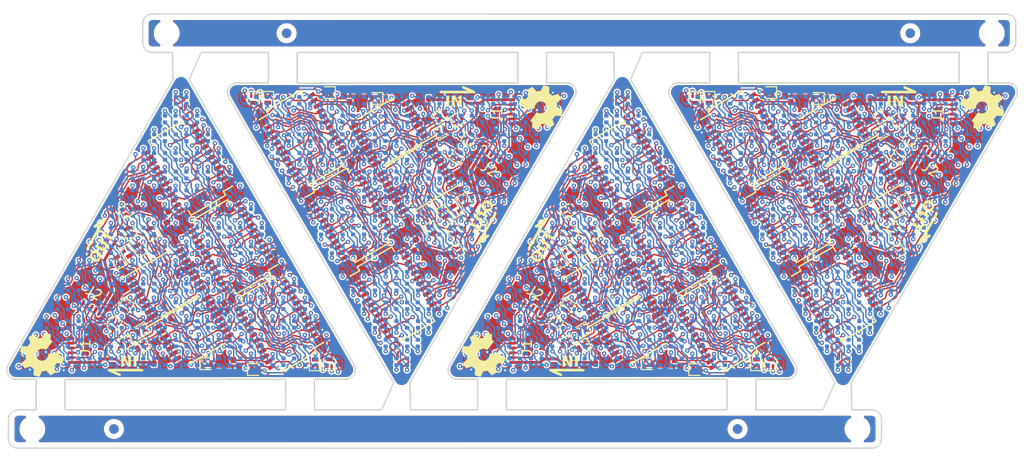
<source format=kicad_pcb>
(kicad_pcb (version 20171130) (host pcbnew 5.1.4-e60b266~84~ubuntu18.04.1)
  (layers (0 F.Cu signal) (1 In1.Cu signal) (2 In2.Cu signal) (31 B.Cu signal) (34 B.Paste user) (35 F.Paste user) (36 B.SilkS user) (37 F.SilkS user) (38 B.Mask user) (39 F.Mask user) (44 Edge.Cuts user))
  (net 0 "")
  (net 1 vcc)
  (net 2 gnd)
  (net 3 row_0)
  (net 4 row_1)
  (net 5 row_2)
  (net 6 srow_0)
  (net 7 srow_1)
  (net 8 srow_2)
  (net 9 row_3)
  (net 10 row_4)
  (net 11 row_5)
  (net 12 row_6)
  (net 13 row_7)
  (net 14 srow_3)
  (net 15 srow_4)
  (net 16 srow_5)
  (net 17 srow_6)
  (net 18 srow_7)
  (net 19 colr_0)
  (net 20 colb_0)
  (net 21 colg_0)
  (net 22 colg_1)
  (net 23 colb_1)
  (net 24 colr_1)
  (net 25 colr_2)
  (net 26 colb_2)
  (net 27 colg_2)
  (net 28 colg_3)
  (net 29 colb_3)
  (net 30 colr_3)
  (net 31 colr_4)
  (net 32 colb_4)
  (net 33 colg_4)
  (net 34 colg_5)
  (net 35 colb_5)
  (net 36 colr_5)
  (net 37 colr_6)
  (net 38 colb_6)
  (net 39 colg_6)
  (net 40 colg_7)
  (net 41 colb_7)
  (net 42 colr_7)
  (net 43 colr_8)
  (net 44 colb_8)
  (net 45 colg_8)
  (net 46 colg_9)
  (net 47 colb_9)
  (net 48 colr_9)
  (net 49 colr_10)
  (net 50 colb_10)
  (net 51 colg_10)
  (net 52 colr_11)
  (net 53 colb_11)
  (net 54 colg_11)
  (net 55 colr_12)
  (net 56 colb_12)
  (net 57 colg_12)
  (net 58 colg_13)
  (net 59 colb_13)
  (net 60 colr_13)
  (net 61 colg_14)
  (net 62 colb_14)
  (net 63 colr_14)
  (net 64 colr_15)
  (net 65 colb_15)
  (net 66 colg_15)
  (net 67 blank)
  (net 68 latch)
  (net 69 sclk)
  (net 70 dat)
  (net 71 sdo_U3)
  (net 72 sdo_U1>sdi_U2)
  (net 73 sdo_U2>sdi_U3)
  (net 74 dat_out)
  (net 75 row_8)
  (net 76 row_9)
  (net 77 row_10)
  (net 78 row_11)
  (net 79 row_12)
  (net 80 row_13)
  (net 81 row_14)
  (net 82 srow_8)
  (net 83 srow_9)
  (net 84 srow_10)
  (net 85 srow_11)
  (net 86 srow_12)
  (net 87 srow_13)
  (net 88 srow_14)
  (net 89 U1_r_ext)
  (net 90 U2_r_ext)
  (net 91 U3_r_ext)
  (net 92 sdo_U4>sdi_U5)
  (module Fiducial:Fiducial_1mm_Mask2mm (layer B.Cu) (at 107 124.25 180)
    (fp_text reference REF** hide)
    (fp_text value Fiducial_1mm_Mask2mm hide)
    (pad "" smd circle (at 0 0 180) (size 1 1) (layers B.Cu B.Mask) (clearance 0.5))
  )
  (module Fiducial:Fiducial_1mm_Mask2mm (layer B.Cu) (at 172 124.25 180)
    (fp_text reference REF** hide)
    (fp_text value Fiducial_1mm_Mask2mm hide)
    (pad "" smd circle (at 0 0 180) (size 1 1) (layers B.Cu B.Mask) (clearance 0.5))
  )
  (module Fiducial:Fiducial_1mm_Mask2mm (layer F.Cu) (at 172 124.25 180)
    (fp_text reference REF** hide)
    (fp_text value Fiducial_1mm_Mask2mm hide)
    (pad "" smd circle (at 0 0 180) (size 1 1) (layers F.Cu F.Mask) (clearance 0.5))
  )
  (module Fiducial:Fiducial_1mm_Mask2mm (layer F.Cu) (at 107 124.25 180)
    (fp_text reference REF** hide)
    (fp_text value Fiducial_1mm_Mask2mm hide)
    (pad "" smd circle (at 0 0 180) (size 1 1) (layers F.Cu F.Mask) (clearance 0.5))
  )
  (module Fiducial:Fiducial_1mm_Mask2mm (layer B.Cu) (at 190 83)
    (fp_text reference REF** hide)
    (fp_text value Fiducial_1mm_Mask2mm hide)
    (pad "" smd circle (at 0 0) (size 1 1) (layers B.Cu B.Mask) (clearance 0.5))
  )
  (module Fiducial:Fiducial_1mm_Mask2mm (layer B.Cu) (at 125 83)
    (fp_text reference REF** hide)
    (fp_text value Fiducial_1mm_Mask2mm hide)
    (pad "" smd circle (at 0 0) (size 1 1) (layers B.Cu B.Mask) (clearance 0.5))
  )
  (module MountingHole:MountingHole_2.1mm (layer F.Cu) (at 184.5 124.25 180)
    (fp_text reference "" (at 0 -3.2) (layer F.SilkS))
    (fp_text value "")
    (pad "" np_thru_hole circle (at 0 0 180) (size 1.6 1.6) (drill 1.6) (layers *.Cu *.Paste *.Mask))
  )
  (module MountingHole:MountingHole_2.1mm (layer F.Cu) (at 98.5 124.25 180)
    (fp_text reference "" (at 0 -3.2) (layer F.SilkS))
    (fp_text value "")
    (pad "" np_thru_hole circle (at 0 0 180) (size 1.6 1.6) (drill 1.6) (layers *.Cu *.Paste *.Mask))
  )
  (module MountingHole:MountingHole_2.1mm (layer F.Cu) (at 126 120 180)
    (fp_text reference REF** hide)
    (fp_text value MountingHole_2.1mm hide)
    (pad "" np_thru_hole circle (at 0 0 180) (size 0.5 0.5) (drill 0.5) (layers *.Cu *.Mask))
  )
  (module MountingHole:MountingHole_2.1mm (layer F.Cu) (at 101.5 120 180)
    (fp_text reference REF** hide)
    (fp_text value MountingHole_2.1mm hide)
    (pad "" np_thru_hole circle (at 0 0 180) (size 0.5 0.5) (drill 0.5) (layers *.Cu *.Mask))
  )
  (module MountingHole:MountingHole_2.1mm (layer F.Cu) (at 137.5 121 180)
    (fp_text reference REF** hide)
    (fp_text value MountingHole_2.1mm hide)
    (pad "" np_thru_hole circle (at 0 0 180) (size 0.5 0.5) (drill 0.5) (layers *.Cu *.Mask))
  )
  (module MountingHole:MountingHole_2.1mm (layer F.Cu) (at 100.75 120 180)
    (fp_text reference REF** hide)
    (fp_text value MountingHole_2.1mm hide)
    (pad "" np_thru_hole circle (at 0 0 180) (size 0.5 0.5) (drill 0.5) (layers *.Cu *.Mask))
  )
  (module MountingHole:MountingHole_2.1mm (layer F.Cu) (at 99.25 120 180)
    (fp_text reference REF** hide)
    (fp_text value MountingHole_2.1mm hide)
    (pad "" np_thru_hole circle (at 0 0 180) (size 0.5 0.5) (drill 0.5) (layers *.Cu *.Mask))
  )
  (module MountingHole:MountingHole_2.1mm (layer F.Cu) (at 125.25 120 180)
    (fp_text reference REF** hide)
    (fp_text value MountingHole_2.1mm hide)
    (pad "" np_thru_hole circle (at 0 0 180) (size 0.5 0.5) (drill 0.5) (layers *.Cu *.Mask))
  )
  (module MountingHole:MountingHole_2.1mm (layer F.Cu) (at 100 120 180)
    (fp_text reference REF** hide)
    (fp_text value MountingHole_2.1mm hide)
    (pad "" np_thru_hole circle (at 0 0 180) (size 0.5 0.5) (drill 0.5) (layers *.Cu *.Mask))
  )
  (module MountingHole:MountingHole_2.1mm (layer F.Cu) (at 136.75 121 180)
    (fp_text reference REF** hide)
    (fp_text value MountingHole_2.1mm hide)
    (pad "" np_thru_hole circle (at 0 0 180) (size 0.5 0.5) (drill 0.5) (layers *.Cu *.Mask))
  )
  (module MountingHole:MountingHole_2.1mm (layer F.Cu) (at 126.75 120 180)
    (fp_text reference REF** hide)
    (fp_text value MountingHole_2.1mm hide)
    (pad "" np_thru_hole circle (at 0 0 180) (size 0.5 0.5) (drill 0.5) (layers *.Cu *.Mask))
  )
  (module MountingHole:MountingHole_2.1mm (layer F.Cu) (at 127.499999 120 180)
    (fp_text reference REF** hide)
    (fp_text value MountingHole_2.1mm hide)
    (pad "" np_thru_hole circle (at 0 0 180) (size 0.5 0.5) (drill 0.5) (layers *.Cu *.Mask))
  )
  (module MountingHole:MountingHole_2.1mm (layer F.Cu) (at 136 121 180)
    (fp_text reference REF** hide)
    (fp_text value MountingHole_2.1mm hide)
    (pad "" np_thru_hole circle (at 0 0 180) (size 0.5 0.5) (drill 0.5) (layers *.Cu *.Mask))
  )
  (module MountingHole:MountingHole_2.1mm (layer F.Cu) (at 183.5 121 180)
    (fp_text reference REF** hide)
    (fp_text value MountingHole_2.1mm hide)
    (pad "" np_thru_hole circle (at 0 0 180) (size 0.5 0.5) (drill 0.5) (layers *.Cu *.Mask))
  )
  (module MountingHole:MountingHole_2.1mm (layer F.Cu) (at 182.75 121 180)
    (fp_text reference REF** hide)
    (fp_text value MountingHole_2.1mm hide)
    (pad "" np_thru_hole circle (at 0 0 180) (size 0.5 0.5) (drill 0.5) (layers *.Cu *.Mask))
  )
  (module MountingHole:MountingHole_2.1mm (layer F.Cu) (at 182 121 180)
    (fp_text reference REF** hide)
    (fp_text value MountingHole_2.1mm hide)
    (pad "" np_thru_hole circle (at 0 0 180) (size 0.5 0.5) (drill 0.5) (layers *.Cu *.Mask))
  )
  (module MountingHole:MountingHole_2.1mm (layer F.Cu) (at 173.5 120 180)
    (fp_text reference REF** hide)
    (fp_text value MountingHole_2.1mm hide)
    (pad "" np_thru_hole circle (at 0 0 180) (size 0.5 0.5) (drill 0.5) (layers *.Cu *.Mask))
  )
  (module MountingHole:MountingHole_2.1mm (layer F.Cu) (at 172.75 120 180)
    (fp_text reference REF** hide)
    (fp_text value MountingHole_2.1mm hide)
    (pad "" np_thru_hole circle (at 0 0 180) (size 0.5 0.5) (drill 0.5) (layers *.Cu *.Mask))
  )
  (module MountingHole:MountingHole_2.1mm (layer F.Cu) (at 172 120 180)
    (fp_text reference REF** hide)
    (fp_text value MountingHole_2.1mm hide)
    (pad "" np_thru_hole circle (at 0 0 180) (size 0.5 0.5) (drill 0.5) (layers *.Cu *.Mask))
  )
  (module MountingHole:MountingHole_2.1mm (layer F.Cu) (at 171.25 120 180)
    (fp_text reference REF** hide)
    (fp_text value MountingHole_2.1mm hide)
    (pad "" np_thru_hole circle (at 0 0 180) (size 0.5 0.5) (drill 0.5) (layers *.Cu *.Mask))
  )
  (module MountingHole:MountingHole_2.1mm (layer F.Cu) (at 147.5 120 180)
    (fp_text reference REF** hide)
    (fp_text value MountingHole_2.1mm hide)
    (pad "" np_thru_hole circle (at 0 0 180) (size 0.5 0.5) (drill 0.5) (layers *.Cu *.Mask))
  )
  (module MountingHole:MountingHole_2.1mm (layer F.Cu) (at 146.75 120 180)
    (fp_text reference REF** hide)
    (fp_text value MountingHole_2.1mm hide)
    (pad "" np_thru_hole circle (at 0 0 180) (size 0.5 0.5) (drill 0.5) (layers *.Cu *.Mask))
  )
  (module MountingHole:MountingHole_2.1mm (layer F.Cu) (at 146 120 180)
    (fp_text reference REF** hide)
    (fp_text value MountingHole_2.1mm hide)
    (pad "" np_thru_hole circle (at 0 0 180) (size 0.5 0.5) (drill 0.5) (layers *.Cu *.Mask))
  )
  (module MountingHole:MountingHole_2.1mm (layer F.Cu) (at 145.25 120 180)
    (fp_text reference REF** hide)
    (fp_text value MountingHole_2.1mm hide)
    (pad "" np_thru_hole circle (at 0 0 180) (size 0.5 0.5) (drill 0.5) (layers *.Cu *.Mask))
  )
  (module MountingHole:MountingHole_2.1mm (layer F.Cu) (at 198.5 83)
    (fp_text reference "" (at 0 -3.2) (layer F.SilkS))
    (fp_text value "")
    (pad "" np_thru_hole circle (at 0 0) (size 1.6 1.6) (drill 1.6) (layers *.Cu *.Paste *.Mask))
  )
  (module MountingHole:MountingHole_2.1mm (layer F.Cu) (at 112.5 83)
    (fp_text reference "" (at 0 -3.2) (layer F.SilkS))
    (fp_text value "")
    (pad "" np_thru_hole circle (at 0 0) (size 1.6 1.6) (drill 1.6) (layers *.Cu *.Paste *.Mask))
  )
  (module MountingHole:MountingHole_2.1mm (layer F.Cu) (at 159.5 86.25)
    (fp_text reference REF** hide)
    (fp_text value MountingHole_2.1mm hide)
    (pad "" np_thru_hole circle (at 0 0) (size 0.5 0.5) (drill 0.5) (layers *.Cu *.Mask))
  )
  (module MountingHole:MountingHole_2.1mm (layer F.Cu) (at 160.25 86.25)
    (fp_text reference REF** hide)
    (fp_text value MountingHole_2.1mm hide)
    (pad "" np_thru_hole circle (at 0 0) (size 0.5 0.5) (drill 0.5) (layers *.Cu *.Mask))
  )
  (module MountingHole:MountingHole_2.1mm (layer F.Cu) (at 161 86.25)
    (fp_text reference REF** hide)
    (fp_text value MountingHole_2.1mm hide)
    (pad "" np_thru_hole circle (at 0 0) (size 0.5 0.5) (drill 0.5) (layers *.Cu *.Mask))
  )
  (module MountingHole:MountingHole_2.1mm (layer F.Cu) (at 169.5 87.25)
    (fp_text reference REF** hide)
    (fp_text value MountingHole_2.1mm hide)
    (pad "" np_thru_hole circle (at 0 0) (size 0.5 0.5) (drill 0.5) (layers *.Cu *.Mask))
  )
  (module MountingHole:MountingHole_2.1mm (layer F.Cu) (at 170.25 87.25)
    (fp_text reference REF** hide)
    (fp_text value MountingHole_2.1mm hide)
    (pad "" np_thru_hole circle (at 0 0) (size 0.5 0.5) (drill 0.5) (layers *.Cu *.Mask))
  )
  (module MountingHole:MountingHole_2.1mm (layer F.Cu) (at 171 87.25)
    (fp_text reference REF** hide)
    (fp_text value MountingHole_2.1mm hide)
    (pad "" np_thru_hole circle (at 0 0) (size 0.5 0.5) (drill 0.5) (layers *.Cu *.Mask))
  )
  (module MountingHole:MountingHole_2.1mm (layer F.Cu) (at 171.75 87.25)
    (fp_text reference REF** hide)
    (fp_text value MountingHole_2.1mm hide)
    (pad "" np_thru_hole circle (at 0 0) (size 0.5 0.5) (drill 0.5) (layers *.Cu *.Mask))
  )
  (module MountingHole:MountingHole_2.1mm (layer F.Cu) (at 195.5 87.25)
    (fp_text reference REF** hide)
    (fp_text value MountingHole_2.1mm hide)
    (pad "" np_thru_hole circle (at 0 0) (size 0.5 0.5) (drill 0.5) (layers *.Cu *.Mask))
  )
  (module MountingHole:MountingHole_2.1mm (layer F.Cu) (at 196.25 87.25)
    (fp_text reference REF** hide)
    (fp_text value MountingHole_2.1mm hide)
    (pad "" np_thru_hole circle (at 0 0) (size 0.5 0.5) (drill 0.5) (layers *.Cu *.Mask))
  )
  (module MountingHole:MountingHole_2.1mm (layer F.Cu) (at 197 87.25)
    (fp_text reference REF** hide)
    (fp_text value MountingHole_2.1mm hide)
    (pad "" np_thru_hole circle (at 0 0) (size 0.5 0.5) (drill 0.5) (layers *.Cu *.Mask))
  )
  (module MountingHole:MountingHole_2.1mm (layer F.Cu) (at 197.75 87.25)
    (fp_text reference REF** hide)
    (fp_text value MountingHole_2.1mm hide)
    (pad "" np_thru_hole circle (at 0 0) (size 0.5 0.5) (drill 0.5) (layers *.Cu *.Mask))
  )
  (module gkl_led:led_rbag_1515_dense (layer B.Cu) (at 139.246 113.352)
    (fp_text reference D3 hide)
    (fp_text value LED_ARGB hide)
    (pad 3 smd roundrect (at 0.55125 -0.34875) (size 0.443 0.406) (layers B.Cu B.Paste B.Mask) (roundrect_rratio 0.197) (net 27 colg_2))
    (pad 4 smd roundrect (at -0.55125 -0.34875) (size 0.443 0.406) (layers B.Cu B.Paste B.Mask) (roundrect_rratio 0.197) (net 26 colb_2))
    (pad 2 smd roundrect (at 0.55125 0.34875) (size 0.443 0.406) (layers B.Cu B.Paste B.Mask) (roundrect_rratio 0.197) (net 25 colr_2))
    (pad 1 smd roundrect (at -0.55125 0.34875) (size 0.443 0.406) (layers B.Cu B.Paste B.Mask) (roundrect_rratio 0.197) (net 3 row_0))
  )
  (module gkl_led:led_rbag_1515_dense (layer B.Cu) (at 185.246 113.352)
    (fp_text reference D3 hide)
    (fp_text value LED_ARGB hide)
    (pad 3 smd roundrect (at 0.55125 -0.34875) (size 0.443 0.406) (layers B.Cu B.Paste B.Mask) (roundrect_rratio 0.197) (net 27 colg_2))
    (pad 4 smd roundrect (at -0.55125 -0.34875) (size 0.443 0.406) (layers B.Cu B.Paste B.Mask) (roundrect_rratio 0.197) (net 26 colb_2))
    (pad 2 smd roundrect (at 0.55125 0.34875) (size 0.443 0.406) (layers B.Cu B.Paste B.Mask) (roundrect_rratio 0.197) (net 25 colr_2))
    (pad 1 smd roundrect (at -0.55125 0.34875) (size 0.443 0.406) (layers B.Cu B.Paste B.Mask) (roundrect_rratio 0.197) (net 3 row_0))
  )
  (module gkl_led:led_rbag_1515_dense (layer B.Cu) (at 157.754 93.892 180)
    (fp_text reference D3 hide)
    (fp_text value LED_ARGB hide)
    (pad 3 smd roundrect (at 0.55125 -0.34875 180) (size 0.443 0.406) (layers B.Cu B.Paste B.Mask) (roundrect_rratio 0.197) (net 27 colg_2))
    (pad 4 smd roundrect (at -0.55125 -0.34875 180) (size 0.443 0.406) (layers B.Cu B.Paste B.Mask) (roundrect_rratio 0.197) (net 26 colb_2))
    (pad 2 smd roundrect (at 0.55125 0.34875 180) (size 0.443 0.406) (layers B.Cu B.Paste B.Mask) (roundrect_rratio 0.197) (net 25 colr_2))
    (pad 1 smd roundrect (at -0.55125 0.34875 180) (size 0.443 0.406) (layers B.Cu B.Paste B.Mask) (roundrect_rratio 0.197) (net 3 row_0))
  )
  (module gkl_led:led_rbag_1515_dense (layer B.Cu) (at 137 117.244)
    (fp_text reference D1 hide)
    (fp_text value LED_ARGB hide)
    (pad 3 smd roundrect (at 0.55125 -0.34875) (size 0.443 0.406) (layers B.Cu B.Paste B.Mask) (roundrect_rratio 0.197) (net 21 colg_0))
    (pad 4 smd roundrect (at -0.55125 -0.34875) (size 0.443 0.406) (layers B.Cu B.Paste B.Mask) (roundrect_rratio 0.197) (net 20 colb_0))
    (pad 2 smd roundrect (at 0.55125 0.34875) (size 0.443 0.406) (layers B.Cu B.Paste B.Mask) (roundrect_rratio 0.197) (net 19 colr_0))
    (pad 1 smd roundrect (at -0.55125 0.34875) (size 0.443 0.406) (layers B.Cu B.Paste B.Mask) (roundrect_rratio 0.197) (net 3 row_0))
  )
  (module gkl_led:led_rbag_1515_dense (layer B.Cu) (at 183 117.244)
    (fp_text reference D1 hide)
    (fp_text value LED_ARGB hide)
    (pad 3 smd roundrect (at 0.55125 -0.34875) (size 0.443 0.406) (layers B.Cu B.Paste B.Mask) (roundrect_rratio 0.197) (net 21 colg_0))
    (pad 4 smd roundrect (at -0.55125 -0.34875) (size 0.443 0.406) (layers B.Cu B.Paste B.Mask) (roundrect_rratio 0.197) (net 20 colb_0))
    (pad 2 smd roundrect (at 0.55125 0.34875) (size 0.443 0.406) (layers B.Cu B.Paste B.Mask) (roundrect_rratio 0.197) (net 19 colr_0))
    (pad 1 smd roundrect (at -0.55125 0.34875) (size 0.443 0.406) (layers B.Cu B.Paste B.Mask) (roundrect_rratio 0.197) (net 3 row_0))
  )
  (module gkl_led:led_rbag_1515_dense (layer B.Cu) (at 160 90 180)
    (fp_text reference D1 hide)
    (fp_text value LED_ARGB hide)
    (pad 3 smd roundrect (at 0.55125 -0.34875 180) (size 0.443 0.406) (layers B.Cu B.Paste B.Mask) (roundrect_rratio 0.197) (net 21 colg_0))
    (pad 4 smd roundrect (at -0.55125 -0.34875 180) (size 0.443 0.406) (layers B.Cu B.Paste B.Mask) (roundrect_rratio 0.197) (net 20 colb_0))
    (pad 2 smd roundrect (at 0.55125 0.34875 180) (size 0.443 0.406) (layers B.Cu B.Paste B.Mask) (roundrect_rratio 0.197) (net 19 colr_0))
    (pad 1 smd roundrect (at -0.55125 0.34875 180) (size 0.443 0.406) (layers B.Cu B.Paste B.Mask) (roundrect_rratio 0.197) (net 3 row_0))
  )
  (module gkl_misc:TSSOP-16_slim (layer F.Cu) (at 135.7 93.184 210)
    (fp_text reference U5 hide)
    (fp_text value 74HC595 hide)
    (pad 1 smd roundrect (at -2.95 -2.275 210) (size 1 0.45) (layers F.Cu F.Paste F.Mask) (net 83 srow_9))
    (pad 2 smd roundrect (at -2.95 -1.625 210) (size 1 0.45) (layers F.Cu F.Paste F.Mask) (net 84 srow_10))
    (pad 3 smd roundrect (at -2.95 -0.975 210) (size 1 0.45) (layers F.Cu F.Paste F.Mask) (net 85 srow_11))
    (pad 4 smd roundrect (at -2.95 -0.325 210) (size 1 0.45) (layers F.Cu F.Paste F.Mask) (net 86 srow_12))
    (pad 5 smd roundrect (at -2.95 0.325 210) (size 1 0.45) (layers F.Cu F.Paste F.Mask) (net 87 srow_13))
    (pad 6 smd roundrect (at -2.95 0.975 210) (size 1 0.45) (layers F.Cu F.Paste F.Mask) (net 88 srow_14))
    (pad 7 smd roundrect (at -2.95 1.625 210) (size 1 0.45) (layers F.Cu F.Paste F.Mask))
    (pad 8 smd roundrect (at -2.95 2.275 210) (size 1 0.45) (layers F.Cu F.Paste F.Mask) (net 2 gnd))
    (pad 9 smd roundrect (at 2.95 2.275 210) (size 1 0.45) (layers F.Cu F.Paste F.Mask) (net 74 dat_out))
    (pad 10 smd roundrect (at 2.95 1.625 210) (size 1 0.45) (layers F.Cu F.Paste F.Mask) (net 1 vcc))
    (pad 11 smd roundrect (at 2.95 0.975 210) (size 1 0.45) (layers F.Cu F.Paste F.Mask) (net 69 sclk))
    (pad 12 smd roundrect (at 2.95 0.325 210) (size 1 0.45) (layers F.Cu F.Paste F.Mask) (net 68 latch))
    (pad 13 smd roundrect (at 2.95 -0.325 210) (size 1 0.45) (layers F.Cu F.Paste F.Mask) (net 2 gnd))
    (pad 14 smd roundrect (at 2.95 -0.975 210) (size 1 0.45) (layers F.Cu F.Paste F.Mask) (net 92 sdo_U4>sdi_U5))
    (pad 15 smd roundrect (at 2.95 -1.625 210) (size 1 0.45) (layers F.Cu F.Paste F.Mask) (net 82 srow_8))
    (pad 16 smd roundrect (at 2.95 -2.275 210) (size 1 0.45) (layers F.Cu F.Paste F.Mask) (net 1 vcc))
  )
  (module gkl_misc:TSSOP-16_slim (layer F.Cu) (at 181.7 93.184 210)
    (fp_text reference U5 hide)
    (fp_text value 74HC595 hide)
    (pad 1 smd roundrect (at -2.95 -2.275 210) (size 1 0.45) (layers F.Cu F.Paste F.Mask) (net 83 srow_9))
    (pad 2 smd roundrect (at -2.95 -1.625 210) (size 1 0.45) (layers F.Cu F.Paste F.Mask) (net 84 srow_10))
    (pad 3 smd roundrect (at -2.95 -0.975 210) (size 1 0.45) (layers F.Cu F.Paste F.Mask) (net 85 srow_11))
    (pad 4 smd roundrect (at -2.95 -0.325 210) (size 1 0.45) (layers F.Cu F.Paste F.Mask) (net 86 srow_12))
    (pad 5 smd roundrect (at -2.95 0.325 210) (size 1 0.45) (layers F.Cu F.Paste F.Mask) (net 87 srow_13))
    (pad 6 smd roundrect (at -2.95 0.975 210) (size 1 0.45) (layers F.Cu F.Paste F.Mask) (net 88 srow_14))
    (pad 7 smd roundrect (at -2.95 1.625 210) (size 1 0.45) (layers F.Cu F.Paste F.Mask))
    (pad 8 smd roundrect (at -2.95 2.275 210) (size 1 0.45) (layers F.Cu F.Paste F.Mask) (net 2 gnd))
    (pad 9 smd roundrect (at 2.95 2.275 210) (size 1 0.45) (layers F.Cu F.Paste F.Mask) (net 74 dat_out))
    (pad 10 smd roundrect (at 2.95 1.625 210) (size 1 0.45) (layers F.Cu F.Paste F.Mask) (net 1 vcc))
    (pad 11 smd roundrect (at 2.95 0.975 210) (size 1 0.45) (layers F.Cu F.Paste F.Mask) (net 69 sclk))
    (pad 12 smd roundrect (at 2.95 0.325 210) (size 1 0.45) (layers F.Cu F.Paste F.Mask) (net 68 latch))
    (pad 13 smd roundrect (at 2.95 -0.325 210) (size 1 0.45) (layers F.Cu F.Paste F.Mask) (net 2 gnd))
    (pad 14 smd roundrect (at 2.95 -0.975 210) (size 1 0.45) (layers F.Cu F.Paste F.Mask) (net 92 sdo_U4>sdi_U5))
    (pad 15 smd roundrect (at 2.95 -1.625 210) (size 1 0.45) (layers F.Cu F.Paste F.Mask) (net 82 srow_8))
    (pad 16 smd roundrect (at 2.95 -2.275 210) (size 1 0.45) (layers F.Cu F.Paste F.Mask) (net 1 vcc))
  )
  (module gkl_misc:TSSOP-16_slim (layer F.Cu) (at 161.3 114.06 30)
    (fp_text reference U5 hide)
    (fp_text value 74HC595 hide)
    (pad 1 smd roundrect (at -2.95 -2.275 30) (size 1 0.45) (layers F.Cu F.Paste F.Mask) (net 83 srow_9))
    (pad 2 smd roundrect (at -2.95 -1.625 30) (size 1 0.45) (layers F.Cu F.Paste F.Mask) (net 84 srow_10))
    (pad 3 smd roundrect (at -2.95 -0.975 30) (size 1 0.45) (layers F.Cu F.Paste F.Mask) (net 85 srow_11))
    (pad 4 smd roundrect (at -2.95 -0.325 30) (size 1 0.45) (layers F.Cu F.Paste F.Mask) (net 86 srow_12))
    (pad 5 smd roundrect (at -2.95 0.325 30) (size 1 0.45) (layers F.Cu F.Paste F.Mask) (net 87 srow_13))
    (pad 6 smd roundrect (at -2.95 0.975 30) (size 1 0.45) (layers F.Cu F.Paste F.Mask) (net 88 srow_14))
    (pad 7 smd roundrect (at -2.95 1.625 30) (size 1 0.45) (layers F.Cu F.Paste F.Mask))
    (pad 8 smd roundrect (at -2.95 2.275 30) (size 1 0.45) (layers F.Cu F.Paste F.Mask) (net 2 gnd))
    (pad 9 smd roundrect (at 2.95 2.275 30) (size 1 0.45) (layers F.Cu F.Paste F.Mask) (net 74 dat_out))
    (pad 10 smd roundrect (at 2.95 1.625 30) (size 1 0.45) (layers F.Cu F.Paste F.Mask) (net 1 vcc))
    (pad 11 smd roundrect (at 2.95 0.975 30) (size 1 0.45) (layers F.Cu F.Paste F.Mask) (net 69 sclk))
    (pad 12 smd roundrect (at 2.95 0.325 30) (size 1 0.45) (layers F.Cu F.Paste F.Mask) (net 68 latch))
    (pad 13 smd roundrect (at 2.95 -0.325 30) (size 1 0.45) (layers F.Cu F.Paste F.Mask) (net 2 gnd))
    (pad 14 smd roundrect (at 2.95 -0.975 30) (size 1 0.45) (layers F.Cu F.Paste F.Mask) (net 92 sdo_U4>sdi_U5))
    (pad 15 smd roundrect (at 2.95 -1.625 30) (size 1 0.45) (layers F.Cu F.Paste F.Mask) (net 82 srow_8))
    (pad 16 smd roundrect (at 2.95 -2.275 30) (size 1 0.45) (layers F.Cu F.Paste F.Mask) (net 1 vcc))
  )
  (module gsd_logo_small (layer F.Cu) (at 136.643083 116.495802 300)
    (fp_text reference G*** hide)
    (fp_text value LOGO hide)
    (fp_poly (pts (xy -0.729586 -0.662399) (xy -0.677333 -0.647505) (xy -0.626418 -0.62313) (xy -0.603622 -0.588205) (xy -0.59668 -0.543282) (xy -0.593267 -0.492195) (xy -0.600915 -0.471095) (xy -0.629252 -0.474961) (xy -0.684652 -0.497417) (xy -0.793084 -0.52487) (xy -0.911313 -0.52619) (xy -1.021487 -0.502134) (xy -1.067329 -0.481194) (xy -1.152001 -0.414193) (xy -1.209167 -0.323118) (xy -1.240724 -0.203739) (xy -1.248833 -0.077437) (xy -1.235812 0.076285) (xy -1.196686 0.196724) (xy -1.131367 0.283993) (xy -1.039764 0.338206) (xy -0.921786 0.359477) (xy -0.902158 0.359833) (xy -0.827591 0.358133) (xy -0.78048 0.347764) (xy -0.754524 0.320825) (xy -0.743421 0.269416) (xy -0.740872 0.185636) (xy -0.740833 0.157542) (xy -0.740833 -0.019054) (xy -0.862541 -0.025402) (xy -0.931356 -0.030401) (xy -0.968596 -0.039801) (xy -0.985008 -0.059004) (xy -0.990947 -0.089958) (xy -0.997645 -0.148167) (xy -0.592666 -0.148167) (xy -0.592666 0.440359) (xy -0.661458 0.46483) (xy -0.746414 0.485276) (xy -0.850823 0.496713) (xy -0.957542 0.498477) (xy -1.049423 0.489902) (xy -1.085247 0.481267) (xy -1.208581 0.422253) (xy -1.302342 0.335079) (xy -1.367447 0.218338) (xy -1.404808 0.070623) (xy -1.413852 -0.024121) (xy -1.40885 -0.20249) (xy -1.373738 -0.351868) (xy -1.307754 -0.47377) (xy -1.210142 -0.569709) (xy -1.111404 -0.627564) (xy -0.992941 -0.664104) (xy -0.859141 -0.676016) (xy -0.729586 -0.662399)) (layer F.Cu) (width 0.01))
    (fp_poly (pts (xy 0.162577 -0.408638) (xy 0.231651 -0.397665) (xy 0.269226 -0.38476) (xy 0.285863 -0.363181) (xy 0.292122 -0.326181) (xy 0.292151 -0.325883) (xy 0.298552 -0.260216) (xy 0.140244 -0.270375) (xy 0.023554 -0.274289) (xy -0.058453 -0.267638) (xy -0.112413 -0.249068) (xy -0.144962 -0.217221) (xy -0.1483 -0.211417) (xy -0.159408 -0.158528) (xy -0.131713 -0.111118) (xy -0.063856 -0.06759) (xy -0.005378 -0.043426) (xy 0.120986 0.004376) (xy 0.212326 0.044812) (xy 0.274186 0.082617) (xy 0.312111 0.122522) (xy 0.331646 0.16926) (xy 0.338334 0.227561) (xy 0.338667 0.250217) (xy 0.332061 0.319458) (xy 0.306108 0.369754) (xy 0.275785 0.401589) (xy 0.193201 0.454029) (xy 0.081845 0.489442) (xy -0.047579 0.506087) (xy -0.184364 0.50222) (xy -0.264583 0.489528) (xy -0.310364 0.472303) (xy -0.330277 0.436937) (xy -0.334784 0.40645) (xy -0.341485 0.336834) (xy -0.228951 0.353625) (xy -0.077646 0.369325) (xy 0.038464 0.366191) (xy 0.11832 0.344321) (xy 0.151534 0.318598) (xy 0.179753 0.277874) (xy 0.1905 0.251655) (xy 0.170586 0.212403) (xy 0.114686 0.169922) (xy 0.028559 0.127998) (xy -0.031142 0.106035) (xy -0.115912 0.072019) (xy -0.195079 0.030549) (xy -0.245396 -0.004577) (xy -0.292577 -0.05312) (xy -0.313312 -0.100997) (xy -0.3175 -0.159315) (xy -0.298442 -0.24985) (xy -0.244324 -0.323152) (xy -0.159727 -0.376842) (xy -0.04923 -0.40854) (xy 0.082583 -0.415868) (xy 0.162577 -0.408638)) (layer F.Cu) (width 0.01))
    (fp_poly (pts (xy 0.809625 -0.656049) (xy 0.948894 -0.652824) (xy 1.055352 -0.641742) (xy 1.138164 -0.620435) (xy 1.206496 -0.586535) (xy 1.269512 -0.537672) (xy 1.270237 -0.537018) (xy 1.340037 -0.45732) (xy 1.386054 -0.362298) (xy 1.410458 -0.244688) (xy 1.415419 -0.097228) (xy 1.413931 -0.056017) (xy 1.39408 0.106816) (xy 1.349894 0.237949) (xy 1.279148 0.339287) (xy 1.179619 0.412731) (xy 1.049083 0.460187) (xy 0.885316 0.483556) (xy 0.779803 0.486833) (xy 0.592667 0.486833) (xy 0.592667 0.338667) (xy 0.762 0.338667) (xy 0.884039 0.338667) (xy 0.998972 0.327347) (xy 1.079303 0.299395) (xy 1.160578 0.233792) (xy 1.215228 0.137724) (xy 1.243868 0.009786) (xy 1.248834 -0.087568) (xy 1.23982 -0.236059) (xy 1.21085 -0.349515) (xy 1.159033 -0.431642) (xy 1.081476 -0.486148) (xy 0.975288 -0.516738) (xy 0.908005 -0.524408) (xy 0.762 -0.534855) (xy 0.762 0.338667) (xy 0.592667 0.338667) (xy 0.592667 -0.656167) (xy 0.809625 -0.656049)) (layer F.Cu) (width 0.01))
  )
  (module gsd_logo_small (layer F.Cu) (at 182.643083 116.495802 300)
    (fp_text reference G*** hide)
    (fp_text value LOGO hide)
    (fp_poly (pts (xy -0.729586 -0.662399) (xy -0.677333 -0.647505) (xy -0.626418 -0.62313) (xy -0.603622 -0.588205) (xy -0.59668 -0.543282) (xy -0.593267 -0.492195) (xy -0.600915 -0.471095) (xy -0.629252 -0.474961) (xy -0.684652 -0.497417) (xy -0.793084 -0.52487) (xy -0.911313 -0.52619) (xy -1.021487 -0.502134) (xy -1.067329 -0.481194) (xy -1.152001 -0.414193) (xy -1.209167 -0.323118) (xy -1.240724 -0.203739) (xy -1.248833 -0.077437) (xy -1.235812 0.076285) (xy -1.196686 0.196724) (xy -1.131367 0.283993) (xy -1.039764 0.338206) (xy -0.921786 0.359477) (xy -0.902158 0.359833) (xy -0.827591 0.358133) (xy -0.78048 0.347764) (xy -0.754524 0.320825) (xy -0.743421 0.269416) (xy -0.740872 0.185636) (xy -0.740833 0.157542) (xy -0.740833 -0.019054) (xy -0.862541 -0.025402) (xy -0.931356 -0.030401) (xy -0.968596 -0.039801) (xy -0.985008 -0.059004) (xy -0.990947 -0.089958) (xy -0.997645 -0.148167) (xy -0.592666 -0.148167) (xy -0.592666 0.440359) (xy -0.661458 0.46483) (xy -0.746414 0.485276) (xy -0.850823 0.496713) (xy -0.957542 0.498477) (xy -1.049423 0.489902) (xy -1.085247 0.481267) (xy -1.208581 0.422253) (xy -1.302342 0.335079) (xy -1.367447 0.218338) (xy -1.404808 0.070623) (xy -1.413852 -0.024121) (xy -1.40885 -0.20249) (xy -1.373738 -0.351868) (xy -1.307754 -0.47377) (xy -1.210142 -0.569709) (xy -1.111404 -0.627564) (xy -0.992941 -0.664104) (xy -0.859141 -0.676016) (xy -0.729586 -0.662399)) (layer F.Cu) (width 0.01))
    (fp_poly (pts (xy 0.162577 -0.408638) (xy 0.231651 -0.397665) (xy 0.269226 -0.38476) (xy 0.285863 -0.363181) (xy 0.292122 -0.326181) (xy 0.292151 -0.325883) (xy 0.298552 -0.260216) (xy 0.140244 -0.270375) (xy 0.023554 -0.274289) (xy -0.058453 -0.267638) (xy -0.112413 -0.249068) (xy -0.144962 -0.217221) (xy -0.1483 -0.211417) (xy -0.159408 -0.158528) (xy -0.131713 -0.111118) (xy -0.063856 -0.06759) (xy -0.005378 -0.043426) (xy 0.120986 0.004376) (xy 0.212326 0.044812) (xy 0.274186 0.082617) (xy 0.312111 0.122522) (xy 0.331646 0.16926) (xy 0.338334 0.227561) (xy 0.338667 0.250217) (xy 0.332061 0.319458) (xy 0.306108 0.369754) (xy 0.275785 0.401589) (xy 0.193201 0.454029) (xy 0.081845 0.489442) (xy -0.047579 0.506087) (xy -0.184364 0.50222) (xy -0.264583 0.489528) (xy -0.310364 0.472303) (xy -0.330277 0.436937) (xy -0.334784 0.40645) (xy -0.341485 0.336834) (xy -0.228951 0.353625) (xy -0.077646 0.369325) (xy 0.038464 0.366191) (xy 0.11832 0.344321) (xy 0.151534 0.318598) (xy 0.179753 0.277874) (xy 0.1905 0.251655) (xy 0.170586 0.212403) (xy 0.114686 0.169922) (xy 0.028559 0.127998) (xy -0.031142 0.106035) (xy -0.115912 0.072019) (xy -0.195079 0.030549) (xy -0.245396 -0.004577) (xy -0.292577 -0.05312) (xy -0.313312 -0.100997) (xy -0.3175 -0.159315) (xy -0.298442 -0.24985) (xy -0.244324 -0.323152) (xy -0.159727 -0.376842) (xy -0.04923 -0.40854) (xy 0.082583 -0.415868) (xy 0.162577 -0.408638)) (layer F.Cu) (width 0.01))
    (fp_poly (pts (xy 0.809625 -0.656049) (xy 0.948894 -0.652824) (xy 1.055352 -0.641742) (xy 1.138164 -0.620435) (xy 1.206496 -0.586535) (xy 1.269512 -0.537672) (xy 1.270237 -0.537018) (xy 1.340037 -0.45732) (xy 1.386054 -0.362298) (xy 1.410458 -0.244688) (xy 1.415419 -0.097228) (xy 1.413931 -0.056017) (xy 1.39408 0.106816) (xy 1.349894 0.237949) (xy 1.279148 0.339287) (xy 1.179619 0.412731) (xy 1.049083 0.460187) (xy 0.885316 0.483556) (xy 0.779803 0.486833) (xy 0.592667 0.486833) (xy 0.592667 0.338667) (xy 0.762 0.338667) (xy 0.884039 0.338667) (xy 0.998972 0.327347) (xy 1.079303 0.299395) (xy 1.160578 0.233792) (xy 1.215228 0.137724) (xy 1.243868 0.009786) (xy 1.248834 -0.087568) (xy 1.23982 -0.236059) (xy 1.21085 -0.349515) (xy 1.159033 -0.431642) (xy 1.081476 -0.486148) (xy 0.975288 -0.516738) (xy 0.908005 -0.524408) (xy 0.762 -0.534855) (xy 0.762 0.338667) (xy 0.592667 0.338667) (xy 0.592667 -0.656167) (xy 0.809625 -0.656049)) (layer F.Cu) (width 0.01))
  )
  (module gsd_logo_small (layer F.Cu) (at 160.356917 90.748198 120)
    (fp_text reference G*** hide)
    (fp_text value LOGO hide)
    (fp_poly (pts (xy -0.729586 -0.662399) (xy -0.677333 -0.647505) (xy -0.626418 -0.62313) (xy -0.603622 -0.588205) (xy -0.59668 -0.543282) (xy -0.593267 -0.492195) (xy -0.600915 -0.471095) (xy -0.629252 -0.474961) (xy -0.684652 -0.497417) (xy -0.793084 -0.52487) (xy -0.911313 -0.52619) (xy -1.021487 -0.502134) (xy -1.067329 -0.481194) (xy -1.152001 -0.414193) (xy -1.209167 -0.323118) (xy -1.240724 -0.203739) (xy -1.248833 -0.077437) (xy -1.235812 0.076285) (xy -1.196686 0.196724) (xy -1.131367 0.283993) (xy -1.039764 0.338206) (xy -0.921786 0.359477) (xy -0.902158 0.359833) (xy -0.827591 0.358133) (xy -0.78048 0.347764) (xy -0.754524 0.320825) (xy -0.743421 0.269416) (xy -0.740872 0.185636) (xy -0.740833 0.157542) (xy -0.740833 -0.019054) (xy -0.862541 -0.025402) (xy -0.931356 -0.030401) (xy -0.968596 -0.039801) (xy -0.985008 -0.059004) (xy -0.990947 -0.089958) (xy -0.997645 -0.148167) (xy -0.592666 -0.148167) (xy -0.592666 0.440359) (xy -0.661458 0.46483) (xy -0.746414 0.485276) (xy -0.850823 0.496713) (xy -0.957542 0.498477) (xy -1.049423 0.489902) (xy -1.085247 0.481267) (xy -1.208581 0.422253) (xy -1.302342 0.335079) (xy -1.367447 0.218338) (xy -1.404808 0.070623) (xy -1.413852 -0.024121) (xy -1.40885 -0.20249) (xy -1.373738 -0.351868) (xy -1.307754 -0.47377) (xy -1.210142 -0.569709) (xy -1.111404 -0.627564) (xy -0.992941 -0.664104) (xy -0.859141 -0.676016) (xy -0.729586 -0.662399)) (layer F.Cu) (width 0.01))
    (fp_poly (pts (xy 0.162577 -0.408638) (xy 0.231651 -0.397665) (xy 0.269226 -0.38476) (xy 0.285863 -0.363181) (xy 0.292122 -0.326181) (xy 0.292151 -0.325883) (xy 0.298552 -0.260216) (xy 0.140244 -0.270375) (xy 0.023554 -0.274289) (xy -0.058453 -0.267638) (xy -0.112413 -0.249068) (xy -0.144962 -0.217221) (xy -0.1483 -0.211417) (xy -0.159408 -0.158528) (xy -0.131713 -0.111118) (xy -0.063856 -0.06759) (xy -0.005378 -0.043426) (xy 0.120986 0.004376) (xy 0.212326 0.044812) (xy 0.274186 0.082617) (xy 0.312111 0.122522) (xy 0.331646 0.16926) (xy 0.338334 0.227561) (xy 0.338667 0.250217) (xy 0.332061 0.319458) (xy 0.306108 0.369754) (xy 0.275785 0.401589) (xy 0.193201 0.454029) (xy 0.081845 0.489442) (xy -0.047579 0.506087) (xy -0.184364 0.50222) (xy -0.264583 0.489528) (xy -0.310364 0.472303) (xy -0.330277 0.436937) (xy -0.334784 0.40645) (xy -0.341485 0.336834) (xy -0.228951 0.353625) (xy -0.077646 0.369325) (xy 0.038464 0.366191) (xy 0.11832 0.344321) (xy 0.151534 0.318598) (xy 0.179753 0.277874) (xy 0.1905 0.251655) (xy 0.170586 0.212403) (xy 0.114686 0.169922) (xy 0.028559 0.127998) (xy -0.031142 0.106035) (xy -0.115912 0.072019) (xy -0.195079 0.030549) (xy -0.245396 -0.004577) (xy -0.292577 -0.05312) (xy -0.313312 -0.100997) (xy -0.3175 -0.159315) (xy -0.298442 -0.24985) (xy -0.244324 -0.323152) (xy -0.159727 -0.376842) (xy -0.04923 -0.40854) (xy 0.082583 -0.415868) (xy 0.162577 -0.408638)) (layer F.Cu) (width 0.01))
    (fp_poly (pts (xy 0.809625 -0.656049) (xy 0.948894 -0.652824) (xy 1.055352 -0.641742) (xy 1.138164 -0.620435) (xy 1.206496 -0.586535) (xy 1.269512 -0.537672) (xy 1.270237 -0.537018) (xy 1.340037 -0.45732) (xy 1.386054 -0.362298) (xy 1.410458 -0.244688) (xy 1.415419 -0.097228) (xy 1.413931 -0.056017) (xy 1.39408 0.106816) (xy 1.349894 0.237949) (xy 1.279148 0.339287) (xy 1.179619 0.412731) (xy 1.049083 0.460187) (xy 0.885316 0.483556) (xy 0.779803 0.486833) (xy 0.592667 0.486833) (xy 0.592667 0.338667) (xy 0.762 0.338667) (xy 0.884039 0.338667) (xy 0.998972 0.327347) (xy 1.079303 0.299395) (xy 1.160578 0.233792) (xy 1.215228 0.137724) (xy 1.243868 0.009786) (xy 1.248834 -0.087568) (xy 1.23982 -0.236059) (xy 1.21085 -0.349515) (xy 1.159033 -0.431642) (xy 1.081476 -0.486148) (xy 0.975288 -0.516738) (xy 0.908005 -0.524408) (xy 0.762 -0.534855) (xy 0.762 0.338667) (xy 0.592667 0.338667) (xy 0.592667 -0.656167) (xy 0.809625 -0.656049)) (layer F.Cu) (width 0.01))
  )
  (module gkl_led:led_rbag_1515_dense (layer B.Cu) (at 137 113.352)
    (fp_text reference D18 hide)
    (fp_text value LED_ARGB hide)
    (pad 1 smd roundrect (at -0.55125 0.34875) (size 0.443 0.406) (layers B.Cu B.Paste B.Mask) (roundrect_rratio 0.197) (net 4 row_1))
    (pad 2 smd roundrect (at 0.55125 0.34875) (size 0.443 0.406) (layers B.Cu B.Paste B.Mask) (roundrect_rratio 0.197) (net 24 colr_1))
    (pad 4 smd roundrect (at -0.55125 -0.34875) (size 0.443 0.406) (layers B.Cu B.Paste B.Mask) (roundrect_rratio 0.197) (net 23 colb_1))
    (pad 3 smd roundrect (at 0.55125 -0.34875) (size 0.443 0.406) (layers B.Cu B.Paste B.Mask) (roundrect_rratio 0.197) (net 22 colg_1))
  )
  (module gkl_led:led_rbag_1515_dense (layer B.Cu) (at 183 113.352)
    (fp_text reference D18 hide)
    (fp_text value LED_ARGB hide)
    (pad 1 smd roundrect (at -0.55125 0.34875) (size 0.443 0.406) (layers B.Cu B.Paste B.Mask) (roundrect_rratio 0.197) (net 4 row_1))
    (pad 2 smd roundrect (at 0.55125 0.34875) (size 0.443 0.406) (layers B.Cu B.Paste B.Mask) (roundrect_rratio 0.197) (net 24 colr_1))
    (pad 4 smd roundrect (at -0.55125 -0.34875) (size 0.443 0.406) (layers B.Cu B.Paste B.Mask) (roundrect_rratio 0.197) (net 23 colb_1))
    (pad 3 smd roundrect (at 0.55125 -0.34875) (size 0.443 0.406) (layers B.Cu B.Paste B.Mask) (roundrect_rratio 0.197) (net 22 colg_1))
  )
  (module gkl_led:led_rbag_1515_dense (layer B.Cu) (at 160 93.892 180)
    (fp_text reference D18 hide)
    (fp_text value LED_ARGB hide)
    (pad 1 smd roundrect (at -0.55125 0.34875 180) (size 0.443 0.406) (layers B.Cu B.Paste B.Mask) (roundrect_rratio 0.197) (net 4 row_1))
    (pad 2 smd roundrect (at 0.55125 0.34875 180) (size 0.443 0.406) (layers B.Cu B.Paste B.Mask) (roundrect_rratio 0.197) (net 24 colr_1))
    (pad 4 smd roundrect (at -0.55125 -0.34875 180) (size 0.443 0.406) (layers B.Cu B.Paste B.Mask) (roundrect_rratio 0.197) (net 23 colb_1))
    (pad 3 smd roundrect (at 0.55125 -0.34875 180) (size 0.443 0.406) (layers B.Cu B.Paste B.Mask) (roundrect_rratio 0.197) (net 22 colg_1))
  )
  (module gkl_led:led_rbag_1515_dense (layer B.Cu) (at 144.861 103.622)
    (fp_text reference D8 hide)
    (fp_text value LED_ARGB hide)
    (pad 1 smd roundrect (at -0.55125 0.34875) (size 0.443 0.406) (layers B.Cu B.Paste B.Mask) (roundrect_rratio 0.197) (net 3 row_0))
    (pad 2 smd roundrect (at 0.55125 0.34875) (size 0.443 0.406) (layers B.Cu B.Paste B.Mask) (roundrect_rratio 0.197) (net 42 colr_7))
    (pad 4 smd roundrect (at -0.55125 -0.34875) (size 0.443 0.406) (layers B.Cu B.Paste B.Mask) (roundrect_rratio 0.197) (net 41 colb_7))
    (pad 3 smd roundrect (at 0.55125 -0.34875) (size 0.443 0.406) (layers B.Cu B.Paste B.Mask) (roundrect_rratio 0.197) (net 40 colg_7))
  )
  (module gkl_led:led_rbag_1515_dense (layer B.Cu) (at 190.861 103.622)
    (fp_text reference D8 hide)
    (fp_text value LED_ARGB hide)
    (pad 1 smd roundrect (at -0.55125 0.34875) (size 0.443 0.406) (layers B.Cu B.Paste B.Mask) (roundrect_rratio 0.197) (net 3 row_0))
    (pad 2 smd roundrect (at 0.55125 0.34875) (size 0.443 0.406) (layers B.Cu B.Paste B.Mask) (roundrect_rratio 0.197) (net 42 colr_7))
    (pad 4 smd roundrect (at -0.55125 -0.34875) (size 0.443 0.406) (layers B.Cu B.Paste B.Mask) (roundrect_rratio 0.197) (net 41 colb_7))
    (pad 3 smd roundrect (at 0.55125 -0.34875) (size 0.443 0.406) (layers B.Cu B.Paste B.Mask) (roundrect_rratio 0.197) (net 40 colg_7))
  )
  (module gkl_led:led_rbag_1515_dense (layer B.Cu) (at 152.139 103.622 180)
    (fp_text reference D8 hide)
    (fp_text value LED_ARGB hide)
    (pad 1 smd roundrect (at -0.55125 0.34875 180) (size 0.443 0.406) (layers B.Cu B.Paste B.Mask) (roundrect_rratio 0.197) (net 3 row_0))
    (pad 2 smd roundrect (at 0.55125 0.34875 180) (size 0.443 0.406) (layers B.Cu B.Paste B.Mask) (roundrect_rratio 0.197) (net 42 colr_7))
    (pad 4 smd roundrect (at -0.55125 -0.34875 180) (size 0.443 0.406) (layers B.Cu B.Paste B.Mask) (roundrect_rratio 0.197) (net 41 colb_7))
    (pad 3 smd roundrect (at 0.55125 -0.34875 180) (size 0.443 0.406) (layers B.Cu B.Paste B.Mask) (roundrect_rratio 0.197) (net 40 colg_7))
  )
  (module in_out (layer F.Cu) (at 144.329989 96.249914 120)
    (fp_text reference G*** hide)
    (fp_text value LOGO hide)
  )
  (module in_out (layer F.Cu) (at 190.329989 96.249914 120)
    (fp_text reference G*** hide)
    (fp_text value LOGO hide)
  )
  (module in_out (layer F.Cu) (at 152.670011 110.994086 300)
    (fp_text reference G*** hide)
    (fp_text value LOGO hide)
  )
  (module Symbol:OSHW-Logo2_7.3x6mm_SilkScreen (layer F.Cu) (at 151.082545 90.965684 300)
    (fp_text reference REF** hide)
    (fp_text value OSHW-Logo2_7.3x6mm_SilkScreen hide)
  )
  (module Symbol:OSHW-Logo2_7.3x6mm_SilkScreen (layer F.Cu) (at 197.082545 90.965684 300)
    (fp_text reference REF** hide)
    (fp_text value OSHW-Logo2_7.3x6mm_SilkScreen hide)
  )
  (module Symbol:OSHW-Logo2_7.3x6mm_SilkScreen (layer F.Cu) (at 145.917455 116.278316 120)
    (fp_text reference REF** hide)
    (fp_text value OSHW-Logo2_7.3x6mm_SilkScreen hide)
  )
  (module gkl_led:led_rbag_1515_dense (layer B.Cu) (at 143.738 101.676)
    (fp_text reference D24 hide)
    (fp_text value LED_ARGB hide)
    (pad 1 smd roundrect (at -0.55125 0.34875) (size 0.443 0.406) (layers B.Cu B.Paste B.Mask) (roundrect_rratio 0.197) (net 4 row_1))
    (pad 2 smd roundrect (at 0.55125 0.34875) (size 0.443 0.406) (layers B.Cu B.Paste B.Mask) (roundrect_rratio 0.197) (net 42 colr_7))
    (pad 4 smd roundrect (at -0.55125 -0.34875) (size 0.443 0.406) (layers B.Cu B.Paste B.Mask) (roundrect_rratio 0.197) (net 41 colb_7))
    (pad 3 smd roundrect (at 0.55125 -0.34875) (size 0.443 0.406) (layers B.Cu B.Paste B.Mask) (roundrect_rratio 0.197) (net 40 colg_7))
  )
  (module gkl_led:led_rbag_1515_dense (layer B.Cu) (at 189.738 101.676)
    (fp_text reference D24 hide)
    (fp_text value LED_ARGB hide)
    (pad 1 smd roundrect (at -0.55125 0.34875) (size 0.443 0.406) (layers B.Cu B.Paste B.Mask) (roundrect_rratio 0.197) (net 4 row_1))
    (pad 2 smd roundrect (at 0.55125 0.34875) (size 0.443 0.406) (layers B.Cu B.Paste B.Mask) (roundrect_rratio 0.197) (net 42 colr_7))
    (pad 4 smd roundrect (at -0.55125 -0.34875) (size 0.443 0.406) (layers B.Cu B.Paste B.Mask) (roundrect_rratio 0.197) (net 41 colb_7))
    (pad 3 smd roundrect (at 0.55125 -0.34875) (size 0.443 0.406) (layers B.Cu B.Paste B.Mask) (roundrect_rratio 0.197) (net 40 colg_7))
  )
  (module gkl_led:led_rbag_1515_dense (layer B.Cu) (at 153.262 105.568 180)
    (fp_text reference D24 hide)
    (fp_text value LED_ARGB hide)
    (pad 1 smd roundrect (at -0.55125 0.34875 180) (size 0.443 0.406) (layers B.Cu B.Paste B.Mask) (roundrect_rratio 0.197) (net 4 row_1))
    (pad 2 smd roundrect (at 0.55125 0.34875 180) (size 0.443 0.406) (layers B.Cu B.Paste B.Mask) (roundrect_rratio 0.197) (net 42 colr_7))
    (pad 4 smd roundrect (at -0.55125 -0.34875 180) (size 0.443 0.406) (layers B.Cu B.Paste B.Mask) (roundrect_rratio 0.197) (net 41 colb_7))
    (pad 3 smd roundrect (at 0.55125 -0.34875 180) (size 0.443 0.406) (layers B.Cu B.Paste B.Mask) (roundrect_rratio 0.197) (net 40 colg_7))
  )
  (module gkl_led:led_rbag_1515_dense (layer B.Cu) (at 148.23 97.784)
    (fp_text reference D11 hide)
    (fp_text value LED_ARGB hide)
    (pad 3 smd roundrect (at 0.55125 -0.34875) (size 0.443 0.406) (layers B.Cu B.Paste B.Mask) (roundrect_rratio 0.197) (net 51 colg_10))
    (pad 4 smd roundrect (at -0.55125 -0.34875) (size 0.443 0.406) (layers B.Cu B.Paste B.Mask) (roundrect_rratio 0.197) (net 50 colb_10))
    (pad 2 smd roundrect (at 0.55125 0.34875) (size 0.443 0.406) (layers B.Cu B.Paste B.Mask) (roundrect_rratio 0.197) (net 49 colr_10))
    (pad 1 smd roundrect (at -0.55125 0.34875) (size 0.443 0.406) (layers B.Cu B.Paste B.Mask) (roundrect_rratio 0.197) (net 3 row_0))
  )
  (module gkl_led:led_rbag_1515_dense (layer B.Cu) (at 194.23 97.784)
    (fp_text reference D11 hide)
    (fp_text value LED_ARGB hide)
    (pad 3 smd roundrect (at 0.55125 -0.34875) (size 0.443 0.406) (layers B.Cu B.Paste B.Mask) (roundrect_rratio 0.197) (net 51 colg_10))
    (pad 4 smd roundrect (at -0.55125 -0.34875) (size 0.443 0.406) (layers B.Cu B.Paste B.Mask) (roundrect_rratio 0.197) (net 50 colb_10))
    (pad 2 smd roundrect (at 0.55125 0.34875) (size 0.443 0.406) (layers B.Cu B.Paste B.Mask) (roundrect_rratio 0.197) (net 49 colr_10))
    (pad 1 smd roundrect (at -0.55125 0.34875) (size 0.443 0.406) (layers B.Cu B.Paste B.Mask) (roundrect_rratio 0.197) (net 3 row_0))
  )
  (module gkl_led:led_rbag_1515_dense (layer B.Cu) (at 148.77 109.46 180)
    (fp_text reference D11 hide)
    (fp_text value LED_ARGB hide)
    (pad 3 smd roundrect (at 0.55125 -0.34875 180) (size 0.443 0.406) (layers B.Cu B.Paste B.Mask) (roundrect_rratio 0.197) (net 51 colg_10))
    (pad 4 smd roundrect (at -0.55125 -0.34875 180) (size 0.443 0.406) (layers B.Cu B.Paste B.Mask) (roundrect_rratio 0.197) (net 50 colb_10))
    (pad 2 smd roundrect (at 0.55125 0.34875 180) (size 0.443 0.406) (layers B.Cu B.Paste B.Mask) (roundrect_rratio 0.197) (net 49 colr_10))
    (pad 1 smd roundrect (at -0.55125 0.34875 180) (size 0.443 0.406) (layers B.Cu B.Paste B.Mask) (roundrect_rratio 0.197) (net 3 row_0))
  )
  (module gkl_led:led_rbag_1515_dense (layer B.Cu) (at 142.615 103.622)
    (fp_text reference D23 hide)
    (fp_text value LED_ARGB hide)
    (pad 3 smd roundrect (at 0.55125 -0.34875) (size 0.443 0.406) (layers B.Cu B.Paste B.Mask) (roundrect_rratio 0.197) (net 39 colg_6))
    (pad 4 smd roundrect (at -0.55125 -0.34875) (size 0.443 0.406) (layers B.Cu B.Paste B.Mask) (roundrect_rratio 0.197) (net 38 colb_6))
    (pad 2 smd roundrect (at 0.55125 0.34875) (size 0.443 0.406) (layers B.Cu B.Paste B.Mask) (roundrect_rratio 0.197) (net 37 colr_6))
    (pad 1 smd roundrect (at -0.55125 0.34875) (size 0.443 0.406) (layers B.Cu B.Paste B.Mask) (roundrect_rratio 0.197) (net 4 row_1))
  )
  (module gkl_led:led_rbag_1515_dense (layer B.Cu) (at 188.615 103.622)
    (fp_text reference D23 hide)
    (fp_text value LED_ARGB hide)
    (pad 3 smd roundrect (at 0.55125 -0.34875) (size 0.443 0.406) (layers B.Cu B.Paste B.Mask) (roundrect_rratio 0.197) (net 39 colg_6))
    (pad 4 smd roundrect (at -0.55125 -0.34875) (size 0.443 0.406) (layers B.Cu B.Paste B.Mask) (roundrect_rratio 0.197) (net 38 colb_6))
    (pad 2 smd roundrect (at 0.55125 0.34875) (size 0.443 0.406) (layers B.Cu B.Paste B.Mask) (roundrect_rratio 0.197) (net 37 colr_6))
    (pad 1 smd roundrect (at -0.55125 0.34875) (size 0.443 0.406) (layers B.Cu B.Paste B.Mask) (roundrect_rratio 0.197) (net 4 row_1))
  )
  (module gkl_led:led_rbag_1515_dense (layer B.Cu) (at 154.385 103.622 180)
    (fp_text reference D23 hide)
    (fp_text value LED_ARGB hide)
    (pad 3 smd roundrect (at 0.55125 -0.34875 180) (size 0.443 0.406) (layers B.Cu B.Paste B.Mask) (roundrect_rratio 0.197) (net 39 colg_6))
    (pad 4 smd roundrect (at -0.55125 -0.34875 180) (size 0.443 0.406) (layers B.Cu B.Paste B.Mask) (roundrect_rratio 0.197) (net 38 colb_6))
    (pad 2 smd roundrect (at 0.55125 0.34875 180) (size 0.443 0.406) (layers B.Cu B.Paste B.Mask) (roundrect_rratio 0.197) (net 37 colr_6))
    (pad 1 smd roundrect (at -0.55125 0.34875 180) (size 0.443 0.406) (layers B.Cu B.Paste B.Mask) (roundrect_rratio 0.197) (net 4 row_1))
  )
  (module Package_TO_SOT_SMD:SOT-883 (layer F.Cu) (at 142.552945 101.351984 120)
    (fp_text reference Q3 hide)
    (fp_text value LP0404N3T5G hide)
    (pad 3 smd roundrect (at 0.35 0 120) (size 0.4 0.7) (layers F.Cu F.Paste F.Mask) (roundrect_rratio 0.125) (net 5 row_2))
    (pad 2 smd roundrect (at -0.35 0.225 120) (size 0.4 0.25) (layers F.Cu F.Paste F.Mask) (roundrect_rratio 0.2) (net 8 srow_2))
    (pad 1 smd roundrect (at -0.35 -0.225 120) (size 0.4 0.25) (layers F.Cu F.Paste F.Mask) (roundrect_rratio 0.2) (net 1 vcc))
  )
  (module Package_TO_SOT_SMD:SOT-883 (layer F.Cu) (at 188.552945 101.351984 120)
    (fp_text reference Q3 hide)
    (fp_text value LP0404N3T5G hide)
    (pad 3 smd roundrect (at 0.35 0 120) (size 0.4 0.7) (layers F.Cu F.Paste F.Mask) (roundrect_rratio 0.125) (net 5 row_2))
    (pad 2 smd roundrect (at -0.35 0.225 120) (size 0.4 0.25) (layers F.Cu F.Paste F.Mask) (roundrect_rratio 0.2) (net 8 srow_2))
    (pad 1 smd roundrect (at -0.35 -0.225 120) (size 0.4 0.25) (layers F.Cu F.Paste F.Mask) (roundrect_rratio 0.2) (net 1 vcc))
  )
  (module Package_TO_SOT_SMD:SOT-883 (layer F.Cu) (at 154.447055 105.892016 300)
    (fp_text reference Q3 hide)
    (fp_text value LP0404N3T5G hide)
    (pad 3 smd roundrect (at 0.35 0 300) (size 0.4 0.7) (layers F.Cu F.Paste F.Mask) (roundrect_rratio 0.125) (net 5 row_2))
    (pad 2 smd roundrect (at -0.35 0.225 300) (size 0.4 0.25) (layers F.Cu F.Paste F.Mask) (roundrect_rratio 0.2) (net 8 srow_2))
    (pad 1 smd roundrect (at -0.35 -0.225 300) (size 0.4 0.25) (layers F.Cu F.Paste F.Mask) (roundrect_rratio 0.2) (net 1 vcc))
  )
  (module gkl_led:led_rbag_1515_dense (layer B.Cu) (at 144.861 95.838)
    (fp_text reference D42 hide)
    (fp_text value LED_ARGB hide)
    (pad 1 smd roundrect (at -0.55125 0.34875) (size 0.443 0.406) (layers B.Cu B.Paste B.Mask) (roundrect_rratio 0.197) (net 5 row_2))
    (pad 2 smd roundrect (at 0.55125 0.34875) (size 0.443 0.406) (layers B.Cu B.Paste B.Mask) (roundrect_rratio 0.197) (net 48 colr_9))
    (pad 4 smd roundrect (at -0.55125 -0.34875) (size 0.443 0.406) (layers B.Cu B.Paste B.Mask) (roundrect_rratio 0.197) (net 47 colb_9))
    (pad 3 smd roundrect (at 0.55125 -0.34875) (size 0.443 0.406) (layers B.Cu B.Paste B.Mask) (roundrect_rratio 0.197) (net 46 colg_9))
  )
  (module gkl_led:led_rbag_1515_dense (layer B.Cu) (at 190.861 95.838)
    (fp_text reference D42 hide)
    (fp_text value LED_ARGB hide)
    (pad 1 smd roundrect (at -0.55125 0.34875) (size 0.443 0.406) (layers B.Cu B.Paste B.Mask) (roundrect_rratio 0.197) (net 5 row_2))
    (pad 2 smd roundrect (at 0.55125 0.34875) (size 0.443 0.406) (layers B.Cu B.Paste B.Mask) (roundrect_rratio 0.197) (net 48 colr_9))
    (pad 4 smd roundrect (at -0.55125 -0.34875) (size 0.443 0.406) (layers B.Cu B.Paste B.Mask) (roundrect_rratio 0.197) (net 47 colb_9))
    (pad 3 smd roundrect (at 0.55125 -0.34875) (size 0.443 0.406) (layers B.Cu B.Paste B.Mask) (roundrect_rratio 0.197) (net 46 colg_9))
  )
  (module gkl_led:led_rbag_1515_dense (layer B.Cu) (at 152.139 111.406 180)
    (fp_text reference D42 hide)
    (fp_text value LED_ARGB hide)
    (pad 1 smd roundrect (at -0.55125 0.34875 180) (size 0.443 0.406) (layers B.Cu B.Paste B.Mask) (roundrect_rratio 0.197) (net 5 row_2))
    (pad 2 smd roundrect (at 0.55125 0.34875 180) (size 0.443 0.406) (layers B.Cu B.Paste B.Mask) (roundrect_rratio 0.197) (net 48 colr_9))
    (pad 4 smd roundrect (at -0.55125 -0.34875 180) (size 0.443 0.406) (layers B.Cu B.Paste B.Mask) (roundrect_rratio 0.197) (net 47 colb_9))
    (pad 3 smd roundrect (at 0.55125 -0.34875 180) (size 0.443 0.406) (layers B.Cu B.Paste B.Mask) (roundrect_rratio 0.197) (net 46 colg_9))
  )
  (module gkl_led:led_rbag_1515_dense (layer B.Cu) (at 143.738 97.784)
    (fp_text reference D41 hide)
    (fp_text value LED_ARGB hide)
    (pad 1 smd roundrect (at -0.55125 0.34875) (size 0.443 0.406) (layers B.Cu B.Paste B.Mask) (roundrect_rratio 0.197) (net 5 row_2))
    (pad 2 smd roundrect (at 0.55125 0.34875) (size 0.443 0.406) (layers B.Cu B.Paste B.Mask) (roundrect_rratio 0.197) (net 43 colr_8))
    (pad 4 smd roundrect (at -0.55125 -0.34875) (size 0.443 0.406) (layers B.Cu B.Paste B.Mask) (roundrect_rratio 0.197) (net 44 colb_8))
    (pad 3 smd roundrect (at 0.55125 -0.34875) (size 0.443 0.406) (layers B.Cu B.Paste B.Mask) (roundrect_rratio 0.197) (net 45 colg_8))
  )
  (module gkl_led:led_rbag_1515_dense (layer B.Cu) (at 189.738 97.784)
    (fp_text reference D41 hide)
    (fp_text value LED_ARGB hide)
    (pad 1 smd roundrect (at -0.55125 0.34875) (size 0.443 0.406) (layers B.Cu B.Paste B.Mask) (roundrect_rratio 0.197) (net 5 row_2))
    (pad 2 smd roundrect (at 0.55125 0.34875) (size 0.443 0.406) (layers B.Cu B.Paste B.Mask) (roundrect_rratio 0.197) (net 43 colr_8))
    (pad 4 smd roundrect (at -0.55125 -0.34875) (size 0.443 0.406) (layers B.Cu B.Paste B.Mask) (roundrect_rratio 0.197) (net 44 colb_8))
    (pad 3 smd roundrect (at 0.55125 -0.34875) (size 0.443 0.406) (layers B.Cu B.Paste B.Mask) (roundrect_rratio 0.197) (net 45 colg_8))
  )
  (module gkl_led:led_rbag_1515_dense (layer B.Cu) (at 153.262 109.46 180)
    (fp_text reference D41 hide)
    (fp_text value LED_ARGB hide)
    (pad 1 smd roundrect (at -0.55125 0.34875 180) (size 0.443 0.406) (layers B.Cu B.Paste B.Mask) (roundrect_rratio 0.197) (net 5 row_2))
    (pad 2 smd roundrect (at 0.55125 0.34875 180) (size 0.443 0.406) (layers B.Cu B.Paste B.Mask) (roundrect_rratio 0.197) (net 43 colr_8))
    (pad 4 smd roundrect (at -0.55125 -0.34875 180) (size 0.443 0.406) (layers B.Cu B.Paste B.Mask) (roundrect_rratio 0.197) (net 44 colb_8))
    (pad 3 smd roundrect (at 0.55125 -0.34875 180) (size 0.443 0.406) (layers B.Cu B.Paste B.Mask) (roundrect_rratio 0.197) (net 45 colg_8))
  )
  (module gkl_led:led_rbag_1515_dense (layer B.Cu) (at 142.615 99.73)
    (fp_text reference D40 hide)
    (fp_text value LED_ARGB hide)
    (pad 1 smd roundrect (at -0.55125 0.34875) (size 0.443 0.406) (layers B.Cu B.Paste B.Mask) (roundrect_rratio 0.197) (net 5 row_2))
    (pad 2 smd roundrect (at 0.55125 0.34875) (size 0.443 0.406) (layers B.Cu B.Paste B.Mask) (roundrect_rratio 0.197) (net 42 colr_7))
    (pad 4 smd roundrect (at -0.55125 -0.34875) (size 0.443 0.406) (layers B.Cu B.Paste B.Mask) (roundrect_rratio 0.197) (net 41 colb_7))
    (pad 3 smd roundrect (at 0.55125 -0.34875) (size 0.443 0.406) (layers B.Cu B.Paste B.Mask) (roundrect_rratio 0.197) (net 40 colg_7))
  )
  (module gkl_led:led_rbag_1515_dense (layer B.Cu) (at 188.615 99.73)
    (fp_text reference D40 hide)
    (fp_text value LED_ARGB hide)
    (pad 1 smd roundrect (at -0.55125 0.34875) (size 0.443 0.406) (layers B.Cu B.Paste B.Mask) (roundrect_rratio 0.197) (net 5 row_2))
    (pad 2 smd roundrect (at 0.55125 0.34875) (size 0.443 0.406) (layers B.Cu B.Paste B.Mask) (roundrect_rratio 0.197) (net 42 colr_7))
    (pad 4 smd roundrect (at -0.55125 -0.34875) (size 0.443 0.406) (layers B.Cu B.Paste B.Mask) (roundrect_rratio 0.197) (net 41 colb_7))
    (pad 3 smd roundrect (at 0.55125 -0.34875) (size 0.443 0.406) (layers B.Cu B.Paste B.Mask) (roundrect_rratio 0.197) (net 40 colg_7))
  )
  (module gkl_led:led_rbag_1515_dense (layer B.Cu) (at 154.385 107.514 180)
    (fp_text reference D40 hide)
    (fp_text value LED_ARGB hide)
    (pad 1 smd roundrect (at -0.55125 0.34875 180) (size 0.443 0.406) (layers B.Cu B.Paste B.Mask) (roundrect_rratio 0.197) (net 5 row_2))
    (pad 2 smd roundrect (at 0.55125 0.34875 180) (size 0.443 0.406) (layers B.Cu B.Paste B.Mask) (roundrect_rratio 0.197) (net 42 colr_7))
    (pad 4 smd roundrect (at -0.55125 -0.34875 180) (size 0.443 0.406) (layers B.Cu B.Paste B.Mask) (roundrect_rratio 0.197) (net 41 colb_7))
    (pad 3 smd roundrect (at 0.55125 -0.34875 180) (size 0.443 0.406) (layers B.Cu B.Paste B.Mask) (roundrect_rratio 0.197) (net 40 colg_7))
  )
  (module gkl_led:led_rbag_1515_dense (layer B.Cu) (at 141.492 101.676)
    (fp_text reference D39 hide)
    (fp_text value LED_ARGB hide)
    (pad 3 smd roundrect (at 0.55125 -0.34875) (size 0.443 0.406) (layers B.Cu B.Paste B.Mask) (roundrect_rratio 0.197) (net 39 colg_6))
    (pad 4 smd roundrect (at -0.55125 -0.34875) (size 0.443 0.406) (layers B.Cu B.Paste B.Mask) (roundrect_rratio 0.197) (net 38 colb_6))
    (pad 2 smd roundrect (at 0.55125 0.34875) (size 0.443 0.406) (layers B.Cu B.Paste B.Mask) (roundrect_rratio 0.197) (net 37 colr_6))
    (pad 1 smd roundrect (at -0.55125 0.34875) (size 0.443 0.406) (layers B.Cu B.Paste B.Mask) (roundrect_rratio 0.197) (net 5 row_2))
  )
  (module gkl_led:led_rbag_1515_dense (layer B.Cu) (at 187.492 101.676)
    (fp_text reference D39 hide)
    (fp_text value LED_ARGB hide)
    (pad 3 smd roundrect (at 0.55125 -0.34875) (size 0.443 0.406) (layers B.Cu B.Paste B.Mask) (roundrect_rratio 0.197) (net 39 colg_6))
    (pad 4 smd roundrect (at -0.55125 -0.34875) (size 0.443 0.406) (layers B.Cu B.Paste B.Mask) (roundrect_rratio 0.197) (net 38 colb_6))
    (pad 2 smd roundrect (at 0.55125 0.34875) (size 0.443 0.406) (layers B.Cu B.Paste B.Mask) (roundrect_rratio 0.197) (net 37 colr_6))
    (pad 1 smd roundrect (at -0.55125 0.34875) (size 0.443 0.406) (layers B.Cu B.Paste B.Mask) (roundrect_rratio 0.197) (net 5 row_2))
  )
  (module gkl_led:led_rbag_1515_dense (layer B.Cu) (at 155.508 105.568 180)
    (fp_text reference D39 hide)
    (fp_text value LED_ARGB hide)
    (pad 3 smd roundrect (at 0.55125 -0.34875 180) (size 0.443 0.406) (layers B.Cu B.Paste B.Mask) (roundrect_rratio 0.197) (net 39 colg_6))
    (pad 4 smd roundrect (at -0.55125 -0.34875 180) (size 0.443 0.406) (layers B.Cu B.Paste B.Mask) (roundrect_rratio 0.197) (net 38 colb_6))
    (pad 2 smd roundrect (at 0.55125 0.34875 180) (size 0.443 0.406) (layers B.Cu B.Paste B.Mask) (roundrect_rratio 0.197) (net 37 colr_6))
    (pad 1 smd roundrect (at -0.55125 0.34875 180) (size 0.443 0.406) (layers B.Cu B.Paste B.Mask) (roundrect_rratio 0.197) (net 5 row_2))
  )
  (module gkl_led:led_rbag_1515_dense (layer B.Cu) (at 140.369 103.622)
    (fp_text reference D38 hide)
    (fp_text value LED_ARGB hide)
    (pad 1 smd roundrect (at -0.55125 0.34875) (size 0.443 0.406) (layers B.Cu B.Paste B.Mask) (roundrect_rratio 0.197) (net 5 row_2))
    (pad 2 smd roundrect (at 0.55125 0.34875) (size 0.443 0.406) (layers B.Cu B.Paste B.Mask) (roundrect_rratio 0.197) (net 36 colr_5))
    (pad 4 smd roundrect (at -0.55125 -0.34875) (size 0.443 0.406) (layers B.Cu B.Paste B.Mask) (roundrect_rratio 0.197) (net 35 colb_5))
    (pad 3 smd roundrect (at 0.55125 -0.34875) (size 0.443 0.406) (layers B.Cu B.Paste B.Mask) (roundrect_rratio 0.197) (net 34 colg_5))
  )
  (module gkl_led:led_rbag_1515_dense (layer B.Cu) (at 186.369 103.622)
    (fp_text reference D38 hide)
    (fp_text value LED_ARGB hide)
    (pad 1 smd roundrect (at -0.55125 0.34875) (size 0.443 0.406) (layers B.Cu B.Paste B.Mask) (roundrect_rratio 0.197) (net 5 row_2))
    (pad 2 smd roundrect (at 0.55125 0.34875) (size 0.443 0.406) (layers B.Cu B.Paste B.Mask) (roundrect_rratio 0.197) (net 36 colr_5))
    (pad 4 smd roundrect (at -0.55125 -0.34875) (size 0.443 0.406) (layers B.Cu B.Paste B.Mask) (roundrect_rratio 0.197) (net 35 colb_5))
    (pad 3 smd roundrect (at 0.55125 -0.34875) (size 0.443 0.406) (layers B.Cu B.Paste B.Mask) (roundrect_rratio 0.197) (net 34 colg_5))
  )
  (module gkl_led:led_rbag_1515_dense (layer B.Cu) (at 156.631 103.622 180)
    (fp_text reference D38 hide)
    (fp_text value LED_ARGB hide)
    (pad 1 smd roundrect (at -0.55125 0.34875 180) (size 0.443 0.406) (layers B.Cu B.Paste B.Mask) (roundrect_rratio 0.197) (net 5 row_2))
    (pad 2 smd roundrect (at 0.55125 0.34875 180) (size 0.443 0.406) (layers B.Cu B.Paste B.Mask) (roundrect_rratio 0.197) (net 36 colr_5))
    (pad 4 smd roundrect (at -0.55125 -0.34875 180) (size 0.443 0.406) (layers B.Cu B.Paste B.Mask) (roundrect_rratio 0.197) (net 35 colb_5))
    (pad 3 smd roundrect (at 0.55125 -0.34875 180) (size 0.443 0.406) (layers B.Cu B.Paste B.Mask) (roundrect_rratio 0.197) (net 34 colg_5))
  )
  (module gkl_led:led_rbag_1515_dense (layer B.Cu) (at 139.246 105.568)
    (fp_text reference D37 hide)
    (fp_text value LED_ARGB hide)
    (pad 3 smd roundrect (at 0.55125 -0.34875) (size 0.443 0.406) (layers B.Cu B.Paste B.Mask) (roundrect_rratio 0.197) (net 33 colg_4))
    (pad 4 smd roundrect (at -0.55125 -0.34875) (size 0.443 0.406) (layers B.Cu B.Paste B.Mask) (roundrect_rratio 0.197) (net 32 colb_4))
    (pad 2 smd roundrect (at 0.55125 0.34875) (size 0.443 0.406) (layers B.Cu B.Paste B.Mask) (roundrect_rratio 0.197) (net 31 colr_4))
    (pad 1 smd roundrect (at -0.55125 0.34875) (size 0.443 0.406) (layers B.Cu B.Paste B.Mask) (roundrect_rratio 0.197) (net 5 row_2))
  )
  (module gkl_led:led_rbag_1515_dense (layer B.Cu) (at 185.246 105.568)
    (fp_text reference D37 hide)
    (fp_text value LED_ARGB hide)
    (pad 3 smd roundrect (at 0.55125 -0.34875) (size 0.443 0.406) (layers B.Cu B.Paste B.Mask) (roundrect_rratio 0.197) (net 33 colg_4))
    (pad 4 smd roundrect (at -0.55125 -0.34875) (size 0.443 0.406) (layers B.Cu B.Paste B.Mask) (roundrect_rratio 0.197) (net 32 colb_4))
    (pad 2 smd roundrect (at 0.55125 0.34875) (size 0.443 0.406) (layers B.Cu B.Paste B.Mask) (roundrect_rratio 0.197) (net 31 colr_4))
    (pad 1 smd roundrect (at -0.55125 0.34875) (size 0.443 0.406) (layers B.Cu B.Paste B.Mask) (roundrect_rratio 0.197) (net 5 row_2))
  )
  (module gkl_led:led_rbag_1515_dense (layer B.Cu) (at 157.754 101.676 180)
    (fp_text reference D37 hide)
    (fp_text value LED_ARGB hide)
    (pad 3 smd roundrect (at 0.55125 -0.34875 180) (size 0.443 0.406) (layers B.Cu B.Paste B.Mask) (roundrect_rratio 0.197) (net 33 colg_4))
    (pad 4 smd roundrect (at -0.55125 -0.34875 180) (size 0.443 0.406) (layers B.Cu B.Paste B.Mask) (roundrect_rratio 0.197) (net 32 colb_4))
    (pad 2 smd roundrect (at 0.55125 0.34875 180) (size 0.443 0.406) (layers B.Cu B.Paste B.Mask) (roundrect_rratio 0.197) (net 31 colr_4))
    (pad 1 smd roundrect (at -0.55125 0.34875 180) (size 0.443 0.406) (layers B.Cu B.Paste B.Mask) (roundrect_rratio 0.197) (net 5 row_2))
  )
  (module gkl_led:led_rbag_1515_dense (layer B.Cu) (at 138.123 107.514)
    (fp_text reference D36 hide)
    (fp_text value LED_ARGB hide)
    (pad 1 smd roundrect (at -0.55125 0.34875) (size 0.443 0.406) (layers B.Cu B.Paste B.Mask) (roundrect_rratio 0.197) (net 5 row_2))
    (pad 2 smd roundrect (at 0.55125 0.34875) (size 0.443 0.406) (layers B.Cu B.Paste B.Mask) (roundrect_rratio 0.197) (net 30 colr_3))
    (pad 4 smd roundrect (at -0.55125 -0.34875) (size 0.443 0.406) (layers B.Cu B.Paste B.Mask) (roundrect_rratio 0.197) (net 29 colb_3))
    (pad 3 smd roundrect (at 0.55125 -0.34875) (size 0.443 0.406) (layers B.Cu B.Paste B.Mask) (roundrect_rratio 0.197) (net 28 colg_3))
  )
  (module gkl_led:led_rbag_1515_dense (layer B.Cu) (at 184.123 107.514)
    (fp_text reference D36 hide)
    (fp_text value LED_ARGB hide)
    (pad 1 smd roundrect (at -0.55125 0.34875) (size 0.443 0.406) (layers B.Cu B.Paste B.Mask) (roundrect_rratio 0.197) (net 5 row_2))
    (pad 2 smd roundrect (at 0.55125 0.34875) (size 0.443 0.406) (layers B.Cu B.Paste B.Mask) (roundrect_rratio 0.197) (net 30 colr_3))
    (pad 4 smd roundrect (at -0.55125 -0.34875) (size 0.443 0.406) (layers B.Cu B.Paste B.Mask) (roundrect_rratio 0.197) (net 29 colb_3))
    (pad 3 smd roundrect (at 0.55125 -0.34875) (size 0.443 0.406) (layers B.Cu B.Paste B.Mask) (roundrect_rratio 0.197) (net 28 colg_3))
  )
  (module gkl_led:led_rbag_1515_dense (layer B.Cu) (at 158.877 99.73 180)
    (fp_text reference D36 hide)
    (fp_text value LED_ARGB hide)
    (pad 1 smd roundrect (at -0.55125 0.34875 180) (size 0.443 0.406) (layers B.Cu B.Paste B.Mask) (roundrect_rratio 0.197) (net 5 row_2))
    (pad 2 smd roundrect (at 0.55125 0.34875 180) (size 0.443 0.406) (layers B.Cu B.Paste B.Mask) (roundrect_rratio 0.197) (net 30 colr_3))
    (pad 4 smd roundrect (at -0.55125 -0.34875 180) (size 0.443 0.406) (layers B.Cu B.Paste B.Mask) (roundrect_rratio 0.197) (net 29 colb_3))
    (pad 3 smd roundrect (at 0.55125 -0.34875 180) (size 0.443 0.406) (layers B.Cu B.Paste B.Mask) (roundrect_rratio 0.197) (net 28 colg_3))
  )
  (module gkl_led:led_rbag_1515_dense (layer B.Cu) (at 137 109.46)
    (fp_text reference D35 hide)
    (fp_text value LED_ARGB hide)
    (pad 3 smd roundrect (at 0.55125 -0.34875) (size 0.443 0.406) (layers B.Cu B.Paste B.Mask) (roundrect_rratio 0.197) (net 27 colg_2))
    (pad 4 smd roundrect (at -0.55125 -0.34875) (size 0.443 0.406) (layers B.Cu B.Paste B.Mask) (roundrect_rratio 0.197) (net 26 colb_2))
    (pad 2 smd roundrect (at 0.55125 0.34875) (size 0.443 0.406) (layers B.Cu B.Paste B.Mask) (roundrect_rratio 0.197) (net 25 colr_2))
    (pad 1 smd roundrect (at -0.55125 0.34875) (size 0.443 0.406) (layers B.Cu B.Paste B.Mask) (roundrect_rratio 0.197) (net 5 row_2))
  )
  (module gkl_led:led_rbag_1515_dense (layer B.Cu) (at 183 109.46)
    (fp_text reference D35 hide)
    (fp_text value LED_ARGB hide)
    (pad 3 smd roundrect (at 0.55125 -0.34875) (size 0.443 0.406) (layers B.Cu B.Paste B.Mask) (roundrect_rratio 0.197) (net 27 colg_2))
    (pad 4 smd roundrect (at -0.55125 -0.34875) (size 0.443 0.406) (layers B.Cu B.Paste B.Mask) (roundrect_rratio 0.197) (net 26 colb_2))
    (pad 2 smd roundrect (at 0.55125 0.34875) (size 0.443 0.406) (layers B.Cu B.Paste B.Mask) (roundrect_rratio 0.197) (net 25 colr_2))
    (pad 1 smd roundrect (at -0.55125 0.34875) (size 0.443 0.406) (layers B.Cu B.Paste B.Mask) (roundrect_rratio 0.197) (net 5 row_2))
  )
  (module gkl_led:led_rbag_1515_dense (layer B.Cu) (at 160 97.784 180)
    (fp_text reference D35 hide)
    (fp_text value LED_ARGB hide)
    (pad 3 smd roundrect (at 0.55125 -0.34875 180) (size 0.443 0.406) (layers B.Cu B.Paste B.Mask) (roundrect_rratio 0.197) (net 27 colg_2))
    (pad 4 smd roundrect (at -0.55125 -0.34875 180) (size 0.443 0.406) (layers B.Cu B.Paste B.Mask) (roundrect_rratio 0.197) (net 26 colb_2))
    (pad 2 smd roundrect (at 0.55125 0.34875 180) (size 0.443 0.406) (layers B.Cu B.Paste B.Mask) (roundrect_rratio 0.197) (net 25 colr_2))
    (pad 1 smd roundrect (at -0.55125 0.34875 180) (size 0.443 0.406) (layers B.Cu B.Paste B.Mask) (roundrect_rratio 0.197) (net 5 row_2))
  )
  (module gkl_led:led_rbag_1515_dense (layer B.Cu) (at 135.876999 111.406)
    (fp_text reference D34 hide)
    (fp_text value LED_ARGB hide)
    (pad 1 smd roundrect (at -0.55125 0.34875) (size 0.443 0.406) (layers B.Cu B.Paste B.Mask) (roundrect_rratio 0.197) (net 5 row_2))
    (pad 2 smd roundrect (at 0.55125 0.34875) (size 0.443 0.406) (layers B.Cu B.Paste B.Mask) (roundrect_rratio 0.197) (net 24 colr_1))
    (pad 4 smd roundrect (at -0.55125 -0.34875) (size 0.443 0.406) (layers B.Cu B.Paste B.Mask) (roundrect_rratio 0.197) (net 23 colb_1))
    (pad 3 smd roundrect (at 0.55125 -0.34875) (size 0.443 0.406) (layers B.Cu B.Paste B.Mask) (roundrect_rratio 0.197) (net 22 colg_1))
  )
  (module gkl_led:led_rbag_1515_dense (layer B.Cu) (at 181.876999 111.406)
    (fp_text reference D34 hide)
    (fp_text value LED_ARGB hide)
    (pad 1 smd roundrect (at -0.55125 0.34875) (size 0.443 0.406) (layers B.Cu B.Paste B.Mask) (roundrect_rratio 0.197) (net 5 row_2))
    (pad 2 smd roundrect (at 0.55125 0.34875) (size 0.443 0.406) (layers B.Cu B.Paste B.Mask) (roundrect_rratio 0.197) (net 24 colr_1))
    (pad 4 smd roundrect (at -0.55125 -0.34875) (size 0.443 0.406) (layers B.Cu B.Paste B.Mask) (roundrect_rratio 0.197) (net 23 colb_1))
    (pad 3 smd roundrect (at 0.55125 -0.34875) (size 0.443 0.406) (layers B.Cu B.Paste B.Mask) (roundrect_rratio 0.197) (net 22 colg_1))
  )
  (module gkl_led:led_rbag_1515_dense (layer B.Cu) (at 161.123001 95.838 180)
    (fp_text reference D34 hide)
    (fp_text value LED_ARGB hide)
    (pad 1 smd roundrect (at -0.55125 0.34875 180) (size 0.443 0.406) (layers B.Cu B.Paste B.Mask) (roundrect_rratio 0.197) (net 5 row_2))
    (pad 2 smd roundrect (at 0.55125 0.34875 180) (size 0.443 0.406) (layers B.Cu B.Paste B.Mask) (roundrect_rratio 0.197) (net 24 colr_1))
    (pad 4 smd roundrect (at -0.55125 -0.34875 180) (size 0.443 0.406) (layers B.Cu B.Paste B.Mask) (roundrect_rratio 0.197) (net 23 colb_1))
    (pad 3 smd roundrect (at 0.55125 -0.34875 180) (size 0.443 0.406) (layers B.Cu B.Paste B.Mask) (roundrect_rratio 0.197) (net 22 colg_1))
  )
  (module Capacitor_SMD:C_0402_1005Metric (layer F.Cu) (at 121.804352 91.634366 30)
    (fp_text reference C1 hide)
    (fp_text value 100nF hide)
    (pad 2 smd roundrect (at 0.485 0 30) (size 0.59 0.64) (layers F.Cu F.Paste F.Mask) (net 2 gnd))
    (pad 1 smd roundrect (at -0.485 0 30) (size 0.59 0.64) (layers F.Cu F.Paste F.Mask) (net 1 vcc))
  )
  (module Capacitor_SMD:C_0402_1005Metric (layer F.Cu) (at 167.804352 91.634366 30)
    (fp_text reference C1 hide)
    (fp_text value 100nF hide)
    (pad 2 smd roundrect (at 0.485 0 30) (size 0.59 0.64) (layers F.Cu F.Paste F.Mask) (net 2 gnd))
    (pad 1 smd roundrect (at -0.485 0 30) (size 0.59 0.64) (layers F.Cu F.Paste F.Mask) (net 1 vcc))
  )
  (module Capacitor_SMD:C_0402_1005Metric (layer F.Cu) (at 175.195648 115.609634 210)
    (fp_text reference C1 hide)
    (fp_text value 100nF hide)
    (pad 2 smd roundrect (at 0.485 0 210) (size 0.59 0.64) (layers F.Cu F.Paste F.Mask) (net 2 gnd))
    (pad 1 smd roundrect (at -0.485 0 210) (size 0.59 0.64) (layers F.Cu F.Paste F.Mask) (net 1 vcc))
  )
  (module gkl_misc:SSOP-24_slim (layer F.Cu) (at 136.4 110.184 30)
    (fp_text reference U1 hide)
    (fp_text value TLC59025 hide)
    (pad 1 smd roundrect (at -2.78 -3.4925 30) (size 0.8 0.4) (layers F.Cu F.Paste F.Mask) (net 2 gnd))
    (pad 2 smd roundrect (at -2.78 -2.8575 30) (size 0.8 0.4) (layers F.Cu F.Paste F.Mask) (net 70 dat))
    (pad 3 smd roundrect (at -2.78 -2.2225 30) (size 0.8 0.4) (layers F.Cu F.Paste F.Mask) (net 69 sclk))
    (pad 4 smd roundrect (at -2.78 -1.5875 30) (size 0.8 0.4) (layers F.Cu F.Paste F.Mask) (net 68 latch))
    (pad 5 smd roundrect (at -2.78 -0.9525 30) (size 0.8 0.4) (layers F.Cu F.Paste F.Mask) (net 19 colr_0))
    (pad 6 smd roundrect (at -2.78 -0.3175 30) (size 0.8 0.4) (layers F.Cu F.Paste F.Mask) (net 24 colr_1))
    (pad 7 smd roundrect (at -2.78 0.3175 30) (size 0.8 0.4) (layers F.Cu F.Paste F.Mask) (net 25 colr_2))
    (pad 8 smd roundrect (at -2.78 0.9525 30) (size 0.8 0.4) (layers F.Cu F.Paste F.Mask) (net 30 colr_3))
    (pad 9 smd roundrect (at -2.78 1.5875 30) (size 0.8 0.4) (layers F.Cu F.Paste F.Mask) (net 31 colr_4))
    (pad 10 smd roundrect (at -2.78 2.2225 30) (size 0.8 0.4) (layers F.Cu F.Paste F.Mask) (net 36 colr_5))
    (pad 11 smd roundrect (at -2.78 2.8575 30) (size 0.8 0.4) (layers F.Cu F.Paste F.Mask) (net 37 colr_6))
    (pad 12 smd roundrect (at -2.78 3.4925 30) (size 0.8 0.4) (layers F.Cu F.Paste F.Mask) (net 42 colr_7))
    (pad 13 smd roundrect (at 2.78 3.4925 30) (size 0.8 0.4) (layers F.Cu F.Paste F.Mask) (net 43 colr_8))
    (pad 14 smd roundrect (at 2.78 2.8575 30) (size 0.8 0.4) (layers F.Cu F.Paste F.Mask) (net 48 colr_9))
    (pad 15 smd roundrect (at 2.78 2.2225 30) (size 0.8 0.4) (layers F.Cu F.Paste F.Mask) (net 49 colr_10))
    (pad 16 smd roundrect (at 2.78 1.5875 30) (size 0.8 0.4) (layers F.Cu F.Paste F.Mask) (net 52 colr_11))
    (pad 17 smd roundrect (at 2.78 0.9525 30) (size 0.8 0.4) (layers F.Cu F.Paste F.Mask) (net 55 colr_12))
    (pad 18 smd roundrect (at 2.78 0.3175 30) (size 0.8 0.4) (layers F.Cu F.Paste F.Mask) (net 60 colr_13))
    (pad 19 smd roundrect (at 2.78 -0.3175 30) (size 0.8 0.4) (layers F.Cu F.Paste F.Mask) (net 63 colr_14))
    (pad 20 smd roundrect (at 2.78 -0.9525 30) (size 0.8 0.4) (layers F.Cu F.Paste F.Mask) (net 64 colr_15))
    (pad 21 smd roundrect (at 2.78 -1.5875 30) (size 0.8 0.4) (layers F.Cu F.Paste F.Mask) (net 67 blank))
    (pad 22 smd roundrect (at 2.78 -2.2225 30) (size 0.8 0.4) (layers F.Cu F.Paste F.Mask) (net 72 sdo_U1>sdi_U2))
    (pad 23 smd roundrect (at 2.78 -2.8575 30) (size 0.8 0.4) (layers F.Cu F.Paste F.Mask) (net 89 U1_r_ext))
    (pad 24 smd roundrect (at 2.78 -3.4925 30) (size 0.8 0.4) (layers F.Cu F.Paste F.Mask) (net 1 vcc))
  )
  (module gkl_misc:SSOP-24_slim (layer F.Cu) (at 182.4 110.184 30)
    (fp_text reference U1 hide)
    (fp_text value TLC59025 hide)
    (pad 1 smd roundrect (at -2.78 -3.4925 30) (size 0.8 0.4) (layers F.Cu F.Paste F.Mask) (net 2 gnd))
    (pad 2 smd roundrect (at -2.78 -2.8575 30) (size 0.8 0.4) (layers F.Cu F.Paste F.Mask) (net 70 dat))
    (pad 3 smd roundrect (at -2.78 -2.2225 30) (size 0.8 0.4) (layers F.Cu F.Paste F.Mask) (net 69 sclk))
    (pad 4 smd roundrect (at -2.78 -1.5875 30) (size 0.8 0.4) (layers F.Cu F.Paste F.Mask) (net 68 latch))
    (pad 5 smd roundrect (at -2.78 -0.9525 30) (size 0.8 0.4) (layers F.Cu F.Paste F.Mask) (net 19 colr_0))
    (pad 6 smd roundrect (at -2.78 -0.3175 30) (size 0.8 0.4) (layers F.Cu F.Paste F.Mask) (net 24 colr_1))
    (pad 7 smd roundrect (at -2.78 0.3175 30) (size 0.8 0.4) (layers F.Cu F.Paste F.Mask) (net 25 colr_2))
    (pad 8 smd roundrect (at -2.78 0.9525 30) (size 0.8 0.4) (layers F.Cu F.Paste F.Mask) (net 30 colr_3))
    (pad 9 smd roundrect (at -2.78 1.5875 30) (size 0.8 0.4) (layers F.Cu F.Paste F.Mask) (net 31 colr_4))
    (pad 10 smd roundrect (at -2.78 2.2225 30) (size 0.8 0.4) (layers F.Cu F.Paste F.Mask) (net 36 colr_5))
    (pad 11 smd roundrect (at -2.78 2.8575 30) (size 0.8 0.4) (layers F.Cu F.Paste F.Mask) (net 37 colr_6))
    (pad 12 smd roundrect (at -2.78 3.4925 30) (size 0.8 0.4) (layers F.Cu F.Paste F.Mask) (net 42 colr_7))
    (pad 13 smd roundrect (at 2.78 3.4925 30) (size 0.8 0.4) (layers F.Cu F.Paste F.Mask) (net 43 colr_8))
    (pad 14 smd roundrect (at 2.78 2.8575 30) (size 0.8 0.4) (layers F.Cu F.Paste F.Mask) (net 48 colr_9))
    (pad 15 smd roundrect (at 2.78 2.2225 30) (size 0.8 0.4) (layers F.Cu F.Paste F.Mask) (net 49 colr_10))
    (pad 16 smd roundrect (at 2.78 1.5875 30) (size 0.8 0.4) (layers F.Cu F.Paste F.Mask) (net 52 colr_11))
    (pad 17 smd roundrect (at 2.78 0.9525 30) (size 0.8 0.4) (layers F.Cu F.Paste F.Mask) (net 55 colr_12))
    (pad 18 smd roundrect (at 2.78 0.3175 30) (size 0.8 0.4) (layers F.Cu F.Paste F.Mask) (net 60 colr_13))
    (pad 19 smd roundrect (at 2.78 -0.3175 30) (size 0.8 0.4) (layers F.Cu F.Paste F.Mask) (net 63 colr_14))
    (pad 20 smd roundrect (at 2.78 -0.9525 30) (size 0.8 0.4) (layers F.Cu F.Paste F.Mask) (net 64 colr_15))
    (pad 21 smd roundrect (at 2.78 -1.5875 30) (size 0.8 0.4) (layers F.Cu F.Paste F.Mask) (net 67 blank))
    (pad 22 smd roundrect (at 2.78 -2.2225 30) (size 0.8 0.4) (layers F.Cu F.Paste F.Mask) (net 72 sdo_U1>sdi_U2))
    (pad 23 smd roundrect (at 2.78 -2.8575 30) (size 0.8 0.4) (layers F.Cu F.Paste F.Mask) (net 89 U1_r_ext))
    (pad 24 smd roundrect (at 2.78 -3.4925 30) (size 0.8 0.4) (layers F.Cu F.Paste F.Mask) (net 1 vcc))
  )
  (module gkl_misc:SSOP-24_slim (layer F.Cu) (at 160.6 97.06 210)
    (fp_text reference U1 hide)
    (fp_text value TLC59025 hide)
    (pad 1 smd roundrect (at -2.78 -3.4925 210) (size 0.8 0.4) (layers F.Cu F.Paste F.Mask) (net 2 gnd))
    (pad 2 smd roundrect (at -2.78 -2.8575 210) (size 0.8 0.4) (layers F.Cu F.Paste F.Mask) (net 70 dat))
    (pad 3 smd roundrect (at -2.78 -2.2225 210) (size 0.8 0.4) (layers F.Cu F.Paste F.Mask) (net 69 sclk))
    (pad 4 smd roundrect (at -2.78 -1.5875 210) (size 0.8 0.4) (layers F.Cu F.Paste F.Mask) (net 68 latch))
    (pad 5 smd roundrect (at -2.78 -0.9525 210) (size 0.8 0.4) (layers F.Cu F.Paste F.Mask) (net 19 colr_0))
    (pad 6 smd roundrect (at -2.78 -0.3175 210) (size 0.8 0.4) (layers F.Cu F.Paste F.Mask) (net 24 colr_1))
    (pad 7 smd roundrect (at -2.78 0.3175 210) (size 0.8 0.4) (layers F.Cu F.Paste F.Mask) (net 25 colr_2))
    (pad 8 smd roundrect (at -2.78 0.9525 210) (size 0.8 0.4) (layers F.Cu F.Paste F.Mask) (net 30 colr_3))
    (pad 9 smd roundrect (at -2.78 1.5875 210) (size 0.8 0.4) (layers F.Cu F.Paste F.Mask) (net 31 colr_4))
    (pad 10 smd roundrect (at -2.78 2.2225 210) (size 0.8 0.4) (layers F.Cu F.Paste F.Mask) (net 36 colr_5))
    (pad 11 smd roundrect (at -2.78 2.8575 210) (size 0.8 0.4) (layers F.Cu F.Paste F.Mask) (net 37 colr_6))
    (pad 12 smd roundrect (at -2.78 3.4925 210) (size 0.8 0.4) (layers F.Cu F.Paste F.Mask) (net 42 colr_7))
    (pad 13 smd roundrect (at 2.78 3.4925 210) (size 0.8 0.4) (layers F.Cu F.Paste F.Mask) (net 43 colr_8))
    (pad 14 smd roundrect (at 2.78 2.8575 210) (size 0.8 0.4) (layers F.Cu F.Paste F.Mask) (net 48 colr_9))
    (pad 15 smd roundrect (at 2.78 2.2225 210) (size 0.8 0.4) (layers F.Cu F.Paste F.Mask) (net 49 colr_10))
    (pad 16 smd roundrect (at 2.78 1.5875 210) (size 0.8 0.4) (layers F.Cu F.Paste F.Mask) (net 52 colr_11))
    (pad 17 smd roundrect (at 2.78 0.9525 210) (size 0.8 0.4) (layers F.Cu F.Paste F.Mask) (net 55 colr_12))
    (pad 18 smd roundrect (at 2.78 0.3175 210) (size 0.8 0.4) (layers F.Cu F.Paste F.Mask) (net 60 colr_13))
    (pad 19 smd roundrect (at 2.78 -0.3175 210) (size 0.8 0.4) (layers F.Cu F.Paste F.Mask) (net 63 colr_14))
    (pad 20 smd roundrect (at 2.78 -0.9525 210) (size 0.8 0.4) (layers F.Cu F.Paste F.Mask) (net 64 colr_15))
    (pad 21 smd roundrect (at 2.78 -1.5875 210) (size 0.8 0.4) (layers F.Cu F.Paste F.Mask) (net 67 blank))
    (pad 22 smd roundrect (at 2.78 -2.2225 210) (size 0.8 0.4) (layers F.Cu F.Paste F.Mask) (net 72 sdo_U1>sdi_U2))
    (pad 23 smd roundrect (at 2.78 -2.8575 210) (size 0.8 0.4) (layers F.Cu F.Paste F.Mask) (net 89 U1_r_ext))
    (pad 24 smd roundrect (at 2.78 -3.4925 210) (size 0.8 0.4) (layers F.Cu F.Paste F.Mask) (net 1 vcc))
  )
  (module gkl_led:led_rbag_1515_dense (layer B.Cu) (at 140.369 107.514)
    (fp_text reference D21 hide)
    (fp_text value LED_ARGB hide)
    (pad 3 smd roundrect (at 0.55125 -0.34875) (size 0.443 0.406) (layers B.Cu B.Paste B.Mask) (roundrect_rratio 0.197) (net 33 colg_4))
    (pad 4 smd roundrect (at -0.55125 -0.34875) (size 0.443 0.406) (layers B.Cu B.Paste B.Mask) (roundrect_rratio 0.197) (net 32 colb_4))
    (pad 2 smd roundrect (at 0.55125 0.34875) (size 0.443 0.406) (layers B.Cu B.Paste B.Mask) (roundrect_rratio 0.197) (net 31 colr_4))
    (pad 1 smd roundrect (at -0.55125 0.34875) (size 0.443 0.406) (layers B.Cu B.Paste B.Mask) (roundrect_rratio 0.197) (net 4 row_1))
  )
  (module gkl_led:led_rbag_1515_dense (layer B.Cu) (at 186.369 107.514)
    (fp_text reference D21 hide)
    (fp_text value LED_ARGB hide)
    (pad 3 smd roundrect (at 0.55125 -0.34875) (size 0.443 0.406) (layers B.Cu B.Paste B.Mask) (roundrect_rratio 0.197) (net 33 colg_4))
    (pad 4 smd roundrect (at -0.55125 -0.34875) (size 0.443 0.406) (layers B.Cu B.Paste B.Mask) (roundrect_rratio 0.197) (net 32 colb_4))
    (pad 2 smd roundrect (at 0.55125 0.34875) (size 0.443 0.406) (layers B.Cu B.Paste B.Mask) (roundrect_rratio 0.197) (net 31 colr_4))
    (pad 1 smd roundrect (at -0.55125 0.34875) (size 0.443 0.406) (layers B.Cu B.Paste B.Mask) (roundrect_rratio 0.197) (net 4 row_1))
  )
  (module gkl_led:led_rbag_1515_dense (layer B.Cu) (at 156.631 99.73 180)
    (fp_text reference D21 hide)
    (fp_text value LED_ARGB hide)
    (pad 3 smd roundrect (at 0.55125 -0.34875 180) (size 0.443 0.406) (layers B.Cu B.Paste B.Mask) (roundrect_rratio 0.197) (net 33 colg_4))
    (pad 4 smd roundrect (at -0.55125 -0.34875 180) (size 0.443 0.406) (layers B.Cu B.Paste B.Mask) (roundrect_rratio 0.197) (net 32 colb_4))
    (pad 2 smd roundrect (at 0.55125 0.34875 180) (size 0.443 0.406) (layers B.Cu B.Paste B.Mask) (roundrect_rratio 0.197) (net 31 colr_4))
    (pad 1 smd roundrect (at -0.55125 0.34875 180) (size 0.443 0.406) (layers B.Cu B.Paste B.Mask) (roundrect_rratio 0.197) (net 4 row_1))
  )
  (module gkl_led:led_rbag_1515_dense (layer B.Cu) (at 150.476 93.892)
    (fp_text reference D13 hide)
    (fp_text value LED_ARGB hide)
    (pad 3 smd roundrect (at 0.55125 -0.34875) (size 0.443 0.406) (layers B.Cu B.Paste B.Mask) (roundrect_rratio 0.197) (net 57 colg_12))
    (pad 4 smd roundrect (at -0.55125 -0.34875) (size 0.443 0.406) (layers B.Cu B.Paste B.Mask) (roundrect_rratio 0.197) (net 56 colb_12))
    (pad 2 smd roundrect (at 0.55125 0.34875) (size 0.443 0.406) (layers B.Cu B.Paste B.Mask) (roundrect_rratio 0.197) (net 55 colr_12))
    (pad 1 smd roundrect (at -0.55125 0.34875) (size 0.443 0.406) (layers B.Cu B.Paste B.Mask) (roundrect_rratio 0.197) (net 3 row_0))
  )
  (module gkl_led:led_rbag_1515_dense (layer B.Cu) (at 196.476 93.892)
    (fp_text reference D13 hide)
    (fp_text value LED_ARGB hide)
    (pad 3 smd roundrect (at 0.55125 -0.34875) (size 0.443 0.406) (layers B.Cu B.Paste B.Mask) (roundrect_rratio 0.197) (net 57 colg_12))
    (pad 4 smd roundrect (at -0.55125 -0.34875) (size 0.443 0.406) (layers B.Cu B.Paste B.Mask) (roundrect_rratio 0.197) (net 56 colb_12))
    (pad 2 smd roundrect (at 0.55125 0.34875) (size 0.443 0.406) (layers B.Cu B.Paste B.Mask) (roundrect_rratio 0.197) (net 55 colr_12))
    (pad 1 smd roundrect (at -0.55125 0.34875) (size 0.443 0.406) (layers B.Cu B.Paste B.Mask) (roundrect_rratio 0.197) (net 3 row_0))
  )
  (module gkl_led:led_rbag_1515_dense (layer B.Cu) (at 146.524 113.352 180)
    (fp_text reference D13 hide)
    (fp_text value LED_ARGB hide)
    (pad 3 smd roundrect (at 0.55125 -0.34875 180) (size 0.443 0.406) (layers B.Cu B.Paste B.Mask) (roundrect_rratio 0.197) (net 57 colg_12))
    (pad 4 smd roundrect (at -0.55125 -0.34875 180) (size 0.443 0.406) (layers B.Cu B.Paste B.Mask) (roundrect_rratio 0.197) (net 56 colb_12))
    (pad 2 smd roundrect (at 0.55125 0.34875 180) (size 0.443 0.406) (layers B.Cu B.Paste B.Mask) (roundrect_rratio 0.197) (net 55 colr_12))
    (pad 1 smd roundrect (at -0.55125 0.34875 180) (size 0.443 0.406) (layers B.Cu B.Paste B.Mask) (roundrect_rratio 0.197) (net 3 row_0))
  )
  (module gkl_led:led_rbag_1515_dense (layer B.Cu) (at 149.353 95.838)
    (fp_text reference D12 hide)
    (fp_text value LED_ARGB hide)
    (pad 3 smd roundrect (at 0.55125 -0.34875) (size 0.443 0.406) (layers B.Cu B.Paste B.Mask) (roundrect_rratio 0.197) (net 54 colg_11))
    (pad 4 smd roundrect (at -0.55125 -0.34875) (size 0.443 0.406) (layers B.Cu B.Paste B.Mask) (roundrect_rratio 0.197) (net 53 colb_11))
    (pad 2 smd roundrect (at 0.55125 0.34875) (size 0.443 0.406) (layers B.Cu B.Paste B.Mask) (roundrect_rratio 0.197) (net 52 colr_11))
    (pad 1 smd roundrect (at -0.55125 0.34875) (size 0.443 0.406) (layers B.Cu B.Paste B.Mask) (roundrect_rratio 0.197) (net 3 row_0))
  )
  (module gkl_led:led_rbag_1515_dense (layer B.Cu) (at 195.353 95.838)
    (fp_text reference D12 hide)
    (fp_text value LED_ARGB hide)
    (pad 3 smd roundrect (at 0.55125 -0.34875) (size 0.443 0.406) (layers B.Cu B.Paste B.Mask) (roundrect_rratio 0.197) (net 54 colg_11))
    (pad 4 smd roundrect (at -0.55125 -0.34875) (size 0.443 0.406) (layers B.Cu B.Paste B.Mask) (roundrect_rratio 0.197) (net 53 colb_11))
    (pad 2 smd roundrect (at 0.55125 0.34875) (size 0.443 0.406) (layers B.Cu B.Paste B.Mask) (roundrect_rratio 0.197) (net 52 colr_11))
    (pad 1 smd roundrect (at -0.55125 0.34875) (size 0.443 0.406) (layers B.Cu B.Paste B.Mask) (roundrect_rratio 0.197) (net 3 row_0))
  )
  (module gkl_led:led_rbag_1515_dense (layer B.Cu) (at 147.647 111.406 180)
    (fp_text reference D12 hide)
    (fp_text value LED_ARGB hide)
    (pad 3 smd roundrect (at 0.55125 -0.34875 180) (size 0.443 0.406) (layers B.Cu B.Paste B.Mask) (roundrect_rratio 0.197) (net 54 colg_11))
    (pad 4 smd roundrect (at -0.55125 -0.34875 180) (size 0.443 0.406) (layers B.Cu B.Paste B.Mask) (roundrect_rratio 0.197) (net 53 colb_11))
    (pad 2 smd roundrect (at 0.55125 0.34875 180) (size 0.443 0.406) (layers B.Cu B.Paste B.Mask) (roundrect_rratio 0.197) (net 52 colr_11))
    (pad 1 smd roundrect (at -0.55125 0.34875 180) (size 0.443 0.406) (layers B.Cu B.Paste B.Mask) (roundrect_rratio 0.197) (net 3 row_0))
  )
  (module gkl_led:led_rbag_1515_dense (layer B.Cu) (at 133.631 99.73)
    (fp_text reference D100 hide)
    (fp_text value LED_ARGB hide)
    (pad 1 smd roundrect (at -0.55125 0.34875) (size 0.443 0.406) (layers B.Cu B.Paste B.Mask) (roundrect_rratio 0.197) (net 12 row_6))
    (pad 2 smd roundrect (at 0.55125 0.34875) (size 0.443 0.406) (layers B.Cu B.Paste B.Mask) (roundrect_rratio 0.197) (net 30 colr_3))
    (pad 4 smd roundrect (at -0.55125 -0.34875) (size 0.443 0.406) (layers B.Cu B.Paste B.Mask) (roundrect_rratio 0.197) (net 29 colb_3))
    (pad 3 smd roundrect (at 0.55125 -0.34875) (size 0.443 0.406) (layers B.Cu B.Paste B.Mask) (roundrect_rratio 0.197) (net 28 colg_3))
  )
  (module gkl_led:led_rbag_1515_dense (layer B.Cu) (at 179.631 99.73)
    (fp_text reference D100 hide)
    (fp_text value LED_ARGB hide)
    (pad 1 smd roundrect (at -0.55125 0.34875) (size 0.443 0.406) (layers B.Cu B.Paste B.Mask) (roundrect_rratio 0.197) (net 12 row_6))
    (pad 2 smd roundrect (at 0.55125 0.34875) (size 0.443 0.406) (layers B.Cu B.Paste B.Mask) (roundrect_rratio 0.197) (net 30 colr_3))
    (pad 4 smd roundrect (at -0.55125 -0.34875) (size 0.443 0.406) (layers B.Cu B.Paste B.Mask) (roundrect_rratio 0.197) (net 29 colb_3))
    (pad 3 smd roundrect (at 0.55125 -0.34875) (size 0.443 0.406) (layers B.Cu B.Paste B.Mask) (roundrect_rratio 0.197) (net 28 colg_3))
  )
  (module gkl_led:led_rbag_1515_dense (layer B.Cu) (at 163.369 107.514 180)
    (fp_text reference D100 hide)
    (fp_text value LED_ARGB hide)
    (pad 1 smd roundrect (at -0.55125 0.34875 180) (size 0.443 0.406) (layers B.Cu B.Paste B.Mask) (roundrect_rratio 0.197) (net 12 row_6))
    (pad 2 smd roundrect (at 0.55125 0.34875 180) (size 0.443 0.406) (layers B.Cu B.Paste B.Mask) (roundrect_rratio 0.197) (net 30 colr_3))
    (pad 4 smd roundrect (at -0.55125 -0.34875 180) (size 0.443 0.406) (layers B.Cu B.Paste B.Mask) (roundrect_rratio 0.197) (net 29 colb_3))
    (pad 3 smd roundrect (at 0.55125 -0.34875 180) (size 0.443 0.406) (layers B.Cu B.Paste B.Mask) (roundrect_rratio 0.197) (net 28 colg_3))
  )
  (module gkl_led:led_rbag_1515_dense (layer B.Cu) (at 132.508 101.676)
    (fp_text reference D99 hide)
    (fp_text value LED_ARGB hide)
    (pad 3 smd roundrect (at 0.55125 -0.34875) (size 0.443 0.406) (layers B.Cu B.Paste B.Mask) (roundrect_rratio 0.197) (net 27 colg_2))
    (pad 4 smd roundrect (at -0.55125 -0.34875) (size 0.443 0.406) (layers B.Cu B.Paste B.Mask) (roundrect_rratio 0.197) (net 26 colb_2))
    (pad 2 smd roundrect (at 0.55125 0.34875) (size 0.443 0.406) (layers B.Cu B.Paste B.Mask) (roundrect_rratio 0.197) (net 25 colr_2))
    (pad 1 smd roundrect (at -0.55125 0.34875) (size 0.443 0.406) (layers B.Cu B.Paste B.Mask) (roundrect_rratio 0.197) (net 12 row_6))
  )
  (module gkl_led:led_rbag_1515_dense (layer B.Cu) (at 178.508 101.676)
    (fp_text reference D99 hide)
    (fp_text value LED_ARGB hide)
    (pad 3 smd roundrect (at 0.55125 -0.34875) (size 0.443 0.406) (layers B.Cu B.Paste B.Mask) (roundrect_rratio 0.197) (net 27 colg_2))
    (pad 4 smd roundrect (at -0.55125 -0.34875) (size 0.443 0.406) (layers B.Cu B.Paste B.Mask) (roundrect_rratio 0.197) (net 26 colb_2))
    (pad 2 smd roundrect (at 0.55125 0.34875) (size 0.443 0.406) (layers B.Cu B.Paste B.Mask) (roundrect_rratio 0.197) (net 25 colr_2))
    (pad 1 smd roundrect (at -0.55125 0.34875) (size 0.443 0.406) (layers B.Cu B.Paste B.Mask) (roundrect_rratio 0.197) (net 12 row_6))
  )
  (module gkl_led:led_rbag_1515_dense (layer B.Cu) (at 164.492 105.568 180)
    (fp_text reference D99 hide)
    (fp_text value LED_ARGB hide)
    (pad 3 smd roundrect (at 0.55125 -0.34875 180) (size 0.443 0.406) (layers B.Cu B.Paste B.Mask) (roundrect_rratio 0.197) (net 27 colg_2))
    (pad 4 smd roundrect (at -0.55125 -0.34875 180) (size 0.443 0.406) (layers B.Cu B.Paste B.Mask) (roundrect_rratio 0.197) (net 26 colb_2))
    (pad 2 smd roundrect (at 0.55125 0.34875 180) (size 0.443 0.406) (layers B.Cu B.Paste B.Mask) (roundrect_rratio 0.197) (net 25 colr_2))
    (pad 1 smd roundrect (at -0.55125 0.34875 180) (size 0.443 0.406) (layers B.Cu B.Paste B.Mask) (roundrect_rratio 0.197) (net 12 row_6))
  )
  (module gkl_led:led_rbag_1515_dense (layer B.Cu) (at 131.385 103.622)
    (fp_text reference D98 hide)
    (fp_text value LED_ARGB hide)
    (pad 1 smd roundrect (at -0.55125 0.34875) (size 0.443 0.406) (layers B.Cu B.Paste B.Mask) (roundrect_rratio 0.197) (net 12 row_6))
    (pad 2 smd roundrect (at 0.55125 0.34875) (size 0.443 0.406) (layers B.Cu B.Paste B.Mask) (roundrect_rratio 0.197) (net 24 colr_1))
    (pad 4 smd roundrect (at -0.55125 -0.34875) (size 0.443 0.406) (layers B.Cu B.Paste B.Mask) (roundrect_rratio 0.197) (net 23 colb_1))
    (pad 3 smd roundrect (at 0.55125 -0.34875) (size 0.443 0.406) (layers B.Cu B.Paste B.Mask) (roundrect_rratio 0.197) (net 22 colg_1))
  )
  (module gkl_led:led_rbag_1515_dense (layer B.Cu) (at 177.385 103.622)
    (fp_text reference D98 hide)
    (fp_text value LED_ARGB hide)
    (pad 1 smd roundrect (at -0.55125 0.34875) (size 0.443 0.406) (layers B.Cu B.Paste B.Mask) (roundrect_rratio 0.197) (net 12 row_6))
    (pad 2 smd roundrect (at 0.55125 0.34875) (size 0.443 0.406) (layers B.Cu B.Paste B.Mask) (roundrect_rratio 0.197) (net 24 colr_1))
    (pad 4 smd roundrect (at -0.55125 -0.34875) (size 0.443 0.406) (layers B.Cu B.Paste B.Mask) (roundrect_rratio 0.197) (net 23 colb_1))
    (pad 3 smd roundrect (at 0.55125 -0.34875) (size 0.443 0.406) (layers B.Cu B.Paste B.Mask) (roundrect_rratio 0.197) (net 22 colg_1))
  )
  (module gkl_led:led_rbag_1515_dense (layer B.Cu) (at 165.615 103.622 180)
    (fp_text reference D98 hide)
    (fp_text value LED_ARGB hide)
    (pad 1 smd roundrect (at -0.55125 0.34875 180) (size 0.443 0.406) (layers B.Cu B.Paste B.Mask) (roundrect_rratio 0.197) (net 12 row_6))
    (pad 2 smd roundrect (at 0.55125 0.34875 180) (size 0.443 0.406) (layers B.Cu B.Paste B.Mask) (roundrect_rratio 0.197) (net 24 colr_1))
    (pad 4 smd roundrect (at -0.55125 -0.34875 180) (size 0.443 0.406) (layers B.Cu B.Paste B.Mask) (roundrect_rratio 0.197) (net 23 colb_1))
    (pad 3 smd roundrect (at 0.55125 -0.34875 180) (size 0.443 0.406) (layers B.Cu B.Paste B.Mask) (roundrect_rratio 0.197) (net 22 colg_1))
  )
  (module gkl_led:led_rbag_1515_dense (layer B.Cu) (at 130.262 105.568)
    (fp_text reference D97 hide)
    (fp_text value LED_ARGB hide)
    (pad 3 smd roundrect (at 0.55125 -0.34875) (size 0.443 0.406) (layers B.Cu B.Paste B.Mask) (roundrect_rratio 0.197) (net 21 colg_0))
    (pad 4 smd roundrect (at -0.55125 -0.34875) (size 0.443 0.406) (layers B.Cu B.Paste B.Mask) (roundrect_rratio 0.197) (net 20 colb_0))
    (pad 2 smd roundrect (at 0.55125 0.34875) (size 0.443 0.406) (layers B.Cu B.Paste B.Mask) (roundrect_rratio 0.197) (net 19 colr_0))
    (pad 1 smd roundrect (at -0.55125 0.34875) (size 0.443 0.406) (layers B.Cu B.Paste B.Mask) (roundrect_rratio 0.197) (net 12 row_6))
  )
  (module gkl_led:led_rbag_1515_dense (layer B.Cu) (at 176.262 105.568)
    (fp_text reference D97 hide)
    (fp_text value LED_ARGB hide)
    (pad 3 smd roundrect (at 0.55125 -0.34875) (size 0.443 0.406) (layers B.Cu B.Paste B.Mask) (roundrect_rratio 0.197) (net 21 colg_0))
    (pad 4 smd roundrect (at -0.55125 -0.34875) (size 0.443 0.406) (layers B.Cu B.Paste B.Mask) (roundrect_rratio 0.197) (net 20 colb_0))
    (pad 2 smd roundrect (at 0.55125 0.34875) (size 0.443 0.406) (layers B.Cu B.Paste B.Mask) (roundrect_rratio 0.197) (net 19 colr_0))
    (pad 1 smd roundrect (at -0.55125 0.34875) (size 0.443 0.406) (layers B.Cu B.Paste B.Mask) (roundrect_rratio 0.197) (net 12 row_6))
  )
  (module gkl_led:led_rbag_1515_dense (layer B.Cu) (at 166.738 101.676 180)
    (fp_text reference D97 hide)
    (fp_text value LED_ARGB hide)
    (pad 3 smd roundrect (at 0.55125 -0.34875 180) (size 0.443 0.406) (layers B.Cu B.Paste B.Mask) (roundrect_rratio 0.197) (net 21 colg_0))
    (pad 4 smd roundrect (at -0.55125 -0.34875 180) (size 0.443 0.406) (layers B.Cu B.Paste B.Mask) (roundrect_rratio 0.197) (net 20 colb_0))
    (pad 2 smd roundrect (at 0.55125 0.34875 180) (size 0.443 0.406) (layers B.Cu B.Paste B.Mask) (roundrect_rratio 0.197) (net 19 colr_0))
    (pad 1 smd roundrect (at -0.55125 0.34875 180) (size 0.443 0.406) (layers B.Cu B.Paste B.Mask) (roundrect_rratio 0.197) (net 12 row_6))
  )
  (module Package_TO_SOT_SMD:SOT-883 (layer F.Cu) (at 140.140815 103.524051 300)
    (fp_text reference Q8 hide)
    (fp_text value LP0404N3T5G hide)
    (pad 3 smd roundrect (at 0.35 0 300) (size 0.4 0.7) (layers F.Cu F.Paste F.Mask) (roundrect_rratio 0.125) (net 13 row_7))
    (pad 2 smd roundrect (at -0.35 0.225 300) (size 0.4 0.25) (layers F.Cu F.Paste F.Mask) (roundrect_rratio 0.2) (net 18 srow_7))
    (pad 1 smd roundrect (at -0.35 -0.225 300) (size 0.4 0.25) (layers F.Cu F.Paste F.Mask) (roundrect_rratio 0.2) (net 1 vcc))
  )
  (module Package_TO_SOT_SMD:SOT-883 (layer F.Cu) (at 186.140815 103.524051 300)
    (fp_text reference Q8 hide)
    (fp_text value LP0404N3T5G hide)
    (pad 3 smd roundrect (at 0.35 0 300) (size 0.4 0.7) (layers F.Cu F.Paste F.Mask) (roundrect_rratio 0.125) (net 13 row_7))
    (pad 2 smd roundrect (at -0.35 0.225 300) (size 0.4 0.25) (layers F.Cu F.Paste F.Mask) (roundrect_rratio 0.2) (net 18 srow_7))
    (pad 1 smd roundrect (at -0.35 -0.225 300) (size 0.4 0.25) (layers F.Cu F.Paste F.Mask) (roundrect_rratio 0.2) (net 1 vcc))
  )
  (module Package_TO_SOT_SMD:SOT-883 (layer F.Cu) (at 156.859185 103.719949 120)
    (fp_text reference Q8 hide)
    (fp_text value LP0404N3T5G hide)
    (pad 3 smd roundrect (at 0.35 0 120) (size 0.4 0.7) (layers F.Cu F.Paste F.Mask) (roundrect_rratio 0.125) (net 13 row_7))
    (pad 2 smd roundrect (at -0.35 0.225 120) (size 0.4 0.25) (layers F.Cu F.Paste F.Mask) (roundrect_rratio 0.2) (net 18 srow_7))
    (pad 1 smd roundrect (at -0.35 -0.225 120) (size 0.4 0.25) (layers F.Cu F.Paste F.Mask) (roundrect_rratio 0.2) (net 1 vcc))
  )
  (module Package_TO_SOT_SMD:SOT-883 (layer F.Cu) (at 142.429564 103.588281 300)
    (fp_text reference Q7 hide)
    (fp_text value LP0404N3T5G hide)
    (pad 1 smd roundrect (at -0.35 -0.225 300) (size 0.4 0.25) (layers F.Cu F.Paste F.Mask) (roundrect_rratio 0.2) (net 1 vcc))
    (pad 2 smd roundrect (at -0.35 0.225 300) (size 0.4 0.25) (layers F.Cu F.Paste F.Mask) (roundrect_rratio 0.2) (net 17 srow_6))
    (pad 3 smd roundrect (at 0.35 0 300) (size 0.4 0.7) (layers F.Cu F.Paste F.Mask) (roundrect_rratio 0.125) (net 12 row_6))
  )
  (module Package_TO_SOT_SMD:SOT-883 (layer F.Cu) (at 188.429564 103.588281 300)
    (fp_text reference Q7 hide)
    (fp_text value LP0404N3T5G hide)
    (pad 1 smd roundrect (at -0.35 -0.225 300) (size 0.4 0.25) (layers F.Cu F.Paste F.Mask) (roundrect_rratio 0.2) (net 1 vcc))
    (pad 2 smd roundrect (at -0.35 0.225 300) (size 0.4 0.25) (layers F.Cu F.Paste F.Mask) (roundrect_rratio 0.2) (net 17 srow_6))
    (pad 3 smd roundrect (at 0.35 0 300) (size 0.4 0.7) (layers F.Cu F.Paste F.Mask) (roundrect_rratio 0.125) (net 12 row_6))
  )
  (module Package_TO_SOT_SMD:SOT-883 (layer F.Cu) (at 154.570436 103.655719 120)
    (fp_text reference Q7 hide)
    (fp_text value LP0404N3T5G hide)
    (pad 1 smd roundrect (at -0.35 -0.225 120) (size 0.4 0.25) (layers F.Cu F.Paste F.Mask) (roundrect_rratio 0.2) (net 1 vcc))
    (pad 2 smd roundrect (at -0.35 0.225 120) (size 0.4 0.25) (layers F.Cu F.Paste F.Mask) (roundrect_rratio 0.2) (net 17 srow_6))
    (pad 3 smd roundrect (at 0.35 0 120) (size 0.4 0.7) (layers F.Cu F.Paste F.Mask) (roundrect_rratio 0.125) (net 12 row_6))
  )
  (module Package_TO_SOT_SMD:SOT-883 (layer F.Cu) (at 141.361263 101.837929 300)
    (fp_text reference Q6 hide)
    (fp_text value LP0404N3T5G hide)
    (pad 3 smd roundrect (at 0.35 0 300) (size 0.4 0.7) (layers F.Cu F.Paste F.Mask) (roundrect_rratio 0.125) (net 11 row_5))
    (pad 2 smd roundrect (at -0.35 0.225 300) (size 0.4 0.25) (layers F.Cu F.Paste F.Mask) (roundrect_rratio 0.2) (net 16 srow_5))
    (pad 1 smd roundrect (at -0.35 -0.225 300) (size 0.4 0.25) (layers F.Cu F.Paste F.Mask) (roundrect_rratio 0.2) (net 1 vcc))
  )
  (module Package_TO_SOT_SMD:SOT-883 (layer F.Cu) (at 187.361263 101.837929 300)
    (fp_text reference Q6 hide)
    (fp_text value LP0404N3T5G hide)
    (pad 3 smd roundrect (at 0.35 0 300) (size 0.4 0.7) (layers F.Cu F.Paste F.Mask) (roundrect_rratio 0.125) (net 11 row_5))
    (pad 2 smd roundrect (at -0.35 0.225 300) (size 0.4 0.25) (layers F.Cu F.Paste F.Mask) (roundrect_rratio 0.2) (net 16 srow_5))
    (pad 1 smd roundrect (at -0.35 -0.225 300) (size 0.4 0.25) (layers F.Cu F.Paste F.Mask) (roundrect_rratio 0.2) (net 1 vcc))
  )
  (module Package_TO_SOT_SMD:SOT-883 (layer F.Cu) (at 155.638737 105.406071 120)
    (fp_text reference Q6 hide)
    (fp_text value LP0404N3T5G hide)
    (pad 3 smd roundrect (at 0.35 0 120) (size 0.4 0.7) (layers F.Cu F.Paste F.Mask) (roundrect_rratio 0.125) (net 11 row_5))
    (pad 2 smd roundrect (at -0.35 0.225 120) (size 0.4 0.25) (layers F.Cu F.Paste F.Mask) (roundrect_rratio 0.2) (net 16 srow_5))
    (pad 1 smd roundrect (at -0.35 -0.225 120) (size 0.4 0.25) (layers F.Cu F.Paste F.Mask) (roundrect_rratio 0.2) (net 1 vcc))
  )
  (module Package_TO_SOT_SMD:SOT-883 (layer F.Cu) (at 142.840974 95.700863 60)
    (fp_text reference Q5 hide)
    (fp_text value LP0404N3T5G hide)
    (pad 1 smd roundrect (at -0.35 -0.225 60) (size 0.4 0.25) (layers F.Cu F.Paste F.Mask) (roundrect_rratio 0.2) (net 1 vcc))
    (pad 2 smd roundrect (at -0.35 0.225 60) (size 0.4 0.25) (layers F.Cu F.Paste F.Mask) (roundrect_rratio 0.2) (net 15 srow_4))
    (pad 3 smd roundrect (at 0.35 0 60) (size 0.4 0.7) (layers F.Cu F.Paste F.Mask) (roundrect_rratio 0.125) (net 10 row_4))
  )
  (module Package_TO_SOT_SMD:SOT-883 (layer F.Cu) (at 188.840974 95.700863 60)
    (fp_text reference Q5 hide)
    (fp_text value LP0404N3T5G hide)
    (pad 1 smd roundrect (at -0.35 -0.225 60) (size 0.4 0.25) (layers F.Cu F.Paste F.Mask) (roundrect_rratio 0.2) (net 1 vcc))
    (pad 2 smd roundrect (at -0.35 0.225 60) (size 0.4 0.25) (layers F.Cu F.Paste F.Mask) (roundrect_rratio 0.2) (net 15 srow_4))
    (pad 3 smd roundrect (at 0.35 0 60) (size 0.4 0.7) (layers F.Cu F.Paste F.Mask) (roundrect_rratio 0.125) (net 10 row_4))
  )
  (module Package_TO_SOT_SMD:SOT-883 (layer F.Cu) (at 154.159026 111.543137 240)
    (fp_text reference Q5 hide)
    (fp_text value LP0404N3T5G hide)
    (pad 1 smd roundrect (at -0.35 -0.225 240) (size 0.4 0.25) (layers F.Cu F.Paste F.Mask) (roundrect_rratio 0.2) (net 1 vcc))
    (pad 2 smd roundrect (at -0.35 0.225 240) (size 0.4 0.25) (layers F.Cu F.Paste F.Mask) (roundrect_rratio 0.2) (net 15 srow_4))
    (pad 3 smd roundrect (at 0.35 0 240) (size 0.4 0.7) (layers F.Cu F.Paste F.Mask) (roundrect_rratio 0.125) (net 10 row_4))
  )
  (module Package_TO_SOT_SMD:SOT-883 (layer F.Cu) (at 144.060524 93.813187 60)
    (fp_text reference Q4 hide)
    (fp_text value LP0404N3T5G hide)
    (pad 3 smd roundrect (at 0.35 0 60) (size 0.4 0.7) (layers F.Cu F.Paste F.Mask) (roundrect_rratio 0.125) (net 9 row_3))
    (pad 2 smd roundrect (at -0.35 0.225 60) (size 0.4 0.25) (layers F.Cu F.Paste F.Mask) (roundrect_rratio 0.2) (net 14 srow_3))
    (pad 1 smd roundrect (at -0.35 -0.225 60) (size 0.4 0.25) (layers F.Cu F.Paste F.Mask) (roundrect_rratio 0.2) (net 1 vcc))
  )
  (module Package_TO_SOT_SMD:SOT-883 (layer F.Cu) (at 190.060524 93.813187 60)
    (fp_text reference Q4 hide)
    (fp_text value LP0404N3T5G hide)
    (pad 3 smd roundrect (at 0.35 0 60) (size 0.4 0.7) (layers F.Cu F.Paste F.Mask) (roundrect_rratio 0.125) (net 9 row_3))
    (pad 2 smd roundrect (at -0.35 0.225 60) (size 0.4 0.25) (layers F.Cu F.Paste F.Mask) (roundrect_rratio 0.2) (net 14 srow_3))
    (pad 1 smd roundrect (at -0.35 -0.225 60) (size 0.4 0.25) (layers F.Cu F.Paste F.Mask) (roundrect_rratio 0.2) (net 1 vcc))
  )
  (module Package_TO_SOT_SMD:SOT-883 (layer F.Cu) (at 152.939476 113.430813 240)
    (fp_text reference Q4 hide)
    (fp_text value LP0404N3T5G hide)
    (pad 3 smd roundrect (at 0.35 0 240) (size 0.4 0.7) (layers F.Cu F.Paste F.Mask) (roundrect_rratio 0.125) (net 9 row_3))
    (pad 2 smd roundrect (at -0.35 0.225 240) (size 0.4 0.25) (layers F.Cu F.Paste F.Mask) (roundrect_rratio 0.2) (net 14 srow_3))
    (pad 1 smd roundrect (at -0.35 -0.225 240) (size 0.4 0.25) (layers F.Cu F.Paste F.Mask) (roundrect_rratio 0.2) (net 1 vcc))
  )
  (module gkl_led:led_rbag_1515_dense (layer B.Cu) (at 137 93.892)
    (fp_text reference D103 hide)
    (fp_text value LED_ARGB hide)
    (pad 1 smd roundrect (at -0.55125 0.34875) (size 0.443 0.406) (layers B.Cu B.Paste B.Mask) (roundrect_rratio 0.197) (net 12 row_6))
    (pad 2 smd roundrect (at 0.55125 0.34875) (size 0.443 0.406) (layers B.Cu B.Paste B.Mask) (roundrect_rratio 0.197) (net 37 colr_6))
    (pad 4 smd roundrect (at -0.55125 -0.34875) (size 0.443 0.406) (layers B.Cu B.Paste B.Mask) (roundrect_rratio 0.197) (net 38 colb_6))
    (pad 3 smd roundrect (at 0.55125 -0.34875) (size 0.443 0.406) (layers B.Cu B.Paste B.Mask) (roundrect_rratio 0.197) (net 39 colg_6))
  )
  (module gkl_led:led_rbag_1515_dense (layer B.Cu) (at 183 93.892)
    (fp_text reference D103 hide)
    (fp_text value LED_ARGB hide)
    (pad 1 smd roundrect (at -0.55125 0.34875) (size 0.443 0.406) (layers B.Cu B.Paste B.Mask) (roundrect_rratio 0.197) (net 12 row_6))
    (pad 2 smd roundrect (at 0.55125 0.34875) (size 0.443 0.406) (layers B.Cu B.Paste B.Mask) (roundrect_rratio 0.197) (net 37 colr_6))
    (pad 4 smd roundrect (at -0.55125 -0.34875) (size 0.443 0.406) (layers B.Cu B.Paste B.Mask) (roundrect_rratio 0.197) (net 38 colb_6))
    (pad 3 smd roundrect (at 0.55125 -0.34875) (size 0.443 0.406) (layers B.Cu B.Paste B.Mask) (roundrect_rratio 0.197) (net 39 colg_6))
  )
  (module gkl_led:led_rbag_1515_dense (layer B.Cu) (at 160 113.352 180)
    (fp_text reference D103 hide)
    (fp_text value LED_ARGB hide)
    (pad 1 smd roundrect (at -0.55125 0.34875 180) (size 0.443 0.406) (layers B.Cu B.Paste B.Mask) (roundrect_rratio 0.197) (net 12 row_6))
    (pad 2 smd roundrect (at 0.55125 0.34875 180) (size 0.443 0.406) (layers B.Cu B.Paste B.Mask) (roundrect_rratio 0.197) (net 37 colr_6))
    (pad 4 smd roundrect (at -0.55125 -0.34875 180) (size 0.443 0.406) (layers B.Cu B.Paste B.Mask) (roundrect_rratio 0.197) (net 38 colb_6))
    (pad 3 smd roundrect (at 0.55125 -0.34875 180) (size 0.443 0.406) (layers B.Cu B.Paste B.Mask) (roundrect_rratio 0.197) (net 39 colg_6))
  )
  (module gkl_led:led_rbag_1515_dense (layer B.Cu) (at 140.369 91.945999)
    (fp_text reference D89 hide)
    (fp_text value LED_ARGB hide)
    (pad 3 smd roundrect (at 0.55125 -0.34875) (size 0.443 0.406) (layers B.Cu B.Paste B.Mask) (roundrect_rratio 0.197) (net 45 colg_8))
    (pad 4 smd roundrect (at -0.55125 -0.34875) (size 0.443 0.406) (layers B.Cu B.Paste B.Mask) (roundrect_rratio 0.197) (net 44 colb_8))
    (pad 2 smd roundrect (at 0.55125 0.34875) (size 0.443 0.406) (layers B.Cu B.Paste B.Mask) (roundrect_rratio 0.197) (net 43 colr_8))
    (pad 1 smd roundrect (at -0.55125 0.34875) (size 0.443 0.406) (layers B.Cu B.Paste B.Mask) (roundrect_rratio 0.197) (net 11 row_5))
  )
  (module gkl_led:led_rbag_1515_dense (layer B.Cu) (at 186.369 91.945999)
    (fp_text reference D89 hide)
    (fp_text value LED_ARGB hide)
    (pad 3 smd roundrect (at 0.55125 -0.34875) (size 0.443 0.406) (layers B.Cu B.Paste B.Mask) (roundrect_rratio 0.197) (net 45 colg_8))
    (pad 4 smd roundrect (at -0.55125 -0.34875) (size 0.443 0.406) (layers B.Cu B.Paste B.Mask) (roundrect_rratio 0.197) (net 44 colb_8))
    (pad 2 smd roundrect (at 0.55125 0.34875) (size 0.443 0.406) (layers B.Cu B.Paste B.Mask) (roundrect_rratio 0.197) (net 43 colr_8))
    (pad 1 smd roundrect (at -0.55125 0.34875) (size 0.443 0.406) (layers B.Cu B.Paste B.Mask) (roundrect_rratio 0.197) (net 11 row_5))
  )
  (module gkl_led:led_rbag_1515_dense (layer B.Cu) (at 156.631 115.298001 180)
    (fp_text reference D89 hide)
    (fp_text value LED_ARGB hide)
    (pad 3 smd roundrect (at 0.55125 -0.34875 180) (size 0.443 0.406) (layers B.Cu B.Paste B.Mask) (roundrect_rratio 0.197) (net 45 colg_8))
    (pad 4 smd roundrect (at -0.55125 -0.34875 180) (size 0.443 0.406) (layers B.Cu B.Paste B.Mask) (roundrect_rratio 0.197) (net 44 colb_8))
    (pad 2 smd roundrect (at 0.55125 0.34875 180) (size 0.443 0.406) (layers B.Cu B.Paste B.Mask) (roundrect_rratio 0.197) (net 43 colr_8))
    (pad 1 smd roundrect (at -0.55125 0.34875 180) (size 0.443 0.406) (layers B.Cu B.Paste B.Mask) (roundrect_rratio 0.197) (net 11 row_5))
  )
  (module gkl_led:led_rbag_1515_dense (layer B.Cu) (at 139.246 93.892)
    (fp_text reference D88 hide)
    (fp_text value LED_ARGB hide)
    (pad 1 smd roundrect (at -0.55125 0.34875) (size 0.443 0.406) (layers B.Cu B.Paste B.Mask) (roundrect_rratio 0.197) (net 11 row_5))
    (pad 2 smd roundrect (at 0.55125 0.34875) (size 0.443 0.406) (layers B.Cu B.Paste B.Mask) (roundrect_rratio 0.197) (net 42 colr_7))
    (pad 4 smd roundrect (at -0.55125 -0.34875) (size 0.443 0.406) (layers B.Cu B.Paste B.Mask) (roundrect_rratio 0.197) (net 41 colb_7))
    (pad 3 smd roundrect (at 0.55125 -0.34875) (size 0.443 0.406) (layers B.Cu B.Paste B.Mask) (roundrect_rratio 0.197) (net 40 colg_7))
  )
  (module gkl_led:led_rbag_1515_dense (layer B.Cu) (at 185.246 93.892)
    (fp_text reference D88 hide)
    (fp_text value LED_ARGB hide)
    (pad 1 smd roundrect (at -0.55125 0.34875) (size 0.443 0.406) (layers B.Cu B.Paste B.Mask) (roundrect_rratio 0.197) (net 11 row_5))
    (pad 2 smd roundrect (at 0.55125 0.34875) (size 0.443 0.406) (layers B.Cu B.Paste B.Mask) (roundrect_rratio 0.197) (net 42 colr_7))
    (pad 4 smd roundrect (at -0.55125 -0.34875) (size 0.443 0.406) (layers B.Cu B.Paste B.Mask) (roundrect_rratio 0.197) (net 41 colb_7))
    (pad 3 smd roundrect (at 0.55125 -0.34875) (size 0.443 0.406) (layers B.Cu B.Paste B.Mask) (roundrect_rratio 0.197) (net 40 colg_7))
  )
  (module gkl_led:led_rbag_1515_dense (layer B.Cu) (at 157.754 113.352 180)
    (fp_text reference D88 hide)
    (fp_text value LED_ARGB hide)
    (pad 1 smd roundrect (at -0.55125 0.34875 180) (size 0.443 0.406) (layers B.Cu B.Paste B.Mask) (roundrect_rratio 0.197) (net 11 row_5))
    (pad 2 smd roundrect (at 0.55125 0.34875 180) (size 0.443 0.406) (layers B.Cu B.Paste B.Mask) (roundrect_rratio 0.197) (net 42 colr_7))
    (pad 4 smd roundrect (at -0.55125 -0.34875 180) (size 0.443 0.406) (layers B.Cu B.Paste B.Mask) (roundrect_rratio 0.197) (net 41 colb_7))
    (pad 3 smd roundrect (at 0.55125 -0.34875 180) (size 0.443 0.406) (layers B.Cu B.Paste B.Mask) (roundrect_rratio 0.197) (net 40 colg_7))
  )
  (module gkl_led:led_rbag_1515_dense (layer B.Cu) (at 140.369 111.406)
    (fp_text reference D4 hide)
    (fp_text value LED_ARGB hide)
    (pad 1 smd roundrect (at -0.55125 0.34875) (size 0.443 0.406) (layers B.Cu B.Paste B.Mask) (roundrect_rratio 0.197) (net 3 row_0))
    (pad 2 smd roundrect (at 0.55125 0.34875) (size 0.443 0.406) (layers B.Cu B.Paste B.Mask) (roundrect_rratio 0.197) (net 30 colr_3))
    (pad 4 smd roundrect (at -0.55125 -0.34875) (size 0.443 0.406) (layers B.Cu B.Paste B.Mask) (roundrect_rratio 0.197) (net 29 colb_3))
    (pad 3 smd roundrect (at 0.55125 -0.34875) (size 0.443 0.406) (layers B.Cu B.Paste B.Mask) (roundrect_rratio 0.197) (net 28 colg_3))
  )
  (module gkl_led:led_rbag_1515_dense (layer B.Cu) (at 186.369 111.406)
    (fp_text reference D4 hide)
    (fp_text value LED_ARGB hide)
    (pad 1 smd roundrect (at -0.55125 0.34875) (size 0.443 0.406) (layers B.Cu B.Paste B.Mask) (roundrect_rratio 0.197) (net 3 row_0))
    (pad 2 smd roundrect (at 0.55125 0.34875) (size 0.443 0.406) (layers B.Cu B.Paste B.Mask) (roundrect_rratio 0.197) (net 30 colr_3))
    (pad 4 smd roundrect (at -0.55125 -0.34875) (size 0.443 0.406) (layers B.Cu B.Paste B.Mask) (roundrect_rratio 0.197) (net 29 colb_3))
    (pad 3 smd roundrect (at 0.55125 -0.34875) (size 0.443 0.406) (layers B.Cu B.Paste B.Mask) (roundrect_rratio 0.197) (net 28 colg_3))
  )
  (module gkl_led:led_rbag_1515_dense (layer B.Cu) (at 156.631 95.838 180)
    (fp_text reference D4 hide)
    (fp_text value LED_ARGB hide)
    (pad 1 smd roundrect (at -0.55125 0.34875 180) (size 0.443 0.406) (layers B.Cu B.Paste B.Mask) (roundrect_rratio 0.197) (net 3 row_0))
    (pad 2 smd roundrect (at 0.55125 0.34875 180) (size 0.443 0.406) (layers B.Cu B.Paste B.Mask) (roundrect_rratio 0.197) (net 30 colr_3))
    (pad 4 smd roundrect (at -0.55125 -0.34875 180) (size 0.443 0.406) (layers B.Cu B.Paste B.Mask) (roundrect_rratio 0.197) (net 29 colb_3))
    (pad 3 smd roundrect (at 0.55125 -0.34875 180) (size 0.443 0.406) (layers B.Cu B.Paste B.Mask) (roundrect_rratio 0.197) (net 28 colg_3))
  )
  (module gkl_led:led_rbag_1515_dense (layer B.Cu) (at 143.738 105.568)
    (fp_text reference D7 hide)
    (fp_text value LED_ARGB hide)
    (pad 3 smd roundrect (at 0.55125 -0.34875) (size 0.443 0.406) (layers B.Cu B.Paste B.Mask) (roundrect_rratio 0.197) (net 39 colg_6))
    (pad 4 smd roundrect (at -0.55125 -0.34875) (size 0.443 0.406) (layers B.Cu B.Paste B.Mask) (roundrect_rratio 0.197) (net 38 colb_6))
    (pad 2 smd roundrect (at 0.55125 0.34875) (size 0.443 0.406) (layers B.Cu B.Paste B.Mask) (roundrect_rratio 0.197) (net 37 colr_6))
    (pad 1 smd roundrect (at -0.55125 0.34875) (size 0.443 0.406) (layers B.Cu B.Paste B.Mask) (roundrect_rratio 0.197) (net 3 row_0))
  )
  (module gkl_led:led_rbag_1515_dense (layer B.Cu) (at 189.738 105.568)
    (fp_text reference D7 hide)
    (fp_text value LED_ARGB hide)
    (pad 3 smd roundrect (at 0.55125 -0.34875) (size 0.443 0.406) (layers B.Cu B.Paste B.Mask) (roundrect_rratio 0.197) (net 39 colg_6))
    (pad 4 smd roundrect (at -0.55125 -0.34875) (size 0.443 0.406) (layers B.Cu B.Paste B.Mask) (roundrect_rratio 0.197) (net 38 colb_6))
    (pad 2 smd roundrect (at 0.55125 0.34875) (size 0.443 0.406) (layers B.Cu B.Paste B.Mask) (roundrect_rratio 0.197) (net 37 colr_6))
    (pad 1 smd roundrect (at -0.55125 0.34875) (size 0.443 0.406) (layers B.Cu B.Paste B.Mask) (roundrect_rratio 0.197) (net 3 row_0))
  )
  (module gkl_led:led_rbag_1515_dense (layer B.Cu) (at 153.262 101.676 180)
    (fp_text reference D7 hide)
    (fp_text value LED_ARGB hide)
    (pad 3 smd roundrect (at 0.55125 -0.34875 180) (size 0.443 0.406) (layers B.Cu B.Paste B.Mask) (roundrect_rratio 0.197) (net 39 colg_6))
    (pad 4 smd roundrect (at -0.55125 -0.34875 180) (size 0.443 0.406) (layers B.Cu B.Paste B.Mask) (roundrect_rratio 0.197) (net 38 colb_6))
    (pad 2 smd roundrect (at 0.55125 0.34875 180) (size 0.443 0.406) (layers B.Cu B.Paste B.Mask) (roundrect_rratio 0.197) (net 37 colr_6))
    (pad 1 smd roundrect (at -0.55125 0.34875 180) (size 0.443 0.406) (layers B.Cu B.Paste B.Mask) (roundrect_rratio 0.197) (net 3 row_0))
  )
  (module gkl_led:led_rbag_1515_dense (layer B.Cu) (at 138.123 103.622)
    (fp_text reference D53 hide)
    (fp_text value LED_ARGB hide)
    (pad 3 smd roundrect (at 0.55125 -0.34875) (size 0.443 0.406) (layers B.Cu B.Paste B.Mask) (roundrect_rratio 0.197) (net 33 colg_4))
    (pad 4 smd roundrect (at -0.55125 -0.34875) (size 0.443 0.406) (layers B.Cu B.Paste B.Mask) (roundrect_rratio 0.197) (net 32 colb_4))
    (pad 2 smd roundrect (at 0.55125 0.34875) (size 0.443 0.406) (layers B.Cu B.Paste B.Mask) (roundrect_rratio 0.197) (net 31 colr_4))
    (pad 1 smd roundrect (at -0.55125 0.34875) (size 0.443 0.406) (layers B.Cu B.Paste B.Mask) (roundrect_rratio 0.197) (net 9 row_3))
  )
  (module gkl_led:led_rbag_1515_dense (layer B.Cu) (at 184.123 103.622)
    (fp_text reference D53 hide)
    (fp_text value LED_ARGB hide)
    (pad 3 smd roundrect (at 0.55125 -0.34875) (size 0.443 0.406) (layers B.Cu B.Paste B.Mask) (roundrect_rratio 0.197) (net 33 colg_4))
    (pad 4 smd roundrect (at -0.55125 -0.34875) (size 0.443 0.406) (layers B.Cu B.Paste B.Mask) (roundrect_rratio 0.197) (net 32 colb_4))
    (pad 2 smd roundrect (at 0.55125 0.34875) (size 0.443 0.406) (layers B.Cu B.Paste B.Mask) (roundrect_rratio 0.197) (net 31 colr_4))
    (pad 1 smd roundrect (at -0.55125 0.34875) (size 0.443 0.406) (layers B.Cu B.Paste B.Mask) (roundrect_rratio 0.197) (net 9 row_3))
  )
  (module gkl_led:led_rbag_1515_dense (layer B.Cu) (at 158.877 103.622 180)
    (fp_text reference D53 hide)
    (fp_text value LED_ARGB hide)
    (pad 3 smd roundrect (at 0.55125 -0.34875 180) (size 0.443 0.406) (layers B.Cu B.Paste B.Mask) (roundrect_rratio 0.197) (net 33 colg_4))
    (pad 4 smd roundrect (at -0.55125 -0.34875 180) (size 0.443 0.406) (layers B.Cu B.Paste B.Mask) (roundrect_rratio 0.197) (net 32 colb_4))
    (pad 2 smd roundrect (at 0.55125 0.34875 180) (size 0.443 0.406) (layers B.Cu B.Paste B.Mask) (roundrect_rratio 0.197) (net 31 colr_4))
    (pad 1 smd roundrect (at -0.55125 0.34875 180) (size 0.443 0.406) (layers B.Cu B.Paste B.Mask) (roundrect_rratio 0.197) (net 9 row_3))
  )
  (module gkl_led:led_rbag_1515_dense (layer B.Cu) (at 137 105.568)
    (fp_text reference D52 hide)
    (fp_text value LED_ARGB hide)
    (pad 1 smd roundrect (at -0.55125 0.34875) (size 0.443 0.406) (layers B.Cu B.Paste B.Mask) (roundrect_rratio 0.197) (net 9 row_3))
    (pad 2 smd roundrect (at 0.55125 0.34875) (size 0.443 0.406) (layers B.Cu B.Paste B.Mask) (roundrect_rratio 0.197) (net 30 colr_3))
    (pad 4 smd roundrect (at -0.55125 -0.34875) (size 0.443 0.406) (layers B.Cu B.Paste B.Mask) (roundrect_rratio 0.197) (net 29 colb_3))
    (pad 3 smd roundrect (at 0.55125 -0.34875) (size 0.443 0.406) (layers B.Cu B.Paste B.Mask) (roundrect_rratio 0.197) (net 28 colg_3))
  )
  (module gkl_led:led_rbag_1515_dense (layer B.Cu) (at 183 105.568)
    (fp_text reference D52 hide)
    (fp_text value LED_ARGB hide)
    (pad 1 smd roundrect (at -0.55125 0.34875) (size 0.443 0.406) (layers B.Cu B.Paste B.Mask) (roundrect_rratio 0.197) (net 9 row_3))
    (pad 2 smd roundrect (at 0.55125 0.34875) (size 0.443 0.406) (layers B.Cu B.Paste B.Mask) (roundrect_rratio 0.197) (net 30 colr_3))
    (pad 4 smd roundrect (at -0.55125 -0.34875) (size 0.443 0.406) (layers B.Cu B.Paste B.Mask) (roundrect_rratio 0.197) (net 29 colb_3))
    (pad 3 smd roundrect (at 0.55125 -0.34875) (size 0.443 0.406) (layers B.Cu B.Paste B.Mask) (roundrect_rratio 0.197) (net 28 colg_3))
  )
  (module gkl_led:led_rbag_1515_dense (layer B.Cu) (at 160 101.676 180)
    (fp_text reference D52 hide)
    (fp_text value LED_ARGB hide)
    (pad 1 smd roundrect (at -0.55125 0.34875 180) (size 0.443 0.406) (layers B.Cu B.Paste B.Mask) (roundrect_rratio 0.197) (net 9 row_3))
    (pad 2 smd roundrect (at 0.55125 0.34875 180) (size 0.443 0.406) (layers B.Cu B.Paste B.Mask) (roundrect_rratio 0.197) (net 30 colr_3))
    (pad 4 smd roundrect (at -0.55125 -0.34875 180) (size 0.443 0.406) (layers B.Cu B.Paste B.Mask) (roundrect_rratio 0.197) (net 29 colb_3))
    (pad 3 smd roundrect (at 0.55125 -0.34875 180) (size 0.443 0.406) (layers B.Cu B.Paste B.Mask) (roundrect_rratio 0.197) (net 28 colg_3))
  )
  (module gkl_led:led_rbag_1515_dense (layer B.Cu) (at 135.877 107.514)
    (fp_text reference D51 hide)
    (fp_text value LED_ARGB hide)
    (pad 3 smd roundrect (at 0.55125 -0.34875) (size 0.443 0.406) (layers B.Cu B.Paste B.Mask) (roundrect_rratio 0.197) (net 27 colg_2))
    (pad 4 smd roundrect (at -0.55125 -0.34875) (size 0.443 0.406) (layers B.Cu B.Paste B.Mask) (roundrect_rratio 0.197) (net 26 colb_2))
    (pad 2 smd roundrect (at 0.55125 0.34875) (size 0.443 0.406) (layers B.Cu B.Paste B.Mask) (roundrect_rratio 0.197) (net 25 colr_2))
    (pad 1 smd roundrect (at -0.55125 0.34875) (size 0.443 0.406) (layers B.Cu B.Paste B.Mask) (roundrect_rratio 0.197) (net 9 row_3))
  )
  (module gkl_led:led_rbag_1515_dense (layer B.Cu) (at 181.877 107.514)
    (fp_text reference D51 hide)
    (fp_text value LED_ARGB hide)
    (pad 3 smd roundrect (at 0.55125 -0.34875) (size 0.443 0.406) (layers B.Cu B.Paste B.Mask) (roundrect_rratio 0.197) (net 27 colg_2))
    (pad 4 smd roundrect (at -0.55125 -0.34875) (size 0.443 0.406) (layers B.Cu B.Paste B.Mask) (roundrect_rratio 0.197) (net 26 colb_2))
    (pad 2 smd roundrect (at 0.55125 0.34875) (size 0.443 0.406) (layers B.Cu B.Paste B.Mask) (roundrect_rratio 0.197) (net 25 colr_2))
    (pad 1 smd roundrect (at -0.55125 0.34875) (size 0.443 0.406) (layers B.Cu B.Paste B.Mask) (roundrect_rratio 0.197) (net 9 row_3))
  )
  (module gkl_led:led_rbag_1515_dense (layer B.Cu) (at 161.123 99.73 180)
    (fp_text reference D51 hide)
    (fp_text value LED_ARGB hide)
    (pad 3 smd roundrect (at 0.55125 -0.34875 180) (size 0.443 0.406) (layers B.Cu B.Paste B.Mask) (roundrect_rratio 0.197) (net 27 colg_2))
    (pad 4 smd roundrect (at -0.55125 -0.34875 180) (size 0.443 0.406) (layers B.Cu B.Paste B.Mask) (roundrect_rratio 0.197) (net 26 colb_2))
    (pad 2 smd roundrect (at 0.55125 0.34875 180) (size 0.443 0.406) (layers B.Cu B.Paste B.Mask) (roundrect_rratio 0.197) (net 25 colr_2))
    (pad 1 smd roundrect (at -0.55125 0.34875 180) (size 0.443 0.406) (layers B.Cu B.Paste B.Mask) (roundrect_rratio 0.197) (net 9 row_3))
  )
  (module gkl_led:led_rbag_1515_dense (layer B.Cu) (at 134.754 109.46)
    (fp_text reference D50 hide)
    (fp_text value LED_ARGB hide)
    (pad 1 smd roundrect (at -0.55125 0.34875) (size 0.443 0.406) (layers B.Cu B.Paste B.Mask) (roundrect_rratio 0.197) (net 9 row_3))
    (pad 2 smd roundrect (at 0.55125 0.34875) (size 0.443 0.406) (layers B.Cu B.Paste B.Mask) (roundrect_rratio 0.197) (net 24 colr_1))
    (pad 4 smd roundrect (at -0.55125 -0.34875) (size 0.443 0.406) (layers B.Cu B.Paste B.Mask) (roundrect_rratio 0.197) (net 23 colb_1))
    (pad 3 smd roundrect (at 0.55125 -0.34875) (size 0.443 0.406) (layers B.Cu B.Paste B.Mask) (roundrect_rratio 0.197) (net 22 colg_1))
  )
  (module gkl_led:led_rbag_1515_dense (layer B.Cu) (at 180.754 109.46)
    (fp_text reference D50 hide)
    (fp_text value LED_ARGB hide)
    (pad 1 smd roundrect (at -0.55125 0.34875) (size 0.443 0.406) (layers B.Cu B.Paste B.Mask) (roundrect_rratio 0.197) (net 9 row_3))
    (pad 2 smd roundrect (at 0.55125 0.34875) (size 0.443 0.406) (layers B.Cu B.Paste B.Mask) (roundrect_rratio 0.197) (net 24 colr_1))
    (pad 4 smd roundrect (at -0.55125 -0.34875) (size 0.443 0.406) (layers B.Cu B.Paste B.Mask) (roundrect_rratio 0.197) (net 23 colb_1))
    (pad 3 smd roundrect (at 0.55125 -0.34875) (size 0.443 0.406) (layers B.Cu B.Paste B.Mask) (roundrect_rratio 0.197) (net 22 colg_1))
  )
  (module gkl_led:led_rbag_1515_dense (layer B.Cu) (at 162.246 97.784 180)
    (fp_text reference D50 hide)
    (fp_text value LED_ARGB hide)
    (pad 1 smd roundrect (at -0.55125 0.34875 180) (size 0.443 0.406) (layers B.Cu B.Paste B.Mask) (roundrect_rratio 0.197) (net 9 row_3))
    (pad 2 smd roundrect (at 0.55125 0.34875 180) (size 0.443 0.406) (layers B.Cu B.Paste B.Mask) (roundrect_rratio 0.197) (net 24 colr_1))
    (pad 4 smd roundrect (at -0.55125 -0.34875 180) (size 0.443 0.406) (layers B.Cu B.Paste B.Mask) (roundrect_rratio 0.197) (net 23 colb_1))
    (pad 3 smd roundrect (at 0.55125 -0.34875 180) (size 0.443 0.406) (layers B.Cu B.Paste B.Mask) (roundrect_rratio 0.197) (net 22 colg_1))
  )
  (module gkl_led:led_rbag_1515_dense (layer B.Cu) (at 133.631 111.406)
    (fp_text reference D49 hide)
    (fp_text value LED_ARGB hide)
    (pad 3 smd roundrect (at 0.55125 -0.34875) (size 0.443 0.406) (layers B.Cu B.Paste B.Mask) (roundrect_rratio 0.197) (net 21 colg_0))
    (pad 4 smd roundrect (at -0.55125 -0.34875) (size 0.443 0.406) (layers B.Cu B.Paste B.Mask) (roundrect_rratio 0.197) (net 20 colb_0))
    (pad 2 smd roundrect (at 0.55125 0.34875) (size 0.443 0.406) (layers B.Cu B.Paste B.Mask) (roundrect_rratio 0.197) (net 19 colr_0))
    (pad 1 smd roundrect (at -0.55125 0.34875) (size 0.443 0.406) (layers B.Cu B.Paste B.Mask) (roundrect_rratio 0.197) (net 9 row_3))
  )
  (module gkl_led:led_rbag_1515_dense (layer B.Cu) (at 179.631 111.406)
    (fp_text reference D49 hide)
    (fp_text value LED_ARGB hide)
    (pad 3 smd roundrect (at 0.55125 -0.34875) (size 0.443 0.406) (layers B.Cu B.Paste B.Mask) (roundrect_rratio 0.197) (net 21 colg_0))
    (pad 4 smd roundrect (at -0.55125 -0.34875) (size 0.443 0.406) (layers B.Cu B.Paste B.Mask) (roundrect_rratio 0.197) (net 20 colb_0))
    (pad 2 smd roundrect (at 0.55125 0.34875) (size 0.443 0.406) (layers B.Cu B.Paste B.Mask) (roundrect_rratio 0.197) (net 19 colr_0))
    (pad 1 smd roundrect (at -0.55125 0.34875) (size 0.443 0.406) (layers B.Cu B.Paste B.Mask) (roundrect_rratio 0.197) (net 9 row_3))
  )
  (module gkl_led:led_rbag_1515_dense (layer B.Cu) (at 163.369 95.838 180)
    (fp_text reference D49 hide)
    (fp_text value LED_ARGB hide)
    (pad 3 smd roundrect (at 0.55125 -0.34875 180) (size 0.443 0.406) (layers B.Cu B.Paste B.Mask) (roundrect_rratio 0.197) (net 21 colg_0))
    (pad 4 smd roundrect (at -0.55125 -0.34875 180) (size 0.443 0.406) (layers B.Cu B.Paste B.Mask) (roundrect_rratio 0.197) (net 20 colb_0))
    (pad 2 smd roundrect (at 0.55125 0.34875 180) (size 0.443 0.406) (layers B.Cu B.Paste B.Mask) (roundrect_rratio 0.197) (net 19 colr_0))
    (pad 1 smd roundrect (at -0.55125 0.34875 180) (size 0.443 0.406) (layers B.Cu B.Paste B.Mask) (roundrect_rratio 0.197) (net 9 row_3))
  )
  (module gkl_led:led_rbag_1515_dense (layer B.Cu) (at 148.23 90)
    (fp_text reference D45 hide)
    (fp_text value LED_ARGB hide)
    (pad 1 smd roundrect (at -0.55125 0.34875) (size 0.443 0.406) (layers B.Cu B.Paste B.Mask) (roundrect_rratio 0.197) (net 5 row_2))
    (pad 2 smd roundrect (at 0.55125 0.34875) (size 0.443 0.406) (layers B.Cu B.Paste B.Mask) (roundrect_rratio 0.197) (net 55 colr_12))
    (pad 4 smd roundrect (at -0.55125 -0.34875) (size 0.443 0.406) (layers B.Cu B.Paste B.Mask) (roundrect_rratio 0.197) (net 56 colb_12))
    (pad 3 smd roundrect (at 0.55125 -0.34875) (size 0.443 0.406) (layers B.Cu B.Paste B.Mask) (roundrect_rratio 0.197) (net 57 colg_12))
  )
  (module gkl_led:led_rbag_1515_dense (layer B.Cu) (at 194.23 90)
    (fp_text reference D45 hide)
    (fp_text value LED_ARGB hide)
    (pad 1 smd roundrect (at -0.55125 0.34875) (size 0.443 0.406) (layers B.Cu B.Paste B.Mask) (roundrect_rratio 0.197) (net 5 row_2))
    (pad 2 smd roundrect (at 0.55125 0.34875) (size 0.443 0.406) (layers B.Cu B.Paste B.Mask) (roundrect_rratio 0.197) (net 55 colr_12))
    (pad 4 smd roundrect (at -0.55125 -0.34875) (size 0.443 0.406) (layers B.Cu B.Paste B.Mask) (roundrect_rratio 0.197) (net 56 colb_12))
    (pad 3 smd roundrect (at 0.55125 -0.34875) (size 0.443 0.406) (layers B.Cu B.Paste B.Mask) (roundrect_rratio 0.197) (net 57 colg_12))
  )
  (module gkl_led:led_rbag_1515_dense (layer B.Cu) (at 148.77 117.244 180)
    (fp_text reference D45 hide)
    (fp_text value LED_ARGB hide)
    (pad 1 smd roundrect (at -0.55125 0.34875 180) (size 0.443 0.406) (layers B.Cu B.Paste B.Mask) (roundrect_rratio 0.197) (net 5 row_2))
    (pad 2 smd roundrect (at 0.55125 0.34875 180) (size 0.443 0.406) (layers B.Cu B.Paste B.Mask) (roundrect_rratio 0.197) (net 55 colr_12))
    (pad 4 smd roundrect (at -0.55125 -0.34875 180) (size 0.443 0.406) (layers B.Cu B.Paste B.Mask) (roundrect_rratio 0.197) (net 56 colb_12))
    (pad 3 smd roundrect (at 0.55125 -0.34875 180) (size 0.443 0.406) (layers B.Cu B.Paste B.Mask) (roundrect_rratio 0.197) (net 57 colg_12))
  )
  (module gkl_led:led_rbag_1515_dense (layer B.Cu) (at 145.984 93.892)
    (fp_text reference D43 hide)
    (fp_text value LED_ARGB hide)
    (pad 1 smd roundrect (at -0.55125 0.34875) (size 0.443 0.406) (layers B.Cu B.Paste B.Mask) (roundrect_rratio 0.197) (net 5 row_2))
    (pad 2 smd roundrect (at 0.55125 0.34875) (size 0.443 0.406) (layers B.Cu B.Paste B.Mask) (roundrect_rratio 0.197) (net 49 colr_10))
    (pad 4 smd roundrect (at -0.55125 -0.34875) (size 0.443 0.406) (layers B.Cu B.Paste B.Mask) (roundrect_rratio 0.197) (net 50 colb_10))
    (pad 3 smd roundrect (at 0.55125 -0.34875) (size 0.443 0.406) (layers B.Cu B.Paste B.Mask) (roundrect_rratio 0.197) (net 51 colg_10))
  )
  (module gkl_led:led_rbag_1515_dense (layer B.Cu) (at 191.984 93.892)
    (fp_text reference D43 hide)
    (fp_text value LED_ARGB hide)
    (pad 1 smd roundrect (at -0.55125 0.34875) (size 0.443 0.406) (layers B.Cu B.Paste B.Mask) (roundrect_rratio 0.197) (net 5 row_2))
    (pad 2 smd roundrect (at 0.55125 0.34875) (size 0.443 0.406) (layers B.Cu B.Paste B.Mask) (roundrect_rratio 0.197) (net 49 colr_10))
    (pad 4 smd roundrect (at -0.55125 -0.34875) (size 0.443 0.406) (layers B.Cu B.Paste B.Mask) (roundrect_rratio 0.197) (net 50 colb_10))
    (pad 3 smd roundrect (at 0.55125 -0.34875) (size 0.443 0.406) (layers B.Cu B.Paste B.Mask) (roundrect_rratio 0.197) (net 51 colg_10))
  )
  (module gkl_led:led_rbag_1515_dense (layer B.Cu) (at 151.016 113.352 180)
    (fp_text reference D43 hide)
    (fp_text value LED_ARGB hide)
    (pad 1 smd roundrect (at -0.55125 0.34875 180) (size 0.443 0.406) (layers B.Cu B.Paste B.Mask) (roundrect_rratio 0.197) (net 5 row_2))
    (pad 2 smd roundrect (at 0.55125 0.34875 180) (size 0.443 0.406) (layers B.Cu B.Paste B.Mask) (roundrect_rratio 0.197) (net 49 colr_10))
    (pad 4 smd roundrect (at -0.55125 -0.34875 180) (size 0.443 0.406) (layers B.Cu B.Paste B.Mask) (roundrect_rratio 0.197) (net 50 colb_10))
    (pad 3 smd roundrect (at 0.55125 -0.34875 180) (size 0.443 0.406) (layers B.Cu B.Paste B.Mask) (roundrect_rratio 0.197) (net 51 colg_10))
  )
  (module Package_TO_SOT_SMD:SOT-883 (layer F.Cu) (at 129.267257 89.190497 180)
    (fp_text reference Q13 hide)
    (fp_text value LP0404N3T5G hide)
    (pad 1 smd roundrect (at -0.35 -0.225 180) (size 0.4 0.25) (layers F.Cu F.Paste F.Mask) (roundrect_rratio 0.2) (net 1 vcc))
    (pad 2 smd roundrect (at -0.35 0.225 180) (size 0.4 0.25) (layers F.Cu F.Paste F.Mask) (roundrect_rratio 0.2) (net 86 srow_12))
    (pad 3 smd roundrect (at 0.35 0 180) (size 0.4 0.7) (layers F.Cu F.Paste F.Mask) (roundrect_rratio 0.125) (net 79 row_12))
  )
  (module Package_TO_SOT_SMD:SOT-883 (layer F.Cu) (at 175.267257 89.190497 180)
    (fp_text reference Q13 hide)
    (fp_text value LP0404N3T5G hide)
    (pad 1 smd roundrect (at -0.35 -0.225 180) (size 0.4 0.25) (layers F.Cu F.Paste F.Mask) (roundrect_rratio 0.2) (net 1 vcc))
    (pad 2 smd roundrect (at -0.35 0.225 180) (size 0.4 0.25) (layers F.Cu F.Paste F.Mask) (roundrect_rratio 0.2) (net 86 srow_12))
    (pad 3 smd roundrect (at 0.35 0 180) (size 0.4 0.7) (layers F.Cu F.Paste F.Mask) (roundrect_rratio 0.125) (net 79 row_12))
  )
  (module Package_TO_SOT_SMD:SOT-883 (layer F.Cu) (at 167.732743 118.053503)
    (fp_text reference Q13 hide)
    (fp_text value LP0404N3T5G hide)
    (pad 1 smd roundrect (at -0.35 -0.225) (size 0.4 0.25) (layers F.Cu F.Paste F.Mask) (roundrect_rratio 0.2) (net 1 vcc))
    (pad 2 smd roundrect (at -0.35 0.225) (size 0.4 0.25) (layers F.Cu F.Paste F.Mask) (roundrect_rratio 0.2) (net 86 srow_12))
    (pad 3 smd roundrect (at 0.35 0) (size 0.4 0.7) (layers F.Cu F.Paste F.Mask) (roundrect_rratio 0.125) (net 79 row_12))
  )
  (module gkl_led:led_rbag_1515_dense (layer B.Cu) (at 141.492 90)
    (fp_text reference D90 hide)
    (fp_text value LED_ARGB hide)
    (pad 1 smd roundrect (at -0.55125 0.34875) (size 0.443 0.406) (layers B.Cu B.Paste B.Mask) (roundrect_rratio 0.197) (net 11 row_5))
    (pad 2 smd roundrect (at 0.55125 0.34875) (size 0.443 0.406) (layers B.Cu B.Paste B.Mask) (roundrect_rratio 0.197) (net 48 colr_9))
    (pad 4 smd roundrect (at -0.55125 -0.34875) (size 0.443 0.406) (layers B.Cu B.Paste B.Mask) (roundrect_rratio 0.197) (net 47 colb_9))
    (pad 3 smd roundrect (at 0.55125 -0.34875) (size 0.443 0.406) (layers B.Cu B.Paste B.Mask) (roundrect_rratio 0.197) (net 46 colg_9))
  )
  (module gkl_led:led_rbag_1515_dense (layer B.Cu) (at 187.492 90)
    (fp_text reference D90 hide)
    (fp_text value LED_ARGB hide)
    (pad 1 smd roundrect (at -0.55125 0.34875) (size 0.443 0.406) (layers B.Cu B.Paste B.Mask) (roundrect_rratio 0.197) (net 11 row_5))
    (pad 2 smd roundrect (at 0.55125 0.34875) (size 0.443 0.406) (layers B.Cu B.Paste B.Mask) (roundrect_rratio 0.197) (net 48 colr_9))
    (pad 4 smd roundrect (at -0.55125 -0.34875) (size 0.443 0.406) (layers B.Cu B.Paste B.Mask) (roundrect_rratio 0.197) (net 47 colb_9))
    (pad 3 smd roundrect (at 0.55125 -0.34875) (size 0.443 0.406) (layers B.Cu B.Paste B.Mask) (roundrect_rratio 0.197) (net 46 colg_9))
  )
  (module gkl_led:led_rbag_1515_dense (layer B.Cu) (at 155.508 117.244 180)
    (fp_text reference D90 hide)
    (fp_text value LED_ARGB hide)
    (pad 1 smd roundrect (at -0.55125 0.34875 180) (size 0.443 0.406) (layers B.Cu B.Paste B.Mask) (roundrect_rratio 0.197) (net 11 row_5))
    (pad 2 smd roundrect (at 0.55125 0.34875 180) (size 0.443 0.406) (layers B.Cu B.Paste B.Mask) (roundrect_rratio 0.197) (net 48 colr_9))
    (pad 4 smd roundrect (at -0.55125 -0.34875 180) (size 0.443 0.406) (layers B.Cu B.Paste B.Mask) (roundrect_rratio 0.197) (net 47 colb_9))
    (pad 3 smd roundrect (at 0.55125 -0.34875 180) (size 0.443 0.406) (layers B.Cu B.Paste B.Mask) (roundrect_rratio 0.197) (net 46 colg_9))
  )
  (module gkl_led:led_rbag_1515_dense (layer B.Cu) (at 138.123001 95.838)
    (fp_text reference D87 hide)
    (fp_text value LED_ARGB hide)
    (pad 3 smd roundrect (at 0.55125 -0.34875) (size 0.443 0.406) (layers B.Cu B.Paste B.Mask) (roundrect_rratio 0.197) (net 39 colg_6))
    (pad 4 smd roundrect (at -0.55125 -0.34875) (size 0.443 0.406) (layers B.Cu B.Paste B.Mask) (roundrect_rratio 0.197) (net 38 colb_6))
    (pad 2 smd roundrect (at 0.55125 0.34875) (size 0.443 0.406) (layers B.Cu B.Paste B.Mask) (roundrect_rratio 0.197) (net 37 colr_6))
    (pad 1 smd roundrect (at -0.55125 0.34875) (size 0.443 0.406) (layers B.Cu B.Paste B.Mask) (roundrect_rratio 0.197) (net 11 row_5))
  )
  (module gkl_led:led_rbag_1515_dense (layer B.Cu) (at 184.123001 95.838)
    (fp_text reference D87 hide)
    (fp_text value LED_ARGB hide)
    (pad 3 smd roundrect (at 0.55125 -0.34875) (size 0.443 0.406) (layers B.Cu B.Paste B.Mask) (roundrect_rratio 0.197) (net 39 colg_6))
    (pad 4 smd roundrect (at -0.55125 -0.34875) (size 0.443 0.406) (layers B.Cu B.Paste B.Mask) (roundrect_rratio 0.197) (net 38 colb_6))
    (pad 2 smd roundrect (at 0.55125 0.34875) (size 0.443 0.406) (layers B.Cu B.Paste B.Mask) (roundrect_rratio 0.197) (net 37 colr_6))
    (pad 1 smd roundrect (at -0.55125 0.34875) (size 0.443 0.406) (layers B.Cu B.Paste B.Mask) (roundrect_rratio 0.197) (net 11 row_5))
  )
  (module gkl_led:led_rbag_1515_dense (layer B.Cu) (at 158.876999 111.406 180)
    (fp_text reference D87 hide)
    (fp_text value LED_ARGB hide)
    (pad 3 smd roundrect (at 0.55125 -0.34875 180) (size 0.443 0.406) (layers B.Cu B.Paste B.Mask) (roundrect_rratio 0.197) (net 39 colg_6))
    (pad 4 smd roundrect (at -0.55125 -0.34875 180) (size 0.443 0.406) (layers B.Cu B.Paste B.Mask) (roundrect_rratio 0.197) (net 38 colb_6))
    (pad 2 smd roundrect (at 0.55125 0.34875 180) (size 0.443 0.406) (layers B.Cu B.Paste B.Mask) (roundrect_rratio 0.197) (net 37 colr_6))
    (pad 1 smd roundrect (at -0.55125 0.34875 180) (size 0.443 0.406) (layers B.Cu B.Paste B.Mask) (roundrect_rratio 0.197) (net 11 row_5))
  )
  (module gkl_led:led_rbag_1515_dense (layer B.Cu) (at 137 97.784)
    (fp_text reference D86 hide)
    (fp_text value LED_ARGB hide)
    (pad 1 smd roundrect (at -0.55125 0.34875) (size 0.443 0.406) (layers B.Cu B.Paste B.Mask) (roundrect_rratio 0.197) (net 11 row_5))
    (pad 2 smd roundrect (at 0.55125 0.34875) (size 0.443 0.406) (layers B.Cu B.Paste B.Mask) (roundrect_rratio 0.197) (net 36 colr_5))
    (pad 4 smd roundrect (at -0.55125 -0.34875) (size 0.443 0.406) (layers B.Cu B.Paste B.Mask) (roundrect_rratio 0.197) (net 35 colb_5))
    (pad 3 smd roundrect (at 0.55125 -0.34875) (size 0.443 0.406) (layers B.Cu B.Paste B.Mask) (roundrect_rratio 0.197) (net 34 colg_5))
  )
  (module gkl_led:led_rbag_1515_dense (layer B.Cu) (at 183 97.784)
    (fp_text reference D86 hide)
    (fp_text value LED_ARGB hide)
    (pad 1 smd roundrect (at -0.55125 0.34875) (size 0.443 0.406) (layers B.Cu B.Paste B.Mask) (roundrect_rratio 0.197) (net 11 row_5))
    (pad 2 smd roundrect (at 0.55125 0.34875) (size 0.443 0.406) (layers B.Cu B.Paste B.Mask) (roundrect_rratio 0.197) (net 36 colr_5))
    (pad 4 smd roundrect (at -0.55125 -0.34875) (size 0.443 0.406) (layers B.Cu B.Paste B.Mask) (roundrect_rratio 0.197) (net 35 colb_5))
    (pad 3 smd roundrect (at 0.55125 -0.34875) (size 0.443 0.406) (layers B.Cu B.Paste B.Mask) (roundrect_rratio 0.197) (net 34 colg_5))
  )
  (module gkl_led:led_rbag_1515_dense (layer B.Cu) (at 160 109.46 180)
    (fp_text reference D86 hide)
    (fp_text value LED_ARGB hide)
    (pad 1 smd roundrect (at -0.55125 0.34875 180) (size 0.443 0.406) (layers B.Cu B.Paste B.Mask) (roundrect_rratio 0.197) (net 11 row_5))
    (pad 2 smd roundrect (at 0.55125 0.34875 180) (size 0.443 0.406) (layers B.Cu B.Paste B.Mask) (roundrect_rratio 0.197) (net 36 colr_5))
    (pad 4 smd roundrect (at -0.55125 -0.34875 180) (size 0.443 0.406) (layers B.Cu B.Paste B.Mask) (roundrect_rratio 0.197) (net 35 colb_5))
    (pad 3 smd roundrect (at 0.55125 -0.34875 180) (size 0.443 0.406) (layers B.Cu B.Paste B.Mask) (roundrect_rratio 0.197) (net 34 colg_5))
  )
  (module gkl_led:led_rbag_1515_dense (layer B.Cu) (at 135.877 99.73)
    (fp_text reference D85 hide)
    (fp_text value LED_ARGB hide)
    (pad 1 smd roundrect (at -0.55125 0.34875) (size 0.443 0.406) (layers B.Cu B.Paste B.Mask) (roundrect_rratio 0.197) (net 11 row_5))
    (pad 2 smd roundrect (at 0.55125 0.34875) (size 0.443 0.406) (layers B.Cu B.Paste B.Mask) (roundrect_rratio 0.197) (net 31 colr_4))
    (pad 4 smd roundrect (at -0.55125 -0.34875) (size 0.443 0.406) (layers B.Cu B.Paste B.Mask) (roundrect_rratio 0.197) (net 32 colb_4))
    (pad 3 smd roundrect (at 0.55125 -0.34875) (size 0.443 0.406) (layers B.Cu B.Paste B.Mask) (roundrect_rratio 0.197) (net 33 colg_4))
  )
  (module gkl_led:led_rbag_1515_dense (layer B.Cu) (at 181.877 99.73)
    (fp_text reference D85 hide)
    (fp_text value LED_ARGB hide)
    (pad 1 smd roundrect (at -0.55125 0.34875) (size 0.443 0.406) (layers B.Cu B.Paste B.Mask) (roundrect_rratio 0.197) (net 11 row_5))
    (pad 2 smd roundrect (at 0.55125 0.34875) (size 0.443 0.406) (layers B.Cu B.Paste B.Mask) (roundrect_rratio 0.197) (net 31 colr_4))
    (pad 4 smd roundrect (at -0.55125 -0.34875) (size 0.443 0.406) (layers B.Cu B.Paste B.Mask) (roundrect_rratio 0.197) (net 32 colb_4))
    (pad 3 smd roundrect (at 0.55125 -0.34875) (size 0.443 0.406) (layers B.Cu B.Paste B.Mask) (roundrect_rratio 0.197) (net 33 colg_4))
  )
  (module gkl_led:led_rbag_1515_dense (layer B.Cu) (at 161.123 107.514 180)
    (fp_text reference D85 hide)
    (fp_text value LED_ARGB hide)
    (pad 1 smd roundrect (at -0.55125 0.34875 180) (size 0.443 0.406) (layers B.Cu B.Paste B.Mask) (roundrect_rratio 0.197) (net 11 row_5))
    (pad 2 smd roundrect (at 0.55125 0.34875 180) (size 0.443 0.406) (layers B.Cu B.Paste B.Mask) (roundrect_rratio 0.197) (net 31 colr_4))
    (pad 4 smd roundrect (at -0.55125 -0.34875 180) (size 0.443 0.406) (layers B.Cu B.Paste B.Mask) (roundrect_rratio 0.197) (net 32 colb_4))
    (pad 3 smd roundrect (at 0.55125 -0.34875 180) (size 0.443 0.406) (layers B.Cu B.Paste B.Mask) (roundrect_rratio 0.197) (net 33 colg_4))
  )
  (module gkl_led:led_rbag_1515_dense (layer B.Cu) (at 134.754 101.676)
    (fp_text reference D84 hide)
    (fp_text value LED_ARGB hide)
    (pad 1 smd roundrect (at -0.55125 0.34875) (size 0.443 0.406) (layers B.Cu B.Paste B.Mask) (roundrect_rratio 0.197) (net 11 row_5))
    (pad 2 smd roundrect (at 0.55125 0.34875) (size 0.443 0.406) (layers B.Cu B.Paste B.Mask) (roundrect_rratio 0.197) (net 30 colr_3))
    (pad 4 smd roundrect (at -0.55125 -0.34875) (size 0.443 0.406) (layers B.Cu B.Paste B.Mask) (roundrect_rratio 0.197) (net 29 colb_3))
    (pad 3 smd roundrect (at 0.55125 -0.34875) (size 0.443 0.406) (layers B.Cu B.Paste B.Mask) (roundrect_rratio 0.197) (net 28 colg_3))
  )
  (module gkl_led:led_rbag_1515_dense (layer B.Cu) (at 180.754 101.676)
    (fp_text reference D84 hide)
    (fp_text value LED_ARGB hide)
    (pad 1 smd roundrect (at -0.55125 0.34875) (size 0.443 0.406) (layers B.Cu B.Paste B.Mask) (roundrect_rratio 0.197) (net 11 row_5))
    (pad 2 smd roundrect (at 0.55125 0.34875) (size 0.443 0.406) (layers B.Cu B.Paste B.Mask) (roundrect_rratio 0.197) (net 30 colr_3))
    (pad 4 smd roundrect (at -0.55125 -0.34875) (size 0.443 0.406) (layers B.Cu B.Paste B.Mask) (roundrect_rratio 0.197) (net 29 colb_3))
    (pad 3 smd roundrect (at 0.55125 -0.34875) (size 0.443 0.406) (layers B.Cu B.Paste B.Mask) (roundrect_rratio 0.197) (net 28 colg_3))
  )
  (module gkl_led:led_rbag_1515_dense (layer B.Cu) (at 162.246 105.568 180)
    (fp_text reference D84 hide)
    (fp_text value LED_ARGB hide)
    (pad 1 smd roundrect (at -0.55125 0.34875 180) (size 0.443 0.406) (layers B.Cu B.Paste B.Mask) (roundrect_rratio 0.197) (net 11 row_5))
    (pad 2 smd roundrect (at 0.55125 0.34875 180) (size 0.443 0.406) (layers B.Cu B.Paste B.Mask) (roundrect_rratio 0.197) (net 30 colr_3))
    (pad 4 smd roundrect (at -0.55125 -0.34875 180) (size 0.443 0.406) (layers B.Cu B.Paste B.Mask) (roundrect_rratio 0.197) (net 29 colb_3))
    (pad 3 smd roundrect (at 0.55125 -0.34875 180) (size 0.443 0.406) (layers B.Cu B.Paste B.Mask) (roundrect_rratio 0.197) (net 28 colg_3))
  )
  (module gkl_led:led_rbag_1515_dense (layer B.Cu) (at 133.631 103.622)
    (fp_text reference D83 hide)
    (fp_text value LED_ARGB hide)
    (pad 3 smd roundrect (at 0.55125 -0.34875) (size 0.443 0.406) (layers B.Cu B.Paste B.Mask) (roundrect_rratio 0.197) (net 27 colg_2))
    (pad 4 smd roundrect (at -0.55125 -0.34875) (size 0.443 0.406) (layers B.Cu B.Paste B.Mask) (roundrect_rratio 0.197) (net 26 colb_2))
    (pad 2 smd roundrect (at 0.55125 0.34875) (size 0.443 0.406) (layers B.Cu B.Paste B.Mask) (roundrect_rratio 0.197) (net 25 colr_2))
    (pad 1 smd roundrect (at -0.55125 0.34875) (size 0.443 0.406) (layers B.Cu B.Paste B.Mask) (roundrect_rratio 0.197) (net 11 row_5))
  )
  (module gkl_led:led_rbag_1515_dense (layer B.Cu) (at 179.631 103.622)
    (fp_text reference D83 hide)
    (fp_text value LED_ARGB hide)
    (pad 3 smd roundrect (at 0.55125 -0.34875) (size 0.443 0.406) (layers B.Cu B.Paste B.Mask) (roundrect_rratio 0.197) (net 27 colg_2))
    (pad 4 smd roundrect (at -0.55125 -0.34875) (size 0.443 0.406) (layers B.Cu B.Paste B.Mask) (roundrect_rratio 0.197) (net 26 colb_2))
    (pad 2 smd roundrect (at 0.55125 0.34875) (size 0.443 0.406) (layers B.Cu B.Paste B.Mask) (roundrect_rratio 0.197) (net 25 colr_2))
    (pad 1 smd roundrect (at -0.55125 0.34875) (size 0.443 0.406) (layers B.Cu B.Paste B.Mask) (roundrect_rratio 0.197) (net 11 row_5))
  )
  (module gkl_led:led_rbag_1515_dense (layer B.Cu) (at 163.369 103.622 180)
    (fp_text reference D83 hide)
    (fp_text value LED_ARGB hide)
    (pad 3 smd roundrect (at 0.55125 -0.34875 180) (size 0.443 0.406) (layers B.Cu B.Paste B.Mask) (roundrect_rratio 0.197) (net 27 colg_2))
    (pad 4 smd roundrect (at -0.55125 -0.34875 180) (size 0.443 0.406) (layers B.Cu B.Paste B.Mask) (roundrect_rratio 0.197) (net 26 colb_2))
    (pad 2 smd roundrect (at 0.55125 0.34875 180) (size 0.443 0.406) (layers B.Cu B.Paste B.Mask) (roundrect_rratio 0.197) (net 25 colr_2))
    (pad 1 smd roundrect (at -0.55125 0.34875 180) (size 0.443 0.406) (layers B.Cu B.Paste B.Mask) (roundrect_rratio 0.197) (net 11 row_5))
  )
  (module gkl_led:led_rbag_1515_dense (layer B.Cu) (at 132.508 105.568)
    (fp_text reference D82 hide)
    (fp_text value LED_ARGB hide)
    (pad 1 smd roundrect (at -0.55125 0.34875) (size 0.443 0.406) (layers B.Cu B.Paste B.Mask) (roundrect_rratio 0.197) (net 11 row_5))
    (pad 2 smd roundrect (at 0.55125 0.34875) (size 0.443 0.406) (layers B.Cu B.Paste B.Mask) (roundrect_rratio 0.197) (net 24 colr_1))
    (pad 4 smd roundrect (at -0.55125 -0.34875) (size 0.443 0.406) (layers B.Cu B.Paste B.Mask) (roundrect_rratio 0.197) (net 23 colb_1))
    (pad 3 smd roundrect (at 0.55125 -0.34875) (size 0.443 0.406) (layers B.Cu B.Paste B.Mask) (roundrect_rratio 0.197) (net 22 colg_1))
  )
  (module gkl_led:led_rbag_1515_dense (layer B.Cu) (at 178.508 105.568)
    (fp_text reference D82 hide)
    (fp_text value LED_ARGB hide)
    (pad 1 smd roundrect (at -0.55125 0.34875) (size 0.443 0.406) (layers B.Cu B.Paste B.Mask) (roundrect_rratio 0.197) (net 11 row_5))
    (pad 2 smd roundrect (at 0.55125 0.34875) (size 0.443 0.406) (layers B.Cu B.Paste B.Mask) (roundrect_rratio 0.197) (net 24 colr_1))
    (pad 4 smd roundrect (at -0.55125 -0.34875) (size 0.443 0.406) (layers B.Cu B.Paste B.Mask) (roundrect_rratio 0.197) (net 23 colb_1))
    (pad 3 smd roundrect (at 0.55125 -0.34875) (size 0.443 0.406) (layers B.Cu B.Paste B.Mask) (roundrect_rratio 0.197) (net 22 colg_1))
  )
  (module gkl_led:led_rbag_1515_dense (layer B.Cu) (at 164.492 101.676 180)
    (fp_text reference D82 hide)
    (fp_text value LED_ARGB hide)
    (pad 1 smd roundrect (at -0.55125 0.34875 180) (size 0.443 0.406) (layers B.Cu B.Paste B.Mask) (roundrect_rratio 0.197) (net 11 row_5))
    (pad 2 smd roundrect (at 0.55125 0.34875 180) (size 0.443 0.406) (layers B.Cu B.Paste B.Mask) (roundrect_rratio 0.197) (net 24 colr_1))
    (pad 4 smd roundrect (at -0.55125 -0.34875 180) (size 0.443 0.406) (layers B.Cu B.Paste B.Mask) (roundrect_rratio 0.197) (net 23 colb_1))
    (pad 3 smd roundrect (at 0.55125 -0.34875 180) (size 0.443 0.406) (layers B.Cu B.Paste B.Mask) (roundrect_rratio 0.197) (net 22 colg_1))
  )
  (module gkl_led:led_rbag_1515_dense (layer B.Cu) (at 131.385 107.514)
    (fp_text reference D81 hide)
    (fp_text value LED_ARGB hide)
    (pad 3 smd roundrect (at 0.55125 -0.34875) (size 0.443 0.406) (layers B.Cu B.Paste B.Mask) (roundrect_rratio 0.197) (net 21 colg_0))
    (pad 4 smd roundrect (at -0.55125 -0.34875) (size 0.443 0.406) (layers B.Cu B.Paste B.Mask) (roundrect_rratio 0.197) (net 20 colb_0))
    (pad 2 smd roundrect (at 0.55125 0.34875) (size 0.443 0.406) (layers B.Cu B.Paste B.Mask) (roundrect_rratio 0.197) (net 19 colr_0))
    (pad 1 smd roundrect (at -0.55125 0.34875) (size 0.443 0.406) (layers B.Cu B.Paste B.Mask) (roundrect_rratio 0.197) (net 11 row_5))
  )
  (module gkl_led:led_rbag_1515_dense (layer B.Cu) (at 177.385 107.514)
    (fp_text reference D81 hide)
    (fp_text value LED_ARGB hide)
    (pad 3 smd roundrect (at 0.55125 -0.34875) (size 0.443 0.406) (layers B.Cu B.Paste B.Mask) (roundrect_rratio 0.197) (net 21 colg_0))
    (pad 4 smd roundrect (at -0.55125 -0.34875) (size 0.443 0.406) (layers B.Cu B.Paste B.Mask) (roundrect_rratio 0.197) (net 20 colb_0))
    (pad 2 smd roundrect (at 0.55125 0.34875) (size 0.443 0.406) (layers B.Cu B.Paste B.Mask) (roundrect_rratio 0.197) (net 19 colr_0))
    (pad 1 smd roundrect (at -0.55125 0.34875) (size 0.443 0.406) (layers B.Cu B.Paste B.Mask) (roundrect_rratio 0.197) (net 11 row_5))
  )
  (module gkl_led:led_rbag_1515_dense (layer B.Cu) (at 165.615 99.73 180)
    (fp_text reference D81 hide)
    (fp_text value LED_ARGB hide)
    (pad 3 smd roundrect (at 0.55125 -0.34875 180) (size 0.443 0.406) (layers B.Cu B.Paste B.Mask) (roundrect_rratio 0.197) (net 21 colg_0))
    (pad 4 smd roundrect (at -0.55125 -0.34875 180) (size 0.443 0.406) (layers B.Cu B.Paste B.Mask) (roundrect_rratio 0.197) (net 20 colb_0))
    (pad 2 smd roundrect (at 0.55125 0.34875 180) (size 0.443 0.406) (layers B.Cu B.Paste B.Mask) (roundrect_rratio 0.197) (net 19 colr_0))
    (pad 1 smd roundrect (at -0.55125 0.34875 180) (size 0.443 0.406) (layers B.Cu B.Paste B.Mask) (roundrect_rratio 0.197) (net 11 row_5))
  )
  (module gkl_led:led_rbag_1515_dense (layer B.Cu) (at 143.738 90)
    (fp_text reference D75 hide)
    (fp_text value LED_ARGB hide)
    (pad 3 smd roundrect (at 0.55125 -0.34875) (size 0.443 0.406) (layers B.Cu B.Paste B.Mask) (roundrect_rratio 0.197) (net 51 colg_10))
    (pad 4 smd roundrect (at -0.55125 -0.34875) (size 0.443 0.406) (layers B.Cu B.Paste B.Mask) (roundrect_rratio 0.197) (net 50 colb_10))
    (pad 2 smd roundrect (at 0.55125 0.34875) (size 0.443 0.406) (layers B.Cu B.Paste B.Mask) (roundrect_rratio 0.197) (net 49 colr_10))
    (pad 1 smd roundrect (at -0.55125 0.34875) (size 0.443 0.406) (layers B.Cu B.Paste B.Mask) (roundrect_rratio 0.197) (net 10 row_4))
  )
  (module gkl_led:led_rbag_1515_dense (layer B.Cu) (at 189.738 90)
    (fp_text reference D75 hide)
    (fp_text value LED_ARGB hide)
    (pad 3 smd roundrect (at 0.55125 -0.34875) (size 0.443 0.406) (layers B.Cu B.Paste B.Mask) (roundrect_rratio 0.197) (net 51 colg_10))
    (pad 4 smd roundrect (at -0.55125 -0.34875) (size 0.443 0.406) (layers B.Cu B.Paste B.Mask) (roundrect_rratio 0.197) (net 50 colb_10))
    (pad 2 smd roundrect (at 0.55125 0.34875) (size 0.443 0.406) (layers B.Cu B.Paste B.Mask) (roundrect_rratio 0.197) (net 49 colr_10))
    (pad 1 smd roundrect (at -0.55125 0.34875) (size 0.443 0.406) (layers B.Cu B.Paste B.Mask) (roundrect_rratio 0.197) (net 10 row_4))
  )
  (module gkl_led:led_rbag_1515_dense (layer B.Cu) (at 153.262 117.244 180)
    (fp_text reference D75 hide)
    (fp_text value LED_ARGB hide)
    (pad 3 smd roundrect (at 0.55125 -0.34875 180) (size 0.443 0.406) (layers B.Cu B.Paste B.Mask) (roundrect_rratio 0.197) (net 51 colg_10))
    (pad 4 smd roundrect (at -0.55125 -0.34875 180) (size 0.443 0.406) (layers B.Cu B.Paste B.Mask) (roundrect_rratio 0.197) (net 50 colb_10))
    (pad 2 smd roundrect (at 0.55125 0.34875 180) (size 0.443 0.406) (layers B.Cu B.Paste B.Mask) (roundrect_rratio 0.197) (net 49 colr_10))
    (pad 1 smd roundrect (at -0.55125 0.34875 180) (size 0.443 0.406) (layers B.Cu B.Paste B.Mask) (roundrect_rratio 0.197) (net 10 row_4))
  )
  (module gkl_led:led_rbag_1515_dense (layer B.Cu) (at 142.615 91.945999)
    (fp_text reference D74 hide)
    (fp_text value LED_ARGB hide)
    (pad 1 smd roundrect (at -0.55125 0.34875) (size 0.443 0.406) (layers B.Cu B.Paste B.Mask) (roundrect_rratio 0.197) (net 10 row_4))
    (pad 2 smd roundrect (at 0.55125 0.34875) (size 0.443 0.406) (layers B.Cu B.Paste B.Mask) (roundrect_rratio 0.197) (net 48 colr_9))
    (pad 4 smd roundrect (at -0.55125 -0.34875) (size 0.443 0.406) (layers B.Cu B.Paste B.Mask) (roundrect_rratio 0.197) (net 47 colb_9))
    (pad 3 smd roundrect (at 0.55125 -0.34875) (size 0.443 0.406) (layers B.Cu B.Paste B.Mask) (roundrect_rratio 0.197) (net 46 colg_9))
  )
  (module gkl_led:led_rbag_1515_dense (layer B.Cu) (at 188.615 91.945999)
    (fp_text reference D74 hide)
    (fp_text value LED_ARGB hide)
    (pad 1 smd roundrect (at -0.55125 0.34875) (size 0.443 0.406) (layers B.Cu B.Paste B.Mask) (roundrect_rratio 0.197) (net 10 row_4))
    (pad 2 smd roundrect (at 0.55125 0.34875) (size 0.443 0.406) (layers B.Cu B.Paste B.Mask) (roundrect_rratio 0.197) (net 48 colr_9))
    (pad 4 smd roundrect (at -0.55125 -0.34875) (size 0.443 0.406) (layers B.Cu B.Paste B.Mask) (roundrect_rratio 0.197) (net 47 colb_9))
    (pad 3 smd roundrect (at 0.55125 -0.34875) (size 0.443 0.406) (layers B.Cu B.Paste B.Mask) (roundrect_rratio 0.197) (net 46 colg_9))
  )
  (module gkl_led:led_rbag_1515_dense (layer B.Cu) (at 154.385 115.298001 180)
    (fp_text reference D74 hide)
    (fp_text value LED_ARGB hide)
    (pad 1 smd roundrect (at -0.55125 0.34875 180) (size 0.443 0.406) (layers B.Cu B.Paste B.Mask) (roundrect_rratio 0.197) (net 10 row_4))
    (pad 2 smd roundrect (at 0.55125 0.34875 180) (size 0.443 0.406) (layers B.Cu B.Paste B.Mask) (roundrect_rratio 0.197) (net 48 colr_9))
    (pad 4 smd roundrect (at -0.55125 -0.34875 180) (size 0.443 0.406) (layers B.Cu B.Paste B.Mask) (roundrect_rratio 0.197) (net 47 colb_9))
    (pad 3 smd roundrect (at 0.55125 -0.34875 180) (size 0.443 0.406) (layers B.Cu B.Paste B.Mask) (roundrect_rratio 0.197) (net 46 colg_9))
  )
  (module gkl_led:led_rbag_1515_dense (layer B.Cu) (at 141.492 93.892)
    (fp_text reference D73 hide)
    (fp_text value LED_ARGB hide)
    (pad 3 smd roundrect (at 0.55125 -0.34875) (size 0.443 0.406) (layers B.Cu B.Paste B.Mask) (roundrect_rratio 0.197) (net 45 colg_8))
    (pad 4 smd roundrect (at -0.55125 -0.34875) (size 0.443 0.406) (layers B.Cu B.Paste B.Mask) (roundrect_rratio 0.197) (net 44 colb_8))
    (pad 2 smd roundrect (at 0.55125 0.34875) (size 0.443 0.406) (layers B.Cu B.Paste B.Mask) (roundrect_rratio 0.197) (net 43 colr_8))
    (pad 1 smd roundrect (at -0.55125 0.34875) (size 0.443 0.406) (layers B.Cu B.Paste B.Mask) (roundrect_rratio 0.197) (net 10 row_4))
  )
  (module gkl_led:led_rbag_1515_dense (layer B.Cu) (at 187.492 93.892)
    (fp_text reference D73 hide)
    (fp_text value LED_ARGB hide)
    (pad 3 smd roundrect (at 0.55125 -0.34875) (size 0.443 0.406) (layers B.Cu B.Paste B.Mask) (roundrect_rratio 0.197) (net 45 colg_8))
    (pad 4 smd roundrect (at -0.55125 -0.34875) (size 0.443 0.406) (layers B.Cu B.Paste B.Mask) (roundrect_rratio 0.197) (net 44 colb_8))
    (pad 2 smd roundrect (at 0.55125 0.34875) (size 0.443 0.406) (layers B.Cu B.Paste B.Mask) (roundrect_rratio 0.197) (net 43 colr_8))
    (pad 1 smd roundrect (at -0.55125 0.34875) (size 0.443 0.406) (layers B.Cu B.Paste B.Mask) (roundrect_rratio 0.197) (net 10 row_4))
  )
  (module gkl_led:led_rbag_1515_dense (layer B.Cu) (at 155.508 113.352 180)
    (fp_text reference D73 hide)
    (fp_text value LED_ARGB hide)
    (pad 3 smd roundrect (at 0.55125 -0.34875 180) (size 0.443 0.406) (layers B.Cu B.Paste B.Mask) (roundrect_rratio 0.197) (net 45 colg_8))
    (pad 4 smd roundrect (at -0.55125 -0.34875 180) (size 0.443 0.406) (layers B.Cu B.Paste B.Mask) (roundrect_rratio 0.197) (net 44 colb_8))
    (pad 2 smd roundrect (at 0.55125 0.34875 180) (size 0.443 0.406) (layers B.Cu B.Paste B.Mask) (roundrect_rratio 0.197) (net 43 colr_8))
    (pad 1 smd roundrect (at -0.55125 0.34875 180) (size 0.443 0.406) (layers B.Cu B.Paste B.Mask) (roundrect_rratio 0.197) (net 10 row_4))
  )
  (module gkl_led:led_rbag_1515_dense (layer B.Cu) (at 140.369 95.838)
    (fp_text reference D72 hide)
    (fp_text value LED_ARGB hide)
    (pad 1 smd roundrect (at -0.55125 0.34875) (size 0.443 0.406) (layers B.Cu B.Paste B.Mask) (roundrect_rratio 0.197) (net 10 row_4))
    (pad 2 smd roundrect (at 0.55125 0.34875) (size 0.443 0.406) (layers B.Cu B.Paste B.Mask) (roundrect_rratio 0.197) (net 42 colr_7))
    (pad 4 smd roundrect (at -0.55125 -0.34875) (size 0.443 0.406) (layers B.Cu B.Paste B.Mask) (roundrect_rratio 0.197) (net 41 colb_7))
    (pad 3 smd roundrect (at 0.55125 -0.34875) (size 0.443 0.406) (layers B.Cu B.Paste B.Mask) (roundrect_rratio 0.197) (net 40 colg_7))
  )
  (module gkl_led:led_rbag_1515_dense (layer B.Cu) (at 186.369 95.838)
    (fp_text reference D72 hide)
    (fp_text value LED_ARGB hide)
    (pad 1 smd roundrect (at -0.55125 0.34875) (size 0.443 0.406) (layers B.Cu B.Paste B.Mask) (roundrect_rratio 0.197) (net 10 row_4))
    (pad 2 smd roundrect (at 0.55125 0.34875) (size 0.443 0.406) (layers B.Cu B.Paste B.Mask) (roundrect_rratio 0.197) (net 42 colr_7))
    (pad 4 smd roundrect (at -0.55125 -0.34875) (size 0.443 0.406) (layers B.Cu B.Paste B.Mask) (roundrect_rratio 0.197) (net 41 colb_7))
    (pad 3 smd roundrect (at 0.55125 -0.34875) (size 0.443 0.406) (layers B.Cu B.Paste B.Mask) (roundrect_rratio 0.197) (net 40 colg_7))
  )
  (module gkl_led:led_rbag_1515_dense (layer B.Cu) (at 156.631 111.406 180)
    (fp_text reference D72 hide)
    (fp_text value LED_ARGB hide)
    (pad 1 smd roundrect (at -0.55125 0.34875 180) (size 0.443 0.406) (layers B.Cu B.Paste B.Mask) (roundrect_rratio 0.197) (net 10 row_4))
    (pad 2 smd roundrect (at 0.55125 0.34875 180) (size 0.443 0.406) (layers B.Cu B.Paste B.Mask) (roundrect_rratio 0.197) (net 42 colr_7))
    (pad 4 smd roundrect (at -0.55125 -0.34875 180) (size 0.443 0.406) (layers B.Cu B.Paste B.Mask) (roundrect_rratio 0.197) (net 41 colb_7))
    (pad 3 smd roundrect (at 0.55125 -0.34875 180) (size 0.443 0.406) (layers B.Cu B.Paste B.Mask) (roundrect_rratio 0.197) (net 40 colg_7))
  )
  (module gkl_led:led_rbag_1515_dense (layer B.Cu) (at 139.246 97.784)
    (fp_text reference D71 hide)
    (fp_text value LED_ARGB hide)
    (pad 3 smd roundrect (at 0.55125 -0.34875) (size 0.443 0.406) (layers B.Cu B.Paste B.Mask) (roundrect_rratio 0.197) (net 39 colg_6))
    (pad 4 smd roundrect (at -0.55125 -0.34875) (size 0.443 0.406) (layers B.Cu B.Paste B.Mask) (roundrect_rratio 0.197) (net 38 colb_6))
    (pad 2 smd roundrect (at 0.55125 0.34875) (size 0.443 0.406) (layers B.Cu B.Paste B.Mask) (roundrect_rratio 0.197) (net 37 colr_6))
    (pad 1 smd roundrect (at -0.55125 0.34875) (size 0.443 0.406) (layers B.Cu B.Paste B.Mask) (roundrect_rratio 0.197) (net 10 row_4))
  )
  (module gkl_led:led_rbag_1515_dense (layer B.Cu) (at 185.246 97.784)
    (fp_text reference D71 hide)
    (fp_text value LED_ARGB hide)
    (pad 3 smd roundrect (at 0.55125 -0.34875) (size 0.443 0.406) (layers B.Cu B.Paste B.Mask) (roundrect_rratio 0.197) (net 39 colg_6))
    (pad 4 smd roundrect (at -0.55125 -0.34875) (size 0.443 0.406) (layers B.Cu B.Paste B.Mask) (roundrect_rratio 0.197) (net 38 colb_6))
    (pad 2 smd roundrect (at 0.55125 0.34875) (size 0.443 0.406) (layers B.Cu B.Paste B.Mask) (roundrect_rratio 0.197) (net 37 colr_6))
    (pad 1 smd roundrect (at -0.55125 0.34875) (size 0.443 0.406) (layers B.Cu B.Paste B.Mask) (roundrect_rratio 0.197) (net 10 row_4))
  )
  (module gkl_led:led_rbag_1515_dense (layer B.Cu) (at 157.754 109.46 180)
    (fp_text reference D71 hide)
    (fp_text value LED_ARGB hide)
    (pad 3 smd roundrect (at 0.55125 -0.34875 180) (size 0.443 0.406) (layers B.Cu B.Paste B.Mask) (roundrect_rratio 0.197) (net 39 colg_6))
    (pad 4 smd roundrect (at -0.55125 -0.34875 180) (size 0.443 0.406) (layers B.Cu B.Paste B.Mask) (roundrect_rratio 0.197) (net 38 colb_6))
    (pad 2 smd roundrect (at 0.55125 0.34875 180) (size 0.443 0.406) (layers B.Cu B.Paste B.Mask) (roundrect_rratio 0.197) (net 37 colr_6))
    (pad 1 smd roundrect (at -0.55125 0.34875 180) (size 0.443 0.406) (layers B.Cu B.Paste B.Mask) (roundrect_rratio 0.197) (net 10 row_4))
  )
  (module gkl_led:led_rbag_1515_dense (layer B.Cu) (at 138.123 99.73)
    (fp_text reference D70 hide)
    (fp_text value LED_ARGB hide)
    (pad 1 smd roundrect (at -0.55125 0.34875) (size 0.443 0.406) (layers B.Cu B.Paste B.Mask) (roundrect_rratio 0.197) (net 10 row_4))
    (pad 2 smd roundrect (at 0.55125 0.34875) (size 0.443 0.406) (layers B.Cu B.Paste B.Mask) (roundrect_rratio 0.197) (net 36 colr_5))
    (pad 4 smd roundrect (at -0.55125 -0.34875) (size 0.443 0.406) (layers B.Cu B.Paste B.Mask) (roundrect_rratio 0.197) (net 35 colb_5))
    (pad 3 smd roundrect (at 0.55125 -0.34875) (size 0.443 0.406) (layers B.Cu B.Paste B.Mask) (roundrect_rratio 0.197) (net 34 colg_5))
  )
  (module gkl_led:led_rbag_1515_dense (layer B.Cu) (at 184.123 99.73)
    (fp_text reference D70 hide)
    (fp_text value LED_ARGB hide)
    (pad 1 smd roundrect (at -0.55125 0.34875) (size 0.443 0.406) (layers B.Cu B.Paste B.Mask) (roundrect_rratio 0.197) (net 10 row_4))
    (pad 2 smd roundrect (at 0.55125 0.34875) (size 0.443 0.406) (layers B.Cu B.Paste B.Mask) (roundrect_rratio 0.197) (net 36 colr_5))
    (pad 4 smd roundrect (at -0.55125 -0.34875) (size 0.443 0.406) (layers B.Cu B.Paste B.Mask) (roundrect_rratio 0.197) (net 35 colb_5))
    (pad 3 smd roundrect (at 0.55125 -0.34875) (size 0.443 0.406) (layers B.Cu B.Paste B.Mask) (roundrect_rratio 0.197) (net 34 colg_5))
  )
  (module gkl_led:led_rbag_1515_dense (layer B.Cu) (at 158.877 107.514 180)
    (fp_text reference D70 hide)
    (fp_text value LED_ARGB hide)
    (pad 1 smd roundrect (at -0.55125 0.34875 180) (size 0.443 0.406) (layers B.Cu B.Paste B.Mask) (roundrect_rratio 0.197) (net 10 row_4))
    (pad 2 smd roundrect (at 0.55125 0.34875 180) (size 0.443 0.406) (layers B.Cu B.Paste B.Mask) (roundrect_rratio 0.197) (net 36 colr_5))
    (pad 4 smd roundrect (at -0.55125 -0.34875 180) (size 0.443 0.406) (layers B.Cu B.Paste B.Mask) (roundrect_rratio 0.197) (net 35 colb_5))
    (pad 3 smd roundrect (at 0.55125 -0.34875 180) (size 0.443 0.406) (layers B.Cu B.Paste B.Mask) (roundrect_rratio 0.197) (net 34 colg_5))
  )
  (module gkl_led:led_rbag_1515_dense (layer B.Cu) (at 134.754 113.352)
    (fp_text reference D33 hide)
    (fp_text value LED_ARGB hide)
    (pad 3 smd roundrect (at 0.55125 -0.34875) (size 0.443 0.406) (layers B.Cu B.Paste B.Mask) (roundrect_rratio 0.197) (net 21 colg_0))
    (pad 4 smd roundrect (at -0.55125 -0.34875) (size 0.443 0.406) (layers B.Cu B.Paste B.Mask) (roundrect_rratio 0.197) (net 20 colb_0))
    (pad 2 smd roundrect (at 0.55125 0.34875) (size 0.443 0.406) (layers B.Cu B.Paste B.Mask) (roundrect_rratio 0.197) (net 19 colr_0))
    (pad 1 smd roundrect (at -0.55125 0.34875) (size 0.443 0.406) (layers B.Cu B.Paste B.Mask) (roundrect_rratio 0.197) (net 5 row_2))
  )
  (module gkl_led:led_rbag_1515_dense (layer B.Cu) (at 180.754 113.352)
    (fp_text reference D33 hide)
    (fp_text value LED_ARGB hide)
    (pad 3 smd roundrect (at 0.55125 -0.34875) (size 0.443 0.406) (layers B.Cu B.Paste B.Mask) (roundrect_rratio 0.197) (net 21 colg_0))
    (pad 4 smd roundrect (at -0.55125 -0.34875) (size 0.443 0.406) (layers B.Cu B.Paste B.Mask) (roundrect_rratio 0.197) (net 20 colb_0))
    (pad 2 smd roundrect (at 0.55125 0.34875) (size 0.443 0.406) (layers B.Cu B.Paste B.Mask) (roundrect_rratio 0.197) (net 19 colr_0))
    (pad 1 smd roundrect (at -0.55125 0.34875) (size 0.443 0.406) (layers B.Cu B.Paste B.Mask) (roundrect_rratio 0.197) (net 5 row_2))
  )
  (module gkl_led:led_rbag_1515_dense (layer B.Cu) (at 162.246 93.892 180)
    (fp_text reference D33 hide)
    (fp_text value LED_ARGB hide)
    (pad 3 smd roundrect (at 0.55125 -0.34875 180) (size 0.443 0.406) (layers B.Cu B.Paste B.Mask) (roundrect_rratio 0.197) (net 21 colg_0))
    (pad 4 smd roundrect (at -0.55125 -0.34875 180) (size 0.443 0.406) (layers B.Cu B.Paste B.Mask) (roundrect_rratio 0.197) (net 20 colb_0))
    (pad 2 smd roundrect (at 0.55125 0.34875 180) (size 0.443 0.406) (layers B.Cu B.Paste B.Mask) (roundrect_rratio 0.197) (net 19 colr_0))
    (pad 1 smd roundrect (at -0.55125 0.34875 180) (size 0.443 0.406) (layers B.Cu B.Paste B.Mask) (roundrect_rratio 0.197) (net 5 row_2))
  )
  (module gkl_led:led_rbag_1515_dense (layer B.Cu) (at 150.476 90)
    (fp_text reference D30 hide)
    (fp_text value LED_ARGB hide)
    (pad 1 smd roundrect (at -0.55125 0.34875) (size 0.443 0.406) (layers B.Cu B.Paste B.Mask) (roundrect_rratio 0.197) (net 4 row_1))
    (pad 2 smd roundrect (at 0.55125 0.34875) (size 0.443 0.406) (layers B.Cu B.Paste B.Mask) (roundrect_rratio 0.197) (net 60 colr_13))
    (pad 4 smd roundrect (at -0.55125 -0.34875) (size 0.443 0.406) (layers B.Cu B.Paste B.Mask) (roundrect_rratio 0.197) (net 59 colb_13))
    (pad 3 smd roundrect (at 0.55125 -0.34875) (size 0.443 0.406) (layers B.Cu B.Paste B.Mask) (roundrect_rratio 0.197) (net 58 colg_13))
  )
  (module gkl_led:led_rbag_1515_dense (layer B.Cu) (at 196.476 90)
    (fp_text reference D30 hide)
    (fp_text value LED_ARGB hide)
    (pad 1 smd roundrect (at -0.55125 0.34875) (size 0.443 0.406) (layers B.Cu B.Paste B.Mask) (roundrect_rratio 0.197) (net 4 row_1))
    (pad 2 smd roundrect (at 0.55125 0.34875) (size 0.443 0.406) (layers B.Cu B.Paste B.Mask) (roundrect_rratio 0.197) (net 60 colr_13))
    (pad 4 smd roundrect (at -0.55125 -0.34875) (size 0.443 0.406) (layers B.Cu B.Paste B.Mask) (roundrect_rratio 0.197) (net 59 colb_13))
    (pad 3 smd roundrect (at 0.55125 -0.34875) (size 0.443 0.406) (layers B.Cu B.Paste B.Mask) (roundrect_rratio 0.197) (net 58 colg_13))
  )
  (module gkl_led:led_rbag_1515_dense (layer B.Cu) (at 146.524 117.244 180)
    (fp_text reference D30 hide)
    (fp_text value LED_ARGB hide)
    (pad 1 smd roundrect (at -0.55125 0.34875 180) (size 0.443 0.406) (layers B.Cu B.Paste B.Mask) (roundrect_rratio 0.197) (net 4 row_1))
    (pad 2 smd roundrect (at 0.55125 0.34875 180) (size 0.443 0.406) (layers B.Cu B.Paste B.Mask) (roundrect_rratio 0.197) (net 60 colr_13))
    (pad 4 smd roundrect (at -0.55125 -0.34875 180) (size 0.443 0.406) (layers B.Cu B.Paste B.Mask) (roundrect_rratio 0.197) (net 59 colb_13))
    (pad 3 smd roundrect (at 0.55125 -0.34875 180) (size 0.443 0.406) (layers B.Cu B.Paste B.Mask) (roundrect_rratio 0.197) (net 58 colg_13))
  )
  (module gkl_led:led_rbag_1515_dense (layer B.Cu) (at 135.876999 95.838)
    (fp_text reference D102 hide)
    (fp_text value LED_ARGB hide)
    (pad 1 smd roundrect (at -0.55125 0.34875) (size 0.443 0.406) (layers B.Cu B.Paste B.Mask) (roundrect_rratio 0.197) (net 12 row_6))
    (pad 2 smd roundrect (at 0.55125 0.34875) (size 0.443 0.406) (layers B.Cu B.Paste B.Mask) (roundrect_rratio 0.197) (net 36 colr_5))
    (pad 4 smd roundrect (at -0.55125 -0.34875) (size 0.443 0.406) (layers B.Cu B.Paste B.Mask) (roundrect_rratio 0.197) (net 35 colb_5))
    (pad 3 smd roundrect (at 0.55125 -0.34875) (size 0.443 0.406) (layers B.Cu B.Paste B.Mask) (roundrect_rratio 0.197) (net 34 colg_5))
  )
  (module gkl_led:led_rbag_1515_dense (layer B.Cu) (at 181.876999 95.838)
    (fp_text reference D102 hide)
    (fp_text value LED_ARGB hide)
    (pad 1 smd roundrect (at -0.55125 0.34875) (size 0.443 0.406) (layers B.Cu B.Paste B.Mask) (roundrect_rratio 0.197) (net 12 row_6))
    (pad 2 smd roundrect (at 0.55125 0.34875) (size 0.443 0.406) (layers B.Cu B.Paste B.Mask) (roundrect_rratio 0.197) (net 36 colr_5))
    (pad 4 smd roundrect (at -0.55125 -0.34875) (size 0.443 0.406) (layers B.Cu B.Paste B.Mask) (roundrect_rratio 0.197) (net 35 colb_5))
    (pad 3 smd roundrect (at 0.55125 -0.34875) (size 0.443 0.406) (layers B.Cu B.Paste B.Mask) (roundrect_rratio 0.197) (net 34 colg_5))
  )
  (module gkl_led:led_rbag_1515_dense (layer B.Cu) (at 161.123001 111.406 180)
    (fp_text reference D102 hide)
    (fp_text value LED_ARGB hide)
    (pad 1 smd roundrect (at -0.55125 0.34875 180) (size 0.443 0.406) (layers B.Cu B.Paste B.Mask) (roundrect_rratio 0.197) (net 12 row_6))
    (pad 2 smd roundrect (at 0.55125 0.34875 180) (size 0.443 0.406) (layers B.Cu B.Paste B.Mask) (roundrect_rratio 0.197) (net 36 colr_5))
    (pad 4 smd roundrect (at -0.55125 -0.34875 180) (size 0.443 0.406) (layers B.Cu B.Paste B.Mask) (roundrect_rratio 0.197) (net 35 colb_5))
    (pad 3 smd roundrect (at 0.55125 -0.34875 180) (size 0.443 0.406) (layers B.Cu B.Paste B.Mask) (roundrect_rratio 0.197) (net 34 colg_5))
  )
  (module gkl_led:led_rbag_1515_dense (layer B.Cu) (at 151.599 91.946)
    (fp_text reference D14 hide)
    (fp_text value LED_ARGB hide)
    (pad 1 smd roundrect (at -0.55125 0.34875) (size 0.443 0.406) (layers B.Cu B.Paste B.Mask) (roundrect_rratio 0.197) (net 3 row_0))
    (pad 2 smd roundrect (at 0.55125 0.34875) (size 0.443 0.406) (layers B.Cu B.Paste B.Mask) (roundrect_rratio 0.197) (net 60 colr_13))
    (pad 4 smd roundrect (at -0.55125 -0.34875) (size 0.443 0.406) (layers B.Cu B.Paste B.Mask) (roundrect_rratio 0.197) (net 59 colb_13))
    (pad 3 smd roundrect (at 0.55125 -0.34875) (size 0.443 0.406) (layers B.Cu B.Paste B.Mask) (roundrect_rratio 0.197) (net 58 colg_13))
  )
  (module gkl_led:led_rbag_1515_dense (layer B.Cu) (at 197.599 91.946)
    (fp_text reference D14 hide)
    (fp_text value LED_ARGB hide)
    (pad 1 smd roundrect (at -0.55125 0.34875) (size 0.443 0.406) (layers B.Cu B.Paste B.Mask) (roundrect_rratio 0.197) (net 3 row_0))
    (pad 2 smd roundrect (at 0.55125 0.34875) (size 0.443 0.406) (layers B.Cu B.Paste B.Mask) (roundrect_rratio 0.197) (net 60 colr_13))
    (pad 4 smd roundrect (at -0.55125 -0.34875) (size 0.443 0.406) (layers B.Cu B.Paste B.Mask) (roundrect_rratio 0.197) (net 59 colb_13))
    (pad 3 smd roundrect (at 0.55125 -0.34875) (size 0.443 0.406) (layers B.Cu B.Paste B.Mask) (roundrect_rratio 0.197) (net 58 colg_13))
  )
  (module gkl_led:led_rbag_1515_dense (layer B.Cu) (at 145.401 115.298 180)
    (fp_text reference D14 hide)
    (fp_text value LED_ARGB hide)
    (pad 1 smd roundrect (at -0.55125 0.34875 180) (size 0.443 0.406) (layers B.Cu B.Paste B.Mask) (roundrect_rratio 0.197) (net 3 row_0))
    (pad 2 smd roundrect (at 0.55125 0.34875 180) (size 0.443 0.406) (layers B.Cu B.Paste B.Mask) (roundrect_rratio 0.197) (net 60 colr_13))
    (pad 4 smd roundrect (at -0.55125 -0.34875 180) (size 0.443 0.406) (layers B.Cu B.Paste B.Mask) (roundrect_rratio 0.197) (net 59 colb_13))
    (pad 3 smd roundrect (at 0.55125 -0.34875 180) (size 0.443 0.406) (layers B.Cu B.Paste B.Mask) (roundrect_rratio 0.197) (net 58 colg_13))
  )
  (module gkl_led:led_rbag_1515_dense (layer B.Cu) (at 144.861 99.73)
    (fp_text reference D25 hide)
    (fp_text value LED_ARGB hide)
    (pad 3 smd roundrect (at 0.55125 -0.34875) (size 0.443 0.406) (layers B.Cu B.Paste B.Mask) (roundrect_rratio 0.197) (net 45 colg_8))
    (pad 4 smd roundrect (at -0.55125 -0.34875) (size 0.443 0.406) (layers B.Cu B.Paste B.Mask) (roundrect_rratio 0.197) (net 44 colb_8))
    (pad 2 smd roundrect (at 0.55125 0.34875) (size 0.443 0.406) (layers B.Cu B.Paste B.Mask) (roundrect_rratio 0.197) (net 43 colr_8))
    (pad 1 smd roundrect (at -0.55125 0.34875) (size 0.443 0.406) (layers B.Cu B.Paste B.Mask) (roundrect_rratio 0.197) (net 4 row_1))
  )
  (module gkl_led:led_rbag_1515_dense (layer B.Cu) (at 190.861 99.73)
    (fp_text reference D25 hide)
    (fp_text value LED_ARGB hide)
    (pad 3 smd roundrect (at 0.55125 -0.34875) (size 0.443 0.406) (layers B.Cu B.Paste B.Mask) (roundrect_rratio 0.197) (net 45 colg_8))
    (pad 4 smd roundrect (at -0.55125 -0.34875) (size 0.443 0.406) (layers B.Cu B.Paste B.Mask) (roundrect_rratio 0.197) (net 44 colb_8))
    (pad 2 smd roundrect (at 0.55125 0.34875) (size 0.443 0.406) (layers B.Cu B.Paste B.Mask) (roundrect_rratio 0.197) (net 43 colr_8))
    (pad 1 smd roundrect (at -0.55125 0.34875) (size 0.443 0.406) (layers B.Cu B.Paste B.Mask) (roundrect_rratio 0.197) (net 4 row_1))
  )
  (module gkl_led:led_rbag_1515_dense (layer B.Cu) (at 152.139 107.514 180)
    (fp_text reference D25 hide)
    (fp_text value LED_ARGB hide)
    (pad 3 smd roundrect (at 0.55125 -0.34875 180) (size 0.443 0.406) (layers B.Cu B.Paste B.Mask) (roundrect_rratio 0.197) (net 45 colg_8))
    (pad 4 smd roundrect (at -0.55125 -0.34875 180) (size 0.443 0.406) (layers B.Cu B.Paste B.Mask) (roundrect_rratio 0.197) (net 44 colb_8))
    (pad 2 smd roundrect (at 0.55125 0.34875 180) (size 0.443 0.406) (layers B.Cu B.Paste B.Mask) (roundrect_rratio 0.197) (net 43 colr_8))
    (pad 1 smd roundrect (at -0.55125 0.34875 180) (size 0.443 0.406) (layers B.Cu B.Paste B.Mask) (roundrect_rratio 0.197) (net 4 row_1))
  )
  (module gkl_led:led_rbag_1515_dense (layer B.Cu) (at 135.877 115.298001)
    (fp_text reference D17 hide)
    (fp_text value LED_ARGB hide)
    (pad 3 smd roundrect (at 0.55125 -0.34875) (size 0.443 0.406) (layers B.Cu B.Paste B.Mask) (roundrect_rratio 0.197) (net 21 colg_0))
    (pad 4 smd roundrect (at -0.55125 -0.34875) (size 0.443 0.406) (layers B.Cu B.Paste B.Mask) (roundrect_rratio 0.197) (net 20 colb_0))
    (pad 2 smd roundrect (at 0.55125 0.34875) (size 0.443 0.406) (layers B.Cu B.Paste B.Mask) (roundrect_rratio 0.197) (net 19 colr_0))
    (pad 1 smd roundrect (at -0.55125 0.34875) (size 0.443 0.406) (layers B.Cu B.Paste B.Mask) (roundrect_rratio 0.197) (net 4 row_1))
  )
  (module gkl_led:led_rbag_1515_dense (layer B.Cu) (at 181.877 115.298001)
    (fp_text reference D17 hide)
    (fp_text value LED_ARGB hide)
    (pad 3 smd roundrect (at 0.55125 -0.34875) (size 0.443 0.406) (layers B.Cu B.Paste B.Mask) (roundrect_rratio 0.197) (net 21 colg_0))
    (pad 4 smd roundrect (at -0.55125 -0.34875) (size 0.443 0.406) (layers B.Cu B.Paste B.Mask) (roundrect_rratio 0.197) (net 20 colb_0))
    (pad 2 smd roundrect (at 0.55125 0.34875) (size 0.443 0.406) (layers B.Cu B.Paste B.Mask) (roundrect_rratio 0.197) (net 19 colr_0))
    (pad 1 smd roundrect (at -0.55125 0.34875) (size 0.443 0.406) (layers B.Cu B.Paste B.Mask) (roundrect_rratio 0.197) (net 4 row_1))
  )
  (module gkl_led:led_rbag_1515_dense (layer B.Cu) (at 161.123 91.945999 180)
    (fp_text reference D17 hide)
    (fp_text value LED_ARGB hide)
    (pad 3 smd roundrect (at 0.55125 -0.34875 180) (size 0.443 0.406) (layers B.Cu B.Paste B.Mask) (roundrect_rratio 0.197) (net 21 colg_0))
    (pad 4 smd roundrect (at -0.55125 -0.34875 180) (size 0.443 0.406) (layers B.Cu B.Paste B.Mask) (roundrect_rratio 0.197) (net 20 colb_0))
    (pad 2 smd roundrect (at 0.55125 0.34875 180) (size 0.443 0.406) (layers B.Cu B.Paste B.Mask) (roundrect_rratio 0.197) (net 19 colr_0))
    (pad 1 smd roundrect (at -0.55125 0.34875 180) (size 0.443 0.406) (layers B.Cu B.Paste B.Mask) (roundrect_rratio 0.197) (net 4 row_1))
  )
  (module gkl_led:led_rbag_1515_dense (layer B.Cu) (at 126.893 95.838)
    (fp_text reference D162 hide)
    (fp_text value LED_ARGB hide)
    (pad 1 smd roundrect (at -0.55125 0.34875) (size 0.443 0.406) (layers B.Cu B.Paste B.Mask) (roundrect_rratio 0.197) (net 77 row_10))
    (pad 2 smd roundrect (at 0.55125 0.34875) (size 0.443 0.406) (layers B.Cu B.Paste B.Mask) (roundrect_rratio 0.197) (net 24 colr_1))
    (pad 4 smd roundrect (at -0.55125 -0.34875) (size 0.443 0.406) (layers B.Cu B.Paste B.Mask) (roundrect_rratio 0.197) (net 23 colb_1))
    (pad 3 smd roundrect (at 0.55125 -0.34875) (size 0.443 0.406) (layers B.Cu B.Paste B.Mask) (roundrect_rratio 0.197) (net 22 colg_1))
  )
  (module gkl_led:led_rbag_1515_dense (layer B.Cu) (at 172.893 95.838)
    (fp_text reference D162 hide)
    (fp_text value LED_ARGB hide)
    (pad 1 smd roundrect (at -0.55125 0.34875) (size 0.443 0.406) (layers B.Cu B.Paste B.Mask) (roundrect_rratio 0.197) (net 77 row_10))
    (pad 2 smd roundrect (at 0.55125 0.34875) (size 0.443 0.406) (layers B.Cu B.Paste B.Mask) (roundrect_rratio 0.197) (net 24 colr_1))
    (pad 4 smd roundrect (at -0.55125 -0.34875) (size 0.443 0.406) (layers B.Cu B.Paste B.Mask) (roundrect_rratio 0.197) (net 23 colb_1))
    (pad 3 smd roundrect (at 0.55125 -0.34875) (size 0.443 0.406) (layers B.Cu B.Paste B.Mask) (roundrect_rratio 0.197) (net 22 colg_1))
  )
  (module gkl_led:led_rbag_1515_dense (layer B.Cu) (at 170.107 111.406 180)
    (fp_text reference D162 hide)
    (fp_text value LED_ARGB hide)
    (pad 1 smd roundrect (at -0.55125 0.34875 180) (size 0.443 0.406) (layers B.Cu B.Paste B.Mask) (roundrect_rratio 0.197) (net 77 row_10))
    (pad 2 smd roundrect (at 0.55125 0.34875 180) (size 0.443 0.406) (layers B.Cu B.Paste B.Mask) (roundrect_rratio 0.197) (net 24 colr_1))
    (pad 4 smd roundrect (at -0.55125 -0.34875 180) (size 0.443 0.406) (layers B.Cu B.Paste B.Mask) (roundrect_rratio 0.197) (net 23 colb_1))
    (pad 3 smd roundrect (at 0.55125 -0.34875 180) (size 0.443 0.406) (layers B.Cu B.Paste B.Mask) (roundrect_rratio 0.197) (net 22 colg_1))
  )
  (module gkl_led:led_rbag_1515_dense (layer B.Cu) (at 125.77 97.784)
    (fp_text reference D161 hide)
    (fp_text value LED_ARGB hide)
    (pad 3 smd roundrect (at 0.55125 -0.34875) (size 0.443 0.406) (layers B.Cu B.Paste B.Mask) (roundrect_rratio 0.197) (net 21 colg_0))
    (pad 4 smd roundrect (at -0.55125 -0.34875) (size 0.443 0.406) (layers B.Cu B.Paste B.Mask) (roundrect_rratio 0.197) (net 20 colb_0))
    (pad 2 smd roundrect (at 0.55125 0.34875) (size 0.443 0.406) (layers B.Cu B.Paste B.Mask) (roundrect_rratio 0.197) (net 19 colr_0))
    (pad 1 smd roundrect (at -0.55125 0.34875) (size 0.443 0.406) (layers B.Cu B.Paste B.Mask) (roundrect_rratio 0.197) (net 77 row_10))
  )
  (module gkl_led:led_rbag_1515_dense (layer B.Cu) (at 171.77 97.784)
    (fp_text reference D161 hide)
    (fp_text value LED_ARGB hide)
    (pad 3 smd roundrect (at 0.55125 -0.34875) (size 0.443 0.406) (layers B.Cu B.Paste B.Mask) (roundrect_rratio 0.197) (net 21 colg_0))
    (pad 4 smd roundrect (at -0.55125 -0.34875) (size 0.443 0.406) (layers B.Cu B.Paste B.Mask) (roundrect_rratio 0.197) (net 20 colb_0))
    (pad 2 smd roundrect (at 0.55125 0.34875) (size 0.443 0.406) (layers B.Cu B.Paste B.Mask) (roundrect_rratio 0.197) (net 19 colr_0))
    (pad 1 smd roundrect (at -0.55125 0.34875) (size 0.443 0.406) (layers B.Cu B.Paste B.Mask) (roundrect_rratio 0.197) (net 77 row_10))
  )
  (module gkl_led:led_rbag_1515_dense (layer B.Cu) (at 171.23 109.46 180)
    (fp_text reference D161 hide)
    (fp_text value LED_ARGB hide)
    (pad 3 smd roundrect (at 0.55125 -0.34875 180) (size 0.443 0.406) (layers B.Cu B.Paste B.Mask) (roundrect_rratio 0.197) (net 21 colg_0))
    (pad 4 smd roundrect (at -0.55125 -0.34875 180) (size 0.443 0.406) (layers B.Cu B.Paste B.Mask) (roundrect_rratio 0.197) (net 20 colb_0))
    (pad 2 smd roundrect (at 0.55125 0.34875 180) (size 0.443 0.406) (layers B.Cu B.Paste B.Mask) (roundrect_rratio 0.197) (net 19 colr_0))
    (pad 1 smd roundrect (at -0.55125 0.34875 180) (size 0.443 0.406) (layers B.Cu B.Paste B.Mask) (roundrect_rratio 0.197) (net 77 row_10))
  )
  (module gkl_led:led_rbag_1515_dense (layer B.Cu) (at 132.508 90)
    (fp_text reference D150 hide)
    (fp_text value LED_ARGB hide)
    (pad 3 smd roundrect (at 0.55125 -0.34875) (size 0.443 0.406) (layers B.Cu B.Paste B.Mask) (roundrect_rratio 0.197) (net 34 colg_5))
    (pad 4 smd roundrect (at -0.55125 -0.34875) (size 0.443 0.406) (layers B.Cu B.Paste B.Mask) (roundrect_rratio 0.197) (net 35 colb_5))
    (pad 2 smd roundrect (at 0.55125 0.34875) (size 0.443 0.406) (layers B.Cu B.Paste B.Mask) (roundrect_rratio 0.197) (net 36 colr_5))
    (pad 1 smd roundrect (at -0.55125 0.34875) (size 0.443 0.406) (layers B.Cu B.Paste B.Mask) (roundrect_rratio 0.197) (net 76 row_9))
  )
  (module gkl_led:led_rbag_1515_dense (layer B.Cu) (at 178.508 90)
    (fp_text reference D150 hide)
    (fp_text value LED_ARGB hide)
    (pad 3 smd roundrect (at 0.55125 -0.34875) (size 0.443 0.406) (layers B.Cu B.Paste B.Mask) (roundrect_rratio 0.197) (net 34 colg_5))
    (pad 4 smd roundrect (at -0.55125 -0.34875) (size 0.443 0.406) (layers B.Cu B.Paste B.Mask) (roundrect_rratio 0.197) (net 35 colb_5))
    (pad 2 smd roundrect (at 0.55125 0.34875) (size 0.443 0.406) (layers B.Cu B.Paste B.Mask) (roundrect_rratio 0.197) (net 36 colr_5))
    (pad 1 smd roundrect (at -0.55125 0.34875) (size 0.443 0.406) (layers B.Cu B.Paste B.Mask) (roundrect_rratio 0.197) (net 76 row_9))
  )
  (module gkl_led:led_rbag_1515_dense (layer B.Cu) (at 164.492 117.244 180)
    (fp_text reference D150 hide)
    (fp_text value LED_ARGB hide)
    (pad 3 smd roundrect (at 0.55125 -0.34875 180) (size 0.443 0.406) (layers B.Cu B.Paste B.Mask) (roundrect_rratio 0.197) (net 34 colg_5))
    (pad 4 smd roundrect (at -0.55125 -0.34875 180) (size 0.443 0.406) (layers B.Cu B.Paste B.Mask) (roundrect_rratio 0.197) (net 35 colb_5))
    (pad 2 smd roundrect (at 0.55125 0.34875 180) (size 0.443 0.406) (layers B.Cu B.Paste B.Mask) (roundrect_rratio 0.197) (net 36 colr_5))
    (pad 1 smd roundrect (at -0.55125 0.34875 180) (size 0.443 0.406) (layers B.Cu B.Paste B.Mask) (roundrect_rratio 0.197) (net 76 row_9))
  )
  (module gkl_led:led_rbag_1515_dense (layer B.Cu) (at 131.384999 91.946)
    (fp_text reference D149 hide)
    (fp_text value LED_ARGB hide)
    (pad 1 smd roundrect (at -0.55125 0.34875) (size 0.443 0.406) (layers B.Cu B.Paste B.Mask) (roundrect_rratio 0.197) (net 76 row_9))
    (pad 2 smd roundrect (at 0.55125 0.34875) (size 0.443 0.406) (layers B.Cu B.Paste B.Mask) (roundrect_rratio 0.197) (net 31 colr_4))
    (pad 4 smd roundrect (at -0.55125 -0.34875) (size 0.443 0.406) (layers B.Cu B.Paste B.Mask) (roundrect_rratio 0.197) (net 32 colb_4))
    (pad 3 smd roundrect (at 0.55125 -0.34875) (size 0.443 0.406) (layers B.Cu B.Paste B.Mask) (roundrect_rratio 0.197) (net 33 colg_4))
  )
  (module gkl_led:led_rbag_1515_dense (layer B.Cu) (at 177.384999 91.946)
    (fp_text reference D149 hide)
    (fp_text value LED_ARGB hide)
    (pad 1 smd roundrect (at -0.55125 0.34875) (size 0.443 0.406) (layers B.Cu B.Paste B.Mask) (roundrect_rratio 0.197) (net 76 row_9))
    (pad 2 smd roundrect (at 0.55125 0.34875) (size 0.443 0.406) (layers B.Cu B.Paste B.Mask) (roundrect_rratio 0.197) (net 31 colr_4))
    (pad 4 smd roundrect (at -0.55125 -0.34875) (size 0.443 0.406) (layers B.Cu B.Paste B.Mask) (roundrect_rratio 0.197) (net 32 colb_4))
    (pad 3 smd roundrect (at 0.55125 -0.34875) (size 0.443 0.406) (layers B.Cu B.Paste B.Mask) (roundrect_rratio 0.197) (net 33 colg_4))
  )
  (module gkl_led:led_rbag_1515_dense (layer B.Cu) (at 165.615001 115.298 180)
    (fp_text reference D149 hide)
    (fp_text value LED_ARGB hide)
    (pad 1 smd roundrect (at -0.55125 0.34875 180) (size 0.443 0.406) (layers B.Cu B.Paste B.Mask) (roundrect_rratio 0.197) (net 76 row_9))
    (pad 2 smd roundrect (at 0.55125 0.34875 180) (size 0.443 0.406) (layers B.Cu B.Paste B.Mask) (roundrect_rratio 0.197) (net 31 colr_4))
    (pad 4 smd roundrect (at -0.55125 -0.34875 180) (size 0.443 0.406) (layers B.Cu B.Paste B.Mask) (roundrect_rratio 0.197) (net 32 colb_4))
    (pad 3 smd roundrect (at 0.55125 -0.34875 180) (size 0.443 0.406) (layers B.Cu B.Paste B.Mask) (roundrect_rratio 0.197) (net 33 colg_4))
  )
  (module gkl_led:led_rbag_1515_dense (layer B.Cu) (at 130.262 93.892)
    (fp_text reference D148 hide)
    (fp_text value LED_ARGB hide)
    (pad 3 smd roundrect (at 0.55125 -0.34875) (size 0.443 0.406) (layers B.Cu B.Paste B.Mask) (roundrect_rratio 0.197) (net 28 colg_3))
    (pad 4 smd roundrect (at -0.55125 -0.34875) (size 0.443 0.406) (layers B.Cu B.Paste B.Mask) (roundrect_rratio 0.197) (net 29 colb_3))
    (pad 2 smd roundrect (at 0.55125 0.34875) (size 0.443 0.406) (layers B.Cu B.Paste B.Mask) (roundrect_rratio 0.197) (net 30 colr_3))
    (pad 1 smd roundrect (at -0.55125 0.34875) (size 0.443 0.406) (layers B.Cu B.Paste B.Mask) (roundrect_rratio 0.197) (net 76 row_9))
  )
  (module gkl_led:led_rbag_1515_dense (layer B.Cu) (at 176.262 93.892)
    (fp_text reference D148 hide)
    (fp_text value LED_ARGB hide)
    (pad 3 smd roundrect (at 0.55125 -0.34875) (size 0.443 0.406) (layers B.Cu B.Paste B.Mask) (roundrect_rratio 0.197) (net 28 colg_3))
    (pad 4 smd roundrect (at -0.55125 -0.34875) (size 0.443 0.406) (layers B.Cu B.Paste B.Mask) (roundrect_rratio 0.197) (net 29 colb_3))
    (pad 2 smd roundrect (at 0.55125 0.34875) (size 0.443 0.406) (layers B.Cu B.Paste B.Mask) (roundrect_rratio 0.197) (net 30 colr_3))
    (pad 1 smd roundrect (at -0.55125 0.34875) (size 0.443 0.406) (layers B.Cu B.Paste B.Mask) (roundrect_rratio 0.197) (net 76 row_9))
  )
  (module gkl_led:led_rbag_1515_dense (layer B.Cu) (at 166.738 113.352 180)
    (fp_text reference D148 hide)
    (fp_text value LED_ARGB hide)
    (pad 3 smd roundrect (at 0.55125 -0.34875 180) (size 0.443 0.406) (layers B.Cu B.Paste B.Mask) (roundrect_rratio 0.197) (net 28 colg_3))
    (pad 4 smd roundrect (at -0.55125 -0.34875 180) (size 0.443 0.406) (layers B.Cu B.Paste B.Mask) (roundrect_rratio 0.197) (net 29 colb_3))
    (pad 2 smd roundrect (at 0.55125 0.34875 180) (size 0.443 0.406) (layers B.Cu B.Paste B.Mask) (roundrect_rratio 0.197) (net 30 colr_3))
    (pad 1 smd roundrect (at -0.55125 0.34875 180) (size 0.443 0.406) (layers B.Cu B.Paste B.Mask) (roundrect_rratio 0.197) (net 76 row_9))
  )
  (module gkl_led:led_rbag_1515_dense (layer B.Cu) (at 129.139 95.838)
    (fp_text reference D147 hide)
    (fp_text value LED_ARGB hide)
    (pad 1 smd roundrect (at -0.55125 0.34875) (size 0.443 0.406) (layers B.Cu B.Paste B.Mask) (roundrect_rratio 0.197) (net 76 row_9))
    (pad 2 smd roundrect (at 0.55125 0.34875) (size 0.443 0.406) (layers B.Cu B.Paste B.Mask) (roundrect_rratio 0.197) (net 25 colr_2))
    (pad 4 smd roundrect (at -0.55125 -0.34875) (size 0.443 0.406) (layers B.Cu B.Paste B.Mask) (roundrect_rratio 0.197) (net 26 colb_2))
    (pad 3 smd roundrect (at 0.55125 -0.34875) (size 0.443 0.406) (layers B.Cu B.Paste B.Mask) (roundrect_rratio 0.197) (net 27 colg_2))
  )
  (module gkl_led:led_rbag_1515_dense (layer B.Cu) (at 175.139 95.838)
    (fp_text reference D147 hide)
    (fp_text value LED_ARGB hide)
    (pad 1 smd roundrect (at -0.55125 0.34875) (size 0.443 0.406) (layers B.Cu B.Paste B.Mask) (roundrect_rratio 0.197) (net 76 row_9))
    (pad 2 smd roundrect (at 0.55125 0.34875) (size 0.443 0.406) (layers B.Cu B.Paste B.Mask) (roundrect_rratio 0.197) (net 25 colr_2))
    (pad 4 smd roundrect (at -0.55125 -0.34875) (size 0.443 0.406) (layers B.Cu B.Paste B.Mask) (roundrect_rratio 0.197) (net 26 colb_2))
    (pad 3 smd roundrect (at 0.55125 -0.34875) (size 0.443 0.406) (layers B.Cu B.Paste B.Mask) (roundrect_rratio 0.197) (net 27 colg_2))
  )
  (module gkl_led:led_rbag_1515_dense (layer B.Cu) (at 167.861 111.406 180)
    (fp_text reference D147 hide)
    (fp_text value LED_ARGB hide)
    (pad 1 smd roundrect (at -0.55125 0.34875 180) (size 0.443 0.406) (layers B.Cu B.Paste B.Mask) (roundrect_rratio 0.197) (net 76 row_9))
    (pad 2 smd roundrect (at 0.55125 0.34875 180) (size 0.443 0.406) (layers B.Cu B.Paste B.Mask) (roundrect_rratio 0.197) (net 25 colr_2))
    (pad 4 smd roundrect (at -0.55125 -0.34875 180) (size 0.443 0.406) (layers B.Cu B.Paste B.Mask) (roundrect_rratio 0.197) (net 26 colb_2))
    (pad 3 smd roundrect (at 0.55125 -0.34875 180) (size 0.443 0.406) (layers B.Cu B.Paste B.Mask) (roundrect_rratio 0.197) (net 27 colg_2))
  )
  (module gkl_led:led_rbag_1515_dense (layer B.Cu) (at 128.016 97.784)
    (fp_text reference D146 hide)
    (fp_text value LED_ARGB hide)
    (pad 3 smd roundrect (at 0.55125 -0.34875) (size 0.443 0.406) (layers B.Cu B.Paste B.Mask) (roundrect_rratio 0.197) (net 22 colg_1))
    (pad 4 smd roundrect (at -0.55125 -0.34875) (size 0.443 0.406) (layers B.Cu B.Paste B.Mask) (roundrect_rratio 0.197) (net 23 colb_1))
    (pad 2 smd roundrect (at 0.55125 0.34875) (size 0.443 0.406) (layers B.Cu B.Paste B.Mask) (roundrect_rratio 0.197) (net 24 colr_1))
    (pad 1 smd roundrect (at -0.55125 0.34875) (size 0.443 0.406) (layers B.Cu B.Paste B.Mask) (roundrect_rratio 0.197) (net 76 row_9))
  )
  (module gkl_led:led_rbag_1515_dense (layer B.Cu) (at 174.016 97.784)
    (fp_text reference D146 hide)
    (fp_text value LED_ARGB hide)
    (pad 3 smd roundrect (at 0.55125 -0.34875) (size 0.443 0.406) (layers B.Cu B.Paste B.Mask) (roundrect_rratio 0.197) (net 22 colg_1))
    (pad 4 smd roundrect (at -0.55125 -0.34875) (size 0.443 0.406) (layers B.Cu B.Paste B.Mask) (roundrect_rratio 0.197) (net 23 colb_1))
    (pad 2 smd roundrect (at 0.55125 0.34875) (size 0.443 0.406) (layers B.Cu B.Paste B.Mask) (roundrect_rratio 0.197) (net 24 colr_1))
    (pad 1 smd roundrect (at -0.55125 0.34875) (size 0.443 0.406) (layers B.Cu B.Paste B.Mask) (roundrect_rratio 0.197) (net 76 row_9))
  )
  (module gkl_led:led_rbag_1515_dense (layer B.Cu) (at 168.984 109.46 180)
    (fp_text reference D146 hide)
    (fp_text value LED_ARGB hide)
    (pad 3 smd roundrect (at 0.55125 -0.34875 180) (size 0.443 0.406) (layers B.Cu B.Paste B.Mask) (roundrect_rratio 0.197) (net 22 colg_1))
    (pad 4 smd roundrect (at -0.55125 -0.34875 180) (size 0.443 0.406) (layers B.Cu B.Paste B.Mask) (roundrect_rratio 0.197) (net 23 colb_1))
    (pad 2 smd roundrect (at 0.55125 0.34875 180) (size 0.443 0.406) (layers B.Cu B.Paste B.Mask) (roundrect_rratio 0.197) (net 24 colr_1))
    (pad 1 smd roundrect (at -0.55125 0.34875 180) (size 0.443 0.406) (layers B.Cu B.Paste B.Mask) (roundrect_rratio 0.197) (net 76 row_9))
  )
  (module gkl_led:led_rbag_1515_dense (layer B.Cu) (at 126.893 99.73)
    (fp_text reference D145 hide)
    (fp_text value LED_ARGB hide)
    (pad 1 smd roundrect (at -0.55125 0.34875) (size 0.443 0.406) (layers B.Cu B.Paste B.Mask) (roundrect_rratio 0.197) (net 76 row_9))
    (pad 2 smd roundrect (at 0.55125 0.34875) (size 0.443 0.406) (layers B.Cu B.Paste B.Mask) (roundrect_rratio 0.197) (net 19 colr_0))
    (pad 4 smd roundrect (at -0.55125 -0.34875) (size 0.443 0.406) (layers B.Cu B.Paste B.Mask) (roundrect_rratio 0.197) (net 20 colb_0))
    (pad 3 smd roundrect (at 0.55125 -0.34875) (size 0.443 0.406) (layers B.Cu B.Paste B.Mask) (roundrect_rratio 0.197) (net 21 colg_0))
  )
  (module gkl_led:led_rbag_1515_dense (layer B.Cu) (at 172.893 99.73)
    (fp_text reference D145 hide)
    (fp_text value LED_ARGB hide)
    (pad 1 smd roundrect (at -0.55125 0.34875) (size 0.443 0.406) (layers B.Cu B.Paste B.Mask) (roundrect_rratio 0.197) (net 76 row_9))
    (pad 2 smd roundrect (at 0.55125 0.34875) (size 0.443 0.406) (layers B.Cu B.Paste B.Mask) (roundrect_rratio 0.197) (net 19 colr_0))
    (pad 4 smd roundrect (at -0.55125 -0.34875) (size 0.443 0.406) (layers B.Cu B.Paste B.Mask) (roundrect_rratio 0.197) (net 20 colb_0))
    (pad 3 smd roundrect (at 0.55125 -0.34875) (size 0.443 0.406) (layers B.Cu B.Paste B.Mask) (roundrect_rratio 0.197) (net 21 colg_0))
  )
  (module gkl_led:led_rbag_1515_dense (layer B.Cu) (at 170.107 107.514 180)
    (fp_text reference D145 hide)
    (fp_text value LED_ARGB hide)
    (pad 1 smd roundrect (at -0.55125 0.34875 180) (size 0.443 0.406) (layers B.Cu B.Paste B.Mask) (roundrect_rratio 0.197) (net 76 row_9))
    (pad 2 smd roundrect (at 0.55125 0.34875 180) (size 0.443 0.406) (layers B.Cu B.Paste B.Mask) (roundrect_rratio 0.197) (net 19 colr_0))
    (pad 4 smd roundrect (at -0.55125 -0.34875 180) (size 0.443 0.406) (layers B.Cu B.Paste B.Mask) (roundrect_rratio 0.197) (net 20 colb_0))
    (pad 3 smd roundrect (at 0.55125 -0.34875 180) (size 0.443 0.406) (layers B.Cu B.Paste B.Mask) (roundrect_rratio 0.197) (net 21 colg_0))
  )
  (module gkl_led:led_rbag_1515_dense (layer B.Cu) (at 134.754 90)
    (fp_text reference D135 hide)
    (fp_text value LED_ARGB hide)
    (pad 1 smd roundrect (at -0.55125 0.34875) (size 0.443 0.406) (layers B.Cu B.Paste B.Mask) (roundrect_rratio 0.197) (net 75 row_8))
    (pad 2 smd roundrect (at 0.55125 0.34875) (size 0.443 0.406) (layers B.Cu B.Paste B.Mask) (roundrect_rratio 0.197) (net 37 colr_6))
    (pad 4 smd roundrect (at -0.55125 -0.34875) (size 0.443 0.406) (layers B.Cu B.Paste B.Mask) (roundrect_rratio 0.197) (net 38 colb_6))
    (pad 3 smd roundrect (at 0.55125 -0.34875) (size 0.443 0.406) (layers B.Cu B.Paste B.Mask) (roundrect_rratio 0.197) (net 39 colg_6))
  )
  (module gkl_led:led_rbag_1515_dense (layer B.Cu) (at 180.754 90)
    (fp_text reference D135 hide)
    (fp_text value LED_ARGB hide)
    (pad 1 smd roundrect (at -0.55125 0.34875) (size 0.443 0.406) (layers B.Cu B.Paste B.Mask) (roundrect_rratio 0.197) (net 75 row_8))
    (pad 2 smd roundrect (at 0.55125 0.34875) (size 0.443 0.406) (layers B.Cu B.Paste B.Mask) (roundrect_rratio 0.197) (net 37 colr_6))
    (pad 4 smd roundrect (at -0.55125 -0.34875) (size 0.443 0.406) (layers B.Cu B.Paste B.Mask) (roundrect_rratio 0.197) (net 38 colb_6))
    (pad 3 smd roundrect (at 0.55125 -0.34875) (size 0.443 0.406) (layers B.Cu B.Paste B.Mask) (roundrect_rratio 0.197) (net 39 colg_6))
  )
  (module gkl_led:led_rbag_1515_dense (layer B.Cu) (at 162.246 117.244 180)
    (fp_text reference D135 hide)
    (fp_text value LED_ARGB hide)
    (pad 1 smd roundrect (at -0.55125 0.34875 180) (size 0.443 0.406) (layers B.Cu B.Paste B.Mask) (roundrect_rratio 0.197) (net 75 row_8))
    (pad 2 smd roundrect (at 0.55125 0.34875 180) (size 0.443 0.406) (layers B.Cu B.Paste B.Mask) (roundrect_rratio 0.197) (net 37 colr_6))
    (pad 4 smd roundrect (at -0.55125 -0.34875 180) (size 0.443 0.406) (layers B.Cu B.Paste B.Mask) (roundrect_rratio 0.197) (net 38 colb_6))
    (pad 3 smd roundrect (at 0.55125 -0.34875 180) (size 0.443 0.406) (layers B.Cu B.Paste B.Mask) (roundrect_rratio 0.197) (net 39 colg_6))
  )
  (module gkl_led:led_rbag_1515_dense (layer B.Cu) (at 133.630999 91.946)
    (fp_text reference D134 hide)
    (fp_text value LED_ARGB hide)
    (pad 3 smd roundrect (at 0.55125 -0.34875) (size 0.443 0.406) (layers B.Cu B.Paste B.Mask) (roundrect_rratio 0.197) (net 34 colg_5))
    (pad 4 smd roundrect (at -0.55125 -0.34875) (size 0.443 0.406) (layers B.Cu B.Paste B.Mask) (roundrect_rratio 0.197) (net 35 colb_5))
    (pad 2 smd roundrect (at 0.55125 0.34875) (size 0.443 0.406) (layers B.Cu B.Paste B.Mask) (roundrect_rratio 0.197) (net 36 colr_5))
    (pad 1 smd roundrect (at -0.55125 0.34875) (size 0.443 0.406) (layers B.Cu B.Paste B.Mask) (roundrect_rratio 0.197) (net 75 row_8))
  )
  (module gkl_led:led_rbag_1515_dense (layer B.Cu) (at 179.630999 91.946)
    (fp_text reference D134 hide)
    (fp_text value LED_ARGB hide)
    (pad 3 smd roundrect (at 0.55125 -0.34875) (size 0.443 0.406) (layers B.Cu B.Paste B.Mask) (roundrect_rratio 0.197) (net 34 colg_5))
    (pad 4 smd roundrect (at -0.55125 -0.34875) (size 0.443 0.406) (layers B.Cu B.Paste B.Mask) (roundrect_rratio 0.197) (net 35 colb_5))
    (pad 2 smd roundrect (at 0.55125 0.34875) (size 0.443 0.406) (layers B.Cu B.Paste B.Mask) (roundrect_rratio 0.197) (net 36 colr_5))
    (pad 1 smd roundrect (at -0.55125 0.34875) (size 0.443 0.406) (layers B.Cu B.Paste B.Mask) (roundrect_rratio 0.197) (net 75 row_8))
  )
  (module gkl_led:led_rbag_1515_dense (layer B.Cu) (at 163.369001 115.298 180)
    (fp_text reference D134 hide)
    (fp_text value LED_ARGB hide)
    (pad 3 smd roundrect (at 0.55125 -0.34875 180) (size 0.443 0.406) (layers B.Cu B.Paste B.Mask) (roundrect_rratio 0.197) (net 34 colg_5))
    (pad 4 smd roundrect (at -0.55125 -0.34875 180) (size 0.443 0.406) (layers B.Cu B.Paste B.Mask) (roundrect_rratio 0.197) (net 35 colb_5))
    (pad 2 smd roundrect (at 0.55125 0.34875 180) (size 0.443 0.406) (layers B.Cu B.Paste B.Mask) (roundrect_rratio 0.197) (net 36 colr_5))
    (pad 1 smd roundrect (at -0.55125 0.34875 180) (size 0.443 0.406) (layers B.Cu B.Paste B.Mask) (roundrect_rratio 0.197) (net 75 row_8))
  )
  (module gkl_led:led_rbag_1515_dense (layer B.Cu) (at 132.508 93.892)
    (fp_text reference D133 hide)
    (fp_text value LED_ARGB hide)
    (pad 1 smd roundrect (at -0.55125 0.34875) (size 0.443 0.406) (layers B.Cu B.Paste B.Mask) (roundrect_rratio 0.197) (net 75 row_8))
    (pad 2 smd roundrect (at 0.55125 0.34875) (size 0.443 0.406) (layers B.Cu B.Paste B.Mask) (roundrect_rratio 0.197) (net 31 colr_4))
    (pad 4 smd roundrect (at -0.55125 -0.34875) (size 0.443 0.406) (layers B.Cu B.Paste B.Mask) (roundrect_rratio 0.197) (net 32 colb_4))
    (pad 3 smd roundrect (at 0.55125 -0.34875) (size 0.443 0.406) (layers B.Cu B.Paste B.Mask) (roundrect_rratio 0.197) (net 33 colg_4))
  )
  (module gkl_led:led_rbag_1515_dense (layer B.Cu) (at 178.508 93.892)
    (fp_text reference D133 hide)
    (fp_text value LED_ARGB hide)
    (pad 1 smd roundrect (at -0.55125 0.34875) (size 0.443 0.406) (layers B.Cu B.Paste B.Mask) (roundrect_rratio 0.197) (net 75 row_8))
    (pad 2 smd roundrect (at 0.55125 0.34875) (size 0.443 0.406) (layers B.Cu B.Paste B.Mask) (roundrect_rratio 0.197) (net 31 colr_4))
    (pad 4 smd roundrect (at -0.55125 -0.34875) (size 0.443 0.406) (layers B.Cu B.Paste B.Mask) (roundrect_rratio 0.197) (net 32 colb_4))
    (pad 3 smd roundrect (at 0.55125 -0.34875) (size 0.443 0.406) (layers B.Cu B.Paste B.Mask) (roundrect_rratio 0.197) (net 33 colg_4))
  )
  (module gkl_led:led_rbag_1515_dense (layer B.Cu) (at 164.492 113.352 180)
    (fp_text reference D133 hide)
    (fp_text value LED_ARGB hide)
    (pad 1 smd roundrect (at -0.55125 0.34875 180) (size 0.443 0.406) (layers B.Cu B.Paste B.Mask) (roundrect_rratio 0.197) (net 75 row_8))
    (pad 2 smd roundrect (at 0.55125 0.34875 180) (size 0.443 0.406) (layers B.Cu B.Paste B.Mask) (roundrect_rratio 0.197) (net 31 colr_4))
    (pad 4 smd roundrect (at -0.55125 -0.34875 180) (size 0.443 0.406) (layers B.Cu B.Paste B.Mask) (roundrect_rratio 0.197) (net 32 colb_4))
    (pad 3 smd roundrect (at 0.55125 -0.34875 180) (size 0.443 0.406) (layers B.Cu B.Paste B.Mask) (roundrect_rratio 0.197) (net 33 colg_4))
  )
  (module gkl_led:led_rbag_1515_dense (layer B.Cu) (at 131.385 95.838)
    (fp_text reference D132 hide)
    (fp_text value LED_ARGB hide)
    (pad 3 smd roundrect (at 0.55125 -0.34875) (size 0.443 0.406) (layers B.Cu B.Paste B.Mask) (roundrect_rratio 0.197) (net 28 colg_3))
    (pad 4 smd roundrect (at -0.55125 -0.34875) (size 0.443 0.406) (layers B.Cu B.Paste B.Mask) (roundrect_rratio 0.197) (net 29 colb_3))
    (pad 2 smd roundrect (at 0.55125 0.34875) (size 0.443 0.406) (layers B.Cu B.Paste B.Mask) (roundrect_rratio 0.197) (net 30 colr_3))
    (pad 1 smd roundrect (at -0.55125 0.34875) (size 0.443 0.406) (layers B.Cu B.Paste B.Mask) (roundrect_rratio 0.197) (net 75 row_8))
  )
  (module gkl_led:led_rbag_1515_dense (layer B.Cu) (at 177.385 95.838)
    (fp_text reference D132 hide)
    (fp_text value LED_ARGB hide)
    (pad 3 smd roundrect (at 0.55125 -0.34875) (size 0.443 0.406) (layers B.Cu B.Paste B.Mask) (roundrect_rratio 0.197) (net 28 colg_3))
    (pad 4 smd roundrect (at -0.55125 -0.34875) (size 0.443 0.406) (layers B.Cu B.Paste B.Mask) (roundrect_rratio 0.197) (net 29 colb_3))
    (pad 2 smd roundrect (at 0.55125 0.34875) (size 0.443 0.406) (layers B.Cu B.Paste B.Mask) (roundrect_rratio 0.197) (net 30 colr_3))
    (pad 1 smd roundrect (at -0.55125 0.34875) (size 0.443 0.406) (layers B.Cu B.Paste B.Mask) (roundrect_rratio 0.197) (net 75 row_8))
  )
  (module gkl_led:led_rbag_1515_dense (layer B.Cu) (at 165.615 111.406 180)
    (fp_text reference D132 hide)
    (fp_text value LED_ARGB hide)
    (pad 3 smd roundrect (at 0.55125 -0.34875 180) (size 0.443 0.406) (layers B.Cu B.Paste B.Mask) (roundrect_rratio 0.197) (net 28 colg_3))
    (pad 4 smd roundrect (at -0.55125 -0.34875 180) (size 0.443 0.406) (layers B.Cu B.Paste B.Mask) (roundrect_rratio 0.197) (net 29 colb_3))
    (pad 2 smd roundrect (at 0.55125 0.34875 180) (size 0.443 0.406) (layers B.Cu B.Paste B.Mask) (roundrect_rratio 0.197) (net 30 colr_3))
    (pad 1 smd roundrect (at -0.55125 0.34875 180) (size 0.443 0.406) (layers B.Cu B.Paste B.Mask) (roundrect_rratio 0.197) (net 75 row_8))
  )
  (module gkl_led:led_rbag_1515_dense (layer B.Cu) (at 130.262 97.784)
    (fp_text reference D131 hide)
    (fp_text value LED_ARGB hide)
    (pad 1 smd roundrect (at -0.55125 0.34875) (size 0.443 0.406) (layers B.Cu B.Paste B.Mask) (roundrect_rratio 0.197) (net 75 row_8))
    (pad 2 smd roundrect (at 0.55125 0.34875) (size 0.443 0.406) (layers B.Cu B.Paste B.Mask) (roundrect_rratio 0.197) (net 25 colr_2))
    (pad 4 smd roundrect (at -0.55125 -0.34875) (size 0.443 0.406) (layers B.Cu B.Paste B.Mask) (roundrect_rratio 0.197) (net 26 colb_2))
    (pad 3 smd roundrect (at 0.55125 -0.34875) (size 0.443 0.406) (layers B.Cu B.Paste B.Mask) (roundrect_rratio 0.197) (net 27 colg_2))
  )
  (module gkl_led:led_rbag_1515_dense (layer B.Cu) (at 176.262 97.784)
    (fp_text reference D131 hide)
    (fp_text value LED_ARGB hide)
    (pad 1 smd roundrect (at -0.55125 0.34875) (size 0.443 0.406) (layers B.Cu B.Paste B.Mask) (roundrect_rratio 0.197) (net 75 row_8))
    (pad 2 smd roundrect (at 0.55125 0.34875) (size 0.443 0.406) (layers B.Cu B.Paste B.Mask) (roundrect_rratio 0.197) (net 25 colr_2))
    (pad 4 smd roundrect (at -0.55125 -0.34875) (size 0.443 0.406) (layers B.Cu B.Paste B.Mask) (roundrect_rratio 0.197) (net 26 colb_2))
    (pad 3 smd roundrect (at 0.55125 -0.34875) (size 0.443 0.406) (layers B.Cu B.Paste B.Mask) (roundrect_rratio 0.197) (net 27 colg_2))
  )
  (module gkl_led:led_rbag_1515_dense (layer B.Cu) (at 166.738 109.46 180)
    (fp_text reference D131 hide)
    (fp_text value LED_ARGB hide)
    (pad 1 smd roundrect (at -0.55125 0.34875 180) (size 0.443 0.406) (layers B.Cu B.Paste B.Mask) (roundrect_rratio 0.197) (net 75 row_8))
    (pad 2 smd roundrect (at 0.55125 0.34875 180) (size 0.443 0.406) (layers B.Cu B.Paste B.Mask) (roundrect_rratio 0.197) (net 25 colr_2))
    (pad 4 smd roundrect (at -0.55125 -0.34875 180) (size 0.443 0.406) (layers B.Cu B.Paste B.Mask) (roundrect_rratio 0.197) (net 26 colb_2))
    (pad 3 smd roundrect (at 0.55125 -0.34875 180) (size 0.443 0.406) (layers B.Cu B.Paste B.Mask) (roundrect_rratio 0.197) (net 27 colg_2))
  )
  (module gkl_led:led_rbag_1515_dense (layer B.Cu) (at 129.139 99.73)
    (fp_text reference D130 hide)
    (fp_text value LED_ARGB hide)
    (pad 3 smd roundrect (at 0.55125 -0.34875) (size 0.443 0.406) (layers B.Cu B.Paste B.Mask) (roundrect_rratio 0.197) (net 22 colg_1))
    (pad 4 smd roundrect (at -0.55125 -0.34875) (size 0.443 0.406) (layers B.Cu B.Paste B.Mask) (roundrect_rratio 0.197) (net 23 colb_1))
    (pad 2 smd roundrect (at 0.55125 0.34875) (size 0.443 0.406) (layers B.Cu B.Paste B.Mask) (roundrect_rratio 0.197) (net 24 colr_1))
    (pad 1 smd roundrect (at -0.55125 0.34875) (size 0.443 0.406) (layers B.Cu B.Paste B.Mask) (roundrect_rratio 0.197) (net 75 row_8))
  )
  (module gkl_led:led_rbag_1515_dense (layer B.Cu) (at 175.139 99.73)
    (fp_text reference D130 hide)
    (fp_text value LED_ARGB hide)
    (pad 3 smd roundrect (at 0.55125 -0.34875) (size 0.443 0.406) (layers B.Cu B.Paste B.Mask) (roundrect_rratio 0.197) (net 22 colg_1))
    (pad 4 smd roundrect (at -0.55125 -0.34875) (size 0.443 0.406) (layers B.Cu B.Paste B.Mask) (roundrect_rratio 0.197) (net 23 colb_1))
    (pad 2 smd roundrect (at 0.55125 0.34875) (size 0.443 0.406) (layers B.Cu B.Paste B.Mask) (roundrect_rratio 0.197) (net 24 colr_1))
    (pad 1 smd roundrect (at -0.55125 0.34875) (size 0.443 0.406) (layers B.Cu B.Paste B.Mask) (roundrect_rratio 0.197) (net 75 row_8))
  )
  (module gkl_led:led_rbag_1515_dense (layer B.Cu) (at 167.861 107.514 180)
    (fp_text reference D130 hide)
    (fp_text value LED_ARGB hide)
    (pad 3 smd roundrect (at 0.55125 -0.34875 180) (size 0.443 0.406) (layers B.Cu B.Paste B.Mask) (roundrect_rratio 0.197) (net 22 colg_1))
    (pad 4 smd roundrect (at -0.55125 -0.34875 180) (size 0.443 0.406) (layers B.Cu B.Paste B.Mask) (roundrect_rratio 0.197) (net 23 colb_1))
    (pad 2 smd roundrect (at 0.55125 0.34875 180) (size 0.443 0.406) (layers B.Cu B.Paste B.Mask) (roundrect_rratio 0.197) (net 24 colr_1))
    (pad 1 smd roundrect (at -0.55125 0.34875 180) (size 0.443 0.406) (layers B.Cu B.Paste B.Mask) (roundrect_rratio 0.197) (net 75 row_8))
  )
  (module gkl_led:led_rbag_1515_dense (layer B.Cu) (at 128.016 101.676)
    (fp_text reference D129 hide)
    (fp_text value LED_ARGB hide)
    (pad 1 smd roundrect (at -0.55125 0.34875) (size 0.443 0.406) (layers B.Cu B.Paste B.Mask) (roundrect_rratio 0.197) (net 75 row_8))
    (pad 2 smd roundrect (at 0.55125 0.34875) (size 0.443 0.406) (layers B.Cu B.Paste B.Mask) (roundrect_rratio 0.197) (net 19 colr_0))
    (pad 4 smd roundrect (at -0.55125 -0.34875) (size 0.443 0.406) (layers B.Cu B.Paste B.Mask) (roundrect_rratio 0.197) (net 20 colb_0))
    (pad 3 smd roundrect (at 0.55125 -0.34875) (size 0.443 0.406) (layers B.Cu B.Paste B.Mask) (roundrect_rratio 0.197) (net 21 colg_0))
  )
  (module gkl_led:led_rbag_1515_dense (layer B.Cu) (at 174.016 101.676)
    (fp_text reference D129 hide)
    (fp_text value LED_ARGB hide)
    (pad 1 smd roundrect (at -0.55125 0.34875) (size 0.443 0.406) (layers B.Cu B.Paste B.Mask) (roundrect_rratio 0.197) (net 75 row_8))
    (pad 2 smd roundrect (at 0.55125 0.34875) (size 0.443 0.406) (layers B.Cu B.Paste B.Mask) (roundrect_rratio 0.197) (net 19 colr_0))
    (pad 4 smd roundrect (at -0.55125 -0.34875) (size 0.443 0.406) (layers B.Cu B.Paste B.Mask) (roundrect_rratio 0.197) (net 20 colb_0))
    (pad 3 smd roundrect (at 0.55125 -0.34875) (size 0.443 0.406) (layers B.Cu B.Paste B.Mask) (roundrect_rratio 0.197) (net 21 colg_0))
  )
  (module gkl_led:led_rbag_1515_dense (layer B.Cu) (at 168.984 105.568 180)
    (fp_text reference D129 hide)
    (fp_text value LED_ARGB hide)
    (pad 1 smd roundrect (at -0.55125 0.34875 180) (size 0.443 0.406) (layers B.Cu B.Paste B.Mask) (roundrect_rratio 0.197) (net 75 row_8))
    (pad 2 smd roundrect (at 0.55125 0.34875 180) (size 0.443 0.406) (layers B.Cu B.Paste B.Mask) (roundrect_rratio 0.197) (net 19 colr_0))
    (pad 4 smd roundrect (at -0.55125 -0.34875 180) (size 0.443 0.406) (layers B.Cu B.Paste B.Mask) (roundrect_rratio 0.197) (net 20 colb_0))
    (pad 3 smd roundrect (at 0.55125 -0.34875 180) (size 0.443 0.406) (layers B.Cu B.Paste B.Mask) (roundrect_rratio 0.197) (net 21 colg_0))
  )
  (module gkl_led:led_rbag_1515_dense (layer B.Cu) (at 137 90)
    (fp_text reference D120 hide)
    (fp_text value LED_ARGB hide)
    (pad 1 smd roundrect (at -0.55125 0.34875) (size 0.443 0.406) (layers B.Cu B.Paste B.Mask) (roundrect_rratio 0.197) (net 13 row_7))
    (pad 2 smd roundrect (at 0.55125 0.34875) (size 0.443 0.406) (layers B.Cu B.Paste B.Mask) (roundrect_rratio 0.197) (net 42 colr_7))
    (pad 4 smd roundrect (at -0.55125 -0.34875) (size 0.443 0.406) (layers B.Cu B.Paste B.Mask) (roundrect_rratio 0.197) (net 41 colb_7))
    (pad 3 smd roundrect (at 0.55125 -0.34875) (size 0.443 0.406) (layers B.Cu B.Paste B.Mask) (roundrect_rratio 0.197) (net 40 colg_7))
  )
  (module gkl_led:led_rbag_1515_dense (layer B.Cu) (at 183 90)
    (fp_text reference D120 hide)
    (fp_text value LED_ARGB hide)
    (pad 1 smd roundrect (at -0.55125 0.34875) (size 0.443 0.406) (layers B.Cu B.Paste B.Mask) (roundrect_rratio 0.197) (net 13 row_7))
    (pad 2 smd roundrect (at 0.55125 0.34875) (size 0.443 0.406) (layers B.Cu B.Paste B.Mask) (roundrect_rratio 0.197) (net 42 colr_7))
    (pad 4 smd roundrect (at -0.55125 -0.34875) (size 0.443 0.406) (layers B.Cu B.Paste B.Mask) (roundrect_rratio 0.197) (net 41 colb_7))
    (pad 3 smd roundrect (at 0.55125 -0.34875) (size 0.443 0.406) (layers B.Cu B.Paste B.Mask) (roundrect_rratio 0.197) (net 40 colg_7))
  )
  (module gkl_led:led_rbag_1515_dense (layer B.Cu) (at 160 117.244 180)
    (fp_text reference D120 hide)
    (fp_text value LED_ARGB hide)
    (pad 1 smd roundrect (at -0.55125 0.34875 180) (size 0.443 0.406) (layers B.Cu B.Paste B.Mask) (roundrect_rratio 0.197) (net 13 row_7))
    (pad 2 smd roundrect (at 0.55125 0.34875 180) (size 0.443 0.406) (layers B.Cu B.Paste B.Mask) (roundrect_rratio 0.197) (net 42 colr_7))
    (pad 4 smd roundrect (at -0.55125 -0.34875 180) (size 0.443 0.406) (layers B.Cu B.Paste B.Mask) (roundrect_rratio 0.197) (net 41 colb_7))
    (pad 3 smd roundrect (at 0.55125 -0.34875 180) (size 0.443 0.406) (layers B.Cu B.Paste B.Mask) (roundrect_rratio 0.197) (net 40 colg_7))
  )
  (module gkl_led:led_rbag_1515_dense (layer B.Cu) (at 135.876999 91.946)
    (fp_text reference D119 hide)
    (fp_text value LED_ARGB hide)
    (pad 3 smd roundrect (at 0.55125 -0.34875) (size 0.443 0.406) (layers B.Cu B.Paste B.Mask) (roundrect_rratio 0.197) (net 39 colg_6))
    (pad 4 smd roundrect (at -0.55125 -0.34875) (size 0.443 0.406) (layers B.Cu B.Paste B.Mask) (roundrect_rratio 0.197) (net 38 colb_6))
    (pad 2 smd roundrect (at 0.55125 0.34875) (size 0.443 0.406) (layers B.Cu B.Paste B.Mask) (roundrect_rratio 0.197) (net 37 colr_6))
    (pad 1 smd roundrect (at -0.55125 0.34875) (size 0.443 0.406) (layers B.Cu B.Paste B.Mask) (roundrect_rratio 0.197) (net 13 row_7))
  )
  (module gkl_led:led_rbag_1515_dense (layer B.Cu) (at 181.876999 91.946)
    (fp_text reference D119 hide)
    (fp_text value LED_ARGB hide)
    (pad 3 smd roundrect (at 0.55125 -0.34875) (size 0.443 0.406) (layers B.Cu B.Paste B.Mask) (roundrect_rratio 0.197) (net 39 colg_6))
    (pad 4 smd roundrect (at -0.55125 -0.34875) (size 0.443 0.406) (layers B.Cu B.Paste B.Mask) (roundrect_rratio 0.197) (net 38 colb_6))
    (pad 2 smd roundrect (at 0.55125 0.34875) (size 0.443 0.406) (layers B.Cu B.Paste B.Mask) (roundrect_rratio 0.197) (net 37 colr_6))
    (pad 1 smd roundrect (at -0.55125 0.34875) (size 0.443 0.406) (layers B.Cu B.Paste B.Mask) (roundrect_rratio 0.197) (net 13 row_7))
  )
  (module gkl_led:led_rbag_1515_dense (layer B.Cu) (at 161.123001 115.298 180)
    (fp_text reference D119 hide)
    (fp_text value LED_ARGB hide)
    (pad 3 smd roundrect (at 0.55125 -0.34875 180) (size 0.443 0.406) (layers B.Cu B.Paste B.Mask) (roundrect_rratio 0.197) (net 39 colg_6))
    (pad 4 smd roundrect (at -0.55125 -0.34875 180) (size 0.443 0.406) (layers B.Cu B.Paste B.Mask) (roundrect_rratio 0.197) (net 38 colb_6))
    (pad 2 smd roundrect (at 0.55125 0.34875 180) (size 0.443 0.406) (layers B.Cu B.Paste B.Mask) (roundrect_rratio 0.197) (net 37 colr_6))
    (pad 1 smd roundrect (at -0.55125 0.34875 180) (size 0.443 0.406) (layers B.Cu B.Paste B.Mask) (roundrect_rratio 0.197) (net 13 row_7))
  )
  (module gkl_led:led_rbag_1515_dense (layer B.Cu) (at 134.754 93.892)
    (fp_text reference D118 hide)
    (fp_text value LED_ARGB hide)
    (pad 3 smd roundrect (at 0.55125 -0.34875) (size 0.443 0.406) (layers B.Cu B.Paste B.Mask) (roundrect_rratio 0.197) (net 34 colg_5))
    (pad 4 smd roundrect (at -0.55125 -0.34875) (size 0.443 0.406) (layers B.Cu B.Paste B.Mask) (roundrect_rratio 0.197) (net 35 colb_5))
    (pad 2 smd roundrect (at 0.55125 0.34875) (size 0.443 0.406) (layers B.Cu B.Paste B.Mask) (roundrect_rratio 0.197) (net 36 colr_5))
    (pad 1 smd roundrect (at -0.55125 0.34875) (size 0.443 0.406) (layers B.Cu B.Paste B.Mask) (roundrect_rratio 0.197) (net 13 row_7))
  )
  (module gkl_led:led_rbag_1515_dense (layer B.Cu) (at 180.754 93.892)
    (fp_text reference D118 hide)
    (fp_text value LED_ARGB hide)
    (pad 3 smd roundrect (at 0.55125 -0.34875) (size 0.443 0.406) (layers B.Cu B.Paste B.Mask) (roundrect_rratio 0.197) (net 34 colg_5))
    (pad 4 smd roundrect (at -0.55125 -0.34875) (size 0.443 0.406) (layers B.Cu B.Paste B.Mask) (roundrect_rratio 0.197) (net 35 colb_5))
    (pad 2 smd roundrect (at 0.55125 0.34875) (size 0.443 0.406) (layers B.Cu B.Paste B.Mask) (roundrect_rratio 0.197) (net 36 colr_5))
    (pad 1 smd roundrect (at -0.55125 0.34875) (size 0.443 0.406) (layers B.Cu B.Paste B.Mask) (roundrect_rratio 0.197) (net 13 row_7))
  )
  (module gkl_led:led_rbag_1515_dense (layer B.Cu) (at 162.246 113.352 180)
    (fp_text reference D118 hide)
    (fp_text value LED_ARGB hide)
    (pad 3 smd roundrect (at 0.55125 -0.34875 180) (size 0.443 0.406) (layers B.Cu B.Paste B.Mask) (roundrect_rratio 0.197) (net 34 colg_5))
    (pad 4 smd roundrect (at -0.55125 -0.34875 180) (size 0.443 0.406) (layers B.Cu B.Paste B.Mask) (roundrect_rratio 0.197) (net 35 colb_5))
    (pad 2 smd roundrect (at 0.55125 0.34875 180) (size 0.443 0.406) (layers B.Cu B.Paste B.Mask) (roundrect_rratio 0.197) (net 36 colr_5))
    (pad 1 smd roundrect (at -0.55125 0.34875 180) (size 0.443 0.406) (layers B.Cu B.Paste B.Mask) (roundrect_rratio 0.197) (net 13 row_7))
  )
  (module gkl_led:led_rbag_1515_dense (layer B.Cu) (at 133.631 95.838)
    (fp_text reference D117 hide)
    (fp_text value LED_ARGB hide)
    (pad 1 smd roundrect (at -0.55125 0.34875) (size 0.443 0.406) (layers B.Cu B.Paste B.Mask) (roundrect_rratio 0.197) (net 13 row_7))
    (pad 2 smd roundrect (at 0.55125 0.34875) (size 0.443 0.406) (layers B.Cu B.Paste B.Mask) (roundrect_rratio 0.197) (net 31 colr_4))
    (pad 4 smd roundrect (at -0.55125 -0.34875) (size 0.443 0.406) (layers B.Cu B.Paste B.Mask) (roundrect_rratio 0.197) (net 32 colb_4))
    (pad 3 smd roundrect (at 0.55125 -0.34875) (size 0.443 0.406) (layers B.Cu B.Paste B.Mask) (roundrect_rratio 0.197) (net 33 colg_4))
  )
  (module gkl_led:led_rbag_1515_dense (layer B.Cu) (at 179.631 95.838)
    (fp_text reference D117 hide)
    (fp_text value LED_ARGB hide)
    (pad 1 smd roundrect (at -0.55125 0.34875) (size 0.443 0.406) (layers B.Cu B.Paste B.Mask) (roundrect_rratio 0.197) (net 13 row_7))
    (pad 2 smd roundrect (at 0.55125 0.34875) (size 0.443 0.406) (layers B.Cu B.Paste B.Mask) (roundrect_rratio 0.197) (net 31 colr_4))
    (pad 4 smd roundrect (at -0.55125 -0.34875) (size 0.443 0.406) (layers B.Cu B.Paste B.Mask) (roundrect_rratio 0.197) (net 32 colb_4))
    (pad 3 smd roundrect (at 0.55125 -0.34875) (size 0.443 0.406) (layers B.Cu B.Paste B.Mask) (roundrect_rratio 0.197) (net 33 colg_4))
  )
  (module gkl_led:led_rbag_1515_dense (layer B.Cu) (at 163.369 111.406 180)
    (fp_text reference D117 hide)
    (fp_text value LED_ARGB hide)
    (pad 1 smd roundrect (at -0.55125 0.34875 180) (size 0.443 0.406) (layers B.Cu B.Paste B.Mask) (roundrect_rratio 0.197) (net 13 row_7))
    (pad 2 smd roundrect (at 0.55125 0.34875 180) (size 0.443 0.406) (layers B.Cu B.Paste B.Mask) (roundrect_rratio 0.197) (net 31 colr_4))
    (pad 4 smd roundrect (at -0.55125 -0.34875 180) (size 0.443 0.406) (layers B.Cu B.Paste B.Mask) (roundrect_rratio 0.197) (net 32 colb_4))
    (pad 3 smd roundrect (at 0.55125 -0.34875 180) (size 0.443 0.406) (layers B.Cu B.Paste B.Mask) (roundrect_rratio 0.197) (net 33 colg_4))
  )
  (module gkl_led:led_rbag_1515_dense (layer B.Cu) (at 132.508 97.784)
    (fp_text reference D116 hide)
    (fp_text value LED_ARGB hide)
    (pad 3 smd roundrect (at 0.55125 -0.34875) (size 0.443 0.406) (layers B.Cu B.Paste B.Mask) (roundrect_rratio 0.197) (net 28 colg_3))
    (pad 4 smd roundrect (at -0.55125 -0.34875) (size 0.443 0.406) (layers B.Cu B.Paste B.Mask) (roundrect_rratio 0.197) (net 29 colb_3))
    (pad 2 smd roundrect (at 0.55125 0.34875) (size 0.443 0.406) (layers B.Cu B.Paste B.Mask) (roundrect_rratio 0.197) (net 30 colr_3))
    (pad 1 smd roundrect (at -0.55125 0.34875) (size 0.443 0.406) (layers B.Cu B.Paste B.Mask) (roundrect_rratio 0.197) (net 13 row_7))
  )
  (module gkl_led:led_rbag_1515_dense (layer B.Cu) (at 178.508 97.784)
    (fp_text reference D116 hide)
    (fp_text value LED_ARGB hide)
    (pad 3 smd roundrect (at 0.55125 -0.34875) (size 0.443 0.406) (layers B.Cu B.Paste B.Mask) (roundrect_rratio 0.197) (net 28 colg_3))
    (pad 4 smd roundrect (at -0.55125 -0.34875) (size 0.443 0.406) (layers B.Cu B.Paste B.Mask) (roundrect_rratio 0.197) (net 29 colb_3))
    (pad 2 smd roundrect (at 0.55125 0.34875) (size 0.443 0.406) (layers B.Cu B.Paste B.Mask) (roundrect_rratio 0.197) (net 30 colr_3))
    (pad 1 smd roundrect (at -0.55125 0.34875) (size 0.443 0.406) (layers B.Cu B.Paste B.Mask) (roundrect_rratio 0.197) (net 13 row_7))
  )
  (module gkl_led:led_rbag_1515_dense (layer B.Cu) (at 164.492 109.46 180)
    (fp_text reference D116 hide)
    (fp_text value LED_ARGB hide)
    (pad 3 smd roundrect (at 0.55125 -0.34875 180) (size 0.443 0.406) (layers B.Cu B.Paste B.Mask) (roundrect_rratio 0.197) (net 28 colg_3))
    (pad 4 smd roundrect (at -0.55125 -0.34875 180) (size 0.443 0.406) (layers B.Cu B.Paste B.Mask) (roundrect_rratio 0.197) (net 29 colb_3))
    (pad 2 smd roundrect (at 0.55125 0.34875 180) (size 0.443 0.406) (layers B.Cu B.Paste B.Mask) (roundrect_rratio 0.197) (net 30 colr_3))
    (pad 1 smd roundrect (at -0.55125 0.34875 180) (size 0.443 0.406) (layers B.Cu B.Paste B.Mask) (roundrect_rratio 0.197) (net 13 row_7))
  )
  (module gkl_led:led_rbag_1515_dense (layer B.Cu) (at 131.385 99.73)
    (fp_text reference D115 hide)
    (fp_text value LED_ARGB hide)
    (pad 1 smd roundrect (at -0.55125 0.34875) (size 0.443 0.406) (layers B.Cu B.Paste B.Mask) (roundrect_rratio 0.197) (net 13 row_7))
    (pad 2 smd roundrect (at 0.55125 0.34875) (size 0.443 0.406) (layers B.Cu B.Paste B.Mask) (roundrect_rratio 0.197) (net 25 colr_2))
    (pad 4 smd roundrect (at -0.55125 -0.34875) (size 0.443 0.406) (layers B.Cu B.Paste B.Mask) (roundrect_rratio 0.197) (net 26 colb_2))
    (pad 3 smd roundrect (at 0.55125 -0.34875) (size 0.443 0.406) (layers B.Cu B.Paste B.Mask) (roundrect_rratio 0.197) (net 27 colg_2))
  )
  (module gkl_led:led_rbag_1515_dense (layer B.Cu) (at 177.385 99.73)
    (fp_text reference D115 hide)
    (fp_text value LED_ARGB hide)
    (pad 1 smd roundrect (at -0.55125 0.34875) (size 0.443 0.406) (layers B.Cu B.Paste B.Mask) (roundrect_rratio 0.197) (net 13 row_7))
    (pad 2 smd roundrect (at 0.55125 0.34875) (size 0.443 0.406) (layers B.Cu B.Paste B.Mask) (roundrect_rratio 0.197) (net 25 colr_2))
    (pad 4 smd roundrect (at -0.55125 -0.34875) (size 0.443 0.406) (layers B.Cu B.Paste B.Mask) (roundrect_rratio 0.197) (net 26 colb_2))
    (pad 3 smd roundrect (at 0.55125 -0.34875) (size 0.443 0.406) (layers B.Cu B.Paste B.Mask) (roundrect_rratio 0.197) (net 27 colg_2))
  )
  (module gkl_led:led_rbag_1515_dense (layer B.Cu) (at 165.615 107.514 180)
    (fp_text reference D115 hide)
    (fp_text value LED_ARGB hide)
    (pad 1 smd roundrect (at -0.55125 0.34875 180) (size 0.443 0.406) (layers B.Cu B.Paste B.Mask) (roundrect_rratio 0.197) (net 13 row_7))
    (pad 2 smd roundrect (at 0.55125 0.34875 180) (size 0.443 0.406) (layers B.Cu B.Paste B.Mask) (roundrect_rratio 0.197) (net 25 colr_2))
    (pad 4 smd roundrect (at -0.55125 -0.34875 180) (size 0.443 0.406) (layers B.Cu B.Paste B.Mask) (roundrect_rratio 0.197) (net 26 colb_2))
    (pad 3 smd roundrect (at 0.55125 -0.34875 180) (size 0.443 0.406) (layers B.Cu B.Paste B.Mask) (roundrect_rratio 0.197) (net 27 colg_2))
  )
  (module gkl_led:led_rbag_1515_dense (layer B.Cu) (at 130.262 101.676)
    (fp_text reference D114 hide)
    (fp_text value LED_ARGB hide)
    (pad 3 smd roundrect (at 0.55125 -0.34875) (size 0.443 0.406) (layers B.Cu B.Paste B.Mask) (roundrect_rratio 0.197) (net 22 colg_1))
    (pad 4 smd roundrect (at -0.55125 -0.34875) (size 0.443 0.406) (layers B.Cu B.Paste B.Mask) (roundrect_rratio 0.197) (net 23 colb_1))
    (pad 2 smd roundrect (at 0.55125 0.34875) (size 0.443 0.406) (layers B.Cu B.Paste B.Mask) (roundrect_rratio 0.197) (net 24 colr_1))
    (pad 1 smd roundrect (at -0.55125 0.34875) (size 0.443 0.406) (layers B.Cu B.Paste B.Mask) (roundrect_rratio 0.197) (net 13 row_7))
  )
  (module gkl_led:led_rbag_1515_dense (layer B.Cu) (at 176.262 101.676)
    (fp_text reference D114 hide)
    (fp_text value LED_ARGB hide)
    (pad 3 smd roundrect (at 0.55125 -0.34875) (size 0.443 0.406) (layers B.Cu B.Paste B.Mask) (roundrect_rratio 0.197) (net 22 colg_1))
    (pad 4 smd roundrect (at -0.55125 -0.34875) (size 0.443 0.406) (layers B.Cu B.Paste B.Mask) (roundrect_rratio 0.197) (net 23 colb_1))
    (pad 2 smd roundrect (at 0.55125 0.34875) (size 0.443 0.406) (layers B.Cu B.Paste B.Mask) (roundrect_rratio 0.197) (net 24 colr_1))
    (pad 1 smd roundrect (at -0.55125 0.34875) (size 0.443 0.406) (layers B.Cu B.Paste B.Mask) (roundrect_rratio 0.197) (net 13 row_7))
  )
  (module gkl_led:led_rbag_1515_dense (layer B.Cu) (at 166.738 105.568 180)
    (fp_text reference D114 hide)
    (fp_text value LED_ARGB hide)
    (pad 3 smd roundrect (at 0.55125 -0.34875 180) (size 0.443 0.406) (layers B.Cu B.Paste B.Mask) (roundrect_rratio 0.197) (net 22 colg_1))
    (pad 4 smd roundrect (at -0.55125 -0.34875 180) (size 0.443 0.406) (layers B.Cu B.Paste B.Mask) (roundrect_rratio 0.197) (net 23 colb_1))
    (pad 2 smd roundrect (at 0.55125 0.34875 180) (size 0.443 0.406) (layers B.Cu B.Paste B.Mask) (roundrect_rratio 0.197) (net 24 colr_1))
    (pad 1 smd roundrect (at -0.55125 0.34875 180) (size 0.443 0.406) (layers B.Cu B.Paste B.Mask) (roundrect_rratio 0.197) (net 13 row_7))
  )
  (module gkl_led:led_rbag_1515_dense (layer B.Cu) (at 129.139 103.622)
    (fp_text reference D113 hide)
    (fp_text value LED_ARGB hide)
    (pad 1 smd roundrect (at -0.55125 0.34875) (size 0.443 0.406) (layers B.Cu B.Paste B.Mask) (roundrect_rratio 0.197) (net 13 row_7))
    (pad 2 smd roundrect (at 0.55125 0.34875) (size 0.443 0.406) (layers B.Cu B.Paste B.Mask) (roundrect_rratio 0.197) (net 19 colr_0))
    (pad 4 smd roundrect (at -0.55125 -0.34875) (size 0.443 0.406) (layers B.Cu B.Paste B.Mask) (roundrect_rratio 0.197) (net 20 colb_0))
    (pad 3 smd roundrect (at 0.55125 -0.34875) (size 0.443 0.406) (layers B.Cu B.Paste B.Mask) (roundrect_rratio 0.197) (net 21 colg_0))
  )
  (module gkl_led:led_rbag_1515_dense (layer B.Cu) (at 175.139 103.622)
    (fp_text reference D113 hide)
    (fp_text value LED_ARGB hide)
    (pad 1 smd roundrect (at -0.55125 0.34875) (size 0.443 0.406) (layers B.Cu B.Paste B.Mask) (roundrect_rratio 0.197) (net 13 row_7))
    (pad 2 smd roundrect (at 0.55125 0.34875) (size 0.443 0.406) (layers B.Cu B.Paste B.Mask) (roundrect_rratio 0.197) (net 19 colr_0))
    (pad 4 smd roundrect (at -0.55125 -0.34875) (size 0.443 0.406) (layers B.Cu B.Paste B.Mask) (roundrect_rratio 0.197) (net 20 colb_0))
    (pad 3 smd roundrect (at 0.55125 -0.34875) (size 0.443 0.406) (layers B.Cu B.Paste B.Mask) (roundrect_rratio 0.197) (net 21 colg_0))
  )
  (module gkl_led:led_rbag_1515_dense (layer B.Cu) (at 167.861 103.622 180)
    (fp_text reference D113 hide)
    (fp_text value LED_ARGB hide)
    (pad 1 smd roundrect (at -0.55125 0.34875 180) (size 0.443 0.406) (layers B.Cu B.Paste B.Mask) (roundrect_rratio 0.197) (net 13 row_7))
    (pad 2 smd roundrect (at 0.55125 0.34875 180) (size 0.443 0.406) (layers B.Cu B.Paste B.Mask) (roundrect_rratio 0.197) (net 19 colr_0))
    (pad 4 smd roundrect (at -0.55125 -0.34875 180) (size 0.443 0.406) (layers B.Cu B.Paste B.Mask) (roundrect_rratio 0.197) (net 20 colb_0))
    (pad 3 smd roundrect (at 0.55125 -0.34875 180) (size 0.443 0.406) (layers B.Cu B.Paste B.Mask) (roundrect_rratio 0.197) (net 21 colg_0))
  )
  (module gkl_led:led_rbag_1515_dense (layer B.Cu) (at 139.246 90)
    (fp_text reference D105 hide)
    (fp_text value LED_ARGB hide)
    (pad 1 smd roundrect (at -0.55125 0.34875) (size 0.443 0.406) (layers B.Cu B.Paste B.Mask) (roundrect_rratio 0.197) (net 12 row_6))
    (pad 2 smd roundrect (at 0.55125 0.34875) (size 0.443 0.406) (layers B.Cu B.Paste B.Mask) (roundrect_rratio 0.197) (net 43 colr_8))
    (pad 4 smd roundrect (at -0.55125 -0.34875) (size 0.443 0.406) (layers B.Cu B.Paste B.Mask) (roundrect_rratio 0.197) (net 44 colb_8))
    (pad 3 smd roundrect (at 0.55125 -0.34875) (size 0.443 0.406) (layers B.Cu B.Paste B.Mask) (roundrect_rratio 0.197) (net 45 colg_8))
  )
  (module gkl_led:led_rbag_1515_dense (layer B.Cu) (at 185.246 90)
    (fp_text reference D105 hide)
    (fp_text value LED_ARGB hide)
    (pad 1 smd roundrect (at -0.55125 0.34875) (size 0.443 0.406) (layers B.Cu B.Paste B.Mask) (roundrect_rratio 0.197) (net 12 row_6))
    (pad 2 smd roundrect (at 0.55125 0.34875) (size 0.443 0.406) (layers B.Cu B.Paste B.Mask) (roundrect_rratio 0.197) (net 43 colr_8))
    (pad 4 smd roundrect (at -0.55125 -0.34875) (size 0.443 0.406) (layers B.Cu B.Paste B.Mask) (roundrect_rratio 0.197) (net 44 colb_8))
    (pad 3 smd roundrect (at 0.55125 -0.34875) (size 0.443 0.406) (layers B.Cu B.Paste B.Mask) (roundrect_rratio 0.197) (net 45 colg_8))
  )
  (module gkl_led:led_rbag_1515_dense (layer B.Cu) (at 157.754 117.244 180)
    (fp_text reference D105 hide)
    (fp_text value LED_ARGB hide)
    (pad 1 smd roundrect (at -0.55125 0.34875 180) (size 0.443 0.406) (layers B.Cu B.Paste B.Mask) (roundrect_rratio 0.197) (net 12 row_6))
    (pad 2 smd roundrect (at 0.55125 0.34875 180) (size 0.443 0.406) (layers B.Cu B.Paste B.Mask) (roundrect_rratio 0.197) (net 43 colr_8))
    (pad 4 smd roundrect (at -0.55125 -0.34875 180) (size 0.443 0.406) (layers B.Cu B.Paste B.Mask) (roundrect_rratio 0.197) (net 44 colb_8))
    (pad 3 smd roundrect (at 0.55125 -0.34875 180) (size 0.443 0.406) (layers B.Cu B.Paste B.Mask) (roundrect_rratio 0.197) (net 45 colg_8))
  )
  (module gkl_led:led_rbag_1515_dense (layer B.Cu) (at 138.123 91.945999)
    (fp_text reference D104 hide)
    (fp_text value LED_ARGB hide)
    (pad 3 smd roundrect (at 0.55125 -0.34875) (size 0.443 0.406) (layers B.Cu B.Paste B.Mask) (roundrect_rratio 0.197) (net 40 colg_7))
    (pad 4 smd roundrect (at -0.55125 -0.34875) (size 0.443 0.406) (layers B.Cu B.Paste B.Mask) (roundrect_rratio 0.197) (net 41 colb_7))
    (pad 2 smd roundrect (at 0.55125 0.34875) (size 0.443 0.406) (layers B.Cu B.Paste B.Mask) (roundrect_rratio 0.197) (net 42 colr_7))
    (pad 1 smd roundrect (at -0.55125 0.34875) (size 0.443 0.406) (layers B.Cu B.Paste B.Mask) (roundrect_rratio 0.197) (net 12 row_6))
  )
  (module gkl_led:led_rbag_1515_dense (layer B.Cu) (at 184.123 91.945999)
    (fp_text reference D104 hide)
    (fp_text value LED_ARGB hide)
    (pad 3 smd roundrect (at 0.55125 -0.34875) (size 0.443 0.406) (layers B.Cu B.Paste B.Mask) (roundrect_rratio 0.197) (net 40 colg_7))
    (pad 4 smd roundrect (at -0.55125 -0.34875) (size 0.443 0.406) (layers B.Cu B.Paste B.Mask) (roundrect_rratio 0.197) (net 41 colb_7))
    (pad 2 smd roundrect (at 0.55125 0.34875) (size 0.443 0.406) (layers B.Cu B.Paste B.Mask) (roundrect_rratio 0.197) (net 42 colr_7))
    (pad 1 smd roundrect (at -0.55125 0.34875) (size 0.443 0.406) (layers B.Cu B.Paste B.Mask) (roundrect_rratio 0.197) (net 12 row_6))
  )
  (module gkl_led:led_rbag_1515_dense (layer B.Cu) (at 158.877 115.298001 180)
    (fp_text reference D104 hide)
    (fp_text value LED_ARGB hide)
    (pad 3 smd roundrect (at 0.55125 -0.34875 180) (size 0.443 0.406) (layers B.Cu B.Paste B.Mask) (roundrect_rratio 0.197) (net 40 colg_7))
    (pad 4 smd roundrect (at -0.55125 -0.34875 180) (size 0.443 0.406) (layers B.Cu B.Paste B.Mask) (roundrect_rratio 0.197) (net 41 colb_7))
    (pad 2 smd roundrect (at 0.55125 0.34875 180) (size 0.443 0.406) (layers B.Cu B.Paste B.Mask) (roundrect_rratio 0.197) (net 42 colr_7))
    (pad 1 smd roundrect (at -0.55125 0.34875 180) (size 0.443 0.406) (layers B.Cu B.Paste B.Mask) (roundrect_rratio 0.197) (net 12 row_6))
  )
  (module gkl_led:led_rbag_1515_dense (layer B.Cu) (at 134.754 97.784)
    (fp_text reference D101 hide)
    (fp_text value LED_ARGB hide)
    (pad 3 smd roundrect (at 0.55125 -0.34875) (size 0.443 0.406) (layers B.Cu B.Paste B.Mask) (roundrect_rratio 0.197) (net 33 colg_4))
    (pad 4 smd roundrect (at -0.55125 -0.34875) (size 0.443 0.406) (layers B.Cu B.Paste B.Mask) (roundrect_rratio 0.197) (net 32 colb_4))
    (pad 2 smd roundrect (at 0.55125 0.34875) (size 0.443 0.406) (layers B.Cu B.Paste B.Mask) (roundrect_rratio 0.197) (net 31 colr_4))
    (pad 1 smd roundrect (at -0.55125 0.34875) (size 0.443 0.406) (layers B.Cu B.Paste B.Mask) (roundrect_rratio 0.197) (net 12 row_6))
  )
  (module gkl_led:led_rbag_1515_dense (layer B.Cu) (at 180.754 97.784)
    (fp_text reference D101 hide)
    (fp_text value LED_ARGB hide)
    (pad 3 smd roundrect (at 0.55125 -0.34875) (size 0.443 0.406) (layers B.Cu B.Paste B.Mask) (roundrect_rratio 0.197) (net 33 colg_4))
    (pad 4 smd roundrect (at -0.55125 -0.34875) (size 0.443 0.406) (layers B.Cu B.Paste B.Mask) (roundrect_rratio 0.197) (net 32 colb_4))
    (pad 2 smd roundrect (at 0.55125 0.34875) (size 0.443 0.406) (layers B.Cu B.Paste B.Mask) (roundrect_rratio 0.197) (net 31 colr_4))
    (pad 1 smd roundrect (at -0.55125 0.34875) (size 0.443 0.406) (layers B.Cu B.Paste B.Mask) (roundrect_rratio 0.197) (net 12 row_6))
  )
  (module gkl_led:led_rbag_1515_dense (layer B.Cu) (at 162.246 109.46 180)
    (fp_text reference D101 hide)
    (fp_text value LED_ARGB hide)
    (pad 3 smd roundrect (at 0.55125 -0.34875 180) (size 0.443 0.406) (layers B.Cu B.Paste B.Mask) (roundrect_rratio 0.197) (net 33 colg_4))
    (pad 4 smd roundrect (at -0.55125 -0.34875 180) (size 0.443 0.406) (layers B.Cu B.Paste B.Mask) (roundrect_rratio 0.197) (net 32 colb_4))
    (pad 2 smd roundrect (at 0.55125 0.34875 180) (size 0.443 0.406) (layers B.Cu B.Paste B.Mask) (roundrect_rratio 0.197) (net 31 colr_4))
    (pad 1 smd roundrect (at -0.55125 0.34875 180) (size 0.443 0.406) (layers B.Cu B.Paste B.Mask) (roundrect_rratio 0.197) (net 12 row_6))
  )
  (module gkl_conn:5034800600 (layer F.Cu) (at 146.583906 95.733811 330)
    (fp_text reference J2 (at 0.3 1.5 150) (layer F.SilkS))
    (fp_text value output)
    (pad SH smd roundrect (at -2.04 2.65 330) (size 0.3 1) (layers F.Cu F.Paste F.Mask) (net 2 gnd))
    (pad SH smd roundrect (at 2.04 2.65 330) (size 0.3 1) (layers F.Cu F.Paste F.Mask) (net 2 gnd))
    (pad 1 smd roundrect (at -1.25 0 330) (size 0.3 0.7) (layers F.Cu F.Paste F.Mask) (net 1 vcc))
    (pad 2 smd roundrect (at -0.75 0 330) (size 0.3 0.7) (layers F.Cu F.Paste F.Mask) (net 74 dat_out))
    (pad 3 smd roundrect (at -0.25 0 330) (size 0.3 0.7) (layers F.Cu F.Paste F.Mask) (net 67 blank))
    (pad 4 smd roundrect (at 0.25 0 330) (size 0.3 0.7) (layers F.Cu F.Paste F.Mask) (net 68 latch))
    (pad 5 smd roundrect (at 0.75 0 330) (size 0.3 0.7) (layers F.Cu F.Paste F.Mask) (net 69 sclk))
    (pad 6 smd roundrect (at 1.25 0 330) (size 0.3 0.7) (layers F.Cu F.Paste F.Mask) (net 2 gnd))
  )
  (module gkl_conn:5034800600 (layer F.Cu) (at 192.583906 95.733811 330)
    (fp_text reference J2 (at 0.3 1.5 150) (layer F.SilkS))
    (fp_text value output)
    (pad SH smd roundrect (at -2.04 2.65 330) (size 0.3 1) (layers F.Cu F.Paste F.Mask) (net 2 gnd))
    (pad SH smd roundrect (at 2.04 2.65 330) (size 0.3 1) (layers F.Cu F.Paste F.Mask) (net 2 gnd))
    (pad 1 smd roundrect (at -1.25 0 330) (size 0.3 0.7) (layers F.Cu F.Paste F.Mask) (net 1 vcc))
    (pad 2 smd roundrect (at -0.75 0 330) (size 0.3 0.7) (layers F.Cu F.Paste F.Mask) (net 74 dat_out))
    (pad 3 smd roundrect (at -0.25 0 330) (size 0.3 0.7) (layers F.Cu F.Paste F.Mask) (net 67 blank))
    (pad 4 smd roundrect (at 0.25 0 330) (size 0.3 0.7) (layers F.Cu F.Paste F.Mask) (net 68 latch))
    (pad 5 smd roundrect (at 0.75 0 330) (size 0.3 0.7) (layers F.Cu F.Paste F.Mask) (net 69 sclk))
    (pad 6 smd roundrect (at 1.25 0 330) (size 0.3 0.7) (layers F.Cu F.Paste F.Mask) (net 2 gnd))
  )
  (module gkl_conn:5034800600 (layer F.Cu) (at 150.416094 111.510189 150)
    (fp_text reference J2 (at 0.3 1.5 150) (layer F.SilkS))
    (fp_text value output)
    (pad SH smd roundrect (at -2.04 2.65 150) (size 0.3 1) (layers F.Cu F.Paste F.Mask) (net 2 gnd))
    (pad SH smd roundrect (at 2.04 2.65 150) (size 0.3 1) (layers F.Cu F.Paste F.Mask) (net 2 gnd))
    (pad 1 smd roundrect (at -1.25 0 150) (size 0.3 0.7) (layers F.Cu F.Paste F.Mask) (net 1 vcc))
    (pad 2 smd roundrect (at -0.75 0 150) (size 0.3 0.7) (layers F.Cu F.Paste F.Mask) (net 74 dat_out))
    (pad 3 smd roundrect (at -0.25 0 150) (size 0.3 0.7) (layers F.Cu F.Paste F.Mask) (net 67 blank))
    (pad 4 smd roundrect (at 0.25 0 150) (size 0.3 0.7) (layers F.Cu F.Paste F.Mask) (net 68 latch))
    (pad 5 smd roundrect (at 0.75 0 150) (size 0.3 0.7) (layers F.Cu F.Paste F.Mask) (net 69 sclk))
    (pad 6 smd roundrect (at 1.25 0 150) (size 0.3 0.7) (layers F.Cu F.Paste F.Mask) (net 2 gnd))
  )
  (module gkl_conn:5034800600 (layer F.Cu) (at 148.461405 91.185735 270)
    (fp_text reference J1 (at 0.3 1.5 90) (layer F.SilkS))
    (fp_text value input)
    (pad 6 smd roundrect (at 1.25 0 270) (size 0.3 0.7) (layers F.Cu F.Paste F.Mask) (net 2 gnd))
    (pad 5 smd roundrect (at 0.75 0 270) (size 0.3 0.7) (layers F.Cu F.Paste F.Mask) (net 69 sclk))
    (pad 4 smd roundrect (at 0.25 0 270) (size 0.3 0.7) (layers F.Cu F.Paste F.Mask) (net 68 latch))
    (pad 3 smd roundrect (at -0.25 0 270) (size 0.3 0.7) (layers F.Cu F.Paste F.Mask) (net 67 blank))
    (pad 2 smd roundrect (at -0.75 0 270) (size 0.3 0.7) (layers F.Cu F.Paste F.Mask) (net 70 dat))
    (pad 1 smd roundrect (at -1.25 0 270) (size 0.3 0.7) (layers F.Cu F.Paste F.Mask) (net 1 vcc))
    (pad SH smd roundrect (at 2.04 2.65 270) (size 0.3 1) (layers F.Cu F.Paste F.Mask) (net 2 gnd))
    (pad SH smd roundrect (at -2.04 2.65 270) (size 0.3 1) (layers F.Cu F.Paste F.Mask) (net 2 gnd))
  )
  (module gkl_conn:5034800600 (layer F.Cu) (at 194.461405 91.185735 270)
    (fp_text reference J1 (at 0.3 1.5 90) (layer F.SilkS))
    (fp_text value input)
    (pad 6 smd roundrect (at 1.25 0 270) (size 0.3 0.7) (layers F.Cu F.Paste F.Mask) (net 2 gnd))
    (pad 5 smd roundrect (at 0.75 0 270) (size 0.3 0.7) (layers F.Cu F.Paste F.Mask) (net 69 sclk))
    (pad 4 smd roundrect (at 0.25 0 270) (size 0.3 0.7) (layers F.Cu F.Paste F.Mask) (net 68 latch))
    (pad 3 smd roundrect (at -0.25 0 270) (size 0.3 0.7) (layers F.Cu F.Paste F.Mask) (net 67 blank))
    (pad 2 smd roundrect (at -0.75 0 270) (size 0.3 0.7) (layers F.Cu F.Paste F.Mask) (net 70 dat))
    (pad 1 smd roundrect (at -1.25 0 270) (size 0.3 0.7) (layers F.Cu F.Paste F.Mask) (net 1 vcc))
    (pad SH smd roundrect (at 2.04 2.65 270) (size 0.3 1) (layers F.Cu F.Paste F.Mask) (net 2 gnd))
    (pad SH smd roundrect (at -2.04 2.65 270) (size 0.3 1) (layers F.Cu F.Paste F.Mask) (net 2 gnd))
  )
  (module gkl_conn:5034800600 (layer F.Cu) (at 148.538595 116.058265 90)
    (fp_text reference J1 (at 0.3 1.5 90) (layer F.SilkS))
    (fp_text value input)
    (pad 6 smd roundrect (at 1.25 0 90) (size 0.3 0.7) (layers F.Cu F.Paste F.Mask) (net 2 gnd))
    (pad 5 smd roundrect (at 0.75 0 90) (size 0.3 0.7) (layers F.Cu F.Paste F.Mask) (net 69 sclk))
    (pad 4 smd roundrect (at 0.25 0 90) (size 0.3 0.7) (layers F.Cu F.Paste F.Mask) (net 68 latch))
    (pad 3 smd roundrect (at -0.25 0 90) (size 0.3 0.7) (layers F.Cu F.Paste F.Mask) (net 67 blank))
    (pad 2 smd roundrect (at -0.75 0 90) (size 0.3 0.7) (layers F.Cu F.Paste F.Mask) (net 70 dat))
    (pad 1 smd roundrect (at -1.25 0 90) (size 0.3 0.7) (layers F.Cu F.Paste F.Mask) (net 1 vcc))
    (pad SH smd roundrect (at 2.04 2.65 90) (size 0.3 1) (layers F.Cu F.Paste F.Mask) (net 2 gnd))
    (pad SH smd roundrect (at -2.04 2.65 90) (size 0.3 1) (layers F.Cu F.Paste F.Mask) (net 2 gnd))
  )
  (module Package_TO_SOT_SMD:SOT-883 (layer F.Cu) (at 121.536779 89.900915 270)
    (fp_text reference Q15 hide)
    (fp_text value LP0404N3T5G hide)
    (pad 3 smd roundrect (at 0.35 0 270) (size 0.4 0.7) (layers F.Cu F.Paste F.Mask) (roundrect_rratio 0.125) (net 81 row_14))
    (pad 2 smd roundrect (at -0.35 0.225 270) (size 0.4 0.25) (layers F.Cu F.Paste F.Mask) (roundrect_rratio 0.2) (net 88 srow_14))
    (pad 1 smd roundrect (at -0.35 -0.225 270) (size 0.4 0.25) (layers F.Cu F.Paste F.Mask) (roundrect_rratio 0.2) (net 1 vcc))
  )
  (module Package_TO_SOT_SMD:SOT-883 (layer F.Cu) (at 167.536779 89.900915 270)
    (fp_text reference Q15 hide)
    (fp_text value LP0404N3T5G hide)
    (pad 3 smd roundrect (at 0.35 0 270) (size 0.4 0.7) (layers F.Cu F.Paste F.Mask) (roundrect_rratio 0.125) (net 81 row_14))
    (pad 2 smd roundrect (at -0.35 0.225 270) (size 0.4 0.25) (layers F.Cu F.Paste F.Mask) (roundrect_rratio 0.2) (net 88 srow_14))
    (pad 1 smd roundrect (at -0.35 -0.225 270) (size 0.4 0.25) (layers F.Cu F.Paste F.Mask) (roundrect_rratio 0.2) (net 1 vcc))
  )
  (module Package_TO_SOT_SMD:SOT-883 (layer F.Cu) (at 175.463221 117.343085 90)
    (fp_text reference Q15 hide)
    (fp_text value LP0404N3T5G hide)
    (pad 3 smd roundrect (at 0.35 0 90) (size 0.4 0.7) (layers F.Cu F.Paste F.Mask) (roundrect_rratio 0.125) (net 81 row_14))
    (pad 2 smd roundrect (at -0.35 0.225 90) (size 0.4 0.25) (layers F.Cu F.Paste F.Mask) (roundrect_rratio 0.2) (net 88 srow_14))
    (pad 1 smd roundrect (at -0.35 -0.225 90) (size 0.4 0.25) (layers F.Cu F.Paste F.Mask) (roundrect_rratio 0.2) (net 1 vcc))
  )
  (module Package_TO_SOT_SMD:SOT-883 (layer F.Cu) (at 123.025112 89.878783 270)
    (fp_text reference Q14 hide)
    (fp_text value LP0404N3T5G hide)
    (pad 3 smd roundrect (at 0.35 0 270) (size 0.4 0.7) (layers F.Cu F.Paste F.Mask) (roundrect_rratio 0.125) (net 80 row_13))
    (pad 2 smd roundrect (at -0.35 0.225 270) (size 0.4 0.25) (layers F.Cu F.Paste F.Mask) (roundrect_rratio 0.2) (net 87 srow_13))
    (pad 1 smd roundrect (at -0.35 -0.225 270) (size 0.4 0.25) (layers F.Cu F.Paste F.Mask) (roundrect_rratio 0.2) (net 1 vcc))
  )
  (module Package_TO_SOT_SMD:SOT-883 (layer F.Cu) (at 169.025112 89.878783 270)
    (fp_text reference Q14 hide)
    (fp_text value LP0404N3T5G hide)
    (pad 3 smd roundrect (at 0.35 0 270) (size 0.4 0.7) (layers F.Cu F.Paste F.Mask) (roundrect_rratio 0.125) (net 80 row_13))
    (pad 2 smd roundrect (at -0.35 0.225 270) (size 0.4 0.25) (layers F.Cu F.Paste F.Mask) (roundrect_rratio 0.2) (net 87 srow_13))
    (pad 1 smd roundrect (at -0.35 -0.225 270) (size 0.4 0.25) (layers F.Cu F.Paste F.Mask) (roundrect_rratio 0.2) (net 1 vcc))
  )
  (module Package_TO_SOT_SMD:SOT-883 (layer F.Cu) (at 173.974888 117.365217 90)
    (fp_text reference Q14 hide)
    (fp_text value LP0404N3T5G hide)
    (pad 3 smd roundrect (at 0.35 0 90) (size 0.4 0.7) (layers F.Cu F.Paste F.Mask) (roundrect_rratio 0.125) (net 80 row_13))
    (pad 2 smd roundrect (at -0.35 0.225 90) (size 0.4 0.25) (layers F.Cu F.Paste F.Mask) (roundrect_rratio 0.2) (net 87 srow_13))
    (pad 1 smd roundrect (at -0.35 -0.225 90) (size 0.4 0.25) (layers F.Cu F.Paste F.Mask) (roundrect_rratio 0.2) (net 1 vcc))
  )
  (module Package_TO_SOT_SMD:SOT-883 (layer F.Cu) (at 134.214889 89.797954 180)
    (fp_text reference Q12 hide)
    (fp_text value LP0404N3T5G hide)
    (pad 3 smd roundrect (at 0.35 0 180) (size 0.4 0.7) (layers F.Cu F.Paste F.Mask) (roundrect_rratio 0.125) (net 78 row_11))
    (pad 2 smd roundrect (at -0.35 0.225 180) (size 0.4 0.25) (layers F.Cu F.Paste F.Mask) (roundrect_rratio 0.2) (net 85 srow_11))
    (pad 1 smd roundrect (at -0.35 -0.225 180) (size 0.4 0.25) (layers F.Cu F.Paste F.Mask) (roundrect_rratio 0.2) (net 1 vcc))
  )
  (module Package_TO_SOT_SMD:SOT-883 (layer F.Cu) (at 180.214889 89.797954 180)
    (fp_text reference Q12 hide)
    (fp_text value LP0404N3T5G hide)
    (pad 3 smd roundrect (at 0.35 0 180) (size 0.4 0.7) (layers F.Cu F.Paste F.Mask) (roundrect_rratio 0.125) (net 78 row_11))
    (pad 2 smd roundrect (at -0.35 0.225 180) (size 0.4 0.25) (layers F.Cu F.Paste F.Mask) (roundrect_rratio 0.2) (net 85 srow_11))
    (pad 1 smd roundrect (at -0.35 -0.225 180) (size 0.4 0.25) (layers F.Cu F.Paste F.Mask) (roundrect_rratio 0.2) (net 1 vcc))
  )
  (module Package_TO_SOT_SMD:SOT-883 (layer F.Cu) (at 162.785111 117.446046)
    (fp_text reference Q12 hide)
    (fp_text value LP0404N3T5G hide)
    (pad 3 smd roundrect (at 0.35 0) (size 0.4 0.7) (layers F.Cu F.Paste F.Mask) (roundrect_rratio 0.125) (net 78 row_11))
    (pad 2 smd roundrect (at -0.35 0.225) (size 0.4 0.25) (layers F.Cu F.Paste F.Mask) (roundrect_rratio 0.2) (net 85 srow_11))
    (pad 1 smd roundrect (at -0.35 -0.225) (size 0.4 0.25) (layers F.Cu F.Paste F.Mask) (roundrect_rratio 0.2) (net 1 vcc))
  )
  (module Package_TO_SOT_SMD:SOT-883 (layer F.Cu) (at 141.19 91.544 30)
    (fp_text reference Q11 hide)
    (fp_text value LP0404N3T5G hide)
    (pad 1 smd roundrect (at -0.35 -0.225 30) (size 0.4 0.25) (layers F.Cu F.Paste F.Mask) (roundrect_rratio 0.2) (net 1 vcc))
    (pad 2 smd roundrect (at -0.35 0.225 30) (size 0.4 0.25) (layers F.Cu F.Paste F.Mask) (roundrect_rratio 0.2) (net 84 srow_10))
    (pad 3 smd roundrect (at 0.35 0 30) (size 0.4 0.7) (layers F.Cu F.Paste F.Mask) (roundrect_rratio 0.125) (net 77 row_10))
  )
  (module Package_TO_SOT_SMD:SOT-883 (layer F.Cu) (at 187.19 91.544 30)
    (fp_text reference Q11 hide)
    (fp_text value LP0404N3T5G hide)
    (pad 1 smd roundrect (at -0.35 -0.225 30) (size 0.4 0.25) (layers F.Cu F.Paste F.Mask) (roundrect_rratio 0.2) (net 1 vcc))
    (pad 2 smd roundrect (at -0.35 0.225 30) (size 0.4 0.25) (layers F.Cu F.Paste F.Mask) (roundrect_rratio 0.2) (net 84 srow_10))
    (pad 3 smd roundrect (at 0.35 0 30) (size 0.4 0.7) (layers F.Cu F.Paste F.Mask) (roundrect_rratio 0.125) (net 77 row_10))
  )
  (module Package_TO_SOT_SMD:SOT-883 (layer F.Cu) (at 155.81 115.7 210)
    (fp_text reference Q11 hide)
    (fp_text value LP0404N3T5G hide)
    (pad 1 smd roundrect (at -0.35 -0.225 210) (size 0.4 0.25) (layers F.Cu F.Paste F.Mask) (roundrect_rratio 0.2) (net 1 vcc))
    (pad 2 smd roundrect (at -0.35 0.225 210) (size 0.4 0.25) (layers F.Cu F.Paste F.Mask) (roundrect_rratio 0.2) (net 84 srow_10))
    (pad 3 smd roundrect (at 0.35 0 210) (size 0.4 0.7) (layers F.Cu F.Paste F.Mask) (roundrect_rratio 0.125) (net 77 row_10))
  )
  (module Package_TO_SOT_SMD:SOT-883 (layer F.Cu) (at 142.9 91.934 30)
    (fp_text reference Q10 hide)
    (fp_text value LP0404N3T5G hide)
    (pad 3 smd roundrect (at 0.35 0 30) (size 0.4 0.7) (layers F.Cu F.Paste F.Mask) (roundrect_rratio 0.125) (net 76 row_9))
    (pad 2 smd roundrect (at -0.35 0.225 30) (size 0.4 0.25) (layers F.Cu F.Paste F.Mask) (roundrect_rratio 0.2) (net 83 srow_9))
    (pad 1 smd roundrect (at -0.35 -0.225 30) (size 0.4 0.25) (layers F.Cu F.Paste F.Mask) (roundrect_rratio 0.2) (net 1 vcc))
  )
  (module Package_TO_SOT_SMD:SOT-883 (layer F.Cu) (at 188.9 91.934 30)
    (fp_text reference Q10 hide)
    (fp_text value LP0404N3T5G hide)
    (pad 3 smd roundrect (at 0.35 0 30) (size 0.4 0.7) (layers F.Cu F.Paste F.Mask) (roundrect_rratio 0.125) (net 76 row_9))
    (pad 2 smd roundrect (at -0.35 0.225 30) (size 0.4 0.25) (layers F.Cu F.Paste F.Mask) (roundrect_rratio 0.2) (net 83 srow_9))
    (pad 1 smd roundrect (at -0.35 -0.225 30) (size 0.4 0.25) (layers F.Cu F.Paste F.Mask) (roundrect_rratio 0.2) (net 1 vcc))
  )
  (module Package_TO_SOT_SMD:SOT-883 (layer F.Cu) (at 154.1 115.31 210)
    (fp_text reference Q10 hide)
    (fp_text value LP0404N3T5G hide)
    (pad 3 smd roundrect (at 0.35 0 210) (size 0.4 0.7) (layers F.Cu F.Paste F.Mask) (roundrect_rratio 0.125) (net 76 row_9))
    (pad 2 smd roundrect (at -0.35 0.225 210) (size 0.4 0.25) (layers F.Cu F.Paste F.Mask) (roundrect_rratio 0.2) (net 83 srow_9))
    (pad 1 smd roundrect (at -0.35 -0.225 210) (size 0.4 0.25) (layers F.Cu F.Paste F.Mask) (roundrect_rratio 0.2) (net 1 vcc))
  )
  (module gkl_led:led_rbag_1515_dense (layer B.Cu) (at 141.492 105.568)
    (fp_text reference D22 hide)
    (fp_text value LED_ARGB hide)
    (pad 1 smd roundrect (at -0.55125 0.34875) (size 0.443 0.406) (layers B.Cu B.Paste B.Mask) (roundrect_rratio 0.197) (net 4 row_1))
    (pad 2 smd roundrect (at 0.55125 0.34875) (size 0.443 0.406) (layers B.Cu B.Paste B.Mask) (roundrect_rratio 0.197) (net 36 colr_5))
    (pad 4 smd roundrect (at -0.55125 -0.34875) (size 0.443 0.406) (layers B.Cu B.Paste B.Mask) (roundrect_rratio 0.197) (net 35 colb_5))
    (pad 3 smd roundrect (at 0.55125 -0.34875) (size 0.443 0.406) (layers B.Cu B.Paste B.Mask) (roundrect_rratio 0.197) (net 34 colg_5))
  )
  (module gkl_led:led_rbag_1515_dense (layer B.Cu) (at 187.492 105.568)
    (fp_text reference D22 hide)
    (fp_text value LED_ARGB hide)
    (pad 1 smd roundrect (at -0.55125 0.34875) (size 0.443 0.406) (layers B.Cu B.Paste B.Mask) (roundrect_rratio 0.197) (net 4 row_1))
    (pad 2 smd roundrect (at 0.55125 0.34875) (size 0.443 0.406) (layers B.Cu B.Paste B.Mask) (roundrect_rratio 0.197) (net 36 colr_5))
    (pad 4 smd roundrect (at -0.55125 -0.34875) (size 0.443 0.406) (layers B.Cu B.Paste B.Mask) (roundrect_rratio 0.197) (net 35 colb_5))
    (pad 3 smd roundrect (at 0.55125 -0.34875) (size 0.443 0.406) (layers B.Cu B.Paste B.Mask) (roundrect_rratio 0.197) (net 34 colg_5))
  )
  (module gkl_led:led_rbag_1515_dense (layer B.Cu) (at 155.508 101.676 180)
    (fp_text reference D22 hide)
    (fp_text value LED_ARGB hide)
    (pad 1 smd roundrect (at -0.55125 0.34875 180) (size 0.443 0.406) (layers B.Cu B.Paste B.Mask) (roundrect_rratio 0.197) (net 4 row_1))
    (pad 2 smd roundrect (at 0.55125 0.34875 180) (size 0.443 0.406) (layers B.Cu B.Paste B.Mask) (roundrect_rratio 0.197) (net 36 colr_5))
    (pad 4 smd roundrect (at -0.55125 -0.34875 180) (size 0.443 0.406) (layers B.Cu B.Paste B.Mask) (roundrect_rratio 0.197) (net 35 colb_5))
    (pad 3 smd roundrect (at 0.55125 -0.34875 180) (size 0.443 0.406) (layers B.Cu B.Paste B.Mask) (roundrect_rratio 0.197) (net 34 colg_5))
  )
  (module gkl_led:led_rbag_1515_dense (layer B.Cu) (at 137 101.676)
    (fp_text reference D69 hide)
    (fp_text value LED_ARGB hide)
    (pad 3 smd roundrect (at 0.55125 -0.34875) (size 0.443 0.406) (layers B.Cu B.Paste B.Mask) (roundrect_rratio 0.197) (net 33 colg_4))
    (pad 4 smd roundrect (at -0.55125 -0.34875) (size 0.443 0.406) (layers B.Cu B.Paste B.Mask) (roundrect_rratio 0.197) (net 32 colb_4))
    (pad 2 smd roundrect (at 0.55125 0.34875) (size 0.443 0.406) (layers B.Cu B.Paste B.Mask) (roundrect_rratio 0.197) (net 31 colr_4))
    (pad 1 smd roundrect (at -0.55125 0.34875) (size 0.443 0.406) (layers B.Cu B.Paste B.Mask) (roundrect_rratio 0.197) (net 10 row_4))
  )
  (module gkl_led:led_rbag_1515_dense (layer B.Cu) (at 183 101.676)
    (fp_text reference D69 hide)
    (fp_text value LED_ARGB hide)
    (pad 3 smd roundrect (at 0.55125 -0.34875) (size 0.443 0.406) (layers B.Cu B.Paste B.Mask) (roundrect_rratio 0.197) (net 33 colg_4))
    (pad 4 smd roundrect (at -0.55125 -0.34875) (size 0.443 0.406) (layers B.Cu B.Paste B.Mask) (roundrect_rratio 0.197) (net 32 colb_4))
    (pad 2 smd roundrect (at 0.55125 0.34875) (size 0.443 0.406) (layers B.Cu B.Paste B.Mask) (roundrect_rratio 0.197) (net 31 colr_4))
    (pad 1 smd roundrect (at -0.55125 0.34875) (size 0.443 0.406) (layers B.Cu B.Paste B.Mask) (roundrect_rratio 0.197) (net 10 row_4))
  )
  (module gkl_led:led_rbag_1515_dense (layer B.Cu) (at 160 105.568 180)
    (fp_text reference D69 hide)
    (fp_text value LED_ARGB hide)
    (pad 3 smd roundrect (at 0.55125 -0.34875 180) (size 0.443 0.406) (layers B.Cu B.Paste B.Mask) (roundrect_rratio 0.197) (net 33 colg_4))
    (pad 4 smd roundrect (at -0.55125 -0.34875 180) (size 0.443 0.406) (layers B.Cu B.Paste B.Mask) (roundrect_rratio 0.197) (net 32 colb_4))
    (pad 2 smd roundrect (at 0.55125 0.34875 180) (size 0.443 0.406) (layers B.Cu B.Paste B.Mask) (roundrect_rratio 0.197) (net 31 colr_4))
    (pad 1 smd roundrect (at -0.55125 0.34875 180) (size 0.443 0.406) (layers B.Cu B.Paste B.Mask) (roundrect_rratio 0.197) (net 10 row_4))
  )
  (module gkl_led:led_rbag_1515_dense (layer B.Cu) (at 135.877 103.622)
    (fp_text reference D68 hide)
    (fp_text value LED_ARGB hide)
    (pad 1 smd roundrect (at -0.55125 0.34875) (size 0.443 0.406) (layers B.Cu B.Paste B.Mask) (roundrect_rratio 0.197) (net 10 row_4))
    (pad 2 smd roundrect (at 0.55125 0.34875) (size 0.443 0.406) (layers B.Cu B.Paste B.Mask) (roundrect_rratio 0.197) (net 30 colr_3))
    (pad 4 smd roundrect (at -0.55125 -0.34875) (size 0.443 0.406) (layers B.Cu B.Paste B.Mask) (roundrect_rratio 0.197) (net 29 colb_3))
    (pad 3 smd roundrect (at 0.55125 -0.34875) (size 0.443 0.406) (layers B.Cu B.Paste B.Mask) (roundrect_rratio 0.197) (net 28 colg_3))
  )
  (module gkl_led:led_rbag_1515_dense (layer B.Cu) (at 181.877 103.622)
    (fp_text reference D68 hide)
    (fp_text value LED_ARGB hide)
    (pad 1 smd roundrect (at -0.55125 0.34875) (size 0.443 0.406) (layers B.Cu B.Paste B.Mask) (roundrect_rratio 0.197) (net 10 row_4))
    (pad 2 smd roundrect (at 0.55125 0.34875) (size 0.443 0.406) (layers B.Cu B.Paste B.Mask) (roundrect_rratio 0.197) (net 30 colr_3))
    (pad 4 smd roundrect (at -0.55125 -0.34875) (size 0.443 0.406) (layers B.Cu B.Paste B.Mask) (roundrect_rratio 0.197) (net 29 colb_3))
    (pad 3 smd roundrect (at 0.55125 -0.34875) (size 0.443 0.406) (layers B.Cu B.Paste B.Mask) (roundrect_rratio 0.197) (net 28 colg_3))
  )
  (module gkl_led:led_rbag_1515_dense (layer B.Cu) (at 161.123 103.622 180)
    (fp_text reference D68 hide)
    (fp_text value LED_ARGB hide)
    (pad 1 smd roundrect (at -0.55125 0.34875 180) (size 0.443 0.406) (layers B.Cu B.Paste B.Mask) (roundrect_rratio 0.197) (net 10 row_4))
    (pad 2 smd roundrect (at 0.55125 0.34875 180) (size 0.443 0.406) (layers B.Cu B.Paste B.Mask) (roundrect_rratio 0.197) (net 30 colr_3))
    (pad 4 smd roundrect (at -0.55125 -0.34875 180) (size 0.443 0.406) (layers B.Cu B.Paste B.Mask) (roundrect_rratio 0.197) (net 29 colb_3))
    (pad 3 smd roundrect (at 0.55125 -0.34875 180) (size 0.443 0.406) (layers B.Cu B.Paste B.Mask) (roundrect_rratio 0.197) (net 28 colg_3))
  )
  (module gkl_led:led_rbag_1515_dense (layer B.Cu) (at 134.754 105.568)
    (fp_text reference D67 hide)
    (fp_text value LED_ARGB hide)
    (pad 3 smd roundrect (at 0.55125 -0.34875) (size 0.443 0.406) (layers B.Cu B.Paste B.Mask) (roundrect_rratio 0.197) (net 27 colg_2))
    (pad 4 smd roundrect (at -0.55125 -0.34875) (size 0.443 0.406) (layers B.Cu B.Paste B.Mask) (roundrect_rratio 0.197) (net 26 colb_2))
    (pad 2 smd roundrect (at 0.55125 0.34875) (size 0.443 0.406) (layers B.Cu B.Paste B.Mask) (roundrect_rratio 0.197) (net 25 colr_2))
    (pad 1 smd roundrect (at -0.55125 0.34875) (size 0.443 0.406) (layers B.Cu B.Paste B.Mask) (roundrect_rratio 0.197) (net 10 row_4))
  )
  (module gkl_led:led_rbag_1515_dense (layer B.Cu) (at 180.754 105.568)
    (fp_text reference D67 hide)
    (fp_text value LED_ARGB hide)
    (pad 3 smd roundrect (at 0.55125 -0.34875) (size 0.443 0.406) (layers B.Cu B.Paste B.Mask) (roundrect_rratio 0.197) (net 27 colg_2))
    (pad 4 smd roundrect (at -0.55125 -0.34875) (size 0.443 0.406) (layers B.Cu B.Paste B.Mask) (roundrect_rratio 0.197) (net 26 colb_2))
    (pad 2 smd roundrect (at 0.55125 0.34875) (size 0.443 0.406) (layers B.Cu B.Paste B.Mask) (roundrect_rratio 0.197) (net 25 colr_2))
    (pad 1 smd roundrect (at -0.55125 0.34875) (size 0.443 0.406) (layers B.Cu B.Paste B.Mask) (roundrect_rratio 0.197) (net 10 row_4))
  )
  (module gkl_led:led_rbag_1515_dense (layer B.Cu) (at 162.246 101.676 180)
    (fp_text reference D67 hide)
    (fp_text value LED_ARGB hide)
    (pad 3 smd roundrect (at 0.55125 -0.34875 180) (size 0.443 0.406) (layers B.Cu B.Paste B.Mask) (roundrect_rratio 0.197) (net 27 colg_2))
    (pad 4 smd roundrect (at -0.55125 -0.34875 180) (size 0.443 0.406) (layers B.Cu B.Paste B.Mask) (roundrect_rratio 0.197) (net 26 colb_2))
    (pad 2 smd roundrect (at 0.55125 0.34875 180) (size 0.443 0.406) (layers B.Cu B.Paste B.Mask) (roundrect_rratio 0.197) (net 25 colr_2))
    (pad 1 smd roundrect (at -0.55125 0.34875 180) (size 0.443 0.406) (layers B.Cu B.Paste B.Mask) (roundrect_rratio 0.197) (net 10 row_4))
  )
  (module gkl_led:led_rbag_1515_dense (layer B.Cu) (at 133.631 107.514)
    (fp_text reference D66 hide)
    (fp_text value LED_ARGB hide)
    (pad 1 smd roundrect (at -0.55125 0.34875) (size 0.443 0.406) (layers B.Cu B.Paste B.Mask) (roundrect_rratio 0.197) (net 10 row_4))
    (pad 2 smd roundrect (at 0.55125 0.34875) (size 0.443 0.406) (layers B.Cu B.Paste B.Mask) (roundrect_rratio 0.197) (net 24 colr_1))
    (pad 4 smd roundrect (at -0.55125 -0.34875) (size 0.443 0.406) (layers B.Cu B.Paste B.Mask) (roundrect_rratio 0.197) (net 23 colb_1))
    (pad 3 smd roundrect (at 0.55125 -0.34875) (size 0.443 0.406) (layers B.Cu B.Paste B.Mask) (roundrect_rratio 0.197) (net 22 colg_1))
  )
  (module gkl_led:led_rbag_1515_dense (layer B.Cu) (at 179.631 107.514)
    (fp_text reference D66 hide)
    (fp_text value LED_ARGB hide)
    (pad 1 smd roundrect (at -0.55125 0.34875) (size 0.443 0.406) (layers B.Cu B.Paste B.Mask) (roundrect_rratio 0.197) (net 10 row_4))
    (pad 2 smd roundrect (at 0.55125 0.34875) (size 0.443 0.406) (layers B.Cu B.Paste B.Mask) (roundrect_rratio 0.197) (net 24 colr_1))
    (pad 4 smd roundrect (at -0.55125 -0.34875) (size 0.443 0.406) (layers B.Cu B.Paste B.Mask) (roundrect_rratio 0.197) (net 23 colb_1))
    (pad 3 smd roundrect (at 0.55125 -0.34875) (size 0.443 0.406) (layers B.Cu B.Paste B.Mask) (roundrect_rratio 0.197) (net 22 colg_1))
  )
  (module gkl_led:led_rbag_1515_dense (layer B.Cu) (at 163.369 99.73 180)
    (fp_text reference D66 hide)
    (fp_text value LED_ARGB hide)
    (pad 1 smd roundrect (at -0.55125 0.34875 180) (size 0.443 0.406) (layers B.Cu B.Paste B.Mask) (roundrect_rratio 0.197) (net 10 row_4))
    (pad 2 smd roundrect (at 0.55125 0.34875 180) (size 0.443 0.406) (layers B.Cu B.Paste B.Mask) (roundrect_rratio 0.197) (net 24 colr_1))
    (pad 4 smd roundrect (at -0.55125 -0.34875 180) (size 0.443 0.406) (layers B.Cu B.Paste B.Mask) (roundrect_rratio 0.197) (net 23 colb_1))
    (pad 3 smd roundrect (at 0.55125 -0.34875 180) (size 0.443 0.406) (layers B.Cu B.Paste B.Mask) (roundrect_rratio 0.197) (net 22 colg_1))
  )
  (module gkl_led:led_rbag_1515_dense (layer B.Cu) (at 132.508 109.46)
    (fp_text reference D65 hide)
    (fp_text value LED_ARGB hide)
    (pad 3 smd roundrect (at 0.55125 -0.34875) (size 0.443 0.406) (layers B.Cu B.Paste B.Mask) (roundrect_rratio 0.197) (net 21 colg_0))
    (pad 4 smd roundrect (at -0.55125 -0.34875) (size 0.443 0.406) (layers B.Cu B.Paste B.Mask) (roundrect_rratio 0.197) (net 20 colb_0))
    (pad 2 smd roundrect (at 0.55125 0.34875) (size 0.443 0.406) (layers B.Cu B.Paste B.Mask) (roundrect_rratio 0.197) (net 19 colr_0))
    (pad 1 smd roundrect (at -0.55125 0.34875) (size 0.443 0.406) (layers B.Cu B.Paste B.Mask) (roundrect_rratio 0.197) (net 10 row_4))
  )
  (module gkl_led:led_rbag_1515_dense (layer B.Cu) (at 178.508 109.46)
    (fp_text reference D65 hide)
    (fp_text value LED_ARGB hide)
    (pad 3 smd roundrect (at 0.55125 -0.34875) (size 0.443 0.406) (layers B.Cu B.Paste B.Mask) (roundrect_rratio 0.197) (net 21 colg_0))
    (pad 4 smd roundrect (at -0.55125 -0.34875) (size 0.443 0.406) (layers B.Cu B.Paste B.Mask) (roundrect_rratio 0.197) (net 20 colb_0))
    (pad 2 smd roundrect (at 0.55125 0.34875) (size 0.443 0.406) (layers B.Cu B.Paste B.Mask) (roundrect_rratio 0.197) (net 19 colr_0))
    (pad 1 smd roundrect (at -0.55125 0.34875) (size 0.443 0.406) (layers B.Cu B.Paste B.Mask) (roundrect_rratio 0.197) (net 10 row_4))
  )
  (module gkl_led:led_rbag_1515_dense (layer B.Cu) (at 164.492 97.784 180)
    (fp_text reference D65 hide)
    (fp_text value LED_ARGB hide)
    (pad 3 smd roundrect (at 0.55125 -0.34875 180) (size 0.443 0.406) (layers B.Cu B.Paste B.Mask) (roundrect_rratio 0.197) (net 21 colg_0))
    (pad 4 smd roundrect (at -0.55125 -0.34875 180) (size 0.443 0.406) (layers B.Cu B.Paste B.Mask) (roundrect_rratio 0.197) (net 20 colb_0))
    (pad 2 smd roundrect (at 0.55125 0.34875 180) (size 0.443 0.406) (layers B.Cu B.Paste B.Mask) (roundrect_rratio 0.197) (net 19 colr_0))
    (pad 1 smd roundrect (at -0.55125 0.34875 180) (size 0.443 0.406) (layers B.Cu B.Paste B.Mask) (roundrect_rratio 0.197) (net 10 row_4))
  )
  (module gkl_led:led_rbag_1515_dense (layer B.Cu) (at 145.984 90)
    (fp_text reference D60 hide)
    (fp_text value LED_ARGB hide)
    (pad 1 smd roundrect (at -0.55125 0.34875) (size 0.443 0.406) (layers B.Cu B.Paste B.Mask) (roundrect_rratio 0.197) (net 9 row_3))
    (pad 2 smd roundrect (at 0.55125 0.34875) (size 0.443 0.406) (layers B.Cu B.Paste B.Mask) (roundrect_rratio 0.197) (net 52 colr_11))
    (pad 4 smd roundrect (at -0.55125 -0.34875) (size 0.443 0.406) (layers B.Cu B.Paste B.Mask) (roundrect_rratio 0.197) (net 53 colb_11))
    (pad 3 smd roundrect (at 0.55125 -0.34875) (size 0.443 0.406) (layers B.Cu B.Paste B.Mask) (roundrect_rratio 0.197) (net 54 colg_11))
  )
  (module gkl_led:led_rbag_1515_dense (layer B.Cu) (at 191.984 90)
    (fp_text reference D60 hide)
    (fp_text value LED_ARGB hide)
    (pad 1 smd roundrect (at -0.55125 0.34875) (size 0.443 0.406) (layers B.Cu B.Paste B.Mask) (roundrect_rratio 0.197) (net 9 row_3))
    (pad 2 smd roundrect (at 0.55125 0.34875) (size 0.443 0.406) (layers B.Cu B.Paste B.Mask) (roundrect_rratio 0.197) (net 52 colr_11))
    (pad 4 smd roundrect (at -0.55125 -0.34875) (size 0.443 0.406) (layers B.Cu B.Paste B.Mask) (roundrect_rratio 0.197) (net 53 colb_11))
    (pad 3 smd roundrect (at 0.55125 -0.34875) (size 0.443 0.406) (layers B.Cu B.Paste B.Mask) (roundrect_rratio 0.197) (net 54 colg_11))
  )
  (module gkl_led:led_rbag_1515_dense (layer B.Cu) (at 151.016 117.244 180)
    (fp_text reference D60 hide)
    (fp_text value LED_ARGB hide)
    (pad 1 smd roundrect (at -0.55125 0.34875 180) (size 0.443 0.406) (layers B.Cu B.Paste B.Mask) (roundrect_rratio 0.197) (net 9 row_3))
    (pad 2 smd roundrect (at 0.55125 0.34875 180) (size 0.443 0.406) (layers B.Cu B.Paste B.Mask) (roundrect_rratio 0.197) (net 52 colr_11))
    (pad 4 smd roundrect (at -0.55125 -0.34875 180) (size 0.443 0.406) (layers B.Cu B.Paste B.Mask) (roundrect_rratio 0.197) (net 53 colb_11))
    (pad 3 smd roundrect (at 0.55125 -0.34875 180) (size 0.443 0.406) (layers B.Cu B.Paste B.Mask) (roundrect_rratio 0.197) (net 54 colg_11))
  )
  (module gkl_led:led_rbag_1515_dense (layer B.Cu) (at 144.861 91.946)
    (fp_text reference D59 hide)
    (fp_text value LED_ARGB hide)
    (pad 3 smd roundrect (at 0.55125 -0.34875) (size 0.443 0.406) (layers B.Cu B.Paste B.Mask) (roundrect_rratio 0.197) (net 51 colg_10))
    (pad 4 smd roundrect (at -0.55125 -0.34875) (size 0.443 0.406) (layers B.Cu B.Paste B.Mask) (roundrect_rratio 0.197) (net 50 colb_10))
    (pad 2 smd roundrect (at 0.55125 0.34875) (size 0.443 0.406) (layers B.Cu B.Paste B.Mask) (roundrect_rratio 0.197) (net 49 colr_10))
    (pad 1 smd roundrect (at -0.55125 0.34875) (size 0.443 0.406) (layers B.Cu B.Paste B.Mask) (roundrect_rratio 0.197) (net 9 row_3))
  )
  (module gkl_led:led_rbag_1515_dense (layer B.Cu) (at 190.861 91.946)
    (fp_text reference D59 hide)
    (fp_text value LED_ARGB hide)
    (pad 3 smd roundrect (at 0.55125 -0.34875) (size 0.443 0.406) (layers B.Cu B.Paste B.Mask) (roundrect_rratio 0.197) (net 51 colg_10))
    (pad 4 smd roundrect (at -0.55125 -0.34875) (size 0.443 0.406) (layers B.Cu B.Paste B.Mask) (roundrect_rratio 0.197) (net 50 colb_10))
    (pad 2 smd roundrect (at 0.55125 0.34875) (size 0.443 0.406) (layers B.Cu B.Paste B.Mask) (roundrect_rratio 0.197) (net 49 colr_10))
    (pad 1 smd roundrect (at -0.55125 0.34875) (size 0.443 0.406) (layers B.Cu B.Paste B.Mask) (roundrect_rratio 0.197) (net 9 row_3))
  )
  (module gkl_led:led_rbag_1515_dense (layer B.Cu) (at 152.139 115.298 180)
    (fp_text reference D59 hide)
    (fp_text value LED_ARGB hide)
    (pad 3 smd roundrect (at 0.55125 -0.34875 180) (size 0.443 0.406) (layers B.Cu B.Paste B.Mask) (roundrect_rratio 0.197) (net 51 colg_10))
    (pad 4 smd roundrect (at -0.55125 -0.34875 180) (size 0.443 0.406) (layers B.Cu B.Paste B.Mask) (roundrect_rratio 0.197) (net 50 colb_10))
    (pad 2 smd roundrect (at 0.55125 0.34875 180) (size 0.443 0.406) (layers B.Cu B.Paste B.Mask) (roundrect_rratio 0.197) (net 49 colr_10))
    (pad 1 smd roundrect (at -0.55125 0.34875 180) (size 0.443 0.406) (layers B.Cu B.Paste B.Mask) (roundrect_rratio 0.197) (net 9 row_3))
  )
  (module gkl_led:led_rbag_1515_dense (layer B.Cu) (at 143.738 93.892)
    (fp_text reference D58 hide)
    (fp_text value LED_ARGB hide)
    (pad 3 smd roundrect (at 0.55125 -0.34875) (size 0.443 0.406) (layers B.Cu B.Paste B.Mask) (roundrect_rratio 0.197) (net 46 colg_9))
    (pad 4 smd roundrect (at -0.55125 -0.34875) (size 0.443 0.406) (layers B.Cu B.Paste B.Mask) (roundrect_rratio 0.197) (net 47 colb_9))
    (pad 2 smd roundrect (at 0.55125 0.34875) (size 0.443 0.406) (layers B.Cu B.Paste B.Mask) (roundrect_rratio 0.197) (net 48 colr_9))
    (pad 1 smd roundrect (at -0.55125 0.34875) (size 0.443 0.406) (layers B.Cu B.Paste B.Mask) (roundrect_rratio 0.197) (net 9 row_3))
  )
  (module gkl_led:led_rbag_1515_dense (layer B.Cu) (at 189.738 93.892)
    (fp_text reference D58 hide)
    (fp_text value LED_ARGB hide)
    (pad 3 smd roundrect (at 0.55125 -0.34875) (size 0.443 0.406) (layers B.Cu B.Paste B.Mask) (roundrect_rratio 0.197) (net 46 colg_9))
    (pad 4 smd roundrect (at -0.55125 -0.34875) (size 0.443 0.406) (layers B.Cu B.Paste B.Mask) (roundrect_rratio 0.197) (net 47 colb_9))
    (pad 2 smd roundrect (at 0.55125 0.34875) (size 0.443 0.406) (layers B.Cu B.Paste B.Mask) (roundrect_rratio 0.197) (net 48 colr_9))
    (pad 1 smd roundrect (at -0.55125 0.34875) (size 0.443 0.406) (layers B.Cu B.Paste B.Mask) (roundrect_rratio 0.197) (net 9 row_3))
  )
  (module gkl_led:led_rbag_1515_dense (layer B.Cu) (at 153.262 113.352 180)
    (fp_text reference D58 hide)
    (fp_text value LED_ARGB hide)
    (pad 3 smd roundrect (at 0.55125 -0.34875 180) (size 0.443 0.406) (layers B.Cu B.Paste B.Mask) (roundrect_rratio 0.197) (net 46 colg_9))
    (pad 4 smd roundrect (at -0.55125 -0.34875 180) (size 0.443 0.406) (layers B.Cu B.Paste B.Mask) (roundrect_rratio 0.197) (net 47 colb_9))
    (pad 2 smd roundrect (at 0.55125 0.34875 180) (size 0.443 0.406) (layers B.Cu B.Paste B.Mask) (roundrect_rratio 0.197) (net 48 colr_9))
    (pad 1 smd roundrect (at -0.55125 0.34875 180) (size 0.443 0.406) (layers B.Cu B.Paste B.Mask) (roundrect_rratio 0.197) (net 9 row_3))
  )
  (module gkl_led:led_rbag_1515_dense (layer B.Cu) (at 142.615 95.838)
    (fp_text reference D57 hide)
    (fp_text value LED_ARGB hide)
    (pad 3 smd roundrect (at 0.55125 -0.34875) (size 0.443 0.406) (layers B.Cu B.Paste B.Mask) (roundrect_rratio 0.197) (net 45 colg_8))
    (pad 4 smd roundrect (at -0.55125 -0.34875) (size 0.443 0.406) (layers B.Cu B.Paste B.Mask) (roundrect_rratio 0.197) (net 44 colb_8))
    (pad 2 smd roundrect (at 0.55125 0.34875) (size 0.443 0.406) (layers B.Cu B.Paste B.Mask) (roundrect_rratio 0.197) (net 43 colr_8))
    (pad 1 smd roundrect (at -0.55125 0.34875) (size 0.443 0.406) (layers B.Cu B.Paste B.Mask) (roundrect_rratio 0.197) (net 9 row_3))
  )
  (module gkl_led:led_rbag_1515_dense (layer B.Cu) (at 188.615 95.838)
    (fp_text reference D57 hide)
    (fp_text value LED_ARGB hide)
    (pad 3 smd roundrect (at 0.55125 -0.34875) (size 0.443 0.406) (layers B.Cu B.Paste B.Mask) (roundrect_rratio 0.197) (net 45 colg_8))
    (pad 4 smd roundrect (at -0.55125 -0.34875) (size 0.443 0.406) (layers B.Cu B.Paste B.Mask) (roundrect_rratio 0.197) (net 44 colb_8))
    (pad 2 smd roundrect (at 0.55125 0.34875) (size 0.443 0.406) (layers B.Cu B.Paste B.Mask) (roundrect_rratio 0.197) (net 43 colr_8))
    (pad 1 smd roundrect (at -0.55125 0.34875) (size 0.443 0.406) (layers B.Cu B.Paste B.Mask) (roundrect_rratio 0.197) (net 9 row_3))
  )
  (module gkl_led:led_rbag_1515_dense (layer B.Cu) (at 154.385 111.406 180)
    (fp_text reference D57 hide)
    (fp_text value LED_ARGB hide)
    (pad 3 smd roundrect (at 0.55125 -0.34875 180) (size 0.443 0.406) (layers B.Cu B.Paste B.Mask) (roundrect_rratio 0.197) (net 45 colg_8))
    (pad 4 smd roundrect (at -0.55125 -0.34875 180) (size 0.443 0.406) (layers B.Cu B.Paste B.Mask) (roundrect_rratio 0.197) (net 44 colb_8))
    (pad 2 smd roundrect (at 0.55125 0.34875 180) (size 0.443 0.406) (layers B.Cu B.Paste B.Mask) (roundrect_rratio 0.197) (net 43 colr_8))
    (pad 1 smd roundrect (at -0.55125 0.34875 180) (size 0.443 0.406) (layers B.Cu B.Paste B.Mask) (roundrect_rratio 0.197) (net 9 row_3))
  )
  (module gkl_led:led_rbag_1515_dense (layer B.Cu) (at 141.492 97.784)
    (fp_text reference D56 hide)
    (fp_text value LED_ARGB hide)
    (pad 1 smd roundrect (at -0.55125 0.34875) (size 0.443 0.406) (layers B.Cu B.Paste B.Mask) (roundrect_rratio 0.197) (net 9 row_3))
    (pad 2 smd roundrect (at 0.55125 0.34875) (size 0.443 0.406) (layers B.Cu B.Paste B.Mask) (roundrect_rratio 0.197) (net 42 colr_7))
    (pad 4 smd roundrect (at -0.55125 -0.34875) (size 0.443 0.406) (layers B.Cu B.Paste B.Mask) (roundrect_rratio 0.197) (net 41 colb_7))
    (pad 3 smd roundrect (at 0.55125 -0.34875) (size 0.443 0.406) (layers B.Cu B.Paste B.Mask) (roundrect_rratio 0.197) (net 40 colg_7))
  )
  (module gkl_led:led_rbag_1515_dense (layer B.Cu) (at 187.492 97.784)
    (fp_text reference D56 hide)
    (fp_text value LED_ARGB hide)
    (pad 1 smd roundrect (at -0.55125 0.34875) (size 0.443 0.406) (layers B.Cu B.Paste B.Mask) (roundrect_rratio 0.197) (net 9 row_3))
    (pad 2 smd roundrect (at 0.55125 0.34875) (size 0.443 0.406) (layers B.Cu B.Paste B.Mask) (roundrect_rratio 0.197) (net 42 colr_7))
    (pad 4 smd roundrect (at -0.55125 -0.34875) (size 0.443 0.406) (layers B.Cu B.Paste B.Mask) (roundrect_rratio 0.197) (net 41 colb_7))
    (pad 3 smd roundrect (at 0.55125 -0.34875) (size 0.443 0.406) (layers B.Cu B.Paste B.Mask) (roundrect_rratio 0.197) (net 40 colg_7))
  )
  (module gkl_led:led_rbag_1515_dense (layer B.Cu) (at 155.508 109.46 180)
    (fp_text reference D56 hide)
    (fp_text value LED_ARGB hide)
    (pad 1 smd roundrect (at -0.55125 0.34875 180) (size 0.443 0.406) (layers B.Cu B.Paste B.Mask) (roundrect_rratio 0.197) (net 9 row_3))
    (pad 2 smd roundrect (at 0.55125 0.34875 180) (size 0.443 0.406) (layers B.Cu B.Paste B.Mask) (roundrect_rratio 0.197) (net 42 colr_7))
    (pad 4 smd roundrect (at -0.55125 -0.34875 180) (size 0.443 0.406) (layers B.Cu B.Paste B.Mask) (roundrect_rratio 0.197) (net 41 colb_7))
    (pad 3 smd roundrect (at 0.55125 -0.34875 180) (size 0.443 0.406) (layers B.Cu B.Paste B.Mask) (roundrect_rratio 0.197) (net 40 colg_7))
  )
  (module gkl_led:led_rbag_1515_dense (layer B.Cu) (at 140.369 99.73)
    (fp_text reference D55 hide)
    (fp_text value LED_ARGB hide)
    (pad 3 smd roundrect (at 0.55125 -0.34875) (size 0.443 0.406) (layers B.Cu B.Paste B.Mask) (roundrect_rratio 0.197) (net 39 colg_6))
    (pad 4 smd roundrect (at -0.55125 -0.34875) (size 0.443 0.406) (layers B.Cu B.Paste B.Mask) (roundrect_rratio 0.197) (net 38 colb_6))
    (pad 2 smd roundrect (at 0.55125 0.34875) (size 0.443 0.406) (layers B.Cu B.Paste B.Mask) (roundrect_rratio 0.197) (net 37 colr_6))
    (pad 1 smd roundrect (at -0.55125 0.34875) (size 0.443 0.406) (layers B.Cu B.Paste B.Mask) (roundrect_rratio 0.197) (net 9 row_3))
  )
  (module gkl_led:led_rbag_1515_dense (layer B.Cu) (at 186.369 99.73)
    (fp_text reference D55 hide)
    (fp_text value LED_ARGB hide)
    (pad 3 smd roundrect (at 0.55125 -0.34875) (size 0.443 0.406) (layers B.Cu B.Paste B.Mask) (roundrect_rratio 0.197) (net 39 colg_6))
    (pad 4 smd roundrect (at -0.55125 -0.34875) (size 0.443 0.406) (layers B.Cu B.Paste B.Mask) (roundrect_rratio 0.197) (net 38 colb_6))
    (pad 2 smd roundrect (at 0.55125 0.34875) (size 0.443 0.406) (layers B.Cu B.Paste B.Mask) (roundrect_rratio 0.197) (net 37 colr_6))
    (pad 1 smd roundrect (at -0.55125 0.34875) (size 0.443 0.406) (layers B.Cu B.Paste B.Mask) (roundrect_rratio 0.197) (net 9 row_3))
  )
  (module gkl_led:led_rbag_1515_dense (layer B.Cu) (at 156.631 107.514 180)
    (fp_text reference D55 hide)
    (fp_text value LED_ARGB hide)
    (pad 3 smd roundrect (at 0.55125 -0.34875 180) (size 0.443 0.406) (layers B.Cu B.Paste B.Mask) (roundrect_rratio 0.197) (net 39 colg_6))
    (pad 4 smd roundrect (at -0.55125 -0.34875 180) (size 0.443 0.406) (layers B.Cu B.Paste B.Mask) (roundrect_rratio 0.197) (net 38 colb_6))
    (pad 2 smd roundrect (at 0.55125 0.34875 180) (size 0.443 0.406) (layers B.Cu B.Paste B.Mask) (roundrect_rratio 0.197) (net 37 colr_6))
    (pad 1 smd roundrect (at -0.55125 0.34875 180) (size 0.443 0.406) (layers B.Cu B.Paste B.Mask) (roundrect_rratio 0.197) (net 9 row_3))
  )
  (module gkl_led:led_rbag_1515_dense (layer B.Cu) (at 139.246 101.676)
    (fp_text reference D54 hide)
    (fp_text value LED_ARGB hide)
    (pad 1 smd roundrect (at -0.55125 0.34875) (size 0.443 0.406) (layers B.Cu B.Paste B.Mask) (roundrect_rratio 0.197) (net 9 row_3))
    (pad 2 smd roundrect (at 0.55125 0.34875) (size 0.443 0.406) (layers B.Cu B.Paste B.Mask) (roundrect_rratio 0.197) (net 36 colr_5))
    (pad 4 smd roundrect (at -0.55125 -0.34875) (size 0.443 0.406) (layers B.Cu B.Paste B.Mask) (roundrect_rratio 0.197) (net 35 colb_5))
    (pad 3 smd roundrect (at 0.55125 -0.34875) (size 0.443 0.406) (layers B.Cu B.Paste B.Mask) (roundrect_rratio 0.197) (net 34 colg_5))
  )
  (module gkl_led:led_rbag_1515_dense (layer B.Cu) (at 185.246 101.676)
    (fp_text reference D54 hide)
    (fp_text value LED_ARGB hide)
    (pad 1 smd roundrect (at -0.55125 0.34875) (size 0.443 0.406) (layers B.Cu B.Paste B.Mask) (roundrect_rratio 0.197) (net 9 row_3))
    (pad 2 smd roundrect (at 0.55125 0.34875) (size 0.443 0.406) (layers B.Cu B.Paste B.Mask) (roundrect_rratio 0.197) (net 36 colr_5))
    (pad 4 smd roundrect (at -0.55125 -0.34875) (size 0.443 0.406) (layers B.Cu B.Paste B.Mask) (roundrect_rratio 0.197) (net 35 colb_5))
    (pad 3 smd roundrect (at 0.55125 -0.34875) (size 0.443 0.406) (layers B.Cu B.Paste B.Mask) (roundrect_rratio 0.197) (net 34 colg_5))
  )
  (module gkl_led:led_rbag_1515_dense (layer B.Cu) (at 157.754 105.568 180)
    (fp_text reference D54 hide)
    (fp_text value LED_ARGB hide)
    (pad 1 smd roundrect (at -0.55125 0.34875 180) (size 0.443 0.406) (layers B.Cu B.Paste B.Mask) (roundrect_rratio 0.197) (net 9 row_3))
    (pad 2 smd roundrect (at 0.55125 0.34875 180) (size 0.443 0.406) (layers B.Cu B.Paste B.Mask) (roundrect_rratio 0.197) (net 36 colr_5))
    (pad 4 smd roundrect (at -0.55125 -0.34875 180) (size 0.443 0.406) (layers B.Cu B.Paste B.Mask) (roundrect_rratio 0.197) (net 35 colb_5))
    (pad 3 smd roundrect (at 0.55125 -0.34875 180) (size 0.443 0.406) (layers B.Cu B.Paste B.Mask) (roundrect_rratio 0.197) (net 34 colg_5))
  )
  (module Package_TO_SOT_SMD:SOT-883 (layer F.Cu) (at 141.2504 93.235909 30)
    (fp_text reference Q9 hide)
    (fp_text value LP0404N3T5G hide)
    (pad 1 smd roundrect (at -0.35 -0.225 30) (size 0.4 0.25) (layers F.Cu F.Paste F.Mask) (roundrect_rratio 0.2) (net 1 vcc))
    (pad 2 smd roundrect (at -0.35 0.225 30) (size 0.4 0.25) (layers F.Cu F.Paste F.Mask) (roundrect_rratio 0.2) (net 82 srow_8))
    (pad 3 smd roundrect (at 0.35 0 30) (size 0.4 0.7) (layers F.Cu F.Paste F.Mask) (roundrect_rratio 0.125) (net 75 row_8))
  )
  (module Package_TO_SOT_SMD:SOT-883 (layer F.Cu) (at 187.2504 93.235909 30)
    (fp_text reference Q9 hide)
    (fp_text value LP0404N3T5G hide)
    (pad 1 smd roundrect (at -0.35 -0.225 30) (size 0.4 0.25) (layers F.Cu F.Paste F.Mask) (roundrect_rratio 0.2) (net 1 vcc))
    (pad 2 smd roundrect (at -0.35 0.225 30) (size 0.4 0.25) (layers F.Cu F.Paste F.Mask) (roundrect_rratio 0.2) (net 82 srow_8))
    (pad 3 smd roundrect (at 0.35 0 30) (size 0.4 0.7) (layers F.Cu F.Paste F.Mask) (roundrect_rratio 0.125) (net 75 row_8))
  )
  (module Package_TO_SOT_SMD:SOT-883 (layer F.Cu) (at 155.7496 114.008091 210)
    (fp_text reference Q9 hide)
    (fp_text value LP0404N3T5G hide)
    (pad 1 smd roundrect (at -0.35 -0.225 210) (size 0.4 0.25) (layers F.Cu F.Paste F.Mask) (roundrect_rratio 0.2) (net 1 vcc))
    (pad 2 smd roundrect (at -0.35 0.225 210) (size 0.4 0.25) (layers F.Cu F.Paste F.Mask) (roundrect_rratio 0.2) (net 82 srow_8))
    (pad 3 smd roundrect (at 0.35 0 210) (size 0.4 0.7) (layers F.Cu F.Paste F.Mask) (roundrect_rratio 0.125) (net 75 row_8))
  )
  (module gkl_led:led_rbag_1515_dense (layer B.Cu) (at 121.278 90)
    (fp_text reference D225 hide)
    (fp_text value LED_ARGB hide)
    (pad 1 smd roundrect (at -0.55125 0.34875) (size 0.443 0.406) (layers B.Cu B.Paste B.Mask) (roundrect_rratio 0.197) (net 81 row_14))
    (pad 2 smd roundrect (at 0.55125 0.34875) (size 0.443 0.406) (layers B.Cu B.Paste B.Mask) (roundrect_rratio 0.197) (net 19 colr_0))
    (pad 4 smd roundrect (at -0.55125 -0.34875) (size 0.443 0.406) (layers B.Cu B.Paste B.Mask) (roundrect_rratio 0.197) (net 20 colb_0))
    (pad 3 smd roundrect (at 0.55125 -0.34875) (size 0.443 0.406) (layers B.Cu B.Paste B.Mask) (roundrect_rratio 0.197) (net 21 colg_0))
  )
  (module gkl_led:led_rbag_1515_dense (layer B.Cu) (at 167.278 90)
    (fp_text reference D225 hide)
    (fp_text value LED_ARGB hide)
    (pad 1 smd roundrect (at -0.55125 0.34875) (size 0.443 0.406) (layers B.Cu B.Paste B.Mask) (roundrect_rratio 0.197) (net 81 row_14))
    (pad 2 smd roundrect (at 0.55125 0.34875) (size 0.443 0.406) (layers B.Cu B.Paste B.Mask) (roundrect_rratio 0.197) (net 19 colr_0))
    (pad 4 smd roundrect (at -0.55125 -0.34875) (size 0.443 0.406) (layers B.Cu B.Paste B.Mask) (roundrect_rratio 0.197) (net 20 colb_0))
    (pad 3 smd roundrect (at 0.55125 -0.34875) (size 0.443 0.406) (layers B.Cu B.Paste B.Mask) (roundrect_rratio 0.197) (net 21 colg_0))
  )
  (module gkl_led:led_rbag_1515_dense (layer B.Cu) (at 175.722 117.244 180)
    (fp_text reference D225 hide)
    (fp_text value LED_ARGB hide)
    (pad 1 smd roundrect (at -0.55125 0.34875 180) (size 0.443 0.406) (layers B.Cu B.Paste B.Mask) (roundrect_rratio 0.197) (net 81 row_14))
    (pad 2 smd roundrect (at 0.55125 0.34875 180) (size 0.443 0.406) (layers B.Cu B.Paste B.Mask) (roundrect_rratio 0.197) (net 19 colr_0))
    (pad 4 smd roundrect (at -0.55125 -0.34875 180) (size 0.443 0.406) (layers B.Cu B.Paste B.Mask) (roundrect_rratio 0.197) (net 20 colb_0))
    (pad 3 smd roundrect (at 0.55125 -0.34875 180) (size 0.443 0.406) (layers B.Cu B.Paste B.Mask) (roundrect_rratio 0.197) (net 21 colg_0))
  )
  (module gkl_led:led_rbag_1515_dense (layer B.Cu) (at 123.524 90)
    (fp_text reference D210 hide)
    (fp_text value LED_ARGB hide)
    (pad 1 smd roundrect (at -0.55125 0.34875) (size 0.443 0.406) (layers B.Cu B.Paste B.Mask) (roundrect_rratio 0.197) (net 80 row_13))
    (pad 2 smd roundrect (at 0.55125 0.34875) (size 0.443 0.406) (layers B.Cu B.Paste B.Mask) (roundrect_rratio 0.197) (net 24 colr_1))
    (pad 4 smd roundrect (at -0.55125 -0.34875) (size 0.443 0.406) (layers B.Cu B.Paste B.Mask) (roundrect_rratio 0.197) (net 23 colb_1))
    (pad 3 smd roundrect (at 0.55125 -0.34875) (size 0.443 0.406) (layers B.Cu B.Paste B.Mask) (roundrect_rratio 0.197) (net 22 colg_1))
  )
  (module gkl_led:led_rbag_1515_dense (layer B.Cu) (at 169.524 90)
    (fp_text reference D210 hide)
    (fp_text value LED_ARGB hide)
    (pad 1 smd roundrect (at -0.55125 0.34875) (size 0.443 0.406) (layers B.Cu B.Paste B.Mask) (roundrect_rratio 0.197) (net 80 row_13))
    (pad 2 smd roundrect (at 0.55125 0.34875) (size 0.443 0.406) (layers B.Cu B.Paste B.Mask) (roundrect_rratio 0.197) (net 24 colr_1))
    (pad 4 smd roundrect (at -0.55125 -0.34875) (size 0.443 0.406) (layers B.Cu B.Paste B.Mask) (roundrect_rratio 0.197) (net 23 colb_1))
    (pad 3 smd roundrect (at 0.55125 -0.34875) (size 0.443 0.406) (layers B.Cu B.Paste B.Mask) (roundrect_rratio 0.197) (net 22 colg_1))
  )
  (module gkl_led:led_rbag_1515_dense (layer B.Cu) (at 173.476 117.244 180)
    (fp_text reference D210 hide)
    (fp_text value LED_ARGB hide)
    (pad 1 smd roundrect (at -0.55125 0.34875 180) (size 0.443 0.406) (layers B.Cu B.Paste B.Mask) (roundrect_rratio 0.197) (net 80 row_13))
    (pad 2 smd roundrect (at 0.55125 0.34875 180) (size 0.443 0.406) (layers B.Cu B.Paste B.Mask) (roundrect_rratio 0.197) (net 24 colr_1))
    (pad 4 smd roundrect (at -0.55125 -0.34875 180) (size 0.443 0.406) (layers B.Cu B.Paste B.Mask) (roundrect_rratio 0.197) (net 23 colb_1))
    (pad 3 smd roundrect (at 0.55125 -0.34875 180) (size 0.443 0.406) (layers B.Cu B.Paste B.Mask) (roundrect_rratio 0.197) (net 22 colg_1))
  )
  (module gkl_led:led_rbag_1515_dense (layer B.Cu) (at 122.401 91.946)
    (fp_text reference D209 hide)
    (fp_text value LED_ARGB hide)
    (pad 3 smd roundrect (at 0.55125 -0.34875) (size 0.443 0.406) (layers B.Cu B.Paste B.Mask) (roundrect_rratio 0.197) (net 21 colg_0))
    (pad 4 smd roundrect (at -0.55125 -0.34875) (size 0.443 0.406) (layers B.Cu B.Paste B.Mask) (roundrect_rratio 0.197) (net 20 colb_0))
    (pad 2 smd roundrect (at 0.55125 0.34875) (size 0.443 0.406) (layers B.Cu B.Paste B.Mask) (roundrect_rratio 0.197) (net 19 colr_0))
    (pad 1 smd roundrect (at -0.55125 0.34875) (size 0.443 0.406) (layers B.Cu B.Paste B.Mask) (roundrect_rratio 0.197) (net 80 row_13))
  )
  (module gkl_led:led_rbag_1515_dense (layer B.Cu) (at 168.401 91.946)
    (fp_text reference D209 hide)
    (fp_text value LED_ARGB hide)
    (pad 3 smd roundrect (at 0.55125 -0.34875) (size 0.443 0.406) (layers B.Cu B.Paste B.Mask) (roundrect_rratio 0.197) (net 21 colg_0))
    (pad 4 smd roundrect (at -0.55125 -0.34875) (size 0.443 0.406) (layers B.Cu B.Paste B.Mask) (roundrect_rratio 0.197) (net 20 colb_0))
    (pad 2 smd roundrect (at 0.55125 0.34875) (size 0.443 0.406) (layers B.Cu B.Paste B.Mask) (roundrect_rratio 0.197) (net 19 colr_0))
    (pad 1 smd roundrect (at -0.55125 0.34875) (size 0.443 0.406) (layers B.Cu B.Paste B.Mask) (roundrect_rratio 0.197) (net 80 row_13))
  )
  (module gkl_led:led_rbag_1515_dense (layer B.Cu) (at 174.599 115.298 180)
    (fp_text reference D209 hide)
    (fp_text value LED_ARGB hide)
    (pad 3 smd roundrect (at 0.55125 -0.34875 180) (size 0.443 0.406) (layers B.Cu B.Paste B.Mask) (roundrect_rratio 0.197) (net 21 colg_0))
    (pad 4 smd roundrect (at -0.55125 -0.34875 180) (size 0.443 0.406) (layers B.Cu B.Paste B.Mask) (roundrect_rratio 0.197) (net 20 colb_0))
    (pad 2 smd roundrect (at 0.55125 0.34875 180) (size 0.443 0.406) (layers B.Cu B.Paste B.Mask) (roundrect_rratio 0.197) (net 19 colr_0))
    (pad 1 smd roundrect (at -0.55125 0.34875 180) (size 0.443 0.406) (layers B.Cu B.Paste B.Mask) (roundrect_rratio 0.197) (net 80 row_13))
  )
  (module gkl_led:led_rbag_1515_dense (layer B.Cu) (at 125.77 90)
    (fp_text reference D195 hide)
    (fp_text value LED_ARGB hide)
    (pad 1 smd roundrect (at -0.55125 0.34875) (size 0.443 0.406) (layers B.Cu B.Paste B.Mask) (roundrect_rratio 0.197) (net 79 row_12))
    (pad 2 smd roundrect (at 0.55125 0.34875) (size 0.443 0.406) (layers B.Cu B.Paste B.Mask) (roundrect_rratio 0.197) (net 25 colr_2))
    (pad 4 smd roundrect (at -0.55125 -0.34875) (size 0.443 0.406) (layers B.Cu B.Paste B.Mask) (roundrect_rratio 0.197) (net 26 colb_2))
    (pad 3 smd roundrect (at 0.55125 -0.34875) (size 0.443 0.406) (layers B.Cu B.Paste B.Mask) (roundrect_rratio 0.197) (net 27 colg_2))
  )
  (module gkl_led:led_rbag_1515_dense (layer B.Cu) (at 171.77 90)
    (fp_text reference D195 hide)
    (fp_text value LED_ARGB hide)
    (pad 1 smd roundrect (at -0.55125 0.34875) (size 0.443 0.406) (layers B.Cu B.Paste B.Mask) (roundrect_rratio 0.197) (net 79 row_12))
    (pad 2 smd roundrect (at 0.55125 0.34875) (size 0.443 0.406) (layers B.Cu B.Paste B.Mask) (roundrect_rratio 0.197) (net 25 colr_2))
    (pad 4 smd roundrect (at -0.55125 -0.34875) (size 0.443 0.406) (layers B.Cu B.Paste B.Mask) (roundrect_rratio 0.197) (net 26 colb_2))
    (pad 3 smd roundrect (at 0.55125 -0.34875) (size 0.443 0.406) (layers B.Cu B.Paste B.Mask) (roundrect_rratio 0.197) (net 27 colg_2))
  )
  (module gkl_led:led_rbag_1515_dense (layer B.Cu) (at 171.23 117.244 180)
    (fp_text reference D195 hide)
    (fp_text value LED_ARGB hide)
    (pad 1 smd roundrect (at -0.55125 0.34875 180) (size 0.443 0.406) (layers B.Cu B.Paste B.Mask) (roundrect_rratio 0.197) (net 79 row_12))
    (pad 2 smd roundrect (at 0.55125 0.34875 180) (size 0.443 0.406) (layers B.Cu B.Paste B.Mask) (roundrect_rratio 0.197) (net 25 colr_2))
    (pad 4 smd roundrect (at -0.55125 -0.34875 180) (size 0.443 0.406) (layers B.Cu B.Paste B.Mask) (roundrect_rratio 0.197) (net 26 colb_2))
    (pad 3 smd roundrect (at 0.55125 -0.34875 180) (size 0.443 0.406) (layers B.Cu B.Paste B.Mask) (roundrect_rratio 0.197) (net 27 colg_2))
  )
  (module gkl_led:led_rbag_1515_dense (layer B.Cu) (at 124.647 91.946)
    (fp_text reference D194 hide)
    (fp_text value LED_ARGB hide)
    (pad 3 smd roundrect (at 0.55125 -0.34875) (size 0.443 0.406) (layers B.Cu B.Paste B.Mask) (roundrect_rratio 0.197) (net 22 colg_1))
    (pad 4 smd roundrect (at -0.55125 -0.34875) (size 0.443 0.406) (layers B.Cu B.Paste B.Mask) (roundrect_rratio 0.197) (net 23 colb_1))
    (pad 2 smd roundrect (at 0.55125 0.34875) (size 0.443 0.406) (layers B.Cu B.Paste B.Mask) (roundrect_rratio 0.197) (net 24 colr_1))
    (pad 1 smd roundrect (at -0.55125 0.34875) (size 0.443 0.406) (layers B.Cu B.Paste B.Mask) (roundrect_rratio 0.197) (net 79 row_12))
  )
  (module gkl_led:led_rbag_1515_dense (layer B.Cu) (at 170.647 91.946)
    (fp_text reference D194 hide)
    (fp_text value LED_ARGB hide)
    (pad 3 smd roundrect (at 0.55125 -0.34875) (size 0.443 0.406) (layers B.Cu B.Paste B.Mask) (roundrect_rratio 0.197) (net 22 colg_1))
    (pad 4 smd roundrect (at -0.55125 -0.34875) (size 0.443 0.406) (layers B.Cu B.Paste B.Mask) (roundrect_rratio 0.197) (net 23 colb_1))
    (pad 2 smd roundrect (at 0.55125 0.34875) (size 0.443 0.406) (layers B.Cu B.Paste B.Mask) (roundrect_rratio 0.197) (net 24 colr_1))
    (pad 1 smd roundrect (at -0.55125 0.34875) (size 0.443 0.406) (layers B.Cu B.Paste B.Mask) (roundrect_rratio 0.197) (net 79 row_12))
  )
  (module gkl_led:led_rbag_1515_dense (layer B.Cu) (at 172.353 115.298 180)
    (fp_text reference D194 hide)
    (fp_text value LED_ARGB hide)
    (pad 3 smd roundrect (at 0.55125 -0.34875 180) (size 0.443 0.406) (layers B.Cu B.Paste B.Mask) (roundrect_rratio 0.197) (net 22 colg_1))
    (pad 4 smd roundrect (at -0.55125 -0.34875 180) (size 0.443 0.406) (layers B.Cu B.Paste B.Mask) (roundrect_rratio 0.197) (net 23 colb_1))
    (pad 2 smd roundrect (at 0.55125 0.34875 180) (size 0.443 0.406) (layers B.Cu B.Paste B.Mask) (roundrect_rratio 0.197) (net 24 colr_1))
    (pad 1 smd roundrect (at -0.55125 0.34875 180) (size 0.443 0.406) (layers B.Cu B.Paste B.Mask) (roundrect_rratio 0.197) (net 79 row_12))
  )
  (module gkl_led:led_rbag_1515_dense (layer B.Cu) (at 123.524 93.892)
    (fp_text reference D193 hide)
    (fp_text value LED_ARGB hide)
    (pad 1 smd roundrect (at -0.55125 0.34875) (size 0.443 0.406) (layers B.Cu B.Paste B.Mask) (roundrect_rratio 0.197) (net 79 row_12))
    (pad 2 smd roundrect (at 0.55125 0.34875) (size 0.443 0.406) (layers B.Cu B.Paste B.Mask) (roundrect_rratio 0.197) (net 19 colr_0))
    (pad 4 smd roundrect (at -0.55125 -0.34875) (size 0.443 0.406) (layers B.Cu B.Paste B.Mask) (roundrect_rratio 0.197) (net 20 colb_0))
    (pad 3 smd roundrect (at 0.55125 -0.34875) (size 0.443 0.406) (layers B.Cu B.Paste B.Mask) (roundrect_rratio 0.197) (net 21 colg_0))
  )
  (module gkl_led:led_rbag_1515_dense (layer B.Cu) (at 169.524 93.892)
    (fp_text reference D193 hide)
    (fp_text value LED_ARGB hide)
    (pad 1 smd roundrect (at -0.55125 0.34875) (size 0.443 0.406) (layers B.Cu B.Paste B.Mask) (roundrect_rratio 0.197) (net 79 row_12))
    (pad 2 smd roundrect (at 0.55125 0.34875) (size 0.443 0.406) (layers B.Cu B.Paste B.Mask) (roundrect_rratio 0.197) (net 19 colr_0))
    (pad 4 smd roundrect (at -0.55125 -0.34875) (size 0.443 0.406) (layers B.Cu B.Paste B.Mask) (roundrect_rratio 0.197) (net 20 colb_0))
    (pad 3 smd roundrect (at 0.55125 -0.34875) (size 0.443 0.406) (layers B.Cu B.Paste B.Mask) (roundrect_rratio 0.197) (net 21 colg_0))
  )
  (module gkl_led:led_rbag_1515_dense (layer B.Cu) (at 173.476 113.352 180)
    (fp_text reference D193 hide)
    (fp_text value LED_ARGB hide)
    (pad 1 smd roundrect (at -0.55125 0.34875 180) (size 0.443 0.406) (layers B.Cu B.Paste B.Mask) (roundrect_rratio 0.197) (net 79 row_12))
    (pad 2 smd roundrect (at 0.55125 0.34875 180) (size 0.443 0.406) (layers B.Cu B.Paste B.Mask) (roundrect_rratio 0.197) (net 19 colr_0))
    (pad 4 smd roundrect (at -0.55125 -0.34875 180) (size 0.443 0.406) (layers B.Cu B.Paste B.Mask) (roundrect_rratio 0.197) (net 20 colb_0))
    (pad 3 smd roundrect (at 0.55125 -0.34875 180) (size 0.443 0.406) (layers B.Cu B.Paste B.Mask) (roundrect_rratio 0.197) (net 21 colg_0))
  )
  (module gkl_led:led_rbag_1515_dense (layer B.Cu) (at 128.016 90)
    (fp_text reference D180 hide)
    (fp_text value LED_ARGB hide)
    (pad 1 smd roundrect (at -0.55125 0.34875) (size 0.443 0.406) (layers B.Cu B.Paste B.Mask) (roundrect_rratio 0.197) (net 78 row_11))
    (pad 2 smd roundrect (at 0.55125 0.34875) (size 0.443 0.406) (layers B.Cu B.Paste B.Mask) (roundrect_rratio 0.197) (net 30 colr_3))
    (pad 4 smd roundrect (at -0.55125 -0.34875) (size 0.443 0.406) (layers B.Cu B.Paste B.Mask) (roundrect_rratio 0.197) (net 29 colb_3))
    (pad 3 smd roundrect (at 0.55125 -0.34875) (size 0.443 0.406) (layers B.Cu B.Paste B.Mask) (roundrect_rratio 0.197) (net 28 colg_3))
  )
  (module gkl_led:led_rbag_1515_dense (layer B.Cu) (at 174.016 90)
    (fp_text reference D180 hide)
    (fp_text value LED_ARGB hide)
    (pad 1 smd roundrect (at -0.55125 0.34875) (size 0.443 0.406) (layers B.Cu B.Paste B.Mask) (roundrect_rratio 0.197) (net 78 row_11))
    (pad 2 smd roundrect (at 0.55125 0.34875) (size 0.443 0.406) (layers B.Cu B.Paste B.Mask) (roundrect_rratio 0.197) (net 30 colr_3))
    (pad 4 smd roundrect (at -0.55125 -0.34875) (size 0.443 0.406) (layers B.Cu B.Paste B.Mask) (roundrect_rratio 0.197) (net 29 colb_3))
    (pad 3 smd roundrect (at 0.55125 -0.34875) (size 0.443 0.406) (layers B.Cu B.Paste B.Mask) (roundrect_rratio 0.197) (net 28 colg_3))
  )
  (module gkl_led:led_rbag_1515_dense (layer B.Cu) (at 168.984 117.244 180)
    (fp_text reference D180 hide)
    (fp_text value LED_ARGB hide)
    (pad 1 smd roundrect (at -0.55125 0.34875 180) (size 0.443 0.406) (layers B.Cu B.Paste B.Mask) (roundrect_rratio 0.197) (net 78 row_11))
    (pad 2 smd roundrect (at 0.55125 0.34875 180) (size 0.443 0.406) (layers B.Cu B.Paste B.Mask) (roundrect_rratio 0.197) (net 30 colr_3))
    (pad 4 smd roundrect (at -0.55125 -0.34875 180) (size 0.443 0.406) (layers B.Cu B.Paste B.Mask) (roundrect_rratio 0.197) (net 29 colb_3))
    (pad 3 smd roundrect (at 0.55125 -0.34875 180) (size 0.443 0.406) (layers B.Cu B.Paste B.Mask) (roundrect_rratio 0.197) (net 28 colg_3))
  )
  (module gkl_led:led_rbag_1515_dense (layer B.Cu) (at 126.893 91.946)
    (fp_text reference D179 hide)
    (fp_text value LED_ARGB hide)
    (pad 1 smd roundrect (at -0.55125 0.34875) (size 0.443 0.406) (layers B.Cu B.Paste B.Mask) (roundrect_rratio 0.197) (net 78 row_11))
    (pad 2 smd roundrect (at 0.55125 0.34875) (size 0.443 0.406) (layers B.Cu B.Paste B.Mask) (roundrect_rratio 0.197) (net 25 colr_2))
    (pad 4 smd roundrect (at -0.55125 -0.34875) (size 0.443 0.406) (layers B.Cu B.Paste B.Mask) (roundrect_rratio 0.197) (net 26 colb_2))
    (pad 3 smd roundrect (at 0.55125 -0.34875) (size 0.443 0.406) (layers B.Cu B.Paste B.Mask) (roundrect_rratio 0.197) (net 27 colg_2))
  )
  (module gkl_led:led_rbag_1515_dense (layer B.Cu) (at 172.893 91.946)
    (fp_text reference D179 hide)
    (fp_text value LED_ARGB hide)
    (pad 1 smd roundrect (at -0.55125 0.34875) (size 0.443 0.406) (layers B.Cu B.Paste B.Mask) (roundrect_rratio 0.197) (net 78 row_11))
    (pad 2 smd roundrect (at 0.55125 0.34875) (size 0.443 0.406) (layers B.Cu B.Paste B.Mask) (roundrect_rratio 0.197) (net 25 colr_2))
    (pad 4 smd roundrect (at -0.55125 -0.34875) (size 0.443 0.406) (layers B.Cu B.Paste B.Mask) (roundrect_rratio 0.197) (net 26 colb_2))
    (pad 3 smd roundrect (at 0.55125 -0.34875) (size 0.443 0.406) (layers B.Cu B.Paste B.Mask) (roundrect_rratio 0.197) (net 27 colg_2))
  )
  (module gkl_led:led_rbag_1515_dense (layer B.Cu) (at 170.107 115.298 180)
    (fp_text reference D179 hide)
    (fp_text value LED_ARGB hide)
    (pad 1 smd roundrect (at -0.55125 0.34875 180) (size 0.443 0.406) (layers B.Cu B.Paste B.Mask) (roundrect_rratio 0.197) (net 78 row_11))
    (pad 2 smd roundrect (at 0.55125 0.34875 180) (size 0.443 0.406) (layers B.Cu B.Paste B.Mask) (roundrect_rratio 0.197) (net 25 colr_2))
    (pad 4 smd roundrect (at -0.55125 -0.34875 180) (size 0.443 0.406) (layers B.Cu B.Paste B.Mask) (roundrect_rratio 0.197) (net 26 colb_2))
    (pad 3 smd roundrect (at 0.55125 -0.34875 180) (size 0.443 0.406) (layers B.Cu B.Paste B.Mask) (roundrect_rratio 0.197) (net 27 colg_2))
  )
  (module gkl_led:led_rbag_1515_dense (layer B.Cu) (at 125.77 93.892)
    (fp_text reference D178 hide)
    (fp_text value LED_ARGB hide)
    (pad 3 smd roundrect (at 0.55125 -0.34875) (size 0.443 0.406) (layers B.Cu B.Paste B.Mask) (roundrect_rratio 0.197) (net 22 colg_1))
    (pad 4 smd roundrect (at -0.55125 -0.34875) (size 0.443 0.406) (layers B.Cu B.Paste B.Mask) (roundrect_rratio 0.197) (net 23 colb_1))
    (pad 2 smd roundrect (at 0.55125 0.34875) (size 0.443 0.406) (layers B.Cu B.Paste B.Mask) (roundrect_rratio 0.197) (net 24 colr_1))
    (pad 1 smd roundrect (at -0.55125 0.34875) (size 0.443 0.406) (layers B.Cu B.Paste B.Mask) (roundrect_rratio 0.197) (net 78 row_11))
  )
  (module gkl_led:led_rbag_1515_dense (layer B.Cu) (at 171.77 93.892)
    (fp_text reference D178 hide)
    (fp_text value LED_ARGB hide)
    (pad 3 smd roundrect (at 0.55125 -0.34875) (size 0.443 0.406) (layers B.Cu B.Paste B.Mask) (roundrect_rratio 0.197) (net 22 colg_1))
    (pad 4 smd roundrect (at -0.55125 -0.34875) (size 0.443 0.406) (layers B.Cu B.Paste B.Mask) (roundrect_rratio 0.197) (net 23 colb_1))
    (pad 2 smd roundrect (at 0.55125 0.34875) (size 0.443 0.406) (layers B.Cu B.Paste B.Mask) (roundrect_rratio 0.197) (net 24 colr_1))
    (pad 1 smd roundrect (at -0.55125 0.34875) (size 0.443 0.406) (layers B.Cu B.Paste B.Mask) (roundrect_rratio 0.197) (net 78 row_11))
  )
  (module gkl_led:led_rbag_1515_dense (layer B.Cu) (at 171.23 113.352 180)
    (fp_text reference D178 hide)
    (fp_text value LED_ARGB hide)
    (pad 3 smd roundrect (at 0.55125 -0.34875 180) (size 0.443 0.406) (layers B.Cu B.Paste B.Mask) (roundrect_rratio 0.197) (net 22 colg_1))
    (pad 4 smd roundrect (at -0.55125 -0.34875 180) (size 0.443 0.406) (layers B.Cu B.Paste B.Mask) (roundrect_rratio 0.197) (net 23 colb_1))
    (pad 2 smd roundrect (at 0.55125 0.34875 180) (size 0.443 0.406) (layers B.Cu B.Paste B.Mask) (roundrect_rratio 0.197) (net 24 colr_1))
    (pad 1 smd roundrect (at -0.55125 0.34875 180) (size 0.443 0.406) (layers B.Cu B.Paste B.Mask) (roundrect_rratio 0.197) (net 78 row_11))
  )
  (module gkl_led:led_rbag_1515_dense (layer B.Cu) (at 124.647 95.838)
    (fp_text reference D177 hide)
    (fp_text value LED_ARGB hide)
    (pad 3 smd roundrect (at 0.55125 -0.34875) (size 0.443 0.406) (layers B.Cu B.Paste B.Mask) (roundrect_rratio 0.197) (net 21 colg_0))
    (pad 4 smd roundrect (at -0.55125 -0.34875) (size 0.443 0.406) (layers B.Cu B.Paste B.Mask) (roundrect_rratio 0.197) (net 20 colb_0))
    (pad 2 smd roundrect (at 0.55125 0.34875) (size 0.443 0.406) (layers B.Cu B.Paste B.Mask) (roundrect_rratio 0.197) (net 19 colr_0))
    (pad 1 smd roundrect (at -0.55125 0.34875) (size 0.443 0.406) (layers B.Cu B.Paste B.Mask) (roundrect_rratio 0.197) (net 78 row_11))
  )
  (module gkl_led:led_rbag_1515_dense (layer B.Cu) (at 170.647 95.838)
    (fp_text reference D177 hide)
    (fp_text value LED_ARGB hide)
    (pad 3 smd roundrect (at 0.55125 -0.34875) (size 0.443 0.406) (layers B.Cu B.Paste B.Mask) (roundrect_rratio 0.197) (net 21 colg_0))
    (pad 4 smd roundrect (at -0.55125 -0.34875) (size 0.443 0.406) (layers B.Cu B.Paste B.Mask) (roundrect_rratio 0.197) (net 20 colb_0))
    (pad 2 smd roundrect (at 0.55125 0.34875) (size 0.443 0.406) (layers B.Cu B.Paste B.Mask) (roundrect_rratio 0.197) (net 19 colr_0))
    (pad 1 smd roundrect (at -0.55125 0.34875) (size 0.443 0.406) (layers B.Cu B.Paste B.Mask) (roundrect_rratio 0.197) (net 78 row_11))
  )
  (module gkl_led:led_rbag_1515_dense (layer B.Cu) (at 172.353 111.406 180)
    (fp_text reference D177 hide)
    (fp_text value LED_ARGB hide)
    (pad 3 smd roundrect (at 0.55125 -0.34875 180) (size 0.443 0.406) (layers B.Cu B.Paste B.Mask) (roundrect_rratio 0.197) (net 21 colg_0))
    (pad 4 smd roundrect (at -0.55125 -0.34875 180) (size 0.443 0.406) (layers B.Cu B.Paste B.Mask) (roundrect_rratio 0.197) (net 20 colb_0))
    (pad 2 smd roundrect (at 0.55125 0.34875 180) (size 0.443 0.406) (layers B.Cu B.Paste B.Mask) (roundrect_rratio 0.197) (net 19 colr_0))
    (pad 1 smd roundrect (at -0.55125 0.34875 180) (size 0.443 0.406) (layers B.Cu B.Paste B.Mask) (roundrect_rratio 0.197) (net 78 row_11))
  )
  (module gkl_led:led_rbag_1515_dense (layer B.Cu) (at 130.262 90)
    (fp_text reference D165 hide)
    (fp_text value LED_ARGB hide)
    (pad 3 smd roundrect (at 0.55125 -0.34875) (size 0.443 0.406) (layers B.Cu B.Paste B.Mask) (roundrect_rratio 0.197) (net 33 colg_4))
    (pad 4 smd roundrect (at -0.55125 -0.34875) (size 0.443 0.406) (layers B.Cu B.Paste B.Mask) (roundrect_rratio 0.197) (net 32 colb_4))
    (pad 2 smd roundrect (at 0.55125 0.34875) (size 0.443 0.406) (layers B.Cu B.Paste B.Mask) (roundrect_rratio 0.197) (net 31 colr_4))
    (pad 1 smd roundrect (at -0.55125 0.34875) (size 0.443 0.406) (layers B.Cu B.Paste B.Mask) (roundrect_rratio 0.197) (net 77 row_10))
  )
  (module gkl_led:led_rbag_1515_dense (layer B.Cu) (at 176.262 90)
    (fp_text reference D165 hide)
    (fp_text value LED_ARGB hide)
    (pad 3 smd roundrect (at 0.55125 -0.34875) (size 0.443 0.406) (layers B.Cu B.Paste B.Mask) (roundrect_rratio 0.197) (net 33 colg_4))
    (pad 4 smd roundrect (at -0.55125 -0.34875) (size 0.443 0.406) (layers B.Cu B.Paste B.Mask) (roundrect_rratio 0.197) (net 32 colb_4))
    (pad 2 smd roundrect (at 0.55125 0.34875) (size 0.443 0.406) (layers B.Cu B.Paste B.Mask) (roundrect_rratio 0.197) (net 31 colr_4))
    (pad 1 smd roundrect (at -0.55125 0.34875) (size 0.443 0.406) (layers B.Cu B.Paste B.Mask) (roundrect_rratio 0.197) (net 77 row_10))
  )
  (module gkl_led:led_rbag_1515_dense (layer B.Cu) (at 166.738 117.244 180)
    (fp_text reference D165 hide)
    (fp_text value LED_ARGB hide)
    (pad 3 smd roundrect (at 0.55125 -0.34875 180) (size 0.443 0.406) (layers B.Cu B.Paste B.Mask) (roundrect_rratio 0.197) (net 33 colg_4))
    (pad 4 smd roundrect (at -0.55125 -0.34875 180) (size 0.443 0.406) (layers B.Cu B.Paste B.Mask) (roundrect_rratio 0.197) (net 32 colb_4))
    (pad 2 smd roundrect (at 0.55125 0.34875 180) (size 0.443 0.406) (layers B.Cu B.Paste B.Mask) (roundrect_rratio 0.197) (net 31 colr_4))
    (pad 1 smd roundrect (at -0.55125 0.34875 180) (size 0.443 0.406) (layers B.Cu B.Paste B.Mask) (roundrect_rratio 0.197) (net 77 row_10))
  )
  (module gkl_led:led_rbag_1515_dense (layer B.Cu) (at 129.139 91.946)
    (fp_text reference D164 hide)
    (fp_text value LED_ARGB hide)
    (pad 1 smd roundrect (at -0.55125 0.34875) (size 0.443 0.406) (layers B.Cu B.Paste B.Mask) (roundrect_rratio 0.197) (net 77 row_10))
    (pad 2 smd roundrect (at 0.55125 0.34875) (size 0.443 0.406) (layers B.Cu B.Paste B.Mask) (roundrect_rratio 0.197) (net 30 colr_3))
    (pad 4 smd roundrect (at -0.55125 -0.34875) (size 0.443 0.406) (layers B.Cu B.Paste B.Mask) (roundrect_rratio 0.197) (net 29 colb_3))
    (pad 3 smd roundrect (at 0.55125 -0.34875) (size 0.443 0.406) (layers B.Cu B.Paste B.Mask) (roundrect_rratio 0.197) (net 28 colg_3))
  )
  (module gkl_led:led_rbag_1515_dense (layer B.Cu) (at 175.139 91.946)
    (fp_text reference D164 hide)
    (fp_text value LED_ARGB hide)
    (pad 1 smd roundrect (at -0.55125 0.34875) (size 0.443 0.406) (layers B.Cu B.Paste B.Mask) (roundrect_rratio 0.197) (net 77 row_10))
    (pad 2 smd roundrect (at 0.55125 0.34875) (size 0.443 0.406) (layers B.Cu B.Paste B.Mask) (roundrect_rratio 0.197) (net 30 colr_3))
    (pad 4 smd roundrect (at -0.55125 -0.34875) (size 0.443 0.406) (layers B.Cu B.Paste B.Mask) (roundrect_rratio 0.197) (net 29 colb_3))
    (pad 3 smd roundrect (at 0.55125 -0.34875) (size 0.443 0.406) (layers B.Cu B.Paste B.Mask) (roundrect_rratio 0.197) (net 28 colg_3))
  )
  (module gkl_led:led_rbag_1515_dense (layer B.Cu) (at 167.861 115.298 180)
    (fp_text reference D164 hide)
    (fp_text value LED_ARGB hide)
    (pad 1 smd roundrect (at -0.55125 0.34875 180) (size 0.443 0.406) (layers B.Cu B.Paste B.Mask) (roundrect_rratio 0.197) (net 77 row_10))
    (pad 2 smd roundrect (at 0.55125 0.34875 180) (size 0.443 0.406) (layers B.Cu B.Paste B.Mask) (roundrect_rratio 0.197) (net 30 colr_3))
    (pad 4 smd roundrect (at -0.55125 -0.34875 180) (size 0.443 0.406) (layers B.Cu B.Paste B.Mask) (roundrect_rratio 0.197) (net 29 colb_3))
    (pad 3 smd roundrect (at 0.55125 -0.34875 180) (size 0.443 0.406) (layers B.Cu B.Paste B.Mask) (roundrect_rratio 0.197) (net 28 colg_3))
  )
  (module gkl_led:led_rbag_1515_dense (layer B.Cu) (at 128.016 93.892)
    (fp_text reference D163 hide)
    (fp_text value LED_ARGB hide)
    (pad 3 smd roundrect (at 0.55125 -0.34875) (size 0.443 0.406) (layers B.Cu B.Paste B.Mask) (roundrect_rratio 0.197) (net 27 colg_2))
    (pad 4 smd roundrect (at -0.55125 -0.34875) (size 0.443 0.406) (layers B.Cu B.Paste B.Mask) (roundrect_rratio 0.197) (net 26 colb_2))
    (pad 2 smd roundrect (at 0.55125 0.34875) (size 0.443 0.406) (layers B.Cu B.Paste B.Mask) (roundrect_rratio 0.197) (net 25 colr_2))
    (pad 1 smd roundrect (at -0.55125 0.34875) (size 0.443 0.406) (layers B.Cu B.Paste B.Mask) (roundrect_rratio 0.197) (net 77 row_10))
  )
  (module gkl_led:led_rbag_1515_dense (layer B.Cu) (at 174.016 93.892)
    (fp_text reference D163 hide)
    (fp_text value LED_ARGB hide)
    (pad 3 smd roundrect (at 0.55125 -0.34875) (size 0.443 0.406) (layers B.Cu B.Paste B.Mask) (roundrect_rratio 0.197) (net 27 colg_2))
    (pad 4 smd roundrect (at -0.55125 -0.34875) (size 0.443 0.406) (layers B.Cu B.Paste B.Mask) (roundrect_rratio 0.197) (net 26 colb_2))
    (pad 2 smd roundrect (at 0.55125 0.34875) (size 0.443 0.406) (layers B.Cu B.Paste B.Mask) (roundrect_rratio 0.197) (net 25 colr_2))
    (pad 1 smd roundrect (at -0.55125 0.34875) (size 0.443 0.406) (layers B.Cu B.Paste B.Mask) (roundrect_rratio 0.197) (net 77 row_10))
  )
  (module gkl_led:led_rbag_1515_dense (layer B.Cu) (at 168.984 113.352 180)
    (fp_text reference D163 hide)
    (fp_text value LED_ARGB hide)
    (pad 3 smd roundrect (at 0.55125 -0.34875 180) (size 0.443 0.406) (layers B.Cu B.Paste B.Mask) (roundrect_rratio 0.197) (net 27 colg_2))
    (pad 4 smd roundrect (at -0.55125 -0.34875 180) (size 0.443 0.406) (layers B.Cu B.Paste B.Mask) (roundrect_rratio 0.197) (net 26 colb_2))
    (pad 2 smd roundrect (at 0.55125 0.34875 180) (size 0.443 0.406) (layers B.Cu B.Paste B.Mask) (roundrect_rratio 0.197) (net 25 colr_2))
    (pad 1 smd roundrect (at -0.55125 0.34875 180) (size 0.443 0.406) (layers B.Cu B.Paste B.Mask) (roundrect_rratio 0.197) (net 77 row_10))
  )
  (module gkl_led:led_rbag_1515_dense (layer B.Cu) (at 149.353 91.946)
    (fp_text reference D29 hide)
    (fp_text value LED_ARGB hide)
    (pad 3 smd roundrect (at 0.55125 -0.34875) (size 0.443 0.406) (layers B.Cu B.Paste B.Mask) (roundrect_rratio 0.197) (net 57 colg_12))
    (pad 4 smd roundrect (at -0.55125 -0.34875) (size 0.443 0.406) (layers B.Cu B.Paste B.Mask) (roundrect_rratio 0.197) (net 56 colb_12))
    (pad 2 smd roundrect (at 0.55125 0.34875) (size 0.443 0.406) (layers B.Cu B.Paste B.Mask) (roundrect_rratio 0.197) (net 55 colr_12))
    (pad 1 smd roundrect (at -0.55125 0.34875) (size 0.443 0.406) (layers B.Cu B.Paste B.Mask) (roundrect_rratio 0.197) (net 4 row_1))
  )
  (module gkl_led:led_rbag_1515_dense (layer B.Cu) (at 195.353 91.946)
    (fp_text reference D29 hide)
    (fp_text value LED_ARGB hide)
    (pad 3 smd roundrect (at 0.55125 -0.34875) (size 0.443 0.406) (layers B.Cu B.Paste B.Mask) (roundrect_rratio 0.197) (net 57 colg_12))
    (pad 4 smd roundrect (at -0.55125 -0.34875) (size 0.443 0.406) (layers B.Cu B.Paste B.Mask) (roundrect_rratio 0.197) (net 56 colb_12))
    (pad 2 smd roundrect (at 0.55125 0.34875) (size 0.443 0.406) (layers B.Cu B.Paste B.Mask) (roundrect_rratio 0.197) (net 55 colr_12))
    (pad 1 smd roundrect (at -0.55125 0.34875) (size 0.443 0.406) (layers B.Cu B.Paste B.Mask) (roundrect_rratio 0.197) (net 4 row_1))
  )
  (module gkl_led:led_rbag_1515_dense (layer B.Cu) (at 147.647 115.298 180)
    (fp_text reference D29 hide)
    (fp_text value LED_ARGB hide)
    (pad 3 smd roundrect (at 0.55125 -0.34875 180) (size 0.443 0.406) (layers B.Cu B.Paste B.Mask) (roundrect_rratio 0.197) (net 57 colg_12))
    (pad 4 smd roundrect (at -0.55125 -0.34875 180) (size 0.443 0.406) (layers B.Cu B.Paste B.Mask) (roundrect_rratio 0.197) (net 56 colb_12))
    (pad 2 smd roundrect (at 0.55125 0.34875 180) (size 0.443 0.406) (layers B.Cu B.Paste B.Mask) (roundrect_rratio 0.197) (net 55 colr_12))
    (pad 1 smd roundrect (at -0.55125 0.34875 180) (size 0.443 0.406) (layers B.Cu B.Paste B.Mask) (roundrect_rratio 0.197) (net 4 row_1))
  )
  (module Capacitor_SMD:C_0402_1005Metric (layer F.Cu) (at 138.25 104.084 120)
    (fp_text reference C2 hide)
    (fp_text value 100nF hide)
    (pad 2 smd roundrect (at 0.485 0 120) (size 0.59 0.64) (layers F.Cu F.Paste F.Mask) (net 2 gnd))
    (pad 1 smd roundrect (at -0.485 0 120) (size 0.59 0.64) (layers F.Cu F.Paste F.Mask) (net 1 vcc))
  )
  (module Capacitor_SMD:C_0402_1005Metric (layer F.Cu) (at 184.25 104.084 120)
    (fp_text reference C2 hide)
    (fp_text value 100nF hide)
    (pad 2 smd roundrect (at 0.485 0 120) (size 0.59 0.64) (layers F.Cu F.Paste F.Mask) (net 2 gnd))
    (pad 1 smd roundrect (at -0.485 0 120) (size 0.59 0.64) (layers F.Cu F.Paste F.Mask) (net 1 vcc))
  )
  (module Capacitor_SMD:C_0402_1005Metric (layer F.Cu) (at 158.75 103.16 300)
    (fp_text reference C2 hide)
    (fp_text value 100nF hide)
    (pad 2 smd roundrect (at 0.485 0 300) (size 0.59 0.64) (layers F.Cu F.Paste F.Mask) (net 2 gnd))
    (pad 1 smd roundrect (at -0.485 0 300) (size 0.59 0.64) (layers F.Cu F.Paste F.Mask) (net 1 vcc))
  )
  (module gkl_led:led_rbag_1515_dense (layer B.Cu) (at 147.107 95.838)
    (fp_text reference D27 hide)
    (fp_text value LED_ARGB hide)
    (pad 3 smd roundrect (at 0.55125 -0.34875) (size 0.443 0.406) (layers B.Cu B.Paste B.Mask) (roundrect_rratio 0.197) (net 51 colg_10))
    (pad 4 smd roundrect (at -0.55125 -0.34875) (size 0.443 0.406) (layers B.Cu B.Paste B.Mask) (roundrect_rratio 0.197) (net 50 colb_10))
    (pad 2 smd roundrect (at 0.55125 0.34875) (size 0.443 0.406) (layers B.Cu B.Paste B.Mask) (roundrect_rratio 0.197) (net 49 colr_10))
    (pad 1 smd roundrect (at -0.55125 0.34875) (size 0.443 0.406) (layers B.Cu B.Paste B.Mask) (roundrect_rratio 0.197) (net 4 row_1))
  )
  (module gkl_led:led_rbag_1515_dense (layer B.Cu) (at 193.107 95.838)
    (fp_text reference D27 hide)
    (fp_text value LED_ARGB hide)
    (pad 3 smd roundrect (at 0.55125 -0.34875) (size 0.443 0.406) (layers B.Cu B.Paste B.Mask) (roundrect_rratio 0.197) (net 51 colg_10))
    (pad 4 smd roundrect (at -0.55125 -0.34875) (size 0.443 0.406) (layers B.Cu B.Paste B.Mask) (roundrect_rratio 0.197) (net 50 colb_10))
    (pad 2 smd roundrect (at 0.55125 0.34875) (size 0.443 0.406) (layers B.Cu B.Paste B.Mask) (roundrect_rratio 0.197) (net 49 colr_10))
    (pad 1 smd roundrect (at -0.55125 0.34875) (size 0.443 0.406) (layers B.Cu B.Paste B.Mask) (roundrect_rratio 0.197) (net 4 row_1))
  )
  (module gkl_led:led_rbag_1515_dense (layer B.Cu) (at 149.893 111.406 180)
    (fp_text reference D27 hide)
    (fp_text value LED_ARGB hide)
    (pad 3 smd roundrect (at 0.55125 -0.34875 180) (size 0.443 0.406) (layers B.Cu B.Paste B.Mask) (roundrect_rratio 0.197) (net 51 colg_10))
    (pad 4 smd roundrect (at -0.55125 -0.34875 180) (size 0.443 0.406) (layers B.Cu B.Paste B.Mask) (roundrect_rratio 0.197) (net 50 colb_10))
    (pad 2 smd roundrect (at 0.55125 0.34875 180) (size 0.443 0.406) (layers B.Cu B.Paste B.Mask) (roundrect_rratio 0.197) (net 49 colr_10))
    (pad 1 smd roundrect (at -0.55125 0.34875 180) (size 0.443 0.406) (layers B.Cu B.Paste B.Mask) (roundrect_rratio 0.197) (net 4 row_1))
  )
  (module Resistor_SMD:R_0402_1005Metric (layer F.Cu) (at 138.75 105.434 30)
    (fp_text reference R1 hide)
    (fp_text value R hide)
    (pad 2 smd roundrect (at 0.485 0 30) (size 0.59 0.64) (layers F.Cu F.Paste F.Mask) (net 2 gnd))
    (pad 1 smd roundrect (at -0.485 0 30) (size 0.59 0.64) (layers F.Cu F.Paste F.Mask) (net 89 U1_r_ext))
  )
  (module Resistor_SMD:R_0402_1005Metric (layer F.Cu) (at 184.75 105.434 30)
    (fp_text reference R1 hide)
    (fp_text value R hide)
    (pad 2 smd roundrect (at 0.485 0 30) (size 0.59 0.64) (layers F.Cu F.Paste F.Mask) (net 2 gnd))
    (pad 1 smd roundrect (at -0.485 0 30) (size 0.59 0.64) (layers F.Cu F.Paste F.Mask) (net 89 U1_r_ext))
  )
  (module Resistor_SMD:R_0402_1005Metric (layer F.Cu) (at 158.25 101.81 210)
    (fp_text reference R1 hide)
    (fp_text value R hide)
    (pad 2 smd roundrect (at 0.485 0 210) (size 0.59 0.64) (layers F.Cu F.Paste F.Mask) (net 2 gnd))
    (pad 1 smd roundrect (at -0.485 0 210) (size 0.59 0.64) (layers F.Cu F.Paste F.Mask) (net 89 U1_r_ext))
  )
  (module gkl_misc:SSOP-24_slim (layer F.Cu) (at 126.9 93.884001 30)
    (fp_text reference U3 hide)
    (fp_text value TLC59025 hide)
    (pad 1 smd roundrect (at -2.78 -3.4925 30) (size 0.8 0.4) (layers F.Cu F.Paste F.Mask) (net 2 gnd))
    (pad 2 smd roundrect (at -2.78 -2.8575 30) (size 0.8 0.4) (layers F.Cu F.Paste F.Mask) (net 73 sdo_U2>sdi_U3))
    (pad 3 smd roundrect (at -2.78 -2.2225 30) (size 0.8 0.4) (layers F.Cu F.Paste F.Mask) (net 69 sclk))
    (pad 4 smd roundrect (at -2.78 -1.5875 30) (size 0.8 0.4) (layers F.Cu F.Paste F.Mask) (net 68 latch))
    (pad 5 smd roundrect (at -2.78 -0.9525 30) (size 0.8 0.4) (layers F.Cu F.Paste F.Mask) (net 20 colb_0))
    (pad 6 smd roundrect (at -2.78 -0.3175 30) (size 0.8 0.4) (layers F.Cu F.Paste F.Mask) (net 23 colb_1))
    (pad 7 smd roundrect (at -2.78 0.3175 30) (size 0.8 0.4) (layers F.Cu F.Paste F.Mask) (net 26 colb_2))
    (pad 8 smd roundrect (at -2.78 0.9525 30) (size 0.8 0.4) (layers F.Cu F.Paste F.Mask) (net 29 colb_3))
    (pad 9 smd roundrect (at -2.78 1.5875 30) (size 0.8 0.4) (layers F.Cu F.Paste F.Mask) (net 32 colb_4))
    (pad 10 smd roundrect (at -2.78 2.2225 30) (size 0.8 0.4) (layers F.Cu F.Paste F.Mask) (net 35 colb_5))
    (pad 11 smd roundrect (at -2.78 2.8575 30) (size 0.8 0.4) (layers F.Cu F.Paste F.Mask) (net 38 colb_6))
    (pad 12 smd roundrect (at -2.78 3.4925 30) (size 0.8 0.4) (layers F.Cu F.Paste F.Mask) (net 41 colb_7))
    (pad 13 smd roundrect (at 2.78 3.4925 30) (size 0.8 0.4) (layers F.Cu F.Paste F.Mask) (net 44 colb_8))
    (pad 14 smd roundrect (at 2.78 2.8575 30) (size 0.8 0.4) (layers F.Cu F.Paste F.Mask) (net 47 colb_9))
    (pad 15 smd roundrect (at 2.78 2.2225 30) (size 0.8 0.4) (layers F.Cu F.Paste F.Mask) (net 50 colb_10))
    (pad 16 smd roundrect (at 2.78 1.5875 30) (size 0.8 0.4) (layers F.Cu F.Paste F.Mask) (net 53 colb_11))
    (pad 17 smd roundrect (at 2.78 0.9525 30) (size 0.8 0.4) (layers F.Cu F.Paste F.Mask) (net 56 colb_12))
    (pad 18 smd roundrect (at 2.78 0.3175 30) (size 0.8 0.4) (layers F.Cu F.Paste F.Mask) (net 59 colb_13))
    (pad 19 smd roundrect (at 2.78 -0.3175 30) (size 0.8 0.4) (layers F.Cu F.Paste F.Mask) (net 62 colb_14))
    (pad 20 smd roundrect (at 2.78 -0.9525 30) (size 0.8 0.4) (layers F.Cu F.Paste F.Mask) (net 65 colb_15))
    (pad 21 smd roundrect (at 2.78 -1.5875 30) (size 0.8 0.4) (layers F.Cu F.Paste F.Mask) (net 67 blank))
    (pad 22 smd roundrect (at 2.78 -2.2225 30) (size 0.8 0.4) (layers F.Cu F.Paste F.Mask) (net 71 sdo_U3))
    (pad 23 smd roundrect (at 2.78 -2.8575 30) (size 0.8 0.4) (layers F.Cu F.Paste F.Mask) (net 91 U3_r_ext))
    (pad 24 smd roundrect (at 2.78 -3.4925 30) (size 0.8 0.4) (layers F.Cu F.Paste F.Mask) (net 1 vcc))
  )
  (module gkl_misc:SSOP-24_slim (layer F.Cu) (at 172.9 93.884001 30)
    (fp_text reference U3 hide)
    (fp_text value TLC59025 hide)
    (pad 1 smd roundrect (at -2.78 -3.4925 30) (size 0.8 0.4) (layers F.Cu F.Paste F.Mask) (net 2 gnd))
    (pad 2 smd roundrect (at -2.78 -2.8575 30) (size 0.8 0.4) (layers F.Cu F.Paste F.Mask) (net 73 sdo_U2>sdi_U3))
    (pad 3 smd roundrect (at -2.78 -2.2225 30) (size 0.8 0.4) (layers F.Cu F.Paste F.Mask) (net 69 sclk))
    (pad 4 smd roundrect (at -2.78 -1.5875 30) (size 0.8 0.4) (layers F.Cu F.Paste F.Mask) (net 68 latch))
    (pad 5 smd roundrect (at -2.78 -0.9525 30) (size 0.8 0.4) (layers F.Cu F.Paste F.Mask) (net 20 colb_0))
    (pad 6 smd roundrect (at -2.78 -0.3175 30) (size 0.8 0.4) (layers F.Cu F.Paste F.Mask) (net 23 colb_1))
    (pad 7 smd roundrect (at -2.78 0.3175 30) (size 0.8 0.4) (layers F.Cu F.Paste F.Mask) (net 26 colb_2))
    (pad 8 smd roundrect (at -2.78 0.9525 30) (size 0.8 0.4) (layers F.Cu F.Paste F.Mask) (net 29 colb_3))
    (pad 9 smd roundrect (at -2.78 1.5875 30) (size 0.8 0.4) (layers F.Cu F.Paste F.Mask) (net 32 colb_4))
    (pad 10 smd roundrect (at -2.78 2.2225 30) (size 0.8 0.4) (layers F.Cu F.Paste F.Mask) (net 35 colb_5))
    (pad 11 smd roundrect (at -2.78 2.8575 30) (size 0.8 0.4) (layers F.Cu F.Paste F.Mask) (net 38 colb_6))
    (pad 12 smd roundrect (at -2.78 3.4925 30) (size 0.8 0.4) (layers F.Cu F.Paste F.Mask) (net 41 colb_7))
    (pad 13 smd roundrect (at 2.78 3.4925 30) (size 0.8 0.4) (layers F.Cu F.Paste F.Mask) (net 44 colb_8))
    (pad 14 smd roundrect (at 2.78 2.8575 30) (size 0.8 0.4) (layers F.Cu F.Paste F.Mask) (net 47 colb_9))
    (pad 15 smd roundrect (at 2.78 2.2225 30) (size 0.8 0.4) (layers F.Cu F.Paste F.Mask) (net 50 colb_10))
    (pad 16 smd roundrect (at 2.78 1.5875 30) (size 0.8 0.4) (layers F.Cu F.Paste F.Mask) (net 53 colb_11))
    (pad 17 smd roundrect (at 2.78 0.9525 30) (size 0.8 0.4) (layers F.Cu F.Paste F.Mask) (net 56 colb_12))
    (pad 18 smd roundrect (at 2.78 0.3175 30) (size 0.8 0.4) (layers F.Cu F.Paste F.Mask) (net 59 colb_13))
    (pad 19 smd roundrect (at 2.78 -0.3175 30) (size 0.8 0.4) (layers F.Cu F.Paste F.Mask) (net 62 colb_14))
    (pad 20 smd roundrect (at 2.78 -0.9525 30) (size 0.8 0.4) (layers F.Cu F.Paste F.Mask) (net 65 colb_15))
    (pad 21 smd roundrect (at 2.78 -1.5875 30) (size 0.8 0.4) (layers F.Cu F.Paste F.Mask) (net 67 blank))
    (pad 22 smd roundrect (at 2.78 -2.2225 30) (size 0.8 0.4) (layers F.Cu F.Paste F.Mask) (net 71 sdo_U3))
    (pad 23 smd roundrect (at 2.78 -2.8575 30) (size 0.8 0.4) (layers F.Cu F.Paste F.Mask) (net 91 U3_r_ext))
    (pad 24 smd roundrect (at 2.78 -3.4925 30) (size 0.8 0.4) (layers F.Cu F.Paste F.Mask) (net 1 vcc))
  )
  (module gkl_misc:SSOP-24_slim (layer F.Cu) (at 170.1 113.359999 210)
    (fp_text reference U3 hide)
    (fp_text value TLC59025 hide)
    (pad 1 smd roundrect (at -2.78 -3.4925 210) (size 0.8 0.4) (layers F.Cu F.Paste F.Mask) (net 2 gnd))
    (pad 2 smd roundrect (at -2.78 -2.8575 210) (size 0.8 0.4) (layers F.Cu F.Paste F.Mask) (net 73 sdo_U2>sdi_U3))
    (pad 3 smd roundrect (at -2.78 -2.2225 210) (size 0.8 0.4) (layers F.Cu F.Paste F.Mask) (net 69 sclk))
    (pad 4 smd roundrect (at -2.78 -1.5875 210) (size 0.8 0.4) (layers F.Cu F.Paste F.Mask) (net 68 latch))
    (pad 5 smd roundrect (at -2.78 -0.9525 210) (size 0.8 0.4) (layers F.Cu F.Paste F.Mask) (net 20 colb_0))
    (pad 6 smd roundrect (at -2.78 -0.3175 210) (size 0.8 0.4) (layers F.Cu F.Paste F.Mask) (net 23 colb_1))
    (pad 7 smd roundrect (at -2.78 0.3175 210) (size 0.8 0.4) (layers F.Cu F.Paste F.Mask) (net 26 colb_2))
    (pad 8 smd roundrect (at -2.78 0.9525 210) (size 0.8 0.4) (layers F.Cu F.Paste F.Mask) (net 29 colb_3))
    (pad 9 smd roundrect (at -2.78 1.5875 210) (size 0.8 0.4) (layers F.Cu F.Paste F.Mask) (net 32 colb_4))
    (pad 10 smd roundrect (at -2.78 2.2225 210) (size 0.8 0.4) (layers F.Cu F.Paste F.Mask) (net 35 colb_5))
    (pad 11 smd roundrect (at -2.78 2.8575 210) (size 0.8 0.4) (layers F.Cu F.Paste F.Mask) (net 38 colb_6))
    (pad 12 smd roundrect (at -2.78 3.4925 210) (size 0.8 0.4) (layers F.Cu F.Paste F.Mask) (net 41 colb_7))
    (pad 13 smd roundrect (at 2.78 3.4925 210) (size 0.8 0.4) (layers F.Cu F.Paste F.Mask) (net 44 colb_8))
    (pad 14 smd roundrect (at 2.78 2.8575 210) (size 0.8 0.4) (layers F.Cu F.Paste F.Mask) (net 47 colb_9))
    (pad 15 smd roundrect (at 2.78 2.2225 210) (size 0.8 0.4) (layers F.Cu F.Paste F.Mask) (net 50 colb_10))
    (pad 16 smd roundrect (at 2.78 1.5875 210) (size 0.8 0.4) (layers F.Cu F.Paste F.Mask) (net 53 colb_11))
    (pad 17 smd roundrect (at 2.78 0.9525 210) (size 0.8 0.4) (layers F.Cu F.Paste F.Mask) (net 56 colb_12))
    (pad 18 smd roundrect (at 2.78 0.3175 210) (size 0.8 0.4) (layers F.Cu F.Paste F.Mask) (net 59 colb_13))
    (pad 19 smd roundrect (at 2.78 -0.3175 210) (size 0.8 0.4) (layers F.Cu F.Paste F.Mask) (net 62 colb_14))
    (pad 20 smd roundrect (at 2.78 -0.9525 210) (size 0.8 0.4) (layers F.Cu F.Paste F.Mask) (net 65 colb_15))
    (pad 21 smd roundrect (at 2.78 -1.5875 210) (size 0.8 0.4) (layers F.Cu F.Paste F.Mask) (net 67 blank))
    (pad 22 smd roundrect (at 2.78 -2.2225 210) (size 0.8 0.4) (layers F.Cu F.Paste F.Mask) (net 71 sdo_U3))
    (pad 23 smd roundrect (at 2.78 -2.8575 210) (size 0.8 0.4) (layers F.Cu F.Paste F.Mask) (net 91 U3_r_ext))
    (pad 24 smd roundrect (at 2.78 -3.4925 210) (size 0.8 0.4) (layers F.Cu F.Paste F.Mask) (net 1 vcc))
  )
  (module Package_TO_SOT_SMD:SOT-883 (layer F.Cu) (at 142.57269 105.786182 210)
    (fp_text reference Q1 hide)
    (fp_text value LP0404N3T5G hide)
    (pad 3 smd roundrect (at 0.35 0 210) (size 0.4 0.7) (layers F.Cu F.Paste F.Mask) (roundrect_rratio 0.125) (net 3 row_0))
    (pad 2 smd roundrect (at -0.35 0.225 210) (size 0.4 0.25) (layers F.Cu F.Paste F.Mask) (roundrect_rratio 0.2) (net 6 srow_0))
    (pad 1 smd roundrect (at -0.35 -0.225 210) (size 0.4 0.25) (layers F.Cu F.Paste F.Mask) (roundrect_rratio 0.2) (net 1 vcc))
  )
  (module Package_TO_SOT_SMD:SOT-883 (layer F.Cu) (at 188.57269 105.786182 210)
    (fp_text reference Q1 hide)
    (fp_text value LP0404N3T5G hide)
    (pad 3 smd roundrect (at 0.35 0 210) (size 0.4 0.7) (layers F.Cu F.Paste F.Mask) (roundrect_rratio 0.125) (net 3 row_0))
    (pad 2 smd roundrect (at -0.35 0.225 210) (size 0.4 0.25) (layers F.Cu F.Paste F.Mask) (roundrect_rratio 0.2) (net 6 srow_0))
    (pad 1 smd roundrect (at -0.35 -0.225 210) (size 0.4 0.25) (layers F.Cu F.Paste F.Mask) (roundrect_rratio 0.2) (net 1 vcc))
  )
  (module Package_TO_SOT_SMD:SOT-883 (layer F.Cu) (at 154.42731 101.457818 30)
    (fp_text reference Q1 hide)
    (fp_text value LP0404N3T5G hide)
    (pad 3 smd roundrect (at 0.35 0 30) (size 0.4 0.7) (layers F.Cu F.Paste F.Mask) (roundrect_rratio 0.125) (net 3 row_0))
    (pad 2 smd roundrect (at -0.35 0.225 30) (size 0.4 0.25) (layers F.Cu F.Paste F.Mask) (roundrect_rratio 0.2) (net 6 srow_0))
    (pad 1 smd roundrect (at -0.35 -0.225 30) (size 0.4 0.25) (layers F.Cu F.Paste F.Mask) (roundrect_rratio 0.2) (net 1 vcc))
  )
  (module Package_TO_SOT_SMD:SOT-883 (layer F.Cu) (at 143.526327 100.587929 300)
    (fp_text reference Q2 hide)
    (fp_text value LP0404N3T5G hide)
    (pad 1 smd roundrect (at -0.35 -0.225 300) (size 0.4 0.25) (layers F.Cu F.Paste F.Mask) (roundrect_rratio 0.2) (net 1 vcc))
    (pad 2 smd roundrect (at -0.35 0.225 300) (size 0.4 0.25) (layers F.Cu F.Paste F.Mask) (roundrect_rratio 0.2) (net 7 srow_1))
    (pad 3 smd roundrect (at 0.35 0 300) (size 0.4 0.7) (layers F.Cu F.Paste F.Mask) (roundrect_rratio 0.125) (net 4 row_1))
  )
  (module Package_TO_SOT_SMD:SOT-883 (layer F.Cu) (at 189.526327 100.587929 300)
    (fp_text reference Q2 hide)
    (fp_text value LP0404N3T5G hide)
    (pad 1 smd roundrect (at -0.35 -0.225 300) (size 0.4 0.25) (layers F.Cu F.Paste F.Mask) (roundrect_rratio 0.2) (net 1 vcc))
    (pad 2 smd roundrect (at -0.35 0.225 300) (size 0.4 0.25) (layers F.Cu F.Paste F.Mask) (roundrect_rratio 0.2) (net 7 srow_1))
    (pad 3 smd roundrect (at 0.35 0 300) (size 0.4 0.7) (layers F.Cu F.Paste F.Mask) (roundrect_rratio 0.125) (net 4 row_1))
  )
  (module Package_TO_SOT_SMD:SOT-883 (layer F.Cu) (at 153.473673 106.656071 120)
    (fp_text reference Q2 hide)
    (fp_text value LP0404N3T5G hide)
    (pad 1 smd roundrect (at -0.35 -0.225 120) (size 0.4 0.25) (layers F.Cu F.Paste F.Mask) (roundrect_rratio 0.2) (net 1 vcc))
    (pad 2 smd roundrect (at -0.35 0.225 120) (size 0.4 0.25) (layers F.Cu F.Paste F.Mask) (roundrect_rratio 0.2) (net 7 srow_1))
    (pad 3 smd roundrect (at 0.35 0 120) (size 0.4 0.7) (layers F.Cu F.Paste F.Mask) (roundrect_rratio 0.125) (net 4 row_1))
  )
  (module gkl_led:led_rbag_1515_dense (layer B.Cu) (at 142.615 107.514)
    (fp_text reference D6 hide)
    (fp_text value LED_ARGB hide)
    (pad 1 smd roundrect (at -0.55125 0.34875) (size 0.443 0.406) (layers B.Cu B.Paste B.Mask) (roundrect_rratio 0.197) (net 3 row_0))
    (pad 2 smd roundrect (at 0.55125 0.34875) (size 0.443 0.406) (layers B.Cu B.Paste B.Mask) (roundrect_rratio 0.197) (net 36 colr_5))
    (pad 4 smd roundrect (at -0.55125 -0.34875) (size 0.443 0.406) (layers B.Cu B.Paste B.Mask) (roundrect_rratio 0.197) (net 35 colb_5))
    (pad 3 smd roundrect (at 0.55125 -0.34875) (size 0.443 0.406) (layers B.Cu B.Paste B.Mask) (roundrect_rratio 0.197) (net 34 colg_5))
  )
  (module gkl_led:led_rbag_1515_dense (layer B.Cu) (at 188.615 107.514)
    (fp_text reference D6 hide)
    (fp_text value LED_ARGB hide)
    (pad 1 smd roundrect (at -0.55125 0.34875) (size 0.443 0.406) (layers B.Cu B.Paste B.Mask) (roundrect_rratio 0.197) (net 3 row_0))
    (pad 2 smd roundrect (at 0.55125 0.34875) (size 0.443 0.406) (layers B.Cu B.Paste B.Mask) (roundrect_rratio 0.197) (net 36 colr_5))
    (pad 4 smd roundrect (at -0.55125 -0.34875) (size 0.443 0.406) (layers B.Cu B.Paste B.Mask) (roundrect_rratio 0.197) (net 35 colb_5))
    (pad 3 smd roundrect (at 0.55125 -0.34875) (size 0.443 0.406) (layers B.Cu B.Paste B.Mask) (roundrect_rratio 0.197) (net 34 colg_5))
  )
  (module gkl_led:led_rbag_1515_dense (layer B.Cu) (at 154.385 99.73 180)
    (fp_text reference D6 hide)
    (fp_text value LED_ARGB hide)
    (pad 1 smd roundrect (at -0.55125 0.34875 180) (size 0.443 0.406) (layers B.Cu B.Paste B.Mask) (roundrect_rratio 0.197) (net 3 row_0))
    (pad 2 smd roundrect (at 0.55125 0.34875 180) (size 0.443 0.406) (layers B.Cu B.Paste B.Mask) (roundrect_rratio 0.197) (net 36 colr_5))
    (pad 4 smd roundrect (at -0.55125 -0.34875 180) (size 0.443 0.406) (layers B.Cu B.Paste B.Mask) (roundrect_rratio 0.197) (net 35 colb_5))
    (pad 3 smd roundrect (at 0.55125 -0.34875 180) (size 0.443 0.406) (layers B.Cu B.Paste B.Mask) (roundrect_rratio 0.197) (net 34 colg_5))
  )
  (module gkl_led:led_rbag_1515_dense (layer B.Cu) (at 141.492 109.46)
    (fp_text reference D5 hide)
    (fp_text value LED_ARGB hide)
    (pad 3 smd roundrect (at 0.55125 -0.34875) (size 0.443 0.406) (layers B.Cu B.Paste B.Mask) (roundrect_rratio 0.197) (net 33 colg_4))
    (pad 4 smd roundrect (at -0.55125 -0.34875) (size 0.443 0.406) (layers B.Cu B.Paste B.Mask) (roundrect_rratio 0.197) (net 32 colb_4))
    (pad 2 smd roundrect (at 0.55125 0.34875) (size 0.443 0.406) (layers B.Cu B.Paste B.Mask) (roundrect_rratio 0.197) (net 31 colr_4))
    (pad 1 smd roundrect (at -0.55125 0.34875) (size 0.443 0.406) (layers B.Cu B.Paste B.Mask) (roundrect_rratio 0.197) (net 3 row_0))
  )
  (module gkl_led:led_rbag_1515_dense (layer B.Cu) (at 187.492 109.46)
    (fp_text reference D5 hide)
    (fp_text value LED_ARGB hide)
    (pad 3 smd roundrect (at 0.55125 -0.34875) (size 0.443 0.406) (layers B.Cu B.Paste B.Mask) (roundrect_rratio 0.197) (net 33 colg_4))
    (pad 4 smd roundrect (at -0.55125 -0.34875) (size 0.443 0.406) (layers B.Cu B.Paste B.Mask) (roundrect_rratio 0.197) (net 32 colb_4))
    (pad 2 smd roundrect (at 0.55125 0.34875) (size 0.443 0.406) (layers B.Cu B.Paste B.Mask) (roundrect_rratio 0.197) (net 31 colr_4))
    (pad 1 smd roundrect (at -0.55125 0.34875) (size 0.443 0.406) (layers B.Cu B.Paste B.Mask) (roundrect_rratio 0.197) (net 3 row_0))
  )
  (module gkl_led:led_rbag_1515_dense (layer B.Cu) (at 155.508 97.784 180)
    (fp_text reference D5 hide)
    (fp_text value LED_ARGB hide)
    (pad 3 smd roundrect (at 0.55125 -0.34875 180) (size 0.443 0.406) (layers B.Cu B.Paste B.Mask) (roundrect_rratio 0.197) (net 33 colg_4))
    (pad 4 smd roundrect (at -0.55125 -0.34875 180) (size 0.443 0.406) (layers B.Cu B.Paste B.Mask) (roundrect_rratio 0.197) (net 32 colb_4))
    (pad 2 smd roundrect (at 0.55125 0.34875 180) (size 0.443 0.406) (layers B.Cu B.Paste B.Mask) (roundrect_rratio 0.197) (net 31 colr_4))
    (pad 1 smd roundrect (at -0.55125 0.34875 180) (size 0.443 0.406) (layers B.Cu B.Paste B.Mask) (roundrect_rratio 0.197) (net 3 row_0))
  )
  (module Resistor_SMD:R_0402_1005Metric (layer F.Cu) (at 132.048196 90.177224)
    (fp_text reference R3 hide)
    (fp_text value R hide)
    (pad 2 smd roundrect (at 0.485 0) (size 0.59 0.64) (layers F.Cu F.Paste F.Mask) (net 2 gnd))
    (pad 1 smd roundrect (at -0.485 0) (size 0.59 0.64) (layers F.Cu F.Paste F.Mask) (net 91 U3_r_ext))
  )
  (module Resistor_SMD:R_0402_1005Metric (layer F.Cu) (at 178.048196 90.177224)
    (fp_text reference R3 hide)
    (fp_text value R hide)
    (pad 2 smd roundrect (at 0.485 0) (size 0.59 0.64) (layers F.Cu F.Paste F.Mask) (net 2 gnd))
    (pad 1 smd roundrect (at -0.485 0) (size 0.59 0.64) (layers F.Cu F.Paste F.Mask) (net 91 U3_r_ext))
  )
  (module Resistor_SMD:R_0402_1005Metric (layer F.Cu) (at 164.951804 117.066776 180)
    (fp_text reference R3 hide)
    (fp_text value R hide)
    (pad 2 smd roundrect (at 0.485 0 180) (size 0.59 0.64) (layers F.Cu F.Paste F.Mask) (net 2 gnd))
    (pad 1 smd roundrect (at -0.485 0 180) (size 0.59 0.64) (layers F.Cu F.Paste F.Mask) (net 91 U3_r_ext))
  )
  (module gkl_led:led_rbag_1515_dense (layer B.Cu) (at 152.722 90)
    (fp_text reference D15 hide)
    (fp_text value LED_ARGB hide)
    (pad 1 smd roundrect (at -0.55125 0.34875) (size 0.443 0.406) (layers B.Cu B.Paste B.Mask) (roundrect_rratio 0.197) (net 3 row_0))
    (pad 2 smd roundrect (at 0.55125 0.34875) (size 0.443 0.406) (layers B.Cu B.Paste B.Mask) (roundrect_rratio 0.197) (net 63 colr_14))
    (pad 4 smd roundrect (at -0.55125 -0.34875) (size 0.443 0.406) (layers B.Cu B.Paste B.Mask) (roundrect_rratio 0.197) (net 62 colb_14))
    (pad 3 smd roundrect (at 0.55125 -0.34875) (size 0.443 0.406) (layers B.Cu B.Paste B.Mask) (roundrect_rratio 0.197) (net 61 colg_14))
  )
  (module gkl_led:led_rbag_1515_dense (layer B.Cu) (at 198.722 90)
    (fp_text reference D15 hide)
    (fp_text value LED_ARGB hide)
    (pad 1 smd roundrect (at -0.55125 0.34875) (size 0.443 0.406) (layers B.Cu B.Paste B.Mask) (roundrect_rratio 0.197) (net 3 row_0))
    (pad 2 smd roundrect (at 0.55125 0.34875) (size 0.443 0.406) (layers B.Cu B.Paste B.Mask) (roundrect_rratio 0.197) (net 63 colr_14))
    (pad 4 smd roundrect (at -0.55125 -0.34875) (size 0.443 0.406) (layers B.Cu B.Paste B.Mask) (roundrect_rratio 0.197) (net 62 colb_14))
    (pad 3 smd roundrect (at 0.55125 -0.34875) (size 0.443 0.406) (layers B.Cu B.Paste B.Mask) (roundrect_rratio 0.197) (net 61 colg_14))
  )
  (module gkl_led:led_rbag_1515_dense (layer B.Cu) (at 144.278 117.244 180)
    (fp_text reference D15 hide)
    (fp_text value LED_ARGB hide)
    (pad 1 smd roundrect (at -0.55125 0.34875 180) (size 0.443 0.406) (layers B.Cu B.Paste B.Mask) (roundrect_rratio 0.197) (net 3 row_0))
    (pad 2 smd roundrect (at 0.55125 0.34875 180) (size 0.443 0.406) (layers B.Cu B.Paste B.Mask) (roundrect_rratio 0.197) (net 63 colr_14))
    (pad 4 smd roundrect (at -0.55125 -0.34875 180) (size 0.443 0.406) (layers B.Cu B.Paste B.Mask) (roundrect_rratio 0.197) (net 62 colb_14))
    (pad 3 smd roundrect (at 0.55125 -0.34875 180) (size 0.443 0.406) (layers B.Cu B.Paste B.Mask) (roundrect_rratio 0.197) (net 61 colg_14))
  )
  (module gkl_led:led_rbag_1515_dense (layer B.Cu) (at 145.984 101.676)
    (fp_text reference D9 hide)
    (fp_text value LED_ARGB hide)
    (pad 3 smd roundrect (at 0.55125 -0.34875) (size 0.443 0.406) (layers B.Cu B.Paste B.Mask) (roundrect_rratio 0.197) (net 45 colg_8))
    (pad 4 smd roundrect (at -0.55125 -0.34875) (size 0.443 0.406) (layers B.Cu B.Paste B.Mask) (roundrect_rratio 0.197) (net 44 colb_8))
    (pad 2 smd roundrect (at 0.55125 0.34875) (size 0.443 0.406) (layers B.Cu B.Paste B.Mask) (roundrect_rratio 0.197) (net 43 colr_8))
    (pad 1 smd roundrect (at -0.55125 0.34875) (size 0.443 0.406) (layers B.Cu B.Paste B.Mask) (roundrect_rratio 0.197) (net 3 row_0))
  )
  (module gkl_led:led_rbag_1515_dense (layer B.Cu) (at 191.984 101.676)
    (fp_text reference D9 hide)
    (fp_text value LED_ARGB hide)
    (pad 3 smd roundrect (at 0.55125 -0.34875) (size 0.443 0.406) (layers B.Cu B.Paste B.Mask) (roundrect_rratio 0.197) (net 45 colg_8))
    (pad 4 smd roundrect (at -0.55125 -0.34875) (size 0.443 0.406) (layers B.Cu B.Paste B.Mask) (roundrect_rratio 0.197) (net 44 colb_8))
    (pad 2 smd roundrect (at 0.55125 0.34875) (size 0.443 0.406) (layers B.Cu B.Paste B.Mask) (roundrect_rratio 0.197) (net 43 colr_8))
    (pad 1 smd roundrect (at -0.55125 0.34875) (size 0.443 0.406) (layers B.Cu B.Paste B.Mask) (roundrect_rratio 0.197) (net 3 row_0))
  )
  (module gkl_led:led_rbag_1515_dense (layer B.Cu) (at 151.016 105.568 180)
    (fp_text reference D9 hide)
    (fp_text value LED_ARGB hide)
    (pad 3 smd roundrect (at 0.55125 -0.34875 180) (size 0.443 0.406) (layers B.Cu B.Paste B.Mask) (roundrect_rratio 0.197) (net 45 colg_8))
    (pad 4 smd roundrect (at -0.55125 -0.34875 180) (size 0.443 0.406) (layers B.Cu B.Paste B.Mask) (roundrect_rratio 0.197) (net 44 colb_8))
    (pad 2 smd roundrect (at 0.55125 0.34875 180) (size 0.443 0.406) (layers B.Cu B.Paste B.Mask) (roundrect_rratio 0.197) (net 43 colr_8))
    (pad 1 smd roundrect (at -0.55125 0.34875 180) (size 0.443 0.406) (layers B.Cu B.Paste B.Mask) (roundrect_rratio 0.197) (net 3 row_0))
  )
  (module gkl_misc:SSOP-24_slim (layer F.Cu) (at 131.699999 101.984 30)
    (fp_text reference U2 hide)
    (fp_text value TLC59025 hide)
    (pad 24 smd roundrect (at 2.78 -3.4925 30) (size 0.8 0.4) (layers F.Cu F.Paste F.Mask) (net 1 vcc))
    (pad 23 smd roundrect (at 2.78 -2.8575 30) (size 0.8 0.4) (layers F.Cu F.Paste F.Mask) (net 90 U2_r_ext))
    (pad 22 smd roundrect (at 2.78 -2.2225 30) (size 0.8 0.4) (layers F.Cu F.Paste F.Mask) (net 73 sdo_U2>sdi_U3))
    (pad 21 smd roundrect (at 2.78 -1.5875 30) (size 0.8 0.4) (layers F.Cu F.Paste F.Mask) (net 67 blank))
    (pad 20 smd roundrect (at 2.78 -0.9525 30) (size 0.8 0.4) (layers F.Cu F.Paste F.Mask) (net 66 colg_15))
    (pad 19 smd roundrect (at 2.78 -0.3175 30) (size 0.8 0.4) (layers F.Cu F.Paste F.Mask) (net 61 colg_14))
    (pad 18 smd roundrect (at 2.78 0.3175 30) (size 0.8 0.4) (layers F.Cu F.Paste F.Mask) (net 58 colg_13))
    (pad 17 smd roundrect (at 2.78 0.9525 30) (size 0.8 0.4) (layers F.Cu F.Paste F.Mask) (net 57 colg_12))
    (pad 16 smd roundrect (at 2.78 1.5875 30) (size 0.8 0.4) (layers F.Cu F.Paste F.Mask) (net 54 colg_11))
    (pad 15 smd roundrect (at 2.78 2.2225 30) (size 0.8 0.4) (layers F.Cu F.Paste F.Mask) (net 51 colg_10))
    (pad 14 smd roundrect (at 2.78 2.8575 30) (size 0.8 0.4) (layers F.Cu F.Paste F.Mask) (net 46 colg_9))
    (pad 13 smd roundrect (at 2.78 3.4925 30) (size 0.8 0.4) (layers F.Cu F.Paste F.Mask) (net 45 colg_8))
    (pad 12 smd roundrect (at -2.78 3.4925 30) (size 0.8 0.4) (layers F.Cu F.Paste F.Mask) (net 40 colg_7))
    (pad 11 smd roundrect (at -2.78 2.8575 30) (size 0.8 0.4) (layers F.Cu F.Paste F.Mask) (net 39 colg_6))
    (pad 10 smd roundrect (at -2.78 2.2225 30) (size 0.8 0.4) (layers F.Cu F.Paste F.Mask) (net 34 colg_5))
    (pad 9 smd roundrect (at -2.78 1.5875 30) (size 0.8 0.4) (layers F.Cu F.Paste F.Mask) (net 33 colg_4))
    (pad 8 smd roundrect (at -2.78 0.9525 30) (size 0.8 0.4) (layers F.Cu F.Paste F.Mask) (net 28 colg_3))
    (pad 7 smd roundrect (at -2.78 0.3175 30) (size 0.8 0.4) (layers F.Cu F.Paste F.Mask) (net 27 colg_2))
    (pad 6 smd roundrect (at -2.78 -0.3175 30) (size 0.8 0.4) (layers F.Cu F.Paste F.Mask) (net 22 colg_1))
    (pad 5 smd roundrect (at -2.78 -0.9525 30) (size 0.8 0.4) (layers F.Cu F.Paste F.Mask) (net 21 colg_0))
    (pad 4 smd roundrect (at -2.78 -1.5875 30) (size 0.8 0.4) (layers F.Cu F.Paste F.Mask) (net 68 latch))
    (pad 3 smd roundrect (at -2.78 -2.2225 30) (size 0.8 0.4) (layers F.Cu F.Paste F.Mask) (net 69 sclk))
    (pad 2 smd roundrect (at -2.78 -2.8575 30) (size 0.8 0.4) (layers F.Cu F.Paste F.Mask) (net 72 sdo_U1>sdi_U2))
    (pad 1 smd roundrect (at -2.78 -3.4925 30) (size 0.8 0.4) (layers F.Cu F.Paste F.Mask) (net 2 gnd))
  )
  (module gkl_misc:SSOP-24_slim (layer F.Cu) (at 177.699999 101.984 30)
    (fp_text reference U2 hide)
    (fp_text value TLC59025 hide)
    (pad 24 smd roundrect (at 2.78 -3.4925 30) (size 0.8 0.4) (layers F.Cu F.Paste F.Mask) (net 1 vcc))
    (pad 23 smd roundrect (at 2.78 -2.8575 30) (size 0.8 0.4) (layers F.Cu F.Paste F.Mask) (net 90 U2_r_ext))
    (pad 22 smd roundrect (at 2.78 -2.2225 30) (size 0.8 0.4) (layers F.Cu F.Paste F.Mask) (net 73 sdo_U2>sdi_U3))
    (pad 21 smd roundrect (at 2.78 -1.5875 30) (size 0.8 0.4) (layers F.Cu F.Paste F.Mask) (net 67 blank))
    (pad 20 smd roundrect (at 2.78 -0.9525 30) (size 0.8 0.4) (layers F.Cu F.Paste F.Mask) (net 66 colg_15))
    (pad 19 smd roundrect (at 2.78 -0.3175 30) (size 0.8 0.4) (layers F.Cu F.Paste F.Mask) (net 61 colg_14))
    (pad 18 smd roundrect (at 2.78 0.3175 30) (size 0.8 0.4) (layers F.Cu F.Paste F.Mask) (net 58 colg_13))
    (pad 17 smd roundrect (at 2.78 0.9525 30) (size 0.8 0.4) (layers F.Cu F.Paste F.Mask) (net 57 colg_12))
    (pad 16 smd roundrect (at 2.78 1.5875 30) (size 0.8 0.4) (layers F.Cu F.Paste F.Mask) (net 54 colg_11))
    (pad 15 smd roundrect (at 2.78 2.2225 30) (size 0.8 0.4) (layers F.Cu F.Paste F.Mask) (net 51 colg_10))
    (pad 14 smd roundrect (at 2.78 2.8575 30) (size 0.8 0.4) (layers F.Cu F.Paste F.Mask) (net 46 colg_9))
    (pad 13 smd roundrect (at 2.78 3.4925 30) (size 0.8 0.4) (layers F.Cu F.Paste F.Mask) (net 45 colg_8))
    (pad 12 smd roundrect (at -2.78 3.4925 30) (size 0.8 0.4) (layers F.Cu F.Paste F.Mask) (net 40 colg_7))
    (pad 11 smd roundrect (at -2.78 2.8575 30) (size 0.8 0.4) (layers F.Cu F.Paste F.Mask) (net 39 colg_6))
    (pad 10 smd roundrect (at -2.78 2.2225 30) (size 0.8 0.4) (layers F.Cu F.Paste F.Mask) (net 34 colg_5))
    (pad 9 smd roundrect (at -2.78 1.5875 30) (size 0.8 0.4) (layers F.Cu F.Paste F.Mask) (net 33 colg_4))
    (pad 8 smd roundrect (at -2.78 0.9525 30) (size 0.8 0.4) (layers F.Cu F.Paste F.Mask) (net 28 colg_3))
    (pad 7 smd roundrect (at -2.78 0.3175 30) (size 0.8 0.4) (layers F.Cu F.Paste F.Mask) (net 27 colg_2))
    (pad 6 smd roundrect (at -2.78 -0.3175 30) (size 0.8 0.4) (layers F.Cu F.Paste F.Mask) (net 22 colg_1))
    (pad 5 smd roundrect (at -2.78 -0.9525 30) (size 0.8 0.4) (layers F.Cu F.Paste F.Mask) (net 21 colg_0))
    (pad 4 smd roundrect (at -2.78 -1.5875 30) (size 0.8 0.4) (layers F.Cu F.Paste F.Mask) (net 68 latch))
    (pad 3 smd roundrect (at -2.78 -2.2225 30) (size 0.8 0.4) (layers F.Cu F.Paste F.Mask) (net 69 sclk))
    (pad 2 smd roundrect (at -2.78 -2.8575 30) (size 0.8 0.4) (layers F.Cu F.Paste F.Mask) (net 72 sdo_U1>sdi_U2))
    (pad 1 smd roundrect (at -2.78 -3.4925 30) (size 0.8 0.4) (layers F.Cu F.Paste F.Mask) (net 2 gnd))
  )
  (module gkl_misc:SSOP-24_slim (layer F.Cu) (at 165.300001 105.26 210)
    (fp_text reference U2 hide)
    (fp_text value TLC59025 hide)
    (pad 24 smd roundrect (at 2.78 -3.4925 210) (size 0.8 0.4) (layers F.Cu F.Paste F.Mask) (net 1 vcc))
    (pad 23 smd roundrect (at 2.78 -2.8575 210) (size 0.8 0.4) (layers F.Cu F.Paste F.Mask) (net 90 U2_r_ext))
    (pad 22 smd roundrect (at 2.78 -2.2225 210) (size 0.8 0.4) (layers F.Cu F.Paste F.Mask) (net 73 sdo_U2>sdi_U3))
    (pad 21 smd roundrect (at 2.78 -1.5875 210) (size 0.8 0.4) (layers F.Cu F.Paste F.Mask) (net 67 blank))
    (pad 20 smd roundrect (at 2.78 -0.9525 210) (size 0.8 0.4) (layers F.Cu F.Paste F.Mask) (net 66 colg_15))
    (pad 19 smd roundrect (at 2.78 -0.3175 210) (size 0.8 0.4) (layers F.Cu F.Paste F.Mask) (net 61 colg_14))
    (pad 18 smd roundrect (at 2.78 0.3175 210) (size 0.8 0.4) (layers F.Cu F.Paste F.Mask) (net 58 colg_13))
    (pad 17 smd roundrect (at 2.78 0.9525 210) (size 0.8 0.4) (layers F.Cu F.Paste F.Mask) (net 57 colg_12))
    (pad 16 smd roundrect (at 2.78 1.5875 210) (size 0.8 0.4) (layers F.Cu F.Paste F.Mask) (net 54 colg_11))
    (pad 15 smd roundrect (at 2.78 2.2225 210) (size 0.8 0.4) (layers F.Cu F.Paste F.Mask) (net 51 colg_10))
    (pad 14 smd roundrect (at 2.78 2.8575 210) (size 0.8 0.4) (layers F.Cu F.Paste F.Mask) (net 46 colg_9))
    (pad 13 smd roundrect (at 2.78 3.4925 210) (size 0.8 0.4) (layers F.Cu F.Paste F.Mask) (net 45 colg_8))
    (pad 12 smd roundrect (at -2.78 3.4925 210) (size 0.8 0.4) (layers F.Cu F.Paste F.Mask) (net 40 colg_7))
    (pad 11 smd roundrect (at -2.78 2.8575 210) (size 0.8 0.4) (layers F.Cu F.Paste F.Mask) (net 39 colg_6))
    (pad 10 smd roundrect (at -2.78 2.2225 210) (size 0.8 0.4) (layers F.Cu F.Paste F.Mask) (net 34 colg_5))
    (pad 9 smd roundrect (at -2.78 1.5875 210) (size 0.8 0.4) (layers F.Cu F.Paste F.Mask) (net 33 colg_4))
    (pad 8 smd roundrect (at -2.78 0.9525 210) (size 0.8 0.4) (layers F.Cu F.Paste F.Mask) (net 28 colg_3))
    (pad 7 smd roundrect (at -2.78 0.3175 210) (size 0.8 0.4) (layers F.Cu F.Paste F.Mask) (net 27 colg_2))
    (pad 6 smd roundrect (at -2.78 -0.3175 210) (size 0.8 0.4) (layers F.Cu F.Paste F.Mask) (net 22 colg_1))
    (pad 5 smd roundrect (at -2.78 -0.9525 210) (size 0.8 0.4) (layers F.Cu F.Paste F.Mask) (net 21 colg_0))
    (pad 4 smd roundrect (at -2.78 -1.5875 210) (size 0.8 0.4) (layers F.Cu F.Paste F.Mask) (net 68 latch))
    (pad 3 smd roundrect (at -2.78 -2.2225 210) (size 0.8 0.4) (layers F.Cu F.Paste F.Mask) (net 69 sclk))
    (pad 2 smd roundrect (at -2.78 -2.8575 210) (size 0.8 0.4) (layers F.Cu F.Paste F.Mask) (net 72 sdo_U1>sdi_U2))
    (pad 1 smd roundrect (at -2.78 -3.4925 210) (size 0.8 0.4) (layers F.Cu F.Paste F.Mask) (net 2 gnd))
  )
  (module Capacitor_SMD:C_0402_1005Metric (layer F.Cu) (at 139.34 89.804 180)
    (fp_text reference C3 hide)
    (fp_text value 100nF hide)
    (pad 1 smd roundrect (at -0.485 0 180) (size 0.59 0.64) (layers F.Cu F.Paste F.Mask) (net 1 vcc))
    (pad 2 smd roundrect (at 0.485 0 180) (size 0.59 0.64) (layers F.Cu F.Paste F.Mask) (net 2 gnd))
  )
  (module Capacitor_SMD:C_0402_1005Metric (layer F.Cu) (at 185.34 89.804 180)
    (fp_text reference C3 hide)
    (fp_text value 100nF hide)
    (pad 1 smd roundrect (at -0.485 0 180) (size 0.59 0.64) (layers F.Cu F.Paste F.Mask) (net 1 vcc))
    (pad 2 smd roundrect (at 0.485 0 180) (size 0.59 0.64) (layers F.Cu F.Paste F.Mask) (net 2 gnd))
  )
  (module Capacitor_SMD:C_0402_1005Metric (layer F.Cu) (at 157.66 117.44)
    (fp_text reference C3 hide)
    (fp_text value 100nF hide)
    (pad 1 smd roundrect (at -0.485 0) (size 0.59 0.64) (layers F.Cu F.Paste F.Mask) (net 1 vcc))
    (pad 2 smd roundrect (at 0.485 0) (size 0.59 0.64) (layers F.Cu F.Paste F.Mask) (net 2 gnd))
  )
  (module gkl_led:led_rbag_1515_dense (layer B.Cu) (at 138.123001 115.298)
    (fp_text reference D2 hide)
    (fp_text value LED_ARGB hide)
    (pad 1 smd roundrect (at -0.55125 0.34875) (size 0.443 0.406) (layers B.Cu B.Paste B.Mask) (roundrect_rratio 0.197) (net 3 row_0))
    (pad 2 smd roundrect (at 0.55125 0.34875) (size 0.443 0.406) (layers B.Cu B.Paste B.Mask) (roundrect_rratio 0.197) (net 24 colr_1))
    (pad 4 smd roundrect (at -0.55125 -0.34875) (size 0.443 0.406) (layers B.Cu B.Paste B.Mask) (roundrect_rratio 0.197) (net 23 colb_1))
    (pad 3 smd roundrect (at 0.55125 -0.34875) (size 0.443 0.406) (layers B.Cu B.Paste B.Mask) (roundrect_rratio 0.197) (net 22 colg_1))
  )
  (module gkl_led:led_rbag_1515_dense (layer B.Cu) (at 184.123001 115.298)
    (fp_text reference D2 hide)
    (fp_text value LED_ARGB hide)
    (pad 1 smd roundrect (at -0.55125 0.34875) (size 0.443 0.406) (layers B.Cu B.Paste B.Mask) (roundrect_rratio 0.197) (net 3 row_0))
    (pad 2 smd roundrect (at 0.55125 0.34875) (size 0.443 0.406) (layers B.Cu B.Paste B.Mask) (roundrect_rratio 0.197) (net 24 colr_1))
    (pad 4 smd roundrect (at -0.55125 -0.34875) (size 0.443 0.406) (layers B.Cu B.Paste B.Mask) (roundrect_rratio 0.197) (net 23 colb_1))
    (pad 3 smd roundrect (at 0.55125 -0.34875) (size 0.443 0.406) (layers B.Cu B.Paste B.Mask) (roundrect_rratio 0.197) (net 22 colg_1))
  )
  (module gkl_led:led_rbag_1515_dense (layer B.Cu) (at 158.876999 91.946 180)
    (fp_text reference D2 hide)
    (fp_text value LED_ARGB hide)
    (pad 1 smd roundrect (at -0.55125 0.34875 180) (size 0.443 0.406) (layers B.Cu B.Paste B.Mask) (roundrect_rratio 0.197) (net 3 row_0))
    (pad 2 smd roundrect (at 0.55125 0.34875 180) (size 0.443 0.406) (layers B.Cu B.Paste B.Mask) (roundrect_rratio 0.197) (net 24 colr_1))
    (pad 4 smd roundrect (at -0.55125 -0.34875 180) (size 0.443 0.406) (layers B.Cu B.Paste B.Mask) (roundrect_rratio 0.197) (net 23 colb_1))
    (pad 3 smd roundrect (at 0.55125 -0.34875 180) (size 0.443 0.406) (layers B.Cu B.Paste B.Mask) (roundrect_rratio 0.197) (net 22 colg_1))
  )
  (module gkl_led:led_rbag_1515_dense (layer B.Cu) (at 138.123001 111.406)
    (fp_text reference D19 hide)
    (fp_text value LED_ARGB hide)
    (pad 3 smd roundrect (at 0.55125 -0.34875) (size 0.443 0.406) (layers B.Cu B.Paste B.Mask) (roundrect_rratio 0.197) (net 27 colg_2))
    (pad 4 smd roundrect (at -0.55125 -0.34875) (size 0.443 0.406) (layers B.Cu B.Paste B.Mask) (roundrect_rratio 0.197) (net 26 colb_2))
    (pad 2 smd roundrect (at 0.55125 0.34875) (size 0.443 0.406) (layers B.Cu B.Paste B.Mask) (roundrect_rratio 0.197) (net 25 colr_2))
    (pad 1 smd roundrect (at -0.55125 0.34875) (size 0.443 0.406) (layers B.Cu B.Paste B.Mask) (roundrect_rratio 0.197) (net 4 row_1))
  )
  (module gkl_led:led_rbag_1515_dense (layer B.Cu) (at 184.123001 111.406)
    (fp_text reference D19 hide)
    (fp_text value LED_ARGB hide)
    (pad 3 smd roundrect (at 0.55125 -0.34875) (size 0.443 0.406) (layers B.Cu B.Paste B.Mask) (roundrect_rratio 0.197) (net 27 colg_2))
    (pad 4 smd roundrect (at -0.55125 -0.34875) (size 0.443 0.406) (layers B.Cu B.Paste B.Mask) (roundrect_rratio 0.197) (net 26 colb_2))
    (pad 2 smd roundrect (at 0.55125 0.34875) (size 0.443 0.406) (layers B.Cu B.Paste B.Mask) (roundrect_rratio 0.197) (net 25 colr_2))
    (pad 1 smd roundrect (at -0.55125 0.34875) (size 0.443 0.406) (layers B.Cu B.Paste B.Mask) (roundrect_rratio 0.197) (net 4 row_1))
  )
  (module gkl_led:led_rbag_1515_dense (layer B.Cu) (at 158.876999 95.838 180)
    (fp_text reference D19 hide)
    (fp_text value LED_ARGB hide)
    (pad 3 smd roundrect (at 0.55125 -0.34875 180) (size 0.443 0.406) (layers B.Cu B.Paste B.Mask) (roundrect_rratio 0.197) (net 27 colg_2))
    (pad 4 smd roundrect (at -0.55125 -0.34875 180) (size 0.443 0.406) (layers B.Cu B.Paste B.Mask) (roundrect_rratio 0.197) (net 26 colb_2))
    (pad 2 smd roundrect (at 0.55125 0.34875 180) (size 0.443 0.406) (layers B.Cu B.Paste B.Mask) (roundrect_rratio 0.197) (net 25 colr_2))
    (pad 1 smd roundrect (at -0.55125 0.34875 180) (size 0.443 0.406) (layers B.Cu B.Paste B.Mask) (roundrect_rratio 0.197) (net 4 row_1))
  )
  (module gkl_led:led_rbag_1515_dense (layer B.Cu) (at 147.107 91.946)
    (fp_text reference D44 hide)
    (fp_text value LED_ARGB hide)
    (pad 3 smd roundrect (at 0.55125 -0.34875) (size 0.443 0.406) (layers B.Cu B.Paste B.Mask) (roundrect_rratio 0.197) (net 54 colg_11))
    (pad 4 smd roundrect (at -0.55125 -0.34875) (size 0.443 0.406) (layers B.Cu B.Paste B.Mask) (roundrect_rratio 0.197) (net 53 colb_11))
    (pad 2 smd roundrect (at 0.55125 0.34875) (size 0.443 0.406) (layers B.Cu B.Paste B.Mask) (roundrect_rratio 0.197) (net 52 colr_11))
    (pad 1 smd roundrect (at -0.55125 0.34875) (size 0.443 0.406) (layers B.Cu B.Paste B.Mask) (roundrect_rratio 0.197) (net 5 row_2))
  )
  (module gkl_led:led_rbag_1515_dense (layer B.Cu) (at 193.107 91.946)
    (fp_text reference D44 hide)
    (fp_text value LED_ARGB hide)
    (pad 3 smd roundrect (at 0.55125 -0.34875) (size 0.443 0.406) (layers B.Cu B.Paste B.Mask) (roundrect_rratio 0.197) (net 54 colg_11))
    (pad 4 smd roundrect (at -0.55125 -0.34875) (size 0.443 0.406) (layers B.Cu B.Paste B.Mask) (roundrect_rratio 0.197) (net 53 colb_11))
    (pad 2 smd roundrect (at 0.55125 0.34875) (size 0.443 0.406) (layers B.Cu B.Paste B.Mask) (roundrect_rratio 0.197) (net 52 colr_11))
    (pad 1 smd roundrect (at -0.55125 0.34875) (size 0.443 0.406) (layers B.Cu B.Paste B.Mask) (roundrect_rratio 0.197) (net 5 row_2))
  )
  (module gkl_led:led_rbag_1515_dense (layer B.Cu) (at 149.893 115.298 180)
    (fp_text reference D44 hide)
    (fp_text value LED_ARGB hide)
    (pad 3 smd roundrect (at 0.55125 -0.34875 180) (size 0.443 0.406) (layers B.Cu B.Paste B.Mask) (roundrect_rratio 0.197) (net 54 colg_11))
    (pad 4 smd roundrect (at -0.55125 -0.34875 180) (size 0.443 0.406) (layers B.Cu B.Paste B.Mask) (roundrect_rratio 0.197) (net 53 colb_11))
    (pad 2 smd roundrect (at 0.55125 0.34875 180) (size 0.443 0.406) (layers B.Cu B.Paste B.Mask) (roundrect_rratio 0.197) (net 52 colr_11))
    (pad 1 smd roundrect (at -0.55125 0.34875 180) (size 0.443 0.406) (layers B.Cu B.Paste B.Mask) (roundrect_rratio 0.197) (net 5 row_2))
  )
  (module gkl_misc:TSSOP-16_slim (layer F.Cu) (at 138.55 98.134001 210)
    (fp_text reference U4 hide)
    (fp_text value 74HC595 hide)
    (pad 16 smd roundrect (at 2.95 -2.275 210) (size 1 0.45) (layers F.Cu F.Paste F.Mask) (net 1 vcc))
    (pad 15 smd roundrect (at 2.95 -1.625 210) (size 1 0.45) (layers F.Cu F.Paste F.Mask) (net 6 srow_0))
    (pad 14 smd roundrect (at 2.95 -0.975 210) (size 1 0.45) (layers F.Cu F.Paste F.Mask) (net 71 sdo_U3))
    (pad 13 smd roundrect (at 2.95 -0.325 210) (size 1 0.45) (layers F.Cu F.Paste F.Mask) (net 2 gnd))
    (pad 12 smd roundrect (at 2.95 0.325 210) (size 1 0.45) (layers F.Cu F.Paste F.Mask) (net 68 latch))
    (pad 11 smd roundrect (at 2.95 0.975 210) (size 1 0.45) (layers F.Cu F.Paste F.Mask) (net 69 sclk))
    (pad 10 smd roundrect (at 2.95 1.625 210) (size 1 0.45) (layers F.Cu F.Paste F.Mask) (net 1 vcc))
    (pad 9 smd roundrect (at 2.95 2.275 210) (size 1 0.45) (layers F.Cu F.Paste F.Mask) (net 92 sdo_U4>sdi_U5))
    (pad 8 smd roundrect (at -2.95 2.275 210) (size 1 0.45) (layers F.Cu F.Paste F.Mask) (net 2 gnd))
    (pad 7 smd roundrect (at -2.95 1.625 210) (size 1 0.45) (layers F.Cu F.Paste F.Mask) (net 18 srow_7))
    (pad 6 smd roundrect (at -2.95 0.975 210) (size 1 0.45) (layers F.Cu F.Paste F.Mask) (net 17 srow_6))
    (pad 5 smd roundrect (at -2.95 0.325 210) (size 1 0.45) (layers F.Cu F.Paste F.Mask) (net 16 srow_5))
    (pad 4 smd roundrect (at -2.95 -0.325 210) (size 1 0.45) (layers F.Cu F.Paste F.Mask) (net 15 srow_4))
    (pad 3 smd roundrect (at -2.95 -0.975 210) (size 1 0.45) (layers F.Cu F.Paste F.Mask) (net 14 srow_3))
    (pad 2 smd roundrect (at -2.95 -1.625 210) (size 1 0.45) (layers F.Cu F.Paste F.Mask) (net 8 srow_2))
    (pad 1 smd roundrect (at -2.95 -2.275 210) (size 1 0.45) (layers F.Cu F.Paste F.Mask) (net 7 srow_1))
  )
  (module gkl_misc:TSSOP-16_slim (layer F.Cu) (at 184.55 98.134001 210)
    (fp_text reference U4 hide)
    (fp_text value 74HC595 hide)
    (pad 16 smd roundrect (at 2.95 -2.275 210) (size 1 0.45) (layers F.Cu F.Paste F.Mask) (net 1 vcc))
    (pad 15 smd roundrect (at 2.95 -1.625 210) (size 1 0.45) (layers F.Cu F.Paste F.Mask) (net 6 srow_0))
    (pad 14 smd roundrect (at 2.95 -0.975 210) (size 1 0.45) (layers F.Cu F.Paste F.Mask) (net 71 sdo_U3))
    (pad 13 smd roundrect (at 2.95 -0.325 210) (size 1 0.45) (layers F.Cu F.Paste F.Mask) (net 2 gnd))
    (pad 12 smd roundrect (at 2.95 0.325 210) (size 1 0.45) (layers F.Cu F.Paste F.Mask) (net 68 latch))
    (pad 11 smd roundrect (at 2.95 0.975 210) (size 1 0.45) (layers F.Cu F.Paste F.Mask) (net 69 sclk))
    (pad 10 smd roundrect (at 2.95 1.625 210) (size 1 0.45) (layers F.Cu F.Paste F.Mask) (net 1 vcc))
    (pad 9 smd roundrect (at 2.95 2.275 210) (size 1 0.45) (layers F.Cu F.Paste F.Mask) (net 92 sdo_U4>sdi_U5))
    (pad 8 smd roundrect (at -2.95 2.275 210) (size 1 0.45) (layers F.Cu F.Paste F.Mask) (net 2 gnd))
    (pad 7 smd roundrect (at -2.95 1.625 210) (size 1 0.45) (layers F.Cu F.Paste F.Mask) (net 18 srow_7))
    (pad 6 smd roundrect (at -2.95 0.975 210) (size 1 0.45) (layers F.Cu F.Paste F.Mask) (net 17 srow_6))
    (pad 5 smd roundrect (at -2.95 0.325 210) (size 1 0.45) (layers F.Cu F.Paste F.Mask) (net 16 srow_5))
    (pad 4 smd roundrect (at -2.95 -0.325 210) (size 1 0.45) (layers F.Cu F.Paste F.Mask) (net 15 srow_4))
    (pad 3 smd roundrect (at -2.95 -0.975 210) (size 1 0.45) (layers F.Cu F.Paste F.Mask) (net 14 srow_3))
    (pad 2 smd roundrect (at -2.95 -1.625 210) (size 1 0.45) (layers F.Cu F.Paste F.Mask) (net 8 srow_2))
    (pad 1 smd roundrect (at -2.95 -2.275 210) (size 1 0.45) (layers F.Cu F.Paste F.Mask) (net 7 srow_1))
  )
  (module gkl_misc:TSSOP-16_slim (layer F.Cu) (at 158.45 109.109999 30)
    (fp_text reference U4 hide)
    (fp_text value 74HC595 hide)
    (pad 16 smd roundrect (at 2.95 -2.275 30) (size 1 0.45) (layers F.Cu F.Paste F.Mask) (net 1 vcc))
    (pad 15 smd roundrect (at 2.95 -1.625 30) (size 1 0.45) (layers F.Cu F.Paste F.Mask) (net 6 srow_0))
    (pad 14 smd roundrect (at 2.95 -0.975 30) (size 1 0.45) (layers F.Cu F.Paste F.Mask) (net 71 sdo_U3))
    (pad 13 smd roundrect (at 2.95 -0.325 30) (size 1 0.45) (layers F.Cu F.Paste F.Mask) (net 2 gnd))
    (pad 12 smd roundrect (at 2.95 0.325 30) (size 1 0.45) (layers F.Cu F.Paste F.Mask) (net 68 latch))
    (pad 11 smd roundrect (at 2.95 0.975 30) (size 1 0.45) (layers F.Cu F.Paste F.Mask) (net 69 sclk))
    (pad 10 smd roundrect (at 2.95 1.625 30) (size 1 0.45) (layers F.Cu F.Paste F.Mask) (net 1 vcc))
    (pad 9 smd roundrect (at 2.95 2.275 30) (size 1 0.45) (layers F.Cu F.Paste F.Mask) (net 92 sdo_U4>sdi_U5))
    (pad 8 smd roundrect (at -2.95 2.275 30) (size 1 0.45) (layers F.Cu F.Paste F.Mask) (net 2 gnd))
    (pad 7 smd roundrect (at -2.95 1.625 30) (size 1 0.45) (layers F.Cu F.Paste F.Mask) (net 18 srow_7))
    (pad 6 smd roundrect (at -2.95 0.975 30) (size 1 0.45) (layers F.Cu F.Paste F.Mask) (net 17 srow_6))
    (pad 5 smd roundrect (at -2.95 0.325 30) (size 1 0.45) (layers F.Cu F.Paste F.Mask) (net 16 srow_5))
    (pad 4 smd roundrect (at -2.95 -0.325 30) (size 1 0.45) (layers F.Cu F.Paste F.Mask) (net 15 srow_4))
    (pad 3 smd roundrect (at -2.95 -0.975 30) (size 1 0.45) (layers F.Cu F.Paste F.Mask) (net 14 srow_3))
    (pad 2 smd roundrect (at -2.95 -1.625 30) (size 1 0.45) (layers F.Cu F.Paste F.Mask) (net 8 srow_2))
    (pad 1 smd roundrect (at -2.95 -2.275 30) (size 1 0.45) (layers F.Cu F.Paste F.Mask) (net 7 srow_1))
  )
  (module gkl_led:led_rbag_1515_dense (layer B.Cu) (at 139.246 109.46)
    (fp_text reference D20 hide)
    (fp_text value LED_ARGB hide)
    (pad 1 smd roundrect (at -0.55125 0.34875) (size 0.443 0.406) (layers B.Cu B.Paste B.Mask) (roundrect_rratio 0.197) (net 4 row_1))
    (pad 2 smd roundrect (at 0.55125 0.34875) (size 0.443 0.406) (layers B.Cu B.Paste B.Mask) (roundrect_rratio 0.197) (net 30 colr_3))
    (pad 4 smd roundrect (at -0.55125 -0.34875) (size 0.443 0.406) (layers B.Cu B.Paste B.Mask) (roundrect_rratio 0.197) (net 29 colb_3))
    (pad 3 smd roundrect (at 0.55125 -0.34875) (size 0.443 0.406) (layers B.Cu B.Paste B.Mask) (roundrect_rratio 0.197) (net 28 colg_3))
  )
  (module gkl_led:led_rbag_1515_dense (layer B.Cu) (at 185.246 109.46)
    (fp_text reference D20 hide)
    (fp_text value LED_ARGB hide)
    (pad 1 smd roundrect (at -0.55125 0.34875) (size 0.443 0.406) (layers B.Cu B.Paste B.Mask) (roundrect_rratio 0.197) (net 4 row_1))
    (pad 2 smd roundrect (at 0.55125 0.34875) (size 0.443 0.406) (layers B.Cu B.Paste B.Mask) (roundrect_rratio 0.197) (net 30 colr_3))
    (pad 4 smd roundrect (at -0.55125 -0.34875) (size 0.443 0.406) (layers B.Cu B.Paste B.Mask) (roundrect_rratio 0.197) (net 29 colb_3))
    (pad 3 smd roundrect (at 0.55125 -0.34875) (size 0.443 0.406) (layers B.Cu B.Paste B.Mask) (roundrect_rratio 0.197) (net 28 colg_3))
  )
  (module gkl_led:led_rbag_1515_dense (layer B.Cu) (at 157.754 97.784 180)
    (fp_text reference D20 hide)
    (fp_text value LED_ARGB hide)
    (pad 1 smd roundrect (at -0.55125 0.34875 180) (size 0.443 0.406) (layers B.Cu B.Paste B.Mask) (roundrect_rratio 0.197) (net 4 row_1))
    (pad 2 smd roundrect (at 0.55125 0.34875 180) (size 0.443 0.406) (layers B.Cu B.Paste B.Mask) (roundrect_rratio 0.197) (net 30 colr_3))
    (pad 4 smd roundrect (at -0.55125 -0.34875 180) (size 0.443 0.406) (layers B.Cu B.Paste B.Mask) (roundrect_rratio 0.197) (net 29 colb_3))
    (pad 3 smd roundrect (at 0.55125 -0.34875 180) (size 0.443 0.406) (layers B.Cu B.Paste B.Mask) (roundrect_rratio 0.197) (net 28 colg_3))
  )
  (module gkl_led:led_rbag_1515_dense (layer B.Cu) (at 145.984 97.784)
    (fp_text reference D26 hide)
    (fp_text value LED_ARGB hide)
    (pad 3 smd roundrect (at 0.55125 -0.34875) (size 0.443 0.406) (layers B.Cu B.Paste B.Mask) (roundrect_rratio 0.197) (net 46 colg_9))
    (pad 4 smd roundrect (at -0.55125 -0.34875) (size 0.443 0.406) (layers B.Cu B.Paste B.Mask) (roundrect_rratio 0.197) (net 47 colb_9))
    (pad 2 smd roundrect (at 0.55125 0.34875) (size 0.443 0.406) (layers B.Cu B.Paste B.Mask) (roundrect_rratio 0.197) (net 48 colr_9))
    (pad 1 smd roundrect (at -0.55125 0.34875) (size 0.443 0.406) (layers B.Cu B.Paste B.Mask) (roundrect_rratio 0.197) (net 4 row_1))
  )
  (module gkl_led:led_rbag_1515_dense (layer B.Cu) (at 191.984 97.784)
    (fp_text reference D26 hide)
    (fp_text value LED_ARGB hide)
    (pad 3 smd roundrect (at 0.55125 -0.34875) (size 0.443 0.406) (layers B.Cu B.Paste B.Mask) (roundrect_rratio 0.197) (net 46 colg_9))
    (pad 4 smd roundrect (at -0.55125 -0.34875) (size 0.443 0.406) (layers B.Cu B.Paste B.Mask) (roundrect_rratio 0.197) (net 47 colb_9))
    (pad 2 smd roundrect (at 0.55125 0.34875) (size 0.443 0.406) (layers B.Cu B.Paste B.Mask) (roundrect_rratio 0.197) (net 48 colr_9))
    (pad 1 smd roundrect (at -0.55125 0.34875) (size 0.443 0.406) (layers B.Cu B.Paste B.Mask) (roundrect_rratio 0.197) (net 4 row_1))
  )
  (module gkl_led:led_rbag_1515_dense (layer B.Cu) (at 151.016 109.46 180)
    (fp_text reference D26 hide)
    (fp_text value LED_ARGB hide)
    (pad 3 smd roundrect (at 0.55125 -0.34875 180) (size 0.443 0.406) (layers B.Cu B.Paste B.Mask) (roundrect_rratio 0.197) (net 46 colg_9))
    (pad 4 smd roundrect (at -0.55125 -0.34875 180) (size 0.443 0.406) (layers B.Cu B.Paste B.Mask) (roundrect_rratio 0.197) (net 47 colb_9))
    (pad 2 smd roundrect (at 0.55125 0.34875 180) (size 0.443 0.406) (layers B.Cu B.Paste B.Mask) (roundrect_rratio 0.197) (net 48 colr_9))
    (pad 1 smd roundrect (at -0.55125 0.34875 180) (size 0.443 0.406) (layers B.Cu B.Paste B.Mask) (roundrect_rratio 0.197) (net 4 row_1))
  )
  (module gkl_led:led_rbag_1515_dense (layer B.Cu) (at 147.107 99.73)
    (fp_text reference D10 hide)
    (fp_text value LED_ARGB hide)
    (pad 1 smd roundrect (at -0.55125 0.34875) (size 0.443 0.406) (layers B.Cu B.Paste B.Mask) (roundrect_rratio 0.197) (net 3 row_0))
    (pad 2 smd roundrect (at 0.55125 0.34875) (size 0.443 0.406) (layers B.Cu B.Paste B.Mask) (roundrect_rratio 0.197) (net 48 colr_9))
    (pad 4 smd roundrect (at -0.55125 -0.34875) (size 0.443 0.406) (layers B.Cu B.Paste B.Mask) (roundrect_rratio 0.197) (net 47 colb_9))
    (pad 3 smd roundrect (at 0.55125 -0.34875) (size 0.443 0.406) (layers B.Cu B.Paste B.Mask) (roundrect_rratio 0.197) (net 46 colg_9))
  )
  (module gkl_led:led_rbag_1515_dense (layer B.Cu) (at 193.107 99.73)
    (fp_text reference D10 hide)
    (fp_text value LED_ARGB hide)
    (pad 1 smd roundrect (at -0.55125 0.34875) (size 0.443 0.406) (layers B.Cu B.Paste B.Mask) (roundrect_rratio 0.197) (net 3 row_0))
    (pad 2 smd roundrect (at 0.55125 0.34875) (size 0.443 0.406) (layers B.Cu B.Paste B.Mask) (roundrect_rratio 0.197) (net 48 colr_9))
    (pad 4 smd roundrect (at -0.55125 -0.34875) (size 0.443 0.406) (layers B.Cu B.Paste B.Mask) (roundrect_rratio 0.197) (net 47 colb_9))
    (pad 3 smd roundrect (at 0.55125 -0.34875) (size 0.443 0.406) (layers B.Cu B.Paste B.Mask) (roundrect_rratio 0.197) (net 46 colg_9))
  )
  (module gkl_led:led_rbag_1515_dense (layer B.Cu) (at 149.893 107.514 180)
    (fp_text reference D10 hide)
    (fp_text value LED_ARGB hide)
    (pad 1 smd roundrect (at -0.55125 0.34875 180) (size 0.443 0.406) (layers B.Cu B.Paste B.Mask) (roundrect_rratio 0.197) (net 3 row_0))
    (pad 2 smd roundrect (at 0.55125 0.34875 180) (size 0.443 0.406) (layers B.Cu B.Paste B.Mask) (roundrect_rratio 0.197) (net 48 colr_9))
    (pad 4 smd roundrect (at -0.55125 -0.34875 180) (size 0.443 0.406) (layers B.Cu B.Paste B.Mask) (roundrect_rratio 0.197) (net 47 colb_9))
    (pad 3 smd roundrect (at 0.55125 -0.34875 180) (size 0.443 0.406) (layers B.Cu B.Paste B.Mask) (roundrect_rratio 0.197) (net 46 colg_9))
  )
  (module Resistor_SMD:R_0402_1005Metric (layer F.Cu) (at 132.080479 96.31314 210)
    (fp_text reference R2 hide)
    (fp_text value R hide)
    (pad 1 smd roundrect (at -0.485 0 210) (size 0.59 0.64) (layers F.Cu F.Paste F.Mask) (net 90 U2_r_ext))
    (pad 2 smd roundrect (at 0.485 0 210) (size 0.59 0.64) (layers F.Cu F.Paste F.Mask) (net 2 gnd))
  )
  (module Resistor_SMD:R_0402_1005Metric (layer F.Cu) (at 178.080479 96.31314 210)
    (fp_text reference R2 hide)
    (fp_text value R hide)
    (pad 1 smd roundrect (at -0.485 0 210) (size 0.59 0.64) (layers F.Cu F.Paste F.Mask) (net 90 U2_r_ext))
    (pad 2 smd roundrect (at 0.485 0 210) (size 0.59 0.64) (layers F.Cu F.Paste F.Mask) (net 2 gnd))
  )
  (module Resistor_SMD:R_0402_1005Metric (layer F.Cu) (at 164.919521 110.93086 30)
    (fp_text reference R2 hide)
    (fp_text value R hide)
    (pad 1 smd roundrect (at -0.485 0 30) (size 0.59 0.64) (layers F.Cu F.Paste F.Mask) (net 90 U2_r_ext))
    (pad 2 smd roundrect (at 0.485 0 30) (size 0.59 0.64) (layers F.Cu F.Paste F.Mask) (net 2 gnd))
  )
  (module gkl_led:led_rbag_1515_dense (layer B.Cu) (at 148.23 93.892)
    (fp_text reference D28 hide)
    (fp_text value LED_ARGB hide)
    (pad 1 smd roundrect (at -0.55125 0.34875) (size 0.443 0.406) (layers B.Cu B.Paste B.Mask) (roundrect_rratio 0.197) (net 4 row_1))
    (pad 2 smd roundrect (at 0.55125 0.34875) (size 0.443 0.406) (layers B.Cu B.Paste B.Mask) (roundrect_rratio 0.197) (net 52 colr_11))
    (pad 4 smd roundrect (at -0.55125 -0.34875) (size 0.443 0.406) (layers B.Cu B.Paste B.Mask) (roundrect_rratio 0.197) (net 53 colb_11))
    (pad 3 smd roundrect (at 0.55125 -0.34875) (size 0.443 0.406) (layers B.Cu B.Paste B.Mask) (roundrect_rratio 0.197) (net 54 colg_11))
  )
  (module gkl_led:led_rbag_1515_dense (layer B.Cu) (at 194.23 93.892)
    (fp_text reference D28 hide)
    (fp_text value LED_ARGB hide)
    (pad 1 smd roundrect (at -0.55125 0.34875) (size 0.443 0.406) (layers B.Cu B.Paste B.Mask) (roundrect_rratio 0.197) (net 4 row_1))
    (pad 2 smd roundrect (at 0.55125 0.34875) (size 0.443 0.406) (layers B.Cu B.Paste B.Mask) (roundrect_rratio 0.197) (net 52 colr_11))
    (pad 4 smd roundrect (at -0.55125 -0.34875) (size 0.443 0.406) (layers B.Cu B.Paste B.Mask) (roundrect_rratio 0.197) (net 53 colb_11))
    (pad 3 smd roundrect (at 0.55125 -0.34875) (size 0.443 0.406) (layers B.Cu B.Paste B.Mask) (roundrect_rratio 0.197) (net 54 colg_11))
  )
  (module gkl_led:led_rbag_1515_dense (layer B.Cu) (at 148.77 113.352 180)
    (fp_text reference D28 hide)
    (fp_text value LED_ARGB hide)
    (pad 1 smd roundrect (at -0.55125 0.34875 180) (size 0.443 0.406) (layers B.Cu B.Paste B.Mask) (roundrect_rratio 0.197) (net 4 row_1))
    (pad 2 smd roundrect (at 0.55125 0.34875 180) (size 0.443 0.406) (layers B.Cu B.Paste B.Mask) (roundrect_rratio 0.197) (net 52 colr_11))
    (pad 4 smd roundrect (at -0.55125 -0.34875 180) (size 0.443 0.406) (layers B.Cu B.Paste B.Mask) (roundrect_rratio 0.197) (net 53 colb_11))
    (pad 3 smd roundrect (at 0.55125 -0.34875 180) (size 0.443 0.406) (layers B.Cu B.Paste B.Mask) (roundrect_rratio 0.197) (net 54 colg_11))
  )
  (module MountingHole:MountingHole_2.1mm (layer F.Cu) (at 151.75 87.25)
    (fp_text reference REF** hide)
    (fp_text value MountingHole_2.1mm hide)
    (pad "" np_thru_hole circle (at 0 0) (size 0.5 0.5) (drill 0.5) (layers *.Cu *.Mask))
  )
  (module MountingHole:MountingHole_2.1mm (layer F.Cu) (at 151 87.25)
    (fp_text reference REF** hide)
    (fp_text value MountingHole_2.1mm hide)
    (pad "" np_thru_hole circle (at 0 0) (size 0.5 0.5) (drill 0.5) (layers *.Cu *.Mask))
  )
  (module MountingHole:MountingHole_2.1mm (layer F.Cu) (at 150.25 87.25)
    (fp_text reference REF** hide)
    (fp_text value MountingHole_2.1mm hide)
    (pad "" np_thru_hole circle (at 0 0) (size 0.5 0.5) (drill 0.5) (layers *.Cu *.Mask))
  )
  (module MountingHole:MountingHole_2.1mm (layer F.Cu) (at 149.5 87.25)
    (fp_text reference REF** hide)
    (fp_text value MountingHole_2.1mm hide)
    (pad "" np_thru_hole circle (at 0 0) (size 0.5 0.5) (drill 0.5) (layers *.Cu *.Mask))
  )
  (module MountingHole:MountingHole_2.1mm (layer F.Cu) (at 125.75 87.25)
    (fp_text reference REF** hide)
    (fp_text value MountingHole_2.1mm hide)
    (pad "" np_thru_hole circle (at 0 0) (size 0.5 0.5) (drill 0.5) (layers *.Cu *.Mask))
  )
  (module MountingHole:MountingHole_2.1mm (layer F.Cu) (at 125 87.25)
    (fp_text reference REF** hide)
    (fp_text value MountingHole_2.1mm hide)
    (pad "" np_thru_hole circle (at 0 0) (size 0.5 0.5) (drill 0.5) (layers *.Cu *.Mask))
  )
  (module MountingHole:MountingHole_2.1mm (layer F.Cu) (at 124.25 87.25)
    (fp_text reference REF** hide)
    (fp_text value MountingHole_2.1mm hide)
    (pad "" np_thru_hole circle (at 0 0) (size 0.5 0.5) (drill 0.5) (layers *.Cu *.Mask))
  )
  (module MountingHole:MountingHole_2.1mm (layer F.Cu) (at 123.5 87.25)
    (fp_text reference REF** hide)
    (fp_text value MountingHole_2.1mm hide)
    (pad "" np_thru_hole circle (at 0 0) (size 0.5 0.5) (drill 0.5) (layers *.Cu *.Mask))
  )
  (module MountingHole:MountingHole_2.1mm (layer F.Cu) (at 115 86.25)
    (fp_text reference REF** hide)
    (fp_text value MountingHole_2.1mm hide)
    (pad "" np_thru_hole circle (at 0 0) (size 0.5 0.5) (drill 0.5) (layers *.Cu *.Mask))
  )
  (module MountingHole:MountingHole_2.1mm (layer F.Cu) (at 114.25 86.25)
    (fp_text reference REF** hide)
    (fp_text value MountingHole_2.1mm hide)
    (pad "" np_thru_hole circle (at 0 0) (size 0.5 0.5) (drill 0.5) (layers *.Cu *.Mask))
  )
  (module MountingHole:MountingHole_2.1mm (layer F.Cu) (at 113.5 86.25)
    (fp_text reference REF** hide)
    (fp_text value MountingHole_2.1mm hide)
    (pad "" np_thru_hole circle (at 0 0) (size 0.5 0.5) (drill 0.5) (layers *.Cu *.Mask))
  )
  (module Fiducial:Fiducial_1mm_Mask2mm (layer F.Cu) (at 190 83)
    (fp_text reference REF** hide)
    (fp_text value Fiducial_1mm_Mask2mm hide)
    (pad "" smd circle (at 0 0) (size 1 1) (layers F.Cu F.Mask) (clearance 0.5))
  )
  (module Fiducial:Fiducial_1mm_Mask2mm (layer F.Cu) (at 125 83)
    (fp_text reference REF** hide)
    (fp_text value Fiducial_1mm_Mask2mm hide)
    (pad "" smd circle (at 0 0) (size 1 1) (layers F.Cu F.Mask) (clearance 0.5))
  )
  (module Symbol:OSHW-Logo2_7.3x6mm_SilkScreen (layer F.Cu) (at 99.917455 116.278316 120)
    (fp_text reference REF** hide)
    (fp_text value OSHW-Logo2_7.3x6mm_SilkScreen hide)
  )
  (module in_out (layer F.Cu) (at 106.670011 110.994086 300)
    (fp_text reference G*** hide)
    (fp_text value LOGO hide)
  )
  (module gsd_logo_small (layer F.Cu) (at 114.356917 90.748198 120)
    (fp_text reference G*** hide)
    (fp_text value LOGO hide)
    (fp_poly (pts (xy 0.809625 -0.656049) (xy 0.948894 -0.652824) (xy 1.055352 -0.641742) (xy 1.138164 -0.620435) (xy 1.206496 -0.586535) (xy 1.269512 -0.537672) (xy 1.270237 -0.537018) (xy 1.340037 -0.45732) (xy 1.386054 -0.362298) (xy 1.410458 -0.244688) (xy 1.415419 -0.097228) (xy 1.413931 -0.056017) (xy 1.39408 0.106816) (xy 1.349894 0.237949) (xy 1.279148 0.339287) (xy 1.179619 0.412731) (xy 1.049083 0.460187) (xy 0.885316 0.483556) (xy 0.779803 0.486833) (xy 0.592667 0.486833) (xy 0.592667 0.338667) (xy 0.762 0.338667) (xy 0.884039 0.338667) (xy 0.998972 0.327347) (xy 1.079303 0.299395) (xy 1.160578 0.233792) (xy 1.215228 0.137724) (xy 1.243868 0.009786) (xy 1.248834 -0.087568) (xy 1.23982 -0.236059) (xy 1.21085 -0.349515) (xy 1.159033 -0.431642) (xy 1.081476 -0.486148) (xy 0.975288 -0.516738) (xy 0.908005 -0.524408) (xy 0.762 -0.534855) (xy 0.762 0.338667) (xy 0.592667 0.338667) (xy 0.592667 -0.656167) (xy 0.809625 -0.656049)) (layer F.Cu) (width 0.01))
    (fp_poly (pts (xy 0.162577 -0.408638) (xy 0.231651 -0.397665) (xy 0.269226 -0.38476) (xy 0.285863 -0.363181) (xy 0.292122 -0.326181) (xy 0.292151 -0.325883) (xy 0.298552 -0.260216) (xy 0.140244 -0.270375) (xy 0.023554 -0.274289) (xy -0.058453 -0.267638) (xy -0.112413 -0.249068) (xy -0.144962 -0.217221) (xy -0.1483 -0.211417) (xy -0.159408 -0.158528) (xy -0.131713 -0.111118) (xy -0.063856 -0.06759) (xy -0.005378 -0.043426) (xy 0.120986 0.004376) (xy 0.212326 0.044812) (xy 0.274186 0.082617) (xy 0.312111 0.122522) (xy 0.331646 0.16926) (xy 0.338334 0.227561) (xy 0.338667 0.250217) (xy 0.332061 0.319458) (xy 0.306108 0.369754) (xy 0.275785 0.401589) (xy 0.193201 0.454029) (xy 0.081845 0.489442) (xy -0.047579 0.506087) (xy -0.184364 0.50222) (xy -0.264583 0.489528) (xy -0.310364 0.472303) (xy -0.330277 0.436937) (xy -0.334784 0.40645) (xy -0.341485 0.336834) (xy -0.228951 0.353625) (xy -0.077646 0.369325) (xy 0.038464 0.366191) (xy 0.11832 0.344321) (xy 0.151534 0.318598) (xy 0.179753 0.277874) (xy 0.1905 0.251655) (xy 0.170586 0.212403) (xy 0.114686 0.169922) (xy 0.028559 0.127998) (xy -0.031142 0.106035) (xy -0.115912 0.072019) (xy -0.195079 0.030549) (xy -0.245396 -0.004577) (xy -0.292577 -0.05312) (xy -0.313312 -0.100997) (xy -0.3175 -0.159315) (xy -0.298442 -0.24985) (xy -0.244324 -0.323152) (xy -0.159727 -0.376842) (xy -0.04923 -0.40854) (xy 0.082583 -0.415868) (xy 0.162577 -0.408638)) (layer F.Cu) (width 0.01))
    (fp_poly (pts (xy -0.729586 -0.662399) (xy -0.677333 -0.647505) (xy -0.626418 -0.62313) (xy -0.603622 -0.588205) (xy -0.59668 -0.543282) (xy -0.593267 -0.492195) (xy -0.600915 -0.471095) (xy -0.629252 -0.474961) (xy -0.684652 -0.497417) (xy -0.793084 -0.52487) (xy -0.911313 -0.52619) (xy -1.021487 -0.502134) (xy -1.067329 -0.481194) (xy -1.152001 -0.414193) (xy -1.209167 -0.323118) (xy -1.240724 -0.203739) (xy -1.248833 -0.077437) (xy -1.235812 0.076285) (xy -1.196686 0.196724) (xy -1.131367 0.283993) (xy -1.039764 0.338206) (xy -0.921786 0.359477) (xy -0.902158 0.359833) (xy -0.827591 0.358133) (xy -0.78048 0.347764) (xy -0.754524 0.320825) (xy -0.743421 0.269416) (xy -0.740872 0.185636) (xy -0.740833 0.157542) (xy -0.740833 -0.019054) (xy -0.862541 -0.025402) (xy -0.931356 -0.030401) (xy -0.968596 -0.039801) (xy -0.985008 -0.059004) (xy -0.990947 -0.089958) (xy -0.997645 -0.148167) (xy -0.592666 -0.148167) (xy -0.592666 0.440359) (xy -0.661458 0.46483) (xy -0.746414 0.485276) (xy -0.850823 0.496713) (xy -0.957542 0.498477) (xy -1.049423 0.489902) (xy -1.085247 0.481267) (xy -1.208581 0.422253) (xy -1.302342 0.335079) (xy -1.367447 0.218338) (xy -1.404808 0.070623) (xy -1.413852 -0.024121) (xy -1.40885 -0.20249) (xy -1.373738 -0.351868) (xy -1.307754 -0.47377) (xy -1.210142 -0.569709) (xy -1.111404 -0.627564) (xy -0.992941 -0.664104) (xy -0.859141 -0.676016) (xy -0.729586 -0.662399)) (layer F.Cu) (width 0.01))
  )
  (module gkl_misc:TSSOP-16_slim (layer F.Cu) (at 115.3 114.06 30)
    (fp_text reference U5 hide)
    (fp_text value 74HC595 hide)
    (pad 16 smd roundrect (at 2.95 -2.275 30) (size 1 0.45) (layers F.Cu F.Paste F.Mask) (net 1 vcc))
    (pad 15 smd roundrect (at 2.95 -1.625 30) (size 1 0.45) (layers F.Cu F.Paste F.Mask) (net 82 srow_8))
    (pad 14 smd roundrect (at 2.95 -0.975 30) (size 1 0.45) (layers F.Cu F.Paste F.Mask) (net 92 sdo_U4>sdi_U5))
    (pad 13 smd roundrect (at 2.95 -0.325 30) (size 1 0.45) (layers F.Cu F.Paste F.Mask) (net 2 gnd))
    (pad 12 smd roundrect (at 2.95 0.325 30) (size 1 0.45) (layers F.Cu F.Paste F.Mask) (net 68 latch))
    (pad 11 smd roundrect (at 2.95 0.975 30) (size 1 0.45) (layers F.Cu F.Paste F.Mask) (net 69 sclk))
    (pad 10 smd roundrect (at 2.95 1.625 30) (size 1 0.45) (layers F.Cu F.Paste F.Mask) (net 1 vcc))
    (pad 9 smd roundrect (at 2.95 2.275 30) (size 1 0.45) (layers F.Cu F.Paste F.Mask) (net 74 dat_out))
    (pad 8 smd roundrect (at -2.95 2.275 30) (size 1 0.45) (layers F.Cu F.Paste F.Mask) (net 2 gnd))
    (pad 7 smd roundrect (at -2.95 1.625 30) (size 1 0.45) (layers F.Cu F.Paste F.Mask))
    (pad 6 smd roundrect (at -2.95 0.975 30) (size 1 0.45) (layers F.Cu F.Paste F.Mask) (net 88 srow_14))
    (pad 5 smd roundrect (at -2.95 0.325 30) (size 1 0.45) (layers F.Cu F.Paste F.Mask) (net 87 srow_13))
    (pad 4 smd roundrect (at -2.95 -0.325 30) (size 1 0.45) (layers F.Cu F.Paste F.Mask) (net 86 srow_12))
    (pad 3 smd roundrect (at -2.95 -0.975 30) (size 1 0.45) (layers F.Cu F.Paste F.Mask) (net 85 srow_11))
    (pad 2 smd roundrect (at -2.95 -1.625 30) (size 1 0.45) (layers F.Cu F.Paste F.Mask) (net 84 srow_10))
    (pad 1 smd roundrect (at -2.95 -2.275 30) (size 1 0.45) (layers F.Cu F.Paste F.Mask) (net 83 srow_9))
  )
  (module Package_TO_SOT_SMD:SOT-883 (layer F.Cu) (at 121.732743 118.053503)
    (fp_text reference Q13 hide)
    (fp_text value LP0404N3T5G hide)
    (pad 3 smd roundrect (at 0.35 0) (size 0.4 0.7) (layers F.Cu F.Paste F.Mask) (roundrect_rratio 0.125) (net 79 row_12))
    (pad 2 smd roundrect (at -0.35 0.225) (size 0.4 0.25) (layers F.Cu F.Paste F.Mask) (roundrect_rratio 0.2) (net 86 srow_12))
    (pad 1 smd roundrect (at -0.35 -0.225) (size 0.4 0.25) (layers F.Cu F.Paste F.Mask) (roundrect_rratio 0.2) (net 1 vcc))
  )
  (module gkl_led:led_rbag_1515_dense (layer B.Cu) (at 109.508 117.244 180)
    (fp_text reference D90 hide)
    (fp_text value LED_ARGB hide)
    (pad 3 smd roundrect (at 0.55125 -0.34875 180) (size 0.443 0.406) (layers B.Cu B.Paste B.Mask) (roundrect_rratio 0.197) (net 46 colg_9))
    (pad 4 smd roundrect (at -0.55125 -0.34875 180) (size 0.443 0.406) (layers B.Cu B.Paste B.Mask) (roundrect_rratio 0.197) (net 47 colb_9))
    (pad 2 smd roundrect (at 0.55125 0.34875 180) (size 0.443 0.406) (layers B.Cu B.Paste B.Mask) (roundrect_rratio 0.197) (net 48 colr_9))
    (pad 1 smd roundrect (at -0.55125 0.34875 180) (size 0.443 0.406) (layers B.Cu B.Paste B.Mask) (roundrect_rratio 0.197) (net 11 row_5))
  )
  (module gkl_led:led_rbag_1515_dense (layer B.Cu) (at 115.123 91.945999 180)
    (fp_text reference D17 hide)
    (fp_text value LED_ARGB hide)
    (pad 1 smd roundrect (at -0.55125 0.34875 180) (size 0.443 0.406) (layers B.Cu B.Paste B.Mask) (roundrect_rratio 0.197) (net 4 row_1))
    (pad 2 smd roundrect (at 0.55125 0.34875 180) (size 0.443 0.406) (layers B.Cu B.Paste B.Mask) (roundrect_rratio 0.197) (net 19 colr_0))
    (pad 4 smd roundrect (at -0.55125 -0.34875 180) (size 0.443 0.406) (layers B.Cu B.Paste B.Mask) (roundrect_rratio 0.197) (net 20 colb_0))
    (pad 3 smd roundrect (at 0.55125 -0.34875 180) (size 0.443 0.406) (layers B.Cu B.Paste B.Mask) (roundrect_rratio 0.197) (net 21 colg_0))
  )
  (module gkl_led:led_rbag_1515_dense (layer B.Cu) (at 114 90 180)
    (fp_text reference D1 hide)
    (fp_text value LED_ARGB hide)
    (pad 1 smd roundrect (at -0.55125 0.34875 180) (size 0.443 0.406) (layers B.Cu B.Paste B.Mask) (roundrect_rratio 0.197) (net 3 row_0))
    (pad 2 smd roundrect (at 0.55125 0.34875 180) (size 0.443 0.406) (layers B.Cu B.Paste B.Mask) (roundrect_rratio 0.197) (net 19 colr_0))
    (pad 4 smd roundrect (at -0.55125 -0.34875 180) (size 0.443 0.406) (layers B.Cu B.Paste B.Mask) (roundrect_rratio 0.197) (net 20 colb_0))
    (pad 3 smd roundrect (at 0.55125 -0.34875 180) (size 0.443 0.406) (layers B.Cu B.Paste B.Mask) (roundrect_rratio 0.197) (net 21 colg_0))
  )
  (module gkl_led:led_rbag_1515_dense (layer B.Cu) (at 112.876999 91.946 180)
    (fp_text reference D2 hide)
    (fp_text value LED_ARGB hide)
    (pad 3 smd roundrect (at 0.55125 -0.34875 180) (size 0.443 0.406) (layers B.Cu B.Paste B.Mask) (roundrect_rratio 0.197) (net 22 colg_1))
    (pad 4 smd roundrect (at -0.55125 -0.34875 180) (size 0.443 0.406) (layers B.Cu B.Paste B.Mask) (roundrect_rratio 0.197) (net 23 colb_1))
    (pad 2 smd roundrect (at 0.55125 0.34875 180) (size 0.443 0.406) (layers B.Cu B.Paste B.Mask) (roundrect_rratio 0.197) (net 24 colr_1))
    (pad 1 smd roundrect (at -0.55125 0.34875 180) (size 0.443 0.406) (layers B.Cu B.Paste B.Mask) (roundrect_rratio 0.197) (net 3 row_0))
  )
  (module gkl_led:led_rbag_1515_dense (layer B.Cu) (at 111.754 93.892 180)
    (fp_text reference D3 hide)
    (fp_text value LED_ARGB hide)
    (pad 1 smd roundrect (at -0.55125 0.34875 180) (size 0.443 0.406) (layers B.Cu B.Paste B.Mask) (roundrect_rratio 0.197) (net 3 row_0))
    (pad 2 smd roundrect (at 0.55125 0.34875 180) (size 0.443 0.406) (layers B.Cu B.Paste B.Mask) (roundrect_rratio 0.197) (net 25 colr_2))
    (pad 4 smd roundrect (at -0.55125 -0.34875 180) (size 0.443 0.406) (layers B.Cu B.Paste B.Mask) (roundrect_rratio 0.197) (net 26 colb_2))
    (pad 3 smd roundrect (at 0.55125 -0.34875 180) (size 0.443 0.406) (layers B.Cu B.Paste B.Mask) (roundrect_rratio 0.197) (net 27 colg_2))
  )
  (module gkl_led:led_rbag_1515_dense (layer B.Cu) (at 110.631 95.838 180)
    (fp_text reference D4 hide)
    (fp_text value LED_ARGB hide)
    (pad 3 smd roundrect (at 0.55125 -0.34875 180) (size 0.443 0.406) (layers B.Cu B.Paste B.Mask) (roundrect_rratio 0.197) (net 28 colg_3))
    (pad 4 smd roundrect (at -0.55125 -0.34875 180) (size 0.443 0.406) (layers B.Cu B.Paste B.Mask) (roundrect_rratio 0.197) (net 29 colb_3))
    (pad 2 smd roundrect (at 0.55125 0.34875 180) (size 0.443 0.406) (layers B.Cu B.Paste B.Mask) (roundrect_rratio 0.197) (net 30 colr_3))
    (pad 1 smd roundrect (at -0.55125 0.34875 180) (size 0.443 0.406) (layers B.Cu B.Paste B.Mask) (roundrect_rratio 0.197) (net 3 row_0))
  )
  (module gkl_led:led_rbag_1515_dense (layer B.Cu) (at 109.508 97.784 180)
    (fp_text reference D5 hide)
    (fp_text value LED_ARGB hide)
    (pad 1 smd roundrect (at -0.55125 0.34875 180) (size 0.443 0.406) (layers B.Cu B.Paste B.Mask) (roundrect_rratio 0.197) (net 3 row_0))
    (pad 2 smd roundrect (at 0.55125 0.34875 180) (size 0.443 0.406) (layers B.Cu B.Paste B.Mask) (roundrect_rratio 0.197) (net 31 colr_4))
    (pad 4 smd roundrect (at -0.55125 -0.34875 180) (size 0.443 0.406) (layers B.Cu B.Paste B.Mask) (roundrect_rratio 0.197) (net 32 colb_4))
    (pad 3 smd roundrect (at 0.55125 -0.34875 180) (size 0.443 0.406) (layers B.Cu B.Paste B.Mask) (roundrect_rratio 0.197) (net 33 colg_4))
  )
  (module gkl_led:led_rbag_1515_dense (layer B.Cu) (at 108.385 99.73 180)
    (fp_text reference D6 hide)
    (fp_text value LED_ARGB hide)
    (pad 3 smd roundrect (at 0.55125 -0.34875 180) (size 0.443 0.406) (layers B.Cu B.Paste B.Mask) (roundrect_rratio 0.197) (net 34 colg_5))
    (pad 4 smd roundrect (at -0.55125 -0.34875 180) (size 0.443 0.406) (layers B.Cu B.Paste B.Mask) (roundrect_rratio 0.197) (net 35 colb_5))
    (pad 2 smd roundrect (at 0.55125 0.34875 180) (size 0.443 0.406) (layers B.Cu B.Paste B.Mask) (roundrect_rratio 0.197) (net 36 colr_5))
    (pad 1 smd roundrect (at -0.55125 0.34875 180) (size 0.443 0.406) (layers B.Cu B.Paste B.Mask) (roundrect_rratio 0.197) (net 3 row_0))
  )
  (module gkl_led:led_rbag_1515_dense (layer B.Cu) (at 107.262 101.676 180)
    (fp_text reference D7 hide)
    (fp_text value LED_ARGB hide)
    (pad 1 smd roundrect (at -0.55125 0.34875 180) (size 0.443 0.406) (layers B.Cu B.Paste B.Mask) (roundrect_rratio 0.197) (net 3 row_0))
    (pad 2 smd roundrect (at 0.55125 0.34875 180) (size 0.443 0.406) (layers B.Cu B.Paste B.Mask) (roundrect_rratio 0.197) (net 37 colr_6))
    (pad 4 smd roundrect (at -0.55125 -0.34875 180) (size 0.443 0.406) (layers B.Cu B.Paste B.Mask) (roundrect_rratio 0.197) (net 38 colb_6))
    (pad 3 smd roundrect (at 0.55125 -0.34875 180) (size 0.443 0.406) (layers B.Cu B.Paste B.Mask) (roundrect_rratio 0.197) (net 39 colg_6))
  )
  (module gkl_led:led_rbag_1515_dense (layer B.Cu) (at 106.139 103.622 180)
    (fp_text reference D8 hide)
    (fp_text value LED_ARGB hide)
    (pad 3 smd roundrect (at 0.55125 -0.34875 180) (size 0.443 0.406) (layers B.Cu B.Paste B.Mask) (roundrect_rratio 0.197) (net 40 colg_7))
    (pad 4 smd roundrect (at -0.55125 -0.34875 180) (size 0.443 0.406) (layers B.Cu B.Paste B.Mask) (roundrect_rratio 0.197) (net 41 colb_7))
    (pad 2 smd roundrect (at 0.55125 0.34875 180) (size 0.443 0.406) (layers B.Cu B.Paste B.Mask) (roundrect_rratio 0.197) (net 42 colr_7))
    (pad 1 smd roundrect (at -0.55125 0.34875 180) (size 0.443 0.406) (layers B.Cu B.Paste B.Mask) (roundrect_rratio 0.197) (net 3 row_0))
  )
  (module gkl_led:led_rbag_1515_dense (layer B.Cu) (at 105.016 105.568 180)
    (fp_text reference D9 hide)
    (fp_text value LED_ARGB hide)
    (pad 1 smd roundrect (at -0.55125 0.34875 180) (size 0.443 0.406) (layers B.Cu B.Paste B.Mask) (roundrect_rratio 0.197) (net 3 row_0))
    (pad 2 smd roundrect (at 0.55125 0.34875 180) (size 0.443 0.406) (layers B.Cu B.Paste B.Mask) (roundrect_rratio 0.197) (net 43 colr_8))
    (pad 4 smd roundrect (at -0.55125 -0.34875 180) (size 0.443 0.406) (layers B.Cu B.Paste B.Mask) (roundrect_rratio 0.197) (net 44 colb_8))
    (pad 3 smd roundrect (at 0.55125 -0.34875 180) (size 0.443 0.406) (layers B.Cu B.Paste B.Mask) (roundrect_rratio 0.197) (net 45 colg_8))
  )
  (module gkl_misc:SSOP-24_slim (layer F.Cu) (at 114.6 97.06 210)
    (fp_text reference U1 hide)
    (fp_text value TLC59025 hide)
    (pad 24 smd roundrect (at 2.78 -3.4925 210) (size 0.8 0.4) (layers F.Cu F.Paste F.Mask) (net 1 vcc))
    (pad 23 smd roundrect (at 2.78 -2.8575 210) (size 0.8 0.4) (layers F.Cu F.Paste F.Mask) (net 89 U1_r_ext))
    (pad 22 smd roundrect (at 2.78 -2.2225 210) (size 0.8 0.4) (layers F.Cu F.Paste F.Mask) (net 72 sdo_U1>sdi_U2))
    (pad 21 smd roundrect (at 2.78 -1.5875 210) (size 0.8 0.4) (layers F.Cu F.Paste F.Mask) (net 67 blank))
    (pad 20 smd roundrect (at 2.78 -0.9525 210) (size 0.8 0.4) (layers F.Cu F.Paste F.Mask) (net 64 colr_15))
    (pad 19 smd roundrect (at 2.78 -0.3175 210) (size 0.8 0.4) (layers F.Cu F.Paste F.Mask) (net 63 colr_14))
    (pad 18 smd roundrect (at 2.78 0.3175 210) (size 0.8 0.4) (layers F.Cu F.Paste F.Mask) (net 60 colr_13))
    (pad 17 smd roundrect (at 2.78 0.9525 210) (size 0.8 0.4) (layers F.Cu F.Paste F.Mask) (net 55 colr_12))
    (pad 16 smd roundrect (at 2.78 1.5875 210) (size 0.8 0.4) (layers F.Cu F.Paste F.Mask) (net 52 colr_11))
    (pad 15 smd roundrect (at 2.78 2.2225 210) (size 0.8 0.4) (layers F.Cu F.Paste F.Mask) (net 49 colr_10))
    (pad 14 smd roundrect (at 2.78 2.8575 210) (size 0.8 0.4) (layers F.Cu F.Paste F.Mask) (net 48 colr_9))
    (pad 13 smd roundrect (at 2.78 3.4925 210) (size 0.8 0.4) (layers F.Cu F.Paste F.Mask) (net 43 colr_8))
    (pad 12 smd roundrect (at -2.78 3.4925 210) (size 0.8 0.4) (layers F.Cu F.Paste F.Mask) (net 42 colr_7))
    (pad 11 smd roundrect (at -2.78 2.8575 210) (size 0.8 0.4) (layers F.Cu F.Paste F.Mask) (net 37 colr_6))
    (pad 10 smd roundrect (at -2.78 2.2225 210) (size 0.8 0.4) (layers F.Cu F.Paste F.Mask) (net 36 colr_5))
    (pad 9 smd roundrect (at -2.78 1.5875 210) (size 0.8 0.4) (layers F.Cu F.Paste F.Mask) (net 31 colr_4))
    (pad 8 smd roundrect (at -2.78 0.9525 210) (size 0.8 0.4) (layers F.Cu F.Paste F.Mask) (net 30 colr_3))
    (pad 7 smd roundrect (at -2.78 0.3175 210) (size 0.8 0.4) (layers F.Cu F.Paste F.Mask) (net 25 colr_2))
    (pad 6 smd roundrect (at -2.78 -0.3175 210) (size 0.8 0.4) (layers F.Cu F.Paste F.Mask) (net 24 colr_1))
    (pad 5 smd roundrect (at -2.78 -0.9525 210) (size 0.8 0.4) (layers F.Cu F.Paste F.Mask) (net 19 colr_0))
    (pad 4 smd roundrect (at -2.78 -1.5875 210) (size 0.8 0.4) (layers F.Cu F.Paste F.Mask) (net 68 latch))
    (pad 3 smd roundrect (at -2.78 -2.2225 210) (size 0.8 0.4) (layers F.Cu F.Paste F.Mask) (net 69 sclk))
    (pad 2 smd roundrect (at -2.78 -2.8575 210) (size 0.8 0.4) (layers F.Cu F.Paste F.Mask) (net 70 dat))
    (pad 1 smd roundrect (at -2.78 -3.4925 210) (size 0.8 0.4) (layers F.Cu F.Paste F.Mask) (net 2 gnd))
  )
  (module gkl_misc:SSOP-24_slim (layer F.Cu) (at 119.300001 105.26 210)
    (fp_text reference U2 hide)
    (fp_text value TLC59025 hide)
    (pad 1 smd roundrect (at -2.78 -3.4925 210) (size 0.8 0.4) (layers F.Cu F.Paste F.Mask) (net 2 gnd))
    (pad 2 smd roundrect (at -2.78 -2.8575 210) (size 0.8 0.4) (layers F.Cu F.Paste F.Mask) (net 72 sdo_U1>sdi_U2))
    (pad 3 smd roundrect (at -2.78 -2.2225 210) (size 0.8 0.4) (layers F.Cu F.Paste F.Mask) (net 69 sclk))
    (pad 4 smd roundrect (at -2.78 -1.5875 210) (size 0.8 0.4) (layers F.Cu F.Paste F.Mask) (net 68 latch))
    (pad 5 smd roundrect (at -2.78 -0.9525 210) (size 0.8 0.4) (layers F.Cu F.Paste F.Mask) (net 21 colg_0))
    (pad 6 smd roundrect (at -2.78 -0.3175 210) (size 0.8 0.4) (layers F.Cu F.Paste F.Mask) (net 22 colg_1))
    (pad 7 smd roundrect (at -2.78 0.3175 210) (size 0.8 0.4) (layers F.Cu F.Paste F.Mask) (net 27 colg_2))
    (pad 8 smd roundrect (at -2.78 0.9525 210) (size 0.8 0.4) (layers F.Cu F.Paste F.Mask) (net 28 colg_3))
    (pad 9 smd roundrect (at -2.78 1.5875 210) (size 0.8 0.4) (layers F.Cu F.Paste F.Mask) (net 33 colg_4))
    (pad 10 smd roundrect (at -2.78 2.2225 210) (size 0.8 0.4) (layers F.Cu F.Paste F.Mask) (net 34 colg_5))
    (pad 11 smd roundrect (at -2.78 2.8575 210) (size 0.8 0.4) (layers F.Cu F.Paste F.Mask) (net 39 colg_6))
    (pad 12 smd roundrect (at -2.78 3.4925 210) (size 0.8 0.4) (layers F.Cu F.Paste F.Mask) (net 40 colg_7))
    (pad 13 smd roundrect (at 2.78 3.4925 210) (size 0.8 0.4) (layers F.Cu F.Paste F.Mask) (net 45 colg_8))
    (pad 14 smd roundrect (at 2.78 2.8575 210) (size 0.8 0.4) (layers F.Cu F.Paste F.Mask) (net 46 colg_9))
    (pad 15 smd roundrect (at 2.78 2.2225 210) (size 0.8 0.4) (layers F.Cu F.Paste F.Mask) (net 51 colg_10))
    (pad 16 smd roundrect (at 2.78 1.5875 210) (size 0.8 0.4) (layers F.Cu F.Paste F.Mask) (net 54 colg_11))
    (pad 17 smd roundrect (at 2.78 0.9525 210) (size 0.8 0.4) (layers F.Cu F.Paste F.Mask) (net 57 colg_12))
    (pad 18 smd roundrect (at 2.78 0.3175 210) (size 0.8 0.4) (layers F.Cu F.Paste F.Mask) (net 58 colg_13))
    (pad 19 smd roundrect (at 2.78 -0.3175 210) (size 0.8 0.4) (layers F.Cu F.Paste F.Mask) (net 61 colg_14))
    (pad 20 smd roundrect (at 2.78 -0.9525 210) (size 0.8 0.4) (layers F.Cu F.Paste F.Mask) (net 66 colg_15))
    (pad 21 smd roundrect (at 2.78 -1.5875 210) (size 0.8 0.4) (layers F.Cu F.Paste F.Mask) (net 67 blank))
    (pad 22 smd roundrect (at 2.78 -2.2225 210) (size 0.8 0.4) (layers F.Cu F.Paste F.Mask) (net 73 sdo_U2>sdi_U3))
    (pad 23 smd roundrect (at 2.78 -2.8575 210) (size 0.8 0.4) (layers F.Cu F.Paste F.Mask) (net 90 U2_r_ext))
    (pad 24 smd roundrect (at 2.78 -3.4925 210) (size 0.8 0.4) (layers F.Cu F.Paste F.Mask) (net 1 vcc))
  )
  (module gkl_misc:SSOP-24_slim (layer F.Cu) (at 124.1 113.359999 210)
    (fp_text reference U3 hide)
    (fp_text value TLC59025 hide)
    (pad 24 smd roundrect (at 2.78 -3.4925 210) (size 0.8 0.4) (layers F.Cu F.Paste F.Mask) (net 1 vcc))
    (pad 23 smd roundrect (at 2.78 -2.8575 210) (size 0.8 0.4) (layers F.Cu F.Paste F.Mask) (net 91 U3_r_ext))
    (pad 22 smd roundrect (at 2.78 -2.2225 210) (size 0.8 0.4) (layers F.Cu F.Paste F.Mask) (net 71 sdo_U3))
    (pad 21 smd roundrect (at 2.78 -1.5875 210) (size 0.8 0.4) (layers F.Cu F.Paste F.Mask) (net 67 blank))
    (pad 20 smd roundrect (at 2.78 -0.9525 210) (size 0.8 0.4) (layers F.Cu F.Paste F.Mask) (net 65 colb_15))
    (pad 19 smd roundrect (at 2.78 -0.3175 210) (size 0.8 0.4) (layers F.Cu F.Paste F.Mask) (net 62 colb_14))
    (pad 18 smd roundrect (at 2.78 0.3175 210) (size 0.8 0.4) (layers F.Cu F.Paste F.Mask) (net 59 colb_13))
    (pad 17 smd roundrect (at 2.78 0.9525 210) (size 0.8 0.4) (layers F.Cu F.Paste F.Mask) (net 56 colb_12))
    (pad 16 smd roundrect (at 2.78 1.5875 210) (size 0.8 0.4) (layers F.Cu F.Paste F.Mask) (net 53 colb_11))
    (pad 15 smd roundrect (at 2.78 2.2225 210) (size 0.8 0.4) (layers F.Cu F.Paste F.Mask) (net 50 colb_10))
    (pad 14 smd roundrect (at 2.78 2.8575 210) (size 0.8 0.4) (layers F.Cu F.Paste F.Mask) (net 47 colb_9))
    (pad 13 smd roundrect (at 2.78 3.4925 210) (size 0.8 0.4) (layers F.Cu F.Paste F.Mask) (net 44 colb_8))
    (pad 12 smd roundrect (at -2.78 3.4925 210) (size 0.8 0.4) (layers F.Cu F.Paste F.Mask) (net 41 colb_7))
    (pad 11 smd roundrect (at -2.78 2.8575 210) (size 0.8 0.4) (layers F.Cu F.Paste F.Mask) (net 38 colb_6))
    (pad 10 smd roundrect (at -2.78 2.2225 210) (size 0.8 0.4) (layers F.Cu F.Paste F.Mask) (net 35 colb_5))
    (pad 9 smd roundrect (at -2.78 1.5875 210) (size 0.8 0.4) (layers F.Cu F.Paste F.Mask) (net 32 colb_4))
    (pad 8 smd roundrect (at -2.78 0.9525 210) (size 0.8 0.4) (layers F.Cu F.Paste F.Mask) (net 29 colb_3))
    (pad 7 smd roundrect (at -2.78 0.3175 210) (size 0.8 0.4) (layers F.Cu F.Paste F.Mask) (net 26 colb_2))
    (pad 6 smd roundrect (at -2.78 -0.3175 210) (size 0.8 0.4) (layers F.Cu F.Paste F.Mask) (net 23 colb_1))
    (pad 5 smd roundrect (at -2.78 -0.9525 210) (size 0.8 0.4) (layers F.Cu F.Paste F.Mask) (net 20 colb_0))
    (pad 4 smd roundrect (at -2.78 -1.5875 210) (size 0.8 0.4) (layers F.Cu F.Paste F.Mask) (net 68 latch))
    (pad 3 smd roundrect (at -2.78 -2.2225 210) (size 0.8 0.4) (layers F.Cu F.Paste F.Mask) (net 69 sclk))
    (pad 2 smd roundrect (at -2.78 -2.8575 210) (size 0.8 0.4) (layers F.Cu F.Paste F.Mask) (net 73 sdo_U2>sdi_U3))
    (pad 1 smd roundrect (at -2.78 -3.4925 210) (size 0.8 0.4) (layers F.Cu F.Paste F.Mask) (net 2 gnd))
  )
  (module gkl_misc:TSSOP-16_slim (layer F.Cu) (at 112.45 109.109999 30)
    (fp_text reference U4 hide)
    (fp_text value 74HC595 hide)
    (pad 1 smd roundrect (at -2.95 -2.275 30) (size 1 0.45) (layers F.Cu F.Paste F.Mask) (net 7 srow_1))
    (pad 2 smd roundrect (at -2.95 -1.625 30) (size 1 0.45) (layers F.Cu F.Paste F.Mask) (net 8 srow_2))
    (pad 3 smd roundrect (at -2.95 -0.975 30) (size 1 0.45) (layers F.Cu F.Paste F.Mask) (net 14 srow_3))
    (pad 4 smd roundrect (at -2.95 -0.325 30) (size 1 0.45) (layers F.Cu F.Paste F.Mask) (net 15 srow_4))
    (pad 5 smd roundrect (at -2.95 0.325 30) (size 1 0.45) (layers F.Cu F.Paste F.Mask) (net 16 srow_5))
    (pad 6 smd roundrect (at -2.95 0.975 30) (size 1 0.45) (layers F.Cu F.Paste F.Mask) (net 17 srow_6))
    (pad 7 smd roundrect (at -2.95 1.625 30) (size 1 0.45) (layers F.Cu F.Paste F.Mask) (net 18 srow_7))
    (pad 8 smd roundrect (at -2.95 2.275 30) (size 1 0.45) (layers F.Cu F.Paste F.Mask) (net 2 gnd))
    (pad 9 smd roundrect (at 2.95 2.275 30) (size 1 0.45) (layers F.Cu F.Paste F.Mask) (net 92 sdo_U4>sdi_U5))
    (pad 10 smd roundrect (at 2.95 1.625 30) (size 1 0.45) (layers F.Cu F.Paste F.Mask) (net 1 vcc))
    (pad 11 smd roundrect (at 2.95 0.975 30) (size 1 0.45) (layers F.Cu F.Paste F.Mask) (net 69 sclk))
    (pad 12 smd roundrect (at 2.95 0.325 30) (size 1 0.45) (layers F.Cu F.Paste F.Mask) (net 68 latch))
    (pad 13 smd roundrect (at 2.95 -0.325 30) (size 1 0.45) (layers F.Cu F.Paste F.Mask) (net 2 gnd))
    (pad 14 smd roundrect (at 2.95 -0.975 30) (size 1 0.45) (layers F.Cu F.Paste F.Mask) (net 71 sdo_U3))
    (pad 15 smd roundrect (at 2.95 -1.625 30) (size 1 0.45) (layers F.Cu F.Paste F.Mask) (net 6 srow_0))
    (pad 16 smd roundrect (at 2.95 -2.275 30) (size 1 0.45) (layers F.Cu F.Paste F.Mask) (net 1 vcc))
  )
  (module Capacitor_SMD:C_0402_1005Metric (layer F.Cu) (at 129.195648 115.609634 210)
    (fp_text reference C1 hide)
    (fp_text value 100nF hide)
    (pad 1 smd roundrect (at -0.485 0 210) (size 0.59 0.64) (layers F.Cu F.Paste F.Mask) (net 1 vcc))
    (pad 2 smd roundrect (at 0.485 0 210) (size 0.59 0.64) (layers F.Cu F.Paste F.Mask) (net 2 gnd))
  )
  (module Capacitor_SMD:C_0402_1005Metric (layer F.Cu) (at 112.75 103.16 300)
    (fp_text reference C2 hide)
    (fp_text value 100nF hide)
    (pad 1 smd roundrect (at -0.485 0 300) (size 0.59 0.64) (layers F.Cu F.Paste F.Mask) (net 1 vcc))
    (pad 2 smd roundrect (at 0.485 0 300) (size 0.59 0.64) (layers F.Cu F.Paste F.Mask) (net 2 gnd))
  )
  (module Capacitor_SMD:C_0402_1005Metric (layer F.Cu) (at 111.66 117.44)
    (fp_text reference C3 hide)
    (fp_text value 100nF hide)
    (pad 2 smd roundrect (at 0.485 0) (size 0.59 0.64) (layers F.Cu F.Paste F.Mask) (net 2 gnd))
    (pad 1 smd roundrect (at -0.485 0) (size 0.59 0.64) (layers F.Cu F.Paste F.Mask) (net 1 vcc))
  )
  (module Resistor_SMD:R_0402_1005Metric (layer F.Cu) (at 112.25 101.81 210)
    (fp_text reference R1 hide)
    (fp_text value R hide)
    (pad 1 smd roundrect (at -0.485 0 210) (size 0.59 0.64) (layers F.Cu F.Paste F.Mask) (net 89 U1_r_ext))
    (pad 2 smd roundrect (at 0.485 0 210) (size 0.59 0.64) (layers F.Cu F.Paste F.Mask) (net 2 gnd))
  )
  (module Resistor_SMD:R_0402_1005Metric (layer F.Cu) (at 118.919521 110.93086 30)
    (fp_text reference R2 hide)
    (fp_text value R hide)
    (pad 2 smd roundrect (at 0.485 0 30) (size 0.59 0.64) (layers F.Cu F.Paste F.Mask) (net 2 gnd))
    (pad 1 smd roundrect (at -0.485 0 30) (size 0.59 0.64) (layers F.Cu F.Paste F.Mask) (net 90 U2_r_ext))
  )
  (module Resistor_SMD:R_0402_1005Metric (layer F.Cu) (at 118.951804 117.066776 180)
    (fp_text reference R3 hide)
    (fp_text value R hide)
    (pad 1 smd roundrect (at -0.485 0 180) (size 0.59 0.64) (layers F.Cu F.Paste F.Mask) (net 91 U3_r_ext))
    (pad 2 smd roundrect (at 0.485 0 180) (size 0.59 0.64) (layers F.Cu F.Paste F.Mask) (net 2 gnd))
  )
  (module Package_TO_SOT_SMD:SOT-883 (layer F.Cu) (at 108.42731 101.457818 30)
    (fp_text reference Q1 hide)
    (fp_text value LP0404N3T5G hide)
    (pad 1 smd roundrect (at -0.35 -0.225 30) (size 0.4 0.25) (layers F.Cu F.Paste F.Mask) (roundrect_rratio 0.2) (net 1 vcc))
    (pad 2 smd roundrect (at -0.35 0.225 30) (size 0.4 0.25) (layers F.Cu F.Paste F.Mask) (roundrect_rratio 0.2) (net 6 srow_0))
    (pad 3 smd roundrect (at 0.35 0 30) (size 0.4 0.7) (layers F.Cu F.Paste F.Mask) (roundrect_rratio 0.125) (net 3 row_0))
  )
  (module Package_TO_SOT_SMD:SOT-883 (layer F.Cu) (at 107.473673 106.656071 120)
    (fp_text reference Q2 hide)
    (fp_text value LP0404N3T5G hide)
    (pad 3 smd roundrect (at 0.35 0 120) (size 0.4 0.7) (layers F.Cu F.Paste F.Mask) (roundrect_rratio 0.125) (net 4 row_1))
    (pad 2 smd roundrect (at -0.35 0.225 120) (size 0.4 0.25) (layers F.Cu F.Paste F.Mask) (roundrect_rratio 0.2) (net 7 srow_1))
    (pad 1 smd roundrect (at -0.35 -0.225 120) (size 0.4 0.25) (layers F.Cu F.Paste F.Mask) (roundrect_rratio 0.2) (net 1 vcc))
  )
  (module Package_TO_SOT_SMD:SOT-883 (layer F.Cu) (at 108.447055 105.892016 300)
    (fp_text reference Q3 hide)
    (fp_text value LP0404N3T5G hide)
    (pad 1 smd roundrect (at -0.35 -0.225 300) (size 0.4 0.25) (layers F.Cu F.Paste F.Mask) (roundrect_rratio 0.2) (net 1 vcc))
    (pad 2 smd roundrect (at -0.35 0.225 300) (size 0.4 0.25) (layers F.Cu F.Paste F.Mask) (roundrect_rratio 0.2) (net 8 srow_2))
    (pad 3 smd roundrect (at 0.35 0 300) (size 0.4 0.7) (layers F.Cu F.Paste F.Mask) (roundrect_rratio 0.125) (net 5 row_2))
  )
  (module gkl_led:led_rbag_1515_dense (layer B.Cu) (at 103.893 107.514 180)
    (fp_text reference D10 hide)
    (fp_text value LED_ARGB hide)
    (pad 3 smd roundrect (at 0.55125 -0.34875 180) (size 0.443 0.406) (layers B.Cu B.Paste B.Mask) (roundrect_rratio 0.197) (net 46 colg_9))
    (pad 4 smd roundrect (at -0.55125 -0.34875 180) (size 0.443 0.406) (layers B.Cu B.Paste B.Mask) (roundrect_rratio 0.197) (net 47 colb_9))
    (pad 2 smd roundrect (at 0.55125 0.34875 180) (size 0.443 0.406) (layers B.Cu B.Paste B.Mask) (roundrect_rratio 0.197) (net 48 colr_9))
    (pad 1 smd roundrect (at -0.55125 0.34875 180) (size 0.443 0.406) (layers B.Cu B.Paste B.Mask) (roundrect_rratio 0.197) (net 3 row_0))
  )
  (module gkl_led:led_rbag_1515_dense (layer B.Cu) (at 102.77 109.46 180)
    (fp_text reference D11 hide)
    (fp_text value LED_ARGB hide)
    (pad 1 smd roundrect (at -0.55125 0.34875 180) (size 0.443 0.406) (layers B.Cu B.Paste B.Mask) (roundrect_rratio 0.197) (net 3 row_0))
    (pad 2 smd roundrect (at 0.55125 0.34875 180) (size 0.443 0.406) (layers B.Cu B.Paste B.Mask) (roundrect_rratio 0.197) (net 49 colr_10))
    (pad 4 smd roundrect (at -0.55125 -0.34875 180) (size 0.443 0.406) (layers B.Cu B.Paste B.Mask) (roundrect_rratio 0.197) (net 50 colb_10))
    (pad 3 smd roundrect (at 0.55125 -0.34875 180) (size 0.443 0.406) (layers B.Cu B.Paste B.Mask) (roundrect_rratio 0.197) (net 51 colg_10))
  )
  (module gkl_led:led_rbag_1515_dense (layer B.Cu) (at 101.647 111.406 180)
    (fp_text reference D12 hide)
    (fp_text value LED_ARGB hide)
    (pad 1 smd roundrect (at -0.55125 0.34875 180) (size 0.443 0.406) (layers B.Cu B.Paste B.Mask) (roundrect_rratio 0.197) (net 3 row_0))
    (pad 2 smd roundrect (at 0.55125 0.34875 180) (size 0.443 0.406) (layers B.Cu B.Paste B.Mask) (roundrect_rratio 0.197) (net 52 colr_11))
    (pad 4 smd roundrect (at -0.55125 -0.34875 180) (size 0.443 0.406) (layers B.Cu B.Paste B.Mask) (roundrect_rratio 0.197) (net 53 colb_11))
    (pad 3 smd roundrect (at 0.55125 -0.34875 180) (size 0.443 0.406) (layers B.Cu B.Paste B.Mask) (roundrect_rratio 0.197) (net 54 colg_11))
  )
  (module gkl_led:led_rbag_1515_dense (layer B.Cu) (at 100.524 113.352 180)
    (fp_text reference D13 hide)
    (fp_text value LED_ARGB hide)
    (pad 1 smd roundrect (at -0.55125 0.34875 180) (size 0.443 0.406) (layers B.Cu B.Paste B.Mask) (roundrect_rratio 0.197) (net 3 row_0))
    (pad 2 smd roundrect (at 0.55125 0.34875 180) (size 0.443 0.406) (layers B.Cu B.Paste B.Mask) (roundrect_rratio 0.197) (net 55 colr_12))
    (pad 4 smd roundrect (at -0.55125 -0.34875 180) (size 0.443 0.406) (layers B.Cu B.Paste B.Mask) (roundrect_rratio 0.197) (net 56 colb_12))
    (pad 3 smd roundrect (at 0.55125 -0.34875 180) (size 0.443 0.406) (layers B.Cu B.Paste B.Mask) (roundrect_rratio 0.197) (net 57 colg_12))
  )
  (module gkl_led:led_rbag_1515_dense (layer B.Cu) (at 99.401 115.298 180)
    (fp_text reference D14 hide)
    (fp_text value LED_ARGB hide)
    (pad 3 smd roundrect (at 0.55125 -0.34875 180) (size 0.443 0.406) (layers B.Cu B.Paste B.Mask) (roundrect_rratio 0.197) (net 58 colg_13))
    (pad 4 smd roundrect (at -0.55125 -0.34875 180) (size 0.443 0.406) (layers B.Cu B.Paste B.Mask) (roundrect_rratio 0.197) (net 59 colb_13))
    (pad 2 smd roundrect (at 0.55125 0.34875 180) (size 0.443 0.406) (layers B.Cu B.Paste B.Mask) (roundrect_rratio 0.197) (net 60 colr_13))
    (pad 1 smd roundrect (at -0.55125 0.34875 180) (size 0.443 0.406) (layers B.Cu B.Paste B.Mask) (roundrect_rratio 0.197) (net 3 row_0))
  )
  (module gkl_led:led_rbag_1515_dense (layer B.Cu) (at 98.278 117.244 180)
    (fp_text reference D15 hide)
    (fp_text value LED_ARGB hide)
    (pad 3 smd roundrect (at 0.55125 -0.34875 180) (size 0.443 0.406) (layers B.Cu B.Paste B.Mask) (roundrect_rratio 0.197) (net 61 colg_14))
    (pad 4 smd roundrect (at -0.55125 -0.34875 180) (size 0.443 0.406) (layers B.Cu B.Paste B.Mask) (roundrect_rratio 0.197) (net 62 colb_14))
    (pad 2 smd roundrect (at 0.55125 0.34875 180) (size 0.443 0.406) (layers B.Cu B.Paste B.Mask) (roundrect_rratio 0.197) (net 63 colr_14))
    (pad 1 smd roundrect (at -0.55125 0.34875 180) (size 0.443 0.406) (layers B.Cu B.Paste B.Mask) (roundrect_rratio 0.197) (net 3 row_0))
  )
  (module gkl_led:led_rbag_1515_dense (layer B.Cu) (at 114 93.892 180)
    (fp_text reference D18 hide)
    (fp_text value LED_ARGB hide)
    (pad 3 smd roundrect (at 0.55125 -0.34875 180) (size 0.443 0.406) (layers B.Cu B.Paste B.Mask) (roundrect_rratio 0.197) (net 22 colg_1))
    (pad 4 smd roundrect (at -0.55125 -0.34875 180) (size 0.443 0.406) (layers B.Cu B.Paste B.Mask) (roundrect_rratio 0.197) (net 23 colb_1))
    (pad 2 smd roundrect (at 0.55125 0.34875 180) (size 0.443 0.406) (layers B.Cu B.Paste B.Mask) (roundrect_rratio 0.197) (net 24 colr_1))
    (pad 1 smd roundrect (at -0.55125 0.34875 180) (size 0.443 0.406) (layers B.Cu B.Paste B.Mask) (roundrect_rratio 0.197) (net 4 row_1))
  )
  (module gkl_led:led_rbag_1515_dense (layer B.Cu) (at 112.876999 95.838 180)
    (fp_text reference D19 hide)
    (fp_text value LED_ARGB hide)
    (pad 1 smd roundrect (at -0.55125 0.34875 180) (size 0.443 0.406) (layers B.Cu B.Paste B.Mask) (roundrect_rratio 0.197) (net 4 row_1))
    (pad 2 smd roundrect (at 0.55125 0.34875 180) (size 0.443 0.406) (layers B.Cu B.Paste B.Mask) (roundrect_rratio 0.197) (net 25 colr_2))
    (pad 4 smd roundrect (at -0.55125 -0.34875 180) (size 0.443 0.406) (layers B.Cu B.Paste B.Mask) (roundrect_rratio 0.197) (net 26 colb_2))
    (pad 3 smd roundrect (at 0.55125 -0.34875 180) (size 0.443 0.406) (layers B.Cu B.Paste B.Mask) (roundrect_rratio 0.197) (net 27 colg_2))
  )
  (module gkl_led:led_rbag_1515_dense (layer B.Cu) (at 111.754 97.784 180)
    (fp_text reference D20 hide)
    (fp_text value LED_ARGB hide)
    (pad 3 smd roundrect (at 0.55125 -0.34875 180) (size 0.443 0.406) (layers B.Cu B.Paste B.Mask) (roundrect_rratio 0.197) (net 28 colg_3))
    (pad 4 smd roundrect (at -0.55125 -0.34875 180) (size 0.443 0.406) (layers B.Cu B.Paste B.Mask) (roundrect_rratio 0.197) (net 29 colb_3))
    (pad 2 smd roundrect (at 0.55125 0.34875 180) (size 0.443 0.406) (layers B.Cu B.Paste B.Mask) (roundrect_rratio 0.197) (net 30 colr_3))
    (pad 1 smd roundrect (at -0.55125 0.34875 180) (size 0.443 0.406) (layers B.Cu B.Paste B.Mask) (roundrect_rratio 0.197) (net 4 row_1))
  )
  (module gkl_led:led_rbag_1515_dense (layer B.Cu) (at 110.631 99.73 180)
    (fp_text reference D21 hide)
    (fp_text value LED_ARGB hide)
    (pad 1 smd roundrect (at -0.55125 0.34875 180) (size 0.443 0.406) (layers B.Cu B.Paste B.Mask) (roundrect_rratio 0.197) (net 4 row_1))
    (pad 2 smd roundrect (at 0.55125 0.34875 180) (size 0.443 0.406) (layers B.Cu B.Paste B.Mask) (roundrect_rratio 0.197) (net 31 colr_4))
    (pad 4 smd roundrect (at -0.55125 -0.34875 180) (size 0.443 0.406) (layers B.Cu B.Paste B.Mask) (roundrect_rratio 0.197) (net 32 colb_4))
    (pad 3 smd roundrect (at 0.55125 -0.34875 180) (size 0.443 0.406) (layers B.Cu B.Paste B.Mask) (roundrect_rratio 0.197) (net 33 colg_4))
  )
  (module gkl_led:led_rbag_1515_dense (layer B.Cu) (at 109.508 101.676 180)
    (fp_text reference D22 hide)
    (fp_text value LED_ARGB hide)
    (pad 3 smd roundrect (at 0.55125 -0.34875 180) (size 0.443 0.406) (layers B.Cu B.Paste B.Mask) (roundrect_rratio 0.197) (net 34 colg_5))
    (pad 4 smd roundrect (at -0.55125 -0.34875 180) (size 0.443 0.406) (layers B.Cu B.Paste B.Mask) (roundrect_rratio 0.197) (net 35 colb_5))
    (pad 2 smd roundrect (at 0.55125 0.34875 180) (size 0.443 0.406) (layers B.Cu B.Paste B.Mask) (roundrect_rratio 0.197) (net 36 colr_5))
    (pad 1 smd roundrect (at -0.55125 0.34875 180) (size 0.443 0.406) (layers B.Cu B.Paste B.Mask) (roundrect_rratio 0.197) (net 4 row_1))
  )
  (module gkl_led:led_rbag_1515_dense (layer B.Cu) (at 108.385 103.622 180)
    (fp_text reference D23 hide)
    (fp_text value LED_ARGB hide)
    (pad 1 smd roundrect (at -0.55125 0.34875 180) (size 0.443 0.406) (layers B.Cu B.Paste B.Mask) (roundrect_rratio 0.197) (net 4 row_1))
    (pad 2 smd roundrect (at 0.55125 0.34875 180) (size 0.443 0.406) (layers B.Cu B.Paste B.Mask) (roundrect_rratio 0.197) (net 37 colr_6))
    (pad 4 smd roundrect (at -0.55125 -0.34875 180) (size 0.443 0.406) (layers B.Cu B.Paste B.Mask) (roundrect_rratio 0.197) (net 38 colb_6))
    (pad 3 smd roundrect (at 0.55125 -0.34875 180) (size 0.443 0.406) (layers B.Cu B.Paste B.Mask) (roundrect_rratio 0.197) (net 39 colg_6))
  )
  (module gkl_led:led_rbag_1515_dense (layer B.Cu) (at 107.262 105.568 180)
    (fp_text reference D24 hide)
    (fp_text value LED_ARGB hide)
    (pad 3 smd roundrect (at 0.55125 -0.34875 180) (size 0.443 0.406) (layers B.Cu B.Paste B.Mask) (roundrect_rratio 0.197) (net 40 colg_7))
    (pad 4 smd roundrect (at -0.55125 -0.34875 180) (size 0.443 0.406) (layers B.Cu B.Paste B.Mask) (roundrect_rratio 0.197) (net 41 colb_7))
    (pad 2 smd roundrect (at 0.55125 0.34875 180) (size 0.443 0.406) (layers B.Cu B.Paste B.Mask) (roundrect_rratio 0.197) (net 42 colr_7))
    (pad 1 smd roundrect (at -0.55125 0.34875 180) (size 0.443 0.406) (layers B.Cu B.Paste B.Mask) (roundrect_rratio 0.197) (net 4 row_1))
  )
  (module gkl_led:led_rbag_1515_dense (layer B.Cu) (at 106.139 107.514 180)
    (fp_text reference D25 hide)
    (fp_text value LED_ARGB hide)
    (pad 1 smd roundrect (at -0.55125 0.34875 180) (size 0.443 0.406) (layers B.Cu B.Paste B.Mask) (roundrect_rratio 0.197) (net 4 row_1))
    (pad 2 smd roundrect (at 0.55125 0.34875 180) (size 0.443 0.406) (layers B.Cu B.Paste B.Mask) (roundrect_rratio 0.197) (net 43 colr_8))
    (pad 4 smd roundrect (at -0.55125 -0.34875 180) (size 0.443 0.406) (layers B.Cu B.Paste B.Mask) (roundrect_rratio 0.197) (net 44 colb_8))
    (pad 3 smd roundrect (at 0.55125 -0.34875 180) (size 0.443 0.406) (layers B.Cu B.Paste B.Mask) (roundrect_rratio 0.197) (net 45 colg_8))
  )
  (module gkl_led:led_rbag_1515_dense (layer B.Cu) (at 105.016 109.46 180)
    (fp_text reference D26 hide)
    (fp_text value LED_ARGB hide)
    (pad 1 smd roundrect (at -0.55125 0.34875 180) (size 0.443 0.406) (layers B.Cu B.Paste B.Mask) (roundrect_rratio 0.197) (net 4 row_1))
    (pad 2 smd roundrect (at 0.55125 0.34875 180) (size 0.443 0.406) (layers B.Cu B.Paste B.Mask) (roundrect_rratio 0.197) (net 48 colr_9))
    (pad 4 smd roundrect (at -0.55125 -0.34875 180) (size 0.443 0.406) (layers B.Cu B.Paste B.Mask) (roundrect_rratio 0.197) (net 47 colb_9))
    (pad 3 smd roundrect (at 0.55125 -0.34875 180) (size 0.443 0.406) (layers B.Cu B.Paste B.Mask) (roundrect_rratio 0.197) (net 46 colg_9))
  )
  (module gkl_led:led_rbag_1515_dense (layer B.Cu) (at 103.893 111.406 180)
    (fp_text reference D27 hide)
    (fp_text value LED_ARGB hide)
    (pad 1 smd roundrect (at -0.55125 0.34875 180) (size 0.443 0.406) (layers B.Cu B.Paste B.Mask) (roundrect_rratio 0.197) (net 4 row_1))
    (pad 2 smd roundrect (at 0.55125 0.34875 180) (size 0.443 0.406) (layers B.Cu B.Paste B.Mask) (roundrect_rratio 0.197) (net 49 colr_10))
    (pad 4 smd roundrect (at -0.55125 -0.34875 180) (size 0.443 0.406) (layers B.Cu B.Paste B.Mask) (roundrect_rratio 0.197) (net 50 colb_10))
    (pad 3 smd roundrect (at 0.55125 -0.34875 180) (size 0.443 0.406) (layers B.Cu B.Paste B.Mask) (roundrect_rratio 0.197) (net 51 colg_10))
  )
  (module gkl_led:led_rbag_1515_dense (layer B.Cu) (at 102.77 113.352 180)
    (fp_text reference D28 hide)
    (fp_text value LED_ARGB hide)
    (pad 3 smd roundrect (at 0.55125 -0.34875 180) (size 0.443 0.406) (layers B.Cu B.Paste B.Mask) (roundrect_rratio 0.197) (net 54 colg_11))
    (pad 4 smd roundrect (at -0.55125 -0.34875 180) (size 0.443 0.406) (layers B.Cu B.Paste B.Mask) (roundrect_rratio 0.197) (net 53 colb_11))
    (pad 2 smd roundrect (at 0.55125 0.34875 180) (size 0.443 0.406) (layers B.Cu B.Paste B.Mask) (roundrect_rratio 0.197) (net 52 colr_11))
    (pad 1 smd roundrect (at -0.55125 0.34875 180) (size 0.443 0.406) (layers B.Cu B.Paste B.Mask) (roundrect_rratio 0.197) (net 4 row_1))
  )
  (module gkl_led:led_rbag_1515_dense (layer B.Cu) (at 101.647 115.298 180)
    (fp_text reference D29 hide)
    (fp_text value LED_ARGB hide)
    (pad 1 smd roundrect (at -0.55125 0.34875 180) (size 0.443 0.406) (layers B.Cu B.Paste B.Mask) (roundrect_rratio 0.197) (net 4 row_1))
    (pad 2 smd roundrect (at 0.55125 0.34875 180) (size 0.443 0.406) (layers B.Cu B.Paste B.Mask) (roundrect_rratio 0.197) (net 55 colr_12))
    (pad 4 smd roundrect (at -0.55125 -0.34875 180) (size 0.443 0.406) (layers B.Cu B.Paste B.Mask) (roundrect_rratio 0.197) (net 56 colb_12))
    (pad 3 smd roundrect (at 0.55125 -0.34875 180) (size 0.443 0.406) (layers B.Cu B.Paste B.Mask) (roundrect_rratio 0.197) (net 57 colg_12))
  )
  (module gkl_led:led_rbag_1515_dense (layer B.Cu) (at 100.524 117.244 180)
    (fp_text reference D30 hide)
    (fp_text value LED_ARGB hide)
    (pad 3 smd roundrect (at 0.55125 -0.34875 180) (size 0.443 0.406) (layers B.Cu B.Paste B.Mask) (roundrect_rratio 0.197) (net 58 colg_13))
    (pad 4 smd roundrect (at -0.55125 -0.34875 180) (size 0.443 0.406) (layers B.Cu B.Paste B.Mask) (roundrect_rratio 0.197) (net 59 colb_13))
    (pad 2 smd roundrect (at 0.55125 0.34875 180) (size 0.443 0.406) (layers B.Cu B.Paste B.Mask) (roundrect_rratio 0.197) (net 60 colr_13))
    (pad 1 smd roundrect (at -0.55125 0.34875 180) (size 0.443 0.406) (layers B.Cu B.Paste B.Mask) (roundrect_rratio 0.197) (net 4 row_1))
  )
  (module gkl_led:led_rbag_1515_dense (layer B.Cu) (at 116.246 93.892 180)
    (fp_text reference D33 hide)
    (fp_text value LED_ARGB hide)
    (pad 1 smd roundrect (at -0.55125 0.34875 180) (size 0.443 0.406) (layers B.Cu B.Paste B.Mask) (roundrect_rratio 0.197) (net 5 row_2))
    (pad 2 smd roundrect (at 0.55125 0.34875 180) (size 0.443 0.406) (layers B.Cu B.Paste B.Mask) (roundrect_rratio 0.197) (net 19 colr_0))
    (pad 4 smd roundrect (at -0.55125 -0.34875 180) (size 0.443 0.406) (layers B.Cu B.Paste B.Mask) (roundrect_rratio 0.197) (net 20 colb_0))
    (pad 3 smd roundrect (at 0.55125 -0.34875 180) (size 0.443 0.406) (layers B.Cu B.Paste B.Mask) (roundrect_rratio 0.197) (net 21 colg_0))
  )
  (module gkl_led:led_rbag_1515_dense (layer B.Cu) (at 115.123001 95.838 180)
    (fp_text reference D34 hide)
    (fp_text value LED_ARGB hide)
    (pad 3 smd roundrect (at 0.55125 -0.34875 180) (size 0.443 0.406) (layers B.Cu B.Paste B.Mask) (roundrect_rratio 0.197) (net 22 colg_1))
    (pad 4 smd roundrect (at -0.55125 -0.34875 180) (size 0.443 0.406) (layers B.Cu B.Paste B.Mask) (roundrect_rratio 0.197) (net 23 colb_1))
    (pad 2 smd roundrect (at 0.55125 0.34875 180) (size 0.443 0.406) (layers B.Cu B.Paste B.Mask) (roundrect_rratio 0.197) (net 24 colr_1))
    (pad 1 smd roundrect (at -0.55125 0.34875 180) (size 0.443 0.406) (layers B.Cu B.Paste B.Mask) (roundrect_rratio 0.197) (net 5 row_2))
  )
  (module gkl_led:led_rbag_1515_dense (layer B.Cu) (at 114 97.784 180)
    (fp_text reference D35 hide)
    (fp_text value LED_ARGB hide)
    (pad 1 smd roundrect (at -0.55125 0.34875 180) (size 0.443 0.406) (layers B.Cu B.Paste B.Mask) (roundrect_rratio 0.197) (net 5 row_2))
    (pad 2 smd roundrect (at 0.55125 0.34875 180) (size 0.443 0.406) (layers B.Cu B.Paste B.Mask) (roundrect_rratio 0.197) (net 25 colr_2))
    (pad 4 smd roundrect (at -0.55125 -0.34875 180) (size 0.443 0.406) (layers B.Cu B.Paste B.Mask) (roundrect_rratio 0.197) (net 26 colb_2))
    (pad 3 smd roundrect (at 0.55125 -0.34875 180) (size 0.443 0.406) (layers B.Cu B.Paste B.Mask) (roundrect_rratio 0.197) (net 27 colg_2))
  )
  (module gkl_led:led_rbag_1515_dense (layer B.Cu) (at 112.877 99.73 180)
    (fp_text reference D36 hide)
    (fp_text value LED_ARGB hide)
    (pad 3 smd roundrect (at 0.55125 -0.34875 180) (size 0.443 0.406) (layers B.Cu B.Paste B.Mask) (roundrect_rratio 0.197) (net 28 colg_3))
    (pad 4 smd roundrect (at -0.55125 -0.34875 180) (size 0.443 0.406) (layers B.Cu B.Paste B.Mask) (roundrect_rratio 0.197) (net 29 colb_3))
    (pad 2 smd roundrect (at 0.55125 0.34875 180) (size 0.443 0.406) (layers B.Cu B.Paste B.Mask) (roundrect_rratio 0.197) (net 30 colr_3))
    (pad 1 smd roundrect (at -0.55125 0.34875 180) (size 0.443 0.406) (layers B.Cu B.Paste B.Mask) (roundrect_rratio 0.197) (net 5 row_2))
  )
  (module gkl_led:led_rbag_1515_dense (layer B.Cu) (at 111.754 101.676 180)
    (fp_text reference D37 hide)
    (fp_text value LED_ARGB hide)
    (pad 1 smd roundrect (at -0.55125 0.34875 180) (size 0.443 0.406) (layers B.Cu B.Paste B.Mask) (roundrect_rratio 0.197) (net 5 row_2))
    (pad 2 smd roundrect (at 0.55125 0.34875 180) (size 0.443 0.406) (layers B.Cu B.Paste B.Mask) (roundrect_rratio 0.197) (net 31 colr_4))
    (pad 4 smd roundrect (at -0.55125 -0.34875 180) (size 0.443 0.406) (layers B.Cu B.Paste B.Mask) (roundrect_rratio 0.197) (net 32 colb_4))
    (pad 3 smd roundrect (at 0.55125 -0.34875 180) (size 0.443 0.406) (layers B.Cu B.Paste B.Mask) (roundrect_rratio 0.197) (net 33 colg_4))
  )
  (module gkl_led:led_rbag_1515_dense (layer B.Cu) (at 110.631 103.622 180)
    (fp_text reference D38 hide)
    (fp_text value LED_ARGB hide)
    (pad 3 smd roundrect (at 0.55125 -0.34875 180) (size 0.443 0.406) (layers B.Cu B.Paste B.Mask) (roundrect_rratio 0.197) (net 34 colg_5))
    (pad 4 smd roundrect (at -0.55125 -0.34875 180) (size 0.443 0.406) (layers B.Cu B.Paste B.Mask) (roundrect_rratio 0.197) (net 35 colb_5))
    (pad 2 smd roundrect (at 0.55125 0.34875 180) (size 0.443 0.406) (layers B.Cu B.Paste B.Mask) (roundrect_rratio 0.197) (net 36 colr_5))
    (pad 1 smd roundrect (at -0.55125 0.34875 180) (size 0.443 0.406) (layers B.Cu B.Paste B.Mask) (roundrect_rratio 0.197) (net 5 row_2))
  )
  (module gkl_led:led_rbag_1515_dense (layer B.Cu) (at 109.508 105.568 180)
    (fp_text reference D39 hide)
    (fp_text value LED_ARGB hide)
    (pad 1 smd roundrect (at -0.55125 0.34875 180) (size 0.443 0.406) (layers B.Cu B.Paste B.Mask) (roundrect_rratio 0.197) (net 5 row_2))
    (pad 2 smd roundrect (at 0.55125 0.34875 180) (size 0.443 0.406) (layers B.Cu B.Paste B.Mask) (roundrect_rratio 0.197) (net 37 colr_6))
    (pad 4 smd roundrect (at -0.55125 -0.34875 180) (size 0.443 0.406) (layers B.Cu B.Paste B.Mask) (roundrect_rratio 0.197) (net 38 colb_6))
    (pad 3 smd roundrect (at 0.55125 -0.34875 180) (size 0.443 0.406) (layers B.Cu B.Paste B.Mask) (roundrect_rratio 0.197) (net 39 colg_6))
  )
  (module gkl_led:led_rbag_1515_dense (layer B.Cu) (at 108.385 107.514 180)
    (fp_text reference D40 hide)
    (fp_text value LED_ARGB hide)
    (pad 3 smd roundrect (at 0.55125 -0.34875 180) (size 0.443 0.406) (layers B.Cu B.Paste B.Mask) (roundrect_rratio 0.197) (net 40 colg_7))
    (pad 4 smd roundrect (at -0.55125 -0.34875 180) (size 0.443 0.406) (layers B.Cu B.Paste B.Mask) (roundrect_rratio 0.197) (net 41 colb_7))
    (pad 2 smd roundrect (at 0.55125 0.34875 180) (size 0.443 0.406) (layers B.Cu B.Paste B.Mask) (roundrect_rratio 0.197) (net 42 colr_7))
    (pad 1 smd roundrect (at -0.55125 0.34875 180) (size 0.443 0.406) (layers B.Cu B.Paste B.Mask) (roundrect_rratio 0.197) (net 5 row_2))
  )
  (module gkl_led:led_rbag_1515_dense (layer B.Cu) (at 107.262 109.46 180)
    (fp_text reference D41 hide)
    (fp_text value LED_ARGB hide)
    (pad 3 smd roundrect (at 0.55125 -0.34875 180) (size 0.443 0.406) (layers B.Cu B.Paste B.Mask) (roundrect_rratio 0.197) (net 45 colg_8))
    (pad 4 smd roundrect (at -0.55125 -0.34875 180) (size 0.443 0.406) (layers B.Cu B.Paste B.Mask) (roundrect_rratio 0.197) (net 44 colb_8))
    (pad 2 smd roundrect (at 0.55125 0.34875 180) (size 0.443 0.406) (layers B.Cu B.Paste B.Mask) (roundrect_rratio 0.197) (net 43 colr_8))
    (pad 1 smd roundrect (at -0.55125 0.34875 180) (size 0.443 0.406) (layers B.Cu B.Paste B.Mask) (roundrect_rratio 0.197) (net 5 row_2))
  )
  (module gkl_led:led_rbag_1515_dense (layer B.Cu) (at 106.139 111.406 180)
    (fp_text reference D42 hide)
    (fp_text value LED_ARGB hide)
    (pad 3 smd roundrect (at 0.55125 -0.34875 180) (size 0.443 0.406) (layers B.Cu B.Paste B.Mask) (roundrect_rratio 0.197) (net 46 colg_9))
    (pad 4 smd roundrect (at -0.55125 -0.34875 180) (size 0.443 0.406) (layers B.Cu B.Paste B.Mask) (roundrect_rratio 0.197) (net 47 colb_9))
    (pad 2 smd roundrect (at 0.55125 0.34875 180) (size 0.443 0.406) (layers B.Cu B.Paste B.Mask) (roundrect_rratio 0.197) (net 48 colr_9))
    (pad 1 smd roundrect (at -0.55125 0.34875 180) (size 0.443 0.406) (layers B.Cu B.Paste B.Mask) (roundrect_rratio 0.197) (net 5 row_2))
  )
  (module gkl_led:led_rbag_1515_dense (layer B.Cu) (at 105.016 113.352 180)
    (fp_text reference D43 hide)
    (fp_text value LED_ARGB hide)
    (pad 3 smd roundrect (at 0.55125 -0.34875 180) (size 0.443 0.406) (layers B.Cu B.Paste B.Mask) (roundrect_rratio 0.197) (net 51 colg_10))
    (pad 4 smd roundrect (at -0.55125 -0.34875 180) (size 0.443 0.406) (layers B.Cu B.Paste B.Mask) (roundrect_rratio 0.197) (net 50 colb_10))
    (pad 2 smd roundrect (at 0.55125 0.34875 180) (size 0.443 0.406) (layers B.Cu B.Paste B.Mask) (roundrect_rratio 0.197) (net 49 colr_10))
    (pad 1 smd roundrect (at -0.55125 0.34875 180) (size 0.443 0.406) (layers B.Cu B.Paste B.Mask) (roundrect_rratio 0.197) (net 5 row_2))
  )
  (module gkl_led:led_rbag_1515_dense (layer B.Cu) (at 103.893 115.298 180)
    (fp_text reference D44 hide)
    (fp_text value LED_ARGB hide)
    (pad 1 smd roundrect (at -0.55125 0.34875 180) (size 0.443 0.406) (layers B.Cu B.Paste B.Mask) (roundrect_rratio 0.197) (net 5 row_2))
    (pad 2 smd roundrect (at 0.55125 0.34875 180) (size 0.443 0.406) (layers B.Cu B.Paste B.Mask) (roundrect_rratio 0.197) (net 52 colr_11))
    (pad 4 smd roundrect (at -0.55125 -0.34875 180) (size 0.443 0.406) (layers B.Cu B.Paste B.Mask) (roundrect_rratio 0.197) (net 53 colb_11))
    (pad 3 smd roundrect (at 0.55125 -0.34875 180) (size 0.443 0.406) (layers B.Cu B.Paste B.Mask) (roundrect_rratio 0.197) (net 54 colg_11))
  )
  (module gkl_led:led_rbag_1515_dense (layer B.Cu) (at 102.77 117.244 180)
    (fp_text reference D45 hide)
    (fp_text value LED_ARGB hide)
    (pad 3 smd roundrect (at 0.55125 -0.34875 180) (size 0.443 0.406) (layers B.Cu B.Paste B.Mask) (roundrect_rratio 0.197) (net 57 colg_12))
    (pad 4 smd roundrect (at -0.55125 -0.34875 180) (size 0.443 0.406) (layers B.Cu B.Paste B.Mask) (roundrect_rratio 0.197) (net 56 colb_12))
    (pad 2 smd roundrect (at 0.55125 0.34875 180) (size 0.443 0.406) (layers B.Cu B.Paste B.Mask) (roundrect_rratio 0.197) (net 55 colr_12))
    (pad 1 smd roundrect (at -0.55125 0.34875 180) (size 0.443 0.406) (layers B.Cu B.Paste B.Mask) (roundrect_rratio 0.197) (net 5 row_2))
  )
  (module gkl_led:led_rbag_1515_dense (layer B.Cu) (at 117.369 95.838 180)
    (fp_text reference D49 hide)
    (fp_text value LED_ARGB hide)
    (pad 1 smd roundrect (at -0.55125 0.34875 180) (size 0.443 0.406) (layers B.Cu B.Paste B.Mask) (roundrect_rratio 0.197) (net 9 row_3))
    (pad 2 smd roundrect (at 0.55125 0.34875 180) (size 0.443 0.406) (layers B.Cu B.Paste B.Mask) (roundrect_rratio 0.197) (net 19 colr_0))
    (pad 4 smd roundrect (at -0.55125 -0.34875 180) (size 0.443 0.406) (layers B.Cu B.Paste B.Mask) (roundrect_rratio 0.197) (net 20 colb_0))
    (pad 3 smd roundrect (at 0.55125 -0.34875 180) (size 0.443 0.406) (layers B.Cu B.Paste B.Mask) (roundrect_rratio 0.197) (net 21 colg_0))
  )
  (module gkl_led:led_rbag_1515_dense (layer B.Cu) (at 116.246 97.784 180)
    (fp_text reference D50 hide)
    (fp_text value LED_ARGB hide)
    (pad 3 smd roundrect (at 0.55125 -0.34875 180) (size 0.443 0.406) (layers B.Cu B.Paste B.Mask) (roundrect_rratio 0.197) (net 22 colg_1))
    (pad 4 smd roundrect (at -0.55125 -0.34875 180) (size 0.443 0.406) (layers B.Cu B.Paste B.Mask) (roundrect_rratio 0.197) (net 23 colb_1))
    (pad 2 smd roundrect (at 0.55125 0.34875 180) (size 0.443 0.406) (layers B.Cu B.Paste B.Mask) (roundrect_rratio 0.197) (net 24 colr_1))
    (pad 1 smd roundrect (at -0.55125 0.34875 180) (size 0.443 0.406) (layers B.Cu B.Paste B.Mask) (roundrect_rratio 0.197) (net 9 row_3))
  )
  (module gkl_led:led_rbag_1515_dense (layer B.Cu) (at 115.123 99.73 180)
    (fp_text reference D51 hide)
    (fp_text value LED_ARGB hide)
    (pad 1 smd roundrect (at -0.55125 0.34875 180) (size 0.443 0.406) (layers B.Cu B.Paste B.Mask) (roundrect_rratio 0.197) (net 9 row_3))
    (pad 2 smd roundrect (at 0.55125 0.34875 180) (size 0.443 0.406) (layers B.Cu B.Paste B.Mask) (roundrect_rratio 0.197) (net 25 colr_2))
    (pad 4 smd roundrect (at -0.55125 -0.34875 180) (size 0.443 0.406) (layers B.Cu B.Paste B.Mask) (roundrect_rratio 0.197) (net 26 colb_2))
    (pad 3 smd roundrect (at 0.55125 -0.34875 180) (size 0.443 0.406) (layers B.Cu B.Paste B.Mask) (roundrect_rratio 0.197) (net 27 colg_2))
  )
  (module gkl_led:led_rbag_1515_dense (layer B.Cu) (at 114 101.676 180)
    (fp_text reference D52 hide)
    (fp_text value LED_ARGB hide)
    (pad 3 smd roundrect (at 0.55125 -0.34875 180) (size 0.443 0.406) (layers B.Cu B.Paste B.Mask) (roundrect_rratio 0.197) (net 28 colg_3))
    (pad 4 smd roundrect (at -0.55125 -0.34875 180) (size 0.443 0.406) (layers B.Cu B.Paste B.Mask) (roundrect_rratio 0.197) (net 29 colb_3))
    (pad 2 smd roundrect (at 0.55125 0.34875 180) (size 0.443 0.406) (layers B.Cu B.Paste B.Mask) (roundrect_rratio 0.197) (net 30 colr_3))
    (pad 1 smd roundrect (at -0.55125 0.34875 180) (size 0.443 0.406) (layers B.Cu B.Paste B.Mask) (roundrect_rratio 0.197) (net 9 row_3))
  )
  (module gkl_led:led_rbag_1515_dense (layer B.Cu) (at 112.877 103.622 180)
    (fp_text reference D53 hide)
    (fp_text value LED_ARGB hide)
    (pad 1 smd roundrect (at -0.55125 0.34875 180) (size 0.443 0.406) (layers B.Cu B.Paste B.Mask) (roundrect_rratio 0.197) (net 9 row_3))
    (pad 2 smd roundrect (at 0.55125 0.34875 180) (size 0.443 0.406) (layers B.Cu B.Paste B.Mask) (roundrect_rratio 0.197) (net 31 colr_4))
    (pad 4 smd roundrect (at -0.55125 -0.34875 180) (size 0.443 0.406) (layers B.Cu B.Paste B.Mask) (roundrect_rratio 0.197) (net 32 colb_4))
    (pad 3 smd roundrect (at 0.55125 -0.34875 180) (size 0.443 0.406) (layers B.Cu B.Paste B.Mask) (roundrect_rratio 0.197) (net 33 colg_4))
  )
  (module gkl_led:led_rbag_1515_dense (layer B.Cu) (at 111.754 105.568 180)
    (fp_text reference D54 hide)
    (fp_text value LED_ARGB hide)
    (pad 3 smd roundrect (at 0.55125 -0.34875 180) (size 0.443 0.406) (layers B.Cu B.Paste B.Mask) (roundrect_rratio 0.197) (net 34 colg_5))
    (pad 4 smd roundrect (at -0.55125 -0.34875 180) (size 0.443 0.406) (layers B.Cu B.Paste B.Mask) (roundrect_rratio 0.197) (net 35 colb_5))
    (pad 2 smd roundrect (at 0.55125 0.34875 180) (size 0.443 0.406) (layers B.Cu B.Paste B.Mask) (roundrect_rratio 0.197) (net 36 colr_5))
    (pad 1 smd roundrect (at -0.55125 0.34875 180) (size 0.443 0.406) (layers B.Cu B.Paste B.Mask) (roundrect_rratio 0.197) (net 9 row_3))
  )
  (module gkl_led:led_rbag_1515_dense (layer B.Cu) (at 110.631 107.514 180)
    (fp_text reference D55 hide)
    (fp_text value LED_ARGB hide)
    (pad 1 smd roundrect (at -0.55125 0.34875 180) (size 0.443 0.406) (layers B.Cu B.Paste B.Mask) (roundrect_rratio 0.197) (net 9 row_3))
    (pad 2 smd roundrect (at 0.55125 0.34875 180) (size 0.443 0.406) (layers B.Cu B.Paste B.Mask) (roundrect_rratio 0.197) (net 37 colr_6))
    (pad 4 smd roundrect (at -0.55125 -0.34875 180) (size 0.443 0.406) (layers B.Cu B.Paste B.Mask) (roundrect_rratio 0.197) (net 38 colb_6))
    (pad 3 smd roundrect (at 0.55125 -0.34875 180) (size 0.443 0.406) (layers B.Cu B.Paste B.Mask) (roundrect_rratio 0.197) (net 39 colg_6))
  )
  (module gkl_led:led_rbag_1515_dense (layer B.Cu) (at 109.508 109.46 180)
    (fp_text reference D56 hide)
    (fp_text value LED_ARGB hide)
    (pad 3 smd roundrect (at 0.55125 -0.34875 180) (size 0.443 0.406) (layers B.Cu B.Paste B.Mask) (roundrect_rratio 0.197) (net 40 colg_7))
    (pad 4 smd roundrect (at -0.55125 -0.34875 180) (size 0.443 0.406) (layers B.Cu B.Paste B.Mask) (roundrect_rratio 0.197) (net 41 colb_7))
    (pad 2 smd roundrect (at 0.55125 0.34875 180) (size 0.443 0.406) (layers B.Cu B.Paste B.Mask) (roundrect_rratio 0.197) (net 42 colr_7))
    (pad 1 smd roundrect (at -0.55125 0.34875 180) (size 0.443 0.406) (layers B.Cu B.Paste B.Mask) (roundrect_rratio 0.197) (net 9 row_3))
  )
  (module gkl_led:led_rbag_1515_dense (layer B.Cu) (at 108.385 111.406 180)
    (fp_text reference D57 hide)
    (fp_text value LED_ARGB hide)
    (pad 1 smd roundrect (at -0.55125 0.34875 180) (size 0.443 0.406) (layers B.Cu B.Paste B.Mask) (roundrect_rratio 0.197) (net 9 row_3))
    (pad 2 smd roundrect (at 0.55125 0.34875 180) (size 0.443 0.406) (layers B.Cu B.Paste B.Mask) (roundrect_rratio 0.197) (net 43 colr_8))
    (pad 4 smd roundrect (at -0.55125 -0.34875 180) (size 0.443 0.406) (layers B.Cu B.Paste B.Mask) (roundrect_rratio 0.197) (net 44 colb_8))
    (pad 3 smd roundrect (at 0.55125 -0.34875 180) (size 0.443 0.406) (layers B.Cu B.Paste B.Mask) (roundrect_rratio 0.197) (net 45 colg_8))
  )
  (module gkl_led:led_rbag_1515_dense (layer B.Cu) (at 107.262 113.352 180)
    (fp_text reference D58 hide)
    (fp_text value LED_ARGB hide)
    (pad 1 smd roundrect (at -0.55125 0.34875 180) (size 0.443 0.406) (layers B.Cu B.Paste B.Mask) (roundrect_rratio 0.197) (net 9 row_3))
    (pad 2 smd roundrect (at 0.55125 0.34875 180) (size 0.443 0.406) (layers B.Cu B.Paste B.Mask) (roundrect_rratio 0.197) (net 48 colr_9))
    (pad 4 smd roundrect (at -0.55125 -0.34875 180) (size 0.443 0.406) (layers B.Cu B.Paste B.Mask) (roundrect_rratio 0.197) (net 47 colb_9))
    (pad 3 smd roundrect (at 0.55125 -0.34875 180) (size 0.443 0.406) (layers B.Cu B.Paste B.Mask) (roundrect_rratio 0.197) (net 46 colg_9))
  )
  (module gkl_led:led_rbag_1515_dense (layer B.Cu) (at 106.139 115.298 180)
    (fp_text reference D59 hide)
    (fp_text value LED_ARGB hide)
    (pad 1 smd roundrect (at -0.55125 0.34875 180) (size 0.443 0.406) (layers B.Cu B.Paste B.Mask) (roundrect_rratio 0.197) (net 9 row_3))
    (pad 2 smd roundrect (at 0.55125 0.34875 180) (size 0.443 0.406) (layers B.Cu B.Paste B.Mask) (roundrect_rratio 0.197) (net 49 colr_10))
    (pad 4 smd roundrect (at -0.55125 -0.34875 180) (size 0.443 0.406) (layers B.Cu B.Paste B.Mask) (roundrect_rratio 0.197) (net 50 colb_10))
    (pad 3 smd roundrect (at 0.55125 -0.34875 180) (size 0.443 0.406) (layers B.Cu B.Paste B.Mask) (roundrect_rratio 0.197) (net 51 colg_10))
  )
  (module gkl_led:led_rbag_1515_dense (layer B.Cu) (at 105.016 117.244 180)
    (fp_text reference D60 hide)
    (fp_text value LED_ARGB hide)
    (pad 3 smd roundrect (at 0.55125 -0.34875 180) (size 0.443 0.406) (layers B.Cu B.Paste B.Mask) (roundrect_rratio 0.197) (net 54 colg_11))
    (pad 4 smd roundrect (at -0.55125 -0.34875 180) (size 0.443 0.406) (layers B.Cu B.Paste B.Mask) (roundrect_rratio 0.197) (net 53 colb_11))
    (pad 2 smd roundrect (at 0.55125 0.34875 180) (size 0.443 0.406) (layers B.Cu B.Paste B.Mask) (roundrect_rratio 0.197) (net 52 colr_11))
    (pad 1 smd roundrect (at -0.55125 0.34875 180) (size 0.443 0.406) (layers B.Cu B.Paste B.Mask) (roundrect_rratio 0.197) (net 9 row_3))
  )
  (module gkl_led:led_rbag_1515_dense (layer B.Cu) (at 118.492 97.784 180)
    (fp_text reference D65 hide)
    (fp_text value LED_ARGB hide)
    (pad 1 smd roundrect (at -0.55125 0.34875 180) (size 0.443 0.406) (layers B.Cu B.Paste B.Mask) (roundrect_rratio 0.197) (net 10 row_4))
    (pad 2 smd roundrect (at 0.55125 0.34875 180) (size 0.443 0.406) (layers B.Cu B.Paste B.Mask) (roundrect_rratio 0.197) (net 19 colr_0))
    (pad 4 smd roundrect (at -0.55125 -0.34875 180) (size 0.443 0.406) (layers B.Cu B.Paste B.Mask) (roundrect_rratio 0.197) (net 20 colb_0))
    (pad 3 smd roundrect (at 0.55125 -0.34875 180) (size 0.443 0.406) (layers B.Cu B.Paste B.Mask) (roundrect_rratio 0.197) (net 21 colg_0))
  )
  (module gkl_led:led_rbag_1515_dense (layer B.Cu) (at 117.369 99.73 180)
    (fp_text reference D66 hide)
    (fp_text value LED_ARGB hide)
    (pad 3 smd roundrect (at 0.55125 -0.34875 180) (size 0.443 0.406) (layers B.Cu B.Paste B.Mask) (roundrect_rratio 0.197) (net 22 colg_1))
    (pad 4 smd roundrect (at -0.55125 -0.34875 180) (size 0.443 0.406) (layers B.Cu B.Paste B.Mask) (roundrect_rratio 0.197) (net 23 colb_1))
    (pad 2 smd roundrect (at 0.55125 0.34875 180) (size 0.443 0.406) (layers B.Cu B.Paste B.Mask) (roundrect_rratio 0.197) (net 24 colr_1))
    (pad 1 smd roundrect (at -0.55125 0.34875 180) (size 0.443 0.406) (layers B.Cu B.Paste B.Mask) (roundrect_rratio 0.197) (net 10 row_4))
  )
  (module gkl_led:led_rbag_1515_dense (layer B.Cu) (at 116.246 101.676 180)
    (fp_text reference D67 hide)
    (fp_text value LED_ARGB hide)
    (pad 1 smd roundrect (at -0.55125 0.34875 180) (size 0.443 0.406) (layers B.Cu B.Paste B.Mask) (roundrect_rratio 0.197) (net 10 row_4))
    (pad 2 smd roundrect (at 0.55125 0.34875 180) (size 0.443 0.406) (layers B.Cu B.Paste B.Mask) (roundrect_rratio 0.197) (net 25 colr_2))
    (pad 4 smd roundrect (at -0.55125 -0.34875 180) (size 0.443 0.406) (layers B.Cu B.Paste B.Mask) (roundrect_rratio 0.197) (net 26 colb_2))
    (pad 3 smd roundrect (at 0.55125 -0.34875 180) (size 0.443 0.406) (layers B.Cu B.Paste B.Mask) (roundrect_rratio 0.197) (net 27 colg_2))
  )
  (module gkl_led:led_rbag_1515_dense (layer B.Cu) (at 115.123 103.622 180)
    (fp_text reference D68 hide)
    (fp_text value LED_ARGB hide)
    (pad 3 smd roundrect (at 0.55125 -0.34875 180) (size 0.443 0.406) (layers B.Cu B.Paste B.Mask) (roundrect_rratio 0.197) (net 28 colg_3))
    (pad 4 smd roundrect (at -0.55125 -0.34875 180) (size 0.443 0.406) (layers B.Cu B.Paste B.Mask) (roundrect_rratio 0.197) (net 29 colb_3))
    (pad 2 smd roundrect (at 0.55125 0.34875 180) (size 0.443 0.406) (layers B.Cu B.Paste B.Mask) (roundrect_rratio 0.197) (net 30 colr_3))
    (pad 1 smd roundrect (at -0.55125 0.34875 180) (size 0.443 0.406) (layers B.Cu B.Paste B.Mask) (roundrect_rratio 0.197) (net 10 row_4))
  )
  (module gkl_led:led_rbag_1515_dense (layer B.Cu) (at 114 105.568 180)
    (fp_text reference D69 hide)
    (fp_text value LED_ARGB hide)
    (pad 1 smd roundrect (at -0.55125 0.34875 180) (size 0.443 0.406) (layers B.Cu B.Paste B.Mask) (roundrect_rratio 0.197) (net 10 row_4))
    (pad 2 smd roundrect (at 0.55125 0.34875 180) (size 0.443 0.406) (layers B.Cu B.Paste B.Mask) (roundrect_rratio 0.197) (net 31 colr_4))
    (pad 4 smd roundrect (at -0.55125 -0.34875 180) (size 0.443 0.406) (layers B.Cu B.Paste B.Mask) (roundrect_rratio 0.197) (net 32 colb_4))
    (pad 3 smd roundrect (at 0.55125 -0.34875 180) (size 0.443 0.406) (layers B.Cu B.Paste B.Mask) (roundrect_rratio 0.197) (net 33 colg_4))
  )
  (module gkl_led:led_rbag_1515_dense (layer B.Cu) (at 112.877 107.514 180)
    (fp_text reference D70 hide)
    (fp_text value LED_ARGB hide)
    (pad 3 smd roundrect (at 0.55125 -0.34875 180) (size 0.443 0.406) (layers B.Cu B.Paste B.Mask) (roundrect_rratio 0.197) (net 34 colg_5))
    (pad 4 smd roundrect (at -0.55125 -0.34875 180) (size 0.443 0.406) (layers B.Cu B.Paste B.Mask) (roundrect_rratio 0.197) (net 35 colb_5))
    (pad 2 smd roundrect (at 0.55125 0.34875 180) (size 0.443 0.406) (layers B.Cu B.Paste B.Mask) (roundrect_rratio 0.197) (net 36 colr_5))
    (pad 1 smd roundrect (at -0.55125 0.34875 180) (size 0.443 0.406) (layers B.Cu B.Paste B.Mask) (roundrect_rratio 0.197) (net 10 row_4))
  )
  (module gkl_led:led_rbag_1515_dense (layer B.Cu) (at 111.754 109.46 180)
    (fp_text reference D71 hide)
    (fp_text value LED_ARGB hide)
    (pad 1 smd roundrect (at -0.55125 0.34875 180) (size 0.443 0.406) (layers B.Cu B.Paste B.Mask) (roundrect_rratio 0.197) (net 10 row_4))
    (pad 2 smd roundrect (at 0.55125 0.34875 180) (size 0.443 0.406) (layers B.Cu B.Paste B.Mask) (roundrect_rratio 0.197) (net 37 colr_6))
    (pad 4 smd roundrect (at -0.55125 -0.34875 180) (size 0.443 0.406) (layers B.Cu B.Paste B.Mask) (roundrect_rratio 0.197) (net 38 colb_6))
    (pad 3 smd roundrect (at 0.55125 -0.34875 180) (size 0.443 0.406) (layers B.Cu B.Paste B.Mask) (roundrect_rratio 0.197) (net 39 colg_6))
  )
  (module gkl_led:led_rbag_1515_dense (layer B.Cu) (at 110.631 111.406 180)
    (fp_text reference D72 hide)
    (fp_text value LED_ARGB hide)
    (pad 3 smd roundrect (at 0.55125 -0.34875 180) (size 0.443 0.406) (layers B.Cu B.Paste B.Mask) (roundrect_rratio 0.197) (net 40 colg_7))
    (pad 4 smd roundrect (at -0.55125 -0.34875 180) (size 0.443 0.406) (layers B.Cu B.Paste B.Mask) (roundrect_rratio 0.197) (net 41 colb_7))
    (pad 2 smd roundrect (at 0.55125 0.34875 180) (size 0.443 0.406) (layers B.Cu B.Paste B.Mask) (roundrect_rratio 0.197) (net 42 colr_7))
    (pad 1 smd roundrect (at -0.55125 0.34875 180) (size 0.443 0.406) (layers B.Cu B.Paste B.Mask) (roundrect_rratio 0.197) (net 10 row_4))
  )
  (module gkl_led:led_rbag_1515_dense (layer B.Cu) (at 109.508 113.352 180)
    (fp_text reference D73 hide)
    (fp_text value LED_ARGB hide)
    (pad 1 smd roundrect (at -0.55125 0.34875 180) (size 0.443 0.406) (layers B.Cu B.Paste B.Mask) (roundrect_rratio 0.197) (net 10 row_4))
    (pad 2 smd roundrect (at 0.55125 0.34875 180) (size 0.443 0.406) (layers B.Cu B.Paste B.Mask) (roundrect_rratio 0.197) (net 43 colr_8))
    (pad 4 smd roundrect (at -0.55125 -0.34875 180) (size 0.443 0.406) (layers B.Cu B.Paste B.Mask) (roundrect_rratio 0.197) (net 44 colb_8))
    (pad 3 smd roundrect (at 0.55125 -0.34875 180) (size 0.443 0.406) (layers B.Cu B.Paste B.Mask) (roundrect_rratio 0.197) (net 45 colg_8))
  )
  (module gkl_led:led_rbag_1515_dense (layer B.Cu) (at 108.385 115.298001 180)
    (fp_text reference D74 hide)
    (fp_text value LED_ARGB hide)
    (pad 3 smd roundrect (at 0.55125 -0.34875 180) (size 0.443 0.406) (layers B.Cu B.Paste B.Mask) (roundrect_rratio 0.197) (net 46 colg_9))
    (pad 4 smd roundrect (at -0.55125 -0.34875 180) (size 0.443 0.406) (layers B.Cu B.Paste B.Mask) (roundrect_rratio 0.197) (net 47 colb_9))
    (pad 2 smd roundrect (at 0.55125 0.34875 180) (size 0.443 0.406) (layers B.Cu B.Paste B.Mask) (roundrect_rratio 0.197) (net 48 colr_9))
    (pad 1 smd roundrect (at -0.55125 0.34875 180) (size 0.443 0.406) (layers B.Cu B.Paste B.Mask) (roundrect_rratio 0.197) (net 10 row_4))
  )
  (module gkl_led:led_rbag_1515_dense (layer B.Cu) (at 107.262 117.244 180)
    (fp_text reference D75 hide)
    (fp_text value LED_ARGB hide)
    (pad 1 smd roundrect (at -0.55125 0.34875 180) (size 0.443 0.406) (layers B.Cu B.Paste B.Mask) (roundrect_rratio 0.197) (net 10 row_4))
    (pad 2 smd roundrect (at 0.55125 0.34875 180) (size 0.443 0.406) (layers B.Cu B.Paste B.Mask) (roundrect_rratio 0.197) (net 49 colr_10))
    (pad 4 smd roundrect (at -0.55125 -0.34875 180) (size 0.443 0.406) (layers B.Cu B.Paste B.Mask) (roundrect_rratio 0.197) (net 50 colb_10))
    (pad 3 smd roundrect (at 0.55125 -0.34875 180) (size 0.443 0.406) (layers B.Cu B.Paste B.Mask) (roundrect_rratio 0.197) (net 51 colg_10))
  )
  (module gkl_led:led_rbag_1515_dense (layer B.Cu) (at 119.615 99.73 180)
    (fp_text reference D81 hide)
    (fp_text value LED_ARGB hide)
    (pad 1 smd roundrect (at -0.55125 0.34875 180) (size 0.443 0.406) (layers B.Cu B.Paste B.Mask) (roundrect_rratio 0.197) (net 11 row_5))
    (pad 2 smd roundrect (at 0.55125 0.34875 180) (size 0.443 0.406) (layers B.Cu B.Paste B.Mask) (roundrect_rratio 0.197) (net 19 colr_0))
    (pad 4 smd roundrect (at -0.55125 -0.34875 180) (size 0.443 0.406) (layers B.Cu B.Paste B.Mask) (roundrect_rratio 0.197) (net 20 colb_0))
    (pad 3 smd roundrect (at 0.55125 -0.34875 180) (size 0.443 0.406) (layers B.Cu B.Paste B.Mask) (roundrect_rratio 0.197) (net 21 colg_0))
  )
  (module gkl_led:led_rbag_1515_dense (layer B.Cu) (at 118.492 101.676 180)
    (fp_text reference D82 hide)
    (fp_text value LED_ARGB hide)
    (pad 3 smd roundrect (at 0.55125 -0.34875 180) (size 0.443 0.406) (layers B.Cu B.Paste B.Mask) (roundrect_rratio 0.197) (net 22 colg_1))
    (pad 4 smd roundrect (at -0.55125 -0.34875 180) (size 0.443 0.406) (layers B.Cu B.Paste B.Mask) (roundrect_rratio 0.197) (net 23 colb_1))
    (pad 2 smd roundrect (at 0.55125 0.34875 180) (size 0.443 0.406) (layers B.Cu B.Paste B.Mask) (roundrect_rratio 0.197) (net 24 colr_1))
    (pad 1 smd roundrect (at -0.55125 0.34875 180) (size 0.443 0.406) (layers B.Cu B.Paste B.Mask) (roundrect_rratio 0.197) (net 11 row_5))
  )
  (module gkl_led:led_rbag_1515_dense (layer B.Cu) (at 117.369 103.622 180)
    (fp_text reference D83 hide)
    (fp_text value LED_ARGB hide)
    (pad 1 smd roundrect (at -0.55125 0.34875 180) (size 0.443 0.406) (layers B.Cu B.Paste B.Mask) (roundrect_rratio 0.197) (net 11 row_5))
    (pad 2 smd roundrect (at 0.55125 0.34875 180) (size 0.443 0.406) (layers B.Cu B.Paste B.Mask) (roundrect_rratio 0.197) (net 25 colr_2))
    (pad 4 smd roundrect (at -0.55125 -0.34875 180) (size 0.443 0.406) (layers B.Cu B.Paste B.Mask) (roundrect_rratio 0.197) (net 26 colb_2))
    (pad 3 smd roundrect (at 0.55125 -0.34875 180) (size 0.443 0.406) (layers B.Cu B.Paste B.Mask) (roundrect_rratio 0.197) (net 27 colg_2))
  )
  (module gkl_led:led_rbag_1515_dense (layer B.Cu) (at 116.246 105.568 180)
    (fp_text reference D84 hide)
    (fp_text value LED_ARGB hide)
    (pad 3 smd roundrect (at 0.55125 -0.34875 180) (size 0.443 0.406) (layers B.Cu B.Paste B.Mask) (roundrect_rratio 0.197) (net 28 colg_3))
    (pad 4 smd roundrect (at -0.55125 -0.34875 180) (size 0.443 0.406) (layers B.Cu B.Paste B.Mask) (roundrect_rratio 0.197) (net 29 colb_3))
    (pad 2 smd roundrect (at 0.55125 0.34875 180) (size 0.443 0.406) (layers B.Cu B.Paste B.Mask) (roundrect_rratio 0.197) (net 30 colr_3))
    (pad 1 smd roundrect (at -0.55125 0.34875 180) (size 0.443 0.406) (layers B.Cu B.Paste B.Mask) (roundrect_rratio 0.197) (net 11 row_5))
  )
  (module gkl_led:led_rbag_1515_dense (layer B.Cu) (at 115.123 107.514 180)
    (fp_text reference D85 hide)
    (fp_text value LED_ARGB hide)
    (pad 3 smd roundrect (at 0.55125 -0.34875 180) (size 0.443 0.406) (layers B.Cu B.Paste B.Mask) (roundrect_rratio 0.197) (net 33 colg_4))
    (pad 4 smd roundrect (at -0.55125 -0.34875 180) (size 0.443 0.406) (layers B.Cu B.Paste B.Mask) (roundrect_rratio 0.197) (net 32 colb_4))
    (pad 2 smd roundrect (at 0.55125 0.34875 180) (size 0.443 0.406) (layers B.Cu B.Paste B.Mask) (roundrect_rratio 0.197) (net 31 colr_4))
    (pad 1 smd roundrect (at -0.55125 0.34875 180) (size 0.443 0.406) (layers B.Cu B.Paste B.Mask) (roundrect_rratio 0.197) (net 11 row_5))
  )
  (module gkl_led:led_rbag_1515_dense (layer B.Cu) (at 114 109.46 180)
    (fp_text reference D86 hide)
    (fp_text value LED_ARGB hide)
    (pad 3 smd roundrect (at 0.55125 -0.34875 180) (size 0.443 0.406) (layers B.Cu B.Paste B.Mask) (roundrect_rratio 0.197) (net 34 colg_5))
    (pad 4 smd roundrect (at -0.55125 -0.34875 180) (size 0.443 0.406) (layers B.Cu B.Paste B.Mask) (roundrect_rratio 0.197) (net 35 colb_5))
    (pad 2 smd roundrect (at 0.55125 0.34875 180) (size 0.443 0.406) (layers B.Cu B.Paste B.Mask) (roundrect_rratio 0.197) (net 36 colr_5))
    (pad 1 smd roundrect (at -0.55125 0.34875 180) (size 0.443 0.406) (layers B.Cu B.Paste B.Mask) (roundrect_rratio 0.197) (net 11 row_5))
  )
  (module gkl_led:led_rbag_1515_dense (layer B.Cu) (at 112.876999 111.406 180)
    (fp_text reference D87 hide)
    (fp_text value LED_ARGB hide)
    (pad 1 smd roundrect (at -0.55125 0.34875 180) (size 0.443 0.406) (layers B.Cu B.Paste B.Mask) (roundrect_rratio 0.197) (net 11 row_5))
    (pad 2 smd roundrect (at 0.55125 0.34875 180) (size 0.443 0.406) (layers B.Cu B.Paste B.Mask) (roundrect_rratio 0.197) (net 37 colr_6))
    (pad 4 smd roundrect (at -0.55125 -0.34875 180) (size 0.443 0.406) (layers B.Cu B.Paste B.Mask) (roundrect_rratio 0.197) (net 38 colb_6))
    (pad 3 smd roundrect (at 0.55125 -0.34875 180) (size 0.443 0.406) (layers B.Cu B.Paste B.Mask) (roundrect_rratio 0.197) (net 39 colg_6))
  )
  (module gkl_led:led_rbag_1515_dense (layer B.Cu) (at 111.754 113.352 180)
    (fp_text reference D88 hide)
    (fp_text value LED_ARGB hide)
    (pad 3 smd roundrect (at 0.55125 -0.34875 180) (size 0.443 0.406) (layers B.Cu B.Paste B.Mask) (roundrect_rratio 0.197) (net 40 colg_7))
    (pad 4 smd roundrect (at -0.55125 -0.34875 180) (size 0.443 0.406) (layers B.Cu B.Paste B.Mask) (roundrect_rratio 0.197) (net 41 colb_7))
    (pad 2 smd roundrect (at 0.55125 0.34875 180) (size 0.443 0.406) (layers B.Cu B.Paste B.Mask) (roundrect_rratio 0.197) (net 42 colr_7))
    (pad 1 smd roundrect (at -0.55125 0.34875 180) (size 0.443 0.406) (layers B.Cu B.Paste B.Mask) (roundrect_rratio 0.197) (net 11 row_5))
  )
  (module gkl_led:led_rbag_1515_dense (layer B.Cu) (at 110.631 115.298001 180)
    (fp_text reference D89 hide)
    (fp_text value LED_ARGB hide)
    (pad 1 smd roundrect (at -0.55125 0.34875 180) (size 0.443 0.406) (layers B.Cu B.Paste B.Mask) (roundrect_rratio 0.197) (net 11 row_5))
    (pad 2 smd roundrect (at 0.55125 0.34875 180) (size 0.443 0.406) (layers B.Cu B.Paste B.Mask) (roundrect_rratio 0.197) (net 43 colr_8))
    (pad 4 smd roundrect (at -0.55125 -0.34875 180) (size 0.443 0.406) (layers B.Cu B.Paste B.Mask) (roundrect_rratio 0.197) (net 44 colb_8))
    (pad 3 smd roundrect (at 0.55125 -0.34875 180) (size 0.443 0.406) (layers B.Cu B.Paste B.Mask) (roundrect_rratio 0.197) (net 45 colg_8))
  )
  (module gkl_led:led_rbag_1515_dense (layer B.Cu) (at 114 113.352 180)
    (fp_text reference D103 hide)
    (fp_text value LED_ARGB hide)
    (pad 3 smd roundrect (at 0.55125 -0.34875 180) (size 0.443 0.406) (layers B.Cu B.Paste B.Mask) (roundrect_rratio 0.197) (net 39 colg_6))
    (pad 4 smd roundrect (at -0.55125 -0.34875 180) (size 0.443 0.406) (layers B.Cu B.Paste B.Mask) (roundrect_rratio 0.197) (net 38 colb_6))
    (pad 2 smd roundrect (at 0.55125 0.34875 180) (size 0.443 0.406) (layers B.Cu B.Paste B.Mask) (roundrect_rratio 0.197) (net 37 colr_6))
    (pad 1 smd roundrect (at -0.55125 0.34875 180) (size 0.443 0.406) (layers B.Cu B.Paste B.Mask) (roundrect_rratio 0.197) (net 12 row_6))
  )
  (module Package_TO_SOT_SMD:SOT-883 (layer F.Cu) (at 106.939476 113.430813 240)
    (fp_text reference Q4 hide)
    (fp_text value LP0404N3T5G hide)
    (pad 1 smd roundrect (at -0.35 -0.225 240) (size 0.4 0.25) (layers F.Cu F.Paste F.Mask) (roundrect_rratio 0.2) (net 1 vcc))
    (pad 2 smd roundrect (at -0.35 0.225 240) (size 0.4 0.25) (layers F.Cu F.Paste F.Mask) (roundrect_rratio 0.2) (net 14 srow_3))
    (pad 3 smd roundrect (at 0.35 0 240) (size 0.4 0.7) (layers F.Cu F.Paste F.Mask) (roundrect_rratio 0.125) (net 9 row_3))
  )
  (module Package_TO_SOT_SMD:SOT-883 (layer F.Cu) (at 108.159026 111.543137 240)
    (fp_text reference Q5 hide)
    (fp_text value LP0404N3T5G hide)
    (pad 3 smd roundrect (at 0.35 0 240) (size 0.4 0.7) (layers F.Cu F.Paste F.Mask) (roundrect_rratio 0.125) (net 10 row_4))
    (pad 2 smd roundrect (at -0.35 0.225 240) (size 0.4 0.25) (layers F.Cu F.Paste F.Mask) (roundrect_rratio 0.2) (net 15 srow_4))
    (pad 1 smd roundrect (at -0.35 -0.225 240) (size 0.4 0.25) (layers F.Cu F.Paste F.Mask) (roundrect_rratio 0.2) (net 1 vcc))
  )
  (module Package_TO_SOT_SMD:SOT-883 (layer F.Cu) (at 109.638737 105.406071 120)
    (fp_text reference Q6 hide)
    (fp_text value LP0404N3T5G hide)
    (pad 1 smd roundrect (at -0.35 -0.225 120) (size 0.4 0.25) (layers F.Cu F.Paste F.Mask) (roundrect_rratio 0.2) (net 1 vcc))
    (pad 2 smd roundrect (at -0.35 0.225 120) (size 0.4 0.25) (layers F.Cu F.Paste F.Mask) (roundrect_rratio 0.2) (net 16 srow_5))
    (pad 3 smd roundrect (at 0.35 0 120) (size 0.4 0.7) (layers F.Cu F.Paste F.Mask) (roundrect_rratio 0.125) (net 11 row_5))
  )
  (module Package_TO_SOT_SMD:SOT-883 (layer F.Cu) (at 108.570436 103.655719 120)
    (fp_text reference Q7 hide)
    (fp_text value LP0404N3T5G hide)
    (pad 3 smd roundrect (at 0.35 0 120) (size 0.4 0.7) (layers F.Cu F.Paste F.Mask) (roundrect_rratio 0.125) (net 12 row_6))
    (pad 2 smd roundrect (at -0.35 0.225 120) (size 0.4 0.25) (layers F.Cu F.Paste F.Mask) (roundrect_rratio 0.2) (net 17 srow_6))
    (pad 1 smd roundrect (at -0.35 -0.225 120) (size 0.4 0.25) (layers F.Cu F.Paste F.Mask) (roundrect_rratio 0.2) (net 1 vcc))
  )
  (module Package_TO_SOT_SMD:SOT-883 (layer F.Cu) (at 110.859185 103.719949 120)
    (fp_text reference Q8 hide)
    (fp_text value LP0404N3T5G hide)
    (pad 1 smd roundrect (at -0.35 -0.225 120) (size 0.4 0.25) (layers F.Cu F.Paste F.Mask) (roundrect_rratio 0.2) (net 1 vcc))
    (pad 2 smd roundrect (at -0.35 0.225 120) (size 0.4 0.25) (layers F.Cu F.Paste F.Mask) (roundrect_rratio 0.2) (net 18 srow_7))
    (pad 3 smd roundrect (at 0.35 0 120) (size 0.4 0.7) (layers F.Cu F.Paste F.Mask) (roundrect_rratio 0.125) (net 13 row_7))
  )
  (module gkl_led:led_rbag_1515_dense (layer B.Cu) (at 120.738 101.676 180)
    (fp_text reference D97 hide)
    (fp_text value LED_ARGB hide)
    (pad 1 smd roundrect (at -0.55125 0.34875 180) (size 0.443 0.406) (layers B.Cu B.Paste B.Mask) (roundrect_rratio 0.197) (net 12 row_6))
    (pad 2 smd roundrect (at 0.55125 0.34875 180) (size 0.443 0.406) (layers B.Cu B.Paste B.Mask) (roundrect_rratio 0.197) (net 19 colr_0))
    (pad 4 smd roundrect (at -0.55125 -0.34875 180) (size 0.443 0.406) (layers B.Cu B.Paste B.Mask) (roundrect_rratio 0.197) (net 20 colb_0))
    (pad 3 smd roundrect (at 0.55125 -0.34875 180) (size 0.443 0.406) (layers B.Cu B.Paste B.Mask) (roundrect_rratio 0.197) (net 21 colg_0))
  )
  (module gkl_led:led_rbag_1515_dense (layer B.Cu) (at 119.615 103.622 180)
    (fp_text reference D98 hide)
    (fp_text value LED_ARGB hide)
    (pad 3 smd roundrect (at 0.55125 -0.34875 180) (size 0.443 0.406) (layers B.Cu B.Paste B.Mask) (roundrect_rratio 0.197) (net 22 colg_1))
    (pad 4 smd roundrect (at -0.55125 -0.34875 180) (size 0.443 0.406) (layers B.Cu B.Paste B.Mask) (roundrect_rratio 0.197) (net 23 colb_1))
    (pad 2 smd roundrect (at 0.55125 0.34875 180) (size 0.443 0.406) (layers B.Cu B.Paste B.Mask) (roundrect_rratio 0.197) (net 24 colr_1))
    (pad 1 smd roundrect (at -0.55125 0.34875 180) (size 0.443 0.406) (layers B.Cu B.Paste B.Mask) (roundrect_rratio 0.197) (net 12 row_6))
  )
  (module gkl_led:led_rbag_1515_dense (layer B.Cu) (at 118.492 105.568 180)
    (fp_text reference D99 hide)
    (fp_text value LED_ARGB hide)
    (pad 1 smd roundrect (at -0.55125 0.34875 180) (size 0.443 0.406) (layers B.Cu B.Paste B.Mask) (roundrect_rratio 0.197) (net 12 row_6))
    (pad 2 smd roundrect (at 0.55125 0.34875 180) (size 0.443 0.406) (layers B.Cu B.Paste B.Mask) (roundrect_rratio 0.197) (net 25 colr_2))
    (pad 4 smd roundrect (at -0.55125 -0.34875 180) (size 0.443 0.406) (layers B.Cu B.Paste B.Mask) (roundrect_rratio 0.197) (net 26 colb_2))
    (pad 3 smd roundrect (at 0.55125 -0.34875 180) (size 0.443 0.406) (layers B.Cu B.Paste B.Mask) (roundrect_rratio 0.197) (net 27 colg_2))
  )
  (module gkl_led:led_rbag_1515_dense (layer B.Cu) (at 117.369 107.514 180)
    (fp_text reference D100 hide)
    (fp_text value LED_ARGB hide)
    (pad 3 smd roundrect (at 0.55125 -0.34875 180) (size 0.443 0.406) (layers B.Cu B.Paste B.Mask) (roundrect_rratio 0.197) (net 28 colg_3))
    (pad 4 smd roundrect (at -0.55125 -0.34875 180) (size 0.443 0.406) (layers B.Cu B.Paste B.Mask) (roundrect_rratio 0.197) (net 29 colb_3))
    (pad 2 smd roundrect (at 0.55125 0.34875 180) (size 0.443 0.406) (layers B.Cu B.Paste B.Mask) (roundrect_rratio 0.197) (net 30 colr_3))
    (pad 1 smd roundrect (at -0.55125 0.34875 180) (size 0.443 0.406) (layers B.Cu B.Paste B.Mask) (roundrect_rratio 0.197) (net 12 row_6))
  )
  (module gkl_led:led_rbag_1515_dense (layer B.Cu) (at 116.246 109.46 180)
    (fp_text reference D101 hide)
    (fp_text value LED_ARGB hide)
    (pad 1 smd roundrect (at -0.55125 0.34875 180) (size 0.443 0.406) (layers B.Cu B.Paste B.Mask) (roundrect_rratio 0.197) (net 12 row_6))
    (pad 2 smd roundrect (at 0.55125 0.34875 180) (size 0.443 0.406) (layers B.Cu B.Paste B.Mask) (roundrect_rratio 0.197) (net 31 colr_4))
    (pad 4 smd roundrect (at -0.55125 -0.34875 180) (size 0.443 0.406) (layers B.Cu B.Paste B.Mask) (roundrect_rratio 0.197) (net 32 colb_4))
    (pad 3 smd roundrect (at 0.55125 -0.34875 180) (size 0.443 0.406) (layers B.Cu B.Paste B.Mask) (roundrect_rratio 0.197) (net 33 colg_4))
  )
  (module gkl_led:led_rbag_1515_dense (layer B.Cu) (at 115.123001 111.406 180)
    (fp_text reference D102 hide)
    (fp_text value LED_ARGB hide)
    (pad 3 smd roundrect (at 0.55125 -0.34875 180) (size 0.443 0.406) (layers B.Cu B.Paste B.Mask) (roundrect_rratio 0.197) (net 34 colg_5))
    (pad 4 smd roundrect (at -0.55125 -0.34875 180) (size 0.443 0.406) (layers B.Cu B.Paste B.Mask) (roundrect_rratio 0.197) (net 35 colb_5))
    (pad 2 smd roundrect (at 0.55125 0.34875 180) (size 0.443 0.406) (layers B.Cu B.Paste B.Mask) (roundrect_rratio 0.197) (net 36 colr_5))
    (pad 1 smd roundrect (at -0.55125 0.34875 180) (size 0.443 0.406) (layers B.Cu B.Paste B.Mask) (roundrect_rratio 0.197) (net 12 row_6))
  )
  (module gkl_led:led_rbag_1515_dense (layer B.Cu) (at 112.877 115.298001 180)
    (fp_text reference D104 hide)
    (fp_text value LED_ARGB hide)
    (pad 1 smd roundrect (at -0.55125 0.34875 180) (size 0.443 0.406) (layers B.Cu B.Paste B.Mask) (roundrect_rratio 0.197) (net 12 row_6))
    (pad 2 smd roundrect (at 0.55125 0.34875 180) (size 0.443 0.406) (layers B.Cu B.Paste B.Mask) (roundrect_rratio 0.197) (net 42 colr_7))
    (pad 4 smd roundrect (at -0.55125 -0.34875 180) (size 0.443 0.406) (layers B.Cu B.Paste B.Mask) (roundrect_rratio 0.197) (net 41 colb_7))
    (pad 3 smd roundrect (at 0.55125 -0.34875 180) (size 0.443 0.406) (layers B.Cu B.Paste B.Mask) (roundrect_rratio 0.197) (net 40 colg_7))
  )
  (module gkl_led:led_rbag_1515_dense (layer B.Cu) (at 111.754 117.244 180)
    (fp_text reference D105 hide)
    (fp_text value LED_ARGB hide)
    (pad 3 smd roundrect (at 0.55125 -0.34875 180) (size 0.443 0.406) (layers B.Cu B.Paste B.Mask) (roundrect_rratio 0.197) (net 45 colg_8))
    (pad 4 smd roundrect (at -0.55125 -0.34875 180) (size 0.443 0.406) (layers B.Cu B.Paste B.Mask) (roundrect_rratio 0.197) (net 44 colb_8))
    (pad 2 smd roundrect (at 0.55125 0.34875 180) (size 0.443 0.406) (layers B.Cu B.Paste B.Mask) (roundrect_rratio 0.197) (net 43 colr_8))
    (pad 1 smd roundrect (at -0.55125 0.34875 180) (size 0.443 0.406) (layers B.Cu B.Paste B.Mask) (roundrect_rratio 0.197) (net 12 row_6))
  )
  (module gkl_led:led_rbag_1515_dense (layer B.Cu) (at 121.861 103.622 180)
    (fp_text reference D113 hide)
    (fp_text value LED_ARGB hide)
    (pad 3 smd roundrect (at 0.55125 -0.34875 180) (size 0.443 0.406) (layers B.Cu B.Paste B.Mask) (roundrect_rratio 0.197) (net 21 colg_0))
    (pad 4 smd roundrect (at -0.55125 -0.34875 180) (size 0.443 0.406) (layers B.Cu B.Paste B.Mask) (roundrect_rratio 0.197) (net 20 colb_0))
    (pad 2 smd roundrect (at 0.55125 0.34875 180) (size 0.443 0.406) (layers B.Cu B.Paste B.Mask) (roundrect_rratio 0.197) (net 19 colr_0))
    (pad 1 smd roundrect (at -0.55125 0.34875 180) (size 0.443 0.406) (layers B.Cu B.Paste B.Mask) (roundrect_rratio 0.197) (net 13 row_7))
  )
  (module gkl_led:led_rbag_1515_dense (layer B.Cu) (at 120.738 105.568 180)
    (fp_text reference D114 hide)
    (fp_text value LED_ARGB hide)
    (pad 1 smd roundrect (at -0.55125 0.34875 180) (size 0.443 0.406) (layers B.Cu B.Paste B.Mask) (roundrect_rratio 0.197) (net 13 row_7))
    (pad 2 smd roundrect (at 0.55125 0.34875 180) (size 0.443 0.406) (layers B.Cu B.Paste B.Mask) (roundrect_rratio 0.197) (net 24 colr_1))
    (pad 4 smd roundrect (at -0.55125 -0.34875 180) (size 0.443 0.406) (layers B.Cu B.Paste B.Mask) (roundrect_rratio 0.197) (net 23 colb_1))
    (pad 3 smd roundrect (at 0.55125 -0.34875 180) (size 0.443 0.406) (layers B.Cu B.Paste B.Mask) (roundrect_rratio 0.197) (net 22 colg_1))
  )
  (module gkl_led:led_rbag_1515_dense (layer B.Cu) (at 119.615 107.514 180)
    (fp_text reference D115 hide)
    (fp_text value LED_ARGB hide)
    (pad 3 smd roundrect (at 0.55125 -0.34875 180) (size 0.443 0.406) (layers B.Cu B.Paste B.Mask) (roundrect_rratio 0.197) (net 27 colg_2))
    (pad 4 smd roundrect (at -0.55125 -0.34875 180) (size 0.443 0.406) (layers B.Cu B.Paste B.Mask) (roundrect_rratio 0.197) (net 26 colb_2))
    (pad 2 smd roundrect (at 0.55125 0.34875 180) (size 0.443 0.406) (layers B.Cu B.Paste B.Mask) (roundrect_rratio 0.197) (net 25 colr_2))
    (pad 1 smd roundrect (at -0.55125 0.34875 180) (size 0.443 0.406) (layers B.Cu B.Paste B.Mask) (roundrect_rratio 0.197) (net 13 row_7))
  )
  (module gkl_led:led_rbag_1515_dense (layer B.Cu) (at 118.492 109.46 180)
    (fp_text reference D116 hide)
    (fp_text value LED_ARGB hide)
    (pad 1 smd roundrect (at -0.55125 0.34875 180) (size 0.443 0.406) (layers B.Cu B.Paste B.Mask) (roundrect_rratio 0.197) (net 13 row_7))
    (pad 2 smd roundrect (at 0.55125 0.34875 180) (size 0.443 0.406) (layers B.Cu B.Paste B.Mask) (roundrect_rratio 0.197) (net 30 colr_3))
    (pad 4 smd roundrect (at -0.55125 -0.34875 180) (size 0.443 0.406) (layers B.Cu B.Paste B.Mask) (roundrect_rratio 0.197) (net 29 colb_3))
    (pad 3 smd roundrect (at 0.55125 -0.34875 180) (size 0.443 0.406) (layers B.Cu B.Paste B.Mask) (roundrect_rratio 0.197) (net 28 colg_3))
  )
  (module gkl_led:led_rbag_1515_dense (layer B.Cu) (at 117.369 111.406 180)
    (fp_text reference D117 hide)
    (fp_text value LED_ARGB hide)
    (pad 3 smd roundrect (at 0.55125 -0.34875 180) (size 0.443 0.406) (layers B.Cu B.Paste B.Mask) (roundrect_rratio 0.197) (net 33 colg_4))
    (pad 4 smd roundrect (at -0.55125 -0.34875 180) (size 0.443 0.406) (layers B.Cu B.Paste B.Mask) (roundrect_rratio 0.197) (net 32 colb_4))
    (pad 2 smd roundrect (at 0.55125 0.34875 180) (size 0.443 0.406) (layers B.Cu B.Paste B.Mask) (roundrect_rratio 0.197) (net 31 colr_4))
    (pad 1 smd roundrect (at -0.55125 0.34875 180) (size 0.443 0.406) (layers B.Cu B.Paste B.Mask) (roundrect_rratio 0.197) (net 13 row_7))
  )
  (module gkl_led:led_rbag_1515_dense (layer B.Cu) (at 116.246 113.352 180)
    (fp_text reference D118 hide)
    (fp_text value LED_ARGB hide)
    (pad 1 smd roundrect (at -0.55125 0.34875 180) (size 0.443 0.406) (layers B.Cu B.Paste B.Mask) (roundrect_rratio 0.197) (net 13 row_7))
    (pad 2 smd roundrect (at 0.55125 0.34875 180) (size 0.443 0.406) (layers B.Cu B.Paste B.Mask) (roundrect_rratio 0.197) (net 36 colr_5))
    (pad 4 smd roundrect (at -0.55125 -0.34875 180) (size 0.443 0.406) (layers B.Cu B.Paste B.Mask) (roundrect_rratio 0.197) (net 35 colb_5))
    (pad 3 smd roundrect (at 0.55125 -0.34875 180) (size 0.443 0.406) (layers B.Cu B.Paste B.Mask) (roundrect_rratio 0.197) (net 34 colg_5))
  )
  (module gkl_led:led_rbag_1515_dense (layer B.Cu) (at 115.123001 115.298 180)
    (fp_text reference D119 hide)
    (fp_text value LED_ARGB hide)
    (pad 1 smd roundrect (at -0.55125 0.34875 180) (size 0.443 0.406) (layers B.Cu B.Paste B.Mask) (roundrect_rratio 0.197) (net 13 row_7))
    (pad 2 smd roundrect (at 0.55125 0.34875 180) (size 0.443 0.406) (layers B.Cu B.Paste B.Mask) (roundrect_rratio 0.197) (net 37 colr_6))
    (pad 4 smd roundrect (at -0.55125 -0.34875 180) (size 0.443 0.406) (layers B.Cu B.Paste B.Mask) (roundrect_rratio 0.197) (net 38 colb_6))
    (pad 3 smd roundrect (at 0.55125 -0.34875 180) (size 0.443 0.406) (layers B.Cu B.Paste B.Mask) (roundrect_rratio 0.197) (net 39 colg_6))
  )
  (module gkl_led:led_rbag_1515_dense (layer B.Cu) (at 114 117.244 180)
    (fp_text reference D120 hide)
    (fp_text value LED_ARGB hide)
    (pad 3 smd roundrect (at 0.55125 -0.34875 180) (size 0.443 0.406) (layers B.Cu B.Paste B.Mask) (roundrect_rratio 0.197) (net 40 colg_7))
    (pad 4 smd roundrect (at -0.55125 -0.34875 180) (size 0.443 0.406) (layers B.Cu B.Paste B.Mask) (roundrect_rratio 0.197) (net 41 colb_7))
    (pad 2 smd roundrect (at 0.55125 0.34875 180) (size 0.443 0.406) (layers B.Cu B.Paste B.Mask) (roundrect_rratio 0.197) (net 42 colr_7))
    (pad 1 smd roundrect (at -0.55125 0.34875 180) (size 0.443 0.406) (layers B.Cu B.Paste B.Mask) (roundrect_rratio 0.197) (net 13 row_7))
  )
  (module gkl_led:led_rbag_1515_dense (layer B.Cu) (at 122.984 105.568 180)
    (fp_text reference D129 hide)
    (fp_text value LED_ARGB hide)
    (pad 3 smd roundrect (at 0.55125 -0.34875 180) (size 0.443 0.406) (layers B.Cu B.Paste B.Mask) (roundrect_rratio 0.197) (net 21 colg_0))
    (pad 4 smd roundrect (at -0.55125 -0.34875 180) (size 0.443 0.406) (layers B.Cu B.Paste B.Mask) (roundrect_rratio 0.197) (net 20 colb_0))
    (pad 2 smd roundrect (at 0.55125 0.34875 180) (size 0.443 0.406) (layers B.Cu B.Paste B.Mask) (roundrect_rratio 0.197) (net 19 colr_0))
    (pad 1 smd roundrect (at -0.55125 0.34875 180) (size 0.443 0.406) (layers B.Cu B.Paste B.Mask) (roundrect_rratio 0.197) (net 75 row_8))
  )
  (module gkl_led:led_rbag_1515_dense (layer B.Cu) (at 121.861 107.514 180)
    (fp_text reference D130 hide)
    (fp_text value LED_ARGB hide)
    (pad 1 smd roundrect (at -0.55125 0.34875 180) (size 0.443 0.406) (layers B.Cu B.Paste B.Mask) (roundrect_rratio 0.197) (net 75 row_8))
    (pad 2 smd roundrect (at 0.55125 0.34875 180) (size 0.443 0.406) (layers B.Cu B.Paste B.Mask) (roundrect_rratio 0.197) (net 24 colr_1))
    (pad 4 smd roundrect (at -0.55125 -0.34875 180) (size 0.443 0.406) (layers B.Cu B.Paste B.Mask) (roundrect_rratio 0.197) (net 23 colb_1))
    (pad 3 smd roundrect (at 0.55125 -0.34875 180) (size 0.443 0.406) (layers B.Cu B.Paste B.Mask) (roundrect_rratio 0.197) (net 22 colg_1))
  )
  (module gkl_led:led_rbag_1515_dense (layer B.Cu) (at 120.738 109.46 180)
    (fp_text reference D131 hide)
    (fp_text value LED_ARGB hide)
    (pad 3 smd roundrect (at 0.55125 -0.34875 180) (size 0.443 0.406) (layers B.Cu B.Paste B.Mask) (roundrect_rratio 0.197) (net 27 colg_2))
    (pad 4 smd roundrect (at -0.55125 -0.34875 180) (size 0.443 0.406) (layers B.Cu B.Paste B.Mask) (roundrect_rratio 0.197) (net 26 colb_2))
    (pad 2 smd roundrect (at 0.55125 0.34875 180) (size 0.443 0.406) (layers B.Cu B.Paste B.Mask) (roundrect_rratio 0.197) (net 25 colr_2))
    (pad 1 smd roundrect (at -0.55125 0.34875 180) (size 0.443 0.406) (layers B.Cu B.Paste B.Mask) (roundrect_rratio 0.197) (net 75 row_8))
  )
  (module gkl_led:led_rbag_1515_dense (layer B.Cu) (at 119.615 111.406 180)
    (fp_text reference D132 hide)
    (fp_text value LED_ARGB hide)
    (pad 1 smd roundrect (at -0.55125 0.34875 180) (size 0.443 0.406) (layers B.Cu B.Paste B.Mask) (roundrect_rratio 0.197) (net 75 row_8))
    (pad 2 smd roundrect (at 0.55125 0.34875 180) (size 0.443 0.406) (layers B.Cu B.Paste B.Mask) (roundrect_rratio 0.197) (net 30 colr_3))
    (pad 4 smd roundrect (at -0.55125 -0.34875 180) (size 0.443 0.406) (layers B.Cu B.Paste B.Mask) (roundrect_rratio 0.197) (net 29 colb_3))
    (pad 3 smd roundrect (at 0.55125 -0.34875 180) (size 0.443 0.406) (layers B.Cu B.Paste B.Mask) (roundrect_rratio 0.197) (net 28 colg_3))
  )
  (module gkl_led:led_rbag_1515_dense (layer B.Cu) (at 118.492 113.352 180)
    (fp_text reference D133 hide)
    (fp_text value LED_ARGB hide)
    (pad 3 smd roundrect (at 0.55125 -0.34875 180) (size 0.443 0.406) (layers B.Cu B.Paste B.Mask) (roundrect_rratio 0.197) (net 33 colg_4))
    (pad 4 smd roundrect (at -0.55125 -0.34875 180) (size 0.443 0.406) (layers B.Cu B.Paste B.Mask) (roundrect_rratio 0.197) (net 32 colb_4))
    (pad 2 smd roundrect (at 0.55125 0.34875 180) (size 0.443 0.406) (layers B.Cu B.Paste B.Mask) (roundrect_rratio 0.197) (net 31 colr_4))
    (pad 1 smd roundrect (at -0.55125 0.34875 180) (size 0.443 0.406) (layers B.Cu B.Paste B.Mask) (roundrect_rratio 0.197) (net 75 row_8))
  )
  (module gkl_led:led_rbag_1515_dense (layer B.Cu) (at 117.369001 115.298 180)
    (fp_text reference D134 hide)
    (fp_text value LED_ARGB hide)
    (pad 1 smd roundrect (at -0.55125 0.34875 180) (size 0.443 0.406) (layers B.Cu B.Paste B.Mask) (roundrect_rratio 0.197) (net 75 row_8))
    (pad 2 smd roundrect (at 0.55125 0.34875 180) (size 0.443 0.406) (layers B.Cu B.Paste B.Mask) (roundrect_rratio 0.197) (net 36 colr_5))
    (pad 4 smd roundrect (at -0.55125 -0.34875 180) (size 0.443 0.406) (layers B.Cu B.Paste B.Mask) (roundrect_rratio 0.197) (net 35 colb_5))
    (pad 3 smd roundrect (at 0.55125 -0.34875 180) (size 0.443 0.406) (layers B.Cu B.Paste B.Mask) (roundrect_rratio 0.197) (net 34 colg_5))
  )
  (module gkl_led:led_rbag_1515_dense (layer B.Cu) (at 116.246 117.244 180)
    (fp_text reference D135 hide)
    (fp_text value LED_ARGB hide)
    (pad 3 smd roundrect (at 0.55125 -0.34875 180) (size 0.443 0.406) (layers B.Cu B.Paste B.Mask) (roundrect_rratio 0.197) (net 39 colg_6))
    (pad 4 smd roundrect (at -0.55125 -0.34875 180) (size 0.443 0.406) (layers B.Cu B.Paste B.Mask) (roundrect_rratio 0.197) (net 38 colb_6))
    (pad 2 smd roundrect (at 0.55125 0.34875 180) (size 0.443 0.406) (layers B.Cu B.Paste B.Mask) (roundrect_rratio 0.197) (net 37 colr_6))
    (pad 1 smd roundrect (at -0.55125 0.34875 180) (size 0.443 0.406) (layers B.Cu B.Paste B.Mask) (roundrect_rratio 0.197) (net 75 row_8))
  )
  (module gkl_led:led_rbag_1515_dense (layer B.Cu) (at 124.107 107.514 180)
    (fp_text reference D145 hide)
    (fp_text value LED_ARGB hide)
    (pad 3 smd roundrect (at 0.55125 -0.34875 180) (size 0.443 0.406) (layers B.Cu B.Paste B.Mask) (roundrect_rratio 0.197) (net 21 colg_0))
    (pad 4 smd roundrect (at -0.55125 -0.34875 180) (size 0.443 0.406) (layers B.Cu B.Paste B.Mask) (roundrect_rratio 0.197) (net 20 colb_0))
    (pad 2 smd roundrect (at 0.55125 0.34875 180) (size 0.443 0.406) (layers B.Cu B.Paste B.Mask) (roundrect_rratio 0.197) (net 19 colr_0))
    (pad 1 smd roundrect (at -0.55125 0.34875 180) (size 0.443 0.406) (layers B.Cu B.Paste B.Mask) (roundrect_rratio 0.197) (net 76 row_9))
  )
  (module gkl_led:led_rbag_1515_dense (layer B.Cu) (at 122.984 109.46 180)
    (fp_text reference D146 hide)
    (fp_text value LED_ARGB hide)
    (pad 1 smd roundrect (at -0.55125 0.34875 180) (size 0.443 0.406) (layers B.Cu B.Paste B.Mask) (roundrect_rratio 0.197) (net 76 row_9))
    (pad 2 smd roundrect (at 0.55125 0.34875 180) (size 0.443 0.406) (layers B.Cu B.Paste B.Mask) (roundrect_rratio 0.197) (net 24 colr_1))
    (pad 4 smd roundrect (at -0.55125 -0.34875 180) (size 0.443 0.406) (layers B.Cu B.Paste B.Mask) (roundrect_rratio 0.197) (net 23 colb_1))
    (pad 3 smd roundrect (at 0.55125 -0.34875 180) (size 0.443 0.406) (layers B.Cu B.Paste B.Mask) (roundrect_rratio 0.197) (net 22 colg_1))
  )
  (module gkl_led:led_rbag_1515_dense (layer B.Cu) (at 121.861 111.406 180)
    (fp_text reference D147 hide)
    (fp_text value LED_ARGB hide)
    (pad 3 smd roundrect (at 0.55125 -0.34875 180) (size 0.443 0.406) (layers B.Cu B.Paste B.Mask) (roundrect_rratio 0.197) (net 27 colg_2))
    (pad 4 smd roundrect (at -0.55125 -0.34875 180) (size 0.443 0.406) (layers B.Cu B.Paste B.Mask) (roundrect_rratio 0.197) (net 26 colb_2))
    (pad 2 smd roundrect (at 0.55125 0.34875 180) (size 0.443 0.406) (layers B.Cu B.Paste B.Mask) (roundrect_rratio 0.197) (net 25 colr_2))
    (pad 1 smd roundrect (at -0.55125 0.34875 180) (size 0.443 0.406) (layers B.Cu B.Paste B.Mask) (roundrect_rratio 0.197) (net 76 row_9))
  )
  (module gkl_led:led_rbag_1515_dense (layer B.Cu) (at 120.738 113.352 180)
    (fp_text reference D148 hide)
    (fp_text value LED_ARGB hide)
    (pad 1 smd roundrect (at -0.55125 0.34875 180) (size 0.443 0.406) (layers B.Cu B.Paste B.Mask) (roundrect_rratio 0.197) (net 76 row_9))
    (pad 2 smd roundrect (at 0.55125 0.34875 180) (size 0.443 0.406) (layers B.Cu B.Paste B.Mask) (roundrect_rratio 0.197) (net 30 colr_3))
    (pad 4 smd roundrect (at -0.55125 -0.34875 180) (size 0.443 0.406) (layers B.Cu B.Paste B.Mask) (roundrect_rratio 0.197) (net 29 colb_3))
    (pad 3 smd roundrect (at 0.55125 -0.34875 180) (size 0.443 0.406) (layers B.Cu B.Paste B.Mask) (roundrect_rratio 0.197) (net 28 colg_3))
  )
  (module gkl_led:led_rbag_1515_dense (layer B.Cu) (at 119.615001 115.298 180)
    (fp_text reference D149 hide)
    (fp_text value LED_ARGB hide)
    (pad 3 smd roundrect (at 0.55125 -0.34875 180) (size 0.443 0.406) (layers B.Cu B.Paste B.Mask) (roundrect_rratio 0.197) (net 33 colg_4))
    (pad 4 smd roundrect (at -0.55125 -0.34875 180) (size 0.443 0.406) (layers B.Cu B.Paste B.Mask) (roundrect_rratio 0.197) (net 32 colb_4))
    (pad 2 smd roundrect (at 0.55125 0.34875 180) (size 0.443 0.406) (layers B.Cu B.Paste B.Mask) (roundrect_rratio 0.197) (net 31 colr_4))
    (pad 1 smd roundrect (at -0.55125 0.34875 180) (size 0.443 0.406) (layers B.Cu B.Paste B.Mask) (roundrect_rratio 0.197) (net 76 row_9))
  )
  (module gkl_led:led_rbag_1515_dense (layer B.Cu) (at 118.492 117.244 180)
    (fp_text reference D150 hide)
    (fp_text value LED_ARGB hide)
    (pad 1 smd roundrect (at -0.55125 0.34875 180) (size 0.443 0.406) (layers B.Cu B.Paste B.Mask) (roundrect_rratio 0.197) (net 76 row_9))
    (pad 2 smd roundrect (at 0.55125 0.34875 180) (size 0.443 0.406) (layers B.Cu B.Paste B.Mask) (roundrect_rratio 0.197) (net 36 colr_5))
    (pad 4 smd roundrect (at -0.55125 -0.34875 180) (size 0.443 0.406) (layers B.Cu B.Paste B.Mask) (roundrect_rratio 0.197) (net 35 colb_5))
    (pad 3 smd roundrect (at 0.55125 -0.34875 180) (size 0.443 0.406) (layers B.Cu B.Paste B.Mask) (roundrect_rratio 0.197) (net 34 colg_5))
  )
  (module gkl_led:led_rbag_1515_dense (layer B.Cu) (at 125.23 109.46 180)
    (fp_text reference D161 hide)
    (fp_text value LED_ARGB hide)
    (pad 1 smd roundrect (at -0.55125 0.34875 180) (size 0.443 0.406) (layers B.Cu B.Paste B.Mask) (roundrect_rratio 0.197) (net 77 row_10))
    (pad 2 smd roundrect (at 0.55125 0.34875 180) (size 0.443 0.406) (layers B.Cu B.Paste B.Mask) (roundrect_rratio 0.197) (net 19 colr_0))
    (pad 4 smd roundrect (at -0.55125 -0.34875 180) (size 0.443 0.406) (layers B.Cu B.Paste B.Mask) (roundrect_rratio 0.197) (net 20 colb_0))
    (pad 3 smd roundrect (at 0.55125 -0.34875 180) (size 0.443 0.406) (layers B.Cu B.Paste B.Mask) (roundrect_rratio 0.197) (net 21 colg_0))
  )
  (module gkl_led:led_rbag_1515_dense (layer B.Cu) (at 124.107 111.406 180)
    (fp_text reference D162 hide)
    (fp_text value LED_ARGB hide)
    (pad 3 smd roundrect (at 0.55125 -0.34875 180) (size 0.443 0.406) (layers B.Cu B.Paste B.Mask) (roundrect_rratio 0.197) (net 22 colg_1))
    (pad 4 smd roundrect (at -0.55125 -0.34875 180) (size 0.443 0.406) (layers B.Cu B.Paste B.Mask) (roundrect_rratio 0.197) (net 23 colb_1))
    (pad 2 smd roundrect (at 0.55125 0.34875 180) (size 0.443 0.406) (layers B.Cu B.Paste B.Mask) (roundrect_rratio 0.197) (net 24 colr_1))
    (pad 1 smd roundrect (at -0.55125 0.34875 180) (size 0.443 0.406) (layers B.Cu B.Paste B.Mask) (roundrect_rratio 0.197) (net 77 row_10))
  )
  (module gkl_led:led_rbag_1515_dense (layer B.Cu) (at 122.984 113.352 180)
    (fp_text reference D163 hide)
    (fp_text value LED_ARGB hide)
    (pad 1 smd roundrect (at -0.55125 0.34875 180) (size 0.443 0.406) (layers B.Cu B.Paste B.Mask) (roundrect_rratio 0.197) (net 77 row_10))
    (pad 2 smd roundrect (at 0.55125 0.34875 180) (size 0.443 0.406) (layers B.Cu B.Paste B.Mask) (roundrect_rratio 0.197) (net 25 colr_2))
    (pad 4 smd roundrect (at -0.55125 -0.34875 180) (size 0.443 0.406) (layers B.Cu B.Paste B.Mask) (roundrect_rratio 0.197) (net 26 colb_2))
    (pad 3 smd roundrect (at 0.55125 -0.34875 180) (size 0.443 0.406) (layers B.Cu B.Paste B.Mask) (roundrect_rratio 0.197) (net 27 colg_2))
  )
  (module gkl_led:led_rbag_1515_dense (layer B.Cu) (at 121.861 115.298 180)
    (fp_text reference D164 hide)
    (fp_text value LED_ARGB hide)
    (pad 3 smd roundrect (at 0.55125 -0.34875 180) (size 0.443 0.406) (layers B.Cu B.Paste B.Mask) (roundrect_rratio 0.197) (net 28 colg_3))
    (pad 4 smd roundrect (at -0.55125 -0.34875 180) (size 0.443 0.406) (layers B.Cu B.Paste B.Mask) (roundrect_rratio 0.197) (net 29 colb_3))
    (pad 2 smd roundrect (at 0.55125 0.34875 180) (size 0.443 0.406) (layers B.Cu B.Paste B.Mask) (roundrect_rratio 0.197) (net 30 colr_3))
    (pad 1 smd roundrect (at -0.55125 0.34875 180) (size 0.443 0.406) (layers B.Cu B.Paste B.Mask) (roundrect_rratio 0.197) (net 77 row_10))
  )
  (module gkl_led:led_rbag_1515_dense (layer B.Cu) (at 120.738 117.244 180)
    (fp_text reference D165 hide)
    (fp_text value LED_ARGB hide)
    (pad 1 smd roundrect (at -0.55125 0.34875 180) (size 0.443 0.406) (layers B.Cu B.Paste B.Mask) (roundrect_rratio 0.197) (net 77 row_10))
    (pad 2 smd roundrect (at 0.55125 0.34875 180) (size 0.443 0.406) (layers B.Cu B.Paste B.Mask) (roundrect_rratio 0.197) (net 31 colr_4))
    (pad 4 smd roundrect (at -0.55125 -0.34875 180) (size 0.443 0.406) (layers B.Cu B.Paste B.Mask) (roundrect_rratio 0.197) (net 32 colb_4))
    (pad 3 smd roundrect (at 0.55125 -0.34875 180) (size 0.443 0.406) (layers B.Cu B.Paste B.Mask) (roundrect_rratio 0.197) (net 33 colg_4))
  )
  (module gkl_led:led_rbag_1515_dense (layer B.Cu) (at 126.353 111.406 180)
    (fp_text reference D177 hide)
    (fp_text value LED_ARGB hide)
    (pad 1 smd roundrect (at -0.55125 0.34875 180) (size 0.443 0.406) (layers B.Cu B.Paste B.Mask) (roundrect_rratio 0.197) (net 78 row_11))
    (pad 2 smd roundrect (at 0.55125 0.34875 180) (size 0.443 0.406) (layers B.Cu B.Paste B.Mask) (roundrect_rratio 0.197) (net 19 colr_0))
    (pad 4 smd roundrect (at -0.55125 -0.34875 180) (size 0.443 0.406) (layers B.Cu B.Paste B.Mask) (roundrect_rratio 0.197) (net 20 colb_0))
    (pad 3 smd roundrect (at 0.55125 -0.34875 180) (size 0.443 0.406) (layers B.Cu B.Paste B.Mask) (roundrect_rratio 0.197) (net 21 colg_0))
  )
  (module gkl_led:led_rbag_1515_dense (layer B.Cu) (at 125.23 113.352 180)
    (fp_text reference D178 hide)
    (fp_text value LED_ARGB hide)
    (pad 1 smd roundrect (at -0.55125 0.34875 180) (size 0.443 0.406) (layers B.Cu B.Paste B.Mask) (roundrect_rratio 0.197) (net 78 row_11))
    (pad 2 smd roundrect (at 0.55125 0.34875 180) (size 0.443 0.406) (layers B.Cu B.Paste B.Mask) (roundrect_rratio 0.197) (net 24 colr_1))
    (pad 4 smd roundrect (at -0.55125 -0.34875 180) (size 0.443 0.406) (layers B.Cu B.Paste B.Mask) (roundrect_rratio 0.197) (net 23 colb_1))
    (pad 3 smd roundrect (at 0.55125 -0.34875 180) (size 0.443 0.406) (layers B.Cu B.Paste B.Mask) (roundrect_rratio 0.197) (net 22 colg_1))
  )
  (module gkl_led:led_rbag_1515_dense (layer B.Cu) (at 124.107 115.298 180)
    (fp_text reference D179 hide)
    (fp_text value LED_ARGB hide)
    (pad 3 smd roundrect (at 0.55125 -0.34875 180) (size 0.443 0.406) (layers B.Cu B.Paste B.Mask) (roundrect_rratio 0.197) (net 27 colg_2))
    (pad 4 smd roundrect (at -0.55125 -0.34875 180) (size 0.443 0.406) (layers B.Cu B.Paste B.Mask) (roundrect_rratio 0.197) (net 26 colb_2))
    (pad 2 smd roundrect (at 0.55125 0.34875 180) (size 0.443 0.406) (layers B.Cu B.Paste B.Mask) (roundrect_rratio 0.197) (net 25 colr_2))
    (pad 1 smd roundrect (at -0.55125 0.34875 180) (size 0.443 0.406) (layers B.Cu B.Paste B.Mask) (roundrect_rratio 0.197) (net 78 row_11))
  )
  (module gkl_led:led_rbag_1515_dense (layer B.Cu) (at 122.984 117.244 180)
    (fp_text reference D180 hide)
    (fp_text value LED_ARGB hide)
    (pad 3 smd roundrect (at 0.55125 -0.34875 180) (size 0.443 0.406) (layers B.Cu B.Paste B.Mask) (roundrect_rratio 0.197) (net 28 colg_3))
    (pad 4 smd roundrect (at -0.55125 -0.34875 180) (size 0.443 0.406) (layers B.Cu B.Paste B.Mask) (roundrect_rratio 0.197) (net 29 colb_3))
    (pad 2 smd roundrect (at 0.55125 0.34875 180) (size 0.443 0.406) (layers B.Cu B.Paste B.Mask) (roundrect_rratio 0.197) (net 30 colr_3))
    (pad 1 smd roundrect (at -0.55125 0.34875 180) (size 0.443 0.406) (layers B.Cu B.Paste B.Mask) (roundrect_rratio 0.197) (net 78 row_11))
  )
  (module gkl_led:led_rbag_1515_dense (layer B.Cu) (at 127.476 113.352 180)
    (fp_text reference D193 hide)
    (fp_text value LED_ARGB hide)
    (pad 3 smd roundrect (at 0.55125 -0.34875 180) (size 0.443 0.406) (layers B.Cu B.Paste B.Mask) (roundrect_rratio 0.197) (net 21 colg_0))
    (pad 4 smd roundrect (at -0.55125 -0.34875 180) (size 0.443 0.406) (layers B.Cu B.Paste B.Mask) (roundrect_rratio 0.197) (net 20 colb_0))
    (pad 2 smd roundrect (at 0.55125 0.34875 180) (size 0.443 0.406) (layers B.Cu B.Paste B.Mask) (roundrect_rratio 0.197) (net 19 colr_0))
    (pad 1 smd roundrect (at -0.55125 0.34875 180) (size 0.443 0.406) (layers B.Cu B.Paste B.Mask) (roundrect_rratio 0.197) (net 79 row_12))
  )
  (module gkl_led:led_rbag_1515_dense (layer B.Cu) (at 126.353 115.298 180)
    (fp_text reference D194 hide)
    (fp_text value LED_ARGB hide)
    (pad 1 smd roundrect (at -0.55125 0.34875 180) (size 0.443 0.406) (layers B.Cu B.Paste B.Mask) (roundrect_rratio 0.197) (net 79 row_12))
    (pad 2 smd roundrect (at 0.55125 0.34875 180) (size 0.443 0.406) (layers B.Cu B.Paste B.Mask) (roundrect_rratio 0.197) (net 24 colr_1))
    (pad 4 smd roundrect (at -0.55125 -0.34875 180) (size 0.443 0.406) (layers B.Cu B.Paste B.Mask) (roundrect_rratio 0.197) (net 23 colb_1))
    (pad 3 smd roundrect (at 0.55125 -0.34875 180) (size 0.443 0.406) (layers B.Cu B.Paste B.Mask) (roundrect_rratio 0.197) (net 22 colg_1))
  )
  (module gkl_led:led_rbag_1515_dense (layer B.Cu) (at 125.23 117.244 180)
    (fp_text reference D195 hide)
    (fp_text value LED_ARGB hide)
    (pad 3 smd roundrect (at 0.55125 -0.34875 180) (size 0.443 0.406) (layers B.Cu B.Paste B.Mask) (roundrect_rratio 0.197) (net 27 colg_2))
    (pad 4 smd roundrect (at -0.55125 -0.34875 180) (size 0.443 0.406) (layers B.Cu B.Paste B.Mask) (roundrect_rratio 0.197) (net 26 colb_2))
    (pad 2 smd roundrect (at 0.55125 0.34875 180) (size 0.443 0.406) (layers B.Cu B.Paste B.Mask) (roundrect_rratio 0.197) (net 25 colr_2))
    (pad 1 smd roundrect (at -0.55125 0.34875 180) (size 0.443 0.406) (layers B.Cu B.Paste B.Mask) (roundrect_rratio 0.197) (net 79 row_12))
  )
  (module gkl_led:led_rbag_1515_dense (layer B.Cu) (at 128.599 115.298 180)
    (fp_text reference D209 hide)
    (fp_text value LED_ARGB hide)
    (pad 1 smd roundrect (at -0.55125 0.34875 180) (size 0.443 0.406) (layers B.Cu B.Paste B.Mask) (roundrect_rratio 0.197) (net 80 row_13))
    (pad 2 smd roundrect (at 0.55125 0.34875 180) (size 0.443 0.406) (layers B.Cu B.Paste B.Mask) (roundrect_rratio 0.197) (net 19 colr_0))
    (pad 4 smd roundrect (at -0.55125 -0.34875 180) (size 0.443 0.406) (layers B.Cu B.Paste B.Mask) (roundrect_rratio 0.197) (net 20 colb_0))
    (pad 3 smd roundrect (at 0.55125 -0.34875 180) (size 0.443 0.406) (layers B.Cu B.Paste B.Mask) (roundrect_rratio 0.197) (net 21 colg_0))
  )
  (module gkl_led:led_rbag_1515_dense (layer B.Cu) (at 127.476 117.244 180)
    (fp_text reference D210 hide)
    (fp_text value LED_ARGB hide)
    (pad 3 smd roundrect (at 0.55125 -0.34875 180) (size 0.443 0.406) (layers B.Cu B.Paste B.Mask) (roundrect_rratio 0.197) (net 22 colg_1))
    (pad 4 smd roundrect (at -0.55125 -0.34875 180) (size 0.443 0.406) (layers B.Cu B.Paste B.Mask) (roundrect_rratio 0.197) (net 23 colb_1))
    (pad 2 smd roundrect (at 0.55125 0.34875 180) (size 0.443 0.406) (layers B.Cu B.Paste B.Mask) (roundrect_rratio 0.197) (net 24 colr_1))
    (pad 1 smd roundrect (at -0.55125 0.34875 180) (size 0.443 0.406) (layers B.Cu B.Paste B.Mask) (roundrect_rratio 0.197) (net 80 row_13))
  )
  (module gkl_led:led_rbag_1515_dense (layer B.Cu) (at 129.722 117.244 180)
    (fp_text reference D225 hide)
    (fp_text value LED_ARGB hide)
    (pad 3 smd roundrect (at 0.55125 -0.34875 180) (size 0.443 0.406) (layers B.Cu B.Paste B.Mask) (roundrect_rratio 0.197) (net 21 colg_0))
    (pad 4 smd roundrect (at -0.55125 -0.34875 180) (size 0.443 0.406) (layers B.Cu B.Paste B.Mask) (roundrect_rratio 0.197) (net 20 colb_0))
    (pad 2 smd roundrect (at 0.55125 0.34875 180) (size 0.443 0.406) (layers B.Cu B.Paste B.Mask) (roundrect_rratio 0.197) (net 19 colr_0))
    (pad 1 smd roundrect (at -0.55125 0.34875 180) (size 0.443 0.406) (layers B.Cu B.Paste B.Mask) (roundrect_rratio 0.197) (net 81 row_14))
  )
  (module Package_TO_SOT_SMD:SOT-883 (layer F.Cu) (at 109.7496 114.008091 210)
    (fp_text reference Q9 hide)
    (fp_text value LP0404N3T5G hide)
    (pad 3 smd roundrect (at 0.35 0 210) (size 0.4 0.7) (layers F.Cu F.Paste F.Mask) (roundrect_rratio 0.125) (net 75 row_8))
    (pad 2 smd roundrect (at -0.35 0.225 210) (size 0.4 0.25) (layers F.Cu F.Paste F.Mask) (roundrect_rratio 0.2) (net 82 srow_8))
    (pad 1 smd roundrect (at -0.35 -0.225 210) (size 0.4 0.25) (layers F.Cu F.Paste F.Mask) (roundrect_rratio 0.2) (net 1 vcc))
  )
  (module Package_TO_SOT_SMD:SOT-883 (layer F.Cu) (at 108.1 115.31 210)
    (fp_text reference Q10 hide)
    (fp_text value LP0404N3T5G hide)
    (pad 1 smd roundrect (at -0.35 -0.225 210) (size 0.4 0.25) (layers F.Cu F.Paste F.Mask) (roundrect_rratio 0.2) (net 1 vcc))
    (pad 2 smd roundrect (at -0.35 0.225 210) (size 0.4 0.25) (layers F.Cu F.Paste F.Mask) (roundrect_rratio 0.2) (net 83 srow_9))
    (pad 3 smd roundrect (at 0.35 0 210) (size 0.4 0.7) (layers F.Cu F.Paste F.Mask) (roundrect_rratio 0.125) (net 76 row_9))
  )
  (module Package_TO_SOT_SMD:SOT-883 (layer F.Cu) (at 109.81 115.7 210)
    (fp_text reference Q11 hide)
    (fp_text value LP0404N3T5G hide)
    (pad 3 smd roundrect (at 0.35 0 210) (size 0.4 0.7) (layers F.Cu F.Paste F.Mask) (roundrect_rratio 0.125) (net 77 row_10))
    (pad 2 smd roundrect (at -0.35 0.225 210) (size 0.4 0.25) (layers F.Cu F.Paste F.Mask) (roundrect_rratio 0.2) (net 84 srow_10))
    (pad 1 smd roundrect (at -0.35 -0.225 210) (size 0.4 0.25) (layers F.Cu F.Paste F.Mask) (roundrect_rratio 0.2) (net 1 vcc))
  )
  (module Package_TO_SOT_SMD:SOT-883 (layer F.Cu) (at 116.785111 117.446046)
    (fp_text reference Q12 hide)
    (fp_text value LP0404N3T5G hide)
    (pad 1 smd roundrect (at -0.35 -0.225) (size 0.4 0.25) (layers F.Cu F.Paste F.Mask) (roundrect_rratio 0.2) (net 1 vcc))
    (pad 2 smd roundrect (at -0.35 0.225) (size 0.4 0.25) (layers F.Cu F.Paste F.Mask) (roundrect_rratio 0.2) (net 85 srow_11))
    (pad 3 smd roundrect (at 0.35 0) (size 0.4 0.7) (layers F.Cu F.Paste F.Mask) (roundrect_rratio 0.125) (net 78 row_11))
  )
  (module Package_TO_SOT_SMD:SOT-883 (layer F.Cu) (at 127.974888 117.365217 90)
    (fp_text reference Q14 hide)
    (fp_text value LP0404N3T5G hide)
    (pad 1 smd roundrect (at -0.35 -0.225 90) (size 0.4 0.25) (layers F.Cu F.Paste F.Mask) (roundrect_rratio 0.2) (net 1 vcc))
    (pad 2 smd roundrect (at -0.35 0.225 90) (size 0.4 0.25) (layers F.Cu F.Paste F.Mask) (roundrect_rratio 0.2) (net 87 srow_13))
    (pad 3 smd roundrect (at 0.35 0 90) (size 0.4 0.7) (layers F.Cu F.Paste F.Mask) (roundrect_rratio 0.125) (net 80 row_13))
  )
  (module Package_TO_SOT_SMD:SOT-883 (layer F.Cu) (at 129.463221 117.343085 90)
    (fp_text reference Q15 hide)
    (fp_text value LP0404N3T5G hide)
    (pad 1 smd roundrect (at -0.35 -0.225 90) (size 0.4 0.25) (layers F.Cu F.Paste F.Mask) (roundrect_rratio 0.2) (net 1 vcc))
    (pad 2 smd roundrect (at -0.35 0.225 90) (size 0.4 0.25) (layers F.Cu F.Paste F.Mask) (roundrect_rratio 0.2) (net 88 srow_14))
    (pad 3 smd roundrect (at 0.35 0 90) (size 0.4 0.7) (layers F.Cu F.Paste F.Mask) (roundrect_rratio 0.125) (net 81 row_14))
  )
  (module gkl_conn:5034800600 (layer F.Cu) (at 102.538595 116.058265 90)
    (fp_text reference J1 (at 0.3 1.5 90) (layer F.SilkS))
    (fp_text value input)
    (pad SH smd roundrect (at -2.04 2.65 90) (size 0.3 1) (layers F.Cu F.Paste F.Mask) (net 2 gnd))
    (pad SH smd roundrect (at 2.04 2.65 90) (size 0.3 1) (layers F.Cu F.Paste F.Mask) (net 2 gnd))
    (pad 1 smd roundrect (at -1.25 0 90) (size 0.3 0.7) (layers F.Cu F.Paste F.Mask) (net 1 vcc))
    (pad 2 smd roundrect (at -0.75 0 90) (size 0.3 0.7) (layers F.Cu F.Paste F.Mask) (net 70 dat))
    (pad 3 smd roundrect (at -0.25 0 90) (size 0.3 0.7) (layers F.Cu F.Paste F.Mask) (net 67 blank))
    (pad 4 smd roundrect (at 0.25 0 90) (size 0.3 0.7) (layers F.Cu F.Paste F.Mask) (net 68 latch))
    (pad 5 smd roundrect (at 0.75 0 90) (size 0.3 0.7) (layers F.Cu F.Paste F.Mask) (net 69 sclk))
    (pad 6 smd roundrect (at 1.25 0 90) (size 0.3 0.7) (layers F.Cu F.Paste F.Mask) (net 2 gnd))
  )
  (module gkl_conn:5034800600 (layer F.Cu) (at 104.416094 111.510189 150)
    (fp_text reference J2 (at 0.3 1.5 150) (layer F.SilkS))
    (fp_text value output)
    (pad 6 smd roundrect (at 1.25 0 150) (size 0.3 0.7) (layers F.Cu F.Paste F.Mask) (net 2 gnd))
    (pad 5 smd roundrect (at 0.75 0 150) (size 0.3 0.7) (layers F.Cu F.Paste F.Mask) (net 69 sclk))
    (pad 4 smd roundrect (at 0.25 0 150) (size 0.3 0.7) (layers F.Cu F.Paste F.Mask) (net 68 latch))
    (pad 3 smd roundrect (at -0.25 0 150) (size 0.3 0.7) (layers F.Cu F.Paste F.Mask) (net 67 blank))
    (pad 2 smd roundrect (at -0.75 0 150) (size 0.3 0.7) (layers F.Cu F.Paste F.Mask) (net 74 dat_out))
    (pad 1 smd roundrect (at -1.25 0 150) (size 0.3 0.7) (layers F.Cu F.Paste F.Mask) (net 1 vcc))
    (pad SH smd roundrect (at 2.04 2.65 150) (size 0.3 1) (layers F.Cu F.Paste F.Mask) (net 2 gnd))
    (pad SH smd roundrect (at -2.04 2.65 150) (size 0.3 1) (layers F.Cu F.Paste F.Mask) (net 2 gnd))
  )
  (gr_line (start 131.189486 119.06) (end 127.900001 119.065999) (layer Edge.Cuts) (width 0.15))
  (gr_line (start 137.905835 122.25) (end 144.905835 122.25) (layer Edge.Cuts) (width 0.15))
  (gr_line (start 101.9 119.065999) (end 101.905835 122.25) (layer Edge.Cuts) (width 0.15))
  (gr_line (start 124.905835 122.25) (end 101.905835 122.25) (layer Edge.Cuts) (width 0.15))
  (gr_line (start 98.9 119.066) (end 98.905835 122.25) (layer Edge.Cuts) (width 0.15))
  (gr_line (start 127.900001 119.065999) (end 127.905835 122.25) (layer Edge.Cuts) (width 0.15))
  (gr_line (start 124.9 119.066) (end 124.905835 122.25) (layer Edge.Cuts) (width 0.15))
  (gr_line (start 137.844375 119.4215) (end 137.905835 122.25) (layer Edge.Cuts) (width 0.15))
  (gr_line (start 134.905835 122.25) (end 127.905835 122.25) (layer Edge.Cuts) (width 0.15))
  (gr_line (start 136.155625 119.4215) (end 134.905835 122.25) (layer Edge.Cuts) (width 0.15))
  (gr_line (start 144.9 119.066) (end 142.810512 119.059999) (layer Edge.Cuts) (width 0.15))
  (gr_line (start 98.9 119.066) (end 96.810512 119.059999) (layer Edge.Cuts) (width 0.15))
  (gr_line (start 170.9 119.05) (end 147.9 119.065999) (layer Edge.Cuts) (width 0.15))
  (gr_line (start 98.905835 122.25) (end 97.014658 122.248539) (layer Edge.Cuts) (width 0.15))
  (gr_line (start 124.9 119.066) (end 101.9 119.065999) (layer Edge.Cuts) (width 0.15))
  (gr_line (start 177.189486 119.06) (end 173.9 119.066) (layer Edge.Cuts) (width 0.15))
  (gr_line (start 186.000001 122.249999) (end 183.905835 122.25) (layer Edge.Cuts) (width 0.15))
  (gr_arc (start 186 123.249999) (end 187 123.25) (angle -90.0000573) (layer Edge.Cuts) (width 0.15))
  (gr_line (start 186 126.249999) (end 97.006755 126.243153) (layer Edge.Cuts) (width 0.15))
  (gr_arc (start 186 125.250001) (end 186 126.249999) (angle -90) (layer Edge.Cuts) (width 0.15))
  (gr_line (start 187 123.25) (end 186.999999 125.25) (layer Edge.Cuts) (width 0.15))
  (gr_arc (start 97.014658 123.248539) (end 97.014658 122.248539) (angle -90) (layer Edge.Cuts) (width 0.15))
  (gr_arc (start 97 125.25) (end 96.006848 125.256848) (angle -89.99463461) (layer Edge.Cuts) (width 0.15))
  (gr_line (start 96.014658 123.248538) (end 96.006848 125.256848) (layer Edge.Cuts) (width 0.15))
  (gr_line (start 183.844375 119.4215) (end 183.905835 122.25) (layer Edge.Cuts) (width 0.15))
  (gr_line (start 182.155625 119.4215) (end 180.905835 122.25) (layer Edge.Cuts) (width 0.15))
  (gr_line (start 170.9 119.05) (end 170.905835 122.25) (layer Edge.Cuts) (width 0.15))
  (gr_line (start 173.9 119.066) (end 173.9 122.25) (layer Edge.Cuts) (width 0.15))
  (gr_line (start 144.9 119.066) (end 144.905835 122.25) (layer Edge.Cuts) (width 0.15))
  (gr_line (start 147.9 119.065999) (end 147.905835 122.25) (layer Edge.Cuts) (width 0.15))
  (gr_line (start 180.905835 122.25) (end 173.9 122.25) (layer Edge.Cuts) (width 0.15))
  (gr_line (start 170.905835 122.25) (end 147.905835 122.25) (layer Edge.Cuts) (width 0.15))
  (gr_line (start 152.1 88.184) (end 154.189488 88.184001) (layer Edge.Cuts) (width 0.15))
  (gr_line (start 126.1 88.2) (end 149.1 88.184001) (layer Edge.Cuts) (width 0.15))
  (gr_line (start 159.094165 85) (end 152.094165 85) (layer Edge.Cuts) (width 0.15))
  (gr_line (start 165.810514 88.184) (end 169.1 88.184001) (layer Edge.Cuts) (width 0.15))
  (gr_line (start 198.1 88.184) (end 200.189488 88.184001) (layer Edge.Cuts) (width 0.15))
  (gr_line (start 198.094165 85) (end 199.985342 85.001461) (layer Edge.Cuts) (width 0.15))
  (gr_line (start 159.155625 87.8225) (end 159.094165 85) (layer Edge.Cuts) (width 0.15))
  (gr_line (start 160.844375 87.8225) (end 162.094165 85) (layer Edge.Cuts) (width 0.15))
  (gr_line (start 172.1 88.184) (end 172.094165 85) (layer Edge.Cuts) (width 0.15))
  (gr_line (start 169.1 88.184001) (end 169.094165 85) (layer Edge.Cuts) (width 0.15))
  (gr_line (start 198.1 88.184) (end 198.094165 85) (layer Edge.Cuts) (width 0.15))
  (gr_line (start 195.1 88.184001) (end 195.094165 85) (layer Edge.Cuts) (width 0.15))
  (gr_line (start 162.094165 85) (end 169.094165 85) (layer Edge.Cuts) (width 0.15))
  (gr_line (start 172.094165 85) (end 195.094165 85) (layer Edge.Cuts) (width 0.15))
  (gr_line (start 119.810514 88.184) (end 123.1 88.184001) (layer Edge.Cuts) (width 0.15))
  (gr_line (start 172.1 88.184) (end 195.1 88.184001) (layer Edge.Cuts) (width 0.15))
  (gr_line (start 136.155625 119.4215) (end 118.966138 89.646499) (layer Edge.Cuts) (width 0.15))
  (gr_line (start 182.155625 119.4215) (end 164.966138 89.646499) (layer Edge.Cuts) (width 0.15))
  (gr_line (start 160.844375 87.8225) (end 178.033862 117.597501) (layer Edge.Cuts) (width 0.15))
  (gr_arc (start 119.810513 89.159) (end 119.810514 88.184) (angle -120) (layer Edge.Cuts) (width 0.15))
  (gr_arc (start 165.810513 89.159) (end 165.810514 88.184) (angle -120) (layer Edge.Cuts) (width 0.15))
  (gr_arc (start 177.189487 118.085) (end 177.189486 119.06) (angle -120) (layer Edge.Cuts) (width 0.15))
  (gr_arc (start 154.189488 89.159) (end 155.033862 89.6465) (angle -120) (layer Edge.Cuts) (width 0.15))
  (gr_arc (start 200.189488 89.159) (end 201.033862 89.6465) (angle -120) (layer Edge.Cuts) (width 0.15))
  (gr_arc (start 142.810512 118.085) (end 141.966138 117.5975) (angle -120) (layer Edge.Cuts) (width 0.15))
  (gr_line (start 155.033862 89.6465) (end 137.844375 119.4215) (layer Edge.Cuts) (width 0.15))
  (gr_line (start 201.033862 89.6465) (end 183.844375 119.4215) (layer Edge.Cuts) (width 0.15))
  (gr_line (start 141.966138 117.5975) (end 159.155625 87.8225) (layer Edge.Cuts) (width 0.15))
  (gr_line (start 126.094165 85) (end 149.094165 85) (layer Edge.Cuts) (width 0.15))
  (gr_line (start 116.094165 85) (end 123.1 85) (layer Edge.Cuts) (width 0.15))
  (gr_line (start 149.1 88.184001) (end 149.094165 85) (layer Edge.Cuts) (width 0.15))
  (gr_line (start 152.1 88.184) (end 152.094165 85) (layer Edge.Cuts) (width 0.15))
  (gr_line (start 123.1 88.184001) (end 123.1 85) (layer Edge.Cuts) (width 0.15))
  (gr_line (start 126.1 88.2) (end 126.094165 85) (layer Edge.Cuts) (width 0.15))
  (gr_line (start 114.844375 87.8225) (end 116.094165 85) (layer Edge.Cuts) (width 0.15))
  (gr_line (start 113.155625 87.8225) (end 113.094165 85) (layer Edge.Cuts) (width 0.15))
  (gr_line (start 200.985342 84.001461) (end 200.993152 81.993152) (layer Edge.Cuts) (width 0.15))
  (gr_arc (start 200 82) (end 200.993152 81.993152) (angle -89.99463461) (layer Edge.Cuts) (width 0.15))
  (gr_arc (start 199.985342 84.001461) (end 199.985342 85.001461) (angle -90) (layer Edge.Cuts) (width 0.15))
  (gr_line (start 110 84) (end 110 82) (layer Edge.Cuts) (width 0.15))
  (gr_arc (start 111 82) (end 111 81) (angle -90) (layer Edge.Cuts) (width 0.15))
  (gr_line (start 111 81) (end 199.993245 81.006847) (layer Edge.Cuts) (width 0.15))
  (gr_arc (start 111 84.000001) (end 110 84) (angle -90.0000573) (layer Edge.Cuts) (width 0.15))
  (gr_line (start 111 85.000001) (end 113.094165 85) (layer Edge.Cuts) (width 0.15))
  (gr_line (start 95.966138 117.5975) (end 113.155625 87.8225) (layer Edge.Cuts) (width 0.15))
  (gr_arc (start 96.810512 118.085) (end 95.966138 117.5975) (angle -120) (layer Edge.Cuts) (width 0.15))
  (gr_arc (start 131.189487 118.085) (end 131.189486 119.06) (angle -120) (layer Edge.Cuts) (width 0.15))
  (gr_line (start 114.844375 87.8225) (end 132.033862 117.597501) (layer Edge.Cuts) (width 0.15))
  (via (at 112.95 102.41) (size 0.46) (drill 0.2) (layers F.Cu B.Cu) (net 1))
  (via (at 111.761707 104.448293) (size 0.46) (drill 0.2) (layers F.Cu B.Cu) (net 1))
  (segment (start 111.730144 104.41673) (end 111.761707 104.448293) (width 0.15) (layer F.Cu) (net 1))
  (segment (start 112.876254 106.236958) (end 113.867275 105.664792) (width 0.15) (layer F.Cu) (net 1))
  (segment (start 112.584842 106.158875) (end 112.876254 106.236958) (width 0.15) (layer F.Cu) (net 1))
  (segment (start 113.065567 101.978697) (end 112.95 102.41) (width 0.15) (layer F.Cu) (net 1))
  (segment (start 113.938699 101.474594) (end 113.065567 101.978697) (width 0.15) (layer F.Cu) (net 1))
  (segment (start 112.926384 102.498135) (end 112.95 102.41) (width 0.15) (layer F.Cu) (net 1))
  (segment (start 112.5075 102.739978) (end 112.926384 102.498135) (width 0.15) (layer F.Cu) (net 1))
  (segment (start 107.243946 104.508171) (end 107.272132 104.491898) (width 0.15) (layer F.Cu) (net 1))
  (via (at 107.280834 104.459419) (size 0.46) (drill 0.2) (layers F.Cu B.Cu) (net 1))
  (segment (start 107.272132 104.491898) (end 107.280834 104.459419) (width 0.15) (layer F.Cu) (net 1))
  (segment (start 107.40024 104.013789) (end 107.371407 104.121395) (width 0.15) (layer F.Cu) (net 1))
  (segment (start 107.371407 104.121395) (end 107.280834 104.459419) (width 0.15) (layer F.Cu) (net 1))
  (segment (start 107.731372 101.869456) (end 107.816846 101.550463) (width 0.15) (layer F.Cu) (net 1))
  (segment (start 107.976697 102.294371) (end 107.731372 101.869456) (width 0.15) (layer F.Cu) (net 1))
  (segment (start 107.816846 101.550463) (end 108.011702 101.437962) (width 0.15) (layer F.Cu) (net 1))
  (segment (start 111.677522 104.762477) (end 111.761707 104.448293) (width 0.15) (layer F.Cu) (net 1))
  (segment (start 111.852728 105.065943) (end 111.677522 104.762477) (width 0.15) (layer F.Cu) (net 1))
  (segment (start 111.972342 105.097994) (end 111.852728 105.065943) (width 0.15) (layer F.Cu) (net 1))
  (segment (start 111.972342 105.097994) (end 112.584842 106.158875) (width 0.15) (layer F.Cu) (net 1))
  (segment (start 108.55058 104.071328) (end 108.355724 104.183828) (width 0.15) (layer F.Cu) (net 1))
  (segment (start 108.355724 104.183828) (end 107.501958 103.955062) (width 0.15) (layer F.Cu) (net 1))
  (segment (start 107.501958 103.955062) (end 107.40024 104.013789) (width 0.15) (layer F.Cu) (net 1))
  (segment (start 108.750474 111.411903) (end 109.05726 111.23478) (width 0.15) (layer F.Cu) (net 1))
  (segment (start 108.528882 111.352528) (end 108.750474 111.411903) (width 0.15) (layer F.Cu) (net 1))
  (segment (start 109.05726 111.23478) (end 109.150052 111.259643) (width 0.15) (layer F.Cu) (net 1))
  (via (at 109.513948 111.849758) (size 0.46) (drill 0.2) (layers F.Cu B.Cu) (net 1))
  (segment (start 109.150052 111.259643) (end 109.412552 111.714307) (width 0.15) (layer F.Cu) (net 1))
  (segment (start 109.412552 111.714307) (end 109.480853 111.732608) (width 0.15) (layer F.Cu) (net 1))
  (segment (start 109.618881 105.82168) (end 109.424025 105.93418) (width 0.15) (layer F.Cu) (net 1))
  (segment (start 109.219122 105.879276) (end 108.644122 104.883347) (width 0.15) (layer F.Cu) (net 1))
  (segment (start 109.424025 105.93418) (end 109.219122 105.879276) (width 0.15) (layer F.Cu) (net 1))
  (segment (start 108.644122 104.883347) (end 108.464771 104.83529) (width 0.15) (layer F.Cu) (net 1))
  (segment (start 108.21691 105.043395) (end 108.140011 105.02279) (width 0.15) (layer F.Cu) (net 1))
  (segment (start 108.46691 105.476407) (end 108.21691 105.043395) (width 0.15) (layer F.Cu) (net 1))
  (segment (start 108.464771 104.83529) (end 108.140011 105.02279) (width 0.15) (layer F.Cu) (net 1))
  (via (at 112.879698 106.21958) (size 0.46) (drill 0.2) (layers F.Cu B.Cu) (net 1))
  (segment (start 116.717275 110.614792) (end 116.554775 110.333334) (width 0.15) (layer F.Cu) (net 1))
  (segment (start 116.639017 110.018938) (end 116.771208 109.942617) (width 0.15) (layer F.Cu) (net 1))
  (segment (start 116.554775 110.333334) (end 116.639017 110.018938) (width 0.15) (layer F.Cu) (net 1))
  (segment (start 116.771208 109.942617) (end 116.8859 109.514583) (width 0.15) (layer F.Cu) (net 1))
  (segment (start 116.8859 109.514583) (end 116.620477 109.054857) (width 0.15) (layer F.Cu) (net 1))
  (segment (start 115.817275 109.042291) (end 116.220555 108.809457) (width 0.15) (layer F.Cu) (net 1))
  (segment (start 116.220555 108.809457) (end 116.457939 108.873064) (width 0.15) (layer F.Cu) (net 1))
  (segment (start 116.552361 109.036606) (end 116.620477 109.054857) (width 0.15) (layer F.Cu) (net 1))
  (segment (start 116.457939 108.873064) (end 116.552361 109.036606) (width 0.15) (layer F.Cu) (net 1))
  (segment (start 111.809257 108.249083) (end 111.777499 108.194078) (width 0.15) (layer F.Cu) (net 1))
  (segment (start 111.861685 107.879893) (end 111.777499 108.194078) (width 0.15) (layer F.Cu) (net 1))
  (segment (start 110.733452 104.530697) (end 112.116995 106.927063) (width 0.15) (layer F.Cu) (net 1))
  (segment (start 112.116995 106.927063) (end 111.861685 107.879893) (width 0.15) (layer F.Cu) (net 1))
  (segment (start 110.839329 104.135558) (end 110.733452 104.530697) (width 0.15) (layer F.Cu) (net 1))
  (via (at 111.777499 108.194078) (size 0.46) (drill 0.2) (layers F.Cu B.Cu) (net 1))
  (segment (start 111.85 108.26) (end 111.809257 108.249083) (width 0.15) (layer F.Cu) (net 1))
  (segment (start 117.23689 110.314792) (end 116.717275 110.614792) (width 0.15) (layer F.Cu) (net 1))
  (segment (start 117.436981 110.368406) (end 117.23689 110.314792) (width 0.15) (layer F.Cu) (net 1))
  (segment (start 118.638701 109.674593) (end 117.436981 110.368406) (width 0.15) (layer F.Cu) (net 1))
  (segment (start 116.717275 110.614792) (end 115.34377 111.407786) (width 0.15) (layer F.Cu) (net 1))
  (segment (start 115.34377 111.407786) (end 114.906426 113.039976) (width 0.15) (layer F.Cu) (net 1))
  (segment (start 114.906426 113.039976) (end 114.35217 113.359976) (width 0.15) (layer F.Cu) (net 1))
  (segment (start 114.35217 113.359976) (end 113.710138 113.187943) (width 0.15) (layer F.Cu) (net 1))
  (segment (start 113.710138 113.187943) (end 112.150138 110.485944) (width 0.15) (layer F.Cu) (net 1))
  (segment (start 112.150138 110.485944) (end 112.410016 109.516066) (width 0.15) (layer F.Cu) (net 1))
  (segment (start 112.410016 109.516066) (end 112.765086 109.311066) (width 0.15) (layer F.Cu) (net 1))
  (segment (start 112.765086 109.311066) (end 112.951759 108.614393) (width 0.15) (layer F.Cu) (net 1))
  (segment (start 112.951759 108.614393) (end 112.601759 108.008176) (width 0.15) (layer F.Cu) (net 1))
  (segment (start 112.795512 106.533764) (end 112.879698 106.21958) (width 0.15) (layer F.Cu) (net 1))
  (segment (start 112.933012 106.771921) (end 112.795512 106.533764) (width 0.15) (layer F.Cu) (net 1))
  (segment (start 112.601759 108.008176) (end 112.933012 106.771921) (width 0.15) (layer F.Cu) (net 1))
  (segment (start 129.01663 117.63371) (end 129.238221 117.693085) (width 0.15) (layer F.Cu) (net 1))
  (segment (start 128.67347 117.039339) (end 129.01663 117.63371) (width 0.15) (layer F.Cu) (net 1))
  (segment (start 128.733603 116.814917) (end 128.67347 117.039339) (width 0.15) (layer F.Cu) (net 1))
  (segment (start 129.31817 116.477417) (end 128.733603 116.814917) (width 0.15) (layer F.Cu) (net 1))
  (segment (start 129.61567 115.367134) (end 129.31817 116.477417) (width 0.15) (layer F.Cu) (net 1))
  (via (at 108.381998 113.666866) (size 0.46) (drill 0.2) (layers F.Cu B.Cu) (net 1))
  (segment (start 108.151999 113.436867) (end 108.381998 113.666866) (width 0.15) (layer F.Cu) (net 1))
  (segment (start 107.955336 113.240204) (end 108.151999 113.436867) (width 0.15) (layer F.Cu) (net 1))
  (segment (start 107.309332 113.240204) (end 107.955336 113.240204) (width 0.15) (layer F.Cu) (net 1))
  (segment (start 110.481386 114.027946) (end 110.625823 113.88351) (width 0.15) (layer F.Cu) (net 1))
  (segment (start 110.165209 114.027947) (end 110.481386 114.027946) (width 0.15) (layer F.Cu) (net 1))
  (segment (start 110.625823 113.88351) (end 110.625824 113.880577) (width 0.15) (layer F.Cu) (net 1))
  (via (at 110.625824 113.880577) (size 0.46) (drill 0.2) (layers F.Cu B.Cu) (net 1))
  (segment (start 122.951918 117.774593) (end 123.438699 117.774594) (width 0.15) (layer F.Cu) (net 1))
  (segment (start 122.30991 117.41) (end 122.610607 117.710697) (width 0.15) (layer F.Cu) (net 1))
  (segment (start 121.801246 117.41) (end 122.30991 117.41) (width 0.15) (layer F.Cu) (net 1))
  (segment (start 122.927691 117.750366) (end 122.951918 117.774593) (width 0.15) (layer F.Cu) (net 1))
  (segment (start 122.751973 117.710697) (end 122.791641 117.750365) (width 0.15) (layer F.Cu) (net 1))
  (segment (start 121.382743 117.828503) (end 121.801246 117.41) (width 0.15) (layer F.Cu) (net 1))
  (segment (start 122.610607 117.710697) (end 122.751973 117.710697) (width 0.15) (layer F.Cu) (net 1))
  (segment (start 122.791641 117.750365) (end 122.927691 117.750366) (width 0.15) (layer F.Cu) (net 1))
  (segment (start 127.749888 117.715217) (end 127.435578 117.400906) (width 0.15) (layer F.Cu) (net 1))
  (segment (start 128.123679 115.940691) (end 128.733603 116.550615) (width 0.15) (layer F.Cu) (net 1))
  (segment (start 127.435578 117.400906) (end 127.435578 116.384988) (width 0.15) (layer F.Cu) (net 1))
  (segment (start 127.435578 116.384988) (end 127.879875 115.940691) (width 0.15) (layer F.Cu) (net 1))
  (segment (start 128.733603 116.550615) (end 128.733603 116.814917) (width 0.15) (layer F.Cu) (net 1))
  (segment (start 125.23 117.23) (end 123.983291 117.23) (width 0.15) (layer F.Cu) (net 1))
  (segment (start 123.983291 117.23) (end 123.438699 117.774594) (width 0.15) (layer F.Cu) (net 1))
  (segment (start 127.129093 117.400907) (end 126.54 117.99) (width 0.15) (layer F.Cu) (net 1))
  (segment (start 125.99 117.99) (end 125.23 117.23) (width 0.15) (layer F.Cu) (net 1))
  (segment (start 126.54 117.99) (end 125.99 117.99) (width 0.15) (layer F.Cu) (net 1))
  (segment (start 127.435578 117.400906) (end 127.129093 117.400907) (width 0.15) (layer F.Cu) (net 1))
  (via (at 128.779999 118.06) (size 0.46) (drill 0.2) (layers F.Cu B.Cu) (net 1))
  (segment (start 129.238221 117.693085) (end 129.146915 117.693086) (width 0.15) (layer F.Cu) (net 1))
  (segment (start 129.146915 117.693086) (end 128.779999 118.06) (width 0.15) (layer F.Cu) (net 1))
  (segment (start 122.537027 113.576564) (end 122.599441 113.593288) (width 0.15) (layer F.Cu) (net 1))
  (segment (start 122.796319 113.805671) (end 122.785338 113.84665) (width 0.15) (layer F.Cu) (net 1))
  (segment (start 122.537027 113.576564) (end 122.639848 113.754656) (width 0.15) (layer F.Cu) (net 1))
  (segment (start 122.639848 113.754656) (end 122.790111 113.794918) (width 0.15) (layer F.Cu) (net 1))
  (segment (start 122.790111 113.794918) (end 122.796319 113.805671) (width 0.15) (layer F.Cu) (net 1))
  (segment (start 122.785338 113.84665) (end 123.53131 115.138712) (width 0.15) (layer F.Cu) (net 1))
  (segment (start 123.53131 115.138712) (end 124.66511 115.442512) (width 0.15) (layer F.Cu) (net 1))
  (segment (start 124.66511 115.442512) (end 125.808263 114.782512) (width 0.15) (layer F.Cu) (net 1))
  (segment (start 125.808263 114.782512) (end 126.368334 114.932583) (width 0.15) (layer F.Cu) (net 1))
  (segment (start 126.368334 114.932583) (end 126.448334 115.071147) (width 0.15) (layer F.Cu) (net 1))
  (segment (start 126.448334 115.071147) (end 127.172327 115.265141) (width 0.15) (layer F.Cu) (net 1))
  (segment (start 127.172327 115.265141) (end 127.388834 115.14014) (width 0.15) (layer F.Cu) (net 1))
  (segment (start 128.023952 115.775103) (end 127.979583 115.94069) (width 0.15) (layer F.Cu) (net 1))
  (segment (start 127.388834 115.14014) (end 127.706499 115.225258) (width 0.15) (layer F.Cu) (net 1))
  (segment (start 127.706499 115.225258) (end 128.023952 115.775103) (width 0.15) (layer F.Cu) (net 1))
  (segment (start 127.879875 115.940691) (end 127.979583 115.94069) (width 0.15) (layer F.Cu) (net 1))
  (segment (start 127.979583 115.94069) (end 128.123679 115.940691) (width 0.15) (layer F.Cu) (net 1))
  (segment (start 115.775362 115.86376) (end 115.703516 115.791913) (width 0.15) (layer F.Cu) (net 1))
  (segment (start 116.435111 116.827526) (end 115.775363 116.167779) (width 0.15) (layer F.Cu) (net 1))
  (segment (start 115.775363 116.167779) (end 115.775362 115.86376) (width 0.15) (layer F.Cu) (net 1))
  (segment (start 116.435111 117.221046) (end 116.435111 116.827526) (width 0.15) (layer F.Cu) (net 1))
  (segment (start 115.703516 115.791913) (end 115.703516 115.353516) (width 0.15) (layer F.Cu) (net 1))
  (segment (start 108.337294 115.752508) (end 108.337294 116.192017) (width 0.15) (layer F.Cu) (net 1))
  (segment (start 108.515609 115.574193) (end 108.337294 115.752508) (width 0.15) (layer F.Cu) (net 1))
  (segment (start 108.515609 115.329856) (end 108.515609 115.574193) (width 0.15) (layer F.Cu) (net 1))
  (segment (start 111.175 116.35307) (end 111.175 117.44) (width 0.15) (layer F.Cu) (net 1))
  (segment (start 110.729216 115.58095) (end 111.175 116.35307) (width 0.15) (layer F.Cu) (net 1))
  (segment (start 110.225609 115.719856) (end 110.549574 115.532815) (width 0.15) (layer F.Cu) (net 1))
  (segment (start 110.549574 115.532815) (end 110.729216 115.58095) (width 0.15) (layer F.Cu) (net 1))
  (segment (start 110.710009 113.566392) (end 111.799122 112.937593) (width 0.15) (layer F.Cu) (net 1))
  (segment (start 110.625824 113.880577) (end 110.710009 113.566392) (width 0.15) (layer F.Cu) (net 1))
  (segment (start 111.799122 112.937593) (end 112.167693 113.036351) (width 0.15) (layer F.Cu) (net 1))
  (segment (start 112.167693 113.036351) (end 112.368946 113.384931) (width 0.15) (layer F.Cu) (net 1))
  (segment (start 112.368946 113.384931) (end 114.144779 113.860764) (width 0.15) (layer F.Cu) (net 1))
  (segment (start 114.144779 113.860764) (end 114.644779 114.726789) (width 0.15) (layer F.Cu) (net 1))
  (segment (start 114.644779 114.726789) (end 115.469216 114.947697) (width 0.15) (layer F.Cu) (net 1))
  (segment (start 118.427536 114.130705) (end 117.778464 113.956786) (width 0.15) (layer F.Cu) (net 1))
  (segment (start 118.667275 113.992291) (end 118.427536 114.130705) (width 0.15) (layer F.Cu) (net 1))
  (segment (start 115.657695 115.181212) (end 115.640686 115.244691) (width 0.15) (layer F.Cu) (net 1))
  (segment (start 117.778464 113.956786) (end 115.657695 115.181212) (width 0.15) (layer F.Cu) (net 1))
  (segment (start 115.469216 114.947697) (end 115.640686 115.244691) (width 0.15) (layer F.Cu) (net 1))
  (segment (start 115.640686 115.244691) (end 115.703516 115.353516) (width 0.15) (layer F.Cu) (net 1))
  (segment (start 120.547578 110.810738) (end 120.770851 109.977474) (width 0.15) (layer F.Cu) (net 1))
  (segment (start 121.947291 112.335111) (end 122.57729 113.426302) (width 0.15) (layer F.Cu) (net 1))
  (segment (start 122.313317 110.969083) (end 121.947291 112.335111) (width 0.15) (layer F.Cu) (net 1))
  (segment (start 119.335143 111.510738) (end 120.547578 110.810738) (width 0.15) (layer F.Cu) (net 1))
  (segment (start 118.667275 113.992291) (end 119.186891 113.692291) (width 0.15) (layer F.Cu) (net 1))
  (segment (start 119.337752 113.12927) (end 119.439909 113.070289) (width 0.15) (layer F.Cu) (net 1))
  (segment (start 122.763648 110.709084) (end 122.313317 110.969083) (width 0.15) (layer F.Cu) (net 1))
  (segment (start 119.59329 112.497863) (end 119.236316 111.879565) (width 0.15) (layer F.Cu) (net 1))
  (segment (start 119.186891 113.692291) (end 119.337752 113.12927) (width 0.15) (layer F.Cu) (net 1))
  (segment (start 119.439909 113.070289) (end 119.59329 112.497863) (width 0.15) (layer F.Cu) (net 1))
  (segment (start 122.57729 113.426302) (end 122.537027 113.576564) (width 0.15) (layer F.Cu) (net 1))
  (segment (start 122.871687 110.305878) (end 122.763648 110.709084) (width 0.15) (layer F.Cu) (net 1))
  (segment (start 120.770851 109.977474) (end 121.829481 109.366273) (width 0.15) (layer F.Cu) (net 1))
  (segment (start 119.236316 111.879565) (end 119.335143 111.510738) (width 0.15) (layer F.Cu) (net 1))
  (segment (start 122.420661 109.524679) (end 122.871687 110.305878) (width 0.15) (layer F.Cu) (net 1))
  (segment (start 121.829481 109.366273) (end 122.420661 109.524679) (width 0.15) (layer F.Cu) (net 1))
  (segment (start 105.431735 117.308265) (end 105.78 116.96) (width 0.3) (layer F.Cu) (net 1))
  (segment (start 102.538596 117.308265) (end 105.431735 117.308265) (width 0.3) (layer F.Cu) (net 1))
  (segment (start 110.78 117.44) (end 111.175 117.44) (width 0.3) (layer F.Cu) (net 1))
  (segment (start 110.65 117.31) (end 110.78 117.44) (width 0.3) (layer F.Cu) (net 1))
  (segment (start 108.337294 117.197293) (end 108.45 117.31) (width 0.15) (layer F.Cu) (net 1))
  (segment (start 108.337294 116.472706) (end 108.337294 117.197293) (width 0.15) (layer F.Cu) (net 1))
  (segment (start 108.45 117.31) (end 110.65 117.31) (width 0.3) (layer F.Cu) (net 1))
  (segment (start 108.337294 116.192017) (end 108.337294 116.472706) (width 0.15) (layer F.Cu) (net 1))
  (segment (start 108.337294 116.472706) (end 108.337294 116.701846) (width 0.15) (layer F.Cu) (net 1))
  (segment (start 107.58 117.31) (end 108.45 117.31) (width 0.3) (layer F.Cu) (net 1))
  (segment (start 105.78 116.96) (end 107.23 116.96) (width 0.3) (layer F.Cu) (net 1))
  (segment (start 107.23 116.96) (end 107.58 117.31) (width 0.3) (layer F.Cu) (net 1))
  (segment (start 106.98 114.95) (end 107.098864 114.95) (width 0.15) (layer F.Cu) (net 1))
  (segment (start 107.098864 114.95) (end 108.381998 113.666866) (width 0.15) (layer F.Cu) (net 1))
  (segment (start 106.14 115.79) (end 106.98 114.95) (width 0.15) (layer F.Cu) (net 1))
  (segment (start 105.78 116.96) (end 106.14 116.96) (width 0.15) (layer F.Cu) (net 1))
  (segment (start 106.14 116.96) (end 106.14 115.79) (width 0.15) (layer F.Cu) (net 1))
  (segment (start 105.498625 112.135189) (end 106.840484 109.811021) (width 0.3) (layer F.Cu) (net 1))
  (segment (start 106.000659 106.676748) (end 107.280834 104.459419) (width 0.3) (layer F.Cu) (net 1))
  (segment (start 107.325249 107.294368) (end 106.243794 107.584143) (width 0.15) (layer F.Cu) (net 1))
  (segment (start 107.453818 107.07168) (end 107.325249 107.294368) (width 0.15) (layer F.Cu) (net 1))
  (segment (start 106.840484 109.811021) (end 106.243794 107.584143) (width 0.3) (layer F.Cu) (net 1))
  (segment (start 106.243794 107.584143) (end 106.000659 106.676748) (width 0.3) (layer F.Cu) (net 1))
  (segment (start 106.9864 104.969395) (end 107.280834 104.459419) (width 0.15) (layer F.Cu) (net 1))
  (segment (start 107.060506 104.949537) (end 106.9864 104.969395) (width 0.15) (layer F.Cu) (net 1))
  (segment (start 108.140011 105.02279) (end 107.663697 105.29779) (width 0.15) (layer F.Cu) (net 1))
  (segment (start 107.663697 105.29779) (end 107.060506 104.949537) (width 0.15) (layer F.Cu) (net 1))
  (segment (start 107.365724 103.670301) (end 107.429001 103.906454) (width 0.15) (layer F.Cu) (net 1))
  (segment (start 107.817848 102.887199) (end 107.365724 103.670301) (width 0.15) (layer F.Cu) (net 1))
  (segment (start 107.371407 104.121395) (end 107.429001 103.906454) (width 0.15) (layer F.Cu) (net 1))
  (segment (start 107.817848 102.887199) (end 107.976697 102.294371) (width 0.15) (layer F.Cu) (net 1))
  (segment (start 157.972342 105.097994) (end 158.584842 106.158875) (width 0.15) (layer F.Cu) (net 1))
  (segment (start 185.027658 102.146006) (end 184.415158 101.085125) (width 0.15) (layer F.Cu) (net 1))
  (segment (start 139.027658 102.146006) (end 138.415158 101.085125) (width 0.15) (layer F.Cu) (net 1))
  (segment (start 158.876254 106.236958) (end 159.867275 105.664792) (width 0.15) (layer F.Cu) (net 1))
  (segment (start 184.123746 101.007042) (end 183.132725 101.579208) (width 0.15) (layer F.Cu) (net 1))
  (segment (start 138.123746 101.007042) (end 137.132725 101.579208) (width 0.15) (layer F.Cu) (net 1))
  (segment (start 154.55058 104.071328) (end 154.355724 104.183828) (width 0.15) (layer F.Cu) (net 1))
  (segment (start 188.44942 103.172672) (end 188.644276 103.060172) (width 0.15) (layer F.Cu) (net 1))
  (segment (start 142.44942 103.172672) (end 142.644276 103.060172) (width 0.15) (layer F.Cu) (net 1))
  (segment (start 153.272132 104.491898) (end 153.280834 104.459419) (width 0.15) (layer F.Cu) (net 1))
  (segment (start 189.727868 102.752102) (end 189.719166 102.784581) (width 0.15) (layer F.Cu) (net 1))
  (segment (start 143.727868 102.752102) (end 143.719166 102.784581) (width 0.15) (layer F.Cu) (net 1))
  (segment (start 155.412552 111.714307) (end 155.480853 111.732608) (width 0.15) (layer F.Cu) (net 1))
  (segment (start 187.587448 95.529693) (end 187.519147 95.511392) (width 0.15) (layer F.Cu) (net 1))
  (segment (start 141.587448 95.529693) (end 141.519147 95.511392) (width 0.15) (layer F.Cu) (net 1))
  (segment (start 155.150052 111.259643) (end 155.412552 111.714307) (width 0.15) (layer F.Cu) (net 1))
  (segment (start 187.849948 95.984357) (end 187.587448 95.529693) (width 0.15) (layer F.Cu) (net 1))
  (segment (start 141.849948 95.984357) (end 141.587448 95.529693) (width 0.15) (layer F.Cu) (net 1))
  (segment (start 153.40024 104.013789) (end 153.371407 104.121395) (width 0.15) (layer F.Cu) (net 1))
  (segment (start 189.59976 103.230211) (end 189.628593 103.122605) (width 0.15) (layer F.Cu) (net 1))
  (segment (start 143.59976 103.230211) (end 143.628593 103.122605) (width 0.15) (layer F.Cu) (net 1))
  (segment (start 153.731372 101.869456) (end 153.816846 101.550463) (width 0.15) (layer F.Cu) (net 1))
  (segment (start 189.268628 105.374544) (end 189.183154 105.693537) (width 0.15) (layer F.Cu) (net 1))
  (segment (start 143.268628 105.374544) (end 143.183154 105.693537) (width 0.15) (layer F.Cu) (net 1))
  (segment (start 154.528882 111.352528) (end 154.750474 111.411903) (width 0.15) (layer F.Cu) (net 1))
  (segment (start 188.471118 95.891472) (end 188.249526 95.832097) (width 0.15) (layer F.Cu) (net 1))
  (segment (start 142.471118 95.891472) (end 142.249526 95.832097) (width 0.15) (layer F.Cu) (net 1))
  (segment (start 152.9864 104.969395) (end 153.280834 104.459419) (width 0.15) (layer F.Cu) (net 1))
  (segment (start 190.0136 102.274605) (end 189.719166 102.784581) (width 0.15) (layer F.Cu) (net 1))
  (segment (start 144.0136 102.274605) (end 143.719166 102.784581) (width 0.15) (layer F.Cu) (net 1))
  (segment (start 153.976697 102.294371) (end 153.731372 101.869456) (width 0.15) (layer F.Cu) (net 1))
  (segment (start 189.023303 104.949629) (end 189.268628 105.374544) (width 0.15) (layer F.Cu) (net 1))
  (segment (start 143.023303 104.949629) (end 143.268628 105.374544) (width 0.15) (layer F.Cu) (net 1))
  (segment (start 157.852728 105.065943) (end 157.677522 104.762477) (width 0.15) (layer F.Cu) (net 1))
  (segment (start 185.147272 102.178057) (end 185.322478 102.481523) (width 0.15) (layer F.Cu) (net 1))
  (segment (start 139.147272 102.178057) (end 139.322478 102.481523) (width 0.15) (layer F.Cu) (net 1))
  (segment (start 153.371407 104.121395) (end 153.280834 104.459419) (width 0.15) (layer F.Cu) (net 1))
  (segment (start 189.628593 103.122605) (end 189.719166 102.784581) (width 0.15) (layer F.Cu) (net 1))
  (segment (start 143.628593 103.122605) (end 143.719166 102.784581) (width 0.15) (layer F.Cu) (net 1))
  (via (at 158.95 102.41) (size 0.46) (drill 0.2) (layers F.Cu B.Cu) (net 1))
  (via (at 184.05 104.834) (size 0.46) (drill 0.2) (layers F.Cu B.Cu) (net 1))
  (via (at 138.05 104.834) (size 0.46) (drill 0.2) (layers F.Cu B.Cu) (net 1))
  (via (at 157.761707 104.448293) (size 0.46) (drill 0.2) (layers F.Cu B.Cu) (net 1))
  (via (at 185.238293 102.795707) (size 0.46) (drill 0.2) (layers F.Cu B.Cu) (net 1))
  (via (at 139.238293 102.795707) (size 0.46) (drill 0.2) (layers F.Cu B.Cu) (net 1))
  (via (at 155.513948 111.849758) (size 0.46) (drill 0.2) (layers F.Cu B.Cu) (net 1))
  (via (at 187.486052 95.394242) (size 0.46) (drill 0.2) (layers F.Cu B.Cu) (net 1))
  (via (at 141.486052 95.394242) (size 0.46) (drill 0.2) (layers F.Cu B.Cu) (net 1))
  (segment (start 155.219122 105.879276) (end 154.644122 104.883347) (width 0.15) (layer F.Cu) (net 1))
  (segment (start 187.780878 101.364724) (end 188.355878 102.360653) (width 0.15) (layer F.Cu) (net 1))
  (segment (start 141.780878 101.364724) (end 142.355878 102.360653) (width 0.15) (layer F.Cu) (net 1))
  (segment (start 155.424025 105.93418) (end 155.219122 105.879276) (width 0.15) (layer F.Cu) (net 1))
  (segment (start 187.575975 101.30982) (end 187.780878 101.364724) (width 0.15) (layer F.Cu) (net 1))
  (segment (start 141.575975 101.30982) (end 141.780878 101.364724) (width 0.15) (layer F.Cu) (net 1))
  (segment (start 154.644122 104.883347) (end 154.464771 104.83529) (width 0.15) (layer F.Cu) (net 1))
  (segment (start 188.355878 102.360653) (end 188.535229 102.40871) (width 0.15) (layer F.Cu) (net 1))
  (segment (start 142.355878 102.360653) (end 142.535229 102.40871) (width 0.15) (layer F.Cu) (net 1))
  (segment (start 154.21691 105.043395) (end 154.140011 105.02279) (width 0.15) (layer F.Cu) (net 1))
  (segment (start 188.78309 102.200605) (end 188.859989 102.22121) (width 0.15) (layer F.Cu) (net 1))
  (segment (start 142.78309 102.200605) (end 142.859989 102.22121) (width 0.15) (layer F.Cu) (net 1))
  (segment (start 155.05726 111.23478) (end 155.150052 111.259643) (width 0.15) (layer F.Cu) (net 1))
  (segment (start 187.94274 96.00922) (end 187.849948 95.984357) (width 0.15) (layer F.Cu) (net 1))
  (segment (start 141.94274 96.00922) (end 141.849948 95.984357) (width 0.15) (layer F.Cu) (net 1))
  (segment (start 155.618881 105.82168) (end 155.424025 105.93418) (width 0.15) (layer F.Cu) (net 1))
  (segment (start 187.381119 101.42232) (end 187.575975 101.30982) (width 0.15) (layer F.Cu) (net 1))
  (segment (start 141.381119 101.42232) (end 141.575975 101.30982) (width 0.15) (layer F.Cu) (net 1))
  (segment (start 158.584842 106.158875) (end 158.876254 106.236958) (width 0.15) (layer F.Cu) (net 1))
  (segment (start 184.415158 101.085125) (end 184.123746 101.007042) (width 0.15) (layer F.Cu) (net 1))
  (segment (start 138.415158 101.085125) (end 138.123746 101.007042) (width 0.15) (layer F.Cu) (net 1))
  (segment (start 159.065567 101.978697) (end 158.95 102.41) (width 0.15) (layer F.Cu) (net 1))
  (segment (start 183.934433 105.265303) (end 184.05 104.834) (width 0.15) (layer F.Cu) (net 1))
  (segment (start 137.934433 105.265303) (end 138.05 104.834) (width 0.15) (layer F.Cu) (net 1))
  (segment (start 153.243946 104.508171) (end 153.272132 104.491898) (width 0.15) (layer F.Cu) (net 1))
  (segment (start 189.756054 102.735829) (end 189.727868 102.752102) (width 0.15) (layer F.Cu) (net 1))
  (segment (start 143.756054 102.735829) (end 143.727868 102.752102) (width 0.15) (layer F.Cu) (net 1))
  (via (at 153.280834 104.459419) (size 0.46) (drill 0.2) (layers F.Cu B.Cu) (net 1))
  (via (at 189.719166 102.784581) (size 0.46) (drill 0.2) (layers F.Cu B.Cu) (net 1))
  (via (at 143.719166 102.784581) (size 0.46) (drill 0.2) (layers F.Cu B.Cu) (net 1))
  (segment (start 158.926384 102.498135) (end 158.95 102.41) (width 0.15) (layer F.Cu) (net 1))
  (segment (start 184.073616 104.745865) (end 184.05 104.834) (width 0.15) (layer F.Cu) (net 1))
  (segment (start 138.073616 104.745865) (end 138.05 104.834) (width 0.15) (layer F.Cu) (net 1))
  (segment (start 153.060506 104.949537) (end 152.9864 104.969395) (width 0.15) (layer F.Cu) (net 1))
  (segment (start 189.939494 102.294463) (end 190.0136 102.274605) (width 0.15) (layer F.Cu) (net 1))
  (segment (start 143.939494 102.294463) (end 144.0136 102.274605) (width 0.15) (layer F.Cu) (net 1))
  (segment (start 154.140011 105.02279) (end 153.663697 105.29779) (width 0.15) (layer F.Cu) (net 1))
  (segment (start 188.859989 102.22121) (end 189.336303 101.94621) (width 0.15) (layer F.Cu) (net 1))
  (segment (start 142.859989 102.22121) (end 143.336303 101.94621) (width 0.15) (layer F.Cu) (net 1))
  (segment (start 153.663697 105.29779) (end 153.060506 104.949537) (width 0.15) (layer F.Cu) (net 1))
  (segment (start 189.336303 101.94621) (end 189.939494 102.294463) (width 0.15) (layer F.Cu) (net 1))
  (segment (start 143.336303 101.94621) (end 143.939494 102.294463) (width 0.15) (layer F.Cu) (net 1))
  (segment (start 153.365724 103.670301) (end 153.429001 103.906454) (width 0.15) (layer F.Cu) (net 1))
  (segment (start 189.634276 103.573699) (end 189.570999 103.337546) (width 0.15) (layer F.Cu) (net 1))
  (segment (start 143.634276 103.573699) (end 143.570999 103.337546) (width 0.15) (layer F.Cu) (net 1))
  (segment (start 153.817848 102.887199) (end 153.365724 103.670301) (width 0.15) (layer F.Cu) (net 1))
  (segment (start 189.182152 104.356801) (end 189.634276 103.573699) (width 0.15) (layer F.Cu) (net 1))
  (segment (start 143.182152 104.356801) (end 143.634276 103.573699) (width 0.15) (layer F.Cu) (net 1))
  (segment (start 153.371407 104.121395) (end 153.429001 103.906454) (width 0.15) (layer F.Cu) (net 1))
  (segment (start 189.628593 103.122605) (end 189.570999 103.337546) (width 0.15) (layer F.Cu) (net 1))
  (segment (start 143.628593 103.122605) (end 143.570999 103.337546) (width 0.15) (layer F.Cu) (net 1))
  (segment (start 153.817848 102.887199) (end 153.976697 102.294371) (width 0.15) (layer F.Cu) (net 1))
  (segment (start 189.182152 104.356801) (end 189.023303 104.949629) (width 0.15) (layer F.Cu) (net 1))
  (segment (start 143.182152 104.356801) (end 143.023303 104.949629) (width 0.15) (layer F.Cu) (net 1))
  (segment (start 154.355724 104.183828) (end 153.501958 103.955062) (width 0.15) (layer F.Cu) (net 1))
  (segment (start 188.644276 103.060172) (end 189.498042 103.288938) (width 0.15) (layer F.Cu) (net 1))
  (segment (start 142.644276 103.060172) (end 143.498042 103.288938) (width 0.15) (layer F.Cu) (net 1))
  (segment (start 154.750474 111.411903) (end 155.05726 111.23478) (width 0.15) (layer F.Cu) (net 1))
  (segment (start 188.249526 95.832097) (end 187.94274 96.00922) (width 0.15) (layer F.Cu) (net 1))
  (segment (start 142.249526 95.832097) (end 141.94274 96.00922) (width 0.15) (layer F.Cu) (net 1))
  (segment (start 157.730144 104.41673) (end 157.761707 104.448293) (width 0.15) (layer F.Cu) (net 1))
  (segment (start 185.269856 102.82727) (end 185.238293 102.795707) (width 0.15) (layer F.Cu) (net 1))
  (segment (start 139.269856 102.82727) (end 139.238293 102.795707) (width 0.15) (layer F.Cu) (net 1))
  (segment (start 157.677522 104.762477) (end 157.761707 104.448293) (width 0.15) (layer F.Cu) (net 1))
  (segment (start 185.322478 102.481523) (end 185.238293 102.795707) (width 0.15) (layer F.Cu) (net 1))
  (segment (start 139.322478 102.481523) (end 139.238293 102.795707) (width 0.15) (layer F.Cu) (net 1))
  (segment (start 159.938699 101.474594) (end 159.065567 101.978697) (width 0.15) (layer F.Cu) (net 1))
  (segment (start 183.061301 105.769406) (end 183.934433 105.265303) (width 0.15) (layer F.Cu) (net 1))
  (segment (start 137.061301 105.769406) (end 137.934433 105.265303) (width 0.15) (layer F.Cu) (net 1))
  (segment (start 154.46691 105.476407) (end 154.21691 105.043395) (width 0.15) (layer F.Cu) (net 1))
  (segment (start 188.53309 101.767593) (end 188.78309 102.200605) (width 0.15) (layer F.Cu) (net 1))
  (segment (start 142.53309 101.767593) (end 142.78309 102.200605) (width 0.15) (layer F.Cu) (net 1))
  (segment (start 157.972342 105.097994) (end 157.852728 105.065943) (width 0.15) (layer F.Cu) (net 1))
  (segment (start 185.027658 102.146006) (end 185.147272 102.178057) (width 0.15) (layer F.Cu) (net 1))
  (segment (start 139.027658 102.146006) (end 139.147272 102.178057) (width 0.15) (layer F.Cu) (net 1))
  (segment (start 154.464771 104.83529) (end 154.140011 105.02279) (width 0.15) (layer F.Cu) (net 1))
  (segment (start 188.535229 102.40871) (end 188.859989 102.22121) (width 0.15) (layer F.Cu) (net 1))
  (segment (start 142.535229 102.40871) (end 142.859989 102.22121) (width 0.15) (layer F.Cu) (net 1))
  (via (at 158.879698 106.21958) (size 0.46) (drill 0.2) (layers F.Cu B.Cu) (net 1))
  (via (at 184.120302 101.02442) (size 0.46) (drill 0.2) (layers F.Cu B.Cu) (net 1))
  (via (at 138.120302 101.02442) (size 0.46) (drill 0.2) (layers F.Cu B.Cu) (net 1))
  (segment (start 162.717275 110.614792) (end 162.554775 110.333334) (width 0.15) (layer F.Cu) (net 1))
  (segment (start 180.282725 96.629208) (end 180.445225 96.910666) (width 0.15) (layer F.Cu) (net 1))
  (segment (start 134.282725 96.629208) (end 134.445225 96.910666) (width 0.15) (layer F.Cu) (net 1))
  (segment (start 162.639017 110.018938) (end 162.771208 109.942617) (width 0.15) (layer F.Cu) (net 1))
  (segment (start 180.360983 97.225062) (end 180.228792 97.301383) (width 0.15) (layer F.Cu) (net 1))
  (segment (start 134.360983 97.225062) (end 134.228792 97.301383) (width 0.15) (layer F.Cu) (net 1))
  (segment (start 162.554775 110.333334) (end 162.639017 110.018938) (width 0.15) (layer F.Cu) (net 1))
  (segment (start 180.445225 96.910666) (end 180.360983 97.225062) (width 0.15) (layer F.Cu) (net 1))
  (segment (start 134.445225 96.910666) (end 134.360983 97.225062) (width 0.15) (layer F.Cu) (net 1))
  (segment (start 162.771208 109.942617) (end 162.8859 109.514583) (width 0.15) (layer F.Cu) (net 1))
  (segment (start 180.228792 97.301383) (end 180.1141 97.729417) (width 0.15) (layer F.Cu) (net 1))
  (segment (start 134.228792 97.301383) (end 134.1141 97.729417) (width 0.15) (layer F.Cu) (net 1))
  (segment (start 162.8859 109.514583) (end 162.620477 109.054857) (width 0.15) (layer F.Cu) (net 1))
  (segment (start 180.1141 97.729417) (end 180.379523 98.189143) (width 0.15) (layer F.Cu) (net 1))
  (segment (start 134.1141 97.729417) (end 134.379523 98.189143) (width 0.15) (layer F.Cu) (net 1))
  (segment (start 161.817275 109.042291) (end 162.220555 108.809457) (width 0.15) (layer F.Cu) (net 1))
  (segment (start 181.182725 98.201709) (end 180.779445 98.434543) (width 0.15) (layer F.Cu) (net 1))
  (segment (start 135.182725 98.201709) (end 134.779445 98.434543) (width 0.15) (layer F.Cu) (net 1))
  (segment (start 162.220555 108.809457) (end 162.457939 108.873064) (width 0.15) (layer F.Cu) (net 1))
  (segment (start 180.779445 98.434543) (end 180.542061 98.370936) (width 0.15) (layer F.Cu) (net 1))
  (segment (start 134.779445 98.434543) (end 134.542061 98.370936) (width 0.15) (layer F.Cu) (net 1))
  (segment (start 162.552361 109.036606) (end 162.620477 109.054857) (width 0.15) (layer F.Cu) (net 1))
  (segment (start 180.447639 98.207394) (end 180.379523 98.189143) (width 0.15) (layer F.Cu) (net 1))
  (segment (start 134.447639 98.207394) (end 134.379523 98.189143) (width 0.15) (layer F.Cu) (net 1))
  (segment (start 162.457939 108.873064) (end 162.552361 109.036606) (width 0.15) (layer F.Cu) (net 1))
  (segment (start 180.542061 98.370936) (end 180.447639 98.207394) (width 0.15) (layer F.Cu) (net 1))
  (segment (start 134.542061 98.370936) (end 134.447639 98.207394) (width 0.15) (layer F.Cu) (net 1))
  (segment (start 157.809257 108.249083) (end 157.777499 108.194078) (width 0.15) (layer F.Cu) (net 1))
  (segment (start 185.190743 98.994917) (end 185.222501 99.049922) (width 0.15) (layer F.Cu) (net 1))
  (segment (start 139.190743 98.994917) (end 139.222501 99.049922) (width 0.15) (layer F.Cu) (net 1))
  (segment (start 157.861685 107.879893) (end 157.777499 108.194078) (width 0.15) (layer F.Cu) (net 1))
  (segment (start 185.138315 99.364107) (end 185.222501 99.049922) (width 0.15) (layer F.Cu) (net 1))
  (segment (start 139.138315 99.364107) (end 139.222501 99.049922) (width 0.15) (layer F.Cu) (net 1))
  (segment (start 156.733452 104.530697) (end 158.116995 106.927063) (width 0.15) (layer F.Cu) (net 1))
  (segment (start 186.266548 102.713303) (end 184.883005 100.316937) (width 0.15) (layer F.Cu) (net 1))
  (segment (start 140.266548 102.713303) (end 138.883005 100.316937) (width 0.15) (layer F.Cu) (net 1))
  (segment (start 158.116995 106.927063) (end 157.861685 107.879893) (width 0.15) (layer F.Cu) (net 1))
  (segment (start 184.883005 100.316937) (end 185.138315 99.364107) (width 0.15) (layer F.Cu) (net 1))
  (segment (start 138.883005 100.316937) (end 139.138315 99.364107) (width 0.15) (layer F.Cu) (net 1))
  (segment (start 156.839329 104.135558) (end 156.733452 104.530697) (width 0.15) (layer F.Cu) (net 1))
  (segment (start 186.160671 103.108442) (end 186.266548 102.713303) (width 0.15) (layer F.Cu) (net 1))
  (segment (start 140.160671 103.108442) (end 140.266548 102.713303) (width 0.15) (layer F.Cu) (net 1))
  (via (at 157.777499 108.194078) (size 0.46) (drill 0.2) (layers F.Cu B.Cu) (net 1))
  (via (at 185.222501 99.049922) (size 0.46) (drill 0.2) (layers F.Cu B.Cu) (net 1))
  (via (at 139.222501 99.049922) (size 0.46) (drill 0.2) (layers F.Cu B.Cu) (net 1))
  (segment (start 157.85 108.26) (end 157.809257 108.249083) (width 0.15) (layer F.Cu) (net 1))
  (segment (start 185.15 98.984) (end 185.190743 98.994917) (width 0.15) (layer F.Cu) (net 1))
  (segment (start 139.15 98.984) (end 139.190743 98.994917) (width 0.15) (layer F.Cu) (net 1))
  (segment (start 163.23689 110.314792) (end 162.717275 110.614792) (width 0.15) (layer F.Cu) (net 1))
  (segment (start 179.76311 96.929208) (end 180.282725 96.629208) (width 0.15) (layer F.Cu) (net 1))
  (segment (start 133.76311 96.929208) (end 134.282725 96.629208) (width 0.15) (layer F.Cu) (net 1))
  (segment (start 163.436981 110.368406) (end 163.23689 110.314792) (width 0.15) (layer F.Cu) (net 1))
  (segment (start 179.563019 96.875594) (end 179.76311 96.929208) (width 0.15) (layer F.Cu) (net 1))
  (segment (start 133.563019 96.875594) (end 133.76311 96.929208) (width 0.15) (layer F.Cu) (net 1))
  (segment (start 164.638701 109.674593) (end 163.436981 110.368406) (width 0.15) (layer F.Cu) (net 1))
  (segment (start 178.361299 97.569407) (end 179.563019 96.875594) (width 0.15) (layer F.Cu) (net 1))
  (segment (start 132.361299 97.569407) (end 133.563019 96.875594) (width 0.15) (layer F.Cu) (net 1))
  (segment (start 162.717275 110.614792) (end 161.34377 111.407786) (width 0.15) (layer F.Cu) (net 1))
  (segment (start 180.282725 96.629208) (end 181.65623 95.836214) (width 0.15) (layer F.Cu) (net 1))
  (segment (start 134.282725 96.629208) (end 135.65623 95.836214) (width 0.15) (layer F.Cu) (net 1))
  (segment (start 161.34377 111.407786) (end 160.906426 113.039976) (width 0.15) (layer F.Cu) (net 1))
  (segment (start 181.65623 95.836214) (end 182.093574 94.204024) (width 0.15) (layer F.Cu) (net 1))
  (segment (start 135.65623 95.836214) (end 136.093574 94.204024) (width 0.15) (layer F.Cu) (net 1))
  (segment (start 160.906426 113.039976) (end 160.35217 113.359976) (width 0.15) (layer F.Cu) (net 1))
  (segment (start 182.093574 94.204024) (end 182.64783 93.884024) (width 0.15) (layer F.Cu) (net 1))
  (segment (start 136.093574 94.204024) (end 136.64783 93.884024) (width 0.15) (layer F.Cu) (net 1))
  (segment (start 160.35217 113.359976) (end 159.710138 113.187943) (width 0.15) (layer F.Cu) (net 1))
  (segment (start 182.64783 93.884024) (end 183.289862 94.056057) (width 0.15) (layer F.Cu) (net 1))
  (segment (start 136.64783 93.884024) (end 137.289862 94.056057) (width 0.15) (layer F.Cu) (net 1))
  (segment (start 159.710138 113.187943) (end 158.150138 110.485944) (width 0.15) (layer F.Cu) (net 1))
  (segment (start 183.289862 94.056057) (end 184.849862 96.758056) (width 0.15) (layer F.Cu) (net 1))
  (segment (start 137.289862 94.056057) (end 138.849862 96.758056) (width 0.15) (layer F.Cu) (net 1))
  (segment (start 158.150138 110.485944) (end 158.410016 109.516066) (width 0.15) (layer F.Cu) (net 1))
  (segment (start 184.849862 96.758056) (end 184.589984 97.727934) (width 0.15) (layer F.Cu) (net 1))
  (segment (start 138.849862 96.758056) (end 138.589984 97.727934) (width 0.15) (layer F.Cu) (net 1))
  (segment (start 158.410016 109.516066) (end 158.765086 109.311066) (width 0.15) (layer F.Cu) (net 1))
  (segment (start 184.589984 97.727934) (end 184.234914 97.932934) (width 0.15) (layer F.Cu) (net 1))
  (segment (start 138.589984 97.727934) (end 138.234914 97.932934) (width 0.15) (layer F.Cu) (net 1))
  (segment (start 158.765086 109.311066) (end 158.951759 108.614393) (width 0.15) (layer F.Cu) (net 1))
  (segment (start 184.234914 97.932934) (end 184.048241 98.629607) (width 0.15) (layer F.Cu) (net 1))
  (segment (start 138.234914 97.932934) (end 138.048241 98.629607) (width 0.15) (layer F.Cu) (net 1))
  (segment (start 158.951759 108.614393) (end 158.601759 108.008176) (width 0.15) (layer F.Cu) (net 1))
  (segment (start 184.048241 98.629607) (end 184.398241 99.235824) (width 0.15) (layer F.Cu) (net 1))
  (segment (start 138.048241 98.629607) (end 138.398241 99.235824) (width 0.15) (layer F.Cu) (net 1))
  (segment (start 158.795512 106.533764) (end 158.879698 106.21958) (width 0.15) (layer F.Cu) (net 1))
  (segment (start 184.204488 100.710236) (end 184.120302 101.02442) (width 0.15) (layer F.Cu) (net 1))
  (segment (start 138.204488 100.710236) (end 138.120302 101.02442) (width 0.15) (layer F.Cu) (net 1))
  (segment (start 158.933012 106.771921) (end 158.795512 106.533764) (width 0.15) (layer F.Cu) (net 1))
  (segment (start 184.066988 100.472079) (end 184.204488 100.710236) (width 0.15) (layer F.Cu) (net 1))
  (segment (start 138.066988 100.472079) (end 138.204488 100.710236) (width 0.15) (layer F.Cu) (net 1))
  (segment (start 158.601759 108.008176) (end 158.933012 106.771921) (width 0.15) (layer F.Cu) (net 1))
  (segment (start 184.398241 99.235824) (end 184.066988 100.472079) (width 0.15) (layer F.Cu) (net 1))
  (segment (start 138.398241 99.235824) (end 138.066988 100.472079) (width 0.15) (layer F.Cu) (net 1))
  (segment (start 175.01663 117.63371) (end 175.238221 117.693085) (width 0.15) (layer F.Cu) (net 1))
  (segment (start 167.98337 89.61029) (end 167.761779 89.550915) (width 0.15) (layer F.Cu) (net 1))
  (segment (start 121.98337 89.61029) (end 121.761779 89.550915) (width 0.15) (layer F.Cu) (net 1))
  (segment (start 174.67347 117.039339) (end 175.01663 117.63371) (width 0.15) (layer F.Cu) (net 1))
  (segment (start 168.32653 90.204661) (end 167.98337 89.61029) (width 0.15) (layer F.Cu) (net 1))
  (segment (start 122.32653 90.204661) (end 121.98337 89.61029) (width 0.15) (layer F.Cu) (net 1))
  (segment (start 174.733603 116.814917) (end 174.67347 117.039339) (width 0.15) (layer F.Cu) (net 1))
  (segment (start 168.266397 90.429083) (end 168.32653 90.204661) (width 0.15) (layer F.Cu) (net 1))
  (segment (start 122.266397 90.429083) (end 122.32653 90.204661) (width 0.15) (layer F.Cu) (net 1))
  (segment (start 175.31817 116.477417) (end 174.733603 116.814917) (width 0.15) (layer F.Cu) (net 1))
  (segment (start 167.68183 90.766583) (end 168.266397 90.429083) (width 0.15) (layer F.Cu) (net 1))
  (segment (start 121.68183 90.766583) (end 122.266397 90.429083) (width 0.15) (layer F.Cu) (net 1))
  (segment (start 175.61567 115.367134) (end 175.31817 116.477417) (width 0.15) (layer F.Cu) (net 1))
  (segment (start 167.38433 91.876866) (end 167.68183 90.766583) (width 0.15) (layer F.Cu) (net 1))
  (segment (start 121.38433 91.876866) (end 121.68183 90.766583) (width 0.15) (layer F.Cu) (net 1))
  (via (at 154.381998 113.666866) (size 0.46) (drill 0.2) (layers F.Cu B.Cu) (net 1))
  (via (at 188.618002 93.577134) (size 0.46) (drill 0.2) (layers F.Cu B.Cu) (net 1))
  (via (at 142.618002 93.577134) (size 0.46) (drill 0.2) (layers F.Cu B.Cu) (net 1))
  (segment (start 154.151999 113.436867) (end 154.381998 113.666866) (width 0.15) (layer F.Cu) (net 1))
  (segment (start 188.848001 93.807133) (end 188.618002 93.577134) (width 0.15) (layer F.Cu) (net 1))
  (segment (start 142.848001 93.807133) (end 142.618002 93.577134) (width 0.15) (layer F.Cu) (net 1))
  (segment (start 153.955336 113.240204) (end 154.151999 113.436867) (width 0.15) (layer F.Cu) (net 1))
  (segment (start 189.044664 94.003796) (end 188.848001 93.807133) (width 0.15) (layer F.Cu) (net 1))
  (segment (start 143.044664 94.003796) (end 142.848001 93.807133) (width 0.15) (layer F.Cu) (net 1))
  (segment (start 153.309332 113.240204) (end 153.955336 113.240204) (width 0.15) (layer F.Cu) (net 1))
  (segment (start 189.690668 94.003796) (end 189.044664 94.003796) (width 0.15) (layer F.Cu) (net 1))
  (segment (start 143.690668 94.003796) (end 143.044664 94.003796) (width 0.15) (layer F.Cu) (net 1))
  (segment (start 156.481386 114.027946) (end 156.625823 113.88351) (width 0.15) (layer F.Cu) (net 1))
  (segment (start 186.518614 93.216054) (end 186.374177 93.36049) (width 0.15) (layer F.Cu) (net 1))
  (segment (start 140.518614 93.216054) (end 140.374177 93.36049) (width 0.15) (layer F.Cu) (net 1))
  (segment (start 156.165209 114.027947) (end 156.481386 114.027946) (width 0.15) (layer F.Cu) (net 1))
  (segment (start 186.834791 93.216053) (end 186.518614 93.216054) (width 0.15) (layer F.Cu) (net 1))
  (segment (start 140.834791 93.216053) (end 140.518614 93.216054) (width 0.15) (layer F.Cu) (net 1))
  (segment (start 156.625823 113.88351) (end 156.625824 113.880577) (width 0.15) (layer F.Cu) (net 1))
  (segment (start 186.374177 93.36049) (end 186.374176 93.363423) (width 0.15) (layer F.Cu) (net 1))
  (segment (start 140.374177 93.36049) (end 140.374176 93.363423) (width 0.15) (layer F.Cu) (net 1))
  (via (at 156.625824 113.880577) (size 0.46) (drill 0.2) (layers F.Cu B.Cu) (net 1))
  (via (at 186.374176 93.363423) (size 0.46) (drill 0.2) (layers F.Cu B.Cu) (net 1))
  (via (at 140.374176 93.363423) (size 0.46) (drill 0.2) (layers F.Cu B.Cu) (net 1))
  (segment (start 168.951918 117.774593) (end 169.438699 117.774594) (width 0.15) (layer F.Cu) (net 1))
  (segment (start 174.048082 89.469407) (end 173.561301 89.469406) (width 0.15) (layer F.Cu) (net 1))
  (segment (start 128.048082 89.469407) (end 127.561301 89.469406) (width 0.15) (layer F.Cu) (net 1))
  (segment (start 168.30991 117.41) (end 168.610607 117.710697) (width 0.15) (layer F.Cu) (net 1))
  (segment (start 174.69009 89.834) (end 174.389393 89.533303) (width 0.15) (layer F.Cu) (net 1))
  (segment (start 128.69009 89.834) (end 128.389393 89.533303) (width 0.15) (layer F.Cu) (net 1))
  (segment (start 167.801246 117.41) (end 168.30991 117.41) (width 0.15) (layer F.Cu) (net 1))
  (segment (start 175.198754 89.834) (end 174.69009 89.834) (width 0.15) (layer F.Cu) (net 1))
  (segment (start 129.198754 89.834) (end 128.69009 89.834) (width 0.15) (layer F.Cu) (net 1))
  (segment (start 168.927691 117.750366) (end 168.951918 117.774593) (width 0.15) (layer F.Cu) (net 1))
  (segment (start 174.072309 89.493634) (end 174.048082 89.469407) (width 0.15) (layer F.Cu) (net 1))
  (segment (start 128.072309 89.493634) (end 128.048082 89.469407) (width 0.15) (layer F.Cu) (net 1))
  (segment (start 168.751973 117.710697) (end 168.791641 117.750365) (width 0.15) (layer F.Cu) (net 1))
  (segment (start 174.248027 89.533303) (end 174.208359 89.493635) (width 0.15) (layer F.Cu) (net 1))
  (segment (start 128.248027 89.533303) (end 128.208359 89.493635) (width 0.15) (layer F.Cu) (net 1))
  (segment (start 167.382743 117.828503) (end 167.801246 117.41) (width 0.15) (layer F.Cu) (net 1))
  (segment (start 175.617257 89.415497) (end 175.198754 89.834) (width 0.15) (layer F.Cu) (net 1))
  (segment (start 129.617257 89.415497) (end 129.198754 89.834) (width 0.15) (layer F.Cu) (net 1))
  (segment (start 168.610607 117.710697) (end 168.751973 117.710697) (width 0.15) (layer F.Cu) (net 1))
  (segment (start 174.389393 89.533303) (end 174.248027 89.533303) (width 0.15) (layer F.Cu) (net 1))
  (segment (start 128.389393 89.533303) (end 128.248027 89.533303) (width 0.15) (layer F.Cu) (net 1))
  (segment (start 168.791641 117.750365) (end 168.927691 117.750366) (width 0.15) (layer F.Cu) (net 1))
  (segment (start 174.208359 89.493635) (end 174.072309 89.493634) (width 0.15) (layer F.Cu) (net 1))
  (segment (start 128.208359 89.493635) (end 128.072309 89.493634) (width 0.15) (layer F.Cu) (net 1))
  (segment (start 173.749888 117.715217) (end 173.435578 117.400906) (width 0.15) (layer F.Cu) (net 1))
  (segment (start 169.250112 89.528783) (end 169.564422 89.843094) (width 0.15) (layer F.Cu) (net 1))
  (segment (start 123.250112 89.528783) (end 123.564422 89.843094) (width 0.15) (layer F.Cu) (net 1))
  (segment (start 174.123679 115.940691) (end 174.733603 116.550615) (width 0.15) (layer F.Cu) (net 1))
  (segment (start 168.876321 91.303309) (end 168.266397 90.693385) (width 0.15) (layer F.Cu) (net 1))
  (segment (start 122.876321 91.303309) (end 122.266397 90.693385) (width 0.15) (layer F.Cu) (net 1))
  (segment (start 173.435578 117.400906) (end 173.435578 116.384988) (width 0.15) (layer F.Cu) (net 1))
  (segment (start 169.564422 89.843094) (end 169.564422 90.859012) (width 0.15) (layer F.Cu) (net 1))
  (segment (start 123.564422 89.843094) (end 123.564422 90.859012) (width 0.15) (layer F.Cu) (net 1))
  (segment (start 173.435578 116.384988) (end 173.879875 115.940691) (width 0.15) (layer F.Cu) (net 1))
  (segment (start 169.564422 90.859012) (end 169.120125 91.303309) (width 0.15) (layer F.Cu) (net 1))
  (segment (start 123.564422 90.859012) (end 123.120125 91.303309) (width 0.15) (layer F.Cu) (net 1))
  (segment (start 174.733603 116.550615) (end 174.733603 116.814917) (width 0.15) (layer F.Cu) (net 1))
  (segment (start 168.266397 90.693385) (end 168.266397 90.429083) (width 0.15) (layer F.Cu) (net 1))
  (segment (start 122.266397 90.693385) (end 122.266397 90.429083) (width 0.15) (layer F.Cu) (net 1))
  (segment (start 171.23 117.23) (end 169.983291 117.23) (width 0.15) (layer F.Cu) (net 1))
  (segment (start 171.77 90.014) (end 173.016709 90.014) (width 0.15) (layer F.Cu) (net 1))
  (segment (start 125.77 90.014) (end 127.016709 90.014) (width 0.15) (layer F.Cu) (net 1))
  (segment (start 169.983291 117.23) (end 169.438699 117.774594) (width 0.15) (layer F.Cu) (net 1))
  (segment (start 173.016709 90.014) (end 173.561301 89.469406) (width 0.15) (layer F.Cu) (net 1))
  (segment (start 127.016709 90.014) (end 127.561301 89.469406) (width 0.15) (layer F.Cu) (net 1))
  (segment (start 173.129093 117.400907) (end 172.54 117.99) (width 0.15) (layer F.Cu) (net 1))
  (segment (start 169.870907 89.843093) (end 170.46 89.254) (width 0.15) (layer F.Cu) (net 1))
  (segment (start 123.870907 89.843093) (end 124.46 89.254) (width 0.15) (layer F.Cu) (net 1))
  (segment (start 171.99 117.99) (end 171.23 117.23) (width 0.15) (layer F.Cu) (net 1))
  (segment (start 171.01 89.254) (end 171.77 90.014) (width 0.15) (layer F.Cu) (net 1))
  (segment (start 125.01 89.254) (end 125.77 90.014) (width 0.15) (layer F.Cu) (net 1))
  (segment (start 172.54 117.99) (end 171.99 117.99) (width 0.15) (layer F.Cu) (net 1))
  (segment (start 170.46 89.254) (end 171.01 89.254) (width 0.15) (layer F.Cu) (net 1))
  (segment (start 124.46 89.254) (end 125.01 89.254) (width 0.15) (layer F.Cu) (net 1))
  (segment (start 173.435578 117.400906) (end 173.129093 117.400907) (width 0.15) (layer F.Cu) (net 1))
  (segment (start 169.564422 89.843094) (end 169.870907 89.843093) (width 0.15) (layer F.Cu) (net 1))
  (segment (start 123.564422 89.843094) (end 123.870907 89.843093) (width 0.15) (layer F.Cu) (net 1))
  (via (at 174.779999 118.06) (size 0.46) (drill 0.2) (layers F.Cu B.Cu) (net 1))
  (via (at 168.220001 89.184) (size 0.46) (drill 0.2) (layers F.Cu B.Cu) (net 1))
  (via (at 122.220001 89.184) (size 0.46) (drill 0.2) (layers F.Cu B.Cu) (net 1))
  (segment (start 175.238221 117.693085) (end 175.146915 117.693086) (width 0.15) (layer F.Cu) (net 1))
  (segment (start 167.761779 89.550915) (end 167.853085 89.550914) (width 0.15) (layer F.Cu) (net 1))
  (segment (start 121.761779 89.550915) (end 121.853085 89.550914) (width 0.15) (layer F.Cu) (net 1))
  (segment (start 175.146915 117.693086) (end 174.779999 118.06) (width 0.15) (layer F.Cu) (net 1))
  (segment (start 167.853085 89.550914) (end 168.220001 89.184) (width 0.15) (layer F.Cu) (net 1))
  (segment (start 121.853085 89.550914) (end 122.220001 89.184) (width 0.15) (layer F.Cu) (net 1))
  (segment (start 168.537027 113.576564) (end 168.599441 113.593288) (width 0.15) (layer F.Cu) (net 1))
  (segment (start 174.462973 93.667436) (end 174.400559 93.650712) (width 0.15) (layer F.Cu) (net 1))
  (segment (start 128.462973 93.667436) (end 128.400559 93.650712) (width 0.15) (layer F.Cu) (net 1))
  (segment (start 168.796319 113.805671) (end 168.785338 113.84665) (width 0.15) (layer F.Cu) (net 1))
  (segment (start 174.203681 93.438329) (end 174.214662 93.39735) (width 0.15) (layer F.Cu) (net 1))
  (segment (start 128.203681 93.438329) (end 128.214662 93.39735) (width 0.15) (layer F.Cu) (net 1))
  (segment (start 168.537027 113.576564) (end 168.639848 113.754656) (width 0.15) (layer F.Cu) (net 1))
  (segment (start 174.462973 93.667436) (end 174.360152 93.489344) (width 0.15) (layer F.Cu) (net 1))
  (segment (start 128.462973 93.667436) (end 128.360152 93.489344) (width 0.15) (layer F.Cu) (net 1))
  (segment (start 168.639848 113.754656) (end 168.790111 113.794918) (width 0.15) (layer F.Cu) (net 1))
  (segment (start 174.360152 93.489344) (end 174.209889 93.449082) (width 0.15) (layer F.Cu) (net 1))
  (segment (start 128.360152 93.489344) (end 128.209889 93.449082) (width 0.15) (layer F.Cu) (net 1))
  (segment (start 168.790111 113.794918) (end 168.796319 113.805671) (width 0.15) (layer F.Cu) (net 1))
  (segment (start 174.209889 93.449082) (end 174.203681 93.438329) (width 0.15) (layer F.Cu) (net 1))
  (segment (start 128.209889 93.449082) (end 128.203681 93.438329) (width 0.15) (layer F.Cu) (net 1))
  (segment (start 168.785338 113.84665) (end 169.53131 115.138712) (width 0.15) (layer F.Cu) (net 1))
  (segment (start 174.214662 93.39735) (end 173.46869 92.105288) (width 0.15) (layer F.Cu) (net 1))
  (segment (start 128.214662 93.39735) (end 127.46869 92.105288) (width 0.15) (layer F.Cu) (net 1))
  (segment (start 169.53131 115.138712) (end 170.66511 115.442512) (width 0.15) (layer F.Cu) (net 1))
  (segment (start 173.46869 92.105288) (end 172.33489 91.801488) (width 0.15) (layer F.Cu) (net 1))
  (segment (start 127.46869 92.105288) (end 126.33489 91.801488) (width 0.15) (layer F.Cu) (net 1))
  (segment (start 170.66511 115.442512) (end 171.808263 114.782512) (width 0.15) (layer F.Cu) (net 1))
  (segment (start 172.33489 91.801488) (end 171.191737 92.461488) (width 0.15) (layer F.Cu) (net 1))
  (segment (start 126.33489 91.801488) (end 125.191737 92.461488) (width 0.15) (layer F.Cu) (net 1))
  (segment (start 171.808263 114.782512) (end 172.368334 114.932583) (width 0.15) (layer F.Cu) (net 1))
  (segment (start 171.191737 92.461488) (end 170.631666 92.311417) (width 0.15) (layer F.Cu) (net 1))
  (segment (start 125.191737 92.461488) (end 124.631666 92.311417) (width 0.15) (layer F.Cu) (net 1))
  (segment (start 172.368334 114.932583) (end 172.448334 115.071147) (width 0.15) (layer F.Cu) (net 1))
  (segment (start 170.631666 92.311417) (end 170.551666 92.172853) (width 0.15) (layer F.Cu) (net 1))
  (segment (start 124.631666 92.311417) (end 124.551666 92.172853) (width 0.15) (layer F.Cu) (net 1))
  (segment (start 172.448334 115.071147) (end 173.172327 115.265141) (width 0.15) (layer F.Cu) (net 1))
  (segment (start 170.551666 92.172853) (end 169.827673 91.978859) (width 0.15) (layer F.Cu) (net 1))
  (segment (start 124.551666 92.172853) (end 123.827673 91.978859) (width 0.15) (layer F.Cu) (net 1))
  (segment (start 173.172327 115.265141) (end 173.388834 115.14014) (width 0.15) (layer F.Cu) (net 1))
  (segment (start 169.827673 91.978859) (end 169.611166 92.10386) (width 0.15) (layer F.Cu) (net 1))
  (segment (start 123.827673 91.978859) (end 123.611166 92.10386) (width 0.15) (layer F.Cu) (net 1))
  (segment (start 174.023952 115.775103) (end 173.979583 115.94069) (width 0.15) (layer F.Cu) (net 1))
  (segment (start 168.976048 91.468897) (end 169.020417 91.30331) (width 0.15) (layer F.Cu) (net 1))
  (segment (start 122.976048 91.468897) (end 123.020417 91.30331) (width 0.15) (layer F.Cu) (net 1))
  (segment (start 173.388834 115.14014) (end 173.706499 115.225258) (width 0.15) (layer F.Cu) (net 1))
  (segment (start 169.611166 92.10386) (end 169.293501 92.018742) (width 0.15) (layer F.Cu) (net 1))
  (segment (start 123.611166 92.10386) (end 123.293501 92.018742) (width 0.15) (layer F.Cu) (net 1))
  (segment (start 173.706499 115.225258) (end 174.023952 115.775103) (width 0.15) (layer F.Cu) (net 1))
  (segment (start 169.293501 92.018742) (end 168.976048 91.468897) (width 0.15) (layer F.Cu) (net 1))
  (segment (start 123.293501 92.018742) (end 122.976048 91.468897) (width 0.15) (layer F.Cu) (net 1))
  (segment (start 173.879875 115.940691) (end 173.979583 115.94069) (width 0.15) (layer F.Cu) (net 1))
  (segment (start 169.120125 91.303309) (end 169.020417 91.30331) (width 0.15) (layer F.Cu) (net 1))
  (segment (start 123.120125 91.303309) (end 123.020417 91.30331) (width 0.15) (layer F.Cu) (net 1))
  (segment (start 173.979583 115.94069) (end 174.123679 115.940691) (width 0.15) (layer F.Cu) (net 1))
  (segment (start 169.020417 91.30331) (end 168.876321 91.303309) (width 0.15) (layer F.Cu) (net 1))
  (segment (start 123.020417 91.30331) (end 122.876321 91.303309) (width 0.15) (layer F.Cu) (net 1))
  (segment (start 161.775362 115.86376) (end 161.703516 115.791913) (width 0.15) (layer F.Cu) (net 1))
  (segment (start 181.224638 91.38024) (end 181.296484 91.452087) (width 0.15) (layer F.Cu) (net 1))
  (segment (start 135.224638 91.38024) (end 135.296484 91.452087) (width 0.15) (layer F.Cu) (net 1))
  (segment (start 162.435111 116.827526) (end 161.775363 116.167779) (width 0.15) (layer F.Cu) (net 1))
  (segment (start 180.564889 90.416474) (end 181.224637 91.076221) (width 0.15) (layer F.Cu) (net 1))
  (segment (start 134.564889 90.416474) (end 135.224637 91.076221) (width 0.15) (layer F.Cu) (net 1))
  (segment (start 161.775363 116.167779) (end 161.775362 115.86376) (width 0.15) (layer F.Cu) (net 1))
  (segment (start 181.224637 91.076221) (end 181.224638 91.38024) (width 0.15) (layer F.Cu) (net 1))
  (segment (start 135.224637 91.076221) (end 135.224638 91.38024) (width 0.15) (layer F.Cu) (net 1))
  (segment (start 162.435111 117.221046) (end 162.435111 116.827526) (width 0.15) (layer F.Cu) (net 1))
  (segment (start 180.564889 90.022954) (end 180.564889 90.416474) (width 0.15) (layer F.Cu) (net 1))
  (segment (start 134.564889 90.022954) (end 134.564889 90.416474) (width 0.15) (layer F.Cu) (net 1))
  (segment (start 161.703516 115.791913) (end 161.703516 115.353516) (width 0.15) (layer F.Cu) (net 1))
  (segment (start 181.296484 91.452087) (end 181.296484 91.890484) (width 0.15) (layer F.Cu) (net 1))
  (segment (start 135.296484 91.452087) (end 135.296484 91.890484) (width 0.15) (layer F.Cu) (net 1))
  (segment (start 154.337294 115.752508) (end 154.337294 116.192017) (width 0.15) (layer F.Cu) (net 1))
  (segment (start 188.662706 91.491492) (end 188.662706 91.051983) (width 0.15) (layer F.Cu) (net 1))
  (segment (start 142.662706 91.491492) (end 142.662706 91.051983) (width 0.15) (layer F.Cu) (net 1))
  (segment (start 154.515609 115.574193) (end 154.337294 115.752508) (width 0.15) (layer F.Cu) (net 1))
  (segment (start 188.484391 91.669807) (end 188.662706 91.491492) (width 0.15) (layer F.Cu) (net 1))
  (segment (start 142.484391 91.669807) (end 142.662706 91.491492) (width 0.15) (layer F.Cu) (net 1))
  (segment (start 154.515609 115.329856) (end 154.515609 115.574193) (width 0.15) (layer F.Cu) (net 1))
  (segment (start 188.484391 91.914144) (end 188.484391 91.669807) (width 0.15) (layer F.Cu) (net 1))
  (segment (start 142.484391 91.914144) (end 142.484391 91.669807) (width 0.15) (layer F.Cu) (net 1))
  (segment (start 157.175 116.35307) (end 157.175 117.44) (width 0.15) (layer F.Cu) (net 1))
  (segment (start 185.825 90.89093) (end 185.825 89.804) (width 0.15) (layer F.Cu) (net 1))
  (segment (start 139.825 90.89093) (end 139.825 89.804) (width 0.15) (layer F.Cu) (net 1))
  (segment (start 156.729216 115.58095) (end 157.175 116.35307) (width 0.15) (layer F.Cu) (net 1))
  (segment (start 186.270784 91.66305) (end 185.825 90.89093) (width 0.15) (layer F.Cu) (net 1))
  (segment (start 140.270784 91.66305) (end 139.825 90.89093) (width 0.15) (layer F.Cu) (net 1))
  (segment (start 156.225609 115.719856) (end 156.549574 115.532815) (width 0.15) (layer F.Cu) (net 1))
  (segment (start 186.774391 91.524144) (end 186.450426 91.711185) (width 0.15) (layer F.Cu) (net 1))
  (segment (start 140.774391 91.524144) (end 140.450426 91.711185) (width 0.15) (layer F.Cu) (net 1))
  (segment (start 156.549574 115.532815) (end 156.729216 115.58095) (width 0.15) (layer F.Cu) (net 1))
  (segment (start 186.450426 91.711185) (end 186.270784 91.66305) (width 0.15) (layer F.Cu) (net 1))
  (segment (start 140.450426 91.711185) (end 140.270784 91.66305) (width 0.15) (layer F.Cu) (net 1))
  (segment (start 156.710009 113.566392) (end 157.799122 112.937593) (width 0.15) (layer F.Cu) (net 1))
  (segment (start 186.289991 93.677608) (end 185.200878 94.306407) (width 0.15) (layer F.Cu) (net 1))
  (segment (start 140.289991 93.677608) (end 139.200878 94.306407) (width 0.15) (layer F.Cu) (net 1))
  (segment (start 156.625824 113.880577) (end 156.710009 113.566392) (width 0.15) (layer F.Cu) (net 1))
  (segment (start 186.374176 93.363423) (end 186.289991 93.677608) (width 0.15) (layer F.Cu) (net 1))
  (segment (start 140.374176 93.363423) (end 140.289991 93.677608) (width 0.15) (layer F.Cu) (net 1))
  (segment (start 157.799122 112.937593) (end 158.167693 113.036351) (width 0.15) (layer F.Cu) (net 1))
  (segment (start 185.200878 94.306407) (end 184.832307 94.207649) (width 0.15) (layer F.Cu) (net 1))
  (segment (start 139.200878 94.306407) (end 138.832307 94.207649) (width 0.15) (layer F.Cu) (net 1))
  (segment (start 158.167693 113.036351) (end 158.368946 113.384931) (width 0.15) (layer F.Cu) (net 1))
  (segment (start 184.832307 94.207649) (end 184.631054 93.859069) (width 0.15) (layer F.Cu) (net 1))
  (segment (start 138.832307 94.207649) (end 138.631054 93.859069) (width 0.15) (layer F.Cu) (net 1))
  (segment (start 158.368946 113.384931) (end 160.144779 113.860764) (width 0.15) (layer F.Cu) (net 1))
  (segment (start 184.631054 93.859069) (end 182.855221 93.383236) (width 0.15) (layer F.Cu) (net 1))
  (segment (start 138.631054 93.859069) (end 136.855221 93.383236) (width 0.15) (layer F.Cu) (net 1))
  (segment (start 160.144779 113.860764) (end 160.644779 114.726789) (width 0.15) (layer F.Cu) (net 1))
  (segment (start 182.855221 93.383236) (end 182.355221 92.517211) (width 0.15) (layer F.Cu) (net 1))
  (segment (start 136.855221 93.383236) (end 136.355221 92.517211) (width 0.15) (layer F.Cu) (net 1))
  (segment (start 160.644779 114.726789) (end 161.469216 114.947697) (width 0.15) (layer F.Cu) (net 1))
  (segment (start 182.355221 92.517211) (end 181.530784 92.296303) (width 0.15) (layer F.Cu) (net 1))
  (segment (start 136.355221 92.517211) (end 135.530784 92.296303) (width 0.15) (layer F.Cu) (net 1))
  (segment (start 164.427536 114.130705) (end 163.778464 113.956786) (width 0.15) (layer F.Cu) (net 1))
  (segment (start 178.572464 93.113295) (end 179.221536 93.287214) (width 0.15) (layer F.Cu) (net 1))
  (segment (start 132.572464 93.113295) (end 133.221536 93.287214) (width 0.15) (layer F.Cu) (net 1))
  (segment (start 164.667275 113.992291) (end 164.427536 114.130705) (width 0.15) (layer F.Cu) (net 1))
  (segment (start 178.332725 93.251709) (end 178.572464 93.113295) (width 0.15) (layer F.Cu) (net 1))
  (segment (start 132.332725 93.251709) (end 132.572464 93.113295) (width 0.15) (layer F.Cu) (net 1))
  (segment (start 161.657695 115.181212) (end 161.640686 115.244691) (width 0.15) (layer F.Cu) (net 1))
  (segment (start 181.342305 92.062788) (end 181.359314 91.999309) (width 0.15) (layer F.Cu) (net 1))
  (segment (start 135.342305 92.062788) (end 135.359314 91.999309) (width 0.15) (layer F.Cu) (net 1))
  (segment (start 163.778464 113.956786) (end 161.657695 115.181212) (width 0.15) (layer F.Cu) (net 1))
  (segment (start 179.221536 93.287214) (end 181.342305 92.062788) (width 0.15) (layer F.Cu) (net 1))
  (segment (start 133.221536 93.287214) (end 135.342305 92.062788) (width 0.15) (layer F.Cu) (net 1))
  (segment (start 161.469216 114.947697) (end 161.640686 115.244691) (width 0.15) (layer F.Cu) (net 1))
  (segment (start 181.530784 92.296303) (end 181.359314 91.999309) (width 0.15) (layer F.Cu) (net 1))
  (segment (start 135.530784 92.296303) (end 135.359314 91.999309) (width 0.15) (layer F.Cu) (net 1))
  (segment (start 161.640686 115.244691) (end 161.703516 115.353516) (width 0.15) (layer F.Cu) (net 1))
  (segment (start 181.359314 91.999309) (end 181.296484 91.890484) (width 0.15) (layer F.Cu) (net 1))
  (segment (start 135.359314 91.999309) (end 135.296484 91.890484) (width 0.15) (layer F.Cu) (net 1))
  (segment (start 166.547578 110.810738) (end 166.770851 109.977474) (width 0.15) (layer F.Cu) (net 1))
  (segment (start 176.452422 96.433262) (end 176.229149 97.266526) (width 0.15) (layer F.Cu) (net 1))
  (segment (start 130.452422 96.433262) (end 130.229149 97.266526) (width 0.15) (layer F.Cu) (net 1))
  (segment (start 167.947291 112.335111) (end 168.57729 113.426302) (width 0.15) (layer F.Cu) (net 1))
  (segment (start 175.052709 94.908889) (end 174.42271 93.817698) (width 0.15) (layer F.Cu) (net 1))
  (segment (start 129.052709 94.908889) (end 128.42271 93.817698) (width 0.15) (layer F.Cu) (net 1))
  (segment (start 168.313317 110.969083) (end 167.947291 112.335111) (width 0.15) (layer F.Cu) (net 1))
  (segment (start 174.686683 96.274917) (end 175.052709 94.908889) (width 0.15) (layer F.Cu) (net 1))
  (segment (start 128.686683 96.274917) (end 129.052709 94.908889) (width 0.15) (layer F.Cu) (net 1))
  (segment (start 165.335143 111.510738) (end 166.547578 110.810738) (width 0.15) (layer F.Cu) (net 1))
  (segment (start 177.664857 95.733262) (end 176.452422 96.433262) (width 0.15) (layer F.Cu) (net 1))
  (segment (start 131.664857 95.733262) (end 130.452422 96.433262) (width 0.15) (layer F.Cu) (net 1))
  (segment (start 164.667275 113.992291) (end 165.186891 113.692291) (width 0.15) (layer F.Cu) (net 1))
  (segment (start 178.332725 93.251709) (end 177.813109 93.551709) (width 0.15) (layer F.Cu) (net 1))
  (segment (start 132.332725 93.251709) (end 131.813109 93.551709) (width 0.15) (layer F.Cu) (net 1))
  (segment (start 165.337752 113.12927) (end 165.439909 113.070289) (width 0.15) (layer F.Cu) (net 1))
  (segment (start 177.662248 94.11473) (end 177.560091 94.173711) (width 0.15) (layer F.Cu) (net 1))
  (segment (start 131.662248 94.11473) (end 131.560091 94.173711) (width 0.15) (layer F.Cu) (net 1))
  (segment (start 168.763648 110.709084) (end 168.313317 110.969083) (width 0.15) (layer F.Cu) (net 1))
  (segment (start 174.236352 96.534916) (end 174.686683 96.274917) (width 0.15) (layer F.Cu) (net 1))
  (segment (start 128.236352 96.534916) (end 128.686683 96.274917) (width 0.15) (layer F.Cu) (net 1))
  (segment (start 165.59329 112.497863) (end 165.236316 111.879565) (width 0.15) (layer F.Cu) (net 1))
  (segment (start 177.40671 94.746137) (end 177.763684 95.364435) (width 0.15) (layer F.Cu) (net 1))
  (segment (start 131.40671 94.746137) (end 131.763684 95.364435) (width 0.15) (layer F.Cu) (net 1))
  (segment (start 165.186891 113.692291) (end 165.337752 113.12927) (width 0.15) (layer F.Cu) (net 1))
  (segment (start 177.813109 93.551709) (end 177.662248 94.11473) (width 0.15) (layer F.Cu) (net 1))
  (segment (start 131.813109 93.551709) (end 131.662248 94.11473) (width 0.15) (layer F.Cu) (net 1))
  (segment (start 165.439909 113.070289) (end 165.59329 112.497863) (width 0.15) (layer F.Cu) (net 1))
  (segment (start 177.560091 94.173711) (end 177.40671 94.746137) (width 0.15) (layer F.Cu) (net 1))
  (segment (start 131.560091 94.173711) (end 131.40671 94.746137) (width 0.15) (layer F.Cu) (net 1))
  (segment (start 168.57729 113.426302) (end 168.537027 113.576564) (width 0.15) (layer F.Cu) (net 1))
  (segment (start 174.42271 93.817698) (end 174.462973 93.667436) (width 0.15) (layer F.Cu) (net 1))
  (segment (start 128.42271 93.817698) (end 128.462973 93.667436) (width 0.15) (layer F.Cu) (net 1))
  (segment (start 168.871687 110.305878) (end 168.763648 110.709084) (width 0.15) (layer F.Cu) (net 1))
  (segment (start 174.128313 96.938122) (end 174.236352 96.534916) (width 0.15) (layer F.Cu) (net 1))
  (segment (start 128.128313 96.938122) (end 128.236352 96.534916) (width 0.15) (layer F.Cu) (net 1))
  (segment (start 166.770851 109.977474) (end 167.829481 109.366273) (width 0.15) (layer F.Cu) (net 1))
  (segment (start 176.229149 97.266526) (end 175.170519 97.877727) (width 0.15) (layer F.Cu) (net 1))
  (segment (start 130.229149 97.266526) (end 129.170519 97.877727) (width 0.15) (layer F.Cu) (net 1))
  (segment (start 165.236316 111.879565) (end 165.335143 111.510738) (width 0.15) (layer F.Cu) (net 1))
  (segment (start 177.763684 95.364435) (end 177.664857 95.733262) (width 0.15) (layer F.Cu) (net 1))
  (segment (start 131.763684 95.364435) (end 131.664857 95.733262) (width 0.15) (layer F.Cu) (net 1))
  (segment (start 168.420661 109.524679) (end 168.871687 110.305878) (width 0.15) (layer F.Cu) (net 1))
  (segment (start 174.579339 97.719321) (end 174.128313 96.938122) (width 0.15) (layer F.Cu) (net 1))
  (segment (start 128.579339 97.719321) (end 128.128313 96.938122) (width 0.15) (layer F.Cu) (net 1))
  (segment (start 167.829481 109.366273) (end 168.420661 109.524679) (width 0.15) (layer F.Cu) (net 1))
  (segment (start 175.170519 97.877727) (end 174.579339 97.719321) (width 0.15) (layer F.Cu) (net 1))
  (segment (start 129.170519 97.877727) (end 128.579339 97.719321) (width 0.15) (layer F.Cu) (net 1))
  (segment (start 151.431735 117.308265) (end 151.78 116.96) (width 0.3) (layer F.Cu) (net 1))
  (segment (start 191.568265 89.935735) (end 191.22 90.284) (width 0.3) (layer F.Cu) (net 1))
  (segment (start 145.568265 89.935735) (end 145.22 90.284) (width 0.3) (layer F.Cu) (net 1))
  (segment (start 148.538596 117.308265) (end 151.431735 117.308265) (width 0.3) (layer F.Cu) (net 1))
  (segment (start 194.461404 89.935735) (end 191.568265 89.935735) (width 0.3) (layer F.Cu) (net 1))
  (segment (start 148.461404 89.935735) (end 145.568265 89.935735) (width 0.3) (layer F.Cu) (net 1))
  (segment (start 156.78 117.44) (end 157.175 117.44) (width 0.3) (layer F.Cu) (net 1))
  (segment (start 186.22 89.804) (end 185.825 89.804) (width 0.3) (layer F.Cu) (net 1))
  (segment (start 140.22 89.804) (end 139.825 89.804) (width 0.3) (layer F.Cu) (net 1))
  (segment (start 156.65 117.31) (end 156.78 117.44) (width 0.3) (layer F.Cu) (net 1))
  (segment (start 186.35 89.934) (end 186.22 89.804) (width 0.3) (layer F.Cu) (net 1))
  (segment (start 140.35 89.934) (end 140.22 89.804) (width 0.3) (layer F.Cu) (net 1))
  (segment (start 154.337294 117.197293) (end 154.45 117.31) (width 0.15) (layer F.Cu) (net 1))
  (segment (start 188.662706 90.046707) (end 188.55 89.934) (width 0.15) (layer F.Cu) (net 1))
  (segment (start 142.662706 90.046707) (end 142.55 89.934) (width 0.15) (layer F.Cu) (net 1))
  (segment (start 154.337294 116.472706) (end 154.337294 117.197293) (width 0.15) (layer F.Cu) (net 1))
  (segment (start 188.662706 90.771294) (end 188.662706 90.046707) (width 0.15) (layer F.Cu) (net 1))
  (segment (start 142.662706 90.771294) (end 142.662706 90.046707) (width 0.15) (layer F.Cu) (net 1))
  (segment (start 154.45 117.31) (end 156.65 117.31) (width 0.3) (layer F.Cu) (net 1))
  (segment (start 188.55 89.934) (end 186.35 89.934) (width 0.3) (layer F.Cu) (net 1))
  (segment (start 142.55 89.934) (end 140.35 89.934) (width 0.3) (layer F.Cu) (net 1))
  (segment (start 154.337294 116.192017) (end 154.337294 116.472706) (width 0.15) (layer F.Cu) (net 1))
  (segment (start 188.662706 91.051983) (end 188.662706 90.771294) (width 0.15) (layer F.Cu) (net 1))
  (segment (start 142.662706 91.051983) (end 142.662706 90.771294) (width 0.15) (layer F.Cu) (net 1))
  (segment (start 154.337294 116.472706) (end 154.337294 116.701846) (width 0.15) (layer F.Cu) (net 1))
  (segment (start 188.662706 90.771294) (end 188.662706 90.542154) (width 0.15) (layer F.Cu) (net 1))
  (segment (start 142.662706 90.771294) (end 142.662706 90.542154) (width 0.15) (layer F.Cu) (net 1))
  (segment (start 153.58 117.31) (end 154.45 117.31) (width 0.3) (layer F.Cu) (net 1))
  (segment (start 189.42 89.934) (end 188.55 89.934) (width 0.3) (layer F.Cu) (net 1))
  (segment (start 143.42 89.934) (end 142.55 89.934) (width 0.3) (layer F.Cu) (net 1))
  (segment (start 151.78 116.96) (end 153.23 116.96) (width 0.3) (layer F.Cu) (net 1))
  (segment (start 191.22 90.284) (end 189.77 90.284) (width 0.3) (layer F.Cu) (net 1))
  (segment (start 145.22 90.284) (end 143.77 90.284) (width 0.3) (layer F.Cu) (net 1))
  (segment (start 153.23 116.96) (end 153.58 117.31) (width 0.3) (layer F.Cu) (net 1))
  (segment (start 189.77 90.284) (end 189.42 89.934) (width 0.3) (layer F.Cu) (net 1))
  (segment (start 143.77 90.284) (end 143.42 89.934) (width 0.3) (layer F.Cu) (net 1))
  (segment (start 152.98 114.95) (end 153.098864 114.95) (width 0.15) (layer F.Cu) (net 1))
  (segment (start 190.02 92.294) (end 189.901136 92.294) (width 0.15) (layer F.Cu) (net 1))
  (segment (start 144.02 92.294) (end 143.901136 92.294) (width 0.15) (layer F.Cu) (net 1))
  (segment (start 153.098864 114.95) (end 154.381998 113.666866) (width 0.15) (layer F.Cu) (net 1))
  (segment (start 189.901136 92.294) (end 188.618002 93.577134) (width 0.15) (layer F.Cu) (net 1))
  (segment (start 143.901136 92.294) (end 142.618002 93.577134) (width 0.15) (layer F.Cu) (net 1))
  (segment (start 152.14 115.79) (end 152.98 114.95) (width 0.15) (layer F.Cu) (net 1))
  (segment (start 190.86 91.454) (end 190.02 92.294) (width 0.15) (layer F.Cu) (net 1))
  (segment (start 144.86 91.454) (end 144.02 92.294) (width 0.15) (layer F.Cu) (net 1))
  (segment (start 151.78 116.96) (end 152.14 116.96) (width 0.15) (layer F.Cu) (net 1))
  (segment (start 191.22 90.284) (end 190.86 90.284) (width 0.15) (layer F.Cu) (net 1))
  (segment (start 145.22 90.284) (end 144.86 90.284) (width 0.15) (layer F.Cu) (net 1))
  (segment (start 152.14 116.96) (end 152.14 115.79) (width 0.15) (layer F.Cu) (net 1))
  (segment (start 190.86 90.284) (end 190.86 91.454) (width 0.15) (layer F.Cu) (net 1))
  (segment (start 144.86 90.284) (end 144.86 91.454) (width 0.15) (layer F.Cu) (net 1))
  (segment (start 151.498625 112.135189) (end 152.840484 109.811021) (width 0.3) (layer F.Cu) (net 1))
  (segment (start 191.501375 95.108811) (end 190.159516 97.432979) (width 0.3) (layer F.Cu) (net 1))
  (segment (start 145.501375 95.108811) (end 144.159516 97.432979) (width 0.3) (layer F.Cu) (net 1))
  (segment (start 152.000659 106.676748) (end 153.280834 104.459419) (width 0.3) (layer F.Cu) (net 1))
  (segment (start 190.999341 100.567252) (end 189.719166 102.784581) (width 0.3) (layer F.Cu) (net 1))
  (segment (start 144.999341 100.567252) (end 143.719166 102.784581) (width 0.3) (layer F.Cu) (net 1))
  (segment (start 153.325249 107.294368) (end 152.243794 107.584143) (width 0.15) (layer F.Cu) (net 1))
  (segment (start 189.674751 99.949632) (end 190.756206 99.659857) (width 0.15) (layer F.Cu) (net 1))
  (segment (start 143.674751 99.949632) (end 144.756206 99.659857) (width 0.15) (layer F.Cu) (net 1))
  (segment (start 153.453818 107.07168) (end 153.325249 107.294368) (width 0.15) (layer F.Cu) (net 1))
  (segment (start 189.546182 100.17232) (end 189.674751 99.949632) (width 0.15) (layer F.Cu) (net 1))
  (segment (start 143.546182 100.17232) (end 143.674751 99.949632) (width 0.15) (layer F.Cu) (net 1))
  (segment (start 152.840484 109.811021) (end 152.243794 107.584143) (width 0.3) (layer F.Cu) (net 1))
  (segment (start 190.159516 97.432979) (end 190.756206 99.659857) (width 0.3) (layer F.Cu) (net 1))
  (segment (start 144.159516 97.432979) (end 144.756206 99.659857) (width 0.3) (layer F.Cu) (net 1))
  (segment (start 152.243794 107.584143) (end 152.000659 106.676748) (width 0.3) (layer F.Cu) (net 1))
  (segment (start 190.756206 99.659857) (end 190.999341 100.567252) (width 0.3) (layer F.Cu) (net 1))
  (segment (start 144.756206 99.659857) (end 144.999341 100.567252) (width 0.3) (layer F.Cu) (net 1))
  (segment (start 153.501958 103.955062) (end 153.40024 104.013789) (width 0.15) (layer F.Cu) (net 1))
  (segment (start 189.498042 103.288938) (end 189.59976 103.230211) (width 0.15) (layer F.Cu) (net 1))
  (segment (start 143.498042 103.288938) (end 143.59976 103.230211) (width 0.15) (layer F.Cu) (net 1))
  (segment (start 153.816846 101.550463) (end 154.011702 101.437962) (width 0.15) (layer F.Cu) (net 1))
  (segment (start 189.183154 105.693537) (end 188.988298 105.806038) (width 0.15) (layer F.Cu) (net 1))
  (segment (start 143.183154 105.693537) (end 142.988298 105.806038) (width 0.15) (layer F.Cu) (net 1))
  (segment (start 158.5075 102.739978) (end 158.926384 102.498135) (width 0.15) (layer F.Cu) (net 1))
  (segment (start 184.4925 104.504022) (end 184.073616 104.745865) (width 0.15) (layer F.Cu) (net 1))
  (segment (start 138.4925 104.504022) (end 138.073616 104.745865) (width 0.15) (layer F.Cu) (net 1))
  (segment (start 112.02039 102.382303) (end 111.89248 102.859669) (width 0.15) (layer F.Cu) (net 2))
  (segment (start 111.829978 102.0525) (end 112.02039 102.382303) (width 0.15) (layer F.Cu) (net 2))
  (segment (start 111.89248 102.859669) (end 112.419169 103.77192) (width 0.15) (layer F.Cu) (net 2))
  (segment (start 112.583743 103.816018) (end 112.9925 103.580022) (width 0.15) (layer F.Cu) (net 2))
  (segment (start 112.419169 103.77192) (end 112.583743 103.816018) (width 0.15) (layer F.Cu) (net 2))
  (via (at 119.676795 98.542497) (size 0.46) (drill 0.2) (layers F.Cu B.Cu) (net 2))
  (segment (start 118.7538 98.694594) (end 119.22631 98.42179) (width 0.15) (layer F.Cu) (net 2))
  (segment (start 119.22631 98.42179) (end 119.676795 98.542497) (width 0.15) (layer F.Cu) (net 2))
  (segment (start 114.107122 102.936495) (end 114.280327 102.836495) (width 0.15) (layer F.Cu) (net 2))
  (segment (start 112.9925 103.580022) (end 114.107122 102.936495) (width 0.15) (layer F.Cu) (net 2))
  (via (at 116.274296 100.449196) (size 0.46) (drill 0.2) (layers F.Cu B.Cu) (net 2))
  (segment (start 114.280327 102.836495) (end 114.672149 101.374196) (width 0.15) (layer F.Cu) (net 2))
  (segment (start 114.672149 101.374196) (end 116.317597 100.424196) (width 0.15) (layer F.Cu) (net 2))
  (via (at 111.69922 112.174932) (size 0.46) (drill 0.2) (layers F.Cu B.Cu) (net 2))
  (segment (start 111.032725 112.555207) (end 111.687152 112.177374) (width 0.15) (layer F.Cu) (net 2))
  (segment (start 111.687152 112.177374) (end 111.737247 112.190797) (width 0.15) (layer F.Cu) (net 2))
  (via (at 128.719199 113.9044) (size 0.46) (drill 0.2) (layers F.Cu B.Cu) (net 2))
  (segment (start 128.2538 114.994592) (end 128.458795 114.876237) (width 0.15) (layer F.Cu) (net 2))
  (segment (start 128.458795 114.876237) (end 128.719199 113.9044) (width 0.15) (layer F.Cu) (net 2))
  (segment (start 124.065838 106.493162) (end 124.150024 106.178977) (width 0.15) (layer F.Cu) (net 2))
  (segment (start 123.453802 106.894593) (end 124.0506 106.550032) (width 0.15) (layer F.Cu) (net 2))
  (segment (start 124.0506 106.550032) (end 124.065838 106.493162) (width 0.15) (layer F.Cu) (net 2))
  (via (at 124.150024 106.178977) (size 0.46) (drill 0.2) (layers F.Cu B.Cu) (net 2))
  (segment (start 128.744011 115.843663) (end 128.775625 115.852134) (width 0.15) (layer F.Cu) (net 2))
  (segment (start 128.2538 114.994592) (end 128.744011 115.843663) (width 0.15) (layer F.Cu) (net 2))
  (segment (start 112.145 117.44) (end 112.145 117.86) (width 0.15) (layer F.Cu) (net 2))
  (segment (start 112.145 117.86) (end 112.385 118.1) (width 0.15) (layer F.Cu) (net 2))
  (via (at 101.77 118.14069) (size 0.46) (drill 0.2) (layers F.Cu B.Cu) (net 2))
  (via (at 109.51 117.86) (size 0.46) (drill 0.2) (layers F.Cu B.Cu) (net 2))
  (segment (start 112.385 118.1) (end 109.75 118.1) (width 0.15) (layer F.Cu) (net 2))
  (segment (start 109.75 118.1) (end 109.51 117.86) (width 0.15) (layer F.Cu) (net 2))
  (via (at 119.611554 117.909309) (size 0.46) (drill 0.2) (layers F.Cu B.Cu) (net 2))
  (segment (start 119.07934 117.679311) (end 119.381555 117.679311) (width 0.15) (layer F.Cu) (net 2))
  (segment (start 118.466804 117.066775) (end 119.07934 117.679311) (width 0.15) (layer F.Cu) (net 2))
  (segment (start 119.381555 117.679311) (end 119.611554 117.909309) (width 0.15) (layer F.Cu) (net 2))
  (segment (start 119.339543 110.68836) (end 119.483452 110.151287) (width 0.15) (layer F.Cu) (net 2))
  (segment (start 119.483452 110.151287) (end 119.586223 110.091952) (width 0.15) (layer F.Cu) (net 2))
  (via (at 119.586223 110.091952) (size 0.46) (drill 0.2) (layers F.Cu B.Cu) (net 2))
  (via (at 98.25 118.06) (size 0.46) (drill 0.2) (layers F.Cu B.Cu) (net 2))
  (via (at 105 108.36) (size 0.46) (drill 0.2) (layers F.Cu B.Cu) (net 2))
  (via (at 99.905777 116.226769) (size 0.46) (drill 0.2) (layers F.Cu B.Cu) (net 2))
  (segment (start 102.538595 114.808265) (end 101.324281 114.808265) (width 0.15) (layer F.Cu) (net 2))
  (segment (start 100.135776 115.99677) (end 99.905777 116.226769) (width 0.15) (layer F.Cu) (net 2))
  (segment (start 101.324281 114.808265) (end 100.135776 115.99677) (width 0.15) (layer F.Cu) (net 2))
  (segment (start 112.517078 118.232078) (end 112.385 118.1) (width 0.15) (layer F.Cu) (net 2))
  (segment (start 101.324281 114.36458) (end 101.516324 114.172538) (width 0.15) (layer F.Cu) (net 2))
  (segment (start 101.324281 114.808265) (end 101.324281 114.36458) (width 0.15) (layer F.Cu) (net 2))
  (via (at 101.516324 114.172538) (size 0.46) (drill 0.2) (layers F.Cu B.Cu) (net 2))
  (via (at 114.003932 107.85681) (size 0.46) (drill 0.2) (layers F.Cu B.Cu) (net 2))
  (segment (start 114.842275 107.353541) (end 114.010034 107.834036) (width 0.15) (layer F.Cu) (net 2))
  (segment (start 114.010034 107.834036) (end 114.003932 107.85681) (width 0.15) (layer F.Cu) (net 2))
  (segment (start 118.418668 112.108905) (end 118.475816 112.00992) (width 0.15) (layer F.Cu) (net 2))
  (segment (start 117.692275 112.303542) (end 118.418668 112.108905) (width 0.15) (layer F.Cu) (net 2))
  (via (at 118.475816 112.00992) (size 0.46) (drill 0.2) (layers F.Cu B.Cu) (net 2))
  (segment (start 104.501108 109.998349) (end 105.141696 108.888818) (width 0.15) (layer F.Cu) (net 2))
  (segment (start 105.141696 108.888818) (end 105 108.36) (width 0.15) (layer F.Cu) (net 2))
  (segment (start 103.725609 110.206143) (end 104.501108 109.998349) (width 0.15) (layer F.Cu) (net 2))
  (segment (start 103.333562 110.885189) (end 103.725609 110.206143) (width 0.15) (layer F.Cu) (net 2))
  (segment (start 113.882725 117.505208) (end 113.880951 117.511827) (width 0.15) (layer F.Cu) (net 2))
  (segment (start 113.880951 117.511827) (end 113.338831 117.824821) (width 0.15) (layer F.Cu) (net 2))
  (segment (start 113.280617 118.042078) (end 112.951527 118.232078) (width 0.15) (layer F.Cu) (net 2))
  (segment (start 113.338831 117.824821) (end 113.280617 118.042078) (width 0.15) (layer F.Cu) (net 2))
  (segment (start 112.951527 118.232078) (end 112.517078 118.232078) (width 0.15) (layer F.Cu) (net 2))
  (via (at 107.368047 108.566096) (size 0.46) (drill 0.2) (layers F.Cu B.Cu) (net 2))
  (segment (start 107.507786 110.235222) (end 107.507786 108.705835) (width 0.15) (layer F.Cu) (net 2))
  (segment (start 107.507786 108.705835) (end 107.368047 108.566096) (width 0.15) (layer F.Cu) (net 2))
  (segment (start 105.188595 114.018265) (end 104.215874 114.278905) (width 0.15) (layer F.Cu) (net 2))
  (via (at 104.140181 114.410009) (size 0.46) (drill 0.2) (layers F.Cu B.Cu) (net 2))
  (segment (start 104.215874 114.278905) (end 104.140181 114.410009) (width 0.15) (layer F.Cu) (net 2))
  (segment (start 158.02039 102.382303) (end 157.89248 102.859669) (width 0.15) (layer F.Cu) (net 2))
  (segment (start 184.97961 104.861697) (end 185.10752 104.384331) (width 0.15) (layer F.Cu) (net 2))
  (segment (start 138.97961 104.861697) (end 139.10752 104.384331) (width 0.15) (layer F.Cu) (net 2))
  (segment (start 157.829978 102.0525) (end 158.02039 102.382303) (width 0.15) (layer F.Cu) (net 2))
  (segment (start 185.170022 105.1915) (end 184.97961 104.861697) (width 0.15) (layer F.Cu) (net 2))
  (segment (start 139.170022 105.1915) (end 138.97961 104.861697) (width 0.15) (layer F.Cu) (net 2))
  (segment (start 157.89248 102.859669) (end 158.419169 103.77192) (width 0.15) (layer F.Cu) (net 2))
  (segment (start 185.10752 104.384331) (end 184.580831 103.47208) (width 0.15) (layer F.Cu) (net 2))
  (segment (start 139.10752 104.384331) (end 138.580831 103.47208) (width 0.15) (layer F.Cu) (net 2))
  (segment (start 158.583743 103.816018) (end 158.9925 103.580022) (width 0.15) (layer F.Cu) (net 2))
  (segment (start 184.416257 103.427982) (end 184.0075 103.663978) (width 0.15) (layer F.Cu) (net 2))
  (segment (start 138.416257 103.427982) (end 138.0075 103.663978) (width 0.15) (layer F.Cu) (net 2))
  (segment (start 158.419169 103.77192) (end 158.583743 103.816018) (width 0.15) (layer F.Cu) (net 2))
  (segment (start 184.580831 103.47208) (end 184.416257 103.427982) (width 0.15) (layer F.Cu) (net 2))
  (segment (start 138.580831 103.47208) (end 138.416257 103.427982) (width 0.15) (layer F.Cu) (net 2))
  (via (at 165.676795 98.542497) (size 0.46) (drill 0.2) (layers F.Cu B.Cu) (net 2))
  (via (at 177.323205 108.701503) (size 0.46) (drill 0.2) (layers F.Cu B.Cu) (net 2))
  (via (at 131.323205 108.701503) (size 0.46) (drill 0.2) (layers F.Cu B.Cu) (net 2))
  (segment (start 164.7538 98.694594) (end 165.22631 98.42179) (width 0.15) (layer F.Cu) (net 2))
  (segment (start 178.2462 108.549406) (end 177.77369 108.82221) (width 0.15) (layer F.Cu) (net 2))
  (segment (start 132.2462 108.549406) (end 131.77369 108.82221) (width 0.15) (layer F.Cu) (net 2))
  (segment (start 165.22631 98.42179) (end 165.676795 98.542497) (width 0.15) (layer F.Cu) (net 2))
  (segment (start 177.77369 108.82221) (end 177.323205 108.701503) (width 0.15) (layer F.Cu) (net 2))
  (segment (start 131.77369 108.82221) (end 131.323205 108.701503) (width 0.15) (layer F.Cu) (net 2))
  (segment (start 160.107122 102.936495) (end 160.280327 102.836495) (width 0.15) (layer F.Cu) (net 2))
  (segment (start 182.892878 104.307505) (end 182.719673 104.407505) (width 0.15) (layer F.Cu) (net 2))
  (segment (start 136.892878 104.307505) (end 136.719673 104.407505) (width 0.15) (layer F.Cu) (net 2))
  (segment (start 158.9925 103.580022) (end 160.107122 102.936495) (width 0.15) (layer F.Cu) (net 2))
  (segment (start 184.0075 103.663978) (end 182.892878 104.307505) (width 0.15) (layer F.Cu) (net 2))
  (segment (start 138.0075 103.663978) (end 136.892878 104.307505) (width 0.15) (layer F.Cu) (net 2))
  (via (at 162.274296 100.449196) (size 0.46) (drill 0.2) (layers F.Cu B.Cu) (net 2))
  (via (at 180.725704 106.794804) (size 0.46) (drill 0.2) (layers F.Cu B.Cu) (net 2))
  (via (at 134.725704 106.794804) (size 0.46) (drill 0.2) (layers F.Cu B.Cu) (net 2))
  (segment (start 160.280327 102.836495) (end 160.672149 101.374196) (width 0.15) (layer F.Cu) (net 2))
  (segment (start 182.719673 104.407505) (end 182.327851 105.869804) (width 0.15) (layer F.Cu) (net 2))
  (segment (start 136.719673 104.407505) (end 136.327851 105.869804) (width 0.15) (layer F.Cu) (net 2))
  (segment (start 160.672149 101.374196) (end 162.317597 100.424196) (width 0.15) (layer F.Cu) (net 2))
  (segment (start 182.327851 105.869804) (end 180.682403 106.819804) (width 0.15) (layer F.Cu) (net 2))
  (segment (start 136.327851 105.869804) (end 134.682403 106.819804) (width 0.15) (layer F.Cu) (net 2))
  (via (at 157.69922 112.174932) (size 0.46) (drill 0.2) (layers F.Cu B.Cu) (net 2))
  (via (at 185.30078 95.069068) (size 0.46) (drill 0.2) (layers F.Cu B.Cu) (net 2))
  (via (at 139.30078 95.069068) (size 0.46) (drill 0.2) (layers F.Cu B.Cu) (net 2))
  (segment (start 157.032725 112.555207) (end 157.687152 112.177374) (width 0.15) (layer F.Cu) (net 2))
  (segment (start 185.967275 94.688793) (end 185.312848 95.066626) (width 0.15) (layer F.Cu) (net 2))
  (segment (start 139.967275 94.688793) (end 139.312848 95.066626) (width 0.15) (layer F.Cu) (net 2))
  (segment (start 157.687152 112.177374) (end 157.737247 112.190797) (width 0.15) (layer F.Cu) (net 2))
  (segment (start 185.312848 95.066626) (end 185.262753 95.053203) (width 0.15) (layer F.Cu) (net 2))
  (segment (start 139.312848 95.066626) (end 139.262753 95.053203) (width 0.15) (layer F.Cu) (net 2))
  (via (at 174.719199 113.9044) (size 0.46) (drill 0.2) (layers F.Cu B.Cu) (net 2))
  (via (at 168.280801 93.3396) (size 0.46) (drill 0.2) (layers F.Cu B.Cu) (net 2))
  (via (at 122.280801 93.3396) (size 0.46) (drill 0.2) (layers F.Cu B.Cu) (net 2))
  (segment (start 174.2538 114.994592) (end 174.458795 114.876237) (width 0.15) (layer F.Cu) (net 2))
  (segment (start 168.7462 92.249408) (end 168.541205 92.367763) (width 0.15) (layer F.Cu) (net 2))
  (segment (start 122.7462 92.249408) (end 122.541205 92.367763) (width 0.15) (layer F.Cu) (net 2))
  (segment (start 174.458795 114.876237) (end 174.719199 113.9044) (width 0.15) (layer F.Cu) (net 2))
  (segment (start 168.541205 92.367763) (end 168.280801 93.3396) (width 0.15) (layer F.Cu) (net 2))
  (segment (start 122.541205 92.367763) (end 122.280801 93.3396) (width 0.15) (layer F.Cu) (net 2))
  (segment (start 170.065838 106.493162) (end 170.150024 106.178977) (width 0.15) (layer F.Cu) (net 2))
  (segment (start 172.934162 100.750838) (end 172.849976 101.065023) (width 0.15) (layer F.Cu) (net 2))
  (segment (start 126.934162 100.750838) (end 126.849976 101.065023) (width 0.15) (layer F.Cu) (net 2))
  (segment (start 169.453802 106.894593) (end 170.0506 106.550032) (width 0.15) (layer F.Cu) (net 2))
  (segment (start 173.546198 100.349407) (end 172.9494 100.693968) (width 0.15) (layer F.Cu) (net 2))
  (segment (start 127.546198 100.349407) (end 126.9494 100.693968) (width 0.15) (layer F.Cu) (net 2))
  (segment (start 170.0506 106.550032) (end 170.065838 106.493162) (width 0.15) (layer F.Cu) (net 2))
  (segment (start 172.9494 100.693968) (end 172.934162 100.750838) (width 0.15) (layer F.Cu) (net 2))
  (segment (start 126.9494 100.693968) (end 126.934162 100.750838) (width 0.15) (layer F.Cu) (net 2))
  (via (at 170.150024 106.178977) (size 0.46) (drill 0.2) (layers F.Cu B.Cu) (net 2))
  (via (at 172.849976 101.065023) (size 0.46) (drill 0.2) (layers F.Cu B.Cu) (net 2))
  (via (at 126.849976 101.065023) (size 0.46) (drill 0.2) (layers F.Cu B.Cu) (net 2))
  (segment (start 174.744011 115.843663) (end 174.775625 115.852134) (width 0.15) (layer F.Cu) (net 2))
  (segment (start 168.255989 91.400337) (end 168.224375 91.391866) (width 0.15) (layer F.Cu) (net 2))
  (segment (start 122.255989 91.400337) (end 122.224375 91.391866) (width 0.15) (layer F.Cu) (net 2))
  (segment (start 174.2538 114.994592) (end 174.744011 115.843663) (width 0.15) (layer F.Cu) (net 2))
  (segment (start 168.7462 92.249408) (end 168.255989 91.400337) (width 0.15) (layer F.Cu) (net 2))
  (segment (start 122.7462 92.249408) (end 122.255989 91.400337) (width 0.15) (layer F.Cu) (net 2))
  (segment (start 158.145 117.44) (end 158.145 117.86) (width 0.15) (layer F.Cu) (net 2))
  (segment (start 184.855 89.804) (end 184.855 89.384) (width 0.15) (layer F.Cu) (net 2))
  (segment (start 138.855 89.804) (end 138.855 89.384) (width 0.15) (layer F.Cu) (net 2))
  (segment (start 158.145 117.86) (end 158.385 118.1) (width 0.15) (layer F.Cu) (net 2))
  (segment (start 184.855 89.384) (end 184.615 89.144) (width 0.15) (layer F.Cu) (net 2))
  (segment (start 138.855 89.384) (end 138.615 89.144) (width 0.15) (layer F.Cu) (net 2))
  (via (at 147.77 118.14069) (size 0.46) (drill 0.2) (layers F.Cu B.Cu) (net 2))
  (via (at 195.23 89.10331) (size 0.46) (drill 0.2) (layers F.Cu B.Cu) (net 2))
  (via (at 149.23 89.10331) (size 0.46) (drill 0.2) (layers F.Cu B.Cu) (net 2))
  (via (at 155.51 117.86) (size 0.46) (drill 0.2) (layers F.Cu B.Cu) (net 2))
  (via (at 187.49 89.384) (size 0.46) (drill 0.2) (layers F.Cu B.Cu) (net 2))
  (via (at 141.49 89.384) (size 0.46) (drill 0.2) (layers F.Cu B.Cu) (net 2))
  (segment (start 158.385 118.1) (end 155.75 118.1) (width 0.15) (layer F.Cu) (net 2))
  (segment (start 184.615 89.144) (end 187.25 89.144) (width 0.15) (layer F.Cu) (net 2))
  (segment (start 138.615 89.144) (end 141.25 89.144) (width 0.15) (layer F.Cu) (net 2))
  (segment (start 155.75 118.1) (end 155.51 117.86) (width 0.15) (layer F.Cu) (net 2))
  (segment (start 187.25 89.144) (end 187.49 89.384) (width 0.15) (layer F.Cu) (net 2))
  (segment (start 141.25 89.144) (end 141.49 89.384) (width 0.15) (layer F.Cu) (net 2))
  (via (at 165.611554 117.909309) (size 0.46) (drill 0.2) (layers F.Cu B.Cu) (net 2))
  (via (at 177.388446 89.334691) (size 0.46) (drill 0.2) (layers F.Cu B.Cu) (net 2))
  (via (at 131.388446 89.334691) (size 0.46) (drill 0.2) (layers F.Cu B.Cu) (net 2))
  (segment (start 165.07934 117.679311) (end 165.381555 117.679311) (width 0.15) (layer F.Cu) (net 2))
  (segment (start 177.92066 89.564689) (end 177.618445 89.564689) (width 0.15) (layer F.Cu) (net 2))
  (segment (start 131.92066 89.564689) (end 131.618445 89.564689) (width 0.15) (layer F.Cu) (net 2))
  (segment (start 164.466804 117.066775) (end 165.07934 117.679311) (width 0.15) (layer F.Cu) (net 2))
  (segment (start 178.533196 90.177225) (end 177.92066 89.564689) (width 0.15) (layer F.Cu) (net 2))
  (segment (start 132.533196 90.177225) (end 131.92066 89.564689) (width 0.15) (layer F.Cu) (net 2))
  (segment (start 165.381555 117.679311) (end 165.611554 117.909309) (width 0.15) (layer F.Cu) (net 2))
  (segment (start 177.618445 89.564689) (end 177.388446 89.334691) (width 0.15) (layer F.Cu) (net 2))
  (segment (start 131.618445 89.564689) (end 131.388446 89.334691) (width 0.15) (layer F.Cu) (net 2))
  (segment (start 165.339543 110.68836) (end 165.483452 110.151287) (width 0.15) (layer F.Cu) (net 2))
  (segment (start 177.660457 96.55564) (end 177.516548 97.092713) (width 0.15) (layer F.Cu) (net 2))
  (segment (start 131.660457 96.55564) (end 131.516548 97.092713) (width 0.15) (layer F.Cu) (net 2))
  (segment (start 165.483452 110.151287) (end 165.586223 110.091952) (width 0.15) (layer F.Cu) (net 2))
  (segment (start 177.516548 97.092713) (end 177.413777 97.152048) (width 0.15) (layer F.Cu) (net 2))
  (segment (start 131.516548 97.092713) (end 131.413777 97.152048) (width 0.15) (layer F.Cu) (net 2))
  (via (at 165.586223 110.091952) (size 0.46) (drill 0.2) (layers F.Cu B.Cu) (net 2))
  (via (at 177.413777 97.152048) (size 0.46) (drill 0.2) (layers F.Cu B.Cu) (net 2))
  (via (at 131.413777 97.152048) (size 0.46) (drill 0.2) (layers F.Cu B.Cu) (net 2))
  (via (at 144.25 118.06) (size 0.46) (drill 0.2) (layers F.Cu B.Cu) (net 2))
  (via (at 198.75 89.184) (size 0.46) (drill 0.2) (layers F.Cu B.Cu) (net 2))
  (via (at 152.75 89.184) (size 0.46) (drill 0.2) (layers F.Cu B.Cu) (net 2))
  (via (at 151 108.36) (size 0.46) (drill 0.2) (layers F.Cu B.Cu) (net 2))
  (via (at 192 98.884) (size 0.46) (drill 0.2) (layers F.Cu B.Cu) (net 2))
  (via (at 146 98.884) (size 0.46) (drill 0.2) (layers F.Cu B.Cu) (net 2))
  (via (at 145.905777 116.226769) (size 0.46) (drill 0.2) (layers F.Cu B.Cu) (net 2))
  (via (at 197.094223 91.017231) (size 0.46) (drill 0.2) (layers F.Cu B.Cu) (net 2))
  (via (at 151.094223 91.017231) (size 0.46) (drill 0.2) (layers F.Cu B.Cu) (net 2))
  (segment (start 148.538595 114.808265) (end 147.324281 114.808265) (width 0.15) (layer F.Cu) (net 2))
  (segment (start 194.461405 92.435735) (end 195.675719 92.435735) (width 0.15) (layer F.Cu) (net 2))
  (segment (start 148.461405 92.435735) (end 149.675719 92.435735) (width 0.15) (layer F.Cu) (net 2))
  (segment (start 146.135776 115.99677) (end 145.905777 116.226769) (width 0.15) (layer F.Cu) (net 2))
  (segment (start 196.864224 91.24723) (end 197.094223 91.017231) (width 0.15) (layer F.Cu) (net 2))
  (segment (start 150.864224 91.24723) (end 151.094223 91.017231) (width 0.15) (layer F.Cu) (net 2))
  (segment (start 147.324281 114.808265) (end 146.135776 115.99677) (width 0.15) (layer F.Cu) (net 2))
  (segment (start 195.675719 92.435735) (end 196.864224 91.24723) (width 0.15) (layer F.Cu) (net 2))
  (segment (start 149.675719 92.435735) (end 150.864224 91.24723) (width 0.15) (layer F.Cu) (net 2))
  (segment (start 158.517078 118.232078) (end 158.385 118.1) (width 0.15) (layer F.Cu) (net 2))
  (segment (start 184.482922 89.011922) (end 184.615 89.144) (width 0.15) (layer F.Cu) (net 2))
  (segment (start 138.482922 89.011922) (end 138.615 89.144) (width 0.15) (layer F.Cu) (net 2))
  (segment (start 147.324281 114.36458) (end 147.516324 114.172538) (width 0.15) (layer F.Cu) (net 2))
  (segment (start 195.675719 92.87942) (end 195.483676 93.071462) (width 0.15) (layer F.Cu) (net 2))
  (segment (start 149.675719 92.87942) (end 149.483676 93.071462) (width 0.15) (layer F.Cu) (net 2))
  (segment (start 147.324281 114.808265) (end 147.324281 114.36458) (width 0.15) (layer F.Cu) (net 2))
  (segment (start 195.675719 92.435735) (end 195.675719 92.87942) (width 0.15) (layer F.Cu) (net 2))
  (segment (start 149.675719 92.435735) (end 149.675719 92.87942) (width 0.15) (layer F.Cu) (net 2))
  (via (at 147.516324 114.172538) (size 0.46) (drill 0.2) (layers F.Cu B.Cu) (net 2))
  (via (at 195.483676 93.071462) (size 0.46) (drill 0.2) (layers F.Cu B.Cu) (net 2))
  (via (at 149.483676 93.071462) (size 0.46) (drill 0.2) (layers F.Cu B.Cu) (net 2))
  (via (at 160.003932 107.85681) (size 0.46) (drill 0.2) (layers F.Cu B.Cu) (net 2))
  (via (at 182.996068 99.38719) (size 0.46) (drill 0.2) (layers F.Cu B.Cu) (net 2))
  (via (at 136.996068 99.38719) (size 0.46) (drill 0.2) (layers F.Cu B.Cu) (net 2))
  (segment (start 160.842275 107.353541) (end 160.010034 107.834036) (width 0.15) (layer F.Cu) (net 2))
  (segment (start 182.157725 99.890459) (end 182.989966 99.409964) (width 0.15) (layer F.Cu) (net 2))
  (segment (start 136.157725 99.890459) (end 136.989966 99.409964) (width 0.15) (layer F.Cu) (net 2))
  (segment (start 160.010034 107.834036) (end 160.003932 107.85681) (width 0.15) (layer F.Cu) (net 2))
  (segment (start 182.989966 99.409964) (end 182.996068 99.38719) (width 0.15) (layer F.Cu) (net 2))
  (segment (start 136.989966 99.409964) (end 136.996068 99.38719) (width 0.15) (layer F.Cu) (net 2))
  (segment (start 164.418668 112.108905) (end 164.475816 112.00992) (width 0.15) (layer F.Cu) (net 2))
  (segment (start 178.581332 95.135095) (end 178.524184 95.23408) (width 0.15) (layer F.Cu) (net 2))
  (segment (start 132.581332 95.135095) (end 132.524184 95.23408) (width 0.15) (layer F.Cu) (net 2))
  (segment (start 163.692275 112.303542) (end 164.418668 112.108905) (width 0.15) (layer F.Cu) (net 2))
  (segment (start 179.307725 94.940458) (end 178.581332 95.135095) (width 0.15) (layer F.Cu) (net 2))
  (segment (start 133.307725 94.940458) (end 132.581332 95.135095) (width 0.15) (layer F.Cu) (net 2))
  (via (at 164.475816 112.00992) (size 0.46) (drill 0.2) (layers F.Cu B.Cu) (net 2))
  (via (at 178.524184 95.23408) (size 0.46) (drill 0.2) (layers F.Cu B.Cu) (net 2))
  (via (at 132.524184 95.23408) (size 0.46) (drill 0.2) (layers F.Cu B.Cu) (net 2))
  (segment (start 150.501108 109.998349) (end 151.141696 108.888818) (width 0.15) (layer F.Cu) (net 2))
  (segment (start 192.498892 97.245651) (end 191.858304 98.355182) (width 0.15) (layer F.Cu) (net 2))
  (segment (start 146.498892 97.245651) (end 145.858304 98.355182) (width 0.15) (layer F.Cu) (net 2))
  (segment (start 151.141696 108.888818) (end 151 108.36) (width 0.15) (layer F.Cu) (net 2))
  (segment (start 191.858304 98.355182) (end 192 98.884) (width 0.15) (layer F.Cu) (net 2))
  (segment (start 145.858304 98.355182) (end 146 98.884) (width 0.15) (layer F.Cu) (net 2))
  (segment (start 149.725609 110.206143) (end 150.501108 109.998349) (width 0.15) (layer F.Cu) (net 2))
  (segment (start 193.274391 97.037857) (end 192.498892 97.245651) (width 0.15) (layer F.Cu) (net 2))
  (segment (start 147.274391 97.037857) (end 146.498892 97.245651) (width 0.15) (layer F.Cu) (net 2))
  (segment (start 149.333562 110.885189) (end 149.725609 110.206143) (width 0.15) (layer F.Cu) (net 2))
  (segment (start 193.666438 96.358811) (end 193.274391 97.037857) (width 0.15) (layer F.Cu) (net 2))
  (segment (start 147.666438 96.358811) (end 147.274391 97.037857) (width 0.15) (layer F.Cu) (net 2))
  (segment (start 159.882725 117.505208) (end 159.880951 117.511827) (width 0.15) (layer F.Cu) (net 2))
  (segment (start 183.117275 89.738792) (end 183.119049 89.732173) (width 0.15) (layer F.Cu) (net 2))
  (segment (start 137.117275 89.738792) (end 137.119049 89.732173) (width 0.15) (layer F.Cu) (net 2))
  (segment (start 159.880951 117.511827) (end 159.338831 117.824821) (width 0.15) (layer F.Cu) (net 2))
  (segment (start 183.119049 89.732173) (end 183.661169 89.419179) (width 0.15) (layer F.Cu) (net 2))
  (segment (start 137.119049 89.732173) (end 137.661169 89.419179) (width 0.15) (layer F.Cu) (net 2))
  (segment (start 159.280617 118.042078) (end 158.951527 118.232078) (width 0.15) (layer F.Cu) (net 2))
  (segment (start 183.719383 89.201922) (end 184.048473 89.011922) (width 0.15) (layer F.Cu) (net 2))
  (segment (start 137.719383 89.201922) (end 138.048473 89.011922) (width 0.15) (layer F.Cu) (net 2))
  (segment (start 159.338831 117.824821) (end 159.280617 118.042078) (width 0.15) (layer F.Cu) (net 2))
  (segment (start 183.661169 89.419179) (end 183.719383 89.201922) (width 0.15) (layer F.Cu) (net 2))
  (segment (start 137.661169 89.419179) (end 137.719383 89.201922) (width 0.15) (layer F.Cu) (net 2))
  (segment (start 158.951527 118.232078) (end 158.517078 118.232078) (width 0.15) (layer F.Cu) (net 2))
  (segment (start 184.048473 89.011922) (end 184.482922 89.011922) (width 0.15) (layer F.Cu) (net 2))
  (segment (start 138.048473 89.011922) (end 138.482922 89.011922) (width 0.15) (layer F.Cu) (net 2))
  (via (at 153.368047 108.566096) (size 0.46) (drill 0.2) (layers F.Cu B.Cu) (net 2))
  (via (at 189.631953 98.677904) (size 0.46) (drill 0.2) (layers F.Cu B.Cu) (net 2))
  (via (at 143.631953 98.677904) (size 0.46) (drill 0.2) (layers F.Cu B.Cu) (net 2))
  (segment (start 153.507786 110.235222) (end 153.507786 108.705835) (width 0.15) (layer F.Cu) (net 2))
  (segment (start 189.492214 97.008778) (end 189.492214 98.538165) (width 0.15) (layer F.Cu) (net 2))
  (segment (start 143.492214 97.008778) (end 143.492214 98.538165) (width 0.15) (layer F.Cu) (net 2))
  (segment (start 153.507786 108.705835) (end 153.368047 108.566096) (width 0.15) (layer F.Cu) (net 2))
  (segment (start 189.492214 98.538165) (end 189.631953 98.677904) (width 0.15) (layer F.Cu) (net 2))
  (segment (start 143.492214 98.538165) (end 143.631953 98.677904) (width 0.15) (layer F.Cu) (net 2))
  (segment (start 151.188595 114.018265) (end 150.215874 114.278905) (width 0.15) (layer F.Cu) (net 2))
  (segment (start 191.811405 93.225735) (end 192.784126 92.965095) (width 0.15) (layer F.Cu) (net 2))
  (segment (start 145.811405 93.225735) (end 146.784126 92.965095) (width 0.15) (layer F.Cu) (net 2))
  (via (at 150.140181 114.410009) (size 0.46) (drill 0.2) (layers F.Cu B.Cu) (net 2))
  (via (at 192.859819 92.833991) (size 0.46) (drill 0.2) (layers F.Cu B.Cu) (net 2))
  (via (at 146.859819 92.833991) (size 0.46) (drill 0.2) (layers F.Cu B.Cu) (net 2))
  (segment (start 150.215874 114.278905) (end 150.140181 114.410009) (width 0.15) (layer F.Cu) (net 2))
  (segment (start 192.784126 92.965095) (end 192.859819 92.833991) (width 0.15) (layer F.Cu) (net 2))
  (segment (start 146.784126 92.965095) (end 146.859819 92.833991) (width 0.15) (layer F.Cu) (net 2))
  (segment (start 114.55125 89.16125) (end 114.55 89.16) (width 0.15) (layer B.Cu) (net 3))
  (segment (start 114.551251 89.65125) (end 114.55125 89.16125) (width 0.15) (layer B.Cu) (net 3))
  (via (at 114.55 89.16) (size 0.46) (drill 0.2) (layers F.Cu B.Cu) (net 3))
  (segment (start 113.42825 91.59725) (end 113.42825 91.10725) (width 0.15) (layer B.Cu) (net 3))
  (segment (start 112.305249 93.54325) (end 112.30525 93.05325) (width 0.15) (layer B.Cu) (net 3))
  (segment (start 111.18225 95.48925) (end 111.18225 94.99925) (width 0.15) (layer B.Cu) (net 3))
  (segment (start 108.93625 99.38125) (end 108.93625 98.89125) (width 0.15) (layer B.Cu) (net 3))
  (segment (start 107.81325 101.32725) (end 107.81325 100.83725) (width 0.15) (layer B.Cu) (net 3))
  (segment (start 106.69025 103.27325) (end 106.69025 102.78325) (width 0.15) (layer B.Cu) (net 3))
  (segment (start 104.44425 107.165249) (end 104.44425 106.67525) (width 0.15) (layer B.Cu) (net 3))
  (segment (start 113.42825 91.10725) (end 113.427 91.106) (width 0.15) (layer B.Cu) (net 3))
  (segment (start 112.30525 93.05325) (end 112.304 93.052) (width 0.15) (layer B.Cu) (net 3))
  (segment (start 111.18225 94.99925) (end 111.181 94.998) (width 0.15) (layer B.Cu) (net 3))
  (segment (start 108.93625 98.89125) (end 108.935 98.89) (width 0.15) (layer B.Cu) (net 3))
  (segment (start 107.81325 100.83725) (end 107.812 100.836) (width 0.15) (layer B.Cu) (net 3))
  (segment (start 106.69025 102.78325) (end 106.689 102.782) (width 0.15) (layer B.Cu) (net 3))
  (segment (start 104.44425 106.67525) (end 104.443 106.674001) (width 0.15) (layer B.Cu) (net 3))
  (via (at 113.427 91.106) (size 0.46) (drill 0.2) (layers F.Cu B.Cu) (net 3))
  (via (at 112.304 93.052) (size 0.46) (drill 0.2) (layers F.Cu B.Cu) (net 3))
  (via (at 111.181 94.998) (size 0.46) (drill 0.2) (layers F.Cu B.Cu) (net 3))
  (via (at 108.935 98.89) (size 0.46) (drill 0.2) (layers F.Cu B.Cu) (net 3))
  (via (at 107.812 100.836) (size 0.46) (drill 0.2) (layers F.Cu B.Cu) (net 3))
  (via (at 106.689 102.782) (size 0.46) (drill 0.2) (layers F.Cu B.Cu) (net 3))
  (via (at 104.443 106.674001) (size 0.46) (drill 0.2) (layers F.Cu B.Cu) (net 3))
  (segment (start 103.32125 108.73125) (end 103.1 108.51) (width 0.15) (layer B.Cu) (net 3))
  (via (at 103.1 108.51) (size 0.46) (drill 0.2) (layers F.Cu B.Cu) (net 3))
  (segment (start 103.32125 109.11125) (end 103.32125 108.73125) (width 0.15) (layer B.Cu) (net 3))
  (via (at 102 110.51) (size 0.46) (drill 0.2) (layers F.Cu B.Cu) (net 3))
  (segment (start 102.19825 111.05725) (end 102.198251 110.70825) (width 0.15) (layer B.Cu) (net 3))
  (segment (start 102.198251 110.70825) (end 102 110.51) (width 0.15) (layer B.Cu) (net 3))
  (via (at 100.85 112.41) (size 0.46) (drill 0.2) (layers F.Cu B.Cu) (net 3))
  (segment (start 101.07525 112.63525) (end 100.85 112.41) (width 0.15) (layer B.Cu) (net 3))
  (segment (start 101.07525 113.00325) (end 101.07525 112.63525) (width 0.15) (layer B.Cu) (net 3))
  (via (at 99.75 114.36) (size 0.46) (drill 0.2) (layers F.Cu B.Cu) (net 3))
  (segment (start 99.95225 114.94925) (end 99.95225 114.562249) (width 0.15) (layer B.Cu) (net 3))
  (segment (start 99.95225 114.562249) (end 99.75 114.36) (width 0.15) (layer B.Cu) (net 3))
  (segment (start 108.593319 101.045353) (end 107.812 100.836) (width 0.15) (layer F.Cu) (net 3))
  (segment (start 108.730419 101.282818) (end 108.593319 101.045353) (width 0.15) (layer F.Cu) (net 3))
  (segment (start 110.05925 97.43525) (end 110.05925 96.94525) (width 0.15) (layer B.Cu) (net 3))
  (segment (start 110.05925 96.94525) (end 110.058 96.944) (width 0.15) (layer B.Cu) (net 3))
  (via (at 110.058 96.944) (size 0.46) (drill 0.2) (layers F.Cu B.Cu) (net 3))
  (segment (start 105.56725 105.21925) (end 105.56725 104.72925) (width 0.15) (layer B.Cu) (net 3))
  (segment (start 105.56725 104.72925) (end 105.399747 104.561748) (width 0.15) (layer B.Cu) (net 3))
  (via (at 105.399747 104.561748) (size 0.46) (drill 0.2) (layers F.Cu B.Cu) (net 3))
  (via (at 98.802855 116.404) (size 0.46) (drill 0.2) (layers F.Cu B.Cu) (net 3))
  (segment (start 98.829251 116.430395) (end 98.802855 116.404) (width 0.15) (layer B.Cu) (net 3))
  (segment (start 98.82925 116.89525) (end 98.829251 116.430395) (width 0.15) (layer B.Cu) (net 3))
  (segment (start 159.42825 91.59725) (end 159.42825 91.10725) (width 0.15) (layer B.Cu) (net 3))
  (segment (start 183.57175 115.64675) (end 183.57175 116.13675) (width 0.15) (layer B.Cu) (net 3))
  (segment (start 137.57175 115.64675) (end 137.57175 116.13675) (width 0.15) (layer B.Cu) (net 3))
  (segment (start 158.305249 93.54325) (end 158.30525 93.05325) (width 0.15) (layer B.Cu) (net 3))
  (segment (start 184.694751 113.70075) (end 184.69475 114.19075) (width 0.15) (layer B.Cu) (net 3))
  (segment (start 138.694751 113.70075) (end 138.69475 114.19075) (width 0.15) (layer B.Cu) (net 3))
  (segment (start 157.18225 95.48925) (end 157.18225 94.99925) (width 0.15) (layer B.Cu) (net 3))
  (segment (start 185.81775 111.75475) (end 185.81775 112.24475) (width 0.15) (layer B.Cu) (net 3))
  (segment (start 139.81775 111.75475) (end 139.81775 112.24475) (width 0.15) (layer B.Cu) (net 3))
  (segment (start 154.93625 99.38125) (end 154.93625 98.89125) (width 0.15) (layer B.Cu) (net 3))
  (segment (start 188.06375 107.86275) (end 188.06375 108.35275) (width 0.15) (layer B.Cu) (net 3))
  (segment (start 142.06375 107.86275) (end 142.06375 108.35275) (width 0.15) (layer B.Cu) (net 3))
  (segment (start 153.81325 101.32725) (end 153.81325 100.83725) (width 0.15) (layer B.Cu) (net 3))
  (segment (start 189.18675 105.91675) (end 189.18675 106.40675) (width 0.15) (layer B.Cu) (net 3))
  (segment (start 143.18675 105.91675) (end 143.18675 106.40675) (width 0.15) (layer B.Cu) (net 3))
  (segment (start 152.69025 103.27325) (end 152.69025 102.78325) (width 0.15) (layer B.Cu) (net 3))
  (segment (start 190.30975 103.97075) (end 190.30975 104.46075) (width 0.15) (layer B.Cu) (net 3))
  (segment (start 144.30975 103.97075) (end 144.30975 104.46075) (width 0.15) (layer B.Cu) (net 3))
  (segment (start 150.44425 107.165249) (end 150.44425 106.67525) (width 0.15) (layer B.Cu) (net 3))
  (segment (start 192.55575 100.078751) (end 192.55575 100.56875) (width 0.15) (layer B.Cu) (net 3))
  (segment (start 146.55575 100.078751) (end 146.55575 100.56875) (width 0.15) (layer B.Cu) (net 3))
  (segment (start 159.42825 91.10725) (end 159.427 91.106) (width 0.15) (layer B.Cu) (net 3))
  (segment (start 183.57175 116.13675) (end 183.573 116.138) (width 0.15) (layer B.Cu) (net 3))
  (segment (start 137.57175 116.13675) (end 137.573 116.138) (width 0.15) (layer B.Cu) (net 3))
  (segment (start 158.30525 93.05325) (end 158.304 93.052) (width 0.15) (layer B.Cu) (net 3))
  (segment (start 184.69475 114.19075) (end 184.696 114.192) (width 0.15) (layer B.Cu) (net 3))
  (segment (start 138.69475 114.19075) (end 138.696 114.192) (width 0.15) (layer B.Cu) (net 3))
  (segment (start 157.18225 94.99925) (end 157.181 94.998) (width 0.15) (layer B.Cu) (net 3))
  (segment (start 185.81775 112.24475) (end 185.819 112.246) (width 0.15) (layer B.Cu) (net 3))
  (segment (start 139.81775 112.24475) (end 139.819 112.246) (width 0.15) (layer B.Cu) (net 3))
  (segment (start 154.93625 98.89125) (end 154.935 98.89) (width 0.15) (layer B.Cu) (net 3))
  (segment (start 188.06375 108.35275) (end 188.065 108.354) (width 0.15) (layer B.Cu) (net 3))
  (segment (start 142.06375 108.35275) (end 142.065 108.354) (width 0.15) (layer B.Cu) (net 3))
  (segment (start 153.81325 100.83725) (end 153.812 100.836) (width 0.15) (layer B.Cu) (net 3))
  (segment (start 189.18675 106.40675) (end 189.188 106.408) (width 0.15) (layer B.Cu) (net 3))
  (segment (start 143.18675 106.40675) (end 143.188 106.408) (width 0.15) (layer B.Cu) (net 3))
  (segment (start 152.69025 102.78325) (end 152.689 102.782) (width 0.15) (layer B.Cu) (net 3))
  (segment (start 190.30975 104.46075) (end 190.311 104.462) (width 0.15) (layer B.Cu) (net 3))
  (segment (start 144.30975 104.46075) (end 144.311 104.462) (width 0.15) (layer B.Cu) (net 3))
  (segment (start 144.82925 116.89525) (end 144.829251 116.430395) (width 0.15) (layer B.Cu) (net 3))
  (segment (start 198.17075 90.34875) (end 198.170749 90.813605) (width 0.15) (layer B.Cu) (net 3))
  (segment (start 152.17075 90.34875) (end 152.170749 90.813605) (width 0.15) (layer B.Cu) (net 3))
  (segment (start 160.55125 89.16125) (end 160.55 89.16) (width 0.15) (layer B.Cu) (net 3))
  (segment (start 182.44875 118.08275) (end 182.45 118.084) (width 0.15) (layer B.Cu) (net 3))
  (segment (start 136.44875 118.08275) (end 136.45 118.084) (width 0.15) (layer B.Cu) (net 3))
  (segment (start 160.551251 89.65125) (end 160.55125 89.16125) (width 0.15) (layer B.Cu) (net 3))
  (segment (start 182.448749 117.59275) (end 182.44875 118.08275) (width 0.15) (layer B.Cu) (net 3))
  (segment (start 136.448749 117.59275) (end 136.44875 118.08275) (width 0.15) (layer B.Cu) (net 3))
  (via (at 160.55 89.16) (size 0.46) (drill 0.2) (layers F.Cu B.Cu) (net 3))
  (via (at 182.45 118.084) (size 0.46) (drill 0.2) (layers F.Cu B.Cu) (net 3))
  (via (at 136.45 118.084) (size 0.46) (drill 0.2) (layers F.Cu B.Cu) (net 3))
  (segment (start 150.44425 106.67525) (end 150.443 106.674001) (width 0.15) (layer B.Cu) (net 3))
  (segment (start 192.55575 100.56875) (end 192.557 100.569999) (width 0.15) (layer B.Cu) (net 3))
  (segment (start 146.55575 100.56875) (end 146.557 100.569999) (width 0.15) (layer B.Cu) (net 3))
  (via (at 159.427 91.106) (size 0.46) (drill 0.2) (layers F.Cu B.Cu) (net 3))
  (via (at 183.573 116.138) (size 0.46) (drill 0.2) (layers F.Cu B.Cu) (net 3))
  (via (at 137.573 116.138) (size 0.46) (drill 0.2) (layers F.Cu B.Cu) (net 3))
  (via (at 158.304 93.052) (size 0.46) (drill 0.2) (layers F.Cu B.Cu) (net 3))
  (via (at 184.696 114.192) (size 0.46) (drill 0.2) (layers F.Cu B.Cu) (net 3))
  (via (at 138.696 114.192) (size 0.46) (drill 0.2) (layers F.Cu B.Cu) (net 3))
  (via (at 157.181 94.998) (size 0.46) (drill 0.2) (layers F.Cu B.Cu) (net 3))
  (via (at 185.819 112.246) (size 0.46) (drill 0.2) (layers F.Cu B.Cu) (net 3))
  (via (at 139.819 112.246) (size 0.46) (drill 0.2) (layers F.Cu B.Cu) (net 3))
  (via (at 154.935 98.89) (size 0.46) (drill 0.2) (layers F.Cu B.Cu) (net 3))
  (via (at 188.065 108.354) (size 0.46) (drill 0.2) (layers F.Cu B.Cu) (net 3))
  (via (at 142.065 108.354) (size 0.46) (drill 0.2) (layers F.Cu B.Cu) (net 3))
  (via (at 153.812 100.836) (size 0.46) (drill 0.2) (layers F.Cu B.Cu) (net 3))
  (via (at 189.188 106.408) (size 0.46) (drill 0.2) (layers F.Cu B.Cu) (net 3))
  (via (at 143.188 106.408) (size 0.46) (drill 0.2) (layers F.Cu B.Cu) (net 3))
  (via (at 152.689 102.782) (size 0.46) (drill 0.2) (layers F.Cu B.Cu) (net 3))
  (via (at 190.311 104.462) (size 0.46) (drill 0.2) (layers F.Cu B.Cu) (net 3))
  (via (at 144.311 104.462) (size 0.46) (drill 0.2) (layers F.Cu B.Cu) (net 3))
  (via (at 150.443 106.674001) (size 0.46) (drill 0.2) (layers F.Cu B.Cu) (net 3))
  (via (at 192.557 100.569999) (size 0.46) (drill 0.2) (layers F.Cu B.Cu) (net 3))
  (via (at 146.557 100.569999) (size 0.46) (drill 0.2) (layers F.Cu B.Cu) (net 3))
  (segment (start 149.32125 108.73125) (end 149.1 108.51) (width 0.15) (layer B.Cu) (net 3))
  (segment (start 193.67875 98.51275) (end 193.9 98.734) (width 0.15) (layer B.Cu) (net 3))
  (segment (start 147.67875 98.51275) (end 147.9 98.734) (width 0.15) (layer B.Cu) (net 3))
  (via (at 149.1 108.51) (size 0.46) (drill 0.2) (layers F.Cu B.Cu) (net 3))
  (via (at 193.9 98.734) (size 0.46) (drill 0.2) (layers F.Cu B.Cu) (net 3))
  (via (at 147.9 98.734) (size 0.46) (drill 0.2) (layers F.Cu B.Cu) (net 3))
  (segment (start 149.32125 109.11125) (end 149.32125 108.73125) (width 0.15) (layer B.Cu) (net 3))
  (segment (start 193.67875 98.13275) (end 193.67875 98.51275) (width 0.15) (layer B.Cu) (net 3))
  (segment (start 147.67875 98.13275) (end 147.67875 98.51275) (width 0.15) (layer B.Cu) (net 3))
  (via (at 148 110.51) (size 0.46) (drill 0.2) (layers F.Cu B.Cu) (net 3))
  (via (at 195 96.734) (size 0.46) (drill 0.2) (layers F.Cu B.Cu) (net 3))
  (via (at 149 96.734) (size 0.46) (drill 0.2) (layers F.Cu B.Cu) (net 3))
  (segment (start 148.19825 111.05725) (end 148.198251 110.70825) (width 0.15) (layer B.Cu) (net 3))
  (segment (start 194.80175 96.18675) (end 194.801749 96.53575) (width 0.15) (layer B.Cu) (net 3))
  (segment (start 148.80175 96.18675) (end 148.801749 96.53575) (width 0.15) (layer B.Cu) (net 3))
  (segment (start 148.198251 110.70825) (end 148 110.51) (width 0.15) (layer B.Cu) (net 3))
  (segment (start 194.801749 96.53575) (end 195 96.734) (width 0.15) (layer B.Cu) (net 3))
  (segment (start 148.801749 96.53575) (end 149 96.734) (width 0.15) (layer B.Cu) (net 3))
  (via (at 146.85 112.41) (size 0.46) (drill 0.2) (layers F.Cu B.Cu) (net 3))
  (via (at 196.15 94.834) (size 0.46) (drill 0.2) (layers F.Cu B.Cu) (net 3))
  (via (at 150.15 94.834) (size 0.46) (drill 0.2) (layers F.Cu B.Cu) (net 3))
  (segment (start 147.07525 112.63525) (end 146.85 112.41) (width 0.15) (layer B.Cu) (net 3))
  (segment (start 195.92475 94.60875) (end 196.15 94.834) (width 0.15) (layer B.Cu) (net 3))
  (segment (start 149.92475 94.60875) (end 150.15 94.834) (width 0.15) (layer B.Cu) (net 3))
  (segment (start 147.07525 113.00325) (end 147.07525 112.63525) (width 0.15) (layer B.Cu) (net 3))
  (segment (start 195.92475 94.24075) (end 195.92475 94.60875) (width 0.15) (layer B.Cu) (net 3))
  (segment (start 149.92475 94.24075) (end 149.92475 94.60875) (width 0.15) (layer B.Cu) (net 3))
  (via (at 145.75 114.36) (size 0.46) (drill 0.2) (layers F.Cu B.Cu) (net 3))
  (via (at 197.25 92.884) (size 0.46) (drill 0.2) (layers F.Cu B.Cu) (net 3))
  (via (at 151.25 92.884) (size 0.46) (drill 0.2) (layers F.Cu B.Cu) (net 3))
  (segment (start 145.95225 114.94925) (end 145.95225 114.562249) (width 0.15) (layer B.Cu) (net 3))
  (segment (start 197.04775 92.29475) (end 197.04775 92.681751) (width 0.15) (layer B.Cu) (net 3))
  (segment (start 151.04775 92.29475) (end 151.04775 92.681751) (width 0.15) (layer B.Cu) (net 3))
  (segment (start 145.95225 114.562249) (end 145.75 114.36) (width 0.15) (layer B.Cu) (net 3))
  (segment (start 197.04775 92.681751) (end 197.25 92.884) (width 0.15) (layer B.Cu) (net 3))
  (segment (start 151.04775 92.681751) (end 151.25 92.884) (width 0.15) (layer B.Cu) (net 3))
  (segment (start 154.593319 101.045353) (end 153.812 100.836) (width 0.15) (layer F.Cu) (net 3))
  (segment (start 188.406681 106.198647) (end 189.188 106.408) (width 0.15) (layer F.Cu) (net 3))
  (segment (start 142.406681 106.198647) (end 143.188 106.408) (width 0.15) (layer F.Cu) (net 3))
  (segment (start 154.730419 101.282818) (end 154.593319 101.045353) (width 0.15) (layer F.Cu) (net 3))
  (segment (start 188.269581 105.961182) (end 188.406681 106.198647) (width 0.15) (layer F.Cu) (net 3))
  (segment (start 142.269581 105.961182) (end 142.406681 106.198647) (width 0.15) (layer F.Cu) (net 3))
  (segment (start 156.05925 97.43525) (end 156.05925 96.94525) (width 0.15) (layer B.Cu) (net 3))
  (segment (start 186.94075 109.80875) (end 186.94075 110.29875) (width 0.15) (layer B.Cu) (net 3))
  (segment (start 140.94075 109.80875) (end 140.94075 110.29875) (width 0.15) (layer B.Cu) (net 3))
  (segment (start 156.05925 96.94525) (end 156.058 96.944) (width 0.15) (layer B.Cu) (net 3))
  (segment (start 186.94075 110.29875) (end 186.942 110.3) (width 0.15) (layer B.Cu) (net 3))
  (segment (start 140.94075 110.29875) (end 140.942 110.3) (width 0.15) (layer B.Cu) (net 3))
  (via (at 156.058 96.944) (size 0.46) (drill 0.2) (layers F.Cu B.Cu) (net 3))
  (via (at 186.942 110.3) (size 0.46) (drill 0.2) (layers F.Cu B.Cu) (net 3))
  (via (at 140.942 110.3) (size 0.46) (drill 0.2) (layers F.Cu B.Cu) (net 3))
  (segment (start 151.56725 105.21925) (end 151.56725 104.72925) (width 0.15) (layer B.Cu) (net 3))
  (segment (start 191.43275 102.02475) (end 191.43275 102.51475) (width 0.15) (layer B.Cu) (net 3))
  (segment (start 145.43275 102.02475) (end 145.43275 102.51475) (width 0.15) (layer B.Cu) (net 3))
  (segment (start 151.56725 104.72925) (end 151.399747 104.561748) (width 0.15) (layer B.Cu) (net 3))
  (segment (start 191.43275 102.51475) (end 191.600253 102.682252) (width 0.15) (layer B.Cu) (net 3))
  (segment (start 145.43275 102.51475) (end 145.600253 102.682252) (width 0.15) (layer B.Cu) (net 3))
  (via (at 151.399747 104.561748) (size 0.46) (drill 0.2) (layers F.Cu B.Cu) (net 3))
  (via (at 191.600253 102.682252) (size 0.46) (drill 0.2) (layers F.Cu B.Cu) (net 3))
  (via (at 145.600253 102.682252) (size 0.46) (drill 0.2) (layers F.Cu B.Cu) (net 3))
  (via (at 144.802855 116.404) (size 0.46) (drill 0.2) (layers F.Cu B.Cu) (net 3))
  (via (at 198.197145 90.84) (size 0.46) (drill 0.2) (layers F.Cu B.Cu) (net 3))
  (via (at 152.197145 90.84) (size 0.46) (drill 0.2) (layers F.Cu B.Cu) (net 3))
  (segment (start 144.829251 116.430395) (end 144.802855 116.404) (width 0.15) (layer B.Cu) (net 3))
  (segment (start 198.170749 90.813605) (end 198.197145 90.84) (width 0.15) (layer B.Cu) (net 3))
  (segment (start 152.170749 90.813605) (end 152.197145 90.84) (width 0.15) (layer B.Cu) (net 3))
  (segment (start 115.67425 91.59725) (end 115.67425 91.10725) (width 0.15) (layer B.Cu) (net 4))
  (segment (start 114.55125 93.543249) (end 114.55125 93.05325) (width 0.15) (layer B.Cu) (net 4))
  (segment (start 113.42825 95.48925) (end 113.42825 94.99925) (width 0.15) (layer B.Cu) (net 4))
  (segment (start 112.305249 97.43525) (end 112.30525 96.94525) (width 0.15) (layer B.Cu) (net 4))
  (segment (start 111.18225 99.38125) (end 111.18225 98.89125) (width 0.15) (layer B.Cu) (net 4))
  (segment (start 110.05925 101.32725) (end 110.05925 100.83725) (width 0.15) (layer B.Cu) (net 4))
  (segment (start 108.93625 103.27325) (end 108.93625 102.78325) (width 0.15) (layer B.Cu) (net 4))
  (segment (start 107.81325 105.21925) (end 107.81325 104.729251) (width 0.15) (layer B.Cu) (net 4))
  (segment (start 106.69025 107.165249) (end 106.69025 106.67525) (width 0.15) (layer B.Cu) (net 4))
  (segment (start 105.56725 109.11125) (end 105.56725 108.621249) (width 0.15) (layer B.Cu) (net 4))
  (segment (start 115.67425 91.10725) (end 115.673 91.106) (width 0.15) (layer B.Cu) (net 4))
  (segment (start 114.55125 93.05325) (end 114.55 93.052) (width 0.15) (layer B.Cu) (net 4))
  (segment (start 113.42825 94.99925) (end 113.427 94.998) (width 0.15) (layer B.Cu) (net 4))
  (segment (start 112.30525 96.94525) (end 112.304 96.944) (width 0.15) (layer B.Cu) (net 4))
  (segment (start 111.18225 98.89125) (end 111.181 98.89) (width 0.15) (layer B.Cu) (net 4))
  (segment (start 110.05925 100.83725) (end 110.058 100.836) (width 0.15) (layer B.Cu) (net 4))
  (segment (start 108.93625 102.78325) (end 108.935 102.782) (width 0.15) (layer B.Cu) (net 4))
  (segment (start 107.81325 104.729251) (end 107.812 104.728) (width 0.15) (layer B.Cu) (net 4))
  (segment (start 106.69025 106.67525) (end 106.689 106.674001) (width 0.15) (layer B.Cu) (net 4))
  (segment (start 105.56725 108.621249) (end 105.566 108.62) (width 0.15) (layer B.Cu) (net 4))
  (via (at 115.673 91.106) (size 0.46) (drill 0.2) (layers F.Cu B.Cu) (net 4))
  (via (at 114.55 93.052) (size 0.46) (drill 0.2) (layers F.Cu B.Cu) (net 4))
  (via (at 113.427 94.998) (size 0.46) (drill 0.2) (layers F.Cu B.Cu) (net 4))
  (via (at 112.304 96.944) (size 0.46) (drill 0.2) (layers F.Cu B.Cu) (net 4))
  (via (at 111.181 98.89) (size 0.46) (drill 0.2) (layers F.Cu B.Cu) (net 4))
  (via (at 110.058 100.836) (size 0.46) (drill 0.2) (layers F.Cu B.Cu) (net 4))
  (via (at 108.935 102.782) (size 0.46) (drill 0.2) (layers F.Cu B.Cu) (net 4))
  (via (at 107.812 104.728) (size 0.46) (drill 0.2) (layers F.Cu B.Cu) (net 4))
  (via (at 106.689 106.674001) (size 0.46) (drill 0.2) (layers F.Cu B.Cu) (net 4))
  (via (at 105.566 108.62) (size 0.46) (drill 0.2) (layers F.Cu B.Cu) (net 4))
  (via (at 104.638133 110.491795) (size 0.46) (drill 0.2) (layers F.Cu B.Cu) (net 4))
  (segment (start 104.44425 111.05725) (end 104.44425 110.685678) (width 0.15) (layer B.Cu) (net 4))
  (segment (start 104.44425 110.685678) (end 104.638133 110.491795) (width 0.15) (layer B.Cu) (net 4))
  (segment (start 107.262052 106.343149) (end 107.298673 106.352962) (width 0.15) (layer F.Cu) (net 4))
  (segment (start 106.689 106.674001) (end 107.262052 106.343149) (width 0.15) (layer F.Cu) (net 4))
  (segment (start 101.341178 116.636539) (end 101.361778 116.657138) (width 0.15) (layer B.Cu) (net 4))
  (segment (start 101.333961 116.636539) (end 101.341178 116.636539) (width 0.15) (layer B.Cu) (net 4))
  (via (at 101.361778 116.657138) (size 0.46) (drill 0.2) (layers F.Cu B.Cu) (net 4))
  (segment (start 101.07525 116.89525) (end 101.333961 116.636539) (width 0.15) (layer B.Cu) (net 4))
  (via (at 103.316379 112.512) (size 0.46) (drill 0.2) (layers F.Cu B.Cu) (net 4))
  (segment (start 103.32125 113.00325) (end 103.32125 112.516871) (width 0.15) (layer B.Cu) (net 4))
  (segment (start 103.32125 112.516871) (end 103.316379 112.512) (width 0.15) (layer B.Cu) (net 4))
  (via (at 102.072401 114.316093) (size 0.46) (drill 0.2) (layers F.Cu B.Cu) (net 4))
  (segment (start 102.19825 114.94925) (end 102.19825 114.441942) (width 0.15) (layer B.Cu) (net 4))
  (segment (start 102.19825 114.441942) (end 102.072401 114.316093) (width 0.15) (layer B.Cu) (net 4))
  (segment (start 161.67425 91.59725) (end 161.67425 91.10725) (width 0.15) (layer B.Cu) (net 4))
  (segment (start 181.32575 115.64675) (end 181.32575 116.13675) (width 0.15) (layer B.Cu) (net 4))
  (segment (start 135.32575 115.64675) (end 135.32575 116.13675) (width 0.15) (layer B.Cu) (net 4))
  (segment (start 160.55125 93.543249) (end 160.55125 93.05325) (width 0.15) (layer B.Cu) (net 4))
  (segment (start 182.44875 113.700751) (end 182.44875 114.19075) (width 0.15) (layer B.Cu) (net 4))
  (segment (start 136.44875 113.700751) (end 136.44875 114.19075) (width 0.15) (layer B.Cu) (net 4))
  (segment (start 159.42825 95.48925) (end 159.42825 94.99925) (width 0.15) (layer B.Cu) (net 4))
  (segment (start 183.57175 111.75475) (end 183.57175 112.24475) (width 0.15) (layer B.Cu) (net 4))
  (segment (start 137.57175 111.75475) (end 137.57175 112.24475) (width 0.15) (layer B.Cu) (net 4))
  (segment (start 158.305249 97.43525) (end 158.30525 96.94525) (width 0.15) (layer B.Cu) (net 4))
  (segment (start 184.694751 109.80875) (end 184.69475 110.29875) (width 0.15) (layer B.Cu) (net 4))
  (segment (start 138.694751 109.80875) (end 138.69475 110.29875) (width 0.15) (layer B.Cu) (net 4))
  (segment (start 157.18225 99.38125) (end 157.18225 98.89125) (width 0.15) (layer B.Cu) (net 4))
  (segment (start 185.81775 107.86275) (end 185.81775 108.35275) (width 0.15) (layer B.Cu) (net 4))
  (segment (start 139.81775 107.86275) (end 139.81775 108.35275) (width 0.15) (layer B.Cu) (net 4))
  (segment (start 156.05925 101.32725) (end 156.05925 100.83725) (width 0.15) (layer B.Cu) (net 4))
  (segment (start 186.94075 105.91675) (end 186.94075 106.40675) (width 0.15) (layer B.Cu) (net 4))
  (segment (start 140.94075 105.91675) (end 140.94075 106.40675) (width 0.15) (layer B.Cu) (net 4))
  (segment (start 154.93625 103.27325) (end 154.93625 102.78325) (width 0.15) (layer B.Cu) (net 4))
  (segment (start 188.06375 103.97075) (end 188.06375 104.46075) (width 0.15) (layer B.Cu) (net 4))
  (segment (start 142.06375 103.97075) (end 142.06375 104.46075) (width 0.15) (layer B.Cu) (net 4))
  (segment (start 153.81325 105.21925) (end 153.81325 104.729251) (width 0.15) (layer B.Cu) (net 4))
  (segment (start 189.18675 102.02475) (end 189.18675 102.514749) (width 0.15) (layer B.Cu) (net 4))
  (segment (start 143.18675 102.02475) (end 143.18675 102.514749) (width 0.15) (layer B.Cu) (net 4))
  (segment (start 152.69025 107.165249) (end 152.69025 106.67525) (width 0.15) (layer B.Cu) (net 4))
  (segment (start 190.30975 100.078751) (end 190.30975 100.56875) (width 0.15) (layer B.Cu) (net 4))
  (segment (start 144.30975 100.078751) (end 144.30975 100.56875) (width 0.15) (layer B.Cu) (net 4))
  (segment (start 151.56725 109.11125) (end 151.56725 108.621249) (width 0.15) (layer B.Cu) (net 4))
  (segment (start 191.43275 98.13275) (end 191.43275 98.622751) (width 0.15) (layer B.Cu) (net 4))
  (segment (start 145.43275 98.13275) (end 145.43275 98.622751) (width 0.15) (layer B.Cu) (net 4))
  (segment (start 161.67425 91.10725) (end 161.673 91.106) (width 0.15) (layer B.Cu) (net 4))
  (segment (start 181.32575 116.13675) (end 181.327 116.138) (width 0.15) (layer B.Cu) (net 4))
  (segment (start 135.32575 116.13675) (end 135.327 116.138) (width 0.15) (layer B.Cu) (net 4))
  (segment (start 160.55125 93.05325) (end 160.55 93.052) (width 0.15) (layer B.Cu) (net 4))
  (segment (start 182.44875 114.19075) (end 182.45 114.192) (width 0.15) (layer B.Cu) (net 4))
  (segment (start 136.44875 114.19075) (end 136.45 114.192) (width 0.15) (layer B.Cu) (net 4))
  (segment (start 159.42825 94.99925) (end 159.427 94.998) (width 0.15) (layer B.Cu) (net 4))
  (segment (start 183.57175 112.24475) (end 183.573 112.246) (width 0.15) (layer B.Cu) (net 4))
  (segment (start 137.57175 112.24475) (end 137.573 112.246) (width 0.15) (layer B.Cu) (net 4))
  (segment (start 158.30525 96.94525) (end 158.304 96.944) (width 0.15) (layer B.Cu) (net 4))
  (segment (start 184.69475 110.29875) (end 184.696 110.3) (width 0.15) (layer B.Cu) (net 4))
  (segment (start 138.69475 110.29875) (end 138.696 110.3) (width 0.15) (layer B.Cu) (net 4))
  (segment (start 157.18225 98.89125) (end 157.181 98.89) (width 0.15) (layer B.Cu) (net 4))
  (segment (start 185.81775 108.35275) (end 185.819 108.354) (width 0.15) (layer B.Cu) (net 4))
  (segment (start 139.81775 108.35275) (end 139.819 108.354) (width 0.15) (layer B.Cu) (net 4))
  (segment (start 156.05925 100.83725) (end 156.058 100.836) (width 0.15) (layer B.Cu) (net 4))
  (segment (start 186.94075 106.40675) (end 186.942 106.408) (width 0.15) (layer B.Cu) (net 4))
  (segment (start 140.94075 106.40675) (end 140.942 106.408) (width 0.15) (layer B.Cu) (net 4))
  (segment (start 154.93625 102.78325) (end 154.935 102.782) (width 0.15) (layer B.Cu) (net 4))
  (segment (start 188.06375 104.46075) (end 188.065 104.462) (width 0.15) (layer B.Cu) (net 4))
  (segment (start 142.06375 104.46075) (end 142.065 104.462) (width 0.15) (layer B.Cu) (net 4))
  (segment (start 153.81325 104.729251) (end 153.812 104.728) (width 0.15) (layer B.Cu) (net 4))
  (segment (start 189.18675 102.514749) (end 189.188 102.516) (width 0.15) (layer B.Cu) (net 4))
  (segment (start 143.18675 102.514749) (end 143.188 102.516) (width 0.15) (layer B.Cu) (net 4))
  (segment (start 152.69025 106.67525) (end 152.689 106.674001) (width 0.15) (layer B.Cu) (net 4))
  (segment (start 190.30975 100.56875) (end 190.311 100.569999) (width 0.15) (layer B.Cu) (net 4))
  (segment (start 144.30975 100.56875) (end 144.311 100.569999) (width 0.15) (layer B.Cu) (net 4))
  (segment (start 151.56725 108.621249) (end 151.566 108.62) (width 0.15) (layer B.Cu) (net 4))
  (segment (start 191.43275 98.622751) (end 191.434 98.624) (width 0.15) (layer B.Cu) (net 4))
  (segment (start 145.43275 98.622751) (end 145.434 98.624) (width 0.15) (layer B.Cu) (net 4))
  (via (at 161.673 91.106) (size 0.46) (drill 0.2) (layers F.Cu B.Cu) (net 4))
  (via (at 181.327 116.138) (size 0.46) (drill 0.2) (layers F.Cu B.Cu) (net 4))
  (via (at 135.327 116.138) (size 0.46) (drill 0.2) (layers F.Cu B.Cu) (net 4))
  (via (at 160.55 93.052) (size 0.46) (drill 0.2) (layers F.Cu B.Cu) (net 4))
  (via (at 182.45 114.192) (size 0.46) (drill 0.2) (layers F.Cu B.Cu) (net 4))
  (via (at 136.45 114.192) (size 0.46) (drill 0.2) (layers F.Cu B.Cu) (net 4))
  (via (at 159.427 94.998) (size 0.46) (drill 0.2) (layers F.Cu B.Cu) (net 4))
  (via (at 183.573 112.246) (size 0.46) (drill 0.2) (layers F.Cu B.Cu) (net 4))
  (via (at 137.573 112.246) (size 0.46) (drill 0.2) (layers F.Cu B.Cu) (net 4))
  (via (at 158.304 96.944) (size 0.46) (drill 0.2) (layers F.Cu B.Cu) (net 4))
  (via (at 184.696 110.3) (size 0.46) (drill 0.2) (layers F.Cu B.Cu) (net 4))
  (via (at 138.696 110.3) (size 0.46) (drill 0.2) (layers F.Cu B.Cu) (net 4))
  (via (at 157.181 98.89) (size 0.46) (drill 0.2) (layers F.Cu B.Cu) (net 4))
  (via (at 185.819 108.354) (size 0.46) (drill 0.2) (layers F.Cu B.Cu) (net 4))
  (via (at 139.819 108.354) (size 0.46) (drill 0.2) (layers F.Cu B.Cu) (net 4))
  (via (at 156.058 100.836) (size 0.46) (drill 0.2) (layers F.Cu B.Cu) (net 4))
  (via (at 186.942 106.408) (size 0.46) (drill 0.2) (layers F.Cu B.Cu) (net 4))
  (via (at 140.942 106.408) (size 0.46) (drill 0.2) (layers F.Cu B.Cu) (net 4))
  (via (at 154.935 102.782) (size 0.46) (drill 0.2) (layers F.Cu B.Cu) (net 4))
  (via (at 188.065 104.462) (size 0.46) (drill 0.2) (layers F.Cu B.Cu) (net 4))
  (via (at 142.065 104.462) (size 0.46) (drill 0.2) (layers F.Cu B.Cu) (net 4))
  (via (at 153.812 104.728) (size 0.46) (drill 0.2) (layers F.Cu B.Cu) (net 4))
  (via (at 189.188 102.516) (size 0.46) (drill 0.2) (layers F.Cu B.Cu) (net 4))
  (via (at 143.188 102.516) (size 0.46) (drill 0.2) (layers F.Cu B.Cu) (net 4))
  (via (at 152.689 106.674001) (size 0.46) (drill 0.2) (layers F.Cu B.Cu) (net 4))
  (via (at 190.311 100.569999) (size 0.46) (drill 0.2) (layers F.Cu B.Cu) (net 4))
  (via (at 144.311 100.569999) (size 0.46) (drill 0.2) (layers F.Cu B.Cu) (net 4))
  (via (at 151.566 108.62) (size 0.46) (drill 0.2) (layers F.Cu B.Cu) (net 4))
  (via (at 191.434 98.624) (size 0.46) (drill 0.2) (layers F.Cu B.Cu) (net 4))
  (via (at 145.434 98.624) (size 0.46) (drill 0.2) (layers F.Cu B.Cu) (net 4))
  (via (at 150.638133 110.491795) (size 0.46) (drill 0.2) (layers F.Cu B.Cu) (net 4))
  (via (at 192.361867 96.752205) (size 0.46) (drill 0.2) (layers F.Cu B.Cu) (net 4))
  (via (at 146.361867 96.752205) (size 0.46) (drill 0.2) (layers F.Cu B.Cu) (net 4))
  (segment (start 150.44425 111.05725) (end 150.44425 110.685678) (width 0.15) (layer B.Cu) (net 4))
  (segment (start 192.55575 96.18675) (end 192.55575 96.558322) (width 0.15) (layer B.Cu) (net 4))
  (segment (start 146.55575 96.18675) (end 146.55575 96.558322) (width 0.15) (layer B.Cu) (net 4))
  (segment (start 150.44425 110.685678) (end 150.638133 110.491795) (width 0.15) (layer B.Cu) (net 4))
  (segment (start 192.55575 96.558322) (end 192.361867 96.752205) (width 0.15) (layer B.Cu) (net 4))
  (segment (start 146.55575 96.558322) (end 146.361867 96.752205) (width 0.15) (layer B.Cu) (net 4))
  (segment (start 153.262052 106.343149) (end 153.298673 106.352962) (width 0.15) (layer F.Cu) (net 4))
  (segment (start 189.737948 100.900851) (end 189.701327 100.891038) (width 0.15) (layer F.Cu) (net 4))
  (segment (start 143.737948 100.900851) (end 143.701327 100.891038) (width 0.15) (layer F.Cu) (net 4))
  (segment (start 152.689 106.674001) (end 153.262052 106.343149) (width 0.15) (layer F.Cu) (net 4))
  (segment (start 190.311 100.569999) (end 189.737948 100.900851) (width 0.15) (layer F.Cu) (net 4))
  (segment (start 144.311 100.569999) (end 143.737948 100.900851) (width 0.15) (layer F.Cu) (net 4))
  (segment (start 147.341178 116.636539) (end 147.361778 116.657138) (width 0.15) (layer B.Cu) (net 4))
  (segment (start 195.658822 90.607461) (end 195.638222 90.586862) (width 0.15) (layer B.Cu) (net 4))
  (segment (start 149.658822 90.607461) (end 149.638222 90.586862) (width 0.15) (layer B.Cu) (net 4))
  (segment (start 147.333961 116.636539) (end 147.341178 116.636539) (width 0.15) (layer B.Cu) (net 4))
  (segment (start 195.666039 90.607461) (end 195.658822 90.607461) (width 0.15) (layer B.Cu) (net 4))
  (segment (start 149.666039 90.607461) (end 149.658822 90.607461) (width 0.15) (layer B.Cu) (net 4))
  (via (at 147.361778 116.657138) (size 0.46) (drill 0.2) (layers F.Cu B.Cu) (net 4))
  (via (at 195.638222 90.586862) (size 0.46) (drill 0.2) (layers F.Cu B.Cu) (net 4))
  (via (at 149.638222 90.586862) (size 0.46) (drill 0.2) (layers F.Cu B.Cu) (net 4))
  (segment (start 147.07525 116.89525) (end 147.333961 116.636539) (width 0.15) (layer B.Cu) (net 4))
  (segment (start 195.92475 90.34875) (end 195.666039 90.607461) (width 0.15) (layer B.Cu) (net 4))
  (segment (start 149.92475 90.34875) (end 149.666039 90.607461) (width 0.15) (layer B.Cu) (net 4))
  (via (at 149.316379 112.512) (size 0.46) (drill 0.2) (layers F.Cu B.Cu) (net 4))
  (via (at 193.683621 94.732) (size 0.46) (drill 0.2) (layers F.Cu B.Cu) (net 4))
  (via (at 147.683621 94.732) (size 0.46) (drill 0.2) (layers F.Cu B.Cu) (net 4))
  (segment (start 149.32125 113.00325) (end 149.32125 112.516871) (width 0.15) (layer B.Cu) (net 4))
  (segment (start 193.67875 94.24075) (end 193.67875 94.727129) (width 0.15) (layer B.Cu) (net 4))
  (segment (start 147.67875 94.24075) (end 147.67875 94.727129) (width 0.15) (layer B.Cu) (net 4))
  (segment (start 149.32125 112.516871) (end 149.316379 112.512) (width 0.15) (layer B.Cu) (net 4))
  (segment (start 193.67875 94.727129) (end 193.683621 94.732) (width 0.15) (layer B.Cu) (net 4))
  (segment (start 147.67875 94.727129) (end 147.683621 94.732) (width 0.15) (layer B.Cu) (net 4))
  (via (at 148.072401 114.316093) (size 0.46) (drill 0.2) (layers F.Cu B.Cu) (net 4))
  (via (at 194.927599 92.927907) (size 0.46) (drill 0.2) (layers F.Cu B.Cu) (net 4))
  (via (at 148.927599 92.927907) (size 0.46) (drill 0.2) (layers F.Cu B.Cu) (net 4))
  (segment (start 148.19825 114.94925) (end 148.19825 114.441942) (width 0.15) (layer B.Cu) (net 4))
  (segment (start 194.80175 92.29475) (end 194.80175 92.802058) (width 0.15) (layer B.Cu) (net 4))
  (segment (start 148.80175 92.29475) (end 148.80175 92.802058) (width 0.15) (layer B.Cu) (net 4))
  (segment (start 148.19825 114.441942) (end 148.072401 114.316093) (width 0.15) (layer B.Cu) (net 4))
  (segment (start 194.80175 92.802058) (end 194.927599 92.927907) (width 0.15) (layer B.Cu) (net 4))
  (segment (start 148.80175 92.802058) (end 148.927599 92.927907) (width 0.15) (layer B.Cu) (net 4))
  (segment (start 116.79725 93.543249) (end 116.79725 93.05325) (width 0.15) (layer B.Cu) (net 5))
  (segment (start 113.42825 99.38125) (end 113.42825 98.89125) (width 0.15) (layer B.Cu) (net 5))
  (segment (start 111.18225 103.27325) (end 111.18225 102.78325) (width 0.15) (layer B.Cu) (net 5))
  (segment (start 110.05925 105.21925) (end 110.05925 104.729251) (width 0.15) (layer B.Cu) (net 5))
  (segment (start 108.93625 107.16525) (end 108.93625 106.67525) (width 0.15) (layer B.Cu) (net 5))
  (segment (start 116.79725 93.05325) (end 116.796 93.052) (width 0.15) (layer B.Cu) (net 5))
  (segment (start 113.42825 98.89125) (end 113.427 98.89) (width 0.15) (layer B.Cu) (net 5))
  (segment (start 111.18225 102.78325) (end 111.181 102.782001) (width 0.15) (layer B.Cu) (net 5))
  (segment (start 110.05925 104.729251) (end 110.058 104.728) (width 0.15) (layer B.Cu) (net 5))
  (segment (start 108.93625 106.67525) (end 108.935 106.674001) (width 0.15) (layer B.Cu) (net 5))
  (via (at 116.796 93.052) (size 0.46) (drill 0.2) (layers F.Cu B.Cu) (net 5))
  (via (at 113.427 98.89) (size 0.46) (drill 0.2) (layers F.Cu B.Cu) (net 5))
  (via (at 111.181 102.782001) (size 0.46) (drill 0.2) (layers F.Cu B.Cu) (net 5))
  (via (at 110.058 104.728) (size 0.46) (drill 0.2) (layers F.Cu B.Cu) (net 5))
  (via (at 108.935 106.674001) (size 0.46) (drill 0.2) (layers F.Cu B.Cu) (net 5))
  (segment (start 108.665195 106.206685) (end 108.622055 106.195125) (width 0.15) (layer F.Cu) (net 5))
  (segment (start 108.935 106.674001) (end 108.665195 106.206685) (width 0.15) (layer F.Cu) (net 5))
  (via (at 112.304121 100.836211) (size 0.46) (drill 0.2) (layers F.Cu B.Cu) (net 5))
  (segment (start 112.30525 101.32725) (end 112.214613 101.170262) (width 0.15) (layer B.Cu) (net 5))
  (segment (start 112.214613 101.170262) (end 112.219936 101.150395) (width 0.15) (layer B.Cu) (net 5))
  (segment (start 112.219936 101.150395) (end 112.304121 100.836211) (width 0.15) (layer B.Cu) (net 5))
  (segment (start 115.67425 95.48925) (end 115.762079 95.337126) (width 0.15) (layer B.Cu) (net 5))
  (segment (start 115.762079 95.337126) (end 115.755068 95.310962) (width 0.15) (layer B.Cu) (net 5))
  (segment (start 115.755068 95.310962) (end 115.670883 94.996778) (width 0.15) (layer B.Cu) (net 5))
  (via (at 114.59528 97.112989) (size 0.46) (drill 0.2) (layers F.Cu B.Cu) (net 5))
  (via (at 115.670883 94.996778) (size 0.46) (drill 0.2) (layers F.Cu B.Cu) (net 5))
  (segment (start 114.506229 97.267229) (end 114.59528 97.112989) (width 0.15) (layer B.Cu) (net 5))
  (segment (start 114.55125 97.435249) (end 114.506229 97.267229) (width 0.15) (layer B.Cu) (net 5))
  (segment (start 103.32125 116.89525) (end 103.9 117.474) (width 0.15) (layer B.Cu) (net 5))
  (segment (start 103.9 117.474) (end 103.9 117.55111) (width 0.15) (layer B.Cu) (net 5))
  (via (at 103.9 117.876379) (size 0.46) (drill 0.2) (layers F.Cu B.Cu) (net 5))
  (segment (start 103.9 117.55111) (end 103.9 117.876379) (width 0.15) (layer B.Cu) (net 5))
  (via (at 105.01673 115.622916) (size 0.46) (drill 0.2) (layers F.Cu B.Cu) (net 5))
  (segment (start 104.44425 114.94925) (end 105.01673 115.52173) (width 0.15) (layer B.Cu) (net 5))
  (segment (start 105.01673 115.52173) (end 105.01673 115.622916) (width 0.15) (layer B.Cu) (net 5))
  (via (at 107.333545 112.111696) (size 0.46) (drill 0.2) (layers F.Cu B.Cu) (net 5))
  (via (at 106.217324 114.066256) (size 0.46) (drill 0.2) (layers F.Cu B.Cu) (net 5))
  (segment (start 105.56725 113.00325) (end 106.217324 113.653324) (width 0.15) (layer B.Cu) (net 5))
  (segment (start 106.217324 113.653324) (end 106.217324 113.740987) (width 0.15) (layer B.Cu) (net 5))
  (segment (start 106.217324 113.740987) (end 106.217324 114.066256) (width 0.15) (layer B.Cu) (net 5))
  (segment (start 107.333545 111.700545) (end 106.69025 111.05725) (width 0.15) (layer B.Cu) (net 5))
  (segment (start 107.333545 112.111696) (end 107.333545 111.700545) (width 0.15) (layer B.Cu) (net 5))
  (via (at 107.926573 108.624893) (size 0.46) (drill 0.2) (layers F.Cu B.Cu) (net 5))
  (segment (start 107.81325 108.738215) (end 107.926573 108.624893) (width 0.15) (layer B.Cu) (net 5))
  (segment (start 107.81325 109.11125) (end 107.81325 108.738215) (width 0.15) (layer B.Cu) (net 5))
  (segment (start 162.79725 93.543249) (end 162.79725 93.05325) (width 0.15) (layer B.Cu) (net 5))
  (segment (start 180.20275 113.700751) (end 180.20275 114.19075) (width 0.15) (layer B.Cu) (net 5))
  (segment (start 134.20275 113.700751) (end 134.20275 114.19075) (width 0.15) (layer B.Cu) (net 5))
  (segment (start 159.42825 99.38125) (end 159.42825 98.89125) (width 0.15) (layer B.Cu) (net 5))
  (segment (start 183.57175 107.86275) (end 183.57175 108.35275) (width 0.15) (layer B.Cu) (net 5))
  (segment (start 137.57175 107.86275) (end 137.57175 108.35275) (width 0.15) (layer B.Cu) (net 5))
  (segment (start 157.18225 103.27325) (end 157.18225 102.78325) (width 0.15) (layer B.Cu) (net 5))
  (segment (start 185.81775 103.97075) (end 185.81775 104.46075) (width 0.15) (layer B.Cu) (net 5))
  (segment (start 139.81775 103.97075) (end 139.81775 104.46075) (width 0.15) (layer B.Cu) (net 5))
  (segment (start 156.05925 105.21925) (end 156.05925 104.729251) (width 0.15) (layer B.Cu) (net 5))
  (segment (start 186.94075 102.02475) (end 186.94075 102.514749) (width 0.15) (layer B.Cu) (net 5))
  (segment (start 140.94075 102.02475) (end 140.94075 102.514749) (width 0.15) (layer B.Cu) (net 5))
  (segment (start 154.93625 107.16525) (end 154.93625 106.67525) (width 0.15) (layer B.Cu) (net 5))
  (segment (start 188.06375 100.07875) (end 188.06375 100.56875) (width 0.15) (layer B.Cu) (net 5))
  (segment (start 142.06375 100.07875) (end 142.06375 100.56875) (width 0.15) (layer B.Cu) (net 5))
  (segment (start 162.79725 93.05325) (end 162.796 93.052) (width 0.15) (layer B.Cu) (net 5))
  (segment (start 180.20275 114.19075) (end 180.204 114.192) (width 0.15) (layer B.Cu) (net 5))
  (segment (start 134.20275 114.19075) (end 134.204 114.192) (width 0.15) (layer B.Cu) (net 5))
  (segment (start 159.42825 98.89125) (end 159.427 98.89) (width 0.15) (layer B.Cu) (net 5))
  (segment (start 183.57175 108.35275) (end 183.573 108.354) (width 0.15) (layer B.Cu) (net 5))
  (segment (start 137.57175 108.35275) (end 137.573 108.354) (width 0.15) (layer B.Cu) (net 5))
  (segment (start 157.18225 102.78325) (end 157.181 102.782001) (width 0.15) (layer B.Cu) (net 5))
  (segment (start 185.81775 104.46075) (end 185.819 104.461999) (width 0.15) (layer B.Cu) (net 5))
  (segment (start 139.81775 104.46075) (end 139.819 104.461999) (width 0.15) (layer B.Cu) (net 5))
  (segment (start 156.05925 104.729251) (end 156.058 104.728) (width 0.15) (layer B.Cu) (net 5))
  (segment (start 186.94075 102.514749) (end 186.942 102.516) (width 0.15) (layer B.Cu) (net 5))
  (segment (start 140.94075 102.514749) (end 140.942 102.516) (width 0.15) (layer B.Cu) (net 5))
  (segment (start 154.93625 106.67525) (end 154.935 106.674001) (width 0.15) (layer B.Cu) (net 5))
  (segment (start 188.06375 100.56875) (end 188.065 100.569999) (width 0.15) (layer B.Cu) (net 5))
  (segment (start 142.06375 100.56875) (end 142.065 100.569999) (width 0.15) (layer B.Cu) (net 5))
  (via (at 162.796 93.052) (size 0.46) (drill 0.2) (layers F.Cu B.Cu) (net 5))
  (via (at 180.204 114.192) (size 0.46) (drill 0.2) (layers F.Cu B.Cu) (net 5))
  (via (at 134.204 114.192) (size 0.46) (drill 0.2) (layers F.Cu B.Cu) (net 5))
  (via (at 159.427 98.89) (size 0.46) (drill 0.2) (layers F.Cu B.Cu) (net 5))
  (via (at 183.573 108.354) (size 0.46) (drill 0.2) (layers F.Cu B.Cu) (net 5))
  (via (at 137.573 108.354) (size 0.46) (drill 0.2) (layers F.Cu B.Cu) (net 5))
  (via (at 157.181 102.782001) (size 0.46) (drill 0.2) (layers F.Cu B.Cu) (net 5))
  (via (at 185.819 104.461999) (size 0.46) (drill 0.2) (layers F.Cu B.Cu) (net 5))
  (via (at 139.819 104.461999) (size 0.46) (drill 0.2) (layers F.Cu B.Cu) (net 5))
  (via (at 156.058 104.728) (size 0.46) (drill 0.2) (layers F.Cu B.Cu) (net 5))
  (via (at 186.942 102.516) (size 0.46) (drill 0.2) (layers F.Cu B.Cu) (net 5))
  (via (at 140.942 102.516) (size 0.46) (drill 0.2) (layers F.Cu B.Cu) (net 5))
  (via (at 154.935 106.674001) (size 0.46) (drill 0.2) (layers F.Cu B.Cu) (net 5))
  (via (at 188.065 100.569999) (size 0.46) (drill 0.2) (layers F.Cu B.Cu) (net 5))
  (via (at 142.065 100.569999) (size 0.46) (drill 0.2) (layers F.Cu B.Cu) (net 5))
  (segment (start 154.665195 106.206685) (end 154.622055 106.195125) (width 0.15) (layer F.Cu) (net 5))
  (segment (start 188.334805 101.037315) (end 188.377945 101.048875) (width 0.15) (layer F.Cu) (net 5))
  (segment (start 142.334805 101.037315) (end 142.377945 101.048875) (width 0.15) (layer F.Cu) (net 5))
  (segment (start 154.935 106.674001) (end 154.665195 106.206685) (width 0.15) (layer F.Cu) (net 5))
  (segment (start 188.065 100.569999) (end 188.334805 101.037315) (width 0.15) (layer F.Cu) (net 5))
  (segment (start 142.065 100.569999) (end 142.334805 101.037315) (width 0.15) (layer F.Cu) (net 5))
  (via (at 158.304121 100.836211) (size 0.46) (drill 0.2) (layers F.Cu B.Cu) (net 5))
  (via (at 184.695879 106.407789) (size 0.46) (drill 0.2) (layers F.Cu B.Cu) (net 5))
  (via (at 138.695879 106.407789) (size 0.46) (drill 0.2) (layers F.Cu B.Cu) (net 5))
  (segment (start 158.30525 101.32725) (end 158.214613 101.170262) (width 0.15) (layer B.Cu) (net 5))
  (segment (start 184.69475 105.91675) (end 184.785387 106.073738) (width 0.15) (layer B.Cu) (net 5))
  (segment (start 138.69475 105.91675) (end 138.785387 106.073738) (width 0.15) (layer B.Cu) (net 5))
  (segment (start 158.214613 101.170262) (end 158.219936 101.150395) (width 0.15) (layer B.Cu) (net 5))
  (segment (start 184.785387 106.073738) (end 184.780064 106.093605) (width 0.15) (layer B.Cu) (net 5))
  (segment (start 138.785387 106.073738) (end 138.780064 106.093605) (width 0.15) (layer B.Cu) (net 5))
  (segment (start 158.219936 101.150395) (end 158.304121 100.836211) (width 0.15) (layer B.Cu) (net 5))
  (segment (start 184.780064 106.093605) (end 184.695879 106.407789) (width 0.15) (layer B.Cu) (net 5))
  (segment (start 138.780064 106.093605) (end 138.695879 106.407789) (width 0.15) (layer B.Cu) (net 5))
  (segment (start 161.67425 95.48925) (end 161.762079 95.337126) (width 0.15) (layer B.Cu) (net 5))
  (segment (start 181.32575 111.75475) (end 181.237921 111.906874) (width 0.15) (layer B.Cu) (net 5))
  (segment (start 135.32575 111.75475) (end 135.237921 111.906874) (width 0.15) (layer B.Cu) (net 5))
  (segment (start 161.762079 95.337126) (end 161.755068 95.310962) (width 0.15) (layer B.Cu) (net 5))
  (segment (start 181.237921 111.906874) (end 181.244932 111.933038) (width 0.15) (layer B.Cu) (net 5))
  (segment (start 135.237921 111.906874) (end 135.244932 111.933038) (width 0.15) (layer B.Cu) (net 5))
  (segment (start 161.755068 95.310962) (end 161.670883 94.996778) (width 0.15) (layer B.Cu) (net 5))
  (segment (start 181.244932 111.933038) (end 181.329117 112.247222) (width 0.15) (layer B.Cu) (net 5))
  (segment (start 135.244932 111.933038) (end 135.329117 112.247222) (width 0.15) (layer B.Cu) (net 5))
  (via (at 160.59528 97.112989) (size 0.46) (drill 0.2) (layers F.Cu B.Cu) (net 5))
  (via (at 182.40472 110.131011) (size 0.46) (drill 0.2) (layers F.Cu B.Cu) (net 5))
  (via (at 136.40472 110.131011) (size 0.46) (drill 0.2) (layers F.Cu B.Cu) (net 5))
  (via (at 161.670883 94.996778) (size 0.46) (drill 0.2) (layers F.Cu B.Cu) (net 5))
  (via (at 181.329117 112.247222) (size 0.46) (drill 0.2) (layers F.Cu B.Cu) (net 5))
  (via (at 135.329117 112.247222) (size 0.46) (drill 0.2) (layers F.Cu B.Cu) (net 5))
  (segment (start 160.506229 97.267229) (end 160.59528 97.112989) (width 0.15) (layer B.Cu) (net 5))
  (segment (start 182.493771 109.976771) (end 182.40472 110.131011) (width 0.15) (layer B.Cu) (net 5))
  (segment (start 136.493771 109.976771) (end 136.40472 110.131011) (width 0.15) (layer B.Cu) (net 5))
  (segment (start 160.55125 97.435249) (end 160.506229 97.267229) (width 0.15) (layer B.Cu) (net 5))
  (segment (start 182.44875 109.808751) (end 182.493771 109.976771) (width 0.15) (layer B.Cu) (net 5))
  (segment (start 136.44875 109.808751) (end 136.493771 109.976771) (width 0.15) (layer B.Cu) (net 5))
  (segment (start 149.32125 116.89525) (end 149.9 117.474) (width 0.15) (layer B.Cu) (net 5))
  (segment (start 193.67875 90.34875) (end 193.1 89.77) (width 0.15) (layer B.Cu) (net 5))
  (segment (start 147.67875 90.34875) (end 147.1 89.77) (width 0.15) (layer B.Cu) (net 5))
  (segment (start 149.9 117.474) (end 149.9 117.55111) (width 0.15) (layer B.Cu) (net 5))
  (segment (start 193.1 89.77) (end 193.1 89.69289) (width 0.15) (layer B.Cu) (net 5))
  (segment (start 147.1 89.77) (end 147.1 89.69289) (width 0.15) (layer B.Cu) (net 5))
  (via (at 149.9 117.876379) (size 0.46) (drill 0.2) (layers F.Cu B.Cu) (net 5))
  (via (at 193.1 89.367621) (size 0.46) (drill 0.2) (layers F.Cu B.Cu) (net 5))
  (via (at 147.1 89.367621) (size 0.46) (drill 0.2) (layers F.Cu B.Cu) (net 5))
  (segment (start 149.9 117.55111) (end 149.9 117.876379) (width 0.15) (layer B.Cu) (net 5))
  (segment (start 193.1 89.69289) (end 193.1 89.367621) (width 0.15) (layer B.Cu) (net 5))
  (segment (start 147.1 89.69289) (end 147.1 89.367621) (width 0.15) (layer B.Cu) (net 5))
  (via (at 151.01673 115.622916) (size 0.46) (drill 0.2) (layers F.Cu B.Cu) (net 5))
  (via (at 191.98327 91.621084) (size 0.46) (drill 0.2) (layers F.Cu B.Cu) (net 5))
  (via (at 145.98327 91.621084) (size 0.46) (drill 0.2) (layers F.Cu B.Cu) (net 5))
  (segment (start 150.44425 114.94925) (end 151.01673 115.52173) (width 0.15) (layer B.Cu) (net 5))
  (segment (start 192.55575 92.29475) (end 191.98327 91.72227) (width 0.15) (layer B.Cu) (net 5))
  (segment (start 146.55575 92.29475) (end 145.98327 91.72227) (width 0.15) (layer B.Cu) (net 5))
  (segment (start 151.01673 115.52173) (end 151.01673 115.622916) (width 0.15) (layer B.Cu) (net 5))
  (segment (start 191.98327 91.72227) (end 191.98327 91.621084) (width 0.15) (layer B.Cu) (net 5))
  (segment (start 145.98327 91.72227) (end 145.98327 91.621084) (width 0.15) (layer B.Cu) (net 5))
  (via (at 153.333545 112.111696) (size 0.46) (drill 0.2) (layers F.Cu B.Cu) (net 5))
  (via (at 189.666455 95.132304) (size 0.46) (drill 0.2) (layers F.Cu B.Cu) (net 5))
  (via (at 143.666455 95.132304) (size 0.46) (drill 0.2) (layers F.Cu B.Cu) (net 5))
  (via (at 152.217324 114.066256) (size 0.46) (drill 0.2) (layers F.Cu B.Cu) (net 5))
  (via (at 190.782676 93.177744) (size 0.46) (drill 0.2) (layers F.Cu B.Cu) (net 5))
  (via (at 144.782676 93.177744) (size 0.46) (drill 0.2) (layers F.Cu B.Cu) (net 5))
  (segment (start 151.56725 113.00325) (end 152.217324 113.653324) (width 0.15) (layer B.Cu) (net 5))
  (segment (start 191.43275 94.24075) (end 190.782676 93.590676) (width 0.15) (layer B.Cu) (net 5))
  (segment (start 145.43275 94.24075) (end 144.782676 93.590676) (width 0.15) (layer B.Cu) (net 5))
  (segment (start 152.217324 113.653324) (end 152.217324 113.740987) (width 0.15) (layer B.Cu) (net 5))
  (segment (start 190.782676 93.590676) (end 190.782676 93.503013) (width 0.15) (layer B.Cu) (net 5))
  (segment (start 144.782676 93.590676) (end 144.782676 93.503013) (width 0.15) (layer B.Cu) (net 5))
  (segment (start 152.217324 113.740987) (end 152.217324 114.066256) (width 0.15) (layer B.Cu) (net 5))
  (segment (start 190.782676 93.503013) (end 190.782676 93.177744) (width 0.15) (layer B.Cu) (net 5))
  (segment (start 144.782676 93.503013) (end 144.782676 93.177744) (width 0.15) (layer B.Cu) (net 5))
  (segment (start 153.333545 111.700545) (end 152.69025 111.05725) (width 0.15) (layer B.Cu) (net 5))
  (segment (start 189.666455 95.543455) (end 190.30975 96.18675) (width 0.15) (layer B.Cu) (net 5))
  (segment (start 143.666455 95.543455) (end 144.30975 96.18675) (width 0.15) (layer B.Cu) (net 5))
  (segment (start 153.333545 112.111696) (end 153.333545 111.700545) (width 0.15) (layer B.Cu) (net 5))
  (segment (start 189.666455 95.132304) (end 189.666455 95.543455) (width 0.15) (layer B.Cu) (net 5))
  (segment (start 143.666455 95.132304) (end 143.666455 95.543455) (width 0.15) (layer B.Cu) (net 5))
  (via (at 153.926573 108.624893) (size 0.46) (drill 0.2) (layers F.Cu B.Cu) (net 5))
  (via (at 189.073427 98.619107) (size 0.46) (drill 0.2) (layers F.Cu B.Cu) (net 5))
  (via (at 143.073427 98.619107) (size 0.46) (drill 0.2) (layers F.Cu B.Cu) (net 5))
  (segment (start 153.81325 108.738215) (end 153.926573 108.624893) (width 0.15) (layer B.Cu) (net 5))
  (segment (start 189.18675 98.505785) (end 189.073427 98.619107) (width 0.15) (layer B.Cu) (net 5))
  (segment (start 143.18675 98.505785) (end 143.073427 98.619107) (width 0.15) (layer B.Cu) (net 5))
  (segment (start 153.81325 109.11125) (end 153.81325 108.738215) (width 0.15) (layer B.Cu) (net 5))
  (segment (start 189.18675 98.13275) (end 189.18675 98.505785) (width 0.15) (layer B.Cu) (net 5))
  (segment (start 143.18675 98.13275) (end 143.18675 98.505785) (width 0.15) (layer B.Cu) (net 5))
  (segment (start 108.953865 102.019838) (end 108.236702 101.827674) (width 0.15) (layer F.Cu) (net 6))
  (segment (start 109.551528 101.674777) (end 108.953865 102.019838) (width 0.15) (layer F.Cu) (net 6))
  (segment (start 111.554922 103.081923) (end 111.644758 102.746651) (width 0.15) (layer F.Cu) (net 6))
  (segment (start 112.193031 104.18716) (end 111.554922 103.081923) (width 0.15) (layer F.Cu) (net 6))
  (segment (start 111.295742 102.142137) (end 109.551528 101.674777) (width 0.15) (layer F.Cu) (net 6))
  (segment (start 111.644758 102.746651) (end 111.295742 102.142137) (width 0.15) (layer F.Cu) (net 6))
  (segment (start 112.607566 104.298234) (end 112.193031 104.18716) (width 0.15) (layer F.Cu) (net 6))
  (segment (start 113.157566 105.250862) (end 112.607566 104.298234) (width 0.15) (layer F.Cu) (net 6))
  (segment (start 114.71189 105.927708) (end 114.76399 105.733269) (width 0.15) (layer F.Cu) (net 6))
  (segment (start 114.192275 106.227708) (end 114.71189 105.927708) (width 0.15) (layer F.Cu) (net 6))
  (segment (start 113.96871 105.013488) (end 113.430771 105.324067) (width 0.15) (layer F.Cu) (net 6))
  (segment (start 114.76399 105.733269) (end 114.417915 105.133851) (width 0.15) (layer F.Cu) (net 6))
  (segment (start 114.417915 105.133851) (end 113.96871 105.013488) (width 0.15) (layer F.Cu) (net 6))
  (segment (start 113.430771 105.324067) (end 113.157566 105.250862) (width 0.15) (layer F.Cu) (net 6))
  (segment (start 154.953865 102.019838) (end 154.236702 101.827674) (width 0.15) (layer F.Cu) (net 6))
  (segment (start 188.046135 105.224162) (end 188.763298 105.416326) (width 0.15) (layer F.Cu) (net 6))
  (segment (start 142.046135 105.224162) (end 142.763298 105.416326) (width 0.15) (layer F.Cu) (net 6))
  (segment (start 155.551528 101.674777) (end 154.953865 102.019838) (width 0.15) (layer F.Cu) (net 6))
  (segment (start 187.448472 105.569223) (end 188.046135 105.224162) (width 0.15) (layer F.Cu) (net 6))
  (segment (start 141.448472 105.569223) (end 142.046135 105.224162) (width 0.15) (layer F.Cu) (net 6))
  (segment (start 157.554922 103.081923) (end 157.644758 102.746651) (width 0.15) (layer F.Cu) (net 6))
  (segment (start 185.445078 104.162077) (end 185.355242 104.497349) (width 0.15) (layer F.Cu) (net 6))
  (segment (start 139.445078 104.162077) (end 139.355242 104.497349) (width 0.15) (layer F.Cu) (net 6))
  (segment (start 158.193031 104.18716) (end 157.554922 103.081923) (width 0.15) (layer F.Cu) (net 6))
  (segment (start 184.806969 103.05684) (end 185.445078 104.162077) (width 0.15) (layer F.Cu) (net 6))
  (segment (start 138.806969 103.05684) (end 139.445078 104.162077) (width 0.15) (layer F.Cu) (net 6))
  (segment (start 157.295742 102.142137) (end 155.551528 101.674777) (width 0.15) (layer F.Cu) (net 6))
  (segment (start 185.704258 105.101863) (end 187.448472 105.569223) (width 0.15) (layer F.Cu) (net 6))
  (segment (start 139.704258 105.101863) (end 141.448472 105.569223) (width 0.15) (layer F.Cu) (net 6))
  (segment (start 157.644758 102.746651) (end 157.295742 102.142137) (width 0.15) (layer F.Cu) (net 6))
  (segment (start 185.355242 104.497349) (end 185.704258 105.101863) (width 0.15) (layer F.Cu) (net 6))
  (segment (start 139.355242 104.497349) (end 139.704258 105.101863) (width 0.15) (layer F.Cu) (net 6))
  (segment (start 158.607566 104.298234) (end 158.193031 104.18716) (width 0.15) (layer F.Cu) (net 6))
  (segment (start 184.392434 102.945766) (end 184.806969 103.05684) (width 0.15) (layer F.Cu) (net 6))
  (segment (start 138.392434 102.945766) (end 138.806969 103.05684) (width 0.15) (layer F.Cu) (net 6))
  (segment (start 159.157566 105.250862) (end 158.607566 104.298234) (width 0.15) (layer F.Cu) (net 6))
  (segment (start 183.842434 101.993138) (end 184.392434 102.945766) (width 0.15) (layer F.Cu) (net 6))
  (segment (start 137.842434 101.993138) (end 138.392434 102.945766) (width 0.15) (layer F.Cu) (net 6))
  (segment (start 160.71189 105.927708) (end 160.76399 105.733269) (width 0.15) (layer F.Cu) (net 6))
  (segment (start 182.28811 101.316292) (end 182.23601 101.510731) (width 0.15) (layer F.Cu) (net 6))
  (segment (start 136.28811 101.316292) (end 136.23601 101.510731) (width 0.15) (layer F.Cu) (net 6))
  (segment (start 160.192275 106.227708) (end 160.71189 105.927708) (width 0.15) (layer F.Cu) (net 6))
  (segment (start 182.807725 101.016292) (end 182.28811 101.316292) (width 0.15) (layer F.Cu) (net 6))
  (segment (start 136.807725 101.016292) (end 136.28811 101.316292) (width 0.15) (layer F.Cu) (net 6))
  (segment (start 159.96871 105.013488) (end 159.430771 105.324067) (width 0.15) (layer F.Cu) (net 6))
  (segment (start 183.03129 102.230512) (end 183.569229 101.919933) (width 0.15) (layer F.Cu) (net 6))
  (segment (start 137.03129 102.230512) (end 137.569229 101.919933) (width 0.15) (layer F.Cu) (net 6))
  (segment (start 160.76399 105.733269) (end 160.417915 105.133851) (width 0.15) (layer F.Cu) (net 6))
  (segment (start 182.23601 101.510731) (end 182.582085 102.110149) (width 0.15) (layer F.Cu) (net 6))
  (segment (start 136.23601 101.510731) (end 136.582085 102.110149) (width 0.15) (layer F.Cu) (net 6))
  (segment (start 160.417915 105.133851) (end 159.96871 105.013488) (width 0.15) (layer F.Cu) (net 6))
  (segment (start 182.582085 102.110149) (end 183.03129 102.230512) (width 0.15) (layer F.Cu) (net 6))
  (segment (start 136.582085 102.110149) (end 137.03129 102.230512) (width 0.15) (layer F.Cu) (net 6))
  (segment (start 159.430771 105.324067) (end 159.157566 105.250862) (width 0.15) (layer F.Cu) (net 6))
  (segment (start 183.569229 101.919933) (end 183.842434 101.993138) (width 0.15) (layer F.Cu) (net 6))
  (segment (start 137.569229 101.919933) (end 137.842434 101.993138) (width 0.15) (layer F.Cu) (net 6))
  (segment (start 107.843529 106.84668) (end 108.118529 107.322994) (width 0.15) (layer F.Cu) (net 7))
  (segment (start 108.118529 107.322994) (end 109.074747 107.579211) (width 0.15) (layer F.Cu) (net 7))
  (segment (start 109.074747 107.579211) (end 109.362247 108.077176) (width 0.15) (layer F.Cu) (net 7))
  (segment (start 109.302465 108.300286) (end 108.757725 108.614792) (width 0.15) (layer F.Cu) (net 7))
  (segment (start 109.362247 108.077176) (end 109.302465 108.300286) (width 0.15) (layer F.Cu) (net 7))
  (segment (start 153.843529 106.84668) (end 154.118529 107.322994) (width 0.15) (layer F.Cu) (net 7))
  (segment (start 189.156471 100.39732) (end 188.881471 99.921006) (width 0.15) (layer F.Cu) (net 7))
  (segment (start 143.156471 100.39732) (end 142.881471 99.921006) (width 0.15) (layer F.Cu) (net 7))
  (segment (start 154.118529 107.322994) (end 155.074747 107.579211) (width 0.15) (layer F.Cu) (net 7))
  (segment (start 188.881471 99.921006) (end 187.925253 99.664789) (width 0.15) (layer F.Cu) (net 7))
  (segment (start 142.881471 99.921006) (end 141.925253 99.664789) (width 0.15) (layer F.Cu) (net 7))
  (segment (start 155.074747 107.579211) (end 155.362247 108.077176) (width 0.15) (layer F.Cu) (net 7))
  (segment (start 187.925253 99.664789) (end 187.637753 99.166824) (width 0.15) (layer F.Cu) (net 7))
  (segment (start 141.925253 99.664789) (end 141.637753 99.166824) (width 0.15) (layer F.Cu) (net 7))
  (segment (start 155.302465 108.300286) (end 154.757725 108.614792) (width 0.15) (layer F.Cu) (net 7))
  (segment (start 187.697535 98.943714) (end 188.242275 98.629208) (width 0.15) (layer F.Cu) (net 7))
  (segment (start 141.697535 98.943714) (end 142.242275 98.629208) (width 0.15) (layer F.Cu) (net 7))
  (segment (start 155.362247 108.077176) (end 155.302465 108.300286) (width 0.15) (layer F.Cu) (net 7))
  (segment (start 187.637753 99.166824) (end 187.697535 98.943714) (width 0.15) (layer F.Cu) (net 7))
  (segment (start 141.637753 99.166824) (end 141.697535 98.943714) (width 0.15) (layer F.Cu) (net 7))
  (segment (start 108.077199 105.701407) (end 107.882343 105.813907) (width 0.15) (layer F.Cu) (net 8))
  (segment (start 107.83659 105.984661) (end 108.43659 107.023891) (width 0.15) (layer F.Cu) (net 8))
  (segment (start 107.882343 105.813907) (end 107.83659 105.984661) (width 0.15) (layer F.Cu) (net 8))
  (segment (start 108.43659 107.023891) (end 109.256205 107.243506) (width 0.15) (layer F.Cu) (net 8))
  (segment (start 109.522276 108.923935) (end 109.082725 109.177708) (width 0.15) (layer F.Cu) (net 8))
  (segment (start 109.256205 107.243506) (end 109.745475 108.090947) (width 0.15) (layer F.Cu) (net 8))
  (segment (start 109.745475 108.090947) (end 109.522276 108.923935) (width 0.15) (layer F.Cu) (net 8))
  (segment (start 154.077199 105.701407) (end 153.882343 105.813907) (width 0.15) (layer F.Cu) (net 8))
  (segment (start 188.922801 101.542593) (end 189.117657 101.430093) (width 0.15) (layer F.Cu) (net 8))
  (segment (start 142.922801 101.542593) (end 143.117657 101.430093) (width 0.15) (layer F.Cu) (net 8))
  (segment (start 153.83659 105.984661) (end 154.43659 107.023891) (width 0.15) (layer F.Cu) (net 8))
  (segment (start 189.16341 101.259339) (end 188.56341 100.220109) (width 0.15) (layer F.Cu) (net 8))
  (segment (start 143.16341 101.259339) (end 142.56341 100.220109) (width 0.15) (layer F.Cu) (net 8))
  (segment (start 153.882343 105.813907) (end 153.83659 105.984661) (width 0.15) (layer F.Cu) (net 8))
  (segment (start 189.117657 101.430093) (end 189.16341 101.259339) (width 0.15) (layer F.Cu) (net 8))
  (segment (start 143.117657 101.430093) (end 143.16341 101.259339) (width 0.15) (layer F.Cu) (net 8))
  (segment (start 154.43659 107.023891) (end 155.256205 107.243506) (width 0.15) (layer F.Cu) (net 8))
  (segment (start 188.56341 100.220109) (end 187.743795 100.000494) (width 0.15) (layer F.Cu) (net 8))
  (segment (start 142.56341 100.220109) (end 141.743795 100.000494) (width 0.15) (layer F.Cu) (net 8))
  (segment (start 155.522276 108.923935) (end 155.082725 109.177708) (width 0.15) (layer F.Cu) (net 8))
  (segment (start 187.477724 98.320065) (end 187.917275 98.066292) (width 0.15) (layer F.Cu) (net 8))
  (segment (start 141.477724 98.320065) (end 141.917275 98.066292) (width 0.15) (layer F.Cu) (net 8))
  (segment (start 155.256205 107.243506) (end 155.745475 108.090947) (width 0.15) (layer F.Cu) (net 8))
  (segment (start 187.743795 100.000494) (end 187.254525 99.153053) (width 0.15) (layer F.Cu) (net 8))
  (segment (start 141.743795 100.000494) (end 141.254525 99.153053) (width 0.15) (layer F.Cu) (net 8))
  (segment (start 155.745475 108.090947) (end 155.522276 108.923935) (width 0.15) (layer F.Cu) (net 8))
  (segment (start 187.254525 99.153053) (end 187.477724 98.320065) (width 0.15) (layer F.Cu) (net 8))
  (segment (start 141.254525 99.153053) (end 141.477724 98.320065) (width 0.15) (layer F.Cu) (net 8))
  (segment (start 117.92025 95.48925) (end 117.92025 94.99925) (width 0.15) (layer B.Cu) (net 9))
  (segment (start 116.797251 97.43525) (end 116.79725 96.94525) (width 0.15) (layer B.Cu) (net 9))
  (segment (start 115.67425 99.38125) (end 115.67425 98.89125) (width 0.15) (layer B.Cu) (net 9))
  (segment (start 114.551251 101.32725) (end 114.551251 100.83725) (width 0.15) (layer B.Cu) (net 9))
  (segment (start 113.42825 103.27325) (end 113.42825 102.78325) (width 0.15) (layer B.Cu) (net 9))
  (segment (start 112.30525 105.21925) (end 112.30525 104.729251) (width 0.15) (layer B.Cu) (net 9))
  (segment (start 111.18225 107.16525) (end 111.18225 106.67525) (width 0.15) (layer B.Cu) (net 9))
  (segment (start 110.05925 109.11125) (end 110.059249 108.62125) (width 0.15) (layer B.Cu) (net 9))
  (segment (start 107.81325 113.00325) (end 107.81325 112.51325) (width 0.15) (layer B.Cu) (net 9))
  (segment (start 106.69025 114.94925) (end 106.69025 114.45925) (width 0.15) (layer B.Cu) (net 9))
  (segment (start 117.92025 94.99925) (end 117.919 94.998) (width 0.15) (layer B.Cu) (net 9))
  (segment (start 116.79725 96.94525) (end 116.796 96.944) (width 0.15) (layer B.Cu) (net 9))
  (segment (start 115.67425 98.89125) (end 115.673001 98.89) (width 0.15) (layer B.Cu) (net 9))
  (segment (start 114.551251 100.83725) (end 114.55 100.836) (width 0.15) (layer B.Cu) (net 9))
  (segment (start 113.42825 102.78325) (end 113.427 102.782001) (width 0.15) (layer B.Cu) (net 9))
  (segment (start 112.30525 104.729251) (end 112.304 104.728) (width 0.15) (layer B.Cu) (net 9))
  (segment (start 111.18225 106.67525) (end 111.181 106.674001) (width 0.15) (layer B.Cu) (net 9))
  (segment (start 110.059249 108.62125) (end 110.058 108.62) (width 0.15) (layer B.Cu) (net 9))
  (segment (start 107.81325 112.51325) (end 107.812 112.512) (width 0.15) (layer B.Cu) (net 9))
  (segment (start 106.69025 114.45925) (end 106.689 114.458) (width 0.15) (layer B.Cu) (net 9))
  (via (at 117.919 94.998) (size 0.46) (drill 0.2) (layers F.Cu B.Cu) (net 9))
  (via (at 116.796 96.944) (size 0.46) (drill 0.2) (layers F.Cu B.Cu) (net 9))
  (via (at 115.673001 98.89) (size 0.46) (drill 0.2) (layers F.Cu B.Cu) (net 9))
  (via (at 114.55 100.836) (size 0.46) (drill 0.2) (layers F.Cu B.Cu) (net 9))
  (via (at 113.427 102.782001) (size 0.46) (drill 0.2) (layers F.Cu B.Cu) (net 9))
  (via (at 112.304 104.728) (size 0.46) (drill 0.2) (layers F.Cu B.Cu) (net 9))
  (via (at 111.181 106.674001) (size 0.46) (drill 0.2) (layers F.Cu B.Cu) (net 9))
  (via (at 110.058 108.62) (size 0.46) (drill 0.2) (layers F.Cu B.Cu) (net 9))
  (via (at 107.812 112.512) (size 0.46) (drill 0.2) (layers F.Cu B.Cu) (net 9))
  (via (at 106.689 114.458) (size 0.46) (drill 0.2) (layers F.Cu B.Cu) (net 9))
  (segment (start 108.93625 111.05725) (end 108.957831 110.976707) (width 0.15) (layer B.Cu) (net 9))
  (via (at 108.703401 110.536022) (size 0.46) (drill 0.2) (layers F.Cu B.Cu) (net 9))
  (segment (start 108.957831 110.976707) (end 108.866036 110.817713) (width 0.15) (layer B.Cu) (net 9))
  (segment (start 108.866036 110.817713) (end 108.703401 110.536022) (width 0.15) (layer B.Cu) (net 9))
  (segment (start 105.56725 116.89525) (end 105.56725 116.399756) (width 0.15) (layer B.Cu) (net 9))
  (segment (start 105.56725 116.399756) (end 105.575486 116.39152) (width 0.15) (layer B.Cu) (net 9))
  (via (at 105.575486 116.39152) (size 0.46) (drill 0.2) (layers F.Cu B.Cu) (net 9))
  (segment (start 106.873066 114.139187) (end 106.689 114.458) (width 0.15) (layer F.Cu) (net 9))
  (segment (start 106.764475 113.733922) (end 106.873066 114.139187) (width 0.15) (layer F.Cu) (net 9))
  (segment (start 163.92025 95.48925) (end 163.92025 94.99925) (width 0.15) (layer B.Cu) (net 9))
  (segment (start 179.07975 111.75475) (end 179.07975 112.24475) (width 0.15) (layer B.Cu) (net 9))
  (segment (start 133.07975 111.75475) (end 133.07975 112.24475) (width 0.15) (layer B.Cu) (net 9))
  (segment (start 162.797251 97.43525) (end 162.79725 96.94525) (width 0.15) (layer B.Cu) (net 9))
  (segment (start 180.202749 109.80875) (end 180.20275 110.29875) (width 0.15) (layer B.Cu) (net 9))
  (segment (start 134.202749 109.80875) (end 134.20275 110.29875) (width 0.15) (layer B.Cu) (net 9))
  (segment (start 161.67425 99.38125) (end 161.67425 98.89125) (width 0.15) (layer B.Cu) (net 9))
  (segment (start 181.32575 107.86275) (end 181.32575 108.35275) (width 0.15) (layer B.Cu) (net 9))
  (segment (start 135.32575 107.86275) (end 135.32575 108.35275) (width 0.15) (layer B.Cu) (net 9))
  (segment (start 160.551251 101.32725) (end 160.551251 100.83725) (width 0.15) (layer B.Cu) (net 9))
  (segment (start 182.448749 105.91675) (end 182.448749 106.40675) (width 0.15) (layer B.Cu) (net 9))
  (segment (start 136.448749 105.91675) (end 136.448749 106.40675) (width 0.15) (layer B.Cu) (net 9))
  (segment (start 159.42825 103.27325) (end 159.42825 102.78325) (width 0.15) (layer B.Cu) (net 9))
  (segment (start 183.57175 103.97075) (end 183.57175 104.46075) (width 0.15) (layer B.Cu) (net 9))
  (segment (start 137.57175 103.97075) (end 137.57175 104.46075) (width 0.15) (layer B.Cu) (net 9))
  (segment (start 158.30525 105.21925) (end 158.30525 104.729251) (width 0.15) (layer B.Cu) (net 9))
  (segment (start 184.69475 102.02475) (end 184.69475 102.514749) (width 0.15) (layer B.Cu) (net 9))
  (segment (start 138.69475 102.02475) (end 138.69475 102.514749) (width 0.15) (layer B.Cu) (net 9))
  (segment (start 157.18225 107.16525) (end 157.18225 106.67525) (width 0.15) (layer B.Cu) (net 9))
  (segment (start 185.81775 100.07875) (end 185.81775 100.56875) (width 0.15) (layer B.Cu) (net 9))
  (segment (start 139.81775 100.07875) (end 139.81775 100.56875) (width 0.15) (layer B.Cu) (net 9))
  (segment (start 156.05925 109.11125) (end 156.059249 108.62125) (width 0.15) (layer B.Cu) (net 9))
  (segment (start 186.94075 98.13275) (end 186.940751 98.62275) (width 0.15) (layer B.Cu) (net 9))
  (segment (start 140.94075 98.13275) (end 140.940751 98.62275) (width 0.15) (layer B.Cu) (net 9))
  (segment (start 153.81325 113.00325) (end 153.81325 112.51325) (width 0.15) (layer B.Cu) (net 9))
  (segment (start 189.18675 94.24075) (end 189.18675 94.73075) (width 0.15) (layer B.Cu) (net 9))
  (segment (start 143.18675 94.24075) (end 143.18675 94.73075) (width 0.15) (layer B.Cu) (net 9))
  (segment (start 152.69025 114.94925) (end 152.69025 114.45925) (width 0.15) (layer B.Cu) (net 9))
  (segment (start 190.30975 92.29475) (end 190.30975 92.78475) (width 0.15) (layer B.Cu) (net 9))
  (segment (start 144.30975 92.29475) (end 144.30975 92.78475) (width 0.15) (layer B.Cu) (net 9))
  (segment (start 163.92025 94.99925) (end 163.919 94.998) (width 0.15) (layer B.Cu) (net 9))
  (segment (start 179.07975 112.24475) (end 179.081 112.246) (width 0.15) (layer B.Cu) (net 9))
  (segment (start 133.07975 112.24475) (end 133.081 112.246) (width 0.15) (layer B.Cu) (net 9))
  (segment (start 162.79725 96.94525) (end 162.796 96.944) (width 0.15) (layer B.Cu) (net 9))
  (segment (start 180.20275 110.29875) (end 180.204 110.3) (width 0.15) (layer B.Cu) (net 9))
  (segment (start 134.20275 110.29875) (end 134.204 110.3) (width 0.15) (layer B.Cu) (net 9))
  (segment (start 161.67425 98.89125) (end 161.673001 98.89) (width 0.15) (layer B.Cu) (net 9))
  (segment (start 181.32575 108.35275) (end 181.326999 108.354) (width 0.15) (layer B.Cu) (net 9))
  (segment (start 135.32575 108.35275) (end 135.326999 108.354) (width 0.15) (layer B.Cu) (net 9))
  (segment (start 160.551251 100.83725) (end 160.55 100.836) (width 0.15) (layer B.Cu) (net 9))
  (segment (start 182.448749 106.40675) (end 182.45 106.408) (width 0.15) (layer B.Cu) (net 9))
  (segment (start 136.448749 106.40675) (end 136.45 106.408) (width 0.15) (layer B.Cu) (net 9))
  (segment (start 159.42825 102.78325) (end 159.427 102.782001) (width 0.15) (layer B.Cu) (net 9))
  (segment (start 183.57175 104.46075) (end 183.573 104.461999) (width 0.15) (layer B.Cu) (net 9))
  (segment (start 137.57175 104.46075) (end 137.573 104.461999) (width 0.15) (layer B.Cu) (net 9))
  (segment (start 158.30525 104.729251) (end 158.304 104.728) (width 0.15) (layer B.Cu) (net 9))
  (segment (start 184.69475 102.514749) (end 184.696 102.516) (width 0.15) (layer B.Cu) (net 9))
  (segment (start 138.69475 102.514749) (end 138.696 102.516) (width 0.15) (layer B.Cu) (net 9))
  (segment (start 157.18225 106.67525) (end 157.181 106.674001) (width 0.15) (layer B.Cu) (net 9))
  (segment (start 185.81775 100.56875) (end 185.819 100.569999) (width 0.15) (layer B.Cu) (net 9))
  (segment (start 139.81775 100.56875) (end 139.819 100.569999) (width 0.15) (layer B.Cu) (net 9))
  (segment (start 156.059249 108.62125) (end 156.058 108.62) (width 0.15) (layer B.Cu) (net 9))
  (segment (start 186.940751 98.62275) (end 186.942 98.624) (width 0.15) (layer B.Cu) (net 9))
  (segment (start 140.940751 98.62275) (end 140.942 98.624) (width 0.15) (layer B.Cu) (net 9))
  (segment (start 153.81325 112.51325) (end 153.812 112.512) (width 0.15) (layer B.Cu) (net 9))
  (segment (start 189.18675 94.73075) (end 189.188 94.732) (width 0.15) (layer B.Cu) (net 9))
  (segment (start 143.18675 94.73075) (end 143.188 94.732) (width 0.15) (layer B.Cu) (net 9))
  (segment (start 152.69025 114.45925) (end 152.689 114.458) (width 0.15) (layer B.Cu) (net 9))
  (segment (start 190.30975 92.78475) (end 190.311 92.786) (width 0.15) (layer B.Cu) (net 9))
  (segment (start 144.30975 92.78475) (end 144.311 92.786) (width 0.15) (layer B.Cu) (net 9))
  (via (at 163.919 94.998) (size 0.46) (drill 0.2) (layers F.Cu B.Cu) (net 9))
  (via (at 179.081 112.246) (size 0.46) (drill 0.2) (layers F.Cu B.Cu) (net 9))
  (via (at 133.081 112.246) (size 0.46) (drill 0.2) (layers F.Cu B.Cu) (net 9))
  (via (at 162.796 96.944) (size 0.46) (drill 0.2) (layers F.Cu B.Cu) (net 9))
  (via (at 180.204 110.3) (size 0.46) (drill 0.2) (layers F.Cu B.Cu) (net 9))
  (via (at 134.204 110.3) (size 0.46) (drill 0.2) (layers F.Cu B.Cu) (net 9))
  (via (at 161.673001 98.89) (size 0.46) (drill 0.2) (layers F.Cu B.Cu) (net 9))
  (via (at 181.326999 108.354) (size 0.46) (drill 0.2) (layers F.Cu B.Cu) (net 9))
  (via (at 135.326999 108.354) (size 0.46) (drill 0.2) (layers F.Cu B.Cu) (net 9))
  (via (at 160.55 100.836) (size 0.46) (drill 0.2) (layers F.Cu B.Cu) (net 9))
  (via (at 182.45 106.408) (size 0.46) (drill 0.2) (layers F.Cu B.Cu) (net 9))
  (via (at 136.45 106.408) (size 0.46) (drill 0.2) (layers F.Cu B.Cu) (net 9))
  (via (at 159.427 102.782001) (size 0.46) (drill 0.2) (layers F.Cu B.Cu) (net 9))
  (via (at 183.573 104.461999) (size 0.46) (drill 0.2) (layers F.Cu B.Cu) (net 9))
  (via (at 137.573 104.461999) (size 0.46) (drill 0.2) (layers F.Cu B.Cu) (net 9))
  (via (at 158.304 104.728) (size 0.46) (drill 0.2) (layers F.Cu B.Cu) (net 9))
  (via (at 184.696 102.516) (size 0.46) (drill 0.2) (layers F.Cu B.Cu) (net 9))
  (via (at 138.696 102.516) (size 0.46) (drill 0.2) (layers F.Cu B.Cu) (net 9))
  (via (at 157.181 106.674001) (size 0.46) (drill 0.2) (layers F.Cu B.Cu) (net 9))
  (via (at 185.819 100.569999) (size 0.46) (drill 0.2) (layers F.Cu B.Cu) (net 9))
  (via (at 139.819 100.569999) (size 0.46) (drill 0.2) (layers F.Cu B.Cu) (net 9))
  (via (at 156.058 108.62) (size 0.46) (drill 0.2) (layers F.Cu B.Cu) (net 9))
  (via (at 186.942 98.624) (size 0.46) (drill 0.2) (layers F.Cu B.Cu) (net 9))
  (via (at 140.942 98.624) (size 0.46) (drill 0.2) (layers F.Cu B.Cu) (net 9))
  (via (at 153.812 112.512) (size 0.46) (drill 0.2) (layers F.Cu B.Cu) (net 9))
  (via (at 189.188 94.732) (size 0.46) (drill 0.2) (layers F.Cu B.Cu) (net 9))
  (via (at 143.188 94.732) (size 0.46) (drill 0.2) (layers F.Cu B.Cu) (net 9))
  (via (at 152.689 114.458) (size 0.46) (drill 0.2) (layers F.Cu B.Cu) (net 9))
  (via (at 190.311 92.786) (size 0.46) (drill 0.2) (layers F.Cu B.Cu) (net 9))
  (via (at 144.311 92.786) (size 0.46) (drill 0.2) (layers F.Cu B.Cu) (net 9))
  (segment (start 154.93625 111.05725) (end 154.957831 110.976707) (width 0.15) (layer B.Cu) (net 9))
  (segment (start 188.06375 96.18675) (end 188.042169 96.267293) (width 0.15) (layer B.Cu) (net 9))
  (segment (start 142.06375 96.18675) (end 142.042169 96.267293) (width 0.15) (layer B.Cu) (net 9))
  (via (at 154.703401 110.536022) (size 0.46) (drill 0.2) (layers F.Cu B.Cu) (net 9))
  (via (at 188.296599 96.707978) (size 0.46) (drill 0.2) (layers F.Cu B.Cu) (net 9))
  (via (at 142.296599 96.707978) (size 0.46) (drill 0.2) (layers F.Cu B.Cu) (net 9))
  (segment (start 154.957831 110.976707) (end 154.866036 110.817713) (width 0.15) (layer B.Cu) (net 9))
  (segment (start 188.042169 96.267293) (end 188.133964 96.426287) (width 0.15) (layer B.Cu) (net 9))
  (segment (start 142.042169 96.267293) (end 142.133964 96.426287) (width 0.15) (layer B.Cu) (net 9))
  (segment (start 154.866036 110.817713) (end 154.703401 110.536022) (width 0.15) (layer B.Cu) (net 9))
  (segment (start 188.133964 96.426287) (end 188.296599 96.707978) (width 0.15) (layer B.Cu) (net 9))
  (segment (start 142.133964 96.426287) (end 142.296599 96.707978) (width 0.15) (layer B.Cu) (net 9))
  (segment (start 151.56725 116.89525) (end 151.56725 116.399756) (width 0.15) (layer B.Cu) (net 9))
  (segment (start 191.43275 90.34875) (end 191.43275 90.844244) (width 0.15) (layer B.Cu) (net 9))
  (segment (start 145.43275 90.34875) (end 145.43275 90.844244) (width 0.15) (layer B.Cu) (net 9))
  (segment (start 151.56725 116.399756) (end 151.575486 116.39152) (width 0.15) (layer B.Cu) (net 9))
  (segment (start 191.43275 90.844244) (end 191.424514 90.85248) (width 0.15) (layer B.Cu) (net 9))
  (segment (start 145.43275 90.844244) (end 145.424514 90.85248) (width 0.15) (layer B.Cu) (net 9))
  (via (at 151.575486 116.39152) (size 0.46) (drill 0.2) (layers F.Cu B.Cu) (net 9))
  (via (at 191.424514 90.85248) (size 0.46) (drill 0.2) (layers F.Cu B.Cu) (net 9))
  (via (at 145.424514 90.85248) (size 0.46) (drill 0.2) (layers F.Cu B.Cu) (net 9))
  (segment (start 152.873066 114.139187) (end 152.689 114.458) (width 0.15) (layer F.Cu) (net 9))
  (segment (start 190.126934 93.104813) (end 190.311 92.786) (width 0.15) (layer F.Cu) (net 9))
  (segment (start 144.126934 93.104813) (end 144.311 92.786) (width 0.15) (layer F.Cu) (net 9))
  (segment (start 152.764475 113.733922) (end 152.873066 114.139187) (width 0.15) (layer F.Cu) (net 9))
  (segment (start 190.235525 93.510078) (end 190.126934 93.104813) (width 0.15) (layer F.Cu) (net 9))
  (segment (start 144.235525 93.510078) (end 144.126934 93.104813) (width 0.15) (layer F.Cu) (net 9))
  (segment (start 119.04325 97.43525) (end 119.04325 96.94525) (width 0.15) (layer B.Cu) (net 10))
  (segment (start 117.92025 99.38125) (end 117.92025 98.89125) (width 0.15) (layer B.Cu) (net 10))
  (segment (start 116.79725 101.32725) (end 116.797251 100.83725) (width 0.15) (layer B.Cu) (net 10))
  (segment (start 115.67425 103.27325) (end 115.67425 102.78325) (width 0.15) (layer B.Cu) (net 10))
  (segment (start 114.55125 105.21925) (end 114.551251 104.72925) (width 0.15) (layer B.Cu) (net 10))
  (segment (start 113.42825 107.16525) (end 113.42825 106.67525) (width 0.15) (layer B.Cu) (net 10))
  (segment (start 119.04325 96.94525) (end 119.042 96.944) (width 0.15) (layer B.Cu) (net 10))
  (segment (start 117.92025 98.89125) (end 117.919 98.89) (width 0.15) (layer B.Cu) (net 10))
  (segment (start 116.797251 100.83725) (end 116.796 100.836) (width 0.15) (layer B.Cu) (net 10))
  (segment (start 115.67425 102.78325) (end 115.673001 102.782) (width 0.15) (layer B.Cu) (net 10))
  (segment (start 114.551251 104.72925) (end 114.55 104.728) (width 0.15) (layer B.Cu) (net 10))
  (segment (start 113.42825 106.67525) (end 113.427 106.674001) (width 0.15) (layer B.Cu) (net 10))
  (via (at 119.042 96.944) (size 0.46) (drill 0.2) (layers F.Cu B.Cu) (net 10))
  (via (at 117.919 98.89) (size 0.46) (drill 0.2) (layers F.Cu B.Cu) (net 10))
  (via (at 116.796 100.836) (size 0.46) (drill 0.2) (layers F.Cu B.Cu) (net 10))
  (via (at 115.673001 102.782) (size 0.46) (drill 0.2) (layers F.Cu B.Cu) (net 10))
  (via (at 114.55 104.728) (size 0.46) (drill 0.2) (layers F.Cu B.Cu) (net 10))
  (via (at 113.427 106.674001) (size 0.46) (drill 0.2) (layers F.Cu B.Cu) (net 10))
  (segment (start 111.18225 111.05725) (end 111.181665 111.057093) (width 0.15) (layer B.Cu) (net 10))
  (segment (start 111.181665 111.057093) (end 111.079392 110.879951) (width 0.15) (layer B.Cu) (net 10))
  (via (at 111.163577 110.565766) (size 0.46) (drill 0.2) (layers F.Cu B.Cu) (net 10))
  (segment (start 111.079392 110.879951) (end 111.163577 110.565766) (width 0.15) (layer B.Cu) (net 10))
  (segment (start 108.939513 114.441154) (end 108.974694 114.476335) (width 0.15) (layer F.Cu) (net 10))
  (via (at 108.985966 114.476335) (size 0.46) (drill 0.2) (layers F.Cu B.Cu) (net 10))
  (segment (start 108.974694 114.476335) (end 108.985966 114.476335) (width 0.15) (layer F.Cu) (net 10))
  (segment (start 108.985966 114.801604) (end 108.985966 114.476335) (width 0.15) (layer B.Cu) (net 10))
  (segment (start 108.93625 114.94925) (end 108.985966 114.899534) (width 0.15) (layer B.Cu) (net 10))
  (segment (start 108.985966 114.899534) (end 108.985966 114.801604) (width 0.15) (layer B.Cu) (net 10))
  (segment (start 110.05925 113.00325) (end 109.96283 112.977415) (width 0.15) (layer B.Cu) (net 10))
  (segment (start 109.943318 112.943619) (end 110.027504 112.629435) (width 0.15) (layer B.Cu) (net 10))
  (via (at 110.027504 112.629435) (size 0.46) (drill 0.2) (layers F.Cu B.Cu) (net 10))
  (segment (start 109.96283 112.977415) (end 109.943318 112.943619) (width 0.15) (layer B.Cu) (net 10))
  (segment (start 112.20418 108.987229) (end 112.119995 108.673045) (width 0.15) (layer B.Cu) (net 10))
  (segment (start 112.30525 109.11125) (end 112.224996 109.064915) (width 0.15) (layer B.Cu) (net 10))
  (via (at 112.119995 108.673045) (size 0.46) (drill 0.2) (layers F.Cu B.Cu) (net 10))
  (segment (start 112.224996 109.064915) (end 112.20418 108.987229) (width 0.15) (layer B.Cu) (net 10))
  (segment (start 109.558305 112.755156) (end 110.027504 112.629435) (width 0.15) (layer F.Cu) (net 10))
  (segment (start 107.984026 111.846246) (end 109.558305 112.755156) (width 0.15) (layer F.Cu) (net 10))
  (via (at 107.802284 116.635086) (size 0.46) (drill 0.2) (layers F.Cu B.Cu) (net 10))
  (segment (start 107.81325 116.89525) (end 107.81325 116.646052) (width 0.15) (layer B.Cu) (net 10))
  (segment (start 107.81325 116.646052) (end 107.802284 116.635086) (width 0.15) (layer B.Cu) (net 10))
  (segment (start 165.04325 97.43525) (end 165.04325 96.94525) (width 0.15) (layer B.Cu) (net 10))
  (segment (start 177.95675 109.80875) (end 177.95675 110.29875) (width 0.15) (layer B.Cu) (net 10))
  (segment (start 131.95675 109.80875) (end 131.95675 110.29875) (width 0.15) (layer B.Cu) (net 10))
  (segment (start 163.92025 99.38125) (end 163.92025 98.89125) (width 0.15) (layer B.Cu) (net 10))
  (segment (start 179.07975 107.86275) (end 179.07975 108.35275) (width 0.15) (layer B.Cu) (net 10))
  (segment (start 133.07975 107.86275) (end 133.07975 108.35275) (width 0.15) (layer B.Cu) (net 10))
  (segment (start 162.79725 101.32725) (end 162.797251 100.83725) (width 0.15) (layer B.Cu) (net 10))
  (segment (start 180.20275 105.91675) (end 180.202749 106.40675) (width 0.15) (layer B.Cu) (net 10))
  (segment (start 134.20275 105.91675) (end 134.202749 106.40675) (width 0.15) (layer B.Cu) (net 10))
  (segment (start 161.67425 103.27325) (end 161.67425 102.78325) (width 0.15) (layer B.Cu) (net 10))
  (segment (start 181.32575 103.97075) (end 181.32575 104.46075) (width 0.15) (layer B.Cu) (net 10))
  (segment (start 135.32575 103.97075) (end 135.32575 104.46075) (width 0.15) (layer B.Cu) (net 10))
  (segment (start 160.55125 105.21925) (end 160.551251 104.72925) (width 0.15) (layer B.Cu) (net 10))
  (segment (start 182.44875 102.02475) (end 182.448749 102.51475) (width 0.15) (layer B.Cu) (net 10))
  (segment (start 136.44875 102.02475) (end 136.448749 102.51475) (width 0.15) (layer B.Cu) (net 10))
  (segment (start 159.42825 107.16525) (end 159.42825 106.67525) (width 0.15) (layer B.Cu) (net 10))
  (segment (start 183.57175 100.07875) (end 183.57175 100.56875) (width 0.15) (layer B.Cu) (net 10))
  (segment (start 137.57175 100.07875) (end 137.57175 100.56875) (width 0.15) (layer B.Cu) (net 10))
  (segment (start 165.04325 96.94525) (end 165.042 96.944) (width 0.15) (layer B.Cu) (net 10))
  (segment (start 177.95675 110.29875) (end 177.958 110.3) (width 0.15) (layer B.Cu) (net 10))
  (segment (start 131.95675 110.29875) (end 131.958 110.3) (width 0.15) (layer B.Cu) (net 10))
  (segment (start 163.92025 98.89125) (end 163.919 98.89) (width 0.15) (layer B.Cu) (net 10))
  (segment (start 179.07975 108.35275) (end 179.081 108.354) (width 0.15) (layer B.Cu) (net 10))
  (segment (start 133.07975 108.35275) (end 133.081 108.354) (width 0.15) (layer B.Cu) (net 10))
  (segment (start 162.797251 100.83725) (end 162.796 100.836) (width 0.15) (layer B.Cu) (net 10))
  (segment (start 180.202749 106.40675) (end 180.204 106.408) (width 0.15) (layer B.Cu) (net 10))
  (segment (start 134.202749 106.40675) (end 134.204 106.408) (width 0.15) (layer B.Cu) (net 10))
  (segment (start 161.67425 102.78325) (end 161.673001 102.782) (width 0.15) (layer B.Cu) (net 10))
  (segment (start 181.32575 104.46075) (end 181.326999 104.462) (width 0.15) (layer B.Cu) (net 10))
  (segment (start 135.32575 104.46075) (end 135.326999 104.462) (width 0.15) (layer B.Cu) (net 10))
  (segment (start 160.551251 104.72925) (end 160.55 104.728) (width 0.15) (layer B.Cu) (net 10))
  (segment (start 182.448749 102.51475) (end 182.45 102.516) (width 0.15) (layer B.Cu) (net 10))
  (segment (start 136.448749 102.51475) (end 136.45 102.516) (width 0.15) (layer B.Cu) (net 10))
  (segment (start 159.42825 106.67525) (end 159.427 106.674001) (width 0.15) (layer B.Cu) (net 10))
  (segment (start 183.57175 100.56875) (end 183.573 100.569999) (width 0.15) (layer B.Cu) (net 10))
  (segment (start 137.57175 100.56875) (end 137.573 100.569999) (width 0.15) (layer B.Cu) (net 10))
  (via (at 165.042 96.944) (size 0.46) (drill 0.2) (layers F.Cu B.Cu) (net 10))
  (via (at 177.958 110.3) (size 0.46) (drill 0.2) (layers F.Cu B.Cu) (net 10))
  (via (at 131.958 110.3) (size 0.46) (drill 0.2) (layers F.Cu B.Cu) (net 10))
  (via (at 163.919 98.89) (size 0.46) (drill 0.2) (layers F.Cu B.Cu) (net 10))
  (via (at 179.081 108.354) (size 0.46) (drill 0.2) (layers F.Cu B.Cu) (net 10))
  (via (at 133.081 108.354) (size 0.46) (drill 0.2) (layers F.Cu B.Cu) (net 10))
  (via (at 162.796 100.836) (size 0.46) (drill 0.2) (layers F.Cu B.Cu) (net 10))
  (via (at 180.204 106.408) (size 0.46) (drill 0.2) (layers F.Cu B.Cu) (net 10))
  (via (at 134.204 106.408) (size 0.46) (drill 0.2) (layers F.Cu B.Cu) (net 10))
  (via (at 161.673001 102.782) (size 0.46) (drill 0.2) (layers F.Cu B.Cu) (net 10))
  (via (at 181.326999 104.462) (size 0.46) (drill 0.2) (layers F.Cu B.Cu) (net 10))
  (via (at 135.326999 104.462) (size 0.46) (drill 0.2) (layers F.Cu B.Cu) (net 10))
  (via (at 160.55 104.728) (size 0.46) (drill 0.2) (layers F.Cu B.Cu) (net 10))
  (via (at 182.45 102.516) (size 0.46) (drill 0.2) (layers F.Cu B.Cu) (net 10))
  (via (at 136.45 102.516) (size 0.46) (drill 0.2) (layers F.Cu B.Cu) (net 10))
  (via (at 159.427 106.674001) (size 0.46) (drill 0.2) (layers F.Cu B.Cu) (net 10))
  (via (at 183.573 100.569999) (size 0.46) (drill 0.2) (layers F.Cu B.Cu) (net 10))
  (via (at 137.573 100.569999) (size 0.46) (drill 0.2) (layers F.Cu B.Cu) (net 10))
  (segment (start 157.18225 111.05725) (end 157.181665 111.057093) (width 0.15) (layer B.Cu) (net 10))
  (segment (start 185.81775 96.18675) (end 185.818335 96.186907) (width 0.15) (layer B.Cu) (net 10))
  (segment (start 139.81775 96.18675) (end 139.818335 96.186907) (width 0.15) (layer B.Cu) (net 10))
  (segment (start 157.181665 111.057093) (end 157.079392 110.879951) (width 0.15) (layer B.Cu) (net 10))
  (segment (start 185.818335 96.186907) (end 185.920608 96.364049) (width 0.15) (layer B.Cu) (net 10))
  (segment (start 139.818335 96.186907) (end 139.920608 96.364049) (width 0.15) (layer B.Cu) (net 10))
  (via (at 157.163577 110.565766) (size 0.46) (drill 0.2) (layers F.Cu B.Cu) (net 10))
  (via (at 185.836423 96.678234) (size 0.46) (drill 0.2) (layers F.Cu B.Cu) (net 10))
  (via (at 139.836423 96.678234) (size 0.46) (drill 0.2) (layers F.Cu B.Cu) (net 10))
  (segment (start 157.079392 110.879951) (end 157.163577 110.565766) (width 0.15) (layer B.Cu) (net 10))
  (segment (start 185.920608 96.364049) (end 185.836423 96.678234) (width 0.15) (layer B.Cu) (net 10))
  (segment (start 139.920608 96.364049) (end 139.836423 96.678234) (width 0.15) (layer B.Cu) (net 10))
  (segment (start 154.939513 114.441154) (end 154.974694 114.476335) (width 0.15) (layer F.Cu) (net 10))
  (segment (start 188.060487 92.802846) (end 188.025306 92.767665) (width 0.15) (layer F.Cu) (net 10))
  (segment (start 142.060487 92.802846) (end 142.025306 92.767665) (width 0.15) (layer F.Cu) (net 10))
  (via (at 154.985966 114.476335) (size 0.46) (drill 0.2) (layers F.Cu B.Cu) (net 10))
  (via (at 188.014034 92.767665) (size 0.46) (drill 0.2) (layers F.Cu B.Cu) (net 10))
  (via (at 142.014034 92.767665) (size 0.46) (drill 0.2) (layers F.Cu B.Cu) (net 10))
  (segment (start 154.974694 114.476335) (end 154.985966 114.476335) (width 0.15) (layer F.Cu) (net 10))
  (segment (start 188.025306 92.767665) (end 188.014034 92.767665) (width 0.15) (layer F.Cu) (net 10))
  (segment (start 142.025306 92.767665) (end 142.014034 92.767665) (width 0.15) (layer F.Cu) (net 10))
  (segment (start 154.985966 114.801604) (end 154.985966 114.476335) (width 0.15) (layer B.Cu) (net 10))
  (segment (start 188.014034 92.442396) (end 188.014034 92.767665) (width 0.15) (layer B.Cu) (net 10))
  (segment (start 142.014034 92.442396) (end 142.014034 92.767665) (width 0.15) (layer B.Cu) (net 10))
  (segment (start 154.93625 114.94925) (end 154.985966 114.899534) (width 0.15) (layer B.Cu) (net 10))
  (segment (start 188.06375 92.29475) (end 188.014034 92.344466) (width 0.15) (layer B.Cu) (net 10))
  (segment (start 142.06375 92.29475) (end 142.014034 92.344466) (width 0.15) (layer B.Cu) (net 10))
  (segment (start 154.985966 114.899534) (end 154.985966 114.801604) (width 0.15) (layer B.Cu) (net 10))
  (segment (start 188.014034 92.344466) (end 188.014034 92.442396) (width 0.15) (layer B.Cu) (net 10))
  (segment (start 142.014034 92.344466) (end 142.014034 92.442396) (width 0.15) (layer B.Cu) (net 10))
  (segment (start 156.05925 113.00325) (end 155.96283 112.977415) (width 0.15) (layer B.Cu) (net 10))
  (segment (start 186.94075 94.24075) (end 187.03717 94.266585) (width 0.15) (layer B.Cu) (net 10))
  (segment (start 140.94075 94.24075) (end 141.03717 94.266585) (width 0.15) (layer B.Cu) (net 10))
  (segment (start 155.943318 112.943619) (end 156.027504 112.629435) (width 0.15) (layer B.Cu) (net 10))
  (segment (start 187.056682 94.300381) (end 186.972496 94.614565) (width 0.15) (layer B.Cu) (net 10))
  (segment (start 141.056682 94.300381) (end 140.972496 94.614565) (width 0.15) (layer B.Cu) (net 10))
  (via (at 156.027504 112.629435) (size 0.46) (drill 0.2) (layers F.Cu B.Cu) (net 10))
  (via (at 186.972496 94.614565) (size 0.46) (drill 0.2) (layers F.Cu B.Cu) (net 10))
  (via (at 140.972496 94.614565) (size 0.46) (drill 0.2) (layers F.Cu B.Cu) (net 10))
  (segment (start 155.96283 112.977415) (end 155.943318 112.943619) (width 0.15) (layer B.Cu) (net 10))
  (segment (start 187.03717 94.266585) (end 187.056682 94.300381) (width 0.15) (layer B.Cu) (net 10))
  (segment (start 141.03717 94.266585) (end 141.056682 94.300381) (width 0.15) (layer B.Cu) (net 10))
  (segment (start 158.20418 108.987229) (end 158.119995 108.673045) (width 0.15) (layer B.Cu) (net 10))
  (segment (start 184.79582 98.256771) (end 184.880005 98.570955) (width 0.15) (layer B.Cu) (net 10))
  (segment (start 138.79582 98.256771) (end 138.880005 98.570955) (width 0.15) (layer B.Cu) (net 10))
  (segment (start 158.30525 109.11125) (end 158.224996 109.064915) (width 0.15) (layer B.Cu) (net 10))
  (segment (start 184.69475 98.13275) (end 184.775004 98.179085) (width 0.15) (layer B.Cu) (net 10))
  (segment (start 138.69475 98.13275) (end 138.775004 98.179085) (width 0.15) (layer B.Cu) (net 10))
  (via (at 158.119995 108.673045) (size 0.46) (drill 0.2) (layers F.Cu B.Cu) (net 10))
  (via (at 184.880005 98.570955) (size 0.46) (drill 0.2) (layers F.Cu B.Cu) (net 10))
  (via (at 138.880005 98.570955) (size 0.46) (drill 0.2) (layers F.Cu B.Cu) (net 10))
  (segment (start 158.224996 109.064915) (end 158.20418 108.987229) (width 0.15) (layer B.Cu) (net 10))
  (segment (start 184.775004 98.179085) (end 184.79582 98.256771) (width 0.15) (layer B.Cu) (net 10))
  (segment (start 138.775004 98.179085) (end 138.79582 98.256771) (width 0.15) (layer B.Cu) (net 10))
  (segment (start 155.558305 112.755156) (end 156.027504 112.629435) (width 0.15) (layer F.Cu) (net 10))
  (segment (start 187.441695 94.488844) (end 186.972496 94.614565) (width 0.15) (layer F.Cu) (net 10))
  (segment (start 141.441695 94.488844) (end 140.972496 94.614565) (width 0.15) (layer F.Cu) (net 10))
  (segment (start 153.984026 111.846246) (end 155.558305 112.755156) (width 0.15) (layer F.Cu) (net 10))
  (segment (start 189.015974 95.397754) (end 187.441695 94.488844) (width 0.15) (layer F.Cu) (net 10))
  (segment (start 143.015974 95.397754) (end 141.441695 94.488844) (width 0.15) (layer F.Cu) (net 10))
  (via (at 153.802284 116.635086) (size 0.46) (drill 0.2) (layers F.Cu B.Cu) (net 10))
  (via (at 189.197716 90.608914) (size 0.46) (drill 0.2) (layers F.Cu B.Cu) (net 10))
  (via (at 143.197716 90.608914) (size 0.46) (drill 0.2) (layers F.Cu B.Cu) (net 10))
  (segment (start 153.81325 116.89525) (end 153.81325 116.646052) (width 0.15) (layer B.Cu) (net 10))
  (segment (start 189.18675 90.34875) (end 189.18675 90.597948) (width 0.15) (layer B.Cu) (net 10))
  (segment (start 143.18675 90.34875) (end 143.18675 90.597948) (width 0.15) (layer B.Cu) (net 10))
  (segment (start 153.81325 116.646052) (end 153.802284 116.635086) (width 0.15) (layer B.Cu) (net 10))
  (segment (start 189.18675 90.597948) (end 189.197716 90.608914) (width 0.15) (layer B.Cu) (net 10))
  (segment (start 143.18675 90.597948) (end 143.197716 90.608914) (width 0.15) (layer B.Cu) (net 10))
  (segment (start 120.16625 99.38125) (end 120.16625 98.89125) (width 0.15) (layer B.Cu) (net 11))
  (segment (start 119.04325 101.32725) (end 119.04325 100.83725) (width 0.15) (layer B.Cu) (net 11))
  (segment (start 117.92025 103.27325) (end 117.92025 102.78325) (width 0.15) (layer B.Cu) (net 11))
  (segment (start 116.79725 105.21925) (end 116.797251 104.72925) (width 0.15) (layer B.Cu) (net 11))
  (segment (start 114.55125 109.11125) (end 114.55125 108.621249) (width 0.15) (layer B.Cu) (net 11))
  (segment (start 120.16625 98.89125) (end 120.165 98.89) (width 0.15) (layer B.Cu) (net 11))
  (segment (start 119.04325 100.83725) (end 119.042 100.836) (width 0.15) (layer B.Cu) (net 11))
  (segment (start 117.92025 102.78325) (end 117.919001 102.782) (width 0.15) (layer B.Cu) (net 11))
  (segment (start 116.797251 104.72925) (end 116.796 104.728) (width 0.15) (layer B.Cu) (net 11))
  (segment (start 114.55125 108.621249) (end 114.55 108.62) (width 0.15) (layer B.Cu) (net 11))
  (via (at 120.165 98.89) (size 0.46) (drill 0.2) (layers F.Cu B.Cu) (net 11))
  (via (at 119.042 100.836) (size 0.46) (drill 0.2) (layers F.Cu B.Cu) (net 11))
  (via (at 117.919001 102.782) (size 0.46) (drill 0.2) (layers F.Cu B.Cu) (net 11))
  (via (at 116.796 104.728) (size 0.46) (drill 0.2) (layers F.Cu B.Cu) (net 11))
  (via (at 114.55 108.62) (size 0.46) (drill 0.2) (layers F.Cu B.Cu) (net 11))
  (via (at 109.5 104.36) (size 0.46) (drill 0.2) (layers F.Cu B.Cu) (net 11))
  (segment (start 109.352534 104.910353) (end 109.5 104.36) (width 0.15) (layer F.Cu) (net 11))
  (segment (start 109.463737 105.102962) (end 109.352534 104.910353) (width 0.15) (layer F.Cu) (net 11))
  (via (at 115.673001 106.674) (size 0.46) (drill 0.2) (layers F.Cu B.Cu) (net 11))
  (segment (start 115.67425 106.67525) (end 115.673001 106.674) (width 0.15) (layer B.Cu) (net 11))
  (segment (start 115.67425 107.16525) (end 115.67425 106.67525) (width 0.15) (layer B.Cu) (net 11))
  (segment (start 111.18225 114.94925) (end 111.194519 114.94925) (width 0.15) (layer B.Cu) (net 11))
  (via (at 111.75 115.83) (size 0.46) (drill 0.2) (layers F.Cu B.Cu) (net 11))
  (segment (start 111.194519 114.94925) (end 111.75 115.504731) (width 0.15) (layer B.Cu) (net 11))
  (segment (start 111.75 115.504731) (end 111.75 115.83) (width 0.15) (layer B.Cu) (net 11))
  (via (at 110.120017 116.391712) (size 0.46) (drill 0.2) (layers F.Cu B.Cu) (net 11))
  (segment (start 110.120017 116.834482) (end 110.120017 116.71698) (width 0.15) (layer B.Cu) (net 11))
  (segment (start 110.059249 116.89525) (end 110.120017 116.834482) (width 0.15) (layer B.Cu) (net 11))
  (segment (start 110.120017 116.71698) (end 110.120017 116.391712) (width 0.15) (layer B.Cu) (net 11))
  (segment (start 112.30525 113.00325) (end 112.199546 112.820166) (width 0.15) (layer B.Cu) (net 11))
  (segment (start 112.199546 112.820166) (end 112.236114 112.68369) (width 0.15) (layer B.Cu) (net 11))
  (segment (start 112.236114 112.68369) (end 112.3203 112.369506) (width 0.15) (layer B.Cu) (net 11))
  (via (at 112.3203 112.369506) (size 0.46) (drill 0.2) (layers F.Cu B.Cu) (net 11))
  (segment (start 113.42825 111.05725) (end 113.518824 110.719224) (width 0.15) (layer B.Cu) (net 11))
  (segment (start 113.518824 110.719224) (end 113.49612 110.6799) (width 0.15) (layer B.Cu) (net 11))
  (via (at 113.49612 110.6799) (size 0.46) (drill 0.2) (layers F.Cu B.Cu) (net 11))
  (segment (start 166.16625 99.38125) (end 166.16625 98.89125) (width 0.15) (layer B.Cu) (net 11))
  (segment (start 176.83375 107.86275) (end 176.83375 108.35275) (width 0.15) (layer B.Cu) (net 11))
  (segment (start 130.83375 107.86275) (end 130.83375 108.35275) (width 0.15) (layer B.Cu) (net 11))
  (segment (start 165.04325 101.32725) (end 165.04325 100.83725) (width 0.15) (layer B.Cu) (net 11))
  (segment (start 177.95675 105.91675) (end 177.95675 106.40675) (width 0.15) (layer B.Cu) (net 11))
  (segment (start 131.95675 105.91675) (end 131.95675 106.40675) (width 0.15) (layer B.Cu) (net 11))
  (segment (start 163.92025 103.27325) (end 163.92025 102.78325) (width 0.15) (layer B.Cu) (net 11))
  (segment (start 179.07975 103.97075) (end 179.07975 104.46075) (width 0.15) (layer B.Cu) (net 11))
  (segment (start 133.07975 103.97075) (end 133.07975 104.46075) (width 0.15) (layer B.Cu) (net 11))
  (segment (start 162.79725 105.21925) (end 162.797251 104.72925) (width 0.15) (layer B.Cu) (net 11))
  (segment (start 180.20275 102.02475) (end 180.202749 102.51475) (width 0.15) (layer B.Cu) (net 11))
  (segment (start 134.20275 102.02475) (end 134.202749 102.51475) (width 0.15) (layer B.Cu) (net 11))
  (segment (start 160.55125 109.11125) (end 160.55125 108.621249) (width 0.15) (layer B.Cu) (net 11))
  (segment (start 182.44875 98.13275) (end 182.44875 98.622751) (width 0.15) (layer B.Cu) (net 11))
  (segment (start 136.44875 98.13275) (end 136.44875 98.622751) (width 0.15) (layer B.Cu) (net 11))
  (segment (start 166.16625 98.89125) (end 166.165 98.89) (width 0.15) (layer B.Cu) (net 11))
  (segment (start 176.83375 108.35275) (end 176.835 108.354) (width 0.15) (layer B.Cu) (net 11))
  (segment (start 130.83375 108.35275) (end 130.835 108.354) (width 0.15) (layer B.Cu) (net 11))
  (segment (start 165.04325 100.83725) (end 165.042 100.836) (width 0.15) (layer B.Cu) (net 11))
  (segment (start 177.95675 106.40675) (end 177.958 106.408) (width 0.15) (layer B.Cu) (net 11))
  (segment (start 131.95675 106.40675) (end 131.958 106.408) (width 0.15) (layer B.Cu) (net 11))
  (segment (start 163.92025 102.78325) (end 163.919001 102.782) (width 0.15) (layer B.Cu) (net 11))
  (segment (start 179.07975 104.46075) (end 179.080999 104.462) (width 0.15) (layer B.Cu) (net 11))
  (segment (start 133.07975 104.46075) (end 133.080999 104.462) (width 0.15) (layer B.Cu) (net 11))
  (segment (start 162.797251 104.72925) (end 162.796 104.728) (width 0.15) (layer B.Cu) (net 11))
  (segment (start 180.202749 102.51475) (end 180.204 102.516) (width 0.15) (layer B.Cu) (net 11))
  (segment (start 134.202749 102.51475) (end 134.204 102.516) (width 0.15) (layer B.Cu) (net 11))
  (segment (start 160.55125 108.621249) (end 160.55 108.62) (width 0.15) (layer B.Cu) (net 11))
  (segment (start 182.44875 98.622751) (end 182.45 98.624) (width 0.15) (layer B.Cu) (net 11))
  (segment (start 136.44875 98.622751) (end 136.45 98.624) (width 0.15) (layer B.Cu) (net 11))
  (via (at 166.165 98.89) (size 0.46) (drill 0.2) (layers F.Cu B.Cu) (net 11))
  (via (at 176.835 108.354) (size 0.46) (drill 0.2) (layers F.Cu B.Cu) (net 11))
  (via (at 130.835 108.354) (size 0.46) (drill 0.2) (layers F.Cu B.Cu) (net 11))
  (via (at 165.042 100.836) (size 0.46) (drill 0.2) (layers F.Cu B.Cu) (net 11))
  (via (at 177.958 106.408) (size 0.46) (drill 0.2) (layers F.Cu B.Cu) (net 11))
  (via (at 131.958 106.408) (size 0.46) (drill 0.2) (layers F.Cu B.Cu) (net 11))
  (via (at 163.919001 102.782) (size 0.46) (drill 0.2) (layers F.Cu B.Cu) (net 11))
  (via (at 179.080999 104.462) (size 0.46) (drill 0.2) (layers F.Cu B.Cu) (net 11))
  (via (at 133.080999 104.462) (size 0.46) (drill 0.2) (layers F.Cu B.Cu) (net 11))
  (via (at 162.796 104.728) (size 0.46) (drill 0.2) (layers F.Cu B.Cu) (net 11))
  (via (at 180.204 102.516) (size 0.46) (drill 0.2) (layers F.Cu B.Cu) (net 11))
  (via (at 134.204 102.516) (size 0.46) (drill 0.2) (layers F.Cu B.Cu) (net 11))
  (via (at 160.55 108.62) (size 0.46) (drill 0.2) (layers F.Cu B.Cu) (net 11))
  (via (at 182.45 98.624) (size 0.46) (drill 0.2) (layers F.Cu B.Cu) (net 11))
  (via (at 136.45 98.624) (size 0.46) (drill 0.2) (layers F.Cu B.Cu) (net 11))
  (via (at 155.5 104.36) (size 0.46) (drill 0.2) (layers F.Cu B.Cu) (net 11))
  (via (at 187.5 102.884) (size 0.46) (drill 0.2) (layers F.Cu B.Cu) (net 11))
  (via (at 141.5 102.884) (size 0.46) (drill 0.2) (layers F.Cu B.Cu) (net 11))
  (segment (start 155.352534 104.910353) (end 155.5 104.36) (width 0.15) (layer F.Cu) (net 11))
  (segment (start 187.647466 102.333647) (end 187.5 102.884) (width 0.15) (layer F.Cu) (net 11))
  (segment (start 141.647466 102.333647) (end 141.5 102.884) (width 0.15) (layer F.Cu) (net 11))
  (segment (start 155.463737 105.102962) (end 155.352534 104.910353) (width 0.15) (layer F.Cu) (net 11))
  (segment (start 187.536263 102.141038) (end 187.647466 102.333647) (width 0.15) (layer F.Cu) (net 11))
  (segment (start 141.536263 102.141038) (end 141.647466 102.333647) (width 0.15) (layer F.Cu) (net 11))
  (via (at 161.673001 106.674) (size 0.46) (drill 0.2) (layers F.Cu B.Cu) (net 11))
  (via (at 181.326999 100.57) (size 0.46) (drill 0.2) (layers F.Cu B.Cu) (net 11))
  (via (at 135.326999 100.57) (size 0.46) (drill 0.2) (layers F.Cu B.Cu) (net 11))
  (segment (start 161.67425 106.67525) (end 161.673001 106.674) (width 0.15) (layer B.Cu) (net 11))
  (segment (start 181.32575 100.56875) (end 181.326999 100.57) (width 0.15) (layer B.Cu) (net 11))
  (segment (start 135.32575 100.56875) (end 135.326999 100.57) (width 0.15) (layer B.Cu) (net 11))
  (segment (start 161.67425 107.16525) (end 161.67425 106.67525) (width 0.15) (layer B.Cu) (net 11))
  (segment (start 181.32575 100.07875) (end 181.32575 100.56875) (width 0.15) (layer B.Cu) (net 11))
  (segment (start 135.32575 100.07875) (end 135.32575 100.56875) (width 0.15) (layer B.Cu) (net 11))
  (segment (start 157.18225 114.94925) (end 157.194519 114.94925) (width 0.15) (layer B.Cu) (net 11))
  (segment (start 185.81775 92.29475) (end 185.805481 92.29475) (width 0.15) (layer B.Cu) (net 11))
  (segment (start 139.81775 92.29475) (end 139.805481 92.29475) (width 0.15) (layer B.Cu) (net 11))
  (via (at 157.75 115.83) (size 0.46) (drill 0.2) (layers F.Cu B.Cu) (net 11))
  (via (at 185.25 91.414) (size 0.46) (drill 0.2) (layers F.Cu B.Cu) (net 11))
  (via (at 139.25 91.414) (size 0.46) (drill 0.2) (layers F.Cu B.Cu) (net 11))
  (segment (start 157.194519 114.94925) (end 157.75 115.504731) (width 0.15) (layer B.Cu) (net 11))
  (segment (start 185.805481 92.29475) (end 185.25 91.739269) (width 0.15) (layer B.Cu) (net 11))
  (segment (start 139.805481 92.29475) (end 139.25 91.739269) (width 0.15) (layer B.Cu) (net 11))
  (segment (start 157.75 115.504731) (end 157.75 115.83) (width 0.15) (layer B.Cu) (net 11))
  (segment (start 185.25 91.739269) (end 185.25 91.414) (width 0.15) (layer B.Cu) (net 11))
  (segment (start 139.25 91.739269) (end 139.25 91.414) (width 0.15) (layer B.Cu) (net 11))
  (via (at 156.120017 116.391712) (size 0.46) (drill 0.2) (layers F.Cu B.Cu) (net 11))
  (via (at 186.879983 90.852288) (size 0.46) (drill 0.2) (layers F.Cu B.Cu) (net 11))
  (via (at 140.879983 90.852288) (size 0.46) (drill 0.2) (layers F.Cu B.Cu) (net 11))
  (segment (start 156.120017 116.834482) (end 156.120017 116.71698) (width 0.15) (layer B.Cu) (net 11))
  (segment (start 186.879983 90.409518) (end 186.879983 90.52702) (width 0.15) (layer B.Cu) (net 11))
  (segment (start 140.879983 90.409518) (end 140.879983 90.52702) (width 0.15) (layer B.Cu) (net 11))
  (segment (start 156.059249 116.89525) (end 156.120017 116.834482) (width 0.15) (layer B.Cu) (net 11))
  (segment (start 186.940751 90.34875) (end 186.879983 90.409518) (width 0.15) (layer B.Cu) (net 11))
  (segment (start 140.940751 90.34875) (end 140.879983 90.409518) (width 0.15) (layer B.Cu) (net 11))
  (segment (start 156.120017 116.71698) (end 156.120017 116.391712) (width 0.15) (layer B.Cu) (net 11))
  (segment (start 186.879983 90.52702) (end 186.879983 90.852288) (width 0.15) (layer B.Cu) (net 11))
  (segment (start 140.879983 90.52702) (end 140.879983 90.852288) (width 0.15) (layer B.Cu) (net 11))
  (segment (start 158.30525 113.00325) (end 158.199546 112.820166) (width 0.15) (layer B.Cu) (net 11))
  (segment (start 184.69475 94.24075) (end 184.800454 94.423834) (width 0.15) (layer B.Cu) (net 11))
  (segment (start 138.69475 94.24075) (end 138.800454 94.423834) (width 0.15) (layer B.Cu) (net 11))
  (segment (start 158.199546 112.820166) (end 158.236114 112.68369) (width 0.15) (layer B.Cu) (net 11))
  (segment (start 184.800454 94.423834) (end 184.763886 94.56031) (width 0.15) (layer B.Cu) (net 11))
  (segment (start 138.800454 94.423834) (end 138.763886 94.56031) (width 0.15) (layer B.Cu) (net 11))
  (segment (start 158.236114 112.68369) (end 158.3203 112.369506) (width 0.15) (layer B.Cu) (net 11))
  (segment (start 184.763886 94.56031) (end 184.6797 94.874494) (width 0.15) (layer B.Cu) (net 11))
  (segment (start 138.763886 94.56031) (end 138.6797 94.874494) (width 0.15) (layer B.Cu) (net 11))
  (via (at 158.3203 112.369506) (size 0.46) (drill 0.2) (layers F.Cu B.Cu) (net 11))
  (via (at 184.6797 94.874494) (size 0.46) (drill 0.2) (layers F.Cu B.Cu) (net 11))
  (via (at 138.6797 94.874494) (size 0.46) (drill 0.2) (layers F.Cu B.Cu) (net 11))
  (segment (start 159.42825 111.05725) (end 159.518824 110.719224) (width 0.15) (layer B.Cu) (net 11))
  (segment (start 183.57175 96.18675) (end 183.481176 96.524776) (width 0.15) (layer B.Cu) (net 11))
  (segment (start 137.57175 96.18675) (end 137.481176 96.524776) (width 0.15) (layer B.Cu) (net 11))
  (segment (start 159.518824 110.719224) (end 159.49612 110.6799) (width 0.15) (layer B.Cu) (net 11))
  (segment (start 183.481176 96.524776) (end 183.50388 96.5641) (width 0.15) (layer B.Cu) (net 11))
  (segment (start 137.481176 96.524776) (end 137.50388 96.5641) (width 0.15) (layer B.Cu) (net 11))
  (via (at 159.49612 110.6799) (size 0.46) (drill 0.2) (layers F.Cu B.Cu) (net 11))
  (via (at 183.50388 96.5641) (size 0.46) (drill 0.2) (layers F.Cu B.Cu) (net 11))
  (via (at 137.50388 96.5641) (size 0.46) (drill 0.2) (layers F.Cu B.Cu) (net 11))
  (segment (start 121.28925 101.32725) (end 121.28925 100.83725) (width 0.15) (layer B.Cu) (net 12))
  (segment (start 120.16625 103.27325) (end 120.16625 102.78325) (width 0.15) (layer B.Cu) (net 12))
  (segment (start 116.79725 109.11125) (end 116.79725 108.621249) (width 0.15) (layer B.Cu) (net 12))
  (segment (start 114.551251 113.00325) (end 114.55125 112.513249) (width 0.15) (layer B.Cu) (net 12))
  (segment (start 121.28925 100.83725) (end 121.288 100.836) (width 0.15) (layer B.Cu) (net 12))
  (segment (start 120.16625 102.78325) (end 120.165001 102.782) (width 0.15) (layer B.Cu) (net 12))
  (segment (start 116.79725 108.621249) (end 116.796 108.62) (width 0.15) (layer B.Cu) (net 12))
  (segment (start 114.55125 112.513249) (end 114.55 112.512) (width 0.15) (layer B.Cu) (net 12))
  (via (at 121.288 100.836) (size 0.46) (drill 0.2) (layers F.Cu B.Cu) (net 12))
  (via (at 120.165001 102.782) (size 0.46) (drill 0.2) (layers F.Cu B.Cu) (net 12))
  (via (at 116.796 108.62) (size 0.46) (drill 0.2) (layers F.Cu B.Cu) (net 12))
  (via (at 114.55 112.512) (size 0.46) (drill 0.2) (layers F.Cu B.Cu) (net 12))
  (segment (start 119.04325 105.21925) (end 119.256669 104.849598) (width 0.15) (layer B.Cu) (net 12))
  (segment (start 119.256669 104.849598) (end 119.219353 104.710334) (width 0.15) (layer B.Cu) (net 12))
  (via (at 119.219353 104.710334) (size 0.46) (drill 0.2) (layers F.Cu B.Cu) (net 12))
  (segment (start 115.67425 111.05725) (end 115.682721 111.052359) (width 0.15) (layer B.Cu) (net 12))
  (via (at 115.847511 110.437355) (size 0.46) (drill 0.2) (layers F.Cu B.Cu) (net 12))
  (segment (start 115.763326 110.751539) (end 115.847511 110.437355) (width 0.15) (layer B.Cu) (net 12))
  (segment (start 115.682721 111.052359) (end 115.763326 110.751539) (width 0.15) (layer B.Cu) (net 12))
  (segment (start 117.92025 106.67525) (end 117.919001 106.674) (width 0.15) (layer B.Cu) (net 12))
  (via (at 117.919001 106.674) (size 0.46) (drill 0.2) (layers F.Cu B.Cu) (net 12))
  (segment (start 117.92025 107.16525) (end 117.92025 106.67525) (width 0.15) (layer B.Cu) (net 12))
  (via (at 112.099065 116.386379) (size 0.46) (drill 0.2) (layers F.Cu B.Cu) (net 12))
  (segment (start 112.30525 116.895251) (end 112.282667 116.895251) (width 0.15) (layer B.Cu) (net 12))
  (segment (start 112.282667 116.895251) (end 112.099064 116.711648) (width 0.15) (layer B.Cu) (net 12))
  (segment (start 112.099064 116.711648) (end 112.099065 116.386379) (width 0.15) (layer B.Cu) (net 12))
  (via (at 108.400009 102.410005) (size 0.46) (drill 0.2) (layers F.Cu B.Cu) (net 12))
  (segment (start 108.395436 102.414578) (end 108.400009 102.410005) (width 0.15) (layer F.Cu) (net 12))
  (segment (start 108.395436 103.35261) (end 108.395436 102.414578) (width 0.15) (layer F.Cu) (net 12))
  (segment (start 113.455812 114.933337) (end 113.51047 114.729351) (width 0.15) (layer B.Cu) (net 12))
  (segment (start 113.51047 114.729351) (end 113.347835 114.44766) (width 0.15) (layer B.Cu) (net 12))
  (via (at 113.347835 114.44766) (size 0.46) (drill 0.2) (layers F.Cu B.Cu) (net 12))
  (segment (start 113.42825 114.94925) (end 113.455812 114.933337) (width 0.15) (layer B.Cu) (net 12))
  (segment (start 162.79725 108.621249) (end 162.796 108.62) (width 0.15) (layer B.Cu) (net 12))
  (segment (start 180.20275 98.622751) (end 180.204 98.624) (width 0.15) (layer B.Cu) (net 12))
  (segment (start 134.20275 98.622751) (end 134.204 98.624) (width 0.15) (layer B.Cu) (net 12))
  (segment (start 160.55125 112.513249) (end 160.55 112.512) (width 0.15) (layer B.Cu) (net 12))
  (segment (start 182.44875 94.730751) (end 182.45 94.732) (width 0.15) (layer B.Cu) (net 12))
  (segment (start 136.44875 94.730751) (end 136.45 94.732) (width 0.15) (layer B.Cu) (net 12))
  (via (at 166.165001 102.782) (size 0.46) (drill 0.2) (layers F.Cu B.Cu) (net 12))
  (via (at 176.834999 104.462) (size 0.46) (drill 0.2) (layers F.Cu B.Cu) (net 12))
  (via (at 130.834999 104.462) (size 0.46) (drill 0.2) (layers F.Cu B.Cu) (net 12))
  (via (at 162.796 108.62) (size 0.46) (drill 0.2) (layers F.Cu B.Cu) (net 12))
  (via (at 180.204 98.624) (size 0.46) (drill 0.2) (layers F.Cu B.Cu) (net 12))
  (via (at 134.204 98.624) (size 0.46) (drill 0.2) (layers F.Cu B.Cu) (net 12))
  (via (at 160.55 112.512) (size 0.46) (drill 0.2) (layers F.Cu B.Cu) (net 12))
  (via (at 182.45 94.732) (size 0.46) (drill 0.2) (layers F.Cu B.Cu) (net 12))
  (via (at 136.45 94.732) (size 0.46) (drill 0.2) (layers F.Cu B.Cu) (net 12))
  (segment (start 165.04325 105.21925) (end 165.256669 104.849598) (width 0.15) (layer B.Cu) (net 12))
  (segment (start 177.95675 102.02475) (end 177.743331 102.394402) (width 0.15) (layer B.Cu) (net 12))
  (segment (start 131.95675 102.02475) (end 131.743331 102.394402) (width 0.15) (layer B.Cu) (net 12))
  (segment (start 165.256669 104.849598) (end 165.219353 104.710334) (width 0.15) (layer B.Cu) (net 12))
  (segment (start 177.743331 102.394402) (end 177.780647 102.533666) (width 0.15) (layer B.Cu) (net 12))
  (segment (start 131.743331 102.394402) (end 131.780647 102.533666) (width 0.15) (layer B.Cu) (net 12))
  (via (at 165.219353 104.710334) (size 0.46) (drill 0.2) (layers F.Cu B.Cu) (net 12))
  (via (at 177.780647 102.533666) (size 0.46) (drill 0.2) (layers F.Cu B.Cu) (net 12))
  (via (at 131.780647 102.533666) (size 0.46) (drill 0.2) (layers F.Cu B.Cu) (net 12))
  (segment (start 161.67425 111.05725) (end 161.682721 111.052359) (width 0.15) (layer B.Cu) (net 12))
  (segment (start 181.32575 96.18675) (end 181.317279 96.191641) (width 0.15) (layer B.Cu) (net 12))
  (segment (start 135.32575 96.18675) (end 135.317279 96.191641) (width 0.15) (layer B.Cu) (net 12))
  (via (at 161.847511 110.437355) (size 0.46) (drill 0.2) (layers F.Cu B.Cu) (net 12))
  (via (at 181.152489 96.806645) (size 0.46) (drill 0.2) (layers F.Cu B.Cu) (net 12))
  (via (at 135.152489 96.806645) (size 0.46) (drill 0.2) (layers F.Cu B.Cu) (net 12))
  (segment (start 161.763326 110.751539) (end 161.847511 110.437355) (width 0.15) (layer B.Cu) (net 12))
  (segment (start 181.236674 96.492461) (end 181.152489 96.806645) (width 0.15) (layer B.Cu) (net 12))
  (segment (start 135.236674 96.492461) (end 135.152489 96.806645) (width 0.15) (layer B.Cu) (net 12))
  (segment (start 161.682721 111.052359) (end 161.763326 110.751539) (width 0.15) (layer B.Cu) (net 12))
  (segment (start 181.317279 96.191641) (end 181.236674 96.492461) (width 0.15) (layer B.Cu) (net 12))
  (segment (start 135.317279 96.191641) (end 135.236674 96.492461) (width 0.15) (layer B.Cu) (net 12))
  (segment (start 163.92025 106.67525) (end 163.919001 106.674) (width 0.15) (layer B.Cu) (net 12))
  (segment (start 179.07975 100.56875) (end 179.080999 100.57) (width 0.15) (layer B.Cu) (net 12))
  (segment (start 133.07975 100.56875) (end 133.080999 100.57) (width 0.15) (layer B.Cu) (net 12))
  (via (at 163.919001 106.674) (size 0.46) (drill 0.2) (layers F.Cu B.Cu) (net 12))
  (via (at 179.080999 100.57) (size 0.46) (drill 0.2) (layers F.Cu B.Cu) (net 12))
  (via (at 133.080999 100.57) (size 0.46) (drill 0.2) (layers F.Cu B.Cu) (net 12))
  (segment (start 163.92025 107.16525) (end 163.92025 106.67525) (width 0.15) (layer B.Cu) (net 12))
  (segment (start 179.07975 100.07875) (end 179.07975 100.56875) (width 0.15) (layer B.Cu) (net 12))
  (segment (start 133.07975 100.07875) (end 133.07975 100.56875) (width 0.15) (layer B.Cu) (net 12))
  (via (at 158.099065 116.386379) (size 0.46) (drill 0.2) (layers F.Cu B.Cu) (net 12))
  (via (at 184.900935 90.857621) (size 0.46) (drill 0.2) (layers F.Cu B.Cu) (net 12))
  (via (at 138.900935 90.857621) (size 0.46) (drill 0.2) (layers F.Cu B.Cu) (net 12))
  (segment (start 158.30525 116.895251) (end 158.282667 116.895251) (width 0.15) (layer B.Cu) (net 12))
  (segment (start 184.69475 90.348749) (end 184.717333 90.348749) (width 0.15) (layer B.Cu) (net 12))
  (segment (start 138.69475 90.348749) (end 138.717333 90.348749) (width 0.15) (layer B.Cu) (net 12))
  (segment (start 158.282667 116.895251) (end 158.099064 116.711648) (width 0.15) (layer B.Cu) (net 12))
  (segment (start 184.717333 90.348749) (end 184.900936 90.532352) (width 0.15) (layer B.Cu) (net 12))
  (segment (start 138.717333 90.348749) (end 138.900936 90.532352) (width 0.15) (layer B.Cu) (net 12))
  (segment (start 158.099064 116.711648) (end 158.099065 116.386379) (width 0.15) (layer B.Cu) (net 12))
  (segment (start 184.900936 90.532352) (end 184.900935 90.857621) (width 0.15) (layer B.Cu) (net 12))
  (segment (start 138.900936 90.532352) (end 138.900935 90.857621) (width 0.15) (layer B.Cu) (net 12))
  (segment (start 154.395436 102.414578) (end 154.400009 102.410005) (width 0.15) (layer F.Cu) (net 12))
  (segment (start 188.604564 104.829422) (end 188.599991 104.833995) (width 0.15) (layer F.Cu) (net 12))
  (segment (start 142.604564 104.829422) (end 142.599991 104.833995) (width 0.15) (layer F.Cu) (net 12))
  (segment (start 154.395436 103.35261) (end 154.395436 102.414578) (width 0.15) (layer F.Cu) (net 12))
  (segment (start 188.604564 103.89139) (end 188.604564 104.829422) (width 0.15) (layer F.Cu) (net 12))
  (segment (start 142.604564 103.89139) (end 142.604564 104.829422) (width 0.15) (layer F.Cu) (net 12))
  (segment (start 159.455812 114.933337) (end 159.51047 114.729351) (width 0.15) (layer B.Cu) (net 12))
  (segment (start 183.544188 92.310663) (end 183.48953 92.514649) (width 0.15) (layer B.Cu) (net 12))
  (segment (start 137.544188 92.310663) (end 137.48953 92.514649) (width 0.15) (layer B.Cu) (net 12))
  (segment (start 159.51047 114.729351) (end 159.347835 114.44766) (width 0.15) (layer B.Cu) (net 12))
  (segment (start 183.48953 92.514649) (end 183.652165 92.79634) (width 0.15) (layer B.Cu) (net 12))
  (segment (start 137.48953 92.514649) (end 137.652165 92.79634) (width 0.15) (layer B.Cu) (net 12))
  (via (at 159.347835 114.44766) (size 0.46) (drill 0.2) (layers F.Cu B.Cu) (net 12))
  (via (at 183.652165 92.79634) (size 0.46) (drill 0.2) (layers F.Cu B.Cu) (net 12))
  (via (at 137.652165 92.79634) (size 0.46) (drill 0.2) (layers F.Cu B.Cu) (net 12))
  (segment (start 159.42825 114.94925) (end 159.455812 114.933337) (width 0.15) (layer B.Cu) (net 12))
  (segment (start 183.57175 92.29475) (end 183.544188 92.310663) (width 0.15) (layer B.Cu) (net 12))
  (segment (start 137.57175 92.29475) (end 137.544188 92.310663) (width 0.15) (layer B.Cu) (net 12))
  (via (at 154.400009 102.410005) (size 0.46) (drill 0.2) (layers F.Cu B.Cu) (net 12))
  (via (at 188.599991 104.833995) (size 0.46) (drill 0.2) (layers F.Cu B.Cu) (net 12))
  (via (at 142.599991 104.833995) (size 0.46) (drill 0.2) (layers F.Cu B.Cu) (net 12))
  (segment (start 167.28925 101.32725) (end 167.28925 100.83725) (width 0.15) (layer B.Cu) (net 12))
  (segment (start 175.71075 105.91675) (end 175.71075 106.40675) (width 0.15) (layer B.Cu) (net 12))
  (segment (start 129.71075 105.91675) (end 129.71075 106.40675) (width 0.15) (layer B.Cu) (net 12))
  (segment (start 166.16625 103.27325) (end 166.16625 102.78325) (width 0.15) (layer B.Cu) (net 12))
  (segment (start 176.83375 103.97075) (end 176.83375 104.46075) (width 0.15) (layer B.Cu) (net 12))
  (segment (start 130.83375 103.97075) (end 130.83375 104.46075) (width 0.15) (layer B.Cu) (net 12))
  (segment (start 162.79725 109.11125) (end 162.79725 108.621249) (width 0.15) (layer B.Cu) (net 12))
  (segment (start 180.20275 98.13275) (end 180.20275 98.622751) (width 0.15) (layer B.Cu) (net 12))
  (segment (start 134.20275 98.13275) (end 134.20275 98.622751) (width 0.15) (layer B.Cu) (net 12))
  (segment (start 160.551251 113.00325) (end 160.55125 112.513249) (width 0.15) (layer B.Cu) (net 12))
  (segment (start 182.448749 94.24075) (end 182.44875 94.730751) (width 0.15) (layer B.Cu) (net 12))
  (segment (start 136.448749 94.24075) (end 136.44875 94.730751) (width 0.15) (layer B.Cu) (net 12))
  (segment (start 167.28925 100.83725) (end 167.288 100.836) (width 0.15) (layer B.Cu) (net 12))
  (segment (start 175.71075 106.40675) (end 175.712 106.408) (width 0.15) (layer B.Cu) (net 12))
  (segment (start 129.71075 106.40675) (end 129.712 106.408) (width 0.15) (layer B.Cu) (net 12))
  (segment (start 166.16625 102.78325) (end 166.165001 102.782) (width 0.15) (layer B.Cu) (net 12))
  (segment (start 176.83375 104.46075) (end 176.834999 104.462) (width 0.15) (layer B.Cu) (net 12))
  (segment (start 130.83375 104.46075) (end 130.834999 104.462) (width 0.15) (layer B.Cu) (net 12))
  (via (at 167.288 100.836) (size 0.46) (drill 0.2) (layers F.Cu B.Cu) (net 12))
  (via (at 175.712 106.408) (size 0.46) (drill 0.2) (layers F.Cu B.Cu) (net 12))
  (via (at 129.712 106.408) (size 0.46) (drill 0.2) (layers F.Cu B.Cu) (net 12))
  (segment (start 122.41225 103.27325) (end 122.41225 102.78325) (width 0.15) (layer B.Cu) (net 13))
  (segment (start 121.28925 105.21925) (end 121.28925 104.72925) (width 0.15) (layer B.Cu) (net 13))
  (segment (start 122.41225 102.78325) (end 122.411 102.782) (width 0.15) (layer B.Cu) (net 13))
  (segment (start 121.28925 104.72925) (end 121.288 104.728) (width 0.15) (layer B.Cu) (net 13))
  (via (at 122.411 102.782) (size 0.46) (drill 0.2) (layers F.Cu B.Cu) (net 13))
  (via (at 121.288 104.728) (size 0.46) (drill 0.2) (layers F.Cu B.Cu) (net 13))
  (via (at 110.6 102.41) (size 0.46) (drill 0.2) (layers F.Cu B.Cu) (net 13))
  (segment (start 110.442421 102.998093) (end 110.6 102.41) (width 0.15) (layer F.Cu) (net 13))
  (segment (start 110.684185 103.41684) (end 110.442421 102.998093) (width 0.15) (layer F.Cu) (net 13))
  (segment (start 120.179441 106.933648) (end 120.342075 106.651957) (width 0.15) (layer B.Cu) (net 13))
  (segment (start 120.16625 107.165249) (end 120.128045 107.022668) (width 0.15) (layer B.Cu) (net 13))
  (via (at 120.342075 106.651957) (size 0.46) (drill 0.2) (layers F.Cu B.Cu) (net 13))
  (segment (start 120.128045 107.022668) (end 120.179441 106.933648) (width 0.15) (layer B.Cu) (net 13))
  (via (at 119.217983 108.578339) (size 0.46) (drill 0.2) (layers F.Cu B.Cu) (net 13))
  (segment (start 119.04325 109.11125) (end 119.180198 108.600154) (width 0.15) (layer B.Cu) (net 13))
  (segment (start 119.180198 108.600154) (end 119.217983 108.578339) (width 0.15) (layer B.Cu) (net 13))
  (via (at 113.994051 96.214506) (size 0.46) (drill 0.2) (layers F.Cu B.Cu) (net 13))
  (via (at 116.703136 112.546171) (size 0.46) (drill 0.2) (layers F.Cu B.Cu) (net 13))
  (segment (start 116.79725 113.00325) (end 116.683766 112.579721) (width 0.15) (layer B.Cu) (net 13))
  (segment (start 116.683766 112.579721) (end 116.703136 112.546171) (width 0.15) (layer B.Cu) (net 13))
  (segment (start 114.701123 116.335919) (end 114.662412 116.26887) (width 0.15) (layer B.Cu) (net 13))
  (segment (start 114.551251 116.89525) (end 114.701123 116.335919) (width 0.15) (layer B.Cu) (net 13))
  (via (at 114.662412 116.26887) (size 0.46) (drill 0.2) (layers F.Cu B.Cu) (net 13))
  (via (at 115.862491 114.400439) (size 0.46) (drill 0.2) (layers F.Cu B.Cu) (net 13))
  (segment (start 115.778305 114.714623) (end 115.862491 114.400439) (width 0.15) (layer B.Cu) (net 13))
  (segment (start 115.722975 114.921118) (end 115.778305 114.714623) (width 0.15) (layer B.Cu) (net 13))
  (segment (start 115.67425 114.94925) (end 115.722975 114.921118) (width 0.15) (layer B.Cu) (net 13))
  (segment (start 117.944768 111.050681) (end 118.024266 110.912985) (width 0.15) (layer B.Cu) (net 13))
  (segment (start 117.92025 111.05725) (end 117.944768 111.050681) (width 0.15) (layer B.Cu) (net 13))
  (via (at 117.940081 110.598801) (size 0.46) (drill 0.2) (layers F.Cu B.Cu) (net 13))
  (segment (start 118.024266 110.912985) (end 117.940081 110.598801) (width 0.15) (layer B.Cu) (net 13))
  (segment (start 168.41225 102.78325) (end 168.411 102.782) (width 0.15) (layer B.Cu) (net 13))
  (segment (start 174.58775 104.46075) (end 174.589 104.462) (width 0.15) (layer B.Cu) (net 13))
  (segment (start 128.58775 104.46075) (end 128.589 104.462) (width 0.15) (layer B.Cu) (net 13))
  (segment (start 167.28925 104.72925) (end 167.288 104.728) (width 0.15) (layer B.Cu) (net 13))
  (segment (start 175.71075 102.51475) (end 175.712 102.516) (width 0.15) (layer B.Cu) (net 13))
  (segment (start 129.71075 102.51475) (end 129.712 102.516) (width 0.15) (layer B.Cu) (net 13))
  (via (at 168.411 102.782) (size 0.46) (drill 0.2) (layers F.Cu B.Cu) (net 13))
  (via (at 174.589 104.462) (size 0.46) (drill 0.2) (layers F.Cu B.Cu) (net 13))
  (via (at 128.589 104.462) (size 0.46) (drill 0.2) (layers F.Cu B.Cu) (net 13))
  (via (at 167.288 104.728) (size 0.46) (drill 0.2) (layers F.Cu B.Cu) (net 13))
  (via (at 175.712 102.516) (size 0.46) (drill 0.2) (layers F.Cu B.Cu) (net 13))
  (via (at 129.712 102.516) (size 0.46) (drill 0.2) (layers F.Cu B.Cu) (net 13))
  (via (at 156.6 102.41) (size 0.46) (drill 0.2) (layers F.Cu B.Cu) (net 13))
  (via (at 186.4 104.834) (size 0.46) (drill 0.2) (layers F.Cu B.Cu) (net 13))
  (via (at 140.4 104.834) (size 0.46) (drill 0.2) (layers F.Cu B.Cu) (net 13))
  (segment (start 156.442421 102.998093) (end 156.6 102.41) (width 0.15) (layer F.Cu) (net 13))
  (segment (start 186.557579 104.245907) (end 186.4 104.834) (width 0.15) (layer F.Cu) (net 13))
  (segment (start 140.557579 104.245907) (end 140.4 104.834) (width 0.15) (layer F.Cu) (net 13))
  (segment (start 156.684185 103.41684) (end 156.442421 102.998093) (width 0.15) (layer F.Cu) (net 13))
  (segment (start 186.315815 103.82716) (end 186.557579 104.245907) (width 0.15) (layer F.Cu) (net 13))
  (segment (start 140.315815 103.82716) (end 140.557579 104.245907) (width 0.15) (layer F.Cu) (net 13))
  (segment (start 166.179441 106.933648) (end 166.342075 106.651957) (width 0.15) (layer B.Cu) (net 13))
  (segment (start 176.820559 100.310352) (end 176.657925 100.592043) (width 0.15) (layer B.Cu) (net 13))
  (segment (start 130.820559 100.310352) (end 130.657925 100.592043) (width 0.15) (layer B.Cu) (net 13))
  (segment (start 166.16625 107.165249) (end 166.128045 107.022668) (width 0.15) (layer B.Cu) (net 13))
  (segment (start 176.83375 100.078751) (end 176.871955 100.221332) (width 0.15) (layer B.Cu) (net 13))
  (segment (start 130.83375 100.078751) (end 130.871955 100.221332) (width 0.15) (layer B.Cu) (net 13))
  (via (at 166.342075 106.651957) (size 0.46) (drill 0.2) (layers F.Cu B.Cu) (net 13))
  (via (at 176.657925 100.592043) (size 0.46) (drill 0.2) (layers F.Cu B.Cu) (net 13))
  (via (at 130.657925 100.592043) (size 0.46) (drill 0.2) (layers F.Cu B.Cu) (net 13))
  (segment (start 166.128045 107.022668) (end 166.179441 106.933648) (width 0.15) (layer B.Cu) (net 13))
  (segment (start 176.871955 100.221332) (end 176.820559 100.310352) (width 0.15) (layer B.Cu) (net 13))
  (segment (start 130.871955 100.221332) (end 130.820559 100.310352) (width 0.15) (layer B.Cu) (net 13))
  (via (at 165.217983 108.578339) (size 0.46) (drill 0.2) (layers F.Cu B.Cu) (net 13))
  (via (at 177.782017 98.665661) (size 0.46) (drill 0.2) (layers F.Cu B.Cu) (net 13))
  (via (at 131.782017 98.665661) (size 0.46) (drill 0.2) (layers F.Cu B.Cu) (net 13))
  (segment (start 165.04325 109.11125) (end 165.180198 108.600154) (width 0.15) (layer B.Cu) (net 13))
  (segment (start 177.95675 98.13275) (end 177.819802 98.643846) (width 0.15) (layer B.Cu) (net 13))
  (segment (start 131.95675 98.13275) (end 131.819802 98.643846) (width 0.15) (layer B.Cu) (net 13))
  (segment (start 165.180198 108.600154) (end 165.217983 108.578339) (width 0.15) (layer B.Cu) (net 13))
  (segment (start 177.819802 98.643846) (end 177.782017 98.665661) (width 0.15) (layer B.Cu) (net 13))
  (segment (start 131.819802 98.643846) (end 131.782017 98.665661) (width 0.15) (layer B.Cu) (net 13))
  (segment (start 168.41225 103.27325) (end 168.41225 102.78325) (width 0.15) (layer B.Cu) (net 13))
  (segment (start 174.58775 103.97075) (end 174.58775 104.46075) (width 0.15) (layer B.Cu) (net 13))
  (segment (start 128.58775 103.97075) (end 128.58775 104.46075) (width 0.15) (layer B.Cu) (net 13))
  (via (at 159.994051 96.214506) (size 0.46) (drill 0.2) (layers F.Cu B.Cu) (net 13))
  (via (at 183.005949 111.029494) (size 0.46) (drill 0.2) (layers F.Cu B.Cu) (net 13))
  (via (at 137.005949 111.029494) (size 0.46) (drill 0.2) (layers F.Cu B.Cu) (net 13))
  (via (at 162.703136 112.546171) (size 0.46) (drill 0.2) (layers F.Cu B.Cu) (net 13))
  (via (at 180.296864 94.697829) (size 0.46) (drill 0.2) (layers F.Cu B.Cu) (net 13))
  (via (at 134.296864 94.697829) (size 0.46) (drill 0.2) (layers F.Cu B.Cu) (net 13))
  (segment (start 162.79725 113.00325) (end 162.683766 112.579721) (width 0.15) (layer B.Cu) (net 13))
  (segment (start 180.20275 94.24075) (end 180.316234 94.664279) (width 0.15) (layer B.Cu) (net 13))
  (segment (start 134.20275 94.24075) (end 134.316234 94.664279) (width 0.15) (layer B.Cu) (net 13))
  (segment (start 162.683766 112.579721) (end 162.703136 112.546171) (width 0.15) (layer B.Cu) (net 13))
  (segment (start 180.316234 94.664279) (end 180.296864 94.697829) (width 0.15) (layer B.Cu) (net 13))
  (segment (start 134.316234 94.664279) (end 134.296864 94.697829) (width 0.15) (layer B.Cu) (net 13))
  (segment (start 160.701123 116.335919) (end 160.662412 116.26887) (width 0.15) (layer B.Cu) (net 13))
  (segment (start 182.298877 90.908081) (end 182.337588 90.97513) (width 0.15) (layer B.Cu) (net 13))
  (segment (start 136.298877 90.908081) (end 136.337588 90.97513) (width 0.15) (layer B.Cu) (net 13))
  (segment (start 160.551251 116.89525) (end 160.701123 116.335919) (width 0.15) (layer B.Cu) (net 13))
  (segment (start 182.448749 90.34875) (end 182.298877 90.908081) (width 0.15) (layer B.Cu) (net 13))
  (segment (start 136.448749 90.34875) (end 136.298877 90.908081) (width 0.15) (layer B.Cu) (net 13))
  (via (at 160.662412 116.26887) (size 0.46) (drill 0.2) (layers F.Cu B.Cu) (net 13))
  (via (at 182.337588 90.97513) (size 0.46) (drill 0.2) (layers F.Cu B.Cu) (net 13))
  (via (at 136.337588 90.97513) (size 0.46) (drill 0.2) (layers F.Cu B.Cu) (net 13))
  (via (at 161.862491 114.400439) (size 0.46) (drill 0.2) (layers F.Cu B.Cu) (net 13))
  (via (at 181.137509 92.843561) (size 0.46) (drill 0.2) (layers F.Cu B.Cu) (net 13))
  (via (at 135.137509 92.843561) (size 0.46) (drill 0.2) (layers F.Cu B.Cu) (net 13))
  (segment (start 161.778305 114.714623) (end 161.862491 114.400439) (width 0.15) (layer B.Cu) (net 13))
  (segment (start 181.221695 92.529377) (end 181.137509 92.843561) (width 0.15) (layer B.Cu) (net 13))
  (segment (start 135.221695 92.529377) (end 135.137509 92.843561) (width 0.15) (layer B.Cu) (net 13))
  (segment (start 161.722975 114.921118) (end 161.778305 114.714623) (width 0.15) (layer B.Cu) (net 13))
  (segment (start 181.277025 92.322882) (end 181.221695 92.529377) (width 0.15) (layer B.Cu) (net 13))
  (segment (start 135.277025 92.322882) (end 135.221695 92.529377) (width 0.15) (layer B.Cu) (net 13))
  (segment (start 161.67425 114.94925) (end 161.722975 114.921118) (width 0.15) (layer B.Cu) (net 13))
  (segment (start 181.32575 92.29475) (end 181.277025 92.322882) (width 0.15) (layer B.Cu) (net 13))
  (segment (start 135.32575 92.29475) (end 135.277025 92.322882) (width 0.15) (layer B.Cu) (net 13))
  (segment (start 163.944768 111.050681) (end 164.024266 110.912985) (width 0.15) (layer B.Cu) (net 13))
  (segment (start 179.055232 96.193319) (end 178.975734 96.331015) (width 0.15) (layer B.Cu) (net 13))
  (segment (start 133.055232 96.193319) (end 132.975734 96.331015) (width 0.15) (layer B.Cu) (net 13))
  (segment (start 163.92025 111.05725) (end 163.944768 111.050681) (width 0.15) (layer B.Cu) (net 13))
  (segment (start 179.07975 96.18675) (end 179.055232 96.193319) (width 0.15) (layer B.Cu) (net 13))
  (segment (start 133.07975 96.18675) (end 133.055232 96.193319) (width 0.15) (layer B.Cu) (net 13))
  (via (at 163.940081 110.598801) (size 0.46) (drill 0.2) (layers F.Cu B.Cu) (net 13))
  (via (at 179.059919 96.645199) (size 0.46) (drill 0.2) (layers F.Cu B.Cu) (net 13))
  (via (at 133.059919 96.645199) (size 0.46) (drill 0.2) (layers F.Cu B.Cu) (net 13))
  (segment (start 164.024266 110.912985) (end 163.940081 110.598801) (width 0.15) (layer B.Cu) (net 13))
  (segment (start 178.975734 96.331015) (end 179.059919 96.645199) (width 0.15) (layer B.Cu) (net 13))
  (segment (start 132.975734 96.331015) (end 133.059919 96.645199) (width 0.15) (layer B.Cu) (net 13))
  (segment (start 167.28925 105.21925) (end 167.28925 104.72925) (width 0.15) (layer B.Cu) (net 13))
  (segment (start 175.71075 102.02475) (end 175.71075 102.51475) (width 0.15) (layer B.Cu) (net 13))
  (segment (start 129.71075 102.02475) (end 129.71075 102.51475) (width 0.15) (layer B.Cu) (net 13))
  (segment (start 108.88811 110.040625) (end 109.407725 109.740625) (width 0.15) (layer F.Cu) (net 14))
  (segment (start 108.725266 109.996991) (end 108.88811 110.040625) (width 0.15) (layer F.Cu) (net 14))
  (segment (start 106.91962 113.015204) (end 107.06962 112.755396) (width 0.15) (layer F.Cu) (net 14))
  (segment (start 107.06962 112.755396) (end 106.868783 112.005862) (width 0.15) (layer F.Cu) (net 14))
  (segment (start 107.482001 111.442795) (end 107.141138 111.534129) (width 0.15) (layer F.Cu) (net 14))
  (segment (start 108.112473 110.350787) (end 107.482001 111.442795) (width 0.15) (layer F.Cu) (net 14))
  (segment (start 106.868783 112.005862) (end 107.141138 111.534129) (width 0.15) (layer F.Cu) (net 14))
  (segment (start 108.112473 110.350787) (end 108.725266 109.996991) (width 0.15) (layer F.Cu) (net 14))
  (segment (start 154.88811 110.040625) (end 155.407725 109.740625) (width 0.15) (layer F.Cu) (net 14))
  (segment (start 188.11189 97.203375) (end 187.592275 97.503375) (width 0.15) (layer F.Cu) (net 14))
  (segment (start 142.11189 97.203375) (end 141.592275 97.503375) (width 0.15) (layer F.Cu) (net 14))
  (segment (start 154.725266 109.996991) (end 154.88811 110.040625) (width 0.15) (layer F.Cu) (net 14))
  (segment (start 188.274734 97.247009) (end 188.11189 97.203375) (width 0.15) (layer F.Cu) (net 14))
  (segment (start 142.274734 97.247009) (end 142.11189 97.203375) (width 0.15) (layer F.Cu) (net 14))
  (segment (start 152.91962 113.015204) (end 153.06962 112.755396) (width 0.15) (layer F.Cu) (net 14))
  (segment (start 190.08038 94.228796) (end 189.93038 94.488604) (width 0.15) (layer F.Cu) (net 14))
  (segment (start 144.08038 94.228796) (end 143.93038 94.488604) (width 0.15) (layer F.Cu) (net 14))
  (segment (start 153.06962 112.755396) (end 152.868783 112.005862) (width 0.15) (layer F.Cu) (net 14))
  (segment (start 189.93038 94.488604) (end 190.131217 95.238138) (width 0.15) (layer F.Cu) (net 14))
  (segment (start 143.93038 94.488604) (end 144.131217 95.238138) (width 0.15) (layer F.Cu) (net 14))
  (segment (start 153.482001 111.442795) (end 153.141138 111.534129) (width 0.15) (layer F.Cu) (net 14))
  (segment (start 189.517999 95.801205) (end 189.858862 95.709871) (width 0.15) (layer F.Cu) (net 14))
  (segment (start 143.517999 95.801205) (end 143.858862 95.709871) (width 0.15) (layer F.Cu) (net 14))
  (segment (start 154.112473 110.350787) (end 153.482001 111.442795) (width 0.15) (layer F.Cu) (net 14))
  (segment (start 188.887527 96.893213) (end 189.517999 95.801205) (width 0.15) (layer F.Cu) (net 14))
  (segment (start 142.887527 96.893213) (end 143.517999 95.801205) (width 0.15) (layer F.Cu) (net 14))
  (segment (start 152.868783 112.005862) (end 153.141138 111.534129) (width 0.15) (layer F.Cu) (net 14))
  (segment (start 190.131217 95.238138) (end 189.858862 95.709871) (width 0.15) (layer F.Cu) (net 14))
  (segment (start 144.131217 95.238138) (end 143.858862 95.709871) (width 0.15) (layer F.Cu) (net 14))
  (segment (start 154.112473 110.350787) (end 154.725266 109.996991) (width 0.15) (layer F.Cu) (net 14))
  (segment (start 188.887527 96.893213) (end 188.274734 97.247009) (width 0.15) (layer F.Cu) (net 14))
  (segment (start 142.887527 96.893213) (end 142.274734 97.247009) (width 0.15) (layer F.Cu) (net 14))
  (segment (start 109.174321 110.748303) (end 109.21311 110.603541) (width 0.15) (layer F.Cu) (net 15))
  (segment (start 108.74911 110.993799) (end 109.174321 110.748303) (width 0.15) (layer F.Cu) (net 15))
  (segment (start 109.21311 110.603541) (end 109.732725 110.303541) (width 0.15) (layer F.Cu) (net 15))
  (segment (start 108.490716 110.924563) (end 108.74911 110.993799) (width 0.15) (layer F.Cu) (net 15))
  (segment (start 108.139171 111.127528) (end 108.490716 110.924563) (width 0.15) (layer F.Cu) (net 15))
  (segment (start 155.174321 110.748303) (end 155.21311 110.603541) (width 0.15) (layer F.Cu) (net 15))
  (segment (start 187.825679 96.495697) (end 187.78689 96.640459) (width 0.15) (layer F.Cu) (net 15))
  (segment (start 141.825679 96.495697) (end 141.78689 96.640459) (width 0.15) (layer F.Cu) (net 15))
  (segment (start 154.74911 110.993799) (end 155.174321 110.748303) (width 0.15) (layer F.Cu) (net 15))
  (segment (start 188.25089 96.250201) (end 187.825679 96.495697) (width 0.15) (layer F.Cu) (net 15))
  (segment (start 142.25089 96.250201) (end 141.825679 96.495697) (width 0.15) (layer F.Cu) (net 15))
  (segment (start 155.21311 110.603541) (end 155.732725 110.303541) (width 0.15) (layer F.Cu) (net 15))
  (segment (start 187.78689 96.640459) (end 187.267275 96.940459) (width 0.15) (layer F.Cu) (net 15))
  (segment (start 141.78689 96.640459) (end 141.267275 96.940459) (width 0.15) (layer F.Cu) (net 15))
  (segment (start 154.490716 110.924563) (end 154.74911 110.993799) (width 0.15) (layer F.Cu) (net 15))
  (segment (start 188.509284 96.319437) (end 188.25089 96.250201) (width 0.15) (layer F.Cu) (net 15))
  (segment (start 142.509284 96.319437) (end 142.25089 96.250201) (width 0.15) (layer F.Cu) (net 15))
  (segment (start 154.139171 111.127528) (end 154.490716 110.924563) (width 0.15) (layer F.Cu) (net 15))
  (segment (start 188.860829 96.116472) (end 188.509284 96.319437) (width 0.15) (layer F.Cu) (net 15))
  (segment (start 142.860829 96.116472) (end 142.509284 96.319437) (width 0.15) (layer F.Cu) (net 15))
  (segment (start 110.38399 110.678089) (end 111.194956 107.651521) (width 0.15) (layer F.Cu) (net 16))
  (segment (start 111.194956 107.651521) (end 110.008593 105.59668) (width 0.15) (layer F.Cu) (net 16))
  (segment (start 110.057725 110.866458) (end 110.38399 110.678089) (width 0.15) (layer F.Cu) (net 16))
  (segment (start 156.38399 110.678089) (end 157.194956 107.651521) (width 0.15) (layer F.Cu) (net 16))
  (segment (start 186.61601 96.565911) (end 185.805044 99.592479) (width 0.15) (layer F.Cu) (net 16))
  (segment (start 140.61601 96.565911) (end 139.805044 99.592479) (width 0.15) (layer F.Cu) (net 16))
  (segment (start 157.194956 107.651521) (end 156.008593 105.59668) (width 0.15) (layer F.Cu) (net 16))
  (segment (start 185.805044 99.592479) (end 186.991407 101.64732) (width 0.15) (layer F.Cu) (net 16))
  (segment (start 139.805044 99.592479) (end 140.991407 101.64732) (width 0.15) (layer F.Cu) (net 16))
  (segment (start 156.057725 110.866458) (end 156.38399 110.678089) (width 0.15) (layer F.Cu) (net 16))
  (segment (start 186.942275 96.377542) (end 186.61601 96.565911) (width 0.15) (layer F.Cu) (net 16))
  (segment (start 140.942275 96.377542) (end 140.61601 96.565911) (width 0.15) (layer F.Cu) (net 16))
  (segment (start 111.12706 111.189588) (end 111.510202 110.96838) (width 0.15) (layer F.Cu) (net 17))
  (segment (start 111.510202 110.96838) (end 111.607857 110.603927) (width 0.15) (layer F.Cu) (net 17))
  (segment (start 111.607857 110.603927) (end 111.582857 110.560626) (width 0.15) (layer F.Cu) (net 17))
  (segment (start 111.92419 109.286755) (end 111.313741 108.229428) (width 0.15) (layer F.Cu) (net 17))
  (segment (start 111.582857 110.560626) (end 111.92419 109.286755) (width 0.15) (layer F.Cu) (net 17))
  (segment (start 109.047457 103.784456) (end 108.94029 103.846328) (width 0.15) (layer F.Cu) (net 17))
  (segment (start 110.171265 104.085579) (end 109.047457 103.784456) (width 0.15) (layer F.Cu) (net 17))
  (segment (start 111.709968 106.75069) (end 110.171265 104.085579) (width 0.15) (layer F.Cu) (net 17))
  (segment (start 110.90234 111.129374) (end 111.12706 111.189588) (width 0.15) (layer F.Cu) (net 17))
  (segment (start 110.382725 111.429374) (end 110.90234 111.129374) (width 0.15) (layer F.Cu) (net 17))
  (segment (start 111.313741 108.229428) (end 111.709968 106.75069) (width 0.15) (layer F.Cu) (net 17))
  (segment (start 157.12706 111.189588) (end 157.510202 110.96838) (width 0.15) (layer F.Cu) (net 17))
  (segment (start 185.87294 96.054412) (end 185.489798 96.27562) (width 0.15) (layer F.Cu) (net 17))
  (segment (start 139.87294 96.054412) (end 139.489798 96.27562) (width 0.15) (layer F.Cu) (net 17))
  (segment (start 157.510202 110.96838) (end 157.607857 110.603927) (width 0.15) (layer F.Cu) (net 17))
  (segment (start 185.489798 96.27562) (end 185.392143 96.640073) (width 0.15) (layer F.Cu) (net 17))
  (segment (start 139.489798 96.27562) (end 139.392143 96.640073) (width 0.15) (layer F.Cu) (net 17))
  (segment (start 157.607857 110.603927) (end 157.582857 110.560626) (width 0.15) (layer F.Cu) (net 17))
  (segment (start 185.392143 96.640073) (end 185.417143 96.683374) (width 0.15) (layer F.Cu) (net 17))
  (segment (start 139.392143 96.640073) (end 139.417143 96.683374) (width 0.15) (layer F.Cu) (net 17))
  (segment (start 157.92419 109.286755) (end 157.313741 108.229428) (width 0.15) (layer F.Cu) (net 17))
  (segment (start 185.07581 97.957245) (end 185.686259 99.014572) (width 0.15) (layer F.Cu) (net 17))
  (segment (start 139.07581 97.957245) (end 139.686259 99.014572) (width 0.15) (layer F.Cu) (net 17))
  (segment (start 157.582857 110.560626) (end 157.92419 109.286755) (width 0.15) (layer F.Cu) (net 17))
  (segment (start 185.417143 96.683374) (end 185.07581 97.957245) (width 0.15) (layer F.Cu) (net 17))
  (segment (start 139.417143 96.683374) (end 139.07581 97.957245) (width 0.15) (layer F.Cu) (net 17))
  (segment (start 155.047457 103.784456) (end 154.94029 103.846328) (width 0.15) (layer F.Cu) (net 17))
  (segment (start 187.952543 103.459544) (end 188.05971 103.397672) (width 0.15) (layer F.Cu) (net 17))
  (segment (start 141.952543 103.459544) (end 142.05971 103.397672) (width 0.15) (layer F.Cu) (net 17))
  (segment (start 156.171265 104.085579) (end 155.047457 103.784456) (width 0.15) (layer F.Cu) (net 17))
  (segment (start 186.828735 103.158421) (end 187.952543 103.459544) (width 0.15) (layer F.Cu) (net 17))
  (segment (start 140.828735 103.158421) (end 141.952543 103.459544) (width 0.15) (layer F.Cu) (net 17))
  (segment (start 157.709968 106.75069) (end 156.171265 104.085579) (width 0.15) (layer F.Cu) (net 17))
  (segment (start 185.290032 100.49331) (end 186.828735 103.158421) (width 0.15) (layer F.Cu) (net 17))
  (segment (start 139.290032 100.49331) (end 140.828735 103.158421) (width 0.15) (layer F.Cu) (net 17))
  (segment (start 156.90234 111.129374) (end 157.12706 111.189588) (width 0.15) (layer F.Cu) (net 17))
  (segment (start 186.09766 96.114626) (end 185.87294 96.054412) (width 0.15) (layer F.Cu) (net 17))
  (segment (start 140.09766 96.114626) (end 139.87294 96.054412) (width 0.15) (layer F.Cu) (net 17))
  (segment (start 156.382725 111.429374) (end 156.90234 111.129374) (width 0.15) (layer F.Cu) (net 17))
  (segment (start 186.617275 95.814626) (end 186.09766 96.114626) (width 0.15) (layer F.Cu) (net 17))
  (segment (start 140.617275 95.814626) (end 140.09766 96.114626) (width 0.15) (layer F.Cu) (net 17))
  (segment (start 157.313741 108.229428) (end 157.709968 106.75069) (width 0.15) (layer F.Cu) (net 17))
  (segment (start 185.686259 99.014572) (end 185.290032 100.49331) (width 0.15) (layer F.Cu) (net 17))
  (segment (start 139.686259 99.014572) (end 139.290032 100.49331) (width 0.15) (layer F.Cu) (net 17))
  (segment (start 111.22734 111.692291) (end 111.303338 111.408664) (width 0.15) (layer F.Cu) (net 18))
  (segment (start 111.303338 111.408664) (end 111.73221 111.161055) (width 0.15) (layer F.Cu) (net 18))
  (segment (start 110.707725 111.992291) (end 111.22734 111.692291) (width 0.15) (layer F.Cu) (net 18))
  (segment (start 111.73221 111.161055) (end 111.891497 110.566588) (width 0.15) (layer F.Cu) (net 18))
  (segment (start 111.891497 110.566588) (end 111.866497 110.523285) (width 0.15) (layer F.Cu) (net 18))
  (segment (start 111.866497 110.523285) (end 112.183047 109.341907) (width 0.15) (layer F.Cu) (net 18))
  (segment (start 112.183047 109.341907) (end 112.425534 109.201907) (width 0.15) (layer F.Cu) (net 18))
  (segment (start 112.589981 107.030914) (end 111.239377 104.6916) (width 0.15) (layer F.Cu) (net 18))
  (segment (start 112.318119 108.045516) (end 112.589981 107.030914) (width 0.15) (layer F.Cu) (net 18))
  (segment (start 111.239377 104.6916) (end 111.379041 104.170366) (width 0.15) (layer F.Cu) (net 18))
  (segment (start 112.425534 109.201907) (end 112.603118 108.539153) (width 0.15) (layer F.Cu) (net 18))
  (segment (start 112.603118 108.539153) (end 112.318119 108.045516) (width 0.15) (layer F.Cu) (net 18))
  (segment (start 111.379041 104.170366) (end 111.229041 103.910558) (width 0.15) (layer F.Cu) (net 18))
  (segment (start 157.22734 111.692291) (end 157.303338 111.408664) (width 0.15) (layer F.Cu) (net 18))
  (segment (start 185.77266 95.551709) (end 185.696662 95.835336) (width 0.15) (layer F.Cu) (net 18))
  (segment (start 139.77266 95.551709) (end 139.696662 95.835336) (width 0.15) (layer F.Cu) (net 18))
  (segment (start 157.303338 111.408664) (end 157.73221 111.161055) (width 0.15) (layer F.Cu) (net 18))
  (segment (start 185.696662 95.835336) (end 185.26779 96.082945) (width 0.15) (layer F.Cu) (net 18))
  (segment (start 139.696662 95.835336) (end 139.26779 96.082945) (width 0.15) (layer F.Cu) (net 18))
  (segment (start 156.707725 111.992291) (end 157.22734 111.692291) (width 0.15) (layer F.Cu) (net 18))
  (segment (start 186.292275 95.251709) (end 185.77266 95.551709) (width 0.15) (layer F.Cu) (net 18))
  (segment (start 140.292275 95.251709) (end 139.77266 95.551709) (width 0.15) (layer F.Cu) (net 18))
  (segment (start 157.73221 111.161055) (end 157.891497 110.566588) (width 0.15) (layer F.Cu) (net 18))
  (segment (start 185.26779 96.082945) (end 185.108503 96.677412) (width 0.15) (layer F.Cu) (net 18))
  (segment (start 139.26779 96.082945) (end 139.108503 96.677412) (width 0.15) (layer F.Cu) (net 18))
  (segment (start 157.891497 110.566588) (end 157.866497 110.523285) (width 0.15) (layer F.Cu) (net 18))
  (segment (start 185.108503 96.677412) (end 185.133503 96.720715) (width 0.15) (layer F.Cu) (net 18))
  (segment (start 139.108503 96.677412) (end 139.133503 96.720715) (width 0.15) (layer F.Cu) (net 18))
  (segment (start 157.866497 110.523285) (end 158.183047 109.341907) (width 0.15) (layer F.Cu) (net 18))
  (segment (start 185.133503 96.720715) (end 184.816953 97.902093) (width 0.15) (layer F.Cu) (net 18))
  (segment (start 139.133503 96.720715) (end 138.816953 97.902093) (width 0.15) (layer F.Cu) (net 18))
  (segment (start 158.183047 109.341907) (end 158.425534 109.201907) (width 0.15) (layer F.Cu) (net 18))
  (segment (start 184.816953 97.902093) (end 184.574466 98.042093) (width 0.15) (layer F.Cu) (net 18))
  (segment (start 138.816953 97.902093) (end 138.574466 98.042093) (width 0.15) (layer F.Cu) (net 18))
  (segment (start 158.589981 107.030914) (end 157.239377 104.6916) (width 0.15) (layer F.Cu) (net 18))
  (segment (start 184.410019 100.213086) (end 185.760623 102.5524) (width 0.15) (layer F.Cu) (net 18))
  (segment (start 138.410019 100.213086) (end 139.760623 102.5524) (width 0.15) (layer F.Cu) (net 18))
  (segment (start 158.318119 108.045516) (end 158.589981 107.030914) (width 0.15) (layer F.Cu) (net 18))
  (segment (start 184.681881 99.198484) (end 184.410019 100.213086) (width 0.15) (layer F.Cu) (net 18))
  (segment (start 138.681881 99.198484) (end 138.410019 100.213086) (width 0.15) (layer F.Cu) (net 18))
  (segment (start 157.239377 104.6916) (end 157.379041 104.170366) (width 0.15) (layer F.Cu) (net 18))
  (segment (start 185.760623 102.5524) (end 185.620959 103.073634) (width 0.15) (layer F.Cu) (net 18))
  (segment (start 139.760623 102.5524) (end 139.620959 103.073634) (width 0.15) (layer F.Cu) (net 18))
  (segment (start 158.425534 109.201907) (end 158.603118 108.539153) (width 0.15) (layer F.Cu) (net 18))
  (segment (start 184.574466 98.042093) (end 184.396882 98.704847) (width 0.15) (layer F.Cu) (net 18))
  (segment (start 138.574466 98.042093) (end 138.396882 98.704847) (width 0.15) (layer F.Cu) (net 18))
  (segment (start 158.603118 108.539153) (end 158.318119 108.045516) (width 0.15) (layer F.Cu) (net 18))
  (segment (start 184.396882 98.704847) (end 184.681881 99.198484) (width 0.15) (layer F.Cu) (net 18))
  (segment (start 138.396882 98.704847) (end 138.681881 99.198484) (width 0.15) (layer F.Cu) (net 18))
  (segment (start 157.379041 104.170366) (end 157.229041 103.910558) (width 0.15) (layer F.Cu) (net 18))
  (segment (start 185.620959 103.073634) (end 185.770959 103.333442) (width 0.15) (layer F.Cu) (net 18))
  (segment (start 139.620959 103.073634) (end 139.770959 103.333442) (width 0.15) (layer F.Cu) (net 18))
  (segment (start 114.137613 91.163113) (end 114.137613 90.340113) (width 0.15) (layer B.Cu) (net 19))
  (segment (start 114.137613 90.340113) (end 113.44875 89.651251) (width 0.15) (layer B.Cu) (net 19))
  (segment (start 114.57175 91.59725) (end 114.137613 91.163113) (width 0.15) (layer B.Cu) (net 19))
  (segment (start 115.260613 93.109113) (end 115.260612 92.286113) (width 0.15) (layer B.Cu) (net 19))
  (segment (start 116.383613 95.055113) (end 116.383613 94.232113) (width 0.15) (layer B.Cu) (net 19))
  (segment (start 117.506613 97.001113) (end 117.506613 96.178113) (width 0.15) (layer B.Cu) (net 19))
  (segment (start 118.629613 98.947113) (end 118.629613 98.124113) (width 0.15) (layer B.Cu) (net 19))
  (segment (start 119.752613 100.893113) (end 119.752613 100.070113) (width 0.15) (layer B.Cu) (net 19))
  (segment (start 120.875613 102.839113) (end 120.875613 102.016113) (width 0.15) (layer B.Cu) (net 19))
  (segment (start 114.830461 91.855961) (end 114.57175 91.59725) (width 0.15) (layer B.Cu) (net 19))
  (segment (start 115.953461 93.801961) (end 115.69475 93.543249) (width 0.15) (layer B.Cu) (net 19))
  (segment (start 117.076461 95.747961) (end 116.81775 95.48925) (width 0.15) (layer B.Cu) (net 19))
  (segment (start 118.199461 97.693961) (end 117.94075 97.43525) (width 0.15) (layer B.Cu) (net 19))
  (segment (start 119.322461 99.639961) (end 119.06375 99.38125) (width 0.15) (layer B.Cu) (net 19))
  (segment (start 120.445461 101.585961) (end 120.18675 101.32725) (width 0.15) (layer B.Cu) (net 19))
  (segment (start 115.260612 92.286113) (end 114.830461 91.855961) (width 0.15) (layer B.Cu) (net 19))
  (segment (start 116.383613 94.232113) (end 115.953461 93.801961) (width 0.15) (layer B.Cu) (net 19))
  (segment (start 117.506613 96.178113) (end 117.076461 95.747961) (width 0.15) (layer B.Cu) (net 19))
  (segment (start 118.629613 98.124113) (end 118.199461 97.693961) (width 0.15) (layer B.Cu) (net 19))
  (segment (start 119.752613 100.070113) (end 119.322461 99.639961) (width 0.15) (layer B.Cu) (net 19))
  (segment (start 120.875613 102.016113) (end 120.445461 101.585961) (width 0.15) (layer B.Cu) (net 19))
  (segment (start 115.69475 93.543249) (end 115.260613 93.109113) (width 0.15) (layer B.Cu) (net 19))
  (segment (start 116.81775 95.48925) (end 116.383613 95.055113) (width 0.15) (layer B.Cu) (net 19))
  (segment (start 117.94075 97.43525) (end 117.506613 97.001113) (width 0.15) (layer B.Cu) (net 19))
  (segment (start 119.06375 99.38125) (end 118.629613 98.947113) (width 0.15) (layer B.Cu) (net 19))
  (segment (start 120.18675 101.32725) (end 119.752613 100.893113) (width 0.15) (layer B.Cu) (net 19))
  (segment (start 121.30975 103.27325) (end 120.875613 102.839113) (width 0.15) (layer B.Cu) (net 19))
  (via (at 113.45 89.16) (size 0.46) (drill 0.2) (layers F.Cu B.Cu) (net 19))
  (segment (start 113.44875 89.651251) (end 113.45 89.16) (width 0.15) (layer B.Cu) (net 19))
  (segment (start 117.992228 95.963436) (end 117.656508 95.381951) (width 0.15) (layer F.Cu) (net 19))
  (segment (start 117.4838 96.494889) (end 117.916813 96.244889) (width 0.15) (layer F.Cu) (net 19))
  (segment (start 117.916813 96.244889) (end 117.992228 95.963436) (width 0.15) (layer F.Cu) (net 19))
  (via (at 117.528349 94.47128) (size 0.46) (drill 0.2) (layers F.Cu B.Cu) (net 19))
  (segment (start 117.656508 95.381951) (end 117.40231 94.941667) (width 0.15) (layer F.Cu) (net 19))
  (segment (start 117.40231 94.941667) (end 117.528349 94.47128) (width 0.15) (layer F.Cu) (net 19))
  (segment (start 122.691461 105.477961) (end 122.43275 105.21925) (width 0.15) (layer B.Cu) (net 19))
  (segment (start 125.367613 109.800113) (end 124.937462 109.369961) (width 0.15) (layer B.Cu) (net 19))
  (segment (start 123.55575 107.165249) (end 123.121613 106.731113) (width 0.15) (layer B.Cu) (net 19))
  (segment (start 124.244613 107.854113) (end 123.814461 107.423961) (width 0.15) (layer B.Cu) (net 19))
  (segment (start 124.244613 108.677113) (end 124.244613 107.854113) (width 0.15) (layer B.Cu) (net 19))
  (segment (start 125.80175 111.05725) (end 125.367613 110.623113) (width 0.15) (layer B.Cu) (net 19))
  (segment (start 126.060461 111.315961) (end 125.80175 111.05725) (width 0.15) (layer B.Cu) (net 19))
  (segment (start 126.490613 112.569113) (end 126.490613 111.746113) (width 0.15) (layer B.Cu) (net 19))
  (segment (start 126.92475 113.00325) (end 126.490613 112.569113) (width 0.15) (layer B.Cu) (net 19))
  (segment (start 127.613613 113.692113) (end 127.183462 113.261961) (width 0.15) (layer B.Cu) (net 19))
  (segment (start 127.613613 114.515113) (end 127.613613 113.692113) (width 0.15) (layer B.Cu) (net 19))
  (segment (start 123.814461 107.423961) (end 123.55575 107.165249) (width 0.15) (layer B.Cu) (net 19))
  (segment (start 125.367613 110.623113) (end 125.367613 109.800113) (width 0.15) (layer B.Cu) (net 19))
  (segment (start 128.04775 114.94925) (end 127.613613 114.515113) (width 0.15) (layer B.Cu) (net 19))
  (segment (start 126.490613 111.746113) (end 126.060461 111.315961) (width 0.15) (layer B.Cu) (net 19))
  (segment (start 127.183462 113.261961) (end 126.92475 113.00325) (width 0.15) (layer B.Cu) (net 19))
  (segment (start 123.121613 105.908113) (end 122.691461 105.477961) (width 0.15) (layer B.Cu) (net 19))
  (segment (start 121.998613 103.962113) (end 121.568461 103.531961) (width 0.15) (layer B.Cu) (net 19))
  (segment (start 122.43275 105.21925) (end 121.998613 104.785113) (width 0.15) (layer B.Cu) (net 19))
  (segment (start 124.937462 109.369961) (end 124.67875 109.11125) (width 0.15) (layer B.Cu) (net 19))
  (segment (start 124.67875 109.11125) (end 124.244613 108.677113) (width 0.15) (layer B.Cu) (net 19))
  (segment (start 123.121613 106.731113) (end 123.121613 105.908113) (width 0.15) (layer B.Cu) (net 19))
  (segment (start 121.998613 104.785113) (end 121.998613 103.962113) (width 0.15) (layer B.Cu) (net 19))
  (segment (start 121.568461 103.531961) (end 121.30975 103.27325) (width 0.15) (layer B.Cu) (net 19))
  (segment (start 129.17075 116.89525) (end 128.835809 116.560309) (width 0.15) (layer B.Cu) (net 19))
  (segment (start 128.835809 116.560309) (end 128.835809 116.150051) (width 0.15) (layer B.Cu) (net 19))
  (segment (start 128.835809 116.150051) (end 128.736613 116.050855) (width 0.15) (layer B.Cu) (net 19))
  (segment (start 128.736613 116.050855) (end 128.736613 115.638113) (width 0.15) (layer B.Cu) (net 19))
  (segment (start 128.306461 115.207961) (end 128.04775 114.94925) (width 0.15) (layer B.Cu) (net 19))
  (segment (start 128.736613 115.638113) (end 128.306461 115.207961) (width 0.15) (layer B.Cu) (net 19))
  (segment (start 160.137613 91.163113) (end 160.137613 90.340113) (width 0.15) (layer B.Cu) (net 19))
  (segment (start 182.862387 116.080887) (end 182.862387 116.903887) (width 0.15) (layer B.Cu) (net 19))
  (segment (start 136.862387 116.080887) (end 136.862387 116.903887) (width 0.15) (layer B.Cu) (net 19))
  (segment (start 160.137613 90.340113) (end 159.44875 89.651251) (width 0.15) (layer B.Cu) (net 19))
  (segment (start 182.862387 116.903887) (end 183.55125 117.592749) (width 0.15) (layer B.Cu) (net 19))
  (segment (start 136.862387 116.903887) (end 137.55125 117.592749) (width 0.15) (layer B.Cu) (net 19))
  (segment (start 160.57175 91.59725) (end 160.137613 91.163113) (width 0.15) (layer B.Cu) (net 19))
  (segment (start 182.42825 115.64675) (end 182.862387 116.080887) (width 0.15) (layer B.Cu) (net 19))
  (segment (start 136.42825 115.64675) (end 136.862387 116.080887) (width 0.15) (layer B.Cu) (net 19))
  (segment (start 161.260613 93.109113) (end 161.260612 92.286113) (width 0.15) (layer B.Cu) (net 19))
  (segment (start 181.739387 114.134887) (end 181.739388 114.957887) (width 0.15) (layer B.Cu) (net 19))
  (segment (start 135.739387 114.134887) (end 135.739388 114.957887) (width 0.15) (layer B.Cu) (net 19))
  (segment (start 162.383613 95.055113) (end 162.383613 94.232113) (width 0.15) (layer B.Cu) (net 19))
  (segment (start 180.616387 112.188887) (end 180.616387 113.011887) (width 0.15) (layer B.Cu) (net 19))
  (segment (start 134.616387 112.188887) (end 134.616387 113.011887) (width 0.15) (layer B.Cu) (net 19))
  (segment (start 163.506613 97.001113) (end 163.506613 96.178113) (width 0.15) (layer B.Cu) (net 19))
  (segment (start 179.493387 110.242887) (end 179.493387 111.065887) (width 0.15) (layer B.Cu) (net 19))
  (segment (start 133.493387 110.242887) (end 133.493387 111.065887) (width 0.15) (layer B.Cu) (net 19))
  (segment (start 164.629613 98.947113) (end 164.629613 98.124113) (width 0.15) (layer B.Cu) (net 19))
  (segment (start 178.370387 108.296887) (end 178.370387 109.119887) (width 0.15) (layer B.Cu) (net 19))
  (segment (start 132.370387 108.296887) (end 132.370387 109.119887) (width 0.15) (layer B.Cu) (net 19))
  (segment (start 165.752613 100.893113) (end 165.752613 100.070113) (width 0.15) (layer B.Cu) (net 19))
  (segment (start 177.247387 106.350887) (end 177.247387 107.173887) (width 0.15) (layer B.Cu) (net 19))
  (segment (start 131.247387 106.350887) (end 131.247387 107.173887) (width 0.15) (layer B.Cu) (net 19))
  (segment (start 166.875613 102.839113) (end 166.875613 102.016113) (width 0.15) (layer B.Cu) (net 19))
  (segment (start 176.124387 104.404887) (end 176.124387 105.227887) (width 0.15) (layer B.Cu) (net 19))
  (segment (start 130.124387 104.404887) (end 130.124387 105.227887) (width 0.15) (layer B.Cu) (net 19))
  (segment (start 160.830461 91.855961) (end 160.57175 91.59725) (width 0.15) (layer B.Cu) (net 19))
  (segment (start 182.169539 115.388039) (end 182.42825 115.64675) (width 0.15) (layer B.Cu) (net 19))
  (segment (start 136.169539 115.388039) (end 136.42825 115.64675) (width 0.15) (layer B.Cu) (net 19))
  (segment (start 161.953461 93.801961) (end 161.69475 93.543249) (width 0.15) (layer B.Cu) (net 19))
  (segment (start 181.046539 113.442039) (end 181.30525 113.700751) (width 0.15) (layer B.Cu) (net 19))
  (segment (start 135.046539 113.442039) (end 135.30525 113.700751) (width 0.15) (layer B.Cu) (net 19))
  (segment (start 163.076461 95.747961) (end 162.81775 95.48925) (width 0.15) (layer B.Cu) (net 19))
  (segment (start 179.923539 111.496039) (end 180.18225 111.75475) (width 0.15) (layer B.Cu) (net 19))
  (segment (start 133.923539 111.496039) (end 134.18225 111.75475) (width 0.15) (layer B.Cu) (net 19))
  (segment (start 164.199461 97.693961) (end 163.94075 97.43525) (width 0.15) (layer B.Cu) (net 19))
  (segment (start 178.800539 109.550039) (end 179.05925 109.80875) (width 0.15) (layer B.Cu) (net 19))
  (segment (start 132.800539 109.550039) (end 133.05925 109.80875) (width 0.15) (layer B.Cu) (net 19))
  (segment (start 165.322461 99.639961) (end 165.06375 99.38125) (width 0.15) (layer B.Cu) (net 19))
  (segment (start 177.677539 107.604039) (end 177.93625 107.86275) (width 0.15) (layer B.Cu) (net 19))
  (segment (start 131.677539 107.604039) (end 131.93625 107.86275) (width 0.15) (layer B.Cu) (net 19))
  (segment (start 166.445461 101.585961) (end 166.18675 101.32725) (width 0.15) (layer B.Cu) (net 19))
  (segment (start 176.554539 105.658039) (end 176.81325 105.91675) (width 0.15) (layer B.Cu) (net 19))
  (segment (start 130.554539 105.658039) (end 130.81325 105.91675) (width 0.15) (layer B.Cu) (net 19))
  (segment (start 161.260612 92.286113) (end 160.830461 91.855961) (width 0.15) (layer B.Cu) (net 19))
  (segment (start 181.739388 114.957887) (end 182.169539 115.388039) (width 0.15) (layer B.Cu) (net 19))
  (segment (start 135.739388 114.957887) (end 136.169539 115.388039) (width 0.15) (layer B.Cu) (net 19))
  (segment (start 162.383613 94.232113) (end 161.953461 93.801961) (width 0.15) (layer B.Cu) (net 19))
  (segment (start 180.616387 113.011887) (end 181.046539 113.442039) (width 0.15) (layer B.Cu) (net 19))
  (segment (start 134.616387 113.011887) (end 135.046539 113.442039) (width 0.15) (layer B.Cu) (net 19))
  (segment (start 163.506613 96.178113) (end 163.076461 95.747961) (width 0.15) (layer B.Cu) (net 19))
  (segment (start 179.493387 111.065887) (end 179.923539 111.496039) (width 0.15) (layer B.Cu) (net 19))
  (segment (start 133.493387 111.065887) (end 133.923539 111.496039) (width 0.15) (layer B.Cu) (net 19))
  (segment (start 164.629613 98.124113) (end 164.199461 97.693961) (width 0.15) (layer B.Cu) (net 19))
  (segment (start 178.370387 109.119887) (end 178.800539 109.550039) (width 0.15) (layer B.Cu) (net 19))
  (segment (start 132.370387 109.119887) (end 132.800539 109.550039) (width 0.15) (layer B.Cu) (net 19))
  (segment (start 165.752613 100.070113) (end 165.322461 99.639961) (width 0.15) (layer B.Cu) (net 19))
  (segment (start 177.247387 107.173887) (end 177.677539 107.604039) (width 0.15) (layer B.Cu) (net 19))
  (segment (start 131.247387 107.173887) (end 131.677539 107.604039) (width 0.15) (layer B.Cu) (net 19))
  (segment (start 166.875613 102.016113) (end 166.445461 101.585961) (width 0.15) (layer B.Cu) (net 19))
  (segment (start 176.124387 105.227887) (end 176.554539 105.658039) (width 0.15) (layer B.Cu) (net 19))
  (segment (start 130.124387 105.227887) (end 130.554539 105.658039) (width 0.15) (layer B.Cu) (net 19))
  (segment (start 161.69475 93.543249) (end 161.260613 93.109113) (width 0.15) (layer B.Cu) (net 19))
  (segment (start 181.30525 113.700751) (end 181.739387 114.134887) (width 0.15) (layer B.Cu) (net 19))
  (segment (start 135.30525 113.700751) (end 135.739387 114.134887) (width 0.15) (layer B.Cu) (net 19))
  (segment (start 162.81775 95.48925) (end 162.383613 95.055113) (width 0.15) (layer B.Cu) (net 19))
  (segment (start 180.18225 111.75475) (end 180.616387 112.188887) (width 0.15) (layer B.Cu) (net 19))
  (segment (start 134.18225 111.75475) (end 134.616387 112.188887) (width 0.15) (layer B.Cu) (net 19))
  (segment (start 163.94075 97.43525) (end 163.506613 97.001113) (width 0.15) (layer B.Cu) (net 19))
  (segment (start 179.05925 109.80875) (end 179.493387 110.242887) (width 0.15) (layer B.Cu) (net 19))
  (segment (start 133.05925 109.80875) (end 133.493387 110.242887) (width 0.15) (layer B.Cu) (net 19))
  (segment (start 165.06375 99.38125) (end 164.629613 98.947113) (width 0.15) (layer B.Cu) (net 19))
  (segment (start 177.93625 107.86275) (end 178.370387 108.296887) (width 0.15) (layer B.Cu) (net 19))
  (segment (start 131.93625 107.86275) (end 132.370387 108.296887) (width 0.15) (layer B.Cu) (net 19))
  (segment (start 166.18675 101.32725) (end 165.752613 100.893113) (width 0.15) (layer B.Cu) (net 19))
  (segment (start 176.81325 105.91675) (end 177.247387 106.350887) (width 0.15) (layer B.Cu) (net 19))
  (segment (start 130.81325 105.91675) (end 131.247387 106.350887) (width 0.15) (layer B.Cu) (net 19))
  (segment (start 167.30975 103.27325) (end 166.875613 102.839113) (width 0.15) (layer B.Cu) (net 19))
  (segment (start 175.69025 103.97075) (end 176.124387 104.404887) (width 0.15) (layer B.Cu) (net 19))
  (segment (start 129.69025 103.97075) (end 130.124387 104.404887) (width 0.15) (layer B.Cu) (net 19))
  (via (at 159.45 89.16) (size 0.46) (drill 0.2) (layers F.Cu B.Cu) (net 19))
  (via (at 183.55 118.084) (size 0.46) (drill 0.2) (layers F.Cu B.Cu) (net 19))
  (via (at 137.55 118.084) (size 0.46) (drill 0.2) (layers F.Cu B.Cu) (net 19))
  (segment (start 159.44875 89.651251) (end 159.45 89.16) (width 0.15) (layer B.Cu) (net 19))
  (segment (start 183.55125 117.592749) (end 183.55 118.084) (width 0.15) (layer B.Cu) (net 19))
  (segment (start 137.55125 117.592749) (end 137.55 118.084) (width 0.15) (layer B.Cu) (net 19))
  (segment (start 163.992228 95.963436) (end 163.656508 95.381951) (width 0.15) (layer F.Cu) (net 19))
  (segment (start 179.007772 111.280564) (end 179.343492 111.862049) (width 0.15) (layer F.Cu) (net 19))
  (segment (start 133.007772 111.280564) (end 133.343492 111.862049) (width 0.15) (layer F.Cu) (net 19))
  (segment (start 163.4838 96.494889) (end 163.916813 96.244889) (width 0.15) (layer F.Cu) (net 19))
  (segment (start 179.5162 110.749111) (end 179.083187 110.999111) (width 0.15) (layer F.Cu) (net 19))
  (segment (start 133.5162 110.749111) (end 133.083187 110.999111) (width 0.15) (layer F.Cu) (net 19))
  (segment (start 163.916813 96.244889) (end 163.992228 95.963436) (width 0.15) (layer F.Cu) (net 19))
  (segment (start 179.083187 110.999111) (end 179.007772 111.280564) (width 0.15) (layer F.Cu) (net 19))
  (segment (start 133.083187 110.999111) (end 133.007772 111.280564) (width 0.15) (layer F.Cu) (net 19))
  (via (at 163.528349 94.47128) (size 0.46) (drill 0.2) (layers F.Cu B.Cu) (net 19))
  (via (at 179.471651 112.77272) (size 0.46) (drill 0.2) (layers F.Cu B.Cu) (net 19))
  (via (at 133.471651 112.77272) (size 0.46) (drill 0.2) (layers F.Cu B.Cu) (net 19))
  (segment (start 163.656508 95.381951) (end 163.40231 94.941667) (width 0.15) (layer F.Cu) (net 19))
  (segment (start 179.343492 111.862049) (end 179.59769 112.302333) (width 0.15) (layer F.Cu) (net 19))
  (segment (start 133.343492 111.862049) (end 133.59769 112.302333) (width 0.15) (layer F.Cu) (net 19))
  (segment (start 163.40231 94.941667) (end 163.528349 94.47128) (width 0.15) (layer F.Cu) (net 19))
  (segment (start 179.59769 112.302333) (end 179.471651 112.77272) (width 0.15) (layer F.Cu) (net 19))
  (segment (start 133.59769 112.302333) (end 133.471651 112.77272) (width 0.15) (layer F.Cu) (net 19))
  (segment (start 168.691461 105.477961) (end 168.43275 105.21925) (width 0.15) (layer B.Cu) (net 19))
  (segment (start 174.308539 101.766039) (end 174.56725 102.02475) (width 0.15) (layer B.Cu) (net 19))
  (segment (start 128.308539 101.766039) (end 128.56725 102.02475) (width 0.15) (layer B.Cu) (net 19))
  (segment (start 171.367613 109.800113) (end 170.937462 109.369961) (width 0.15) (layer B.Cu) (net 19))
  (segment (start 171.632387 97.443887) (end 172.062538 97.874039) (width 0.15) (layer B.Cu) (net 19))
  (segment (start 125.632387 97.443887) (end 126.062538 97.874039) (width 0.15) (layer B.Cu) (net 19))
  (segment (start 169.55575 107.165249) (end 169.121613 106.731113) (width 0.15) (layer B.Cu) (net 19))
  (segment (start 173.44425 100.078751) (end 173.878387 100.512887) (width 0.15) (layer B.Cu) (net 19))
  (segment (start 127.44425 100.078751) (end 127.878387 100.512887) (width 0.15) (layer B.Cu) (net 19))
  (segment (start 170.244613 107.854113) (end 169.814461 107.423961) (width 0.15) (layer B.Cu) (net 19))
  (segment (start 172.755387 99.389887) (end 173.185539 99.820039) (width 0.15) (layer B.Cu) (net 19))
  (segment (start 126.755387 99.389887) (end 127.185539 99.820039) (width 0.15) (layer B.Cu) (net 19))
  (segment (start 170.244613 108.677113) (end 170.244613 107.854113) (width 0.15) (layer B.Cu) (net 19))
  (segment (start 172.755387 98.566887) (end 172.755387 99.389887) (width 0.15) (layer B.Cu) (net 19))
  (segment (start 126.755387 98.566887) (end 126.755387 99.389887) (width 0.15) (layer B.Cu) (net 19))
  (segment (start 171.80175 111.05725) (end 171.367613 110.623113) (width 0.15) (layer B.Cu) (net 19))
  (segment (start 171.19825 96.18675) (end 171.632387 96.620887) (width 0.15) (layer B.Cu) (net 19))
  (segment (start 125.19825 96.18675) (end 125.632387 96.620887) (width 0.15) (layer B.Cu) (net 19))
  (segment (start 172.060461 111.315961) (end 171.80175 111.05725) (width 0.15) (layer B.Cu) (net 19))
  (segment (start 170.939539 95.928039) (end 171.19825 96.18675) (width 0.15) (layer B.Cu) (net 19))
  (segment (start 124.939539 95.928039) (end 125.19825 96.18675) (width 0.15) (layer B.Cu) (net 19))
  (segment (start 172.490613 112.569113) (end 172.490613 111.746113) (width 0.15) (layer B.Cu) (net 19))
  (segment (start 170.509387 94.674887) (end 170.509387 95.497887) (width 0.15) (layer B.Cu) (net 19))
  (segment (start 124.509387 94.674887) (end 124.509387 95.497887) (width 0.15) (layer B.Cu) (net 19))
  (segment (start 172.92475 113.00325) (end 172.490613 112.569113) (width 0.15) (layer B.Cu) (net 19))
  (segment (start 170.07525 94.24075) (end 170.509387 94.674887) (width 0.15) (layer B.Cu) (net 19))
  (segment (start 124.07525 94.24075) (end 124.509387 94.674887) (width 0.15) (layer B.Cu) (net 19))
  (segment (start 173.613613 113.692113) (end 173.183462 113.261961) (width 0.15) (layer B.Cu) (net 19))
  (segment (start 169.386387 93.551887) (end 169.816538 93.982039) (width 0.15) (layer B.Cu) (net 19))
  (segment (start 123.386387 93.551887) (end 123.816538 93.982039) (width 0.15) (layer B.Cu) (net 19))
  (segment (start 173.613613 114.515113) (end 173.613613 113.692113) (width 0.15) (layer B.Cu) (net 19))
  (segment (start 169.386387 92.728887) (end 169.386387 93.551887) (width 0.15) (layer B.Cu) (net 19))
  (segment (start 123.386387 92.728887) (end 123.386387 93.551887) (width 0.15) (layer B.Cu) (net 19))
  (segment (start 169.814461 107.423961) (end 169.55575 107.165249) (width 0.15) (layer B.Cu) (net 19))
  (segment (start 173.185539 99.820039) (end 173.44425 100.078751) (width 0.15) (layer B.Cu) (net 19))
  (segment (start 127.185539 99.820039) (end 127.44425 100.078751) (width 0.15) (layer B.Cu) (net 19))
  (segment (start 171.367613 110.623113) (end 171.367613 109.800113) (width 0.15) (layer B.Cu) (net 19))
  (segment (start 171.632387 96.620887) (end 171.632387 97.443887) (width 0.15) (layer B.Cu) (net 19))
  (segment (start 125.632387 96.620887) (end 125.632387 97.443887) (width 0.15) (layer B.Cu) (net 19))
  (segment (start 174.04775 114.94925) (end 173.613613 114.515113) (width 0.15) (layer B.Cu) (net 19))
  (segment (start 168.95225 92.29475) (end 169.386387 92.728887) (width 0.15) (layer B.Cu) (net 19))
  (segment (start 122.95225 92.29475) (end 123.386387 92.728887) (width 0.15) (layer B.Cu) (net 19))
  (segment (start 172.490613 111.746113) (end 172.060461 111.315961) (width 0.15) (layer B.Cu) (net 19))
  (segment (start 170.509387 95.497887) (end 170.939539 95.928039) (width 0.15) (layer B.Cu) (net 19))
  (segment (start 124.509387 95.497887) (end 124.939539 95.928039) (width 0.15) (layer B.Cu) (net 19))
  (segment (start 173.183462 113.261961) (end 172.92475 113.00325) (width 0.15) (layer B.Cu) (net 19))
  (segment (start 169.816538 93.982039) (end 170.07525 94.24075) (width 0.15) (layer B.Cu) (net 19))
  (segment (start 123.816538 93.982039) (end 124.07525 94.24075) (width 0.15) (layer B.Cu) (net 19))
  (segment (start 169.121613 105.908113) (end 168.691461 105.477961) (width 0.15) (layer B.Cu) (net 19))
  (segment (start 173.878387 101.335887) (end 174.308539 101.766039) (width 0.15) (layer B.Cu) (net 19))
  (segment (start 127.878387 101.335887) (end 128.308539 101.766039) (width 0.15) (layer B.Cu) (net 19))
  (segment (start 167.998613 103.962113) (end 167.568461 103.531961) (width 0.15) (layer B.Cu) (net 19))
  (segment (start 175.001387 103.281887) (end 175.431539 103.712039) (width 0.15) (layer B.Cu) (net 19))
  (segment (start 129.001387 103.281887) (end 129.431539 103.712039) (width 0.15) (layer B.Cu) (net 19))
  (segment (start 168.43275 105.21925) (end 167.998613 104.785113) (width 0.15) (layer B.Cu) (net 19))
  (segment (start 174.56725 102.02475) (end 175.001387 102.458887) (width 0.15) (layer B.Cu) (net 19))
  (segment (start 128.56725 102.02475) (end 129.001387 102.458887) (width 0.15) (layer B.Cu) (net 19))
  (segment (start 170.937462 109.369961) (end 170.67875 109.11125) (width 0.15) (layer B.Cu) (net 19))
  (segment (start 172.062538 97.874039) (end 172.32125 98.13275) (width 0.15) (layer B.Cu) (net 19))
  (segment (start 126.062538 97.874039) (end 126.32125 98.13275) (width 0.15) (layer B.Cu) (net 19))
  (segment (start 170.67875 109.11125) (end 170.244613 108.677113) (width 0.15) (layer B.Cu) (net 19))
  (segment (start 172.32125 98.13275) (end 172.755387 98.566887) (width 0.15) (layer B.Cu) (net 19))
  (segment (start 126.32125 98.13275) (end 126.755387 98.566887) (width 0.15) (layer B.Cu) (net 19))
  (segment (start 169.121613 106.731113) (end 169.121613 105.908113) (width 0.15) (layer B.Cu) (net 19))
  (segment (start 173.878387 100.512887) (end 173.878387 101.335887) (width 0.15) (layer B.Cu) (net 19))
  (segment (start 127.878387 100.512887) (end 127.878387 101.335887) (width 0.15) (layer B.Cu) (net 19))
  (segment (start 167.998613 104.785113) (end 167.998613 103.962113) (width 0.15) (layer B.Cu) (net 19))
  (segment (start 175.001387 102.458887) (end 175.001387 103.281887) (width 0.15) (layer B.Cu) (net 19))
  (segment (start 129.001387 102.458887) (end 129.001387 103.281887) (width 0.15) (layer B.Cu) (net 19))
  (segment (start 167.568461 103.531961) (end 167.30975 103.27325) (width 0.15) (layer B.Cu) (net 19))
  (segment (start 175.431539 103.712039) (end 175.69025 103.97075) (width 0.15) (layer B.Cu) (net 19))
  (segment (start 129.431539 103.712039) (end 129.69025 103.97075) (width 0.15) (layer B.Cu) (net 19))
  (segment (start 175.17075 116.89525) (end 174.835809 116.560309) (width 0.15) (layer B.Cu) (net 19))
  (segment (start 167.82925 90.34875) (end 168.164191 90.683691) (width 0.15) (layer B.Cu) (net 19))
  (segment (start 121.82925 90.34875) (end 122.164191 90.683691) (width 0.15) (layer B.Cu) (net 19))
  (segment (start 174.835809 116.560309) (end 174.835809 116.150051) (width 0.15) (layer B.Cu) (net 19))
  (segment (start 168.164191 90.683691) (end 168.164191 91.093949) (width 0.15) (layer B.Cu) (net 19))
  (segment (start 122.164191 90.683691) (end 122.164191 91.093949) (width 0.15) (layer B.Cu) (net 19))
  (segment (start 174.835809 116.150051) (end 174.736613 116.050855) (width 0.15) (layer B.Cu) (net 19))
  (segment (start 168.164191 91.093949) (end 168.263387 91.193145) (width 0.15) (layer B.Cu) (net 19))
  (segment (start 122.164191 91.093949) (end 122.263387 91.193145) (width 0.15) (layer B.Cu) (net 19))
  (segment (start 174.736613 116.050855) (end 174.736613 115.638113) (width 0.15) (layer B.Cu) (net 19))
  (segment (start 168.263387 91.193145) (end 168.263387 91.605887) (width 0.15) (layer B.Cu) (net 19))
  (segment (start 122.263387 91.193145) (end 122.263387 91.605887) (width 0.15) (layer B.Cu) (net 19))
  (segment (start 174.306461 115.207961) (end 174.04775 114.94925) (width 0.15) (layer B.Cu) (net 19))
  (segment (start 168.693539 92.036039) (end 168.95225 92.29475) (width 0.15) (layer B.Cu) (net 19))
  (segment (start 122.693539 92.036039) (end 122.95225 92.29475) (width 0.15) (layer B.Cu) (net 19))
  (segment (start 174.736613 115.638113) (end 174.306461 115.207961) (width 0.15) (layer B.Cu) (net 19))
  (segment (start 168.263387 91.605887) (end 168.693539 92.036039) (width 0.15) (layer B.Cu) (net 19))
  (segment (start 122.263387 91.605887) (end 122.693539 92.036039) (width 0.15) (layer B.Cu) (net 19))
  (segment (start 114.55125 90.839816) (end 114.55125 90.348749) (width 0.15) (layer B.Cu) (net 20))
  (segment (start 115.15 91.438566) (end 114.55125 90.839816) (width 0.15) (layer B.Cu) (net 20))
  (segment (start 115.67425 92.29475) (end 115.15 91.7705) (width 0.15) (layer B.Cu) (net 20))
  (segment (start 115.15 91.7705) (end 115.15 91.438566) (width 0.15) (layer B.Cu) (net 20))
  (segment (start 115.67425 92.59775) (end 115.67425 92.29475) (width 0.15) (layer B.Cu) (net 20))
  (segment (start 116.79725 94.54375) (end 116.79725 94.24075) (width 0.15) (layer B.Cu) (net 20))
  (segment (start 119.04325 98.43575) (end 119.04325 98.13275) (width 0.15) (layer B.Cu) (net 20))
  (segment (start 120.16625 100.38175) (end 120.16625 100.07875) (width 0.15) (layer B.Cu) (net 20))
  (segment (start 128.02725 114.00375) (end 128.02725 113.70075) (width 0.15) (layer B.Cu) (net 20))
  (segment (start 129.15025 115.94975) (end 129.15025 115.64675) (width 0.15) (layer B.Cu) (net 20))
  (segment (start 116.273 93.384566) (end 115.67425 92.785816) (width 0.15) (layer B.Cu) (net 20))
  (segment (start 117.396 95.330567) (end 116.79725 94.731816) (width 0.15) (layer B.Cu) (net 20))
  (segment (start 119.642 99.222566) (end 119.04325 98.623816) (width 0.15) (layer B.Cu) (net 20))
  (segment (start 120.765 101.168566) (end 120.16625 100.569816) (width 0.15) (layer B.Cu) (net 20))
  (segment (start 128.626 114.790566) (end 128.02725 114.191816) (width 0.15) (layer B.Cu) (net 20))
  (segment (start 129.749 116.736566) (end 129.15025 116.137817) (width 0.15) (layer B.Cu) (net 20))
  (segment (start 116.79725 94.24075) (end 116.273 93.7165) (width 0.15) (layer B.Cu) (net 20))
  (segment (start 117.92025 96.18675) (end 117.396 95.6625) (width 0.15) (layer B.Cu) (net 20))
  (segment (start 120.16625 100.07875) (end 119.642 99.5545) (width 0.15) (layer B.Cu) (net 20))
  (segment (start 121.28925 102.02475) (end 120.765 101.5005) (width 0.15) (layer B.Cu) (net 20))
  (segment (start 128.02725 113.70075) (end 127.503 113.1765) (width 0.15) (layer B.Cu) (net 20))
  (segment (start 129.15025 115.64675) (end 128.626 115.1225) (width 0.15) (layer B.Cu) (net 20))
  (segment (start 130.27325 117.59275) (end 129.749 117.0685) (width 0.15) (layer B.Cu) (net 20))
  (segment (start 115.67425 92.785816) (end 115.67425 92.59775) (width 0.15) (layer B.Cu) (net 20))
  (segment (start 116.79725 94.731816) (end 116.79725 94.54375) (width 0.15) (layer B.Cu) (net 20))
  (segment (start 119.04325 98.623816) (end 119.04325 98.43575) (width 0.15) (layer B.Cu) (net 20))
  (segment (start 120.16625 100.569816) (end 120.16625 100.38175) (width 0.15) (layer B.Cu) (net 20))
  (segment (start 128.02725 114.191816) (end 128.02725 114.00375) (width 0.15) (layer B.Cu) (net 20))
  (segment (start 129.15025 116.137817) (end 129.15025 115.94975) (width 0.15) (layer B.Cu) (net 20))
  (segment (start 116.273 93.7165) (end 116.273 93.384566) (width 0.15) (layer B.Cu) (net 20))
  (segment (start 117.396 95.6625) (end 117.396 95.330567) (width 0.15) (layer B.Cu) (net 20))
  (segment (start 119.642 99.5545) (end 119.642 99.222566) (width 0.15) (layer B.Cu) (net 20))
  (segment (start 120.765 101.5005) (end 120.765 101.168566) (width 0.15) (layer B.Cu) (net 20))
  (segment (start 127.503 113.1765) (end 127.503 112.844566) (width 0.15) (layer B.Cu) (net 20))
  (segment (start 128.626 115.1225) (end 128.626 114.790566) (width 0.15) (layer B.Cu) (net 20))
  (segment (start 129.749 117.0685) (end 129.749 116.736566) (width 0.15) (layer B.Cu) (net 20))
  (segment (start 123.53525 106.407816) (end 123.53525 106.219749) (width 0.15) (layer B.Cu) (net 20))
  (segment (start 122.41225 103.97075) (end 121.888 103.446501) (width 0.15) (layer B.Cu) (net 20))
  (segment (start 123.53525 106.219749) (end 123.53525 105.91675) (width 0.15) (layer B.Cu) (net 20))
  (segment (start 123.53525 105.91675) (end 123.011 105.3925) (width 0.15) (layer B.Cu) (net 20))
  (segment (start 123.011 105.3925) (end 123.011 105.060566) (width 0.15) (layer B.Cu) (net 20))
  (segment (start 123.011 105.060566) (end 122.41225 104.461816) (width 0.15) (layer B.Cu) (net 20))
  (segment (start 127.503 112.844566) (end 126.90425 112.245816) (width 0.15) (layer B.Cu) (net 20))
  (segment (start 126.90425 112.245816) (end 126.90425 112.05775) (width 0.15) (layer B.Cu) (net 20))
  (segment (start 126.90425 112.05775) (end 126.90425 111.75475) (width 0.15) (layer B.Cu) (net 20))
  (segment (start 126.90425 111.75475) (end 126.379999 111.2305) (width 0.15) (layer B.Cu) (net 20))
  (segment (start 126.38 110.898566) (end 125.78125 110.299816) (width 0.15) (layer B.Cu) (net 20))
  (segment (start 126.379999 111.2305) (end 126.38 110.898566) (width 0.15) (layer B.Cu) (net 20))
  (segment (start 125.78125 110.299816) (end 125.78125 110.11175) (width 0.15) (layer B.Cu) (net 20))
  (segment (start 125.78125 110.11175) (end 125.78125 109.80875) (width 0.15) (layer B.Cu) (net 20))
  (segment (start 125.78125 109.80875) (end 125.257 109.2845) (width 0.15) (layer B.Cu) (net 20))
  (segment (start 125.257 109.2845) (end 125.257 108.952566) (width 0.15) (layer B.Cu) (net 20))
  (segment (start 125.257 108.952566) (end 124.65825 108.353816) (width 0.15) (layer B.Cu) (net 20))
  (segment (start 124.65825 108.353816) (end 124.65825 108.16575) (width 0.15) (layer B.Cu) (net 20))
  (segment (start 124.65825 108.16575) (end 124.65825 107.86275) (width 0.15) (layer B.Cu) (net 20))
  (segment (start 124.65825 107.86275) (end 124.133999 107.3385) (width 0.15) (layer B.Cu) (net 20))
  (segment (start 124.133999 107.3385) (end 124.134 107.006566) (width 0.15) (layer B.Cu) (net 20))
  (segment (start 124.134 107.006566) (end 123.53525 106.407816) (width 0.15) (layer B.Cu) (net 20))
  (segment (start 122.41225 104.461816) (end 122.41225 104.27375) (width 0.15) (layer B.Cu) (net 20))
  (segment (start 122.41225 104.27375) (end 122.41225 103.97075) (width 0.15) (layer B.Cu) (net 20))
  (segment (start 121.888 103.446501) (end 121.888 103.114566) (width 0.15) (layer B.Cu) (net 20))
  (segment (start 121.888 103.114566) (end 121.289251 102.515816) (width 0.15) (layer B.Cu) (net 20))
  (segment (start 121.289251 102.515816) (end 121.28925 102.327751) (width 0.15) (layer B.Cu) (net 20))
  (segment (start 121.28925 102.327751) (end 121.28925 102.02475) (width 0.15) (layer B.Cu) (net 20))
  (segment (start 127.4367 112.533406) (end 127.530263 112.184223) (width 0.15) (layer F.Cu) (net 20))
  (via (at 127.530263 112.184223) (size 0.46) (drill 0.2) (layers F.Cu B.Cu) (net 20))
  (segment (start 126.9838 112.794888) (end 127.4367 112.533406) (width 0.15) (layer F.Cu) (net 20))
  (segment (start 127.548307 112.675475) (end 127.503 112.844566) (width 0.15) (layer B.Cu) (net 20))
  (segment (start 127.446077 112.498408) (end 127.548307 112.675475) (width 0.15) (layer B.Cu) (net 20))
  (segment (start 127.530263 112.184223) (end 127.446077 112.498408) (width 0.15) (layer B.Cu) (net 20))
  (segment (start 119.04325 98.13275) (end 118.470387 97.559887) (width 0.15) (layer B.Cu) (net 20))
  (segment (start 118.470387 97.230387) (end 118.470387 97.080387) (width 0.15) (layer B.Cu) (net 20))
  (segment (start 118.470387 97.559887) (end 118.470387 97.230387) (width 0.15) (layer B.Cu) (net 20))
  (segment (start 117.92025 96.53025) (end 117.92025 96.18675) (width 0.15) (layer B.Cu) (net 20))
  (segment (start 118.470387 97.080387) (end 117.92025 96.53025) (width 0.15) (layer B.Cu) (net 20))
  (segment (start 160.55125 90.839816) (end 160.55125 90.348749) (width 0.15) (layer B.Cu) (net 20))
  (segment (start 182.44875 116.404184) (end 182.44875 116.895251) (width 0.15) (layer B.Cu) (net 20))
  (segment (start 136.44875 116.404184) (end 136.44875 116.895251) (width 0.15) (layer B.Cu) (net 20))
  (segment (start 161.15 91.438566) (end 160.55125 90.839816) (width 0.15) (layer B.Cu) (net 20))
  (segment (start 181.85 115.805434) (end 182.44875 116.404184) (width 0.15) (layer B.Cu) (net 20))
  (segment (start 135.85 115.805434) (end 136.44875 116.404184) (width 0.15) (layer B.Cu) (net 20))
  (segment (start 161.67425 92.29475) (end 161.15 91.7705) (width 0.15) (layer B.Cu) (net 20))
  (segment (start 181.32575 114.94925) (end 181.85 115.4735) (width 0.15) (layer B.Cu) (net 20))
  (segment (start 135.32575 114.94925) (end 135.85 115.4735) (width 0.15) (layer B.Cu) (net 20))
  (segment (start 161.15 91.7705) (end 161.15 91.438566) (width 0.15) (layer B.Cu) (net 20))
  (segment (start 181.85 115.4735) (end 181.85 115.805434) (width 0.15) (layer B.Cu) (net 20))
  (segment (start 135.85 115.4735) (end 135.85 115.805434) (width 0.15) (layer B.Cu) (net 20))
  (segment (start 161.67425 92.59775) (end 161.67425 92.29475) (width 0.15) (layer B.Cu) (net 20))
  (segment (start 181.32575 114.64625) (end 181.32575 114.94925) (width 0.15) (layer B.Cu) (net 20))
  (segment (start 135.32575 114.64625) (end 135.32575 114.94925) (width 0.15) (layer B.Cu) (net 20))
  (segment (start 162.79725 94.54375) (end 162.79725 94.24075) (width 0.15) (layer B.Cu) (net 20))
  (segment (start 180.20275 112.70025) (end 180.20275 113.00325) (width 0.15) (layer B.Cu) (net 20))
  (segment (start 134.20275 112.70025) (end 134.20275 113.00325) (width 0.15) (layer B.Cu) (net 20))
  (segment (start 165.04325 98.43575) (end 165.04325 98.13275) (width 0.15) (layer B.Cu) (net 20))
  (segment (start 177.95675 108.80825) (end 177.95675 109.11125) (width 0.15) (layer B.Cu) (net 20))
  (segment (start 131.95675 108.80825) (end 131.95675 109.11125) (width 0.15) (layer B.Cu) (net 20))
  (segment (start 166.16625 100.38175) (end 166.16625 100.07875) (width 0.15) (layer B.Cu) (net 20))
  (segment (start 176.83375 106.86225) (end 176.83375 107.16525) (width 0.15) (layer B.Cu) (net 20))
  (segment (start 130.83375 106.86225) (end 130.83375 107.16525) (width 0.15) (layer B.Cu) (net 20))
  (segment (start 174.02725 114.00375) (end 174.02725 113.70075) (width 0.15) (layer B.Cu) (net 20))
  (segment (start 168.97275 93.24025) (end 168.97275 93.54325) (width 0.15) (layer B.Cu) (net 20))
  (segment (start 122.97275 93.24025) (end 122.97275 93.54325) (width 0.15) (layer B.Cu) (net 20))
  (segment (start 175.15025 115.94975) (end 175.15025 115.64675) (width 0.15) (layer B.Cu) (net 20))
  (segment (start 167.84975 91.29425) (end 167.84975 91.59725) (width 0.15) (layer B.Cu) (net 20))
  (segment (start 121.84975 91.29425) (end 121.84975 91.59725) (width 0.15) (layer B.Cu) (net 20))
  (segment (start 162.273 93.384566) (end 161.67425 92.785816) (width 0.15) (layer B.Cu) (net 20))
  (segment (start 180.727 113.859434) (end 181.32575 114.458184) (width 0.15) (layer B.Cu) (net 20))
  (segment (start 134.727 113.859434) (end 135.32575 114.458184) (width 0.15) (layer B.Cu) (net 20))
  (segment (start 163.396 95.330567) (end 162.79725 94.731816) (width 0.15) (layer B.Cu) (net 20))
  (segment (start 179.604 111.913433) (end 180.20275 112.512184) (width 0.15) (layer B.Cu) (net 20))
  (segment (start 133.604 111.913433) (end 134.20275 112.512184) (width 0.15) (layer B.Cu) (net 20))
  (segment (start 165.642 99.222566) (end 165.04325 98.623816) (width 0.15) (layer B.Cu) (net 20))
  (segment (start 177.358 108.021434) (end 177.95675 108.620184) (width 0.15) (layer B.Cu) (net 20))
  (segment (start 131.358 108.021434) (end 131.95675 108.620184) (width 0.15) (layer B.Cu) (net 20))
  (segment (start 166.765 101.168566) (end 166.16625 100.569816) (width 0.15) (layer B.Cu) (net 20))
  (segment (start 176.235 106.075434) (end 176.83375 106.674184) (width 0.15) (layer B.Cu) (net 20))
  (segment (start 130.235 106.075434) (end 130.83375 106.674184) (width 0.15) (layer B.Cu) (net 20))
  (segment (start 174.626 114.790566) (end 174.02725 114.191816) (width 0.15) (layer B.Cu) (net 20))
  (segment (start 168.374 92.453434) (end 168.97275 93.052184) (width 0.15) (layer B.Cu) (net 20))
  (segment (start 122.374 92.453434) (end 122.97275 93.052184) (width 0.15) (layer B.Cu) (net 20))
  (segment (start 175.749 116.736566) (end 175.15025 116.137817) (width 0.15) (layer B.Cu) (net 20))
  (segment (start 167.251 90.507434) (end 167.84975 91.106183) (width 0.15) (layer B.Cu) (net 20))
  (segment (start 121.251 90.507434) (end 121.84975 91.106183) (width 0.15) (layer B.Cu) (net 20))
  (segment (start 162.79725 94.24075) (end 162.273 93.7165) (width 0.15) (layer B.Cu) (net 20))
  (segment (start 180.20275 113.00325) (end 180.727 113.5275) (width 0.15) (layer B.Cu) (net 20))
  (segment (start 134.20275 113.00325) (end 134.727 113.5275) (width 0.15) (layer B.Cu) (net 20))
  (segment (start 163.92025 96.18675) (end 163.396 95.6625) (width 0.15) (layer B.Cu) (net 20))
  (segment (start 179.07975 111.05725) (end 179.604 111.5815) (width 0.15) (layer B.Cu) (net 20))
  (segment (start 133.07975 111.05725) (end 133.604 111.5815) (width 0.15) (layer B.Cu) (net 20))
  (segment (start 166.16625 100.07875) (end 165.642 99.5545) (width 0.15) (layer B.Cu) (net 20))
  (segment (start 176.83375 107.16525) (end 177.358 107.6895) (width 0.15) (layer B.Cu) (net 20))
  (segment (start 130.83375 107.16525) (end 131.358 107.6895) (width 0.15) (layer B.Cu) (net 20))
  (segment (start 167.28925 102.02475) (end 166.765 101.5005) (width 0.15) (layer B.Cu) (net 20))
  (segment (start 175.71075 105.21925) (end 176.235 105.7435) (width 0.15) (layer B.Cu) (net 20))
  (segment (start 129.71075 105.21925) (end 130.235 105.7435) (width 0.15) (layer B.Cu) (net 20))
  (segment (start 174.02725 113.70075) (end 173.503 113.1765) (width 0.15) (layer B.Cu) (net 20))
  (segment (start 168.97275 93.54325) (end 169.497 94.0675) (width 0.15) (layer B.Cu) (net 20))
  (segment (start 122.97275 93.54325) (end 123.497 94.0675) (width 0.15) (layer B.Cu) (net 20))
  (segment (start 175.15025 115.64675) (end 174.626 115.1225) (width 0.15) (layer B.Cu) (net 20))
  (segment (start 167.84975 91.59725) (end 168.374 92.1215) (width 0.15) (layer B.Cu) (net 20))
  (segment (start 121.84975 91.59725) (end 122.374 92.1215) (width 0.15) (layer B.Cu) (net 20))
  (segment (start 176.27325 117.59275) (end 175.749 117.0685) (width 0.15) (layer B.Cu) (net 20))
  (segment (start 166.72675 89.65125) (end 167.251 90.1755) (width 0.15) (layer B.Cu) (net 20))
  (segment (start 120.72675 89.65125) (end 121.251 90.1755) (width 0.15) (layer B.Cu) (net 20))
  (segment (start 161.67425 92.785816) (end 161.67425 92.59775) (width 0.15) (layer B.Cu) (net 20))
  (segment (start 181.32575 114.458184) (end 181.32575 114.64625) (width 0.15) (layer B.Cu) (net 20))
  (segment (start 135.32575 114.458184) (end 135.32575 114.64625) (width 0.15) (layer B.Cu) (net 20))
  (segment (start 162.79725 94.731816) (end 162.79725 94.54375) (width 0.15) (layer B.Cu) (net 20))
  (segment (start 180.20275 112.512184) (end 180.20275 112.70025) (width 0.15) (layer B.Cu) (net 20))
  (segment (start 134.20275 112.512184) (end 134.20275 112.70025) (width 0.15) (layer B.Cu) (net 20))
  (segment (start 165.04325 98.623816) (end 165.04325 98.43575) (width 0.15) (layer B.Cu) (net 20))
  (segment (start 177.95675 108.620184) (end 177.95675 108.80825) (width 0.15) (layer B.Cu) (net 20))
  (segment (start 131.95675 108.620184) (end 131.95675 108.80825) (width 0.15) (layer B.Cu) (net 20))
  (segment (start 166.16625 100.569816) (end 166.16625 100.38175) (width 0.15) (layer B.Cu) (net 20))
  (segment (start 176.83375 106.674184) (end 176.83375 106.86225) (width 0.15) (layer B.Cu) (net 20))
  (segment (start 130.83375 106.674184) (end 130.83375 106.86225) (width 0.15) (layer B.Cu) (net 20))
  (segment (start 174.02725 114.191816) (end 174.02725 114.00375) (width 0.15) (layer B.Cu) (net 20))
  (segment (start 168.97275 93.052184) (end 168.97275 93.24025) (width 0.15) (layer B.Cu) (net 20))
  (segment (start 122.97275 93.052184) (end 122.97275 93.24025) (width 0.15) (layer B.Cu) (net 20))
  (segment (start 175.15025 116.137817) (end 175.15025 115.94975) (width 0.15) (layer B.Cu) (net 20))
  (segment (start 167.84975 91.106183) (end 167.84975 91.29425) (width 0.15) (layer B.Cu) (net 20))
  (segment (start 121.84975 91.106183) (end 121.84975 91.29425) (width 0.15) (layer B.Cu) (net 20))
  (segment (start 162.273 93.7165) (end 162.273 93.384566) (width 0.15) (layer B.Cu) (net 20))
  (segment (start 180.727 113.5275) (end 180.727 113.859434) (width 0.15) (layer B.Cu) (net 20))
  (segment (start 134.727 113.5275) (end 134.727 113.859434) (width 0.15) (layer B.Cu) (net 20))
  (segment (start 163.396 95.6625) (end 163.396 95.330567) (width 0.15) (layer B.Cu) (net 20))
  (segment (start 179.604 111.5815) (end 179.604 111.913433) (width 0.15) (layer B.Cu) (net 20))
  (segment (start 133.604 111.5815) (end 133.604 111.913433) (width 0.15) (layer B.Cu) (net 20))
  (segment (start 165.642 99.5545) (end 165.642 99.222566) (width 0.15) (layer B.Cu) (net 20))
  (segment (start 177.358 107.6895) (end 177.358 108.021434) (width 0.15) (layer B.Cu) (net 20))
  (segment (start 131.358 107.6895) (end 131.358 108.021434) (width 0.15) (layer B.Cu) (net 20))
  (segment (start 166.765 101.5005) (end 166.765 101.168566) (width 0.15) (layer B.Cu) (net 20))
  (segment (start 176.235 105.7435) (end 176.235 106.075434) (width 0.15) (layer B.Cu) (net 20))
  (segment (start 130.235 105.7435) (end 130.235 106.075434) (width 0.15) (layer B.Cu) (net 20))
  (segment (start 173.503 113.1765) (end 173.503 112.844566) (width 0.15) (layer B.Cu) (net 20))
  (segment (start 169.497 94.0675) (end 169.497 94.399434) (width 0.15) (layer B.Cu) (net 20))
  (segment (start 123.497 94.0675) (end 123.497 94.399434) (width 0.15) (layer B.Cu) (net 20))
  (segment (start 174.626 115.1225) (end 174.626 114.790566) (width 0.15) (layer B.Cu) (net 20))
  (segment (start 168.374 92.1215) (end 168.374 92.453434) (width 0.15) (layer B.Cu) (net 20))
  (segment (start 122.374 92.1215) (end 122.374 92.453434) (width 0.15) (layer B.Cu) (net 20))
  (segment (start 175.749 117.0685) (end 175.749 116.736566) (width 0.15) (layer B.Cu) (net 20))
  (segment (start 167.251 90.1755) (end 167.251 90.507434) (width 0.15) (layer B.Cu) (net 20))
  (segment (start 121.251 90.1755) (end 121.251 90.507434) (width 0.15) (layer B.Cu) (net 20))
  (segment (start 169.53525 106.407816) (end 169.53525 106.219749) (width 0.15) (layer B.Cu) (net 20))
  (segment (start 173.46475 100.836184) (end 173.46475 101.024251) (width 0.15) (layer B.Cu) (net 20))
  (segment (start 127.46475 100.836184) (end 127.46475 101.024251) (width 0.15) (layer B.Cu) (net 20))
  (segment (start 168.41225 103.97075) (end 167.888 103.446501) (width 0.15) (layer B.Cu) (net 20))
  (segment (start 174.58775 103.27325) (end 175.112 103.797499) (width 0.15) (layer B.Cu) (net 20))
  (segment (start 128.58775 103.27325) (end 129.112 103.797499) (width 0.15) (layer B.Cu) (net 20))
  (segment (start 169.53525 106.219749) (end 169.53525 105.91675) (width 0.15) (layer B.Cu) (net 20))
  (segment (start 173.46475 101.024251) (end 173.46475 101.32725) (width 0.15) (layer B.Cu) (net 20))
  (segment (start 127.46475 101.024251) (end 127.46475 101.32725) (width 0.15) (layer B.Cu) (net 20))
  (segment (start 169.53525 105.91675) (end 169.011 105.3925) (width 0.15) (layer B.Cu) (net 20))
  (segment (start 173.46475 101.32725) (end 173.989 101.8515) (width 0.15) (layer B.Cu) (net 20))
  (segment (start 127.46475 101.32725) (end 127.989 101.8515) (width 0.15) (layer B.Cu) (net 20))
  (segment (start 169.011 105.3925) (end 169.011 105.060566) (width 0.15) (layer B.Cu) (net 20))
  (segment (start 173.989 101.8515) (end 173.989 102.183434) (width 0.15) (layer B.Cu) (net 20))
  (segment (start 127.989 101.8515) (end 127.989 102.183434) (width 0.15) (layer B.Cu) (net 20))
  (segment (start 169.011 105.060566) (end 168.41225 104.461816) (width 0.15) (layer B.Cu) (net 20))
  (segment (start 173.989 102.183434) (end 174.58775 102.782184) (width 0.15) (layer B.Cu) (net 20))
  (segment (start 127.989 102.183434) (end 128.58775 102.782184) (width 0.15) (layer B.Cu) (net 20))
  (segment (start 173.503 112.844566) (end 172.90425 112.245816) (width 0.15) (layer B.Cu) (net 20))
  (segment (start 169.497 94.399434) (end 170.09575 94.998184) (width 0.15) (layer B.Cu) (net 20))
  (segment (start 123.497 94.399434) (end 124.09575 94.998184) (width 0.15) (layer B.Cu) (net 20))
  (segment (start 172.90425 112.245816) (end 172.90425 112.05775) (width 0.15) (layer B.Cu) (net 20))
  (segment (start 170.09575 94.998184) (end 170.09575 95.18625) (width 0.15) (layer B.Cu) (net 20))
  (segment (start 124.09575 94.998184) (end 124.09575 95.18625) (width 0.15) (layer B.Cu) (net 20))
  (segment (start 172.90425 112.05775) (end 172.90425 111.75475) (width 0.15) (layer B.Cu) (net 20))
  (segment (start 170.09575 95.18625) (end 170.09575 95.48925) (width 0.15) (layer B.Cu) (net 20))
  (segment (start 124.09575 95.18625) (end 124.09575 95.48925) (width 0.15) (layer B.Cu) (net 20))
  (segment (start 172.90425 111.75475) (end 172.379999 111.2305) (width 0.15) (layer B.Cu) (net 20))
  (segment (start 170.09575 95.48925) (end 170.620001 96.0135) (width 0.15) (layer B.Cu) (net 20))
  (segment (start 124.09575 95.48925) (end 124.620001 96.0135) (width 0.15) (layer B.Cu) (net 20))
  (segment (start 172.38 110.898566) (end 171.78125 110.299816) (width 0.15) (layer B.Cu) (net 20))
  (segment (start 170.62 96.345434) (end 171.21875 96.944184) (width 0.15) (layer B.Cu) (net 20))
  (segment (start 124.62 96.345434) (end 125.21875 96.944184) (width 0.15) (layer B.Cu) (net 20))
  (segment (start 172.379999 111.2305) (end 172.38 110.898566) (width 0.15) (layer B.Cu) (net 20))
  (segment (start 170.620001 96.0135) (end 170.62 96.345434) (width 0.15) (layer B.Cu) (net 20))
  (segment (start 124.620001 96.0135) (end 124.62 96.345434) (width 0.15) (layer B.Cu) (net 20))
  (segment (start 171.78125 110.299816) (end 171.78125 110.11175) (width 0.15) (layer B.Cu) (net 20))
  (segment (start 171.21875 96.944184) (end 171.21875 97.13225) (width 0.15) (layer B.Cu) (net 20))
  (segment (start 125.21875 96.944184) (end 125.21875 97.13225) (width 0.15) (layer B.Cu) (net 20))
  (segment (start 171.78125 110.11175) (end 171.78125 109.80875) (width 0.15) (layer B.Cu) (net 20))
  (segment (start 171.21875 97.13225) (end 171.21875 97.43525) (width 0.15) (layer B.Cu) (net 20))
  (segment (start 125.21875 97.13225) (end 125.21875 97.43525) (width 0.15) (layer B.Cu) (net 20))
  (segment (start 171.78125 109.80875) (end 171.257 109.2845) (width 0.15) (layer B.Cu) (net 20))
  (segment (start 171.21875 97.43525) (end 171.743 97.9595) (width 0.15) (layer B.Cu) (net 20))
  (segment (start 125.21875 97.43525) (end 125.743 97.9595) (width 0.15) (layer B.Cu) (net 20))
  (segment (start 171.257 109.2845) (end 171.257 108.952566) (width 0.15) (layer B.Cu) (net 20))
  (segment (start 171.743 97.9595) (end 171.743 98.291434) (width 0.15) (layer B.Cu) (net 20))
  (segment (start 125.743 97.9595) (end 125.743 98.291434) (width 0.15) (layer B.Cu) (net 20))
  (segment (start 171.257 108.952566) (end 170.65825 108.353816) (width 0.15) (layer B.Cu) (net 20))
  (segment (start 171.743 98.291434) (end 172.34175 98.890184) (width 0.15) (layer B.Cu) (net 20))
  (segment (start 125.743 98.291434) (end 126.34175 98.890184) (width 0.15) (layer B.Cu) (net 20))
  (segment (start 170.65825 108.353816) (end 170.65825 108.16575) (width 0.15) (layer B.Cu) (net 20))
  (segment (start 172.34175 98.890184) (end 172.34175 99.07825) (width 0.15) (layer B.Cu) (net 20))
  (segment (start 126.34175 98.890184) (end 126.34175 99.07825) (width 0.15) (layer B.Cu) (net 20))
  (segment (start 170.65825 108.16575) (end 170.65825 107.86275) (width 0.15) (layer B.Cu) (net 20))
  (segment (start 172.34175 99.07825) (end 172.34175 99.38125) (width 0.15) (layer B.Cu) (net 20))
  (segment (start 126.34175 99.07825) (end 126.34175 99.38125) (width 0.15) (layer B.Cu) (net 20))
  (segment (start 170.65825 107.86275) (end 170.133999 107.3385) (width 0.15) (layer B.Cu) (net 20))
  (segment (start 172.34175 99.38125) (end 172.866001 99.9055) (width 0.15) (layer B.Cu) (net 20))
  (segment (start 126.34175 99.38125) (end 126.866001 99.9055) (width 0.15) (layer B.Cu) (net 20))
  (segment (start 170.133999 107.3385) (end 170.134 107.006566) (width 0.15) (layer B.Cu) (net 20))
  (segment (start 172.866001 99.9055) (end 172.866 100.237434) (width 0.15) (layer B.Cu) (net 20))
  (segment (start 126.866001 99.9055) (end 126.866 100.237434) (width 0.15) (layer B.Cu) (net 20))
  (segment (start 170.134 107.006566) (end 169.53525 106.407816) (width 0.15) (layer B.Cu) (net 20))
  (segment (start 172.866 100.237434) (end 173.46475 100.836184) (width 0.15) (layer B.Cu) (net 20))
  (segment (start 126.866 100.237434) (end 127.46475 100.836184) (width 0.15) (layer B.Cu) (net 20))
  (segment (start 168.41225 104.461816) (end 168.41225 104.27375) (width 0.15) (layer B.Cu) (net 20))
  (segment (start 174.58775 102.782184) (end 174.58775 102.97025) (width 0.15) (layer B.Cu) (net 20))
  (segment (start 128.58775 102.782184) (end 128.58775 102.97025) (width 0.15) (layer B.Cu) (net 20))
  (segment (start 168.41225 104.27375) (end 168.41225 103.97075) (width 0.15) (layer B.Cu) (net 20))
  (segment (start 174.58775 102.97025) (end 174.58775 103.27325) (width 0.15) (layer B.Cu) (net 20))
  (segment (start 128.58775 102.97025) (end 128.58775 103.27325) (width 0.15) (layer B.Cu) (net 20))
  (segment (start 167.888 103.446501) (end 167.888 103.114566) (width 0.15) (layer B.Cu) (net 20))
  (segment (start 175.112 103.797499) (end 175.112 104.129434) (width 0.15) (layer B.Cu) (net 20))
  (segment (start 129.112 103.797499) (end 129.112 104.129434) (width 0.15) (layer B.Cu) (net 20))
  (segment (start 167.888 103.114566) (end 167.289251 102.515816) (width 0.15) (layer B.Cu) (net 20))
  (segment (start 175.112 104.129434) (end 175.710749 104.728184) (width 0.15) (layer B.Cu) (net 20))
  (segment (start 129.112 104.129434) (end 129.710749 104.728184) (width 0.15) (layer B.Cu) (net 20))
  (segment (start 167.289251 102.515816) (end 167.28925 102.327751) (width 0.15) (layer B.Cu) (net 20))
  (segment (start 175.710749 104.728184) (end 175.71075 104.916249) (width 0.15) (layer B.Cu) (net 20))
  (segment (start 129.710749 104.728184) (end 129.71075 104.916249) (width 0.15) (layer B.Cu) (net 20))
  (segment (start 167.28925 102.327751) (end 167.28925 102.02475) (width 0.15) (layer B.Cu) (net 20))
  (segment (start 175.71075 104.916249) (end 175.71075 105.21925) (width 0.15) (layer B.Cu) (net 20))
  (segment (start 129.71075 104.916249) (end 129.71075 105.21925) (width 0.15) (layer B.Cu) (net 20))
  (segment (start 173.4367 112.533406) (end 173.530263 112.184223) (width 0.15) (layer F.Cu) (net 20))
  (segment (start 169.5633 94.710594) (end 169.469737 95.059777) (width 0.15) (layer F.Cu) (net 20))
  (segment (start 123.5633 94.710594) (end 123.469737 95.059777) (width 0.15) (layer F.Cu) (net 20))
  (via (at 173.530263 112.184223) (size 0.46) (drill 0.2) (layers F.Cu B.Cu) (net 20))
  (via (at 169.469737 95.059777) (size 0.46) (drill 0.2) (layers F.Cu B.Cu) (net 20))
  (via (at 123.469737 95.059777) (size 0.46) (drill 0.2) (layers F.Cu B.Cu) (net 20))
  (segment (start 172.9838 112.794888) (end 173.4367 112.533406) (width 0.15) (layer F.Cu) (net 20))
  (segment (start 170.0162 94.449112) (end 169.5633 94.710594) (width 0.15) (layer F.Cu) (net 20))
  (segment (start 124.0162 94.449112) (end 123.5633 94.710594) (width 0.15) (layer F.Cu) (net 20))
  (segment (start 173.548307 112.675475) (end 173.503 112.844566) (width 0.15) (layer B.Cu) (net 20))
  (segment (start 169.451693 94.568525) (end 169.497 94.399434) (width 0.15) (layer B.Cu) (net 20))
  (segment (start 123.451693 94.568525) (end 123.497 94.399434) (width 0.15) (layer B.Cu) (net 20))
  (segment (start 173.446077 112.498408) (end 173.548307 112.675475) (width 0.15) (layer B.Cu) (net 20))
  (segment (start 169.553923 94.745592) (end 169.451693 94.568525) (width 0.15) (layer B.Cu) (net 20))
  (segment (start 123.553923 94.745592) (end 123.451693 94.568525) (width 0.15) (layer B.Cu) (net 20))
  (segment (start 173.530263 112.184223) (end 173.446077 112.498408) (width 0.15) (layer B.Cu) (net 20))
  (segment (start 169.469737 95.059777) (end 169.553923 94.745592) (width 0.15) (layer B.Cu) (net 20))
  (segment (start 123.469737 95.059777) (end 123.553923 94.745592) (width 0.15) (layer B.Cu) (net 20))
  (segment (start 165.04325 98.13275) (end 164.470387 97.559887) (width 0.15) (layer B.Cu) (net 20))
  (segment (start 177.95675 109.11125) (end 178.529613 109.684113) (width 0.15) (layer B.Cu) (net 20))
  (segment (start 131.95675 109.11125) (end 132.529613 109.684113) (width 0.15) (layer B.Cu) (net 20))
  (segment (start 164.470387 97.230387) (end 164.470387 97.080387) (width 0.15) (layer B.Cu) (net 20))
  (segment (start 178.529613 110.013613) (end 178.529613 110.163613) (width 0.15) (layer B.Cu) (net 20))
  (segment (start 132.529613 110.013613) (end 132.529613 110.163613) (width 0.15) (layer B.Cu) (net 20))
  (segment (start 164.470387 97.559887) (end 164.470387 97.230387) (width 0.15) (layer B.Cu) (net 20))
  (segment (start 178.529613 109.684113) (end 178.529613 110.013613) (width 0.15) (layer B.Cu) (net 20))
  (segment (start 132.529613 109.684113) (end 132.529613 110.013613) (width 0.15) (layer B.Cu) (net 20))
  (segment (start 163.92025 96.53025) (end 163.92025 96.18675) (width 0.15) (layer B.Cu) (net 20))
  (segment (start 179.07975 110.71375) (end 179.07975 111.05725) (width 0.15) (layer B.Cu) (net 20))
  (segment (start 133.07975 110.71375) (end 133.07975 111.05725) (width 0.15) (layer B.Cu) (net 20))
  (segment (start 164.470387 97.080387) (end 163.92025 96.53025) (width 0.15) (layer B.Cu) (net 20))
  (segment (start 178.529613 110.163613) (end 179.07975 110.71375) (width 0.15) (layer B.Cu) (net 20))
  (segment (start 132.529613 110.163613) (end 133.07975 110.71375) (width 0.15) (layer B.Cu) (net 20))
  (segment (start 113.873302 91.596302) (end 114.57175 92.29475) (width 0.15) (layer B.Cu) (net 21))
  (segment (start 113.873302 90.773302) (end 113.873302 91.596302) (width 0.15) (layer B.Cu) (net 21))
  (segment (start 113.448749 90.34875) (end 113.873302 90.773302) (width 0.15) (layer B.Cu) (net 21))
  (segment (start 115.436039 93.982039) (end 115.69475 94.24075) (width 0.15) (layer B.Cu) (net 21))
  (segment (start 116.559039 95.928039) (end 116.81775 96.18675) (width 0.15) (layer B.Cu) (net 21))
  (segment (start 117.682039 97.874039) (end 117.94075 98.13275) (width 0.15) (layer B.Cu) (net 21))
  (segment (start 118.805039 99.820039) (end 119.06375 100.07875) (width 0.15) (layer B.Cu) (net 21))
  (segment (start 119.928039 101.766039) (end 120.18675 102.02475) (width 0.15) (layer B.Cu) (net 21))
  (segment (start 121.051039 103.71204) (end 121.30975 103.97075) (width 0.15) (layer B.Cu) (net 21))
  (segment (start 122.174039 105.658039) (end 122.43275 105.91675) (width 0.15) (layer B.Cu) (net 21))
  (segment (start 123.297038 107.604039) (end 123.55575 107.86275) (width 0.15) (layer B.Cu) (net 21))
  (segment (start 124.420039 109.550039) (end 124.67875 109.80875) (width 0.15) (layer B.Cu) (net 21))
  (segment (start 125.54304 111.496039) (end 125.80175 111.75475) (width 0.15) (layer B.Cu) (net 21))
  (segment (start 114.996302 93.542302) (end 115.436039 93.982039) (width 0.15) (layer B.Cu) (net 21))
  (segment (start 116.119302 95.488302) (end 116.559039 95.928039) (width 0.15) (layer B.Cu) (net 21))
  (segment (start 117.242302 97.434302) (end 117.682039 97.874039) (width 0.15) (layer B.Cu) (net 21))
  (segment (start 118.365302 99.380302) (end 118.805039 99.820039) (width 0.15) (layer B.Cu) (net 21))
  (segment (start 119.488302 101.326302) (end 119.928039 101.766039) (width 0.15) (layer B.Cu) (net 21))
  (segment (start 120.611302 103.272303) (end 121.051039 103.71204) (width 0.15) (layer B.Cu) (net 21))
  (segment (start 121.734302 105.218302) (end 122.174039 105.658039) (width 0.15) (layer B.Cu) (net 21))
  (segment (start 122.857303 107.164302) (end 123.297038 107.604039) (width 0.15) (layer B.Cu) (net 21))
  (segment (start 123.980302 109.110302) (end 124.420039 109.550039) (width 0.15) (layer B.Cu) (net 21))
  (segment (start 125.103302 111.056301) (end 125.54304 111.496039) (width 0.15) (layer B.Cu) (net 21))
  (segment (start 114.996302 92.719302) (end 114.996302 93.542302) (width 0.15) (layer B.Cu) (net 21))
  (segment (start 116.119302 94.665302) (end 116.119302 95.488302) (width 0.15) (layer B.Cu) (net 21))
  (segment (start 117.242302 96.611302) (end 117.242302 97.434302) (width 0.15) (layer B.Cu) (net 21))
  (segment (start 118.365302 98.557302) (end 118.365302 99.380302) (width 0.15) (layer B.Cu) (net 21))
  (segment (start 119.488302 100.503302) (end 119.488302 101.326302) (width 0.15) (layer B.Cu) (net 21))
  (segment (start 120.611301 102.449302) (end 120.611302 103.272303) (width 0.15) (layer B.Cu) (net 21))
  (segment (start 121.734302 104.395302) (end 121.734302 105.218302) (width 0.15) (layer B.Cu) (net 21))
  (segment (start 122.857303 106.341302) (end 122.857303 107.164302) (width 0.15) (layer B.Cu) (net 21))
  (segment (start 123.980302 108.287302) (end 123.980302 109.110302) (width 0.15) (layer B.Cu) (net 21))
  (segment (start 125.103302 110.233301) (end 125.103302 111.056301) (width 0.15) (layer B.Cu) (net 21))
  (segment (start 114.57175 92.29475) (end 114.996302 92.719302) (width 0.15) (layer B.Cu) (net 21))
  (segment (start 115.69475 94.24075) (end 116.119302 94.665302) (width 0.15) (layer B.Cu) (net 21))
  (segment (start 116.81775 96.18675) (end 117.242302 96.611302) (width 0.15) (layer B.Cu) (net 21))
  (segment (start 117.94075 98.13275) (end 118.365302 98.557302) (width 0.15) (layer B.Cu) (net 21))
  (segment (start 119.06375 100.07875) (end 119.488302 100.503302) (width 0.15) (layer B.Cu) (net 21))
  (segment (start 120.18675 102.02475) (end 120.611301 102.449302) (width 0.15) (layer B.Cu) (net 21))
  (segment (start 121.30975 103.97075) (end 121.734302 104.395302) (width 0.15) (layer B.Cu) (net 21))
  (segment (start 122.43275 105.91675) (end 122.857303 106.341302) (width 0.15) (layer B.Cu) (net 21))
  (segment (start 123.55575 107.86275) (end 123.980302 108.287302) (width 0.15) (layer B.Cu) (net 21))
  (segment (start 124.67875 109.80875) (end 125.103302 110.233301) (width 0.15) (layer B.Cu) (net 21))
  (via (at 121.877416 105.854085) (size 0.46) (drill 0.2) (layers F.Cu B.Cu) (net 21))
  (segment (start 121.877416 105.854085) (end 121.979316 105.795253) (width 0.15) (layer B.Cu) (net 21))
  (segment (start 121.979316 105.795253) (end 122.432749 105.91675) (width 0.15) (layer B.Cu) (net 21))
  (segment (start 121.624534 105.41608) (end 121.877416 105.854085) (width 0.15) (layer F.Cu) (net 21))
  (segment (start 121.750789 104.944889) (end 121.624534 105.41608) (width 0.15) (layer F.Cu) (net 21))
  (segment (start 122.183802 104.694889) (end 121.750789 104.944889) (width 0.15) (layer F.Cu) (net 21))
  (segment (start 128.571497 116.259532) (end 128.571498 116.993498) (width 0.15) (layer B.Cu) (net 21))
  (segment (start 128.571498 116.993498) (end 128.912039 117.334039) (width 0.15) (layer B.Cu) (net 21))
  (segment (start 128.306461 115.905461) (end 128.306461 115.994495) (width 0.15) (layer B.Cu) (net 21))
  (segment (start 128.912039 117.334039) (end 129.17075 117.59275) (width 0.15) (layer B.Cu) (net 21))
  (segment (start 128.04775 115.64675) (end 128.306461 115.905461) (width 0.15) (layer B.Cu) (net 21))
  (segment (start 128.306461 115.994495) (end 128.571497 116.259532) (width 0.15) (layer B.Cu) (net 21))
  (segment (start 125.968951 112.044352) (end 126.181228 112.101232) (width 0.15) (layer B.Cu) (net 21))
  (segment (start 126.416598 113.192598) (end 126.52248 113.220969) (width 0.15) (layer B.Cu) (net 21))
  (segment (start 126.226302 112.179302) (end 126.226302 113.002302) (width 0.15) (layer B.Cu) (net 21))
  (segment (start 125.80175 111.75475) (end 125.968951 112.044352) (width 0.15) (layer B.Cu) (net 21))
  (segment (start 126.52248 113.220969) (end 126.628361 113.404361) (width 0.15) (layer B.Cu) (net 21))
  (segment (start 127.531325 115.263574) (end 127.880548 115.357148) (width 0.15) (layer B.Cu) (net 21))
  (segment (start 127.880548 115.357148) (end 128.04775 115.64675) (width 0.15) (layer B.Cu) (net 21))
  (segment (start 126.226302 113.002302) (end 126.416598 113.192598) (width 0.15) (layer B.Cu) (net 21))
  (segment (start 127.349302 114.125302) (end 127.349302 114.948302) (width 0.15) (layer B.Cu) (net 21))
  (segment (start 126.181228 112.101232) (end 126.226302 112.179302) (width 0.15) (layer B.Cu) (net 21))
  (segment (start 127.349302 114.948302) (end 127.531325 115.263574) (width 0.15) (layer B.Cu) (net 21))
  (segment (start 126.628361 113.404361) (end 127.349302 114.125302) (width 0.15) (layer B.Cu) (net 21))
  (segment (start 174.571497 116.259532) (end 174.571498 116.993498) (width 0.15) (layer B.Cu) (net 21))
  (segment (start 168.428503 90.984468) (end 168.428502 90.250502) (width 0.15) (layer B.Cu) (net 21))
  (segment (start 122.428503 90.984468) (end 122.428502 90.250502) (width 0.15) (layer B.Cu) (net 21))
  (segment (start 174.571498 116.993498) (end 174.912039 117.334039) (width 0.15) (layer B.Cu) (net 21))
  (segment (start 168.428502 90.250502) (end 168.087961 89.909961) (width 0.15) (layer B.Cu) (net 21))
  (segment (start 122.428502 90.250502) (end 122.087961 89.909961) (width 0.15) (layer B.Cu) (net 21))
  (segment (start 174.306461 115.905461) (end 174.306461 115.994495) (width 0.15) (layer B.Cu) (net 21))
  (segment (start 168.693539 91.338539) (end 168.693539 91.249505) (width 0.15) (layer B.Cu) (net 21))
  (segment (start 122.693539 91.338539) (end 122.693539 91.249505) (width 0.15) (layer B.Cu) (net 21))
  (segment (start 174.912039 117.334039) (end 175.17075 117.59275) (width 0.15) (layer B.Cu) (net 21))
  (segment (start 168.087961 89.909961) (end 167.82925 89.65125) (width 0.15) (layer B.Cu) (net 21))
  (segment (start 122.087961 89.909961) (end 121.82925 89.65125) (width 0.15) (layer B.Cu) (net 21))
  (segment (start 174.04775 115.64675) (end 174.306461 115.905461) (width 0.15) (layer B.Cu) (net 21))
  (segment (start 168.95225 91.59725) (end 168.693539 91.338539) (width 0.15) (layer B.Cu) (net 21))
  (segment (start 122.95225 91.59725) (end 122.693539 91.338539) (width 0.15) (layer B.Cu) (net 21))
  (segment (start 174.306461 115.994495) (end 174.571497 116.259532) (width 0.15) (layer B.Cu) (net 21))
  (segment (start 168.693539 91.249505) (end 168.428503 90.984468) (width 0.15) (layer B.Cu) (net 21))
  (segment (start 122.693539 91.249505) (end 122.428503 90.984468) (width 0.15) (layer B.Cu) (net 21))
  (segment (start 171.968951 112.044352) (end 172.181228 112.101232) (width 0.15) (layer B.Cu) (net 21))
  (segment (start 171.031049 95.199648) (end 170.818772 95.142768) (width 0.15) (layer B.Cu) (net 21))
  (segment (start 125.031049 95.199648) (end 124.818772 95.142768) (width 0.15) (layer B.Cu) (net 21))
  (segment (start 172.416598 113.192598) (end 172.52248 113.220969) (width 0.15) (layer B.Cu) (net 21))
  (segment (start 170.583402 94.051402) (end 170.47752 94.023031) (width 0.15) (layer B.Cu) (net 21))
  (segment (start 124.583402 94.051402) (end 124.47752 94.023031) (width 0.15) (layer B.Cu) (net 21))
  (segment (start 172.226302 112.179302) (end 172.226302 113.002302) (width 0.15) (layer B.Cu) (net 21))
  (segment (start 170.773698 95.064698) (end 170.773698 94.241698) (width 0.15) (layer B.Cu) (net 21))
  (segment (start 124.773698 95.064698) (end 124.773698 94.241698) (width 0.15) (layer B.Cu) (net 21))
  (segment (start 171.80175 111.75475) (end 171.968951 112.044352) (width 0.15) (layer B.Cu) (net 21))
  (segment (start 171.19825 95.48925) (end 171.031049 95.199648) (width 0.15) (layer B.Cu) (net 21))
  (segment (start 125.19825 95.48925) (end 125.031049 95.199648) (width 0.15) (layer B.Cu) (net 21))
  (segment (start 172.52248 113.220969) (end 172.628361 113.404361) (width 0.15) (layer B.Cu) (net 21))
  (segment (start 170.47752 94.023031) (end 170.371639 93.839639) (width 0.15) (layer B.Cu) (net 21))
  (segment (start 124.47752 94.023031) (end 124.371639 93.839639) (width 0.15) (layer B.Cu) (net 21))
  (segment (start 173.531325 115.263574) (end 173.880548 115.357148) (width 0.15) (layer B.Cu) (net 21))
  (segment (start 169.468675 91.980426) (end 169.119452 91.886852) (width 0.15) (layer B.Cu) (net 21))
  (segment (start 123.468675 91.980426) (end 123.119452 91.886852) (width 0.15) (layer B.Cu) (net 21))
  (segment (start 173.880548 115.357148) (end 174.04775 115.64675) (width 0.15) (layer B.Cu) (net 21))
  (segment (start 169.119452 91.886852) (end 168.95225 91.59725) (width 0.15) (layer B.Cu) (net 21))
  (segment (start 123.119452 91.886852) (end 122.95225 91.59725) (width 0.15) (layer B.Cu) (net 21))
  (segment (start 172.226302 113.002302) (end 172.416598 113.192598) (width 0.15) (layer B.Cu) (net 21))
  (segment (start 170.773698 94.241698) (end 170.583402 94.051402) (width 0.15) (layer B.Cu) (net 21))
  (segment (start 124.773698 94.241698) (end 124.583402 94.051402) (width 0.15) (layer B.Cu) (net 21))
  (segment (start 173.349302 114.125302) (end 173.349302 114.948302) (width 0.15) (layer B.Cu) (net 21))
  (segment (start 169.650698 93.118698) (end 169.650698 92.295698) (width 0.15) (layer B.Cu) (net 21))
  (segment (start 123.650698 93.118698) (end 123.650698 92.295698) (width 0.15) (layer B.Cu) (net 21))
  (segment (start 172.181228 112.101232) (end 172.226302 112.179302) (width 0.15) (layer B.Cu) (net 21))
  (segment (start 170.818772 95.142768) (end 170.773698 95.064698) (width 0.15) (layer B.Cu) (net 21))
  (segment (start 124.818772 95.142768) (end 124.773698 95.064698) (width 0.15) (layer B.Cu) (net 21))
  (segment (start 173.349302 114.948302) (end 173.531325 115.263574) (width 0.15) (layer B.Cu) (net 21))
  (segment (start 169.650698 92.295698) (end 169.468675 91.980426) (width 0.15) (layer B.Cu) (net 21))
  (segment (start 123.650698 92.295698) (end 123.468675 91.980426) (width 0.15) (layer B.Cu) (net 21))
  (segment (start 172.628361 113.404361) (end 173.349302 114.125302) (width 0.15) (layer B.Cu) (net 21))
  (segment (start 170.371639 93.839639) (end 169.650698 93.118698) (width 0.15) (layer B.Cu) (net 21))
  (segment (start 124.371639 93.839639) (end 123.650698 93.118698) (width 0.15) (layer B.Cu) (net 21))
  (segment (start 168.183802 104.694889) (end 167.750789 104.944889) (width 0.15) (layer F.Cu) (net 21))
  (segment (start 174.816198 102.549111) (end 175.249211 102.299111) (width 0.15) (layer F.Cu) (net 21))
  (segment (start 128.816198 102.549111) (end 129.249211 102.299111) (width 0.15) (layer F.Cu) (net 21))
  (segment (start 159.873302 91.596302) (end 160.57175 92.29475) (width 0.15) (layer B.Cu) (net 21))
  (segment (start 183.126698 115.647698) (end 182.42825 114.94925) (width 0.15) (layer B.Cu) (net 21))
  (segment (start 137.126698 115.647698) (end 136.42825 114.94925) (width 0.15) (layer B.Cu) (net 21))
  (segment (start 159.873302 90.773302) (end 159.873302 91.596302) (width 0.15) (layer B.Cu) (net 21))
  (segment (start 183.126698 116.470698) (end 183.126698 115.647698) (width 0.15) (layer B.Cu) (net 21))
  (segment (start 137.126698 116.470698) (end 137.126698 115.647698) (width 0.15) (layer B.Cu) (net 21))
  (segment (start 159.448749 90.34875) (end 159.873302 90.773302) (width 0.15) (layer B.Cu) (net 21))
  (segment (start 183.551251 116.89525) (end 183.126698 116.470698) (width 0.15) (layer B.Cu) (net 21))
  (segment (start 137.551251 116.89525) (end 137.126698 116.470698) (width 0.15) (layer B.Cu) (net 21))
  (segment (start 161.436039 93.982039) (end 161.69475 94.24075) (width 0.15) (layer B.Cu) (net 21))
  (segment (start 181.563961 113.261961) (end 181.30525 113.00325) (width 0.15) (layer B.Cu) (net 21))
  (segment (start 135.563961 113.261961) (end 135.30525 113.00325) (width 0.15) (layer B.Cu) (net 21))
  (segment (start 162.559039 95.928039) (end 162.81775 96.18675) (width 0.15) (layer B.Cu) (net 21))
  (segment (start 180.440961 111.315961) (end 180.18225 111.05725) (width 0.15) (layer B.Cu) (net 21))
  (segment (start 134.440961 111.315961) (end 134.18225 111.05725) (width 0.15) (layer B.Cu) (net 21))
  (segment (start 163.682039 97.874039) (end 163.94075 98.13275) (width 0.15) (layer B.Cu) (net 21))
  (segment (start 179.317961 109.369961) (end 179.05925 109.11125) (width 0.15) (layer B.Cu) (net 21))
  (segment (start 133.317961 109.369961) (end 133.05925 109.11125) (width 0.15) (layer B.Cu) (net 21))
  (segment (start 164.805039 99.820039) (end 165.06375 100.07875) (width 0.15) (layer B.Cu) (net 21))
  (segment (start 178.194961 107.423961) (end 177.93625 107.16525) (width 0.15) (layer B.Cu) (net 21))
  (segment (start 132.194961 107.423961) (end 131.93625 107.16525) (width 0.15) (layer B.Cu) (net 21))
  (segment (start 165.928039 101.766039) (end 166.18675 102.02475) (width 0.15) (layer B.Cu) (net 21))
  (segment (start 177.071961 105.477961) (end 176.81325 105.21925) (width 0.15) (layer B.Cu) (net 21))
  (segment (start 131.071961 105.477961) (end 130.81325 105.21925) (width 0.15) (layer B.Cu) (net 21))
  (segment (start 167.051039 103.71204) (end 167.30975 103.97075) (width 0.15) (layer B.Cu) (net 21))
  (segment (start 175.948961 103.53196) (end 175.69025 103.27325) (width 0.15) (layer B.Cu) (net 21))
  (segment (start 129.948961 103.53196) (end 129.69025 103.27325) (width 0.15) (layer B.Cu) (net 21))
  (segment (start 168.174039 105.658039) (end 168.43275 105.91675) (width 0.15) (layer B.Cu) (net 21))
  (segment (start 174.825961 101.585961) (end 174.56725 101.32725) (width 0.15) (layer B.Cu) (net 21))
  (segment (start 128.825961 101.585961) (end 128.56725 101.32725) (width 0.15) (layer B.Cu) (net 21))
  (segment (start 169.297038 107.604039) (end 169.55575 107.86275) (width 0.15) (layer B.Cu) (net 21))
  (segment (start 173.702962 99.639961) (end 173.44425 99.38125) (width 0.15) (layer B.Cu) (net 21))
  (segment (start 127.702962 99.639961) (end 127.44425 99.38125) (width 0.15) (layer B.Cu) (net 21))
  (segment (start 170.420039 109.550039) (end 170.67875 109.80875) (width 0.15) (layer B.Cu) (net 21))
  (segment (start 172.579961 97.693961) (end 172.32125 97.43525) (width 0.15) (layer B.Cu) (net 21))
  (segment (start 126.579961 97.693961) (end 126.32125 97.43525) (width 0.15) (layer B.Cu) (net 21))
  (segment (start 171.54304 111.496039) (end 171.80175 111.75475) (width 0.15) (layer B.Cu) (net 21))
  (segment (start 171.45696 95.747961) (end 171.19825 95.48925) (width 0.15) (layer B.Cu) (net 21))
  (segment (start 125.45696 95.747961) (end 125.19825 95.48925) (width 0.15) (layer B.Cu) (net 21))
  (segment (start 160.996302 93.542302) (end 161.436039 93.982039) (width 0.15) (layer B.Cu) (net 21))
  (segment (start 182.003698 113.701698) (end 181.563961 113.261961) (width 0.15) (layer B.Cu) (net 21))
  (segment (start 136.003698 113.701698) (end 135.563961 113.261961) (width 0.15) (layer B.Cu) (net 21))
  (segment (start 162.119302 95.488302) (end 162.559039 95.928039) (width 0.15) (layer B.Cu) (net 21))
  (segment (start 180.880698 111.755698) (end 180.440961 111.315961) (width 0.15) (layer B.Cu) (net 21))
  (segment (start 134.880698 111.755698) (end 134.440961 111.315961) (width 0.15) (layer B.Cu) (net 21))
  (segment (start 163.242302 97.434302) (end 163.682039 97.874039) (width 0.15) (layer B.Cu) (net 21))
  (segment (start 179.757698 109.809698) (end 179.317961 109.369961) (width 0.15) (layer B.Cu) (net 21))
  (segment (start 133.757698 109.809698) (end 133.317961 109.369961) (width 0.15) (layer B.Cu) (net 21))
  (segment (start 164.365302 99.380302) (end 164.805039 99.820039) (width 0.15) (layer B.Cu) (net 21))
  (segment (start 178.634698 107.863698) (end 178.194961 107.423961) (width 0.15) (layer B.Cu) (net 21))
  (segment (start 132.634698 107.863698) (end 132.194961 107.423961) (width 0.15) (layer B.Cu) (net 21))
  (segment (start 165.488302 101.326302) (end 165.928039 101.766039) (width 0.15) (layer B.Cu) (net 21))
  (segment (start 177.511698 105.917698) (end 177.071961 105.477961) (width 0.15) (layer B.Cu) (net 21))
  (segment (start 131.511698 105.917698) (end 131.071961 105.477961) (width 0.15) (layer B.Cu) (net 21))
  (segment (start 166.611302 103.272303) (end 167.051039 103.71204) (width 0.15) (layer B.Cu) (net 21))
  (segment (start 176.388698 103.971697) (end 175.948961 103.53196) (width 0.15) (layer B.Cu) (net 21))
  (segment (start 130.388698 103.971697) (end 129.948961 103.53196) (width 0.15) (layer B.Cu) (net 21))
  (segment (start 167.734302 105.218302) (end 168.174039 105.658039) (width 0.15) (layer B.Cu) (net 21))
  (segment (start 175.265698 102.025698) (end 174.825961 101.585961) (width 0.15) (layer B.Cu) (net 21))
  (segment (start 129.265698 102.025698) (end 128.825961 101.585961) (width 0.15) (layer B.Cu) (net 21))
  (segment (start 168.857303 107.164302) (end 169.297038 107.604039) (width 0.15) (layer B.Cu) (net 21))
  (segment (start 174.142697 100.079698) (end 173.702962 99.639961) (width 0.15) (layer B.Cu) (net 21))
  (segment (start 128.142697 100.079698) (end 127.702962 99.639961) (width 0.15) (layer B.Cu) (net 21))
  (segment (start 169.980302 109.110302) (end 170.420039 109.550039) (width 0.15) (layer B.Cu) (net 21))
  (segment (start 173.019698 98.133698) (end 172.579961 97.693961) (width 0.15) (layer B.Cu) (net 21))
  (segment (start 127.019698 98.133698) (end 126.579961 97.693961) (width 0.15) (layer B.Cu) (net 21))
  (segment (start 171.103302 111.056301) (end 171.54304 111.496039) (width 0.15) (layer B.Cu) (net 21))
  (segment (start 171.896698 96.187699) (end 171.45696 95.747961) (width 0.15) (layer B.Cu) (net 21))
  (segment (start 125.896698 96.187699) (end 125.45696 95.747961) (width 0.15) (layer B.Cu) (net 21))
  (segment (start 160.996302 92.719302) (end 160.996302 93.542302) (width 0.15) (layer B.Cu) (net 21))
  (segment (start 182.003698 114.524698) (end 182.003698 113.701698) (width 0.15) (layer B.Cu) (net 21))
  (segment (start 136.003698 114.524698) (end 136.003698 113.701698) (width 0.15) (layer B.Cu) (net 21))
  (segment (start 162.119302 94.665302) (end 162.119302 95.488302) (width 0.15) (layer B.Cu) (net 21))
  (segment (start 180.880698 112.578698) (end 180.880698 111.755698) (width 0.15) (layer B.Cu) (net 21))
  (segment (start 134.880698 112.578698) (end 134.880698 111.755698) (width 0.15) (layer B.Cu) (net 21))
  (segment (start 163.242302 96.611302) (end 163.242302 97.434302) (width 0.15) (layer B.Cu) (net 21))
  (segment (start 179.757698 110.632698) (end 179.757698 109.809698) (width 0.15) (layer B.Cu) (net 21))
  (segment (start 133.757698 110.632698) (end 133.757698 109.809698) (width 0.15) (layer B.Cu) (net 21))
  (segment (start 164.365302 98.557302) (end 164.365302 99.380302) (width 0.15) (layer B.Cu) (net 21))
  (segment (start 178.634698 108.686698) (end 178.634698 107.863698) (width 0.15) (layer B.Cu) (net 21))
  (segment (start 132.634698 108.686698) (end 132.634698 107.863698) (width 0.15) (layer B.Cu) (net 21))
  (segment (start 165.488302 100.503302) (end 165.488302 101.326302) (width 0.15) (layer B.Cu) (net 21))
  (segment (start 177.511698 106.740698) (end 177.511698 105.917698) (width 0.15) (layer B.Cu) (net 21))
  (segment (start 131.511698 106.740698) (end 131.511698 105.917698) (width 0.15) (layer B.Cu) (net 21))
  (segment (start 166.611301 102.449302) (end 166.611302 103.272303) (width 0.15) (layer B.Cu) (net 21))
  (segment (start 176.388699 104.794698) (end 176.388698 103.971697) (width 0.15) (layer B.Cu) (net 21))
  (segment (start 130.388699 104.794698) (end 130.388698 103.971697) (width 0.15) (layer B.Cu) (net 21))
  (segment (start 167.734302 104.395302) (end 167.734302 105.218302) (width 0.15) (layer B.Cu) (net 21))
  (segment (start 175.265698 102.848698) (end 175.265698 102.025698) (width 0.15) (layer B.Cu) (net 21))
  (segment (start 129.265698 102.848698) (end 129.265698 102.025698) (width 0.15) (layer B.Cu) (net 21))
  (segment (start 168.857303 106.341302) (end 168.857303 107.164302) (width 0.15) (layer B.Cu) (net 21))
  (segment (start 174.142697 100.902698) (end 174.142697 100.079698) (width 0.15) (layer B.Cu) (net 21))
  (segment (start 128.142697 100.902698) (end 128.142697 100.079698) (width 0.15) (layer B.Cu) (net 21))
  (segment (start 169.980302 108.287302) (end 169.980302 109.110302) (width 0.15) (layer B.Cu) (net 21))
  (segment (start 173.019698 98.956698) (end 173.019698 98.133698) (width 0.15) (layer B.Cu) (net 21))
  (segment (start 127.019698 98.956698) (end 127.019698 98.133698) (width 0.15) (layer B.Cu) (net 21))
  (segment (start 171.103302 110.233301) (end 171.103302 111.056301) (width 0.15) (layer B.Cu) (net 21))
  (segment (start 171.896698 97.010699) (end 171.896698 96.187699) (width 0.15) (layer B.Cu) (net 21))
  (segment (start 125.896698 97.010699) (end 125.896698 96.187699) (width 0.15) (layer B.Cu) (net 21))
  (segment (start 160.57175 92.29475) (end 160.996302 92.719302) (width 0.15) (layer B.Cu) (net 21))
  (segment (start 182.42825 114.94925) (end 182.003698 114.524698) (width 0.15) (layer B.Cu) (net 21))
  (segment (start 136.42825 114.94925) (end 136.003698 114.524698) (width 0.15) (layer B.Cu) (net 21))
  (segment (start 161.69475 94.24075) (end 162.119302 94.665302) (width 0.15) (layer B.Cu) (net 21))
  (segment (start 181.30525 113.00325) (end 180.880698 112.578698) (width 0.15) (layer B.Cu) (net 21))
  (segment (start 135.30525 113.00325) (end 134.880698 112.578698) (width 0.15) (layer B.Cu) (net 21))
  (segment (start 162.81775 96.18675) (end 163.242302 96.611302) (width 0.15) (layer B.Cu) (net 21))
  (segment (start 180.18225 111.05725) (end 179.757698 110.632698) (width 0.15) (layer B.Cu) (net 21))
  (segment (start 134.18225 111.05725) (end 133.757698 110.632698) (width 0.15) (layer B.Cu) (net 21))
  (segment (start 163.94075 98.13275) (end 164.365302 98.557302) (width 0.15) (layer B.Cu) (net 21))
  (segment (start 179.05925 109.11125) (end 178.634698 108.686698) (width 0.15) (layer B.Cu) (net 21))
  (segment (start 133.05925 109.11125) (end 132.634698 108.686698) (width 0.15) (layer B.Cu) (net 21))
  (segment (start 165.06375 100.07875) (end 165.488302 100.503302) (width 0.15) (layer B.Cu) (net 21))
  (segment (start 177.93625 107.16525) (end 177.511698 106.740698) (width 0.15) (layer B.Cu) (net 21))
  (segment (start 131.93625 107.16525) (end 131.511698 106.740698) (width 0.15) (layer B.Cu) (net 21))
  (segment (start 166.18675 102.02475) (end 166.611301 102.449302) (width 0.15) (layer B.Cu) (net 21))
  (segment (start 176.81325 105.21925) (end 176.388699 104.794698) (width 0.15) (layer B.Cu) (net 21))
  (segment (start 130.81325 105.21925) (end 130.388699 104.794698) (width 0.15) (layer B.Cu) (net 21))
  (segment (start 167.30975 103.97075) (end 167.734302 104.395302) (width 0.15) (layer B.Cu) (net 21))
  (segment (start 175.69025 103.27325) (end 175.265698 102.848698) (width 0.15) (layer B.Cu) (net 21))
  (segment (start 129.69025 103.27325) (end 129.265698 102.848698) (width 0.15) (layer B.Cu) (net 21))
  (segment (start 168.43275 105.91675) (end 168.857303 106.341302) (width 0.15) (layer B.Cu) (net 21))
  (segment (start 174.56725 101.32725) (end 174.142697 100.902698) (width 0.15) (layer B.Cu) (net 21))
  (segment (start 128.56725 101.32725) (end 128.142697 100.902698) (width 0.15) (layer B.Cu) (net 21))
  (segment (start 169.55575 107.86275) (end 169.980302 108.287302) (width 0.15) (layer B.Cu) (net 21))
  (segment (start 173.44425 99.38125) (end 173.019698 98.956698) (width 0.15) (layer B.Cu) (net 21))
  (segment (start 127.44425 99.38125) (end 127.019698 98.956698) (width 0.15) (layer B.Cu) (net 21))
  (segment (start 170.67875 109.80875) (end 171.103302 110.233301) (width 0.15) (layer B.Cu) (net 21))
  (segment (start 172.32125 97.43525) (end 171.896698 97.010699) (width 0.15) (layer B.Cu) (net 21))
  (segment (start 126.32125 97.43525) (end 125.896698 97.010699) (width 0.15) (layer B.Cu) (net 21))
  (via (at 167.877416 105.854085) (size 0.46) (drill 0.2) (layers F.Cu B.Cu) (net 21))
  (via (at 175.122584 101.389915) (size 0.46) (drill 0.2) (layers F.Cu B.Cu) (net 21))
  (via (at 129.122584 101.389915) (size 0.46) (drill 0.2) (layers F.Cu B.Cu) (net 21))
  (segment (start 167.877416 105.854085) (end 167.979316 105.795253) (width 0.15) (layer B.Cu) (net 21))
  (segment (start 175.122584 101.389915) (end 175.020684 101.448747) (width 0.15) (layer B.Cu) (net 21))
  (segment (start 129.122584 101.389915) (end 129.020684 101.448747) (width 0.15) (layer B.Cu) (net 21))
  (segment (start 167.979316 105.795253) (end 168.432749 105.91675) (width 0.15) (layer B.Cu) (net 21))
  (segment (start 175.020684 101.448747) (end 174.567251 101.32725) (width 0.15) (layer B.Cu) (net 21))
  (segment (start 129.020684 101.448747) (end 128.567251 101.32725) (width 0.15) (layer B.Cu) (net 21))
  (segment (start 167.624534 105.41608) (end 167.877416 105.854085) (width 0.15) (layer F.Cu) (net 21))
  (segment (start 175.375466 101.82792) (end 175.122584 101.389915) (width 0.15) (layer F.Cu) (net 21))
  (segment (start 129.375466 101.82792) (end 129.122584 101.389915) (width 0.15) (layer F.Cu) (net 21))
  (segment (start 167.750789 104.944889) (end 167.624534 105.41608) (width 0.15) (layer F.Cu) (net 21))
  (segment (start 175.249211 102.299111) (end 175.375466 101.82792) (width 0.15) (layer F.Cu) (net 21))
  (segment (start 129.249211 102.299111) (end 129.375466 101.82792) (width 0.15) (layer F.Cu) (net 21))
  (segment (start 117.682039 101.766039) (end 117.94075 102.02475) (width 0.15) (layer B.Cu) (net 22))
  (segment (start 118.805039 103.71204) (end 119.06375 103.97075) (width 0.15) (layer B.Cu) (net 22))
  (segment (start 117.242302 101.326302) (end 117.682039 101.766039) (width 0.15) (layer B.Cu) (net 22))
  (segment (start 118.365302 103.272303) (end 118.805039 103.71204) (width 0.15) (layer B.Cu) (net 22))
  (segment (start 117.242302 100.503302) (end 117.242302 101.326302) (width 0.15) (layer B.Cu) (net 22))
  (segment (start 118.365301 102.449302) (end 118.365302 103.272303) (width 0.15) (layer B.Cu) (net 22))
  (segment (start 116.81775 100.07875) (end 117.242302 100.503302) (width 0.15) (layer B.Cu) (net 22))
  (segment (start 117.94075 102.02475) (end 118.365301 102.449302) (width 0.15) (layer B.Cu) (net 22))
  (via (at 119.628925 105.478956) (size 0.46) (drill 0.2) (layers F.Cu B.Cu) (net 22))
  (segment (start 125.10613 114.044796) (end 125.182855 114.121521) (width 0.15) (layer B.Cu) (net 22))
  (segment (start 125.182855 115.027855) (end 125.54304 115.388039) (width 0.15) (layer B.Cu) (net 22))
  (segment (start 125.54304 115.388039) (end 125.80175 115.64675) (width 0.15) (layer B.Cu) (net 22))
  (segment (start 125.182855 114.121521) (end 125.182855 115.027855) (width 0.15) (layer B.Cu) (net 22))
  (segment (start 125.106129 114.039922) (end 125.10613 114.044796) (width 0.15) (layer B.Cu) (net 22))
  (segment (start 124.766958 113.70075) (end 125.106129 114.039922) (width 0.15) (layer B.Cu) (net 22))
  (segment (start 124.67875 113.700751) (end 124.766958 113.70075) (width 0.15) (layer B.Cu) (net 22))
  (segment (start 123.814461 112.013461) (end 123.814461 112.024461) (width 0.15) (layer B.Cu) (net 22))
  (segment (start 123.55575 111.75475) (end 123.814461 112.013461) (width 0.15) (layer B.Cu) (net 22))
  (segment (start 123.814461 112.024461) (end 124.2 112.41) (width 0.15) (layer B.Cu) (net 22))
  (segment (start 124.531545 113.553545) (end 124.67875 113.700751) (width 0.15) (layer B.Cu) (net 22))
  (segment (start 124.2 113.187625) (end 124.531545 113.51917) (width 0.15) (layer B.Cu) (net 22))
  (segment (start 124.531545 113.51917) (end 124.531545 113.553545) (width 0.15) (layer B.Cu) (net 22))
  (segment (start 124.2 112.41) (end 124.2 113.187625) (width 0.15) (layer B.Cu) (net 22))
  (segment (start 125.80175 115.64675) (end 125.80175 115.885542) (width 0.15) (layer B.Cu) (net 22))
  (segment (start 125.80175 115.885542) (end 126.465689 116.549481) (width 0.15) (layer B.Cu) (net 22))
  (segment (start 126.465689 117.081563) (end 126.92475 117.540624) (width 0.15) (layer B.Cu) (net 22))
  (segment (start 126.92475 117.540624) (end 126.92475 117.59275) (width 0.15) (layer B.Cu) (net 22))
  (segment (start 126.465689 116.549481) (end 126.465689 117.081563) (width 0.15) (layer B.Cu) (net 22))
  (segment (start 123.55575 111.75475) (end 122.9 111.099) (width 0.15) (layer B.Cu) (net 22))
  (segment (start 122.9 111.099) (end 122.9 110.579) (width 0.15) (layer B.Cu) (net 22))
  (segment (start 122.43275 110.11175) (end 122.43275 109.80875) (width 0.15) (layer B.Cu) (net 22))
  (segment (start 122.9 110.579) (end 122.43275 110.11175) (width 0.15) (layer B.Cu) (net 22))
  (segment (start 122.43275 109.756624) (end 122.43275 109.80875) (width 0.15) (layer B.Cu) (net 22))
  (segment (start 121.700061 108.76006) (end 121.70006 109.023934) (width 0.15) (layer B.Cu) (net 22))
  (segment (start 121.7 108.760001) (end 121.700061 108.76006) (width 0.15) (layer B.Cu) (net 22))
  (segment (start 121.7 108.253001) (end 121.7 108.760001) (width 0.15) (layer B.Cu) (net 22))
  (segment (start 121.70006 109.023934) (end 122.43275 109.756624) (width 0.15) (layer B.Cu) (net 22))
  (segment (start 121.30975 107.86275) (end 121.7 108.253001) (width 0.15) (layer B.Cu) (net 22))
  (segment (start 120.54334 106.232655) (end 120.502656 106.232656) (width 0.15) (layer B.Cu) (net 22))
  (segment (start 120.502656 106.232656) (end 120.18675 105.91675) (width 0.15) (layer B.Cu) (net 22))
  (segment (start 120.8 106.489315) (end 120.54334 106.232655) (width 0.15) (layer B.Cu) (net 22))
  (segment (start 120.8 107.353) (end 120.8 106.489315) (width 0.15) (layer B.Cu) (net 22))
  (segment (start 121.30975 107.86275) (end 120.8 107.353) (width 0.15) (layer B.Cu) (net 22))
  (segment (start 119.812163 105.60906) (end 119.759029 105.60906) (width 0.15) (layer B.Cu) (net 22))
  (segment (start 120.119853 105.91675) (end 119.812163 105.60906) (width 0.15) (layer B.Cu) (net 22))
  (segment (start 119.759029 105.60906) (end 119.628925 105.478956) (width 0.15) (layer B.Cu) (net 22))
  (segment (start 120.18675 105.91675) (end 120.119853 105.91675) (width 0.15) (layer B.Cu) (net 22))
  (segment (start 119.384033 104.291033) (end 119.06375 103.97075) (width 0.15) (layer B.Cu) (net 22))
  (segment (start 119.420617 104.291033) (end 119.384033 104.291033) (width 0.15) (layer B.Cu) (net 22))
  (segment (start 119.638654 104.509069) (end 119.420617 104.291033) (width 0.15) (layer B.Cu) (net 22))
  (segment (start 119.638654 104.911599) (end 119.638654 104.509069) (width 0.15) (layer B.Cu) (net 22))
  (segment (start 119.628925 104.921328) (end 119.638654 104.911599) (width 0.15) (layer B.Cu) (net 22))
  (segment (start 119.628925 105.478956) (end 119.628925 104.921328) (width 0.15) (layer B.Cu) (net 22))
  (segment (start 112.32575 92.29475) (end 112.750302 92.719303) (width 0.15) (layer B.Cu) (net 22))
  (segment (start 112.750302 92.719303) (end 112.750302 93.542302) (width 0.15) (layer B.Cu) (net 22))
  (segment (start 113.873302 94.665302) (end 113.873302 95.488302) (width 0.15) (layer B.Cu) (net 22))
  (segment (start 112.750302 93.542302) (end 113.873302 94.665302) (width 0.15) (layer B.Cu) (net 22))
  (segment (start 116.119302 98.557302) (end 115.69475 98.13275) (width 0.15) (layer B.Cu) (net 22))
  (segment (start 115.69475 98.13275) (end 115.1 97.538) (width 0.15) (layer B.Cu) (net 22))
  (segment (start 115.1 97.538) (end 115.099999 96.714999) (width 0.15) (layer B.Cu) (net 22))
  (segment (start 115.099999 96.714999) (end 114.571751 96.18675) (width 0.15) (layer B.Cu) (net 22))
  (segment (start 114.31304 95.928039) (end 114.571751 96.18675) (width 0.15) (layer B.Cu) (net 22))
  (segment (start 113.873302 95.488302) (end 114.31304 95.928039) (width 0.15) (layer B.Cu) (net 22))
  (segment (start 116.81775 100.07875) (end 116.35 99.611) (width 0.15) (layer B.Cu) (net 22))
  (segment (start 116.35 99.06) (end 116.119302 98.829302) (width 0.15) (layer B.Cu) (net 22))
  (segment (start 116.35 99.611) (end 116.35 99.06) (width 0.15) (layer B.Cu) (net 22))
  (segment (start 116.119302 98.829302) (end 116.119302 98.557302) (width 0.15) (layer B.Cu) (net 22))
  (segment (start 120.475858 104.712723) (end 120.387971 105.040721) (width 0.15) (layer F.Cu) (net 22))
  (segment (start 120.387971 105.040721) (end 119.628925 105.478956) (width 0.15) (layer F.Cu) (net 22))
  (segment (start 121.866302 104.144963) (end 121.530673 104.338738) (width 0.15) (layer F.Cu) (net 22))
  (segment (start 121.25265 104.264242) (end 120.475858 104.712723) (width 0.15) (layer F.Cu) (net 22))
  (segment (start 121.530673 104.338738) (end 121.25265 104.264242) (width 0.15) (layer F.Cu) (net 22))
  (segment (start 163.682039 101.766039) (end 163.94075 102.02475) (width 0.15) (layer B.Cu) (net 22))
  (segment (start 179.317961 105.477961) (end 179.05925 105.21925) (width 0.15) (layer B.Cu) (net 22))
  (segment (start 133.317961 105.477961) (end 133.05925 105.21925) (width 0.15) (layer B.Cu) (net 22))
  (segment (start 164.805039 103.71204) (end 165.06375 103.97075) (width 0.15) (layer B.Cu) (net 22))
  (segment (start 178.194961 103.53196) (end 177.93625 103.27325) (width 0.15) (layer B.Cu) (net 22))
  (segment (start 132.194961 103.53196) (end 131.93625 103.27325) (width 0.15) (layer B.Cu) (net 22))
  (segment (start 163.242302 101.326302) (end 163.682039 101.766039) (width 0.15) (layer B.Cu) (net 22))
  (segment (start 179.757698 105.917698) (end 179.317961 105.477961) (width 0.15) (layer B.Cu) (net 22))
  (segment (start 133.757698 105.917698) (end 133.317961 105.477961) (width 0.15) (layer B.Cu) (net 22))
  (segment (start 164.365302 103.272303) (end 164.805039 103.71204) (width 0.15) (layer B.Cu) (net 22))
  (segment (start 178.634698 103.971697) (end 178.194961 103.53196) (width 0.15) (layer B.Cu) (net 22))
  (segment (start 132.634698 103.971697) (end 132.194961 103.53196) (width 0.15) (layer B.Cu) (net 22))
  (segment (start 163.242302 100.503302) (end 163.242302 101.326302) (width 0.15) (layer B.Cu) (net 22))
  (segment (start 179.757698 106.740698) (end 179.757698 105.917698) (width 0.15) (layer B.Cu) (net 22))
  (segment (start 133.757698 106.740698) (end 133.757698 105.917698) (width 0.15) (layer B.Cu) (net 22))
  (segment (start 164.365301 102.449302) (end 164.365302 103.272303) (width 0.15) (layer B.Cu) (net 22))
  (segment (start 178.634699 104.794698) (end 178.634698 103.971697) (width 0.15) (layer B.Cu) (net 22))
  (segment (start 132.634699 104.794698) (end 132.634698 103.971697) (width 0.15) (layer B.Cu) (net 22))
  (segment (start 162.81775 100.07875) (end 163.242302 100.503302) (width 0.15) (layer B.Cu) (net 22))
  (segment (start 180.18225 107.16525) (end 179.757698 106.740698) (width 0.15) (layer B.Cu) (net 22))
  (segment (start 134.18225 107.16525) (end 133.757698 106.740698) (width 0.15) (layer B.Cu) (net 22))
  (segment (start 163.94075 102.02475) (end 164.365301 102.449302) (width 0.15) (layer B.Cu) (net 22))
  (segment (start 179.05925 105.21925) (end 178.634699 104.794698) (width 0.15) (layer B.Cu) (net 22))
  (segment (start 133.05925 105.21925) (end 132.634699 104.794698) (width 0.15) (layer B.Cu) (net 22))
  (via (at 165.628925 105.478956) (size 0.46) (drill 0.2) (layers F.Cu B.Cu) (net 22))
  (via (at 177.371075 101.765044) (size 0.46) (drill 0.2) (layers F.Cu B.Cu) (net 22))
  (via (at 131.371075 101.765044) (size 0.46) (drill 0.2) (layers F.Cu B.Cu) (net 22))
  (segment (start 171.10613 114.044796) (end 171.182855 114.121521) (width 0.15) (layer B.Cu) (net 22))
  (segment (start 171.89387 93.199204) (end 171.817145 93.122479) (width 0.15) (layer B.Cu) (net 22))
  (segment (start 125.89387 93.199204) (end 125.817145 93.122479) (width 0.15) (layer B.Cu) (net 22))
  (segment (start 171.182855 115.027855) (end 171.54304 115.388039) (width 0.15) (layer B.Cu) (net 22))
  (segment (start 171.817145 92.216145) (end 171.45696 91.855961) (width 0.15) (layer B.Cu) (net 22))
  (segment (start 125.817145 92.216145) (end 125.45696 91.855961) (width 0.15) (layer B.Cu) (net 22))
  (segment (start 171.54304 115.388039) (end 171.80175 115.64675) (width 0.15) (layer B.Cu) (net 22))
  (segment (start 171.45696 91.855961) (end 171.19825 91.59725) (width 0.15) (layer B.Cu) (net 22))
  (segment (start 125.45696 91.855961) (end 125.19825 91.59725) (width 0.15) (layer B.Cu) (net 22))
  (segment (start 171.182855 114.121521) (end 171.182855 115.027855) (width 0.15) (layer B.Cu) (net 22))
  (segment (start 171.817145 93.122479) (end 171.817145 92.216145) (width 0.15) (layer B.Cu) (net 22))
  (segment (start 125.817145 93.122479) (end 125.817145 92.216145) (width 0.15) (layer B.Cu) (net 22))
  (segment (start 171.106129 114.039922) (end 171.10613 114.044796) (width 0.15) (layer B.Cu) (net 22))
  (segment (start 171.893871 93.204078) (end 171.89387 93.199204) (width 0.15) (layer B.Cu) (net 22))
  (segment (start 125.893871 93.204078) (end 125.89387 93.199204) (width 0.15) (layer B.Cu) (net 22))
  (segment (start 170.766958 113.70075) (end 171.106129 114.039922) (width 0.15) (layer B.Cu) (net 22))
  (segment (start 172.233042 93.54325) (end 171.893871 93.204078) (width 0.15) (layer B.Cu) (net 22))
  (segment (start 126.233042 93.54325) (end 125.893871 93.204078) (width 0.15) (layer B.Cu) (net 22))
  (segment (start 170.67875 113.700751) (end 170.766958 113.70075) (width 0.15) (layer B.Cu) (net 22))
  (segment (start 172.32125 93.543249) (end 172.233042 93.54325) (width 0.15) (layer B.Cu) (net 22))
  (segment (start 126.32125 93.543249) (end 126.233042 93.54325) (width 0.15) (layer B.Cu) (net 22))
  (segment (start 169.814461 112.013461) (end 169.814461 112.024461) (width 0.15) (layer B.Cu) (net 22))
  (segment (start 173.185539 95.230539) (end 173.185539 95.219539) (width 0.15) (layer B.Cu) (net 22))
  (segment (start 127.185539 95.230539) (end 127.185539 95.219539) (width 0.15) (layer B.Cu) (net 22))
  (segment (start 169.55575 111.75475) (end 169.814461 112.013461) (width 0.15) (layer B.Cu) (net 22))
  (segment (start 173.44425 95.48925) (end 173.185539 95.230539) (width 0.15) (layer B.Cu) (net 22))
  (segment (start 127.44425 95.48925) (end 127.185539 95.230539) (width 0.15) (layer B.Cu) (net 22))
  (segment (start 169.814461 112.024461) (end 170.2 112.41) (width 0.15) (layer B.Cu) (net 22))
  (segment (start 173.185539 95.219539) (end 172.8 94.834) (width 0.15) (layer B.Cu) (net 22))
  (segment (start 127.185539 95.219539) (end 126.8 94.834) (width 0.15) (layer B.Cu) (net 22))
  (segment (start 170.531545 113.553545) (end 170.67875 113.700751) (width 0.15) (layer B.Cu) (net 22))
  (segment (start 172.468455 93.690455) (end 172.32125 93.543249) (width 0.15) (layer B.Cu) (net 22))
  (segment (start 126.468455 93.690455) (end 126.32125 93.543249) (width 0.15) (layer B.Cu) (net 22))
  (segment (start 170.2 113.187625) (end 170.531545 113.51917) (width 0.15) (layer B.Cu) (net 22))
  (segment (start 172.8 94.056375) (end 172.468455 93.72483) (width 0.15) (layer B.Cu) (net 22))
  (segment (start 126.8 94.056375) (end 126.468455 93.72483) (width 0.15) (layer B.Cu) (net 22))
  (segment (start 170.531545 113.51917) (end 170.531545 113.553545) (width 0.15) (layer B.Cu) (net 22))
  (segment (start 172.468455 93.72483) (end 172.468455 93.690455) (width 0.15) (layer B.Cu) (net 22))
  (segment (start 126.468455 93.72483) (end 126.468455 93.690455) (width 0.15) (layer B.Cu) (net 22))
  (segment (start 170.2 112.41) (end 170.2 113.187625) (width 0.15) (layer B.Cu) (net 22))
  (segment (start 172.8 94.834) (end 172.8 94.056375) (width 0.15) (layer B.Cu) (net 22))
  (segment (start 126.8 94.834) (end 126.8 94.056375) (width 0.15) (layer B.Cu) (net 22))
  (segment (start 171.80175 115.64675) (end 171.80175 115.885542) (width 0.15) (layer B.Cu) (net 22))
  (segment (start 171.19825 91.59725) (end 171.19825 91.358458) (width 0.15) (layer B.Cu) (net 22))
  (segment (start 125.19825 91.59725) (end 125.19825 91.358458) (width 0.15) (layer B.Cu) (net 22))
  (segment (start 171.80175 115.885542) (end 172.465689 116.549481) (width 0.15) (layer B.Cu) (net 22))
  (segment (start 171.19825 91.358458) (end 170.534311 90.694519) (width 0.15) (layer B.Cu) (net 22))
  (segment (start 125.19825 91.358458) (end 124.534311 90.694519) (width 0.15) (layer B.Cu) (net 22))
  (segment (start 172.465689 117.081563) (end 172.92475 117.540624) (width 0.15) (layer B.Cu) (net 22))
  (segment (start 170.534311 90.162437) (end 170.07525 89.703376) (width 0.15) (layer B.Cu) (net 22))
  (segment (start 124.534311 90.162437) (end 124.07525 89.703376) (width 0.15) (layer B.Cu) (net 22))
  (segment (start 172.92475 117.540624) (end 172.92475 117.59275) (width 0.15) (layer B.Cu) (net 22))
  (segment (start 170.07525 89.703376) (end 170.07525 89.65125) (width 0.15) (layer B.Cu) (net 22))
  (segment (start 124.07525 89.703376) (end 124.07525 89.65125) (width 0.15) (layer B.Cu) (net 22))
  (segment (start 172.465689 116.549481) (end 172.465689 117.081563) (width 0.15) (layer B.Cu) (net 22))
  (segment (start 170.534311 90.694519) (end 170.534311 90.162437) (width 0.15) (layer B.Cu) (net 22))
  (segment (start 124.534311 90.694519) (end 124.534311 90.162437) (width 0.15) (layer B.Cu) (net 22))
  (segment (start 169.55575 111.75475) (end 168.9 111.099) (width 0.15) (layer B.Cu) (net 22))
  (segment (start 173.44425 95.48925) (end 174.1 96.145) (width 0.15) (layer B.Cu) (net 22))
  (segment (start 127.44425 95.48925) (end 128.1 96.145) (width 0.15) (layer B.Cu) (net 22))
  (segment (start 168.9 111.099) (end 168.9 110.579) (width 0.15) (layer B.Cu) (net 22))
  (segment (start 174.1 96.145) (end 174.1 96.665) (width 0.15) (layer B.Cu) (net 22))
  (segment (start 128.1 96.145) (end 128.1 96.665) (width 0.15) (layer B.Cu) (net 22))
  (segment (start 168.43275 110.11175) (end 168.43275 109.80875) (width 0.15) (layer B.Cu) (net 22))
  (segment (start 174.56725 97.13225) (end 174.56725 97.43525) (width 0.15) (layer B.Cu) (net 22))
  (segment (start 128.56725 97.13225) (end 128.56725 97.43525) (width 0.15) (layer B.Cu) (net 22))
  (segment (start 168.9 110.579) (end 168.43275 110.11175) (width 0.15) (layer B.Cu) (net 22))
  (segment (start 174.1 96.665) (end 174.56725 97.13225) (width 0.15) (layer B.Cu) (net 22))
  (segment (start 128.1 96.665) (end 128.56725 97.13225) (width 0.15) (layer B.Cu) (net 22))
  (segment (start 168.43275 109.756624) (end 168.43275 109.80875) (width 0.15) (layer B.Cu) (net 22))
  (segment (start 174.56725 97.487376) (end 174.56725 97.43525) (width 0.15) (layer B.Cu) (net 22))
  (segment (start 128.56725 97.487376) (end 128.56725 97.43525) (width 0.15) (layer B.Cu) (net 22))
  (segment (start 167.700061 108.76006) (end 167.70006 109.023934) (width 0.15) (layer B.Cu) (net 22))
  (segment (start 175.299939 98.48394) (end 175.29994 98.220066) (width 0.15) (layer B.Cu) (net 22))
  (segment (start 129.299939 98.48394) (end 129.29994 98.220066) (width 0.15) (layer B.Cu) (net 22))
  (segment (start 167.7 108.760001) (end 167.700061 108.76006) (width 0.15) (layer B.Cu) (net 22))
  (segment (start 175.3 98.483999) (end 175.299939 98.48394) (width 0.15) (layer B.Cu) (net 22))
  (segment (start 129.3 98.483999) (end 129.299939 98.48394) (width 0.15) (layer B.Cu) (net 22))
  (segment (start 167.7 108.253001) (end 167.7 108.760001) (width 0.15) (layer B.Cu) (net 22))
  (segment (start 175.3 98.990999) (end 175.3 98.483999) (width 0.15) (layer B.Cu) (net 22))
  (segment (start 129.3 98.990999) (end 129.3 98.483999) (width 0.15) (layer B.Cu) (net 22))
  (segment (start 167.70006 109.023934) (end 168.43275 109.756624) (width 0.15) (layer B.Cu) (net 22))
  (segment (start 175.29994 98.220066) (end 174.56725 97.487376) (width 0.15) (layer B.Cu) (net 22))
  (segment (start 129.29994 98.220066) (end 128.56725 97.487376) (width 0.15) (layer B.Cu) (net 22))
  (segment (start 167.30975 107.86275) (end 167.7 108.253001) (width 0.15) (layer B.Cu) (net 22))
  (segment (start 175.69025 99.38125) (end 175.3 98.990999) (width 0.15) (layer B.Cu) (net 22))
  (segment (start 129.69025 99.38125) (end 129.3 98.990999) (width 0.15) (layer B.Cu) (net 22))
  (segment (start 166.54334 106.232655) (end 166.502656 106.232656) (width 0.15) (layer B.Cu) (net 22))
  (segment (start 176.45666 101.011345) (end 176.497344 101.011344) (width 0.15) (layer B.Cu) (net 22))
  (segment (start 130.45666 101.011345) (end 130.497344 101.011344) (width 0.15) (layer B.Cu) (net 22))
  (segment (start 166.502656 106.232656) (end 166.18675 105.91675) (width 0.15) (layer B.Cu) (net 22))
  (segment (start 176.497344 101.011344) (end 176.81325 101.32725) (width 0.15) (layer B.Cu) (net 22))
  (segment (start 130.497344 101.011344) (end 130.81325 101.32725) (width 0.15) (layer B.Cu) (net 22))
  (segment (start 166.8 106.489315) (end 166.54334 106.232655) (width 0.15) (layer B.Cu) (net 22))
  (segment (start 176.2 100.754685) (end 176.45666 101.011345) (width 0.15) (layer B.Cu) (net 22))
  (segment (start 130.2 100.754685) (end 130.45666 101.011345) (width 0.15) (layer B.Cu) (net 22))
  (segment (start 166.8 107.353) (end 166.8 106.489315) (width 0.15) (layer B.Cu) (net 22))
  (segment (start 176.2 99.891) (end 176.2 100.754685) (width 0.15) (layer B.Cu) (net 22))
  (segment (start 130.2 99.891) (end 130.2 100.754685) (width 0.15) (layer B.Cu) (net 22))
  (segment (start 167.30975 107.86275) (end 166.8 107.353) (width 0.15) (layer B.Cu) (net 22))
  (segment (start 175.69025 99.38125) (end 176.2 99.891) (width 0.15) (layer B.Cu) (net 22))
  (segment (start 129.69025 99.38125) (end 130.2 99.891) (width 0.15) (layer B.Cu) (net 22))
  (segment (start 165.812163 105.60906) (end 165.759029 105.60906) (width 0.15) (layer B.Cu) (net 22))
  (segment (start 177.187837 101.63494) (end 177.240971 101.63494) (width 0.15) (layer B.Cu) (net 22))
  (segment (start 131.187837 101.63494) (end 131.240971 101.63494) (width 0.15) (layer B.Cu) (net 22))
  (segment (start 166.119853 105.91675) (end 165.812163 105.60906) (width 0.15) (layer B.Cu) (net 22))
  (segment (start 176.880147 101.32725) (end 177.187837 101.63494) (width 0.15) (layer B.Cu) (net 22))
  (segment (start 130.880147 101.32725) (end 131.187837 101.63494) (width 0.15) (layer B.Cu) (net 22))
  (segment (start 165.759029 105.60906) (end 165.628925 105.478956) (width 0.15) (layer B.Cu) (net 22))
  (segment (start 177.240971 101.63494) (end 177.371075 101.765044) (width 0.15) (layer B.Cu) (net 22))
  (segment (start 131.240971 101.63494) (end 131.371075 101.765044) (width 0.15) (layer B.Cu) (net 22))
  (segment (start 166.18675 105.91675) (end 166.119853 105.91675) (width 0.15) (layer B.Cu) (net 22))
  (segment (start 176.81325 101.32725) (end 176.880147 101.32725) (width 0.15) (layer B.Cu) (net 22))
  (segment (start 130.81325 101.32725) (end 130.880147 101.32725) (width 0.15) (layer B.Cu) (net 22))
  (segment (start 165.384033 104.291033) (end 165.06375 103.97075) (width 0.15) (layer B.Cu) (net 22))
  (segment (start 177.615967 102.952967) (end 177.93625 103.27325) (width 0.15) (layer B.Cu) (net 22))
  (segment (start 131.615967 102.952967) (end 131.93625 103.27325) (width 0.15) (layer B.Cu) (net 22))
  (segment (start 165.420617 104.291033) (end 165.384033 104.291033) (width 0.15) (layer B.Cu) (net 22))
  (segment (start 177.579383 102.952967) (end 177.615967 102.952967) (width 0.15) (layer B.Cu) (net 22))
  (segment (start 131.579383 102.952967) (end 131.615967 102.952967) (width 0.15) (layer B.Cu) (net 22))
  (segment (start 165.638654 104.509069) (end 165.420617 104.291033) (width 0.15) (layer B.Cu) (net 22))
  (segment (start 177.361346 102.734931) (end 177.579383 102.952967) (width 0.15) (layer B.Cu) (net 22))
  (segment (start 131.361346 102.734931) (end 131.579383 102.952967) (width 0.15) (layer B.Cu) (net 22))
  (segment (start 165.638654 104.911599) (end 165.638654 104.509069) (width 0.15) (layer B.Cu) (net 22))
  (segment (start 177.361346 102.332401) (end 177.361346 102.734931) (width 0.15) (layer B.Cu) (net 22))
  (segment (start 131.361346 102.332401) (end 131.361346 102.734931) (width 0.15) (layer B.Cu) (net 22))
  (segment (start 165.628925 104.921328) (end 165.638654 104.911599) (width 0.15) (layer B.Cu) (net 22))
  (segment (start 177.371075 102.322672) (end 177.361346 102.332401) (width 0.15) (layer B.Cu) (net 22))
  (segment (start 131.371075 102.322672) (end 131.361346 102.332401) (width 0.15) (layer B.Cu) (net 22))
  (segment (start 165.628925 105.478956) (end 165.628925 104.921328) (width 0.15) (layer B.Cu) (net 22))
  (segment (start 177.371075 101.765044) (end 177.371075 102.322672) (width 0.15) (layer B.Cu) (net 22))
  (segment (start 131.371075 101.765044) (end 131.371075 102.322672) (width 0.15) (layer B.Cu) (net 22))
  (segment (start 158.32575 92.29475) (end 158.750302 92.719303) (width 0.15) (layer B.Cu) (net 22))
  (segment (start 184.67425 114.94925) (end 184.249698 114.524697) (width 0.15) (layer B.Cu) (net 22))
  (segment (start 138.67425 114.94925) (end 138.249698 114.524697) (width 0.15) (layer B.Cu) (net 22))
  (segment (start 158.750302 92.719303) (end 158.750302 93.542302) (width 0.15) (layer B.Cu) (net 22))
  (segment (start 184.249698 114.524697) (end 184.249698 113.701698) (width 0.15) (layer B.Cu) (net 22))
  (segment (start 138.249698 114.524697) (end 138.249698 113.701698) (width 0.15) (layer B.Cu) (net 22))
  (segment (start 159.873302 94.665302) (end 159.873302 95.488302) (width 0.15) (layer B.Cu) (net 22))
  (segment (start 183.126698 112.578698) (end 183.126698 111.755698) (width 0.15) (layer B.Cu) (net 22))
  (segment (start 137.126698 112.578698) (end 137.126698 111.755698) (width 0.15) (layer B.Cu) (net 22))
  (segment (start 158.750302 93.542302) (end 159.873302 94.665302) (width 0.15) (layer B.Cu) (net 22))
  (segment (start 184.249698 113.701698) (end 183.126698 112.578698) (width 0.15) (layer B.Cu) (net 22))
  (segment (start 138.249698 113.701698) (end 137.126698 112.578698) (width 0.15) (layer B.Cu) (net 22))
  (segment (start 162.119302 98.557302) (end 161.69475 98.13275) (width 0.15) (layer B.Cu) (net 22))
  (segment (start 180.880698 108.686698) (end 181.30525 109.11125) (width 0.15) (layer B.Cu) (net 22))
  (segment (start 134.880698 108.686698) (end 135.30525 109.11125) (width 0.15) (layer B.Cu) (net 22))
  (segment (start 161.69475 98.13275) (end 161.1 97.538) (width 0.15) (layer B.Cu) (net 22))
  (segment (start 181.30525 109.11125) (end 181.9 109.706) (width 0.15) (layer B.Cu) (net 22))
  (segment (start 135.30525 109.11125) (end 135.9 109.706) (width 0.15) (layer B.Cu) (net 22))
  (segment (start 161.1 97.538) (end 161.099999 96.714999) (width 0.15) (layer B.Cu) (net 22))
  (segment (start 181.9 109.706) (end 181.900001 110.529001) (width 0.15) (layer B.Cu) (net 22))
  (segment (start 135.9 109.706) (end 135.900001 110.529001) (width 0.15) (layer B.Cu) (net 22))
  (segment (start 161.099999 96.714999) (end 160.571751 96.18675) (width 0.15) (layer B.Cu) (net 22))
  (segment (start 181.900001 110.529001) (end 182.428249 111.05725) (width 0.15) (layer B.Cu) (net 22))
  (segment (start 135.900001 110.529001) (end 136.428249 111.05725) (width 0.15) (layer B.Cu) (net 22))
  (segment (start 160.31304 95.928039) (end 160.571751 96.18675) (width 0.15) (layer B.Cu) (net 22))
  (segment (start 182.68696 111.315961) (end 182.428249 111.05725) (width 0.15) (layer B.Cu) (net 22))
  (segment (start 136.68696 111.315961) (end 136.428249 111.05725) (width 0.15) (layer B.Cu) (net 22))
  (segment (start 159.873302 95.488302) (end 160.31304 95.928039) (width 0.15) (layer B.Cu) (net 22))
  (segment (start 183.126698 111.755698) (end 182.68696 111.315961) (width 0.15) (layer B.Cu) (net 22))
  (segment (start 137.126698 111.755698) (end 136.68696 111.315961) (width 0.15) (layer B.Cu) (net 22))
  (segment (start 162.81775 100.07875) (end 162.35 99.611) (width 0.15) (layer B.Cu) (net 22))
  (segment (start 180.18225 107.16525) (end 180.65 107.633) (width 0.15) (layer B.Cu) (net 22))
  (segment (start 134.18225 107.16525) (end 134.65 107.633) (width 0.15) (layer B.Cu) (net 22))
  (segment (start 162.35 99.06) (end 162.119302 98.829302) (width 0.15) (layer B.Cu) (net 22))
  (segment (start 180.65 108.184) (end 180.880698 108.414698) (width 0.15) (layer B.Cu) (net 22))
  (segment (start 134.65 108.184) (end 134.880698 108.414698) (width 0.15) (layer B.Cu) (net 22))
  (segment (start 162.35 99.611) (end 162.35 99.06) (width 0.15) (layer B.Cu) (net 22))
  (segment (start 180.65 107.633) (end 180.65 108.184) (width 0.15) (layer B.Cu) (net 22))
  (segment (start 134.65 107.633) (end 134.65 108.184) (width 0.15) (layer B.Cu) (net 22))
  (segment (start 162.119302 98.829302) (end 162.119302 98.557302) (width 0.15) (layer B.Cu) (net 22))
  (segment (start 180.880698 108.414698) (end 180.880698 108.686698) (width 0.15) (layer B.Cu) (net 22))
  (segment (start 134.880698 108.414698) (end 134.880698 108.686698) (width 0.15) (layer B.Cu) (net 22))
  (segment (start 166.475858 104.712723) (end 166.387971 105.040721) (width 0.15) (layer F.Cu) (net 22))
  (segment (start 176.524142 102.531277) (end 176.612029 102.203279) (width 0.15) (layer F.Cu) (net 22))
  (segment (start 130.524142 102.531277) (end 130.612029 102.203279) (width 0.15) (layer F.Cu) (net 22))
  (segment (start 166.387971 105.040721) (end 165.628925 105.478956) (width 0.15) (layer F.Cu) (net 22))
  (segment (start 176.612029 102.203279) (end 177.371075 101.765044) (width 0.15) (layer F.Cu) (net 22))
  (segment (start 130.612029 102.203279) (end 131.371075 101.765044) (width 0.15) (layer F.Cu) (net 22))
  (segment (start 167.866302 104.144963) (end 167.530673 104.338738) (width 0.15) (layer F.Cu) (net 22))
  (segment (start 175.133698 103.099037) (end 175.469327 102.905262) (width 0.15) (layer F.Cu) (net 22))
  (segment (start 129.133698 103.099037) (end 129.469327 102.905262) (width 0.15) (layer F.Cu) (net 22))
  (segment (start 167.25265 104.264242) (end 166.475858 104.712723) (width 0.15) (layer F.Cu) (net 22))
  (segment (start 175.74735 102.979758) (end 176.524142 102.531277) (width 0.15) (layer F.Cu) (net 22))
  (segment (start 129.74735 102.979758) (end 130.524142 102.531277) (width 0.15) (layer F.Cu) (net 22))
  (segment (start 167.530673 104.338738) (end 167.25265 104.264242) (width 0.15) (layer F.Cu) (net 22))
  (segment (start 175.469327 102.905262) (end 175.74735 102.979758) (width 0.15) (layer F.Cu) (net 22))
  (segment (start 129.469327 102.905262) (end 129.74735 102.979758) (width 0.15) (layer F.Cu) (net 22))
  (segment (start 113.42825 92.59775) (end 113.42825 92.29475) (width 0.15) (layer B.Cu) (net 23))
  (segment (start 116.797251 98.43575) (end 116.79725 98.13275) (width 0.15) (layer B.Cu) (net 23))
  (segment (start 117.92025 100.38175) (end 117.92025 100.07875) (width 0.15) (layer B.Cu) (net 23))
  (segment (start 114.027 93.384566) (end 113.42825 92.785816) (width 0.15) (layer B.Cu) (net 23))
  (segment (start 117.396 99.222566) (end 116.797251 98.623816) (width 0.15) (layer B.Cu) (net 23))
  (segment (start 118.519 101.168566) (end 117.92025 100.569816) (width 0.15) (layer B.Cu) (net 23))
  (segment (start 114.551251 94.24075) (end 114.027 93.7165) (width 0.15) (layer B.Cu) (net 23))
  (segment (start 117.92025 100.07875) (end 117.396 99.5545) (width 0.15) (layer B.Cu) (net 23))
  (segment (start 119.04325 102.02475) (end 118.519 101.5005) (width 0.15) (layer B.Cu) (net 23))
  (segment (start 113.42825 92.785816) (end 113.42825 92.59775) (width 0.15) (layer B.Cu) (net 23))
  (segment (start 116.797251 98.623816) (end 116.797251 98.43575) (width 0.15) (layer B.Cu) (net 23))
  (segment (start 117.92025 100.569816) (end 117.92025 100.38175) (width 0.15) (layer B.Cu) (net 23))
  (segment (start 114.027 93.7165) (end 114.027 93.384566) (width 0.15) (layer B.Cu) (net 23))
  (segment (start 117.396 99.5545) (end 117.396 99.222566) (width 0.15) (layer B.Cu) (net 23))
  (segment (start 118.519 101.5005) (end 118.519 101.168566) (width 0.15) (layer B.Cu) (net 23))
  (segment (start 126.038614 113.221492) (end 126.097352 113.323229) (width 0.15) (layer F.Cu) (net 23))
  (segment (start 123.011 108.952566) (end 122.41225 108.353816) (width 0.15) (layer B.Cu) (net 23))
  (via (at 126.259987 113.60492) (size 0.46) (drill 0.2) (layers F.Cu B.Cu) (net 23))
  (segment (start 126.235434 113.562393) (end 126.259987 113.60492) (width 0.15) (layer B.Cu) (net 23))
  (segment (start 126.097352 113.323229) (end 126.259987 113.60492) (width 0.15) (layer F.Cu) (net 23))
  (segment (start 120.16625 103.97075) (end 119.642 103.446501) (width 0.15) (layer B.Cu) (net 23))
  (segment (start 126.088898 113.523129) (end 126.235434 113.562393) (width 0.15) (layer B.Cu) (net 23))
  (segment (start 125.78125 113.700749) (end 126.088898 113.523129) (width 0.15) (layer B.Cu) (net 23))
  (segment (start 123.011 109.2845) (end 123.011 108.952566) (width 0.15) (layer B.Cu) (net 23))
  (segment (start 119.642 103.446501) (end 119.642 103.114566) (width 0.15) (layer B.Cu) (net 23))
  (segment (start 126.6663 112.244962) (end 126.233288 112.494961) (width 0.15) (layer F.Cu) (net 23))
  (segment (start 118.962975 102.324341) (end 119.04325 102.02475) (width 0.15) (layer B.Cu) (net 23))
  (segment (start 118.953379 102.360154) (end 118.962975 102.324341) (width 0.15) (layer B.Cu) (net 23))
  (segment (start 122.41225 108.353816) (end 122.41225 107.86275) (width 0.15) (layer B.Cu) (net 23))
  (segment (start 119.642 103.114566) (end 119.043251 102.515816) (width 0.15) (layer B.Cu) (net 23))
  (segment (start 123.53525 109.80875) (end 123.011 109.2845) (width 0.15) (layer B.Cu) (net 23))
  (segment (start 119.043251 102.515816) (end 118.953379 102.360154) (width 0.15) (layer B.Cu) (net 23))
  (segment (start 126.233288 112.494961) (end 126.038614 113.221492) (width 0.15) (layer F.Cu) (net 23))
  (segment (start 126.90425 115.64675) (end 126.429133 115.171633) (width 0.15) (layer B.Cu) (net 23))
  (segment (start 126.429133 114.348633) (end 125.78125 113.700751) (width 0.15) (layer B.Cu) (net 23))
  (segment (start 126.429132 115.039133) (end 126.429133 114.348633) (width 0.15) (layer B.Cu) (net 23))
  (segment (start 126.429133 115.171633) (end 126.429132 115.039133) (width 0.15) (layer B.Cu) (net 23))
  (segment (start 125.78125 113.700751) (end 125.35 113.2695) (width 0.15) (layer B.Cu) (net 23))
  (segment (start 125.35 112.4465) (end 124.65825 111.75475) (width 0.15) (layer B.Cu) (net 23))
  (segment (start 125.35 113.2695) (end 125.35 112.4465) (width 0.15) (layer B.Cu) (net 23))
  (segment (start 127.45 117.336999) (end 127.70575 117.592749) (width 0.15) (layer B.Cu) (net 23))
  (segment (start 127.70575 117.592749) (end 128.02725 117.59275) (width 0.15) (layer B.Cu) (net 23))
  (segment (start 127.45 116.4955) (end 127.45 117.336999) (width 0.15) (layer B.Cu) (net 23))
  (segment (start 126.90425 115.94975) (end 127.45 116.4955) (width 0.15) (layer B.Cu) (net 23))
  (segment (start 126.90425 115.64675) (end 126.90425 115.94975) (width 0.15) (layer B.Cu) (net 23))
  (segment (start 124.133999 110.820207) (end 123.53525 110.221458) (width 0.15) (layer B.Cu) (net 23))
  (segment (start 124.133999 111.230499) (end 124.133999 110.820207) (width 0.15) (layer B.Cu) (net 23))
  (segment (start 124.65825 111.75475) (end 124.133999 111.230499) (width 0.15) (layer B.Cu) (net 23))
  (segment (start 123.53525 110.221458) (end 123.53525 110.11175) (width 0.15) (layer B.Cu) (net 23))
  (segment (start 123.53525 110.11175) (end 123.53525 109.80875) (width 0.15) (layer B.Cu) (net 23))
  (segment (start 121.328622 106.259122) (end 121.289251 106.21975) (width 0.15) (layer B.Cu) (net 23))
  (segment (start 121.328622 106.514812) (end 121.328622 106.259122) (width 0.15) (layer B.Cu) (net 23))
  (segment (start 121.289251 106.21975) (end 121.28925 105.91675) (width 0.15) (layer B.Cu) (net 23))
  (segment (start 122.00144 107.187632) (end 121.328622 106.514812) (width 0.15) (layer B.Cu) (net 23))
  (segment (start 122.00144 107.45194) (end 122.00144 107.187632) (width 0.15) (layer B.Cu) (net 23))
  (segment (start 122.41225 107.86275) (end 122.00144 107.45194) (width 0.15) (layer B.Cu) (net 23))
  (segment (start 120.650502 105.278002) (end 120.650502 104.809497) (width 0.15) (layer B.Cu) (net 23))
  (segment (start 121.28925 105.91675) (end 120.650502 105.278002) (width 0.15) (layer B.Cu) (net 23))
  (segment (start 120.650502 104.809497) (end 120.16625 103.97075) (width 0.15) (layer B.Cu) (net 23))
  (segment (start 114.551251 94.731816) (end 114.551251 94.24075) (width 0.15) (layer B.Cu) (net 23))
  (segment (start 115.67425 96.18675) (end 115.15 95.6625) (width 0.15) (layer B.Cu) (net 23))
  (segment (start 116.192757 96.486111) (end 115.67425 96.18675) (width 0.15) (layer B.Cu) (net 23))
  (segment (start 116.267051 97.142949) (end 116.267051 96.560405) (width 0.15) (layer B.Cu) (net 23))
  (segment (start 116.273 97.276566) (end 116.267051 97.142949) (width 0.15) (layer B.Cu) (net 23))
  (segment (start 115.15 95.330567) (end 114.551251 94.731816) (width 0.15) (layer B.Cu) (net 23))
  (segment (start 116.273 97.6085) (end 116.273 97.276566) (width 0.15) (layer B.Cu) (net 23))
  (segment (start 116.79725 98.13275) (end 116.273 97.6085) (width 0.15) (layer B.Cu) (net 23))
  (segment (start 115.15 95.6625) (end 115.15 95.330567) (width 0.15) (layer B.Cu) (net 23))
  (segment (start 116.267051 96.560405) (end 116.192757 96.486111) (width 0.15) (layer B.Cu) (net 23))
  (segment (start 159.42825 92.59775) (end 159.42825 92.29475) (width 0.15) (layer B.Cu) (net 23))
  (segment (start 183.57175 114.64625) (end 183.57175 114.94925) (width 0.15) (layer B.Cu) (net 23))
  (segment (start 137.57175 114.64625) (end 137.57175 114.94925) (width 0.15) (layer B.Cu) (net 23))
  (segment (start 162.797251 98.43575) (end 162.79725 98.13275) (width 0.15) (layer B.Cu) (net 23))
  (segment (start 180.202749 108.80825) (end 180.20275 109.11125) (width 0.15) (layer B.Cu) (net 23))
  (segment (start 134.202749 108.80825) (end 134.20275 109.11125) (width 0.15) (layer B.Cu) (net 23))
  (segment (start 163.92025 100.38175) (end 163.92025 100.07875) (width 0.15) (layer B.Cu) (net 23))
  (segment (start 179.07975 106.86225) (end 179.07975 107.16525) (width 0.15) (layer B.Cu) (net 23))
  (segment (start 133.07975 106.86225) (end 133.07975 107.16525) (width 0.15) (layer B.Cu) (net 23))
  (segment (start 160.027 93.384566) (end 159.42825 92.785816) (width 0.15) (layer B.Cu) (net 23))
  (segment (start 182.973 113.859434) (end 183.57175 114.458184) (width 0.15) (layer B.Cu) (net 23))
  (segment (start 136.973 113.859434) (end 137.57175 114.458184) (width 0.15) (layer B.Cu) (net 23))
  (segment (start 163.396 99.222566) (end 162.797251 98.623816) (width 0.15) (layer B.Cu) (net 23))
  (segment (start 179.604 108.021434) (end 180.202749 108.620184) (width 0.15) (layer B.Cu) (net 23))
  (segment (start 133.604 108.021434) (end 134.202749 108.620184) (width 0.15) (layer B.Cu) (net 23))
  (segment (start 164.519 101.168566) (end 163.92025 100.569816) (width 0.15) (layer B.Cu) (net 23))
  (segment (start 178.481 106.075434) (end 179.07975 106.674184) (width 0.15) (layer B.Cu) (net 23))
  (segment (start 132.481 106.075434) (end 133.07975 106.674184) (width 0.15) (layer B.Cu) (net 23))
  (segment (start 160.551251 94.24075) (end 160.027 93.7165) (width 0.15) (layer B.Cu) (net 23))
  (segment (start 182.448749 113.00325) (end 182.973 113.5275) (width 0.15) (layer B.Cu) (net 23))
  (segment (start 136.448749 113.00325) (end 136.973 113.5275) (width 0.15) (layer B.Cu) (net 23))
  (segment (start 163.92025 100.07875) (end 163.396 99.5545) (width 0.15) (layer B.Cu) (net 23))
  (segment (start 179.07975 107.16525) (end 179.604 107.6895) (width 0.15) (layer B.Cu) (net 23))
  (segment (start 133.07975 107.16525) (end 133.604 107.6895) (width 0.15) (layer B.Cu) (net 23))
  (segment (start 165.04325 102.02475) (end 164.519 101.5005) (width 0.15) (layer B.Cu) (net 23))
  (segment (start 177.95675 105.21925) (end 178.481 105.7435) (width 0.15) (layer B.Cu) (net 23))
  (segment (start 131.95675 105.21925) (end 132.481 105.7435) (width 0.15) (layer B.Cu) (net 23))
  (segment (start 159.42825 92.785816) (end 159.42825 92.59775) (width 0.15) (layer B.Cu) (net 23))
  (segment (start 183.57175 114.458184) (end 183.57175 114.64625) (width 0.15) (layer B.Cu) (net 23))
  (segment (start 137.57175 114.458184) (end 137.57175 114.64625) (width 0.15) (layer B.Cu) (net 23))
  (segment (start 162.797251 98.623816) (end 162.797251 98.43575) (width 0.15) (layer B.Cu) (net 23))
  (segment (start 180.202749 108.620184) (end 180.202749 108.80825) (width 0.15) (layer B.Cu) (net 23))
  (segment (start 134.202749 108.620184) (end 134.202749 108.80825) (width 0.15) (layer B.Cu) (net 23))
  (segment (start 163.92025 100.569816) (end 163.92025 100.38175) (width 0.15) (layer B.Cu) (net 23))
  (segment (start 179.07975 106.674184) (end 179.07975 106.86225) (width 0.15) (layer B.Cu) (net 23))
  (segment (start 133.07975 106.674184) (end 133.07975 106.86225) (width 0.15) (layer B.Cu) (net 23))
  (segment (start 160.027 93.7165) (end 160.027 93.384566) (width 0.15) (layer B.Cu) (net 23))
  (segment (start 182.973 113.5275) (end 182.973 113.859434) (width 0.15) (layer B.Cu) (net 23))
  (segment (start 136.973 113.5275) (end 136.973 113.859434) (width 0.15) (layer B.Cu) (net 23))
  (segment (start 163.396 99.5545) (end 163.396 99.222566) (width 0.15) (layer B.Cu) (net 23))
  (segment (start 179.604 107.6895) (end 179.604 108.021434) (width 0.15) (layer B.Cu) (net 23))
  (segment (start 133.604 107.6895) (end 133.604 108.021434) (width 0.15) (layer B.Cu) (net 23))
  (segment (start 164.519 101.5005) (end 164.519 101.168566) (width 0.15) (layer B.Cu) (net 23))
  (segment (start 178.481 105.7435) (end 178.481 106.075434) (width 0.15) (layer B.Cu) (net 23))
  (segment (start 132.481 105.7435) (end 132.481 106.075434) (width 0.15) (layer B.Cu) (net 23))
  (segment (start 172.038614 113.221492) (end 172.097352 113.323229) (width 0.15) (layer F.Cu) (net 23))
  (segment (start 170.961386 94.022508) (end 170.902648 93.920771) (width 0.15) (layer F.Cu) (net 23))
  (segment (start 124.961386 94.022508) (end 124.902648 93.920771) (width 0.15) (layer F.Cu) (net 23))
  (segment (start 169.011 108.952566) (end 168.41225 108.353816) (width 0.15) (layer B.Cu) (net 23))
  (segment (start 173.989 98.291434) (end 174.58775 98.890184) (width 0.15) (layer B.Cu) (net 23))
  (segment (start 127.989 98.291434) (end 128.58775 98.890184) (width 0.15) (layer B.Cu) (net 23))
  (via (at 172.259987 113.60492) (size 0.46) (drill 0.2) (layers F.Cu B.Cu) (net 23))
  (via (at 170.740013 93.63908) (size 0.46) (drill 0.2) (layers F.Cu B.Cu) (net 23))
  (via (at 124.740013 93.63908) (size 0.46) (drill 0.2) (layers F.Cu B.Cu) (net 23))
  (segment (start 172.235434 113.562393) (end 172.259987 113.60492) (width 0.15) (layer B.Cu) (net 23))
  (segment (start 170.764566 93.681607) (end 170.740013 93.63908) (width 0.15) (layer B.Cu) (net 23))
  (segment (start 124.764566 93.681607) (end 124.740013 93.63908) (width 0.15) (layer B.Cu) (net 23))
  (segment (start 172.097352 113.323229) (end 172.259987 113.60492) (width 0.15) (layer F.Cu) (net 23))
  (segment (start 170.902648 93.920771) (end 170.740013 93.63908) (width 0.15) (layer F.Cu) (net 23))
  (segment (start 124.902648 93.920771) (end 124.740013 93.63908) (width 0.15) (layer F.Cu) (net 23))
  (segment (start 166.16625 103.97075) (end 165.642 103.446501) (width 0.15) (layer B.Cu) (net 23))
  (segment (start 176.83375 103.27325) (end 177.358 103.797499) (width 0.15) (layer B.Cu) (net 23))
  (segment (start 130.83375 103.27325) (end 131.358 103.797499) (width 0.15) (layer B.Cu) (net 23))
  (segment (start 172.088898 113.523129) (end 172.235434 113.562393) (width 0.15) (layer B.Cu) (net 23))
  (segment (start 170.911102 93.720871) (end 170.764566 93.681607) (width 0.15) (layer B.Cu) (net 23))
  (segment (start 124.911102 93.720871) (end 124.764566 93.681607) (width 0.15) (layer B.Cu) (net 23))
  (segment (start 171.78125 113.700749) (end 172.088898 113.523129) (width 0.15) (layer B.Cu) (net 23))
  (segment (start 171.21875 93.543251) (end 170.911102 93.720871) (width 0.15) (layer B.Cu) (net 23))
  (segment (start 125.21875 93.543251) (end 124.911102 93.720871) (width 0.15) (layer B.Cu) (net 23))
  (segment (start 169.011 109.2845) (end 169.011 108.952566) (width 0.15) (layer B.Cu) (net 23))
  (segment (start 173.989 97.9595) (end 173.989 98.291434) (width 0.15) (layer B.Cu) (net 23))
  (segment (start 127.989 97.9595) (end 127.989 98.291434) (width 0.15) (layer B.Cu) (net 23))
  (segment (start 165.642 103.446501) (end 165.642 103.114566) (width 0.15) (layer B.Cu) (net 23))
  (segment (start 177.358 103.797499) (end 177.358 104.129434) (width 0.15) (layer B.Cu) (net 23))
  (segment (start 131.358 103.797499) (end 131.358 104.129434) (width 0.15) (layer B.Cu) (net 23))
  (segment (start 172.6663 112.244962) (end 172.233288 112.494961) (width 0.15) (layer F.Cu) (net 23))
  (segment (start 170.3337 94.999038) (end 170.766712 94.749039) (width 0.15) (layer F.Cu) (net 23))
  (segment (start 124.3337 94.999038) (end 124.766712 94.749039) (width 0.15) (layer F.Cu) (net 23))
  (segment (start 164.962975 102.324341) (end 165.04325 102.02475) (width 0.15) (layer B.Cu) (net 23))
  (segment (start 178.037025 104.919659) (end 177.95675 105.21925) (width 0.15) (layer B.Cu) (net 23))
  (segment (start 132.037025 104.919659) (end 131.95675 105.21925) (width 0.15) (layer B.Cu) (net 23))
  (segment (start 164.953379 102.360154) (end 164.962975 102.324341) (width 0.15) (layer B.Cu) (net 23))
  (segment (start 178.046621 104.883846) (end 178.037025 104.919659) (width 0.15) (layer B.Cu) (net 23))
  (segment (start 132.046621 104.883846) (end 132.037025 104.919659) (width 0.15) (layer B.Cu) (net 23))
  (segment (start 168.41225 108.353816) (end 168.41225 107.86275) (width 0.15) (layer B.Cu) (net 23))
  (segment (start 174.58775 98.890184) (end 174.58775 99.38125) (width 0.15) (layer B.Cu) (net 23))
  (segment (start 128.58775 98.890184) (end 128.58775 99.38125) (width 0.15) (layer B.Cu) (net 23))
  (segment (start 165.642 103.114566) (end 165.043251 102.515816) (width 0.15) (layer B.Cu) (net 23))
  (segment (start 177.358 104.129434) (end 177.956749 104.728184) (width 0.15) (layer B.Cu) (net 23))
  (segment (start 131.358 104.129434) (end 131.956749 104.728184) (width 0.15) (layer B.Cu) (net 23))
  (segment (start 169.53525 109.80875) (end 169.011 109.2845) (width 0.15) (layer B.Cu) (net 23))
  (segment (start 173.46475 97.43525) (end 173.989 97.9595) (width 0.15) (layer B.Cu) (net 23))
  (segment (start 127.46475 97.43525) (end 127.989 97.9595) (width 0.15) (layer B.Cu) (net 23))
  (segment (start 165.043251 102.515816) (end 164.953379 102.360154) (width 0.15) (layer B.Cu) (net 23))
  (segment (start 177.956749 104.728184) (end 178.046621 104.883846) (width 0.15) (layer B.Cu) (net 23))
  (segment (start 131.956749 104.728184) (end 132.046621 104.883846) (width 0.15) (layer B.Cu) (net 23))
  (segment (start 172.233288 112.494961) (end 172.038614 113.221492) (width 0.15) (layer F.Cu) (net 23))
  (segment (start 170.766712 94.749039) (end 170.961386 94.022508) (width 0.15) (layer F.Cu) (net 23))
  (segment (start 124.766712 94.749039) (end 124.961386 94.022508) (width 0.15) (layer F.Cu) (net 23))
  (segment (start 172.90425 115.64675) (end 172.429133 115.171633) (width 0.15) (layer B.Cu) (net 23))
  (segment (start 170.09575 91.59725) (end 170.570867 92.072367) (width 0.15) (layer B.Cu) (net 23))
  (segment (start 124.09575 91.59725) (end 124.570867 92.072367) (width 0.15) (layer B.Cu) (net 23))
  (segment (start 172.429133 114.348633) (end 171.78125 113.700751) (width 0.15) (layer B.Cu) (net 23))
  (segment (start 170.570867 92.895367) (end 171.21875 93.543249) (width 0.15) (layer B.Cu) (net 23))
  (segment (start 124.570867 92.895367) (end 125.21875 93.543249) (width 0.15) (layer B.Cu) (net 23))
  (segment (start 172.429132 115.039133) (end 172.429133 114.348633) (width 0.15) (layer B.Cu) (net 23))
  (segment (start 170.570868 92.204867) (end 170.570867 92.895367) (width 0.15) (layer B.Cu) (net 23))
  (segment (start 124.570868 92.204867) (end 124.570867 92.895367) (width 0.15) (layer B.Cu) (net 23))
  (segment (start 172.429133 115.171633) (end 172.429132 115.039133) (width 0.15) (layer B.Cu) (net 23))
  (segment (start 170.570867 92.072367) (end 170.570868 92.204867) (width 0.15) (layer B.Cu) (net 23))
  (segment (start 124.570867 92.072367) (end 124.570868 92.204867) (width 0.15) (layer B.Cu) (net 23))
  (segment (start 171.78125 113.700751) (end 171.35 113.2695) (width 0.15) (layer B.Cu) (net 23))
  (segment (start 171.21875 93.543249) (end 171.65 93.9745) (width 0.15) (layer B.Cu) (net 23))
  (segment (start 125.21875 93.543249) (end 125.65 93.9745) (width 0.15) (layer B.Cu) (net 23))
  (segment (start 171.35 112.4465) (end 170.65825 111.75475) (width 0.15) (layer B.Cu) (net 23))
  (segment (start 171.65 94.7975) (end 172.34175 95.48925) (width 0.15) (layer B.Cu) (net 23))
  (segment (start 125.65 94.7975) (end 126.34175 95.48925) (width 0.15) (layer B.Cu) (net 23))
  (segment (start 171.35 113.2695) (end 171.35 112.4465) (width 0.15) (layer B.Cu) (net 23))
  (segment (start 171.65 93.9745) (end 171.65 94.7975) (width 0.15) (layer B.Cu) (net 23))
  (segment (start 125.65 93.9745) (end 125.65 94.7975) (width 0.15) (layer B.Cu) (net 23))
  (segment (start 173.45 117.336999) (end 173.70575 117.592749) (width 0.15) (layer B.Cu) (net 23))
  (segment (start 169.55 89.907001) (end 169.29425 89.651251) (width 0.15) (layer B.Cu) (net 23))
  (segment (start 123.55 89.907001) (end 123.29425 89.651251) (width 0.15) (layer B.Cu) (net 23))
  (segment (start 173.70575 117.592749) (end 174.02725 117.59275) (width 0.15) (layer B.Cu) (net 23))
  (segment (start 169.29425 89.651251) (end 168.97275 89.65125) (width 0.15) (layer B.Cu) (net 23))
  (segment (start 123.29425 89.651251) (end 122.97275 89.65125) (width 0.15) (layer B.Cu) (net 23))
  (segment (start 173.45 116.4955) (end 173.45 117.336999) (width 0.15) (layer B.Cu) (net 23))
  (segment (start 169.55 90.7485) (end 169.55 89.907001) (width 0.15) (layer B.Cu) (net 23))
  (segment (start 123.55 90.7485) (end 123.55 89.907001) (width 0.15) (layer B.Cu) (net 23))
  (segment (start 172.90425 115.94975) (end 173.45 116.4955) (width 0.15) (layer B.Cu) (net 23))
  (segment (start 170.09575 91.29425) (end 169.55 90.7485) (width 0.15) (layer B.Cu) (net 23))
  (segment (start 124.09575 91.29425) (end 123.55 90.7485) (width 0.15) (layer B.Cu) (net 23))
  (segment (start 172.90425 115.64675) (end 172.90425 115.94975) (width 0.15) (layer B.Cu) (net 23))
  (segment (start 170.09575 91.59725) (end 170.09575 91.29425) (width 0.15) (layer B.Cu) (net 23))
  (segment (start 124.09575 91.59725) (end 124.09575 91.29425) (width 0.15) (layer B.Cu) (net 23))
  (segment (start 170.133999 110.820207) (end 169.53525 110.221458) (width 0.15) (layer B.Cu) (net 23))
  (segment (start 172.866001 96.423793) (end 173.46475 97.022542) (width 0.15) (layer B.Cu) (net 23))
  (segment (start 126.866001 96.423793) (end 127.46475 97.022542) (width 0.15) (layer B.Cu) (net 23))
  (segment (start 170.133999 111.230499) (end 170.133999 110.820207) (width 0.15) (layer B.Cu) (net 23))
  (segment (start 172.866001 96.013501) (end 172.866001 96.423793) (width 0.15) (layer B.Cu) (net 23))
  (segment (start 126.866001 96.013501) (end 126.866001 96.423793) (width 0.15) (layer B.Cu) (net 23))
  (segment (start 170.65825 111.75475) (end 170.133999 111.230499) (width 0.15) (layer B.Cu) (net 23))
  (segment (start 172.34175 95.48925) (end 172.866001 96.013501) (width 0.15) (layer B.Cu) (net 23))
  (segment (start 126.34175 95.48925) (end 126.866001 96.013501) (width 0.15) (layer B.Cu) (net 23))
  (segment (start 169.53525 110.221458) (end 169.53525 110.11175) (width 0.15) (layer B.Cu) (net 23))
  (segment (start 173.46475 97.022542) (end 173.46475 97.13225) (width 0.15) (layer B.Cu) (net 23))
  (segment (start 127.46475 97.022542) (end 127.46475 97.13225) (width 0.15) (layer B.Cu) (net 23))
  (segment (start 169.53525 110.11175) (end 169.53525 109.80875) (width 0.15) (layer B.Cu) (net 23))
  (segment (start 173.46475 97.13225) (end 173.46475 97.43525) (width 0.15) (layer B.Cu) (net 23))
  (segment (start 127.46475 97.13225) (end 127.46475 97.43525) (width 0.15) (layer B.Cu) (net 23))
  (segment (start 167.328622 106.259122) (end 167.289251 106.21975) (width 0.15) (layer B.Cu) (net 23))
  (segment (start 175.671378 100.984878) (end 175.710749 101.02425) (width 0.15) (layer B.Cu) (net 23))
  (segment (start 129.671378 100.984878) (end 129.710749 101.02425) (width 0.15) (layer B.Cu) (net 23))
  (segment (start 167.328622 106.514812) (end 167.328622 106.259122) (width 0.15) (layer B.Cu) (net 23))
  (segment (start 175.671378 100.729188) (end 175.671378 100.984878) (width 0.15) (layer B.Cu) (net 23))
  (segment (start 129.671378 100.729188) (end 129.671378 100.984878) (width 0.15) (layer B.Cu) (net 23))
  (segment (start 167.289251 106.21975) (end 167.28925 105.91675) (width 0.15) (layer B.Cu) (net 23))
  (segment (start 175.710749 101.02425) (end 175.71075 101.32725) (width 0.15) (layer B.Cu) (net 23))
  (segment (start 129.710749 101.02425) (end 129.71075 101.32725) (width 0.15) (layer B.Cu) (net 23))
  (segment (start 168.00144 107.187632) (end 167.328622 106.514812) (width 0.15) (layer B.Cu) (net 23))
  (segment (start 174.99856 100.056368) (end 175.671378 100.729188) (width 0.15) (layer B.Cu) (net 23))
  (segment (start 128.99856 100.056368) (end 129.671378 100.729188) (width 0.15) (layer B.Cu) (net 23))
  (segment (start 168.00144 107.45194) (end 168.00144 107.187632) (width 0.15) (layer B.Cu) (net 23))
  (segment (start 174.99856 99.79206) (end 174.99856 100.056368) (width 0.15) (layer B.Cu) (net 23))
  (segment (start 128.99856 99.79206) (end 128.99856 100.056368) (width 0.15) (layer B.Cu) (net 23))
  (segment (start 168.41225 107.86275) (end 168.00144 107.45194) (width 0.15) (layer B.Cu) (net 23))
  (segment (start 174.58775 99.38125) (end 174.99856 99.79206) (width 0.15) (layer B.Cu) (net 23))
  (segment (start 128.58775 99.38125) (end 128.99856 99.79206) (width 0.15) (layer B.Cu) (net 23))
  (segment (start 166.650502 105.278002) (end 166.650502 104.809497) (width 0.15) (layer B.Cu) (net 23))
  (segment (start 176.349498 101.965998) (end 176.349498 102.434503) (width 0.15) (layer B.Cu) (net 23))
  (segment (start 130.349498 101.965998) (end 130.349498 102.434503) (width 0.15) (layer B.Cu) (net 23))
  (segment (start 167.28925 105.91675) (end 166.650502 105.278002) (width 0.15) (layer B.Cu) (net 23))
  (segment (start 175.71075 101.32725) (end 176.349498 101.965998) (width 0.15) (layer B.Cu) (net 23))
  (segment (start 129.71075 101.32725) (end 130.349498 101.965998) (width 0.15) (layer B.Cu) (net 23))
  (segment (start 166.650502 104.809497) (end 166.16625 103.97075) (width 0.15) (layer B.Cu) (net 23))
  (segment (start 176.349498 102.434503) (end 176.83375 103.27325) (width 0.15) (layer B.Cu) (net 23))
  (segment (start 130.349498 102.434503) (end 130.83375 103.27325) (width 0.15) (layer B.Cu) (net 23))
  (segment (start 160.551251 94.731816) (end 160.551251 94.24075) (width 0.15) (layer B.Cu) (net 23))
  (segment (start 182.448749 112.512184) (end 182.448749 113.00325) (width 0.15) (layer B.Cu) (net 23))
  (segment (start 136.448749 112.512184) (end 136.448749 113.00325) (width 0.15) (layer B.Cu) (net 23))
  (segment (start 161.67425 96.18675) (end 161.15 95.6625) (width 0.15) (layer B.Cu) (net 23))
  (segment (start 181.32575 111.05725) (end 181.85 111.5815) (width 0.15) (layer B.Cu) (net 23))
  (segment (start 135.32575 111.05725) (end 135.85 111.5815) (width 0.15) (layer B.Cu) (net 23))
  (segment (start 162.192757 96.486111) (end 161.67425 96.18675) (width 0.15) (layer B.Cu) (net 23))
  (segment (start 180.807243 110.757889) (end 181.32575 111.05725) (width 0.15) (layer B.Cu) (net 23))
  (segment (start 134.807243 110.757889) (end 135.32575 111.05725) (width 0.15) (layer B.Cu) (net 23))
  (segment (start 162.267051 97.142949) (end 162.267051 96.560405) (width 0.15) (layer B.Cu) (net 23))
  (segment (start 180.732949 110.101051) (end 180.732949 110.683595) (width 0.15) (layer B.Cu) (net 23))
  (segment (start 134.732949 110.101051) (end 134.732949 110.683595) (width 0.15) (layer B.Cu) (net 23))
  (segment (start 162.273 97.276566) (end 162.267051 97.142949) (width 0.15) (layer B.Cu) (net 23))
  (segment (start 180.727 109.967434) (end 180.732949 110.101051) (width 0.15) (layer B.Cu) (net 23))
  (segment (start 134.727 109.967434) (end 134.732949 110.101051) (width 0.15) (layer B.Cu) (net 23))
  (segment (start 161.15 95.330567) (end 160.551251 94.731816) (width 0.15) (layer B.Cu) (net 23))
  (segment (start 181.85 111.913433) (end 182.448749 112.512184) (width 0.15) (layer B.Cu) (net 23))
  (segment (start 135.85 111.913433) (end 136.448749 112.512184) (width 0.15) (layer B.Cu) (net 23))
  (segment (start 162.273 97.6085) (end 162.273 97.276566) (width 0.15) (layer B.Cu) (net 23))
  (segment (start 180.727 109.6355) (end 180.727 109.967434) (width 0.15) (layer B.Cu) (net 23))
  (segment (start 134.727 109.6355) (end 134.727 109.967434) (width 0.15) (layer B.Cu) (net 23))
  (segment (start 162.79725 98.13275) (end 162.273 97.6085) (width 0.15) (layer B.Cu) (net 23))
  (segment (start 180.20275 109.11125) (end 180.727 109.6355) (width 0.15) (layer B.Cu) (net 23))
  (segment (start 134.20275 109.11125) (end 134.727 109.6355) (width 0.15) (layer B.Cu) (net 23))
  (segment (start 161.15 95.6625) (end 161.15 95.330567) (width 0.15) (layer B.Cu) (net 23))
  (segment (start 181.85 111.5815) (end 181.85 111.913433) (width 0.15) (layer B.Cu) (net 23))
  (segment (start 135.85 111.5815) (end 135.85 111.913433) (width 0.15) (layer B.Cu) (net 23))
  (segment (start 162.267051 96.560405) (end 162.192757 96.486111) (width 0.15) (layer B.Cu) (net 23))
  (segment (start 180.732949 110.683595) (end 180.807243 110.757889) (width 0.15) (layer B.Cu) (net 23))
  (segment (start 134.732949 110.683595) (end 134.807243 110.757889) (width 0.15) (layer B.Cu) (net 23))
  (segment (start 117.506613 100.893113) (end 117.506613 100.070113) (width 0.15) (layer B.Cu) (net 24))
  (segment (start 118.629613 102.839113) (end 118.629613 102.016113) (width 0.15) (layer B.Cu) (net 24))
  (segment (start 117.076461 99.639961) (end 116.81775 99.38125) (width 0.15) (layer B.Cu) (net 24))
  (segment (start 118.199461 101.585961) (end 117.94075 101.32725) (width 0.15) (layer B.Cu) (net 24))
  (segment (start 117.506613 100.070113) (end 117.076461 99.639961) (width 0.15) (layer B.Cu) (net 24))
  (segment (start 118.629613 102.016113) (end 118.199461 101.585961) (width 0.15) (layer B.Cu) (net 24))
  (segment (start 117.94075 101.32725) (end 117.506613 100.893113) (width 0.15) (layer B.Cu) (net 24))
  (segment (start 119.06375 103.27325) (end 118.629613 102.839113) (width 0.15) (layer B.Cu) (net 24))
  (via (at 112.327 91.106) (size 0.46) (drill 0.2) (layers F.Cu B.Cu) (net 24))
  (segment (start 124.67875 113.00325) (end 125.25 113.5745) (width 0.15) (layer B.Cu) (net 24))
  (segment (start 125.25 113.5745) (end 125.25 113.810003) (width 0.15) (layer B.Cu) (net 24))
  (segment (start 125.25 113.810003) (end 125.37044 113.930442) (width 0.15) (layer B.Cu) (net 24))
  (segment (start 125.37044 113.930442) (end 125.37044 113.935314) (width 0.15) (layer B.Cu) (net 24))
  (segment (start 125.37044 113.935314) (end 125.5 114.064874) (width 0.15) (layer B.Cu) (net 24))
  (segment (start 125.5 114.6475) (end 125.80175 114.94925) (width 0.15) (layer B.Cu) (net 24))
  (segment (start 125.5 114.064874) (end 125.5 114.6475) (width 0.15) (layer B.Cu) (net 24))
  (segment (start 123.814461 111.315961) (end 123.55575 111.05725) (width 0.15) (layer B.Cu) (net 24))
  (segment (start 124.67875 112.514959) (end 124.2 112.036208) (width 0.15) (layer B.Cu) (net 24))
  (segment (start 124.2 111.7015) (end 123.814461 111.315961) (width 0.15) (layer B.Cu) (net 24))
  (segment (start 124.67875 113.00325) (end 124.67875 112.514959) (width 0.15) (layer B.Cu) (net 24))
  (segment (start 124.2 112.036208) (end 124.2 111.7015) (width 0.15) (layer B.Cu) (net 24))
  (segment (start 125.80175 114.94925) (end 126.3 115.447499) (width 0.15) (layer B.Cu) (net 24))
  (segment (start 126.3 115.447499) (end 126.299999 115.81) (width 0.15) (layer B.Cu) (net 24))
  (segment (start 126.92475 116.43475) (end 126.92475 116.89525) (width 0.15) (layer B.Cu) (net 24))
  (segment (start 126.299999 115.81) (end 126.92475 116.43475) (width 0.15) (layer B.Cu) (net 24))
  (segment (start 122.84356 109.52206) (end 122.84356 109.903561) (width 0.15) (layer B.Cu) (net 24))
  (segment (start 122.43275 109.11125) (end 122.84356 109.52206) (width 0.15) (layer B.Cu) (net 24))
  (segment (start 123.55575 110.61575) (end 123.55575 111.05725) (width 0.15) (layer B.Cu) (net 24))
  (segment (start 122.84356 109.903561) (end 123.55575 110.61575) (width 0.15) (layer B.Cu) (net 24))
  (segment (start 122.43275 109.11125) (end 122 108.6785) (width 0.15) (layer B.Cu) (net 24))
  (segment (start 122 107.855501) (end 121.30975 107.165249) (width 0.15) (layer B.Cu) (net 24))
  (segment (start 122 108.6785) (end 122 107.855501) (width 0.15) (layer B.Cu) (net 24))
  (segment (start 121.30975 107.165249) (end 121.064311 106.919812) (width 0.15) (layer B.Cu) (net 24))
  (segment (start 121.064311 106.919812) (end 121.064311 106.374311) (width 0.15) (layer B.Cu) (net 24))
  (segment (start 120.8 106.11) (end 120.8 105.8325) (width 0.15) (layer B.Cu) (net 24))
  (segment (start 121.064311 106.374311) (end 120.8 106.11) (width 0.15) (layer B.Cu) (net 24))
  (segment (start 120.8 105.8325) (end 120.445461 105.477961) (width 0.15) (layer B.Cu) (net 24))
  (segment (start 120.445461 105.477961) (end 120.18675 105.21925) (width 0.15) (layer B.Cu) (net 24))
  (segment (start 119.06375 103.325376) (end 119.06375 103.27325) (width 0.15) (layer B.Cu) (net 24))
  (segment (start 119.47456 103.736186) (end 119.06375 103.325376) (width 0.15) (layer B.Cu) (net 24))
  (segment (start 119.47456 103.971185) (end 119.47456 103.736186) (width 0.15) (layer B.Cu) (net 24))
  (segment (start 119.902963 104.399588) (end 119.47456 103.971185) (width 0.15) (layer B.Cu) (net 24))
  (segment (start 119.902964 104.632463) (end 119.902963 104.399588) (width 0.15) (layer B.Cu) (net 24))
  (segment (start 120.18675 104.91625) (end 119.902964 104.632463) (width 0.15) (layer B.Cu) (net 24))
  (segment (start 120.18675 105.21925) (end 120.18675 104.91625) (width 0.15) (layer B.Cu) (net 24))
  (via (at 115.847741 96.895552) (size 0.46) (drill 0.2) (layers F.Cu B.Cu) (net 24))
  (segment (start 114.137613 94.232113) (end 114.137613 95.055113) (width 0.15) (layer B.Cu) (net 24))
  (segment (start 115.499125 96.665553) (end 115.617742 96.665553) (width 0.15) (layer B.Cu) (net 24))
  (segment (start 115.847741 96.776935) (end 115.847741 96.895552) (width 0.15) (layer F.Cu) (net 24))
  (segment (start 115.617742 96.665553) (end 115.847741 96.895552) (width 0.15) (layer B.Cu) (net 24))
  (segment (start 112.327 91.106) (end 113.014613 91.793613) (width 0.15) (layer B.Cu) (net 24))
  (segment (start 115.203551 96.121051) (end 115.203551 96.369979) (width 0.15) (layer B.Cu) (net 24))
  (segment (start 115.203551 96.369979) (end 115.499125 96.665553) (width 0.15) (layer B.Cu) (net 24))
  (segment (start 114.137613 95.055113) (end 115.203551 96.121051) (width 0.15) (layer B.Cu) (net 24))
  (segment (start 113.014613 91.793613) (end 113.014613 93.109113) (width 0.15) (layer B.Cu) (net 24))
  (segment (start 113.014613 93.109113) (end 114.137613 94.232113) (width 0.15) (layer B.Cu) (net 24))
  (segment (start 115.69475 97.048543) (end 115.847741 96.895552) (width 0.15) (layer B.Cu) (net 24))
  (segment (start 115.694751 97.43525) (end 115.69475 97.048543) (width 0.15) (layer B.Cu) (net 24))
  (segment (start 116.383613 98.124113) (end 115.694751 97.43525) (width 0.15) (layer B.Cu) (net 24))
  (segment (start 116.383613 98.644113) (end 116.383613 98.124113) (width 0.15) (layer B.Cu) (net 24))
  (segment (start 116.81775 99.07825) (end 116.383613 98.644113) (width 0.15) (layer B.Cu) (net 24))
  (segment (start 116.81775 99.38125) (end 116.81775 99.07825) (width 0.15) (layer B.Cu) (net 24))
  (segment (start 112.236698 91.44301) (end 112.327 91.106) (width 0.15) (layer B.Cu) (net 24))
  (segment (start 112.325749 91.59725) (end 112.236698 91.44301) (width 0.15) (layer B.Cu) (net 24))
  (segment (start 115.907753 96.671585) (end 115.847741 96.895552) (width 0.15) (layer F.Cu) (net 24))
  (segment (start 117.1663 95.944963) (end 115.907753 96.671585) (width 0.15) (layer F.Cu) (net 24))
  (segment (start 163.506613 100.893113) (end 163.506613 100.070113) (width 0.15) (layer B.Cu) (net 24))
  (segment (start 179.493387 106.350887) (end 179.493387 107.173887) (width 0.15) (layer B.Cu) (net 24))
  (segment (start 133.493387 106.350887) (end 133.493387 107.173887) (width 0.15) (layer B.Cu) (net 24))
  (segment (start 164.629613 102.839113) (end 164.629613 102.016113) (width 0.15) (layer B.Cu) (net 24))
  (segment (start 178.370387 104.404887) (end 178.370387 105.227887) (width 0.15) (layer B.Cu) (net 24))
  (segment (start 132.370387 104.404887) (end 132.370387 105.227887) (width 0.15) (layer B.Cu) (net 24))
  (segment (start 163.076461 99.639961) (end 162.81775 99.38125) (width 0.15) (layer B.Cu) (net 24))
  (segment (start 179.923539 107.604039) (end 180.18225 107.86275) (width 0.15) (layer B.Cu) (net 24))
  (segment (start 133.923539 107.604039) (end 134.18225 107.86275) (width 0.15) (layer B.Cu) (net 24))
  (segment (start 164.199461 101.585961) (end 163.94075 101.32725) (width 0.15) (layer B.Cu) (net 24))
  (segment (start 178.800539 105.658039) (end 179.05925 105.91675) (width 0.15) (layer B.Cu) (net 24))
  (segment (start 132.800539 105.658039) (end 133.05925 105.91675) (width 0.15) (layer B.Cu) (net 24))
  (segment (start 163.506613 100.070113) (end 163.076461 99.639961) (width 0.15) (layer B.Cu) (net 24))
  (segment (start 179.493387 107.173887) (end 179.923539 107.604039) (width 0.15) (layer B.Cu) (net 24))
  (segment (start 133.493387 107.173887) (end 133.923539 107.604039) (width 0.15) (layer B.Cu) (net 24))
  (segment (start 164.629613 102.016113) (end 164.199461 101.585961) (width 0.15) (layer B.Cu) (net 24))
  (segment (start 178.370387 105.227887) (end 178.800539 105.658039) (width 0.15) (layer B.Cu) (net 24))
  (segment (start 132.370387 105.227887) (end 132.800539 105.658039) (width 0.15) (layer B.Cu) (net 24))
  (segment (start 163.94075 101.32725) (end 163.506613 100.893113) (width 0.15) (layer B.Cu) (net 24))
  (segment (start 179.05925 105.91675) (end 179.493387 106.350887) (width 0.15) (layer B.Cu) (net 24))
  (segment (start 133.05925 105.91675) (end 133.493387 106.350887) (width 0.15) (layer B.Cu) (net 24))
  (segment (start 165.06375 103.27325) (end 164.629613 102.839113) (width 0.15) (layer B.Cu) (net 24))
  (segment (start 177.93625 103.97075) (end 178.370387 104.404887) (width 0.15) (layer B.Cu) (net 24))
  (segment (start 131.93625 103.97075) (end 132.370387 104.404887) (width 0.15) (layer B.Cu) (net 24))
  (via (at 158.327 91.106) (size 0.46) (drill 0.2) (layers F.Cu B.Cu) (net 24))
  (via (at 184.673 116.138) (size 0.46) (drill 0.2) (layers F.Cu B.Cu) (net 24))
  (via (at 138.673 116.138) (size 0.46) (drill 0.2) (layers F.Cu B.Cu) (net 24))
  (segment (start 170.67875 113.00325) (end 171.25 113.5745) (width 0.15) (layer B.Cu) (net 24))
  (segment (start 172.32125 94.24075) (end 171.75 93.6695) (width 0.15) (layer B.Cu) (net 24))
  (segment (start 126.32125 94.24075) (end 125.75 93.6695) (width 0.15) (layer B.Cu) (net 24))
  (segment (start 171.25 113.5745) (end 171.25 113.810003) (width 0.15) (layer B.Cu) (net 24))
  (segment (start 171.75 93.6695) (end 171.75 93.433997) (width 0.15) (layer B.Cu) (net 24))
  (segment (start 125.75 93.6695) (end 125.75 93.433997) (width 0.15) (layer B.Cu) (net 24))
  (segment (start 171.25 113.810003) (end 171.37044 113.930442) (width 0.15) (layer B.Cu) (net 24))
  (segment (start 171.75 93.433997) (end 171.62956 93.313558) (width 0.15) (layer B.Cu) (net 24))
  (segment (start 125.75 93.433997) (end 125.62956 93.313558) (width 0.15) (layer B.Cu) (net 24))
  (segment (start 171.37044 113.930442) (end 171.37044 113.935314) (width 0.15) (layer B.Cu) (net 24))
  (segment (start 171.62956 93.313558) (end 171.62956 93.308686) (width 0.15) (layer B.Cu) (net 24))
  (segment (start 125.62956 93.313558) (end 125.62956 93.308686) (width 0.15) (layer B.Cu) (net 24))
  (segment (start 171.37044 113.935314) (end 171.5 114.064874) (width 0.15) (layer B.Cu) (net 24))
  (segment (start 171.62956 93.308686) (end 171.5 93.179126) (width 0.15) (layer B.Cu) (net 24))
  (segment (start 125.62956 93.308686) (end 125.5 93.179126) (width 0.15) (layer B.Cu) (net 24))
  (segment (start 171.5 114.6475) (end 171.80175 114.94925) (width 0.15) (layer B.Cu) (net 24))
  (segment (start 171.5 92.5965) (end 171.19825 92.29475) (width 0.15) (layer B.Cu) (net 24))
  (segment (start 125.5 92.5965) (end 125.19825 92.29475) (width 0.15) (layer B.Cu) (net 24))
  (segment (start 171.5 114.064874) (end 171.5 114.6475) (width 0.15) (layer B.Cu) (net 24))
  (segment (start 171.5 93.179126) (end 171.5 92.5965) (width 0.15) (layer B.Cu) (net 24))
  (segment (start 125.5 93.179126) (end 125.5 92.5965) (width 0.15) (layer B.Cu) (net 24))
  (segment (start 169.814461 111.315961) (end 169.55575 111.05725) (width 0.15) (layer B.Cu) (net 24))
  (segment (start 173.185539 95.928039) (end 173.44425 96.18675) (width 0.15) (layer B.Cu) (net 24))
  (segment (start 127.185539 95.928039) (end 127.44425 96.18675) (width 0.15) (layer B.Cu) (net 24))
  (segment (start 170.67875 112.514959) (end 170.2 112.036208) (width 0.15) (layer B.Cu) (net 24))
  (segment (start 172.32125 94.729041) (end 172.8 95.207792) (width 0.15) (layer B.Cu) (net 24))
  (segment (start 126.32125 94.729041) (end 126.8 95.207792) (width 0.15) (layer B.Cu) (net 24))
  (segment (start 170.2 111.7015) (end 169.814461 111.315961) (width 0.15) (layer B.Cu) (net 24))
  (segment (start 172.8 95.5425) (end 173.185539 95.928039) (width 0.15) (layer B.Cu) (net 24))
  (segment (start 126.8 95.5425) (end 127.185539 95.928039) (width 0.15) (layer B.Cu) (net 24))
  (segment (start 170.67875 113.00325) (end 170.67875 112.514959) (width 0.15) (layer B.Cu) (net 24))
  (segment (start 172.32125 94.24075) (end 172.32125 94.729041) (width 0.15) (layer B.Cu) (net 24))
  (segment (start 126.32125 94.24075) (end 126.32125 94.729041) (width 0.15) (layer B.Cu) (net 24))
  (segment (start 170.2 112.036208) (end 170.2 111.7015) (width 0.15) (layer B.Cu) (net 24))
  (segment (start 172.8 95.207792) (end 172.8 95.5425) (width 0.15) (layer B.Cu) (net 24))
  (segment (start 126.8 95.207792) (end 126.8 95.5425) (width 0.15) (layer B.Cu) (net 24))
  (segment (start 171.80175 114.94925) (end 172.3 115.447499) (width 0.15) (layer B.Cu) (net 24))
  (segment (start 171.19825 92.29475) (end 170.7 91.796501) (width 0.15) (layer B.Cu) (net 24))
  (segment (start 125.19825 92.29475) (end 124.7 91.796501) (width 0.15) (layer B.Cu) (net 24))
  (segment (start 172.3 115.447499) (end 172.299999 115.81) (width 0.15) (layer B.Cu) (net 24))
  (segment (start 170.7 91.796501) (end 170.700001 91.434) (width 0.15) (layer B.Cu) (net 24))
  (segment (start 124.7 91.796501) (end 124.700001 91.434) (width 0.15) (layer B.Cu) (net 24))
  (segment (start 172.92475 116.43475) (end 172.92475 116.89525) (width 0.15) (layer B.Cu) (net 24))
  (segment (start 170.07525 90.80925) (end 170.07525 90.34875) (width 0.15) (layer B.Cu) (net 24))
  (segment (start 124.07525 90.80925) (end 124.07525 90.34875) (width 0.15) (layer B.Cu) (net 24))
  (segment (start 172.299999 115.81) (end 172.92475 116.43475) (width 0.15) (layer B.Cu) (net 24))
  (segment (start 170.700001 91.434) (end 170.07525 90.80925) (width 0.15) (layer B.Cu) (net 24))
  (segment (start 124.700001 91.434) (end 124.07525 90.80925) (width 0.15) (layer B.Cu) (net 24))
  (segment (start 168.84356 109.52206) (end 168.84356 109.903561) (width 0.15) (layer B.Cu) (net 24))
  (segment (start 174.15644 97.72194) (end 174.15644 97.340439) (width 0.15) (layer B.Cu) (net 24))
  (segment (start 128.15644 97.72194) (end 128.15644 97.340439) (width 0.15) (layer B.Cu) (net 24))
  (segment (start 168.43275 109.11125) (end 168.84356 109.52206) (width 0.15) (layer B.Cu) (net 24))
  (segment (start 174.56725 98.13275) (end 174.15644 97.72194) (width 0.15) (layer B.Cu) (net 24))
  (segment (start 128.56725 98.13275) (end 128.15644 97.72194) (width 0.15) (layer B.Cu) (net 24))
  (segment (start 169.55575 110.61575) (end 169.55575 111.05725) (width 0.15) (layer B.Cu) (net 24))
  (segment (start 173.44425 96.62825) (end 173.44425 96.18675) (width 0.15) (layer B.Cu) (net 24))
  (segment (start 127.44425 96.62825) (end 127.44425 96.18675) (width 0.15) (layer B.Cu) (net 24))
  (segment (start 168.84356 109.903561) (end 169.55575 110.61575) (width 0.15) (layer B.Cu) (net 24))
  (segment (start 174.15644 97.340439) (end 173.44425 96.62825) (width 0.15) (layer B.Cu) (net 24))
  (segment (start 128.15644 97.340439) (end 127.44425 96.62825) (width 0.15) (layer B.Cu) (net 24))
  (segment (start 168.43275 109.11125) (end 168 108.6785) (width 0.15) (layer B.Cu) (net 24))
  (segment (start 174.56725 98.13275) (end 175 98.5655) (width 0.15) (layer B.Cu) (net 24))
  (segment (start 128.56725 98.13275) (end 129 98.5655) (width 0.15) (layer B.Cu) (net 24))
  (segment (start 168 107.855501) (end 167.30975 107.165249) (width 0.15) (layer B.Cu) (net 24))
  (segment (start 175 99.388499) (end 175.69025 100.078751) (width 0.15) (layer B.Cu) (net 24))
  (segment (start 129 99.388499) (end 129.69025 100.078751) (width 0.15) (layer B.Cu) (net 24))
  (segment (start 168 108.6785) (end 168 107.855501) (width 0.15) (layer B.Cu) (net 24))
  (segment (start 175 98.5655) (end 175 99.388499) (width 0.15) (layer B.Cu) (net 24))
  (segment (start 129 98.5655) (end 129 99.388499) (width 0.15) (layer B.Cu) (net 24))
  (segment (start 167.30975 107.165249) (end 167.064311 106.919812) (width 0.15) (layer B.Cu) (net 24))
  (segment (start 175.69025 100.078751) (end 175.935689 100.324188) (width 0.15) (layer B.Cu) (net 24))
  (segment (start 129.69025 100.078751) (end 129.935689 100.324188) (width 0.15) (layer B.Cu) (net 24))
  (segment (start 167.064311 106.919812) (end 167.064311 106.374311) (width 0.15) (layer B.Cu) (net 24))
  (segment (start 175.935689 100.324188) (end 175.935689 100.869689) (width 0.15) (layer B.Cu) (net 24))
  (segment (start 129.935689 100.324188) (end 129.935689 100.869689) (width 0.15) (layer B.Cu) (net 24))
  (segment (start 166.8 106.11) (end 166.8 105.8325) (width 0.15) (layer B.Cu) (net 24))
  (segment (start 176.2 101.134) (end 176.2 101.4115) (width 0.15) (layer B.Cu) (net 24))
  (segment (start 130.2 101.134) (end 130.2 101.4115) (width 0.15) (layer B.Cu) (net 24))
  (segment (start 167.064311 106.374311) (end 166.8 106.11) (width 0.15) (layer B.Cu) (net 24))
  (segment (start 175.935689 100.869689) (end 176.2 101.134) (width 0.15) (layer B.Cu) (net 24))
  (segment (start 129.935689 100.869689) (end 130.2 101.134) (width 0.15) (layer B.Cu) (net 24))
  (segment (start 166.8 105.8325) (end 166.445461 105.477961) (width 0.15) (layer B.Cu) (net 24))
  (segment (start 176.2 101.4115) (end 176.554539 101.766039) (width 0.15) (layer B.Cu) (net 24))
  (segment (start 130.2 101.4115) (end 130.554539 101.766039) (width 0.15) (layer B.Cu) (net 24))
  (segment (start 166.445461 105.477961) (end 166.18675 105.21925) (width 0.15) (layer B.Cu) (net 24))
  (segment (start 176.554539 101.766039) (end 176.81325 102.02475) (width 0.15) (layer B.Cu) (net 24))
  (segment (start 130.554539 101.766039) (end 130.81325 102.02475) (width 0.15) (layer B.Cu) (net 24))
  (segment (start 165.06375 103.325376) (end 165.06375 103.27325) (width 0.15) (layer B.Cu) (net 24))
  (segment (start 177.93625 103.918624) (end 177.93625 103.97075) (width 0.15) (layer B.Cu) (net 24))
  (segment (start 131.93625 103.918624) (end 131.93625 103.97075) (width 0.15) (layer B.Cu) (net 24))
  (segment (start 165.47456 103.736186) (end 165.06375 103.325376) (width 0.15) (layer B.Cu) (net 24))
  (segment (start 177.52544 103.507814) (end 177.93625 103.918624) (width 0.15) (layer B.Cu) (net 24))
  (segment (start 131.52544 103.507814) (end 131.93625 103.918624) (width 0.15) (layer B.Cu) (net 24))
  (segment (start 165.47456 103.971185) (end 165.47456 103.736186) (width 0.15) (layer B.Cu) (net 24))
  (segment (start 177.52544 103.272815) (end 177.52544 103.507814) (width 0.15) (layer B.Cu) (net 24))
  (segment (start 131.52544 103.272815) (end 131.52544 103.507814) (width 0.15) (layer B.Cu) (net 24))
  (segment (start 165.902963 104.399588) (end 165.47456 103.971185) (width 0.15) (layer B.Cu) (net 24))
  (segment (start 177.097037 102.844412) (end 177.52544 103.272815) (width 0.15) (layer B.Cu) (net 24))
  (segment (start 131.097037 102.844412) (end 131.52544 103.272815) (width 0.15) (layer B.Cu) (net 24))
  (segment (start 165.902964 104.632463) (end 165.902963 104.399588) (width 0.15) (layer B.Cu) (net 24))
  (segment (start 177.097036 102.611537) (end 177.097037 102.844412) (width 0.15) (layer B.Cu) (net 24))
  (segment (start 131.097036 102.611537) (end 131.097037 102.844412) (width 0.15) (layer B.Cu) (net 24))
  (segment (start 166.18675 104.91625) (end 165.902964 104.632463) (width 0.15) (layer B.Cu) (net 24))
  (segment (start 176.81325 102.32775) (end 177.097036 102.611537) (width 0.15) (layer B.Cu) (net 24))
  (segment (start 130.81325 102.32775) (end 131.097036 102.611537) (width 0.15) (layer B.Cu) (net 24))
  (segment (start 166.18675 105.21925) (end 166.18675 104.91625) (width 0.15) (layer B.Cu) (net 24))
  (segment (start 176.81325 102.02475) (end 176.81325 102.32775) (width 0.15) (layer B.Cu) (net 24))
  (segment (start 130.81325 102.02475) (end 130.81325 102.32775) (width 0.15) (layer B.Cu) (net 24))
  (via (at 161.847741 96.895552) (size 0.46) (drill 0.2) (layers F.Cu B.Cu) (net 24))
  (via (at 181.152259 110.348448) (size 0.46) (drill 0.2) (layers F.Cu B.Cu) (net 24))
  (via (at 135.152259 110.348448) (size 0.46) (drill 0.2) (layers F.Cu B.Cu) (net 24))
  (segment (start 160.137613 94.232113) (end 160.137613 95.055113) (width 0.15) (layer B.Cu) (net 24))
  (segment (start 182.862387 113.011887) (end 182.862387 112.188887) (width 0.15) (layer B.Cu) (net 24))
  (segment (start 136.862387 113.011887) (end 136.862387 112.188887) (width 0.15) (layer B.Cu) (net 24))
  (segment (start 161.499125 96.665553) (end 161.617742 96.665553) (width 0.15) (layer B.Cu) (net 24))
  (segment (start 181.500875 110.578447) (end 181.382258 110.578447) (width 0.15) (layer B.Cu) (net 24))
  (segment (start 135.500875 110.578447) (end 135.382258 110.578447) (width 0.15) (layer B.Cu) (net 24))
  (segment (start 161.847741 96.776935) (end 161.847741 96.895552) (width 0.15) (layer F.Cu) (net 24))
  (segment (start 181.152259 110.467065) (end 181.152259 110.348448) (width 0.15) (layer F.Cu) (net 24))
  (segment (start 135.152259 110.467065) (end 135.152259 110.348448) (width 0.15) (layer F.Cu) (net 24))
  (segment (start 161.617742 96.665553) (end 161.847741 96.895552) (width 0.15) (layer B.Cu) (net 24))
  (segment (start 181.382258 110.578447) (end 181.152259 110.348448) (width 0.15) (layer B.Cu) (net 24))
  (segment (start 135.382258 110.578447) (end 135.152259 110.348448) (width 0.15) (layer B.Cu) (net 24))
  (segment (start 158.327 91.106) (end 159.014613 91.793613) (width 0.15) (layer B.Cu) (net 24))
  (segment (start 184.673 116.138) (end 183.985387 115.450387) (width 0.15) (layer B.Cu) (net 24))
  (segment (start 138.673 116.138) (end 137.985387 115.450387) (width 0.15) (layer B.Cu) (net 24))
  (segment (start 161.203551 96.121051) (end 161.203551 96.369979) (width 0.15) (layer B.Cu) (net 24))
  (segment (start 181.796449 111.122949) (end 181.796449 110.874021) (width 0.15) (layer B.Cu) (net 24))
  (segment (start 135.796449 111.122949) (end 135.796449 110.874021) (width 0.15) (layer B.Cu) (net 24))
  (segment (start 161.203551 96.369979) (end 161.499125 96.665553) (width 0.15) (layer B.Cu) (net 24))
  (segment (start 181.796449 110.874021) (end 181.500875 110.578447) (width 0.15) (layer B.Cu) (net 24))
  (segment (start 135.796449 110.874021) (end 135.500875 110.578447) (width 0.15) (layer B.Cu) (net 24))
  (segment (start 160.137613 95.055113) (end 161.203551 96.121051) (width 0.15) (layer B.Cu) (net 24))
  (segment (start 182.862387 112.188887) (end 181.796449 111.122949) (width 0.15) (layer B.Cu) (net 24))
  (segment (start 136.862387 112.188887) (end 135.796449 111.122949) (width 0.15) (layer B.Cu) (net 24))
  (segment (start 159.014613 91.793613) (end 159.014613 93.109113) (width 0.15) (layer B.Cu) (net 24))
  (segment (start 183.985387 115.450387) (end 183.985387 114.134887) (width 0.15) (layer B.Cu) (net 24))
  (segment (start 137.985387 115.450387) (end 137.985387 114.134887) (width 0.15) (layer B.Cu) (net 24))
  (segment (start 159.014613 93.109113) (end 160.137613 94.232113) (width 0.15) (layer B.Cu) (net 24))
  (segment (start 183.985387 114.134887) (end 182.862387 113.011887) (width 0.15) (layer B.Cu) (net 24))
  (segment (start 137.985387 114.134887) (end 136.862387 113.011887) (width 0.15) (layer B.Cu) (net 24))
  (segment (start 161.69475 97.048543) (end 161.847741 96.895552) (width 0.15) (layer B.Cu) (net 24))
  (segment (start 181.30525 110.195457) (end 181.152259 110.348448) (width 0.15) (layer B.Cu) (net 24))
  (segment (start 135.30525 110.195457) (end 135.152259 110.348448) (width 0.15) (layer B.Cu) (net 24))
  (segment (start 161.694751 97.43525) (end 161.69475 97.048543) (width 0.15) (layer B.Cu) (net 24))
  (segment (start 181.305249 109.80875) (end 181.30525 110.195457) (width 0.15) (layer B.Cu) (net 24))
  (segment (start 135.305249 109.80875) (end 135.30525 110.195457) (width 0.15) (layer B.Cu) (net 24))
  (segment (start 162.383613 98.124113) (end 161.694751 97.43525) (width 0.15) (layer B.Cu) (net 24))
  (segment (start 180.616387 109.119887) (end 181.305249 109.80875) (width 0.15) (layer B.Cu) (net 24))
  (segment (start 134.616387 109.119887) (end 135.305249 109.80875) (width 0.15) (layer B.Cu) (net 24))
  (segment (start 162.383613 98.644113) (end 162.383613 98.124113) (width 0.15) (layer B.Cu) (net 24))
  (segment (start 180.616387 108.599887) (end 180.616387 109.119887) (width 0.15) (layer B.Cu) (net 24))
  (segment (start 134.616387 108.599887) (end 134.616387 109.119887) (width 0.15) (layer B.Cu) (net 24))
  (segment (start 162.81775 99.07825) (end 162.383613 98.644113) (width 0.15) (layer B.Cu) (net 24))
  (segment (start 180.18225 108.16575) (end 180.616387 108.599887) (width 0.15) (layer B.Cu) (net 24))
  (segment (start 134.18225 108.16575) (end 134.616387 108.599887) (width 0.15) (layer B.Cu) (net 24))
  (segment (start 162.81775 99.38125) (end 162.81775 99.07825) (width 0.15) (layer B.Cu) (net 24))
  (segment (start 180.18225 107.86275) (end 180.18225 108.16575) (width 0.15) (layer B.Cu) (net 24))
  (segment (start 134.18225 107.86275) (end 134.18225 108.16575) (width 0.15) (layer B.Cu) (net 24))
  (segment (start 158.236698 91.44301) (end 158.327 91.106) (width 0.15) (layer B.Cu) (net 24))
  (segment (start 184.763302 115.80099) (end 184.673 116.138) (width 0.15) (layer B.Cu) (net 24))
  (segment (start 138.763302 115.80099) (end 138.673 116.138) (width 0.15) (layer B.Cu) (net 24))
  (segment (start 158.325749 91.59725) (end 158.236698 91.44301) (width 0.15) (layer B.Cu) (net 24))
  (segment (start 184.674251 115.64675) (end 184.763302 115.80099) (width 0.15) (layer B.Cu) (net 24))
  (segment (start 138.674251 115.64675) (end 138.763302 115.80099) (width 0.15) (layer B.Cu) (net 24))
  (segment (start 161.907753 96.671585) (end 161.847741 96.895552) (width 0.15) (layer F.Cu) (net 24))
  (segment (start 181.092247 110.572415) (end 181.152259 110.348448) (width 0.15) (layer F.Cu) (net 24))
  (segment (start 135.092247 110.572415) (end 135.152259 110.348448) (width 0.15) (layer F.Cu) (net 24))
  (segment (start 163.1663 95.944963) (end 161.907753 96.671585) (width 0.15) (layer F.Cu) (net 24))
  (segment (start 179.8337 111.299037) (end 181.092247 110.572415) (width 0.15) (layer F.Cu) (net 24))
  (segment (start 133.8337 111.299037) (end 135.092247 110.572415) (width 0.15) (layer F.Cu) (net 24))
  (segment (start 111.891613 95.055113) (end 111.891613 94.232113) (width 0.15) (layer B.Cu) (net 25))
  (segment (start 113.014613 97.001113) (end 113.014613 96.178113) (width 0.15) (layer B.Cu) (net 25))
  (segment (start 115.260613 100.893113) (end 115.260613 100.070113) (width 0.15) (layer B.Cu) (net 25))
  (segment (start 116.383613 102.839113) (end 116.383613 102.016113) (width 0.15) (layer B.Cu) (net 25))
  (segment (start 111.461461 93.801961) (end 111.202749 93.54325) (width 0.15) (layer B.Cu) (net 25))
  (segment (start 112.584461 95.747961) (end 112.32575 95.48925) (width 0.15) (layer B.Cu) (net 25))
  (segment (start 113.707461 97.693961) (end 113.448749 97.43525) (width 0.15) (layer B.Cu) (net 25))
  (segment (start 114.830461 99.639961) (end 114.57175 99.38125) (width 0.15) (layer B.Cu) (net 25))
  (segment (start 115.953461 101.585961) (end 115.69475 101.32725) (width 0.15) (layer B.Cu) (net 25))
  (segment (start 111.891613 94.232113) (end 111.461461 93.801961) (width 0.15) (layer B.Cu) (net 25))
  (segment (start 113.014613 96.178113) (end 112.584461 95.747961) (width 0.15) (layer B.Cu) (net 25))
  (segment (start 114.137613 98.124113) (end 113.707461 97.693961) (width 0.15) (layer B.Cu) (net 25))
  (segment (start 115.260613 100.070113) (end 114.830461 99.639961) (width 0.15) (layer B.Cu) (net 25))
  (segment (start 116.383613 102.016113) (end 115.953461 101.585961) (width 0.15) (layer B.Cu) (net 25))
  (segment (start 112.32575 95.48925) (end 111.891613 95.055113) (width 0.15) (layer B.Cu) (net 25))
  (segment (start 113.448749 97.43525) (end 113.014613 97.001113) (width 0.15) (layer B.Cu) (net 25))
  (segment (start 115.69475 101.32725) (end 115.260613 100.893113) (width 0.15) (layer B.Cu) (net 25))
  (segment (start 116.81775 103.27325) (end 116.383613 102.839113) (width 0.15) (layer B.Cu) (net 25))
  (segment (start 111.202749 93.54325) (end 111.204 93.052) (width 0.15) (layer B.Cu) (net 25))
  (via (at 111.204 93.052) (size 0.46) (drill 0.2) (layers F.Cu B.Cu) (net 25))
  (via (at 114.55 98.71) (size 0.46) (drill 0.2) (layers F.Cu B.Cu) (net 25))
  (segment (start 114.57175 99.38125) (end 114.55 98.71) (width 0.15) (layer B.Cu) (net 25))
  (segment (start 114.137613 98.347613) (end 114.137613 98.124113) (width 0.15) (layer B.Cu) (net 25))
  (segment (start 114.55 98.71) (end 114.137613 98.547613) (width 0.15) (layer B.Cu) (net 25))
  (segment (start 114.137613 98.547613) (end 114.137613 98.347613) (width 0.15) (layer B.Cu) (net 25))
  (segment (start 124.67875 116.89525) (end 124.244614 116.461113) (width 0.15) (layer B.Cu) (net 25))
  (segment (start 123.121613 114.515113) (end 123.121613 113.692113) (width 0.15) (layer B.Cu) (net 25))
  (segment (start 121.958051 111.705551) (end 121.181717 110.929216) (width 0.15) (layer B.Cu) (net 25))
  (segment (start 121.998614 112.569113) (end 121.998614 111.775807) (width 0.15) (layer B.Cu) (net 25))
  (segment (start 123.121613 113.692113) (end 121.998614 112.569113) (width 0.15) (layer B.Cu) (net 25))
  (segment (start 124.244614 115.638113) (end 123.121613 114.515113) (width 0.15) (layer B.Cu) (net 25))
  (segment (start 121.998614 111.775807) (end 121.958051 111.705551) (width 0.15) (layer B.Cu) (net 25))
  (segment (start 124.244614 116.461113) (end 124.244614 115.638113) (width 0.15) (layer B.Cu) (net 25))
  (segment (start 116.984952 103.562853) (end 117.150763 103.607282) (width 0.15) (layer B.Cu) (net 25))
  (segment (start 116.81775 103.27325) (end 116.984952 103.562853) (width 0.15) (layer B.Cu) (net 25))
  (segment (start 117.150763 103.607282) (end 117.614155 104.4099) (width 0.15) (layer B.Cu) (net 25))
  (segment (start 117.614155 104.4099) (end 117.566571 104.587483) (width 0.15) (layer B.Cu) (net 25))
  (segment (start 117.566571 104.587483) (end 117.577724 104.590472) (width 0.15) (layer B.Cu) (net 25))
  (segment (start 118.45 105.7285) (end 118.45 106.06) (width 0.15) (layer B.Cu) (net 25))
  (segment (start 119.06375 106.67375) (end 119.06375 107.16525) (width 0.15) (layer B.Cu) (net 25))
  (segment (start 118.45 106.06) (end 119.06375 106.67375) (width 0.15) (layer B.Cu) (net 25))
  (segment (start 118.45 105.7285) (end 117.94075 105.21925) (width 0.15) (layer B.Cu) (net 25))
  (segment (start 117.566571 104.845071) (end 117.94075 105.21925) (width 0.15) (layer B.Cu) (net 25))
  (segment (start 117.566571 104.587483) (end 117.566571 104.845071) (width 0.15) (layer B.Cu) (net 25))
  (segment (start 120.85 109.7745) (end 120.18675 109.11125) (width 0.15) (layer B.Cu) (net 25))
  (segment (start 121.30975 111.05725) (end 120.98825 111.05725) (width 0.15) (layer B.Cu) (net 25))
  (segment (start 120.85 110.919) (end 120.85 109.7745) (width 0.15) (layer B.Cu) (net 25))
  (segment (start 120.98825 111.05725) (end 120.85 110.919) (width 0.15) (layer B.Cu) (net 25))
  (segment (start 119.322461 107.423961) (end 119.06375 107.16525) (width 0.15) (layer B.Cu) (net 25))
  (segment (start 119.901594 108.243468) (end 119.7 108.041874) (width 0.15) (layer B.Cu) (net 25))
  (segment (start 119.7 107.8015) (end 119.322461 107.423961) (width 0.15) (layer B.Cu) (net 25))
  (segment (start 119.7 108.041874) (end 119.7 107.8015) (width 0.15) (layer B.Cu) (net 25))
  (segment (start 119.901595 108.287802) (end 119.901594 108.243468) (width 0.15) (layer B.Cu) (net 25))
  (segment (start 120.18675 108.572958) (end 119.901595 108.287802) (width 0.15) (layer B.Cu) (net 25))
  (segment (start 120.18675 109.11125) (end 120.18675 108.572958) (width 0.15) (layer B.Cu) (net 25))
  (segment (start 115.426437 98.203989) (end 114.55 98.71) (width 0.15) (layer F.Cu) (net 25))
  (segment (start 115.573456 97.655306) (end 115.426437 98.203989) (width 0.15) (layer F.Cu) (net 25))
  (segment (start 115.093456 96.823921) (end 115.573456 97.655306) (width 0.15) (layer F.Cu) (net 25))
  (segment (start 116.8488 95.395037) (end 115.225144 96.332455) (width 0.15) (layer F.Cu) (net 25))
  (segment (start 115.225144 96.332455) (end 115.093456 96.823921) (width 0.15) (layer F.Cu) (net 25))
  (segment (start 163.614155 104.4099) (end 163.566571 104.587483) (width 0.15) (layer B.Cu) (net 25))
  (segment (start 179.385845 102.8341) (end 179.433429 102.656517) (width 0.15) (layer B.Cu) (net 25))
  (segment (start 133.385845 102.8341) (end 133.433429 102.656517) (width 0.15) (layer B.Cu) (net 25))
  (segment (start 163.566571 104.587483) (end 163.577724 104.590472) (width 0.15) (layer B.Cu) (net 25))
  (segment (start 179.433429 102.656517) (end 179.422276 102.653528) (width 0.15) (layer B.Cu) (net 25))
  (segment (start 133.433429 102.656517) (end 133.422276 102.653528) (width 0.15) (layer B.Cu) (net 25))
  (segment (start 164.45 105.7285) (end 164.45 106.06) (width 0.15) (layer B.Cu) (net 25))
  (segment (start 178.55 101.5155) (end 178.55 101.184) (width 0.15) (layer B.Cu) (net 25))
  (segment (start 132.55 101.5155) (end 132.55 101.184) (width 0.15) (layer B.Cu) (net 25))
  (segment (start 165.06375 106.67375) (end 165.06375 107.16525) (width 0.15) (layer B.Cu) (net 25))
  (segment (start 177.93625 100.57025) (end 177.93625 100.07875) (width 0.15) (layer B.Cu) (net 25))
  (segment (start 131.93625 100.57025) (end 131.93625 100.07875) (width 0.15) (layer B.Cu) (net 25))
  (segment (start 164.45 106.06) (end 165.06375 106.67375) (width 0.15) (layer B.Cu) (net 25))
  (segment (start 178.55 101.184) (end 177.93625 100.57025) (width 0.15) (layer B.Cu) (net 25))
  (segment (start 132.55 101.184) (end 131.93625 100.57025) (width 0.15) (layer B.Cu) (net 25))
  (segment (start 164.45 105.7285) (end 163.94075 105.21925) (width 0.15) (layer B.Cu) (net 25))
  (segment (start 178.55 101.5155) (end 179.05925 102.02475) (width 0.15) (layer B.Cu) (net 25))
  (segment (start 132.55 101.5155) (end 133.05925 102.02475) (width 0.15) (layer B.Cu) (net 25))
  (segment (start 163.566571 104.845071) (end 163.94075 105.21925) (width 0.15) (layer B.Cu) (net 25))
  (segment (start 179.433429 102.398929) (end 179.05925 102.02475) (width 0.15) (layer B.Cu) (net 25))
  (segment (start 133.433429 102.398929) (end 133.05925 102.02475) (width 0.15) (layer B.Cu) (net 25))
  (segment (start 163.566571 104.587483) (end 163.566571 104.845071) (width 0.15) (layer B.Cu) (net 25))
  (segment (start 179.433429 102.656517) (end 179.433429 102.398929) (width 0.15) (layer B.Cu) (net 25))
  (segment (start 133.433429 102.656517) (end 133.433429 102.398929) (width 0.15) (layer B.Cu) (net 25))
  (segment (start 166.85 109.7745) (end 166.18675 109.11125) (width 0.15) (layer B.Cu) (net 25))
  (segment (start 176.15 97.4695) (end 176.81325 98.13275) (width 0.15) (layer B.Cu) (net 25))
  (segment (start 130.15 97.4695) (end 130.81325 98.13275) (width 0.15) (layer B.Cu) (net 25))
  (segment (start 167.30975 111.05725) (end 166.98825 111.05725) (width 0.15) (layer B.Cu) (net 25))
  (segment (start 175.69025 96.18675) (end 176.01175 96.18675) (width 0.15) (layer B.Cu) (net 25))
  (segment (start 129.69025 96.18675) (end 130.01175 96.18675) (width 0.15) (layer B.Cu) (net 25))
  (segment (start 166.85 110.919) (end 166.85 109.7745) (width 0.15) (layer B.Cu) (net 25))
  (segment (start 176.15 96.325) (end 176.15 97.4695) (width 0.15) (layer B.Cu) (net 25))
  (segment (start 130.15 96.325) (end 130.15 97.4695) (width 0.15) (layer B.Cu) (net 25))
  (segment (start 166.98825 111.05725) (end 166.85 110.919) (width 0.15) (layer B.Cu) (net 25))
  (segment (start 176.01175 96.18675) (end 176.15 96.325) (width 0.15) (layer B.Cu) (net 25))
  (segment (start 130.01175 96.18675) (end 130.15 96.325) (width 0.15) (layer B.Cu) (net 25))
  (segment (start 165.322461 107.423961) (end 165.06375 107.16525) (width 0.15) (layer B.Cu) (net 25))
  (segment (start 177.677539 99.820039) (end 177.93625 100.07875) (width 0.15) (layer B.Cu) (net 25))
  (segment (start 131.677539 99.820039) (end 131.93625 100.07875) (width 0.15) (layer B.Cu) (net 25))
  (segment (start 165.901594 108.243468) (end 165.7 108.041874) (width 0.15) (layer B.Cu) (net 25))
  (segment (start 177.098406 99.000532) (end 177.3 99.202126) (width 0.15) (layer B.Cu) (net 25))
  (segment (start 131.098406 99.000532) (end 131.3 99.202126) (width 0.15) (layer B.Cu) (net 25))
  (segment (start 165.7 107.8015) (end 165.322461 107.423961) (width 0.15) (layer B.Cu) (net 25))
  (segment (start 177.3 99.4425) (end 177.677539 99.820039) (width 0.15) (layer B.Cu) (net 25))
  (segment (start 131.3 99.4425) (end 131.677539 99.820039) (width 0.15) (layer B.Cu) (net 25))
  (segment (start 165.7 108.041874) (end 165.7 107.8015) (width 0.15) (layer B.Cu) (net 25))
  (segment (start 177.3 99.202126) (end 177.3 99.4425) (width 0.15) (layer B.Cu) (net 25))
  (segment (start 131.3 99.202126) (end 131.3 99.4425) (width 0.15) (layer B.Cu) (net 25))
  (segment (start 165.901595 108.287802) (end 165.901594 108.243468) (width 0.15) (layer B.Cu) (net 25))
  (segment (start 177.098405 98.956198) (end 177.098406 99.000532) (width 0.15) (layer B.Cu) (net 25))
  (segment (start 131.098405 98.956198) (end 131.098406 99.000532) (width 0.15) (layer B.Cu) (net 25))
  (segment (start 166.18675 108.572958) (end 165.901595 108.287802) (width 0.15) (layer B.Cu) (net 25))
  (segment (start 176.81325 98.671042) (end 177.098405 98.956198) (width 0.15) (layer B.Cu) (net 25))
  (segment (start 130.81325 98.671042) (end 131.098405 98.956198) (width 0.15) (layer B.Cu) (net 25))
  (segment (start 166.18675 109.11125) (end 166.18675 108.572958) (width 0.15) (layer B.Cu) (net 25))
  (segment (start 176.81325 98.13275) (end 176.81325 98.671042) (width 0.15) (layer B.Cu) (net 25))
  (segment (start 130.81325 98.13275) (end 130.81325 98.671042) (width 0.15) (layer B.Cu) (net 25))
  (segment (start 161.426437 98.203989) (end 160.55 98.71) (width 0.15) (layer F.Cu) (net 25))
  (segment (start 181.573563 109.040011) (end 182.45 108.534) (width 0.15) (layer F.Cu) (net 25))
  (segment (start 135.573563 109.040011) (end 136.45 108.534) (width 0.15) (layer F.Cu) (net 25))
  (segment (start 161.573456 97.655306) (end 161.426437 98.203989) (width 0.15) (layer F.Cu) (net 25))
  (segment (start 181.426544 109.588694) (end 181.573563 109.040011) (width 0.15) (layer F.Cu) (net 25))
  (segment (start 135.426544 109.588694) (end 135.573563 109.040011) (width 0.15) (layer F.Cu) (net 25))
  (segment (start 161.093456 96.823921) (end 161.573456 97.655306) (width 0.15) (layer F.Cu) (net 25))
  (segment (start 181.906544 110.420079) (end 181.426544 109.588694) (width 0.15) (layer F.Cu) (net 25))
  (segment (start 135.906544 110.420079) (end 135.426544 109.588694) (width 0.15) (layer F.Cu) (net 25))
  (segment (start 162.8488 95.395037) (end 161.225144 96.332455) (width 0.15) (layer F.Cu) (net 25))
  (segment (start 180.1512 111.848963) (end 181.774856 110.911545) (width 0.15) (layer F.Cu) (net 25))
  (segment (start 134.1512 111.848963) (end 135.774856 110.911545) (width 0.15) (layer F.Cu) (net 25))
  (segment (start 161.225144 96.332455) (end 161.093456 96.823921) (width 0.15) (layer F.Cu) (net 25))
  (segment (start 181.774856 110.911545) (end 181.906544 110.420079) (width 0.15) (layer F.Cu) (net 25))
  (segment (start 135.774856 110.911545) (end 135.906544 110.420079) (width 0.15) (layer F.Cu) (net 25))
  (segment (start 157.891613 95.055113) (end 157.891613 94.232113) (width 0.15) (layer B.Cu) (net 25))
  (segment (start 185.108387 112.188887) (end 185.108387 113.011887) (width 0.15) (layer B.Cu) (net 25))
  (segment (start 139.108387 112.188887) (end 139.108387 113.011887) (width 0.15) (layer B.Cu) (net 25))
  (segment (start 159.014613 97.001113) (end 159.014613 96.178113) (width 0.15) (layer B.Cu) (net 25))
  (segment (start 183.985387 110.242887) (end 183.985387 111.065887) (width 0.15) (layer B.Cu) (net 25))
  (segment (start 137.985387 110.242887) (end 137.985387 111.065887) (width 0.15) (layer B.Cu) (net 25))
  (segment (start 161.260613 100.893113) (end 161.260613 100.070113) (width 0.15) (layer B.Cu) (net 25))
  (segment (start 181.739387 106.350887) (end 181.739387 107.173887) (width 0.15) (layer B.Cu) (net 25))
  (segment (start 135.739387 106.350887) (end 135.739387 107.173887) (width 0.15) (layer B.Cu) (net 25))
  (segment (start 162.383613 102.839113) (end 162.383613 102.016113) (width 0.15) (layer B.Cu) (net 25))
  (segment (start 180.616387 104.404887) (end 180.616387 105.227887) (width 0.15) (layer B.Cu) (net 25))
  (segment (start 134.616387 104.404887) (end 134.616387 105.227887) (width 0.15) (layer B.Cu) (net 25))
  (segment (start 157.461461 93.801961) (end 157.202749 93.54325) (width 0.15) (layer B.Cu) (net 25))
  (segment (start 185.538539 113.442039) (end 185.797251 113.70075) (width 0.15) (layer B.Cu) (net 25))
  (segment (start 139.538539 113.442039) (end 139.797251 113.70075) (width 0.15) (layer B.Cu) (net 25))
  (segment (start 158.584461 95.747961) (end 158.32575 95.48925) (width 0.15) (layer B.Cu) (net 25))
  (segment (start 184.415539 111.496039) (end 184.67425 111.75475) (width 0.15) (layer B.Cu) (net 25))
  (segment (start 138.415539 111.496039) (end 138.67425 111.75475) (width 0.15) (layer B.Cu) (net 25))
  (segment (start 159.707461 97.693961) (end 159.448749 97.43525) (width 0.15) (layer B.Cu) (net 25))
  (segment (start 183.292539 109.550039) (end 183.551251 109.80875) (width 0.15) (layer B.Cu) (net 25))
  (segment (start 137.292539 109.550039) (end 137.551251 109.80875) (width 0.15) (layer B.Cu) (net 25))
  (segment (start 160.830461 99.639961) (end 160.57175 99.38125) (width 0.15) (layer B.Cu) (net 25))
  (segment (start 182.169539 107.604039) (end 182.42825 107.86275) (width 0.15) (layer B.Cu) (net 25))
  (segment (start 136.169539 107.604039) (end 136.42825 107.86275) (width 0.15) (layer B.Cu) (net 25))
  (segment (start 161.953461 101.585961) (end 161.69475 101.32725) (width 0.15) (layer B.Cu) (net 25))
  (segment (start 181.046539 105.658039) (end 181.30525 105.91675) (width 0.15) (layer B.Cu) (net 25))
  (segment (start 135.046539 105.658039) (end 135.30525 105.91675) (width 0.15) (layer B.Cu) (net 25))
  (segment (start 157.891613 94.232113) (end 157.461461 93.801961) (width 0.15) (layer B.Cu) (net 25))
  (segment (start 185.108387 113.011887) (end 185.538539 113.442039) (width 0.15) (layer B.Cu) (net 25))
  (segment (start 139.108387 113.011887) (end 139.538539 113.442039) (width 0.15) (layer B.Cu) (net 25))
  (segment (start 159.014613 96.178113) (end 158.584461 95.747961) (width 0.15) (layer B.Cu) (net 25))
  (segment (start 183.985387 111.065887) (end 184.415539 111.496039) (width 0.15) (layer B.Cu) (net 25))
  (segment (start 137.985387 111.065887) (end 138.415539 111.496039) (width 0.15) (layer B.Cu) (net 25))
  (segment (start 160.137613 98.124113) (end 159.707461 97.693961) (width 0.15) (layer B.Cu) (net 25))
  (segment (start 182.862387 109.119887) (end 183.292539 109.550039) (width 0.15) (layer B.Cu) (net 25))
  (segment (start 136.862387 109.119887) (end 137.292539 109.550039) (width 0.15) (layer B.Cu) (net 25))
  (segment (start 161.260613 100.070113) (end 160.830461 99.639961) (width 0.15) (layer B.Cu) (net 25))
  (segment (start 181.739387 107.173887) (end 182.169539 107.604039) (width 0.15) (layer B.Cu) (net 25))
  (segment (start 135.739387 107.173887) (end 136.169539 107.604039) (width 0.15) (layer B.Cu) (net 25))
  (segment (start 162.383613 102.016113) (end 161.953461 101.585961) (width 0.15) (layer B.Cu) (net 25))
  (segment (start 180.616387 105.227887) (end 181.046539 105.658039) (width 0.15) (layer B.Cu) (net 25))
  (segment (start 134.616387 105.227887) (end 135.046539 105.658039) (width 0.15) (layer B.Cu) (net 25))
  (segment (start 158.32575 95.48925) (end 157.891613 95.055113) (width 0.15) (layer B.Cu) (net 25))
  (segment (start 184.67425 111.75475) (end 185.108387 112.188887) (width 0.15) (layer B.Cu) (net 25))
  (segment (start 138.67425 111.75475) (end 139.108387 112.188887) (width 0.15) (layer B.Cu) (net 25))
  (segment (start 159.448749 97.43525) (end 159.014613 97.001113) (width 0.15) (layer B.Cu) (net 25))
  (segment (start 183.551251 109.80875) (end 183.985387 110.242887) (width 0.15) (layer B.Cu) (net 25))
  (segment (start 137.551251 109.80875) (end 137.985387 110.242887) (width 0.15) (layer B.Cu) (net 25))
  (segment (start 161.69475 101.32725) (end 161.260613 100.893113) (width 0.15) (layer B.Cu) (net 25))
  (segment (start 181.30525 105.91675) (end 181.739387 106.350887) (width 0.15) (layer B.Cu) (net 25))
  (segment (start 135.30525 105.91675) (end 135.739387 106.350887) (width 0.15) (layer B.Cu) (net 25))
  (segment (start 162.81775 103.27325) (end 162.383613 102.839113) (width 0.15) (layer B.Cu) (net 25))
  (segment (start 180.18225 103.97075) (end 180.616387 104.404887) (width 0.15) (layer B.Cu) (net 25))
  (segment (start 134.18225 103.97075) (end 134.616387 104.404887) (width 0.15) (layer B.Cu) (net 25))
  (segment (start 157.202749 93.54325) (end 157.204 93.052) (width 0.15) (layer B.Cu) (net 25))
  (segment (start 185.797251 113.70075) (end 185.796 114.192) (width 0.15) (layer B.Cu) (net 25))
  (segment (start 139.797251 113.70075) (end 139.796 114.192) (width 0.15) (layer B.Cu) (net 25))
  (via (at 157.204 93.052) (size 0.46) (drill 0.2) (layers F.Cu B.Cu) (net 25))
  (via (at 185.796 114.192) (size 0.46) (drill 0.2) (layers F.Cu B.Cu) (net 25))
  (via (at 139.796 114.192) (size 0.46) (drill 0.2) (layers F.Cu B.Cu) (net 25))
  (via (at 160.55 98.71) (size 0.46) (drill 0.2) (layers F.Cu B.Cu) (net 25))
  (via (at 182.45 108.534) (size 0.46) (drill 0.2) (layers F.Cu B.Cu) (net 25))
  (via (at 136.45 108.534) (size 0.46) (drill 0.2) (layers F.Cu B.Cu) (net 25))
  (segment (start 160.57175 99.38125) (end 160.55 98.71) (width 0.15) (layer B.Cu) (net 25))
  (segment (start 182.42825 107.86275) (end 182.45 108.534) (width 0.15) (layer B.Cu) (net 25))
  (segment (start 136.42825 107.86275) (end 136.45 108.534) (width 0.15) (layer B.Cu) (net 25))
  (segment (start 160.137613 98.347613) (end 160.137613 98.124113) (width 0.15) (layer B.Cu) (net 25))
  (segment (start 182.862387 108.896387) (end 182.862387 109.119887) (width 0.15) (layer B.Cu) (net 25))
  (segment (start 136.862387 108.896387) (end 136.862387 109.119887) (width 0.15) (layer B.Cu) (net 25))
  (segment (start 160.55 98.71) (end 160.137613 98.547613) (width 0.15) (layer B.Cu) (net 25))
  (segment (start 182.45 108.534) (end 182.862387 108.696387) (width 0.15) (layer B.Cu) (net 25))
  (segment (start 136.45 108.534) (end 136.862387 108.696387) (width 0.15) (layer B.Cu) (net 25))
  (segment (start 160.137613 98.547613) (end 160.137613 98.347613) (width 0.15) (layer B.Cu) (net 25))
  (segment (start 182.862387 108.696387) (end 182.862387 108.896387) (width 0.15) (layer B.Cu) (net 25))
  (segment (start 136.862387 108.696387) (end 136.862387 108.896387) (width 0.15) (layer B.Cu) (net 25))
  (segment (start 170.67875 116.89525) (end 170.244614 116.461113) (width 0.15) (layer B.Cu) (net 25))
  (segment (start 172.32125 90.34875) (end 172.755386 90.782887) (width 0.15) (layer B.Cu) (net 25))
  (segment (start 126.32125 90.34875) (end 126.755386 90.782887) (width 0.15) (layer B.Cu) (net 25))
  (segment (start 169.121613 114.515113) (end 169.121613 113.692113) (width 0.15) (layer B.Cu) (net 25))
  (segment (start 173.878387 92.728887) (end 173.878387 93.551887) (width 0.15) (layer B.Cu) (net 25))
  (segment (start 127.878387 92.728887) (end 127.878387 93.551887) (width 0.15) (layer B.Cu) (net 25))
  (segment (start 167.958051 111.705551) (end 167.181717 110.929216) (width 0.15) (layer B.Cu) (net 25))
  (segment (start 175.041949 95.538449) (end 175.818283 96.314784) (width 0.15) (layer B.Cu) (net 25))
  (segment (start 129.041949 95.538449) (end 129.818283 96.314784) (width 0.15) (layer B.Cu) (net 25))
  (segment (start 167.998614 112.569113) (end 167.998614 111.775807) (width 0.15) (layer B.Cu) (net 25))
  (segment (start 175.001386 94.674887) (end 175.001386 95.468193) (width 0.15) (layer B.Cu) (net 25))
  (segment (start 129.001386 94.674887) (end 129.001386 95.468193) (width 0.15) (layer B.Cu) (net 25))
  (segment (start 169.121613 113.692113) (end 167.998614 112.569113) (width 0.15) (layer B.Cu) (net 25))
  (segment (start 173.878387 93.551887) (end 175.001386 94.674887) (width 0.15) (layer B.Cu) (net 25))
  (segment (start 127.878387 93.551887) (end 129.001386 94.674887) (width 0.15) (layer B.Cu) (net 25))
  (segment (start 170.244614 115.638113) (end 169.121613 114.515113) (width 0.15) (layer B.Cu) (net 25))
  (segment (start 172.755386 91.605887) (end 173.878387 92.728887) (width 0.15) (layer B.Cu) (net 25))
  (segment (start 126.755386 91.605887) (end 127.878387 92.728887) (width 0.15) (layer B.Cu) (net 25))
  (segment (start 167.998614 111.775807) (end 167.958051 111.705551) (width 0.15) (layer B.Cu) (net 25))
  (segment (start 175.001386 95.468193) (end 175.041949 95.538449) (width 0.15) (layer B.Cu) (net 25))
  (segment (start 129.001386 95.468193) (end 129.041949 95.538449) (width 0.15) (layer B.Cu) (net 25))
  (segment (start 170.244614 116.461113) (end 170.244614 115.638113) (width 0.15) (layer B.Cu) (net 25))
  (segment (start 172.755386 90.782887) (end 172.755386 91.605887) (width 0.15) (layer B.Cu) (net 25))
  (segment (start 126.755386 90.782887) (end 126.755386 91.605887) (width 0.15) (layer B.Cu) (net 25))
  (segment (start 162.984952 103.562853) (end 163.150763 103.607282) (width 0.15) (layer B.Cu) (net 25))
  (segment (start 180.015048 103.681147) (end 179.849237 103.636718) (width 0.15) (layer B.Cu) (net 25))
  (segment (start 134.015048 103.681147) (end 133.849237 103.636718) (width 0.15) (layer B.Cu) (net 25))
  (segment (start 162.81775 103.27325) (end 162.984952 103.562853) (width 0.15) (layer B.Cu) (net 25))
  (segment (start 180.18225 103.97075) (end 180.015048 103.681147) (width 0.15) (layer B.Cu) (net 25))
  (segment (start 134.18225 103.97075) (end 134.015048 103.681147) (width 0.15) (layer B.Cu) (net 25))
  (segment (start 163.150763 103.607282) (end 163.614155 104.4099) (width 0.15) (layer B.Cu) (net 25))
  (segment (start 179.849237 103.636718) (end 179.385845 102.8341) (width 0.15) (layer B.Cu) (net 25))
  (segment (start 133.849237 103.636718) (end 133.385845 102.8341) (width 0.15) (layer B.Cu) (net 25))
  (segment (start 112.30525 94.54375) (end 112.30525 94.24075) (width 0.15) (layer B.Cu) (net 26))
  (segment (start 115.67425 100.38175) (end 115.67425 100.07875) (width 0.15) (layer B.Cu) (net 26))
  (segment (start 112.904 95.330567) (end 112.30525 94.731816) (width 0.15) (layer B.Cu) (net 26))
  (segment (start 116.273 101.168566) (end 115.67425 100.569816) (width 0.15) (layer B.Cu) (net 26))
  (segment (start 113.42825 96.18675) (end 112.904 95.6625) (width 0.15) (layer B.Cu) (net 26))
  (segment (start 115.67425 100.07875) (end 115.15 99.5545) (width 0.15) (layer B.Cu) (net 26))
  (segment (start 116.79725 102.02475) (end 116.273 101.5005) (width 0.15) (layer B.Cu) (net 26))
  (segment (start 112.30525 94.731816) (end 112.30525 94.54375) (width 0.15) (layer B.Cu) (net 26))
  (segment (start 115.67425 100.569816) (end 115.67425 100.38175) (width 0.15) (layer B.Cu) (net 26))
  (segment (start 112.904 95.6625) (end 112.904 95.330567) (width 0.15) (layer B.Cu) (net 26))
  (segment (start 115.15 99.5545) (end 115.15 99.222566) (width 0.15) (layer B.Cu) (net 26))
  (segment (start 116.273 101.5005) (end 116.273 101.168566) (width 0.15) (layer B.Cu) (net 26))
  (segment (start 114.55125 98.13275) (end 115 98.410001) (width 0.15) (layer B.Cu) (net 26))
  (segment (start 115 98.410001) (end 115.05 98.759999) (width 0.15) (layer B.Cu) (net 26))
  (segment (start 115.05 98.759999) (end 115.043717 99.116283) (width 0.15) (layer B.Cu) (net 26))
  (segment (start 115.15 99.222566) (end 115.043717 99.116283) (width 0.15) (layer B.Cu) (net 26))
  (segment (start 117.396 103.446501) (end 117.396 103.114566) (width 0.15) (layer B.Cu) (net 26))
  (segment (start 117.92025 103.97075) (end 117.396 103.446501) (width 0.15) (layer B.Cu) (net 26))
  (segment (start 117.396 103.114566) (end 116.797251 102.515816) (width 0.15) (layer B.Cu) (net 26))
  (segment (start 116.797251 102.515816) (end 116.707379 102.360154) (width 0.15) (layer B.Cu) (net 26))
  (segment (start 116.707379 102.360154) (end 116.716975 102.324341) (width 0.15) (layer B.Cu) (net 26))
  (segment (start 116.716975 102.324341) (end 116.79725 102.02475) (width 0.15) (layer B.Cu) (net 26))
  (segment (start 113.821368 97.134904) (end 113.656857 97.039923) (width 0.15) (layer B.Cu) (net 26))
  (segment (start 113.656857 97.039923) (end 113.508525 96.486342) (width 0.15) (layer B.Cu) (net 26))
  (segment (start 113.508525 96.486342) (end 113.42825 96.18675) (width 0.15) (layer B.Cu) (net 26))
  (segment (start 114.027 97.6085) (end 113.950159 97.321725) (width 0.15) (layer B.Cu) (net 26))
  (segment (start 113.950159 97.321725) (end 113.857017 97.267949) (width 0.15) (layer B.Cu) (net 26))
  (segment (start 113.857017 97.267949) (end 113.821368 97.134904) (width 0.15) (layer B.Cu) (net 26))
  (segment (start 114.55125 98.13275) (end 114.027 97.6085) (width 0.15) (layer B.Cu) (net 26))
  (segment (start 123.952632 113.812587) (end 124.112244 113.720435) (width 0.15) (layer B.Cu) (net 26))
  (via (at 124.112244 113.720435) (size 0.46) (drill 0.2) (layers F.Cu B.Cu) (net 26))
  (segment (start 124.19643 113.40625) (end 124.112244 113.720435) (width 0.15) (layer F.Cu) (net 26))
  (segment (start 124.344951 112.85196) (end 124.19643 113.40625) (width 0.15) (layer F.Cu) (net 26))
  (segment (start 123.53525 113.700749) (end 123.952632 113.812587) (width 0.15) (layer B.Cu) (net 26))
  (segment (start 126.348801 111.695036) (end 124.344951 112.85196) (width 0.15) (layer F.Cu) (net 26))
  (segment (start 125.78125 117.59275) (end 125.78125 117.540624) (width 0.15) (layer B.Cu) (net 26))
  (segment (start 124.924002 116.419528) (end 124.65825 116.153776) (width 0.15) (layer B.Cu) (net 26))
  (segment (start 126.034314 116.50294) (end 125.712306 116.416658) (width 0.15) (layer B.Cu) (net 26))
  (segment (start 125.78125 117.540624) (end 126.19206 117.129814) (width 0.15) (layer B.Cu) (net 26))
  (segment (start 126.19206 117.129814) (end 126.19206 116.660686) (width 0.15) (layer B.Cu) (net 26))
  (segment (start 124.65825 116.153776) (end 124.65825 115.64675) (width 0.15) (layer B.Cu) (net 26))
  (segment (start 125.010817 116.569897) (end 124.924002 116.419528) (width 0.15) (layer B.Cu) (net 26))
  (segment (start 125.712306 116.416658) (end 125.30866 116.649703) (width 0.15) (layer B.Cu) (net 26))
  (segment (start 126.19206 116.660686) (end 126.034314 116.50294) (width 0.15) (layer B.Cu) (net 26))
  (segment (start 125.30866 116.649703) (end 125.010817 116.569897) (width 0.15) (layer B.Cu) (net 26))
  (segment (start 117.92025 104.461816) (end 117.92025 103.97075) (width 0.15) (layer B.Cu) (net 26))
  (segment (start 118.6 105.141566) (end 117.92025 104.461816) (width 0.15) (layer B.Cu) (net 26))
  (segment (start 118.6 105.4735) (end 118.6 105.141566) (width 0.15) (layer B.Cu) (net 26))
  (segment (start 119.04325 105.91675) (end 118.6 105.4735) (width 0.15) (layer B.Cu) (net 26))
  (segment (start 121.28925 109.874915) (end 121.807098 110.392763) (width 0.15) (layer B.Cu) (net 26))
  (segment (start 121.807098 111.149597) (end 122.412251 111.75475) (width 0.15) (layer B.Cu) (net 26))
  (segment (start 121.28925 109.808749) (end 121.28925 109.874915) (width 0.15) (layer B.Cu) (net 26))
  (segment (start 121.807098 110.392763) (end 121.807098 111.149597) (width 0.15) (layer B.Cu) (net 26))
  (segment (start 120.16625 108.16575) (end 120.85 108.8495) (width 0.15) (layer B.Cu) (net 26))
  (segment (start 120.16625 107.86275) (end 120.16625 108.16575) (width 0.15) (layer B.Cu) (net 26))
  (segment (start 120.85 109.3695) (end 121.28925 109.80875) (width 0.15) (layer B.Cu) (net 26))
  (segment (start 120.85 108.8495) (end 120.85 109.3695) (width 0.15) (layer B.Cu) (net 26))
  (segment (start 119.043251 106.21975) (end 119.04325 105.91675) (width 0.15) (layer B.Cu) (net 26))
  (segment (start 119.75544 107.45194) (end 119.75544 106.93194) (width 0.15) (layer B.Cu) (net 26))
  (segment (start 119.75544 106.93194) (end 119.043251 106.21975) (width 0.15) (layer B.Cu) (net 26))
  (segment (start 120.16625 107.86275) (end 119.75544 107.45194) (width 0.15) (layer B.Cu) (net 26))
  (segment (start 122.41225 112.245816) (end 122.41225 111.75475) (width 0.15) (layer B.Cu) (net 26))
  (segment (start 124.65825 115.64675) (end 124.2 115.1885) (width 0.15) (layer B.Cu) (net 26))
  (segment (start 124.2 115.1885) (end 124.2 114.948126) (width 0.15) (layer B.Cu) (net 26))
  (segment (start 124.2 114.948126) (end 123.53525 114.283375) (width 0.15) (layer B.Cu) (net 26))
  (segment (start 123.53525 114.283375) (end 123.53525 113.700751) (width 0.15) (layer B.Cu) (net 26))
  (segment (start 123.53525 113.700751) (end 123.011 113.1765) (width 0.15) (layer B.Cu) (net 26))
  (segment (start 123.011 112.844566) (end 122.41225 112.245816) (width 0.15) (layer B.Cu) (net 26))
  (segment (start 123.011 113.1765) (end 123.011 112.844566) (width 0.15) (layer B.Cu) (net 26))
  (segment (start 158.30525 94.54375) (end 158.30525 94.24075) (width 0.15) (layer B.Cu) (net 26))
  (segment (start 184.69475 112.70025) (end 184.69475 113.00325) (width 0.15) (layer B.Cu) (net 26))
  (segment (start 138.69475 112.70025) (end 138.69475 113.00325) (width 0.15) (layer B.Cu) (net 26))
  (segment (start 161.67425 100.38175) (end 161.67425 100.07875) (width 0.15) (layer B.Cu) (net 26))
  (segment (start 181.32575 106.86225) (end 181.32575 107.16525) (width 0.15) (layer B.Cu) (net 26))
  (segment (start 135.32575 106.86225) (end 135.32575 107.16525) (width 0.15) (layer B.Cu) (net 26))
  (segment (start 158.904 95.330567) (end 158.30525 94.731816) (width 0.15) (layer B.Cu) (net 26))
  (segment (start 184.096 111.913433) (end 184.69475 112.512184) (width 0.15) (layer B.Cu) (net 26))
  (segment (start 138.096 111.913433) (end 138.69475 112.512184) (width 0.15) (layer B.Cu) (net 26))
  (segment (start 162.273 101.168566) (end 161.67425 100.569816) (width 0.15) (layer B.Cu) (net 26))
  (segment (start 180.727 106.075434) (end 181.32575 106.674184) (width 0.15) (layer B.Cu) (net 26))
  (segment (start 134.727 106.075434) (end 135.32575 106.674184) (width 0.15) (layer B.Cu) (net 26))
  (segment (start 159.42825 96.18675) (end 158.904 95.6625) (width 0.15) (layer B.Cu) (net 26))
  (segment (start 183.57175 111.05725) (end 184.096 111.5815) (width 0.15) (layer B.Cu) (net 26))
  (segment (start 137.57175 111.05725) (end 138.096 111.5815) (width 0.15) (layer B.Cu) (net 26))
  (segment (start 161.67425 100.07875) (end 161.15 99.5545) (width 0.15) (layer B.Cu) (net 26))
  (segment (start 181.32575 107.16525) (end 181.85 107.6895) (width 0.15) (layer B.Cu) (net 26))
  (segment (start 135.32575 107.16525) (end 135.85 107.6895) (width 0.15) (layer B.Cu) (net 26))
  (segment (start 162.79725 102.02475) (end 162.273 101.5005) (width 0.15) (layer B.Cu) (net 26))
  (segment (start 180.20275 105.21925) (end 180.727 105.7435) (width 0.15) (layer B.Cu) (net 26))
  (segment (start 134.20275 105.21925) (end 134.727 105.7435) (width 0.15) (layer B.Cu) (net 26))
  (segment (start 158.30525 94.731816) (end 158.30525 94.54375) (width 0.15) (layer B.Cu) (net 26))
  (segment (start 184.69475 112.512184) (end 184.69475 112.70025) (width 0.15) (layer B.Cu) (net 26))
  (segment (start 138.69475 112.512184) (end 138.69475 112.70025) (width 0.15) (layer B.Cu) (net 26))
  (segment (start 161.67425 100.569816) (end 161.67425 100.38175) (width 0.15) (layer B.Cu) (net 26))
  (segment (start 181.32575 106.674184) (end 181.32575 106.86225) (width 0.15) (layer B.Cu) (net 26))
  (segment (start 135.32575 106.674184) (end 135.32575 106.86225) (width 0.15) (layer B.Cu) (net 26))
  (segment (start 158.904 95.6625) (end 158.904 95.330567) (width 0.15) (layer B.Cu) (net 26))
  (segment (start 184.096 111.5815) (end 184.096 111.913433) (width 0.15) (layer B.Cu) (net 26))
  (segment (start 138.096 111.5815) (end 138.096 111.913433) (width 0.15) (layer B.Cu) (net 26))
  (segment (start 161.15 99.5545) (end 161.15 99.222566) (width 0.15) (layer B.Cu) (net 26))
  (segment (start 181.85 107.6895) (end 181.85 108.021434) (width 0.15) (layer B.Cu) (net 26))
  (segment (start 135.85 107.6895) (end 135.85 108.021434) (width 0.15) (layer B.Cu) (net 26))
  (segment (start 162.273 101.5005) (end 162.273 101.168566) (width 0.15) (layer B.Cu) (net 26))
  (segment (start 180.727 105.7435) (end 180.727 106.075434) (width 0.15) (layer B.Cu) (net 26))
  (segment (start 134.727 105.7435) (end 134.727 106.075434) (width 0.15) (layer B.Cu) (net 26))
  (segment (start 160.55125 98.13275) (end 161 98.410001) (width 0.15) (layer B.Cu) (net 26))
  (segment (start 182.44875 109.11125) (end 182 108.833999) (width 0.15) (layer B.Cu) (net 26))
  (segment (start 136.44875 109.11125) (end 136 108.833999) (width 0.15) (layer B.Cu) (net 26))
  (segment (start 161 98.410001) (end 161.05 98.759999) (width 0.15) (layer B.Cu) (net 26))
  (segment (start 182 108.833999) (end 181.95 108.484001) (width 0.15) (layer B.Cu) (net 26))
  (segment (start 136 108.833999) (end 135.95 108.484001) (width 0.15) (layer B.Cu) (net 26))
  (segment (start 161.05 98.759999) (end 161.043717 99.116283) (width 0.15) (layer B.Cu) (net 26))
  (segment (start 181.95 108.484001) (end 181.956283 108.127717) (width 0.15) (layer B.Cu) (net 26))
  (segment (start 135.95 108.484001) (end 135.956283 108.127717) (width 0.15) (layer B.Cu) (net 26))
  (segment (start 161.15 99.222566) (end 161.043717 99.116283) (width 0.15) (layer B.Cu) (net 26))
  (segment (start 181.85 108.021434) (end 181.956283 108.127717) (width 0.15) (layer B.Cu) (net 26))
  (segment (start 135.85 108.021434) (end 135.956283 108.127717) (width 0.15) (layer B.Cu) (net 26))
  (segment (start 163.396 103.446501) (end 163.396 103.114566) (width 0.15) (layer B.Cu) (net 26))
  (segment (start 179.604 103.797499) (end 179.604 104.129434) (width 0.15) (layer B.Cu) (net 26))
  (segment (start 133.604 103.797499) (end 133.604 104.129434) (width 0.15) (layer B.Cu) (net 26))
  (segment (start 163.92025 103.97075) (end 163.396 103.446501) (width 0.15) (layer B.Cu) (net 26))
  (segment (start 179.07975 103.27325) (end 179.604 103.797499) (width 0.15) (layer B.Cu) (net 26))
  (segment (start 133.07975 103.27325) (end 133.604 103.797499) (width 0.15) (layer B.Cu) (net 26))
  (segment (start 163.396 103.114566) (end 162.797251 102.515816) (width 0.15) (layer B.Cu) (net 26))
  (segment (start 179.604 104.129434) (end 180.202749 104.728184) (width 0.15) (layer B.Cu) (net 26))
  (segment (start 133.604 104.129434) (end 134.202749 104.728184) (width 0.15) (layer B.Cu) (net 26))
  (segment (start 162.797251 102.515816) (end 162.707379 102.360154) (width 0.15) (layer B.Cu) (net 26))
  (segment (start 180.202749 104.728184) (end 180.292621 104.883846) (width 0.15) (layer B.Cu) (net 26))
  (segment (start 134.202749 104.728184) (end 134.292621 104.883846) (width 0.15) (layer B.Cu) (net 26))
  (segment (start 162.707379 102.360154) (end 162.716975 102.324341) (width 0.15) (layer B.Cu) (net 26))
  (segment (start 180.292621 104.883846) (end 180.283025 104.919659) (width 0.15) (layer B.Cu) (net 26))
  (segment (start 134.292621 104.883846) (end 134.283025 104.919659) (width 0.15) (layer B.Cu) (net 26))
  (segment (start 162.716975 102.324341) (end 162.79725 102.02475) (width 0.15) (layer B.Cu) (net 26))
  (segment (start 180.283025 104.919659) (end 180.20275 105.21925) (width 0.15) (layer B.Cu) (net 26))
  (segment (start 134.283025 104.919659) (end 134.20275 105.21925) (width 0.15) (layer B.Cu) (net 26))
  (segment (start 159.821368 97.134904) (end 159.656857 97.039923) (width 0.15) (layer B.Cu) (net 26))
  (segment (start 183.178632 110.109096) (end 183.343143 110.204077) (width 0.15) (layer B.Cu) (net 26))
  (segment (start 137.178632 110.109096) (end 137.343143 110.204077) (width 0.15) (layer B.Cu) (net 26))
  (segment (start 159.656857 97.039923) (end 159.508525 96.486342) (width 0.15) (layer B.Cu) (net 26))
  (segment (start 183.343143 110.204077) (end 183.491475 110.757658) (width 0.15) (layer B.Cu) (net 26))
  (segment (start 137.343143 110.204077) (end 137.491475 110.757658) (width 0.15) (layer B.Cu) (net 26))
  (segment (start 159.508525 96.486342) (end 159.42825 96.18675) (width 0.15) (layer B.Cu) (net 26))
  (segment (start 183.491475 110.757658) (end 183.57175 111.05725) (width 0.15) (layer B.Cu) (net 26))
  (segment (start 137.491475 110.757658) (end 137.57175 111.05725) (width 0.15) (layer B.Cu) (net 26))
  (segment (start 160.027 97.6085) (end 159.950159 97.321725) (width 0.15) (layer B.Cu) (net 26))
  (segment (start 182.973 109.6355) (end 183.049841 109.922275) (width 0.15) (layer B.Cu) (net 26))
  (segment (start 136.973 109.6355) (end 137.049841 109.922275) (width 0.15) (layer B.Cu) (net 26))
  (segment (start 159.950159 97.321725) (end 159.857017 97.267949) (width 0.15) (layer B.Cu) (net 26))
  (segment (start 183.049841 109.922275) (end 183.142983 109.976051) (width 0.15) (layer B.Cu) (net 26))
  (segment (start 137.049841 109.922275) (end 137.142983 109.976051) (width 0.15) (layer B.Cu) (net 26))
  (segment (start 159.857017 97.267949) (end 159.821368 97.134904) (width 0.15) (layer B.Cu) (net 26))
  (segment (start 183.142983 109.976051) (end 183.178632 110.109096) (width 0.15) (layer B.Cu) (net 26))
  (segment (start 137.142983 109.976051) (end 137.178632 110.109096) (width 0.15) (layer B.Cu) (net 26))
  (segment (start 160.55125 98.13275) (end 160.027 97.6085) (width 0.15) (layer B.Cu) (net 26))
  (segment (start 182.44875 109.11125) (end 182.973 109.6355) (width 0.15) (layer B.Cu) (net 26))
  (segment (start 136.44875 109.11125) (end 136.973 109.6355) (width 0.15) (layer B.Cu) (net 26))
  (segment (start 169.952632 113.812587) (end 170.112244 113.720435) (width 0.15) (layer B.Cu) (net 26))
  (segment (start 173.047368 93.431413) (end 172.887756 93.523565) (width 0.15) (layer B.Cu) (net 26))
  (segment (start 127.047368 93.431413) (end 126.887756 93.523565) (width 0.15) (layer B.Cu) (net 26))
  (via (at 170.112244 113.720435) (size 0.46) (drill 0.2) (layers F.Cu B.Cu) (net 26))
  (via (at 172.887756 93.523565) (size 0.46) (drill 0.2) (layers F.Cu B.Cu) (net 26))
  (via (at 126.887756 93.523565) (size 0.46) (drill 0.2) (layers F.Cu B.Cu) (net 26))
  (segment (start 170.19643 113.40625) (end 170.112244 113.720435) (width 0.15) (layer F.Cu) (net 26))
  (segment (start 172.80357 93.83775) (end 172.887756 93.523565) (width 0.15) (layer F.Cu) (net 26))
  (segment (start 126.80357 93.83775) (end 126.887756 93.523565) (width 0.15) (layer F.Cu) (net 26))
  (segment (start 170.344951 112.85196) (end 170.19643 113.40625) (width 0.15) (layer F.Cu) (net 26))
  (segment (start 172.655049 94.39204) (end 172.80357 93.83775) (width 0.15) (layer F.Cu) (net 26))
  (segment (start 126.655049 94.39204) (end 126.80357 93.83775) (width 0.15) (layer F.Cu) (net 26))
  (segment (start 169.53525 113.700749) (end 169.952632 113.812587) (width 0.15) (layer B.Cu) (net 26))
  (segment (start 173.46475 93.543251) (end 173.047368 93.431413) (width 0.15) (layer B.Cu) (net 26))
  (segment (start 127.46475 93.543251) (end 127.047368 93.431413) (width 0.15) (layer B.Cu) (net 26))
  (segment (start 172.348801 111.695036) (end 170.344951 112.85196) (width 0.15) (layer F.Cu) (net 26))
  (segment (start 170.651199 95.548964) (end 172.655049 94.39204) (width 0.15) (layer F.Cu) (net 26))
  (segment (start 124.651199 95.548964) (end 126.655049 94.39204) (width 0.15) (layer F.Cu) (net 26))
  (segment (start 171.78125 117.59275) (end 171.78125 117.540624) (width 0.15) (layer B.Cu) (net 26))
  (segment (start 171.21875 89.65125) (end 171.21875 89.703376) (width 0.15) (layer B.Cu) (net 26))
  (segment (start 125.21875 89.65125) (end 125.21875 89.703376) (width 0.15) (layer B.Cu) (net 26))
  (segment (start 170.924002 116.419528) (end 170.65825 116.153776) (width 0.15) (layer B.Cu) (net 26))
  (segment (start 172.075998 90.824472) (end 172.34175 91.090224) (width 0.15) (layer B.Cu) (net 26))
  (segment (start 126.075998 90.824472) (end 126.34175 91.090224) (width 0.15) (layer B.Cu) (net 26))
  (segment (start 172.034314 116.50294) (end 171.712306 116.416658) (width 0.15) (layer B.Cu) (net 26))
  (segment (start 170.965686 90.74106) (end 171.287694 90.827342) (width 0.15) (layer B.Cu) (net 26))
  (segment (start 124.965686 90.74106) (end 125.287694 90.827342) (width 0.15) (layer B.Cu) (net 26))
  (segment (start 171.78125 117.540624) (end 172.19206 117.129814) (width 0.15) (layer B.Cu) (net 26))
  (segment (start 171.21875 89.703376) (end 170.80794 90.114186) (width 0.15) (layer B.Cu) (net 26))
  (segment (start 125.21875 89.703376) (end 124.80794 90.114186) (width 0.15) (layer B.Cu) (net 26))
  (segment (start 172.19206 117.129814) (end 172.19206 116.660686) (width 0.15) (layer B.Cu) (net 26))
  (segment (start 170.80794 90.114186) (end 170.80794 90.583314) (width 0.15) (layer B.Cu) (net 26))
  (segment (start 124.80794 90.114186) (end 124.80794 90.583314) (width 0.15) (layer B.Cu) (net 26))
  (segment (start 170.65825 116.153776) (end 170.65825 115.64675) (width 0.15) (layer B.Cu) (net 26))
  (segment (start 172.34175 91.090224) (end 172.34175 91.59725) (width 0.15) (layer B.Cu) (net 26))
  (segment (start 126.34175 91.090224) (end 126.34175 91.59725) (width 0.15) (layer B.Cu) (net 26))
  (segment (start 171.010817 116.569897) (end 170.924002 116.419528) (width 0.15) (layer B.Cu) (net 26))
  (segment (start 171.989183 90.674103) (end 172.075998 90.824472) (width 0.15) (layer B.Cu) (net 26))
  (segment (start 125.989183 90.674103) (end 126.075998 90.824472) (width 0.15) (layer B.Cu) (net 26))
  (segment (start 171.712306 116.416658) (end 171.30866 116.649703) (width 0.15) (layer B.Cu) (net 26))
  (segment (start 171.287694 90.827342) (end 171.69134 90.594297) (width 0.15) (layer B.Cu) (net 26))
  (segment (start 125.287694 90.827342) (end 125.69134 90.594297) (width 0.15) (layer B.Cu) (net 26))
  (segment (start 172.19206 116.660686) (end 172.034314 116.50294) (width 0.15) (layer B.Cu) (net 26))
  (segment (start 170.80794 90.583314) (end 170.965686 90.74106) (width 0.15) (layer B.Cu) (net 26))
  (segment (start 124.80794 90.583314) (end 124.965686 90.74106) (width 0.15) (layer B.Cu) (net 26))
  (segment (start 171.30866 116.649703) (end 171.010817 116.569897) (width 0.15) (layer B.Cu) (net 26))
  (segment (start 171.69134 90.594297) (end 171.989183 90.674103) (width 0.15) (layer B.Cu) (net 26))
  (segment (start 125.69134 90.594297) (end 125.989183 90.674103) (width 0.15) (layer B.Cu) (net 26))
  (segment (start 163.92025 104.461816) (end 163.92025 103.97075) (width 0.15) (layer B.Cu) (net 26))
  (segment (start 179.07975 102.782184) (end 179.07975 103.27325) (width 0.15) (layer B.Cu) (net 26))
  (segment (start 133.07975 102.782184) (end 133.07975 103.27325) (width 0.15) (layer B.Cu) (net 26))
  (segment (start 164.6 105.141566) (end 163.92025 104.461816) (width 0.15) (layer B.Cu) (net 26))
  (segment (start 178.4 102.102434) (end 179.07975 102.782184) (width 0.15) (layer B.Cu) (net 26))
  (segment (start 132.4 102.102434) (end 133.07975 102.782184) (width 0.15) (layer B.Cu) (net 26))
  (segment (start 164.6 105.4735) (end 164.6 105.141566) (width 0.15) (layer B.Cu) (net 26))
  (segment (start 178.4 101.7705) (end 178.4 102.102434) (width 0.15) (layer B.Cu) (net 26))
  (segment (start 132.4 101.7705) (end 132.4 102.102434) (width 0.15) (layer B.Cu) (net 26))
  (segment (start 165.04325 105.91675) (end 164.6 105.4735) (width 0.15) (layer B.Cu) (net 26))
  (segment (start 177.95675 101.32725) (end 178.4 101.7705) (width 0.15) (layer B.Cu) (net 26))
  (segment (start 131.95675 101.32725) (end 132.4 101.7705) (width 0.15) (layer B.Cu) (net 26))
  (segment (start 167.28925 109.874915) (end 167.807098 110.392763) (width 0.15) (layer B.Cu) (net 26))
  (segment (start 175.71075 97.369085) (end 175.192902 96.851237) (width 0.15) (layer B.Cu) (net 26))
  (segment (start 129.71075 97.369085) (end 129.192902 96.851237) (width 0.15) (layer B.Cu) (net 26))
  (segment (start 167.807098 111.149597) (end 168.412251 111.75475) (width 0.15) (layer B.Cu) (net 26))
  (segment (start 175.192902 96.094403) (end 174.587749 95.48925) (width 0.15) (layer B.Cu) (net 26))
  (segment (start 129.192902 96.094403) (end 128.587749 95.48925) (width 0.15) (layer B.Cu) (net 26))
  (segment (start 167.28925 109.808749) (end 167.28925 109.874915) (width 0.15) (layer B.Cu) (net 26))
  (segment (start 175.71075 97.435251) (end 175.71075 97.369085) (width 0.15) (layer B.Cu) (net 26))
  (segment (start 129.71075 97.435251) (end 129.71075 97.369085) (width 0.15) (layer B.Cu) (net 26))
  (segment (start 167.807098 110.392763) (end 167.807098 111.149597) (width 0.15) (layer B.Cu) (net 26))
  (segment (start 175.192902 96.851237) (end 175.192902 96.094403) (width 0.15) (layer B.Cu) (net 26))
  (segment (start 129.192902 96.851237) (end 129.192902 96.094403) (width 0.15) (layer B.Cu) (net 26))
  (segment (start 166.16625 108.16575) (end 166.85 108.8495) (width 0.15) (layer B.Cu) (net 26))
  (segment (start 176.83375 99.07825) (end 176.15 98.3945) (width 0.15) (layer B.Cu) (net 26))
  (segment (start 130.83375 99.07825) (end 130.15 98.3945) (width 0.15) (layer B.Cu) (net 26))
  (segment (start 166.16625 107.86275) (end 166.16625 108.16575) (width 0.15) (layer B.Cu) (net 26))
  (segment (start 176.83375 99.38125) (end 176.83375 99.07825) (width 0.15) (layer B.Cu) (net 26))
  (segment (start 130.83375 99.38125) (end 130.83375 99.07825) (width 0.15) (layer B.Cu) (net 26))
  (segment (start 166.85 109.3695) (end 167.28925 109.80875) (width 0.15) (layer B.Cu) (net 26))
  (segment (start 176.15 97.8745) (end 175.71075 97.43525) (width 0.15) (layer B.Cu) (net 26))
  (segment (start 130.15 97.8745) (end 129.71075 97.43525) (width 0.15) (layer B.Cu) (net 26))
  (segment (start 166.85 108.8495) (end 166.85 109.3695) (width 0.15) (layer B.Cu) (net 26))
  (segment (start 176.15 98.3945) (end 176.15 97.8745) (width 0.15) (layer B.Cu) (net 26))
  (segment (start 130.15 98.3945) (end 130.15 97.8745) (width 0.15) (layer B.Cu) (net 26))
  (segment (start 165.043251 106.21975) (end 165.04325 105.91675) (width 0.15) (layer B.Cu) (net 26))
  (segment (start 177.956749 101.02425) (end 177.95675 101.32725) (width 0.15) (layer B.Cu) (net 26))
  (segment (start 131.956749 101.02425) (end 131.95675 101.32725) (width 0.15) (layer B.Cu) (net 26))
  (segment (start 165.75544 107.45194) (end 165.75544 106.93194) (width 0.15) (layer B.Cu) (net 26))
  (segment (start 177.24456 99.79206) (end 177.24456 100.31206) (width 0.15) (layer B.Cu) (net 26))
  (segment (start 131.24456 99.79206) (end 131.24456 100.31206) (width 0.15) (layer B.Cu) (net 26))
  (segment (start 165.75544 106.93194) (end 165.043251 106.21975) (width 0.15) (layer B.Cu) (net 26))
  (segment (start 177.24456 100.31206) (end 177.956749 101.02425) (width 0.15) (layer B.Cu) (net 26))
  (segment (start 131.24456 100.31206) (end 131.956749 101.02425) (width 0.15) (layer B.Cu) (net 26))
  (segment (start 166.16625 107.86275) (end 165.75544 107.45194) (width 0.15) (layer B.Cu) (net 26))
  (segment (start 176.83375 99.38125) (end 177.24456 99.79206) (width 0.15) (layer B.Cu) (net 26))
  (segment (start 130.83375 99.38125) (end 131.24456 99.79206) (width 0.15) (layer B.Cu) (net 26))
  (segment (start 168.41225 112.245816) (end 168.41225 111.75475) (width 0.15) (layer B.Cu) (net 26))
  (segment (start 174.58775 94.998184) (end 174.58775 95.48925) (width 0.15) (layer B.Cu) (net 26))
  (segment (start 128.58775 94.998184) (end 128.58775 95.48925) (width 0.15) (layer B.Cu) (net 26))
  (segment (start 170.65825 115.64675) (end 170.2 115.1885) (width 0.15) (layer B.Cu) (net 26))
  (segment (start 172.34175 91.59725) (end 172.8 92.0555) (width 0.15) (layer B.Cu) (net 26))
  (segment (start 126.34175 91.59725) (end 126.8 92.0555) (width 0.15) (layer B.Cu) (net 26))
  (segment (start 170.2 115.1885) (end 170.2 114.948126) (width 0.15) (layer B.Cu) (net 26))
  (segment (start 172.8 92.0555) (end 172.8 92.295874) (width 0.15) (layer B.Cu) (net 26))
  (segment (start 126.8 92.0555) (end 126.8 92.295874) (width 0.15) (layer B.Cu) (net 26))
  (segment (start 170.2 114.948126) (end 169.53525 114.283375) (width 0.15) (layer B.Cu) (net 26))
  (segment (start 172.8 92.295874) (end 173.46475 92.960625) (width 0.15) (layer B.Cu) (net 26))
  (segment (start 126.8 92.295874) (end 127.46475 92.960625) (width 0.15) (layer B.Cu) (net 26))
  (segment (start 169.53525 114.283375) (end 169.53525 113.700751) (width 0.15) (layer B.Cu) (net 26))
  (segment (start 173.46475 92.960625) (end 173.46475 93.543249) (width 0.15) (layer B.Cu) (net 26))
  (segment (start 127.46475 92.960625) (end 127.46475 93.543249) (width 0.15) (layer B.Cu) (net 26))
  (segment (start 169.53525 113.700751) (end 169.011 113.1765) (width 0.15) (layer B.Cu) (net 26))
  (segment (start 173.46475 93.543249) (end 173.989 94.0675) (width 0.15) (layer B.Cu) (net 26))
  (segment (start 127.46475 93.543249) (end 127.989 94.0675) (width 0.15) (layer B.Cu) (net 26))
  (segment (start 169.011 112.844566) (end 168.41225 112.245816) (width 0.15) (layer B.Cu) (net 26))
  (segment (start 173.989 94.399434) (end 174.58775 94.998184) (width 0.15) (layer B.Cu) (net 26))
  (segment (start 127.989 94.399434) (end 128.58775 94.998184) (width 0.15) (layer B.Cu) (net 26))
  (segment (start 169.011 113.1765) (end 169.011 112.844566) (width 0.15) (layer B.Cu) (net 26))
  (segment (start 173.989 94.0675) (end 173.989 94.399434) (width 0.15) (layer B.Cu) (net 26))
  (segment (start 127.989 94.0675) (end 127.989 94.399434) (width 0.15) (layer B.Cu) (net 26))
  (segment (start 113.190039 97.874039) (end 113.44875 98.13275) (width 0.15) (layer B.Cu) (net 27))
  (segment (start 114.313039 99.820039) (end 114.57175 100.07875) (width 0.15) (layer B.Cu) (net 27))
  (segment (start 115.436039 101.766039) (end 115.69475 102.02475) (width 0.15) (layer B.Cu) (net 27))
  (segment (start 116.559039 103.71204) (end 116.81775 103.97075) (width 0.15) (layer B.Cu) (net 27))
  (segment (start 122.174039 113.442039) (end 122.43275 113.700751) (width 0.15) (layer B.Cu) (net 27))
  (segment (start 123.297039 115.388039) (end 123.55575 115.64675) (width 0.15) (layer B.Cu) (net 27))
  (segment (start 124.420039 117.334039) (end 124.67875 117.59275) (width 0.15) (layer B.Cu) (net 27))
  (segment (start 112.750302 97.434302) (end 113.190039 97.874039) (width 0.15) (layer B.Cu) (net 27))
  (segment (start 113.873302 99.380302) (end 114.313039 99.820039) (width 0.15) (layer B.Cu) (net 27))
  (segment (start 114.996302 101.326302) (end 115.436039 101.766039) (width 0.15) (layer B.Cu) (net 27))
  (segment (start 116.119302 103.272303) (end 116.559039 103.71204) (width 0.15) (layer B.Cu) (net 27))
  (segment (start 121.734302 113.002302) (end 122.174039 113.442039) (width 0.15) (layer B.Cu) (net 27))
  (segment (start 122.857303 114.948302) (end 123.297039 115.388039) (width 0.15) (layer B.Cu) (net 27))
  (segment (start 123.980302 116.894302) (end 124.420039 117.334039) (width 0.15) (layer B.Cu) (net 27))
  (segment (start 111.627302 94.665302) (end 111.627302 95.488302) (width 0.15) (layer B.Cu) (net 27))
  (segment (start 112.750302 96.611302) (end 112.750302 97.434302) (width 0.15) (layer B.Cu) (net 27))
  (segment (start 113.873302 98.557302) (end 113.873302 99.380302) (width 0.15) (layer B.Cu) (net 27))
  (segment (start 114.996302 100.503302) (end 114.996302 101.326302) (width 0.15) (layer B.Cu) (net 27))
  (segment (start 116.119302 102.449302) (end 116.119302 103.272303) (width 0.15) (layer B.Cu) (net 27))
  (segment (start 121.734302 112.179302) (end 121.734302 113.002302) (width 0.15) (layer B.Cu) (net 27))
  (segment (start 122.857302 114.125301) (end 122.857303 114.948302) (width 0.15) (layer B.Cu) (net 27))
  (segment (start 123.980302 116.071302) (end 123.980302 116.894302) (width 0.15) (layer B.Cu) (net 27))
  (segment (start 111.20275 94.24075) (end 111.627302 94.665302) (width 0.15) (layer B.Cu) (net 27))
  (segment (start 112.32575 96.18675) (end 112.750302 96.611302) (width 0.15) (layer B.Cu) (net 27))
  (segment (start 113.44875 98.13275) (end 113.873302 98.557302) (width 0.15) (layer B.Cu) (net 27))
  (segment (start 114.57175 100.07875) (end 114.996302 100.503302) (width 0.15) (layer B.Cu) (net 27))
  (segment (start 115.69475 102.02475) (end 116.119302 102.449302) (width 0.15) (layer B.Cu) (net 27))
  (segment (start 121.30975 111.75475) (end 121.734302 112.179302) (width 0.15) (layer B.Cu) (net 27))
  (segment (start 122.43275 113.700751) (end 122.857302 114.125301) (width 0.15) (layer B.Cu) (net 27))
  (segment (start 123.55575 115.64675) (end 123.980302 116.071302) (width 0.15) (layer B.Cu) (net 27))
  (segment (start 119.06375 107.86275) (end 118.835973 107.731243) (width 0.15) (layer B.Cu) (net 27))
  (via (at 118.496247 107.822272) (size 0.46) (drill 0.2) (layers F.Cu B.Cu) (net 27))
  (segment (start 118.835973 107.731243) (end 118.496247 107.822272) (width 0.15) (layer B.Cu) (net 27))
  (segment (start 112.067039 95.928039) (end 112.32575 96.18675) (width 0.15) (layer B.Cu) (net 27))
  (segment (start 111.627302 95.488302) (end 112.067039 95.928039) (width 0.15) (layer B.Cu) (net 27))
  (segment (start 118.365301 106.341302) (end 117.94075 105.91675) (width 0.15) (layer B.Cu) (net 27))
  (segment (start 119.06375 107.86275) (end 118.365301 107.164302) (width 0.15) (layer B.Cu) (net 27))
  (segment (start 118.365301 107.164302) (end 118.365301 106.341302) (width 0.15) (layer B.Cu) (net 27))
  (segment (start 117.242302 104.395302) (end 116.81775 103.97075) (width 0.15) (layer B.Cu) (net 27))
  (segment (start 117.242302 105.218302) (end 117.242302 104.395302) (width 0.15) (layer B.Cu) (net 27))
  (segment (start 117.94075 105.91675) (end 117.242302 105.218302) (width 0.15) (layer B.Cu) (net 27))
  (segment (start 120.585689 111.030688) (end 120.585688 110.619481) (width 0.15) (layer B.Cu) (net 27))
  (segment (start 120.44546 110.479253) (end 120.445461 110.06746) (width 0.15) (layer B.Cu) (net 27))
  (segment (start 120.445461 110.06746) (end 120.18675 109.80875) (width 0.15) (layer B.Cu) (net 27))
  (segment (start 121.30975 111.75475) (end 120.585689 111.030688) (width 0.15) (layer B.Cu) (net 27))
  (segment (start 120.585688 110.619481) (end 120.44546 110.479253) (width 0.15) (layer B.Cu) (net 27))
  (segment (start 120.18675 109.80875) (end 119.75 109.372) (width 0.15) (layer B.Cu) (net 27))
  (segment (start 119.75 109.372) (end 119.75 108.56) (width 0.15) (layer B.Cu) (net 27))
  (segment (start 119.75 108.56) (end 119.637284 108.447285) (width 0.15) (layer B.Cu) (net 27))
  (segment (start 119.322461 108.121461) (end 119.06375 107.86275) (width 0.15) (layer B.Cu) (net 27))
  (segment (start 119.405795 108.121461) (end 119.322461 108.121461) (width 0.15) (layer B.Cu) (net 27))
  (segment (start 119.637284 108.35295) (end 119.405795 108.121461) (width 0.15) (layer B.Cu) (net 27))
  (segment (start 119.637284 108.447285) (end 119.637284 108.35295) (width 0.15) (layer B.Cu) (net 27))
  (via (at 119.610898 106.11) (size 0.46) (drill 0.2) (layers F.Cu B.Cu) (net 27))
  (segment (start 119.752031 104.886959) (end 119.124155 105.249463) (width 0.15) (layer F.Cu) (net 27))
  (segment (start 119.832722 104.585816) (end 119.752031 104.886959) (width 0.15) (layer F.Cu) (net 27))
  (segment (start 121.548802 103.595037) (end 119.832722 104.585816) (width 0.15) (layer F.Cu) (net 27))
  (segment (start 119.036772 105.575583) (end 119.124155 105.249463) (width 0.15) (layer F.Cu) (net 27))
  (segment (start 119.296713 106.025814) (end 119.036772 105.575583) (width 0.15) (layer F.Cu) (net 27))
  (segment (start 119.610898 106.11) (end 119.296713 106.025814) (width 0.15) (layer F.Cu) (net 27))
  (segment (start 159.190039 97.874039) (end 159.44875 98.13275) (width 0.15) (layer B.Cu) (net 27))
  (segment (start 183.809961 109.369961) (end 183.55125 109.11125) (width 0.15) (layer B.Cu) (net 27))
  (segment (start 137.809961 109.369961) (end 137.55125 109.11125) (width 0.15) (layer B.Cu) (net 27))
  (segment (start 160.313039 99.820039) (end 160.57175 100.07875) (width 0.15) (layer B.Cu) (net 27))
  (segment (start 182.686961 107.423961) (end 182.42825 107.16525) (width 0.15) (layer B.Cu) (net 27))
  (segment (start 136.686961 107.423961) (end 136.42825 107.16525) (width 0.15) (layer B.Cu) (net 27))
  (segment (start 161.436039 101.766039) (end 161.69475 102.02475) (width 0.15) (layer B.Cu) (net 27))
  (segment (start 181.563961 105.477961) (end 181.30525 105.21925) (width 0.15) (layer B.Cu) (net 27))
  (segment (start 135.563961 105.477961) (end 135.30525 105.21925) (width 0.15) (layer B.Cu) (net 27))
  (segment (start 162.559039 103.71204) (end 162.81775 103.97075) (width 0.15) (layer B.Cu) (net 27))
  (segment (start 180.440961 103.53196) (end 180.18225 103.27325) (width 0.15) (layer B.Cu) (net 27))
  (segment (start 134.440961 103.53196) (end 134.18225 103.27325) (width 0.15) (layer B.Cu) (net 27))
  (segment (start 168.174039 113.442039) (end 168.43275 113.700751) (width 0.15) (layer B.Cu) (net 27))
  (segment (start 174.825961 93.801961) (end 174.56725 93.543249) (width 0.15) (layer B.Cu) (net 27))
  (segment (start 128.825961 93.801961) (end 128.56725 93.543249) (width 0.15) (layer B.Cu) (net 27))
  (segment (start 169.297039 115.388039) (end 169.55575 115.64675) (width 0.15) (layer B.Cu) (net 27))
  (segment (start 173.702961 91.855961) (end 173.44425 91.59725) (width 0.15) (layer B.Cu) (net 27))
  (segment (start 127.702961 91.855961) (end 127.44425 91.59725) (width 0.15) (layer B.Cu) (net 27))
  (segment (start 170.420039 117.334039) (end 170.67875 117.59275) (width 0.15) (layer B.Cu) (net 27))
  (segment (start 172.579961 89.909961) (end 172.32125 89.65125) (width 0.15) (layer B.Cu) (net 27))
  (segment (start 126.579961 89.909961) (end 126.32125 89.65125) (width 0.15) (layer B.Cu) (net 27))
  (segment (start 158.750302 97.434302) (end 159.190039 97.874039) (width 0.15) (layer B.Cu) (net 27))
  (segment (start 184.249698 109.809698) (end 183.809961 109.369961) (width 0.15) (layer B.Cu) (net 27))
  (segment (start 138.249698 109.809698) (end 137.809961 109.369961) (width 0.15) (layer B.Cu) (net 27))
  (segment (start 159.873302 99.380302) (end 160.313039 99.820039) (width 0.15) (layer B.Cu) (net 27))
  (segment (start 183.126698 107.863698) (end 182.686961 107.423961) (width 0.15) (layer B.Cu) (net 27))
  (segment (start 137.126698 107.863698) (end 136.686961 107.423961) (width 0.15) (layer B.Cu) (net 27))
  (segment (start 160.996302 101.326302) (end 161.436039 101.766039) (width 0.15) (layer B.Cu) (net 27))
  (segment (start 182.003698 105.917698) (end 181.563961 105.477961) (width 0.15) (layer B.Cu) (net 27))
  (segment (start 136.003698 105.917698) (end 135.563961 105.477961) (width 0.15) (layer B.Cu) (net 27))
  (segment (start 162.119302 103.272303) (end 162.559039 103.71204) (width 0.15) (layer B.Cu) (net 27))
  (segment (start 180.880698 103.971697) (end 180.440961 103.53196) (width 0.15) (layer B.Cu) (net 27))
  (segment (start 134.880698 103.971697) (end 134.440961 103.53196) (width 0.15) (layer B.Cu) (net 27))
  (segment (start 167.734302 113.002302) (end 168.174039 113.442039) (width 0.15) (layer B.Cu) (net 27))
  (segment (start 175.265698 94.241698) (end 174.825961 93.801961) (width 0.15) (layer B.Cu) (net 27))
  (segment (start 129.265698 94.241698) (end 128.825961 93.801961) (width 0.15) (layer B.Cu) (net 27))
  (segment (start 168.857303 114.948302) (end 169.297039 115.388039) (width 0.15) (layer B.Cu) (net 27))
  (segment (start 174.142697 92.295698) (end 173.702961 91.855961) (width 0.15) (layer B.Cu) (net 27))
  (segment (start 128.142697 92.295698) (end 127.702961 91.855961) (width 0.15) (layer B.Cu) (net 27))
  (segment (start 169.980302 116.894302) (end 170.420039 117.334039) (width 0.15) (layer B.Cu) (net 27))
  (segment (start 173.019698 90.349698) (end 172.579961 89.909961) (width 0.15) (layer B.Cu) (net 27))
  (segment (start 127.019698 90.349698) (end 126.579961 89.909961) (width 0.15) (layer B.Cu) (net 27))
  (segment (start 157.627302 94.665302) (end 157.627302 95.488302) (width 0.15) (layer B.Cu) (net 27))
  (segment (start 185.372698 112.578698) (end 185.372698 111.755698) (width 0.15) (layer B.Cu) (net 27))
  (segment (start 139.372698 112.578698) (end 139.372698 111.755698) (width 0.15) (layer B.Cu) (net 27))
  (segment (start 158.750302 96.611302) (end 158.750302 97.434302) (width 0.15) (layer B.Cu) (net 27))
  (segment (start 184.249698 110.632698) (end 184.249698 109.809698) (width 0.15) (layer B.Cu) (net 27))
  (segment (start 138.249698 110.632698) (end 138.249698 109.809698) (width 0.15) (layer B.Cu) (net 27))
  (segment (start 159.873302 98.557302) (end 159.873302 99.380302) (width 0.15) (layer B.Cu) (net 27))
  (segment (start 183.126698 108.686698) (end 183.126698 107.863698) (width 0.15) (layer B.Cu) (net 27))
  (segment (start 137.126698 108.686698) (end 137.126698 107.863698) (width 0.15) (layer B.Cu) (net 27))
  (segment (start 160.996302 100.503302) (end 160.996302 101.326302) (width 0.15) (layer B.Cu) (net 27))
  (segment (start 182.003698 106.740698) (end 182.003698 105.917698) (width 0.15) (layer B.Cu) (net 27))
  (segment (start 136.003698 106.740698) (end 136.003698 105.917698) (width 0.15) (layer B.Cu) (net 27))
  (segment (start 162.119302 102.449302) (end 162.119302 103.272303) (width 0.15) (layer B.Cu) (net 27))
  (segment (start 180.880698 104.794698) (end 180.880698 103.971697) (width 0.15) (layer B.Cu) (net 27))
  (segment (start 134.880698 104.794698) (end 134.880698 103.971697) (width 0.15) (layer B.Cu) (net 27))
  (segment (start 167.734302 112.179302) (end 167.734302 113.002302) (width 0.15) (layer B.Cu) (net 27))
  (segment (start 175.265698 95.064698) (end 175.265698 94.241698) (width 0.15) (layer B.Cu) (net 27))
  (segment (start 129.265698 95.064698) (end 129.265698 94.241698) (width 0.15) (layer B.Cu) (net 27))
  (segment (start 168.857302 114.125301) (end 168.857303 114.948302) (width 0.15) (layer B.Cu) (net 27))
  (segment (start 174.142698 93.118699) (end 174.142697 92.295698) (width 0.15) (layer B.Cu) (net 27))
  (segment (start 128.142698 93.118699) (end 128.142697 92.295698) (width 0.15) (layer B.Cu) (net 27))
  (segment (start 169.980302 116.071302) (end 169.980302 116.894302) (width 0.15) (layer B.Cu) (net 27))
  (segment (start 173.019698 91.172698) (end 173.019698 90.349698) (width 0.15) (layer B.Cu) (net 27))
  (segment (start 127.019698 91.172698) (end 127.019698 90.349698) (width 0.15) (layer B.Cu) (net 27))
  (segment (start 157.20275 94.24075) (end 157.627302 94.665302) (width 0.15) (layer B.Cu) (net 27))
  (segment (start 185.79725 113.00325) (end 185.372698 112.578698) (width 0.15) (layer B.Cu) (net 27))
  (segment (start 139.79725 113.00325) (end 139.372698 112.578698) (width 0.15) (layer B.Cu) (net 27))
  (segment (start 158.32575 96.18675) (end 158.750302 96.611302) (width 0.15) (layer B.Cu) (net 27))
  (segment (start 184.67425 111.05725) (end 184.249698 110.632698) (width 0.15) (layer B.Cu) (net 27))
  (segment (start 138.67425 111.05725) (end 138.249698 110.632698) (width 0.15) (layer B.Cu) (net 27))
  (segment (start 159.44875 98.13275) (end 159.873302 98.557302) (width 0.15) (layer B.Cu) (net 27))
  (segment (start 183.55125 109.11125) (end 183.126698 108.686698) (width 0.15) (layer B.Cu) (net 27))
  (segment (start 137.55125 109.11125) (end 137.126698 108.686698) (width 0.15) (layer B.Cu) (net 27))
  (segment (start 160.57175 100.07875) (end 160.996302 100.503302) (width 0.15) (layer B.Cu) (net 27))
  (segment (start 182.42825 107.16525) (end 182.003698 106.740698) (width 0.15) (layer B.Cu) (net 27))
  (segment (start 136.42825 107.16525) (end 136.003698 106.740698) (width 0.15) (layer B.Cu) (net 27))
  (segment (start 161.69475 102.02475) (end 162.119302 102.449302) (width 0.15) (layer B.Cu) (net 27))
  (segment (start 181.30525 105.21925) (end 180.880698 104.794698) (width 0.15) (layer B.Cu) (net 27))
  (segment (start 135.30525 105.21925) (end 134.880698 104.794698) (width 0.15) (layer B.Cu) (net 27))
  (segment (start 167.30975 111.75475) (end 167.734302 112.179302) (width 0.15) (layer B.Cu) (net 27))
  (segment (start 175.69025 95.48925) (end 175.265698 95.064698) (width 0.15) (layer B.Cu) (net 27))
  (segment (start 129.69025 95.48925) (end 129.265698 95.064698) (width 0.15) (layer B.Cu) (net 27))
  (segment (start 168.43275 113.700751) (end 168.857302 114.125301) (width 0.15) (layer B.Cu) (net 27))
  (segment (start 174.56725 93.543249) (end 174.142698 93.118699) (width 0.15) (layer B.Cu) (net 27))
  (segment (start 128.56725 93.543249) (end 128.142698 93.118699) (width 0.15) (layer B.Cu) (net 27))
  (segment (start 169.55575 115.64675) (end 169.980302 116.071302) (width 0.15) (layer B.Cu) (net 27))
  (segment (start 173.44425 91.59725) (end 173.019698 91.172698) (width 0.15) (layer B.Cu) (net 27))
  (segment (start 127.44425 91.59725) (end 127.019698 91.172698) (width 0.15) (layer B.Cu) (net 27))
  (segment (start 165.06375 107.86275) (end 164.835973 107.731243) (width 0.15) (layer B.Cu) (net 27))
  (segment (start 177.93625 99.38125) (end 178.164027 99.512757) (width 0.15) (layer B.Cu) (net 27))
  (segment (start 131.93625 99.38125) (end 132.164027 99.512757) (width 0.15) (layer B.Cu) (net 27))
  (via (at 164.496247 107.822272) (size 0.46) (drill 0.2) (layers F.Cu B.Cu) (net 27))
  (via (at 178.503753 99.421728) (size 0.46) (drill 0.2) (layers F.Cu B.Cu) (net 27))
  (via (at 132.503753 99.421728) (size 0.46) (drill 0.2) (layers F.Cu B.Cu) (net 27))
  (segment (start 164.835973 107.731243) (end 164.496247 107.822272) (width 0.15) (layer B.Cu) (net 27))
  (segment (start 178.164027 99.512757) (end 178.503753 99.421728) (width 0.15) (layer B.Cu) (net 27))
  (segment (start 132.164027 99.512757) (end 132.503753 99.421728) (width 0.15) (layer B.Cu) (net 27))
  (segment (start 158.067039 95.928039) (end 158.32575 96.18675) (width 0.15) (layer B.Cu) (net 27))
  (segment (start 184.932961 111.315961) (end 184.67425 111.05725) (width 0.15) (layer B.Cu) (net 27))
  (segment (start 138.932961 111.315961) (end 138.67425 111.05725) (width 0.15) (layer B.Cu) (net 27))
  (segment (start 157.627302 95.488302) (end 158.067039 95.928039) (width 0.15) (layer B.Cu) (net 27))
  (segment (start 185.372698 111.755698) (end 184.932961 111.315961) (width 0.15) (layer B.Cu) (net 27))
  (segment (start 139.372698 111.755698) (end 138.932961 111.315961) (width 0.15) (layer B.Cu) (net 27))
  (segment (start 164.365301 106.341302) (end 163.94075 105.91675) (width 0.15) (layer B.Cu) (net 27))
  (segment (start 178.634699 100.902698) (end 179.05925 101.32725) (width 0.15) (layer B.Cu) (net 27))
  (segment (start 132.634699 100.902698) (end 133.05925 101.32725) (width 0.15) (layer B.Cu) (net 27))
  (segment (start 165.06375 107.86275) (end 164.365301 107.164302) (width 0.15) (layer B.Cu) (net 27))
  (segment (start 177.93625 99.38125) (end 178.634699 100.079698) (width 0.15) (layer B.Cu) (net 27))
  (segment (start 131.93625 99.38125) (end 132.634699 100.079698) (width 0.15) (layer B.Cu) (net 27))
  (segment (start 164.365301 107.164302) (end 164.365301 106.341302) (width 0.15) (layer B.Cu) (net 27))
  (segment (start 178.634699 100.079698) (end 178.634699 100.902698) (width 0.15) (layer B.Cu) (net 27))
  (segment (start 132.634699 100.079698) (end 132.634699 100.902698) (width 0.15) (layer B.Cu) (net 27))
  (segment (start 163.242302 104.395302) (end 162.81775 103.97075) (width 0.15) (layer B.Cu) (net 27))
  (segment (start 179.757698 102.848698) (end 180.18225 103.27325) (width 0.15) (layer B.Cu) (net 27))
  (segment (start 133.757698 102.848698) (end 134.18225 103.27325) (width 0.15) (layer B.Cu) (net 27))
  (segment (start 163.242302 105.218302) (end 163.242302 104.395302) (width 0.15) (layer B.Cu) (net 27))
  (segment (start 179.757698 102.025698) (end 179.757698 102.848698) (width 0.15) (layer B.Cu) (net 27))
  (segment (start 133.757698 102.025698) (end 133.757698 102.848698) (width 0.15) (layer B.Cu) (net 27))
  (segment (start 163.94075 105.91675) (end 163.242302 105.218302) (width 0.15) (layer B.Cu) (net 27))
  (segment (start 179.05925 101.32725) (end 179.757698 102.025698) (width 0.15) (layer B.Cu) (net 27))
  (segment (start 133.05925 101.32725) (end 133.757698 102.025698) (width 0.15) (layer B.Cu) (net 27))
  (segment (start 166.585689 111.030688) (end 166.585688 110.619481) (width 0.15) (layer B.Cu) (net 27))
  (segment (start 176.414311 96.213312) (end 176.414312 96.624519) (width 0.15) (layer B.Cu) (net 27))
  (segment (start 130.414311 96.213312) (end 130.414312 96.624519) (width 0.15) (layer B.Cu) (net 27))
  (segment (start 166.44546 110.479253) (end 166.445461 110.06746) (width 0.15) (layer B.Cu) (net 27))
  (segment (start 176.55454 96.764747) (end 176.554539 97.17654) (width 0.15) (layer B.Cu) (net 27))
  (segment (start 130.55454 96.764747) (end 130.554539 97.17654) (width 0.15) (layer B.Cu) (net 27))
  (segment (start 166.445461 110.06746) (end 166.18675 109.80875) (width 0.15) (layer B.Cu) (net 27))
  (segment (start 176.554539 97.17654) (end 176.81325 97.43525) (width 0.15) (layer B.Cu) (net 27))
  (segment (start 130.554539 97.17654) (end 130.81325 97.43525) (width 0.15) (layer B.Cu) (net 27))
  (segment (start 167.30975 111.75475) (end 166.585689 111.030688) (width 0.15) (layer B.Cu) (net 27))
  (segment (start 175.69025 95.48925) (end 176.414311 96.213312) (width 0.15) (layer B.Cu) (net 27))
  (segment (start 129.69025 95.48925) (end 130.414311 96.213312) (width 0.15) (layer B.Cu) (net 27))
  (segment (start 166.585688 110.619481) (end 166.44546 110.479253) (width 0.15) (layer B.Cu) (net 27))
  (segment (start 176.414312 96.624519) (end 176.55454 96.764747) (width 0.15) (layer B.Cu) (net 27))
  (segment (start 130.414312 96.624519) (end 130.55454 96.764747) (width 0.15) (layer B.Cu) (net 27))
  (segment (start 166.18675 109.80875) (end 165.75 109.372) (width 0.15) (layer B.Cu) (net 27))
  (segment (start 176.81325 97.43525) (end 177.25 97.872) (width 0.15) (layer B.Cu) (net 27))
  (segment (start 130.81325 97.43525) (end 131.25 97.872) (width 0.15) (layer B.Cu) (net 27))
  (segment (start 165.75 109.372) (end 165.75 108.56) (width 0.15) (layer B.Cu) (net 27))
  (segment (start 177.25 97.872) (end 177.25 98.684) (width 0.15) (layer B.Cu) (net 27))
  (segment (start 131.25 97.872) (end 131.25 98.684) (width 0.15) (layer B.Cu) (net 27))
  (segment (start 165.75 108.56) (end 165.637284 108.447285) (width 0.15) (layer B.Cu) (net 27))
  (segment (start 177.25 98.684) (end 177.362716 98.796715) (width 0.15) (layer B.Cu) (net 27))
  (segment (start 131.25 98.684) (end 131.362716 98.796715) (width 0.15) (layer B.Cu) (net 27))
  (segment (start 165.322461 108.121461) (end 165.06375 107.86275) (width 0.15) (layer B.Cu) (net 27))
  (segment (start 177.677539 99.122539) (end 177.93625 99.38125) (width 0.15) (layer B.Cu) (net 27))
  (segment (start 131.677539 99.122539) (end 131.93625 99.38125) (width 0.15) (layer B.Cu) (net 27))
  (segment (start 165.405795 108.121461) (end 165.322461 108.121461) (width 0.15) (layer B.Cu) (net 27))
  (segment (start 177.594205 99.122539) (end 177.677539 99.122539) (width 0.15) (layer B.Cu) (net 27))
  (segment (start 131.594205 99.122539) (end 131.677539 99.122539) (width 0.15) (layer B.Cu) (net 27))
  (segment (start 165.637284 108.35295) (end 165.405795 108.121461) (width 0.15) (layer B.Cu) (net 27))
  (segment (start 177.362716 98.89105) (end 177.594205 99.122539) (width 0.15) (layer B.Cu) (net 27))
  (segment (start 131.362716 98.89105) (end 131.594205 99.122539) (width 0.15) (layer B.Cu) (net 27))
  (segment (start 165.637284 108.447285) (end 165.637284 108.35295) (width 0.15) (layer B.Cu) (net 27))
  (segment (start 177.362716 98.796715) (end 177.362716 98.89105) (width 0.15) (layer B.Cu) (net 27))
  (segment (start 131.362716 98.796715) (end 131.362716 98.89105) (width 0.15) (layer B.Cu) (net 27))
  (via (at 165.610898 106.11) (size 0.46) (drill 0.2) (layers F.Cu B.Cu) (net 27))
  (via (at 177.389102 101.134) (size 0.46) (drill 0.2) (layers F.Cu B.Cu) (net 27))
  (via (at 131.389102 101.134) (size 0.46) (drill 0.2) (layers F.Cu B.Cu) (net 27))
  (segment (start 165.752031 104.886959) (end 165.124155 105.249463) (width 0.15) (layer F.Cu) (net 27))
  (segment (start 177.247969 102.357041) (end 177.875845 101.994537) (width 0.15) (layer F.Cu) (net 27))
  (segment (start 131.247969 102.357041) (end 131.875845 101.994537) (width 0.15) (layer F.Cu) (net 27))
  (segment (start 165.832722 104.585816) (end 165.752031 104.886959) (width 0.15) (layer F.Cu) (net 27))
  (segment (start 177.167278 102.658184) (end 177.247969 102.357041) (width 0.15) (layer F.Cu) (net 27))
  (segment (start 131.167278 102.658184) (end 131.247969 102.357041) (width 0.15) (layer F.Cu) (net 27))
  (segment (start 167.548802 103.595037) (end 165.832722 104.585816) (width 0.15) (layer F.Cu) (net 27))
  (segment (start 175.451198 103.648963) (end 177.167278 102.658184) (width 0.15) (layer F.Cu) (net 27))
  (segment (start 129.451198 103.648963) (end 131.167278 102.658184) (width 0.15) (layer F.Cu) (net 27))
  (segment (start 165.036772 105.575583) (end 165.124155 105.249463) (width 0.15) (layer F.Cu) (net 27))
  (segment (start 177.963228 101.668417) (end 177.875845 101.994537) (width 0.15) (layer F.Cu) (net 27))
  (segment (start 131.963228 101.668417) (end 131.875845 101.994537) (width 0.15) (layer F.Cu) (net 27))
  (segment (start 165.296713 106.025814) (end 165.036772 105.575583) (width 0.15) (layer F.Cu) (net 27))
  (segment (start 177.703287 101.218186) (end 177.963228 101.668417) (width 0.15) (layer F.Cu) (net 27))
  (segment (start 131.703287 101.218186) (end 131.963228 101.668417) (width 0.15) (layer F.Cu) (net 27))
  (segment (start 165.610898 106.11) (end 165.296713 106.025814) (width 0.15) (layer F.Cu) (net 27))
  (segment (start 177.389102 101.134) (end 177.703287 101.218186) (width 0.15) (layer F.Cu) (net 27))
  (segment (start 131.389102 101.134) (end 131.703287 101.218186) (width 0.15) (layer F.Cu) (net 27))
  (segment (start 114.313039 103.71204) (end 114.57175 103.97075) (width 0.15) (layer B.Cu) (net 28))
  (segment (start 117.682039 109.550039) (end 117.940751 109.80875) (width 0.15) (layer B.Cu) (net 28))
  (segment (start 118.805039 111.496039) (end 119.06375 111.75475) (width 0.15) (layer B.Cu) (net 28))
  (segment (start 122.174039 117.334039) (end 122.43275 117.59275) (width 0.15) (layer B.Cu) (net 28))
  (segment (start 113.873302 103.272302) (end 114.313039 103.71204) (width 0.15) (layer B.Cu) (net 28))
  (segment (start 117.242302 109.110302) (end 117.682039 109.550039) (width 0.15) (layer B.Cu) (net 28))
  (segment (start 118.365301 111.056302) (end 118.805039 111.496039) (width 0.15) (layer B.Cu) (net 28))
  (segment (start 121.734302 116.894302) (end 122.174039 117.334039) (width 0.15) (layer B.Cu) (net 28))
  (segment (start 113.873302 102.449302) (end 113.873302 103.272302) (width 0.15) (layer B.Cu) (net 28))
  (segment (start 117.242302 108.287302) (end 117.242302 109.110302) (width 0.15) (layer B.Cu) (net 28))
  (segment (start 118.365301 110.233302) (end 118.365301 111.056302) (width 0.15) (layer B.Cu) (net 28))
  (segment (start 121.734302 116.071302) (end 121.734302 116.894302) (width 0.15) (layer B.Cu) (net 28))
  (segment (start 113.44875 102.02475) (end 113.873302 102.449302) (width 0.15) (layer B.Cu) (net 28))
  (segment (start 116.81775 107.86275) (end 117.242302 108.287302) (width 0.15) (layer B.Cu) (net 28))
  (segment (start 117.940751 109.80875) (end 118.365301 110.233302) (width 0.15) (layer B.Cu) (net 28))
  (segment (start 121.30975 115.64675) (end 121.734302 116.071302) (width 0.15) (layer B.Cu) (net 28))
  (via (at 118.492597 104.191406) (size 0.46) (drill 0.2) (layers F.Cu B.Cu) (net 28))
  (segment (start 118.806782 104.275592) (end 118.492597 104.191406) (width 0.15) (layer F.Cu) (net 28))
  (segment (start 121.231302 103.04511) (end 119.007085 104.329263) (width 0.15) (layer F.Cu) (net 28))
  (segment (start 119.007085 104.329263) (end 118.806782 104.275592) (width 0.15) (layer F.Cu) (net 28))
  (segment (start 110.504302 97.434302) (end 110.944039 97.874039) (width 0.15) (layer B.Cu) (net 28))
  (segment (start 110.504302 96.611302) (end 110.504302 97.434302) (width 0.15) (layer B.Cu) (net 28))
  (segment (start 110.07975 96.18675) (end 110.504302 96.611302) (width 0.15) (layer B.Cu) (net 28))
  (segment (start 110.944039 97.874039) (end 111.20275 98.13275) (width 0.15) (layer B.Cu) (net 28))
  (segment (start 111.627302 99.380302) (end 112.067039 99.820039) (width 0.15) (layer B.Cu) (net 28))
  (segment (start 113.190039 101.766039) (end 113.44875 102.02475) (width 0.15) (layer B.Cu) (net 28))
  (segment (start 112.750302 101.326302) (end 113.190039 101.766039) (width 0.15) (layer B.Cu) (net 28))
  (segment (start 111.627302 98.557302) (end 111.627302 99.380302) (width 0.15) (layer B.Cu) (net 28))
  (segment (start 111.20275 98.13275) (end 111.627302 98.557302) (width 0.15) (layer B.Cu) (net 28))
  (segment (start 112.067039 99.820039) (end 112.32575 100.07875) (width 0.15) (layer B.Cu) (net 28))
  (segment (start 112.750302 100.503302) (end 112.750302 101.326302) (width 0.15) (layer B.Cu) (net 28))
  (segment (start 112.32575 100.07875) (end 112.750302 100.503302) (width 0.15) (layer B.Cu) (net 28))
  (segment (start 116.296634 107.723117) (end 116.188299 107.535478) (width 0.15) (layer B.Cu) (net 28))
  (segment (start 116.81775 107.86275) (end 116.296634 107.723117) (width 0.15) (layer B.Cu) (net 28))
  (via (at 116.188299 107.535478) (size 0.46) (drill 0.2) (layers F.Cu B.Cu) (net 28))
  (segment (start 114.57175 103.97075) (end 114.996302 104.395302) (width 0.15) (layer B.Cu) (net 28))
  (segment (start 116.293602 107.142486) (end 116.272486 107.221293) (width 0.15) (layer B.Cu) (net 28))
  (segment (start 116.272486 107.221293) (end 116.188299 107.535478) (width 0.15) (layer B.Cu) (net 28))
  (segment (start 116.119304 106.840593) (end 116.293602 107.142486) (width 0.15) (layer B.Cu) (net 28))
  (segment (start 114.996302 104.395302) (end 114.996302 105.218302) (width 0.15) (layer B.Cu) (net 28))
  (segment (start 114.996302 105.218302) (end 116.119302 106.341303) (width 0.15) (layer B.Cu) (net 28))
  (segment (start 116.119302 106.341303) (end 116.119304 106.840593) (width 0.15) (layer B.Cu) (net 28))
  (segment (start 119.552164 113.066165) (end 119.552164 112.243164) (width 0.15) (layer B.Cu) (net 28))
  (segment (start 120.289713 113.803712) (end 119.552164 113.066165) (width 0.15) (layer B.Cu) (net 28))
  (segment (start 119.552164 112.243164) (end 119.06375 111.75475) (width 0.15) (layer B.Cu) (net 28))
  (segment (start 120.446811 113.877477) (end 120.417477 113.877477) (width 0.15) (layer B.Cu) (net 28))
  (segment (start 120.769627 114.200293) (end 120.446811 113.877477) (width 0.15) (layer B.Cu) (net 28))
  (segment (start 120.769626 114.789391) (end 120.769627 114.200293) (width 0.15) (layer B.Cu) (net 28))
  (segment (start 120.898541 114.918305) (end 120.769626 114.789391) (width 0.15) (layer B.Cu) (net 28))
  (segment (start 120.898541 115.235541) (end 120.898541 114.918305) (width 0.15) (layer B.Cu) (net 28))
  (segment (start 121.30975 115.64675) (end 120.898541 115.235541) (width 0.15) (layer B.Cu) (net 28))
  (segment (start 120.417477 113.877477) (end 120.289713 113.803712) (width 0.15) (layer B.Cu) (net 28))
  (segment (start 160.313039 103.71204) (end 160.57175 103.97075) (width 0.15) (layer B.Cu) (net 28))
  (segment (start 182.686961 103.53196) (end 182.42825 103.27325) (width 0.15) (layer B.Cu) (net 28))
  (segment (start 136.686961 103.53196) (end 136.42825 103.27325) (width 0.15) (layer B.Cu) (net 28))
  (segment (start 163.682039 109.550039) (end 163.940751 109.80875) (width 0.15) (layer B.Cu) (net 28))
  (segment (start 179.317961 97.693961) (end 179.059249 97.43525) (width 0.15) (layer B.Cu) (net 28))
  (segment (start 133.317961 97.693961) (end 133.059249 97.43525) (width 0.15) (layer B.Cu) (net 28))
  (segment (start 164.805039 111.496039) (end 165.06375 111.75475) (width 0.15) (layer B.Cu) (net 28))
  (segment (start 178.194961 95.747961) (end 177.93625 95.48925) (width 0.15) (layer B.Cu) (net 28))
  (segment (start 132.194961 95.747961) (end 131.93625 95.48925) (width 0.15) (layer B.Cu) (net 28))
  (segment (start 168.174039 117.334039) (end 168.43275 117.59275) (width 0.15) (layer B.Cu) (net 28))
  (segment (start 174.825961 89.909961) (end 174.56725 89.65125) (width 0.15) (layer B.Cu) (net 28))
  (segment (start 128.825961 89.909961) (end 128.56725 89.65125) (width 0.15) (layer B.Cu) (net 28))
  (segment (start 159.873302 103.272302) (end 160.313039 103.71204) (width 0.15) (layer B.Cu) (net 28))
  (segment (start 183.126698 103.971698) (end 182.686961 103.53196) (width 0.15) (layer B.Cu) (net 28))
  (segment (start 137.126698 103.971698) (end 136.686961 103.53196) (width 0.15) (layer B.Cu) (net 28))
  (segment (start 163.242302 109.110302) (end 163.682039 109.550039) (width 0.15) (layer B.Cu) (net 28))
  (segment (start 179.757698 98.133698) (end 179.317961 97.693961) (width 0.15) (layer B.Cu) (net 28))
  (segment (start 133.757698 98.133698) (end 133.317961 97.693961) (width 0.15) (layer B.Cu) (net 28))
  (segment (start 164.365301 111.056302) (end 164.805039 111.496039) (width 0.15) (layer B.Cu) (net 28))
  (segment (start 178.634699 96.187698) (end 178.194961 95.747961) (width 0.15) (layer B.Cu) (net 28))
  (segment (start 132.634699 96.187698) (end 132.194961 95.747961) (width 0.15) (layer B.Cu) (net 28))
  (segment (start 167.734302 116.894302) (end 168.174039 117.334039) (width 0.15) (layer B.Cu) (net 28))
  (segment (start 175.265698 90.349698) (end 174.825961 89.909961) (width 0.15) (layer B.Cu) (net 28))
  (segment (start 129.265698 90.349698) (end 128.825961 89.909961) (width 0.15) (layer B.Cu) (net 28))
  (segment (start 159.873302 102.449302) (end 159.873302 103.272302) (width 0.15) (layer B.Cu) (net 28))
  (segment (start 183.126698 104.794698) (end 183.126698 103.971698) (width 0.15) (layer B.Cu) (net 28))
  (segment (start 137.126698 104.794698) (end 137.126698 103.971698) (width 0.15) (layer B.Cu) (net 28))
  (segment (start 163.242302 108.287302) (end 163.242302 109.110302) (width 0.15) (layer B.Cu) (net 28))
  (segment (start 179.757698 98.956698) (end 179.757698 98.133698) (width 0.15) (layer B.Cu) (net 28))
  (segment (start 133.757698 98.956698) (end 133.757698 98.133698) (width 0.15) (layer B.Cu) (net 28))
  (segment (start 164.365301 110.233302) (end 164.365301 111.056302) (width 0.15) (layer B.Cu) (net 28))
  (segment (start 178.634699 97.010698) (end 178.634699 96.187698) (width 0.15) (layer B.Cu) (net 28))
  (segment (start 132.634699 97.010698) (end 132.634699 96.187698) (width 0.15) (layer B.Cu) (net 28))
  (segment (start 167.734302 116.071302) (end 167.734302 116.894302) (width 0.15) (layer B.Cu) (net 28))
  (segment (start 175.265698 91.172698) (end 175.265698 90.349698) (width 0.15) (layer B.Cu) (net 28))
  (segment (start 129.265698 91.172698) (end 129.265698 90.349698) (width 0.15) (layer B.Cu) (net 28))
  (segment (start 159.44875 102.02475) (end 159.873302 102.449302) (width 0.15) (layer B.Cu) (net 28))
  (segment (start 183.55125 105.21925) (end 183.126698 104.794698) (width 0.15) (layer B.Cu) (net 28))
  (segment (start 137.55125 105.21925) (end 137.126698 104.794698) (width 0.15) (layer B.Cu) (net 28))
  (segment (start 162.81775 107.86275) (end 163.242302 108.287302) (width 0.15) (layer B.Cu) (net 28))
  (segment (start 180.18225 99.38125) (end 179.757698 98.956698) (width 0.15) (layer B.Cu) (net 28))
  (segment (start 134.18225 99.38125) (end 133.757698 98.956698) (width 0.15) (layer B.Cu) (net 28))
  (segment (start 163.940751 109.80875) (end 164.365301 110.233302) (width 0.15) (layer B.Cu) (net 28))
  (segment (start 179.059249 97.43525) (end 178.634699 97.010698) (width 0.15) (layer B.Cu) (net 28))
  (segment (start 133.059249 97.43525) (end 132.634699 97.010698) (width 0.15) (layer B.Cu) (net 28))
  (segment (start 167.30975 115.64675) (end 167.734302 116.071302) (width 0.15) (layer B.Cu) (net 28))
  (segment (start 175.69025 91.59725) (end 175.265698 91.172698) (width 0.15) (layer B.Cu) (net 28))
  (segment (start 129.69025 91.59725) (end 129.265698 91.172698) (width 0.15) (layer B.Cu) (net 28))
  (via (at 164.492597 104.191406) (size 0.46) (drill 0.2) (layers F.Cu B.Cu) (net 28))
  (via (at 178.507403 103.052594) (size 0.46) (drill 0.2) (layers F.Cu B.Cu) (net 28))
  (via (at 132.507403 103.052594) (size 0.46) (drill 0.2) (layers F.Cu B.Cu) (net 28))
  (segment (start 164.806782 104.275592) (end 164.492597 104.191406) (width 0.15) (layer F.Cu) (net 28))
  (segment (start 178.193218 102.968408) (end 178.507403 103.052594) (width 0.15) (layer F.Cu) (net 28))
  (segment (start 132.193218 102.968408) (end 132.507403 103.052594) (width 0.15) (layer F.Cu) (net 28))
  (segment (start 167.231302 103.04511) (end 165.007085 104.329263) (width 0.15) (layer F.Cu) (net 28))
  (segment (start 175.768698 104.19889) (end 177.992915 102.914737) (width 0.15) (layer F.Cu) (net 28))
  (segment (start 129.768698 104.19889) (end 131.992915 102.914737) (width 0.15) (layer F.Cu) (net 28))
  (segment (start 165.007085 104.329263) (end 164.806782 104.275592) (width 0.15) (layer F.Cu) (net 28))
  (segment (start 177.992915 102.914737) (end 178.193218 102.968408) (width 0.15) (layer F.Cu) (net 28))
  (segment (start 131.992915 102.914737) (end 132.193218 102.968408) (width 0.15) (layer F.Cu) (net 28))
  (segment (start 156.504302 97.434302) (end 156.944039 97.874039) (width 0.15) (layer B.Cu) (net 28))
  (segment (start 186.495698 109.809698) (end 186.055961 109.369961) (width 0.15) (layer B.Cu) (net 28))
  (segment (start 140.495698 109.809698) (end 140.055961 109.369961) (width 0.15) (layer B.Cu) (net 28))
  (segment (start 156.504302 96.611302) (end 156.504302 97.434302) (width 0.15) (layer B.Cu) (net 28))
  (segment (start 186.495698 110.632698) (end 186.495698 109.809698) (width 0.15) (layer B.Cu) (net 28))
  (segment (start 140.495698 110.632698) (end 140.495698 109.809698) (width 0.15) (layer B.Cu) (net 28))
  (segment (start 156.07975 96.18675) (end 156.504302 96.611302) (width 0.15) (layer B.Cu) (net 28))
  (segment (start 186.92025 111.05725) (end 186.495698 110.632698) (width 0.15) (layer B.Cu) (net 28))
  (segment (start 140.92025 111.05725) (end 140.495698 110.632698) (width 0.15) (layer B.Cu) (net 28))
  (segment (start 156.944039 97.874039) (end 157.20275 98.13275) (width 0.15) (layer B.Cu) (net 28))
  (segment (start 186.055961 109.369961) (end 185.79725 109.11125) (width 0.15) (layer B.Cu) (net 28))
  (segment (start 140.055961 109.369961) (end 139.79725 109.11125) (width 0.15) (layer B.Cu) (net 28))
  (segment (start 157.627302 99.380302) (end 158.067039 99.820039) (width 0.15) (layer B.Cu) (net 28))
  (segment (start 185.372698 107.863698) (end 184.932961 107.423961) (width 0.15) (layer B.Cu) (net 28))
  (segment (start 139.372698 107.863698) (end 138.932961 107.423961) (width 0.15) (layer B.Cu) (net 28))
  (segment (start 159.190039 101.766039) (end 159.44875 102.02475) (width 0.15) (layer B.Cu) (net 28))
  (segment (start 183.809961 105.477961) (end 183.55125 105.21925) (width 0.15) (layer B.Cu) (net 28))
  (segment (start 137.809961 105.477961) (end 137.55125 105.21925) (width 0.15) (layer B.Cu) (net 28))
  (segment (start 158.750302 101.326302) (end 159.190039 101.766039) (width 0.15) (layer B.Cu) (net 28))
  (segment (start 184.249698 105.917698) (end 183.809961 105.477961) (width 0.15) (layer B.Cu) (net 28))
  (segment (start 138.249698 105.917698) (end 137.809961 105.477961) (width 0.15) (layer B.Cu) (net 28))
  (segment (start 157.627302 98.557302) (end 157.627302 99.380302) (width 0.15) (layer B.Cu) (net 28))
  (segment (start 185.372698 108.686698) (end 185.372698 107.863698) (width 0.15) (layer B.Cu) (net 28))
  (segment (start 139.372698 108.686698) (end 139.372698 107.863698) (width 0.15) (layer B.Cu) (net 28))
  (segment (start 157.20275 98.13275) (end 157.627302 98.557302) (width 0.15) (layer B.Cu) (net 28))
  (segment (start 185.79725 109.11125) (end 185.372698 108.686698) (width 0.15) (layer B.Cu) (net 28))
  (segment (start 139.79725 109.11125) (end 139.372698 108.686698) (width 0.15) (layer B.Cu) (net 28))
  (segment (start 158.067039 99.820039) (end 158.32575 100.07875) (width 0.15) (layer B.Cu) (net 28))
  (segment (start 184.932961 107.423961) (end 184.67425 107.16525) (width 0.15) (layer B.Cu) (net 28))
  (segment (start 138.932961 107.423961) (end 138.67425 107.16525) (width 0.15) (layer B.Cu) (net 28))
  (segment (start 158.750302 100.503302) (end 158.750302 101.326302) (width 0.15) (layer B.Cu) (net 28))
  (segment (start 184.249698 106.740698) (end 184.249698 105.917698) (width 0.15) (layer B.Cu) (net 28))
  (segment (start 138.249698 106.740698) (end 138.249698 105.917698) (width 0.15) (layer B.Cu) (net 28))
  (segment (start 158.32575 100.07875) (end 158.750302 100.503302) (width 0.15) (layer B.Cu) (net 28))
  (segment (start 184.67425 107.16525) (end 184.249698 106.740698) (width 0.15) (layer B.Cu) (net 28))
  (segment (start 138.67425 107.16525) (end 138.249698 106.740698) (width 0.15) (layer B.Cu) (net 28))
  (segment (start 162.296634 107.723117) (end 162.188299 107.535478) (width 0.15) (layer B.Cu) (net 28))
  (segment (start 180.703366 99.520883) (end 180.811701 99.708522) (width 0.15) (layer B.Cu) (net 28))
  (segment (start 134.703366 99.520883) (end 134.811701 99.708522) (width 0.15) (layer B.Cu) (net 28))
  (segment (start 162.81775 107.86275) (end 162.296634 107.723117) (width 0.15) (layer B.Cu) (net 28))
  (segment (start 180.18225 99.38125) (end 180.703366 99.520883) (width 0.15) (layer B.Cu) (net 28))
  (segment (start 134.18225 99.38125) (end 134.703366 99.520883) (width 0.15) (layer B.Cu) (net 28))
  (via (at 162.188299 107.535478) (size 0.46) (drill 0.2) (layers F.Cu B.Cu) (net 28))
  (via (at 180.811701 99.708522) (size 0.46) (drill 0.2) (layers F.Cu B.Cu) (net 28))
  (via (at 134.811701 99.708522) (size 0.46) (drill 0.2) (layers F.Cu B.Cu) (net 28))
  (segment (start 160.57175 103.97075) (end 160.996302 104.395302) (width 0.15) (layer B.Cu) (net 28))
  (segment (start 182.42825 103.27325) (end 182.003698 102.848698) (width 0.15) (layer B.Cu) (net 28))
  (segment (start 136.42825 103.27325) (end 136.003698 102.848698) (width 0.15) (layer B.Cu) (net 28))
  (segment (start 162.293602 107.142486) (end 162.272486 107.221293) (width 0.15) (layer B.Cu) (net 28))
  (segment (start 180.706398 100.101514) (end 180.727514 100.022707) (width 0.15) (layer B.Cu) (net 28))
  (segment (start 134.706398 100.101514) (end 134.727514 100.022707) (width 0.15) (layer B.Cu) (net 28))
  (segment (start 162.272486 107.221293) (end 162.188299 107.535478) (width 0.15) (layer B.Cu) (net 28))
  (segment (start 180.727514 100.022707) (end 180.811701 99.708522) (width 0.15) (layer B.Cu) (net 28))
  (segment (start 134.727514 100.022707) (end 134.811701 99.708522) (width 0.15) (layer B.Cu) (net 28))
  (segment (start 162.119304 106.840593) (end 162.293602 107.142486) (width 0.15) (layer B.Cu) (net 28))
  (segment (start 180.880696 100.403407) (end 180.706398 100.101514) (width 0.15) (layer B.Cu) (net 28))
  (segment (start 134.880696 100.403407) (end 134.706398 100.101514) (width 0.15) (layer B.Cu) (net 28))
  (segment (start 160.996302 104.395302) (end 160.996302 105.218302) (width 0.15) (layer B.Cu) (net 28))
  (segment (start 182.003698 102.848698) (end 182.003698 102.025698) (width 0.15) (layer B.Cu) (net 28))
  (segment (start 136.003698 102.848698) (end 136.003698 102.025698) (width 0.15) (layer B.Cu) (net 28))
  (segment (start 160.996302 105.218302) (end 162.119302 106.341303) (width 0.15) (layer B.Cu) (net 28))
  (segment (start 182.003698 102.025698) (end 180.880698 100.902697) (width 0.15) (layer B.Cu) (net 28))
  (segment (start 136.003698 102.025698) (end 134.880698 100.902697) (width 0.15) (layer B.Cu) (net 28))
  (segment (start 162.119302 106.341303) (end 162.119304 106.840593) (width 0.15) (layer B.Cu) (net 28))
  (segment (start 180.880698 100.902697) (end 180.880696 100.403407) (width 0.15) (layer B.Cu) (net 28))
  (segment (start 134.880698 100.902697) (end 134.880696 100.403407) (width 0.15) (layer B.Cu) (net 28))
  (segment (start 165.552164 113.066165) (end 165.552164 112.243164) (width 0.15) (layer B.Cu) (net 28))
  (segment (start 177.447836 94.177835) (end 177.447836 95.000836) (width 0.15) (layer B.Cu) (net 28))
  (segment (start 131.447836 94.177835) (end 131.447836 95.000836) (width 0.15) (layer B.Cu) (net 28))
  (segment (start 166.289713 113.803712) (end 165.552164 113.066165) (width 0.15) (layer B.Cu) (net 28))
  (segment (start 176.710287 93.440288) (end 177.447836 94.177835) (width 0.15) (layer B.Cu) (net 28))
  (segment (start 130.710287 93.440288) (end 131.447836 94.177835) (width 0.15) (layer B.Cu) (net 28))
  (segment (start 165.552164 112.243164) (end 165.06375 111.75475) (width 0.15) (layer B.Cu) (net 28))
  (segment (start 177.447836 95.000836) (end 177.93625 95.48925) (width 0.15) (layer B.Cu) (net 28))
  (segment (start 131.447836 95.000836) (end 131.93625 95.48925) (width 0.15) (layer B.Cu) (net 28))
  (segment (start 166.446811 113.877477) (end 166.417477 113.877477) (width 0.15) (layer B.Cu) (net 28))
  (segment (start 176.553189 93.366523) (end 176.582523 93.366523) (width 0.15) (layer B.Cu) (net 28))
  (segment (start 130.553189 93.366523) (end 130.582523 93.366523) (width 0.15) (layer B.Cu) (net 28))
  (segment (start 166.769627 114.200293) (end 166.446811 113.877477) (width 0.15) (layer B.Cu) (net 28))
  (segment (start 176.230373 93.043707) (end 176.553189 93.366523) (width 0.15) (layer B.Cu) (net 28))
  (segment (start 130.230373 93.043707) (end 130.553189 93.366523) (width 0.15) (layer B.Cu) (net 28))
  (segment (start 166.769626 114.789391) (end 166.769627 114.200293) (width 0.15) (layer B.Cu) (net 28))
  (segment (start 176.230374 92.454609) (end 176.230373 93.043707) (width 0.15) (layer B.Cu) (net 28))
  (segment (start 130.230374 92.454609) (end 130.230373 93.043707) (width 0.15) (layer B.Cu) (net 28))
  (segment (start 166.898541 114.918305) (end 166.769626 114.789391) (width 0.15) (layer B.Cu) (net 28))
  (segment (start 176.101459 92.325695) (end 176.230374 92.454609) (width 0.15) (layer B.Cu) (net 28))
  (segment (start 130.101459 92.325695) (end 130.230374 92.454609) (width 0.15) (layer B.Cu) (net 28))
  (segment (start 166.898541 115.235541) (end 166.898541 114.918305) (width 0.15) (layer B.Cu) (net 28))
  (segment (start 176.101459 92.008459) (end 176.101459 92.325695) (width 0.15) (layer B.Cu) (net 28))
  (segment (start 130.101459 92.008459) (end 130.101459 92.325695) (width 0.15) (layer B.Cu) (net 28))
  (segment (start 167.30975 115.64675) (end 166.898541 115.235541) (width 0.15) (layer B.Cu) (net 28))
  (segment (start 175.69025 91.59725) (end 176.101459 92.008459) (width 0.15) (layer B.Cu) (net 28))
  (segment (start 129.69025 91.59725) (end 130.101459 92.008459) (width 0.15) (layer B.Cu) (net 28))
  (segment (start 166.417477 113.877477) (end 166.289713 113.803712) (width 0.15) (layer B.Cu) (net 28))
  (segment (start 176.582523 93.366523) (end 176.710287 93.440288) (width 0.15) (layer B.Cu) (net 28))
  (segment (start 130.582523 93.366523) (end 130.710287 93.440288) (width 0.15) (layer B.Cu) (net 28))
  (segment (start 111.18225 96.48975) (end 111.18225 96.18675) (width 0.15) (layer B.Cu) (net 29))
  (segment (start 112.305249 98.43575) (end 112.30525 98.13275) (width 0.15) (layer B.Cu) (net 29))
  (segment (start 113.42825 100.38175) (end 113.42825 100.07875) (width 0.15) (layer B.Cu) (net 29))
  (segment (start 114.551251 102.32775) (end 114.55125 102.02475) (width 0.15) (layer B.Cu) (net 29))
  (segment (start 115.67425 104.27375) (end 115.67425 103.97075) (width 0.15) (layer B.Cu) (net 29))
  (segment (start 116.79725 106.219749) (end 116.79725 105.91675) (width 0.15) (layer B.Cu) (net 29))
  (segment (start 117.92025 108.16575) (end 117.92025 107.86275) (width 0.15) (layer B.Cu) (net 29))
  (segment (start 119.043251 110.11175) (end 119.043251 109.80875) (width 0.15) (layer B.Cu) (net 29))
  (segment (start 122.41225 115.94975) (end 122.41225 115.64675) (width 0.15) (layer B.Cu) (net 29))
  (segment (start 111.781 97.276566) (end 111.18225 96.677816) (width 0.15) (layer B.Cu) (net 29))
  (segment (start 112.904 99.222566) (end 112.30525 98.623817) (width 0.15) (layer B.Cu) (net 29))
  (segment (start 114.027 101.168566) (end 113.42825 100.569816) (width 0.15) (layer B.Cu) (net 29))
  (segment (start 115.15 103.114566) (end 114.551251 102.515816) (width 0.15) (layer B.Cu) (net 29))
  (segment (start 116.273 105.060566) (end 115.67425 104.461816) (width 0.15) (layer B.Cu) (net 29))
  (segment (start 117.396 107.006566) (end 116.79725 106.407815) (width 0.15) (layer B.Cu) (net 29))
  (segment (start 118.519 108.952566) (end 117.92025 108.353816) (width 0.15) (layer B.Cu) (net 29))
  (segment (start 119.642 110.898566) (end 119.04325 110.299816) (width 0.15) (layer B.Cu) (net 29))
  (segment (start 123.011 116.736566) (end 122.41225 116.137816) (width 0.15) (layer B.Cu) (net 29))
  (segment (start 112.30525 98.13275) (end 111.781 97.6085) (width 0.15) (layer B.Cu) (net 29))
  (segment (start 113.42825 100.07875) (end 112.904 99.5545) (width 0.15) (layer B.Cu) (net 29))
  (segment (start 114.55125 102.02475) (end 114.027 101.5005) (width 0.15) (layer B.Cu) (net 29))
  (segment (start 115.67425 103.97075) (end 115.15 103.446501) (width 0.15) (layer B.Cu) (net 29))
  (segment (start 116.79725 105.91675) (end 116.273 105.3925) (width 0.15) (layer B.Cu) (net 29))
  (segment (start 117.92025 107.86275) (end 117.396 107.3385) (width 0.15) (layer B.Cu) (net 29))
  (segment (start 119.043251 109.80875) (end 118.519 109.2845) (width 0.15) (layer B.Cu) (net 29))
  (segment (start 120.16625 111.75475) (end 119.642 111.2305) (width 0.15) (layer B.Cu) (net 29))
  (segment (start 123.53525 117.59275) (end 123.011 117.0685) (width 0.15) (layer B.Cu) (net 29))
  (segment (start 111.18225 96.677816) (end 111.18225 96.48975) (width 0.15) (layer B.Cu) (net 29))
  (segment (start 112.30525 98.623817) (end 112.305249 98.43575) (width 0.15) (layer B.Cu) (net 29))
  (segment (start 113.42825 100.569816) (end 113.42825 100.38175) (width 0.15) (layer B.Cu) (net 29))
  (segment (start 114.551251 102.515816) (end 114.551251 102.32775) (width 0.15) (layer B.Cu) (net 29))
  (segment (start 115.67425 104.461816) (end 115.67425 104.27375) (width 0.15) (layer B.Cu) (net 29))
  (segment (start 116.79725 106.407815) (end 116.79725 106.219749) (width 0.15) (layer B.Cu) (net 29))
  (segment (start 117.92025 108.353816) (end 117.92025 108.16575) (width 0.15) (layer B.Cu) (net 29))
  (segment (start 119.04325 110.299816) (end 119.043251 110.11175) (width 0.15) (layer B.Cu) (net 29))
  (segment (start 122.41225 116.137816) (end 122.41225 115.94975) (width 0.15) (layer B.Cu) (net 29))
  (segment (start 111.781 97.6085) (end 111.781 97.276566) (width 0.15) (layer B.Cu) (net 29))
  (segment (start 112.904 99.5545) (end 112.904 99.222566) (width 0.15) (layer B.Cu) (net 29))
  (segment (start 114.027 101.5005) (end 114.027 101.168566) (width 0.15) (layer B.Cu) (net 29))
  (segment (start 115.15 103.446501) (end 115.15 103.114566) (width 0.15) (layer B.Cu) (net 29))
  (segment (start 116.273 105.3925) (end 116.273 105.060566) (width 0.15) (layer B.Cu) (net 29))
  (segment (start 117.396 107.3385) (end 117.396 107.006566) (width 0.15) (layer B.Cu) (net 29))
  (segment (start 118.519 109.2845) (end 118.519 108.952566) (width 0.15) (layer B.Cu) (net 29))
  (segment (start 119.642 111.2305) (end 119.642 110.898566) (width 0.15) (layer B.Cu) (net 29))
  (segment (start 123.011 117.0685) (end 123.011 116.736566) (width 0.15) (layer B.Cu) (net 29))
  (segment (start 123.53525 117.59275) (end 123.842475 117.899975) (width 0.15) (layer B.Cu) (net 29))
  (segment (start 123.842475 117.899975) (end 124.153956 117.899975) (width 0.15) (layer B.Cu) (net 29))
  (via (at 124.153956 117.899975) (size 0.46) (drill 0.2) (layers F.Cu B.Cu) (net 29))
  (segment (start 126.464313 110.895109) (end 127.404334 111.146987) (width 0.15) (layer F.Cu) (net 29))
  (segment (start 126.0313 111.145109) (end 126.464313 110.895109) (width 0.15) (layer F.Cu) (net 29))
  (segment (start 127.404334 111.146987) (end 127.539545 111.38118) (width 0.15) (layer F.Cu) (net 29))
  (via (at 127.539545 111.38118) (size 0.46) (drill 0.2) (layers F.Cu B.Cu) (net 29))
  (segment (start 122.41225 115.64675) (end 121.888 115.1225) (width 0.15) (layer B.Cu) (net 29))
  (segment (start 120.16625 112.05775) (end 120.16625 111.75475) (width 0.15) (layer B.Cu) (net 29))
  (segment (start 120.765 113.1765) (end 120.765 112.844566) (width 0.15) (layer B.Cu) (net 29))
  (segment (start 120.16625 112.245816) (end 120.16625 112.05775) (width 0.15) (layer B.Cu) (net 29))
  (segment (start 121.289251 113.70075) (end 120.765 113.1765) (width 0.15) (layer B.Cu) (net 29))
  (segment (start 121.888 114.571082) (end 121.28925 113.972331) (width 0.15) (layer B.Cu) (net 29))
  (segment (start 121.888 115.1225) (end 121.888 114.571082) (width 0.15) (layer B.Cu) (net 29))
  (segment (start 121.28925 113.972331) (end 121.289251 113.70075) (width 0.15) (layer B.Cu) (net 29))
  (segment (start 120.765 112.844566) (end 120.16625 112.245816) (width 0.15) (layer B.Cu) (net 29))
  (segment (start 157.18225 96.48975) (end 157.18225 96.18675) (width 0.15) (layer B.Cu) (net 29))
  (segment (start 185.81775 110.75425) (end 185.81775 111.05725) (width 0.15) (layer B.Cu) (net 29))
  (segment (start 139.81775 110.75425) (end 139.81775 111.05725) (width 0.15) (layer B.Cu) (net 29))
  (segment (start 158.305249 98.43575) (end 158.30525 98.13275) (width 0.15) (layer B.Cu) (net 29))
  (segment (start 184.694751 108.80825) (end 184.69475 109.11125) (width 0.15) (layer B.Cu) (net 29))
  (segment (start 138.694751 108.80825) (end 138.69475 109.11125) (width 0.15) (layer B.Cu) (net 29))
  (segment (start 159.42825 100.38175) (end 159.42825 100.07875) (width 0.15) (layer B.Cu) (net 29))
  (segment (start 183.57175 106.86225) (end 183.57175 107.16525) (width 0.15) (layer B.Cu) (net 29))
  (segment (start 137.57175 106.86225) (end 137.57175 107.16525) (width 0.15) (layer B.Cu) (net 29))
  (segment (start 160.551251 102.32775) (end 160.55125 102.02475) (width 0.15) (layer B.Cu) (net 29))
  (segment (start 182.448749 104.91625) (end 182.44875 105.21925) (width 0.15) (layer B.Cu) (net 29))
  (segment (start 136.448749 104.91625) (end 136.44875 105.21925) (width 0.15) (layer B.Cu) (net 29))
  (segment (start 161.67425 104.27375) (end 161.67425 103.97075) (width 0.15) (layer B.Cu) (net 29))
  (segment (start 181.32575 102.97025) (end 181.32575 103.27325) (width 0.15) (layer B.Cu) (net 29))
  (segment (start 135.32575 102.97025) (end 135.32575 103.27325) (width 0.15) (layer B.Cu) (net 29))
  (segment (start 162.79725 106.219749) (end 162.79725 105.91675) (width 0.15) (layer B.Cu) (net 29))
  (segment (start 180.20275 101.024251) (end 180.20275 101.32725) (width 0.15) (layer B.Cu) (net 29))
  (segment (start 134.20275 101.024251) (end 134.20275 101.32725) (width 0.15) (layer B.Cu) (net 29))
  (segment (start 163.92025 108.16575) (end 163.92025 107.86275) (width 0.15) (layer B.Cu) (net 29))
  (segment (start 179.07975 99.07825) (end 179.07975 99.38125) (width 0.15) (layer B.Cu) (net 29))
  (segment (start 133.07975 99.07825) (end 133.07975 99.38125) (width 0.15) (layer B.Cu) (net 29))
  (segment (start 165.043251 110.11175) (end 165.043251 109.80875) (width 0.15) (layer B.Cu) (net 29))
  (segment (start 177.956749 97.13225) (end 177.956749 97.43525) (width 0.15) (layer B.Cu) (net 29))
  (segment (start 131.956749 97.13225) (end 131.956749 97.43525) (width 0.15) (layer B.Cu) (net 29))
  (segment (start 168.41225 115.94975) (end 168.41225 115.64675) (width 0.15) (layer B.Cu) (net 29))
  (segment (start 174.58775 91.29425) (end 174.58775 91.59725) (width 0.15) (layer B.Cu) (net 29))
  (segment (start 128.58775 91.29425) (end 128.58775 91.59725) (width 0.15) (layer B.Cu) (net 29))
  (segment (start 157.781 97.276566) (end 157.18225 96.677816) (width 0.15) (layer B.Cu) (net 29))
  (segment (start 185.219 109.967434) (end 185.81775 110.566184) (width 0.15) (layer B.Cu) (net 29))
  (segment (start 139.219 109.967434) (end 139.81775 110.566184) (width 0.15) (layer B.Cu) (net 29))
  (segment (start 158.904 99.222566) (end 158.30525 98.623817) (width 0.15) (layer B.Cu) (net 29))
  (segment (start 184.096 108.021434) (end 184.69475 108.620183) (width 0.15) (layer B.Cu) (net 29))
  (segment (start 138.096 108.021434) (end 138.69475 108.620183) (width 0.15) (layer B.Cu) (net 29))
  (segment (start 160.027 101.168566) (end 159.42825 100.569816) (width 0.15) (layer B.Cu) (net 29))
  (segment (start 182.973 106.075434) (end 183.57175 106.674184) (width 0.15) (layer B.Cu) (net 29))
  (segment (start 136.973 106.075434) (end 137.57175 106.674184) (width 0.15) (layer B.Cu) (net 29))
  (segment (start 161.15 103.114566) (end 160.551251 102.515816) (width 0.15) (layer B.Cu) (net 29))
  (segment (start 181.85 104.129434) (end 182.448749 104.728184) (width 0.15) (layer B.Cu) (net 29))
  (segment (start 135.85 104.129434) (end 136.448749 104.728184) (width 0.15) (layer B.Cu) (net 29))
  (segment (start 162.273 105.060566) (end 161.67425 104.461816) (width 0.15) (layer B.Cu) (net 29))
  (segment (start 180.727 102.183434) (end 181.32575 102.782184) (width 0.15) (layer B.Cu) (net 29))
  (segment (start 134.727 102.183434) (end 135.32575 102.782184) (width 0.15) (layer B.Cu) (net 29))
  (segment (start 163.396 107.006566) (end 162.79725 106.407815) (width 0.15) (layer B.Cu) (net 29))
  (segment (start 179.604 100.237434) (end 180.20275 100.836185) (width 0.15) (layer B.Cu) (net 29))
  (segment (start 133.604 100.237434) (end 134.20275 100.836185) (width 0.15) (layer B.Cu) (net 29))
  (segment (start 164.519 108.952566) (end 163.92025 108.353816) (width 0.15) (layer B.Cu) (net 29))
  (segment (start 178.481 98.291434) (end 179.07975 98.890184) (width 0.15) (layer B.Cu) (net 29))
  (segment (start 132.481 98.291434) (end 133.07975 98.890184) (width 0.15) (layer B.Cu) (net 29))
  (segment (start 165.642 110.898566) (end 165.04325 110.299816) (width 0.15) (layer B.Cu) (net 29))
  (segment (start 177.358 96.345434) (end 177.95675 96.944184) (width 0.15) (layer B.Cu) (net 29))
  (segment (start 131.358 96.345434) (end 131.95675 96.944184) (width 0.15) (layer B.Cu) (net 29))
  (segment (start 169.011 116.736566) (end 168.41225 116.137816) (width 0.15) (layer B.Cu) (net 29))
  (segment (start 173.989 90.507434) (end 174.58775 91.106184) (width 0.15) (layer B.Cu) (net 29))
  (segment (start 127.989 90.507434) (end 128.58775 91.106184) (width 0.15) (layer B.Cu) (net 29))
  (segment (start 158.30525 98.13275) (end 157.781 97.6085) (width 0.15) (layer B.Cu) (net 29))
  (segment (start 184.69475 109.11125) (end 185.219 109.6355) (width 0.15) (layer B.Cu) (net 29))
  (segment (start 138.69475 109.11125) (end 139.219 109.6355) (width 0.15) (layer B.Cu) (net 29))
  (segment (start 159.42825 100.07875) (end 158.904 99.5545) (width 0.15) (layer B.Cu) (net 29))
  (segment (start 183.57175 107.16525) (end 184.096 107.6895) (width 0.15) (layer B.Cu) (net 29))
  (segment (start 137.57175 107.16525) (end 138.096 107.6895) (width 0.15) (layer B.Cu) (net 29))
  (segment (start 160.55125 102.02475) (end 160.027 101.5005) (width 0.15) (layer B.Cu) (net 29))
  (segment (start 182.44875 105.21925) (end 182.973 105.7435) (width 0.15) (layer B.Cu) (net 29))
  (segment (start 136.44875 105.21925) (end 136.973 105.7435) (width 0.15) (layer B.Cu) (net 29))
  (segment (start 161.67425 103.97075) (end 161.15 103.446501) (width 0.15) (layer B.Cu) (net 29))
  (segment (start 181.32575 103.27325) (end 181.85 103.797499) (width 0.15) (layer B.Cu) (net 29))
  (segment (start 135.32575 103.27325) (end 135.85 103.797499) (width 0.15) (layer B.Cu) (net 29))
  (segment (start 162.79725 105.91675) (end 162.273 105.3925) (width 0.15) (layer B.Cu) (net 29))
  (segment (start 180.20275 101.32725) (end 180.727 101.8515) (width 0.15) (layer B.Cu) (net 29))
  (segment (start 134.20275 101.32725) (end 134.727 101.8515) (width 0.15) (layer B.Cu) (net 29))
  (segment (start 163.92025 107.86275) (end 163.396 107.3385) (width 0.15) (layer B.Cu) (net 29))
  (segment (start 179.07975 99.38125) (end 179.604 99.9055) (width 0.15) (layer B.Cu) (net 29))
  (segment (start 133.07975 99.38125) (end 133.604 99.9055) (width 0.15) (layer B.Cu) (net 29))
  (segment (start 165.043251 109.80875) (end 164.519 109.2845) (width 0.15) (layer B.Cu) (net 29))
  (segment (start 177.956749 97.43525) (end 178.481 97.9595) (width 0.15) (layer B.Cu) (net 29))
  (segment (start 131.956749 97.43525) (end 132.481 97.9595) (width 0.15) (layer B.Cu) (net 29))
  (segment (start 166.16625 111.75475) (end 165.642 111.2305) (width 0.15) (layer B.Cu) (net 29))
  (segment (start 176.83375 95.48925) (end 177.358 96.0135) (width 0.15) (layer B.Cu) (net 29))
  (segment (start 130.83375 95.48925) (end 131.358 96.0135) (width 0.15) (layer B.Cu) (net 29))
  (segment (start 169.53525 117.59275) (end 169.011 117.0685) (width 0.15) (layer B.Cu) (net 29))
  (segment (start 173.46475 89.65125) (end 173.989 90.1755) (width 0.15) (layer B.Cu) (net 29))
  (segment (start 127.46475 89.65125) (end 127.989 90.1755) (width 0.15) (layer B.Cu) (net 29))
  (segment (start 157.18225 96.677816) (end 157.18225 96.48975) (width 0.15) (layer B.Cu) (net 29))
  (segment (start 185.81775 110.566184) (end 185.81775 110.75425) (width 0.15) (layer B.Cu) (net 29))
  (segment (start 139.81775 110.566184) (end 139.81775 110.75425) (width 0.15) (layer B.Cu) (net 29))
  (segment (start 158.30525 98.623817) (end 158.305249 98.43575) (width 0.15) (layer B.Cu) (net 29))
  (segment (start 184.69475 108.620183) (end 184.694751 108.80825) (width 0.15) (layer B.Cu) (net 29))
  (segment (start 138.69475 108.620183) (end 138.694751 108.80825) (width 0.15) (layer B.Cu) (net 29))
  (segment (start 159.42825 100.569816) (end 159.42825 100.38175) (width 0.15) (layer B.Cu) (net 29))
  (segment (start 183.57175 106.674184) (end 183.57175 106.86225) (width 0.15) (layer B.Cu) (net 29))
  (segment (start 137.57175 106.674184) (end 137.57175 106.86225) (width 0.15) (layer B.Cu) (net 29))
  (segment (start 160.551251 102.515816) (end 160.551251 102.32775) (width 0.15) (layer B.Cu) (net 29))
  (segment (start 182.448749 104.728184) (end 182.448749 104.91625) (width 0.15) (layer B.Cu) (net 29))
  (segment (start 136.448749 104.728184) (end 136.448749 104.91625) (width 0.15) (layer B.Cu) (net 29))
  (segment (start 161.67425 104.461816) (end 161.67425 104.27375) (width 0.15) (layer B.Cu) (net 29))
  (segment (start 181.32575 102.782184) (end 181.32575 102.97025) (width 0.15) (layer B.Cu) (net 29))
  (segment (start 135.32575 102.782184) (end 135.32575 102.97025) (width 0.15) (layer B.Cu) (net 29))
  (segment (start 162.79725 106.407815) (end 162.79725 106.219749) (width 0.15) (layer B.Cu) (net 29))
  (segment (start 180.20275 100.836185) (end 180.20275 101.024251) (width 0.15) (layer B.Cu) (net 29))
  (segment (start 134.20275 100.836185) (end 134.20275 101.024251) (width 0.15) (layer B.Cu) (net 29))
  (segment (start 163.92025 108.353816) (end 163.92025 108.16575) (width 0.15) (layer B.Cu) (net 29))
  (segment (start 179.07975 98.890184) (end 179.07975 99.07825) (width 0.15) (layer B.Cu) (net 29))
  (segment (start 133.07975 98.890184) (end 133.07975 99.07825) (width 0.15) (layer B.Cu) (net 29))
  (segment (start 165.04325 110.299816) (end 165.043251 110.11175) (width 0.15) (layer B.Cu) (net 29))
  (segment (start 177.95675 96.944184) (end 177.956749 97.13225) (width 0.15) (layer B.Cu) (net 29))
  (segment (start 131.95675 96.944184) (end 131.956749 97.13225) (width 0.15) (layer B.Cu) (net 29))
  (segment (start 168.41225 116.137816) (end 168.41225 115.94975) (width 0.15) (layer B.Cu) (net 29))
  (segment (start 174.58775 91.106184) (end 174.58775 91.29425) (width 0.15) (layer B.Cu) (net 29))
  (segment (start 128.58775 91.106184) (end 128.58775 91.29425) (width 0.15) (layer B.Cu) (net 29))
  (segment (start 157.781 97.6085) (end 157.781 97.276566) (width 0.15) (layer B.Cu) (net 29))
  (segment (start 185.219 109.6355) (end 185.219 109.967434) (width 0.15) (layer B.Cu) (net 29))
  (segment (start 139.219 109.6355) (end 139.219 109.967434) (width 0.15) (layer B.Cu) (net 29))
  (segment (start 158.904 99.5545) (end 158.904 99.222566) (width 0.15) (layer B.Cu) (net 29))
  (segment (start 184.096 107.6895) (end 184.096 108.021434) (width 0.15) (layer B.Cu) (net 29))
  (segment (start 138.096 107.6895) (end 138.096 108.021434) (width 0.15) (layer B.Cu) (net 29))
  (segment (start 160.027 101.5005) (end 160.027 101.168566) (width 0.15) (layer B.Cu) (net 29))
  (segment (start 182.973 105.7435) (end 182.973 106.075434) (width 0.15) (layer B.Cu) (net 29))
  (segment (start 136.973 105.7435) (end 136.973 106.075434) (width 0.15) (layer B.Cu) (net 29))
  (segment (start 161.15 103.446501) (end 161.15 103.114566) (width 0.15) (layer B.Cu) (net 29))
  (segment (start 181.85 103.797499) (end 181.85 104.129434) (width 0.15) (layer B.Cu) (net 29))
  (segment (start 135.85 103.797499) (end 135.85 104.129434) (width 0.15) (layer B.Cu) (net 29))
  (segment (start 162.273 105.3925) (end 162.273 105.060566) (width 0.15) (layer B.Cu) (net 29))
  (segment (start 180.727 101.8515) (end 180.727 102.183434) (width 0.15) (layer B.Cu) (net 29))
  (segment (start 134.727 101.8515) (end 134.727 102.183434) (width 0.15) (layer B.Cu) (net 29))
  (segment (start 163.396 107.3385) (end 163.396 107.006566) (width 0.15) (layer B.Cu) (net 29))
  (segment (start 179.604 99.9055) (end 179.604 100.237434) (width 0.15) (layer B.Cu) (net 29))
  (segment (start 133.604 99.9055) (end 133.604 100.237434) (width 0.15) (layer B.Cu) (net 29))
  (segment (start 164.519 109.2845) (end 164.519 108.952566) (width 0.15) (layer B.Cu) (net 29))
  (segment (start 178.481 97.9595) (end 178.481 98.291434) (width 0.15) (layer B.Cu) (net 29))
  (segment (start 132.481 97.9595) (end 132.481 98.291434) (width 0.15) (layer B.Cu) (net 29))
  (segment (start 165.642 111.2305) (end 165.642 110.898566) (width 0.15) (layer B.Cu) (net 29))
  (segment (start 177.358 96.0135) (end 177.358 96.345434) (width 0.15) (layer B.Cu) (net 29))
  (segment (start 131.358 96.0135) (end 131.358 96.345434) (width 0.15) (layer B.Cu) (net 29))
  (segment (start 169.011 117.0685) (end 169.011 116.736566) (width 0.15) (layer B.Cu) (net 29))
  (segment (start 173.989 90.1755) (end 173.989 90.507434) (width 0.15) (layer B.Cu) (net 29))
  (segment (start 127.989 90.1755) (end 127.989 90.507434) (width 0.15) (layer B.Cu) (net 29))
  (segment (start 169.53525 117.59275) (end 169.842475 117.899975) (width 0.15) (layer B.Cu) (net 29))
  (segment (start 173.46475 89.65125) (end 173.157525 89.344025) (width 0.15) (layer B.Cu) (net 29))
  (segment (start 127.46475 89.65125) (end 127.157525 89.344025) (width 0.15) (layer B.Cu) (net 29))
  (segment (start 169.842475 117.899975) (end 170.153956 117.899975) (width 0.15) (layer B.Cu) (net 29))
  (segment (start 173.157525 89.344025) (end 172.846044 89.344025) (width 0.15) (layer B.Cu) (net 29))
  (segment (start 127.157525 89.344025) (end 126.846044 89.344025) (width 0.15) (layer B.Cu) (net 29))
  (via (at 170.153956 117.899975) (size 0.46) (drill 0.2) (layers F.Cu B.Cu) (net 29))
  (via (at 172.846044 89.344025) (size 0.46) (drill 0.2) (layers F.Cu B.Cu) (net 29))
  (via (at 126.846044 89.344025) (size 0.46) (drill 0.2) (layers F.Cu B.Cu) (net 29))
  (segment (start 172.464313 110.895109) (end 173.404334 111.146987) (width 0.15) (layer F.Cu) (net 29))
  (segment (start 170.535687 96.348891) (end 169.595666 96.097013) (width 0.15) (layer F.Cu) (net 29))
  (segment (start 124.535687 96.348891) (end 123.595666 96.097013) (width 0.15) (layer F.Cu) (net 29))
  (segment (start 172.0313 111.145109) (end 172.464313 110.895109) (width 0.15) (layer F.Cu) (net 29))
  (segment (start 170.9687 96.098891) (end 170.535687 96.348891) (width 0.15) (layer F.Cu) (net 29))
  (segment (start 124.9687 96.098891) (end 124.535687 96.348891) (width 0.15) (layer F.Cu) (net 29))
  (segment (start 173.404334 111.146987) (end 173.539545 111.38118) (width 0.15) (layer F.Cu) (net 29))
  (segment (start 169.595666 96.097013) (end 169.460455 95.86282) (width 0.15) (layer F.Cu) (net 29))
  (segment (start 123.595666 96.097013) (end 123.460455 95.86282) (width 0.15) (layer F.Cu) (net 29))
  (via (at 173.539545 111.38118) (size 0.46) (drill 0.2) (layers F.Cu B.Cu) (net 29))
  (via (at 169.460455 95.86282) (size 0.46) (drill 0.2) (layers F.Cu B.Cu) (net 29))
  (via (at 123.460455 95.86282) (size 0.46) (drill 0.2) (layers F.Cu B.Cu) (net 29))
  (segment (start 168.41225 115.64675) (end 167.888 115.1225) (width 0.15) (layer B.Cu) (net 29))
  (segment (start 174.58775 91.59725) (end 175.112 92.1215) (width 0.15) (layer B.Cu) (net 29))
  (segment (start 128.58775 91.59725) (end 129.112 92.1215) (width 0.15) (layer B.Cu) (net 29))
  (segment (start 166.16625 112.05775) (end 166.16625 111.75475) (width 0.15) (layer B.Cu) (net 29))
  (segment (start 176.83375 95.18625) (end 176.83375 95.48925) (width 0.15) (layer B.Cu) (net 29))
  (segment (start 130.83375 95.18625) (end 130.83375 95.48925) (width 0.15) (layer B.Cu) (net 29))
  (segment (start 166.765 113.1765) (end 166.765 112.844566) (width 0.15) (layer B.Cu) (net 29))
  (segment (start 176.235 94.0675) (end 176.235 94.399434) (width 0.15) (layer B.Cu) (net 29))
  (segment (start 130.235 94.0675) (end 130.235 94.399434) (width 0.15) (layer B.Cu) (net 29))
  (segment (start 166.16625 112.245816) (end 166.16625 112.05775) (width 0.15) (layer B.Cu) (net 29))
  (segment (start 176.83375 94.998184) (end 176.83375 95.18625) (width 0.15) (layer B.Cu) (net 29))
  (segment (start 130.83375 94.998184) (end 130.83375 95.18625) (width 0.15) (layer B.Cu) (net 29))
  (segment (start 167.289251 113.70075) (end 166.765 113.1765) (width 0.15) (layer B.Cu) (net 29))
  (segment (start 175.710749 93.54325) (end 176.235 94.0675) (width 0.15) (layer B.Cu) (net 29))
  (segment (start 129.710749 93.54325) (end 130.235 94.0675) (width 0.15) (layer B.Cu) (net 29))
  (segment (start 167.888 114.571082) (end 167.28925 113.972331) (width 0.15) (layer B.Cu) (net 29))
  (segment (start 175.112 92.672918) (end 175.71075 93.271669) (width 0.15) (layer B.Cu) (net 29))
  (segment (start 129.112 92.672918) (end 129.71075 93.271669) (width 0.15) (layer B.Cu) (net 29))
  (segment (start 167.888 115.1225) (end 167.888 114.571082) (width 0.15) (layer B.Cu) (net 29))
  (segment (start 175.112 92.1215) (end 175.112 92.672918) (width 0.15) (layer B.Cu) (net 29))
  (segment (start 129.112 92.1215) (end 129.112 92.672918) (width 0.15) (layer B.Cu) (net 29))
  (segment (start 167.28925 113.972331) (end 167.289251 113.70075) (width 0.15) (layer B.Cu) (net 29))
  (segment (start 175.71075 93.271669) (end 175.710749 93.54325) (width 0.15) (layer B.Cu) (net 29))
  (segment (start 129.71075 93.271669) (end 129.710749 93.54325) (width 0.15) (layer B.Cu) (net 29))
  (segment (start 166.765 112.844566) (end 166.16625 112.245816) (width 0.15) (layer B.Cu) (net 29))
  (segment (start 176.235 94.399434) (end 176.83375 94.998184) (width 0.15) (layer B.Cu) (net 29))
  (segment (start 130.235 94.399434) (end 130.83375 94.998184) (width 0.15) (layer B.Cu) (net 29))
  (via (at 110.081 94.998) (size 0.46) (drill 0.2) (layers F.Cu B.Cu) (net 30))
  (segment (start 110.768613 96.178113) (end 110.338461 95.747961) (width 0.15) (layer B.Cu) (net 30))
  (segment (start 112.584461 99.639962) (end 112.32575 99.38125) (width 0.15) (layer B.Cu) (net 30))
  (segment (start 113.014613 100.070113) (end 112.584461 99.639962) (width 0.15) (layer B.Cu) (net 30))
  (segment (start 114.137613 102.016113) (end 113.707461 101.585961) (width 0.15) (layer B.Cu) (net 30))
  (segment (start 114.137613 102.839113) (end 114.137613 102.016113) (width 0.15) (layer B.Cu) (net 30))
  (segment (start 114.57175 103.27325) (end 114.137613 102.839113) (width 0.15) (layer B.Cu) (net 30))
  (segment (start 111.891613 98.124113) (end 111.461461 97.693961) (width 0.15) (layer B.Cu) (net 30))
  (segment (start 113.014613 100.893113) (end 113.014613 100.070113) (width 0.15) (layer B.Cu) (net 30))
  (segment (start 113.448749 101.32725) (end 113.014613 100.893113) (width 0.15) (layer B.Cu) (net 30))
  (segment (start 111.202749 97.43525) (end 110.768613 97.001113) (width 0.15) (layer B.Cu) (net 30))
  (segment (start 112.32575 99.38125) (end 111.891613 98.947113) (width 0.15) (layer B.Cu) (net 30))
  (segment (start 110.768613 97.001113) (end 110.768613 96.178113) (width 0.15) (layer B.Cu) (net 30))
  (segment (start 110.338461 95.747961) (end 110.07975 95.48925) (width 0.15) (layer B.Cu) (net 30))
  (segment (start 113.707461 101.585961) (end 113.448749 101.32725) (width 0.15) (layer B.Cu) (net 30))
  (segment (start 110.07975 95.48925) (end 110.081 94.998) (width 0.15) (layer B.Cu) (net 30))
  (segment (start 111.891613 98.947113) (end 111.891613 98.124113) (width 0.15) (layer B.Cu) (net 30))
  (segment (start 111.461461 97.693961) (end 111.202749 97.43525) (width 0.15) (layer B.Cu) (net 30))
  (via (at 114.053518 96.78572) (size 0.46) (drill 0.2) (layers F.Cu B.Cu) (net 30))
  (segment (start 118.629613 110.623113) (end 118.629613 109.800113) (width 0.15) (layer B.Cu) (net 30))
  (segment (start 115.260613 103.962113) (end 114.830461 103.531961) (width 0.15) (layer B.Cu) (net 30))
  (segment (start 114.830461 103.531961) (end 114.660224 103.577576) (width 0.15) (layer B.Cu) (net 30))
  (segment (start 118.629613 109.800113) (end 117.506612 108.677113) (width 0.15) (layer B.Cu) (net 30))
  (segment (start 114.57175 103.57625) (end 114.57175 103.27325) (width 0.15) (layer B.Cu) (net 30))
  (segment (start 117.506613 107.854113) (end 116.383613 106.731113) (width 0.15) (layer B.Cu) (net 30))
  (segment (start 116.383613 105.908113) (end 115.260613 104.785113) (width 0.15) (layer B.Cu) (net 30))
  (segment (start 115.260613 104.785113) (end 115.260613 103.962113) (width 0.15) (layer B.Cu) (net 30))
  (segment (start 116.383613 106.731113) (end 116.383613 105.908113) (width 0.15) (layer B.Cu) (net 30))
  (segment (start 114.573076 103.577576) (end 114.57175 103.57625) (width 0.15) (layer B.Cu) (net 30))
  (segment (start 119.752612 111.746113) (end 118.629613 110.623113) (width 0.15) (layer B.Cu) (net 30))
  (segment (start 119.752611 112.069819) (end 119.752612 111.746113) (width 0.15) (layer B.Cu) (net 30))
  (segment (start 119.823042 112.639541) (end 119.823042 112.14025) (width 0.15) (layer B.Cu) (net 30))
  (segment (start 119.823042 112.14025) (end 119.752611 112.069819) (width 0.15) (layer B.Cu) (net 30))
  (segment (start 117.506612 108.677113) (end 117.506613 107.854113) (width 0.15) (layer B.Cu) (net 30))
  (segment (start 114.660224 103.577576) (end 114.573076 103.577576) (width 0.15) (layer B.Cu) (net 30))
  (segment (start 120.74675 113.56325) (end 119.823042 112.639541) (width 0.15) (layer B.Cu) (net 30))
  (segment (start 121.30975 114.366624) (end 121.30975 114.94925) (width 0.15) (layer B.Cu) (net 30))
  (segment (start 120.74675 113.56325) (end 120.74675 113.803624) (width 0.15) (layer B.Cu) (net 30))
  (segment (start 120.74675 113.803624) (end 121.30975 114.366624) (width 0.15) (layer B.Cu) (net 30))
  (segment (start 122.43275 116.59225) (end 122 116.159499) (width 0.15) (layer B.Cu) (net 30))
  (segment (start 122.43275 116.89525) (end 122.43275 116.59225) (width 0.15) (layer B.Cu) (net 30))
  (segment (start 122 115.6395) (end 121.30975 114.94925) (width 0.15) (layer B.Cu) (net 30))
  (segment (start 122 116.159499) (end 122 115.6395) (width 0.15) (layer B.Cu) (net 30))
  (segment (start 116.098288 95.09511) (end 116.005092 95.442921) (width 0.15) (layer F.Cu) (net 30))
  (segment (start 116.5313 94.845111) (end 116.098288 95.09511) (width 0.15) (layer F.Cu) (net 30))
  (segment (start 116.005092 95.442921) (end 114.931362 96.06284) (width 0.15) (layer F.Cu) (net 30))
  (segment (start 114.862874 96.318438) (end 114.053518 96.78572) (width 0.15) (layer F.Cu) (net 30))
  (segment (start 114.931362 96.06284) (end 114.862874 96.318438) (width 0.15) (layer F.Cu) (net 30))
  (segment (start 164.629613 110.623113) (end 164.629613 109.800113) (width 0.15) (layer B.Cu) (net 30))
  (segment (start 178.370387 96.620887) (end 178.370387 97.443887) (width 0.15) (layer B.Cu) (net 30))
  (segment (start 132.370387 96.620887) (end 132.370387 97.443887) (width 0.15) (layer B.Cu) (net 30))
  (segment (start 161.260613 103.962113) (end 160.830461 103.531961) (width 0.15) (layer B.Cu) (net 30))
  (segment (start 181.739387 103.281887) (end 182.169539 103.712039) (width 0.15) (layer B.Cu) (net 30))
  (segment (start 135.739387 103.281887) (end 136.169539 103.712039) (width 0.15) (layer B.Cu) (net 30))
  (segment (start 160.830461 103.531961) (end 160.660224 103.577576) (width 0.15) (layer B.Cu) (net 30))
  (segment (start 182.169539 103.712039) (end 182.339776 103.666424) (width 0.15) (layer B.Cu) (net 30))
  (segment (start 136.169539 103.712039) (end 136.339776 103.666424) (width 0.15) (layer B.Cu) (net 30))
  (segment (start 164.629613 109.800113) (end 163.506612 108.677113) (width 0.15) (layer B.Cu) (net 30))
  (segment (start 178.370387 97.443887) (end 179.493388 98.566887) (width 0.15) (layer B.Cu) (net 30))
  (segment (start 132.370387 97.443887) (end 133.493388 98.566887) (width 0.15) (layer B.Cu) (net 30))
  (segment (start 160.57175 103.57625) (end 160.57175 103.27325) (width 0.15) (layer B.Cu) (net 30))
  (segment (start 182.42825 103.66775) (end 182.42825 103.97075) (width 0.15) (layer B.Cu) (net 30))
  (segment (start 136.42825 103.66775) (end 136.42825 103.97075) (width 0.15) (layer B.Cu) (net 30))
  (segment (start 163.506613 107.854113) (end 162.383613 106.731113) (width 0.15) (layer B.Cu) (net 30))
  (segment (start 179.493387 99.389887) (end 180.616387 100.512887) (width 0.15) (layer B.Cu) (net 30))
  (segment (start 133.493387 99.389887) (end 134.616387 100.512887) (width 0.15) (layer B.Cu) (net 30))
  (segment (start 162.383613 105.908113) (end 161.260613 104.785113) (width 0.15) (layer B.Cu) (net 30))
  (segment (start 180.616387 101.335887) (end 181.739387 102.458887) (width 0.15) (layer B.Cu) (net 30))
  (segment (start 134.616387 101.335887) (end 135.739387 102.458887) (width 0.15) (layer B.Cu) (net 30))
  (segment (start 161.260613 104.785113) (end 161.260613 103.962113) (width 0.15) (layer B.Cu) (net 30))
  (segment (start 181.739387 102.458887) (end 181.739387 103.281887) (width 0.15) (layer B.Cu) (net 30))
  (segment (start 135.739387 102.458887) (end 135.739387 103.281887) (width 0.15) (layer B.Cu) (net 30))
  (segment (start 162.383613 106.731113) (end 162.383613 105.908113) (width 0.15) (layer B.Cu) (net 30))
  (segment (start 180.616387 100.512887) (end 180.616387 101.335887) (width 0.15) (layer B.Cu) (net 30))
  (segment (start 134.616387 100.512887) (end 134.616387 101.335887) (width 0.15) (layer B.Cu) (net 30))
  (segment (start 160.573076 103.577576) (end 160.57175 103.57625) (width 0.15) (layer B.Cu) (net 30))
  (segment (start 182.426924 103.666424) (end 182.42825 103.66775) (width 0.15) (layer B.Cu) (net 30))
  (segment (start 136.426924 103.666424) (end 136.42825 103.66775) (width 0.15) (layer B.Cu) (net 30))
  (segment (start 165.752612 111.746113) (end 164.629613 110.623113) (width 0.15) (layer B.Cu) (net 30))
  (segment (start 177.247388 95.497887) (end 178.370387 96.620887) (width 0.15) (layer B.Cu) (net 30))
  (segment (start 131.247388 95.497887) (end 132.370387 96.620887) (width 0.15) (layer B.Cu) (net 30))
  (segment (start 165.752611 112.069819) (end 165.752612 111.746113) (width 0.15) (layer B.Cu) (net 30))
  (segment (start 177.247389 95.174181) (end 177.247388 95.497887) (width 0.15) (layer B.Cu) (net 30))
  (segment (start 131.247389 95.174181) (end 131.247388 95.497887) (width 0.15) (layer B.Cu) (net 30))
  (segment (start 165.823042 112.639541) (end 165.823042 112.14025) (width 0.15) (layer B.Cu) (net 30))
  (segment (start 177.176958 94.604459) (end 177.176958 95.10375) (width 0.15) (layer B.Cu) (net 30))
  (segment (start 131.176958 94.604459) (end 131.176958 95.10375) (width 0.15) (layer B.Cu) (net 30))
  (segment (start 165.823042 112.14025) (end 165.752611 112.069819) (width 0.15) (layer B.Cu) (net 30))
  (segment (start 177.176958 95.10375) (end 177.247389 95.174181) (width 0.15) (layer B.Cu) (net 30))
  (segment (start 131.176958 95.10375) (end 131.247389 95.174181) (width 0.15) (layer B.Cu) (net 30))
  (segment (start 163.506612 108.677113) (end 163.506613 107.854113) (width 0.15) (layer B.Cu) (net 30))
  (segment (start 179.493388 98.566887) (end 179.493387 99.389887) (width 0.15) (layer B.Cu) (net 30))
  (segment (start 133.493388 98.566887) (end 133.493387 99.389887) (width 0.15) (layer B.Cu) (net 30))
  (segment (start 160.660224 103.577576) (end 160.573076 103.577576) (width 0.15) (layer B.Cu) (net 30))
  (segment (start 182.339776 103.666424) (end 182.426924 103.666424) (width 0.15) (layer B.Cu) (net 30))
  (segment (start 136.339776 103.666424) (end 136.426924 103.666424) (width 0.15) (layer B.Cu) (net 30))
  (segment (start 166.74675 113.56325) (end 165.823042 112.639541) (width 0.15) (layer B.Cu) (net 30))
  (segment (start 176.25325 93.68075) (end 177.176958 94.604459) (width 0.15) (layer B.Cu) (net 30))
  (segment (start 130.25325 93.68075) (end 131.176958 94.604459) (width 0.15) (layer B.Cu) (net 30))
  (segment (start 167.30975 114.366624) (end 167.30975 114.94925) (width 0.15) (layer B.Cu) (net 30))
  (segment (start 175.69025 92.877376) (end 175.69025 92.29475) (width 0.15) (layer B.Cu) (net 30))
  (segment (start 129.69025 92.877376) (end 129.69025 92.29475) (width 0.15) (layer B.Cu) (net 30))
  (segment (start 166.74675 113.56325) (end 166.74675 113.803624) (width 0.15) (layer B.Cu) (net 30))
  (segment (start 176.25325 93.68075) (end 176.25325 93.440376) (width 0.15) (layer B.Cu) (net 30))
  (segment (start 130.25325 93.68075) (end 130.25325 93.440376) (width 0.15) (layer B.Cu) (net 30))
  (segment (start 166.74675 113.803624) (end 167.30975 114.366624) (width 0.15) (layer B.Cu) (net 30))
  (segment (start 176.25325 93.440376) (end 175.69025 92.877376) (width 0.15) (layer B.Cu) (net 30))
  (segment (start 130.25325 93.440376) (end 129.69025 92.877376) (width 0.15) (layer B.Cu) (net 30))
  (segment (start 168.43275 116.59225) (end 168 116.159499) (width 0.15) (layer B.Cu) (net 30))
  (segment (start 174.56725 90.65175) (end 175 91.084501) (width 0.15) (layer B.Cu) (net 30))
  (segment (start 128.56725 90.65175) (end 129 91.084501) (width 0.15) (layer B.Cu) (net 30))
  (segment (start 168.43275 116.89525) (end 168.43275 116.59225) (width 0.15) (layer B.Cu) (net 30))
  (segment (start 174.56725 90.34875) (end 174.56725 90.65175) (width 0.15) (layer B.Cu) (net 30))
  (segment (start 128.56725 90.34875) (end 128.56725 90.65175) (width 0.15) (layer B.Cu) (net 30))
  (segment (start 168 115.6395) (end 167.30975 114.94925) (width 0.15) (layer B.Cu) (net 30))
  (segment (start 175 91.6045) (end 175.69025 92.29475) (width 0.15) (layer B.Cu) (net 30))
  (segment (start 129 91.6045) (end 129.69025 92.29475) (width 0.15) (layer B.Cu) (net 30))
  (segment (start 168 116.159499) (end 168 115.6395) (width 0.15) (layer B.Cu) (net 30))
  (segment (start 175 91.084501) (end 175 91.6045) (width 0.15) (layer B.Cu) (net 30))
  (segment (start 129 91.084501) (end 129 91.6045) (width 0.15) (layer B.Cu) (net 30))
  (segment (start 162.098288 95.09511) (end 162.005092 95.442921) (width 0.15) (layer F.Cu) (net 30))
  (segment (start 180.901712 112.14889) (end 180.994908 111.801079) (width 0.15) (layer F.Cu) (net 30))
  (segment (start 134.901712 112.14889) (end 134.994908 111.801079) (width 0.15) (layer F.Cu) (net 30))
  (segment (start 162.5313 94.845111) (end 162.098288 95.09511) (width 0.15) (layer F.Cu) (net 30))
  (segment (start 180.4687 112.398889) (end 180.901712 112.14889) (width 0.15) (layer F.Cu) (net 30))
  (segment (start 134.4687 112.398889) (end 134.901712 112.14889) (width 0.15) (layer F.Cu) (net 30))
  (segment (start 162.005092 95.442921) (end 160.931362 96.06284) (width 0.15) (layer F.Cu) (net 30))
  (segment (start 180.994908 111.801079) (end 182.068638 111.18116) (width 0.15) (layer F.Cu) (net 30))
  (segment (start 134.994908 111.801079) (end 136.068638 111.18116) (width 0.15) (layer F.Cu) (net 30))
  (segment (start 160.862874 96.318438) (end 160.053518 96.78572) (width 0.15) (layer F.Cu) (net 30))
  (segment (start 182.137126 110.925562) (end 182.946482 110.45828) (width 0.15) (layer F.Cu) (net 30))
  (segment (start 136.137126 110.925562) (end 136.946482 110.45828) (width 0.15) (layer F.Cu) (net 30))
  (segment (start 160.931362 96.06284) (end 160.862874 96.318438) (width 0.15) (layer F.Cu) (net 30))
  (segment (start 182.068638 111.18116) (end 182.137126 110.925562) (width 0.15) (layer F.Cu) (net 30))
  (segment (start 136.068638 111.18116) (end 136.137126 110.925562) (width 0.15) (layer F.Cu) (net 30))
  (via (at 156.081 94.998) (size 0.46) (drill 0.2) (layers F.Cu B.Cu) (net 30))
  (via (at 186.919 112.246) (size 0.46) (drill 0.2) (layers F.Cu B.Cu) (net 30))
  (via (at 140.919 112.246) (size 0.46) (drill 0.2) (layers F.Cu B.Cu) (net 30))
  (segment (start 156.768613 96.178113) (end 156.338461 95.747961) (width 0.15) (layer B.Cu) (net 30))
  (segment (start 186.231387 111.065887) (end 186.661539 111.496039) (width 0.15) (layer B.Cu) (net 30))
  (segment (start 140.231387 111.065887) (end 140.661539 111.496039) (width 0.15) (layer B.Cu) (net 30))
  (segment (start 158.584461 99.639962) (end 158.32575 99.38125) (width 0.15) (layer B.Cu) (net 30))
  (segment (start 184.415539 107.604038) (end 184.67425 107.86275) (width 0.15) (layer B.Cu) (net 30))
  (segment (start 138.415539 107.604038) (end 138.67425 107.86275) (width 0.15) (layer B.Cu) (net 30))
  (segment (start 159.014613 100.070113) (end 158.584461 99.639962) (width 0.15) (layer B.Cu) (net 30))
  (segment (start 183.985387 107.173887) (end 184.415539 107.604038) (width 0.15) (layer B.Cu) (net 30))
  (segment (start 137.985387 107.173887) (end 138.415539 107.604038) (width 0.15) (layer B.Cu) (net 30))
  (segment (start 160.137613 102.016113) (end 159.707461 101.585961) (width 0.15) (layer B.Cu) (net 30))
  (segment (start 182.862387 105.227887) (end 183.292539 105.658039) (width 0.15) (layer B.Cu) (net 30))
  (segment (start 136.862387 105.227887) (end 137.292539 105.658039) (width 0.15) (layer B.Cu) (net 30))
  (segment (start 160.137613 102.839113) (end 160.137613 102.016113) (width 0.15) (layer B.Cu) (net 30))
  (segment (start 182.862387 104.404887) (end 182.862387 105.227887) (width 0.15) (layer B.Cu) (net 30))
  (segment (start 136.862387 104.404887) (end 136.862387 105.227887) (width 0.15) (layer B.Cu) (net 30))
  (segment (start 160.57175 103.27325) (end 160.137613 102.839113) (width 0.15) (layer B.Cu) (net 30))
  (segment (start 182.42825 103.97075) (end 182.862387 104.404887) (width 0.15) (layer B.Cu) (net 30))
  (segment (start 136.42825 103.97075) (end 136.862387 104.404887) (width 0.15) (layer B.Cu) (net 30))
  (segment (start 157.891613 98.124113) (end 157.461461 97.693961) (width 0.15) (layer B.Cu) (net 30))
  (segment (start 185.108387 109.119887) (end 185.538539 109.550039) (width 0.15) (layer B.Cu) (net 30))
  (segment (start 139.108387 109.119887) (end 139.538539 109.550039) (width 0.15) (layer B.Cu) (net 30))
  (segment (start 159.014613 100.893113) (end 159.014613 100.070113) (width 0.15) (layer B.Cu) (net 30))
  (segment (start 183.985387 106.350887) (end 183.985387 107.173887) (width 0.15) (layer B.Cu) (net 30))
  (segment (start 137.985387 106.350887) (end 137.985387 107.173887) (width 0.15) (layer B.Cu) (net 30))
  (segment (start 159.448749 101.32725) (end 159.014613 100.893113) (width 0.15) (layer B.Cu) (net 30))
  (segment (start 183.551251 105.91675) (end 183.985387 106.350887) (width 0.15) (layer B.Cu) (net 30))
  (segment (start 137.551251 105.91675) (end 137.985387 106.350887) (width 0.15) (layer B.Cu) (net 30))
  (segment (start 157.202749 97.43525) (end 156.768613 97.001113) (width 0.15) (layer B.Cu) (net 30))
  (segment (start 185.797251 109.80875) (end 186.231387 110.242887) (width 0.15) (layer B.Cu) (net 30))
  (segment (start 139.797251 109.80875) (end 140.231387 110.242887) (width 0.15) (layer B.Cu) (net 30))
  (segment (start 158.32575 99.38125) (end 157.891613 98.947113) (width 0.15) (layer B.Cu) (net 30))
  (segment (start 184.67425 107.86275) (end 185.108387 108.296887) (width 0.15) (layer B.Cu) (net 30))
  (segment (start 138.67425 107.86275) (end 139.108387 108.296887) (width 0.15) (layer B.Cu) (net 30))
  (segment (start 156.768613 97.001113) (end 156.768613 96.178113) (width 0.15) (layer B.Cu) (net 30))
  (segment (start 186.231387 110.242887) (end 186.231387 111.065887) (width 0.15) (layer B.Cu) (net 30))
  (segment (start 140.231387 110.242887) (end 140.231387 111.065887) (width 0.15) (layer B.Cu) (net 30))
  (segment (start 156.338461 95.747961) (end 156.07975 95.48925) (width 0.15) (layer B.Cu) (net 30))
  (segment (start 186.661539 111.496039) (end 186.92025 111.75475) (width 0.15) (layer B.Cu) (net 30))
  (segment (start 140.661539 111.496039) (end 140.92025 111.75475) (width 0.15) (layer B.Cu) (net 30))
  (segment (start 159.707461 101.585961) (end 159.448749 101.32725) (width 0.15) (layer B.Cu) (net 30))
  (segment (start 183.292539 105.658039) (end 183.551251 105.91675) (width 0.15) (layer B.Cu) (net 30))
  (segment (start 137.292539 105.658039) (end 137.551251 105.91675) (width 0.15) (layer B.Cu) (net 30))
  (segment (start 156.07975 95.48925) (end 156.081 94.998) (width 0.15) (layer B.Cu) (net 30))
  (segment (start 186.92025 111.75475) (end 186.919 112.246) (width 0.15) (layer B.Cu) (net 30))
  (segment (start 140.92025 111.75475) (end 140.919 112.246) (width 0.15) (layer B.Cu) (net 30))
  (segment (start 157.891613 98.947113) (end 157.891613 98.124113) (width 0.15) (layer B.Cu) (net 30))
  (segment (start 185.108387 108.296887) (end 185.108387 109.119887) (width 0.15) (layer B.Cu) (net 30))
  (segment (start 139.108387 108.296887) (end 139.108387 109.119887) (width 0.15) (layer B.Cu) (net 30))
  (segment (start 157.461461 97.693961) (end 157.202749 97.43525) (width 0.15) (layer B.Cu) (net 30))
  (segment (start 185.538539 109.550039) (end 185.797251 109.80875) (width 0.15) (layer B.Cu) (net 30))
  (segment (start 139.538539 109.550039) (end 139.797251 109.80875) (width 0.15) (layer B.Cu) (net 30))
  (via (at 160.053518 96.78572) (size 0.46) (drill 0.2) (layers F.Cu B.Cu) (net 30))
  (via (at 182.946482 110.45828) (size 0.46) (drill 0.2) (layers F.Cu B.Cu) (net 30))
  (via (at 136.946482 110.45828) (size 0.46) (drill 0.2) (layers F.Cu B.Cu) (net 30))
  (via (at 115.15 94.71) (size 0.46) (drill 0.2) (layers F.Cu B.Cu) (net 31))
  (segment (start 115.544931 94.481987) (end 115.428543 94.549183) (width 0.15) (layer F.Cu) (net 31))
  (segment (start 115.780788 94.545185) (end 115.544931 94.481987) (width 0.15) (layer F.Cu) (net 31))
  (segment (start 116.213801 94.295185) (end 115.780788 94.545185) (width 0.15) (layer F.Cu) (net 31))
  (segment (start 115.15 94.71) (end 115.428543 94.549183) (width 0.15) (layer F.Cu) (net 31))
  (segment (start 111.20275 101.32725) (end 110.768613 100.893113) (width 0.15) (layer B.Cu) (net 31))
  (segment (start 109.645613 98.947113) (end 109.645613 98.124113) (width 0.15) (layer B.Cu) (net 31))
  (segment (start 110.338461 99.639962) (end 110.07975 99.38125) (width 0.15) (layer B.Cu) (net 31))
  (segment (start 110.768613 100.893113) (end 110.768613 100.070113) (width 0.15) (layer B.Cu) (net 31))
  (segment (start 110.07975 99.38125) (end 109.645613 98.947113) (width 0.15) (layer B.Cu) (net 31))
  (segment (start 111.891613 102.839113) (end 111.891613 102.016113) (width 0.15) (layer B.Cu) (net 31))
  (segment (start 111.461461 101.585961) (end 111.20275 101.32725) (width 0.15) (layer B.Cu) (net 31))
  (segment (start 113.44875 105.21925) (end 113.014613 104.785113) (width 0.15) (layer B.Cu) (net 31))
  (segment (start 110.768613 100.070113) (end 110.338461 99.639962) (width 0.15) (layer B.Cu) (net 31))
  (segment (start 112.32575 103.27325) (end 111.891613 102.839113) (width 0.15) (layer B.Cu) (net 31))
  (segment (start 112.584461 103.531961) (end 112.32575 103.27325) (width 0.15) (layer B.Cu) (net 31))
  (segment (start 109.215461 97.693961) (end 108.95675 97.43525) (width 0.15) (layer B.Cu) (net 31))
  (segment (start 113.014613 103.962113) (end 112.584461 103.531961) (width 0.15) (layer B.Cu) (net 31))
  (segment (start 113.014613 104.785113) (end 113.014613 103.962113) (width 0.15) (layer B.Cu) (net 31))
  (segment (start 111.891613 102.016113) (end 111.461461 101.585961) (width 0.15) (layer B.Cu) (net 31))
  (segment (start 109.645613 98.124113) (end 109.215461 97.693961) (width 0.15) (layer B.Cu) (net 31))
  (via (at 109.028148 97.0012) (size 0.46) (drill 0.2) (layers F.Cu B.Cu) (net 31))
  (segment (start 108.95675 97.43525) (end 108.95675 97.072597) (width 0.15) (layer B.Cu) (net 31))
  (segment (start 108.95675 97.072597) (end 109.028148 97.0012) (width 0.15) (layer B.Cu) (net 31))
  (segment (start 113.707461 105.477961) (end 113.44875 105.21925) (width 0.15) (layer B.Cu) (net 31))
  (segment (start 114.137613 105.908113) (end 113.707461 105.477961) (width 0.15) (layer B.Cu) (net 31))
  (segment (start 114.137613 106.731113) (end 114.137613 105.908113) (width 0.15) (layer B.Cu) (net 31))
  (segment (start 115.260613 108.677113) (end 115.260613 107.854113) (width 0.15) (layer B.Cu) (net 31))
  (segment (start 116.576473 110.452828) (end 116.574889 110.451243) (width 0.15) (layer B.Cu) (net 31))
  (segment (start 119.752613 115.638114) (end 118.63244 114.51794) (width 0.15) (layer B.Cu) (net 31))
  (segment (start 116.499732 110.739224) (end 116.576473 110.452828) (width 0.15) (layer B.Cu) (net 31))
  (segment (start 116.532943 110.409297) (end 116.532942 110.257237) (width 0.15) (layer B.Cu) (net 31))
  (segment (start 117.506613 112.569114) (end 117.506612 111.746113) (width 0.15) (layer B.Cu) (net 31))
  (segment (start 118.63244 114.51794) (end 118.63244 113.694942) (width 0.15) (layer B.Cu) (net 31))
  (segment (start 118.63244 113.694942) (end 117.506613 112.569114) (width 0.15) (layer B.Cu) (net 31))
  (segment (start 119.752613 116.461114) (end 119.752613 115.638114) (width 0.15) (layer B.Cu) (net 31))
  (segment (start 117.506612 111.746113) (end 116.499732 110.739224) (width 0.15) (layer B.Cu) (net 31))
  (segment (start 115.260613 107.854113) (end 114.137613 106.731113) (width 0.15) (layer B.Cu) (net 31))
  (segment (start 116.574889 110.451243) (end 116.532943 110.409297) (width 0.15) (layer B.Cu) (net 31))
  (segment (start 116.354318 109.770818) (end 115.260613 108.677113) (width 0.15) (layer B.Cu) (net 31))
  (segment (start 116.532942 110.257237) (end 116.478468 110.162886) (width 0.15) (layer B.Cu) (net 31))
  (segment (start 120.18675 116.89525) (end 119.752613 116.461114) (width 0.15) (layer B.Cu) (net 31))
  (segment (start 116.478468 110.162886) (end 116.478404 110.162868) (width 0.15) (layer B.Cu) (net 31))
  (segment (start 116.478404 110.162868) (end 116.321901 109.891797) (width 0.15) (layer B.Cu) (net 31))
  (segment (start 116.321901 109.891797) (end 116.354318 109.770818) (width 0.15) (layer B.Cu) (net 31))
  (via (at 161.15 94.71) (size 0.46) (drill 0.2) (layers F.Cu B.Cu) (net 31))
  (via (at 181.85 112.534) (size 0.46) (drill 0.2) (layers F.Cu B.Cu) (net 31))
  (via (at 135.85 112.534) (size 0.46) (drill 0.2) (layers F.Cu B.Cu) (net 31))
  (segment (start 161.544931 94.481987) (end 161.428543 94.549183) (width 0.15) (layer F.Cu) (net 31))
  (segment (start 181.455069 112.762013) (end 181.571457 112.694817) (width 0.15) (layer F.Cu) (net 31))
  (segment (start 135.455069 112.762013) (end 135.571457 112.694817) (width 0.15) (layer F.Cu) (net 31))
  (segment (start 161.780788 94.545185) (end 161.544931 94.481987) (width 0.15) (layer F.Cu) (net 31))
  (segment (start 181.219212 112.698815) (end 181.455069 112.762013) (width 0.15) (layer F.Cu) (net 31))
  (segment (start 135.219212 112.698815) (end 135.455069 112.762013) (width 0.15) (layer F.Cu) (net 31))
  (segment (start 162.213801 94.295185) (end 161.780788 94.545185) (width 0.15) (layer F.Cu) (net 31))
  (segment (start 180.786199 112.948815) (end 181.219212 112.698815) (width 0.15) (layer F.Cu) (net 31))
  (segment (start 134.786199 112.948815) (end 135.219212 112.698815) (width 0.15) (layer F.Cu) (net 31))
  (segment (start 161.15 94.71) (end 161.428543 94.549183) (width 0.15) (layer F.Cu) (net 31))
  (segment (start 181.85 112.534) (end 181.571457 112.694817) (width 0.15) (layer F.Cu) (net 31))
  (segment (start 135.85 112.534) (end 135.571457 112.694817) (width 0.15) (layer F.Cu) (net 31))
  (segment (start 157.20275 101.32725) (end 156.768613 100.893113) (width 0.15) (layer B.Cu) (net 31))
  (segment (start 185.79725 105.91675) (end 186.231387 106.350887) (width 0.15) (layer B.Cu) (net 31))
  (segment (start 139.79725 105.91675) (end 140.231387 106.350887) (width 0.15) (layer B.Cu) (net 31))
  (segment (start 155.645613 98.947113) (end 155.645613 98.124113) (width 0.15) (layer B.Cu) (net 31))
  (segment (start 187.354387 108.296887) (end 187.354387 109.119887) (width 0.15) (layer B.Cu) (net 31))
  (segment (start 141.354387 108.296887) (end 141.354387 109.119887) (width 0.15) (layer B.Cu) (net 31))
  (segment (start 156.338461 99.639962) (end 156.07975 99.38125) (width 0.15) (layer B.Cu) (net 31))
  (segment (start 186.661539 107.604038) (end 186.92025 107.86275) (width 0.15) (layer B.Cu) (net 31))
  (segment (start 140.661539 107.604038) (end 140.92025 107.86275) (width 0.15) (layer B.Cu) (net 31))
  (segment (start 156.768613 100.893113) (end 156.768613 100.070113) (width 0.15) (layer B.Cu) (net 31))
  (segment (start 186.231387 106.350887) (end 186.231387 107.173887) (width 0.15) (layer B.Cu) (net 31))
  (segment (start 140.231387 106.350887) (end 140.231387 107.173887) (width 0.15) (layer B.Cu) (net 31))
  (segment (start 156.07975 99.38125) (end 155.645613 98.947113) (width 0.15) (layer B.Cu) (net 31))
  (segment (start 186.92025 107.86275) (end 187.354387 108.296887) (width 0.15) (layer B.Cu) (net 31))
  (segment (start 140.92025 107.86275) (end 141.354387 108.296887) (width 0.15) (layer B.Cu) (net 31))
  (segment (start 157.891613 102.839113) (end 157.891613 102.016113) (width 0.15) (layer B.Cu) (net 31))
  (segment (start 185.108387 104.404887) (end 185.108387 105.227887) (width 0.15) (layer B.Cu) (net 31))
  (segment (start 139.108387 104.404887) (end 139.108387 105.227887) (width 0.15) (layer B.Cu) (net 31))
  (segment (start 157.461461 101.585961) (end 157.20275 101.32725) (width 0.15) (layer B.Cu) (net 31))
  (segment (start 185.538539 105.658039) (end 185.79725 105.91675) (width 0.15) (layer B.Cu) (net 31))
  (segment (start 139.538539 105.658039) (end 139.79725 105.91675) (width 0.15) (layer B.Cu) (net 31))
  (segment (start 159.44875 105.21925) (end 159.014613 104.785113) (width 0.15) (layer B.Cu) (net 31))
  (segment (start 183.55125 102.02475) (end 183.985387 102.458887) (width 0.15) (layer B.Cu) (net 31))
  (segment (start 137.55125 102.02475) (end 137.985387 102.458887) (width 0.15) (layer B.Cu) (net 31))
  (segment (start 156.768613 100.070113) (end 156.338461 99.639962) (width 0.15) (layer B.Cu) (net 31))
  (segment (start 186.231387 107.173887) (end 186.661539 107.604038) (width 0.15) (layer B.Cu) (net 31))
  (segment (start 140.231387 107.173887) (end 140.661539 107.604038) (width 0.15) (layer B.Cu) (net 31))
  (segment (start 158.32575 103.27325) (end 157.891613 102.839113) (width 0.15) (layer B.Cu) (net 31))
  (segment (start 184.67425 103.97075) (end 185.108387 104.404887) (width 0.15) (layer B.Cu) (net 31))
  (segment (start 138.67425 103.97075) (end 139.108387 104.404887) (width 0.15) (layer B.Cu) (net 31))
  (segment (start 158.584461 103.531961) (end 158.32575 103.27325) (width 0.15) (layer B.Cu) (net 31))
  (segment (start 184.415539 103.712039) (end 184.67425 103.97075) (width 0.15) (layer B.Cu) (net 31))
  (segment (start 138.415539 103.712039) (end 138.67425 103.97075) (width 0.15) (layer B.Cu) (net 31))
  (segment (start 155.215461 97.693961) (end 154.95675 97.43525) (width 0.15) (layer B.Cu) (net 31))
  (segment (start 187.784539 109.550039) (end 188.04325 109.80875) (width 0.15) (layer B.Cu) (net 31))
  (segment (start 141.784539 109.550039) (end 142.04325 109.80875) (width 0.15) (layer B.Cu) (net 31))
  (segment (start 159.014613 103.962113) (end 158.584461 103.531961) (width 0.15) (layer B.Cu) (net 31))
  (segment (start 183.985387 103.281887) (end 184.415539 103.712039) (width 0.15) (layer B.Cu) (net 31))
  (segment (start 137.985387 103.281887) (end 138.415539 103.712039) (width 0.15) (layer B.Cu) (net 31))
  (segment (start 159.014613 104.785113) (end 159.014613 103.962113) (width 0.15) (layer B.Cu) (net 31))
  (segment (start 183.985387 102.458887) (end 183.985387 103.281887) (width 0.15) (layer B.Cu) (net 31))
  (segment (start 137.985387 102.458887) (end 137.985387 103.281887) (width 0.15) (layer B.Cu) (net 31))
  (segment (start 157.891613 102.016113) (end 157.461461 101.585961) (width 0.15) (layer B.Cu) (net 31))
  (segment (start 185.108387 105.227887) (end 185.538539 105.658039) (width 0.15) (layer B.Cu) (net 31))
  (segment (start 139.108387 105.227887) (end 139.538539 105.658039) (width 0.15) (layer B.Cu) (net 31))
  (segment (start 155.645613 98.124113) (end 155.215461 97.693961) (width 0.15) (layer B.Cu) (net 31))
  (segment (start 187.354387 109.119887) (end 187.784539 109.550039) (width 0.15) (layer B.Cu) (net 31))
  (segment (start 141.354387 109.119887) (end 141.784539 109.550039) (width 0.15) (layer B.Cu) (net 31))
  (via (at 155.028148 97.0012) (size 0.46) (drill 0.2) (layers F.Cu B.Cu) (net 31))
  (via (at 187.971852 110.2428) (size 0.46) (drill 0.2) (layers F.Cu B.Cu) (net 31))
  (via (at 141.971852 110.2428) (size 0.46) (drill 0.2) (layers F.Cu B.Cu) (net 31))
  (segment (start 154.95675 97.43525) (end 154.95675 97.072597) (width 0.15) (layer B.Cu) (net 31))
  (segment (start 188.04325 109.80875) (end 188.04325 110.171403) (width 0.15) (layer B.Cu) (net 31))
  (segment (start 142.04325 109.80875) (end 142.04325 110.171403) (width 0.15) (layer B.Cu) (net 31))
  (segment (start 154.95675 97.072597) (end 155.028148 97.0012) (width 0.15) (layer B.Cu) (net 31))
  (segment (start 188.04325 110.171403) (end 187.971852 110.2428) (width 0.15) (layer B.Cu) (net 31))
  (segment (start 142.04325 110.171403) (end 141.971852 110.2428) (width 0.15) (layer B.Cu) (net 31))
  (segment (start 159.707461 105.477961) (end 159.44875 105.21925) (width 0.15) (layer B.Cu) (net 31))
  (segment (start 183.292539 101.766039) (end 183.55125 102.02475) (width 0.15) (layer B.Cu) (net 31))
  (segment (start 137.292539 101.766039) (end 137.55125 102.02475) (width 0.15) (layer B.Cu) (net 31))
  (segment (start 160.137613 105.908113) (end 159.707461 105.477961) (width 0.15) (layer B.Cu) (net 31))
  (segment (start 182.862387 101.335887) (end 183.292539 101.766039) (width 0.15) (layer B.Cu) (net 31))
  (segment (start 136.862387 101.335887) (end 137.292539 101.766039) (width 0.15) (layer B.Cu) (net 31))
  (segment (start 160.137613 106.731113) (end 160.137613 105.908113) (width 0.15) (layer B.Cu) (net 31))
  (segment (start 182.862387 100.512887) (end 182.862387 101.335887) (width 0.15) (layer B.Cu) (net 31))
  (segment (start 136.862387 100.512887) (end 136.862387 101.335887) (width 0.15) (layer B.Cu) (net 31))
  (segment (start 161.260613 108.677113) (end 161.260613 107.854113) (width 0.15) (layer B.Cu) (net 31))
  (segment (start 181.739387 98.566887) (end 181.739387 99.389887) (width 0.15) (layer B.Cu) (net 31))
  (segment (start 135.739387 98.566887) (end 135.739387 99.389887) (width 0.15) (layer B.Cu) (net 31))
  (segment (start 162.576473 110.452828) (end 162.574889 110.451243) (width 0.15) (layer B.Cu) (net 31))
  (segment (start 180.423527 96.791172) (end 180.425111 96.792757) (width 0.15) (layer B.Cu) (net 31))
  (segment (start 134.423527 96.791172) (end 134.425111 96.792757) (width 0.15) (layer B.Cu) (net 31))
  (segment (start 165.752613 115.638114) (end 164.63244 114.51794) (width 0.15) (layer B.Cu) (net 31))
  (segment (start 177.247387 91.605886) (end 178.36756 92.72606) (width 0.15) (layer B.Cu) (net 31))
  (segment (start 131.247387 91.605886) (end 132.36756 92.72606) (width 0.15) (layer B.Cu) (net 31))
  (segment (start 162.499732 110.739224) (end 162.576473 110.452828) (width 0.15) (layer B.Cu) (net 31))
  (segment (start 180.500268 96.504776) (end 180.423527 96.791172) (width 0.15) (layer B.Cu) (net 31))
  (segment (start 134.500268 96.504776) (end 134.423527 96.791172) (width 0.15) (layer B.Cu) (net 31))
  (segment (start 162.532943 110.409297) (end 162.532942 110.257237) (width 0.15) (layer B.Cu) (net 31))
  (segment (start 180.467057 96.834703) (end 180.467058 96.986763) (width 0.15) (layer B.Cu) (net 31))
  (segment (start 134.467057 96.834703) (end 134.467058 96.986763) (width 0.15) (layer B.Cu) (net 31))
  (segment (start 163.506613 112.569114) (end 163.506612 111.746113) (width 0.15) (layer B.Cu) (net 31))
  (segment (start 179.493387 94.674886) (end 179.493388 95.497887) (width 0.15) (layer B.Cu) (net 31))
  (segment (start 133.493387 94.674886) (end 133.493388 95.497887) (width 0.15) (layer B.Cu) (net 31))
  (segment (start 164.63244 114.51794) (end 164.63244 113.694942) (width 0.15) (layer B.Cu) (net 31))
  (segment (start 178.36756 92.72606) (end 178.36756 93.549058) (width 0.15) (layer B.Cu) (net 31))
  (segment (start 132.36756 92.72606) (end 132.36756 93.549058) (width 0.15) (layer B.Cu) (net 31))
  (segment (start 164.63244 113.694942) (end 163.506613 112.569114) (width 0.15) (layer B.Cu) (net 31))
  (segment (start 178.36756 93.549058) (end 179.493387 94.674886) (width 0.15) (layer B.Cu) (net 31))
  (segment (start 132.36756 93.549058) (end 133.493387 94.674886) (width 0.15) (layer B.Cu) (net 31))
  (segment (start 165.752613 116.461114) (end 165.752613 115.638114) (width 0.15) (layer B.Cu) (net 31))
  (segment (start 177.247387 90.782886) (end 177.247387 91.605886) (width 0.15) (layer B.Cu) (net 31))
  (segment (start 131.247387 90.782886) (end 131.247387 91.605886) (width 0.15) (layer B.Cu) (net 31))
  (segment (start 163.506612 111.746113) (end 162.499732 110.739224) (width 0.15) (layer B.Cu) (net 31))
  (segment (start 179.493388 95.497887) (end 180.500268 96.504776) (width 0.15) (layer B.Cu) (net 31))
  (segment (start 133.493388 95.497887) (end 134.500268 96.504776) (width 0.15) (layer B.Cu) (net 31))
  (segment (start 161.260613 107.854113) (end 160.137613 106.731113) (width 0.15) (layer B.Cu) (net 31))
  (segment (start 181.739387 99.389887) (end 182.862387 100.512887) (width 0.15) (layer B.Cu) (net 31))
  (segment (start 135.739387 99.389887) (end 136.862387 100.512887) (width 0.15) (layer B.Cu) (net 31))
  (segment (start 162.574889 110.451243) (end 162.532943 110.409297) (width 0.15) (layer B.Cu) (net 31))
  (segment (start 180.425111 96.792757) (end 180.467057 96.834703) (width 0.15) (layer B.Cu) (net 31))
  (segment (start 134.425111 96.792757) (end 134.467057 96.834703) (width 0.15) (layer B.Cu) (net 31))
  (segment (start 162.354318 109.770818) (end 161.260613 108.677113) (width 0.15) (layer B.Cu) (net 31))
  (segment (start 180.645682 97.473182) (end 181.739387 98.566887) (width 0.15) (layer B.Cu) (net 31))
  (segment (start 134.645682 97.473182) (end 135.739387 98.566887) (width 0.15) (layer B.Cu) (net 31))
  (segment (start 162.532942 110.257237) (end 162.478468 110.162886) (width 0.15) (layer B.Cu) (net 31))
  (segment (start 180.467058 96.986763) (end 180.521532 97.081114) (width 0.15) (layer B.Cu) (net 31))
  (segment (start 134.467058 96.986763) (end 134.521532 97.081114) (width 0.15) (layer B.Cu) (net 31))
  (segment (start 166.18675 116.89525) (end 165.752613 116.461114) (width 0.15) (layer B.Cu) (net 31))
  (segment (start 176.81325 90.34875) (end 177.247387 90.782886) (width 0.15) (layer B.Cu) (net 31))
  (segment (start 130.81325 90.34875) (end 131.247387 90.782886) (width 0.15) (layer B.Cu) (net 31))
  (segment (start 162.478468 110.162886) (end 162.478404 110.162868) (width 0.15) (layer B.Cu) (net 31))
  (segment (start 180.521532 97.081114) (end 180.521596 97.081132) (width 0.15) (layer B.Cu) (net 31))
  (segment (start 134.521532 97.081114) (end 134.521596 97.081132) (width 0.15) (layer B.Cu) (net 31))
  (segment (start 162.478404 110.162868) (end 162.321901 109.891797) (width 0.15) (layer B.Cu) (net 31))
  (segment (start 180.521596 97.081132) (end 180.678099 97.352203) (width 0.15) (layer B.Cu) (net 31))
  (segment (start 134.521596 97.081132) (end 134.678099 97.352203) (width 0.15) (layer B.Cu) (net 31))
  (segment (start 162.321901 109.891797) (end 162.354318 109.770818) (width 0.15) (layer B.Cu) (net 31))
  (segment (start 180.678099 97.352203) (end 180.645682 97.473182) (width 0.15) (layer B.Cu) (net 31))
  (segment (start 134.678099 97.352203) (end 134.645682 97.473182) (width 0.15) (layer B.Cu) (net 31))
  (segment (start 110.05925 98.43575) (end 110.05925 98.13275) (width 0.15) (layer B.Cu) (net 32))
  (segment (start 111.18225 100.38175) (end 111.18225 100.07875) (width 0.15) (layer B.Cu) (net 32))
  (segment (start 112.30525 102.327751) (end 112.30525 102.02475) (width 0.15) (layer B.Cu) (net 32))
  (segment (start 113.42825 104.27375) (end 113.42825 103.97075) (width 0.15) (layer B.Cu) (net 32))
  (segment (start 114.55125 106.219749) (end 114.551251 105.91675) (width 0.15) (layer B.Cu) (net 32))
  (segment (start 115.67425 108.16575) (end 115.67425 107.86275) (width 0.15) (layer B.Cu) (net 32))
  (segment (start 117.92025 112.05775) (end 117.92025 111.75475) (width 0.15) (layer B.Cu) (net 32))
  (segment (start 119.04325 114.00375) (end 119.043251 113.70075) (width 0.15) (layer B.Cu) (net 32))
  (segment (start 120.16625 115.94975) (end 120.16625 115.64675) (width 0.15) (layer B.Cu) (net 32))
  (segment (start 110.658 99.222566) (end 110.059249 98.623816) (width 0.15) (layer B.Cu) (net 32))
  (segment (start 111.781 101.168566) (end 111.18225 100.569816) (width 0.15) (layer B.Cu) (net 32))
  (segment (start 112.904 103.114566) (end 112.30525 102.515817) (width 0.15) (layer B.Cu) (net 32))
  (segment (start 114.027 105.060566) (end 113.42825 104.461816) (width 0.15) (layer B.Cu) (net 32))
  (segment (start 115.15 107.006566) (end 114.55125 106.407815) (width 0.15) (layer B.Cu) (net 32))
  (segment (start 116.273 108.952567) (end 115.67425 108.353816) (width 0.15) (layer B.Cu) (net 32))
  (segment (start 118.519 112.844566) (end 117.92025 112.245816) (width 0.15) (layer B.Cu) (net 32))
  (segment (start 119.642 114.790566) (end 119.04325 114.191816) (width 0.15) (layer B.Cu) (net 32))
  (segment (start 120.765 116.736566) (end 120.16625 116.137816) (width 0.15) (layer B.Cu) (net 32))
  (segment (start 111.18225 100.07875) (end 110.658 99.5545) (width 0.15) (layer B.Cu) (net 32))
  (segment (start 112.30525 102.02475) (end 111.781 101.5005) (width 0.15) (layer B.Cu) (net 32))
  (segment (start 113.42825 103.97075) (end 112.904 103.4465) (width 0.15) (layer B.Cu) (net 32))
  (segment (start 114.551251 105.91675) (end 114.027 105.3925) (width 0.15) (layer B.Cu) (net 32))
  (segment (start 115.67425 107.86275) (end 115.15 107.3385) (width 0.15) (layer B.Cu) (net 32))
  (segment (start 116.797251 109.80875) (end 116.273 109.2845) (width 0.15) (layer B.Cu) (net 32))
  (segment (start 119.043251 113.70075) (end 118.519 113.1765) (width 0.15) (layer B.Cu) (net 32))
  (segment (start 120.16625 115.64675) (end 119.642 115.1225) (width 0.15) (layer B.Cu) (net 32))
  (segment (start 121.28925 117.592749) (end 120.765 117.0685) (width 0.15) (layer B.Cu) (net 32))
  (segment (start 110.059249 98.623816) (end 110.05925 98.43575) (width 0.15) (layer B.Cu) (net 32))
  (segment (start 111.18225 100.569816) (end 111.18225 100.38175) (width 0.15) (layer B.Cu) (net 32))
  (segment (start 112.30525 102.515817) (end 112.30525 102.327751) (width 0.15) (layer B.Cu) (net 32))
  (segment (start 113.42825 104.461816) (end 113.42825 104.27375) (width 0.15) (layer B.Cu) (net 32))
  (segment (start 114.55125 106.407815) (end 114.55125 106.219749) (width 0.15) (layer B.Cu) (net 32))
  (segment (start 115.67425 108.353816) (end 115.67425 108.16575) (width 0.15) (layer B.Cu) (net 32))
  (segment (start 117.92025 112.245816) (end 117.92025 112.05775) (width 0.15) (layer B.Cu) (net 32))
  (segment (start 119.04325 114.191816) (end 119.04325 114.00375) (width 0.15) (layer B.Cu) (net 32))
  (segment (start 120.16625 116.137816) (end 120.16625 115.94975) (width 0.15) (layer B.Cu) (net 32))
  (segment (start 110.658 99.5545) (end 110.658 99.222566) (width 0.15) (layer B.Cu) (net 32))
  (segment (start 111.781 101.5005) (end 111.781 101.168566) (width 0.15) (layer B.Cu) (net 32))
  (segment (start 112.904 103.4465) (end 112.904 103.114566) (width 0.15) (layer B.Cu) (net 32))
  (segment (start 114.027 105.3925) (end 114.027 105.060566) (width 0.15) (layer B.Cu) (net 32))
  (segment (start 115.15 107.3385) (end 115.15 107.006566) (width 0.15) (layer B.Cu) (net 32))
  (segment (start 116.273 109.2845) (end 116.273 108.952567) (width 0.15) (layer B.Cu) (net 32))
  (segment (start 118.519 113.1765) (end 118.519 112.844566) (width 0.15) (layer B.Cu) (net 32))
  (segment (start 119.642 115.1225) (end 119.642 114.790566) (width 0.15) (layer B.Cu) (net 32))
  (segment (start 120.765 117.0685) (end 120.765 116.736566) (width 0.15) (layer B.Cu) (net 32))
  (segment (start 117.50944 111.34394) (end 117.51775 111.35225) (width 0.15) (layer B.Cu) (net 32))
  (segment (start 116.797251 110.11175) (end 117.50944 110.82394) (width 0.15) (layer B.Cu) (net 32))
  (segment (start 117.50944 110.82394) (end 117.50944 111.34394) (width 0.15) (layer B.Cu) (net 32))
  (segment (start 116.79725 109.808751) (end 116.797251 110.11175) (width 0.15) (layer B.Cu) (net 32))
  (segment (start 117.92025 111.75475) (end 117.51775 111.35225) (width 0.15) (layer B.Cu) (net 32))
  (segment (start 120.729999 117.564041) (end 120.73 117.88931) (width 0.15) (layer B.Cu) (net 32))
  (segment (start 120.73 116.681152) (end 120.729999 117.564041) (width 0.15) (layer B.Cu) (net 32))
  (via (at 120.73 117.88931) (size 0.46) (drill 0.2) (layers F.Cu B.Cu) (net 32))
  (segment (start 120.166252 115.646749) (end 120.166252 116.117404) (width 0.15) (layer B.Cu) (net 32))
  (segment (start 120.166252 116.117404) (end 120.73 116.681152) (width 0.15) (layer B.Cu) (net 32))
  (segment (start 123.933889 114.250135) (end 124.189916 114.318737) (width 0.15) (layer F.Cu) (net 32))
  (segment (start 124.363592 111.374726) (end 123.919764 113.031115) (width 0.15) (layer F.Cu) (net 32))
  (segment (start 123.919764 113.031115) (end 123.807376 113.096002) (width 0.15) (layer F.Cu) (net 32))
  (via (at 124.189916 114.318737) (size 0.46) (drill 0.2) (layers F.Cu B.Cu) (net 32))
  (segment (start 125.7138 110.595183) (end 124.363592 111.374726) (width 0.15) (layer F.Cu) (net 32))
  (segment (start 123.636258 113.734623) (end 123.933889 114.250135) (width 0.15) (layer F.Cu) (net 32))
  (segment (start 123.807376 113.096002) (end 123.636258 113.734623) (width 0.15) (layer F.Cu) (net 32))
  (segment (start 156.05925 98.43575) (end 156.05925 98.13275) (width 0.15) (layer B.Cu) (net 32))
  (segment (start 186.94075 108.80825) (end 186.94075 109.11125) (width 0.15) (layer B.Cu) (net 32))
  (segment (start 140.94075 108.80825) (end 140.94075 109.11125) (width 0.15) (layer B.Cu) (net 32))
  (segment (start 157.18225 100.38175) (end 157.18225 100.07875) (width 0.15) (layer B.Cu) (net 32))
  (segment (start 185.81775 106.86225) (end 185.81775 107.16525) (width 0.15) (layer B.Cu) (net 32))
  (segment (start 139.81775 106.86225) (end 139.81775 107.16525) (width 0.15) (layer B.Cu) (net 32))
  (segment (start 158.30525 102.327751) (end 158.30525 102.02475) (width 0.15) (layer B.Cu) (net 32))
  (segment (start 184.69475 104.916249) (end 184.69475 105.21925) (width 0.15) (layer B.Cu) (net 32))
  (segment (start 138.69475 104.916249) (end 138.69475 105.21925) (width 0.15) (layer B.Cu) (net 32))
  (segment (start 159.42825 104.27375) (end 159.42825 103.97075) (width 0.15) (layer B.Cu) (net 32))
  (segment (start 183.57175 102.97025) (end 183.57175 103.27325) (width 0.15) (layer B.Cu) (net 32))
  (segment (start 137.57175 102.97025) (end 137.57175 103.27325) (width 0.15) (layer B.Cu) (net 32))
  (segment (start 160.55125 106.219749) (end 160.551251 105.91675) (width 0.15) (layer B.Cu) (net 32))
  (segment (start 182.44875 101.024251) (end 182.448749 101.32725) (width 0.15) (layer B.Cu) (net 32))
  (segment (start 136.44875 101.024251) (end 136.448749 101.32725) (width 0.15) (layer B.Cu) (net 32))
  (segment (start 161.67425 108.16575) (end 161.67425 107.86275) (width 0.15) (layer B.Cu) (net 32))
  (segment (start 181.32575 99.07825) (end 181.32575 99.38125) (width 0.15) (layer B.Cu) (net 32))
  (segment (start 135.32575 99.07825) (end 135.32575 99.38125) (width 0.15) (layer B.Cu) (net 32))
  (segment (start 163.92025 112.05775) (end 163.92025 111.75475) (width 0.15) (layer B.Cu) (net 32))
  (segment (start 179.07975 95.18625) (end 179.07975 95.48925) (width 0.15) (layer B.Cu) (net 32))
  (segment (start 133.07975 95.18625) (end 133.07975 95.48925) (width 0.15) (layer B.Cu) (net 32))
  (segment (start 165.04325 114.00375) (end 165.043251 113.70075) (width 0.15) (layer B.Cu) (net 32))
  (segment (start 177.95675 93.24025) (end 177.956749 93.54325) (width 0.15) (layer B.Cu) (net 32))
  (segment (start 131.95675 93.24025) (end 131.956749 93.54325) (width 0.15) (layer B.Cu) (net 32))
  (segment (start 166.16625 115.94975) (end 166.16625 115.64675) (width 0.15) (layer B.Cu) (net 32))
  (segment (start 176.83375 91.29425) (end 176.83375 91.59725) (width 0.15) (layer B.Cu) (net 32))
  (segment (start 130.83375 91.29425) (end 130.83375 91.59725) (width 0.15) (layer B.Cu) (net 32))
  (segment (start 156.658 99.222566) (end 156.059249 98.623816) (width 0.15) (layer B.Cu) (net 32))
  (segment (start 186.342 108.021434) (end 186.940751 108.620184) (width 0.15) (layer B.Cu) (net 32))
  (segment (start 140.342 108.021434) (end 140.940751 108.620184) (width 0.15) (layer B.Cu) (net 32))
  (segment (start 157.781 101.168566) (end 157.18225 100.569816) (width 0.15) (layer B.Cu) (net 32))
  (segment (start 185.219 106.075434) (end 185.81775 106.674184) (width 0.15) (layer B.Cu) (net 32))
  (segment (start 139.219 106.075434) (end 139.81775 106.674184) (width 0.15) (layer B.Cu) (net 32))
  (segment (start 158.904 103.114566) (end 158.30525 102.515817) (width 0.15) (layer B.Cu) (net 32))
  (segment (start 184.096 104.129434) (end 184.69475 104.728183) (width 0.15) (layer B.Cu) (net 32))
  (segment (start 138.096 104.129434) (end 138.69475 104.728183) (width 0.15) (layer B.Cu) (net 32))
  (segment (start 160.027 105.060566) (end 159.42825 104.461816) (width 0.15) (layer B.Cu) (net 32))
  (segment (start 182.973 102.183434) (end 183.57175 102.782184) (width 0.15) (layer B.Cu) (net 32))
  (segment (start 136.973 102.183434) (end 137.57175 102.782184) (width 0.15) (layer B.Cu) (net 32))
  (segment (start 161.15 107.006566) (end 160.55125 106.407815) (width 0.15) (layer B.Cu) (net 32))
  (segment (start 181.85 100.237434) (end 182.44875 100.836185) (width 0.15) (layer B.Cu) (net 32))
  (segment (start 135.85 100.237434) (end 136.44875 100.836185) (width 0.15) (layer B.Cu) (net 32))
  (segment (start 162.273 108.952567) (end 161.67425 108.353816) (width 0.15) (layer B.Cu) (net 32))
  (segment (start 180.727 98.291433) (end 181.32575 98.890184) (width 0.15) (layer B.Cu) (net 32))
  (segment (start 134.727 98.291433) (end 135.32575 98.890184) (width 0.15) (layer B.Cu) (net 32))
  (segment (start 164.519 112.844566) (end 163.92025 112.245816) (width 0.15) (layer B.Cu) (net 32))
  (segment (start 178.481 94.399434) (end 179.07975 94.998184) (width 0.15) (layer B.Cu) (net 32))
  (segment (start 132.481 94.399434) (end 133.07975 94.998184) (width 0.15) (layer B.Cu) (net 32))
  (segment (start 165.642 114.790566) (end 165.04325 114.191816) (width 0.15) (layer B.Cu) (net 32))
  (segment (start 177.358 92.453434) (end 177.95675 93.052184) (width 0.15) (layer B.Cu) (net 32))
  (segment (start 131.358 92.453434) (end 131.95675 93.052184) (width 0.15) (layer B.Cu) (net 32))
  (segment (start 166.765 116.736566) (end 166.16625 116.137816) (width 0.15) (layer B.Cu) (net 32))
  (segment (start 176.235 90.507434) (end 176.83375 91.106184) (width 0.15) (layer B.Cu) (net 32))
  (segment (start 130.235 90.507434) (end 130.83375 91.106184) (width 0.15) (layer B.Cu) (net 32))
  (segment (start 157.18225 100.07875) (end 156.658 99.5545) (width 0.15) (layer B.Cu) (net 32))
  (segment (start 185.81775 107.16525) (end 186.342 107.6895) (width 0.15) (layer B.Cu) (net 32))
  (segment (start 139.81775 107.16525) (end 140.342 107.6895) (width 0.15) (layer B.Cu) (net 32))
  (segment (start 158.30525 102.02475) (end 157.781 101.5005) (width 0.15) (layer B.Cu) (net 32))
  (segment (start 184.69475 105.21925) (end 185.219 105.7435) (width 0.15) (layer B.Cu) (net 32))
  (segment (start 138.69475 105.21925) (end 139.219 105.7435) (width 0.15) (layer B.Cu) (net 32))
  (segment (start 159.42825 103.97075) (end 158.904 103.4465) (width 0.15) (layer B.Cu) (net 32))
  (segment (start 183.57175 103.27325) (end 184.096 103.7975) (width 0.15) (layer B.Cu) (net 32))
  (segment (start 137.57175 103.27325) (end 138.096 103.7975) (width 0.15) (layer B.Cu) (net 32))
  (segment (start 160.551251 105.91675) (end 160.027 105.3925) (width 0.15) (layer B.Cu) (net 32))
  (segment (start 182.448749 101.32725) (end 182.973 101.8515) (width 0.15) (layer B.Cu) (net 32))
  (segment (start 136.448749 101.32725) (end 136.973 101.8515) (width 0.15) (layer B.Cu) (net 32))
  (segment (start 161.67425 107.86275) (end 161.15 107.3385) (width 0.15) (layer B.Cu) (net 32))
  (segment (start 181.32575 99.38125) (end 181.85 99.9055) (width 0.15) (layer B.Cu) (net 32))
  (segment (start 135.32575 99.38125) (end 135.85 99.9055) (width 0.15) (layer B.Cu) (net 32))
  (segment (start 162.797251 109.80875) (end 162.273 109.2845) (width 0.15) (layer B.Cu) (net 32))
  (segment (start 180.202749 97.43525) (end 180.727 97.9595) (width 0.15) (layer B.Cu) (net 32))
  (segment (start 134.202749 97.43525) (end 134.727 97.9595) (width 0.15) (layer B.Cu) (net 32))
  (segment (start 165.043251 113.70075) (end 164.519 113.1765) (width 0.15) (layer B.Cu) (net 32))
  (segment (start 177.956749 93.54325) (end 178.481 94.0675) (width 0.15) (layer B.Cu) (net 32))
  (segment (start 131.956749 93.54325) (end 132.481 94.0675) (width 0.15) (layer B.Cu) (net 32))
  (segment (start 166.16625 115.64675) (end 165.642 115.1225) (width 0.15) (layer B.Cu) (net 32))
  (segment (start 176.83375 91.59725) (end 177.358 92.1215) (width 0.15) (layer B.Cu) (net 32))
  (segment (start 130.83375 91.59725) (end 131.358 92.1215) (width 0.15) (layer B.Cu) (net 32))
  (segment (start 167.28925 117.592749) (end 166.765 117.0685) (width 0.15) (layer B.Cu) (net 32))
  (segment (start 175.71075 89.651251) (end 176.235 90.1755) (width 0.15) (layer B.Cu) (net 32))
  (segment (start 129.71075 89.651251) (end 130.235 90.1755) (width 0.15) (layer B.Cu) (net 32))
  (segment (start 156.059249 98.623816) (end 156.05925 98.43575) (width 0.15) (layer B.Cu) (net 32))
  (segment (start 186.940751 108.620184) (end 186.94075 108.80825) (width 0.15) (layer B.Cu) (net 32))
  (segment (start 140.940751 108.620184) (end 140.94075 108.80825) (width 0.15) (layer B.Cu) (net 32))
  (segment (start 157.18225 100.569816) (end 157.18225 100.38175) (width 0.15) (layer B.Cu) (net 32))
  (segment (start 185.81775 106.674184) (end 185.81775 106.86225) (width 0.15) (layer B.Cu) (net 32))
  (segment (start 139.81775 106.674184) (end 139.81775 106.86225) (width 0.15) (layer B.Cu) (net 32))
  (segment (start 158.30525 102.515817) (end 158.30525 102.327751) (width 0.15) (layer B.Cu) (net 32))
  (segment (start 184.69475 104.728183) (end 184.69475 104.916249) (width 0.15) (layer B.Cu) (net 32))
  (segment (start 138.69475 104.728183) (end 138.69475 104.916249) (width 0.15) (layer B.Cu) (net 32))
  (segment (start 159.42825 104.461816) (end 159.42825 104.27375) (width 0.15) (layer B.Cu) (net 32))
  (segment (start 183.57175 102.782184) (end 183.57175 102.97025) (width 0.15) (layer B.Cu) (net 32))
  (segment (start 137.57175 102.782184) (end 137.57175 102.97025) (width 0.15) (layer B.Cu) (net 32))
  (segment (start 160.55125 106.407815) (end 160.55125 106.219749) (width 0.15) (layer B.Cu) (net 32))
  (segment (start 182.44875 100.836185) (end 182.44875 101.024251) (width 0.15) (layer B.Cu) (net 32))
  (segment (start 136.44875 100.836185) (end 136.44875 101.024251) (width 0.15) (layer B.Cu) (net 32))
  (segment (start 161.67425 108.353816) (end 161.67425 108.16575) (width 0.15) (layer B.Cu) (net 32))
  (segment (start 181.32575 98.890184) (end 181.32575 99.07825) (width 0.15) (layer B.Cu) (net 32))
  (segment (start 135.32575 98.890184) (end 135.32575 99.07825) (width 0.15) (layer B.Cu) (net 32))
  (segment (start 163.92025 112.245816) (end 163.92025 112.05775) (width 0.15) (layer B.Cu) (net 32))
  (segment (start 179.07975 94.998184) (end 179.07975 95.18625) (width 0.15) (layer B.Cu) (net 32))
  (segment (start 133.07975 94.998184) (end 133.07975 95.18625) (width 0.15) (layer B.Cu) (net 32))
  (segment (start 165.04325 114.191816) (end 165.04325 114.00375) (width 0.15) (layer B.Cu) (net 32))
  (segment (start 177.95675 93.052184) (end 177.95675 93.24025) (width 0.15) (layer B.Cu) (net 32))
  (segment (start 131.95675 93.052184) (end 131.95675 93.24025) (width 0.15) (layer B.Cu) (net 32))
  (segment (start 166.16625 116.137816) (end 166.16625 115.94975) (width 0.15) (layer B.Cu) (net 32))
  (segment (start 176.83375 91.106184) (end 176.83375 91.29425) (width 0.15) (layer B.Cu) (net 32))
  (segment (start 130.83375 91.106184) (end 130.83375 91.29425) (width 0.15) (layer B.Cu) (net 32))
  (segment (start 156.658 99.5545) (end 156.658 99.222566) (width 0.15) (layer B.Cu) (net 32))
  (segment (start 186.342 107.6895) (end 186.342 108.021434) (width 0.15) (layer B.Cu) (net 32))
  (segment (start 140.342 107.6895) (end 140.342 108.021434) (width 0.15) (layer B.Cu) (net 32))
  (segment (start 157.781 101.5005) (end 157.781 101.168566) (width 0.15) (layer B.Cu) (net 32))
  (segment (start 185.219 105.7435) (end 185.219 106.075434) (width 0.15) (layer B.Cu) (net 32))
  (segment (start 139.219 105.7435) (end 139.219 106.075434) (width 0.15) (layer B.Cu) (net 32))
  (segment (start 158.904 103.4465) (end 158.904 103.114566) (width 0.15) (layer B.Cu) (net 32))
  (segment (start 184.096 103.7975) (end 184.096 104.129434) (width 0.15) (layer B.Cu) (net 32))
  (segment (start 138.096 103.7975) (end 138.096 104.129434) (width 0.15) (layer B.Cu) (net 32))
  (segment (start 160.027 105.3925) (end 160.027 105.060566) (width 0.15) (layer B.Cu) (net 32))
  (segment (start 182.973 101.8515) (end 182.973 102.183434) (width 0.15) (layer B.Cu) (net 32))
  (segment (start 136.973 101.8515) (end 136.973 102.183434) (width 0.15) (layer B.Cu) (net 32))
  (segment (start 161.15 107.3385) (end 161.15 107.006566) (width 0.15) (layer B.Cu) (net 32))
  (segment (start 181.85 99.9055) (end 181.85 100.237434) (width 0.15) (layer B.Cu) (net 32))
  (segment (start 135.85 99.9055) (end 135.85 100.237434) (width 0.15) (layer B.Cu) (net 32))
  (segment (start 162.273 109.2845) (end 162.273 108.952567) (width 0.15) (layer B.Cu) (net 32))
  (segment (start 180.727 97.9595) (end 180.727 98.291433) (width 0.15) (layer B.Cu) (net 32))
  (segment (start 134.727 97.9595) (end 134.727 98.291433) (width 0.15) (layer B.Cu) (net 32))
  (segment (start 164.519 113.1765) (end 164.519 112.844566) (width 0.15) (layer B.Cu) (net 32))
  (segment (start 178.481 94.0675) (end 178.481 94.399434) (width 0.15) (layer B.Cu) (net 32))
  (segment (start 132.481 94.0675) (end 132.481 94.399434) (width 0.15) (layer B.Cu) (net 32))
  (segment (start 165.642 115.1225) (end 165.642 114.790566) (width 0.15) (layer B.Cu) (net 32))
  (segment (start 177.358 92.1215) (end 177.358 92.453434) (width 0.15) (layer B.Cu) (net 32))
  (segment (start 131.358 92.1215) (end 131.358 92.453434) (width 0.15) (layer B.Cu) (net 32))
  (segment (start 166.765 117.0685) (end 166.765 116.736566) (width 0.15) (layer B.Cu) (net 32))
  (segment (start 176.235 90.1755) (end 176.235 90.507434) (width 0.15) (layer B.Cu) (net 32))
  (segment (start 130.235 90.1755) (end 130.235 90.507434) (width 0.15) (layer B.Cu) (net 32))
  (segment (start 163.50944 111.34394) (end 163.51775 111.35225) (width 0.15) (layer B.Cu) (net 32))
  (segment (start 179.49056 95.90006) (end 179.48225 95.89175) (width 0.15) (layer B.Cu) (net 32))
  (segment (start 133.49056 95.90006) (end 133.48225 95.89175) (width 0.15) (layer B.Cu) (net 32))
  (segment (start 162.797251 110.11175) (end 163.50944 110.82394) (width 0.15) (layer B.Cu) (net 32))
  (segment (start 180.202749 97.13225) (end 179.49056 96.42006) (width 0.15) (layer B.Cu) (net 32))
  (segment (start 134.202749 97.13225) (end 133.49056 96.42006) (width 0.15) (layer B.Cu) (net 32))
  (segment (start 163.50944 110.82394) (end 163.50944 111.34394) (width 0.15) (layer B.Cu) (net 32))
  (segment (start 179.49056 96.42006) (end 179.49056 95.90006) (width 0.15) (layer B.Cu) (net 32))
  (segment (start 133.49056 96.42006) (end 133.49056 95.90006) (width 0.15) (layer B.Cu) (net 32))
  (segment (start 162.79725 109.808751) (end 162.797251 110.11175) (width 0.15) (layer B.Cu) (net 32))
  (segment (start 180.20275 97.435249) (end 180.202749 97.13225) (width 0.15) (layer B.Cu) (net 32))
  (segment (start 134.20275 97.435249) (end 134.202749 97.13225) (width 0.15) (layer B.Cu) (net 32))
  (segment (start 163.92025 111.75475) (end 163.51775 111.35225) (width 0.15) (layer B.Cu) (net 32))
  (segment (start 179.07975 95.48925) (end 179.48225 95.89175) (width 0.15) (layer B.Cu) (net 32))
  (segment (start 133.07975 95.48925) (end 133.48225 95.89175) (width 0.15) (layer B.Cu) (net 32))
  (segment (start 166.729999 117.564041) (end 166.73 117.88931) (width 0.15) (layer B.Cu) (net 32))
  (segment (start 176.270001 89.679959) (end 176.27 89.35469) (width 0.15) (layer B.Cu) (net 32))
  (segment (start 130.270001 89.679959) (end 130.27 89.35469) (width 0.15) (layer B.Cu) (net 32))
  (segment (start 166.73 116.681152) (end 166.729999 117.564041) (width 0.15) (layer B.Cu) (net 32))
  (segment (start 176.27 90.562848) (end 176.270001 89.679959) (width 0.15) (layer B.Cu) (net 32))
  (segment (start 130.27 90.562848) (end 130.270001 89.679959) (width 0.15) (layer B.Cu) (net 32))
  (via (at 166.73 117.88931) (size 0.46) (drill 0.2) (layers F.Cu B.Cu) (net 32))
  (via (at 176.27 89.35469) (size 0.46) (drill 0.2) (layers F.Cu B.Cu) (net 32))
  (via (at 130.27 89.35469) (size 0.46) (drill 0.2) (layers F.Cu B.Cu) (net 32))
  (segment (start 166.166252 115.646749) (end 166.166252 116.117404) (width 0.15) (layer B.Cu) (net 32))
  (segment (start 176.833748 91.597251) (end 176.833748 91.126596) (width 0.15) (layer B.Cu) (net 32))
  (segment (start 130.833748 91.597251) (end 130.833748 91.126596) (width 0.15) (layer B.Cu) (net 32))
  (segment (start 166.166252 116.117404) (end 166.73 116.681152) (width 0.15) (layer B.Cu) (net 32))
  (segment (start 176.833748 91.126596) (end 176.27 90.562848) (width 0.15) (layer B.Cu) (net 32))
  (segment (start 130.833748 91.126596) (end 130.27 90.562848) (width 0.15) (layer B.Cu) (net 32))
  (segment (start 169.933889 114.250135) (end 170.189916 114.318737) (width 0.15) (layer F.Cu) (net 32))
  (segment (start 173.066111 92.993865) (end 172.810084 92.925263) (width 0.15) (layer F.Cu) (net 32))
  (segment (start 127.066111 92.993865) (end 126.810084 92.925263) (width 0.15) (layer F.Cu) (net 32))
  (segment (start 170.363592 111.374726) (end 169.919764 113.031115) (width 0.15) (layer F.Cu) (net 32))
  (segment (start 172.636408 95.869274) (end 173.080236 94.212885) (width 0.15) (layer F.Cu) (net 32))
  (segment (start 126.636408 95.869274) (end 127.080236 94.212885) (width 0.15) (layer F.Cu) (net 32))
  (segment (start 169.919764 113.031115) (end 169.807376 113.096002) (width 0.15) (layer F.Cu) (net 32))
  (segment (start 173.080236 94.212885) (end 173.192624 94.147998) (width 0.15) (layer F.Cu) (net 32))
  (segment (start 127.080236 94.212885) (end 127.192624 94.147998) (width 0.15) (layer F.Cu) (net 32))
  (via (at 170.189916 114.318737) (size 0.46) (drill 0.2) (layers F.Cu B.Cu) (net 32))
  (via (at 172.810084 92.925263) (size 0.46) (drill 0.2) (layers F.Cu B.Cu) (net 32))
  (via (at 126.810084 92.925263) (size 0.46) (drill 0.2) (layers F.Cu B.Cu) (net 32))
  (segment (start 171.7138 110.595183) (end 170.363592 111.374726) (width 0.15) (layer F.Cu) (net 32))
  (segment (start 171.2862 96.648817) (end 172.636408 95.869274) (width 0.15) (layer F.Cu) (net 32))
  (segment (start 125.2862 96.648817) (end 126.636408 95.869274) (width 0.15) (layer F.Cu) (net 32))
  (segment (start 169.636258 113.734623) (end 169.933889 114.250135) (width 0.15) (layer F.Cu) (net 32))
  (segment (start 173.363742 93.509377) (end 173.066111 92.993865) (width 0.15) (layer F.Cu) (net 32))
  (segment (start 127.363742 93.509377) (end 127.066111 92.993865) (width 0.15) (layer F.Cu) (net 32))
  (segment (start 169.807376 113.096002) (end 169.636258 113.734623) (width 0.15) (layer F.Cu) (net 32))
  (segment (start 173.192624 94.147998) (end 173.363742 93.509377) (width 0.15) (layer F.Cu) (net 32))
  (segment (start 127.192624 94.147998) (end 127.363742 93.509377) (width 0.15) (layer F.Cu) (net 32))
  (segment (start 109.821039 99.820039) (end 110.07975 100.07875) (width 0.15) (layer B.Cu) (net 33))
  (segment (start 110.944039 101.766039) (end 111.20275 102.02475) (width 0.15) (layer B.Cu) (net 33))
  (segment (start 112.067039 103.712039) (end 112.32575 103.97075) (width 0.15) (layer B.Cu) (net 33))
  (segment (start 113.190039 105.658039) (end 113.448749 105.91675) (width 0.15) (layer B.Cu) (net 33))
  (segment (start 109.381302 99.380302) (end 109.821039 99.820039) (width 0.15) (layer B.Cu) (net 33))
  (segment (start 110.504302 101.326302) (end 110.944039 101.766039) (width 0.15) (layer B.Cu) (net 33))
  (segment (start 111.627302 103.272302) (end 112.067039 103.712039) (width 0.15) (layer B.Cu) (net 33))
  (segment (start 112.750302 105.218302) (end 113.190039 105.658039) (width 0.15) (layer B.Cu) (net 33))
  (segment (start 109.381302 98.557302) (end 109.381302 99.380302) (width 0.15) (layer B.Cu) (net 33))
  (segment (start 110.504302 100.503302) (end 110.504302 101.326302) (width 0.15) (layer B.Cu) (net 33))
  (segment (start 111.627302 102.449302) (end 111.627302 103.272302) (width 0.15) (layer B.Cu) (net 33))
  (segment (start 112.750302 104.395302) (end 112.750302 105.218302) (width 0.15) (layer B.Cu) (net 33))
  (segment (start 114.996302 108.287302) (end 114.996302 109.110302) (width 0.15) (layer B.Cu) (net 33))
  (segment (start 117.242302 112.179302) (end 117.242302 113.002302) (width 0.15) (layer B.Cu) (net 33))
  (segment (start 108.95675 98.13275) (end 109.381302 98.557302) (width 0.15) (layer B.Cu) (net 33))
  (segment (start 110.07975 100.07875) (end 110.504302 100.503302) (width 0.15) (layer B.Cu) (net 33))
  (segment (start 111.20275 102.02475) (end 111.627302 102.449302) (width 0.15) (layer B.Cu) (net 33))
  (segment (start 112.32575 103.97075) (end 112.750302 104.395302) (width 0.15) (layer B.Cu) (net 33))
  (segment (start 114.57175 107.86275) (end 114.996302 108.287302) (width 0.15) (layer B.Cu) (net 33))
  (segment (start 116.81775 111.75475) (end 117.242302 112.179302) (width 0.15) (layer B.Cu) (net 33))
  (via (at 122.025 102.209708) (size 0.46) (drill 0.2) (layers F.Cu B.Cu) (net 33))
  (segment (start 120.913802 102.495184) (end 121.60376 102.096837) (width 0.15) (layer F.Cu) (net 33))
  (segment (start 121.60376 102.096837) (end 122.025 102.209708) (width 0.15) (layer F.Cu) (net 33))
  (segment (start 115.527547 109.519147) (end 115.178324 109.425573) (width 0.15) (layer B.Cu) (net 33))
  (segment (start 115.178324 109.425573) (end 114.996302 109.110302) (width 0.15) (layer B.Cu) (net 33))
  (segment (start 115.694749 109.80875) (end 115.527547 109.519147) (width 0.15) (layer B.Cu) (net 33))
  (segment (start 116.131265 111.031439) (end 116.49966 111.669518) (width 0.15) (layer B.Cu) (net 33))
  (segment (start 115.694751 109.80875) (end 116.0189 109.895606) (width 0.15) (layer B.Cu) (net 33))
  (segment (start 116.0189 109.895606) (end 116.268632 110.328154) (width 0.15) (layer B.Cu) (net 33))
  (segment (start 116.268632 110.518778) (end 116.131265 111.031439) (width 0.15) (layer B.Cu) (net 33))
  (segment (start 116.268632 110.328154) (end 116.268632 110.518778) (width 0.15) (layer B.Cu) (net 33))
  (segment (start 116.49966 111.669518) (end 116.81775 111.75475) (width 0.15) (layer B.Cu) (net 33))
  (segment (start 114.404548 107.573147) (end 114.57175 107.86275) (width 0.15) (layer B.Cu) (net 33))
  (segment (start 113.873302 107.164303) (end 114.150904 107.441905) (width 0.15) (layer B.Cu) (net 33))
  (segment (start 113.448749 105.91675) (end 113.615951 106.206352) (width 0.15) (layer B.Cu) (net 33))
  (segment (start 113.828227 106.263231) (end 113.873302 106.341303) (width 0.15) (layer B.Cu) (net 33))
  (segment (start 113.873302 106.341303) (end 113.873302 107.164303) (width 0.15) (layer B.Cu) (net 33))
  (segment (start 114.218663 107.460061) (end 114.252904 107.519369) (width 0.15) (layer B.Cu) (net 33))
  (segment (start 114.252904 107.519369) (end 114.395569 107.557596) (width 0.15) (layer B.Cu) (net 33))
  (segment (start 114.395569 107.557596) (end 114.404548 107.573147) (width 0.15) (layer B.Cu) (net 33))
  (segment (start 114.150904 107.441905) (end 114.218663 107.460061) (width 0.15) (layer B.Cu) (net 33))
  (segment (start 113.615951 106.206352) (end 113.828227 106.263231) (width 0.15) (layer B.Cu) (net 33))
  (segment (start 117.782907 113.506815) (end 117.782907 113.542907) (width 0.15) (layer B.Cu) (net 33))
  (segment (start 117.564871 113.288779) (end 117.782907 113.506815) (width 0.15) (layer B.Cu) (net 33))
  (segment (start 117.528779 113.288779) (end 117.564871 113.288779) (width 0.15) (layer B.Cu) (net 33))
  (segment (start 117.242302 113.002302) (end 117.528779 113.288779) (width 0.15) (layer B.Cu) (net 33))
  (segment (start 118.365301 114.125302) (end 118.365302 114.948302) (width 0.15) (layer B.Cu) (net 33))
  (segment (start 118.7008 115.2838) (end 119.382797 115.677551) (width 0.15) (layer B.Cu) (net 33))
  (segment (start 117.940751 113.70075) (end 118.365301 114.125302) (width 0.15) (layer B.Cu) (net 33))
  (segment (start 118.365302 114.948302) (end 118.7008 115.2838) (width 0.15) (layer B.Cu) (net 33))
  (segment (start 119.412862 115.81326) (end 119.420312 115.817562) (width 0.15) (layer B.Cu) (net 33))
  (segment (start 119.371399 115.82437) (end 119.412862 115.81326) (width 0.15) (layer B.Cu) (net 33))
  (segment (start 119.382797 115.677551) (end 119.420312 115.817562) (width 0.15) (layer B.Cu) (net 33))
  (segment (start 119.063751 115.64675) (end 119.371399 115.82437) (width 0.15) (layer B.Cu) (net 33))
  (segment (start 119.420312 115.817562) (end 119.488302 116.071302) (width 0.15) (layer B.Cu) (net 33))
  (segment (start 119.879102 117.415129) (end 120.18675 117.592749) (width 0.15) (layer B.Cu) (net 33))
  (segment (start 119.488302 116.071302) (end 119.488302 116.894302) (width 0.15) (layer B.Cu) (net 33))
  (segment (start 119.488302 116.894302) (end 119.581876 117.243525) (width 0.15) (layer B.Cu) (net 33))
  (segment (start 119.581876 117.243525) (end 119.879102 117.415129) (width 0.15) (layer B.Cu) (net 33))
  (segment (start 118.365302 114.125301) (end 117.94075 113.700751) (width 0.15) (layer B.Cu) (net 33))
  (segment (start 118.365302 114.948302) (end 118.365302 114.125301) (width 0.15) (layer B.Cu) (net 33))
  (segment (start 116.253764 111.512264) (end 116.253764 111.503731) (width 0.15) (layer B.Cu) (net 33))
  (via (at 116.253764 111.503731) (size 0.46) (drill 0.2) (layers F.Cu B.Cu) (net 33))
  (segment (start 116.49625 111.75475) (end 116.253764 111.512264) (width 0.15) (layer B.Cu) (net 33))
  (segment (start 116.81775 111.75475) (end 116.49625 111.75475) (width 0.15) (layer B.Cu) (net 33))
  (segment (start 165.412862 115.81326) (end 165.420312 115.817562) (width 0.15) (layer B.Cu) (net 33))
  (segment (start 177.587138 91.43074) (end 177.579688 91.426438) (width 0.15) (layer B.Cu) (net 33))
  (segment (start 131.587138 91.43074) (end 131.579688 91.426438) (width 0.15) (layer B.Cu) (net 33))
  (segment (start 165.371399 115.82437) (end 165.412862 115.81326) (width 0.15) (layer B.Cu) (net 33))
  (segment (start 177.628601 91.41963) (end 177.587138 91.43074) (width 0.15) (layer B.Cu) (net 33))
  (segment (start 131.628601 91.41963) (end 131.587138 91.43074) (width 0.15) (layer B.Cu) (net 33))
  (segment (start 165.382797 115.677551) (end 165.420312 115.817562) (width 0.15) (layer B.Cu) (net 33))
  (segment (start 177.617203 91.566449) (end 177.579688 91.426438) (width 0.15) (layer B.Cu) (net 33))
  (segment (start 131.617203 91.566449) (end 131.579688 91.426438) (width 0.15) (layer B.Cu) (net 33))
  (segment (start 165.063751 115.64675) (end 165.371399 115.82437) (width 0.15) (layer B.Cu) (net 33))
  (segment (start 177.936249 91.59725) (end 177.628601 91.41963) (width 0.15) (layer B.Cu) (net 33))
  (segment (start 131.936249 91.59725) (end 131.628601 91.41963) (width 0.15) (layer B.Cu) (net 33))
  (segment (start 165.420312 115.817562) (end 165.488302 116.071302) (width 0.15) (layer B.Cu) (net 33))
  (segment (start 177.579688 91.426438) (end 177.511698 91.172698) (width 0.15) (layer B.Cu) (net 33))
  (segment (start 131.579688 91.426438) (end 131.511698 91.172698) (width 0.15) (layer B.Cu) (net 33))
  (segment (start 165.879102 117.415129) (end 166.18675 117.592749) (width 0.15) (layer B.Cu) (net 33))
  (segment (start 177.120898 89.828871) (end 176.81325 89.651251) (width 0.15) (layer B.Cu) (net 33))
  (segment (start 131.120898 89.828871) (end 130.81325 89.651251) (width 0.15) (layer B.Cu) (net 33))
  (segment (start 165.488302 116.071302) (end 165.488302 116.894302) (width 0.15) (layer B.Cu) (net 33))
  (segment (start 177.511698 91.172698) (end 177.511698 90.349698) (width 0.15) (layer B.Cu) (net 33))
  (segment (start 131.511698 91.172698) (end 131.511698 90.349698) (width 0.15) (layer B.Cu) (net 33))
  (segment (start 165.488302 116.894302) (end 165.581876 117.243525) (width 0.15) (layer B.Cu) (net 33))
  (segment (start 177.511698 90.349698) (end 177.418124 90.000475) (width 0.15) (layer B.Cu) (net 33))
  (segment (start 131.511698 90.349698) (end 131.418124 90.000475) (width 0.15) (layer B.Cu) (net 33))
  (segment (start 165.581876 117.243525) (end 165.879102 117.415129) (width 0.15) (layer B.Cu) (net 33))
  (segment (start 177.418124 90.000475) (end 177.120898 89.828871) (width 0.15) (layer B.Cu) (net 33))
  (segment (start 131.418124 90.000475) (end 131.120898 89.828871) (width 0.15) (layer B.Cu) (net 33))
  (segment (start 164.365302 114.125301) (end 163.94075 113.700751) (width 0.15) (layer B.Cu) (net 33))
  (segment (start 178.634698 93.118699) (end 179.05925 93.543249) (width 0.15) (layer B.Cu) (net 33))
  (segment (start 132.634698 93.118699) (end 133.05925 93.543249) (width 0.15) (layer B.Cu) (net 33))
  (segment (start 164.365302 114.948302) (end 164.365302 114.125301) (width 0.15) (layer B.Cu) (net 33))
  (segment (start 178.634698 92.295698) (end 178.634698 93.118699) (width 0.15) (layer B.Cu) (net 33))
  (segment (start 132.634698 92.295698) (end 132.634698 93.118699) (width 0.15) (layer B.Cu) (net 33))
  (segment (start 162.253764 111.512264) (end 162.253764 111.503731) (width 0.15) (layer B.Cu) (net 33))
  (segment (start 180.746236 95.731736) (end 180.746236 95.740269) (width 0.15) (layer B.Cu) (net 33))
  (segment (start 134.746236 95.731736) (end 134.746236 95.740269) (width 0.15) (layer B.Cu) (net 33))
  (via (at 162.253764 111.503731) (size 0.46) (drill 0.2) (layers F.Cu B.Cu) (net 33))
  (via (at 180.746236 95.740269) (size 0.46) (drill 0.2) (layers F.Cu B.Cu) (net 33))
  (via (at 134.746236 95.740269) (size 0.46) (drill 0.2) (layers F.Cu B.Cu) (net 33))
  (segment (start 162.49625 111.75475) (end 162.253764 111.512264) (width 0.15) (layer B.Cu) (net 33))
  (segment (start 180.50375 95.48925) (end 180.746236 95.731736) (width 0.15) (layer B.Cu) (net 33))
  (segment (start 134.50375 95.48925) (end 134.746236 95.731736) (width 0.15) (layer B.Cu) (net 33))
  (segment (start 162.81775 111.75475) (end 162.49625 111.75475) (width 0.15) (layer B.Cu) (net 33))
  (segment (start 180.18225 95.48925) (end 180.50375 95.48925) (width 0.15) (layer B.Cu) (net 33))
  (segment (start 134.18225 95.48925) (end 134.50375 95.48925) (width 0.15) (layer B.Cu) (net 33))
  (segment (start 155.821039 99.820039) (end 156.07975 100.07875) (width 0.15) (layer B.Cu) (net 33))
  (segment (start 187.178961 107.423961) (end 186.92025 107.16525) (width 0.15) (layer B.Cu) (net 33))
  (segment (start 141.178961 107.423961) (end 140.92025 107.16525) (width 0.15) (layer B.Cu) (net 33))
  (segment (start 156.944039 101.766039) (end 157.20275 102.02475) (width 0.15) (layer B.Cu) (net 33))
  (segment (start 186.055961 105.477961) (end 185.79725 105.21925) (width 0.15) (layer B.Cu) (net 33))
  (segment (start 140.055961 105.477961) (end 139.79725 105.21925) (width 0.15) (layer B.Cu) (net 33))
  (segment (start 158.067039 103.712039) (end 158.32575 103.97075) (width 0.15) (layer B.Cu) (net 33))
  (segment (start 184.932961 103.531961) (end 184.67425 103.27325) (width 0.15) (layer B.Cu) (net 33))
  (segment (start 138.932961 103.531961) (end 138.67425 103.27325) (width 0.15) (layer B.Cu) (net 33))
  (segment (start 159.190039 105.658039) (end 159.448749 105.91675) (width 0.15) (layer B.Cu) (net 33))
  (segment (start 183.809961 101.585961) (end 183.551251 101.32725) (width 0.15) (layer B.Cu) (net 33))
  (segment (start 137.809961 101.585961) (end 137.551251 101.32725) (width 0.15) (layer B.Cu) (net 33))
  (segment (start 155.381302 99.380302) (end 155.821039 99.820039) (width 0.15) (layer B.Cu) (net 33))
  (segment (start 187.618698 107.863698) (end 187.178961 107.423961) (width 0.15) (layer B.Cu) (net 33))
  (segment (start 141.618698 107.863698) (end 141.178961 107.423961) (width 0.15) (layer B.Cu) (net 33))
  (segment (start 156.504302 101.326302) (end 156.944039 101.766039) (width 0.15) (layer B.Cu) (net 33))
  (segment (start 186.495698 105.917698) (end 186.055961 105.477961) (width 0.15) (layer B.Cu) (net 33))
  (segment (start 140.495698 105.917698) (end 140.055961 105.477961) (width 0.15) (layer B.Cu) (net 33))
  (segment (start 157.627302 103.272302) (end 158.067039 103.712039) (width 0.15) (layer B.Cu) (net 33))
  (segment (start 185.372698 103.971698) (end 184.932961 103.531961) (width 0.15) (layer B.Cu) (net 33))
  (segment (start 139.372698 103.971698) (end 138.932961 103.531961) (width 0.15) (layer B.Cu) (net 33))
  (segment (start 158.750302 105.218302) (end 159.190039 105.658039) (width 0.15) (layer B.Cu) (net 33))
  (segment (start 184.249698 102.025698) (end 183.809961 101.585961) (width 0.15) (layer B.Cu) (net 33))
  (segment (start 138.249698 102.025698) (end 137.809961 101.585961) (width 0.15) (layer B.Cu) (net 33))
  (segment (start 155.381302 98.557302) (end 155.381302 99.380302) (width 0.15) (layer B.Cu) (net 33))
  (segment (start 187.618698 108.686698) (end 187.618698 107.863698) (width 0.15) (layer B.Cu) (net 33))
  (segment (start 141.618698 108.686698) (end 141.618698 107.863698) (width 0.15) (layer B.Cu) (net 33))
  (segment (start 156.504302 100.503302) (end 156.504302 101.326302) (width 0.15) (layer B.Cu) (net 33))
  (segment (start 186.495698 106.740698) (end 186.495698 105.917698) (width 0.15) (layer B.Cu) (net 33))
  (segment (start 140.495698 106.740698) (end 140.495698 105.917698) (width 0.15) (layer B.Cu) (net 33))
  (segment (start 157.627302 102.449302) (end 157.627302 103.272302) (width 0.15) (layer B.Cu) (net 33))
  (segment (start 185.372698 104.794698) (end 185.372698 103.971698) (width 0.15) (layer B.Cu) (net 33))
  (segment (start 139.372698 104.794698) (end 139.372698 103.971698) (width 0.15) (layer B.Cu) (net 33))
  (segment (start 158.750302 104.395302) (end 158.750302 105.218302) (width 0.15) (layer B.Cu) (net 33))
  (segment (start 184.249698 102.848698) (end 184.249698 102.025698) (width 0.15) (layer B.Cu) (net 33))
  (segment (start 138.249698 102.848698) (end 138.249698 102.025698) (width 0.15) (layer B.Cu) (net 33))
  (segment (start 160.996302 108.287302) (end 160.996302 109.110302) (width 0.15) (layer B.Cu) (net 33))
  (segment (start 182.003698 98.956698) (end 182.003698 98.133698) (width 0.15) (layer B.Cu) (net 33))
  (segment (start 136.003698 98.956698) (end 136.003698 98.133698) (width 0.15) (layer B.Cu) (net 33))
  (segment (start 163.242302 112.179302) (end 163.242302 113.002302) (width 0.15) (layer B.Cu) (net 33))
  (segment (start 179.757698 95.064698) (end 179.757698 94.241698) (width 0.15) (layer B.Cu) (net 33))
  (segment (start 133.757698 95.064698) (end 133.757698 94.241698) (width 0.15) (layer B.Cu) (net 33))
  (segment (start 154.95675 98.13275) (end 155.381302 98.557302) (width 0.15) (layer B.Cu) (net 33))
  (segment (start 188.04325 109.11125) (end 187.618698 108.686698) (width 0.15) (layer B.Cu) (net 33))
  (segment (start 142.04325 109.11125) (end 141.618698 108.686698) (width 0.15) (layer B.Cu) (net 33))
  (segment (start 156.07975 100.07875) (end 156.504302 100.503302) (width 0.15) (layer B.Cu) (net 33))
  (segment (start 186.92025 107.16525) (end 186.495698 106.740698) (width 0.15) (layer B.Cu) (net 33))
  (segment (start 140.92025 107.16525) (end 140.495698 106.740698) (width 0.15) (layer B.Cu) (net 33))
  (segment (start 157.20275 102.02475) (end 157.627302 102.449302) (width 0.15) (layer B.Cu) (net 33))
  (segment (start 185.79725 105.21925) (end 185.372698 104.794698) (width 0.15) (layer B.Cu) (net 33))
  (segment (start 139.79725 105.21925) (end 139.372698 104.794698) (width 0.15) (layer B.Cu) (net 33))
  (segment (start 158.32575 103.97075) (end 158.750302 104.395302) (width 0.15) (layer B.Cu) (net 33))
  (segment (start 184.67425 103.27325) (end 184.249698 102.848698) (width 0.15) (layer B.Cu) (net 33))
  (segment (start 138.67425 103.27325) (end 138.249698 102.848698) (width 0.15) (layer B.Cu) (net 33))
  (segment (start 160.57175 107.86275) (end 160.996302 108.287302) (width 0.15) (layer B.Cu) (net 33))
  (segment (start 182.42825 99.38125) (end 182.003698 98.956698) (width 0.15) (layer B.Cu) (net 33))
  (segment (start 136.42825 99.38125) (end 136.003698 98.956698) (width 0.15) (layer B.Cu) (net 33))
  (segment (start 162.81775 111.75475) (end 163.242302 112.179302) (width 0.15) (layer B.Cu) (net 33))
  (segment (start 180.18225 95.48925) (end 179.757698 95.064698) (width 0.15) (layer B.Cu) (net 33))
  (segment (start 134.18225 95.48925) (end 133.757698 95.064698) (width 0.15) (layer B.Cu) (net 33))
  (via (at 168.025 102.209708) (size 0.46) (drill 0.2) (layers F.Cu B.Cu) (net 33))
  (via (at 174.975 105.034292) (size 0.46) (drill 0.2) (layers F.Cu B.Cu) (net 33))
  (via (at 128.975 105.034292) (size 0.46) (drill 0.2) (layers F.Cu B.Cu) (net 33))
  (segment (start 166.913802 102.495184) (end 167.60376 102.096837) (width 0.15) (layer F.Cu) (net 33))
  (segment (start 176.086198 104.748816) (end 175.39624 105.147163) (width 0.15) (layer F.Cu) (net 33))
  (segment (start 130.086198 104.748816) (end 129.39624 105.147163) (width 0.15) (layer F.Cu) (net 33))
  (segment (start 167.60376 102.096837) (end 168.025 102.209708) (width 0.15) (layer F.Cu) (net 33))
  (segment (start 175.39624 105.147163) (end 174.975 105.034292) (width 0.15) (layer F.Cu) (net 33))
  (segment (start 129.39624 105.147163) (end 128.975 105.034292) (width 0.15) (layer F.Cu) (net 33))
  (segment (start 161.527547 109.519147) (end 161.178324 109.425573) (width 0.15) (layer B.Cu) (net 33))
  (segment (start 181.472453 97.724853) (end 181.821676 97.818427) (width 0.15) (layer B.Cu) (net 33))
  (segment (start 135.472453 97.724853) (end 135.821676 97.818427) (width 0.15) (layer B.Cu) (net 33))
  (segment (start 161.178324 109.425573) (end 160.996302 109.110302) (width 0.15) (layer B.Cu) (net 33))
  (segment (start 181.821676 97.818427) (end 182.003698 98.133698) (width 0.15) (layer B.Cu) (net 33))
  (segment (start 135.821676 97.818427) (end 136.003698 98.133698) (width 0.15) (layer B.Cu) (net 33))
  (segment (start 161.694749 109.80875) (end 161.527547 109.519147) (width 0.15) (layer B.Cu) (net 33))
  (segment (start 181.305251 97.43525) (end 181.472453 97.724853) (width 0.15) (layer B.Cu) (net 33))
  (segment (start 135.305251 97.43525) (end 135.472453 97.724853) (width 0.15) (layer B.Cu) (net 33))
  (segment (start 162.131265 111.031439) (end 162.49966 111.669518) (width 0.15) (layer B.Cu) (net 33))
  (segment (start 180.868735 96.212561) (end 180.50034 95.574482) (width 0.15) (layer B.Cu) (net 33))
  (segment (start 134.868735 96.212561) (end 134.50034 95.574482) (width 0.15) (layer B.Cu) (net 33))
  (segment (start 161.694751 109.80875) (end 162.0189 109.895606) (width 0.15) (layer B.Cu) (net 33))
  (segment (start 181.305249 97.43525) (end 180.9811 97.348394) (width 0.15) (layer B.Cu) (net 33))
  (segment (start 135.305249 97.43525) (end 134.9811 97.348394) (width 0.15) (layer B.Cu) (net 33))
  (segment (start 162.0189 109.895606) (end 162.268632 110.328154) (width 0.15) (layer B.Cu) (net 33))
  (segment (start 180.9811 97.348394) (end 180.731368 96.915846) (width 0.15) (layer B.Cu) (net 33))
  (segment (start 134.9811 97.348394) (end 134.731368 96.915846) (width 0.15) (layer B.Cu) (net 33))
  (segment (start 162.268632 110.518778) (end 162.131265 111.031439) (width 0.15) (layer B.Cu) (net 33))
  (segment (start 180.731368 96.725222) (end 180.868735 96.212561) (width 0.15) (layer B.Cu) (net 33))
  (segment (start 134.731368 96.725222) (end 134.868735 96.212561) (width 0.15) (layer B.Cu) (net 33))
  (segment (start 162.268632 110.328154) (end 162.268632 110.518778) (width 0.15) (layer B.Cu) (net 33))
  (segment (start 180.731368 96.915846) (end 180.731368 96.725222) (width 0.15) (layer B.Cu) (net 33))
  (segment (start 134.731368 96.915846) (end 134.731368 96.725222) (width 0.15) (layer B.Cu) (net 33))
  (segment (start 162.49966 111.669518) (end 162.81775 111.75475) (width 0.15) (layer B.Cu) (net 33))
  (segment (start 180.50034 95.574482) (end 180.18225 95.48925) (width 0.15) (layer B.Cu) (net 33))
  (segment (start 134.50034 95.574482) (end 134.18225 95.48925) (width 0.15) (layer B.Cu) (net 33))
  (segment (start 160.404548 107.573147) (end 160.57175 107.86275) (width 0.15) (layer B.Cu) (net 33))
  (segment (start 182.595452 99.670853) (end 182.42825 99.38125) (width 0.15) (layer B.Cu) (net 33))
  (segment (start 136.595452 99.670853) (end 136.42825 99.38125) (width 0.15) (layer B.Cu) (net 33))
  (segment (start 159.873302 107.164303) (end 160.150904 107.441905) (width 0.15) (layer B.Cu) (net 33))
  (segment (start 183.126698 100.079697) (end 182.849096 99.802095) (width 0.15) (layer B.Cu) (net 33))
  (segment (start 137.126698 100.079697) (end 136.849096 99.802095) (width 0.15) (layer B.Cu) (net 33))
  (segment (start 159.448749 105.91675) (end 159.615951 106.206352) (width 0.15) (layer B.Cu) (net 33))
  (segment (start 183.551251 101.32725) (end 183.384049 101.037648) (width 0.15) (layer B.Cu) (net 33))
  (segment (start 137.551251 101.32725) (end 137.384049 101.037648) (width 0.15) (layer B.Cu) (net 33))
  (segment (start 159.828227 106.263231) (end 159.873302 106.341303) (width 0.15) (layer B.Cu) (net 33))
  (segment (start 183.171773 100.980769) (end 183.126698 100.902697) (width 0.15) (layer B.Cu) (net 33))
  (segment (start 137.171773 100.980769) (end 137.126698 100.902697) (width 0.15) (layer B.Cu) (net 33))
  (segment (start 159.873302 106.341303) (end 159.873302 107.164303) (width 0.15) (layer B.Cu) (net 33))
  (segment (start 183.126698 100.902697) (end 183.126698 100.079697) (width 0.15) (layer B.Cu) (net 33))
  (segment (start 137.126698 100.902697) (end 137.126698 100.079697) (width 0.15) (layer B.Cu) (net 33))
  (segment (start 160.218663 107.460061) (end 160.252904 107.519369) (width 0.15) (layer B.Cu) (net 33))
  (segment (start 182.781337 99.783939) (end 182.747096 99.724631) (width 0.15) (layer B.Cu) (net 33))
  (segment (start 136.781337 99.783939) (end 136.747096 99.724631) (width 0.15) (layer B.Cu) (net 33))
  (segment (start 160.252904 107.519369) (end 160.395569 107.557596) (width 0.15) (layer B.Cu) (net 33))
  (segment (start 182.747096 99.724631) (end 182.604431 99.686404) (width 0.15) (layer B.Cu) (net 33))
  (segment (start 136.747096 99.724631) (end 136.604431 99.686404) (width 0.15) (layer B.Cu) (net 33))
  (segment (start 160.395569 107.557596) (end 160.404548 107.573147) (width 0.15) (layer B.Cu) (net 33))
  (segment (start 182.604431 99.686404) (end 182.595452 99.670853) (width 0.15) (layer B.Cu) (net 33))
  (segment (start 136.604431 99.686404) (end 136.595452 99.670853) (width 0.15) (layer B.Cu) (net 33))
  (segment (start 160.150904 107.441905) (end 160.218663 107.460061) (width 0.15) (layer B.Cu) (net 33))
  (segment (start 182.849096 99.802095) (end 182.781337 99.783939) (width 0.15) (layer B.Cu) (net 33))
  (segment (start 136.849096 99.802095) (end 136.781337 99.783939) (width 0.15) (layer B.Cu) (net 33))
  (segment (start 159.615951 106.206352) (end 159.828227 106.263231) (width 0.15) (layer B.Cu) (net 33))
  (segment (start 183.384049 101.037648) (end 183.171773 100.980769) (width 0.15) (layer B.Cu) (net 33))
  (segment (start 137.384049 101.037648) (end 137.171773 100.980769) (width 0.15) (layer B.Cu) (net 33))
  (segment (start 163.782907 113.506815) (end 163.782907 113.542907) (width 0.15) (layer B.Cu) (net 33))
  (segment (start 179.217093 93.737185) (end 179.217093 93.701093) (width 0.15) (layer B.Cu) (net 33))
  (segment (start 133.217093 93.737185) (end 133.217093 93.701093) (width 0.15) (layer B.Cu) (net 33))
  (segment (start 163.564871 113.288779) (end 163.782907 113.506815) (width 0.15) (layer B.Cu) (net 33))
  (segment (start 179.435129 93.955221) (end 179.217093 93.737185) (width 0.15) (layer B.Cu) (net 33))
  (segment (start 133.435129 93.955221) (end 133.217093 93.737185) (width 0.15) (layer B.Cu) (net 33))
  (segment (start 163.528779 113.288779) (end 163.564871 113.288779) (width 0.15) (layer B.Cu) (net 33))
  (segment (start 179.471221 93.955221) (end 179.435129 93.955221) (width 0.15) (layer B.Cu) (net 33))
  (segment (start 133.471221 93.955221) (end 133.435129 93.955221) (width 0.15) (layer B.Cu) (net 33))
  (segment (start 163.242302 113.002302) (end 163.528779 113.288779) (width 0.15) (layer B.Cu) (net 33))
  (segment (start 179.757698 94.241698) (end 179.471221 93.955221) (width 0.15) (layer B.Cu) (net 33))
  (segment (start 133.757698 94.241698) (end 133.471221 93.955221) (width 0.15) (layer B.Cu) (net 33))
  (segment (start 164.365301 114.125302) (end 164.365302 114.948302) (width 0.15) (layer B.Cu) (net 33))
  (segment (start 178.634699 93.118698) (end 178.634698 92.295698) (width 0.15) (layer B.Cu) (net 33))
  (segment (start 132.634699 93.118698) (end 132.634698 92.295698) (width 0.15) (layer B.Cu) (net 33))
  (segment (start 164.7008 115.2838) (end 165.382797 115.677551) (width 0.15) (layer B.Cu) (net 33))
  (segment (start 178.2992 91.9602) (end 177.617203 91.566449) (width 0.15) (layer B.Cu) (net 33))
  (segment (start 132.2992 91.9602) (end 131.617203 91.566449) (width 0.15) (layer B.Cu) (net 33))
  (segment (start 163.940751 113.70075) (end 164.365301 114.125302) (width 0.15) (layer B.Cu) (net 33))
  (segment (start 179.059249 93.54325) (end 178.634699 93.118698) (width 0.15) (layer B.Cu) (net 33))
  (segment (start 133.059249 93.54325) (end 132.634699 93.118698) (width 0.15) (layer B.Cu) (net 33))
  (segment (start 164.365302 114.948302) (end 164.7008 115.2838) (width 0.15) (layer B.Cu) (net 33))
  (segment (start 178.634698 92.295698) (end 178.2992 91.9602) (width 0.15) (layer B.Cu) (net 33))
  (segment (start 132.634698 92.295698) (end 132.2992 91.9602) (width 0.15) (layer B.Cu) (net 33))
  (segment (start 108.698039 101.766039) (end 108.95675 102.02475) (width 0.15) (layer B.Cu) (net 34))
  (segment (start 108.258302 101.326302) (end 108.698039 101.766039) (width 0.15) (layer B.Cu) (net 34))
  (segment (start 108.258302 100.503302) (end 108.258302 101.326302) (width 0.15) (layer B.Cu) (net 34))
  (segment (start 107.83375 100.07875) (end 108.258302 100.503302) (width 0.15) (layer B.Cu) (net 34))
  (via (at 119.616921 102.496506) (size 0.46) (drill 0.2) (layers F.Cu B.Cu) (net 34))
  (segment (start 120.596302 101.945258) (end 119.633717 102.501007) (width 0.15) (layer F.Cu) (net 34))
  (segment (start 119.633717 102.501007) (end 119.616921 102.496506) (width 0.15) (layer F.Cu) (net 34))
  (via (at 114.000051 111.322944) (size 0.46) (drill 0.2) (layers F.Cu B.Cu) (net 34))
  (segment (start 114.431856 111.754749) (end 114.23005 111.552943) (width 0.15) (layer B.Cu) (net 34))
  (segment (start 114.571751 111.754749) (end 114.431856 111.754749) (width 0.15) (layer B.Cu) (net 34))
  (segment (start 114.23005 111.552943) (end 114.000051 111.322944) (width 0.15) (layer B.Cu) (net 34))
  (segment (start 113.448749 109.80875) (end 113.03794 109.39794) (width 0.15) (layer B.Cu) (net 34))
  (segment (start 113.03794 109.39794) (end 113.037941 108.94794) (width 0.15) (layer B.Cu) (net 34))
  (segment (start 112.32575 108.23575) (end 112.32575 107.86275) (width 0.15) (layer B.Cu) (net 34))
  (segment (start 113.037941 108.94794) (end 112.32575 108.23575) (width 0.15) (layer B.Cu) (net 34))
  (segment (start 111.627302 107.164303) (end 112.067039 107.604039) (width 0.15) (layer B.Cu) (net 34))
  (segment (start 111.20275 105.91675) (end 111.627302 106.341302) (width 0.15) (layer B.Cu) (net 34))
  (segment (start 112.067039 107.604039) (end 112.32575 107.86275) (width 0.15) (layer B.Cu) (net 34))
  (segment (start 111.627302 106.341302) (end 111.627302 107.164303) (width 0.15) (layer B.Cu) (net 34))
  (segment (start 110.88125 105.91675) (end 110.5 105.5355) (width 0.15) (layer B.Cu) (net 34))
  (segment (start 111.20275 105.91675) (end 110.88125 105.91675) (width 0.15) (layer B.Cu) (net 34))
  (segment (start 110.5 104.391) (end 110.07975 103.97075) (width 0.15) (layer B.Cu) (net 34))
  (segment (start 110.5 105.5355) (end 110.5 104.391) (width 0.15) (layer B.Cu) (net 34))
  (segment (start 110.07975 103.97075) (end 109.4 103.291) (width 0.15) (layer B.Cu) (net 34))
  (segment (start 109.4 102.468) (end 108.95675 102.02475) (width 0.15) (layer B.Cu) (net 34))
  (segment (start 109.4 103.291) (end 109.4 102.468) (width 0.15) (layer B.Cu) (net 34))
  (segment (start 116.3405 114.389772) (end 116.315523 114.346509) (width 0.15) (layer B.Cu) (net 34))
  (segment (start 116.3405 114.389772) (end 116.038478 113.866653) (width 0.15) (layer B.Cu) (net 34))
  (segment (start 115.872575 113.70075) (end 115.69475 113.700751) (width 0.15) (layer B.Cu) (net 34))
  (segment (start 116.038478 113.866653) (end 115.872575 113.70075) (width 0.15) (layer B.Cu) (net 34))
  (segment (start 114.985689 112.168689) (end 114.985689 112.989481) (width 0.15) (layer B.Cu) (net 34))
  (segment (start 114.57175 111.75475) (end 114.985689 112.168689) (width 0.15) (layer B.Cu) (net 34))
  (segment (start 115.100661 113.104453) (end 115.536128 113.858704) (width 0.15) (layer B.Cu) (net 34))
  (segment (start 114.985689 112.989481) (end 115.100661 113.104453) (width 0.15) (layer B.Cu) (net 34))
  (segment (start 113.448749 109.80875) (end 113.448749 110.00504) (width 0.15) (layer B.Cu) (net 34))
  (segment (start 114.000051 110.997674) (end 114.000051 111.322944) (width 0.15) (layer B.Cu) (net 34))
  (segment (start 113.448749 110.00504) (end 114.000051 110.556342) (width 0.15) (layer B.Cu) (net 34))
  (segment (start 114.000051 110.556342) (end 114.000051 110.997674) (width 0.15) (layer B.Cu) (net 34))
  (segment (start 117.633102 117.415129) (end 117.94075 117.592749) (width 0.15) (layer B.Cu) (net 34))
  (segment (start 117.596757 117.394145) (end 117.633102 117.415129) (width 0.15) (layer B.Cu) (net 34))
  (segment (start 117.34165 116.129878) (end 117.34165 116.442074) (width 0.15) (layer B.Cu) (net 34))
  (segment (start 116.340499 115.128728) (end 117.34165 116.129878) (width 0.15) (layer B.Cu) (net 34))
  (segment (start 117.34165 116.442074) (end 117.596757 117.394145) (width 0.15) (layer B.Cu) (net 34))
  (segment (start 116.3405 114.389772) (end 116.340499 115.128728) (width 0.15) (layer B.Cu) (net 34))
  (segment (start 154.698039 101.766039) (end 154.95675 102.02475) (width 0.15) (layer B.Cu) (net 34))
  (segment (start 188.301961 105.477961) (end 188.04325 105.21925) (width 0.15) (layer B.Cu) (net 34))
  (segment (start 142.301961 105.477961) (end 142.04325 105.21925) (width 0.15) (layer B.Cu) (net 34))
  (segment (start 154.258302 101.326302) (end 154.698039 101.766039) (width 0.15) (layer B.Cu) (net 34))
  (segment (start 188.741698 105.917698) (end 188.301961 105.477961) (width 0.15) (layer B.Cu) (net 34))
  (segment (start 142.741698 105.917698) (end 142.301961 105.477961) (width 0.15) (layer B.Cu) (net 34))
  (segment (start 154.258302 100.503302) (end 154.258302 101.326302) (width 0.15) (layer B.Cu) (net 34))
  (segment (start 188.741698 106.740698) (end 188.741698 105.917698) (width 0.15) (layer B.Cu) (net 34))
  (segment (start 142.741698 106.740698) (end 142.741698 105.917698) (width 0.15) (layer B.Cu) (net 34))
  (segment (start 153.83375 100.07875) (end 154.258302 100.503302) (width 0.15) (layer B.Cu) (net 34))
  (segment (start 189.16625 107.16525) (end 188.741698 106.740698) (width 0.15) (layer B.Cu) (net 34))
  (segment (start 143.16625 107.16525) (end 142.741698 106.740698) (width 0.15) (layer B.Cu) (net 34))
  (via (at 165.616921 102.496506) (size 0.46) (drill 0.2) (layers F.Cu B.Cu) (net 34))
  (via (at 177.383079 104.747494) (size 0.46) (drill 0.2) (layers F.Cu B.Cu) (net 34))
  (via (at 131.383079 104.747494) (size 0.46) (drill 0.2) (layers F.Cu B.Cu) (net 34))
  (segment (start 166.596302 101.945258) (end 165.633717 102.501007) (width 0.15) (layer F.Cu) (net 34))
  (segment (start 176.403698 105.298742) (end 177.366283 104.742993) (width 0.15) (layer F.Cu) (net 34))
  (segment (start 130.403698 105.298742) (end 131.366283 104.742993) (width 0.15) (layer F.Cu) (net 34))
  (segment (start 165.633717 102.501007) (end 165.616921 102.496506) (width 0.15) (layer F.Cu) (net 34))
  (segment (start 177.366283 104.742993) (end 177.383079 104.747494) (width 0.15) (layer F.Cu) (net 34))
  (segment (start 131.366283 104.742993) (end 131.383079 104.747494) (width 0.15) (layer F.Cu) (net 34))
  (via (at 160.000051 111.322944) (size 0.46) (drill 0.2) (layers F.Cu B.Cu) (net 34))
  (via (at 182.999949 95.921056) (size 0.46) (drill 0.2) (layers F.Cu B.Cu) (net 34))
  (via (at 136.999949 95.921056) (size 0.46) (drill 0.2) (layers F.Cu B.Cu) (net 34))
  (segment (start 160.431856 111.754749) (end 160.23005 111.552943) (width 0.15) (layer B.Cu) (net 34))
  (segment (start 182.568144 95.489251) (end 182.76995 95.691057) (width 0.15) (layer B.Cu) (net 34))
  (segment (start 136.568144 95.489251) (end 136.76995 95.691057) (width 0.15) (layer B.Cu) (net 34))
  (segment (start 160.571751 111.754749) (end 160.431856 111.754749) (width 0.15) (layer B.Cu) (net 34))
  (segment (start 182.428249 95.489251) (end 182.568144 95.489251) (width 0.15) (layer B.Cu) (net 34))
  (segment (start 136.428249 95.489251) (end 136.568144 95.489251) (width 0.15) (layer B.Cu) (net 34))
  (segment (start 160.23005 111.552943) (end 160.000051 111.322944) (width 0.15) (layer B.Cu) (net 34))
  (segment (start 182.76995 95.691057) (end 182.999949 95.921056) (width 0.15) (layer B.Cu) (net 34))
  (segment (start 136.76995 95.691057) (end 136.999949 95.921056) (width 0.15) (layer B.Cu) (net 34))
  (segment (start 159.448749 109.80875) (end 159.03794 109.39794) (width 0.15) (layer B.Cu) (net 34))
  (segment (start 183.551251 97.43525) (end 183.96206 97.84606) (width 0.15) (layer B.Cu) (net 34))
  (segment (start 137.551251 97.43525) (end 137.96206 97.84606) (width 0.15) (layer B.Cu) (net 34))
  (segment (start 159.03794 109.39794) (end 159.037941 108.94794) (width 0.15) (layer B.Cu) (net 34))
  (segment (start 183.96206 97.84606) (end 183.962059 98.29606) (width 0.15) (layer B.Cu) (net 34))
  (segment (start 137.96206 97.84606) (end 137.962059 98.29606) (width 0.15) (layer B.Cu) (net 34))
  (segment (start 158.32575 108.23575) (end 158.32575 107.86275) (width 0.15) (layer B.Cu) (net 34))
  (segment (start 184.67425 99.00825) (end 184.67425 99.38125) (width 0.15) (layer B.Cu) (net 34))
  (segment (start 138.67425 99.00825) (end 138.67425 99.38125) (width 0.15) (layer B.Cu) (net 34))
  (segment (start 159.037941 108.94794) (end 158.32575 108.23575) (width 0.15) (layer B.Cu) (net 34))
  (segment (start 183.962059 98.29606) (end 184.67425 99.00825) (width 0.15) (layer B.Cu) (net 34))
  (segment (start 137.962059 98.29606) (end 138.67425 99.00825) (width 0.15) (layer B.Cu) (net 34))
  (segment (start 157.627302 107.164303) (end 158.067039 107.604039) (width 0.15) (layer B.Cu) (net 34))
  (segment (start 185.372698 100.079697) (end 184.932961 99.639961) (width 0.15) (layer B.Cu) (net 34))
  (segment (start 139.372698 100.079697) (end 138.932961 99.639961) (width 0.15) (layer B.Cu) (net 34))
  (segment (start 157.20275 105.91675) (end 157.627302 106.341302) (width 0.15) (layer B.Cu) (net 34))
  (segment (start 185.79725 101.32725) (end 185.372698 100.902698) (width 0.15) (layer B.Cu) (net 34))
  (segment (start 139.79725 101.32725) (end 139.372698 100.902698) (width 0.15) (layer B.Cu) (net 34))
  (segment (start 158.067039 107.604039) (end 158.32575 107.86275) (width 0.15) (layer B.Cu) (net 34))
  (segment (start 184.932961 99.639961) (end 184.67425 99.38125) (width 0.15) (layer B.Cu) (net 34))
  (segment (start 138.932961 99.639961) (end 138.67425 99.38125) (width 0.15) (layer B.Cu) (net 34))
  (segment (start 157.627302 106.341302) (end 157.627302 107.164303) (width 0.15) (layer B.Cu) (net 34))
  (segment (start 185.372698 100.902698) (end 185.372698 100.079697) (width 0.15) (layer B.Cu) (net 34))
  (segment (start 139.372698 100.902698) (end 139.372698 100.079697) (width 0.15) (layer B.Cu) (net 34))
  (segment (start 156.88125 105.91675) (end 156.5 105.5355) (width 0.15) (layer B.Cu) (net 34))
  (segment (start 186.11875 101.32725) (end 186.5 101.7085) (width 0.15) (layer B.Cu) (net 34))
  (segment (start 140.11875 101.32725) (end 140.5 101.7085) (width 0.15) (layer B.Cu) (net 34))
  (segment (start 157.20275 105.91675) (end 156.88125 105.91675) (width 0.15) (layer B.Cu) (net 34))
  (segment (start 185.79725 101.32725) (end 186.11875 101.32725) (width 0.15) (layer B.Cu) (net 34))
  (segment (start 139.79725 101.32725) (end 140.11875 101.32725) (width 0.15) (layer B.Cu) (net 34))
  (segment (start 156.5 104.391) (end 156.07975 103.97075) (width 0.15) (layer B.Cu) (net 34))
  (segment (start 186.5 102.853) (end 186.92025 103.27325) (width 0.15) (layer B.Cu) (net 34))
  (segment (start 140.5 102.853) (end 140.92025 103.27325) (width 0.15) (layer B.Cu) (net 34))
  (segment (start 156.5 105.5355) (end 156.5 104.391) (width 0.15) (layer B.Cu) (net 34))
  (segment (start 186.5 101.7085) (end 186.5 102.853) (width 0.15) (layer B.Cu) (net 34))
  (segment (start 140.5 101.7085) (end 140.5 102.853) (width 0.15) (layer B.Cu) (net 34))
  (segment (start 156.07975 103.97075) (end 155.4 103.291) (width 0.15) (layer B.Cu) (net 34))
  (segment (start 186.92025 103.27325) (end 187.6 103.953) (width 0.15) (layer B.Cu) (net 34))
  (segment (start 140.92025 103.27325) (end 141.6 103.953) (width 0.15) (layer B.Cu) (net 34))
  (segment (start 155.4 102.468) (end 154.95675 102.02475) (width 0.15) (layer B.Cu) (net 34))
  (segment (start 187.6 104.776) (end 188.04325 105.21925) (width 0.15) (layer B.Cu) (net 34))
  (segment (start 141.6 104.776) (end 142.04325 105.21925) (width 0.15) (layer B.Cu) (net 34))
  (segment (start 155.4 103.291) (end 155.4 102.468) (width 0.15) (layer B.Cu) (net 34))
  (segment (start 187.6 103.953) (end 187.6 104.776) (width 0.15) (layer B.Cu) (net 34))
  (segment (start 141.6 103.953) (end 141.6 104.776) (width 0.15) (layer B.Cu) (net 34))
  (segment (start 162.3405 114.389772) (end 162.315523 114.346509) (width 0.15) (layer B.Cu) (net 34))
  (segment (start 180.6595 92.854228) (end 180.684477 92.897491) (width 0.15) (layer B.Cu) (net 34))
  (segment (start 134.6595 92.854228) (end 134.684477 92.897491) (width 0.15) (layer B.Cu) (net 34))
  (segment (start 162.3405 114.389772) (end 162.038478 113.866653) (width 0.15) (layer B.Cu) (net 34))
  (segment (start 180.6595 92.854228) (end 180.961522 93.377347) (width 0.15) (layer B.Cu) (net 34))
  (segment (start 134.6595 92.854228) (end 134.961522 93.377347) (width 0.15) (layer B.Cu) (net 34))
  (segment (start 161.872575 113.70075) (end 161.69475 113.700751) (width 0.15) (layer B.Cu) (net 34))
  (segment (start 181.127425 93.54325) (end 181.30525 93.543249) (width 0.15) (layer B.Cu) (net 34))
  (segment (start 135.127425 93.54325) (end 135.30525 93.543249) (width 0.15) (layer B.Cu) (net 34))
  (segment (start 162.038478 113.866653) (end 161.872575 113.70075) (width 0.15) (layer B.Cu) (net 34))
  (segment (start 180.961522 93.377347) (end 181.127425 93.54325) (width 0.15) (layer B.Cu) (net 34))
  (segment (start 134.961522 93.377347) (end 135.127425 93.54325) (width 0.15) (layer B.Cu) (net 34))
  (segment (start 160.985689 112.168689) (end 160.985689 112.989481) (width 0.15) (layer B.Cu) (net 34))
  (segment (start 182.014311 95.075311) (end 182.014311 94.254519) (width 0.15) (layer B.Cu) (net 34))
  (segment (start 136.014311 95.075311) (end 136.014311 94.254519) (width 0.15) (layer B.Cu) (net 34))
  (segment (start 160.57175 111.75475) (end 160.985689 112.168689) (width 0.15) (layer B.Cu) (net 34))
  (segment (start 182.42825 95.48925) (end 182.014311 95.075311) (width 0.15) (layer B.Cu) (net 34))
  (segment (start 136.42825 95.48925) (end 136.014311 95.075311) (width 0.15) (layer B.Cu) (net 34))
  (segment (start 161.100661 113.104453) (end 161.536128 113.858704) (width 0.15) (layer B.Cu) (net 34))
  (segment (start 181.899339 94.139547) (end 181.463872 93.385296) (width 0.15) (layer B.Cu) (net 34))
  (segment (start 135.899339 94.139547) (end 135.463872 93.385296) (width 0.15) (layer B.Cu) (net 34))
  (segment (start 160.985689 112.989481) (end 161.100661 113.104453) (width 0.15) (layer B.Cu) (net 34))
  (segment (start 182.014311 94.254519) (end 181.899339 94.139547) (width 0.15) (layer B.Cu) (net 34))
  (segment (start 136.014311 94.254519) (end 135.899339 94.139547) (width 0.15) (layer B.Cu) (net 34))
  (segment (start 159.448749 109.80875) (end 159.448749 110.00504) (width 0.15) (layer B.Cu) (net 34))
  (segment (start 183.551251 97.43525) (end 183.551251 97.23896) (width 0.15) (layer B.Cu) (net 34))
  (segment (start 137.551251 97.43525) (end 137.551251 97.23896) (width 0.15) (layer B.Cu) (net 34))
  (segment (start 160.000051 110.997674) (end 160.000051 111.322944) (width 0.15) (layer B.Cu) (net 34))
  (segment (start 182.999949 96.246326) (end 182.999949 95.921056) (width 0.15) (layer B.Cu) (net 34))
  (segment (start 136.999949 96.246326) (end 136.999949 95.921056) (width 0.15) (layer B.Cu) (net 34))
  (segment (start 159.448749 110.00504) (end 160.000051 110.556342) (width 0.15) (layer B.Cu) (net 34))
  (segment (start 183.551251 97.23896) (end 182.999949 96.687658) (width 0.15) (layer B.Cu) (net 34))
  (segment (start 137.551251 97.23896) (end 136.999949 96.687658) (width 0.15) (layer B.Cu) (net 34))
  (segment (start 160.000051 110.556342) (end 160.000051 110.997674) (width 0.15) (layer B.Cu) (net 34))
  (segment (start 182.999949 96.687658) (end 182.999949 96.246326) (width 0.15) (layer B.Cu) (net 34))
  (segment (start 136.999949 96.687658) (end 136.999949 96.246326) (width 0.15) (layer B.Cu) (net 34))
  (segment (start 163.633102 117.415129) (end 163.94075 117.592749) (width 0.15) (layer B.Cu) (net 34))
  (segment (start 179.366898 89.828871) (end 179.05925 89.651251) (width 0.15) (layer B.Cu) (net 34))
  (segment (start 133.366898 89.828871) (end 133.05925 89.651251) (width 0.15) (layer B.Cu) (net 34))
  (segment (start 163.596757 117.394145) (end 163.633102 117.415129) (width 0.15) (layer B.Cu) (net 34))
  (segment (start 179.403243 89.849855) (end 179.366898 89.828871) (width 0.15) (layer B.Cu) (net 34))
  (segment (start 133.403243 89.849855) (end 133.366898 89.828871) (width 0.15) (layer B.Cu) (net 34))
  (segment (start 163.34165 116.129878) (end 163.34165 116.442074) (width 0.15) (layer B.Cu) (net 34))
  (segment (start 179.65835 91.114122) (end 179.65835 90.801926) (width 0.15) (layer B.Cu) (net 34))
  (segment (start 133.65835 91.114122) (end 133.65835 90.801926) (width 0.15) (layer B.Cu) (net 34))
  (segment (start 162.340499 115.128728) (end 163.34165 116.129878) (width 0.15) (layer B.Cu) (net 34))
  (segment (start 180.659501 92.115272) (end 179.65835 91.114122) (width 0.15) (layer B.Cu) (net 34))
  (segment (start 134.659501 92.115272) (end 133.65835 91.114122) (width 0.15) (layer B.Cu) (net 34))
  (segment (start 163.34165 116.442074) (end 163.596757 117.394145) (width 0.15) (layer B.Cu) (net 34))
  (segment (start 179.65835 90.801926) (end 179.403243 89.849855) (width 0.15) (layer B.Cu) (net 34))
  (segment (start 133.65835 90.801926) (end 133.403243 89.849855) (width 0.15) (layer B.Cu) (net 34))
  (segment (start 162.3405 114.389772) (end 162.340499 115.128728) (width 0.15) (layer B.Cu) (net 34))
  (segment (start 180.6595 92.854228) (end 180.659501 92.115272) (width 0.15) (layer B.Cu) (net 34))
  (segment (start 134.6595 92.854228) (end 134.659501 92.115272) (width 0.15) (layer B.Cu) (net 34))
  (segment (start 108.93625 100.38175) (end 108.93625 100.07875) (width 0.15) (layer B.Cu) (net 35))
  (segment (start 110.05925 102.327751) (end 110.05925 102.02475) (width 0.15) (layer B.Cu) (net 35))
  (segment (start 111.18225 104.27375) (end 111.18225 103.97075) (width 0.15) (layer B.Cu) (net 35))
  (segment (start 112.305249 106.21975) (end 112.30525 105.91675) (width 0.15) (layer B.Cu) (net 35))
  (segment (start 109.535 101.168566) (end 108.93625 100.569816) (width 0.15) (layer B.Cu) (net 35))
  (segment (start 110.658 103.114566) (end 110.05925 102.515817) (width 0.15) (layer B.Cu) (net 35))
  (segment (start 111.781 105.060566) (end 111.18225 104.461816) (width 0.15) (layer B.Cu) (net 35))
  (segment (start 112.904 107.006566) (end 112.305249 106.407816) (width 0.15) (layer B.Cu) (net 35))
  (segment (start 110.05925 102.02475) (end 109.535 101.5005) (width 0.15) (layer B.Cu) (net 35))
  (segment (start 111.18225 103.97075) (end 110.658 103.4465) (width 0.15) (layer B.Cu) (net 35))
  (segment (start 112.30525 105.91675) (end 111.781 105.3925) (width 0.15) (layer B.Cu) (net 35))
  (segment (start 113.42825 107.86275) (end 112.904 107.3385) (width 0.15) (layer B.Cu) (net 35))
  (segment (start 108.93625 100.569816) (end 108.93625 100.38175) (width 0.15) (layer B.Cu) (net 35))
  (segment (start 110.05925 102.515817) (end 110.05925 102.327751) (width 0.15) (layer B.Cu) (net 35))
  (segment (start 111.18225 104.461816) (end 111.18225 104.27375) (width 0.15) (layer B.Cu) (net 35))
  (segment (start 112.305249 106.407816) (end 112.305249 106.21975) (width 0.15) (layer B.Cu) (net 35))
  (segment (start 109.535 101.5005) (end 109.535 101.168566) (width 0.15) (layer B.Cu) (net 35))
  (segment (start 110.658 103.4465) (end 110.658 103.114566) (width 0.15) (layer B.Cu) (net 35))
  (segment (start 111.781 105.3925) (end 111.781 105.060566) (width 0.15) (layer B.Cu) (net 35))
  (segment (start 112.904 107.3385) (end 112.904 107.006566) (width 0.15) (layer B.Cu) (net 35))
  (via (at 118.026031 116.122015) (size 0.46) (drill 0.2) (layers F.Cu B.Cu) (net 35))
  (segment (start 125.12672 110.200899) (end 124.462461 110.022911) (width 0.15) (layer F.Cu) (net 35))
  (via (at 124.180769 110.185546) (size 0.46) (drill 0.2) (layers F.Cu B.Cu) (net 35))
  (segment (start 124.462461 110.022911) (end 124.180769 110.185546) (width 0.15) (layer F.Cu) (net 35))
  (segment (start 125.3963 110.045257) (end 125.12672 110.200899) (width 0.15) (layer F.Cu) (net 35))
  (segment (start 118.725161 117.507518) (end 119.04325 117.592749) (width 0.15) (layer B.Cu) (net 35))
  (segment (start 118.504005 117.124465) (end 118.725161 117.507518) (width 0.15) (layer B.Cu) (net 35))
  (segment (start 117.92025 115.64675) (end 118.589402 116.805756) (width 0.15) (layer B.Cu) (net 35))
  (segment (start 118.589402 116.805756) (end 118.504005 117.124465) (width 0.15) (layer B.Cu) (net 35))
  (segment (start 118.07948 115.922542) (end 118.026031 116.122015) (width 0.15) (layer B.Cu) (net 35))
  (segment (start 117.920251 115.64675) (end 118.07948 115.922542) (width 0.15) (layer B.Cu) (net 35))
  (segment (start 117.920251 115.64675) (end 117.35 115.076499) (width 0.15) (layer B.Cu) (net 35))
  (segment (start 117.35 115.076499) (end 117.35 114.56) (width 0.15) (layer B.Cu) (net 35))
  (segment (start 116.797251 114.00725) (end 116.79725 113.700751) (width 0.15) (layer B.Cu) (net 35))
  (segment (start 117.35 114.56) (end 116.797251 114.00725) (width 0.15) (layer B.Cu) (net 35))
  (segment (start 116.79725 113.700751) (end 116.25 113.1535) (width 0.15) (layer B.Cu) (net 35))
  (segment (start 116.25 113.1535) (end 116.25 112.01) (width 0.15) (layer B.Cu) (net 35))
  (segment (start 115.884217 111.75475) (end 115.674251 111.75475) (width 0.15) (layer B.Cu) (net 35))
  (segment (start 116.163032 111.923033) (end 116.052499 111.923032) (width 0.15) (layer B.Cu) (net 35))
  (segment (start 116.052499 111.923032) (end 115.884217 111.75475) (width 0.15) (layer B.Cu) (net 35))
  (segment (start 116.25 112.01) (end 116.163032 111.923033) (width 0.15) (layer B.Cu) (net 35))
  (segment (start 115.15 111.2305) (end 115.15 110.796208) (width 0.15) (layer B.Cu) (net 35))
  (segment (start 114.551251 109.787458) (end 114.114311 109.350518) (width 0.15) (layer B.Cu) (net 35))
  (segment (start 114.114311 109.350518) (end 114.114311 108.851811) (width 0.15) (layer B.Cu) (net 35))
  (segment (start 114.114311 108.851811) (end 113.42825 108.16575) (width 0.15) (layer B.Cu) (net 35))
  (segment (start 114.55125 110.197459) (end 114.551251 109.787458) (width 0.15) (layer B.Cu) (net 35))
  (segment (start 113.42825 108.16575) (end 113.42825 107.86275) (width 0.15) (layer B.Cu) (net 35))
  (segment (start 115.67425 111.75475) (end 115.15 111.2305) (width 0.15) (layer B.Cu) (net 35))
  (segment (start 115.15 110.796208) (end 114.55125 110.197459) (width 0.15) (layer B.Cu) (net 35))
  (segment (start 154.93625 100.38175) (end 154.93625 100.07875) (width 0.15) (layer B.Cu) (net 35))
  (segment (start 188.06375 106.86225) (end 188.06375 107.16525) (width 0.15) (layer B.Cu) (net 35))
  (segment (start 142.06375 106.86225) (end 142.06375 107.16525) (width 0.15) (layer B.Cu) (net 35))
  (segment (start 156.05925 102.327751) (end 156.05925 102.02475) (width 0.15) (layer B.Cu) (net 35))
  (segment (start 186.94075 104.916249) (end 186.94075 105.21925) (width 0.15) (layer B.Cu) (net 35))
  (segment (start 140.94075 104.916249) (end 140.94075 105.21925) (width 0.15) (layer B.Cu) (net 35))
  (segment (start 157.18225 104.27375) (end 157.18225 103.97075) (width 0.15) (layer B.Cu) (net 35))
  (segment (start 185.81775 102.97025) (end 185.81775 103.27325) (width 0.15) (layer B.Cu) (net 35))
  (segment (start 139.81775 102.97025) (end 139.81775 103.27325) (width 0.15) (layer B.Cu) (net 35))
  (segment (start 158.305249 106.21975) (end 158.30525 105.91675) (width 0.15) (layer B.Cu) (net 35))
  (segment (start 184.694751 101.02425) (end 184.69475 101.32725) (width 0.15) (layer B.Cu) (net 35))
  (segment (start 138.694751 101.02425) (end 138.69475 101.32725) (width 0.15) (layer B.Cu) (net 35))
  (segment (start 155.535 101.168566) (end 154.93625 100.569816) (width 0.15) (layer B.Cu) (net 35))
  (segment (start 187.465 106.075434) (end 188.06375 106.674184) (width 0.15) (layer B.Cu) (net 35))
  (segment (start 141.465 106.075434) (end 142.06375 106.674184) (width 0.15) (layer B.Cu) (net 35))
  (segment (start 156.658 103.114566) (end 156.05925 102.515817) (width 0.15) (layer B.Cu) (net 35))
  (segment (start 186.342 104.129434) (end 186.94075 104.728183) (width 0.15) (layer B.Cu) (net 35))
  (segment (start 140.342 104.129434) (end 140.94075 104.728183) (width 0.15) (layer B.Cu) (net 35))
  (segment (start 157.781 105.060566) (end 157.18225 104.461816) (width 0.15) (layer B.Cu) (net 35))
  (segment (start 185.219 102.183434) (end 185.81775 102.782184) (width 0.15) (layer B.Cu) (net 35))
  (segment (start 139.219 102.183434) (end 139.81775 102.782184) (width 0.15) (layer B.Cu) (net 35))
  (segment (start 158.904 107.006566) (end 158.305249 106.407816) (width 0.15) (layer B.Cu) (net 35))
  (segment (start 184.096 100.237434) (end 184.694751 100.836184) (width 0.15) (layer B.Cu) (net 35))
  (segment (start 138.096 100.237434) (end 138.694751 100.836184) (width 0.15) (layer B.Cu) (net 35))
  (segment (start 156.05925 102.02475) (end 155.535 101.5005) (width 0.15) (layer B.Cu) (net 35))
  (segment (start 186.94075 105.21925) (end 187.465 105.7435) (width 0.15) (layer B.Cu) (net 35))
  (segment (start 140.94075 105.21925) (end 141.465 105.7435) (width 0.15) (layer B.Cu) (net 35))
  (segment (start 157.18225 103.97075) (end 156.658 103.4465) (width 0.15) (layer B.Cu) (net 35))
  (segment (start 185.81775 103.27325) (end 186.342 103.7975) (width 0.15) (layer B.Cu) (net 35))
  (segment (start 139.81775 103.27325) (end 140.342 103.7975) (width 0.15) (layer B.Cu) (net 35))
  (segment (start 158.30525 105.91675) (end 157.781 105.3925) (width 0.15) (layer B.Cu) (net 35))
  (segment (start 184.69475 101.32725) (end 185.219 101.8515) (width 0.15) (layer B.Cu) (net 35))
  (segment (start 138.69475 101.32725) (end 139.219 101.8515) (width 0.15) (layer B.Cu) (net 35))
  (segment (start 159.42825 107.86275) (end 158.904 107.3385) (width 0.15) (layer B.Cu) (net 35))
  (segment (start 183.57175 99.38125) (end 184.096 99.9055) (width 0.15) (layer B.Cu) (net 35))
  (segment (start 137.57175 99.38125) (end 138.096 99.9055) (width 0.15) (layer B.Cu) (net 35))
  (segment (start 154.93625 100.569816) (end 154.93625 100.38175) (width 0.15) (layer B.Cu) (net 35))
  (segment (start 188.06375 106.674184) (end 188.06375 106.86225) (width 0.15) (layer B.Cu) (net 35))
  (segment (start 142.06375 106.674184) (end 142.06375 106.86225) (width 0.15) (layer B.Cu) (net 35))
  (segment (start 156.05925 102.515817) (end 156.05925 102.327751) (width 0.15) (layer B.Cu) (net 35))
  (segment (start 186.94075 104.728183) (end 186.94075 104.916249) (width 0.15) (layer B.Cu) (net 35))
  (segment (start 140.94075 104.728183) (end 140.94075 104.916249) (width 0.15) (layer B.Cu) (net 35))
  (segment (start 157.18225 104.461816) (end 157.18225 104.27375) (width 0.15) (layer B.Cu) (net 35))
  (segment (start 185.81775 102.782184) (end 185.81775 102.97025) (width 0.15) (layer B.Cu) (net 35))
  (segment (start 139.81775 102.782184) (end 139.81775 102.97025) (width 0.15) (layer B.Cu) (net 35))
  (segment (start 158.305249 106.407816) (end 158.305249 106.21975) (width 0.15) (layer B.Cu) (net 35))
  (segment (start 184.694751 100.836184) (end 184.694751 101.02425) (width 0.15) (layer B.Cu) (net 35))
  (segment (start 138.694751 100.836184) (end 138.694751 101.02425) (width 0.15) (layer B.Cu) (net 35))
  (segment (start 155.535 101.5005) (end 155.535 101.168566) (width 0.15) (layer B.Cu) (net 35))
  (segment (start 187.465 105.7435) (end 187.465 106.075434) (width 0.15) (layer B.Cu) (net 35))
  (segment (start 141.465 105.7435) (end 141.465 106.075434) (width 0.15) (layer B.Cu) (net 35))
  (segment (start 156.658 103.4465) (end 156.658 103.114566) (width 0.15) (layer B.Cu) (net 35))
  (segment (start 186.342 103.7975) (end 186.342 104.129434) (width 0.15) (layer B.Cu) (net 35))
  (segment (start 140.342 103.7975) (end 140.342 104.129434) (width 0.15) (layer B.Cu) (net 35))
  (segment (start 157.781 105.3925) (end 157.781 105.060566) (width 0.15) (layer B.Cu) (net 35))
  (segment (start 185.219 101.8515) (end 185.219 102.183434) (width 0.15) (layer B.Cu) (net 35))
  (segment (start 139.219 101.8515) (end 139.219 102.183434) (width 0.15) (layer B.Cu) (net 35))
  (segment (start 158.904 107.3385) (end 158.904 107.006566) (width 0.15) (layer B.Cu) (net 35))
  (segment (start 184.096 99.9055) (end 184.096 100.237434) (width 0.15) (layer B.Cu) (net 35))
  (segment (start 138.096 99.9055) (end 138.096 100.237434) (width 0.15) (layer B.Cu) (net 35))
  (via (at 164.026031 116.122015) (size 0.46) (drill 0.2) (layers F.Cu B.Cu) (net 35))
  (via (at 178.973969 91.121985) (size 0.46) (drill 0.2) (layers F.Cu B.Cu) (net 35))
  (via (at 132.973969 91.121985) (size 0.46) (drill 0.2) (layers F.Cu B.Cu) (net 35))
  (segment (start 171.12672 110.200899) (end 170.462461 110.022911) (width 0.15) (layer F.Cu) (net 35))
  (segment (start 171.87328 97.043101) (end 172.537539 97.221089) (width 0.15) (layer F.Cu) (net 35))
  (segment (start 125.87328 97.043101) (end 126.537539 97.221089) (width 0.15) (layer F.Cu) (net 35))
  (via (at 170.180769 110.185546) (size 0.46) (drill 0.2) (layers F.Cu B.Cu) (net 35))
  (via (at 172.819231 97.058454) (size 0.46) (drill 0.2) (layers F.Cu B.Cu) (net 35))
  (via (at 126.819231 97.058454) (size 0.46) (drill 0.2) (layers F.Cu B.Cu) (net 35))
  (segment (start 170.462461 110.022911) (end 170.180769 110.185546) (width 0.15) (layer F.Cu) (net 35))
  (segment (start 172.537539 97.221089) (end 172.819231 97.058454) (width 0.15) (layer F.Cu) (net 35))
  (segment (start 126.537539 97.221089) (end 126.819231 97.058454) (width 0.15) (layer F.Cu) (net 35))
  (segment (start 171.3963 110.045257) (end 171.12672 110.200899) (width 0.15) (layer F.Cu) (net 35))
  (segment (start 171.6037 97.198743) (end 171.87328 97.043101) (width 0.15) (layer F.Cu) (net 35))
  (segment (start 125.6037 97.198743) (end 125.87328 97.043101) (width 0.15) (layer F.Cu) (net 35))
  (segment (start 164.725161 117.507518) (end 165.04325 117.592749) (width 0.15) (layer B.Cu) (net 35))
  (segment (start 178.274839 89.736482) (end 177.95675 89.651251) (width 0.15) (layer B.Cu) (net 35))
  (segment (start 132.274839 89.736482) (end 131.95675 89.651251) (width 0.15) (layer B.Cu) (net 35))
  (segment (start 164.504005 117.124465) (end 164.725161 117.507518) (width 0.15) (layer B.Cu) (net 35))
  (segment (start 178.495995 90.119535) (end 178.274839 89.736482) (width 0.15) (layer B.Cu) (net 35))
  (segment (start 132.495995 90.119535) (end 132.274839 89.736482) (width 0.15) (layer B.Cu) (net 35))
  (segment (start 163.92025 115.64675) (end 164.589402 116.805756) (width 0.15) (layer B.Cu) (net 35))
  (segment (start 179.07975 91.59725) (end 178.410598 90.438244) (width 0.15) (layer B.Cu) (net 35))
  (segment (start 133.07975 91.59725) (end 132.410598 90.438244) (width 0.15) (layer B.Cu) (net 35))
  (segment (start 164.589402 116.805756) (end 164.504005 117.124465) (width 0.15) (layer B.Cu) (net 35))
  (segment (start 178.410598 90.438244) (end 178.495995 90.119535) (width 0.15) (layer B.Cu) (net 35))
  (segment (start 132.410598 90.438244) (end 132.495995 90.119535) (width 0.15) (layer B.Cu) (net 35))
  (segment (start 164.07948 115.922542) (end 164.026031 116.122015) (width 0.15) (layer B.Cu) (net 35))
  (segment (start 178.92052 91.321458) (end 178.973969 91.121985) (width 0.15) (layer B.Cu) (net 35))
  (segment (start 132.92052 91.321458) (end 132.973969 91.121985) (width 0.15) (layer B.Cu) (net 35))
  (segment (start 163.920251 115.64675) (end 164.07948 115.922542) (width 0.15) (layer B.Cu) (net 35))
  (segment (start 179.079749 91.59725) (end 178.92052 91.321458) (width 0.15) (layer B.Cu) (net 35))
  (segment (start 133.079749 91.59725) (end 132.92052 91.321458) (width 0.15) (layer B.Cu) (net 35))
  (segment (start 163.920251 115.64675) (end 163.35 115.076499) (width 0.15) (layer B.Cu) (net 35))
  (segment (start 179.079749 91.59725) (end 179.65 92.167501) (width 0.15) (layer B.Cu) (net 35))
  (segment (start 133.079749 91.59725) (end 133.65 92.167501) (width 0.15) (layer B.Cu) (net 35))
  (segment (start 163.35 115.076499) (end 163.35 114.56) (width 0.15) (layer B.Cu) (net 35))
  (segment (start 179.65 92.167501) (end 179.65 92.684) (width 0.15) (layer B.Cu) (net 35))
  (segment (start 133.65 92.167501) (end 133.65 92.684) (width 0.15) (layer B.Cu) (net 35))
  (segment (start 162.797251 114.00725) (end 162.79725 113.700751) (width 0.15) (layer B.Cu) (net 35))
  (segment (start 180.202749 93.23675) (end 180.20275 93.543249) (width 0.15) (layer B.Cu) (net 35))
  (segment (start 134.202749 93.23675) (end 134.20275 93.543249) (width 0.15) (layer B.Cu) (net 35))
  (segment (start 163.35 114.56) (end 162.797251 114.00725) (width 0.15) (layer B.Cu) (net 35))
  (segment (start 179.65 92.684) (end 180.202749 93.23675) (width 0.15) (layer B.Cu) (net 35))
  (segment (start 133.65 92.684) (end 134.202749 93.23675) (width 0.15) (layer B.Cu) (net 35))
  (segment (start 162.79725 113.700751) (end 162.25 113.1535) (width 0.15) (layer B.Cu) (net 35))
  (segment (start 180.20275 93.543249) (end 180.75 94.0905) (width 0.15) (layer B.Cu) (net 35))
  (segment (start 134.20275 93.543249) (end 134.75 94.0905) (width 0.15) (layer B.Cu) (net 35))
  (segment (start 162.25 113.1535) (end 162.25 112.01) (width 0.15) (layer B.Cu) (net 35))
  (segment (start 180.75 94.0905) (end 180.75 95.234) (width 0.15) (layer B.Cu) (net 35))
  (segment (start 134.75 94.0905) (end 134.75 95.234) (width 0.15) (layer B.Cu) (net 35))
  (segment (start 161.884217 111.75475) (end 161.674251 111.75475) (width 0.15) (layer B.Cu) (net 35))
  (segment (start 181.115783 95.48925) (end 181.325749 95.48925) (width 0.15) (layer B.Cu) (net 35))
  (segment (start 135.115783 95.48925) (end 135.325749 95.48925) (width 0.15) (layer B.Cu) (net 35))
  (segment (start 162.163032 111.923033) (end 162.052499 111.923032) (width 0.15) (layer B.Cu) (net 35))
  (segment (start 180.836968 95.320967) (end 180.947501 95.320968) (width 0.15) (layer B.Cu) (net 35))
  (segment (start 134.836968 95.320967) (end 134.947501 95.320968) (width 0.15) (layer B.Cu) (net 35))
  (segment (start 162.052499 111.923032) (end 161.884217 111.75475) (width 0.15) (layer B.Cu) (net 35))
  (segment (start 180.947501 95.320968) (end 181.115783 95.48925) (width 0.15) (layer B.Cu) (net 35))
  (segment (start 134.947501 95.320968) (end 135.115783 95.48925) (width 0.15) (layer B.Cu) (net 35))
  (segment (start 162.25 112.01) (end 162.163032 111.923033) (width 0.15) (layer B.Cu) (net 35))
  (segment (start 180.75 95.234) (end 180.836968 95.320967) (width 0.15) (layer B.Cu) (net 35))
  (segment (start 134.75 95.234) (end 134.836968 95.320967) (width 0.15) (layer B.Cu) (net 35))
  (segment (start 161.15 111.2305) (end 161.15 110.796208) (width 0.15) (layer B.Cu) (net 35))
  (segment (start 181.85 96.0135) (end 181.85 96.447792) (width 0.15) (layer B.Cu) (net 35))
  (segment (start 135.85 96.0135) (end 135.85 96.447792) (width 0.15) (layer B.Cu) (net 35))
  (segment (start 160.551251 109.787458) (end 160.114311 109.350518) (width 0.15) (layer B.Cu) (net 35))
  (segment (start 182.448749 97.456542) (end 182.885689 97.893482) (width 0.15) (layer B.Cu) (net 35))
  (segment (start 136.448749 97.456542) (end 136.885689 97.893482) (width 0.15) (layer B.Cu) (net 35))
  (segment (start 160.114311 109.350518) (end 160.114311 108.851811) (width 0.15) (layer B.Cu) (net 35))
  (segment (start 182.885689 97.893482) (end 182.885689 98.392189) (width 0.15) (layer B.Cu) (net 35))
  (segment (start 136.885689 97.893482) (end 136.885689 98.392189) (width 0.15) (layer B.Cu) (net 35))
  (segment (start 160.114311 108.851811) (end 159.42825 108.16575) (width 0.15) (layer B.Cu) (net 35))
  (segment (start 182.885689 98.392189) (end 183.57175 99.07825) (width 0.15) (layer B.Cu) (net 35))
  (segment (start 136.885689 98.392189) (end 137.57175 99.07825) (width 0.15) (layer B.Cu) (net 35))
  (segment (start 160.55125 110.197459) (end 160.551251 109.787458) (width 0.15) (layer B.Cu) (net 35))
  (segment (start 182.44875 97.046541) (end 182.448749 97.456542) (width 0.15) (layer B.Cu) (net 35))
  (segment (start 136.44875 97.046541) (end 136.448749 97.456542) (width 0.15) (layer B.Cu) (net 35))
  (segment (start 159.42825 108.16575) (end 159.42825 107.86275) (width 0.15) (layer B.Cu) (net 35))
  (segment (start 183.57175 99.07825) (end 183.57175 99.38125) (width 0.15) (layer B.Cu) (net 35))
  (segment (start 137.57175 99.07825) (end 137.57175 99.38125) (width 0.15) (layer B.Cu) (net 35))
  (segment (start 161.67425 111.75475) (end 161.15 111.2305) (width 0.15) (layer B.Cu) (net 35))
  (segment (start 181.32575 95.48925) (end 181.85 96.0135) (width 0.15) (layer B.Cu) (net 35))
  (segment (start 135.32575 95.48925) (end 135.85 96.0135) (width 0.15) (layer B.Cu) (net 35))
  (segment (start 161.15 110.796208) (end 160.55125 110.197459) (width 0.15) (layer B.Cu) (net 35))
  (segment (start 181.85 96.447792) (end 182.44875 97.046541) (width 0.15) (layer B.Cu) (net 35))
  (segment (start 135.85 96.447792) (end 136.44875 97.046541) (width 0.15) (layer B.Cu) (net 35))
  (via (at 116.35 92.61) (size 0.46) (drill 0.2) (layers F.Cu B.Cu) (net 36))
  (via (at 109.249999 95.61) (size 0.46) (drill 0.2) (layers F.Cu B.Cu) (net 36))
  (segment (start 116.35 92.61) (end 116.245624 92.999535) (width 0.15) (layer F.Cu) (net 36))
  (segment (start 116.245624 92.999535) (end 116.40359 93.27314) (width 0.15) (layer F.Cu) (net 36))
  (segment (start 116.346775 93.485177) (end 115.8963 93.745258) (width 0.15) (layer F.Cu) (net 36))
  (segment (start 116.40359 93.27314) (end 116.346775 93.485177) (width 0.15) (layer F.Cu) (net 36))
  (segment (start 108.522613 100.070113) (end 108.092462 99.639961) (width 0.15) (layer B.Cu) (net 36))
  (segment (start 110.338461 103.53196) (end 110.07975 103.27325) (width 0.15) (layer B.Cu) (net 36))
  (segment (start 108.092462 99.639961) (end 107.83375 99.38125) (width 0.15) (layer B.Cu) (net 36))
  (segment (start 110.768613 104.785113) (end 110.768613 103.962113) (width 0.15) (layer B.Cu) (net 36))
  (segment (start 108.522613 100.893113) (end 108.522613 100.070113) (width 0.15) (layer B.Cu) (net 36))
  (segment (start 108.95675 101.32725) (end 108.522613 100.893113) (width 0.15) (layer B.Cu) (net 36))
  (segment (start 110.768613 103.962113) (end 110.338461 103.53196) (width 0.15) (layer B.Cu) (net 36))
  (segment (start 111.20275 105.21925) (end 110.768613 104.785113) (width 0.15) (layer B.Cu) (net 36))
  (segment (start 107.85 99.365) (end 107.83375 99.38125) (width 0.15) (layer B.Cu) (net 36))
  (segment (start 107.85 98.759999) (end 107.85 99.365) (width 0.15) (layer B.Cu) (net 36))
  (segment (start 108.389999 97.03) (end 108.389999 98.22) (width 0.15) (layer B.Cu) (net 36))
  (segment (start 109.249999 95.61) (end 109.249999 96.170001) (width 0.15) (layer B.Cu) (net 36))
  (segment (start 108.389999 98.22) (end 107.85 98.759999) (width 0.15) (layer B.Cu) (net 36))
  (segment (start 109.249999 96.170001) (end 108.389999 97.03) (width 0.15) (layer B.Cu) (net 36))
  (segment (start 113.014613 108.374113) (end 113.014613 107.854113) (width 0.15) (layer B.Cu) (net 36))
  (segment (start 113.44875 109.11125) (end 113.448749 108.80825) (width 0.15) (layer B.Cu) (net 36))
  (segment (start 113.448749 108.80825) (end 113.014613 108.374113) (width 0.15) (layer B.Cu) (net 36))
  (segment (start 111.891613 106.731113) (end 111.98525 106.82475) (width 0.15) (layer B.Cu) (net 36))
  (segment (start 111.20275 105.21925) (end 111.891613 105.908113) (width 0.15) (layer B.Cu) (net 36))
  (segment (start 111.891613 105.908113) (end 111.891613 106.731113) (width 0.15) (layer B.Cu) (net 36))
  (segment (start 113.014613 107.854113) (end 111.98525 106.82475) (width 0.15) (layer B.Cu) (net 36))
  (segment (start 109.215461 101.585961) (end 108.95675 101.32725) (width 0.15) (layer B.Cu) (net 36))
  (segment (start 109.645613 102.339821) (end 109.645613 102.016114) (width 0.15) (layer B.Cu) (net 36))
  (segment (start 109.645613 102.016114) (end 109.215461 101.585961) (width 0.15) (layer B.Cu) (net 36))
  (segment (start 109.66431 102.358517) (end 109.645613 102.339821) (width 0.15) (layer B.Cu) (net 36))
  (segment (start 109.66431 102.85781) (end 109.66431 102.358517) (width 0.15) (layer B.Cu) (net 36))
  (segment (start 110.07975 103.27325) (end 109.66431 102.85781) (width 0.15) (layer B.Cu) (net 36))
  (segment (start 117.60673 116.256991) (end 117.60673 116.037043) (width 0.15) (layer B.Cu) (net 36))
  (segment (start 116.609889 114.327747) (end 115.872723 113.050938) (width 0.15) (layer B.Cu) (net 36))
  (segment (start 117.60673 116.037043) (end 117.175351 115.28987) (width 0.15) (layer B.Cu) (net 36))
  (segment (start 116.604811 114.346697) (end 116.609889 114.327747) (width 0.15) (layer B.Cu) (net 36))
  (segment (start 117.94075 116.895251) (end 117.95168 116.854462) (width 0.15) (layer B.Cu) (net 36))
  (segment (start 115.872723 113.050938) (end 115.69475 113.00325) (width 0.15) (layer B.Cu) (net 36))
  (segment (start 116.604811 114.719327) (end 116.604811 114.346697) (width 0.15) (layer B.Cu) (net 36))
  (segment (start 117.175351 115.28987) (end 116.604811 114.719327) (width 0.15) (layer B.Cu) (net 36))
  (segment (start 117.95168 116.854462) (end 117.60673 116.256991) (width 0.15) (layer B.Cu) (net 36))
  (segment (start 115.25 111.735499) (end 114.571751 111.05725) (width 0.15) (layer B.Cu) (net 36))
  (segment (start 115.25 112.88) (end 115.25 111.735499) (width 0.15) (layer B.Cu) (net 36))
  (segment (start 115.69475 113.00325) (end 115.37325 113.00325) (width 0.15) (layer B.Cu) (net 36))
  (segment (start 115.37325 113.00325) (end 115.25 112.88) (width 0.15) (layer B.Cu) (net 36))
  (segment (start 114.571751 110.75425) (end 114.1 110.282499) (width 0.15) (layer B.Cu) (net 36))
  (segment (start 114.571751 111.05725) (end 114.571751 110.75425) (width 0.15) (layer B.Cu) (net 36))
  (segment (start 114.1 110.282499) (end 114.1 109.76) (width 0.15) (layer B.Cu) (net 36))
  (segment (start 114.1 109.76) (end 113.85 109.51) (width 0.15) (layer B.Cu) (net 36))
  (segment (start 113.8475 109.51) (end 113.44875 109.11125) (width 0.15) (layer B.Cu) (net 36))
  (segment (start 113.85 109.51) (end 113.8475 109.51) (width 0.15) (layer B.Cu) (net 36))
  (via (at 162.35 92.61) (size 0.46) (drill 0.2) (layers F.Cu B.Cu) (net 36))
  (via (at 180.65 114.634) (size 0.46) (drill 0.2) (layers F.Cu B.Cu) (net 36))
  (via (at 134.65 114.634) (size 0.46) (drill 0.2) (layers F.Cu B.Cu) (net 36))
  (via (at 155.249999 95.61) (size 0.46) (drill 0.2) (layers F.Cu B.Cu) (net 36))
  (via (at 187.750001 111.634) (size 0.46) (drill 0.2) (layers F.Cu B.Cu) (net 36))
  (via (at 141.750001 111.634) (size 0.46) (drill 0.2) (layers F.Cu B.Cu) (net 36))
  (segment (start 162.35 92.61) (end 162.245624 92.999535) (width 0.15) (layer F.Cu) (net 36))
  (segment (start 180.65 114.634) (end 180.754376 114.244465) (width 0.15) (layer F.Cu) (net 36))
  (segment (start 134.65 114.634) (end 134.754376 114.244465) (width 0.15) (layer F.Cu) (net 36))
  (segment (start 162.245624 92.999535) (end 162.40359 93.27314) (width 0.15) (layer F.Cu) (net 36))
  (segment (start 180.754376 114.244465) (end 180.59641 113.97086) (width 0.15) (layer F.Cu) (net 36))
  (segment (start 134.754376 114.244465) (end 134.59641 113.97086) (width 0.15) (layer F.Cu) (net 36))
  (segment (start 162.346775 93.485177) (end 161.8963 93.745258) (width 0.15) (layer F.Cu) (net 36))
  (segment (start 180.653225 113.758823) (end 181.1037 113.498742) (width 0.15) (layer F.Cu) (net 36))
  (segment (start 134.653225 113.758823) (end 135.1037 113.498742) (width 0.15) (layer F.Cu) (net 36))
  (segment (start 162.40359 93.27314) (end 162.346775 93.485177) (width 0.15) (layer F.Cu) (net 36))
  (segment (start 180.59641 113.97086) (end 180.653225 113.758823) (width 0.15) (layer F.Cu) (net 36))
  (segment (start 134.59641 113.97086) (end 134.653225 113.758823) (width 0.15) (layer F.Cu) (net 36))
  (segment (start 154.522613 100.070113) (end 154.092462 99.639961) (width 0.15) (layer B.Cu) (net 36))
  (segment (start 188.477387 107.173887) (end 188.907538 107.604039) (width 0.15) (layer B.Cu) (net 36))
  (segment (start 142.477387 107.173887) (end 142.907538 107.604039) (width 0.15) (layer B.Cu) (net 36))
  (segment (start 156.338461 103.53196) (end 156.07975 103.27325) (width 0.15) (layer B.Cu) (net 36))
  (segment (start 186.661539 103.71204) (end 186.92025 103.97075) (width 0.15) (layer B.Cu) (net 36))
  (segment (start 140.661539 103.71204) (end 140.92025 103.97075) (width 0.15) (layer B.Cu) (net 36))
  (segment (start 154.092462 99.639961) (end 153.83375 99.38125) (width 0.15) (layer B.Cu) (net 36))
  (segment (start 188.907538 107.604039) (end 189.16625 107.86275) (width 0.15) (layer B.Cu) (net 36))
  (segment (start 142.907538 107.604039) (end 143.16625 107.86275) (width 0.15) (layer B.Cu) (net 36))
  (segment (start 156.768613 104.785113) (end 156.768613 103.962113) (width 0.15) (layer B.Cu) (net 36))
  (segment (start 186.231387 102.458887) (end 186.231387 103.281887) (width 0.15) (layer B.Cu) (net 36))
  (segment (start 140.231387 102.458887) (end 140.231387 103.281887) (width 0.15) (layer B.Cu) (net 36))
  (segment (start 154.522613 100.893113) (end 154.522613 100.070113) (width 0.15) (layer B.Cu) (net 36))
  (segment (start 188.477387 106.350887) (end 188.477387 107.173887) (width 0.15) (layer B.Cu) (net 36))
  (segment (start 142.477387 106.350887) (end 142.477387 107.173887) (width 0.15) (layer B.Cu) (net 36))
  (segment (start 154.95675 101.32725) (end 154.522613 100.893113) (width 0.15) (layer B.Cu) (net 36))
  (segment (start 188.04325 105.91675) (end 188.477387 106.350887) (width 0.15) (layer B.Cu) (net 36))
  (segment (start 142.04325 105.91675) (end 142.477387 106.350887) (width 0.15) (layer B.Cu) (net 36))
  (segment (start 156.768613 103.962113) (end 156.338461 103.53196) (width 0.15) (layer B.Cu) (net 36))
  (segment (start 186.231387 103.281887) (end 186.661539 103.71204) (width 0.15) (layer B.Cu) (net 36))
  (segment (start 140.231387 103.281887) (end 140.661539 103.71204) (width 0.15) (layer B.Cu) (net 36))
  (segment (start 157.20275 105.21925) (end 156.768613 104.785113) (width 0.15) (layer B.Cu) (net 36))
  (segment (start 185.79725 102.02475) (end 186.231387 102.458887) (width 0.15) (layer B.Cu) (net 36))
  (segment (start 139.79725 102.02475) (end 140.231387 102.458887) (width 0.15) (layer B.Cu) (net 36))
  (segment (start 153.85 99.365) (end 153.83375 99.38125) (width 0.15) (layer B.Cu) (net 36))
  (segment (start 189.15 107.879) (end 189.16625 107.86275) (width 0.15) (layer B.Cu) (net 36))
  (segment (start 143.15 107.879) (end 143.16625 107.86275) (width 0.15) (layer B.Cu) (net 36))
  (segment (start 153.85 98.759999) (end 153.85 99.365) (width 0.15) (layer B.Cu) (net 36))
  (segment (start 189.15 108.484001) (end 189.15 107.879) (width 0.15) (layer B.Cu) (net 36))
  (segment (start 143.15 108.484001) (end 143.15 107.879) (width 0.15) (layer B.Cu) (net 36))
  (segment (start 154.389999 97.03) (end 154.389999 98.22) (width 0.15) (layer B.Cu) (net 36))
  (segment (start 188.610001 110.214) (end 188.610001 109.024) (width 0.15) (layer B.Cu) (net 36))
  (segment (start 142.610001 110.214) (end 142.610001 109.024) (width 0.15) (layer B.Cu) (net 36))
  (segment (start 155.249999 95.61) (end 155.249999 96.170001) (width 0.15) (layer B.Cu) (net 36))
  (segment (start 187.750001 111.634) (end 187.750001 111.073999) (width 0.15) (layer B.Cu) (net 36))
  (segment (start 141.750001 111.634) (end 141.750001 111.073999) (width 0.15) (layer B.Cu) (net 36))
  (segment (start 154.389999 98.22) (end 153.85 98.759999) (width 0.15) (layer B.Cu) (net 36))
  (segment (start 188.610001 109.024) (end 189.15 108.484001) (width 0.15) (layer B.Cu) (net 36))
  (segment (start 142.610001 109.024) (end 143.15 108.484001) (width 0.15) (layer B.Cu) (net 36))
  (segment (start 155.249999 96.170001) (end 154.389999 97.03) (width 0.15) (layer B.Cu) (net 36))
  (segment (start 187.750001 111.073999) (end 188.610001 110.214) (width 0.15) (layer B.Cu) (net 36))
  (segment (start 141.750001 111.073999) (end 142.610001 110.214) (width 0.15) (layer B.Cu) (net 36))
  (segment (start 159.014613 108.374113) (end 159.014613 107.854113) (width 0.15) (layer B.Cu) (net 36))
  (segment (start 183.985387 98.869887) (end 183.985387 99.389887) (width 0.15) (layer B.Cu) (net 36))
  (segment (start 137.985387 98.869887) (end 137.985387 99.389887) (width 0.15) (layer B.Cu) (net 36))
  (segment (start 159.44875 109.11125) (end 159.448749 108.80825) (width 0.15) (layer B.Cu) (net 36))
  (segment (start 183.55125 98.13275) (end 183.551251 98.43575) (width 0.15) (layer B.Cu) (net 36))
  (segment (start 137.55125 98.13275) (end 137.551251 98.43575) (width 0.15) (layer B.Cu) (net 36))
  (segment (start 159.448749 108.80825) (end 159.014613 108.374113) (width 0.15) (layer B.Cu) (net 36))
  (segment (start 183.551251 98.43575) (end 183.985387 98.869887) (width 0.15) (layer B.Cu) (net 36))
  (segment (start 137.551251 98.43575) (end 137.985387 98.869887) (width 0.15) (layer B.Cu) (net 36))
  (segment (start 157.891613 106.731113) (end 157.98525 106.82475) (width 0.15) (layer B.Cu) (net 36))
  (segment (start 185.108387 100.512887) (end 185.01475 100.41925) (width 0.15) (layer B.Cu) (net 36))
  (segment (start 139.108387 100.512887) (end 139.01475 100.41925) (width 0.15) (layer B.Cu) (net 36))
  (segment (start 157.20275 105.21925) (end 157.891613 105.908113) (width 0.15) (layer B.Cu) (net 36))
  (segment (start 185.79725 102.02475) (end 185.108387 101.335887) (width 0.15) (layer B.Cu) (net 36))
  (segment (start 139.79725 102.02475) (end 139.108387 101.335887) (width 0.15) (layer B.Cu) (net 36))
  (segment (start 157.891613 105.908113) (end 157.891613 106.731113) (width 0.15) (layer B.Cu) (net 36))
  (segment (start 185.108387 101.335887) (end 185.108387 100.512887) (width 0.15) (layer B.Cu) (net 36))
  (segment (start 139.108387 101.335887) (end 139.108387 100.512887) (width 0.15) (layer B.Cu) (net 36))
  (segment (start 159.014613 107.854113) (end 157.98525 106.82475) (width 0.15) (layer B.Cu) (net 36))
  (segment (start 183.985387 99.389887) (end 185.01475 100.41925) (width 0.15) (layer B.Cu) (net 36))
  (segment (start 137.985387 99.389887) (end 139.01475 100.41925) (width 0.15) (layer B.Cu) (net 36))
  (segment (start 155.215461 101.585961) (end 154.95675 101.32725) (width 0.15) (layer B.Cu) (net 36))
  (segment (start 187.784539 105.658039) (end 188.04325 105.91675) (width 0.15) (layer B.Cu) (net 36))
  (segment (start 141.784539 105.658039) (end 142.04325 105.91675) (width 0.15) (layer B.Cu) (net 36))
  (segment (start 155.645613 102.339821) (end 155.645613 102.016114) (width 0.15) (layer B.Cu) (net 36))
  (segment (start 187.354387 104.904179) (end 187.354387 105.227886) (width 0.15) (layer B.Cu) (net 36))
  (segment (start 141.354387 104.904179) (end 141.354387 105.227886) (width 0.15) (layer B.Cu) (net 36))
  (segment (start 155.645613 102.016114) (end 155.215461 101.585961) (width 0.15) (layer B.Cu) (net 36))
  (segment (start 187.354387 105.227886) (end 187.784539 105.658039) (width 0.15) (layer B.Cu) (net 36))
  (segment (start 141.354387 105.227886) (end 141.784539 105.658039) (width 0.15) (layer B.Cu) (net 36))
  (segment (start 155.66431 102.358517) (end 155.645613 102.339821) (width 0.15) (layer B.Cu) (net 36))
  (segment (start 187.33569 104.885483) (end 187.354387 104.904179) (width 0.15) (layer B.Cu) (net 36))
  (segment (start 141.33569 104.885483) (end 141.354387 104.904179) (width 0.15) (layer B.Cu) (net 36))
  (segment (start 155.66431 102.85781) (end 155.66431 102.358517) (width 0.15) (layer B.Cu) (net 36))
  (segment (start 187.33569 104.38619) (end 187.33569 104.885483) (width 0.15) (layer B.Cu) (net 36))
  (segment (start 141.33569 104.38619) (end 141.33569 104.885483) (width 0.15) (layer B.Cu) (net 36))
  (segment (start 156.07975 103.27325) (end 155.66431 102.85781) (width 0.15) (layer B.Cu) (net 36))
  (segment (start 186.92025 103.97075) (end 187.33569 104.38619) (width 0.15) (layer B.Cu) (net 36))
  (segment (start 140.92025 103.97075) (end 141.33569 104.38619) (width 0.15) (layer B.Cu) (net 36))
  (segment (start 163.60673 116.256991) (end 163.60673 116.037043) (width 0.15) (layer B.Cu) (net 36))
  (segment (start 179.39327 90.987009) (end 179.39327 91.206957) (width 0.15) (layer B.Cu) (net 36))
  (segment (start 133.39327 90.987009) (end 133.39327 91.206957) (width 0.15) (layer B.Cu) (net 36))
  (segment (start 162.609889 114.327747) (end 161.872723 113.050938) (width 0.15) (layer B.Cu) (net 36))
  (segment (start 180.390111 92.916253) (end 181.127277 94.193062) (width 0.15) (layer B.Cu) (net 36))
  (segment (start 134.390111 92.916253) (end 135.127277 94.193062) (width 0.15) (layer B.Cu) (net 36))
  (segment (start 163.60673 116.037043) (end 163.175351 115.28987) (width 0.15) (layer B.Cu) (net 36))
  (segment (start 179.39327 91.206957) (end 179.824649 91.95413) (width 0.15) (layer B.Cu) (net 36))
  (segment (start 133.39327 91.206957) (end 133.824649 91.95413) (width 0.15) (layer B.Cu) (net 36))
  (segment (start 162.604811 114.346697) (end 162.609889 114.327747) (width 0.15) (layer B.Cu) (net 36))
  (segment (start 180.395189 92.897303) (end 180.390111 92.916253) (width 0.15) (layer B.Cu) (net 36))
  (segment (start 134.395189 92.897303) (end 134.390111 92.916253) (width 0.15) (layer B.Cu) (net 36))
  (segment (start 163.94075 116.895251) (end 163.95168 116.854462) (width 0.15) (layer B.Cu) (net 36))
  (segment (start 179.05925 90.348749) (end 179.04832 90.389538) (width 0.15) (layer B.Cu) (net 36))
  (segment (start 133.05925 90.348749) (end 133.04832 90.389538) (width 0.15) (layer B.Cu) (net 36))
  (segment (start 161.872723 113.050938) (end 161.69475 113.00325) (width 0.15) (layer B.Cu) (net 36))
  (segment (start 181.127277 94.193062) (end 181.30525 94.24075) (width 0.15) (layer B.Cu) (net 36))
  (segment (start 135.127277 94.193062) (end 135.30525 94.24075) (width 0.15) (layer B.Cu) (net 36))
  (segment (start 162.604811 114.719327) (end 162.604811 114.346697) (width 0.15) (layer B.Cu) (net 36))
  (segment (start 180.395189 92.524673) (end 180.395189 92.897303) (width 0.15) (layer B.Cu) (net 36))
  (segment (start 134.395189 92.524673) (end 134.395189 92.897303) (width 0.15) (layer B.Cu) (net 36))
  (segment (start 163.175351 115.28987) (end 162.604811 114.719327) (width 0.15) (layer B.Cu) (net 36))
  (segment (start 179.824649 91.95413) (end 180.395189 92.524673) (width 0.15) (layer B.Cu) (net 36))
  (segment (start 133.824649 91.95413) (end 134.395189 92.524673) (width 0.15) (layer B.Cu) (net 36))
  (segment (start 163.95168 116.854462) (end 163.60673 116.256991) (width 0.15) (layer B.Cu) (net 36))
  (segment (start 179.04832 90.389538) (end 179.39327 90.987009) (width 0.15) (layer B.Cu) (net 36))
  (segment (start 133.04832 90.389538) (end 133.39327 90.987009) (width 0.15) (layer B.Cu) (net 36))
  (segment (start 161.25 111.735499) (end 160.571751 111.05725) (width 0.15) (layer B.Cu) (net 36))
  (segment (start 181.75 95.508501) (end 182.428249 96.18675) (width 0.15) (layer B.Cu) (net 36))
  (segment (start 135.75 95.508501) (end 136.428249 96.18675) (width 0.15) (layer B.Cu) (net 36))
  (segment (start 161.25 112.88) (end 161.25 111.735499) (width 0.15) (layer B.Cu) (net 36))
  (segment (start 181.75 94.364) (end 181.75 95.508501) (width 0.15) (layer B.Cu) (net 36))
  (segment (start 135.75 94.364) (end 135.75 95.508501) (width 0.15) (layer B.Cu) (net 36))
  (segment (start 161.69475 113.00325) (end 161.37325 113.00325) (width 0.15) (layer B.Cu) (net 36))
  (segment (start 181.30525 94.24075) (end 181.62675 94.24075) (width 0.15) (layer B.Cu) (net 36))
  (segment (start 135.30525 94.24075) (end 135.62675 94.24075) (width 0.15) (layer B.Cu) (net 36))
  (segment (start 161.37325 113.00325) (end 161.25 112.88) (width 0.15) (layer B.Cu) (net 36))
  (segment (start 181.62675 94.24075) (end 181.75 94.364) (width 0.15) (layer B.Cu) (net 36))
  (segment (start 135.62675 94.24075) (end 135.75 94.364) (width 0.15) (layer B.Cu) (net 36))
  (segment (start 160.571751 110.75425) (end 160.1 110.282499) (width 0.15) (layer B.Cu) (net 36))
  (segment (start 182.428249 96.48975) (end 182.9 96.961501) (width 0.15) (layer B.Cu) (net 36))
  (segment (start 136.428249 96.48975) (end 136.9 96.961501) (width 0.15) (layer B.Cu) (net 36))
  (segment (start 160.571751 111.05725) (end 160.571751 110.75425) (width 0.15) (layer B.Cu) (net 36))
  (segment (start 182.428249 96.18675) (end 182.428249 96.48975) (width 0.15) (layer B.Cu) (net 36))
  (segment (start 136.428249 96.18675) (end 136.428249 96.48975) (width 0.15) (layer B.Cu) (net 36))
  (segment (start 160.1 110.282499) (end 160.1 109.76) (width 0.15) (layer B.Cu) (net 36))
  (segment (start 182.9 96.961501) (end 182.9 97.484) (width 0.15) (layer B.Cu) (net 36))
  (segment (start 136.9 96.961501) (end 136.9 97.484) (width 0.15) (layer B.Cu) (net 36))
  (segment (start 160.1 109.76) (end 159.85 109.51) (width 0.15) (layer B.Cu) (net 36))
  (segment (start 182.9 97.484) (end 183.15 97.734) (width 0.15) (layer B.Cu) (net 36))
  (segment (start 136.9 97.484) (end 137.15 97.734) (width 0.15) (layer B.Cu) (net 36))
  (segment (start 159.8475 109.51) (end 159.44875 109.11125) (width 0.15) (layer B.Cu) (net 36))
  (segment (start 183.1525 97.734) (end 183.55125 98.13275) (width 0.15) (layer B.Cu) (net 36))
  (segment (start 137.1525 97.734) (end 137.55125 98.13275) (width 0.15) (layer B.Cu) (net 36))
  (segment (start 159.85 109.51) (end 159.8475 109.51) (width 0.15) (layer B.Cu) (net 36))
  (segment (start 183.15 97.734) (end 183.1525 97.734) (width 0.15) (layer B.Cu) (net 36))
  (segment (start 137.15 97.734) (end 137.1525 97.734) (width 0.15) (layer B.Cu) (net 36))
  (segment (start 107.399613 102.839112) (end 107.399614 102.016113) (width 0.15) (layer B.Cu) (net 37))
  (segment (start 108.522613 104.785113) (end 108.522613 103.962113) (width 0.15) (layer B.Cu) (net 37))
  (segment (start 109.645613 106.731113) (end 109.645613 105.908113) (width 0.15) (layer B.Cu) (net 37))
  (segment (start 110.768613 108.677113) (end 110.768613 107.854113) (width 0.15) (layer B.Cu) (net 37))
  (segment (start 106.969461 101.585961) (end 106.71075 101.32725) (width 0.15) (layer B.Cu) (net 37))
  (segment (start 108.092461 103.53196) (end 107.83375 103.27325) (width 0.15) (layer B.Cu) (net 37))
  (segment (start 109.215461 105.477961) (end 108.95675 105.21925) (width 0.15) (layer B.Cu) (net 37))
  (segment (start 110.338461 107.423961) (end 110.07975 107.16525) (width 0.15) (layer B.Cu) (net 37))
  (segment (start 107.399614 102.016113) (end 106.969461 101.585961) (width 0.15) (layer B.Cu) (net 37))
  (segment (start 108.522613 103.962113) (end 108.092461 103.53196) (width 0.15) (layer B.Cu) (net 37))
  (segment (start 109.645613 105.908113) (end 109.215461 105.477961) (width 0.15) (layer B.Cu) (net 37))
  (segment (start 110.768613 107.854113) (end 110.338461 107.423961) (width 0.15) (layer B.Cu) (net 37))
  (segment (start 107.83375 103.27325) (end 107.399613 102.839112) (width 0.15) (layer B.Cu) (net 37))
  (segment (start 108.95675 105.21925) (end 108.522613 104.785113) (width 0.15) (layer B.Cu) (net 37))
  (segment (start 110.07975 107.16525) (end 109.645613 106.731113) (width 0.15) (layer B.Cu) (net 37))
  (segment (start 111.20275 109.11125) (end 110.768613 108.677113) (width 0.15) (layer B.Cu) (net 37))
  (via (at 106.05 102.01) (size 0.46) (drill 0.2) (layers F.Cu B.Cu) (net 37))
  (via (at 112.85 94.66) (size 0.46) (drill 0.2) (layers F.Cu B.Cu) (net 37))
  (segment (start 106.71075 101.32725) (end 106.33275 101.32725) (width 0.15) (layer B.Cu) (net 37))
  (segment (start 106.05 101.61) (end 106.05 102.01) (width 0.15) (layer B.Cu) (net 37))
  (segment (start 106.33275 101.32725) (end 106.05 101.61) (width 0.15) (layer B.Cu) (net 37))
  (segment (start 115.5788 93.195332) (end 113.842945 94.197529) (width 0.15) (layer F.Cu) (net 37))
  (segment (start 113.71186 94.162405) (end 112.85 94.66) (width 0.15) (layer F.Cu) (net 37))
  (segment (start 113.842945 94.197529) (end 113.71186 94.162405) (width 0.15) (layer F.Cu) (net 37))
  (segment (start 114.137613 114.515113) (end 114.31304 114.690539) (width 0.15) (layer B.Cu) (net 37))
  (segment (start 114.31304 114.690539) (end 114.571751 114.94925) (width 0.15) (layer B.Cu) (net 37))
  (segment (start 111.891613 109.800113) (end 111.891613 110.623113) (width 0.15) (layer B.Cu) (net 37))
  (segment (start 111.891613 110.623113) (end 113.014613 111.746113) (width 0.15) (layer B.Cu) (net 37))
  (segment (start 111.20275 109.11125) (end 111.891613 109.800113) (width 0.15) (layer B.Cu) (net 37))
  (segment (start 113.014613 111.746113) (end 113.014613 112.569113) (width 0.15) (layer B.Cu) (net 37))
  (segment (start 113.014613 112.569113) (end 114.137613 113.692113) (width 0.15) (layer B.Cu) (net 37))
  (segment (start 114.137613 113.692113) (end 114.137613 114.515113) (width 0.15) (layer B.Cu) (net 37))
  (segment (start 114.969861 115.34736) (end 114.969861 115.429861) (width 0.15) (layer B.Cu) (net 37))
  (segment (start 114.571751 114.94925) (end 114.969861 115.34736) (width 0.15) (layer B.Cu) (net 37))
  (segment (start 115.276141 115.736141) (end 115.276141 115.936141) (width 0.15) (layer B.Cu) (net 37))
  (segment (start 114.969861 115.429861) (end 115.276141 115.736141) (width 0.15) (layer B.Cu) (net 37))
  (segment (start 115.276141 115.936141) (end 115.5 116.16) (width 0.15) (layer B.Cu) (net 37))
  (segment (start 115.69475 116.59225) (end 115.69475 116.895251) (width 0.15) (layer B.Cu) (net 37))
  (segment (start 115.5 116.3975) (end 115.69475 116.59225) (width 0.15) (layer B.Cu) (net 37))
  (segment (start 115.5 116.16) (end 115.5 116.3975) (width 0.15) (layer B.Cu) (net 37))
  (segment (start 153.399613 102.839112) (end 153.399614 102.016113) (width 0.15) (layer B.Cu) (net 37))
  (segment (start 189.600387 104.404888) (end 189.600386 105.227887) (width 0.15) (layer B.Cu) (net 37))
  (segment (start 143.600387 104.404888) (end 143.600386 105.227887) (width 0.15) (layer B.Cu) (net 37))
  (segment (start 154.522613 104.785113) (end 154.522613 103.962113) (width 0.15) (layer B.Cu) (net 37))
  (segment (start 188.477387 102.458887) (end 188.477387 103.281887) (width 0.15) (layer B.Cu) (net 37))
  (segment (start 142.477387 102.458887) (end 142.477387 103.281887) (width 0.15) (layer B.Cu) (net 37))
  (segment (start 155.645613 106.731113) (end 155.645613 105.908113) (width 0.15) (layer B.Cu) (net 37))
  (segment (start 187.354387 100.512887) (end 187.354387 101.335887) (width 0.15) (layer B.Cu) (net 37))
  (segment (start 141.354387 100.512887) (end 141.354387 101.335887) (width 0.15) (layer B.Cu) (net 37))
  (segment (start 156.768613 108.677113) (end 156.768613 107.854113) (width 0.15) (layer B.Cu) (net 37))
  (segment (start 186.231387 98.566887) (end 186.231387 99.389887) (width 0.15) (layer B.Cu) (net 37))
  (segment (start 140.231387 98.566887) (end 140.231387 99.389887) (width 0.15) (layer B.Cu) (net 37))
  (segment (start 152.969461 101.585961) (end 152.71075 101.32725) (width 0.15) (layer B.Cu) (net 37))
  (segment (start 190.030539 105.658039) (end 190.28925 105.91675) (width 0.15) (layer B.Cu) (net 37))
  (segment (start 144.030539 105.658039) (end 144.28925 105.91675) (width 0.15) (layer B.Cu) (net 37))
  (segment (start 154.092461 103.53196) (end 153.83375 103.27325) (width 0.15) (layer B.Cu) (net 37))
  (segment (start 188.907539 103.71204) (end 189.16625 103.97075) (width 0.15) (layer B.Cu) (net 37))
  (segment (start 142.907539 103.71204) (end 143.16625 103.97075) (width 0.15) (layer B.Cu) (net 37))
  (segment (start 155.215461 105.477961) (end 154.95675 105.21925) (width 0.15) (layer B.Cu) (net 37))
  (segment (start 187.784539 101.766039) (end 188.04325 102.02475) (width 0.15) (layer B.Cu) (net 37))
  (segment (start 141.784539 101.766039) (end 142.04325 102.02475) (width 0.15) (layer B.Cu) (net 37))
  (segment (start 156.338461 107.423961) (end 156.07975 107.16525) (width 0.15) (layer B.Cu) (net 37))
  (segment (start 186.661539 99.820039) (end 186.92025 100.07875) (width 0.15) (layer B.Cu) (net 37))
  (segment (start 140.661539 99.820039) (end 140.92025 100.07875) (width 0.15) (layer B.Cu) (net 37))
  (segment (start 153.399614 102.016113) (end 152.969461 101.585961) (width 0.15) (layer B.Cu) (net 37))
  (segment (start 189.600386 105.227887) (end 190.030539 105.658039) (width 0.15) (layer B.Cu) (net 37))
  (segment (start 143.600386 105.227887) (end 144.030539 105.658039) (width 0.15) (layer B.Cu) (net 37))
  (segment (start 154.522613 103.962113) (end 154.092461 103.53196) (width 0.15) (layer B.Cu) (net 37))
  (segment (start 188.477387 103.281887) (end 188.907539 103.71204) (width 0.15) (layer B.Cu) (net 37))
  (segment (start 142.477387 103.281887) (end 142.907539 103.71204) (width 0.15) (layer B.Cu) (net 37))
  (segment (start 155.645613 105.908113) (end 155.215461 105.477961) (width 0.15) (layer B.Cu) (net 37))
  (segment (start 187.354387 101.335887) (end 187.784539 101.766039) (width 0.15) (layer B.Cu) (net 37))
  (segment (start 141.354387 101.335887) (end 141.784539 101.766039) (width 0.15) (layer B.Cu) (net 37))
  (segment (start 156.768613 107.854113) (end 156.338461 107.423961) (width 0.15) (layer B.Cu) (net 37))
  (segment (start 186.231387 99.389887) (end 186.661539 99.820039) (width 0.15) (layer B.Cu) (net 37))
  (segment (start 140.231387 99.389887) (end 140.661539 99.820039) (width 0.15) (layer B.Cu) (net 37))
  (segment (start 153.83375 103.27325) (end 153.399613 102.839112) (width 0.15) (layer B.Cu) (net 37))
  (segment (start 189.16625 103.97075) (end 189.600387 104.404888) (width 0.15) (layer B.Cu) (net 37))
  (segment (start 143.16625 103.97075) (end 143.600387 104.404888) (width 0.15) (layer B.Cu) (net 37))
  (segment (start 154.95675 105.21925) (end 154.522613 104.785113) (width 0.15) (layer B.Cu) (net 37))
  (segment (start 188.04325 102.02475) (end 188.477387 102.458887) (width 0.15) (layer B.Cu) (net 37))
  (segment (start 142.04325 102.02475) (end 142.477387 102.458887) (width 0.15) (layer B.Cu) (net 37))
  (segment (start 156.07975 107.16525) (end 155.645613 106.731113) (width 0.15) (layer B.Cu) (net 37))
  (segment (start 186.92025 100.07875) (end 187.354387 100.512887) (width 0.15) (layer B.Cu) (net 37))
  (segment (start 140.92025 100.07875) (end 141.354387 100.512887) (width 0.15) (layer B.Cu) (net 37))
  (segment (start 157.20275 109.11125) (end 156.768613 108.677113) (width 0.15) (layer B.Cu) (net 37))
  (segment (start 185.79725 98.13275) (end 186.231387 98.566887) (width 0.15) (layer B.Cu) (net 37))
  (segment (start 139.79725 98.13275) (end 140.231387 98.566887) (width 0.15) (layer B.Cu) (net 37))
  (via (at 152.05 102.01) (size 0.46) (drill 0.2) (layers F.Cu B.Cu) (net 37))
  (via (at 190.95 105.234) (size 0.46) (drill 0.2) (layers F.Cu B.Cu) (net 37))
  (via (at 144.95 105.234) (size 0.46) (drill 0.2) (layers F.Cu B.Cu) (net 37))
  (via (at 158.85 94.66) (size 0.46) (drill 0.2) (layers F.Cu B.Cu) (net 37))
  (via (at 184.15 112.584) (size 0.46) (drill 0.2) (layers F.Cu B.Cu) (net 37))
  (via (at 138.15 112.584) (size 0.46) (drill 0.2) (layers F.Cu B.Cu) (net 37))
  (segment (start 152.71075 101.32725) (end 152.33275 101.32725) (width 0.15) (layer B.Cu) (net 37))
  (segment (start 190.28925 105.91675) (end 190.66725 105.91675) (width 0.15) (layer B.Cu) (net 37))
  (segment (start 144.28925 105.91675) (end 144.66725 105.91675) (width 0.15) (layer B.Cu) (net 37))
  (segment (start 152.05 101.61) (end 152.05 102.01) (width 0.15) (layer B.Cu) (net 37))
  (segment (start 190.95 105.634) (end 190.95 105.234) (width 0.15) (layer B.Cu) (net 37))
  (segment (start 144.95 105.634) (end 144.95 105.234) (width 0.15) (layer B.Cu) (net 37))
  (segment (start 152.33275 101.32725) (end 152.05 101.61) (width 0.15) (layer B.Cu) (net 37))
  (segment (start 190.66725 105.91675) (end 190.95 105.634) (width 0.15) (layer B.Cu) (net 37))
  (segment (start 144.66725 105.91675) (end 144.95 105.634) (width 0.15) (layer B.Cu) (net 37))
  (segment (start 161.5788 93.195332) (end 159.842945 94.197529) (width 0.15) (layer F.Cu) (net 37))
  (segment (start 181.4212 114.048668) (end 183.157055 113.046471) (width 0.15) (layer F.Cu) (net 37))
  (segment (start 135.4212 114.048668) (end 137.157055 113.046471) (width 0.15) (layer F.Cu) (net 37))
  (segment (start 159.71186 94.162405) (end 158.85 94.66) (width 0.15) (layer F.Cu) (net 37))
  (segment (start 183.28814 113.081595) (end 184.15 112.584) (width 0.15) (layer F.Cu) (net 37))
  (segment (start 137.28814 113.081595) (end 138.15 112.584) (width 0.15) (layer F.Cu) (net 37))
  (segment (start 159.842945 94.197529) (end 159.71186 94.162405) (width 0.15) (layer F.Cu) (net 37))
  (segment (start 183.157055 113.046471) (end 183.28814 113.081595) (width 0.15) (layer F.Cu) (net 37))
  (segment (start 137.157055 113.046471) (end 137.28814 113.081595) (width 0.15) (layer F.Cu) (net 37))
  (segment (start 160.137613 114.515113) (end 160.31304 114.690539) (width 0.15) (layer B.Cu) (net 37))
  (segment (start 182.862387 92.728887) (end 182.68696 92.553461) (width 0.15) (layer B.Cu) (net 37))
  (segment (start 136.862387 92.728887) (end 136.68696 92.553461) (width 0.15) (layer B.Cu) (net 37))
  (segment (start 160.31304 114.690539) (end 160.571751 114.94925) (width 0.15) (layer B.Cu) (net 37))
  (segment (start 182.68696 92.553461) (end 182.428249 92.29475) (width 0.15) (layer B.Cu) (net 37))
  (segment (start 136.68696 92.553461) (end 136.428249 92.29475) (width 0.15) (layer B.Cu) (net 37))
  (segment (start 157.891613 109.800113) (end 157.891613 110.623113) (width 0.15) (layer B.Cu) (net 37))
  (segment (start 185.108387 97.443887) (end 185.108387 96.620887) (width 0.15) (layer B.Cu) (net 37))
  (segment (start 139.108387 97.443887) (end 139.108387 96.620887) (width 0.15) (layer B.Cu) (net 37))
  (segment (start 157.891613 110.623113) (end 159.014613 111.746113) (width 0.15) (layer B.Cu) (net 37))
  (segment (start 185.108387 96.620887) (end 183.985387 95.497887) (width 0.15) (layer B.Cu) (net 37))
  (segment (start 139.108387 96.620887) (end 137.985387 95.497887) (width 0.15) (layer B.Cu) (net 37))
  (segment (start 157.20275 109.11125) (end 157.891613 109.800113) (width 0.15) (layer B.Cu) (net 37))
  (segment (start 185.79725 98.13275) (end 185.108387 97.443887) (width 0.15) (layer B.Cu) (net 37))
  (segment (start 139.79725 98.13275) (end 139.108387 97.443887) (width 0.15) (layer B.Cu) (net 37))
  (segment (start 159.014613 111.746113) (end 159.014613 112.569113) (width 0.15) (layer B.Cu) (net 37))
  (segment (start 183.985387 95.497887) (end 183.985387 94.674887) (width 0.15) (layer B.Cu) (net 37))
  (segment (start 137.985387 95.497887) (end 137.985387 94.674887) (width 0.15) (layer B.Cu) (net 37))
  (segment (start 159.014613 112.569113) (end 160.137613 113.692113) (width 0.15) (layer B.Cu) (net 37))
  (segment (start 183.985387 94.674887) (end 182.862387 93.551887) (width 0.15) (layer B.Cu) (net 37))
  (segment (start 137.985387 94.674887) (end 136.862387 93.551887) (width 0.15) (layer B.Cu) (net 37))
  (segment (start 160.137613 113.692113) (end 160.137613 114.515113) (width 0.15) (layer B.Cu) (net 37))
  (segment (start 182.862387 93.551887) (end 182.862387 92.728887) (width 0.15) (layer B.Cu) (net 37))
  (segment (start 136.862387 93.551887) (end 136.862387 92.728887) (width 0.15) (layer B.Cu) (net 37))
  (segment (start 160.969861 115.34736) (end 160.969861 115.429861) (width 0.15) (layer B.Cu) (net 37))
  (segment (start 182.030139 91.89664) (end 182.030139 91.814139) (width 0.15) (layer B.Cu) (net 37))
  (segment (start 136.030139 91.89664) (end 136.030139 91.814139) (width 0.15) (layer B.Cu) (net 37))
  (segment (start 160.571751 114.94925) (end 160.969861 115.34736) (width 0.15) (layer B.Cu) (net 37))
  (segment (start 182.428249 92.29475) (end 182.030139 91.89664) (width 0.15) (layer B.Cu) (net 37))
  (segment (start 136.428249 92.29475) (end 136.030139 91.89664) (width 0.15) (layer B.Cu) (net 37))
  (segment (start 161.276141 115.736141) (end 161.276141 115.936141) (width 0.15) (layer B.Cu) (net 37))
  (segment (start 181.723859 91.507859) (end 181.723859 91.307859) (width 0.15) (layer B.Cu) (net 37))
  (segment (start 135.723859 91.507859) (end 135.723859 91.307859) (width 0.15) (layer B.Cu) (net 37))
  (segment (start 160.969861 115.429861) (end 161.276141 115.736141) (width 0.15) (layer B.Cu) (net 37))
  (segment (start 182.030139 91.814139) (end 181.723859 91.507859) (width 0.15) (layer B.Cu) (net 37))
  (segment (start 136.030139 91.814139) (end 135.723859 91.507859) (width 0.15) (layer B.Cu) (net 37))
  (segment (start 161.276141 115.936141) (end 161.5 116.16) (width 0.15) (layer B.Cu) (net 37))
  (segment (start 181.723859 91.307859) (end 181.5 91.084) (width 0.15) (layer B.Cu) (net 37))
  (segment (start 135.723859 91.307859) (end 135.5 91.084) (width 0.15) (layer B.Cu) (net 37))
  (segment (start 161.69475 116.59225) (end 161.69475 116.895251) (width 0.15) (layer B.Cu) (net 37))
  (segment (start 181.30525 90.65175) (end 181.30525 90.348749) (width 0.15) (layer B.Cu) (net 37))
  (segment (start 135.30525 90.65175) (end 135.30525 90.348749) (width 0.15) (layer B.Cu) (net 37))
  (segment (start 161.5 116.3975) (end 161.69475 116.59225) (width 0.15) (layer B.Cu) (net 37))
  (segment (start 181.5 90.8465) (end 181.30525 90.65175) (width 0.15) (layer B.Cu) (net 37))
  (segment (start 135.5 90.8465) (end 135.30525 90.65175) (width 0.15) (layer B.Cu) (net 37))
  (segment (start 161.5 116.16) (end 161.5 116.3975) (width 0.15) (layer B.Cu) (net 37))
  (segment (start 181.5 91.084) (end 181.5 90.8465) (width 0.15) (layer B.Cu) (net 37))
  (segment (start 135.5 91.084) (end 135.5 90.8465) (width 0.15) (layer B.Cu) (net 37))
  (segment (start 107.81325 102.327751) (end 107.81325 102.02475) (width 0.15) (layer B.Cu) (net 38))
  (segment (start 108.93625 104.27375) (end 108.93625 103.97075) (width 0.15) (layer B.Cu) (net 38))
  (segment (start 110.059249 106.21975) (end 110.05925 105.91675) (width 0.15) (layer B.Cu) (net 38))
  (segment (start 108.412 103.114566) (end 107.81325 102.515817) (width 0.15) (layer B.Cu) (net 38))
  (segment (start 109.535001 105.060566) (end 108.93625 104.461816) (width 0.15) (layer B.Cu) (net 38))
  (segment (start 110.658 107.006566) (end 110.059249 106.407816) (width 0.15) (layer B.Cu) (net 38))
  (segment (start 108.93625 103.97075) (end 108.412 103.4465) (width 0.15) (layer B.Cu) (net 38))
  (segment (start 110.05925 105.91675) (end 109.535 105.3925) (width 0.15) (layer B.Cu) (net 38))
  (segment (start 111.18225 107.86275) (end 110.658 107.3385) (width 0.15) (layer B.Cu) (net 38))
  (segment (start 107.81325 102.515817) (end 107.81325 102.327751) (width 0.15) (layer B.Cu) (net 38))
  (segment (start 108.93625 104.461816) (end 108.93625 104.27375) (width 0.15) (layer B.Cu) (net 38))
  (segment (start 110.059249 106.407816) (end 110.059249 106.21975) (width 0.15) (layer B.Cu) (net 38))
  (segment (start 108.412 103.4465) (end 108.412 103.114566) (width 0.15) (layer B.Cu) (net 38))
  (segment (start 109.535 105.3925) (end 109.535001 105.060566) (width 0.15) (layer B.Cu) (net 38))
  (segment (start 110.658 107.3385) (end 110.658 107.006566) (width 0.15) (layer B.Cu) (net 38))
  (segment (start 112.30525 109.808751) (end 111.781 109.2845) (width 0.15) (layer B.Cu) (net 38))
  (segment (start 111.18225 108.353816) (end 111.092379 108.198154) (width 0.15) (layer B.Cu) (net 38))
  (segment (start 111.781001 108.952566) (end 111.18225 108.353816) (width 0.15) (layer B.Cu) (net 38))
  (segment (start 111.092379 108.198154) (end 111.101975 108.162341) (width 0.15) (layer B.Cu) (net 38))
  (segment (start 111.781 109.2845) (end 111.781001 108.952566) (width 0.15) (layer B.Cu) (net 38))
  (segment (start 111.101975 108.162341) (end 111.18225 107.86275) (width 0.15) (layer B.Cu) (net 38))
  (segment (start 125.511813 109.245331) (end 126.192289 109.427664) (width 0.15) (layer F.Cu) (net 38))
  (segment (start 125.0788 109.495331) (end 125.511813 109.245331) (width 0.15) (layer F.Cu) (net 38))
  (via (at 126.47 109.908674) (size 0.46) (drill 0.2) (layers F.Cu B.Cu) (net 38))
  (segment (start 126.192289 109.427664) (end 126.47 109.908674) (width 0.15) (layer F.Cu) (net 38))
  (segment (start 114.027 113.1765) (end 114.027 112.844565) (width 0.15) (layer B.Cu) (net 38))
  (segment (start 114.027 112.844565) (end 113.42825 112.245816) (width 0.15) (layer B.Cu) (net 38))
  (segment (start 113.42825 112.245816) (end 113.42825 111.75475) (width 0.15) (layer B.Cu) (net 38))
  (segment (start 115.618135 115.856174) (end 115.67425 115.64675) (width 0.15) (layer B.Cu) (net 38))
  (segment (start 116.630048 117.303147) (end 116.421243 117.247198) (width 0.15) (layer B.Cu) (net 38))
  (segment (start 115.67425 115.64675) (end 115.15 115.1225) (width 0.15) (layer B.Cu) (net 38))
  (segment (start 115.15 115.1225) (end 115.035398 114.6948) (width 0.15) (layer B.Cu) (net 38))
  (segment (start 116.421243 117.247198) (end 115.618135 115.856174) (width 0.15) (layer B.Cu) (net 38))
  (segment (start 114.937885 114.638501) (end 114.911563 114.631448) (width 0.15) (layer B.Cu) (net 38))
  (segment (start 114.551251 113.70075) (end 114.027 113.1765) (width 0.15) (layer B.Cu) (net 38))
  (segment (start 114.55125 114.217904) (end 114.551251 113.70075) (width 0.15) (layer B.Cu) (net 38))
  (segment (start 116.79725 117.592749) (end 116.630048 117.303147) (width 0.15) (layer B.Cu) (net 38))
  (segment (start 114.545669 114.238734) (end 114.55125 114.217904) (width 0.15) (layer B.Cu) (net 38))
  (segment (start 114.725967 114.55102) (end 114.545669 114.238734) (width 0.15) (layer B.Cu) (net 38))
  (segment (start 114.890596 114.595132) (end 114.725967 114.55102) (width 0.15) (layer B.Cu) (net 38))
  (segment (start 114.911563 114.631448) (end 114.890596 114.595132) (width 0.15) (layer B.Cu) (net 38))
  (segment (start 115.035398 114.6948) (end 114.937885 114.638501) (width 0.15) (layer B.Cu) (net 38))
  (segment (start 113.01404 111.34303) (end 113.017439 111.34394) (width 0.15) (layer B.Cu) (net 38))
  (segment (start 112.30525 110.391377) (end 112.54861 110.634738) (width 0.15) (layer B.Cu) (net 38))
  (segment (start 112.577755 110.685222) (end 112.644595 110.703131) (width 0.15) (layer B.Cu) (net 38))
  (segment (start 112.54861 110.634738) (end 112.577755 110.685222) (width 0.15) (layer B.Cu) (net 38))
  (segment (start 112.305249 109.80875) (end 112.30525 110.391377) (width 0.15) (layer B.Cu) (net 38))
  (segment (start 112.644595 110.703131) (end 113.01404 111.34303) (width 0.15) (layer B.Cu) (net 38))
  (segment (start 113.169538 111.496039) (end 113.428249 111.75475) (width 0.15) (layer B.Cu) (net 38))
  (segment (start 113.017439 111.34394) (end 113.169538 111.496039) (width 0.15) (layer B.Cu) (net 38))
  (via (at 116.179999 115.57) (size 0.46) (drill 0.2) (layers F.Cu B.Cu) (net 38))
  (segment (start 116.10325 115.64675) (end 116.179999 115.57) (width 0.15) (layer B.Cu) (net 38))
  (segment (start 115.674251 115.64675) (end 116.10325 115.64675) (width 0.15) (layer B.Cu) (net 38))
  (segment (start 153.81325 102.327751) (end 153.81325 102.02475) (width 0.15) (layer B.Cu) (net 38))
  (segment (start 189.18675 104.916249) (end 189.18675 105.21925) (width 0.15) (layer B.Cu) (net 38))
  (segment (start 143.18675 104.916249) (end 143.18675 105.21925) (width 0.15) (layer B.Cu) (net 38))
  (segment (start 154.93625 104.27375) (end 154.93625 103.97075) (width 0.15) (layer B.Cu) (net 38))
  (segment (start 188.06375 102.97025) (end 188.06375 103.27325) (width 0.15) (layer B.Cu) (net 38))
  (segment (start 142.06375 102.97025) (end 142.06375 103.27325) (width 0.15) (layer B.Cu) (net 38))
  (segment (start 156.059249 106.21975) (end 156.05925 105.91675) (width 0.15) (layer B.Cu) (net 38))
  (segment (start 186.940751 101.02425) (end 186.94075 101.32725) (width 0.15) (layer B.Cu) (net 38))
  (segment (start 140.940751 101.02425) (end 140.94075 101.32725) (width 0.15) (layer B.Cu) (net 38))
  (segment (start 154.412 103.114566) (end 153.81325 102.515817) (width 0.15) (layer B.Cu) (net 38))
  (segment (start 188.588 104.129434) (end 189.18675 104.728183) (width 0.15) (layer B.Cu) (net 38))
  (segment (start 142.588 104.129434) (end 143.18675 104.728183) (width 0.15) (layer B.Cu) (net 38))
  (segment (start 155.535001 105.060566) (end 154.93625 104.461816) (width 0.15) (layer B.Cu) (net 38))
  (segment (start 187.464999 102.183434) (end 188.06375 102.782184) (width 0.15) (layer B.Cu) (net 38))
  (segment (start 141.464999 102.183434) (end 142.06375 102.782184) (width 0.15) (layer B.Cu) (net 38))
  (segment (start 156.658 107.006566) (end 156.059249 106.407816) (width 0.15) (layer B.Cu) (net 38))
  (segment (start 186.342 100.237434) (end 186.940751 100.836184) (width 0.15) (layer B.Cu) (net 38))
  (segment (start 140.342 100.237434) (end 140.940751 100.836184) (width 0.15) (layer B.Cu) (net 38))
  (segment (start 154.93625 103.97075) (end 154.412 103.4465) (width 0.15) (layer B.Cu) (net 38))
  (segment (start 188.06375 103.27325) (end 188.588 103.7975) (width 0.15) (layer B.Cu) (net 38))
  (segment (start 142.06375 103.27325) (end 142.588 103.7975) (width 0.15) (layer B.Cu) (net 38))
  (segment (start 156.05925 105.91675) (end 155.535 105.3925) (width 0.15) (layer B.Cu) (net 38))
  (segment (start 186.94075 101.32725) (end 187.465 101.8515) (width 0.15) (layer B.Cu) (net 38))
  (segment (start 140.94075 101.32725) (end 141.465 101.8515) (width 0.15) (layer B.Cu) (net 38))
  (segment (start 157.18225 107.86275) (end 156.658 107.3385) (width 0.15) (layer B.Cu) (net 38))
  (segment (start 185.81775 99.38125) (end 186.342 99.9055) (width 0.15) (layer B.Cu) (net 38))
  (segment (start 139.81775 99.38125) (end 140.342 99.9055) (width 0.15) (layer B.Cu) (net 38))
  (segment (start 153.81325 102.515817) (end 153.81325 102.327751) (width 0.15) (layer B.Cu) (net 38))
  (segment (start 189.18675 104.728183) (end 189.18675 104.916249) (width 0.15) (layer B.Cu) (net 38))
  (segment (start 143.18675 104.728183) (end 143.18675 104.916249) (width 0.15) (layer B.Cu) (net 38))
  (segment (start 154.93625 104.461816) (end 154.93625 104.27375) (width 0.15) (layer B.Cu) (net 38))
  (segment (start 188.06375 102.782184) (end 188.06375 102.97025) (width 0.15) (layer B.Cu) (net 38))
  (segment (start 142.06375 102.782184) (end 142.06375 102.97025) (width 0.15) (layer B.Cu) (net 38))
  (segment (start 156.059249 106.407816) (end 156.059249 106.21975) (width 0.15) (layer B.Cu) (net 38))
  (segment (start 186.940751 100.836184) (end 186.940751 101.02425) (width 0.15) (layer B.Cu) (net 38))
  (segment (start 140.940751 100.836184) (end 140.940751 101.02425) (width 0.15) (layer B.Cu) (net 38))
  (segment (start 154.412 103.4465) (end 154.412 103.114566) (width 0.15) (layer B.Cu) (net 38))
  (segment (start 188.588 103.7975) (end 188.588 104.129434) (width 0.15) (layer B.Cu) (net 38))
  (segment (start 142.588 103.7975) (end 142.588 104.129434) (width 0.15) (layer B.Cu) (net 38))
  (segment (start 155.535 105.3925) (end 155.535001 105.060566) (width 0.15) (layer B.Cu) (net 38))
  (segment (start 187.465 101.8515) (end 187.464999 102.183434) (width 0.15) (layer B.Cu) (net 38))
  (segment (start 141.465 101.8515) (end 141.464999 102.183434) (width 0.15) (layer B.Cu) (net 38))
  (segment (start 156.658 107.3385) (end 156.658 107.006566) (width 0.15) (layer B.Cu) (net 38))
  (segment (start 186.342 99.9055) (end 186.342 100.237434) (width 0.15) (layer B.Cu) (net 38))
  (segment (start 140.342 99.9055) (end 140.342 100.237434) (width 0.15) (layer B.Cu) (net 38))
  (segment (start 158.30525 109.808751) (end 157.781 109.2845) (width 0.15) (layer B.Cu) (net 38))
  (segment (start 184.69475 97.435249) (end 185.219 97.9595) (width 0.15) (layer B.Cu) (net 38))
  (segment (start 138.69475 97.435249) (end 139.219 97.9595) (width 0.15) (layer B.Cu) (net 38))
  (segment (start 157.18225 108.353816) (end 157.092379 108.198154) (width 0.15) (layer B.Cu) (net 38))
  (segment (start 185.81775 98.890184) (end 185.907621 99.045846) (width 0.15) (layer B.Cu) (net 38))
  (segment (start 139.81775 98.890184) (end 139.907621 99.045846) (width 0.15) (layer B.Cu) (net 38))
  (segment (start 157.781001 108.952566) (end 157.18225 108.353816) (width 0.15) (layer B.Cu) (net 38))
  (segment (start 185.218999 98.291434) (end 185.81775 98.890184) (width 0.15) (layer B.Cu) (net 38))
  (segment (start 139.218999 98.291434) (end 139.81775 98.890184) (width 0.15) (layer B.Cu) (net 38))
  (segment (start 157.092379 108.198154) (end 157.101975 108.162341) (width 0.15) (layer B.Cu) (net 38))
  (segment (start 185.907621 99.045846) (end 185.898025 99.081659) (width 0.15) (layer B.Cu) (net 38))
  (segment (start 139.907621 99.045846) (end 139.898025 99.081659) (width 0.15) (layer B.Cu) (net 38))
  (segment (start 157.781 109.2845) (end 157.781001 108.952566) (width 0.15) (layer B.Cu) (net 38))
  (segment (start 185.219 97.9595) (end 185.218999 98.291434) (width 0.15) (layer B.Cu) (net 38))
  (segment (start 139.219 97.9595) (end 139.218999 98.291434) (width 0.15) (layer B.Cu) (net 38))
  (segment (start 157.101975 108.162341) (end 157.18225 107.86275) (width 0.15) (layer B.Cu) (net 38))
  (segment (start 185.898025 99.081659) (end 185.81775 99.38125) (width 0.15) (layer B.Cu) (net 38))
  (segment (start 139.898025 99.081659) (end 139.81775 99.38125) (width 0.15) (layer B.Cu) (net 38))
  (segment (start 171.511813 109.245331) (end 172.192289 109.427664) (width 0.15) (layer F.Cu) (net 38))
  (segment (start 171.488187 97.998669) (end 170.807711 97.816336) (width 0.15) (layer F.Cu) (net 38))
  (segment (start 125.488187 97.998669) (end 124.807711 97.816336) (width 0.15) (layer F.Cu) (net 38))
  (segment (start 171.0788 109.495331) (end 171.511813 109.245331) (width 0.15) (layer F.Cu) (net 38))
  (segment (start 171.9212 97.748669) (end 171.488187 97.998669) (width 0.15) (layer F.Cu) (net 38))
  (segment (start 125.9212 97.748669) (end 125.488187 97.998669) (width 0.15) (layer F.Cu) (net 38))
  (via (at 172.47 109.908674) (size 0.46) (drill 0.2) (layers F.Cu B.Cu) (net 38))
  (via (at 170.53 97.335326) (size 0.46) (drill 0.2) (layers F.Cu B.Cu) (net 38))
  (via (at 124.53 97.335326) (size 0.46) (drill 0.2) (layers F.Cu B.Cu) (net 38))
  (segment (start 172.192289 109.427664) (end 172.47 109.908674) (width 0.15) (layer F.Cu) (net 38))
  (segment (start 170.807711 97.816336) (end 170.53 97.335326) (width 0.15) (layer F.Cu) (net 38))
  (segment (start 124.807711 97.816336) (end 124.53 97.335326) (width 0.15) (layer F.Cu) (net 38))
  (segment (start 160.027 113.1765) (end 160.027 112.844565) (width 0.15) (layer B.Cu) (net 38))
  (segment (start 182.973 94.0675) (end 182.973 94.399435) (width 0.15) (layer B.Cu) (net 38))
  (segment (start 136.973 94.0675) (end 136.973 94.399435) (width 0.15) (layer B.Cu) (net 38))
  (segment (start 160.027 112.844565) (end 159.42825 112.245816) (width 0.15) (layer B.Cu) (net 38))
  (segment (start 182.973 94.399435) (end 183.57175 94.998184) (width 0.15) (layer B.Cu) (net 38))
  (segment (start 136.973 94.399435) (end 137.57175 94.998184) (width 0.15) (layer B.Cu) (net 38))
  (segment (start 159.42825 112.245816) (end 159.42825 111.75475) (width 0.15) (layer B.Cu) (net 38))
  (segment (start 183.57175 94.998184) (end 183.57175 95.48925) (width 0.15) (layer B.Cu) (net 38))
  (segment (start 137.57175 94.998184) (end 137.57175 95.48925) (width 0.15) (layer B.Cu) (net 38))
  (segment (start 161.618135 115.856174) (end 161.67425 115.64675) (width 0.15) (layer B.Cu) (net 38))
  (segment (start 181.381865 91.387826) (end 181.32575 91.59725) (width 0.15) (layer B.Cu) (net 38))
  (segment (start 135.381865 91.387826) (end 135.32575 91.59725) (width 0.15) (layer B.Cu) (net 38))
  (segment (start 162.630048 117.303147) (end 162.421243 117.247198) (width 0.15) (layer B.Cu) (net 38))
  (segment (start 180.369952 89.940853) (end 180.578757 89.996802) (width 0.15) (layer B.Cu) (net 38))
  (segment (start 134.369952 89.940853) (end 134.578757 89.996802) (width 0.15) (layer B.Cu) (net 38))
  (segment (start 161.67425 115.64675) (end 161.15 115.1225) (width 0.15) (layer B.Cu) (net 38))
  (segment (start 181.32575 91.59725) (end 181.85 92.1215) (width 0.15) (layer B.Cu) (net 38))
  (segment (start 135.32575 91.59725) (end 135.85 92.1215) (width 0.15) (layer B.Cu) (net 38))
  (segment (start 161.15 115.1225) (end 161.035398 114.6948) (width 0.15) (layer B.Cu) (net 38))
  (segment (start 181.85 92.1215) (end 181.964602 92.5492) (width 0.15) (layer B.Cu) (net 38))
  (segment (start 135.85 92.1215) (end 135.964602 92.5492) (width 0.15) (layer B.Cu) (net 38))
  (segment (start 162.421243 117.247198) (end 161.618135 115.856174) (width 0.15) (layer B.Cu) (net 38))
  (segment (start 180.578757 89.996802) (end 181.381865 91.387826) (width 0.15) (layer B.Cu) (net 38))
  (segment (start 134.578757 89.996802) (end 135.381865 91.387826) (width 0.15) (layer B.Cu) (net 38))
  (segment (start 160.937885 114.638501) (end 160.911563 114.631448) (width 0.15) (layer B.Cu) (net 38))
  (segment (start 182.062115 92.605499) (end 182.088437 92.612552) (width 0.15) (layer B.Cu) (net 38))
  (segment (start 136.062115 92.605499) (end 136.088437 92.612552) (width 0.15) (layer B.Cu) (net 38))
  (segment (start 160.551251 113.70075) (end 160.027 113.1765) (width 0.15) (layer B.Cu) (net 38))
  (segment (start 182.448749 93.54325) (end 182.973 94.0675) (width 0.15) (layer B.Cu) (net 38))
  (segment (start 136.448749 93.54325) (end 136.973 94.0675) (width 0.15) (layer B.Cu) (net 38))
  (segment (start 160.55125 114.217904) (end 160.551251 113.70075) (width 0.15) (layer B.Cu) (net 38))
  (segment (start 182.44875 93.026096) (end 182.448749 93.54325) (width 0.15) (layer B.Cu) (net 38))
  (segment (start 136.44875 93.026096) (end 136.448749 93.54325) (width 0.15) (layer B.Cu) (net 38))
  (segment (start 162.79725 117.592749) (end 162.630048 117.303147) (width 0.15) (layer B.Cu) (net 38))
  (segment (start 180.20275 89.651251) (end 180.369952 89.940853) (width 0.15) (layer B.Cu) (net 38))
  (segment (start 134.20275 89.651251) (end 134.369952 89.940853) (width 0.15) (layer B.Cu) (net 38))
  (segment (start 160.545669 114.238734) (end 160.55125 114.217904) (width 0.15) (layer B.Cu) (net 38))
  (segment (start 182.454331 93.005266) (end 182.44875 93.026096) (width 0.15) (layer B.Cu) (net 38))
  (segment (start 136.454331 93.005266) (end 136.44875 93.026096) (width 0.15) (layer B.Cu) (net 38))
  (segment (start 160.725967 114.55102) (end 160.545669 114.238734) (width 0.15) (layer B.Cu) (net 38))
  (segment (start 182.274033 92.69298) (end 182.454331 93.005266) (width 0.15) (layer B.Cu) (net 38))
  (segment (start 136.274033 92.69298) (end 136.454331 93.005266) (width 0.15) (layer B.Cu) (net 38))
  (segment (start 160.890596 114.595132) (end 160.725967 114.55102) (width 0.15) (layer B.Cu) (net 38))
  (segment (start 182.109404 92.648868) (end 182.274033 92.69298) (width 0.15) (layer B.Cu) (net 38))
  (segment (start 136.109404 92.648868) (end 136.274033 92.69298) (width 0.15) (layer B.Cu) (net 38))
  (segment (start 160.911563 114.631448) (end 160.890596 114.595132) (width 0.15) (layer B.Cu) (net 38))
  (segment (start 182.088437 92.612552) (end 182.109404 92.648868) (width 0.15) (layer B.Cu) (net 38))
  (segment (start 136.088437 92.612552) (end 136.109404 92.648868) (width 0.15) (layer B.Cu) (net 38))
  (segment (start 161.035398 114.6948) (end 160.937885 114.638501) (width 0.15) (layer B.Cu) (net 38))
  (segment (start 181.964602 92.5492) (end 182.062115 92.605499) (width 0.15) (layer B.Cu) (net 38))
  (segment (start 135.964602 92.5492) (end 136.062115 92.605499) (width 0.15) (layer B.Cu) (net 38))
  (segment (start 159.01404 111.34303) (end 159.017439 111.34394) (width 0.15) (layer B.Cu) (net 38))
  (segment (start 183.98596 95.90097) (end 183.982561 95.90006) (width 0.15) (layer B.Cu) (net 38))
  (segment (start 137.98596 95.90097) (end 137.982561 95.90006) (width 0.15) (layer B.Cu) (net 38))
  (segment (start 158.30525 110.391377) (end 158.54861 110.634738) (width 0.15) (layer B.Cu) (net 38))
  (segment (start 184.69475 96.852623) (end 184.45139 96.609262) (width 0.15) (layer B.Cu) (net 38))
  (segment (start 138.69475 96.852623) (end 138.45139 96.609262) (width 0.15) (layer B.Cu) (net 38))
  (segment (start 158.577755 110.685222) (end 158.644595 110.703131) (width 0.15) (layer B.Cu) (net 38))
  (segment (start 184.422245 96.558778) (end 184.355405 96.540869) (width 0.15) (layer B.Cu) (net 38))
  (segment (start 138.422245 96.558778) (end 138.355405 96.540869) (width 0.15) (layer B.Cu) (net 38))
  (segment (start 158.54861 110.634738) (end 158.577755 110.685222) (width 0.15) (layer B.Cu) (net 38))
  (segment (start 184.45139 96.609262) (end 184.422245 96.558778) (width 0.15) (layer B.Cu) (net 38))
  (segment (start 138.45139 96.609262) (end 138.422245 96.558778) (width 0.15) (layer B.Cu) (net 38))
  (segment (start 158.305249 109.80875) (end 158.30525 110.391377) (width 0.15) (layer B.Cu) (net 38))
  (segment (start 184.694751 97.43525) (end 184.69475 96.852623) (width 0.15) (layer B.Cu) (net 38))
  (segment (start 138.694751 97.43525) (end 138.69475 96.852623) (width 0.15) (layer B.Cu) (net 38))
  (segment (start 158.644595 110.703131) (end 159.01404 111.34303) (width 0.15) (layer B.Cu) (net 38))
  (segment (start 184.355405 96.540869) (end 183.98596 95.90097) (width 0.15) (layer B.Cu) (net 38))
  (segment (start 138.355405 96.540869) (end 137.98596 95.90097) (width 0.15) (layer B.Cu) (net 38))
  (segment (start 159.169538 111.496039) (end 159.428249 111.75475) (width 0.15) (layer B.Cu) (net 38))
  (segment (start 183.830462 95.747961) (end 183.571751 95.48925) (width 0.15) (layer B.Cu) (net 38))
  (segment (start 137.830462 95.747961) (end 137.571751 95.48925) (width 0.15) (layer B.Cu) (net 38))
  (segment (start 159.017439 111.34394) (end 159.169538 111.496039) (width 0.15) (layer B.Cu) (net 38))
  (segment (start 183.982561 95.90006) (end 183.830462 95.747961) (width 0.15) (layer B.Cu) (net 38))
  (segment (start 137.982561 95.90006) (end 137.830462 95.747961) (width 0.15) (layer B.Cu) (net 38))
  (via (at 162.179999 115.57) (size 0.46) (drill 0.2) (layers F.Cu B.Cu) (net 38))
  (via (at 180.820001 91.674) (size 0.46) (drill 0.2) (layers F.Cu B.Cu) (net 38))
  (via (at 134.820001 91.674) (size 0.46) (drill 0.2) (layers F.Cu B.Cu) (net 38))
  (segment (start 162.10325 115.64675) (end 162.179999 115.57) (width 0.15) (layer B.Cu) (net 38))
  (segment (start 180.89675 91.59725) (end 180.820001 91.674) (width 0.15) (layer B.Cu) (net 38))
  (segment (start 134.89675 91.59725) (end 134.820001 91.674) (width 0.15) (layer B.Cu) (net 38))
  (segment (start 161.674251 115.64675) (end 162.10325 115.64675) (width 0.15) (layer B.Cu) (net 38))
  (segment (start 181.325749 91.59725) (end 180.89675 91.59725) (width 0.15) (layer B.Cu) (net 38))
  (segment (start 135.325749 91.59725) (end 134.89675 91.59725) (width 0.15) (layer B.Cu) (net 38))
  (via (at 117.449911 102.405848) (size 0.46) (drill 0.2) (layers F.Cu B.Cu) (net 39))
  (segment (start 112.318779 111.742676) (end 112.11704 111.68862) (width 0.15) (layer B.Cu) (net 39))
  (segment (start 112.325749 111.754749) (end 112.318779 111.742676) (width 0.15) (layer B.Cu) (net 39))
  (segment (start 112.11704 111.68862) (end 111.802856 111.604435) (width 0.15) (layer B.Cu) (net 39))
  (via (at 111.802856 111.604435) (size 0.46) (drill 0.2) (layers F.Cu B.Cu) (net 39))
  (segment (start 108.258302 104.395302) (end 108.258302 105.218302) (width 0.15) (layer B.Cu) (net 39))
  (segment (start 112.750302 113.002302) (end 113.873302 114.125302) (width 0.15) (layer B.Cu) (net 39))
  (segment (start 106.71075 102.02475) (end 106.877952 102.314353) (width 0.15) (layer B.Cu) (net 39))
  (segment (start 107.135302 103.272302) (end 108.258302 104.395302) (width 0.15) (layer B.Cu) (net 39))
  (segment (start 106.877952 102.314353) (end 107.090228 102.371232) (width 0.15) (layer B.Cu) (net 39))
  (segment (start 109.381302 107.164303) (end 110.504302 108.287302) (width 0.15) (layer B.Cu) (net 39))
  (segment (start 113.873302 114.948301) (end 114.571751 115.64675) (width 0.15) (layer B.Cu) (net 39))
  (segment (start 108.258302 105.218302) (end 109.381302 106.341302) (width 0.15) (layer B.Cu) (net 39))
  (segment (start 107.135302 102.449302) (end 107.135302 103.272302) (width 0.15) (layer B.Cu) (net 39))
  (segment (start 107.090228 102.371232) (end 107.135302 102.449302) (width 0.15) (layer B.Cu) (net 39))
  (segment (start 113.873302 114.125302) (end 113.873302 114.948301) (width 0.15) (layer B.Cu) (net 39))
  (segment (start 109.381302 106.341302) (end 109.381302 107.164303) (width 0.15) (layer B.Cu) (net 39))
  (segment (start 111.627302 111.056302) (end 112.750302 112.179302) (width 0.15) (layer B.Cu) (net 39))
  (segment (start 110.504302 108.287302) (end 110.504302 109.110302) (width 0.15) (layer B.Cu) (net 39))
  (segment (start 110.504302 109.110302) (end 111.627302 110.233301) (width 0.15) (layer B.Cu) (net 39))
  (segment (start 112.750302 112.179302) (end 112.750302 113.002302) (width 0.15) (layer B.Cu) (net 39))
  (segment (start 111.627302 110.233301) (end 111.627302 111.056302) (width 0.15) (layer B.Cu) (net 39))
  (segment (start 115.1 116.927914) (end 115.1 116.115831) (width 0.15) (layer B.Cu) (net 39))
  (segment (start 115.1 116.115831) (end 114.630919 115.64675) (width 0.15) (layer B.Cu) (net 39))
  (segment (start 114.630919 115.64675) (end 114.571751 115.64675) (width 0.15) (layer B.Cu) (net 39))
  (segment (start 115.436039 117.263953) (end 115.1 116.927914) (width 0.15) (layer B.Cu) (net 39))
  (segment (start 115.436039 117.334039) (end 115.436039 117.263953) (width 0.15) (layer B.Cu) (net 39))
  (segment (start 115.694751 117.59275) (end 115.436039 117.334039) (width 0.15) (layer B.Cu) (net 39))
  (segment (start 118.37875 101.869581) (end 119.115466 102.066985) (width 0.15) (layer F.Cu) (net 39))
  (segment (start 117.449911 102.405848) (end 118.37875 101.869581) (width 0.15) (layer F.Cu) (net 39))
  (segment (start 120.278802 101.395332) (end 119.115466 102.066985) (width 0.15) (layer F.Cu) (net 39))
  (via (at 163.449911 102.405848) (size 0.46) (drill 0.2) (layers F.Cu B.Cu) (net 39))
  (via (at 179.550089 104.838152) (size 0.46) (drill 0.2) (layers F.Cu B.Cu) (net 39))
  (via (at 133.550089 104.838152) (size 0.46) (drill 0.2) (layers F.Cu B.Cu) (net 39))
  (segment (start 158.318779 111.742676) (end 158.11704 111.68862) (width 0.15) (layer B.Cu) (net 39))
  (segment (start 184.681221 95.501324) (end 184.88296 95.55538) (width 0.15) (layer B.Cu) (net 39))
  (segment (start 138.681221 95.501324) (end 138.88296 95.55538) (width 0.15) (layer B.Cu) (net 39))
  (segment (start 158.325749 111.754749) (end 158.318779 111.742676) (width 0.15) (layer B.Cu) (net 39))
  (segment (start 184.674251 95.489251) (end 184.681221 95.501324) (width 0.15) (layer B.Cu) (net 39))
  (segment (start 138.674251 95.489251) (end 138.681221 95.501324) (width 0.15) (layer B.Cu) (net 39))
  (segment (start 158.11704 111.68862) (end 157.802856 111.604435) (width 0.15) (layer B.Cu) (net 39))
  (segment (start 184.88296 95.55538) (end 185.197144 95.639565) (width 0.15) (layer B.Cu) (net 39))
  (segment (start 138.88296 95.55538) (end 139.197144 95.639565) (width 0.15) (layer B.Cu) (net 39))
  (via (at 157.802856 111.604435) (size 0.46) (drill 0.2) (layers F.Cu B.Cu) (net 39))
  (via (at 185.197144 95.639565) (size 0.46) (drill 0.2) (layers F.Cu B.Cu) (net 39))
  (via (at 139.197144 95.639565) (size 0.46) (drill 0.2) (layers F.Cu B.Cu) (net 39))
  (segment (start 154.258302 104.395302) (end 154.258302 105.218302) (width 0.15) (layer B.Cu) (net 39))
  (segment (start 188.741698 102.848698) (end 188.741698 102.025698) (width 0.15) (layer B.Cu) (net 39))
  (segment (start 142.741698 102.848698) (end 142.741698 102.025698) (width 0.15) (layer B.Cu) (net 39))
  (segment (start 158.750302 113.002302) (end 159.873302 114.125302) (width 0.15) (layer B.Cu) (net 39))
  (segment (start 184.249698 94.241698) (end 183.126698 93.118698) (width 0.15) (layer B.Cu) (net 39))
  (segment (start 138.249698 94.241698) (end 137.126698 93.118698) (width 0.15) (layer B.Cu) (net 39))
  (segment (start 152.71075 102.02475) (end 152.877952 102.314353) (width 0.15) (layer B.Cu) (net 39))
  (segment (start 190.28925 105.21925) (end 190.122048 104.929647) (width 0.15) (layer B.Cu) (net 39))
  (segment (start 144.28925 105.21925) (end 144.122048 104.929647) (width 0.15) (layer B.Cu) (net 39))
  (segment (start 153.135302 103.272302) (end 154.258302 104.395302) (width 0.15) (layer B.Cu) (net 39))
  (segment (start 189.864698 103.971698) (end 188.741698 102.848698) (width 0.15) (layer B.Cu) (net 39))
  (segment (start 143.864698 103.971698) (end 142.741698 102.848698) (width 0.15) (layer B.Cu) (net 39))
  (segment (start 152.877952 102.314353) (end 153.090228 102.371232) (width 0.15) (layer B.Cu) (net 39))
  (segment (start 190.122048 104.929647) (end 189.909772 104.872768) (width 0.15) (layer B.Cu) (net 39))
  (segment (start 144.122048 104.929647) (end 143.909772 104.872768) (width 0.15) (layer B.Cu) (net 39))
  (segment (start 155.381302 107.164303) (end 156.504302 108.287302) (width 0.15) (layer B.Cu) (net 39))
  (segment (start 187.618698 100.079697) (end 186.495698 98.956698) (width 0.15) (layer B.Cu) (net 39))
  (segment (start 141.618698 100.079697) (end 140.495698 98.956698) (width 0.15) (layer B.Cu) (net 39))
  (segment (start 159.873302 114.948301) (end 160.571751 115.64675) (width 0.15) (layer B.Cu) (net 39))
  (segment (start 183.126698 92.295699) (end 182.428249 91.59725) (width 0.15) (layer B.Cu) (net 39))
  (segment (start 137.126698 92.295699) (end 136.428249 91.59725) (width 0.15) (layer B.Cu) (net 39))
  (segment (start 154.258302 105.218302) (end 155.381302 106.341302) (width 0.15) (layer B.Cu) (net 39))
  (segment (start 188.741698 102.025698) (end 187.618698 100.902698) (width 0.15) (layer B.Cu) (net 39))
  (segment (start 142.741698 102.025698) (end 141.618698 100.902698) (width 0.15) (layer B.Cu) (net 39))
  (segment (start 153.135302 102.449302) (end 153.135302 103.272302) (width 0.15) (layer B.Cu) (net 39))
  (segment (start 189.864698 104.794698) (end 189.864698 103.971698) (width 0.15) (layer B.Cu) (net 39))
  (segment (start 143.864698 104.794698) (end 143.864698 103.971698) (width 0.15) (layer B.Cu) (net 39))
  (segment (start 153.090228 102.371232) (end 153.135302 102.449302) (width 0.15) (layer B.Cu) (net 39))
  (segment (start 189.909772 104.872768) (end 189.864698 104.794698) (width 0.15) (layer B.Cu) (net 39))
  (segment (start 143.909772 104.872768) (end 143.864698 104.794698) (width 0.15) (layer B.Cu) (net 39))
  (segment (start 159.873302 114.125302) (end 159.873302 114.948301) (width 0.15) (layer B.Cu) (net 39))
  (segment (start 183.126698 93.118698) (end 183.126698 92.295699) (width 0.15) (layer B.Cu) (net 39))
  (segment (start 137.126698 93.118698) (end 137.126698 92.295699) (width 0.15) (layer B.Cu) (net 39))
  (segment (start 155.381302 106.341302) (end 155.381302 107.164303) (width 0.15) (layer B.Cu) (net 39))
  (segment (start 187.618698 100.902698) (end 187.618698 100.079697) (width 0.15) (layer B.Cu) (net 39))
  (segment (start 141.618698 100.902698) (end 141.618698 100.079697) (width 0.15) (layer B.Cu) (net 39))
  (segment (start 157.627302 111.056302) (end 158.750302 112.179302) (width 0.15) (layer B.Cu) (net 39))
  (segment (start 185.372698 96.187698) (end 184.249698 95.064698) (width 0.15) (layer B.Cu) (net 39))
  (segment (start 139.372698 96.187698) (end 138.249698 95.064698) (width 0.15) (layer B.Cu) (net 39))
  (segment (start 156.504302 108.287302) (end 156.504302 109.110302) (width 0.15) (layer B.Cu) (net 39))
  (segment (start 186.495698 98.956698) (end 186.495698 98.133698) (width 0.15) (layer B.Cu) (net 39))
  (segment (start 140.495698 98.956698) (end 140.495698 98.133698) (width 0.15) (layer B.Cu) (net 39))
  (segment (start 156.504302 109.110302) (end 157.627302 110.233301) (width 0.15) (layer B.Cu) (net 39))
  (segment (start 186.495698 98.133698) (end 185.372698 97.010699) (width 0.15) (layer B.Cu) (net 39))
  (segment (start 140.495698 98.133698) (end 139.372698 97.010699) (width 0.15) (layer B.Cu) (net 39))
  (segment (start 158.750302 112.179302) (end 158.750302 113.002302) (width 0.15) (layer B.Cu) (net 39))
  (segment (start 184.249698 95.064698) (end 184.249698 94.241698) (width 0.15) (layer B.Cu) (net 39))
  (segment (start 138.249698 95.064698) (end 138.249698 94.241698) (width 0.15) (layer B.Cu) (net 39))
  (segment (start 157.627302 110.233301) (end 157.627302 111.056302) (width 0.15) (layer B.Cu) (net 39))
  (segment (start 185.372698 97.010699) (end 185.372698 96.187698) (width 0.15) (layer B.Cu) (net 39))
  (segment (start 139.372698 97.010699) (end 139.372698 96.187698) (width 0.15) (layer B.Cu) (net 39))
  (segment (start 161.1 116.927914) (end 161.1 116.115831) (width 0.15) (layer B.Cu) (net 39))
  (segment (start 181.9 90.316086) (end 181.9 91.128169) (width 0.15) (layer B.Cu) (net 39))
  (segment (start 135.9 90.316086) (end 135.9 91.128169) (width 0.15) (layer B.Cu) (net 39))
  (segment (start 161.1 116.115831) (end 160.630919 115.64675) (width 0.15) (layer B.Cu) (net 39))
  (segment (start 181.9 91.128169) (end 182.369081 91.59725) (width 0.15) (layer B.Cu) (net 39))
  (segment (start 135.9 91.128169) (end 136.369081 91.59725) (width 0.15) (layer B.Cu) (net 39))
  (segment (start 160.630919 115.64675) (end 160.571751 115.64675) (width 0.15) (layer B.Cu) (net 39))
  (segment (start 182.369081 91.59725) (end 182.428249 91.59725) (width 0.15) (layer B.Cu) (net 39))
  (segment (start 136.369081 91.59725) (end 136.428249 91.59725) (width 0.15) (layer B.Cu) (net 39))
  (segment (start 161.436039 117.263953) (end 161.1 116.927914) (width 0.15) (layer B.Cu) (net 39))
  (segment (start 181.563961 89.980047) (end 181.9 90.316086) (width 0.15) (layer B.Cu) (net 39))
  (segment (start 135.563961 89.980047) (end 135.9 90.316086) (width 0.15) (layer B.Cu) (net 39))
  (segment (start 161.436039 117.334039) (end 161.436039 117.263953) (width 0.15) (layer B.Cu) (net 39))
  (segment (start 181.563961 89.909961) (end 181.563961 89.980047) (width 0.15) (layer B.Cu) (net 39))
  (segment (start 135.563961 89.909961) (end 135.563961 89.980047) (width 0.15) (layer B.Cu) (net 39))
  (segment (start 161.694751 117.59275) (end 161.436039 117.334039) (width 0.15) (layer B.Cu) (net 39))
  (segment (start 181.305249 89.65125) (end 181.563961 89.909961) (width 0.15) (layer B.Cu) (net 39))
  (segment (start 135.305249 89.65125) (end 135.563961 89.909961) (width 0.15) (layer B.Cu) (net 39))
  (segment (start 164.37875 101.869581) (end 165.115466 102.066985) (width 0.15) (layer F.Cu) (net 39))
  (segment (start 178.62125 105.374419) (end 177.884534 105.177015) (width 0.15) (layer F.Cu) (net 39))
  (segment (start 132.62125 105.374419) (end 131.884534 105.177015) (width 0.15) (layer F.Cu) (net 39))
  (segment (start 163.449911 102.405848) (end 164.37875 101.869581) (width 0.15) (layer F.Cu) (net 39))
  (segment (start 179.550089 104.838152) (end 178.62125 105.374419) (width 0.15) (layer F.Cu) (net 39))
  (segment (start 133.550089 104.838152) (end 132.62125 105.374419) (width 0.15) (layer F.Cu) (net 39))
  (segment (start 166.278802 101.395332) (end 165.115466 102.066985) (width 0.15) (layer F.Cu) (net 39))
  (segment (start 176.721198 105.848668) (end 177.884534 105.177015) (width 0.15) (layer F.Cu) (net 39))
  (segment (start 130.721198 105.848668) (end 131.884534 105.177015) (width 0.15) (layer F.Cu) (net 39))
  (segment (start 106.452039 105.658039) (end 106.71075 105.91675) (width 0.15) (layer B.Cu) (net 40))
  (segment (start 107.575039 107.604039) (end 107.83375 107.86275) (width 0.15) (layer B.Cu) (net 40))
  (segment (start 106.012302 105.218302) (end 106.452039 105.658039) (width 0.15) (layer B.Cu) (net 40))
  (segment (start 107.135302 107.164303) (end 107.575039 107.604039) (width 0.15) (layer B.Cu) (net 40))
  (segment (start 106.012302 104.395302) (end 106.012302 105.218302) (width 0.15) (layer B.Cu) (net 40))
  (segment (start 107.135302 106.341302) (end 107.135302 107.164303) (width 0.15) (layer B.Cu) (net 40))
  (segment (start 105.58775 103.97075) (end 106.012302 104.395302) (width 0.15) (layer B.Cu) (net 40))
  (segment (start 106.71075 105.91675) (end 107.135302 106.341302) (width 0.15) (layer B.Cu) (net 40))
  (segment (start 120.603628 100.474558) (end 120.703852 100.501413) (width 0.15) (layer F.Cu) (net 40))
  (segment (start 119.961302 100.845406) (end 120.603628 100.474558) (width 0.15) (layer F.Cu) (net 40))
  (via (at 120.703852 100.501413) (size 0.46) (drill 0.2) (layers F.Cu B.Cu) (net 40))
  (via (at 116.210336 91.977015) (size 0.46) (drill 0.2) (layers F.Cu B.Cu) (net 40))
  (via (at 118.616699 96.406357) (size 0.46) (drill 0.2) (layers F.Cu B.Cu) (net 40))
  (segment (start 118.806925 95.696422) (end 118.616699 96.406357) (width 0.15) (layer F.Cu) (net 40))
  (segment (start 116.210336 91.977015) (end 116.741731 92.119401) (width 0.15) (layer F.Cu) (net 40))
  (segment (start 116.741731 92.119401) (end 118.806925 95.696422) (width 0.15) (layer F.Cu) (net 40))
  (segment (start 110.07975 111.75475) (end 110.504302 112.179302) (width 0.15) (layer B.Cu) (net 40))
  (segment (start 112.82999 116.973991) (end 113.448749 117.59275) (width 0.15) (layer B.Cu) (net 40))
  (segment (start 111.627302 114.125302) (end 111.627302 114.948302) (width 0.15) (layer B.Cu) (net 40))
  (segment (start 111.627302 114.948302) (end 112.750302 116.071302) (width 0.15) (layer B.Cu) (net 40))
  (segment (start 112.82999 116.461107) (end 112.82999 116.973991) (width 0.15) (layer B.Cu) (net 40))
  (segment (start 110.504302 113.002302) (end 111.627302 114.125302) (width 0.15) (layer B.Cu) (net 40))
  (segment (start 112.750302 116.381419) (end 112.82999 116.461107) (width 0.15) (layer B.Cu) (net 40))
  (segment (start 112.750302 116.071302) (end 112.750302 116.381419) (width 0.15) (layer B.Cu) (net 40))
  (segment (start 110.504302 112.179302) (end 110.504302 113.002302) (width 0.15) (layer B.Cu) (net 40))
  (segment (start 108.333174 109.185173) (end 109.381302 110.233301) (width 0.15) (layer B.Cu) (net 40))
  (segment (start 107.685912 108.010587) (end 107.570391 108.010587) (width 0.15) (layer B.Cu) (net 40))
  (segment (start 107.833749 107.86275) (end 107.685912 108.010587) (width 0.15) (layer B.Cu) (net 40))
  (segment (start 109.821039 111.496039) (end 110.07975 111.75475) (width 0.15) (layer B.Cu) (net 40))
  (segment (start 108.333174 108.429723) (end 108.333174 109.185173) (width 0.15) (layer B.Cu) (net 40))
  (segment (start 109.381302 110.233301) (end 109.381302 111.056302) (width 0.15) (layer B.Cu) (net 40))
  (segment (start 107.83375 107.86275) (end 108.092461 108.121461) (width 0.15) (layer B.Cu) (net 40))
  (segment (start 107.570391 108.010587) (end 107.245122 108.010587) (width 0.15) (layer B.Cu) (net 40))
  (via (at 107.245122 108.010587) (size 0.46) (drill 0.2) (layers F.Cu B.Cu) (net 40))
  (segment (start 109.381302 111.056302) (end 109.821039 111.496039) (width 0.15) (layer B.Cu) (net 40))
  (segment (start 108.092461 108.121461) (end 108.092461 108.18901) (width 0.15) (layer B.Cu) (net 40))
  (segment (start 108.092461 108.18901) (end 108.333174 108.429723) (width 0.15) (layer B.Cu) (net 40))
  (segment (start 152.452039 105.658039) (end 152.71075 105.91675) (width 0.15) (layer B.Cu) (net 40))
  (segment (start 190.547961 101.585961) (end 190.28925 101.32725) (width 0.15) (layer B.Cu) (net 40))
  (segment (start 144.547961 101.585961) (end 144.28925 101.32725) (width 0.15) (layer B.Cu) (net 40))
  (segment (start 153.575039 107.604039) (end 153.83375 107.86275) (width 0.15) (layer B.Cu) (net 40))
  (segment (start 189.424961 99.639961) (end 189.16625 99.38125) (width 0.15) (layer B.Cu) (net 40))
  (segment (start 143.424961 99.639961) (end 143.16625 99.38125) (width 0.15) (layer B.Cu) (net 40))
  (segment (start 152.012302 105.218302) (end 152.452039 105.658039) (width 0.15) (layer B.Cu) (net 40))
  (segment (start 190.987698 102.025698) (end 190.547961 101.585961) (width 0.15) (layer B.Cu) (net 40))
  (segment (start 144.987698 102.025698) (end 144.547961 101.585961) (width 0.15) (layer B.Cu) (net 40))
  (segment (start 153.135302 107.164303) (end 153.575039 107.604039) (width 0.15) (layer B.Cu) (net 40))
  (segment (start 189.864698 100.079697) (end 189.424961 99.639961) (width 0.15) (layer B.Cu) (net 40))
  (segment (start 143.864698 100.079697) (end 143.424961 99.639961) (width 0.15) (layer B.Cu) (net 40))
  (segment (start 152.012302 104.395302) (end 152.012302 105.218302) (width 0.15) (layer B.Cu) (net 40))
  (segment (start 190.987698 102.848698) (end 190.987698 102.025698) (width 0.15) (layer B.Cu) (net 40))
  (segment (start 144.987698 102.848698) (end 144.987698 102.025698) (width 0.15) (layer B.Cu) (net 40))
  (segment (start 153.135302 106.341302) (end 153.135302 107.164303) (width 0.15) (layer B.Cu) (net 40))
  (segment (start 189.864698 100.902698) (end 189.864698 100.079697) (width 0.15) (layer B.Cu) (net 40))
  (segment (start 143.864698 100.902698) (end 143.864698 100.079697) (width 0.15) (layer B.Cu) (net 40))
  (segment (start 151.58775 103.97075) (end 152.012302 104.395302) (width 0.15) (layer B.Cu) (net 40))
  (segment (start 191.41225 103.27325) (end 190.987698 102.848698) (width 0.15) (layer B.Cu) (net 40))
  (segment (start 145.41225 103.27325) (end 144.987698 102.848698) (width 0.15) (layer B.Cu) (net 40))
  (segment (start 152.71075 105.91675) (end 153.135302 106.341302) (width 0.15) (layer B.Cu) (net 40))
  (segment (start 190.28925 101.32725) (end 189.864698 100.902698) (width 0.15) (layer B.Cu) (net 40))
  (segment (start 144.28925 101.32725) (end 143.864698 100.902698) (width 0.15) (layer B.Cu) (net 40))
  (segment (start 166.603628 100.474558) (end 166.703852 100.501413) (width 0.15) (layer F.Cu) (net 40))
  (segment (start 176.396372 106.769442) (end 176.296148 106.742587) (width 0.15) (layer F.Cu) (net 40))
  (segment (start 130.396372 106.769442) (end 130.296148 106.742587) (width 0.15) (layer F.Cu) (net 40))
  (segment (start 165.961302 100.845406) (end 166.603628 100.474558) (width 0.15) (layer F.Cu) (net 40))
  (segment (start 177.038698 106.398594) (end 176.396372 106.769442) (width 0.15) (layer F.Cu) (net 40))
  (segment (start 131.038698 106.398594) (end 130.396372 106.769442) (width 0.15) (layer F.Cu) (net 40))
  (via (at 166.703852 100.501413) (size 0.46) (drill 0.2) (layers F.Cu B.Cu) (net 40))
  (via (at 176.296148 106.742587) (size 0.46) (drill 0.2) (layers F.Cu B.Cu) (net 40))
  (via (at 130.296148 106.742587) (size 0.46) (drill 0.2) (layers F.Cu B.Cu) (net 40))
  (via (at 162.210336 91.977015) (size 0.46) (drill 0.2) (layers F.Cu B.Cu) (net 40))
  (via (at 180.789664 115.266985) (size 0.46) (drill 0.2) (layers F.Cu B.Cu) (net 40))
  (via (at 134.789664 115.266985) (size 0.46) (drill 0.2) (layers F.Cu B.Cu) (net 40))
  (via (at 164.616699 96.406357) (size 0.46) (drill 0.2) (layers F.Cu B.Cu) (net 40))
  (via (at 178.383301 110.837643) (size 0.46) (drill 0.2) (layers F.Cu B.Cu) (net 40))
  (via (at 132.383301 110.837643) (size 0.46) (drill 0.2) (layers F.Cu B.Cu) (net 40))
  (segment (start 164.806925 95.696422) (end 164.616699 96.406357) (width 0.15) (layer F.Cu) (net 40))
  (segment (start 178.193075 111.547578) (end 178.383301 110.837643) (width 0.15) (layer F.Cu) (net 40))
  (segment (start 132.193075 111.547578) (end 132.383301 110.837643) (width 0.15) (layer F.Cu) (net 40))
  (segment (start 162.210336 91.977015) (end 162.741731 92.119401) (width 0.15) (layer F.Cu) (net 40))
  (segment (start 180.789664 115.266985) (end 180.258269 115.124599) (width 0.15) (layer F.Cu) (net 40))
  (segment (start 134.789664 115.266985) (end 134.258269 115.124599) (width 0.15) (layer F.Cu) (net 40))
  (segment (start 162.741731 92.119401) (end 164.806925 95.696422) (width 0.15) (layer F.Cu) (net 40))
  (segment (start 180.258269 115.124599) (end 178.193075 111.547578) (width 0.15) (layer F.Cu) (net 40))
  (segment (start 134.258269 115.124599) (end 132.193075 111.547578) (width 0.15) (layer F.Cu) (net 40))
  (segment (start 156.07975 111.75475) (end 156.504302 112.179302) (width 0.15) (layer B.Cu) (net 40))
  (segment (start 186.92025 95.48925) (end 186.495698 95.064698) (width 0.15) (layer B.Cu) (net 40))
  (segment (start 140.92025 95.48925) (end 140.495698 95.064698) (width 0.15) (layer B.Cu) (net 40))
  (segment (start 158.82999 116.973991) (end 159.448749 117.59275) (width 0.15) (layer B.Cu) (net 40))
  (segment (start 184.17001 90.270009) (end 183.551251 89.65125) (width 0.15) (layer B.Cu) (net 40))
  (segment (start 138.17001 90.270009) (end 137.551251 89.65125) (width 0.15) (layer B.Cu) (net 40))
  (segment (start 157.627302 114.125302) (end 157.627302 114.948302) (width 0.15) (layer B.Cu) (net 40))
  (segment (start 185.372698 93.118698) (end 185.372698 92.295698) (width 0.15) (layer B.Cu) (net 40))
  (segment (start 139.372698 93.118698) (end 139.372698 92.295698) (width 0.15) (layer B.Cu) (net 40))
  (segment (start 157.627302 114.948302) (end 158.750302 116.071302) (width 0.15) (layer B.Cu) (net 40))
  (segment (start 185.372698 92.295698) (end 184.249698 91.172698) (width 0.15) (layer B.Cu) (net 40))
  (segment (start 139.372698 92.295698) (end 138.249698 91.172698) (width 0.15) (layer B.Cu) (net 40))
  (segment (start 158.82999 116.461107) (end 158.82999 116.973991) (width 0.15) (layer B.Cu) (net 40))
  (segment (start 184.17001 90.782893) (end 184.17001 90.270009) (width 0.15) (layer B.Cu) (net 40))
  (segment (start 138.17001 90.782893) (end 138.17001 90.270009) (width 0.15) (layer B.Cu) (net 40))
  (segment (start 156.504302 113.002302) (end 157.627302 114.125302) (width 0.15) (layer B.Cu) (net 40))
  (segment (start 186.495698 94.241698) (end 185.372698 93.118698) (width 0.15) (layer B.Cu) (net 40))
  (segment (start 140.495698 94.241698) (end 139.372698 93.118698) (width 0.15) (layer B.Cu) (net 40))
  (segment (start 158.750302 116.381419) (end 158.82999 116.461107) (width 0.15) (layer B.Cu) (net 40))
  (segment (start 184.249698 90.862581) (end 184.17001 90.782893) (width 0.15) (layer B.Cu) (net 40))
  (segment (start 138.249698 90.862581) (end 138.17001 90.782893) (width 0.15) (layer B.Cu) (net 40))
  (segment (start 158.750302 116.071302) (end 158.750302 116.381419) (width 0.15) (layer B.Cu) (net 40))
  (segment (start 184.249698 91.172698) (end 184.249698 90.862581) (width 0.15) (layer B.Cu) (net 40))
  (segment (start 138.249698 91.172698) (end 138.249698 90.862581) (width 0.15) (layer B.Cu) (net 40))
  (segment (start 156.504302 112.179302) (end 156.504302 113.002302) (width 0.15) (layer B.Cu) (net 40))
  (segment (start 186.495698 95.064698) (end 186.495698 94.241698) (width 0.15) (layer B.Cu) (net 40))
  (segment (start 140.495698 95.064698) (end 140.495698 94.241698) (width 0.15) (layer B.Cu) (net 40))
  (segment (start 154.333174 109.185173) (end 155.381302 110.233301) (width 0.15) (layer B.Cu) (net 40))
  (segment (start 188.666826 98.058827) (end 187.618698 97.010699) (width 0.15) (layer B.Cu) (net 40))
  (segment (start 142.666826 98.058827) (end 141.618698 97.010699) (width 0.15) (layer B.Cu) (net 40))
  (segment (start 153.685912 108.010587) (end 153.570391 108.010587) (width 0.15) (layer B.Cu) (net 40))
  (segment (start 189.314088 99.233413) (end 189.429609 99.233413) (width 0.15) (layer B.Cu) (net 40))
  (segment (start 143.314088 99.233413) (end 143.429609 99.233413) (width 0.15) (layer B.Cu) (net 40))
  (segment (start 153.833749 107.86275) (end 153.685912 108.010587) (width 0.15) (layer B.Cu) (net 40))
  (segment (start 189.166251 99.38125) (end 189.314088 99.233413) (width 0.15) (layer B.Cu) (net 40))
  (segment (start 143.166251 99.38125) (end 143.314088 99.233413) (width 0.15) (layer B.Cu) (net 40))
  (segment (start 155.821039 111.496039) (end 156.07975 111.75475) (width 0.15) (layer B.Cu) (net 40))
  (segment (start 187.178961 95.747961) (end 186.92025 95.48925) (width 0.15) (layer B.Cu) (net 40))
  (segment (start 141.178961 95.747961) (end 140.92025 95.48925) (width 0.15) (layer B.Cu) (net 40))
  (segment (start 154.333174 108.429723) (end 154.333174 109.185173) (width 0.15) (layer B.Cu) (net 40))
  (segment (start 188.666826 98.814277) (end 188.666826 98.058827) (width 0.15) (layer B.Cu) (net 40))
  (segment (start 142.666826 98.814277) (end 142.666826 98.058827) (width 0.15) (layer B.Cu) (net 40))
  (segment (start 155.381302 110.233301) (end 155.381302 111.056302) (width 0.15) (layer B.Cu) (net 40))
  (segment (start 187.618698 97.010699) (end 187.618698 96.187698) (width 0.15) (layer B.Cu) (net 40))
  (segment (start 141.618698 97.010699) (end 141.618698 96.187698) (width 0.15) (layer B.Cu) (net 40))
  (segment (start 153.83375 107.86275) (end 154.092461 108.121461) (width 0.15) (layer B.Cu) (net 40))
  (segment (start 189.16625 99.38125) (end 188.907539 99.122539) (width 0.15) (layer B.Cu) (net 40))
  (segment (start 143.16625 99.38125) (end 142.907539 99.122539) (width 0.15) (layer B.Cu) (net 40))
  (segment (start 153.570391 108.010587) (end 153.245122 108.010587) (width 0.15) (layer B.Cu) (net 40))
  (segment (start 189.429609 99.233413) (end 189.754878 99.233413) (width 0.15) (layer B.Cu) (net 40))
  (segment (start 143.429609 99.233413) (end 143.754878 99.233413) (width 0.15) (layer B.Cu) (net 40))
  (via (at 153.245122 108.010587) (size 0.46) (drill 0.2) (layers F.Cu B.Cu) (net 40))
  (via (at 189.754878 99.233413) (size 0.46) (drill 0.2) (layers F.Cu B.Cu) (net 40))
  (via (at 143.754878 99.233413) (size 0.46) (drill 0.2) (layers F.Cu B.Cu) (net 40))
  (segment (start 155.381302 111.056302) (end 155.821039 111.496039) (width 0.15) (layer B.Cu) (net 40))
  (segment (start 187.618698 96.187698) (end 187.178961 95.747961) (width 0.15) (layer B.Cu) (net 40))
  (segment (start 141.618698 96.187698) (end 141.178961 95.747961) (width 0.15) (layer B.Cu) (net 40))
  (segment (start 154.092461 108.121461) (end 154.092461 108.18901) (width 0.15) (layer B.Cu) (net 40))
  (segment (start 188.907539 99.122539) (end 188.907539 99.05499) (width 0.15) (layer B.Cu) (net 40))
  (segment (start 142.907539 99.122539) (end 142.907539 99.05499) (width 0.15) (layer B.Cu) (net 40))
  (segment (start 154.092461 108.18901) (end 154.333174 108.429723) (width 0.15) (layer B.Cu) (net 40))
  (segment (start 188.907539 99.05499) (end 188.666826 98.814277) (width 0.15) (layer B.Cu) (net 40))
  (segment (start 142.907539 99.05499) (end 142.666826 98.814277) (width 0.15) (layer B.Cu) (net 40))
  (segment (start 106.69025 104.27375) (end 106.69025 103.97075) (width 0.15) (layer B.Cu) (net 41))
  (segment (start 107.813249 106.21975) (end 107.81325 105.91675) (width 0.15) (layer B.Cu) (net 41))
  (segment (start 108.93625 108.16575) (end 108.93625 107.86275) (width 0.15) (layer B.Cu) (net 41))
  (segment (start 110.059249 110.11175) (end 110.059249 109.80875) (width 0.15) (layer B.Cu) (net 41))
  (segment (start 107.289001 105.060566) (end 106.69025 104.461816) (width 0.15) (layer B.Cu) (net 41))
  (segment (start 108.412 107.006566) (end 107.81325 106.407815) (width 0.15) (layer B.Cu) (net 41))
  (segment (start 109.535001 108.952566) (end 108.93625 108.353816) (width 0.15) (layer B.Cu) (net 41))
  (segment (start 110.658 110.898566) (end 110.05925 110.299816) (width 0.15) (layer B.Cu) (net 41))
  (segment (start 107.81325 105.91675) (end 107.289 105.3925) (width 0.15) (layer B.Cu) (net 41))
  (segment (start 108.93625 107.86275) (end 108.412 107.3385) (width 0.15) (layer B.Cu) (net 41))
  (segment (start 110.059249 109.80875) (end 109.535 109.2845) (width 0.15) (layer B.Cu) (net 41))
  (segment (start 111.18225 111.75475) (end 110.658 111.2305) (width 0.15) (layer B.Cu) (net 41))
  (segment (start 106.69025 104.461816) (end 106.69025 104.27375) (width 0.15) (layer B.Cu) (net 41))
  (segment (start 107.81325 106.407815) (end 107.813249 106.21975) (width 0.15) (layer B.Cu) (net 41))
  (segment (start 108.93625 108.353816) (end 108.93625 108.16575) (width 0.15) (layer B.Cu) (net 41))
  (segment (start 110.05925 110.299816) (end 110.059249 110.11175) (width 0.15) (layer B.Cu) (net 41))
  (segment (start 107.289 105.3925) (end 107.289001 105.060566) (width 0.15) (layer B.Cu) (net 41))
  (segment (start 108.412 107.3385) (end 108.412 107.006566) (width 0.15) (layer B.Cu) (net 41))
  (segment (start 109.535 109.2845) (end 109.535001 108.952566) (width 0.15) (layer B.Cu) (net 41))
  (segment (start 110.658 111.2305) (end 110.658 110.898566) (width 0.15) (layer B.Cu) (net 41))
  (segment (start 111.18225 112.337376) (end 111.751926 112.907052) (width 0.15) (layer B.Cu) (net 41))
  (segment (start 111.18225 111.75475) (end 111.18225 112.337376) (width 0.15) (layer B.Cu) (net 41))
  (segment (start 111.751926 112.907052) (end 111.751926 113.147428) (width 0.15) (layer B.Cu) (net 41))
  (segment (start 111.751926 113.147428) (end 111.992249 113.387751) (width 0.15) (layer B.Cu) (net 41))
  (segment (start 111.992249 113.387751) (end 112.30525 113.700751) (width 0.15) (layer B.Cu) (net 41))
  (via (at 123.040208 112.092437) (size 0.46) (drill 0.2) (layers F.Cu B.Cu) (net 41))
  (via (at 115.070833 117.529167) (size 0.46) (drill 0.2) (layers F.Cu B.Cu) (net 41))
  (segment (start 114.756648 117.444981) (end 115.070833 117.529167) (width 0.15) (layer B.Cu) (net 41))
  (segment (start 114.525421 117.521264) (end 114.68896 117.426844) (width 0.15) (layer B.Cu) (net 41))
  (segment (start 114.68896 117.426844) (end 114.756648 117.444981) (width 0.15) (layer B.Cu) (net 41))
  (segment (start 112.92075 114.61925) (end 112.92075 115.13925) (width 0.15) (layer B.Cu) (net 41))
  (segment (start 112.30525 114.00375) (end 112.92075 114.61925) (width 0.15) (layer B.Cu) (net 41))
  (segment (start 112.305249 113.70075) (end 112.30525 114.00375) (width 0.15) (layer B.Cu) (net 41))
  (segment (start 112.92075 115.13925) (end 113.428249 115.646751) (width 0.15) (layer B.Cu) (net 41))
  (segment (start 114.15314 117.19464) (end 114.15314 115.86314) (width 0.15) (layer B.Cu) (net 41))
  (segment (start 114.551251 117.59275) (end 114.15314 117.19464) (width 0.15) (layer B.Cu) (net 41))
  (segment (start 113.936751 115.646751) (end 113.428249 115.646751) (width 0.15) (layer B.Cu) (net 41))
  (segment (start 114.15314 115.86314) (end 113.936751 115.646751) (width 0.15) (layer B.Cu) (net 41))
  (segment (start 123.655533 110.089012) (end 123.815673 109.491363) (width 0.15) (layer F.Cu) (net 41))
  (segment (start 124.034846 110.746) (end 123.655533 110.089012) (width 0.15) (layer F.Cu) (net 41))
  (segment (start 123.815673 109.491363) (end 124.7613 108.945405) (width 0.15) (layer F.Cu) (net 41))
  (segment (start 123.790073 111.659502) (end 124.034846 110.746) (width 0.15) (layer F.Cu) (net 41))
  (segment (start 123.040208 112.092437) (end 123.790073 111.659502) (width 0.15) (layer F.Cu) (net 41))
  (segment (start 152.69025 104.27375) (end 152.69025 103.97075) (width 0.15) (layer B.Cu) (net 41))
  (segment (start 190.30975 102.97025) (end 190.30975 103.27325) (width 0.15) (layer B.Cu) (net 41))
  (segment (start 144.30975 102.97025) (end 144.30975 103.27325) (width 0.15) (layer B.Cu) (net 41))
  (segment (start 153.813249 106.21975) (end 153.81325 105.91675) (width 0.15) (layer B.Cu) (net 41))
  (segment (start 189.186751 101.02425) (end 189.18675 101.32725) (width 0.15) (layer B.Cu) (net 41))
  (segment (start 143.186751 101.02425) (end 143.18675 101.32725) (width 0.15) (layer B.Cu) (net 41))
  (segment (start 154.93625 108.16575) (end 154.93625 107.86275) (width 0.15) (layer B.Cu) (net 41))
  (segment (start 188.06375 99.07825) (end 188.06375 99.38125) (width 0.15) (layer B.Cu) (net 41))
  (segment (start 142.06375 99.07825) (end 142.06375 99.38125) (width 0.15) (layer B.Cu) (net 41))
  (segment (start 153.289001 105.060566) (end 152.69025 104.461816) (width 0.15) (layer B.Cu) (net 41))
  (segment (start 189.710999 102.183434) (end 190.30975 102.782184) (width 0.15) (layer B.Cu) (net 41))
  (segment (start 143.710999 102.183434) (end 144.30975 102.782184) (width 0.15) (layer B.Cu) (net 41))
  (segment (start 154.412 107.006566) (end 153.81325 106.407815) (width 0.15) (layer B.Cu) (net 41))
  (segment (start 188.588 100.237434) (end 189.18675 100.836185) (width 0.15) (layer B.Cu) (net 41))
  (segment (start 142.588 100.237434) (end 143.18675 100.836185) (width 0.15) (layer B.Cu) (net 41))
  (segment (start 155.535001 108.952566) (end 154.93625 108.353816) (width 0.15) (layer B.Cu) (net 41))
  (segment (start 187.464999 98.291434) (end 188.06375 98.890184) (width 0.15) (layer B.Cu) (net 41))
  (segment (start 141.464999 98.291434) (end 142.06375 98.890184) (width 0.15) (layer B.Cu) (net 41))
  (segment (start 156.658 110.898566) (end 156.05925 110.299816) (width 0.15) (layer B.Cu) (net 41))
  (segment (start 186.342 96.345434) (end 186.94075 96.944184) (width 0.15) (layer B.Cu) (net 41))
  (segment (start 140.342 96.345434) (end 140.94075 96.944184) (width 0.15) (layer B.Cu) (net 41))
  (segment (start 153.81325 105.91675) (end 153.289 105.3925) (width 0.15) (layer B.Cu) (net 41))
  (segment (start 189.18675 101.32725) (end 189.711 101.8515) (width 0.15) (layer B.Cu) (net 41))
  (segment (start 143.18675 101.32725) (end 143.711 101.8515) (width 0.15) (layer B.Cu) (net 41))
  (segment (start 154.93625 107.86275) (end 154.412 107.3385) (width 0.15) (layer B.Cu) (net 41))
  (segment (start 188.06375 99.38125) (end 188.588 99.9055) (width 0.15) (layer B.Cu) (net 41))
  (segment (start 142.06375 99.38125) (end 142.588 99.9055) (width 0.15) (layer B.Cu) (net 41))
  (segment (start 156.059249 109.80875) (end 155.535 109.2845) (width 0.15) (layer B.Cu) (net 41))
  (segment (start 186.940751 97.43525) (end 187.465 97.9595) (width 0.15) (layer B.Cu) (net 41))
  (segment (start 140.940751 97.43525) (end 141.465 97.9595) (width 0.15) (layer B.Cu) (net 41))
  (segment (start 157.18225 111.75475) (end 156.658 111.2305) (width 0.15) (layer B.Cu) (net 41))
  (segment (start 185.81775 95.48925) (end 186.342 96.0135) (width 0.15) (layer B.Cu) (net 41))
  (segment (start 139.81775 95.48925) (end 140.342 96.0135) (width 0.15) (layer B.Cu) (net 41))
  (segment (start 152.69025 104.461816) (end 152.69025 104.27375) (width 0.15) (layer B.Cu) (net 41))
  (segment (start 190.30975 102.782184) (end 190.30975 102.97025) (width 0.15) (layer B.Cu) (net 41))
  (segment (start 144.30975 102.782184) (end 144.30975 102.97025) (width 0.15) (layer B.Cu) (net 41))
  (segment (start 153.81325 106.407815) (end 153.813249 106.21975) (width 0.15) (layer B.Cu) (net 41))
  (segment (start 189.18675 100.836185) (end 189.186751 101.02425) (width 0.15) (layer B.Cu) (net 41))
  (segment (start 143.18675 100.836185) (end 143.186751 101.02425) (width 0.15) (layer B.Cu) (net 41))
  (segment (start 154.93625 108.353816) (end 154.93625 108.16575) (width 0.15) (layer B.Cu) (net 41))
  (segment (start 188.06375 98.890184) (end 188.06375 99.07825) (width 0.15) (layer B.Cu) (net 41))
  (segment (start 142.06375 98.890184) (end 142.06375 99.07825) (width 0.15) (layer B.Cu) (net 41))
  (segment (start 156.05925 110.299816) (end 156.059249 110.11175) (width 0.15) (layer B.Cu) (net 41))
  (segment (start 186.94075 96.944184) (end 186.940751 97.13225) (width 0.15) (layer B.Cu) (net 41))
  (segment (start 140.94075 96.944184) (end 140.940751 97.13225) (width 0.15) (layer B.Cu) (net 41))
  (segment (start 153.289 105.3925) (end 153.289001 105.060566) (width 0.15) (layer B.Cu) (net 41))
  (segment (start 189.711 101.8515) (end 189.710999 102.183434) (width 0.15) (layer B.Cu) (net 41))
  (segment (start 143.711 101.8515) (end 143.710999 102.183434) (width 0.15) (layer B.Cu) (net 41))
  (segment (start 154.412 107.3385) (end 154.412 107.006566) (width 0.15) (layer B.Cu) (net 41))
  (segment (start 188.588 99.9055) (end 188.588 100.237434) (width 0.15) (layer B.Cu) (net 41))
  (segment (start 142.588 99.9055) (end 142.588 100.237434) (width 0.15) (layer B.Cu) (net 41))
  (segment (start 155.535 109.2845) (end 155.535001 108.952566) (width 0.15) (layer B.Cu) (net 41))
  (segment (start 187.465 97.9595) (end 187.464999 98.291434) (width 0.15) (layer B.Cu) (net 41))
  (segment (start 141.465 97.9595) (end 141.464999 98.291434) (width 0.15) (layer B.Cu) (net 41))
  (segment (start 156.658 111.2305) (end 156.658 110.898566) (width 0.15) (layer B.Cu) (net 41))
  (segment (start 186.342 96.0135) (end 186.342 96.345434) (width 0.15) (layer B.Cu) (net 41))
  (segment (start 140.342 96.0135) (end 140.342 96.345434) (width 0.15) (layer B.Cu) (net 41))
  (segment (start 157.18225 112.337376) (end 157.751926 112.907052) (width 0.15) (layer B.Cu) (net 41))
  (segment (start 185.81775 94.906624) (end 185.248074 94.336948) (width 0.15) (layer B.Cu) (net 41))
  (segment (start 139.81775 94.906624) (end 139.248074 94.336948) (width 0.15) (layer B.Cu) (net 41))
  (segment (start 157.18225 111.75475) (end 157.18225 112.337376) (width 0.15) (layer B.Cu) (net 41))
  (segment (start 185.81775 95.48925) (end 185.81775 94.906624) (width 0.15) (layer B.Cu) (net 41))
  (segment (start 139.81775 95.48925) (end 139.81775 94.906624) (width 0.15) (layer B.Cu) (net 41))
  (segment (start 157.751926 112.907052) (end 157.751926 113.147428) (width 0.15) (layer B.Cu) (net 41))
  (segment (start 185.248074 94.336948) (end 185.248074 94.096572) (width 0.15) (layer B.Cu) (net 41))
  (segment (start 139.248074 94.336948) (end 139.248074 94.096572) (width 0.15) (layer B.Cu) (net 41))
  (segment (start 157.751926 113.147428) (end 157.992249 113.387751) (width 0.15) (layer B.Cu) (net 41))
  (segment (start 185.248074 94.096572) (end 185.007751 93.856249) (width 0.15) (layer B.Cu) (net 41))
  (segment (start 139.248074 94.096572) (end 139.007751 93.856249) (width 0.15) (layer B.Cu) (net 41))
  (segment (start 157.992249 113.387751) (end 158.30525 113.700751) (width 0.15) (layer B.Cu) (net 41))
  (segment (start 185.007751 93.856249) (end 184.69475 93.543249) (width 0.15) (layer B.Cu) (net 41))
  (segment (start 139.007751 93.856249) (end 138.69475 93.543249) (width 0.15) (layer B.Cu) (net 41))
  (via (at 169.040208 112.092437) (size 0.46) (drill 0.2) (layers F.Cu B.Cu) (net 41))
  (via (at 173.959792 95.151563) (size 0.46) (drill 0.2) (layers F.Cu B.Cu) (net 41))
  (via (at 127.959792 95.151563) (size 0.46) (drill 0.2) (layers F.Cu B.Cu) (net 41))
  (via (at 161.070833 117.529167) (size 0.46) (drill 0.2) (layers F.Cu B.Cu) (net 41))
  (via (at 181.929167 89.714833) (size 0.46) (drill 0.2) (layers F.Cu B.Cu) (net 41))
  (via (at 135.929167 89.714833) (size 0.46) (drill 0.2) (layers F.Cu B.Cu) (net 41))
  (segment (start 160.756648 117.444981) (end 161.070833 117.529167) (width 0.15) (layer B.Cu) (net 41))
  (segment (start 182.243352 89.799019) (end 181.929167 89.714833) (width 0.15) (layer B.Cu) (net 41))
  (segment (start 136.243352 89.799019) (end 135.929167 89.714833) (width 0.15) (layer B.Cu) (net 41))
  (segment (start 160.525421 117.521264) (end 160.68896 117.426844) (width 0.15) (layer B.Cu) (net 41))
  (segment (start 182.474579 89.722736) (end 182.31104 89.817156) (width 0.15) (layer B.Cu) (net 41))
  (segment (start 136.474579 89.722736) (end 136.31104 89.817156) (width 0.15) (layer B.Cu) (net 41))
  (segment (start 160.68896 117.426844) (end 160.756648 117.444981) (width 0.15) (layer B.Cu) (net 41))
  (segment (start 182.31104 89.817156) (end 182.243352 89.799019) (width 0.15) (layer B.Cu) (net 41))
  (segment (start 136.31104 89.817156) (end 136.243352 89.799019) (width 0.15) (layer B.Cu) (net 41))
  (segment (start 158.92075 114.61925) (end 158.92075 115.13925) (width 0.15) (layer B.Cu) (net 41))
  (segment (start 184.07925 92.62475) (end 184.07925 92.10475) (width 0.15) (layer B.Cu) (net 41))
  (segment (start 138.07925 92.62475) (end 138.07925 92.10475) (width 0.15) (layer B.Cu) (net 41))
  (segment (start 158.30525 114.00375) (end 158.92075 114.61925) (width 0.15) (layer B.Cu) (net 41))
  (segment (start 184.69475 93.24025) (end 184.07925 92.62475) (width 0.15) (layer B.Cu) (net 41))
  (segment (start 138.69475 93.24025) (end 138.07925 92.62475) (width 0.15) (layer B.Cu) (net 41))
  (segment (start 158.305249 113.70075) (end 158.30525 114.00375) (width 0.15) (layer B.Cu) (net 41))
  (segment (start 184.694751 93.54325) (end 184.69475 93.24025) (width 0.15) (layer B.Cu) (net 41))
  (segment (start 138.694751 93.54325) (end 138.69475 93.24025) (width 0.15) (layer B.Cu) (net 41))
  (segment (start 158.92075 115.13925) (end 159.428249 115.646751) (width 0.15) (layer B.Cu) (net 41))
  (segment (start 184.07925 92.10475) (end 183.571751 91.597249) (width 0.15) (layer B.Cu) (net 41))
  (segment (start 138.07925 92.10475) (end 137.571751 91.597249) (width 0.15) (layer B.Cu) (net 41))
  (segment (start 160.15314 117.19464) (end 160.15314 115.86314) (width 0.15) (layer B.Cu) (net 41))
  (segment (start 182.84686 90.04936) (end 182.84686 91.38086) (width 0.15) (layer B.Cu) (net 41))
  (segment (start 136.84686 90.04936) (end 136.84686 91.38086) (width 0.15) (layer B.Cu) (net 41))
  (segment (start 160.551251 117.59275) (end 160.15314 117.19464) (width 0.15) (layer B.Cu) (net 41))
  (segment (start 182.448749 89.65125) (end 182.84686 90.04936) (width 0.15) (layer B.Cu) (net 41))
  (segment (start 136.448749 89.65125) (end 136.84686 90.04936) (width 0.15) (layer B.Cu) (net 41))
  (segment (start 159.936751 115.646751) (end 159.428249 115.646751) (width 0.15) (layer B.Cu) (net 41))
  (segment (start 183.063249 91.597249) (end 183.571751 91.597249) (width 0.15) (layer B.Cu) (net 41))
  (segment (start 137.063249 91.597249) (end 137.571751 91.597249) (width 0.15) (layer B.Cu) (net 41))
  (segment (start 160.15314 115.86314) (end 159.936751 115.646751) (width 0.15) (layer B.Cu) (net 41))
  (segment (start 182.84686 91.38086) (end 183.063249 91.597249) (width 0.15) (layer B.Cu) (net 41))
  (segment (start 136.84686 91.38086) (end 137.063249 91.597249) (width 0.15) (layer B.Cu) (net 41))
  (segment (start 169.655533 110.089012) (end 169.815673 109.491363) (width 0.15) (layer F.Cu) (net 41))
  (segment (start 173.344467 97.154988) (end 173.184327 97.752637) (width 0.15) (layer F.Cu) (net 41))
  (segment (start 127.344467 97.154988) (end 127.184327 97.752637) (width 0.15) (layer F.Cu) (net 41))
  (segment (start 170.034846 110.746) (end 169.655533 110.089012) (width 0.15) (layer F.Cu) (net 41))
  (segment (start 172.965154 96.498) (end 173.344467 97.154988) (width 0.15) (layer F.Cu) (net 41))
  (segment (start 126.965154 96.498) (end 127.344467 97.154988) (width 0.15) (layer F.Cu) (net 41))
  (segment (start 169.815673 109.491363) (end 170.7613 108.945405) (width 0.15) (layer F.Cu) (net 41))
  (segment (start 173.184327 97.752637) (end 172.2387 98.298595) (width 0.15) (layer F.Cu) (net 41))
  (segment (start 127.184327 97.752637) (end 126.2387 98.298595) (width 0.15) (layer F.Cu) (net 41))
  (segment (start 169.790073 111.659502) (end 170.034846 110.746) (width 0.15) (layer F.Cu) (net 41))
  (segment (start 173.209927 95.584498) (end 172.965154 96.498) (width 0.15) (layer F.Cu) (net 41))
  (segment (start 127.209927 95.584498) (end 126.965154 96.498) (width 0.15) (layer F.Cu) (net 41))
  (segment (start 169.040208 112.092437) (end 169.790073 111.659502) (width 0.15) (layer F.Cu) (net 41))
  (segment (start 173.959792 95.151563) (end 173.209927 95.584498) (width 0.15) (layer F.Cu) (net 41))
  (segment (start 127.959792 95.151563) (end 127.209927 95.584498) (width 0.15) (layer F.Cu) (net 41))
  (segment (start 156.059249 110.11175) (end 156.059249 109.80875) (width 0.15) (layer B.Cu) (net 41))
  (segment (start 186.940751 97.13225) (end 186.940751 97.43525) (width 0.15) (layer B.Cu) (net 41))
  (segment (start 140.940751 97.13225) (end 140.940751 97.43525) (width 0.15) (layer B.Cu) (net 41))
  (segment (start 106.276613 104.785113) (end 106.276613 103.962113) (width 0.15) (layer B.Cu) (net 42))
  (segment (start 109.645613 110.623113) (end 109.645613 109.800113) (width 0.15) (layer B.Cu) (net 42))
  (segment (start 110.768613 112.569113) (end 110.768613 111.746113) (width 0.15) (layer B.Cu) (net 42))
  (segment (start 105.846461 103.53196) (end 105.58775 103.27325) (width 0.15) (layer B.Cu) (net 42))
  (segment (start 109.215461 109.369961) (end 108.95675 109.11125) (width 0.15) (layer B.Cu) (net 42))
  (segment (start 110.338461 111.315961) (end 110.07975 111.05725) (width 0.15) (layer B.Cu) (net 42))
  (segment (start 106.276613 103.962113) (end 105.846461 103.53196) (width 0.15) (layer B.Cu) (net 42))
  (segment (start 109.645613 109.800113) (end 109.215461 109.369961) (width 0.15) (layer B.Cu) (net 42))
  (segment (start 110.768613 111.746113) (end 110.338461 111.315961) (width 0.15) (layer B.Cu) (net 42))
  (segment (start 106.71075 105.21925) (end 106.276613 104.785113) (width 0.15) (layer B.Cu) (net 42))
  (segment (start 110.07975 111.05725) (end 109.645613 110.623113) (width 0.15) (layer B.Cu) (net 42))
  (segment (start 111.20275 113.00325) (end 110.768613 112.569113) (width 0.15) (layer B.Cu) (net 42))
  (segment (start 105.58775 103.27325) (end 105.589 102.782) (width 0.15) (layer B.Cu) (net 42))
  (via (at 105.589 102.782) (size 0.46) (drill 0.2) (layers F.Cu B.Cu) (net 42))
  (via (at 114 92.76) (size 0.46) (drill 0.2) (layers F.Cu B.Cu) (net 42))
  (segment (start 114 92.76) (end 114.544568 92.445593) (width 0.15) (layer F.Cu) (net 42))
  (segment (start 114.549872 92.454779) (end 115.2613 92.645406) (width 0.15) (layer F.Cu) (net 42))
  (segment (start 114.544568 92.445593) (end 114.549872 92.454779) (width 0.15) (layer F.Cu) (net 42))
  (segment (start 113.014613 116.271938) (end 113.014613 115.638114) (width 0.15) (layer B.Cu) (net 42))
  (segment (start 111.461461 113.261961) (end 111.20275 113.00325) (width 0.15) (layer B.Cu) (net 42))
  (segment (start 113.44875 116.706075) (end 113.014613 116.271938) (width 0.15) (layer B.Cu) (net 42))
  (segment (start 111.891613 114.515113) (end 111.891613 113.692113) (width 0.15) (layer B.Cu) (net 42))
  (segment (start 111.891613 113.692113) (end 111.461461 113.261961) (width 0.15) (layer B.Cu) (net 42))
  (segment (start 113.44875 116.895251) (end 113.44875 116.706075) (width 0.15) (layer B.Cu) (net 42))
  (segment (start 113.014613 115.638114) (end 111.891613 114.515113) (width 0.15) (layer B.Cu) (net 42))
  (segment (start 108.95675 109.11125) (end 108.584785 108.739285) (width 0.15) (layer B.Cu) (net 42))
  (segment (start 108.584785 108.325504) (end 108.522613 108.263331) (width 0.15) (layer B.Cu) (net 42))
  (segment (start 108.522613 107.854113) (end 107.399613 106.731113) (width 0.15) (layer B.Cu) (net 42))
  (segment (start 106.969461 105.477961) (end 106.71075 105.21925) (width 0.15) (layer B.Cu) (net 42))
  (segment (start 107.399613 105.908112) (end 106.969461 105.477961) (width 0.15) (layer B.Cu) (net 42))
  (segment (start 108.522613 108.263331) (end 108.522613 107.854113) (width 0.15) (layer B.Cu) (net 42))
  (segment (start 107.399613 106.731113) (end 107.399613 105.908112) (width 0.15) (layer B.Cu) (net 42))
  (segment (start 108.584785 108.739285) (end 108.584785 108.325504) (width 0.15) (layer B.Cu) (net 42))
  (segment (start 152.276613 104.785113) (end 152.276613 103.962113) (width 0.15) (layer B.Cu) (net 42))
  (segment (start 190.723387 102.458887) (end 190.723387 103.281887) (width 0.15) (layer B.Cu) (net 42))
  (segment (start 144.723387 102.458887) (end 144.723387 103.281887) (width 0.15) (layer B.Cu) (net 42))
  (segment (start 155.645613 110.623113) (end 155.645613 109.800113) (width 0.15) (layer B.Cu) (net 42))
  (segment (start 187.354387 96.620887) (end 187.354387 97.443887) (width 0.15) (layer B.Cu) (net 42))
  (segment (start 141.354387 96.620887) (end 141.354387 97.443887) (width 0.15) (layer B.Cu) (net 42))
  (segment (start 156.768613 112.569113) (end 156.768613 111.746113) (width 0.15) (layer B.Cu) (net 42))
  (segment (start 186.231387 94.674887) (end 186.231387 95.497887) (width 0.15) (layer B.Cu) (net 42))
  (segment (start 140.231387 94.674887) (end 140.231387 95.497887) (width 0.15) (layer B.Cu) (net 42))
  (segment (start 151.846461 103.53196) (end 151.58775 103.27325) (width 0.15) (layer B.Cu) (net 42))
  (segment (start 191.153539 103.71204) (end 191.41225 103.97075) (width 0.15) (layer B.Cu) (net 42))
  (segment (start 145.153539 103.71204) (end 145.41225 103.97075) (width 0.15) (layer B.Cu) (net 42))
  (segment (start 155.215461 109.369961) (end 154.95675 109.11125) (width 0.15) (layer B.Cu) (net 42))
  (segment (start 187.784539 97.874039) (end 188.04325 98.13275) (width 0.15) (layer B.Cu) (net 42))
  (segment (start 141.784539 97.874039) (end 142.04325 98.13275) (width 0.15) (layer B.Cu) (net 42))
  (segment (start 156.338461 111.315961) (end 156.07975 111.05725) (width 0.15) (layer B.Cu) (net 42))
  (segment (start 186.661539 95.928039) (end 186.92025 96.18675) (width 0.15) (layer B.Cu) (net 42))
  (segment (start 140.661539 95.928039) (end 140.92025 96.18675) (width 0.15) (layer B.Cu) (net 42))
  (segment (start 152.276613 103.962113) (end 151.846461 103.53196) (width 0.15) (layer B.Cu) (net 42))
  (segment (start 190.723387 103.281887) (end 191.153539 103.71204) (width 0.15) (layer B.Cu) (net 42))
  (segment (start 144.723387 103.281887) (end 145.153539 103.71204) (width 0.15) (layer B.Cu) (net 42))
  (segment (start 155.645613 109.800113) (end 155.215461 109.369961) (width 0.15) (layer B.Cu) (net 42))
  (segment (start 187.354387 97.443887) (end 187.784539 97.874039) (width 0.15) (layer B.Cu) (net 42))
  (segment (start 141.354387 97.443887) (end 141.784539 97.874039) (width 0.15) (layer B.Cu) (net 42))
  (segment (start 156.768613 111.746113) (end 156.338461 111.315961) (width 0.15) (layer B.Cu) (net 42))
  (segment (start 186.231387 95.497887) (end 186.661539 95.928039) (width 0.15) (layer B.Cu) (net 42))
  (segment (start 140.231387 95.497887) (end 140.661539 95.928039) (width 0.15) (layer B.Cu) (net 42))
  (segment (start 152.71075 105.21925) (end 152.276613 104.785113) (width 0.15) (layer B.Cu) (net 42))
  (segment (start 190.28925 102.02475) (end 190.723387 102.458887) (width 0.15) (layer B.Cu) (net 42))
  (segment (start 144.28925 102.02475) (end 144.723387 102.458887) (width 0.15) (layer B.Cu) (net 42))
  (segment (start 156.07975 111.05725) (end 155.645613 110.623113) (width 0.15) (layer B.Cu) (net 42))
  (segment (start 186.92025 96.18675) (end 187.354387 96.620887) (width 0.15) (layer B.Cu) (net 42))
  (segment (start 140.92025 96.18675) (end 141.354387 96.620887) (width 0.15) (layer B.Cu) (net 42))
  (segment (start 157.20275 113.00325) (end 156.768613 112.569113) (width 0.15) (layer B.Cu) (net 42))
  (segment (start 185.79725 94.24075) (end 186.231387 94.674887) (width 0.15) (layer B.Cu) (net 42))
  (segment (start 139.79725 94.24075) (end 140.231387 94.674887) (width 0.15) (layer B.Cu) (net 42))
  (segment (start 151.58775 103.27325) (end 151.589 102.782) (width 0.15) (layer B.Cu) (net 42))
  (segment (start 191.41225 103.97075) (end 191.411 104.462) (width 0.15) (layer B.Cu) (net 42))
  (segment (start 145.41225 103.97075) (end 145.411 104.462) (width 0.15) (layer B.Cu) (net 42))
  (via (at 151.589 102.782) (size 0.46) (drill 0.2) (layers F.Cu B.Cu) (net 42))
  (via (at 191.411 104.462) (size 0.46) (drill 0.2) (layers F.Cu B.Cu) (net 42))
  (via (at 145.411 104.462) (size 0.46) (drill 0.2) (layers F.Cu B.Cu) (net 42))
  (via (at 160 92.76) (size 0.46) (drill 0.2) (layers F.Cu B.Cu) (net 42))
  (via (at 183 114.484) (size 0.46) (drill 0.2) (layers F.Cu B.Cu) (net 42))
  (via (at 137 114.484) (size 0.46) (drill 0.2) (layers F.Cu B.Cu) (net 42))
  (segment (start 160 92.76) (end 160.544568 92.445593) (width 0.15) (layer F.Cu) (net 42))
  (segment (start 183 114.484) (end 182.455432 114.798407) (width 0.15) (layer F.Cu) (net 42))
  (segment (start 137 114.484) (end 136.455432 114.798407) (width 0.15) (layer F.Cu) (net 42))
  (segment (start 160.549872 92.454779) (end 161.2613 92.645406) (width 0.15) (layer F.Cu) (net 42))
  (segment (start 182.450128 114.789221) (end 181.7387 114.598594) (width 0.15) (layer F.Cu) (net 42))
  (segment (start 136.450128 114.789221) (end 135.7387 114.598594) (width 0.15) (layer F.Cu) (net 42))
  (segment (start 160.544568 92.445593) (end 160.549872 92.454779) (width 0.15) (layer F.Cu) (net 42))
  (segment (start 182.455432 114.798407) (end 182.450128 114.789221) (width 0.15) (layer F.Cu) (net 42))
  (segment (start 136.455432 114.798407) (end 136.450128 114.789221) (width 0.15) (layer F.Cu) (net 42))
  (segment (start 159.014613 116.271938) (end 159.014613 115.638114) (width 0.15) (layer B.Cu) (net 42))
  (segment (start 183.985387 90.972062) (end 183.985387 91.605886) (width 0.15) (layer B.Cu) (net 42))
  (segment (start 137.985387 90.972062) (end 137.985387 91.605886) (width 0.15) (layer B.Cu) (net 42))
  (segment (start 157.461461 113.261961) (end 157.20275 113.00325) (width 0.15) (layer B.Cu) (net 42))
  (segment (start 185.538539 93.982039) (end 185.79725 94.24075) (width 0.15) (layer B.Cu) (net 42))
  (segment (start 139.538539 93.982039) (end 139.79725 94.24075) (width 0.15) (layer B.Cu) (net 42))
  (segment (start 159.44875 116.706075) (end 159.014613 116.271938) (width 0.15) (layer B.Cu) (net 42))
  (segment (start 183.55125 90.537925) (end 183.985387 90.972062) (width 0.15) (layer B.Cu) (net 42))
  (segment (start 137.55125 90.537925) (end 137.985387 90.972062) (width 0.15) (layer B.Cu) (net 42))
  (segment (start 157.891613 114.515113) (end 157.891613 113.692113) (width 0.15) (layer B.Cu) (net 42))
  (segment (start 185.108387 92.728887) (end 185.108387 93.551887) (width 0.15) (layer B.Cu) (net 42))
  (segment (start 139.108387 92.728887) (end 139.108387 93.551887) (width 0.15) (layer B.Cu) (net 42))
  (segment (start 157.891613 113.692113) (end 157.461461 113.261961) (width 0.15) (layer B.Cu) (net 42))
  (segment (start 185.108387 93.551887) (end 185.538539 93.982039) (width 0.15) (layer B.Cu) (net 42))
  (segment (start 139.108387 93.551887) (end 139.538539 93.982039) (width 0.15) (layer B.Cu) (net 42))
  (segment (start 159.44875 116.895251) (end 159.44875 116.706075) (width 0.15) (layer B.Cu) (net 42))
  (segment (start 183.55125 90.348749) (end 183.55125 90.537925) (width 0.15) (layer B.Cu) (net 42))
  (segment (start 137.55125 90.348749) (end 137.55125 90.537925) (width 0.15) (layer B.Cu) (net 42))
  (segment (start 159.014613 115.638114) (end 157.891613 114.515113) (width 0.15) (layer B.Cu) (net 42))
  (segment (start 183.985387 91.605886) (end 185.108387 92.728887) (width 0.15) (layer B.Cu) (net 42))
  (segment (start 137.985387 91.605886) (end 139.108387 92.728887) (width 0.15) (layer B.Cu) (net 42))
  (segment (start 154.95675 109.11125) (end 154.584785 108.739285) (width 0.15) (layer B.Cu) (net 42))
  (segment (start 188.04325 98.13275) (end 188.415215 98.504715) (width 0.15) (layer B.Cu) (net 42))
  (segment (start 142.04325 98.13275) (end 142.415215 98.504715) (width 0.15) (layer B.Cu) (net 42))
  (segment (start 154.584785 108.325504) (end 154.522613 108.263331) (width 0.15) (layer B.Cu) (net 42))
  (segment (start 188.415215 98.918496) (end 188.477387 98.980669) (width 0.15) (layer B.Cu) (net 42))
  (segment (start 142.415215 98.918496) (end 142.477387 98.980669) (width 0.15) (layer B.Cu) (net 42))
  (segment (start 154.522613 107.854113) (end 153.399613 106.731113) (width 0.15) (layer B.Cu) (net 42))
  (segment (start 188.477387 99.389887) (end 189.600387 100.512887) (width 0.15) (layer B.Cu) (net 42))
  (segment (start 142.477387 99.389887) (end 143.600387 100.512887) (width 0.15) (layer B.Cu) (net 42))
  (segment (start 152.969461 105.477961) (end 152.71075 105.21925) (width 0.15) (layer B.Cu) (net 42))
  (segment (start 190.030539 101.766039) (end 190.28925 102.02475) (width 0.15) (layer B.Cu) (net 42))
  (segment (start 144.030539 101.766039) (end 144.28925 102.02475) (width 0.15) (layer B.Cu) (net 42))
  (segment (start 153.399613 105.908112) (end 152.969461 105.477961) (width 0.15) (layer B.Cu) (net 42))
  (segment (start 189.600387 101.335888) (end 190.030539 101.766039) (width 0.15) (layer B.Cu) (net 42))
  (segment (start 143.600387 101.335888) (end 144.030539 101.766039) (width 0.15) (layer B.Cu) (net 42))
  (segment (start 154.522613 108.263331) (end 154.522613 107.854113) (width 0.15) (layer B.Cu) (net 42))
  (segment (start 188.477387 98.980669) (end 188.477387 99.389887) (width 0.15) (layer B.Cu) (net 42))
  (segment (start 142.477387 98.980669) (end 142.477387 99.389887) (width 0.15) (layer B.Cu) (net 42))
  (segment (start 153.399613 106.731113) (end 153.399613 105.908112) (width 0.15) (layer B.Cu) (net 42))
  (segment (start 189.600387 100.512887) (end 189.600387 101.335888) (width 0.15) (layer B.Cu) (net 42))
  (segment (start 143.600387 100.512887) (end 143.600387 101.335888) (width 0.15) (layer B.Cu) (net 42))
  (segment (start 154.584785 108.739285) (end 154.584785 108.325504) (width 0.15) (layer B.Cu) (net 42))
  (segment (start 188.415215 98.504715) (end 188.415215 98.918496) (width 0.15) (layer B.Cu) (net 42))
  (segment (start 142.415215 98.504715) (end 142.415215 98.918496) (width 0.15) (layer B.Cu) (net 42))
  (segment (start 105.153613 106.731113) (end 105.153613 105.908112) (width 0.15) (layer B.Cu) (net 43))
  (segment (start 106.276613 108.677113) (end 106.276613 107.854113) (width 0.15) (layer B.Cu) (net 43))
  (segment (start 107.399613 110.623113) (end 107.399613 109.800113) (width 0.15) (layer B.Cu) (net 43))
  (segment (start 108.522613 112.569113) (end 108.522613 111.746113) (width 0.15) (layer B.Cu) (net 43))
  (segment (start 104.723461 105.477961) (end 104.46475 105.21925) (width 0.15) (layer B.Cu) (net 43))
  (segment (start 105.846461 107.423961) (end 105.58775 107.165249) (width 0.15) (layer B.Cu) (net 43))
  (segment (start 106.969461 109.369961) (end 106.71075 109.11125) (width 0.15) (layer B.Cu) (net 43))
  (segment (start 108.092461 111.315961) (end 107.83375 111.05725) (width 0.15) (layer B.Cu) (net 43))
  (segment (start 105.153613 105.908112) (end 104.723461 105.477961) (width 0.15) (layer B.Cu) (net 43))
  (segment (start 106.276613 107.854113) (end 105.846461 107.423961) (width 0.15) (layer B.Cu) (net 43))
  (segment (start 107.399613 109.800113) (end 106.969461 109.369961) (width 0.15) (layer B.Cu) (net 43))
  (segment (start 108.522613 111.746113) (end 108.092461 111.315961) (width 0.15) (layer B.Cu) (net 43))
  (segment (start 105.58775 107.165249) (end 105.153613 106.731113) (width 0.15) (layer B.Cu) (net 43))
  (segment (start 106.71075 109.11125) (end 106.276613 108.677113) (width 0.15) (layer B.Cu) (net 43))
  (segment (start 107.83375 111.05725) (end 107.399613 110.623113) (width 0.15) (layer B.Cu) (net 43))
  (segment (start 108.95675 113.00325) (end 108.522613 112.569113) (width 0.15) (layer B.Cu) (net 43))
  (segment (start 104.46475 105.21925) (end 104.466 104.728) (width 0.15) (layer B.Cu) (net 43))
  (via (at 104.466 104.728) (size 0.46) (drill 0.2) (layers F.Cu B.Cu) (net 43))
  (segment (start 110.013186 95.675406) (end 109.970402 95.835081) (width 0.15) (layer F.Cu) (net 43))
  (segment (start 104.628635 104.446309) (end 104.466 104.728) (width 0.15) (layer F.Cu) (net 43))
  (segment (start 108.545259 96.657887) (end 104.444775 103.760135) (width 0.15) (layer F.Cu) (net 43))
  (segment (start 104.444775 103.760135) (end 104.628635 104.446309) (width 0.15) (layer F.Cu) (net 43))
  (segment (start 109.970402 95.835081) (end 108.545259 96.657887) (width 0.15) (layer F.Cu) (net 43))
  (segment (start 110.446199 95.425406) (end 110.013186 95.675406) (width 0.15) (layer F.Cu) (net 43))
  (segment (start 109.645613 113.692113) (end 109.215461 113.261961) (width 0.15) (layer B.Cu) (net 43))
  (segment (start 111.20275 116.895251) (end 110.803629 116.49613) (width 0.15) (layer B.Cu) (net 43))
  (segment (start 109.645613 114.141624) (end 109.645613 113.692113) (width 0.15) (layer B.Cu) (net 43))
  (segment (start 109.669578 114.539078) (end 109.669578 114.165589) (width 0.15) (layer B.Cu) (net 43))
  (segment (start 109.669578 114.165589) (end 109.645613 114.141624) (width 0.15) (layer B.Cu) (net 43))
  (segment (start 110.768613 115.638113) (end 109.669578 114.539078) (width 0.15) (layer B.Cu) (net 43))
  (segment (start 110.803629 116.080965) (end 110.768613 116.045949) (width 0.15) (layer B.Cu) (net 43))
  (segment (start 110.803629 116.49613) (end 110.803629 116.080965) (width 0.15) (layer B.Cu) (net 43))
  (segment (start 110.768613 116.045949) (end 110.768613 115.638113) (width 0.15) (layer B.Cu) (net 43))
  (segment (start 109.215461 113.261961) (end 108.95675 113.00325) (width 0.15) (layer B.Cu) (net 43))
  (segment (start 151.153613 106.731113) (end 151.153613 105.908112) (width 0.15) (layer B.Cu) (net 43))
  (segment (start 191.846387 100.512887) (end 191.846387 101.335888) (width 0.15) (layer B.Cu) (net 43))
  (segment (start 145.846387 100.512887) (end 145.846387 101.335888) (width 0.15) (layer B.Cu) (net 43))
  (segment (start 152.276613 108.677113) (end 152.276613 107.854113) (width 0.15) (layer B.Cu) (net 43))
  (segment (start 190.723387 98.566887) (end 190.723387 99.389887) (width 0.15) (layer B.Cu) (net 43))
  (segment (start 144.723387 98.566887) (end 144.723387 99.389887) (width 0.15) (layer B.Cu) (net 43))
  (segment (start 153.399613 110.623113) (end 153.399613 109.800113) (width 0.15) (layer B.Cu) (net 43))
  (segment (start 189.600387 96.620887) (end 189.600387 97.443887) (width 0.15) (layer B.Cu) (net 43))
  (segment (start 143.600387 96.620887) (end 143.600387 97.443887) (width 0.15) (layer B.Cu) (net 43))
  (segment (start 154.522613 112.569113) (end 154.522613 111.746113) (width 0.15) (layer B.Cu) (net 43))
  (segment (start 188.477387 94.674887) (end 188.477387 95.497887) (width 0.15) (layer B.Cu) (net 43))
  (segment (start 142.477387 94.674887) (end 142.477387 95.497887) (width 0.15) (layer B.Cu) (net 43))
  (segment (start 150.723461 105.477961) (end 150.46475 105.21925) (width 0.15) (layer B.Cu) (net 43))
  (segment (start 192.276539 101.766039) (end 192.53525 102.02475) (width 0.15) (layer B.Cu) (net 43))
  (segment (start 146.276539 101.766039) (end 146.53525 102.02475) (width 0.15) (layer B.Cu) (net 43))
  (segment (start 151.846461 107.423961) (end 151.58775 107.165249) (width 0.15) (layer B.Cu) (net 43))
  (segment (start 191.153539 99.820039) (end 191.41225 100.078751) (width 0.15) (layer B.Cu) (net 43))
  (segment (start 145.153539 99.820039) (end 145.41225 100.078751) (width 0.15) (layer B.Cu) (net 43))
  (segment (start 152.969461 109.369961) (end 152.71075 109.11125) (width 0.15) (layer B.Cu) (net 43))
  (segment (start 190.030539 97.874039) (end 190.28925 98.13275) (width 0.15) (layer B.Cu) (net 43))
  (segment (start 144.030539 97.874039) (end 144.28925 98.13275) (width 0.15) (layer B.Cu) (net 43))
  (segment (start 154.092461 111.315961) (end 153.83375 111.05725) (width 0.15) (layer B.Cu) (net 43))
  (segment (start 188.907539 95.928039) (end 189.16625 96.18675) (width 0.15) (layer B.Cu) (net 43))
  (segment (start 142.907539 95.928039) (end 143.16625 96.18675) (width 0.15) (layer B.Cu) (net 43))
  (segment (start 151.153613 105.908112) (end 150.723461 105.477961) (width 0.15) (layer B.Cu) (net 43))
  (segment (start 191.846387 101.335888) (end 192.276539 101.766039) (width 0.15) (layer B.Cu) (net 43))
  (segment (start 145.846387 101.335888) (end 146.276539 101.766039) (width 0.15) (layer B.Cu) (net 43))
  (segment (start 152.276613 107.854113) (end 151.846461 107.423961) (width 0.15) (layer B.Cu) (net 43))
  (segment (start 190.723387 99.389887) (end 191.153539 99.820039) (width 0.15) (layer B.Cu) (net 43))
  (segment (start 144.723387 99.389887) (end 145.153539 99.820039) (width 0.15) (layer B.Cu) (net 43))
  (segment (start 153.399613 109.800113) (end 152.969461 109.369961) (width 0.15) (layer B.Cu) (net 43))
  (segment (start 189.600387 97.443887) (end 190.030539 97.874039) (width 0.15) (layer B.Cu) (net 43))
  (segment (start 143.600387 97.443887) (end 144.030539 97.874039) (width 0.15) (layer B.Cu) (net 43))
  (segment (start 154.522613 111.746113) (end 154.092461 111.315961) (width 0.15) (layer B.Cu) (net 43))
  (segment (start 188.477387 95.497887) (end 188.907539 95.928039) (width 0.15) (layer B.Cu) (net 43))
  (segment (start 142.477387 95.497887) (end 142.907539 95.928039) (width 0.15) (layer B.Cu) (net 43))
  (segment (start 151.58775 107.165249) (end 151.153613 106.731113) (width 0.15) (layer B.Cu) (net 43))
  (segment (start 191.41225 100.078751) (end 191.846387 100.512887) (width 0.15) (layer B.Cu) (net 43))
  (segment (start 145.41225 100.078751) (end 145.846387 100.512887) (width 0.15) (layer B.Cu) (net 43))
  (segment (start 152.71075 109.11125) (end 152.276613 108.677113) (width 0.15) (layer B.Cu) (net 43))
  (segment (start 190.28925 98.13275) (end 190.723387 98.566887) (width 0.15) (layer B.Cu) (net 43))
  (segment (start 144.28925 98.13275) (end 144.723387 98.566887) (width 0.15) (layer B.Cu) (net 43))
  (segment (start 153.83375 111.05725) (end 153.399613 110.623113) (width 0.15) (layer B.Cu) (net 43))
  (segment (start 189.16625 96.18675) (end 189.600387 96.620887) (width 0.15) (layer B.Cu) (net 43))
  (segment (start 143.16625 96.18675) (end 143.600387 96.620887) (width 0.15) (layer B.Cu) (net 43))
  (segment (start 154.95675 113.00325) (end 154.522613 112.569113) (width 0.15) (layer B.Cu) (net 43))
  (segment (start 188.04325 94.24075) (end 188.477387 94.674887) (width 0.15) (layer B.Cu) (net 43))
  (segment (start 142.04325 94.24075) (end 142.477387 94.674887) (width 0.15) (layer B.Cu) (net 43))
  (segment (start 150.46475 105.21925) (end 150.466 104.728) (width 0.15) (layer B.Cu) (net 43))
  (segment (start 192.53525 102.02475) (end 192.534 102.516) (width 0.15) (layer B.Cu) (net 43))
  (segment (start 146.53525 102.02475) (end 146.534 102.516) (width 0.15) (layer B.Cu) (net 43))
  (via (at 150.466 104.728) (size 0.46) (drill 0.2) (layers F.Cu B.Cu) (net 43))
  (via (at 192.534 102.516) (size 0.46) (drill 0.2) (layers F.Cu B.Cu) (net 43))
  (via (at 146.534 102.516) (size 0.46) (drill 0.2) (layers F.Cu B.Cu) (net 43))
  (segment (start 156.013186 95.675406) (end 155.970402 95.835081) (width 0.15) (layer F.Cu) (net 43))
  (segment (start 186.986814 111.568594) (end 187.029598 111.408919) (width 0.15) (layer F.Cu) (net 43))
  (segment (start 140.986814 111.568594) (end 141.029598 111.408919) (width 0.15) (layer F.Cu) (net 43))
  (segment (start 150.628635 104.446309) (end 150.466 104.728) (width 0.15) (layer F.Cu) (net 43))
  (segment (start 192.371365 102.797691) (end 192.534 102.516) (width 0.15) (layer F.Cu) (net 43))
  (segment (start 146.371365 102.797691) (end 146.534 102.516) (width 0.15) (layer F.Cu) (net 43))
  (segment (start 154.545259 96.657887) (end 150.444775 103.760135) (width 0.15) (layer F.Cu) (net 43))
  (segment (start 188.454741 110.586113) (end 192.555225 103.483865) (width 0.15) (layer F.Cu) (net 43))
  (segment (start 142.454741 110.586113) (end 146.555225 103.483865) (width 0.15) (layer F.Cu) (net 43))
  (segment (start 150.444775 103.760135) (end 150.628635 104.446309) (width 0.15) (layer F.Cu) (net 43))
  (segment (start 192.555225 103.483865) (end 192.371365 102.797691) (width 0.15) (layer F.Cu) (net 43))
  (segment (start 146.555225 103.483865) (end 146.371365 102.797691) (width 0.15) (layer F.Cu) (net 43))
  (segment (start 155.970402 95.835081) (end 154.545259 96.657887) (width 0.15) (layer F.Cu) (net 43))
  (segment (start 187.029598 111.408919) (end 188.454741 110.586113) (width 0.15) (layer F.Cu) (net 43))
  (segment (start 141.029598 111.408919) (end 142.454741 110.586113) (width 0.15) (layer F.Cu) (net 43))
  (segment (start 156.446199 95.425406) (end 156.013186 95.675406) (width 0.15) (layer F.Cu) (net 43))
  (segment (start 186.553801 111.818594) (end 186.986814 111.568594) (width 0.15) (layer F.Cu) (net 43))
  (segment (start 140.553801 111.818594) (end 140.986814 111.568594) (width 0.15) (layer F.Cu) (net 43))
  (segment (start 155.645613 113.692113) (end 155.215461 113.261961) (width 0.15) (layer B.Cu) (net 43))
  (segment (start 187.354387 93.551887) (end 187.784539 93.982039) (width 0.15) (layer B.Cu) (net 43))
  (segment (start 141.354387 93.551887) (end 141.784539 93.982039) (width 0.15) (layer B.Cu) (net 43))
  (segment (start 157.20275 116.895251) (end 156.803629 116.49613) (width 0.15) (layer B.Cu) (net 43))
  (segment (start 185.79725 90.348749) (end 186.196371 90.74787) (width 0.15) (layer B.Cu) (net 43))
  (segment (start 139.79725 90.348749) (end 140.196371 90.74787) (width 0.15) (layer B.Cu) (net 43))
  (segment (start 155.645613 114.141624) (end 155.645613 113.692113) (width 0.15) (layer B.Cu) (net 43))
  (segment (start 187.354387 93.102376) (end 187.354387 93.551887) (width 0.15) (layer B.Cu) (net 43))
  (segment (start 141.354387 93.102376) (end 141.354387 93.551887) (width 0.15) (layer B.Cu) (net 43))
  (segment (start 155.669578 114.539078) (end 155.669578 114.165589) (width 0.15) (layer B.Cu) (net 43))
  (segment (start 187.330422 92.704922) (end 187.330422 93.078411) (width 0.15) (layer B.Cu) (net 43))
  (segment (start 141.330422 92.704922) (end 141.330422 93.078411) (width 0.15) (layer B.Cu) (net 43))
  (segment (start 155.669578 114.165589) (end 155.645613 114.141624) (width 0.15) (layer B.Cu) (net 43))
  (segment (start 187.330422 93.078411) (end 187.354387 93.102376) (width 0.15) (layer B.Cu) (net 43))
  (segment (start 141.330422 93.078411) (end 141.354387 93.102376) (width 0.15) (layer B.Cu) (net 43))
  (segment (start 156.768613 115.638113) (end 155.669578 114.539078) (width 0.15) (layer B.Cu) (net 43))
  (segment (start 186.231387 91.605887) (end 187.330422 92.704922) (width 0.15) (layer B.Cu) (net 43))
  (segment (start 140.231387 91.605887) (end 141.330422 92.704922) (width 0.15) (layer B.Cu) (net 43))
  (segment (start 156.803629 116.080965) (end 156.768613 116.045949) (width 0.15) (layer B.Cu) (net 43))
  (segment (start 186.196371 91.163035) (end 186.231387 91.198051) (width 0.15) (layer B.Cu) (net 43))
  (segment (start 140.196371 91.163035) (end 140.231387 91.198051) (width 0.15) (layer B.Cu) (net 43))
  (segment (start 156.803629 116.49613) (end 156.803629 116.080965) (width 0.15) (layer B.Cu) (net 43))
  (segment (start 186.196371 90.74787) (end 186.196371 91.163035) (width 0.15) (layer B.Cu) (net 43))
  (segment (start 140.196371 90.74787) (end 140.196371 91.163035) (width 0.15) (layer B.Cu) (net 43))
  (segment (start 156.768613 116.045949) (end 156.768613 115.638113) (width 0.15) (layer B.Cu) (net 43))
  (segment (start 186.231387 91.198051) (end 186.231387 91.605887) (width 0.15) (layer B.Cu) (net 43))
  (segment (start 140.231387 91.198051) (end 140.231387 91.605887) (width 0.15) (layer B.Cu) (net 43))
  (segment (start 155.215461 113.261961) (end 154.95675 113.00325) (width 0.15) (layer B.Cu) (net 43))
  (segment (start 187.784539 93.982039) (end 188.04325 94.24075) (width 0.15) (layer B.Cu) (net 43))
  (segment (start 141.784539 93.982039) (end 142.04325 94.24075) (width 0.15) (layer B.Cu) (net 43))
  (segment (start 105.56725 106.219749) (end 105.56725 105.91675) (width 0.15) (layer B.Cu) (net 44))
  (segment (start 107.81325 110.11175) (end 107.81325 109.80875) (width 0.15) (layer B.Cu) (net 44))
  (segment (start 106.166 107.006566) (end 105.56725 106.407816) (width 0.15) (layer B.Cu) (net 44))
  (segment (start 108.412 110.898566) (end 107.81325 110.299816) (width 0.15) (layer B.Cu) (net 44))
  (segment (start 106.69025 107.86275) (end 106.166 107.3385) (width 0.15) (layer B.Cu) (net 44))
  (segment (start 108.93625 111.75475) (end 108.412 111.2305) (width 0.15) (layer B.Cu) (net 44))
  (segment (start 105.56725 106.407816) (end 105.56725 106.219749) (width 0.15) (layer B.Cu) (net 44))
  (segment (start 107.81325 110.299816) (end 107.81325 110.11175) (width 0.15) (layer B.Cu) (net 44))
  (segment (start 106.166 107.3385) (end 106.166 107.006566) (width 0.15) (layer B.Cu) (net 44))
  (segment (start 108.412 111.2305) (end 108.412 110.898566) (width 0.15) (layer B.Cu) (net 44))
  (segment (start 111.192985 115.657485) (end 110.658 115.1225) (width 0.15) (layer B.Cu) (net 44))
  (segment (start 111.61356 116.660686) (end 111.192985 116.240111) (width 0.15) (layer B.Cu) (net 44))
  (segment (start 111.61356 116.901061) (end 111.61356 116.660686) (width 0.15) (layer B.Cu) (net 44))
  (segment (start 112.305249 117.59275) (end 111.61356 116.901061) (width 0.15) (layer B.Cu) (net 44))
  (segment (start 109.535001 113.1765) (end 109.535 112.844565) (width 0.15) (layer B.Cu) (net 44))
  (segment (start 110.658 115.1225) (end 110.658 114.854952) (width 0.15) (layer B.Cu) (net 44))
  (segment (start 110.05925 114.256202) (end 110.05925 113.700751) (width 0.15) (layer B.Cu) (net 44))
  (segment (start 111.192985 116.240111) (end 111.192985 115.657485) (width 0.15) (layer B.Cu) (net 44))
  (segment (start 110.658 114.854952) (end 110.05925 114.256202) (width 0.15) (layer B.Cu) (net 44))
  (segment (start 110.05925 113.700751) (end 109.535001 113.1765) (width 0.15) (layer B.Cu) (net 44))
  (segment (start 109.535 112.844565) (end 108.93625 112.245816) (width 0.15) (layer B.Cu) (net 44))
  (segment (start 108.93625 112.245816) (end 108.93625 112.05775) (width 0.15) (layer B.Cu) (net 44))
  (segment (start 108.93625 112.05775) (end 108.93625 111.75475) (width 0.15) (layer B.Cu) (net 44))
  (segment (start 112.348477 117.567794) (end 112.580795 117.630043) (width 0.15) (layer B.Cu) (net 44))
  (via (at 112.89498 117.714229) (size 0.46) (drill 0.2) (layers F.Cu B.Cu) (net 44))
  (segment (start 112.305251 117.59275) (end 112.348477 117.567794) (width 0.15) (layer B.Cu) (net 44))
  (segment (start 112.580795 117.630043) (end 112.89498 117.714229) (width 0.15) (layer B.Cu) (net 44))
  (via (at 121.26931 110.475542) (size 0.46) (drill 0.2) (layers F.Cu B.Cu) (net 44))
  (segment (start 121.115265 111.050444) (end 121.26931 110.475542) (width 0.15) (layer F.Cu) (net 44))
  (segment (start 119.946199 111.725405) (end 121.115265 111.050444) (width 0.15) (layer F.Cu) (net 44))
  (segment (start 107.10886 108.881946) (end 106.69025 108.463336) (width 0.15) (layer B.Cu) (net 44))
  (segment (start 106.69025 108.463336) (end 106.69025 108.16575) (width 0.15) (layer B.Cu) (net 44))
  (segment (start 106.69025 108.16575) (end 106.69025 107.86275) (width 0.15) (layer B.Cu) (net 44))
  (segment (start 107.10886 109.10436) (end 107.10886 108.881946) (width 0.15) (layer B.Cu) (net 44))
  (segment (start 107.81325 109.80875) (end 107.10886 109.10436) (width 0.15) (layer B.Cu) (net 44))
  (segment (start 151.56725 106.219749) (end 151.56725 105.91675) (width 0.15) (layer B.Cu) (net 44))
  (segment (start 191.43275 101.024251) (end 191.43275 101.32725) (width 0.15) (layer B.Cu) (net 44))
  (segment (start 145.43275 101.024251) (end 145.43275 101.32725) (width 0.15) (layer B.Cu) (net 44))
  (segment (start 153.81325 110.11175) (end 153.81325 109.80875) (width 0.15) (layer B.Cu) (net 44))
  (segment (start 189.18675 97.13225) (end 189.18675 97.43525) (width 0.15) (layer B.Cu) (net 44))
  (segment (start 143.18675 97.13225) (end 143.18675 97.43525) (width 0.15) (layer B.Cu) (net 44))
  (segment (start 152.166 107.006566) (end 151.56725 106.407816) (width 0.15) (layer B.Cu) (net 44))
  (segment (start 190.834 100.237434) (end 191.43275 100.836184) (width 0.15) (layer B.Cu) (net 44))
  (segment (start 144.834 100.237434) (end 145.43275 100.836184) (width 0.15) (layer B.Cu) (net 44))
  (segment (start 154.412 110.898566) (end 153.81325 110.299816) (width 0.15) (layer B.Cu) (net 44))
  (segment (start 188.588 96.345434) (end 189.18675 96.944184) (width 0.15) (layer B.Cu) (net 44))
  (segment (start 142.588 96.345434) (end 143.18675 96.944184) (width 0.15) (layer B.Cu) (net 44))
  (segment (start 152.69025 107.86275) (end 152.166 107.3385) (width 0.15) (layer B.Cu) (net 44))
  (segment (start 190.30975 99.38125) (end 190.834 99.9055) (width 0.15) (layer B.Cu) (net 44))
  (segment (start 144.30975 99.38125) (end 144.834 99.9055) (width 0.15) (layer B.Cu) (net 44))
  (segment (start 154.93625 111.75475) (end 154.412 111.2305) (width 0.15) (layer B.Cu) (net 44))
  (segment (start 188.06375 95.48925) (end 188.588 96.0135) (width 0.15) (layer B.Cu) (net 44))
  (segment (start 142.06375 95.48925) (end 142.588 96.0135) (width 0.15) (layer B.Cu) (net 44))
  (segment (start 151.56725 106.407816) (end 151.56725 106.219749) (width 0.15) (layer B.Cu) (net 44))
  (segment (start 191.43275 100.836184) (end 191.43275 101.024251) (width 0.15) (layer B.Cu) (net 44))
  (segment (start 145.43275 100.836184) (end 145.43275 101.024251) (width 0.15) (layer B.Cu) (net 44))
  (segment (start 153.81325 110.299816) (end 153.81325 110.11175) (width 0.15) (layer B.Cu) (net 44))
  (segment (start 189.18675 96.944184) (end 189.18675 97.13225) (width 0.15) (layer B.Cu) (net 44))
  (segment (start 143.18675 96.944184) (end 143.18675 97.13225) (width 0.15) (layer B.Cu) (net 44))
  (segment (start 152.166 107.3385) (end 152.166 107.006566) (width 0.15) (layer B.Cu) (net 44))
  (segment (start 190.834 99.9055) (end 190.834 100.237434) (width 0.15) (layer B.Cu) (net 44))
  (segment (start 144.834 99.9055) (end 144.834 100.237434) (width 0.15) (layer B.Cu) (net 44))
  (segment (start 154.412 111.2305) (end 154.412 110.898566) (width 0.15) (layer B.Cu) (net 44))
  (segment (start 188.588 96.0135) (end 188.588 96.345434) (width 0.15) (layer B.Cu) (net 44))
  (segment (start 142.588 96.0135) (end 142.588 96.345434) (width 0.15) (layer B.Cu) (net 44))
  (segment (start 157.192985 115.657485) (end 156.658 115.1225) (width 0.15) (layer B.Cu) (net 44))
  (segment (start 185.807015 91.586515) (end 186.342 92.1215) (width 0.15) (layer B.Cu) (net 44))
  (segment (start 139.807015 91.586515) (end 140.342 92.1215) (width 0.15) (layer B.Cu) (net 44))
  (segment (start 157.61356 116.660686) (end 157.192985 116.240111) (width 0.15) (layer B.Cu) (net 44))
  (segment (start 185.38644 90.583314) (end 185.807015 91.003889) (width 0.15) (layer B.Cu) (net 44))
  (segment (start 139.38644 90.583314) (end 139.807015 91.003889) (width 0.15) (layer B.Cu) (net 44))
  (segment (start 157.61356 116.901061) (end 157.61356 116.660686) (width 0.15) (layer B.Cu) (net 44))
  (segment (start 185.38644 90.342939) (end 185.38644 90.583314) (width 0.15) (layer B.Cu) (net 44))
  (segment (start 139.38644 90.342939) (end 139.38644 90.583314) (width 0.15) (layer B.Cu) (net 44))
  (segment (start 158.305249 117.59275) (end 157.61356 116.901061) (width 0.15) (layer B.Cu) (net 44))
  (segment (start 184.694751 89.65125) (end 185.38644 90.342939) (width 0.15) (layer B.Cu) (net 44))
  (segment (start 138.694751 89.65125) (end 139.38644 90.342939) (width 0.15) (layer B.Cu) (net 44))
  (segment (start 155.535001 113.1765) (end 155.535 112.844565) (width 0.15) (layer B.Cu) (net 44))
  (segment (start 187.464999 94.0675) (end 187.465 94.399435) (width 0.15) (layer B.Cu) (net 44))
  (segment (start 141.464999 94.0675) (end 141.465 94.399435) (width 0.15) (layer B.Cu) (net 44))
  (segment (start 156.658 115.1225) (end 156.658 114.854952) (width 0.15) (layer B.Cu) (net 44))
  (segment (start 186.342 92.1215) (end 186.342 92.389048) (width 0.15) (layer B.Cu) (net 44))
  (segment (start 140.342 92.1215) (end 140.342 92.389048) (width 0.15) (layer B.Cu) (net 44))
  (segment (start 156.05925 114.256202) (end 156.05925 113.700751) (width 0.15) (layer B.Cu) (net 44))
  (segment (start 186.94075 92.987798) (end 186.94075 93.543249) (width 0.15) (layer B.Cu) (net 44))
  (segment (start 140.94075 92.987798) (end 140.94075 93.543249) (width 0.15) (layer B.Cu) (net 44))
  (segment (start 157.192985 116.240111) (end 157.192985 115.657485) (width 0.15) (layer B.Cu) (net 44))
  (segment (start 185.807015 91.003889) (end 185.807015 91.586515) (width 0.15) (layer B.Cu) (net 44))
  (segment (start 139.807015 91.003889) (end 139.807015 91.586515) (width 0.15) (layer B.Cu) (net 44))
  (segment (start 156.658 114.854952) (end 156.05925 114.256202) (width 0.15) (layer B.Cu) (net 44))
  (segment (start 186.342 92.389048) (end 186.94075 92.987798) (width 0.15) (layer B.Cu) (net 44))
  (segment (start 140.342 92.389048) (end 140.94075 92.987798) (width 0.15) (layer B.Cu) (net 44))
  (segment (start 156.05925 113.700751) (end 155.535001 113.1765) (width 0.15) (layer B.Cu) (net 44))
  (segment (start 186.94075 93.543249) (end 187.464999 94.0675) (width 0.15) (layer B.Cu) (net 44))
  (segment (start 140.94075 93.543249) (end 141.464999 94.0675) (width 0.15) (layer B.Cu) (net 44))
  (segment (start 155.535 112.844565) (end 154.93625 112.245816) (width 0.15) (layer B.Cu) (net 44))
  (segment (start 187.465 94.399435) (end 188.06375 94.998184) (width 0.15) (layer B.Cu) (net 44))
  (segment (start 141.465 94.399435) (end 142.06375 94.998184) (width 0.15) (layer B.Cu) (net 44))
  (segment (start 154.93625 112.245816) (end 154.93625 112.05775) (width 0.15) (layer B.Cu) (net 44))
  (segment (start 188.06375 94.998184) (end 188.06375 95.18625) (width 0.15) (layer B.Cu) (net 44))
  (segment (start 142.06375 94.998184) (end 142.06375 95.18625) (width 0.15) (layer B.Cu) (net 44))
  (segment (start 154.93625 112.05775) (end 154.93625 111.75475) (width 0.15) (layer B.Cu) (net 44))
  (segment (start 188.06375 95.18625) (end 188.06375 95.48925) (width 0.15) (layer B.Cu) (net 44))
  (segment (start 142.06375 95.18625) (end 142.06375 95.48925) (width 0.15) (layer B.Cu) (net 44))
  (segment (start 158.348477 117.567794) (end 158.580795 117.630043) (width 0.15) (layer B.Cu) (net 44))
  (segment (start 184.651523 89.676206) (end 184.419205 89.613957) (width 0.15) (layer B.Cu) (net 44))
  (segment (start 138.651523 89.676206) (end 138.419205 89.613957) (width 0.15) (layer B.Cu) (net 44))
  (via (at 158.89498 117.714229) (size 0.46) (drill 0.2) (layers F.Cu B.Cu) (net 44))
  (via (at 184.10502 89.529771) (size 0.46) (drill 0.2) (layers F.Cu B.Cu) (net 44))
  (via (at 138.10502 89.529771) (size 0.46) (drill 0.2) (layers F.Cu B.Cu) (net 44))
  (segment (start 158.305251 117.59275) (end 158.348477 117.567794) (width 0.15) (layer B.Cu) (net 44))
  (segment (start 184.694749 89.65125) (end 184.651523 89.676206) (width 0.15) (layer B.Cu) (net 44))
  (segment (start 138.694749 89.65125) (end 138.651523 89.676206) (width 0.15) (layer B.Cu) (net 44))
  (segment (start 158.580795 117.630043) (end 158.89498 117.714229) (width 0.15) (layer B.Cu) (net 44))
  (segment (start 184.419205 89.613957) (end 184.10502 89.529771) (width 0.15) (layer B.Cu) (net 44))
  (segment (start 138.419205 89.613957) (end 138.10502 89.529771) (width 0.15) (layer B.Cu) (net 44))
  (via (at 167.26931 110.475542) (size 0.46) (drill 0.2) (layers F.Cu B.Cu) (net 44))
  (via (at 175.73069 96.768458) (size 0.46) (drill 0.2) (layers F.Cu B.Cu) (net 44))
  (via (at 129.73069 96.768458) (size 0.46) (drill 0.2) (layers F.Cu B.Cu) (net 44))
  (segment (start 167.115265 111.050444) (end 167.26931 110.475542) (width 0.15) (layer F.Cu) (net 44))
  (segment (start 175.884735 96.193556) (end 175.73069 96.768458) (width 0.15) (layer F.Cu) (net 44))
  (segment (start 129.884735 96.193556) (end 129.73069 96.768458) (width 0.15) (layer F.Cu) (net 44))
  (segment (start 165.946199 111.725405) (end 167.115265 111.050444) (width 0.15) (layer F.Cu) (net 44))
  (segment (start 177.053801 95.518595) (end 175.884735 96.193556) (width 0.15) (layer F.Cu) (net 44))
  (segment (start 131.053801 95.518595) (end 129.884735 96.193556) (width 0.15) (layer F.Cu) (net 44))
  (segment (start 153.10886 108.881946) (end 152.69025 108.463336) (width 0.15) (layer B.Cu) (net 44))
  (segment (start 189.89114 98.362054) (end 190.30975 98.780664) (width 0.15) (layer B.Cu) (net 44))
  (segment (start 143.89114 98.362054) (end 144.30975 98.780664) (width 0.15) (layer B.Cu) (net 44))
  (segment (start 152.69025 108.463336) (end 152.69025 108.16575) (width 0.15) (layer B.Cu) (net 44))
  (segment (start 190.30975 98.780664) (end 190.30975 99.07825) (width 0.15) (layer B.Cu) (net 44))
  (segment (start 144.30975 98.780664) (end 144.30975 99.07825) (width 0.15) (layer B.Cu) (net 44))
  (segment (start 152.69025 108.16575) (end 152.69025 107.86275) (width 0.15) (layer B.Cu) (net 44))
  (segment (start 190.30975 99.07825) (end 190.30975 99.38125) (width 0.15) (layer B.Cu) (net 44))
  (segment (start 144.30975 99.07825) (end 144.30975 99.38125) (width 0.15) (layer B.Cu) (net 44))
  (segment (start 153.10886 109.10436) (end 153.10886 108.881946) (width 0.15) (layer B.Cu) (net 44))
  (segment (start 189.89114 98.13964) (end 189.89114 98.362054) (width 0.15) (layer B.Cu) (net 44))
  (segment (start 143.89114 98.13964) (end 143.89114 98.362054) (width 0.15) (layer B.Cu) (net 44))
  (segment (start 153.81325 109.80875) (end 153.10886 109.10436) (width 0.15) (layer B.Cu) (net 44))
  (segment (start 189.18675 97.43525) (end 189.89114 98.13964) (width 0.15) (layer B.Cu) (net 44))
  (segment (start 143.18675 97.43525) (end 143.89114 98.13964) (width 0.15) (layer B.Cu) (net 44))
  (segment (start 105.329039 107.604039) (end 105.58775 107.86275) (width 0.15) (layer B.Cu) (net 45))
  (segment (start 106.452039 109.550039) (end 106.71075 109.80875) (width 0.15) (layer B.Cu) (net 45))
  (segment (start 107.575039 111.496039) (end 107.83375 111.75475) (width 0.15) (layer B.Cu) (net 45))
  (segment (start 104.889302 107.164302) (end 105.329039 107.604039) (width 0.15) (layer B.Cu) (net 45))
  (segment (start 106.012302 109.110302) (end 106.452039 109.550039) (width 0.15) (layer B.Cu) (net 45))
  (segment (start 107.135302 111.056302) (end 107.575039 111.496039) (width 0.15) (layer B.Cu) (net 45))
  (segment (start 104.889302 106.341302) (end 104.889302 107.164302) (width 0.15) (layer B.Cu) (net 45))
  (segment (start 106.012302 108.287302) (end 106.012302 109.110302) (width 0.15) (layer B.Cu) (net 45))
  (segment (start 107.135302 110.233302) (end 107.135302 111.056302) (width 0.15) (layer B.Cu) (net 45))
  (segment (start 104.46475 105.91675) (end 104.889302 106.341302) (width 0.15) (layer B.Cu) (net 45))
  (segment (start 105.58775 107.86275) (end 106.012302 108.287302) (width 0.15) (layer B.Cu) (net 45))
  (segment (start 106.71075 109.80875) (end 107.135302 110.233302) (width 0.15) (layer B.Cu) (net 45))
  (via (at 114.065098 104.322753) (size 0.46) (drill 0.2) (layers F.Cu B.Cu) (net 45))
  (segment (start 115.146201 103.625406) (end 114.088292 104.236189) (width 0.15) (layer F.Cu) (net 45))
  (segment (start 114.088292 104.236189) (end 114.065098 104.322753) (width 0.15) (layer F.Cu) (net 45))
  (segment (start 110.539318 116.929319) (end 111.202749 117.59275) (width 0.15) (layer B.Cu) (net 45))
  (segment (start 109.381302 114.073176) (end 109.381302 114.251105) (width 0.15) (layer B.Cu) (net 45))
  (segment (start 110.539317 116.190446) (end 110.539318 116.929319) (width 0.15) (layer B.Cu) (net 45))
  (segment (start 108.258302 112.179302) (end 108.258302 112.950176) (width 0.15) (layer B.Cu) (net 45))
  (segment (start 107.83375 111.75475) (end 108.258302 112.179302) (width 0.15) (layer B.Cu) (net 45))
  (segment (start 109.405266 114.27507) (end 109.405267 115.056395) (width 0.15) (layer B.Cu) (net 45))
  (segment (start 109.405267 115.056395) (end 110.539317 116.190446) (width 0.15) (layer B.Cu) (net 45))
  (segment (start 108.258302 112.950176) (end 109.381302 114.073176) (width 0.15) (layer B.Cu) (net 45))
  (segment (start 109.381302 114.251105) (end 109.405266 114.27507) (width 0.15) (layer B.Cu) (net 45))
  (via (at 105.07859 107.740379) (size 0.46) (drill 0.2) (layers F.Cu B.Cu) (net 45))
  (segment (start 105.465378 107.740379) (end 105.403859 107.740379) (width 0.15) (layer B.Cu) (net 45))
  (segment (start 105.587749 107.86275) (end 105.465378 107.740379) (width 0.15) (layer B.Cu) (net 45))
  (segment (start 105.403859 107.740379) (end 105.07859 107.740379) (width 0.15) (layer B.Cu) (net 45))
  (segment (start 151.329039 107.604039) (end 151.58775 107.86275) (width 0.15) (layer B.Cu) (net 45))
  (segment (start 191.670961 99.639961) (end 191.41225 99.38125) (width 0.15) (layer B.Cu) (net 45))
  (segment (start 145.670961 99.639961) (end 145.41225 99.38125) (width 0.15) (layer B.Cu) (net 45))
  (segment (start 152.452039 109.550039) (end 152.71075 109.80875) (width 0.15) (layer B.Cu) (net 45))
  (segment (start 190.547961 97.693961) (end 190.28925 97.43525) (width 0.15) (layer B.Cu) (net 45))
  (segment (start 144.547961 97.693961) (end 144.28925 97.43525) (width 0.15) (layer B.Cu) (net 45))
  (segment (start 153.575039 111.496039) (end 153.83375 111.75475) (width 0.15) (layer B.Cu) (net 45))
  (segment (start 189.424961 95.747961) (end 189.16625 95.48925) (width 0.15) (layer B.Cu) (net 45))
  (segment (start 143.424961 95.747961) (end 143.16625 95.48925) (width 0.15) (layer B.Cu) (net 45))
  (segment (start 150.889302 107.164302) (end 151.329039 107.604039) (width 0.15) (layer B.Cu) (net 45))
  (segment (start 192.110698 100.079698) (end 191.670961 99.639961) (width 0.15) (layer B.Cu) (net 45))
  (segment (start 146.110698 100.079698) (end 145.670961 99.639961) (width 0.15) (layer B.Cu) (net 45))
  (segment (start 152.012302 109.110302) (end 152.452039 109.550039) (width 0.15) (layer B.Cu) (net 45))
  (segment (start 190.987698 98.133698) (end 190.547961 97.693961) (width 0.15) (layer B.Cu) (net 45))
  (segment (start 144.987698 98.133698) (end 144.547961 97.693961) (width 0.15) (layer B.Cu) (net 45))
  (segment (start 153.135302 111.056302) (end 153.575039 111.496039) (width 0.15) (layer B.Cu) (net 45))
  (segment (start 189.864698 96.187698) (end 189.424961 95.747961) (width 0.15) (layer B.Cu) (net 45))
  (segment (start 143.864698 96.187698) (end 143.424961 95.747961) (width 0.15) (layer B.Cu) (net 45))
  (segment (start 150.889302 106.341302) (end 150.889302 107.164302) (width 0.15) (layer B.Cu) (net 45))
  (segment (start 192.110698 100.902698) (end 192.110698 100.079698) (width 0.15) (layer B.Cu) (net 45))
  (segment (start 146.110698 100.902698) (end 146.110698 100.079698) (width 0.15) (layer B.Cu) (net 45))
  (segment (start 152.012302 108.287302) (end 152.012302 109.110302) (width 0.15) (layer B.Cu) (net 45))
  (segment (start 190.987698 98.956698) (end 190.987698 98.133698) (width 0.15) (layer B.Cu) (net 45))
  (segment (start 144.987698 98.956698) (end 144.987698 98.133698) (width 0.15) (layer B.Cu) (net 45))
  (segment (start 153.135302 110.233302) (end 153.135302 111.056302) (width 0.15) (layer B.Cu) (net 45))
  (segment (start 189.864698 97.010698) (end 189.864698 96.187698) (width 0.15) (layer B.Cu) (net 45))
  (segment (start 143.864698 97.010698) (end 143.864698 96.187698) (width 0.15) (layer B.Cu) (net 45))
  (segment (start 150.46475 105.91675) (end 150.889302 106.341302) (width 0.15) (layer B.Cu) (net 45))
  (segment (start 192.53525 101.32725) (end 192.110698 100.902698) (width 0.15) (layer B.Cu) (net 45))
  (segment (start 146.53525 101.32725) (end 146.110698 100.902698) (width 0.15) (layer B.Cu) (net 45))
  (segment (start 151.58775 107.86275) (end 152.012302 108.287302) (width 0.15) (layer B.Cu) (net 45))
  (segment (start 191.41225 99.38125) (end 190.987698 98.956698) (width 0.15) (layer B.Cu) (net 45))
  (segment (start 145.41225 99.38125) (end 144.987698 98.956698) (width 0.15) (layer B.Cu) (net 45))
  (segment (start 152.71075 109.80875) (end 153.135302 110.233302) (width 0.15) (layer B.Cu) (net 45))
  (segment (start 190.28925 97.43525) (end 189.864698 97.010698) (width 0.15) (layer B.Cu) (net 45))
  (segment (start 144.28925 97.43525) (end 143.864698 97.010698) (width 0.15) (layer B.Cu) (net 45))
  (via (at 160.065098 104.322753) (size 0.46) (drill 0.2) (layers F.Cu B.Cu) (net 45))
  (via (at 182.934902 102.921247) (size 0.46) (drill 0.2) (layers F.Cu B.Cu) (net 45))
  (via (at 136.934902 102.921247) (size 0.46) (drill 0.2) (layers F.Cu B.Cu) (net 45))
  (segment (start 161.146201 103.625406) (end 160.088292 104.236189) (width 0.15) (layer F.Cu) (net 45))
  (segment (start 181.853799 103.618594) (end 182.911708 103.007811) (width 0.15) (layer F.Cu) (net 45))
  (segment (start 135.853799 103.618594) (end 136.911708 103.007811) (width 0.15) (layer F.Cu) (net 45))
  (segment (start 160.088292 104.236189) (end 160.065098 104.322753) (width 0.15) (layer F.Cu) (net 45))
  (segment (start 182.911708 103.007811) (end 182.934902 102.921247) (width 0.15) (layer F.Cu) (net 45))
  (segment (start 136.911708 103.007811) (end 136.934902 102.921247) (width 0.15) (layer F.Cu) (net 45))
  (segment (start 156.539318 116.929319) (end 157.202749 117.59275) (width 0.15) (layer B.Cu) (net 45))
  (segment (start 186.460682 90.314681) (end 185.797251 89.65125) (width 0.15) (layer B.Cu) (net 45))
  (segment (start 140.460682 90.314681) (end 139.797251 89.65125) (width 0.15) (layer B.Cu) (net 45))
  (segment (start 155.381302 114.073176) (end 155.381302 114.251105) (width 0.15) (layer B.Cu) (net 45))
  (segment (start 187.618698 93.170824) (end 187.618698 92.992895) (width 0.15) (layer B.Cu) (net 45))
  (segment (start 141.618698 93.170824) (end 141.618698 92.992895) (width 0.15) (layer B.Cu) (net 45))
  (segment (start 156.539317 116.190446) (end 156.539318 116.929319) (width 0.15) (layer B.Cu) (net 45))
  (segment (start 186.460683 91.053554) (end 186.460682 90.314681) (width 0.15) (layer B.Cu) (net 45))
  (segment (start 140.460683 91.053554) (end 140.460682 90.314681) (width 0.15) (layer B.Cu) (net 45))
  (segment (start 154.258302 112.179302) (end 154.258302 112.950176) (width 0.15) (layer B.Cu) (net 45))
  (segment (start 188.741698 95.064698) (end 188.741698 94.293824) (width 0.15) (layer B.Cu) (net 45))
  (segment (start 142.741698 95.064698) (end 142.741698 94.293824) (width 0.15) (layer B.Cu) (net 45))
  (segment (start 153.83375 111.75475) (end 154.258302 112.179302) (width 0.15) (layer B.Cu) (net 45))
  (segment (start 189.16625 95.48925) (end 188.741698 95.064698) (width 0.15) (layer B.Cu) (net 45))
  (segment (start 143.16625 95.48925) (end 142.741698 95.064698) (width 0.15) (layer B.Cu) (net 45))
  (segment (start 155.405266 114.27507) (end 155.405267 115.056395) (width 0.15) (layer B.Cu) (net 45))
  (segment (start 187.594734 92.96893) (end 187.594733 92.187605) (width 0.15) (layer B.Cu) (net 45))
  (segment (start 141.594734 92.96893) (end 141.594733 92.187605) (width 0.15) (layer B.Cu) (net 45))
  (segment (start 155.405267 115.056395) (end 156.539317 116.190446) (width 0.15) (layer B.Cu) (net 45))
  (segment (start 187.594733 92.187605) (end 186.460683 91.053554) (width 0.15) (layer B.Cu) (net 45))
  (segment (start 141.594733 92.187605) (end 140.460683 91.053554) (width 0.15) (layer B.Cu) (net 45))
  (segment (start 154.258302 112.950176) (end 155.381302 114.073176) (width 0.15) (layer B.Cu) (net 45))
  (segment (start 188.741698 94.293824) (end 187.618698 93.170824) (width 0.15) (layer B.Cu) (net 45))
  (segment (start 142.741698 94.293824) (end 141.618698 93.170824) (width 0.15) (layer B.Cu) (net 45))
  (segment (start 155.381302 114.251105) (end 155.405266 114.27507) (width 0.15) (layer B.Cu) (net 45))
  (segment (start 187.618698 92.992895) (end 187.594734 92.96893) (width 0.15) (layer B.Cu) (net 45))
  (segment (start 141.618698 92.992895) (end 141.594734 92.96893) (width 0.15) (layer B.Cu) (net 45))
  (via (at 151.07859 107.740379) (size 0.46) (drill 0.2) (layers F.Cu B.Cu) (net 45))
  (via (at 191.92141 99.503621) (size 0.46) (drill 0.2) (layers F.Cu B.Cu) (net 45))
  (via (at 145.92141 99.503621) (size 0.46) (drill 0.2) (layers F.Cu B.Cu) (net 45))
  (segment (start 151.465378 107.740379) (end 151.403859 107.740379) (width 0.15) (layer B.Cu) (net 45))
  (segment (start 191.534622 99.503621) (end 191.596141 99.503621) (width 0.15) (layer B.Cu) (net 45))
  (segment (start 145.534622 99.503621) (end 145.596141 99.503621) (width 0.15) (layer B.Cu) (net 45))
  (segment (start 151.587749 107.86275) (end 151.465378 107.740379) (width 0.15) (layer B.Cu) (net 45))
  (segment (start 191.412251 99.38125) (end 191.534622 99.503621) (width 0.15) (layer B.Cu) (net 45))
  (segment (start 145.412251 99.38125) (end 145.534622 99.503621) (width 0.15) (layer B.Cu) (net 45))
  (segment (start 151.403859 107.740379) (end 151.07859 107.740379) (width 0.15) (layer B.Cu) (net 45))
  (segment (start 191.596141 99.503621) (end 191.92141 99.503621) (width 0.15) (layer B.Cu) (net 45))
  (segment (start 145.596141 99.503621) (end 145.92141 99.503621) (width 0.15) (layer B.Cu) (net 45))
  (segment (start 104.206039 109.550039) (end 104.46475 109.80875) (width 0.15) (layer B.Cu) (net 46))
  (segment (start 103.766302 109.110302) (end 104.206039 109.550039) (width 0.15) (layer B.Cu) (net 46))
  (segment (start 103.766302 108.287302) (end 103.766302 109.110302) (width 0.15) (layer B.Cu) (net 46))
  (segment (start 103.34175 107.86275) (end 103.766302 108.287302) (width 0.15) (layer B.Cu) (net 46))
  (segment (start 104.46475 109.80875) (end 104.723461 110.067461) (width 0.15) (layer B.Cu) (net 46))
  (segment (start 104.723461 110.067461) (end 104.806794 110.067461) (width 0.15) (layer B.Cu) (net 46))
  (segment (start 105.329039 111.496039) (end 105.58775 111.75475) (width 0.15) (layer B.Cu) (net 46))
  (segment (start 105.119302 111.286302) (end 105.329039 111.496039) (width 0.15) (layer B.Cu) (net 46))
  (segment (start 105.119302 110.379968) (end 105.119302 111.286302) (width 0.15) (layer B.Cu) (net 46))
  (segment (start 104.806794 110.067461) (end 105.119302 110.379968) (width 0.15) (layer B.Cu) (net 46))
  (via (at 115.117245 102.445125) (size 0.46) (drill 0.2) (layers F.Cu B.Cu) (net 46))
  (via (at 103.98236 109.508939) (size 0.46) (drill 0.2) (layers F.Cu B.Cu) (net 46))
  (segment (start 104.348258 109.606982) (end 103.98236 109.508939) (width 0.15) (layer B.Cu) (net 46))
  (segment (start 104.464749 109.80875) (end 104.348258 109.606982) (width 0.15) (layer B.Cu) (net 46))
  (segment (start 116.096463 102.441181) (end 115.432311 102.263222) (width 0.15) (layer F.Cu) (net 46))
  (segment (start 116.408367 102.981413) (end 116.096463 102.441181) (width 0.15) (layer F.Cu) (net 46))
  (segment (start 115.463701 104.175332) (end 116.202795 103.748616) (width 0.15) (layer F.Cu) (net 46))
  (segment (start 115.432311 102.263222) (end 115.117245 102.445125) (width 0.15) (layer F.Cu) (net 46))
  (segment (start 116.202795 103.748616) (end 116.408367 102.981413) (width 0.15) (layer F.Cu) (net 46))
  (segment (start 106.115174 113.045904) (end 107.108301 114.039031) (width 0.15) (layer B.Cu) (net 46))
  (segment (start 105.587749 111.75475) (end 105.518639 112.012675) (width 0.15) (layer B.Cu) (net 46))
  (segment (start 105.518639 112.012675) (end 106.115174 113.045904) (width 0.15) (layer B.Cu) (net 46))
  (segment (start 108.625982 117.25932) (end 108.956749 117.590087) (width 0.15) (layer B.Cu) (net 46))
  (segment (start 108.072983 115.885984) (end 108.072983 116.301498) (width 0.15) (layer B.Cu) (net 46))
  (segment (start 108.956749 117.590087) (end 108.956749 117.59275) (width 0.15) (layer B.Cu) (net 46))
  (segment (start 108.208885 116.536887) (end 108.625982 117.25932) (width 0.15) (layer B.Cu) (net 46))
  (segment (start 107.108301 114.921301) (end 108.072983 115.885984) (width 0.15) (layer B.Cu) (net 46))
  (segment (start 108.208885 116.439917) (end 108.208885 116.536887) (width 0.15) (layer B.Cu) (net 46))
  (segment (start 108.072983 116.301498) (end 108.076421 116.307453) (width 0.15) (layer B.Cu) (net 46))
  (segment (start 107.108301 114.039031) (end 107.108301 114.921301) (width 0.15) (layer B.Cu) (net 46))
  (segment (start 108.076421 116.307453) (end 108.208885 116.439917) (width 0.15) (layer B.Cu) (net 46))
  (segment (start 151.587749 111.75475) (end 151.518639 112.012675) (width 0.15) (layer B.Cu) (net 46))
  (segment (start 191.412251 95.48925) (end 191.481361 95.231325) (width 0.15) (layer B.Cu) (net 46))
  (segment (start 145.412251 95.48925) (end 145.481361 95.231325) (width 0.15) (layer B.Cu) (net 46))
  (segment (start 151.518639 112.012675) (end 152.115174 113.045904) (width 0.15) (layer B.Cu) (net 46))
  (segment (start 191.481361 95.231325) (end 190.884826 94.198096) (width 0.15) (layer B.Cu) (net 46))
  (segment (start 145.481361 95.231325) (end 144.884826 94.198096) (width 0.15) (layer B.Cu) (net 46))
  (segment (start 154.625982 117.25932) (end 154.956749 117.590087) (width 0.15) (layer B.Cu) (net 46))
  (segment (start 188.374018 89.98468) (end 188.043251 89.653913) (width 0.15) (layer B.Cu) (net 46))
  (segment (start 142.374018 89.98468) (end 142.043251 89.653913) (width 0.15) (layer B.Cu) (net 46))
  (segment (start 154.072983 115.885984) (end 154.072983 116.301498) (width 0.15) (layer B.Cu) (net 46))
  (segment (start 188.927017 91.358016) (end 188.927017 90.942502) (width 0.15) (layer B.Cu) (net 46))
  (segment (start 142.927017 91.358016) (end 142.927017 90.942502) (width 0.15) (layer B.Cu) (net 46))
  (segment (start 154.956749 117.590087) (end 154.956749 117.59275) (width 0.15) (layer B.Cu) (net 46))
  (segment (start 188.043251 89.653913) (end 188.043251 89.65125) (width 0.15) (layer B.Cu) (net 46))
  (segment (start 142.043251 89.653913) (end 142.043251 89.65125) (width 0.15) (layer B.Cu) (net 46))
  (segment (start 154.208885 116.536887) (end 154.625982 117.25932) (width 0.15) (layer B.Cu) (net 46))
  (segment (start 188.791115 90.707113) (end 188.374018 89.98468) (width 0.15) (layer B.Cu) (net 46))
  (segment (start 142.791115 90.707113) (end 142.374018 89.98468) (width 0.15) (layer B.Cu) (net 46))
  (segment (start 153.108301 114.921301) (end 154.072983 115.885984) (width 0.15) (layer B.Cu) (net 46))
  (segment (start 189.891699 92.322699) (end 188.927017 91.358016) (width 0.15) (layer B.Cu) (net 46))
  (segment (start 143.891699 92.322699) (end 142.927017 91.358016) (width 0.15) (layer B.Cu) (net 46))
  (segment (start 154.208885 116.439917) (end 154.208885 116.536887) (width 0.15) (layer B.Cu) (net 46))
  (segment (start 188.791115 90.804083) (end 188.791115 90.707113) (width 0.15) (layer B.Cu) (net 46))
  (segment (start 142.791115 90.804083) (end 142.791115 90.707113) (width 0.15) (layer B.Cu) (net 46))
  (segment (start 154.072983 116.301498) (end 154.076421 116.307453) (width 0.15) (layer B.Cu) (net 46))
  (segment (start 188.927017 90.942502) (end 188.923579 90.936547) (width 0.15) (layer B.Cu) (net 46))
  (segment (start 142.927017 90.942502) (end 142.923579 90.936547) (width 0.15) (layer B.Cu) (net 46))
  (segment (start 153.108301 114.039031) (end 153.108301 114.921301) (width 0.15) (layer B.Cu) (net 46))
  (segment (start 189.891699 93.204969) (end 189.891699 92.322699) (width 0.15) (layer B.Cu) (net 46))
  (segment (start 143.891699 93.204969) (end 143.891699 92.322699) (width 0.15) (layer B.Cu) (net 46))
  (segment (start 154.076421 116.307453) (end 154.208885 116.439917) (width 0.15) (layer B.Cu) (net 46))
  (segment (start 188.923579 90.936547) (end 188.791115 90.804083) (width 0.15) (layer B.Cu) (net 46))
  (segment (start 142.923579 90.936547) (end 142.791115 90.804083) (width 0.15) (layer B.Cu) (net 46))
  (segment (start 150.206039 109.550039) (end 150.46475 109.80875) (width 0.15) (layer B.Cu) (net 46))
  (segment (start 192.793961 97.693961) (end 192.53525 97.43525) (width 0.15) (layer B.Cu) (net 46))
  (segment (start 146.793961 97.693961) (end 146.53525 97.43525) (width 0.15) (layer B.Cu) (net 46))
  (segment (start 149.766302 109.110302) (end 150.206039 109.550039) (width 0.15) (layer B.Cu) (net 46))
  (segment (start 193.233698 98.133698) (end 192.793961 97.693961) (width 0.15) (layer B.Cu) (net 46))
  (segment (start 147.233698 98.133698) (end 146.793961 97.693961) (width 0.15) (layer B.Cu) (net 46))
  (segment (start 149.766302 108.287302) (end 149.766302 109.110302) (width 0.15) (layer B.Cu) (net 46))
  (segment (start 193.233698 98.956698) (end 193.233698 98.133698) (width 0.15) (layer B.Cu) (net 46))
  (segment (start 147.233698 98.956698) (end 147.233698 98.133698) (width 0.15) (layer B.Cu) (net 46))
  (segment (start 149.34175 107.86275) (end 149.766302 108.287302) (width 0.15) (layer B.Cu) (net 46))
  (segment (start 193.65825 99.38125) (end 193.233698 98.956698) (width 0.15) (layer B.Cu) (net 46))
  (segment (start 147.65825 99.38125) (end 147.233698 98.956698) (width 0.15) (layer B.Cu) (net 46))
  (segment (start 150.46475 109.80875) (end 150.723461 110.067461) (width 0.15) (layer B.Cu) (net 46))
  (segment (start 192.53525 97.43525) (end 192.276539 97.176539) (width 0.15) (layer B.Cu) (net 46))
  (segment (start 146.53525 97.43525) (end 146.276539 97.176539) (width 0.15) (layer B.Cu) (net 46))
  (segment (start 150.723461 110.067461) (end 150.806794 110.067461) (width 0.15) (layer B.Cu) (net 46))
  (segment (start 192.276539 97.176539) (end 192.193206 97.176539) (width 0.15) (layer B.Cu) (net 46))
  (segment (start 146.276539 97.176539) (end 146.193206 97.176539) (width 0.15) (layer B.Cu) (net 46))
  (segment (start 151.329039 111.496039) (end 151.58775 111.75475) (width 0.15) (layer B.Cu) (net 46))
  (segment (start 191.670961 95.747961) (end 191.41225 95.48925) (width 0.15) (layer B.Cu) (net 46))
  (segment (start 145.670961 95.747961) (end 145.41225 95.48925) (width 0.15) (layer B.Cu) (net 46))
  (segment (start 151.119302 111.286302) (end 151.329039 111.496039) (width 0.15) (layer B.Cu) (net 46))
  (segment (start 191.880698 95.957698) (end 191.670961 95.747961) (width 0.15) (layer B.Cu) (net 46))
  (segment (start 145.880698 95.957698) (end 145.670961 95.747961) (width 0.15) (layer B.Cu) (net 46))
  (segment (start 151.119302 110.379968) (end 151.119302 111.286302) (width 0.15) (layer B.Cu) (net 46))
  (segment (start 191.880698 96.864032) (end 191.880698 95.957698) (width 0.15) (layer B.Cu) (net 46))
  (segment (start 145.880698 96.864032) (end 145.880698 95.957698) (width 0.15) (layer B.Cu) (net 46))
  (segment (start 150.806794 110.067461) (end 151.119302 110.379968) (width 0.15) (layer B.Cu) (net 46))
  (segment (start 192.193206 97.176539) (end 191.880698 96.864032) (width 0.15) (layer B.Cu) (net 46))
  (segment (start 146.193206 97.176539) (end 145.880698 96.864032) (width 0.15) (layer B.Cu) (net 46))
  (via (at 161.117245 102.445125) (size 0.46) (drill 0.2) (layers F.Cu B.Cu) (net 46))
  (via (at 181.882755 104.798875) (size 0.46) (drill 0.2) (layers F.Cu B.Cu) (net 46))
  (via (at 135.882755 104.798875) (size 0.46) (drill 0.2) (layers F.Cu B.Cu) (net 46))
  (via (at 149.98236 109.508939) (size 0.46) (drill 0.2) (layers F.Cu B.Cu) (net 46))
  (via (at 193.01764 97.735061) (size 0.46) (drill 0.2) (layers F.Cu B.Cu) (net 46))
  (via (at 147.01764 97.735061) (size 0.46) (drill 0.2) (layers F.Cu B.Cu) (net 46))
  (segment (start 150.348258 109.606982) (end 149.98236 109.508939) (width 0.15) (layer B.Cu) (net 46))
  (segment (start 192.651742 97.637018) (end 193.01764 97.735061) (width 0.15) (layer B.Cu) (net 46))
  (segment (start 146.651742 97.637018) (end 147.01764 97.735061) (width 0.15) (layer B.Cu) (net 46))
  (segment (start 150.464749 109.80875) (end 150.348258 109.606982) (width 0.15) (layer B.Cu) (net 46))
  (segment (start 192.535251 97.43525) (end 192.651742 97.637018) (width 0.15) (layer B.Cu) (net 46))
  (segment (start 146.535251 97.43525) (end 146.651742 97.637018) (width 0.15) (layer B.Cu) (net 46))
  (segment (start 162.096463 102.441181) (end 161.432311 102.263222) (width 0.15) (layer F.Cu) (net 46))
  (segment (start 180.903537 104.802819) (end 181.567689 104.980778) (width 0.15) (layer F.Cu) (net 46))
  (segment (start 134.903537 104.802819) (end 135.567689 104.980778) (width 0.15) (layer F.Cu) (net 46))
  (segment (start 162.408367 102.981413) (end 162.096463 102.441181) (width 0.15) (layer F.Cu) (net 46))
  (segment (start 180.591633 104.262587) (end 180.903537 104.802819) (width 0.15) (layer F.Cu) (net 46))
  (segment (start 134.591633 104.262587) (end 134.903537 104.802819) (width 0.15) (layer F.Cu) (net 46))
  (segment (start 161.463701 104.175332) (end 162.202795 103.748616) (width 0.15) (layer F.Cu) (net 46))
  (segment (start 181.536299 103.068668) (end 180.797205 103.495384) (width 0.15) (layer F.Cu) (net 46))
  (segment (start 135.536299 103.068668) (end 134.797205 103.495384) (width 0.15) (layer F.Cu) (net 46))
  (segment (start 161.432311 102.263222) (end 161.117245 102.445125) (width 0.15) (layer F.Cu) (net 46))
  (segment (start 181.567689 104.980778) (end 181.882755 104.798875) (width 0.15) (layer F.Cu) (net 46))
  (segment (start 135.567689 104.980778) (end 135.882755 104.798875) (width 0.15) (layer F.Cu) (net 46))
  (segment (start 162.202795 103.748616) (end 162.408367 102.981413) (width 0.15) (layer F.Cu) (net 46))
  (segment (start 180.797205 103.495384) (end 180.591633 104.262587) (width 0.15) (layer F.Cu) (net 46))
  (segment (start 134.797205 103.495384) (end 134.591633 104.262587) (width 0.15) (layer F.Cu) (net 46))
  (segment (start 152.115174 113.045904) (end 153.108301 114.039031) (width 0.15) (layer B.Cu) (net 46))
  (segment (start 190.884826 94.198096) (end 189.891699 93.204969) (width 0.15) (layer B.Cu) (net 46))
  (segment (start 144.884826 94.198096) (end 143.891699 93.204969) (width 0.15) (layer B.Cu) (net 46))
  (segment (start 106.69025 111.75475) (end 106.166 111.2305) (width 0.15) (layer B.Cu) (net 47))
  (segment (start 106.166 110.4075) (end 105.825961 110.067461) (width 0.15) (layer B.Cu) (net 47))
  (segment (start 106.166 111.2305) (end 106.166 110.4075) (width 0.15) (layer B.Cu) (net 47))
  (segment (start 105.825961 110.067461) (end 105.56725 109.80875) (width 0.15) (layer B.Cu) (net 47))
  (segment (start 120.263699 112.275331) (end 120.769958 111.983042) (width 0.15) (layer F.Cu) (net 47))
  (segment (start 120.769958 111.983042) (end 120.802149 111.991667) (width 0.15) (layer F.Cu) (net 47))
  (via (at 120.743848 111.990686) (size 0.46) (drill 0.2) (layers F.Cu B.Cu) (net 47))
  (segment (start 104.44425 108.424816) (end 104.44425 108.16575) (width 0.15) (layer B.Cu) (net 47))
  (segment (start 104.44425 108.16575) (end 104.44425 107.86275) (width 0.15) (layer B.Cu) (net 47))
  (segment (start 105.043 109.023565) (end 104.44425 108.424816) (width 0.15) (layer B.Cu) (net 47))
  (segment (start 105.56725 109.80875) (end 105.043 109.2845) (width 0.15) (layer B.Cu) (net 47))
  (segment (start 105.043 109.2845) (end 105.043 109.023565) (width 0.15) (layer B.Cu) (net 47))
  (segment (start 108.377192 114.847319) (end 107.776341 114.246468) (width 0.15) (layer B.Cu) (net 47))
  (segment (start 109.200199 115.910699) (end 108.377191 115.087692) (width 0.15) (layer B.Cu) (net 47))
  (segment (start 109.639301 117.172802) (end 109.639301 116.612662) (width 0.15) (layer B.Cu) (net 47))
  (segment (start 109.700707 116.148726) (end 109.46268 115.910699) (width 0.15) (layer B.Cu) (net 47))
  (segment (start 106.842565 112.099911) (end 106.857452 112.044352) (width 0.15) (layer B.Cu) (net 47))
  (segment (start 106.857452 112.044352) (end 106.69025 111.75475) (width 0.15) (layer B.Cu) (net 47))
  (segment (start 108.377191 115.087692) (end 108.377192 114.847319) (width 0.15) (layer B.Cu) (net 47))
  (segment (start 109.46268 115.910699) (end 109.200199 115.910699) (width 0.15) (layer B.Cu) (net 47))
  (segment (start 109.700707 116.551256) (end 109.700707 116.148726) (width 0.15) (layer B.Cu) (net 47))
  (segment (start 107.776341 114.246468) (end 107.776341 113.66384) (width 0.15) (layer B.Cu) (net 47))
  (segment (start 109.639301 116.612662) (end 109.700707 116.551256) (width 0.15) (layer B.Cu) (net 47))
  (segment (start 110.059249 117.59275) (end 109.639301 117.172802) (width 0.15) (layer B.Cu) (net 47))
  (segment (start 107.36125 112.78406) (end 107.068595 112.491406) (width 0.15) (layer B.Cu) (net 47))
  (segment (start 107.36125 113.24875) (end 107.36125 112.78406) (width 0.15) (layer B.Cu) (net 47))
  (segment (start 107.776341 113.66384) (end 107.36125 113.24875) (width 0.15) (layer B.Cu) (net 47))
  (segment (start 107.068595 112.491406) (end 106.842565 112.099911) (width 0.15) (layer B.Cu) (net 47))
  (segment (start 108.896001 115.99) (end 108.77 115.99) (width 0.15) (layer B.Cu) (net 47))
  (via (at 108.77 115.99) (size 0.46) (drill 0.2) (layers F.Cu B.Cu) (net 47))
  (segment (start 108.936249 115.949751) (end 108.896001 115.99) (width 0.15) (layer B.Cu) (net 47))
  (segment (start 108.93625 115.646751) (end 108.936249 115.949751) (width 0.15) (layer B.Cu) (net 47))
  (segment (start 153.776341 113.66384) (end 153.36125 113.24875) (width 0.15) (layer B.Cu) (net 47))
  (segment (start 189.223659 93.58016) (end 189.63875 93.99525) (width 0.15) (layer B.Cu) (net 47))
  (segment (start 143.223659 93.58016) (end 143.63875 93.99525) (width 0.15) (layer B.Cu) (net 47))
  (segment (start 152.69025 111.75475) (end 152.166 111.2305) (width 0.15) (layer B.Cu) (net 47))
  (segment (start 190.30975 95.48925) (end 190.834 96.0135) (width 0.15) (layer B.Cu) (net 47))
  (segment (start 144.30975 95.48925) (end 144.834 96.0135) (width 0.15) (layer B.Cu) (net 47))
  (segment (start 152.166 110.4075) (end 151.825961 110.067461) (width 0.15) (layer B.Cu) (net 47))
  (segment (start 190.834 96.8365) (end 191.174039 97.176539) (width 0.15) (layer B.Cu) (net 47))
  (segment (start 144.834 96.8365) (end 145.174039 97.176539) (width 0.15) (layer B.Cu) (net 47))
  (segment (start 152.166 111.2305) (end 152.166 110.4075) (width 0.15) (layer B.Cu) (net 47))
  (segment (start 190.834 96.0135) (end 190.834 96.8365) (width 0.15) (layer B.Cu) (net 47))
  (segment (start 144.834 96.0135) (end 144.834 96.8365) (width 0.15) (layer B.Cu) (net 47))
  (segment (start 151.825961 110.067461) (end 151.56725 109.80875) (width 0.15) (layer B.Cu) (net 47))
  (segment (start 191.174039 97.176539) (end 191.43275 97.43525) (width 0.15) (layer B.Cu) (net 47))
  (segment (start 145.174039 97.176539) (end 145.43275 97.43525) (width 0.15) (layer B.Cu) (net 47))
  (segment (start 166.263699 112.275331) (end 166.769958 111.983042) (width 0.15) (layer F.Cu) (net 47))
  (segment (start 176.736301 94.968669) (end 176.230042 95.260958) (width 0.15) (layer F.Cu) (net 47))
  (segment (start 130.736301 94.968669) (end 130.230042 95.260958) (width 0.15) (layer F.Cu) (net 47))
  (segment (start 166.769958 111.983042) (end 166.802149 111.991667) (width 0.15) (layer F.Cu) (net 47))
  (segment (start 176.230042 95.260958) (end 176.197851 95.252333) (width 0.15) (layer F.Cu) (net 47))
  (segment (start 130.230042 95.260958) (end 130.197851 95.252333) (width 0.15) (layer F.Cu) (net 47))
  (via (at 166.743848 111.990686) (size 0.46) (drill 0.2) (layers F.Cu B.Cu) (net 47))
  (via (at 176.256152 95.253314) (size 0.46) (drill 0.2) (layers F.Cu B.Cu) (net 47))
  (via (at 130.256152 95.253314) (size 0.46) (drill 0.2) (layers F.Cu B.Cu) (net 47))
  (segment (start 150.44425 108.424816) (end 150.44425 108.16575) (width 0.15) (layer B.Cu) (net 47))
  (segment (start 192.55575 98.819184) (end 192.55575 99.07825) (width 0.15) (layer B.Cu) (net 47))
  (segment (start 146.55575 98.819184) (end 146.55575 99.07825) (width 0.15) (layer B.Cu) (net 47))
  (segment (start 150.44425 108.16575) (end 150.44425 107.86275) (width 0.15) (layer B.Cu) (net 47))
  (segment (start 192.55575 99.07825) (end 192.55575 99.38125) (width 0.15) (layer B.Cu) (net 47))
  (segment (start 146.55575 99.07825) (end 146.55575 99.38125) (width 0.15) (layer B.Cu) (net 47))
  (segment (start 151.043 109.023565) (end 150.44425 108.424816) (width 0.15) (layer B.Cu) (net 47))
  (segment (start 191.957 98.220435) (end 192.55575 98.819184) (width 0.15) (layer B.Cu) (net 47))
  (segment (start 145.957 98.220435) (end 146.55575 98.819184) (width 0.15) (layer B.Cu) (net 47))
  (segment (start 151.56725 109.80875) (end 151.043 109.2845) (width 0.15) (layer B.Cu) (net 47))
  (segment (start 191.43275 97.43525) (end 191.957 97.9595) (width 0.15) (layer B.Cu) (net 47))
  (segment (start 145.43275 97.43525) (end 145.957 97.9595) (width 0.15) (layer B.Cu) (net 47))
  (segment (start 151.043 109.2845) (end 151.043 109.023565) (width 0.15) (layer B.Cu) (net 47))
  (segment (start 191.957 97.9595) (end 191.957 98.220435) (width 0.15) (layer B.Cu) (net 47))
  (segment (start 145.957 97.9595) (end 145.957 98.220435) (width 0.15) (layer B.Cu) (net 47))
  (segment (start 154.377192 114.847319) (end 153.776341 114.246468) (width 0.15) (layer B.Cu) (net 47))
  (segment (start 188.622808 92.396681) (end 189.223659 92.997532) (width 0.15) (layer B.Cu) (net 47))
  (segment (start 142.622808 92.396681) (end 143.223659 92.997532) (width 0.15) (layer B.Cu) (net 47))
  (segment (start 155.200199 115.910699) (end 154.377191 115.087692) (width 0.15) (layer B.Cu) (net 47))
  (segment (start 187.799801 91.333301) (end 188.622809 92.156308) (width 0.15) (layer B.Cu) (net 47))
  (segment (start 141.799801 91.333301) (end 142.622809 92.156308) (width 0.15) (layer B.Cu) (net 47))
  (segment (start 155.639301 117.172802) (end 155.639301 116.612662) (width 0.15) (layer B.Cu) (net 47))
  (segment (start 187.360699 90.071198) (end 187.360699 90.631338) (width 0.15) (layer B.Cu) (net 47))
  (segment (start 141.360699 90.071198) (end 141.360699 90.631338) (width 0.15) (layer B.Cu) (net 47))
  (segment (start 155.700707 116.148726) (end 155.46268 115.910699) (width 0.15) (layer B.Cu) (net 47))
  (segment (start 187.299293 91.095274) (end 187.53732 91.333301) (width 0.15) (layer B.Cu) (net 47))
  (segment (start 141.299293 91.095274) (end 141.53732 91.333301) (width 0.15) (layer B.Cu) (net 47))
  (segment (start 152.842565 112.099911) (end 152.857452 112.044352) (width 0.15) (layer B.Cu) (net 47))
  (segment (start 190.157435 95.144089) (end 190.142548 95.199648) (width 0.15) (layer B.Cu) (net 47))
  (segment (start 144.157435 95.144089) (end 144.142548 95.199648) (width 0.15) (layer B.Cu) (net 47))
  (segment (start 152.857452 112.044352) (end 152.69025 111.75475) (width 0.15) (layer B.Cu) (net 47))
  (segment (start 190.142548 95.199648) (end 190.30975 95.48925) (width 0.15) (layer B.Cu) (net 47))
  (segment (start 144.142548 95.199648) (end 144.30975 95.48925) (width 0.15) (layer B.Cu) (net 47))
  (segment (start 154.377191 115.087692) (end 154.377192 114.847319) (width 0.15) (layer B.Cu) (net 47))
  (segment (start 188.622809 92.156308) (end 188.622808 92.396681) (width 0.15) (layer B.Cu) (net 47))
  (segment (start 142.622809 92.156308) (end 142.622808 92.396681) (width 0.15) (layer B.Cu) (net 47))
  (segment (start 155.46268 115.910699) (end 155.200199 115.910699) (width 0.15) (layer B.Cu) (net 47))
  (segment (start 187.53732 91.333301) (end 187.799801 91.333301) (width 0.15) (layer B.Cu) (net 47))
  (segment (start 141.53732 91.333301) (end 141.799801 91.333301) (width 0.15) (layer B.Cu) (net 47))
  (segment (start 155.700707 116.551256) (end 155.700707 116.148726) (width 0.15) (layer B.Cu) (net 47))
  (segment (start 187.299293 90.692744) (end 187.299293 91.095274) (width 0.15) (layer B.Cu) (net 47))
  (segment (start 141.299293 90.692744) (end 141.299293 91.095274) (width 0.15) (layer B.Cu) (net 47))
  (segment (start 153.776341 114.246468) (end 153.776341 113.66384) (width 0.15) (layer B.Cu) (net 47))
  (segment (start 189.223659 92.997532) (end 189.223659 93.58016) (width 0.15) (layer B.Cu) (net 47))
  (segment (start 143.223659 92.997532) (end 143.223659 93.58016) (width 0.15) (layer B.Cu) (net 47))
  (segment (start 155.639301 116.612662) (end 155.700707 116.551256) (width 0.15) (layer B.Cu) (net 47))
  (segment (start 187.360699 90.631338) (end 187.299293 90.692744) (width 0.15) (layer B.Cu) (net 47))
  (segment (start 141.360699 90.631338) (end 141.299293 90.692744) (width 0.15) (layer B.Cu) (net 47))
  (segment (start 156.059249 117.59275) (end 155.639301 117.172802) (width 0.15) (layer B.Cu) (net 47))
  (segment (start 186.940751 89.65125) (end 187.360699 90.071198) (width 0.15) (layer B.Cu) (net 47))
  (segment (start 140.940751 89.65125) (end 141.360699 90.071198) (width 0.15) (layer B.Cu) (net 47))
  (segment (start 153.36125 112.78406) (end 153.068595 112.491406) (width 0.15) (layer B.Cu) (net 47))
  (segment (start 189.63875 94.45994) (end 189.931405 94.752594) (width 0.15) (layer B.Cu) (net 47))
  (segment (start 143.63875 94.45994) (end 143.931405 94.752594) (width 0.15) (layer B.Cu) (net 47))
  (segment (start 153.36125 113.24875) (end 153.36125 112.78406) (width 0.15) (layer B.Cu) (net 47))
  (segment (start 189.63875 93.99525) (end 189.63875 94.45994) (width 0.15) (layer B.Cu) (net 47))
  (segment (start 143.63875 93.99525) (end 143.63875 94.45994) (width 0.15) (layer B.Cu) (net 47))
  (segment (start 153.068595 112.491406) (end 152.842565 112.099911) (width 0.15) (layer B.Cu) (net 47))
  (segment (start 189.931405 94.752594) (end 190.157435 95.144089) (width 0.15) (layer B.Cu) (net 47))
  (segment (start 143.931405 94.752594) (end 144.157435 95.144089) (width 0.15) (layer B.Cu) (net 47))
  (segment (start 154.896001 115.99) (end 154.77 115.99) (width 0.15) (layer B.Cu) (net 47))
  (segment (start 188.103999 91.254) (end 188.23 91.254) (width 0.15) (layer B.Cu) (net 47))
  (segment (start 142.103999 91.254) (end 142.23 91.254) (width 0.15) (layer B.Cu) (net 47))
  (via (at 154.77 115.99) (size 0.46) (drill 0.2) (layers F.Cu B.Cu) (net 47))
  (via (at 188.23 91.254) (size 0.46) (drill 0.2) (layers F.Cu B.Cu) (net 47))
  (via (at 142.23 91.254) (size 0.46) (drill 0.2) (layers F.Cu B.Cu) (net 47))
  (segment (start 154.936249 115.949751) (end 154.896001 115.99) (width 0.15) (layer B.Cu) (net 47))
  (segment (start 188.063751 91.294249) (end 188.103999 91.254) (width 0.15) (layer B.Cu) (net 47))
  (segment (start 142.063751 91.294249) (end 142.103999 91.254) (width 0.15) (layer B.Cu) (net 47))
  (segment (start 154.93625 115.646751) (end 154.936249 115.949751) (width 0.15) (layer B.Cu) (net 47))
  (segment (start 188.06375 91.597249) (end 188.063751 91.294249) (width 0.15) (layer B.Cu) (net 47))
  (segment (start 142.06375 91.597249) (end 142.063751 91.294249) (width 0.15) (layer B.Cu) (net 47))
  (segment (start 104.030613 108.677113) (end 104.030613 107.854113) (width 0.15) (layer B.Cu) (net 48))
  (segment (start 103.600462 107.423961) (end 103.34175 107.165249) (width 0.15) (layer B.Cu) (net 48))
  (segment (start 104.030613 107.854113) (end 103.600462 107.423961) (width 0.15) (layer B.Cu) (net 48))
  (segment (start 104.46475 109.11125) (end 104.030613 108.677113) (width 0.15) (layer B.Cu) (net 48))
  (segment (start 103.34175 107.165249) (end 103.343 106.674001) (width 0.15) (layer B.Cu) (net 48))
  (via (at 103.343 106.674001) (size 0.46) (drill 0.2) (layers F.Cu B.Cu) (net 48))
  (segment (start 108.95675 116.89525) (end 108.698039 116.636539) (width 0.15) (layer B.Cu) (net 48))
  (segment (start 106.969461 113.261961) (end 106.71075 113.00325) (width 0.15) (layer B.Cu) (net 48))
  (segment (start 108.698039 116.636539) (end 108.698039 116.552762) (width 0.15) (layer B.Cu) (net 48))
  (segment (start 107.372612 113.665112) (end 106.969461 113.261961) (width 0.15) (layer B.Cu) (net 48))
  (segment (start 108.337294 115.452794) (end 107.372612 114.488112) (width 0.15) (layer B.Cu) (net 48))
  (segment (start 107.372612 114.488112) (end 107.372612 113.665112) (width 0.15) (layer B.Cu) (net 48))
  (segment (start 108.337294 116.192017) (end 108.337294 115.452794) (width 0.15) (layer B.Cu) (net 48))
  (segment (start 108.698039 116.552762) (end 108.337294 116.192017) (width 0.15) (layer B.Cu) (net 48))
  (segment (start 106.71075 113.00325) (end 106.338098 112.903399) (width 0.15) (layer B.Cu) (net 48))
  (segment (start 105.625977 110.914586) (end 105.58775 111.057251) (width 0.15) (layer B.Cu) (net 48))
  (segment (start 105.519349 110.729901) (end 105.625977 110.914586) (width 0.15) (layer B.Cu) (net 48))
  (segment (start 106.03375 111.528528) (end 105.907611 111.402389) (width 0.15) (layer B.Cu) (net 48))
  (segment (start 106.03375 112.37625) (end 106.03375 111.528528) (width 0.15) (layer B.Cu) (net 48))
  (segment (start 105.907611 111.402389) (end 105.519349 110.729901) (width 0.15) (layer B.Cu) (net 48))
  (segment (start 106.338098 112.903399) (end 106.03375 112.37625) (width 0.15) (layer B.Cu) (net 48))
  (segment (start 104.631952 109.400853) (end 104.46475 109.11125) (width 0.15) (layer B.Cu) (net 48))
  (segment (start 105.15644 110.043314) (end 104.813618 109.44953) (width 0.15) (layer B.Cu) (net 48))
  (segment (start 105.519349 110.406223) (end 105.15644 110.043314) (width 0.15) (layer B.Cu) (net 48))
  (segment (start 104.813618 109.44953) (end 104.631952 109.400853) (width 0.15) (layer B.Cu) (net 48))
  (segment (start 105.519349 110.729901) (end 105.519349 110.406223) (width 0.15) (layer B.Cu) (net 48))
  (segment (start 103.81548 105.855642) (end 103.343 106.674001) (width 0.15) (layer F.Cu) (net 48))
  (segment (start 104.9957 104.674705) (end 104.4051 105.697654) (width 0.15) (layer F.Cu) (net 48))
  (segment (start 104.876962 104.231566) (end 104.9957 104.674705) (width 0.15) (layer F.Cu) (net 48))
  (segment (start 106.271714 101.142029) (end 106.513758 102.04535) (width 0.15) (layer F.Cu) (net 48))
  (segment (start 104.4051 105.697654) (end 103.81548 105.855642) (width 0.15) (layer F.Cu) (net 48))
  (segment (start 105.7357 103.392986) (end 105.292563 103.511724) (width 0.15) (layer F.Cu) (net 48))
  (segment (start 110.763699 95.975332) (end 109.595544 96.649767) (width 0.15) (layer F.Cu) (net 48))
  (segment (start 109.595544 96.649767) (end 109.447449 97.202465) (width 0.15) (layer F.Cu) (net 48))
  (segment (start 105.292563 103.511724) (end 104.876962 104.231566) (width 0.15) (layer F.Cu) (net 48))
  (segment (start 106.513758 102.04535) (end 105.7357 103.392986) (width 0.15) (layer F.Cu) (net 48))
  (segment (start 109.447449 97.202465) (end 109.229413 97.420501) (width 0.15) (layer F.Cu) (net 48))
  (segment (start 109.229413 97.420501) (end 108.538687 97.420501) (width 0.15) (layer F.Cu) (net 48))
  (segment (start 108.538687 97.420501) (end 108.258673 97.700515) (width 0.15) (layer F.Cu) (net 48))
  (segment (start 108.258673 97.700515) (end 106.271714 101.142029) (width 0.15) (layer F.Cu) (net 48))
  (segment (start 150.030613 108.677113) (end 150.030613 107.854113) (width 0.15) (layer B.Cu) (net 48))
  (segment (start 192.969387 98.566887) (end 192.969387 99.389887) (width 0.15) (layer B.Cu) (net 48))
  (segment (start 146.969387 98.566887) (end 146.969387 99.389887) (width 0.15) (layer B.Cu) (net 48))
  (segment (start 149.600462 107.423961) (end 149.34175 107.165249) (width 0.15) (layer B.Cu) (net 48))
  (segment (start 193.399538 99.820039) (end 193.65825 100.078751) (width 0.15) (layer B.Cu) (net 48))
  (segment (start 147.399538 99.820039) (end 147.65825 100.078751) (width 0.15) (layer B.Cu) (net 48))
  (segment (start 150.030613 107.854113) (end 149.600462 107.423961) (width 0.15) (layer B.Cu) (net 48))
  (segment (start 192.969387 99.389887) (end 193.399538 99.820039) (width 0.15) (layer B.Cu) (net 48))
  (segment (start 146.969387 99.389887) (end 147.399538 99.820039) (width 0.15) (layer B.Cu) (net 48))
  (segment (start 150.46475 109.11125) (end 150.030613 108.677113) (width 0.15) (layer B.Cu) (net 48))
  (segment (start 192.53525 98.13275) (end 192.969387 98.566887) (width 0.15) (layer B.Cu) (net 48))
  (segment (start 146.53525 98.13275) (end 146.969387 98.566887) (width 0.15) (layer B.Cu) (net 48))
  (segment (start 149.34175 107.165249) (end 149.343 106.674001) (width 0.15) (layer B.Cu) (net 48))
  (segment (start 193.65825 100.078751) (end 193.657 100.569999) (width 0.15) (layer B.Cu) (net 48))
  (segment (start 147.65825 100.078751) (end 147.657 100.569999) (width 0.15) (layer B.Cu) (net 48))
  (via (at 149.343 106.674001) (size 0.46) (drill 0.2) (layers F.Cu B.Cu) (net 48))
  (via (at 193.657 100.569999) (size 0.46) (drill 0.2) (layers F.Cu B.Cu) (net 48))
  (via (at 147.657 100.569999) (size 0.46) (drill 0.2) (layers F.Cu B.Cu) (net 48))
  (segment (start 154.95675 116.89525) (end 154.698039 116.636539) (width 0.15) (layer B.Cu) (net 48))
  (segment (start 188.04325 90.34875) (end 188.301961 90.607461) (width 0.15) (layer B.Cu) (net 48))
  (segment (start 142.04325 90.34875) (end 142.301961 90.607461) (width 0.15) (layer B.Cu) (net 48))
  (segment (start 152.969461 113.261961) (end 152.71075 113.00325) (width 0.15) (layer B.Cu) (net 48))
  (segment (start 190.030539 93.982039) (end 190.28925 94.24075) (width 0.15) (layer B.Cu) (net 48))
  (segment (start 144.030539 93.982039) (end 144.28925 94.24075) (width 0.15) (layer B.Cu) (net 48))
  (segment (start 154.698039 116.636539) (end 154.698039 116.552762) (width 0.15) (layer B.Cu) (net 48))
  (segment (start 188.301961 90.607461) (end 188.301961 90.691238) (width 0.15) (layer B.Cu) (net 48))
  (segment (start 142.301961 90.607461) (end 142.301961 90.691238) (width 0.15) (layer B.Cu) (net 48))
  (segment (start 153.372612 113.665112) (end 152.969461 113.261961) (width 0.15) (layer B.Cu) (net 48))
  (segment (start 189.627388 93.578888) (end 190.030539 93.982039) (width 0.15) (layer B.Cu) (net 48))
  (segment (start 143.627388 93.578888) (end 144.030539 93.982039) (width 0.15) (layer B.Cu) (net 48))
  (segment (start 154.337294 115.452794) (end 153.372612 114.488112) (width 0.15) (layer B.Cu) (net 48))
  (segment (start 188.662706 91.791206) (end 189.627388 92.755888) (width 0.15) (layer B.Cu) (net 48))
  (segment (start 142.662706 91.791206) (end 143.627388 92.755888) (width 0.15) (layer B.Cu) (net 48))
  (segment (start 153.372612 114.488112) (end 153.372612 113.665112) (width 0.15) (layer B.Cu) (net 48))
  (segment (start 189.627388 92.755888) (end 189.627388 93.578888) (width 0.15) (layer B.Cu) (net 48))
  (segment (start 143.627388 92.755888) (end 143.627388 93.578888) (width 0.15) (layer B.Cu) (net 48))
  (segment (start 154.337294 116.192017) (end 154.337294 115.452794) (width 0.15) (layer B.Cu) (net 48))
  (segment (start 188.662706 91.051983) (end 188.662706 91.791206) (width 0.15) (layer B.Cu) (net 48))
  (segment (start 142.662706 91.051983) (end 142.662706 91.791206) (width 0.15) (layer B.Cu) (net 48))
  (segment (start 154.698039 116.552762) (end 154.337294 116.192017) (width 0.15) (layer B.Cu) (net 48))
  (segment (start 188.301961 90.691238) (end 188.662706 91.051983) (width 0.15) (layer B.Cu) (net 48))
  (segment (start 142.301961 90.691238) (end 142.662706 91.051983) (width 0.15) (layer B.Cu) (net 48))
  (segment (start 152.71075 113.00325) (end 152.338098 112.903399) (width 0.15) (layer B.Cu) (net 48))
  (segment (start 190.28925 94.24075) (end 190.661902 94.340601) (width 0.15) (layer B.Cu) (net 48))
  (segment (start 144.28925 94.24075) (end 144.661902 94.340601) (width 0.15) (layer B.Cu) (net 48))
  (segment (start 151.625977 110.914586) (end 151.58775 111.057251) (width 0.15) (layer B.Cu) (net 48))
  (segment (start 191.374023 96.329414) (end 191.41225 96.186749) (width 0.15) (layer B.Cu) (net 48))
  (segment (start 145.374023 96.329414) (end 145.41225 96.186749) (width 0.15) (layer B.Cu) (net 48))
  (segment (start 151.519349 110.729901) (end 151.625977 110.914586) (width 0.15) (layer B.Cu) (net 48))
  (segment (start 191.480651 96.514099) (end 191.374023 96.329414) (width 0.15) (layer B.Cu) (net 48))
  (segment (start 145.480651 96.514099) (end 145.374023 96.329414) (width 0.15) (layer B.Cu) (net 48))
  (segment (start 152.03375 111.528528) (end 151.907611 111.402389) (width 0.15) (layer B.Cu) (net 48))
  (segment (start 190.96625 95.715472) (end 191.092389 95.841611) (width 0.15) (layer B.Cu) (net 48))
  (segment (start 144.96625 95.715472) (end 145.092389 95.841611) (width 0.15) (layer B.Cu) (net 48))
  (segment (start 152.03375 112.37625) (end 152.03375 111.528528) (width 0.15) (layer B.Cu) (net 48))
  (segment (start 190.96625 94.86775) (end 190.96625 95.715472) (width 0.15) (layer B.Cu) (net 48))
  (segment (start 144.96625 94.86775) (end 144.96625 95.715472) (width 0.15) (layer B.Cu) (net 48))
  (segment (start 151.907611 111.402389) (end 151.519349 110.729901) (width 0.15) (layer B.Cu) (net 48))
  (segment (start 191.092389 95.841611) (end 191.480651 96.514099) (width 0.15) (layer B.Cu) (net 48))
  (segment (start 145.092389 95.841611) (end 145.480651 96.514099) (width 0.15) (layer B.Cu) (net 48))
  (segment (start 152.338098 112.903399) (end 152.03375 112.37625) (width 0.15) (layer B.Cu) (net 48))
  (segment (start 190.661902 94.340601) (end 190.96625 94.86775) (width 0.15) (layer B.Cu) (net 48))
  (segment (start 144.661902 94.340601) (end 144.96625 94.86775) (width 0.15) (layer B.Cu) (net 48))
  (segment (start 150.631952 109.400853) (end 150.46475 109.11125) (width 0.15) (layer B.Cu) (net 48))
  (segment (start 192.368048 97.843147) (end 192.53525 98.13275) (width 0.15) (layer B.Cu) (net 48))
  (segment (start 146.368048 97.843147) (end 146.53525 98.13275) (width 0.15) (layer B.Cu) (net 48))
  (segment (start 151.15644 110.043314) (end 150.813618 109.44953) (width 0.15) (layer B.Cu) (net 48))
  (segment (start 191.84356 97.200686) (end 192.186382 97.79447) (width 0.15) (layer B.Cu) (net 48))
  (segment (start 145.84356 97.200686) (end 146.186382 97.79447) (width 0.15) (layer B.Cu) (net 48))
  (segment (start 151.519349 110.406223) (end 151.15644 110.043314) (width 0.15) (layer B.Cu) (net 48))
  (segment (start 191.480651 96.837777) (end 191.84356 97.200686) (width 0.15) (layer B.Cu) (net 48))
  (segment (start 145.480651 96.837777) (end 145.84356 97.200686) (width 0.15) (layer B.Cu) (net 48))
  (segment (start 150.813618 109.44953) (end 150.631952 109.400853) (width 0.15) (layer B.Cu) (net 48))
  (segment (start 192.186382 97.79447) (end 192.368048 97.843147) (width 0.15) (layer B.Cu) (net 48))
  (segment (start 146.186382 97.79447) (end 146.368048 97.843147) (width 0.15) (layer B.Cu) (net 48))
  (segment (start 151.519349 110.729901) (end 151.519349 110.406223) (width 0.15) (layer B.Cu) (net 48))
  (segment (start 191.480651 96.514099) (end 191.480651 96.837777) (width 0.15) (layer B.Cu) (net 48))
  (segment (start 145.480651 96.514099) (end 145.480651 96.837777) (width 0.15) (layer B.Cu) (net 48))
  (segment (start 149.81548 105.855642) (end 149.343 106.674001) (width 0.15) (layer F.Cu) (net 48))
  (segment (start 193.18452 101.388358) (end 193.657 100.569999) (width 0.15) (layer F.Cu) (net 48))
  (segment (start 147.18452 101.388358) (end 147.657 100.569999) (width 0.15) (layer F.Cu) (net 48))
  (segment (start 150.9957 104.674705) (end 150.4051 105.697654) (width 0.15) (layer F.Cu) (net 48))
  (segment (start 192.0043 102.569295) (end 192.5949 101.546346) (width 0.15) (layer F.Cu) (net 48))
  (segment (start 146.0043 102.569295) (end 146.5949 101.546346) (width 0.15) (layer F.Cu) (net 48))
  (segment (start 150.876962 104.231566) (end 150.9957 104.674705) (width 0.15) (layer F.Cu) (net 48))
  (segment (start 192.123038 103.012434) (end 192.0043 102.569295) (width 0.15) (layer F.Cu) (net 48))
  (segment (start 146.123038 103.012434) (end 146.0043 102.569295) (width 0.15) (layer F.Cu) (net 48))
  (segment (start 152.271714 101.142029) (end 152.513758 102.04535) (width 0.15) (layer F.Cu) (net 48))
  (segment (start 190.728286 106.101971) (end 190.486242 105.19865) (width 0.15) (layer F.Cu) (net 48))
  (segment (start 144.728286 106.101971) (end 144.486242 105.19865) (width 0.15) (layer F.Cu) (net 48))
  (segment (start 150.4051 105.697654) (end 149.81548 105.855642) (width 0.15) (layer F.Cu) (net 48))
  (segment (start 192.5949 101.546346) (end 193.18452 101.388358) (width 0.15) (layer F.Cu) (net 48))
  (segment (start 146.5949 101.546346) (end 147.18452 101.388358) (width 0.15) (layer F.Cu) (net 48))
  (segment (start 151.7357 103.392986) (end 151.292563 103.511724) (width 0.15) (layer F.Cu) (net 48))
  (segment (start 191.2643 103.851014) (end 191.707437 103.732276) (width 0.15) (layer F.Cu) (net 48))
  (segment (start 145.2643 103.851014) (end 145.707437 103.732276) (width 0.15) (layer F.Cu) (net 48))
  (segment (start 156.763699 95.975332) (end 155.595544 96.649767) (width 0.15) (layer F.Cu) (net 48))
  (segment (start 186.236301 111.268668) (end 187.404456 110.594233) (width 0.15) (layer F.Cu) (net 48))
  (segment (start 140.236301 111.268668) (end 141.404456 110.594233) (width 0.15) (layer F.Cu) (net 48))
  (segment (start 155.595544 96.649767) (end 155.447449 97.202465) (width 0.15) (layer F.Cu) (net 48))
  (segment (start 187.404456 110.594233) (end 187.552551 110.041535) (width 0.15) (layer F.Cu) (net 48))
  (segment (start 141.404456 110.594233) (end 141.552551 110.041535) (width 0.15) (layer F.Cu) (net 48))
  (segment (start 151.292563 103.511724) (end 150.876962 104.231566) (width 0.15) (layer F.Cu) (net 48))
  (segment (start 191.707437 103.732276) (end 192.123038 103.012434) (width 0.15) (layer F.Cu) (net 48))
  (segment (start 145.707437 103.732276) (end 146.123038 103.012434) (width 0.15) (layer F.Cu) (net 48))
  (segment (start 152.513758 102.04535) (end 151.7357 103.392986) (width 0.15) (layer F.Cu) (net 48))
  (segment (start 190.486242 105.19865) (end 191.2643 103.851014) (width 0.15) (layer F.Cu) (net 48))
  (segment (start 144.486242 105.19865) (end 145.2643 103.851014) (width 0.15) (layer F.Cu) (net 48))
  (segment (start 155.447449 97.202465) (end 155.229413 97.420501) (width 0.15) (layer F.Cu) (net 48))
  (segment (start 187.552551 110.041535) (end 187.770587 109.823499) (width 0.15) (layer F.Cu) (net 48))
  (segment (start 141.552551 110.041535) (end 141.770587 109.823499) (width 0.15) (layer F.Cu) (net 48))
  (segment (start 155.229413 97.420501) (end 154.538687 97.420501) (width 0.15) (layer F.Cu) (net 48))
  (segment (start 187.770587 109.823499) (end 188.461313 109.823499) (width 0.15) (layer F.Cu) (net 48))
  (segment (start 141.770587 109.823499) (end 142.461313 109.823499) (width 0.15) (layer F.Cu) (net 48))
  (segment (start 154.538687 97.420501) (end 154.258673 97.700515) (width 0.15) (layer F.Cu) (net 48))
  (segment (start 188.461313 109.823499) (end 188.741327 109.543485) (width 0.15) (layer F.Cu) (net 48))
  (segment (start 142.461313 109.823499) (end 142.741327 109.543485) (width 0.15) (layer F.Cu) (net 48))
  (segment (start 154.258673 97.700515) (end 152.271714 101.142029) (width 0.15) (layer F.Cu) (net 48))
  (segment (start 188.741327 109.543485) (end 190.728286 106.101971) (width 0.15) (layer F.Cu) (net 48))
  (segment (start 142.741327 109.543485) (end 144.728286 106.101971) (width 0.15) (layer F.Cu) (net 48))
  (segment (start 102.907613 110.623113) (end 102.907614 109.800113) (width 0.15) (layer B.Cu) (net 49))
  (segment (start 102.477461 109.369961) (end 102.21875 109.11125) (width 0.15) (layer B.Cu) (net 49))
  (segment (start 102.907614 109.800113) (end 102.477461 109.369961) (width 0.15) (layer B.Cu) (net 49))
  (segment (start 103.34175 111.05725) (end 102.907613 110.623113) (width 0.15) (layer B.Cu) (net 49))
  (segment (start 102.21875 109.11125) (end 102.22 108.62) (width 0.15) (layer B.Cu) (net 49))
  (via (at 102.22 108.62) (size 0.46) (drill 0.2) (layers F.Cu B.Cu) (net 49))
  (segment (start 105.846461 115.207961) (end 105.58775 114.94925) (width 0.15) (layer B.Cu) (net 49))
  (segment (start 106.277644 116.462144) (end 106.277644 115.639144) (width 0.15) (layer B.Cu) (net 49))
  (segment (start 106.71075 116.89525) (end 106.277644 116.462144) (width 0.15) (layer B.Cu) (net 49))
  (segment (start 106.277644 115.639144) (end 105.846461 115.207961) (width 0.15) (layer B.Cu) (net 49))
  (segment (start 104.46475 113.00325) (end 104.46475 112.70025) (width 0.15) (layer B.Cu) (net 49))
  (segment (start 104.46475 112.70025) (end 104.030613 112.266113) (width 0.15) (layer B.Cu) (net 49))
  (segment (start 104.030613 112.266113) (end 104.030613 111.746113) (width 0.15) (layer B.Cu) (net 49))
  (segment (start 103.600461 111.315961) (end 103.34175 111.05725) (width 0.15) (layer B.Cu) (net 49))
  (segment (start 104.030613 111.746113) (end 103.600461 111.315961) (width 0.15) (layer B.Cu) (net 49))
  (segment (start 109.770435 97.594192) (end 110.549234 97.144552) (width 0.15) (layer F.Cu) (net 49))
  (segment (start 110.648186 96.775258) (end 111.081199 96.525258) (width 0.15) (layer F.Cu) (net 49))
  (segment (start 109.729482 97.605165) (end 109.770435 97.594192) (width 0.15) (layer F.Cu) (net 49))
  (segment (start 109.682606 97.592605) (end 109.729482 97.605165) (width 0.15) (layer F.Cu) (net 49))
  (segment (start 106.65655 101.037698) (end 108.455786 97.921331) (width 0.15) (layer F.Cu) (net 49))
  (segment (start 103.033336 107.211261) (end 103.643648 107.047728) (width 0.15) (layer F.Cu) (net 49))
  (segment (start 102.22 108.62) (end 103.033336 107.211261) (width 0.15) (layer F.Cu) (net 49))
  (segment (start 103.643648 107.047728) (end 104.09641 106.263521) (width 0.15) (layer F.Cu) (net 49))
  (segment (start 104.09641 106.263521) (end 105.35895 105.925223) (width 0.15) (layer F.Cu) (net 49))
  (segment (start 107.139707 102.840863) (end 106.65655 101.037698) (width 0.15) (layer F.Cu) (net 49))
  (segment (start 110.549234 97.144552) (end 110.648186 96.775258) (width 0.15) (layer F.Cu) (net 49))
  (segment (start 108.455786 97.921331) (end 109.682606 97.592605) (width 0.15) (layer F.Cu) (net 49))
  (segment (start 105.35895 105.925223) (end 107.139707 102.840863) (width 0.15) (layer F.Cu) (net 49))
  (segment (start 105.58775 114.64625) (end 105.153614 114.212113) (width 0.15) (layer B.Cu) (net 49))
  (segment (start 105.153613 113.692113) (end 104.723461 113.261961) (width 0.15) (layer B.Cu) (net 49))
  (segment (start 104.723461 113.261961) (end 104.46475 113.00325) (width 0.15) (layer B.Cu) (net 49))
  (segment (start 105.153614 114.212113) (end 105.153613 113.692113) (width 0.15) (layer B.Cu) (net 49))
  (segment (start 105.58775 114.94925) (end 105.58775 114.64625) (width 0.15) (layer B.Cu) (net 49))
  (segment (start 148.907613 110.623113) (end 148.907614 109.800113) (width 0.15) (layer B.Cu) (net 49))
  (segment (start 194.092387 96.620887) (end 194.092386 97.443887) (width 0.15) (layer B.Cu) (net 49))
  (segment (start 148.092387 96.620887) (end 148.092386 97.443887) (width 0.15) (layer B.Cu) (net 49))
  (segment (start 148.477461 109.369961) (end 148.21875 109.11125) (width 0.15) (layer B.Cu) (net 49))
  (segment (start 194.522539 97.874039) (end 194.78125 98.13275) (width 0.15) (layer B.Cu) (net 49))
  (segment (start 148.522539 97.874039) (end 148.78125 98.13275) (width 0.15) (layer B.Cu) (net 49))
  (segment (start 148.907614 109.800113) (end 148.477461 109.369961) (width 0.15) (layer B.Cu) (net 49))
  (segment (start 194.092386 97.443887) (end 194.522539 97.874039) (width 0.15) (layer B.Cu) (net 49))
  (segment (start 148.092386 97.443887) (end 148.522539 97.874039) (width 0.15) (layer B.Cu) (net 49))
  (segment (start 149.34175 111.05725) (end 148.907613 110.623113) (width 0.15) (layer B.Cu) (net 49))
  (segment (start 193.65825 96.18675) (end 194.092387 96.620887) (width 0.15) (layer B.Cu) (net 49))
  (segment (start 147.65825 96.18675) (end 148.092387 96.620887) (width 0.15) (layer B.Cu) (net 49))
  (segment (start 148.21875 109.11125) (end 148.22 108.62) (width 0.15) (layer B.Cu) (net 49))
  (segment (start 194.78125 98.13275) (end 194.78 98.624) (width 0.15) (layer B.Cu) (net 49))
  (segment (start 148.78125 98.13275) (end 148.78 98.624) (width 0.15) (layer B.Cu) (net 49))
  (via (at 148.22 108.62) (size 0.46) (drill 0.2) (layers F.Cu B.Cu) (net 49))
  (via (at 194.78 98.624) (size 0.46) (drill 0.2) (layers F.Cu B.Cu) (net 49))
  (via (at 148.78 98.624) (size 0.46) (drill 0.2) (layers F.Cu B.Cu) (net 49))
  (segment (start 151.846461 115.207961) (end 151.58775 114.94925) (width 0.15) (layer B.Cu) (net 49))
  (segment (start 191.153539 92.036039) (end 191.41225 92.29475) (width 0.15) (layer B.Cu) (net 49))
  (segment (start 145.153539 92.036039) (end 145.41225 92.29475) (width 0.15) (layer B.Cu) (net 49))
  (segment (start 152.277644 116.462144) (end 152.277644 115.639144) (width 0.15) (layer B.Cu) (net 49))
  (segment (start 190.722356 90.781856) (end 190.722356 91.604856) (width 0.15) (layer B.Cu) (net 49))
  (segment (start 144.722356 90.781856) (end 144.722356 91.604856) (width 0.15) (layer B.Cu) (net 49))
  (segment (start 152.71075 116.89525) (end 152.277644 116.462144) (width 0.15) (layer B.Cu) (net 49))
  (segment (start 190.28925 90.34875) (end 190.722356 90.781856) (width 0.15) (layer B.Cu) (net 49))
  (segment (start 144.28925 90.34875) (end 144.722356 90.781856) (width 0.15) (layer B.Cu) (net 49))
  (segment (start 152.277644 115.639144) (end 151.846461 115.207961) (width 0.15) (layer B.Cu) (net 49))
  (segment (start 190.722356 91.604856) (end 191.153539 92.036039) (width 0.15) (layer B.Cu) (net 49))
  (segment (start 144.722356 91.604856) (end 145.153539 92.036039) (width 0.15) (layer B.Cu) (net 49))
  (segment (start 150.46475 113.00325) (end 150.46475 112.70025) (width 0.15) (layer B.Cu) (net 49))
  (segment (start 192.53525 94.24075) (end 192.53525 94.54375) (width 0.15) (layer B.Cu) (net 49))
  (segment (start 146.53525 94.24075) (end 146.53525 94.54375) (width 0.15) (layer B.Cu) (net 49))
  (segment (start 150.46475 112.70025) (end 150.030613 112.266113) (width 0.15) (layer B.Cu) (net 49))
  (segment (start 192.53525 94.54375) (end 192.969387 94.977887) (width 0.15) (layer B.Cu) (net 49))
  (segment (start 146.53525 94.54375) (end 146.969387 94.977887) (width 0.15) (layer B.Cu) (net 49))
  (segment (start 150.030613 112.266113) (end 150.030613 111.746113) (width 0.15) (layer B.Cu) (net 49))
  (segment (start 192.969387 94.977887) (end 192.969387 95.497887) (width 0.15) (layer B.Cu) (net 49))
  (segment (start 146.969387 94.977887) (end 146.969387 95.497887) (width 0.15) (layer B.Cu) (net 49))
  (segment (start 149.600461 111.315961) (end 149.34175 111.05725) (width 0.15) (layer B.Cu) (net 49))
  (segment (start 193.399539 95.928039) (end 193.65825 96.18675) (width 0.15) (layer B.Cu) (net 49))
  (segment (start 147.399539 95.928039) (end 147.65825 96.18675) (width 0.15) (layer B.Cu) (net 49))
  (segment (start 150.030613 111.746113) (end 149.600461 111.315961) (width 0.15) (layer B.Cu) (net 49))
  (segment (start 192.969387 95.497887) (end 193.399539 95.928039) (width 0.15) (layer B.Cu) (net 49))
  (segment (start 146.969387 95.497887) (end 147.399539 95.928039) (width 0.15) (layer B.Cu) (net 49))
  (segment (start 155.770435 97.594192) (end 156.549234 97.144552) (width 0.15) (layer F.Cu) (net 49))
  (segment (start 187.229565 109.649808) (end 186.450766 110.099448) (width 0.15) (layer F.Cu) (net 49))
  (segment (start 141.229565 109.649808) (end 140.450766 110.099448) (width 0.15) (layer F.Cu) (net 49))
  (segment (start 156.648186 96.775258) (end 157.081199 96.525258) (width 0.15) (layer F.Cu) (net 49))
  (segment (start 186.351814 110.468742) (end 185.918801 110.718742) (width 0.15) (layer F.Cu) (net 49))
  (segment (start 140.351814 110.468742) (end 139.918801 110.718742) (width 0.15) (layer F.Cu) (net 49))
  (segment (start 155.729482 97.605165) (end 155.770435 97.594192) (width 0.15) (layer F.Cu) (net 49))
  (segment (start 187.270518 109.638835) (end 187.229565 109.649808) (width 0.15) (layer F.Cu) (net 49))
  (segment (start 141.270518 109.638835) (end 141.229565 109.649808) (width 0.15) (layer F.Cu) (net 49))
  (segment (start 155.682606 97.592605) (end 155.729482 97.605165) (width 0.15) (layer F.Cu) (net 49))
  (segment (start 187.317394 109.651395) (end 187.270518 109.638835) (width 0.15) (layer F.Cu) (net 49))
  (segment (start 141.317394 109.651395) (end 141.270518 109.638835) (width 0.15) (layer F.Cu) (net 49))
  (segment (start 152.65655 101.037698) (end 154.455786 97.921331) (width 0.15) (layer F.Cu) (net 49))
  (segment (start 190.34345 106.206302) (end 188.544214 109.322669) (width 0.15) (layer F.Cu) (net 49))
  (segment (start 144.34345 106.206302) (end 142.544214 109.322669) (width 0.15) (layer F.Cu) (net 49))
  (segment (start 149.033336 107.211261) (end 149.643648 107.047728) (width 0.15) (layer F.Cu) (net 49))
  (segment (start 193.966664 100.032739) (end 193.356352 100.196272) (width 0.15) (layer F.Cu) (net 49))
  (segment (start 147.966664 100.032739) (end 147.356352 100.196272) (width 0.15) (layer F.Cu) (net 49))
  (segment (start 148.22 108.62) (end 149.033336 107.211261) (width 0.15) (layer F.Cu) (net 49))
  (segment (start 194.78 98.624) (end 193.966664 100.032739) (width 0.15) (layer F.Cu) (net 49))
  (segment (start 148.78 98.624) (end 147.966664 100.032739) (width 0.15) (layer F.Cu) (net 49))
  (segment (start 149.643648 107.047728) (end 150.09641 106.263521) (width 0.15) (layer F.Cu) (net 49))
  (segment (start 193.356352 100.196272) (end 192.90359 100.980479) (width 0.15) (layer F.Cu) (net 49))
  (segment (start 147.356352 100.196272) (end 146.90359 100.980479) (width 0.15) (layer F.Cu) (net 49))
  (segment (start 150.09641 106.263521) (end 151.35895 105.925223) (width 0.15) (layer F.Cu) (net 49))
  (segment (start 192.90359 100.980479) (end 191.64105 101.318777) (width 0.15) (layer F.Cu) (net 49))
  (segment (start 146.90359 100.980479) (end 145.64105 101.318777) (width 0.15) (layer F.Cu) (net 49))
  (segment (start 153.139707 102.840863) (end 152.65655 101.037698) (width 0.15) (layer F.Cu) (net 49))
  (segment (start 189.860293 104.403137) (end 190.34345 106.206302) (width 0.15) (layer F.Cu) (net 49))
  (segment (start 143.860293 104.403137) (end 144.34345 106.206302) (width 0.15) (layer F.Cu) (net 49))
  (segment (start 156.549234 97.144552) (end 156.648186 96.775258) (width 0.15) (layer F.Cu) (net 49))
  (segment (start 186.450766 110.099448) (end 186.351814 110.468742) (width 0.15) (layer F.Cu) (net 49))
  (segment (start 140.450766 110.099448) (end 140.351814 110.468742) (width 0.15) (layer F.Cu) (net 49))
  (segment (start 154.455786 97.921331) (end 155.682606 97.592605) (width 0.15) (layer F.Cu) (net 49))
  (segment (start 188.544214 109.322669) (end 187.317394 109.651395) (width 0.15) (layer F.Cu) (net 49))
  (segment (start 142.544214 109.322669) (end 141.317394 109.651395) (width 0.15) (layer F.Cu) (net 49))
  (segment (start 151.35895 105.925223) (end 153.139707 102.840863) (width 0.15) (layer F.Cu) (net 49))
  (segment (start 191.64105 101.318777) (end 189.860293 104.403137) (width 0.15) (layer F.Cu) (net 49))
  (segment (start 145.64105 101.318777) (end 143.860293 104.403137) (width 0.15) (layer F.Cu) (net 49))
  (segment (start 151.58775 114.64625) (end 151.153614 114.212113) (width 0.15) (layer B.Cu) (net 49))
  (segment (start 191.41225 92.59775) (end 191.846386 93.031887) (width 0.15) (layer B.Cu) (net 49))
  (segment (start 145.41225 92.59775) (end 145.846386 93.031887) (width 0.15) (layer B.Cu) (net 49))
  (segment (start 151.153613 113.692113) (end 150.723461 113.261961) (width 0.15) (layer B.Cu) (net 49))
  (segment (start 191.846387 93.551887) (end 192.276539 93.982039) (width 0.15) (layer B.Cu) (net 49))
  (segment (start 145.846387 93.551887) (end 146.276539 93.982039) (width 0.15) (layer B.Cu) (net 49))
  (segment (start 150.723461 113.261961) (end 150.46475 113.00325) (width 0.15) (layer B.Cu) (net 49))
  (segment (start 192.276539 93.982039) (end 192.53525 94.24075) (width 0.15) (layer B.Cu) (net 49))
  (segment (start 146.276539 93.982039) (end 146.53525 94.24075) (width 0.15) (layer B.Cu) (net 49))
  (segment (start 151.153614 114.212113) (end 151.153613 113.692113) (width 0.15) (layer B.Cu) (net 49))
  (segment (start 191.846386 93.031887) (end 191.846387 93.551887) (width 0.15) (layer B.Cu) (net 49))
  (segment (start 145.846386 93.031887) (end 145.846387 93.551887) (width 0.15) (layer B.Cu) (net 49))
  (segment (start 151.58775 114.94925) (end 151.58775 114.64625) (width 0.15) (layer B.Cu) (net 49))
  (segment (start 191.41225 92.29475) (end 191.41225 92.59775) (width 0.15) (layer B.Cu) (net 49))
  (segment (start 145.41225 92.29475) (end 145.41225 92.59775) (width 0.15) (layer B.Cu) (net 49))
  (segment (start 103.32125 110.11175) (end 103.32125 109.80875) (width 0.15) (layer B.Cu) (net 50))
  (segment (start 106.69025 115.94975) (end 106.69025 115.64675) (width 0.15) (layer B.Cu) (net 50))
  (segment (start 103.92 110.898566) (end 103.32125 110.299816) (width 0.15) (layer B.Cu) (net 50))
  (segment (start 107.289 116.736565) (end 106.69025 116.137816) (width 0.15) (layer B.Cu) (net 50))
  (segment (start 104.44425 111.75475) (end 103.92 111.2305) (width 0.15) (layer B.Cu) (net 50))
  (segment (start 107.81325 117.592749) (end 107.289001 117.0685) (width 0.15) (layer B.Cu) (net 50))
  (segment (start 103.32125 110.299816) (end 103.32125 110.11175) (width 0.15) (layer B.Cu) (net 50))
  (segment (start 106.69025 116.137816) (end 106.69025 115.94975) (width 0.15) (layer B.Cu) (net 50))
  (segment (start 103.92 111.2305) (end 103.92 110.898566) (width 0.15) (layer B.Cu) (net 50))
  (segment (start 107.289001 117.0685) (end 107.289 116.736565) (width 0.15) (layer B.Cu) (net 50))
  (segment (start 120.581199 112.825257) (end 119.746964 113.306903) (width 0.15) (layer F.Cu) (net 50))
  (segment (start 119.746964 113.306903) (end 119.626701 113.755731) (width 0.15) (layer F.Cu) (net 50))
  (via (at 119.610142 113.845487) (size 0.46) (drill 0.2) (layers F.Cu B.Cu) (net 50))
  (segment (start 104.702961 112.013461) (end 104.44425 111.75475) (width 0.15) (layer B.Cu) (net 50))
  (segment (start 105.580698 113.714199) (end 105.042999 113.1765) (width 0.15) (layer B.Cu) (net 50))
  (segment (start 105.042999 113.1765) (end 105.042999 112.353499) (width 0.15) (layer B.Cu) (net 50))
  (segment (start 105.042999 112.353499) (end 104.702961 112.013461) (width 0.15) (layer B.Cu) (net 50))
  (segment (start 106.126749 114.596248) (end 106.126749 115.08325) (width 0.15) (layer B.Cu) (net 50))
  (segment (start 105.798023 114.267521) (end 106.126749 114.596248) (width 0.15) (layer B.Cu) (net 50))
  (segment (start 105.798023 114.234523) (end 105.798023 114.267521) (width 0.15) (layer B.Cu) (net 50))
  (segment (start 105.56725 114.00375) (end 105.798023 114.234523) (width 0.15) (layer B.Cu) (net 50))
  (segment (start 105.56725 113.700751) (end 105.56725 114.00375) (width 0.15) (layer B.Cu) (net 50))
  (segment (start 106.69025 115.64675) (end 106.126749 115.08325) (width 0.15) (layer B.Cu) (net 50))
  (via (at 106.711485 116.167681) (size 0.46) (drill 0.2) (layers F.Cu B.Cu) (net 50))
  (segment (start 149.32125 110.299816) (end 149.32125 110.11175) (width 0.15) (layer B.Cu) (net 50))
  (segment (start 193.67875 96.944184) (end 193.67875 97.13225) (width 0.15) (layer B.Cu) (net 50))
  (segment (start 147.67875 96.944184) (end 147.67875 97.13225) (width 0.15) (layer B.Cu) (net 50))
  (segment (start 152.69025 116.137816) (end 152.69025 115.94975) (width 0.15) (layer B.Cu) (net 50))
  (segment (start 190.30975 91.106184) (end 190.30975 91.29425) (width 0.15) (layer B.Cu) (net 50))
  (segment (start 144.30975 91.106184) (end 144.30975 91.29425) (width 0.15) (layer B.Cu) (net 50))
  (segment (start 149.92 111.2305) (end 149.92 110.898566) (width 0.15) (layer B.Cu) (net 50))
  (segment (start 193.08 96.0135) (end 193.08 96.345434) (width 0.15) (layer B.Cu) (net 50))
  (segment (start 147.08 96.0135) (end 147.08 96.345434) (width 0.15) (layer B.Cu) (net 50))
  (segment (start 153.289001 117.0685) (end 153.289 116.736565) (width 0.15) (layer B.Cu) (net 50))
  (segment (start 189.710999 90.1755) (end 189.711 90.507435) (width 0.15) (layer B.Cu) (net 50))
  (segment (start 143.710999 90.1755) (end 143.711 90.507435) (width 0.15) (layer B.Cu) (net 50))
  (segment (start 166.581199 112.825257) (end 165.746964 113.306903) (width 0.15) (layer F.Cu) (net 50))
  (segment (start 176.418801 94.418743) (end 177.253036 93.937097) (width 0.15) (layer F.Cu) (net 50))
  (segment (start 130.418801 94.418743) (end 131.253036 93.937097) (width 0.15) (layer F.Cu) (net 50))
  (segment (start 165.746964 113.306903) (end 165.626701 113.755731) (width 0.15) (layer F.Cu) (net 50))
  (segment (start 177.253036 93.937097) (end 177.373299 93.488269) (width 0.15) (layer F.Cu) (net 50))
  (segment (start 131.253036 93.937097) (end 131.373299 93.488269) (width 0.15) (layer F.Cu) (net 50))
  (via (at 165.610142 113.845487) (size 0.46) (drill 0.2) (layers F.Cu B.Cu) (net 50))
  (via (at 177.389858 93.398513) (size 0.46) (drill 0.2) (layers F.Cu B.Cu) (net 50))
  (via (at 131.389858 93.398513) (size 0.46) (drill 0.2) (layers F.Cu B.Cu) (net 50))
  (segment (start 150.702961 112.013461) (end 150.44425 111.75475) (width 0.15) (layer B.Cu) (net 50))
  (segment (start 192.297039 95.230539) (end 192.55575 95.48925) (width 0.15) (layer B.Cu) (net 50))
  (segment (start 146.297039 95.230539) (end 146.55575 95.48925) (width 0.15) (layer B.Cu) (net 50))
  (segment (start 151.580698 113.714199) (end 151.042999 113.1765) (width 0.15) (layer B.Cu) (net 50))
  (segment (start 191.419302 93.529801) (end 191.957001 94.0675) (width 0.15) (layer B.Cu) (net 50))
  (segment (start 145.419302 93.529801) (end 145.957001 94.0675) (width 0.15) (layer B.Cu) (net 50))
  (segment (start 151.042999 113.1765) (end 151.042999 112.353499) (width 0.15) (layer B.Cu) (net 50))
  (segment (start 191.957001 94.0675) (end 191.957001 94.890501) (width 0.15) (layer B.Cu) (net 50))
  (segment (start 145.957001 94.0675) (end 145.957001 94.890501) (width 0.15) (layer B.Cu) (net 50))
  (segment (start 151.042999 112.353499) (end 150.702961 112.013461) (width 0.15) (layer B.Cu) (net 50))
  (segment (start 191.957001 94.890501) (end 192.297039 95.230539) (width 0.15) (layer B.Cu) (net 50))
  (segment (start 145.957001 94.890501) (end 146.297039 95.230539) (width 0.15) (layer B.Cu) (net 50))
  (segment (start 152.126749 114.596248) (end 152.126749 115.08325) (width 0.15) (layer B.Cu) (net 50))
  (segment (start 190.873251 92.647752) (end 190.873251 92.16075) (width 0.15) (layer B.Cu) (net 50))
  (segment (start 144.873251 92.647752) (end 144.873251 92.16075) (width 0.15) (layer B.Cu) (net 50))
  (segment (start 151.798023 114.267521) (end 152.126749 114.596248) (width 0.15) (layer B.Cu) (net 50))
  (segment (start 191.201977 92.976479) (end 190.873251 92.647752) (width 0.15) (layer B.Cu) (net 50))
  (segment (start 145.201977 92.976479) (end 144.873251 92.647752) (width 0.15) (layer B.Cu) (net 50))
  (segment (start 151.798023 114.234523) (end 151.798023 114.267521) (width 0.15) (layer B.Cu) (net 50))
  (segment (start 191.201977 93.009477) (end 191.201977 92.976479) (width 0.15) (layer B.Cu) (net 50))
  (segment (start 145.201977 93.009477) (end 145.201977 92.976479) (width 0.15) (layer B.Cu) (net 50))
  (segment (start 151.56725 114.00375) (end 151.798023 114.234523) (width 0.15) (layer B.Cu) (net 50))
  (segment (start 191.43275 93.24025) (end 191.201977 93.009477) (width 0.15) (layer B.Cu) (net 50))
  (segment (start 145.43275 93.24025) (end 145.201977 93.009477) (width 0.15) (layer B.Cu) (net 50))
  (segment (start 151.56725 113.700751) (end 151.56725 114.00375) (width 0.15) (layer B.Cu) (net 50))
  (segment (start 191.43275 93.543249) (end 191.43275 93.24025) (width 0.15) (layer B.Cu) (net 50))
  (segment (start 145.43275 93.543249) (end 145.43275 93.24025) (width 0.15) (layer B.Cu) (net 50))
  (segment (start 152.69025 115.64675) (end 152.126749 115.08325) (width 0.15) (layer B.Cu) (net 50))
  (segment (start 190.30975 91.59725) (end 190.873251 92.16075) (width 0.15) (layer B.Cu) (net 50))
  (segment (start 144.30975 91.59725) (end 144.873251 92.16075) (width 0.15) (layer B.Cu) (net 50))
  (via (at 152.711485 116.167681) (size 0.46) (drill 0.2) (layers F.Cu B.Cu) (net 50))
  (via (at 190.288515 91.076319) (size 0.46) (drill 0.2) (layers F.Cu B.Cu) (net 50))
  (via (at 144.288515 91.076319) (size 0.46) (drill 0.2) (layers F.Cu B.Cu) (net 50))
  (segment (start 149.32125 110.11175) (end 149.32125 109.80875) (width 0.15) (layer B.Cu) (net 50))
  (segment (start 193.67875 97.13225) (end 193.67875 97.43525) (width 0.15) (layer B.Cu) (net 50))
  (segment (start 147.67875 97.13225) (end 147.67875 97.43525) (width 0.15) (layer B.Cu) (net 50))
  (segment (start 152.69025 115.94975) (end 152.69025 115.64675) (width 0.15) (layer B.Cu) (net 50))
  (segment (start 190.30975 91.29425) (end 190.30975 91.59725) (width 0.15) (layer B.Cu) (net 50))
  (segment (start 144.30975 91.29425) (end 144.30975 91.59725) (width 0.15) (layer B.Cu) (net 50))
  (segment (start 149.92 110.898566) (end 149.32125 110.299816) (width 0.15) (layer B.Cu) (net 50))
  (segment (start 193.08 96.345434) (end 193.67875 96.944184) (width 0.15) (layer B.Cu) (net 50))
  (segment (start 147.08 96.345434) (end 147.67875 96.944184) (width 0.15) (layer B.Cu) (net 50))
  (segment (start 153.289 116.736565) (end 152.69025 116.137816) (width 0.15) (layer B.Cu) (net 50))
  (segment (start 189.711 90.507435) (end 190.30975 91.106184) (width 0.15) (layer B.Cu) (net 50))
  (segment (start 143.711 90.507435) (end 144.30975 91.106184) (width 0.15) (layer B.Cu) (net 50))
  (segment (start 150.44425 111.75475) (end 149.92 111.2305) (width 0.15) (layer B.Cu) (net 50))
  (segment (start 192.55575 95.48925) (end 193.08 96.0135) (width 0.15) (layer B.Cu) (net 50))
  (segment (start 146.55575 95.48925) (end 147.08 96.0135) (width 0.15) (layer B.Cu) (net 50))
  (segment (start 153.81325 117.592749) (end 153.289001 117.0685) (width 0.15) (layer B.Cu) (net 50))
  (segment (start 189.18675 89.651251) (end 189.710999 90.1755) (width 0.15) (layer B.Cu) (net 50))
  (segment (start 143.18675 89.651251) (end 143.710999 90.1755) (width 0.15) (layer B.Cu) (net 50))
  (segment (start 103.083039 111.496039) (end 103.34175 111.75475) (width 0.15) (layer B.Cu) (net 51))
  (segment (start 102.643302 111.056302) (end 103.083039 111.496039) (width 0.15) (layer B.Cu) (net 51))
  (segment (start 102.643302 110.233302) (end 102.643302 111.056302) (width 0.15) (layer B.Cu) (net 51))
  (segment (start 102.21875 109.80875) (end 102.643302 110.233302) (width 0.15) (layer B.Cu) (net 51))
  (via (at 116.253848 104.213778) (size 0.46) (drill 0.2) (layers F.Cu B.Cu) (net 51))
  (segment (start 115.781201 104.725258) (end 116.221517 104.471042) (width 0.15) (layer F.Cu) (net 51))
  (segment (start 116.221517 104.471042) (end 116.297149 104.188779) (width 0.15) (layer F.Cu) (net 51))
  (via (at 102.80946 111.427416) (size 0.46) (drill 0.2) (layers F.Cu B.Cu) (net 51))
  (segment (start 103.215592 111.536239) (end 102.80946 111.427416) (width 0.15) (layer B.Cu) (net 51))
  (segment (start 103.341749 111.75475) (end 103.215592 111.536239) (width 0.15) (layer B.Cu) (net 51))
  (segment (start 105.58775 115.64675) (end 106.013333 116.072333) (width 0.15) (layer B.Cu) (net 51))
  (segment (start 106.013333 116.862765) (end 106.71075 117.560182) (width 0.15) (layer B.Cu) (net 51))
  (segment (start 106.013333 116.072333) (end 106.013333 116.862765) (width 0.15) (layer B.Cu) (net 51))
  (segment (start 106.71075 117.560182) (end 106.71075 117.592749) (width 0.15) (layer B.Cu) (net 51))
  (segment (start 105.58775 115.64675) (end 105.58775 115.59775) (width 0.15) (layer B.Cu) (net 51))
  (segment (start 105.079726 115.086601) (end 105.58775 115.594625) (width 0.15) (layer B.Cu) (net 51))
  (segment (start 105.58775 115.594625) (end 105.58775 115.64675) (width 0.15) (layer B.Cu) (net 51))
  (segment (start 103.34175 111.75475) (end 103.75 112.163) (width 0.15) (layer B.Cu) (net 51))
  (segment (start 105.079726 114.747956) (end 105.079726 115.086601) (width 0.15) (layer B.Cu) (net 51))
  (segment (start 103.75 112.986) (end 104.46475 113.700751) (width 0.15) (layer B.Cu) (net 51))
  (segment (start 103.75 112.52) (end 103.75 112.986) (width 0.15) (layer B.Cu) (net 51))
  (segment (start 103.75 112.163) (end 103.75 112.52) (width 0.15) (layer B.Cu) (net 51))
  (segment (start 104.723461 114.391691) (end 105.079726 114.747956) (width 0.15) (layer B.Cu) (net 51))
  (segment (start 104.723461 113.959461) (end 104.723461 114.391691) (width 0.15) (layer B.Cu) (net 51))
  (segment (start 104.46475 113.700751) (end 104.723461 113.959461) (width 0.15) (layer B.Cu) (net 51))
  (segment (start 149.083039 111.496039) (end 149.34175 111.75475) (width 0.15) (layer B.Cu) (net 51))
  (segment (start 193.916961 95.747961) (end 193.65825 95.48925) (width 0.15) (layer B.Cu) (net 51))
  (segment (start 147.916961 95.747961) (end 147.65825 95.48925) (width 0.15) (layer B.Cu) (net 51))
  (segment (start 148.643302 111.056302) (end 149.083039 111.496039) (width 0.15) (layer B.Cu) (net 51))
  (segment (start 194.356698 96.187698) (end 193.916961 95.747961) (width 0.15) (layer B.Cu) (net 51))
  (segment (start 148.356698 96.187698) (end 147.916961 95.747961) (width 0.15) (layer B.Cu) (net 51))
  (segment (start 148.643302 110.233302) (end 148.643302 111.056302) (width 0.15) (layer B.Cu) (net 51))
  (segment (start 194.356698 97.010698) (end 194.356698 96.187698) (width 0.15) (layer B.Cu) (net 51))
  (segment (start 148.356698 97.010698) (end 148.356698 96.187698) (width 0.15) (layer B.Cu) (net 51))
  (segment (start 148.21875 109.80875) (end 148.643302 110.233302) (width 0.15) (layer B.Cu) (net 51))
  (segment (start 194.78125 97.43525) (end 194.356698 97.010698) (width 0.15) (layer B.Cu) (net 51))
  (segment (start 148.78125 97.43525) (end 148.356698 97.010698) (width 0.15) (layer B.Cu) (net 51))
  (via (at 162.253848 104.213778) (size 0.46) (drill 0.2) (layers F.Cu B.Cu) (net 51))
  (via (at 180.746152 103.030222) (size 0.46) (drill 0.2) (layers F.Cu B.Cu) (net 51))
  (via (at 134.746152 103.030222) (size 0.46) (drill 0.2) (layers F.Cu B.Cu) (net 51))
  (segment (start 161.781201 104.725258) (end 162.221517 104.471042) (width 0.15) (layer F.Cu) (net 51))
  (segment (start 181.218799 102.518742) (end 180.778483 102.772958) (width 0.15) (layer F.Cu) (net 51))
  (segment (start 135.218799 102.518742) (end 134.778483 102.772958) (width 0.15) (layer F.Cu) (net 51))
  (segment (start 162.221517 104.471042) (end 162.297149 104.188779) (width 0.15) (layer F.Cu) (net 51))
  (segment (start 180.778483 102.772958) (end 180.702851 103.055221) (width 0.15) (layer F.Cu) (net 51))
  (segment (start 134.778483 102.772958) (end 134.702851 103.055221) (width 0.15) (layer F.Cu) (net 51))
  (via (at 148.80946 111.427416) (size 0.46) (drill 0.2) (layers F.Cu B.Cu) (net 51))
  (via (at 194.19054 95.816584) (size 0.46) (drill 0.2) (layers F.Cu B.Cu) (net 51))
  (via (at 148.19054 95.816584) (size 0.46) (drill 0.2) (layers F.Cu B.Cu) (net 51))
  (segment (start 149.215592 111.536239) (end 148.80946 111.427416) (width 0.15) (layer B.Cu) (net 51))
  (segment (start 193.784408 95.707761) (end 194.19054 95.816584) (width 0.15) (layer B.Cu) (net 51))
  (segment (start 147.784408 95.707761) (end 148.19054 95.816584) (width 0.15) (layer B.Cu) (net 51))
  (segment (start 149.341749 111.75475) (end 149.215592 111.536239) (width 0.15) (layer B.Cu) (net 51))
  (segment (start 193.658251 95.48925) (end 193.784408 95.707761) (width 0.15) (layer B.Cu) (net 51))
  (segment (start 147.658251 95.48925) (end 147.784408 95.707761) (width 0.15) (layer B.Cu) (net 51))
  (segment (start 151.58775 115.64675) (end 152.013333 116.072333) (width 0.15) (layer B.Cu) (net 51))
  (segment (start 191.41225 91.59725) (end 190.986667 91.171667) (width 0.15) (layer B.Cu) (net 51))
  (segment (start 145.41225 91.59725) (end 144.986667 91.171667) (width 0.15) (layer B.Cu) (net 51))
  (segment (start 152.013333 116.862765) (end 152.71075 117.560182) (width 0.15) (layer B.Cu) (net 51))
  (segment (start 190.986667 90.381235) (end 190.28925 89.683818) (width 0.15) (layer B.Cu) (net 51))
  (segment (start 144.986667 90.381235) (end 144.28925 89.683818) (width 0.15) (layer B.Cu) (net 51))
  (segment (start 152.013333 116.072333) (end 152.013333 116.862765) (width 0.15) (layer B.Cu) (net 51))
  (segment (start 190.986667 91.171667) (end 190.986667 90.381235) (width 0.15) (layer B.Cu) (net 51))
  (segment (start 144.986667 91.171667) (end 144.986667 90.381235) (width 0.15) (layer B.Cu) (net 51))
  (segment (start 152.71075 117.560182) (end 152.71075 117.592749) (width 0.15) (layer B.Cu) (net 51))
  (segment (start 190.28925 89.683818) (end 190.28925 89.651251) (width 0.15) (layer B.Cu) (net 51))
  (segment (start 144.28925 89.683818) (end 144.28925 89.651251) (width 0.15) (layer B.Cu) (net 51))
  (segment (start 151.58775 115.64675) (end 151.58775 115.59775) (width 0.15) (layer B.Cu) (net 51))
  (segment (start 191.41225 91.59725) (end 191.41225 91.64625) (width 0.15) (layer B.Cu) (net 51))
  (segment (start 145.41225 91.59725) (end 145.41225 91.64625) (width 0.15) (layer B.Cu) (net 51))
  (segment (start 151.079726 115.086601) (end 151.58775 115.594625) (width 0.15) (layer B.Cu) (net 51))
  (segment (start 191.920274 92.157399) (end 191.41225 91.649375) (width 0.15) (layer B.Cu) (net 51))
  (segment (start 145.920274 92.157399) (end 145.41225 91.649375) (width 0.15) (layer B.Cu) (net 51))
  (segment (start 151.58775 115.594625) (end 151.58775 115.64675) (width 0.15) (layer B.Cu) (net 51))
  (segment (start 191.41225 91.649375) (end 191.41225 91.59725) (width 0.15) (layer B.Cu) (net 51))
  (segment (start 145.41225 91.649375) (end 145.41225 91.59725) (width 0.15) (layer B.Cu) (net 51))
  (segment (start 149.34175 111.75475) (end 149.75 112.163) (width 0.15) (layer B.Cu) (net 51))
  (segment (start 193.65825 95.48925) (end 193.25 95.081) (width 0.15) (layer B.Cu) (net 51))
  (segment (start 147.65825 95.48925) (end 147.25 95.081) (width 0.15) (layer B.Cu) (net 51))
  (segment (start 151.079726 114.747956) (end 151.079726 115.086601) (width 0.15) (layer B.Cu) (net 51))
  (segment (start 191.920274 92.496044) (end 191.920274 92.157399) (width 0.15) (layer B.Cu) (net 51))
  (segment (start 145.920274 92.496044) (end 145.920274 92.157399) (width 0.15) (layer B.Cu) (net 51))
  (segment (start 149.75 112.986) (end 150.46475 113.700751) (width 0.15) (layer B.Cu) (net 51))
  (segment (start 193.25 94.258) (end 192.53525 93.543249) (width 0.15) (layer B.Cu) (net 51))
  (segment (start 147.25 94.258) (end 146.53525 93.543249) (width 0.15) (layer B.Cu) (net 51))
  (segment (start 149.75 112.52) (end 149.75 112.986) (width 0.15) (layer B.Cu) (net 51))
  (segment (start 193.25 94.724) (end 193.25 94.258) (width 0.15) (layer B.Cu) (net 51))
  (segment (start 147.25 94.724) (end 147.25 94.258) (width 0.15) (layer B.Cu) (net 51))
  (segment (start 149.75 112.163) (end 149.75 112.52) (width 0.15) (layer B.Cu) (net 51))
  (segment (start 193.25 95.081) (end 193.25 94.724) (width 0.15) (layer B.Cu) (net 51))
  (segment (start 147.25 95.081) (end 147.25 94.724) (width 0.15) (layer B.Cu) (net 51))
  (segment (start 150.723461 114.391691) (end 151.079726 114.747956) (width 0.15) (layer B.Cu) (net 51))
  (segment (start 192.276539 92.852309) (end 191.920274 92.496044) (width 0.15) (layer B.Cu) (net 51))
  (segment (start 146.276539 92.852309) (end 145.920274 92.496044) (width 0.15) (layer B.Cu) (net 51))
  (segment (start 150.723461 113.959461) (end 150.723461 114.391691) (width 0.15) (layer B.Cu) (net 51))
  (segment (start 192.276539 93.284539) (end 192.276539 92.852309) (width 0.15) (layer B.Cu) (net 51))
  (segment (start 146.276539 93.284539) (end 146.276539 92.852309) (width 0.15) (layer B.Cu) (net 51))
  (segment (start 150.46475 113.700751) (end 150.723461 113.959461) (width 0.15) (layer B.Cu) (net 51))
  (segment (start 192.53525 93.543249) (end 192.276539 93.284539) (width 0.15) (layer B.Cu) (net 51))
  (segment (start 146.53525 93.543249) (end 146.276539 93.284539) (width 0.15) (layer B.Cu) (net 51))
  (segment (start 101.784613 112.569113) (end 101.784613 111.746113) (width 0.15) (layer B.Cu) (net 52))
  (segment (start 104.030613 116.461113) (end 104.030613 115.638113) (width 0.15) (layer B.Cu) (net 52))
  (segment (start 101.354461 111.315961) (end 101.09575 111.05725) (width 0.15) (layer B.Cu) (net 52))
  (segment (start 103.600461 115.207961) (end 103.34175 114.94925) (width 0.15) (layer B.Cu) (net 52))
  (segment (start 101.784613 111.746113) (end 101.354461 111.315961) (width 0.15) (layer B.Cu) (net 52))
  (segment (start 104.030613 115.638113) (end 103.600461 115.207961) (width 0.15) (layer B.Cu) (net 52))
  (segment (start 102.21875 113.00325) (end 101.784613 112.569113) (width 0.15) (layer B.Cu) (net 52))
  (segment (start 101.09575 111.05725) (end 101.097 110.566) (width 0.15) (layer B.Cu) (net 52))
  (via (at 101.097 110.566) (size 0.46) (drill 0.2) (layers F.Cu B.Cu) (net 52))
  (segment (start 104.46475 116.89525) (end 104.030613 116.461113) (width 0.15) (layer B.Cu) (net 52))
  (segment (start 102.408875 109.131463) (end 101.836718 109.284772) (width 0.15) (layer F.Cu) (net 52))
  (segment (start 102.683758 108.65535) (end 102.408875 109.131463) (width 0.15) (layer F.Cu) (net 52))
  (segment (start 105.065927 106.961374) (end 103.225166 107.454604) (width 0.15) (layer F.Cu) (net 52))
  (segment (start 110.268677 97.727603) (end 110.266737 97.734842) (width 0.15) (layer F.Cu) (net 52))
  (segment (start 101.836718 109.284772) (end 101.097 110.566) (width 0.15) (layer F.Cu) (net 52))
  (segment (start 107.426451 102.872827) (end 105.065927 106.961374) (width 0.15) (layer F.Cu) (net 52))
  (segment (start 111.398699 97.075185) (end 110.268677 97.727603) (width 0.15) (layer F.Cu) (net 52))
  (segment (start 110.266737 97.734842) (end 108.668522 98.163082) (width 0.15) (layer F.Cu) (net 52))
  (segment (start 102.635626 108.475718) (end 102.683758 108.65535) (width 0.15) (layer F.Cu) (net 52))
  (segment (start 106.958228 101.125398) (end 107.426451 102.872827) (width 0.15) (layer F.Cu) (net 52))
  (segment (start 103.225166 107.454604) (end 102.635626 108.475718) (width 0.15) (layer F.Cu) (net 52))
  (segment (start 108.668522 98.163082) (end 106.958228 101.125398) (width 0.15) (layer F.Cu) (net 52))
  (segment (start 102.842985 114.43356) (end 102.842986 113.627486) (width 0.15) (layer B.Cu) (net 52))
  (segment (start 103.083039 114.690539) (end 103.083039 114.673613) (width 0.15) (layer B.Cu) (net 52))
  (segment (start 102.842986 113.627486) (end 102.477461 113.261961) (width 0.15) (layer B.Cu) (net 52))
  (segment (start 102.477461 113.261961) (end 102.21875 113.00325) (width 0.15) (layer B.Cu) (net 52))
  (segment (start 103.083039 114.673613) (end 102.842985 114.43356) (width 0.15) (layer B.Cu) (net 52))
  (segment (start 103.34175 114.94925) (end 103.083039 114.690539) (width 0.15) (layer B.Cu) (net 52))
  (segment (start 147.784613 112.569113) (end 147.784613 111.746113) (width 0.15) (layer B.Cu) (net 52))
  (segment (start 195.215387 94.674887) (end 195.215387 95.497887) (width 0.15) (layer B.Cu) (net 52))
  (segment (start 149.215387 94.674887) (end 149.215387 95.497887) (width 0.15) (layer B.Cu) (net 52))
  (segment (start 150.030613 116.461113) (end 150.030613 115.638113) (width 0.15) (layer B.Cu) (net 52))
  (segment (start 192.969387 90.782887) (end 192.969387 91.605887) (width 0.15) (layer B.Cu) (net 52))
  (segment (start 146.969387 90.782887) (end 146.969387 91.605887) (width 0.15) (layer B.Cu) (net 52))
  (segment (start 147.354461 111.315961) (end 147.09575 111.05725) (width 0.15) (layer B.Cu) (net 52))
  (segment (start 195.645539 95.928039) (end 195.90425 96.18675) (width 0.15) (layer B.Cu) (net 52))
  (segment (start 149.645539 95.928039) (end 149.90425 96.18675) (width 0.15) (layer B.Cu) (net 52))
  (segment (start 149.600461 115.207961) (end 149.34175 114.94925) (width 0.15) (layer B.Cu) (net 52))
  (segment (start 193.399539 92.036039) (end 193.65825 92.29475) (width 0.15) (layer B.Cu) (net 52))
  (segment (start 147.399539 92.036039) (end 147.65825 92.29475) (width 0.15) (layer B.Cu) (net 52))
  (segment (start 147.784613 111.746113) (end 147.354461 111.315961) (width 0.15) (layer B.Cu) (net 52))
  (segment (start 195.215387 95.497887) (end 195.645539 95.928039) (width 0.15) (layer B.Cu) (net 52))
  (segment (start 149.215387 95.497887) (end 149.645539 95.928039) (width 0.15) (layer B.Cu) (net 52))
  (segment (start 150.030613 115.638113) (end 149.600461 115.207961) (width 0.15) (layer B.Cu) (net 52))
  (segment (start 192.969387 91.605887) (end 193.399539 92.036039) (width 0.15) (layer B.Cu) (net 52))
  (segment (start 146.969387 91.605887) (end 147.399539 92.036039) (width 0.15) (layer B.Cu) (net 52))
  (segment (start 148.21875 113.00325) (end 147.784613 112.569113) (width 0.15) (layer B.Cu) (net 52))
  (segment (start 194.78125 94.24075) (end 195.215387 94.674887) (width 0.15) (layer B.Cu) (net 52))
  (segment (start 148.78125 94.24075) (end 149.215387 94.674887) (width 0.15) (layer B.Cu) (net 52))
  (segment (start 147.09575 111.05725) (end 147.097 110.566) (width 0.15) (layer B.Cu) (net 52))
  (segment (start 195.90425 96.18675) (end 195.903 96.678) (width 0.15) (layer B.Cu) (net 52))
  (segment (start 149.90425 96.18675) (end 149.903 96.678) (width 0.15) (layer B.Cu) (net 52))
  (via (at 147.097 110.566) (size 0.46) (drill 0.2) (layers F.Cu B.Cu) (net 52))
  (via (at 195.903 96.678) (size 0.46) (drill 0.2) (layers F.Cu B.Cu) (net 52))
  (via (at 149.903 96.678) (size 0.46) (drill 0.2) (layers F.Cu B.Cu) (net 52))
  (segment (start 150.46475 116.89525) (end 150.030613 116.461113) (width 0.15) (layer B.Cu) (net 52))
  (segment (start 192.53525 90.34875) (end 192.969387 90.782887) (width 0.15) (layer B.Cu) (net 52))
  (segment (start 146.53525 90.34875) (end 146.969387 90.782887) (width 0.15) (layer B.Cu) (net 52))
  (segment (start 148.408875 109.131463) (end 147.836718 109.284772) (width 0.15) (layer F.Cu) (net 52))
  (segment (start 194.591125 98.112537) (end 195.163282 97.959228) (width 0.15) (layer F.Cu) (net 52))
  (segment (start 148.591125 98.112537) (end 149.163282 97.959228) (width 0.15) (layer F.Cu) (net 52))
  (segment (start 148.683758 108.65535) (end 148.408875 109.131463) (width 0.15) (layer F.Cu) (net 52))
  (segment (start 194.316242 98.58865) (end 194.591125 98.112537) (width 0.15) (layer F.Cu) (net 52))
  (segment (start 148.316242 98.58865) (end 148.591125 98.112537) (width 0.15) (layer F.Cu) (net 52))
  (segment (start 151.065927 106.961374) (end 149.225166 107.454604) (width 0.15) (layer F.Cu) (net 52))
  (segment (start 191.934073 100.282626) (end 193.774834 99.789396) (width 0.15) (layer F.Cu) (net 52))
  (segment (start 145.934073 100.282626) (end 147.774834 99.789396) (width 0.15) (layer F.Cu) (net 52))
  (segment (start 156.268677 97.727603) (end 156.266737 97.734842) (width 0.15) (layer F.Cu) (net 52))
  (segment (start 186.731323 109.516397) (end 186.733263 109.509158) (width 0.15) (layer F.Cu) (net 52))
  (segment (start 140.731323 109.516397) (end 140.733263 109.509158) (width 0.15) (layer F.Cu) (net 52))
  (segment (start 147.836718 109.284772) (end 147.097 110.566) (width 0.15) (layer F.Cu) (net 52))
  (segment (start 195.163282 97.959228) (end 195.903 96.678) (width 0.15) (layer F.Cu) (net 52))
  (segment (start 149.163282 97.959228) (end 149.903 96.678) (width 0.15) (layer F.Cu) (net 52))
  (segment (start 153.426451 102.872827) (end 151.065927 106.961374) (width 0.15) (layer F.Cu) (net 52))
  (segment (start 189.573549 104.371173) (end 191.934073 100.282626) (width 0.15) (layer F.Cu) (net 52))
  (segment (start 143.573549 104.371173) (end 145.934073 100.282626) (width 0.15) (layer F.Cu) (net 52))
  (segment (start 157.398699 97.075185) (end 156.268677 97.727603) (width 0.15) (layer F.Cu) (net 52))
  (segment (start 185.601301 110.168815) (end 186.731323 109.516397) (width 0.15) (layer F.Cu) (net 52))
  (segment (start 139.601301 110.168815) (end 140.731323 109.516397) (width 0.15) (layer F.Cu) (net 52))
  (segment (start 156.266737 97.734842) (end 154.668522 98.163082) (width 0.15) (layer F.Cu) (net 52))
  (segment (start 186.733263 109.509158) (end 188.331478 109.080918) (width 0.15) (layer F.Cu) (net 52))
  (segment (start 140.733263 109.509158) (end 142.331478 109.080918) (width 0.15) (layer F.Cu) (net 52))
  (segment (start 148.635626 108.475718) (end 148.683758 108.65535) (width 0.15) (layer F.Cu) (net 52))
  (segment (start 194.364374 98.768282) (end 194.316242 98.58865) (width 0.15) (layer F.Cu) (net 52))
  (segment (start 148.364374 98.768282) (end 148.316242 98.58865) (width 0.15) (layer F.Cu) (net 52))
  (segment (start 152.958228 101.125398) (end 153.426451 102.872827) (width 0.15) (layer F.Cu) (net 52))
  (segment (start 190.041772 106.118602) (end 189.573549 104.371173) (width 0.15) (layer F.Cu) (net 52))
  (segment (start 144.041772 106.118602) (end 143.573549 104.371173) (width 0.15) (layer F.Cu) (net 52))
  (segment (start 149.225166 107.454604) (end 148.635626 108.475718) (width 0.15) (layer F.Cu) (net 52))
  (segment (start 193.774834 99.789396) (end 194.364374 98.768282) (width 0.15) (layer F.Cu) (net 52))
  (segment (start 147.774834 99.789396) (end 148.364374 98.768282) (width 0.15) (layer F.Cu) (net 52))
  (segment (start 154.668522 98.163082) (end 152.958228 101.125398) (width 0.15) (layer F.Cu) (net 52))
  (segment (start 188.331478 109.080918) (end 190.041772 106.118602) (width 0.15) (layer F.Cu) (net 52))
  (segment (start 142.331478 109.080918) (end 144.041772 106.118602) (width 0.15) (layer F.Cu) (net 52))
  (segment (start 148.842985 114.43356) (end 148.842986 113.627486) (width 0.15) (layer B.Cu) (net 52))
  (segment (start 194.157015 92.81044) (end 194.157014 93.616514) (width 0.15) (layer B.Cu) (net 52))
  (segment (start 148.157015 92.81044) (end 148.157014 93.616514) (width 0.15) (layer B.Cu) (net 52))
  (segment (start 149.083039 114.690539) (end 149.083039 114.673613) (width 0.15) (layer B.Cu) (net 52))
  (segment (start 193.916961 92.553461) (end 193.916961 92.570387) (width 0.15) (layer B.Cu) (net 52))
  (segment (start 147.916961 92.553461) (end 147.916961 92.570387) (width 0.15) (layer B.Cu) (net 52))
  (segment (start 148.842986 113.627486) (end 148.477461 113.261961) (width 0.15) (layer B.Cu) (net 52))
  (segment (start 194.157014 93.616514) (end 194.522539 93.982039) (width 0.15) (layer B.Cu) (net 52))
  (segment (start 148.157014 93.616514) (end 148.522539 93.982039) (width 0.15) (layer B.Cu) (net 52))
  (segment (start 148.477461 113.261961) (end 148.21875 113.00325) (width 0.15) (layer B.Cu) (net 52))
  (segment (start 194.522539 93.982039) (end 194.78125 94.24075) (width 0.15) (layer B.Cu) (net 52))
  (segment (start 148.522539 93.982039) (end 148.78125 94.24075) (width 0.15) (layer B.Cu) (net 52))
  (segment (start 149.083039 114.673613) (end 148.842985 114.43356) (width 0.15) (layer B.Cu) (net 52))
  (segment (start 193.916961 92.570387) (end 194.157015 92.81044) (width 0.15) (layer B.Cu) (net 52))
  (segment (start 147.916961 92.570387) (end 148.157015 92.81044) (width 0.15) (layer B.Cu) (net 52))
  (segment (start 149.34175 114.94925) (end 149.083039 114.690539) (width 0.15) (layer B.Cu) (net 52))
  (segment (start 193.65825 92.29475) (end 193.916961 92.553461) (width 0.15) (layer B.Cu) (net 52))
  (segment (start 147.65825 92.29475) (end 147.916961 92.553461) (width 0.15) (layer B.Cu) (net 52))
  (segment (start 104.44425 115.94975) (end 104.44425 115.64675) (width 0.15) (layer B.Cu) (net 53))
  (segment (start 104.87556 116.660686) (end 104.44425 116.229376) (width 0.15) (layer B.Cu) (net 53))
  (segment (start 105.56725 117.59275) (end 104.87556 116.90106) (width 0.15) (layer B.Cu) (net 53))
  (segment (start 104.87556 116.90106) (end 104.87556 116.660686) (width 0.15) (layer B.Cu) (net 53))
  (segment (start 104.44425 116.229376) (end 104.44425 115.94975) (width 0.15) (layer B.Cu) (net 53))
  (via (at 121.864831 109.830031) (size 0.46) (drill 0.2) (layers F.Cu B.Cu) (net 53))
  (segment (start 105.56725 117.59275) (end 106.06725 117.59275) (width 0.15) (layer B.Cu) (net 53))
  (segment (start 106.06725 117.59275) (end 106.1 117.56) (width 0.15) (layer B.Cu) (net 53))
  (via (at 106.1 117.56) (size 0.46) (drill 0.2) (layers F.Cu B.Cu) (net 53))
  (segment (start 121.693462 112.435468) (end 121.541037 113.004329) (width 0.15) (layer F.Cu) (net 53))
  (segment (start 121.333681 111.812309) (end 121.693462 112.435468) (width 0.15) (layer F.Cu) (net 53))
  (segment (start 121.541037 113.004329) (end 120.898699 113.375183) (width 0.15) (layer F.Cu) (net 53))
  (segment (start 121.864831 109.830031) (end 121.333681 111.812309) (width 0.15) (layer F.Cu) (net 53))
  (segment (start 103.73986 114.719946) (end 103.656188 114.636274) (width 0.15) (layer B.Cu) (net 53))
  (segment (start 102.456961 112.013461) (end 102.19825 111.75475) (width 0.15) (layer B.Cu) (net 53))
  (segment (start 102.797 112.3535) (end 102.456961 112.013461) (width 0.15) (layer B.Cu) (net 53))
  (segment (start 104.44425 115.64675) (end 103.73986 114.94236) (width 0.15) (layer B.Cu) (net 53))
  (segment (start 103.73986 114.94236) (end 103.73986 114.719946) (width 0.15) (layer B.Cu) (net 53))
  (segment (start 102.797 113.1765) (end 102.797 112.3535) (width 0.15) (layer B.Cu) (net 53))
  (segment (start 103.656188 114.636274) (end 103.656188 114.035688) (width 0.15) (layer B.Cu) (net 53))
  (segment (start 103.656188 114.035688) (end 102.797 113.1765) (width 0.15) (layer B.Cu) (net 53))
  (segment (start 150.44425 115.94975) (end 150.44425 115.64675) (width 0.15) (layer B.Cu) (net 53))
  (segment (start 192.55575 91.29425) (end 192.55575 91.59725) (width 0.15) (layer B.Cu) (net 53))
  (segment (start 146.55575 91.29425) (end 146.55575 91.59725) (width 0.15) (layer B.Cu) (net 53))
  (segment (start 150.87556 116.660686) (end 150.44425 116.229376) (width 0.15) (layer B.Cu) (net 53))
  (segment (start 192.12444 90.583314) (end 192.55575 91.014624) (width 0.15) (layer B.Cu) (net 53))
  (segment (start 146.12444 90.583314) (end 146.55575 91.014624) (width 0.15) (layer B.Cu) (net 53))
  (segment (start 151.56725 117.59275) (end 150.87556 116.90106) (width 0.15) (layer B.Cu) (net 53))
  (segment (start 191.43275 89.65125) (end 192.12444 90.34294) (width 0.15) (layer B.Cu) (net 53))
  (segment (start 145.43275 89.65125) (end 146.12444 90.34294) (width 0.15) (layer B.Cu) (net 53))
  (segment (start 150.87556 116.90106) (end 150.87556 116.660686) (width 0.15) (layer B.Cu) (net 53))
  (segment (start 192.12444 90.34294) (end 192.12444 90.583314) (width 0.15) (layer B.Cu) (net 53))
  (segment (start 146.12444 90.34294) (end 146.12444 90.583314) (width 0.15) (layer B.Cu) (net 53))
  (segment (start 150.44425 116.229376) (end 150.44425 115.94975) (width 0.15) (layer B.Cu) (net 53))
  (segment (start 192.55575 91.014624) (end 192.55575 91.29425) (width 0.15) (layer B.Cu) (net 53))
  (segment (start 146.55575 91.014624) (end 146.55575 91.29425) (width 0.15) (layer B.Cu) (net 53))
  (via (at 167.864831 109.830031) (size 0.46) (drill 0.2) (layers F.Cu B.Cu) (net 53))
  (via (at 175.135169 97.413969) (size 0.46) (drill 0.2) (layers F.Cu B.Cu) (net 53))
  (via (at 129.135169 97.413969) (size 0.46) (drill 0.2) (layers F.Cu B.Cu) (net 53))
  (segment (start 151.56725 117.59275) (end 152.06725 117.59275) (width 0.15) (layer B.Cu) (net 53))
  (segment (start 191.43275 89.65125) (end 190.93275 89.65125) (width 0.15) (layer B.Cu) (net 53))
  (segment (start 145.43275 89.65125) (end 144.93275 89.65125) (width 0.15) (layer B.Cu) (net 53))
  (segment (start 152.06725 117.59275) (end 152.1 117.56) (width 0.15) (layer B.Cu) (net 53))
  (segment (start 190.93275 89.65125) (end 190.9 89.684) (width 0.15) (layer B.Cu) (net 53))
  (segment (start 144.93275 89.65125) (end 144.9 89.684) (width 0.15) (layer B.Cu) (net 53))
  (via (at 152.1 117.56) (size 0.46) (drill 0.2) (layers F.Cu B.Cu) (net 53))
  (via (at 190.9 89.684) (size 0.46) (drill 0.2) (layers F.Cu B.Cu) (net 53))
  (via (at 144.9 89.684) (size 0.46) (drill 0.2) (layers F.Cu B.Cu) (net 53))
  (segment (start 167.693462 112.435468) (end 167.541037 113.004329) (width 0.15) (layer F.Cu) (net 53))
  (segment (start 175.306538 94.808532) (end 175.458963 94.239671) (width 0.15) (layer F.Cu) (net 53))
  (segment (start 129.306538 94.808532) (end 129.458963 94.239671) (width 0.15) (layer F.Cu) (net 53))
  (segment (start 167.333681 111.812309) (end 167.693462 112.435468) (width 0.15) (layer F.Cu) (net 53))
  (segment (start 175.666319 95.431691) (end 175.306538 94.808532) (width 0.15) (layer F.Cu) (net 53))
  (segment (start 129.666319 95.431691) (end 129.306538 94.808532) (width 0.15) (layer F.Cu) (net 53))
  (segment (start 167.541037 113.004329) (end 166.898699 113.375183) (width 0.15) (layer F.Cu) (net 53))
  (segment (start 175.458963 94.239671) (end 176.101301 93.868817) (width 0.15) (layer F.Cu) (net 53))
  (segment (start 129.458963 94.239671) (end 130.101301 93.868817) (width 0.15) (layer F.Cu) (net 53))
  (segment (start 167.864831 109.830031) (end 167.333681 111.812309) (width 0.15) (layer F.Cu) (net 53))
  (segment (start 175.135169 97.413969) (end 175.666319 95.431691) (width 0.15) (layer F.Cu) (net 53))
  (segment (start 129.135169 97.413969) (end 129.666319 95.431691) (width 0.15) (layer F.Cu) (net 53))
  (segment (start 149.73986 114.719946) (end 149.656188 114.636274) (width 0.15) (layer B.Cu) (net 53))
  (segment (start 193.26014 92.524054) (end 193.343812 92.607726) (width 0.15) (layer B.Cu) (net 53))
  (segment (start 147.26014 92.524054) (end 147.343812 92.607726) (width 0.15) (layer B.Cu) (net 53))
  (segment (start 148.456961 112.013461) (end 148.19825 111.75475) (width 0.15) (layer B.Cu) (net 53))
  (segment (start 194.543039 95.230539) (end 194.80175 95.48925) (width 0.15) (layer B.Cu) (net 53))
  (segment (start 148.543039 95.230539) (end 148.80175 95.48925) (width 0.15) (layer B.Cu) (net 53))
  (segment (start 148.797 112.3535) (end 148.456961 112.013461) (width 0.15) (layer B.Cu) (net 53))
  (segment (start 194.203 94.8905) (end 194.543039 95.230539) (width 0.15) (layer B.Cu) (net 53))
  (segment (start 148.203 94.8905) (end 148.543039 95.230539) (width 0.15) (layer B.Cu) (net 53))
  (segment (start 150.44425 115.64675) (end 149.73986 114.94236) (width 0.15) (layer B.Cu) (net 53))
  (segment (start 192.55575 91.59725) (end 193.26014 92.30164) (width 0.15) (layer B.Cu) (net 53))
  (segment (start 146.55575 91.59725) (end 147.26014 92.30164) (width 0.15) (layer B.Cu) (net 53))
  (segment (start 149.73986 114.94236) (end 149.73986 114.719946) (width 0.15) (layer B.Cu) (net 53))
  (segment (start 193.26014 92.30164) (end 193.26014 92.524054) (width 0.15) (layer B.Cu) (net 53))
  (segment (start 147.26014 92.30164) (end 147.26014 92.524054) (width 0.15) (layer B.Cu) (net 53))
  (segment (start 148.797 113.1765) (end 148.797 112.3535) (width 0.15) (layer B.Cu) (net 53))
  (segment (start 194.203 94.0675) (end 194.203 94.8905) (width 0.15) (layer B.Cu) (net 53))
  (segment (start 148.203 94.0675) (end 148.203 94.8905) (width 0.15) (layer B.Cu) (net 53))
  (segment (start 149.656188 114.636274) (end 149.656188 114.035688) (width 0.15) (layer B.Cu) (net 53))
  (segment (start 193.343812 92.607726) (end 193.343812 93.208312) (width 0.15) (layer B.Cu) (net 53))
  (segment (start 147.343812 92.607726) (end 147.343812 93.208312) (width 0.15) (layer B.Cu) (net 53))
  (segment (start 149.656188 114.035688) (end 148.797 113.1765) (width 0.15) (layer B.Cu) (net 53))
  (segment (start 193.343812 93.208312) (end 194.203 94.0675) (width 0.15) (layer B.Cu) (net 53))
  (segment (start 147.343812 93.208312) (end 148.203 94.0675) (width 0.15) (layer B.Cu) (net 53))
  (segment (start 104.206039 117.33404) (end 104.46475 117.59275) (width 0.15) (layer B.Cu) (net 54))
  (segment (start 103.766303 116.894302) (end 104.206039 117.33404) (width 0.15) (layer B.Cu) (net 54))
  (segment (start 103.766302 116.071302) (end 103.766303 116.894302) (width 0.15) (layer B.Cu) (net 54))
  (segment (start 103.34175 115.64675) (end 103.766302 116.071302) (width 0.15) (layer B.Cu) (net 54))
  (segment (start 116.098701 105.275184) (end 115.166366 105.813468) (width 0.15) (layer F.Cu) (net 54))
  (segment (start 115.166366 105.813468) (end 115.071796 106.166406) (width 0.15) (layer F.Cu) (net 54))
  (via (at 101.654861 113.277592) (size 0.46) (drill 0.2) (layers F.Cu B.Cu) (net 54))
  (via (at 115.126265 106.001292) (size 0.46) (drill 0.2) (layers F.Cu B.Cu) (net 54))
  (segment (start 101.520303 113.143034) (end 101.654861 113.277592) (width 0.15) (layer B.Cu) (net 54))
  (segment (start 101.09575 111.75475) (end 101.520302 112.179302) (width 0.15) (layer B.Cu) (net 54))
  (segment (start 101.520302 112.179302) (end 101.520303 113.143034) (width 0.15) (layer B.Cu) (net 54))
  (segment (start 102.591375 114.53778) (end 102.591374 114.073375) (width 0.15) (layer B.Cu) (net 54))
  (segment (start 102.643302 114.589707) (end 102.591375 114.53778) (width 0.15) (layer B.Cu) (net 54))
  (segment (start 102.591374 114.073375) (end 102.21875 113.700751) (width 0.15) (layer B.Cu) (net 54))
  (segment (start 103.34175 115.64675) (end 102.643302 114.948302) (width 0.15) (layer B.Cu) (net 54))
  (segment (start 102.643302 114.948302) (end 102.643302 114.589707) (width 0.15) (layer B.Cu) (net 54))
  (segment (start 102.078019 113.70075) (end 101.654861 113.277592) (width 0.15) (layer B.Cu) (net 54))
  (segment (start 102.21875 113.700751) (end 102.078019 113.70075) (width 0.15) (layer B.Cu) (net 54))
  (segment (start 150.206039 117.33404) (end 150.46475 117.59275) (width 0.15) (layer B.Cu) (net 54))
  (segment (start 192.793961 89.90996) (end 192.53525 89.65125) (width 0.15) (layer B.Cu) (net 54))
  (segment (start 146.793961 89.90996) (end 146.53525 89.65125) (width 0.15) (layer B.Cu) (net 54))
  (segment (start 149.766303 116.894302) (end 150.206039 117.33404) (width 0.15) (layer B.Cu) (net 54))
  (segment (start 193.233697 90.349698) (end 192.793961 89.90996) (width 0.15) (layer B.Cu) (net 54))
  (segment (start 147.233697 90.349698) (end 146.793961 89.90996) (width 0.15) (layer B.Cu) (net 54))
  (segment (start 149.766302 116.071302) (end 149.766303 116.894302) (width 0.15) (layer B.Cu) (net 54))
  (segment (start 193.233698 91.172698) (end 193.233697 90.349698) (width 0.15) (layer B.Cu) (net 54))
  (segment (start 147.233698 91.172698) (end 147.233697 90.349698) (width 0.15) (layer B.Cu) (net 54))
  (segment (start 149.34175 115.64675) (end 149.766302 116.071302) (width 0.15) (layer B.Cu) (net 54))
  (segment (start 193.65825 91.59725) (end 193.233698 91.172698) (width 0.15) (layer B.Cu) (net 54))
  (segment (start 147.65825 91.59725) (end 147.233698 91.172698) (width 0.15) (layer B.Cu) (net 54))
  (segment (start 162.098701 105.275184) (end 161.166366 105.813468) (width 0.15) (layer F.Cu) (net 54))
  (segment (start 180.901299 101.968816) (end 181.833634 101.430532) (width 0.15) (layer F.Cu) (net 54))
  (segment (start 134.901299 101.968816) (end 135.833634 101.430532) (width 0.15) (layer F.Cu) (net 54))
  (segment (start 161.166366 105.813468) (end 161.071796 106.166406) (width 0.15) (layer F.Cu) (net 54))
  (segment (start 181.833634 101.430532) (end 181.928204 101.077594) (width 0.15) (layer F.Cu) (net 54))
  (segment (start 135.833634 101.430532) (end 135.928204 101.077594) (width 0.15) (layer F.Cu) (net 54))
  (via (at 147.654861 113.277592) (size 0.46) (drill 0.2) (layers F.Cu B.Cu) (net 54))
  (via (at 195.345139 93.966408) (size 0.46) (drill 0.2) (layers F.Cu B.Cu) (net 54))
  (via (at 149.345139 93.966408) (size 0.46) (drill 0.2) (layers F.Cu B.Cu) (net 54))
  (via (at 161.126265 106.001292) (size 0.46) (drill 0.2) (layers F.Cu B.Cu) (net 54))
  (via (at 181.873735 101.242708) (size 0.46) (drill 0.2) (layers F.Cu B.Cu) (net 54))
  (via (at 135.873735 101.242708) (size 0.46) (drill 0.2) (layers F.Cu B.Cu) (net 54))
  (segment (start 147.520303 113.143034) (end 147.654861 113.277592) (width 0.15) (layer B.Cu) (net 54))
  (segment (start 195.479697 94.100966) (end 195.345139 93.966408) (width 0.15) (layer B.Cu) (net 54))
  (segment (start 149.479697 94.100966) (end 149.345139 93.966408) (width 0.15) (layer B.Cu) (net 54))
  (segment (start 147.09575 111.75475) (end 147.520302 112.179302) (width 0.15) (layer B.Cu) (net 54))
  (segment (start 195.90425 95.48925) (end 195.479698 95.064698) (width 0.15) (layer B.Cu) (net 54))
  (segment (start 149.90425 95.48925) (end 149.479698 95.064698) (width 0.15) (layer B.Cu) (net 54))
  (segment (start 147.520302 112.179302) (end 147.520303 113.143034) (width 0.15) (layer B.Cu) (net 54))
  (segment (start 195.479698 95.064698) (end 195.479697 94.100966) (width 0.15) (layer B.Cu) (net 54))
  (segment (start 149.479698 95.064698) (end 149.479697 94.100966) (width 0.15) (layer B.Cu) (net 54))
  (segment (start 148.591375 114.53778) (end 148.591374 114.073375) (width 0.15) (layer B.Cu) (net 54))
  (segment (start 194.408625 92.70622) (end 194.408626 93.170625) (width 0.15) (layer B.Cu) (net 54))
  (segment (start 148.408625 92.70622) (end 148.408626 93.170625) (width 0.15) (layer B.Cu) (net 54))
  (segment (start 148.643302 114.589707) (end 148.591375 114.53778) (width 0.15) (layer B.Cu) (net 54))
  (segment (start 194.356698 92.654293) (end 194.408625 92.70622) (width 0.15) (layer B.Cu) (net 54))
  (segment (start 148.356698 92.654293) (end 148.408625 92.70622) (width 0.15) (layer B.Cu) (net 54))
  (segment (start 148.591374 114.073375) (end 148.21875 113.700751) (width 0.15) (layer B.Cu) (net 54))
  (segment (start 194.408626 93.170625) (end 194.78125 93.543249) (width 0.15) (layer B.Cu) (net 54))
  (segment (start 148.408626 93.170625) (end 148.78125 93.543249) (width 0.15) (layer B.Cu) (net 54))
  (segment (start 149.34175 115.64675) (end 148.643302 114.948302) (width 0.15) (layer B.Cu) (net 54))
  (segment (start 193.65825 91.59725) (end 194.356698 92.295698) (width 0.15) (layer B.Cu) (net 54))
  (segment (start 147.65825 91.59725) (end 148.356698 92.295698) (width 0.15) (layer B.Cu) (net 54))
  (segment (start 148.643302 114.948302) (end 148.643302 114.589707) (width 0.15) (layer B.Cu) (net 54))
  (segment (start 194.356698 92.295698) (end 194.356698 92.654293) (width 0.15) (layer B.Cu) (net 54))
  (segment (start 148.356698 92.295698) (end 148.356698 92.654293) (width 0.15) (layer B.Cu) (net 54))
  (segment (start 148.078019 113.70075) (end 147.654861 113.277592) (width 0.15) (layer B.Cu) (net 54))
  (segment (start 194.921981 93.54325) (end 195.345139 93.966408) (width 0.15) (layer B.Cu) (net 54))
  (segment (start 148.921981 93.54325) (end 149.345139 93.966408) (width 0.15) (layer B.Cu) (net 54))
  (segment (start 148.21875 113.700751) (end 148.078019 113.70075) (width 0.15) (layer B.Cu) (net 54))
  (segment (start 194.78125 93.543249) (end 194.921981 93.54325) (width 0.15) (layer B.Cu) (net 54))
  (segment (start 148.78125 93.543249) (end 148.921981 93.54325) (width 0.15) (layer B.Cu) (net 54))
  (segment (start 100.661613 114.515113) (end 100.661614 113.692113) (width 0.15) (layer B.Cu) (net 55))
  (segment (start 100.231461 113.261961) (end 99.97275 113.00325) (width 0.15) (layer B.Cu) (net 55))
  (segment (start 100.661614 113.692113) (end 100.231461 113.261961) (width 0.15) (layer B.Cu) (net 55))
  (segment (start 101.09575 114.94925) (end 100.661613 114.515113) (width 0.15) (layer B.Cu) (net 55))
  (segment (start 99.97275 113.00325) (end 99.974 112.512) (width 0.15) (layer B.Cu) (net 55))
  (via (at 99.974 112.512) (size 0.46) (drill 0.2) (layers F.Cu B.Cu) (net 55))
  (via (at 109.5 100.51) (size 0.46) (drill 0.2) (layers F.Cu B.Cu) (net 55))
  (segment (start 111.283186 97.875111) (end 110.975527 97.792674) (width 0.15) (layer F.Cu) (net 55))
  (segment (start 111.716199 97.625111) (end 111.283186 97.875111) (width 0.15) (layer F.Cu) (net 55))
  (segment (start 110.091318 98.303172) (end 109.5 100.51) (width 0.15) (layer F.Cu) (net 55))
  (segment (start 110.975527 97.792674) (end 110.091318 98.303172) (width 0.15) (layer F.Cu) (net 55))
  (segment (start 102.21875 116.89525) (end 102.21875 116.519753) (width 0.15) (layer B.Cu) (net 55))
  (segment (start 101.784613 116.085617) (end 101.784613 115.638113) (width 0.15) (layer B.Cu) (net 55))
  (segment (start 102.21875 116.519753) (end 101.784613 116.085617) (width 0.15) (layer B.Cu) (net 55))
  (segment (start 101.354461 115.207961) (end 101.09575 114.94925) (width 0.15) (layer B.Cu) (net 55))
  (segment (start 101.784613 115.638113) (end 101.354461 115.207961) (width 0.15) (layer B.Cu) (net 55))
  (segment (start 148.21875 116.519753) (end 147.784613 116.085617) (width 0.15) (layer B.Cu) (net 55))
  (segment (start 194.78125 90.724247) (end 195.215387 91.158383) (width 0.15) (layer B.Cu) (net 55))
  (segment (start 148.78125 90.724247) (end 149.215387 91.158383) (width 0.15) (layer B.Cu) (net 55))
  (segment (start 146.661613 114.515113) (end 146.661614 113.692113) (width 0.15) (layer B.Cu) (net 55))
  (segment (start 196.338387 92.728887) (end 196.338386 93.551887) (width 0.15) (layer B.Cu) (net 55))
  (segment (start 150.338387 92.728887) (end 150.338386 93.551887) (width 0.15) (layer B.Cu) (net 55))
  (segment (start 146.231461 113.261961) (end 145.97275 113.00325) (width 0.15) (layer B.Cu) (net 55))
  (segment (start 196.768539 93.982039) (end 197.02725 94.24075) (width 0.15) (layer B.Cu) (net 55))
  (segment (start 150.768539 93.982039) (end 151.02725 94.24075) (width 0.15) (layer B.Cu) (net 55))
  (segment (start 146.661614 113.692113) (end 146.231461 113.261961) (width 0.15) (layer B.Cu) (net 55))
  (segment (start 196.338386 93.551887) (end 196.768539 93.982039) (width 0.15) (layer B.Cu) (net 55))
  (segment (start 150.338386 93.551887) (end 150.768539 93.982039) (width 0.15) (layer B.Cu) (net 55))
  (segment (start 147.09575 114.94925) (end 146.661613 114.515113) (width 0.15) (layer B.Cu) (net 55))
  (segment (start 195.90425 92.29475) (end 196.338387 92.728887) (width 0.15) (layer B.Cu) (net 55))
  (segment (start 149.90425 92.29475) (end 150.338387 92.728887) (width 0.15) (layer B.Cu) (net 55))
  (segment (start 145.97275 113.00325) (end 145.974 112.512) (width 0.15) (layer B.Cu) (net 55))
  (segment (start 197.02725 94.24075) (end 197.026 94.732) (width 0.15) (layer B.Cu) (net 55))
  (segment (start 151.02725 94.24075) (end 151.026 94.732) (width 0.15) (layer B.Cu) (net 55))
  (via (at 145.974 112.512) (size 0.46) (drill 0.2) (layers F.Cu B.Cu) (net 55))
  (via (at 197.026 94.732) (size 0.46) (drill 0.2) (layers F.Cu B.Cu) (net 55))
  (via (at 151.026 94.732) (size 0.46) (drill 0.2) (layers F.Cu B.Cu) (net 55))
  (via (at 155.5 100.51) (size 0.46) (drill 0.2) (layers F.Cu B.Cu) (net 55))
  (via (at 187.5 106.734) (size 0.46) (drill 0.2) (layers F.Cu B.Cu) (net 55))
  (via (at 141.5 106.734) (size 0.46) (drill 0.2) (layers F.Cu B.Cu) (net 55))
  (segment (start 157.283186 97.875111) (end 156.975527 97.792674) (width 0.15) (layer F.Cu) (net 55))
  (segment (start 185.716814 109.368889) (end 186.024473 109.451326) (width 0.15) (layer F.Cu) (net 55))
  (segment (start 139.716814 109.368889) (end 140.024473 109.451326) (width 0.15) (layer F.Cu) (net 55))
  (segment (start 157.716199 97.625111) (end 157.283186 97.875111) (width 0.15) (layer F.Cu) (net 55))
  (segment (start 185.283801 109.618889) (end 185.716814 109.368889) (width 0.15) (layer F.Cu) (net 55))
  (segment (start 139.283801 109.618889) (end 139.716814 109.368889) (width 0.15) (layer F.Cu) (net 55))
  (segment (start 156.091318 98.303172) (end 155.5 100.51) (width 0.15) (layer F.Cu) (net 55))
  (segment (start 186.908682 108.940828) (end 187.5 106.734) (width 0.15) (layer F.Cu) (net 55))
  (segment (start 140.908682 108.940828) (end 141.5 106.734) (width 0.15) (layer F.Cu) (net 55))
  (segment (start 156.975527 97.792674) (end 156.091318 98.303172) (width 0.15) (layer F.Cu) (net 55))
  (segment (start 186.024473 109.451326) (end 186.908682 108.940828) (width 0.15) (layer F.Cu) (net 55))
  (segment (start 140.024473 109.451326) (end 140.908682 108.940828) (width 0.15) (layer F.Cu) (net 55))
  (segment (start 148.21875 116.89525) (end 148.21875 116.519753) (width 0.15) (layer B.Cu) (net 55))
  (segment (start 194.78125 90.34875) (end 194.78125 90.724247) (width 0.15) (layer B.Cu) (net 55))
  (segment (start 148.78125 90.34875) (end 148.78125 90.724247) (width 0.15) (layer B.Cu) (net 55))
  (segment (start 147.784613 116.085617) (end 147.784613 115.638113) (width 0.15) (layer B.Cu) (net 55))
  (segment (start 195.215387 91.158383) (end 195.215387 91.605887) (width 0.15) (layer B.Cu) (net 55))
  (segment (start 149.215387 91.158383) (end 149.215387 91.605887) (width 0.15) (layer B.Cu) (net 55))
  (segment (start 147.354461 115.207961) (end 147.09575 114.94925) (width 0.15) (layer B.Cu) (net 55))
  (segment (start 195.645539 92.036039) (end 195.90425 92.29475) (width 0.15) (layer B.Cu) (net 55))
  (segment (start 149.645539 92.036039) (end 149.90425 92.29475) (width 0.15) (layer B.Cu) (net 55))
  (segment (start 147.784613 115.638113) (end 147.354461 115.207961) (width 0.15) (layer B.Cu) (net 55))
  (segment (start 195.215387 91.605887) (end 195.645539 92.036039) (width 0.15) (layer B.Cu) (net 55))
  (segment (start 149.215387 91.605887) (end 149.645539 92.036039) (width 0.15) (layer B.Cu) (net 55))
  (segment (start 102.99975 117.59275) (end 102.62956 117.22256) (width 0.15) (layer B.Cu) (net 56))
  (segment (start 103.32125 117.59275) (end 102.99975 117.59275) (width 0.15) (layer B.Cu) (net 56))
  (segment (start 102.45696 115.905461) (end 102.19825 115.64675) (width 0.15) (layer B.Cu) (net 56))
  (segment (start 102.62956 116.07806) (end 102.45696 115.905461) (width 0.15) (layer B.Cu) (net 56))
  (segment (start 102.62956 117.22256) (end 102.62956 116.07806) (width 0.15) (layer B.Cu) (net 56))
  (via (at 102.616474 118.105434) (size 0.46) (drill 0.2) (layers F.Cu B.Cu) (net 56))
  (segment (start 103.32125 117.59275) (end 102.650005 117.980293) (width 0.15) (layer B.Cu) (net 56))
  (segment (start 102.650005 117.980293) (end 102.616474 118.105434) (width 0.15) (layer B.Cu) (net 56))
  (via (at 127.479999 115.72) (size 0.46) (drill 0.2) (layers F.Cu B.Cu) (net 56))
  (segment (start 125.590178 115.213624) (end 124.676471 115.741153) (width 0.15) (layer F.Cu) (net 56))
  (segment (start 124.676471 115.741153) (end 123.372151 115.391661) (width 0.15) (layer F.Cu) (net 56))
  (segment (start 123.372151 115.391661) (end 122.577151 114.014681) (width 0.15) (layer F.Cu) (net 56))
  (segment (start 121.541639 113.737216) (end 121.216199 113.925109) (width 0.15) (layer F.Cu) (net 56))
  (segment (start 122.577151 114.014681) (end 121.541639 113.737216) (width 0.15) (layer F.Cu) (net 56))
  (segment (start 127.479999 115.72) (end 125.590178 115.213624) (width 0.15) (layer F.Cu) (net 56))
  (segment (start 101.07525 114.00375) (end 101.07525 113.70075) (width 0.15) (layer B.Cu) (net 56))
  (segment (start 101.07525 114.405816) (end 101.07525 114.00375) (width 0.15) (layer B.Cu) (net 56))
  (segment (start 101.226374 114.55694) (end 101.07525 114.405816) (width 0.15) (layer B.Cu) (net 56))
  (segment (start 101.348814 114.55694) (end 101.226374 114.55694) (width 0.15) (layer B.Cu) (net 56))
  (segment (start 101.674 114.882126) (end 101.348814 114.55694) (width 0.15) (layer B.Cu) (net 56))
  (segment (start 102.19825 115.64675) (end 101.674 115.1225) (width 0.15) (layer B.Cu) (net 56))
  (segment (start 101.674 115.1225) (end 101.674 114.882126) (width 0.15) (layer B.Cu) (net 56))
  (segment (start 148.99975 117.59275) (end 148.62956 117.22256) (width 0.15) (layer B.Cu) (net 56))
  (segment (start 194.00025 89.65125) (end 194.37044 90.02144) (width 0.15) (layer B.Cu) (net 56))
  (segment (start 148.00025 89.65125) (end 148.37044 90.02144) (width 0.15) (layer B.Cu) (net 56))
  (segment (start 149.32125 117.59275) (end 148.99975 117.59275) (width 0.15) (layer B.Cu) (net 56))
  (segment (start 193.67875 89.65125) (end 194.00025 89.65125) (width 0.15) (layer B.Cu) (net 56))
  (segment (start 147.67875 89.65125) (end 148.00025 89.65125) (width 0.15) (layer B.Cu) (net 56))
  (segment (start 148.45696 115.905461) (end 148.19825 115.64675) (width 0.15) (layer B.Cu) (net 56))
  (segment (start 194.54304 91.338539) (end 194.80175 91.59725) (width 0.15) (layer B.Cu) (net 56))
  (segment (start 148.54304 91.338539) (end 148.80175 91.59725) (width 0.15) (layer B.Cu) (net 56))
  (segment (start 148.62956 116.07806) (end 148.45696 115.905461) (width 0.15) (layer B.Cu) (net 56))
  (segment (start 194.37044 91.16594) (end 194.54304 91.338539) (width 0.15) (layer B.Cu) (net 56))
  (segment (start 148.37044 91.16594) (end 148.54304 91.338539) (width 0.15) (layer B.Cu) (net 56))
  (segment (start 148.62956 117.22256) (end 148.62956 116.07806) (width 0.15) (layer B.Cu) (net 56))
  (segment (start 194.37044 90.02144) (end 194.37044 91.16594) (width 0.15) (layer B.Cu) (net 56))
  (segment (start 148.37044 90.02144) (end 148.37044 91.16594) (width 0.15) (layer B.Cu) (net 56))
  (via (at 148.616474 118.105434) (size 0.46) (drill 0.2) (layers F.Cu B.Cu) (net 56))
  (via (at 194.383526 89.138566) (size 0.46) (drill 0.2) (layers F.Cu B.Cu) (net 56))
  (via (at 148.383526 89.138566) (size 0.46) (drill 0.2) (layers F.Cu B.Cu) (net 56))
  (segment (start 149.32125 117.59275) (end 148.650005 117.980293) (width 0.15) (layer B.Cu) (net 56))
  (segment (start 193.67875 89.65125) (end 194.349995 89.263707) (width 0.15) (layer B.Cu) (net 56))
  (segment (start 147.67875 89.65125) (end 148.349995 89.263707) (width 0.15) (layer B.Cu) (net 56))
  (segment (start 148.650005 117.980293) (end 148.616474 118.105434) (width 0.15) (layer B.Cu) (net 56))
  (segment (start 194.349995 89.263707) (end 194.383526 89.138566) (width 0.15) (layer B.Cu) (net 56))
  (segment (start 148.349995 89.263707) (end 148.383526 89.138566) (width 0.15) (layer B.Cu) (net 56))
  (via (at 173.479999 115.72) (size 0.46) (drill 0.2) (layers F.Cu B.Cu) (net 56))
  (via (at 169.520001 91.524) (size 0.46) (drill 0.2) (layers F.Cu B.Cu) (net 56))
  (via (at 123.520001 91.524) (size 0.46) (drill 0.2) (layers F.Cu B.Cu) (net 56))
  (segment (start 171.590178 115.213624) (end 170.676471 115.741153) (width 0.15) (layer F.Cu) (net 56))
  (segment (start 171.409822 92.030376) (end 172.323529 91.502847) (width 0.15) (layer F.Cu) (net 56))
  (segment (start 125.409822 92.030376) (end 126.323529 91.502847) (width 0.15) (layer F.Cu) (net 56))
  (segment (start 170.676471 115.741153) (end 169.372151 115.391661) (width 0.15) (layer F.Cu) (net 56))
  (segment (start 172.323529 91.502847) (end 173.627849 91.852339) (width 0.15) (layer F.Cu) (net 56))
  (segment (start 126.323529 91.502847) (end 127.627849 91.852339) (width 0.15) (layer F.Cu) (net 56))
  (segment (start 169.372151 115.391661) (end 168.577151 114.014681) (width 0.15) (layer F.Cu) (net 56))
  (segment (start 173.627849 91.852339) (end 174.422849 93.229319) (width 0.15) (layer F.Cu) (net 56))
  (segment (start 127.627849 91.852339) (end 128.422849 93.229319) (width 0.15) (layer F.Cu) (net 56))
  (segment (start 167.541639 113.737216) (end 167.216199 113.925109) (width 0.15) (layer F.Cu) (net 56))
  (segment (start 175.458361 93.506784) (end 175.783801 93.318891) (width 0.15) (layer F.Cu) (net 56))
  (segment (start 129.458361 93.506784) (end 129.783801 93.318891) (width 0.15) (layer F.Cu) (net 56))
  (segment (start 168.577151 114.014681) (end 167.541639 113.737216) (width 0.15) (layer F.Cu) (net 56))
  (segment (start 174.422849 93.229319) (end 175.458361 93.506784) (width 0.15) (layer F.Cu) (net 56))
  (segment (start 128.422849 93.229319) (end 129.458361 93.506784) (width 0.15) (layer F.Cu) (net 56))
  (segment (start 173.479999 115.72) (end 171.590178 115.213624) (width 0.15) (layer F.Cu) (net 56))
  (segment (start 169.520001 91.524) (end 171.409822 92.030376) (width 0.15) (layer F.Cu) (net 56))
  (segment (start 123.520001 91.524) (end 125.409822 92.030376) (width 0.15) (layer F.Cu) (net 56))
  (segment (start 147.07525 114.00375) (end 147.07525 113.70075) (width 0.15) (layer B.Cu) (net 56))
  (segment (start 195.92475 93.24025) (end 195.92475 93.54325) (width 0.15) (layer B.Cu) (net 56))
  (segment (start 149.92475 93.24025) (end 149.92475 93.54325) (width 0.15) (layer B.Cu) (net 56))
  (segment (start 147.07525 114.405816) (end 147.07525 114.00375) (width 0.15) (layer B.Cu) (net 56))
  (segment (start 195.92475 92.838184) (end 195.92475 93.24025) (width 0.15) (layer B.Cu) (net 56))
  (segment (start 149.92475 92.838184) (end 149.92475 93.24025) (width 0.15) (layer B.Cu) (net 56))
  (segment (start 147.226374 114.55694) (end 147.07525 114.405816) (width 0.15) (layer B.Cu) (net 56))
  (segment (start 195.773626 92.68706) (end 195.92475 92.838184) (width 0.15) (layer B.Cu) (net 56))
  (segment (start 149.773626 92.68706) (end 149.92475 92.838184) (width 0.15) (layer B.Cu) (net 56))
  (segment (start 147.348814 114.55694) (end 147.226374 114.55694) (width 0.15) (layer B.Cu) (net 56))
  (segment (start 195.651186 92.68706) (end 195.773626 92.68706) (width 0.15) (layer B.Cu) (net 56))
  (segment (start 149.651186 92.68706) (end 149.773626 92.68706) (width 0.15) (layer B.Cu) (net 56))
  (segment (start 147.674 114.882126) (end 147.348814 114.55694) (width 0.15) (layer B.Cu) (net 56))
  (segment (start 195.326 92.361874) (end 195.651186 92.68706) (width 0.15) (layer B.Cu) (net 56))
  (segment (start 149.326 92.361874) (end 149.651186 92.68706) (width 0.15) (layer B.Cu) (net 56))
  (segment (start 148.19825 115.64675) (end 147.674 115.1225) (width 0.15) (layer B.Cu) (net 56))
  (segment (start 194.80175 91.59725) (end 195.326 92.1215) (width 0.15) (layer B.Cu) (net 56))
  (segment (start 148.80175 91.59725) (end 149.326 92.1215) (width 0.15) (layer B.Cu) (net 56))
  (segment (start 147.674 115.1225) (end 147.674 114.882126) (width 0.15) (layer B.Cu) (net 56))
  (segment (start 195.326 92.1215) (end 195.326 92.361874) (width 0.15) (layer B.Cu) (net 56))
  (segment (start 149.326 92.1215) (end 149.326 92.361874) (width 0.15) (layer B.Cu) (net 56))
  (segment (start 100.837039 115.388039) (end 101.09575 115.64675) (width 0.15) (layer B.Cu) (net 57))
  (segment (start 100.397302 114.948302) (end 100.837039 115.388039) (width 0.15) (layer B.Cu) (net 57))
  (segment (start 100.397302 114.125302) (end 100.397302 114.948302) (width 0.15) (layer B.Cu) (net 57))
  (segment (start 99.97275 113.70075) (end 100.397302 114.125302) (width 0.15) (layer B.Cu) (net 57))
  (via (at 120.767597 108.131822) (size 0.46) (drill 0.2) (layers F.Cu B.Cu) (net 57))
  (segment (start 120.303413 107.787829) (end 119.18327 107.487688) (width 0.15) (layer F.Cu) (net 57))
  (segment (start 120.767597 108.131822) (end 120.453414 108.047636) (width 0.15) (layer F.Cu) (net 57))
  (segment (start 120.453414 108.047636) (end 120.303413 107.787829) (width 0.15) (layer F.Cu) (net 57))
  (segment (start 118.00827 105.452528) (end 117.361636 105.279263) (width 0.15) (layer F.Cu) (net 57))
  (segment (start 119.18327 107.487688) (end 118.00827 105.452528) (width 0.15) (layer F.Cu) (net 57))
  (segment (start 117.361636 105.279263) (end 116.4162 105.82511) (width 0.15) (layer F.Cu) (net 57))
  (segment (start 102.21875 117.59275) (end 101.886119 117.59275) (width 0.15) (layer B.Cu) (net 57))
  (via (at 101.744758 117.451389) (size 0.46) (drill 0.2) (layers F.Cu B.Cu) (net 57))
  (segment (start 101.886119 117.59275) (end 101.744758 117.451389) (width 0.15) (layer B.Cu) (net 57))
  (segment (start 101.35446 115.905461) (end 101.354461 116.029256) (width 0.15) (layer B.Cu) (net 57))
  (segment (start 101.781079 117.15508) (end 101.960038 117.334039) (width 0.15) (layer B.Cu) (net 57))
  (segment (start 101.354461 116.029256) (end 101.781079 116.455874) (width 0.15) (layer B.Cu) (net 57))
  (segment (start 101.09575 115.64675) (end 101.35446 115.905461) (width 0.15) (layer B.Cu) (net 57))
  (segment (start 101.781079 116.455874) (end 101.781079 117.15508) (width 0.15) (layer B.Cu) (net 57))
  (segment (start 101.960038 117.334039) (end 102.21875 117.59275) (width 0.15) (layer B.Cu) (net 57))
  (segment (start 146.837039 115.388039) (end 147.09575 115.64675) (width 0.15) (layer B.Cu) (net 57))
  (segment (start 196.162961 91.855961) (end 195.90425 91.59725) (width 0.15) (layer B.Cu) (net 57))
  (segment (start 150.162961 91.855961) (end 149.90425 91.59725) (width 0.15) (layer B.Cu) (net 57))
  (segment (start 146.397302 114.948302) (end 146.837039 115.388039) (width 0.15) (layer B.Cu) (net 57))
  (segment (start 196.602698 92.295698) (end 196.162961 91.855961) (width 0.15) (layer B.Cu) (net 57))
  (segment (start 150.602698 92.295698) (end 150.162961 91.855961) (width 0.15) (layer B.Cu) (net 57))
  (segment (start 146.397302 114.125302) (end 146.397302 114.948302) (width 0.15) (layer B.Cu) (net 57))
  (segment (start 196.602698 93.118698) (end 196.602698 92.295698) (width 0.15) (layer B.Cu) (net 57))
  (segment (start 150.602698 93.118698) (end 150.602698 92.295698) (width 0.15) (layer B.Cu) (net 57))
  (segment (start 145.97275 113.70075) (end 146.397302 114.125302) (width 0.15) (layer B.Cu) (net 57))
  (segment (start 197.02725 93.54325) (end 196.602698 93.118698) (width 0.15) (layer B.Cu) (net 57))
  (segment (start 151.02725 93.54325) (end 150.602698 93.118698) (width 0.15) (layer B.Cu) (net 57))
  (via (at 166.767597 108.131822) (size 0.46) (drill 0.2) (layers F.Cu B.Cu) (net 57))
  (via (at 176.232403 99.112178) (size 0.46) (drill 0.2) (layers F.Cu B.Cu) (net 57))
  (via (at 130.232403 99.112178) (size 0.46) (drill 0.2) (layers F.Cu B.Cu) (net 57))
  (segment (start 166.303413 107.787829) (end 165.18327 107.487688) (width 0.15) (layer F.Cu) (net 57))
  (segment (start 176.696587 99.456171) (end 177.81673 99.756312) (width 0.15) (layer F.Cu) (net 57))
  (segment (start 130.696587 99.456171) (end 131.81673 99.756312) (width 0.15) (layer F.Cu) (net 57))
  (segment (start 166.767597 108.131822) (end 166.453414 108.047636) (width 0.15) (layer F.Cu) (net 57))
  (segment (start 176.232403 99.112178) (end 176.546586 99.196364) (width 0.15) (layer F.Cu) (net 57))
  (segment (start 130.232403 99.112178) (end 130.546586 99.196364) (width 0.15) (layer F.Cu) (net 57))
  (segment (start 166.453414 108.047636) (end 166.303413 107.787829) (width 0.15) (layer F.Cu) (net 57))
  (segment (start 176.546586 99.196364) (end 176.696587 99.456171) (width 0.15) (layer F.Cu) (net 57))
  (segment (start 130.546586 99.196364) (end 130.696587 99.456171) (width 0.15) (layer F.Cu) (net 57))
  (segment (start 164.00827 105.452528) (end 163.361636 105.279263) (width 0.15) (layer F.Cu) (net 57))
  (segment (start 178.99173 101.791472) (end 179.638364 101.964737) (width 0.15) (layer F.Cu) (net 57))
  (segment (start 132.99173 101.791472) (end 133.638364 101.964737) (width 0.15) (layer F.Cu) (net 57))
  (segment (start 165.18327 107.487688) (end 164.00827 105.452528) (width 0.15) (layer F.Cu) (net 57))
  (segment (start 177.81673 99.756312) (end 178.99173 101.791472) (width 0.15) (layer F.Cu) (net 57))
  (segment (start 131.81673 99.756312) (end 132.99173 101.791472) (width 0.15) (layer F.Cu) (net 57))
  (segment (start 163.361636 105.279263) (end 162.4162 105.82511) (width 0.15) (layer F.Cu) (net 57))
  (segment (start 179.638364 101.964737) (end 180.5838 101.41889) (width 0.15) (layer F.Cu) (net 57))
  (segment (start 133.638364 101.964737) (end 134.5838 101.41889) (width 0.15) (layer F.Cu) (net 57))
  (segment (start 148.21875 117.59275) (end 147.886119 117.59275) (width 0.15) (layer B.Cu) (net 57))
  (segment (start 194.78125 89.65125) (end 195.113881 89.65125) (width 0.15) (layer B.Cu) (net 57))
  (segment (start 148.78125 89.65125) (end 149.113881 89.65125) (width 0.15) (layer B.Cu) (net 57))
  (via (at 147.744758 117.451389) (size 0.46) (drill 0.2) (layers F.Cu B.Cu) (net 57))
  (via (at 195.255242 89.792611) (size 0.46) (drill 0.2) (layers F.Cu B.Cu) (net 57))
  (via (at 149.255242 89.792611) (size 0.46) (drill 0.2) (layers F.Cu B.Cu) (net 57))
  (segment (start 147.886119 117.59275) (end 147.744758 117.451389) (width 0.15) (layer B.Cu) (net 57))
  (segment (start 195.113881 89.65125) (end 195.255242 89.792611) (width 0.15) (layer B.Cu) (net 57))
  (segment (start 149.113881 89.65125) (end 149.255242 89.792611) (width 0.15) (layer B.Cu) (net 57))
  (segment (start 147.35446 115.905461) (end 147.354461 116.029256) (width 0.15) (layer B.Cu) (net 57))
  (segment (start 195.64554 91.338539) (end 195.645539 91.214744) (width 0.15) (layer B.Cu) (net 57))
  (segment (start 149.64554 91.338539) (end 149.645539 91.214744) (width 0.15) (layer B.Cu) (net 57))
  (segment (start 147.781079 117.15508) (end 147.960038 117.334039) (width 0.15) (layer B.Cu) (net 57))
  (segment (start 195.218921 90.08892) (end 195.039962 89.909961) (width 0.15) (layer B.Cu) (net 57))
  (segment (start 149.218921 90.08892) (end 149.039962 89.909961) (width 0.15) (layer B.Cu) (net 57))
  (segment (start 147.354461 116.029256) (end 147.781079 116.455874) (width 0.15) (layer B.Cu) (net 57))
  (segment (start 195.645539 91.214744) (end 195.218921 90.788126) (width 0.15) (layer B.Cu) (net 57))
  (segment (start 149.645539 91.214744) (end 149.218921 90.788126) (width 0.15) (layer B.Cu) (net 57))
  (segment (start 147.09575 115.64675) (end 147.35446 115.905461) (width 0.15) (layer B.Cu) (net 57))
  (segment (start 195.90425 91.59725) (end 195.64554 91.338539) (width 0.15) (layer B.Cu) (net 57))
  (segment (start 149.90425 91.59725) (end 149.64554 91.338539) (width 0.15) (layer B.Cu) (net 57))
  (segment (start 147.781079 116.455874) (end 147.781079 117.15508) (width 0.15) (layer B.Cu) (net 57))
  (segment (start 195.218921 90.788126) (end 195.218921 90.08892) (width 0.15) (layer B.Cu) (net 57))
  (segment (start 149.218921 90.788126) (end 149.218921 90.08892) (width 0.15) (layer B.Cu) (net 57))
  (segment (start 147.960038 117.334039) (end 148.21875 117.59275) (width 0.15) (layer B.Cu) (net 57))
  (segment (start 195.039962 89.909961) (end 194.78125 89.65125) (width 0.15) (layer B.Cu) (net 57))
  (segment (start 149.039962 89.909961) (end 148.78125 89.65125) (width 0.15) (layer B.Cu) (net 57))
  (via (at 122.969744 108.246053) (size 0.46) (drill 0.2) (layers F.Cu B.Cu) (net 58))
  (segment (start 99.495197 117.59275) (end 99.438463 117.536016) (width 0.15) (layer B.Cu) (net 58))
  (segment (start 99.97275 117.59275) (end 99.495197 117.59275) (width 0.15) (layer B.Cu) (net 58))
  (via (at 99.438463 117.536016) (size 0.46) (drill 0.2) (layers F.Cu B.Cu) (net 58))
  (segment (start 120.435438 108.827883) (end 121.247746 109.045541) (width 0.15) (layer F.Cu) (net 58))
  (segment (start 118.187552 106.291672) (end 119.063442 107.808759) (width 0.15) (layer F.Cu) (net 58))
  (segment (start 117.293174 106.052025) (end 118.187552 106.291672) (width 0.15) (layer F.Cu) (net 58))
  (segment (start 122.457711 108.346967) (end 122.688053 108.408687) (width 0.15) (layer F.Cu) (net 58))
  (segment (start 122.688053 108.408687) (end 122.969744 108.246053) (width 0.15) (layer F.Cu) (net 58))
  (segment (start 119.990456 108.057152) (end 120.435438 108.827883) (width 0.15) (layer F.Cu) (net 58))
  (segment (start 121.247746 109.045541) (end 122.457711 108.346967) (width 0.15) (layer F.Cu) (net 58))
  (segment (start 116.733701 106.375037) (end 117.293174 106.052025) (width 0.15) (layer F.Cu) (net 58))
  (segment (start 119.063442 107.808759) (end 119.990456 108.057152) (width 0.15) (layer F.Cu) (net 58))
  (segment (start 99.24006 116.86006) (end 99.714038 117.334039) (width 0.15) (layer B.Cu) (net 58))
  (segment (start 99.714038 117.334039) (end 99.97275 117.59275) (width 0.15) (layer B.Cu) (net 58))
  (segment (start 99.222156 116.019156) (end 99.222156 116.642782) (width 0.15) (layer B.Cu) (net 58))
  (segment (start 98.84975 115.64675) (end 99.222156 116.019156) (width 0.15) (layer B.Cu) (net 58))
  (segment (start 99.24006 116.660686) (end 99.24006 116.86006) (width 0.15) (layer B.Cu) (net 58))
  (segment (start 99.222156 116.642782) (end 99.24006 116.660686) (width 0.15) (layer B.Cu) (net 58))
  (via (at 168.969744 108.246053) (size 0.46) (drill 0.2) (layers F.Cu B.Cu) (net 58))
  (via (at 174.030256 98.997947) (size 0.46) (drill 0.2) (layers F.Cu B.Cu) (net 58))
  (via (at 128.030256 98.997947) (size 0.46) (drill 0.2) (layers F.Cu B.Cu) (net 58))
  (segment (start 145.495197 117.59275) (end 145.438463 117.536016) (width 0.15) (layer B.Cu) (net 58))
  (segment (start 197.504803 89.65125) (end 197.561537 89.707984) (width 0.15) (layer B.Cu) (net 58))
  (segment (start 151.504803 89.65125) (end 151.561537 89.707984) (width 0.15) (layer B.Cu) (net 58))
  (segment (start 145.97275 117.59275) (end 145.495197 117.59275) (width 0.15) (layer B.Cu) (net 58))
  (segment (start 197.02725 89.65125) (end 197.504803 89.65125) (width 0.15) (layer B.Cu) (net 58))
  (segment (start 151.02725 89.65125) (end 151.504803 89.65125) (width 0.15) (layer B.Cu) (net 58))
  (via (at 145.438463 117.536016) (size 0.46) (drill 0.2) (layers F.Cu B.Cu) (net 58))
  (via (at 197.561537 89.707984) (size 0.46) (drill 0.2) (layers F.Cu B.Cu) (net 58))
  (via (at 151.561537 89.707984) (size 0.46) (drill 0.2) (layers F.Cu B.Cu) (net 58))
  (segment (start 166.435438 108.827883) (end 167.247746 109.045541) (width 0.15) (layer F.Cu) (net 58))
  (segment (start 176.564562 98.416117) (end 175.752254 98.198459) (width 0.15) (layer F.Cu) (net 58))
  (segment (start 130.564562 98.416117) (end 129.752254 98.198459) (width 0.15) (layer F.Cu) (net 58))
  (segment (start 164.187552 106.291672) (end 165.063442 107.808759) (width 0.15) (layer F.Cu) (net 58))
  (segment (start 178.812448 100.952328) (end 177.936558 99.435241) (width 0.15) (layer F.Cu) (net 58))
  (segment (start 132.812448 100.952328) (end 131.936558 99.435241) (width 0.15) (layer F.Cu) (net 58))
  (segment (start 163.293174 106.052025) (end 164.187552 106.291672) (width 0.15) (layer F.Cu) (net 58))
  (segment (start 179.706826 101.191975) (end 178.812448 100.952328) (width 0.15) (layer F.Cu) (net 58))
  (segment (start 133.706826 101.191975) (end 132.812448 100.952328) (width 0.15) (layer F.Cu) (net 58))
  (segment (start 168.457711 108.346967) (end 168.688053 108.408687) (width 0.15) (layer F.Cu) (net 58))
  (segment (start 174.542289 98.897033) (end 174.311947 98.835313) (width 0.15) (layer F.Cu) (net 58))
  (segment (start 128.542289 98.897033) (end 128.311947 98.835313) (width 0.15) (layer F.Cu) (net 58))
  (segment (start 168.688053 108.408687) (end 168.969744 108.246053) (width 0.15) (layer F.Cu) (net 58))
  (segment (start 174.311947 98.835313) (end 174.030256 98.997947) (width 0.15) (layer F.Cu) (net 58))
  (segment (start 128.311947 98.835313) (end 128.030256 98.997947) (width 0.15) (layer F.Cu) (net 58))
  (segment (start 165.990456 108.057152) (end 166.435438 108.827883) (width 0.15) (layer F.Cu) (net 58))
  (segment (start 177.009544 99.186848) (end 176.564562 98.416117) (width 0.15) (layer F.Cu) (net 58))
  (segment (start 131.009544 99.186848) (end 130.564562 98.416117) (width 0.15) (layer F.Cu) (net 58))
  (segment (start 167.247746 109.045541) (end 168.457711 108.346967) (width 0.15) (layer F.Cu) (net 58))
  (segment (start 175.752254 98.198459) (end 174.542289 98.897033) (width 0.15) (layer F.Cu) (net 58))
  (segment (start 129.752254 98.198459) (end 128.542289 98.897033) (width 0.15) (layer F.Cu) (net 58))
  (segment (start 162.733701 106.375037) (end 163.293174 106.052025) (width 0.15) (layer F.Cu) (net 58))
  (segment (start 180.266299 100.868963) (end 179.706826 101.191975) (width 0.15) (layer F.Cu) (net 58))
  (segment (start 134.266299 100.868963) (end 133.706826 101.191975) (width 0.15) (layer F.Cu) (net 58))
  (segment (start 165.063442 107.808759) (end 165.990456 108.057152) (width 0.15) (layer F.Cu) (net 58))
  (segment (start 177.936558 99.435241) (end 177.009544 99.186848) (width 0.15) (layer F.Cu) (net 58))
  (segment (start 131.936558 99.435241) (end 131.009544 99.186848) (width 0.15) (layer F.Cu) (net 58))
  (segment (start 145.24006 116.86006) (end 145.714038 117.334039) (width 0.15) (layer B.Cu) (net 58))
  (segment (start 197.75994 90.38394) (end 197.285962 89.909961) (width 0.15) (layer B.Cu) (net 58))
  (segment (start 151.75994 90.38394) (end 151.285962 89.909961) (width 0.15) (layer B.Cu) (net 58))
  (segment (start 145.714038 117.334039) (end 145.97275 117.59275) (width 0.15) (layer B.Cu) (net 58))
  (segment (start 197.285962 89.909961) (end 197.02725 89.65125) (width 0.15) (layer B.Cu) (net 58))
  (segment (start 151.285962 89.909961) (end 151.02725 89.65125) (width 0.15) (layer B.Cu) (net 58))
  (segment (start 145.222156 116.019156) (end 145.222156 116.642782) (width 0.15) (layer B.Cu) (net 58))
  (segment (start 197.777844 91.224844) (end 197.777844 90.601218) (width 0.15) (layer B.Cu) (net 58))
  (segment (start 151.777844 91.224844) (end 151.777844 90.601218) (width 0.15) (layer B.Cu) (net 58))
  (segment (start 144.84975 115.64675) (end 145.222156 116.019156) (width 0.15) (layer B.Cu) (net 58))
  (segment (start 198.15025 91.59725) (end 197.777844 91.224844) (width 0.15) (layer B.Cu) (net 58))
  (segment (start 152.15025 91.59725) (end 151.777844 91.224844) (width 0.15) (layer B.Cu) (net 58))
  (segment (start 145.24006 116.660686) (end 145.24006 116.86006) (width 0.15) (layer B.Cu) (net 58))
  (segment (start 197.75994 90.583314) (end 197.75994 90.38394) (width 0.15) (layer B.Cu) (net 58))
  (segment (start 151.75994 90.583314) (end 151.75994 90.38394) (width 0.15) (layer B.Cu) (net 58))
  (segment (start 145.222156 116.642782) (end 145.24006 116.660686) (width 0.15) (layer B.Cu) (net 58))
  (segment (start 197.777844 90.601218) (end 197.75994 90.583314) (width 0.15) (layer B.Cu) (net 58))
  (segment (start 151.777844 90.601218) (end 151.75994 90.583314) (width 0.15) (layer B.Cu) (net 58))
  (segment (start 101.05926 117.608742) (end 101.05926 117.686936) (width 0.15) (layer B.Cu) (net 59))
  (via (at 101.059259 118.012205) (size 0.46) (drill 0.2) (layers F.Cu B.Cu) (net 59))
  (segment (start 101.05926 117.686936) (end 101.059259 118.012205) (width 0.15) (layer B.Cu) (net 59))
  (segment (start 101.075251 117.59275) (end 101.05926 117.608742) (width 0.15) (layer B.Cu) (net 59))
  (via (at 120.754652 116.085238) (size 0.46) (drill 0.2) (layers F.Cu B.Cu) (net 59))
  (segment (start 121.170673 115.669216) (end 120.984651 115.855239) (width 0.15) (layer F.Cu) (net 59))
  (segment (start 121.533699 114.475036) (end 121.170673 114.838062) (width 0.15) (layer F.Cu) (net 59))
  (segment (start 120.984651 115.855239) (end 120.754652 116.085238) (width 0.15) (layer F.Cu) (net 59))
  (segment (start 121.170673 114.838062) (end 121.170673 115.669216) (width 0.15) (layer F.Cu) (net 59))
  (segment (start 100.4693 116.9868) (end 100.4693 116.644892) (width 0.15) (layer B.Cu) (net 59))
  (segment (start 100.328383 116.022882) (end 100.210961 115.905461) (width 0.15) (layer B.Cu) (net 59))
  (segment (start 100.328383 116.503974) (end 100.328383 116.022882) (width 0.15) (layer B.Cu) (net 59))
  (segment (start 100.210961 115.905461) (end 99.95225 115.64675) (width 0.15) (layer B.Cu) (net 59))
  (segment (start 100.4693 116.644892) (end 100.328383 116.503974) (width 0.15) (layer B.Cu) (net 59))
  (segment (start 101.07525 117.59275) (end 100.4693 116.9868) (width 0.15) (layer B.Cu) (net 59))
  (segment (start 147.05926 117.608742) (end 147.05926 117.686936) (width 0.15) (layer B.Cu) (net 59))
  (segment (start 195.94074 89.635258) (end 195.94074 89.557064) (width 0.15) (layer B.Cu) (net 59))
  (segment (start 149.94074 89.635258) (end 149.94074 89.557064) (width 0.15) (layer B.Cu) (net 59))
  (via (at 147.059259 118.012205) (size 0.46) (drill 0.2) (layers F.Cu B.Cu) (net 59))
  (via (at 195.940741 89.231795) (size 0.46) (drill 0.2) (layers F.Cu B.Cu) (net 59))
  (via (at 149.940741 89.231795) (size 0.46) (drill 0.2) (layers F.Cu B.Cu) (net 59))
  (segment (start 147.05926 117.686936) (end 147.059259 118.012205) (width 0.15) (layer B.Cu) (net 59))
  (segment (start 195.94074 89.557064) (end 195.940741 89.231795) (width 0.15) (layer B.Cu) (net 59))
  (segment (start 149.94074 89.557064) (end 149.940741 89.231795) (width 0.15) (layer B.Cu) (net 59))
  (segment (start 147.075251 117.59275) (end 147.05926 117.608742) (width 0.15) (layer B.Cu) (net 59))
  (segment (start 195.924749 89.65125) (end 195.94074 89.635258) (width 0.15) (layer B.Cu) (net 59))
  (segment (start 149.924749 89.65125) (end 149.94074 89.635258) (width 0.15) (layer B.Cu) (net 59))
  (via (at 166.754652 116.085238) (size 0.46) (drill 0.2) (layers F.Cu B.Cu) (net 59))
  (via (at 176.245348 91.158762) (size 0.46) (drill 0.2) (layers F.Cu B.Cu) (net 59))
  (via (at 130.245348 91.158762) (size 0.46) (drill 0.2) (layers F.Cu B.Cu) (net 59))
  (segment (start 167.170673 115.669216) (end 166.984651 115.855239) (width 0.15) (layer F.Cu) (net 59))
  (segment (start 175.829327 91.574784) (end 176.015349 91.388761) (width 0.15) (layer F.Cu) (net 59))
  (segment (start 129.829327 91.574784) (end 130.015349 91.388761) (width 0.15) (layer F.Cu) (net 59))
  (segment (start 167.533699 114.475036) (end 167.170673 114.838062) (width 0.15) (layer F.Cu) (net 59))
  (segment (start 175.466301 92.768964) (end 175.829327 92.405938) (width 0.15) (layer F.Cu) (net 59))
  (segment (start 129.466301 92.768964) (end 129.829327 92.405938) (width 0.15) (layer F.Cu) (net 59))
  (segment (start 166.984651 115.855239) (end 166.754652 116.085238) (width 0.15) (layer F.Cu) (net 59))
  (segment (start 176.015349 91.388761) (end 176.245348 91.158762) (width 0.15) (layer F.Cu) (net 59))
  (segment (start 130.015349 91.388761) (end 130.245348 91.158762) (width 0.15) (layer F.Cu) (net 59))
  (segment (start 167.170673 114.838062) (end 167.170673 115.669216) (width 0.15) (layer F.Cu) (net 59))
  (segment (start 175.829327 92.405938) (end 175.829327 91.574784) (width 0.15) (layer F.Cu) (net 59))
  (segment (start 129.829327 92.405938) (end 129.829327 91.574784) (width 0.15) (layer F.Cu) (net 59))
  (segment (start 146.4693 116.9868) (end 146.4693 116.644892) (width 0.15) (layer B.Cu) (net 59))
  (segment (start 196.5307 90.2572) (end 196.5307 90.599108) (width 0.15) (layer B.Cu) (net 59))
  (segment (start 150.5307 90.2572) (end 150.5307 90.599108) (width 0.15) (layer B.Cu) (net 59))
  (segment (start 146.328383 116.022882) (end 146.210961 115.905461) (width 0.15) (layer B.Cu) (net 59))
  (segment (start 196.671617 91.221118) (end 196.789039 91.338539) (width 0.15) (layer B.Cu) (net 59))
  (segment (start 150.671617 91.221118) (end 150.789039 91.338539) (width 0.15) (layer B.Cu) (net 59))
  (segment (start 146.328383 116.503974) (end 146.328383 116.022882) (width 0.15) (layer B.Cu) (net 59))
  (segment (start 196.671617 90.740026) (end 196.671617 91.221118) (width 0.15) (layer B.Cu) (net 59))
  (segment (start 150.671617 90.740026) (end 150.671617 91.221118) (width 0.15) (layer B.Cu) (net 59))
  (segment (start 146.210961 115.905461) (end 145.95225 115.64675) (width 0.15) (layer B.Cu) (net 59))
  (segment (start 196.789039 91.338539) (end 197.04775 91.59725) (width 0.15) (layer B.Cu) (net 59))
  (segment (start 150.789039 91.338539) (end 151.04775 91.59725) (width 0.15) (layer B.Cu) (net 59))
  (segment (start 146.4693 116.644892) (end 146.328383 116.503974) (width 0.15) (layer B.Cu) (net 59))
  (segment (start 196.5307 90.599108) (end 196.671617 90.740026) (width 0.15) (layer B.Cu) (net 59))
  (segment (start 150.5307 90.599108) (end 150.671617 90.740026) (width 0.15) (layer B.Cu) (net 59))
  (segment (start 147.07525 117.59275) (end 146.4693 116.9868) (width 0.15) (layer B.Cu) (net 59))
  (segment (start 195.92475 89.65125) (end 196.5307 90.2572) (width 0.15) (layer B.Cu) (net 59))
  (segment (start 149.92475 89.65125) (end 150.5307 90.2572) (width 0.15) (layer B.Cu) (net 59))
  (segment (start 98.84975 114.94925) (end 98.851 114.458) (width 0.15) (layer B.Cu) (net 60))
  (via (at 98.851 114.458) (size 0.46) (drill 0.2) (layers F.Cu B.Cu) (net 60))
  (via (at 110.7 98.51) (size 0.46) (drill 0.2) (layers F.Cu B.Cu) (net 60))
  (segment (start 110.981691 98.347365) (end 110.7 98.51) (width 0.15) (layer F.Cu) (net 60))
  (segment (start 111.086018 98.287132) (end 110.981691 98.347365) (width 0.15) (layer F.Cu) (net 60))
  (segment (start 111.600686 98.425037) (end 111.086018 98.287132) (width 0.15) (layer F.Cu) (net 60))
  (segment (start 112.033699 98.175037) (end 111.600686 98.425037) (width 0.15) (layer F.Cu) (net 60))
  (segment (start 99.97275 116.89525) (end 99.486476 116.408976) (width 0.15) (layer B.Cu) (net 60))
  (segment (start 99.486476 116.408976) (end 99.486476 115.585976) (width 0.15) (layer B.Cu) (net 60))
  (segment (start 99.108461 115.207961) (end 98.84975 114.94925) (width 0.15) (layer B.Cu) (net 60))
  (segment (start 99.486476 115.585976) (end 99.108461 115.207961) (width 0.15) (layer B.Cu) (net 60))
  (segment (start 144.84975 114.94925) (end 144.851 114.458) (width 0.15) (layer B.Cu) (net 60))
  (segment (start 198.15025 92.29475) (end 198.149 92.786) (width 0.15) (layer B.Cu) (net 60))
  (segment (start 152.15025 92.29475) (end 152.149 92.786) (width 0.15) (layer B.Cu) (net 60))
  (via (at 144.851 114.458) (size 0.46) (drill 0.2) (layers F.Cu B.Cu) (net 60))
  (via (at 198.149 92.786) (size 0.46) (drill 0.2) (layers F.Cu B.Cu) (net 60))
  (via (at 152.149 92.786) (size 0.46) (drill 0.2) (layers F.Cu B.Cu) (net 60))
  (via (at 156.7 98.51) (size 0.46) (drill 0.2) (layers F.Cu B.Cu) (net 60))
  (via (at 186.3 108.734) (size 0.46) (drill 0.2) (layers F.Cu B.Cu) (net 60))
  (via (at 140.3 108.734) (size 0.46) (drill 0.2) (layers F.Cu B.Cu) (net 60))
  (segment (start 156.981691 98.347365) (end 156.7 98.51) (width 0.15) (layer F.Cu) (net 60))
  (segment (start 186.018309 108.896635) (end 186.3 108.734) (width 0.15) (layer F.Cu) (net 60))
  (segment (start 140.018309 108.896635) (end 140.3 108.734) (width 0.15) (layer F.Cu) (net 60))
  (segment (start 157.086018 98.287132) (end 156.981691 98.347365) (width 0.15) (layer F.Cu) (net 60))
  (segment (start 185.913982 108.956868) (end 186.018309 108.896635) (width 0.15) (layer F.Cu) (net 60))
  (segment (start 139.913982 108.956868) (end 140.018309 108.896635) (width 0.15) (layer F.Cu) (net 60))
  (segment (start 157.600686 98.425037) (end 157.086018 98.287132) (width 0.15) (layer F.Cu) (net 60))
  (segment (start 185.399314 108.818963) (end 185.913982 108.956868) (width 0.15) (layer F.Cu) (net 60))
  (segment (start 139.399314 108.818963) (end 139.913982 108.956868) (width 0.15) (layer F.Cu) (net 60))
  (segment (start 158.033699 98.175037) (end 157.600686 98.425037) (width 0.15) (layer F.Cu) (net 60))
  (segment (start 184.966301 109.068963) (end 185.399314 108.818963) (width 0.15) (layer F.Cu) (net 60))
  (segment (start 138.966301 109.068963) (end 139.399314 108.818963) (width 0.15) (layer F.Cu) (net 60))
  (segment (start 145.97275 116.89525) (end 145.486476 116.408976) (width 0.15) (layer B.Cu) (net 60))
  (segment (start 197.02725 90.34875) (end 197.513524 90.835024) (width 0.15) (layer B.Cu) (net 60))
  (segment (start 151.02725 90.34875) (end 151.513524 90.835024) (width 0.15) (layer B.Cu) (net 60))
  (segment (start 145.486476 116.408976) (end 145.486476 115.585976) (width 0.15) (layer B.Cu) (net 60))
  (segment (start 197.513524 90.835024) (end 197.513524 91.658024) (width 0.15) (layer B.Cu) (net 60))
  (segment (start 151.513524 90.835024) (end 151.513524 91.658024) (width 0.15) (layer B.Cu) (net 60))
  (segment (start 145.108461 115.207961) (end 144.84975 114.94925) (width 0.15) (layer B.Cu) (net 60))
  (segment (start 197.891539 92.036039) (end 198.15025 92.29475) (width 0.15) (layer B.Cu) (net 60))
  (segment (start 151.891539 92.036039) (end 152.15025 92.29475) (width 0.15) (layer B.Cu) (net 60))
  (segment (start 145.486476 115.585976) (end 145.108461 115.207961) (width 0.15) (layer B.Cu) (net 60))
  (segment (start 197.513524 91.658024) (end 197.891539 92.036039) (width 0.15) (layer B.Cu) (net 60))
  (segment (start 151.513524 91.658024) (end 151.891539 92.036039) (width 0.15) (layer B.Cu) (net 60))
  (via (at 116.290098 108.176566) (size 0.46) (drill 0.2) (layers F.Cu B.Cu) (net 61))
  (via (at 97.082154 117.707432) (size 0.46) (drill 0.2) (layers F.Cu B.Cu) (net 61))
  (segment (start 97.386751 117.789048) (end 97.082154 117.707432) (width 0.15) (layer B.Cu) (net 61))
  (segment (start 97.72675 117.59275) (end 97.386751 117.789048) (width 0.15) (layer B.Cu) (net 61))
  (segment (start 116.568798 107.359289) (end 116.690649 107.570341) (width 0.15) (layer F.Cu) (net 61))
  (segment (start 117.051201 106.924963) (end 116.618188 107.174963) (width 0.15) (layer F.Cu) (net 61))
  (segment (start 116.618188 107.174963) (end 116.568798 107.359289) (width 0.15) (layer F.Cu) (net 61))
  (segment (start 116.690649 107.570341) (end 116.571789 108.013932) (width 0.15) (layer F.Cu) (net 61))
  (segment (start 116.571789 108.013932) (end 116.290098 108.176566) (width 0.15) (layer F.Cu) (net 61))
  (via (at 162.290098 108.176566) (size 0.46) (drill 0.2) (layers F.Cu B.Cu) (net 61))
  (via (at 180.709902 99.067434) (size 0.46) (drill 0.2) (layers F.Cu B.Cu) (net 61))
  (via (at 134.709902 99.067434) (size 0.46) (drill 0.2) (layers F.Cu B.Cu) (net 61))
  (via (at 143.082154 117.707432) (size 0.46) (drill 0.2) (layers F.Cu B.Cu) (net 61))
  (via (at 199.917846 89.536568) (size 0.46) (drill 0.2) (layers F.Cu B.Cu) (net 61))
  (via (at 153.917846 89.536568) (size 0.46) (drill 0.2) (layers F.Cu B.Cu) (net 61))
  (segment (start 143.386751 117.789048) (end 143.082154 117.707432) (width 0.15) (layer B.Cu) (net 61))
  (segment (start 199.613249 89.454952) (end 199.917846 89.536568) (width 0.15) (layer B.Cu) (net 61))
  (segment (start 153.613249 89.454952) (end 153.917846 89.536568) (width 0.15) (layer B.Cu) (net 61))
  (segment (start 143.72675 117.59275) (end 143.386751 117.789048) (width 0.15) (layer B.Cu) (net 61))
  (segment (start 199.27325 89.65125) (end 199.613249 89.454952) (width 0.15) (layer B.Cu) (net 61))
  (segment (start 153.27325 89.65125) (end 153.613249 89.454952) (width 0.15) (layer B.Cu) (net 61))
  (segment (start 162.568798 107.359289) (end 162.690649 107.570341) (width 0.15) (layer F.Cu) (net 61))
  (segment (start 180.431202 99.884711) (end 180.309351 99.673659) (width 0.15) (layer F.Cu) (net 61))
  (segment (start 134.431202 99.884711) (end 134.309351 99.673659) (width 0.15) (layer F.Cu) (net 61))
  (segment (start 163.051201 106.924963) (end 162.618188 107.174963) (width 0.15) (layer F.Cu) (net 61))
  (segment (start 179.948799 100.319037) (end 180.381812 100.069037) (width 0.15) (layer F.Cu) (net 61))
  (segment (start 133.948799 100.319037) (end 134.381812 100.069037) (width 0.15) (layer F.Cu) (net 61))
  (segment (start 162.618188 107.174963) (end 162.568798 107.359289) (width 0.15) (layer F.Cu) (net 61))
  (segment (start 180.381812 100.069037) (end 180.431202 99.884711) (width 0.15) (layer F.Cu) (net 61))
  (segment (start 134.381812 100.069037) (end 134.431202 99.884711) (width 0.15) (layer F.Cu) (net 61))
  (segment (start 162.690649 107.570341) (end 162.571789 108.013932) (width 0.15) (layer F.Cu) (net 61))
  (segment (start 180.309351 99.673659) (end 180.428211 99.230068) (width 0.15) (layer F.Cu) (net 61))
  (segment (start 134.309351 99.673659) (end 134.428211 99.230068) (width 0.15) (layer F.Cu) (net 61))
  (segment (start 162.571789 108.013932) (end 162.290098 108.176566) (width 0.15) (layer F.Cu) (net 61))
  (segment (start 180.428211 99.230068) (end 180.709902 99.067434) (width 0.15) (layer F.Cu) (net 61))
  (segment (start 134.428211 99.230068) (end 134.709902 99.067434) (width 0.15) (layer F.Cu) (net 61))
  (segment (start 100.034731 118.070001) (end 100.36 118.07) (width 0.15) (layer B.Cu) (net 62))
  (segment (start 99.3065 118.07) (end 100.034731 118.070001) (width 0.15) (layer B.Cu) (net 62))
  (segment (start 98.82925 117.59275) (end 99.3065 118.07) (width 0.15) (layer B.Cu) (net 62))
  (via (at 100.36 118.07) (size 0.46) (drill 0.2) (layers F.Cu B.Cu) (net 62))
  (via (at 126.35 117.57069) (size 0.46) (drill 0.2) (layers F.Cu B.Cu) (net 62))
  (segment (start 122.944028 115.178753) (end 123.197991 115.61863) (width 0.15) (layer F.Cu) (net 62))
  (segment (start 122.015675 114.930001) (end 122.944028 115.178753) (width 0.15) (layer F.Cu) (net 62))
  (segment (start 123.197991 115.61863) (end 124.713813 116.024793) (width 0.15) (layer F.Cu) (net 62))
  (segment (start 121.851199 115.024962) (end 122.015675 114.930001) (width 0.15) (layer F.Cu) (net 62))
  (segment (start 125.248951 115.715832) (end 125.598799 115.809573) (width 0.15) (layer F.Cu) (net 62))
  (segment (start 124.713813 116.024793) (end 125.248951 115.715832) (width 0.15) (layer F.Cu) (net 62))
  (segment (start 126.434186 117.256506) (end 126.35 117.57069) (width 0.15) (layer F.Cu) (net 62))
  (segment (start 125.598799 115.809573) (end 126.434186 117.256506) (width 0.15) (layer F.Cu) (net 62))
  (segment (start 146.034731 118.070001) (end 146.36 118.07) (width 0.15) (layer B.Cu) (net 62))
  (segment (start 196.965269 89.173999) (end 196.64 89.174) (width 0.15) (layer B.Cu) (net 62))
  (segment (start 150.965269 89.173999) (end 150.64 89.174) (width 0.15) (layer B.Cu) (net 62))
  (segment (start 145.3065 118.07) (end 146.034731 118.070001) (width 0.15) (layer B.Cu) (net 62))
  (segment (start 197.6935 89.174) (end 196.965269 89.173999) (width 0.15) (layer B.Cu) (net 62))
  (segment (start 151.6935 89.174) (end 150.965269 89.173999) (width 0.15) (layer B.Cu) (net 62))
  (segment (start 144.82925 117.59275) (end 145.3065 118.07) (width 0.15) (layer B.Cu) (net 62))
  (segment (start 198.17075 89.65125) (end 197.6935 89.174) (width 0.15) (layer B.Cu) (net 62))
  (segment (start 152.17075 89.65125) (end 151.6935 89.174) (width 0.15) (layer B.Cu) (net 62))
  (via (at 146.36 118.07) (size 0.46) (drill 0.2) (layers F.Cu B.Cu) (net 62))
  (via (at 196.64 89.174) (size 0.46) (drill 0.2) (layers F.Cu B.Cu) (net 62))
  (via (at 150.64 89.174) (size 0.46) (drill 0.2) (layers F.Cu B.Cu) (net 62))
  (via (at 172.35 117.57069) (size 0.46) (drill 0.2) (layers F.Cu B.Cu) (net 62))
  (via (at 170.65 89.67331) (size 0.46) (drill 0.2) (layers F.Cu B.Cu) (net 62))
  (via (at 124.65 89.67331) (size 0.46) (drill 0.2) (layers F.Cu B.Cu) (net 62))
  (segment (start 168.944028 115.178753) (end 169.197991 115.61863) (width 0.15) (layer F.Cu) (net 62))
  (segment (start 174.055972 92.065247) (end 173.802009 91.62537) (width 0.15) (layer F.Cu) (net 62))
  (segment (start 128.055972 92.065247) (end 127.802009 91.62537) (width 0.15) (layer F.Cu) (net 62))
  (segment (start 168.015675 114.930001) (end 168.944028 115.178753) (width 0.15) (layer F.Cu) (net 62))
  (segment (start 174.984325 92.313999) (end 174.055972 92.065247) (width 0.15) (layer F.Cu) (net 62))
  (segment (start 128.984325 92.313999) (end 128.055972 92.065247) (width 0.15) (layer F.Cu) (net 62))
  (segment (start 169.197991 115.61863) (end 170.713813 116.024793) (width 0.15) (layer F.Cu) (net 62))
  (segment (start 173.802009 91.62537) (end 172.286187 91.219207) (width 0.15) (layer F.Cu) (net 62))
  (segment (start 127.802009 91.62537) (end 126.286187 91.219207) (width 0.15) (layer F.Cu) (net 62))
  (segment (start 167.851199 115.024962) (end 168.015675 114.930001) (width 0.15) (layer F.Cu) (net 62))
  (segment (start 175.148801 92.219038) (end 174.984325 92.313999) (width 0.15) (layer F.Cu) (net 62))
  (segment (start 129.148801 92.219038) (end 128.984325 92.313999) (width 0.15) (layer F.Cu) (net 62))
  (segment (start 171.248951 115.715832) (end 171.598799 115.809573) (width 0.15) (layer F.Cu) (net 62))
  (segment (start 171.751049 91.528168) (end 171.401201 91.434427) (width 0.15) (layer F.Cu) (net 62))
  (segment (start 125.751049 91.528168) (end 125.401201 91.434427) (width 0.15) (layer F.Cu) (net 62))
  (segment (start 170.713813 116.024793) (end 171.248951 115.715832) (width 0.15) (layer F.Cu) (net 62))
  (segment (start 172.286187 91.219207) (end 171.751049 91.528168) (width 0.15) (layer F.Cu) (net 62))
  (segment (start 126.286187 91.219207) (end 125.751049 91.528168) (width 0.15) (layer F.Cu) (net 62))
  (segment (start 172.434186 117.256506) (end 172.35 117.57069) (width 0.15) (layer F.Cu) (net 62))
  (segment (start 170.565814 89.987494) (end 170.65 89.67331) (width 0.15) (layer F.Cu) (net 62))
  (segment (start 124.565814 89.987494) (end 124.65 89.67331) (width 0.15) (layer F.Cu) (net 62))
  (segment (start 171.598799 115.809573) (end 172.434186 117.256506) (width 0.15) (layer F.Cu) (net 62))
  (segment (start 171.401201 91.434427) (end 170.565814 89.987494) (width 0.15) (layer F.Cu) (net 62))
  (segment (start 125.401201 91.434427) (end 124.565814 89.987494) (width 0.15) (layer F.Cu) (net 62))
  (segment (start 97.72675 116.89525) (end 97.728 116.404) (width 0.15) (layer B.Cu) (net 63))
  (via (at 97.728 116.404) (size 0.46) (drill 0.2) (layers F.Cu B.Cu) (net 63))
  (via (at 112.9 98.41) (size 0.46) (drill 0.2) (layers F.Cu B.Cu) (net 63))
  (segment (start 112.351199 98.724963) (end 112.9 98.41) (width 0.15) (layer F.Cu) (net 63))
  (segment (start 143.72675 116.89525) (end 143.728 116.404) (width 0.15) (layer B.Cu) (net 63))
  (segment (start 199.27325 90.34875) (end 199.272 90.84) (width 0.15) (layer B.Cu) (net 63))
  (segment (start 153.27325 90.34875) (end 153.272 90.84) (width 0.15) (layer B.Cu) (net 63))
  (via (at 143.728 116.404) (size 0.46) (drill 0.2) (layers F.Cu B.Cu) (net 63))
  (via (at 199.272 90.84) (size 0.46) (drill 0.2) (layers F.Cu B.Cu) (net 63))
  (via (at 153.272 90.84) (size 0.46) (drill 0.2) (layers F.Cu B.Cu) (net 63))
  (via (at 158.9 98.41) (size 0.46) (drill 0.2) (layers F.Cu B.Cu) (net 63))
  (via (at 184.1 108.834) (size 0.46) (drill 0.2) (layers F.Cu B.Cu) (net 63))
  (via (at 138.1 108.834) (size 0.46) (drill 0.2) (layers F.Cu B.Cu) (net 63))
  (segment (start 158.351199 98.724963) (end 158.9 98.41) (width 0.15) (layer F.Cu) (net 63))
  (segment (start 184.648801 108.519037) (end 184.1 108.834) (width 0.15) (layer F.Cu) (net 63))
  (segment (start 138.648801 108.519037) (end 138.1 108.834) (width 0.15) (layer F.Cu) (net 63))
  (via (at 117.365361 109.818976) (size 0.46) (drill 0.2) (layers F.Cu B.Cu) (net 67))
  (via (at 111.759948 100.182044) (size 0.46) (drill 0.2) (layers F.Cu B.Cu) (net 67))
  (segment (start 112.986199 99.824815) (end 112.174887 100.293228) (width 0.15) (layer F.Cu) (net 67))
  (segment (start 112.174887 100.293228) (end 111.759948 100.182044) (width 0.15) (layer F.Cu) (net 67))
  (segment (start 122.486199 116.124814) (end 122.986937 115.835713) (width 0.15) (layer F.Cu) (net 67))
  (segment (start 124.962889 116.365168) (end 124.991619 116.34858) (width 0.15) (layer F.Cu) (net 67))
  (segment (start 124.991619 116.34858) (end 125.27331 116.185946) (width 0.15) (layer F.Cu) (net 67))
  (via (at 125.27331 116.185946) (size 0.46) (drill 0.2) (layers F.Cu B.Cu) (net 67))
  (segment (start 122.986937 115.835713) (end 124.962889 116.365168) (width 0.15) (layer F.Cu) (net 67))
  (via (at 103.25 116.26) (size 0.46) (drill 0.2) (layers F.Cu B.Cu) (net 67))
  (segment (start 102.538595 116.308265) (end 103.201735 116.308265) (width 0.15) (layer F.Cu) (net 67))
  (segment (start 103.201735 116.308265) (end 103.25 116.26) (width 0.15) (layer F.Cu) (net 67))
  (segment (start 117.253188 108.274815) (end 117.200138 108.472801) (width 0.15) (layer F.Cu) (net 67))
  (segment (start 117.686201 108.024815) (end 117.253188 108.274815) (width 0.15) (layer F.Cu) (net 67))
  (segment (start 117.559354 109.094982) (end 117.365361 109.818976) (width 0.15) (layer F.Cu) (net 67))
  (segment (start 117.200138 108.472801) (end 117.559354 109.094982) (width 0.15) (layer F.Cu) (net 67))
  (segment (start 103.656193 115.853807) (end 103.479998 116.030001) (width 0.15) (layer F.Cu) (net 67))
  (segment (start 103.479998 116.030001) (end 103.25 116.26) (width 0.15) (layer F.Cu) (net 67))
  (segment (start 104.6326 111.635189) (end 104.094459 112.567276) (width 0.15) (layer F.Cu) (net 67))
  (segment (start 104.094459 112.567276) (end 104.23348 113.086109) (width 0.15) (layer F.Cu) (net 67))
  (segment (start 103.621369 114.531003) (end 103.656193 114.660971) (width 0.15) (layer F.Cu) (net 67))
  (segment (start 103.621369 114.407648) (end 103.621369 114.531003) (width 0.15) (layer F.Cu) (net 67))
  (segment (start 103.699298 114.27267) (end 103.621369 114.407648) (width 0.15) (layer F.Cu) (net 67))
  (segment (start 104.23348 113.086109) (end 103.651472 114.094177) (width 0.15) (layer F.Cu) (net 67))
  (segment (start 103.651472 114.094177) (end 103.699298 114.27267) (width 0.15) (layer F.Cu) (net 67))
  (segment (start 103.656193 114.660971) (end 103.656193 115.853807) (width 0.15) (layer F.Cu) (net 67))
  (via (at 163.365361 109.818976) (size 0.46) (drill 0.2) (layers F.Cu B.Cu) (net 67))
  (via (at 179.634639 97.425024) (size 0.46) (drill 0.2) (layers F.Cu B.Cu) (net 67))
  (via (at 133.634639 97.425024) (size 0.46) (drill 0.2) (layers F.Cu B.Cu) (net 67))
  (via (at 157.759948 100.182044) (size 0.46) (drill 0.2) (layers F.Cu B.Cu) (net 67))
  (via (at 185.240052 107.061956) (size 0.46) (drill 0.2) (layers F.Cu B.Cu) (net 67))
  (via (at 139.240052 107.061956) (size 0.46) (drill 0.2) (layers F.Cu B.Cu) (net 67))
  (segment (start 158.986199 99.824815) (end 158.174887 100.293228) (width 0.15) (layer F.Cu) (net 67))
  (segment (start 184.013801 107.419185) (end 184.825113 106.950772) (width 0.15) (layer F.Cu) (net 67))
  (segment (start 138.013801 107.419185) (end 138.825113 106.950772) (width 0.15) (layer F.Cu) (net 67))
  (segment (start 158.174887 100.293228) (end 157.759948 100.182044) (width 0.15) (layer F.Cu) (net 67))
  (segment (start 184.825113 106.950772) (end 185.240052 107.061956) (width 0.15) (layer F.Cu) (net 67))
  (segment (start 138.825113 106.950772) (end 139.240052 107.061956) (width 0.15) (layer F.Cu) (net 67))
  (segment (start 168.486199 116.124814) (end 168.986937 115.835713) (width 0.15) (layer F.Cu) (net 67))
  (segment (start 174.513801 91.119186) (end 174.013063 91.408287) (width 0.15) (layer F.Cu) (net 67))
  (segment (start 128.513801 91.119186) (end 128.013063 91.408287) (width 0.15) (layer F.Cu) (net 67))
  (segment (start 170.962889 116.365168) (end 170.991619 116.34858) (width 0.15) (layer F.Cu) (net 67))
  (segment (start 172.037111 90.878832) (end 172.008381 90.89542) (width 0.15) (layer F.Cu) (net 67))
  (segment (start 126.037111 90.878832) (end 126.008381 90.89542) (width 0.15) (layer F.Cu) (net 67))
  (segment (start 170.991619 116.34858) (end 171.27331 116.185946) (width 0.15) (layer F.Cu) (net 67))
  (segment (start 172.008381 90.89542) (end 171.72669 91.058054) (width 0.15) (layer F.Cu) (net 67))
  (segment (start 126.008381 90.89542) (end 125.72669 91.058054) (width 0.15) (layer F.Cu) (net 67))
  (via (at 171.27331 116.185946) (size 0.46) (drill 0.2) (layers F.Cu B.Cu) (net 67))
  (via (at 171.72669 91.058054) (size 0.46) (drill 0.2) (layers F.Cu B.Cu) (net 67))
  (via (at 125.72669 91.058054) (size 0.46) (drill 0.2) (layers F.Cu B.Cu) (net 67))
  (segment (start 168.986937 115.835713) (end 170.962889 116.365168) (width 0.15) (layer F.Cu) (net 67))
  (segment (start 174.013063 91.408287) (end 172.037111 90.878832) (width 0.15) (layer F.Cu) (net 67))
  (segment (start 128.013063 91.408287) (end 126.037111 90.878832) (width 0.15) (layer F.Cu) (net 67))
  (via (at 149.25 116.26) (size 0.46) (drill 0.2) (layers F.Cu B.Cu) (net 67))
  (via (at 193.75 90.984) (size 0.46) (drill 0.2) (layers F.Cu B.Cu) (net 67))
  (via (at 147.75 90.984) (size 0.46) (drill 0.2) (layers F.Cu B.Cu) (net 67))
  (segment (start 148.538595 116.308265) (end 149.201735 116.308265) (width 0.15) (layer F.Cu) (net 67))
  (segment (start 194.461405 90.935735) (end 193.798265 90.935735) (width 0.15) (layer F.Cu) (net 67))
  (segment (start 148.461405 90.935735) (end 147.798265 90.935735) (width 0.15) (layer F.Cu) (net 67))
  (segment (start 149.201735 116.308265) (end 149.25 116.26) (width 0.15) (layer F.Cu) (net 67))
  (segment (start 193.798265 90.935735) (end 193.75 90.984) (width 0.15) (layer F.Cu) (net 67))
  (segment (start 147.798265 90.935735) (end 147.75 90.984) (width 0.15) (layer F.Cu) (net 67))
  (segment (start 163.253188 108.274815) (end 163.200138 108.472801) (width 0.15) (layer F.Cu) (net 67))
  (segment (start 179.746812 98.969185) (end 179.799862 98.771199) (width 0.15) (layer F.Cu) (net 67))
  (segment (start 133.746812 98.969185) (end 133.799862 98.771199) (width 0.15) (layer F.Cu) (net 67))
  (segment (start 163.686201 108.024815) (end 163.253188 108.274815) (width 0.15) (layer F.Cu) (net 67))
  (segment (start 179.313799 99.219185) (end 179.746812 98.969185) (width 0.15) (layer F.Cu) (net 67))
  (segment (start 133.313799 99.219185) (end 133.746812 98.969185) (width 0.15) (layer F.Cu) (net 67))
  (segment (start 163.559354 109.094982) (end 163.365361 109.818976) (width 0.15) (layer F.Cu) (net 67))
  (segment (start 179.440646 98.149018) (end 179.634639 97.425024) (width 0.15) (layer F.Cu) (net 67))
  (segment (start 133.440646 98.149018) (end 133.634639 97.425024) (width 0.15) (layer F.Cu) (net 67))
  (segment (start 163.200138 108.472801) (end 163.559354 109.094982) (width 0.15) (layer F.Cu) (net 67))
  (segment (start 179.799862 98.771199) (end 179.440646 98.149018) (width 0.15) (layer F.Cu) (net 67))
  (segment (start 133.799862 98.771199) (end 133.440646 98.149018) (width 0.15) (layer F.Cu) (net 67))
  (segment (start 149.656193 115.853807) (end 149.479998 116.030001) (width 0.15) (layer F.Cu) (net 67))
  (segment (start 193.343807 91.390193) (end 193.520002 91.213999) (width 0.15) (layer F.Cu) (net 67))
  (segment (start 147.343807 91.390193) (end 147.520002 91.213999) (width 0.15) (layer F.Cu) (net 67))
  (segment (start 149.479998 116.030001) (end 149.25 116.26) (width 0.15) (layer F.Cu) (net 67))
  (segment (start 193.520002 91.213999) (end 193.75 90.984) (width 0.15) (layer F.Cu) (net 67))
  (segment (start 147.520002 91.213999) (end 147.75 90.984) (width 0.15) (layer F.Cu) (net 67))
  (segment (start 150.6326 111.635189) (end 150.094459 112.567276) (width 0.15) (layer F.Cu) (net 67))
  (segment (start 192.3674 95.608811) (end 192.905541 94.676724) (width 0.15) (layer F.Cu) (net 67))
  (segment (start 146.3674 95.608811) (end 146.905541 94.676724) (width 0.15) (layer F.Cu) (net 67))
  (segment (start 150.094459 112.567276) (end 150.23348 113.086109) (width 0.15) (layer F.Cu) (net 67))
  (segment (start 192.905541 94.676724) (end 192.76652 94.157891) (width 0.15) (layer F.Cu) (net 67))
  (segment (start 146.905541 94.676724) (end 146.76652 94.157891) (width 0.15) (layer F.Cu) (net 67))
  (segment (start 149.621369 114.531003) (end 149.656193 114.660971) (width 0.15) (layer F.Cu) (net 67))
  (segment (start 193.378631 92.712997) (end 193.343807 92.583029) (width 0.15) (layer F.Cu) (net 67))
  (segment (start 147.378631 92.712997) (end 147.343807 92.583029) (width 0.15) (layer F.Cu) (net 67))
  (segment (start 149.621369 114.407648) (end 149.621369 114.531003) (width 0.15) (layer F.Cu) (net 67))
  (segment (start 193.378631 92.836352) (end 193.378631 92.712997) (width 0.15) (layer F.Cu) (net 67))
  (segment (start 147.378631 92.836352) (end 147.378631 92.712997) (width 0.15) (layer F.Cu) (net 67))
  (segment (start 149.699298 114.27267) (end 149.621369 114.407648) (width 0.15) (layer F.Cu) (net 67))
  (segment (start 193.300702 92.97133) (end 193.378631 92.836352) (width 0.15) (layer F.Cu) (net 67))
  (segment (start 147.300702 92.97133) (end 147.378631 92.836352) (width 0.15) (layer F.Cu) (net 67))
  (segment (start 150.23348 113.086109) (end 149.651472 114.094177) (width 0.15) (layer F.Cu) (net 67))
  (segment (start 192.76652 94.157891) (end 193.348528 93.149823) (width 0.15) (layer F.Cu) (net 67))
  (segment (start 146.76652 94.157891) (end 147.348528 93.149823) (width 0.15) (layer F.Cu) (net 67))
  (segment (start 149.651472 114.094177) (end 149.699298 114.27267) (width 0.15) (layer F.Cu) (net 67))
  (segment (start 193.348528 93.149823) (end 193.300702 92.97133) (width 0.15) (layer F.Cu) (net 67))
  (segment (start 147.348528 93.149823) (end 147.300702 92.97133) (width 0.15) (layer F.Cu) (net 67))
  (segment (start 149.656193 114.660971) (end 149.656193 115.853807) (width 0.15) (layer F.Cu) (net 67))
  (segment (start 193.343807 92.583029) (end 193.343807 91.390193) (width 0.15) (layer F.Cu) (net 67))
  (segment (start 147.343807 92.583029) (end 147.343807 91.390193) (width 0.15) (layer F.Cu) (net 67))
  (segment (start 118.515146 96.870064) (end 118.994842 97.700923) (width 0.15) (layer F.Cu) (net 68))
  (segment (start 117.8013 97.044815) (end 118.234313 96.794815) (width 0.15) (layer F.Cu) (net 68))
  (segment (start 120.251314 98.037593) (end 123.153531 103.064381) (width 0.15) (layer F.Cu) (net 68))
  (segment (start 118.994842 97.700923) (end 120.251314 98.037593) (width 0.15) (layer F.Cu) (net 68))
  (segment (start 118.234313 96.794815) (end 118.515146 96.870064) (width 0.15) (layer F.Cu) (net 68))
  (segment (start 123.681767 104.488319) (end 123.078656 103.4437) (width 0.15) (layer F.Cu) (net 68))
  (segment (start 123.253359 104.987427) (end 123.601961 104.786162) (width 0.15) (layer F.Cu) (net 68))
  (segment (start 123.078656 103.4437) (end 123.053685 103.43701) (width 0.15) (layer F.Cu) (net 68))
  (segment (start 123.044189 104.93138) (end 123.253359 104.987427) (width 0.15) (layer F.Cu) (net 68))
  (segment (start 122.501302 105.244815) (end 123.044189 104.93138) (width 0.15) (layer F.Cu) (net 68))
  (segment (start 123.153531 103.064381) (end 123.053685 103.43701) (width 0.15) (layer F.Cu) (net 68))
  (segment (start 123.646304 104.620672) (end 123.959409 105.162987) (width 0.15) (layer F.Cu) (net 68))
  (segment (start 123.646304 104.620672) (end 123.681767 104.488319) (width 0.15) (layer F.Cu) (net 68))
  (segment (start 123.601961 104.786162) (end 123.646304 104.620672) (width 0.15) (layer F.Cu) (net 68))
  (segment (start 123.959409 105.162987) (end 124.439419 105.291604) (width 0.15) (layer F.Cu) (net 68))
  (via (at 125.332418 108.198321) (size 0.46) (drill 0.2) (layers F.Cu B.Cu) (net 68))
  (segment (start 125.332418 108.198321) (end 125.614108 108.035687) (width 0.15) (layer F.Cu) (net 68))
  (segment (start 124.439419 105.291604) (end 125.946314 107.901623) (width 0.15) (layer F.Cu) (net 68))
  (segment (start 125.682409 108.053988) (end 125.946314 107.901623) (width 0.15) (layer F.Cu) (net 68))
  (segment (start 125.614108 108.035687) (end 125.682409 108.053988) (width 0.15) (layer F.Cu) (net 68))
  (segment (start 127.734313 113.094814) (end 127.3013 113.344814) (width 0.15) (layer F.Cu) (net 68))
  (segment (start 127.721031 110.975523) (end 127.802039 110.997228) (width 0.15) (layer F.Cu) (net 68))
  (segment (start 128.542512 112.279768) (end 128.409951 112.774493) (width 0.15) (layer F.Cu) (net 68))
  (segment (start 127.802039 110.997228) (end 128.542512 112.279768) (width 0.15) (layer F.Cu) (net 68))
  (segment (start 125.946314 107.901623) (end 127.721031 110.975523) (width 0.15) (layer F.Cu) (net 68))
  (segment (start 128.409951 112.774493) (end 127.816839 113.116927) (width 0.15) (layer F.Cu) (net 68))
  (segment (start 127.816839 113.116927) (end 127.734313 113.094814) (width 0.15) (layer F.Cu) (net 68))
  (via (at 115.017209 114.155448) (size 0.46) (drill 0.2) (layers F.Cu B.Cu) (net 68))
  (segment (start 115.2989 113.992813) (end 115.017209 114.155448) (width 0.15) (layer F.Cu) (net 68))
  (segment (start 118.017275 112.866458) (end 117.49766 113.166458) (width 0.15) (layer F.Cu) (net 68))
  (segment (start 116.973468 113.026001) (end 115.2989 113.992813) (width 0.15) (layer F.Cu) (net 68))
  (segment (start 117.49766 113.166458) (end 116.973468 113.026001) (width 0.15) (layer F.Cu) (net 68))
  (segment (start 113.516216 110.124478) (end 113.257688 110.273739) (width 0.15) (layer F.Cu) (net 68))
  (segment (start 113.257688 110.273739) (end 112.975996 110.436374) (width 0.15) (layer F.Cu) (net 68))
  (segment (start 113.957396 108.477973) (end 113.516216 110.124478) (width 0.15) (layer F.Cu) (net 68))
  (via (at 112.975996 110.436374) (size 0.46) (drill 0.2) (layers F.Cu B.Cu) (net 68))
  (segment (start 115.005192 107.873028) (end 113.957396 108.477973) (width 0.15) (layer F.Cu) (net 68))
  (segment (start 115.167275 107.916458) (end 115.005192 107.873028) (width 0.15) (layer F.Cu) (net 68))
  (via (at 103.249587 114.238391) (size 0.46) (drill 0.2) (layers F.Cu B.Cu) (net 68))
  (segment (start 103.369759 114.358563) (end 103.249587 114.238391) (width 0.15) (layer F.Cu) (net 68))
  (segment (start 102.538595 115.808266) (end 102.988595 115.808265) (width 0.15) (layer F.Cu) (net 68))
  (segment (start 102.988595 115.808265) (end 103.369759 115.427101) (width 0.15) (layer F.Cu) (net 68))
  (segment (start 103.369759 115.427101) (end 103.369759 114.358563) (width 0.15) (layer F.Cu) (net 68))
  (segment (start 104.199587 111.385189) (end 103.731446 112.196033) (width 0.15) (layer F.Cu) (net 68))
  (segment (start 103.952481 113.020944) (end 103.249587 114.238391) (width 0.15) (layer F.Cu) (net 68))
  (segment (start 103.731446 112.196033) (end 103.952481 113.020944) (width 0.15) (layer F.Cu) (net 68))
  (segment (start 164.515146 96.870064) (end 164.994842 97.700923) (width 0.15) (layer F.Cu) (net 68))
  (segment (start 178.484854 110.373936) (end 178.005158 109.543077) (width 0.15) (layer F.Cu) (net 68))
  (segment (start 132.484854 110.373936) (end 132.005158 109.543077) (width 0.15) (layer F.Cu) (net 68))
  (segment (start 163.8013 97.044815) (end 164.234313 96.794815) (width 0.15) (layer F.Cu) (net 68))
  (segment (start 179.1987 110.199185) (end 178.765687 110.449185) (width 0.15) (layer F.Cu) (net 68))
  (segment (start 133.1987 110.199185) (end 132.765687 110.449185) (width 0.15) (layer F.Cu) (net 68))
  (segment (start 166.251314 98.037593) (end 169.153531 103.064381) (width 0.15) (layer F.Cu) (net 68))
  (segment (start 176.748686 109.206407) (end 173.846469 104.179619) (width 0.15) (layer F.Cu) (net 68))
  (segment (start 130.748686 109.206407) (end 127.846469 104.179619) (width 0.15) (layer F.Cu) (net 68))
  (segment (start 164.994842 97.700923) (end 166.251314 98.037593) (width 0.15) (layer F.Cu) (net 68))
  (segment (start 178.005158 109.543077) (end 176.748686 109.206407) (width 0.15) (layer F.Cu) (net 68))
  (segment (start 132.005158 109.543077) (end 130.748686 109.206407) (width 0.15) (layer F.Cu) (net 68))
  (segment (start 164.234313 96.794815) (end 164.515146 96.870064) (width 0.15) (layer F.Cu) (net 68))
  (segment (start 178.765687 110.449185) (end 178.484854 110.373936) (width 0.15) (layer F.Cu) (net 68))
  (segment (start 132.765687 110.449185) (end 132.484854 110.373936) (width 0.15) (layer F.Cu) (net 68))
  (segment (start 169.681767 104.488319) (end 169.078656 103.4437) (width 0.15) (layer F.Cu) (net 68))
  (segment (start 173.318233 102.755681) (end 173.921344 103.8003) (width 0.15) (layer F.Cu) (net 68))
  (segment (start 127.318233 102.755681) (end 127.921344 103.8003) (width 0.15) (layer F.Cu) (net 68))
  (segment (start 169.253359 104.987427) (end 169.601961 104.786162) (width 0.15) (layer F.Cu) (net 68))
  (segment (start 173.746641 102.256573) (end 173.398039 102.457838) (width 0.15) (layer F.Cu) (net 68))
  (segment (start 127.746641 102.256573) (end 127.398039 102.457838) (width 0.15) (layer F.Cu) (net 68))
  (segment (start 169.078656 103.4437) (end 169.053685 103.43701) (width 0.15) (layer F.Cu) (net 68))
  (segment (start 173.921344 103.8003) (end 173.946315 103.80699) (width 0.15) (layer F.Cu) (net 68))
  (segment (start 127.921344 103.8003) (end 127.946315 103.80699) (width 0.15) (layer F.Cu) (net 68))
  (segment (start 169.044189 104.93138) (end 169.253359 104.987427) (width 0.15) (layer F.Cu) (net 68))
  (segment (start 173.955811 102.31262) (end 173.746641 102.256573) (width 0.15) (layer F.Cu) (net 68))
  (segment (start 127.955811 102.31262) (end 127.746641 102.256573) (width 0.15) (layer F.Cu) (net 68))
  (segment (start 168.501302 105.244815) (end 169.044189 104.93138) (width 0.15) (layer F.Cu) (net 68))
  (segment (start 174.498698 101.999185) (end 173.955811 102.31262) (width 0.15) (layer F.Cu) (net 68))
  (segment (start 128.498698 101.999185) (end 127.955811 102.31262) (width 0.15) (layer F.Cu) (net 68))
  (segment (start 169.153531 103.064381) (end 169.053685 103.43701) (width 0.15) (layer F.Cu) (net 68))
  (segment (start 173.846469 104.179619) (end 173.946315 103.80699) (width 0.15) (layer F.Cu) (net 68))
  (segment (start 127.846469 104.179619) (end 127.946315 103.80699) (width 0.15) (layer F.Cu) (net 68))
  (segment (start 169.646304 104.620672) (end 169.959409 105.162987) (width 0.15) (layer F.Cu) (net 68))
  (segment (start 173.353696 102.623328) (end 173.040591 102.081013) (width 0.15) (layer F.Cu) (net 68))
  (segment (start 127.353696 102.623328) (end 127.040591 102.081013) (width 0.15) (layer F.Cu) (net 68))
  (segment (start 169.646304 104.620672) (end 169.681767 104.488319) (width 0.15) (layer F.Cu) (net 68))
  (segment (start 173.353696 102.623328) (end 173.318233 102.755681) (width 0.15) (layer F.Cu) (net 68))
  (segment (start 127.353696 102.623328) (end 127.318233 102.755681) (width 0.15) (layer F.Cu) (net 68))
  (segment (start 169.601961 104.786162) (end 169.646304 104.620672) (width 0.15) (layer F.Cu) (net 68))
  (segment (start 173.398039 102.457838) (end 173.353696 102.623328) (width 0.15) (layer F.Cu) (net 68))
  (segment (start 127.398039 102.457838) (end 127.353696 102.623328) (width 0.15) (layer F.Cu) (net 68))
  (segment (start 169.959409 105.162987) (end 170.439419 105.291604) (width 0.15) (layer F.Cu) (net 68))
  (segment (start 173.040591 102.081013) (end 172.560581 101.952396) (width 0.15) (layer F.Cu) (net 68))
  (segment (start 127.040591 102.081013) (end 126.560581 101.952396) (width 0.15) (layer F.Cu) (net 68))
  (via (at 171.332418 108.198321) (size 0.46) (drill 0.2) (layers F.Cu B.Cu) (net 68))
  (via (at 171.667582 99.045679) (size 0.46) (drill 0.2) (layers F.Cu B.Cu) (net 68))
  (via (at 125.667582 99.045679) (size 0.46) (drill 0.2) (layers F.Cu B.Cu) (net 68))
  (segment (start 171.332418 108.198321) (end 171.614108 108.035687) (width 0.15) (layer F.Cu) (net 68))
  (segment (start 171.667582 99.045679) (end 171.385892 99.208313) (width 0.15) (layer F.Cu) (net 68))
  (segment (start 125.667582 99.045679) (end 125.385892 99.208313) (width 0.15) (layer F.Cu) (net 68))
  (segment (start 170.439419 105.291604) (end 171.946314 107.901623) (width 0.15) (layer F.Cu) (net 68))
  (segment (start 172.560581 101.952396) (end 171.053686 99.342377) (width 0.15) (layer F.Cu) (net 68))
  (segment (start 126.560581 101.952396) (end 125.053686 99.342377) (width 0.15) (layer F.Cu) (net 68))
  (segment (start 171.682409 108.053988) (end 171.946314 107.901623) (width 0.15) (layer F.Cu) (net 68))
  (segment (start 171.317591 99.190012) (end 171.053686 99.342377) (width 0.15) (layer F.Cu) (net 68))
  (segment (start 125.317591 99.190012) (end 125.053686 99.342377) (width 0.15) (layer F.Cu) (net 68))
  (segment (start 171.614108 108.035687) (end 171.682409 108.053988) (width 0.15) (layer F.Cu) (net 68))
  (segment (start 171.385892 99.208313) (end 171.317591 99.190012) (width 0.15) (layer F.Cu) (net 68))
  (segment (start 125.385892 99.208313) (end 125.317591 99.190012) (width 0.15) (layer F.Cu) (net 68))
  (segment (start 173.734313 113.094814) (end 173.3013 113.344814) (width 0.15) (layer F.Cu) (net 68))
  (segment (start 169.265687 94.149186) (end 169.6987 93.899186) (width 0.15) (layer F.Cu) (net 68))
  (segment (start 123.265687 94.149186) (end 123.6987 93.899186) (width 0.15) (layer F.Cu) (net 68))
  (segment (start 173.721031 110.975523) (end 173.802039 110.997228) (width 0.15) (layer F.Cu) (net 68))
  (segment (start 169.278969 96.268477) (end 169.197961 96.246772) (width 0.15) (layer F.Cu) (net 68))
  (segment (start 123.278969 96.268477) (end 123.197961 96.246772) (width 0.15) (layer F.Cu) (net 68))
  (segment (start 174.542512 112.279768) (end 174.409951 112.774493) (width 0.15) (layer F.Cu) (net 68))
  (segment (start 168.457488 94.964232) (end 168.590049 94.469507) (width 0.15) (layer F.Cu) (net 68))
  (segment (start 122.457488 94.964232) (end 122.590049 94.469507) (width 0.15) (layer F.Cu) (net 68))
  (segment (start 173.802039 110.997228) (end 174.542512 112.279768) (width 0.15) (layer F.Cu) (net 68))
  (segment (start 169.197961 96.246772) (end 168.457488 94.964232) (width 0.15) (layer F.Cu) (net 68))
  (segment (start 123.197961 96.246772) (end 122.457488 94.964232) (width 0.15) (layer F.Cu) (net 68))
  (segment (start 171.946314 107.901623) (end 173.721031 110.975523) (width 0.15) (layer F.Cu) (net 68))
  (segment (start 171.053686 99.342377) (end 169.278969 96.268477) (width 0.15) (layer F.Cu) (net 68))
  (segment (start 125.053686 99.342377) (end 123.278969 96.268477) (width 0.15) (layer F.Cu) (net 68))
  (segment (start 174.409951 112.774493) (end 173.816839 113.116927) (width 0.15) (layer F.Cu) (net 68))
  (segment (start 168.590049 94.469507) (end 169.183161 94.127073) (width 0.15) (layer F.Cu) (net 68))
  (segment (start 122.590049 94.469507) (end 123.183161 94.127073) (width 0.15) (layer F.Cu) (net 68))
  (segment (start 173.816839 113.116927) (end 173.734313 113.094814) (width 0.15) (layer F.Cu) (net 68))
  (segment (start 169.183161 94.127073) (end 169.265687 94.149186) (width 0.15) (layer F.Cu) (net 68))
  (segment (start 123.183161 94.127073) (end 123.265687 94.149186) (width 0.15) (layer F.Cu) (net 68))
  (via (at 161.017209 114.155448) (size 0.46) (drill 0.2) (layers F.Cu B.Cu) (net 68))
  (via (at 181.982791 93.088552) (size 0.46) (drill 0.2) (layers F.Cu B.Cu) (net 68))
  (via (at 135.982791 93.088552) (size 0.46) (drill 0.2) (layers F.Cu B.Cu) (net 68))
  (segment (start 161.2989 113.992813) (end 161.017209 114.155448) (width 0.15) (layer F.Cu) (net 68))
  (segment (start 181.7011 93.251187) (end 181.982791 93.088552) (width 0.15) (layer F.Cu) (net 68))
  (segment (start 135.7011 93.251187) (end 135.982791 93.088552) (width 0.15) (layer F.Cu) (net 68))
  (segment (start 164.017275 112.866458) (end 163.49766 113.166458) (width 0.15) (layer F.Cu) (net 68))
  (segment (start 178.982725 94.377542) (end 179.50234 94.077542) (width 0.15) (layer F.Cu) (net 68))
  (segment (start 132.982725 94.377542) (end 133.50234 94.077542) (width 0.15) (layer F.Cu) (net 68))
  (segment (start 162.973468 113.026001) (end 161.2989 113.992813) (width 0.15) (layer F.Cu) (net 68))
  (segment (start 180.026532 94.217999) (end 181.7011 93.251187) (width 0.15) (layer F.Cu) (net 68))
  (segment (start 134.026532 94.217999) (end 135.7011 93.251187) (width 0.15) (layer F.Cu) (net 68))
  (segment (start 163.49766 113.166458) (end 162.973468 113.026001) (width 0.15) (layer F.Cu) (net 68))
  (segment (start 179.50234 94.077542) (end 180.026532 94.217999) (width 0.15) (layer F.Cu) (net 68))
  (segment (start 133.50234 94.077542) (end 134.026532 94.217999) (width 0.15) (layer F.Cu) (net 68))
  (segment (start 159.516216 110.124478) (end 159.257688 110.273739) (width 0.15) (layer F.Cu) (net 68))
  (segment (start 183.483784 97.119522) (end 183.742312 96.970261) (width 0.15) (layer F.Cu) (net 68))
  (segment (start 137.483784 97.119522) (end 137.742312 96.970261) (width 0.15) (layer F.Cu) (net 68))
  (segment (start 159.257688 110.273739) (end 158.975996 110.436374) (width 0.15) (layer F.Cu) (net 68))
  (segment (start 183.742312 96.970261) (end 184.024004 96.807626) (width 0.15) (layer F.Cu) (net 68))
  (segment (start 137.742312 96.970261) (end 138.024004 96.807626) (width 0.15) (layer F.Cu) (net 68))
  (segment (start 159.957396 108.477973) (end 159.516216 110.124478) (width 0.15) (layer F.Cu) (net 68))
  (segment (start 183.042604 98.766027) (end 183.483784 97.119522) (width 0.15) (layer F.Cu) (net 68))
  (segment (start 137.042604 98.766027) (end 137.483784 97.119522) (width 0.15) (layer F.Cu) (net 68))
  (via (at 158.975996 110.436374) (size 0.46) (drill 0.2) (layers F.Cu B.Cu) (net 68))
  (via (at 184.024004 96.807626) (size 0.46) (drill 0.2) (layers F.Cu B.Cu) (net 68))
  (via (at 138.024004 96.807626) (size 0.46) (drill 0.2) (layers F.Cu B.Cu) (net 68))
  (segment (start 161.005192 107.873028) (end 159.957396 108.477973) (width 0.15) (layer F.Cu) (net 68))
  (segment (start 181.994808 99.370972) (end 183.042604 98.766027) (width 0.15) (layer F.Cu) (net 68))
  (segment (start 135.994808 99.370972) (end 137.042604 98.766027) (width 0.15) (layer F.Cu) (net 68))
  (segment (start 161.167275 107.916458) (end 161.005192 107.873028) (width 0.15) (layer F.Cu) (net 68))
  (segment (start 181.832725 99.327542) (end 181.994808 99.370972) (width 0.15) (layer F.Cu) (net 68))
  (segment (start 135.832725 99.327542) (end 135.994808 99.370972) (width 0.15) (layer F.Cu) (net 68))
  (via (at 149.249587 114.238391) (size 0.46) (drill 0.2) (layers F.Cu B.Cu) (net 68))
  (via (at 193.750413 93.005609) (size 0.46) (drill 0.2) (layers F.Cu B.Cu) (net 68))
  (via (at 147.750413 93.005609) (size 0.46) (drill 0.2) (layers F.Cu B.Cu) (net 68))
  (segment (start 149.369759 114.358563) (end 149.249587 114.238391) (width 0.15) (layer F.Cu) (net 68))
  (segment (start 193.630241 92.885437) (end 193.750413 93.005609) (width 0.15) (layer F.Cu) (net 68))
  (segment (start 147.630241 92.885437) (end 147.750413 93.005609) (width 0.15) (layer F.Cu) (net 68))
  (segment (start 148.538595 115.808266) (end 148.988595 115.808265) (width 0.15) (layer F.Cu) (net 68))
  (segment (start 194.461405 91.435734) (end 194.011405 91.435735) (width 0.15) (layer F.Cu) (net 68))
  (segment (start 148.461405 91.435734) (end 148.011405 91.435735) (width 0.15) (layer F.Cu) (net 68))
  (segment (start 148.988595 115.808265) (end 149.369759 115.427101) (width 0.15) (layer F.Cu) (net 68))
  (segment (start 194.011405 91.435735) (end 193.630241 91.816899) (width 0.15) (layer F.Cu) (net 68))
  (segment (start 148.011405 91.435735) (end 147.630241 91.816899) (width 0.15) (layer F.Cu) (net 68))
  (segment (start 149.369759 115.427101) (end 149.369759 114.358563) (width 0.15) (layer F.Cu) (net 68))
  (segment (start 193.630241 91.816899) (end 193.630241 92.885437) (width 0.15) (layer F.Cu) (net 68))
  (segment (start 147.630241 91.816899) (end 147.630241 92.885437) (width 0.15) (layer F.Cu) (net 68))
  (segment (start 150.199587 111.385189) (end 149.731446 112.196033) (width 0.15) (layer F.Cu) (net 68))
  (segment (start 192.800413 95.858811) (end 193.268554 95.047967) (width 0.15) (layer F.Cu) (net 68))
  (segment (start 146.800413 95.858811) (end 147.268554 95.047967) (width 0.15) (layer F.Cu) (net 68))
  (segment (start 149.952481 113.020944) (end 149.249587 114.238391) (width 0.15) (layer F.Cu) (net 68))
  (segment (start 193.047519 94.223056) (end 193.750413 93.005609) (width 0.15) (layer F.Cu) (net 68))
  (segment (start 147.047519 94.223056) (end 147.750413 93.005609) (width 0.15) (layer F.Cu) (net 68))
  (segment (start 149.731446 112.196033) (end 149.952481 113.020944) (width 0.15) (layer F.Cu) (net 68))
  (segment (start 193.268554 95.047967) (end 193.047519 94.223056) (width 0.15) (layer F.Cu) (net 68))
  (segment (start 147.268554 95.047967) (end 147.047519 94.223056) (width 0.15) (layer F.Cu) (net 68))
  (via (at 115.128948 109.922164) (size 0.46) (drill 0.2) (layers F.Cu B.Cu) (net 69))
  (segment (start 118.356588 104.99859) (end 118.33704 104.993352) (width 0.15) (layer F.Cu) (net 69))
  (segment (start 117.896365 100.679267) (end 116.836084 98.842805) (width 0.15) (layer F.Cu) (net 69))
  (segment (start 117.099296 101.878138) (end 117.662212 101.553138) (width 0.15) (layer F.Cu) (net 69))
  (segment (start 116.836084 98.842805) (end 116.996948 98.242443) (width 0.15) (layer F.Cu) (net 69))
  (segment (start 117.685787 97.84474) (end 118.1188 97.594741) (width 0.15) (layer F.Cu) (net 69))
  (segment (start 120.482189 107.143786) (end 119.432774 106.862595) (width 0.15) (layer F.Cu) (net 69))
  (segment (start 119.432774 106.862595) (end 118.356588 104.99859) (width 0.15) (layer F.Cu) (net 69))
  (segment (start 118.33704 104.993352) (end 116.921521 102.541601) (width 0.15) (layer F.Cu) (net 69))
  (segment (start 116.921521 102.541601) (end 117.099296 101.878138) (width 0.15) (layer F.Cu) (net 69))
  (segment (start 117.662212 101.553138) (end 117.896365 100.679267) (width 0.15) (layer F.Cu) (net 69))
  (segment (start 116.996948 98.242443) (end 117.685787 97.84474) (width 0.15) (layer F.Cu) (net 69))
  (segment (start 114.97266 108.779374) (end 115.492275 108.479374) (width 0.15) (layer F.Cu) (net 69))
  (segment (start 114.897242 109.060839) (end 114.97266 108.779374) (width 0.15) (layer F.Cu) (net 69))
  (segment (start 115.213134 109.607979) (end 114.897242 109.060839) (width 0.15) (layer F.Cu) (net 69))
  (segment (start 115.128948 109.922164) (end 115.213134 109.607979) (width 0.15) (layer F.Cu) (net 69))
  (via (at 121.857783 106.440078) (size 0.46) (drill 0.2) (layers F.Cu B.Cu) (net 69))
  (segment (start 122.168159 106.17039) (end 122.2935 106.098025) (width 0.15) (layer F.Cu) (net 69))
  (segment (start 122.139474 106.277444) (end 122.168159 106.17039) (width 0.15) (layer F.Cu) (net 69))
  (segment (start 121.857783 106.440078) (end 122.139474 106.277444) (width 0.15) (layer F.Cu) (net 69))
  (segment (start 122.818802 105.794741) (end 122.2935 106.098025) (width 0.15) (layer F.Cu) (net 69))
  (segment (start 121.435646 106.593307) (end 120.482189 107.143786) (width 0.15) (layer F.Cu) (net 69))
  (segment (start 121.542699 106.621992) (end 121.435646 106.593307) (width 0.15) (layer F.Cu) (net 69))
  (segment (start 121.857783 106.440078) (end 121.542699 106.621992) (width 0.15) (layer F.Cu) (net 69))
  (via (at 117.363376 113.689278) (size 0.46) (drill 0.2) (layers F.Cu B.Cu) (net 69))
  (segment (start 118.082373 113.689277) (end 117.688645 113.689277) (width 0.15) (layer F.Cu) (net 69))
  (segment (start 118.342275 113.429375) (end 118.082373 113.689277) (width 0.15) (layer F.Cu) (net 69))
  (segment (start 117.688645 113.689277) (end 117.363376 113.689278) (width 0.15) (layer F.Cu) (net 69))
  (via (at 100.76931 116.306128) (size 0.46) (drill 0.2) (layers F.Cu B.Cu) (net 69))
  (segment (start 102.538595 115.308265) (end 101.767173 115.308265) (width 0.15) (layer F.Cu) (net 69))
  (segment (start 100.999309 116.076129) (end 100.76931 116.306128) (width 0.15) (layer F.Cu) (net 69))
  (segment (start 101.767173 115.308265) (end 100.999309 116.076129) (width 0.15) (layer F.Cu) (net 69))
  (segment (start 122.818802 105.794741) (end 123.604023 105.341394) (width 0.15) (layer F.Cu) (net 69))
  (segment (start 122.55846 112.096627) (end 123.407488 113.567186) (width 0.15) (layer F.Cu) (net 69))
  (segment (start 123.604023 105.341394) (end 124.250657 105.514659) (width 0.15) (layer F.Cu) (net 69))
  (segment (start 123.352618 113.771964) (end 123.879629 114.684774) (width 0.15) (layer F.Cu) (net 69))
  (segment (start 126.269493 114.086202) (end 126.567891 113.913922) (width 0.15) (layer F.Cu) (net 69))
  (segment (start 126.056101 114.029023) (end 126.269493 114.086202) (width 0.15) (layer F.Cu) (net 69))
  (segment (start 127.262983 114.100171) (end 127.6188 113.89474) (width 0.15) (layer F.Cu) (net 69))
  (segment (start 122.628163 111.836492) (end 122.55846 112.096627) (width 0.15) (layer F.Cu) (net 69))
  (segment (start 126.567891 113.913922) (end 127.262983 114.100171) (width 0.15) (layer F.Cu) (net 69))
  (segment (start 124.590426 114.875231) (end 126.056101 114.029023) (width 0.15) (layer F.Cu) (net 69))
  (segment (start 123.587934 111.282368) (end 122.628163 111.836492) (width 0.15) (layer F.Cu) (net 69))
  (segment (start 123.723794 110.775328) (end 123.587934 111.282368) (width 0.15) (layer F.Cu) (net 69))
  (segment (start 123.373651 110.168862) (end 123.723794 110.775328) (width 0.15) (layer F.Cu) (net 69))
  (segment (start 123.407488 113.567186) (end 123.352618 113.771964) (width 0.15) (layer F.Cu) (net 69))
  (segment (start 123.6818 109.018835) (end 123.373651 110.168862) (width 0.15) (layer F.Cu) (net 69))
  (segment (start 125.065657 106.92628) (end 124.655607 108.456607) (width 0.15) (layer F.Cu) (net 69))
  (segment (start 123.879629 114.684774) (end 124.590426 114.875231) (width 0.15) (layer F.Cu) (net 69))
  (segment (start 124.655607 108.456607) (end 123.6818 109.018835) (width 0.15) (layer F.Cu) (net 69))
  (segment (start 124.250657 105.514659) (end 125.065657 106.92628) (width 0.15) (layer F.Cu) (net 69))
  (segment (start 103.065205 114.629043) (end 103.065205 115.231655) (width 0.15) (layer F.Cu) (net 69))
  (segment (start 102.812254 114.376092) (end 103.065205 114.629043) (width 0.15) (layer F.Cu) (net 69))
  (segment (start 103.065205 115.231655) (end 102.988595 115.308265) (width 0.15) (layer F.Cu) (net 69))
  (segment (start 102.988595 115.308265) (end 102.538595 115.308265) (width 0.15) (layer F.Cu) (net 69))
  (segment (start 102.812253 112.551862) (end 102.812254 114.376092) (width 0.15) (layer F.Cu) (net 69))
  (segment (start 103.216564 112.087836) (end 103.055195 112.131074) (width 0.15) (layer F.Cu) (net 69))
  (segment (start 103.766575 111.135189) (end 103.216564 112.087836) (width 0.15) (layer F.Cu) (net 69))
  (segment (start 103.055195 112.131074) (end 102.812253 112.551862) (width 0.15) (layer F.Cu) (net 69))
  (via (at 161.128948 109.922164) (size 0.46) (drill 0.2) (layers F.Cu B.Cu) (net 69))
  (via (at 181.871052 97.321836) (size 0.46) (drill 0.2) (layers F.Cu B.Cu) (net 69))
  (via (at 135.871052 97.321836) (size 0.46) (drill 0.2) (layers F.Cu B.Cu) (net 69))
  (segment (start 164.356588 104.99859) (end 164.33704 104.993352) (width 0.15) (layer F.Cu) (net 69))
  (segment (start 178.643412 102.24541) (end 178.66296 102.250648) (width 0.15) (layer F.Cu) (net 69))
  (segment (start 132.643412 102.24541) (end 132.66296 102.250648) (width 0.15) (layer F.Cu) (net 69))
  (segment (start 163.896365 100.679267) (end 162.836084 98.842805) (width 0.15) (layer F.Cu) (net 69))
  (segment (start 179.103635 106.564733) (end 180.163916 108.401195) (width 0.15) (layer F.Cu) (net 69))
  (segment (start 133.103635 106.564733) (end 134.163916 108.401195) (width 0.15) (layer F.Cu) (net 69))
  (segment (start 163.099296 101.878138) (end 163.662212 101.553138) (width 0.15) (layer F.Cu) (net 69))
  (segment (start 179.900704 105.365862) (end 179.337788 105.690862) (width 0.15) (layer F.Cu) (net 69))
  (segment (start 133.900704 105.365862) (end 133.337788 105.690862) (width 0.15) (layer F.Cu) (net 69))
  (segment (start 162.836084 98.842805) (end 162.996948 98.242443) (width 0.15) (layer F.Cu) (net 69))
  (segment (start 180.163916 108.401195) (end 180.003052 109.001557) (width 0.15) (layer F.Cu) (net 69))
  (segment (start 134.163916 108.401195) (end 134.003052 109.001557) (width 0.15) (layer F.Cu) (net 69))
  (segment (start 163.685787 97.84474) (end 164.1188 97.594741) (width 0.15) (layer F.Cu) (net 69))
  (segment (start 179.314213 109.39926) (end 178.8812 109.649259) (width 0.15) (layer F.Cu) (net 69))
  (segment (start 133.314213 109.39926) (end 132.8812 109.649259) (width 0.15) (layer F.Cu) (net 69))
  (segment (start 166.482189 107.143786) (end 165.432774 106.862595) (width 0.15) (layer F.Cu) (net 69))
  (segment (start 176.517811 100.100214) (end 177.567226 100.381405) (width 0.15) (layer F.Cu) (net 69))
  (segment (start 130.517811 100.100214) (end 131.567226 100.381405) (width 0.15) (layer F.Cu) (net 69))
  (segment (start 165.432774 106.862595) (end 164.356588 104.99859) (width 0.15) (layer F.Cu) (net 69))
  (segment (start 177.567226 100.381405) (end 178.643412 102.24541) (width 0.15) (layer F.Cu) (net 69))
  (segment (start 131.567226 100.381405) (end 132.643412 102.24541) (width 0.15) (layer F.Cu) (net 69))
  (segment (start 164.33704 104.993352) (end 162.921521 102.541601) (width 0.15) (layer F.Cu) (net 69))
  (segment (start 178.66296 102.250648) (end 180.078479 104.702399) (width 0.15) (layer F.Cu) (net 69))
  (segment (start 132.66296 102.250648) (end 134.078479 104.702399) (width 0.15) (layer F.Cu) (net 69))
  (segment (start 162.921521 102.541601) (end 163.099296 101.878138) (width 0.15) (layer F.Cu) (net 69))
  (segment (start 180.078479 104.702399) (end 179.900704 105.365862) (width 0.15) (layer F.Cu) (net 69))
  (segment (start 134.078479 104.702399) (end 133.900704 105.365862) (width 0.15) (layer F.Cu) (net 69))
  (segment (start 163.662212 101.553138) (end 163.896365 100.679267) (width 0.15) (layer F.Cu) (net 69))
  (segment (start 179.337788 105.690862) (end 179.103635 106.564733) (width 0.15) (layer F.Cu) (net 69))
  (segment (start 133.337788 105.690862) (end 133.103635 106.564733) (width 0.15) (layer F.Cu) (net 69))
  (segment (start 162.996948 98.242443) (end 163.685787 97.84474) (width 0.15) (layer F.Cu) (net 69))
  (segment (start 180.003052 109.001557) (end 179.314213 109.39926) (width 0.15) (layer F.Cu) (net 69))
  (segment (start 134.003052 109.001557) (end 133.314213 109.39926) (width 0.15) (layer F.Cu) (net 69))
  (segment (start 160.97266 108.779374) (end 161.492275 108.479374) (width 0.15) (layer F.Cu) (net 69))
  (segment (start 182.02734 98.464626) (end 181.507725 98.764626) (width 0.15) (layer F.Cu) (net 69))
  (segment (start 136.02734 98.464626) (end 135.507725 98.764626) (width 0.15) (layer F.Cu) (net 69))
  (segment (start 160.897242 109.060839) (end 160.97266 108.779374) (width 0.15) (layer F.Cu) (net 69))
  (segment (start 182.102758 98.183161) (end 182.02734 98.464626) (width 0.15) (layer F.Cu) (net 69))
  (segment (start 136.102758 98.183161) (end 136.02734 98.464626) (width 0.15) (layer F.Cu) (net 69))
  (segment (start 161.213134 109.607979) (end 160.897242 109.060839) (width 0.15) (layer F.Cu) (net 69))
  (segment (start 181.786866 97.636021) (end 182.102758 98.183161) (width 0.15) (layer F.Cu) (net 69))
  (segment (start 135.786866 97.636021) (end 136.102758 98.183161) (width 0.15) (layer F.Cu) (net 69))
  (segment (start 161.128948 109.922164) (end 161.213134 109.607979) (width 0.15) (layer F.Cu) (net 69))
  (segment (start 181.871052 97.321836) (end 181.786866 97.636021) (width 0.15) (layer F.Cu) (net 69))
  (segment (start 135.871052 97.321836) (end 135.786866 97.636021) (width 0.15) (layer F.Cu) (net 69))
  (via (at 167.857783 106.440078) (size 0.46) (drill 0.2) (layers F.Cu B.Cu) (net 69))
  (via (at 175.142217 100.803922) (size 0.46) (drill 0.2) (layers F.Cu B.Cu) (net 69))
  (via (at 129.142217 100.803922) (size 0.46) (drill 0.2) (layers F.Cu B.Cu) (net 69))
  (segment (start 168.168159 106.17039) (end 168.2935 106.098025) (width 0.15) (layer F.Cu) (net 69))
  (segment (start 174.831841 101.07361) (end 174.7065 101.145975) (width 0.15) (layer F.Cu) (net 69))
  (segment (start 128.831841 101.07361) (end 128.7065 101.145975) (width 0.15) (layer F.Cu) (net 69))
  (segment (start 168.139474 106.277444) (end 168.168159 106.17039) (width 0.15) (layer F.Cu) (net 69))
  (segment (start 174.860526 100.966556) (end 174.831841 101.07361) (width 0.15) (layer F.Cu) (net 69))
  (segment (start 128.860526 100.966556) (end 128.831841 101.07361) (width 0.15) (layer F.Cu) (net 69))
  (segment (start 167.857783 106.440078) (end 168.139474 106.277444) (width 0.15) (layer F.Cu) (net 69))
  (segment (start 175.142217 100.803922) (end 174.860526 100.966556) (width 0.15) (layer F.Cu) (net 69))
  (segment (start 129.142217 100.803922) (end 128.860526 100.966556) (width 0.15) (layer F.Cu) (net 69))
  (segment (start 168.818802 105.794741) (end 168.2935 106.098025) (width 0.15) (layer F.Cu) (net 69))
  (segment (start 174.181198 101.449259) (end 174.7065 101.145975) (width 0.15) (layer F.Cu) (net 69))
  (segment (start 128.181198 101.449259) (end 128.7065 101.145975) (width 0.15) (layer F.Cu) (net 69))
  (segment (start 167.435646 106.593307) (end 166.482189 107.143786) (width 0.15) (layer F.Cu) (net 69))
  (segment (start 175.564354 100.650693) (end 176.517811 100.100214) (width 0.15) (layer F.Cu) (net 69))
  (segment (start 129.564354 100.650693) (end 130.517811 100.100214) (width 0.15) (layer F.Cu) (net 69))
  (segment (start 167.542699 106.621992) (end 167.435646 106.593307) (width 0.15) (layer F.Cu) (net 69))
  (segment (start 175.457301 100.622008) (end 175.564354 100.650693) (width 0.15) (layer F.Cu) (net 69))
  (segment (start 129.457301 100.622008) (end 129.564354 100.650693) (width 0.15) (layer F.Cu) (net 69))
  (segment (start 167.857783 106.440078) (end 167.542699 106.621992) (width 0.15) (layer F.Cu) (net 69))
  (segment (start 175.142217 100.803922) (end 175.457301 100.622008) (width 0.15) (layer F.Cu) (net 69))
  (segment (start 129.142217 100.803922) (end 129.457301 100.622008) (width 0.15) (layer F.Cu) (net 69))
  (via (at 163.363376 113.689278) (size 0.46) (drill 0.2) (layers F.Cu B.Cu) (net 69))
  (via (at 179.636624 93.554722) (size 0.46) (drill 0.2) (layers F.Cu B.Cu) (net 69))
  (via (at 133.636624 93.554722) (size 0.46) (drill 0.2) (layers F.Cu B.Cu) (net 69))
  (segment (start 164.082373 113.689277) (end 163.688645 113.689277) (width 0.15) (layer F.Cu) (net 69))
  (segment (start 178.917627 93.554723) (end 179.311355 93.554723) (width 0.15) (layer F.Cu) (net 69))
  (segment (start 132.917627 93.554723) (end 133.311355 93.554723) (width 0.15) (layer F.Cu) (net 69))
  (segment (start 164.342275 113.429375) (end 164.082373 113.689277) (width 0.15) (layer F.Cu) (net 69))
  (segment (start 178.657725 93.814625) (end 178.917627 93.554723) (width 0.15) (layer F.Cu) (net 69))
  (segment (start 132.657725 93.814625) (end 132.917627 93.554723) (width 0.15) (layer F.Cu) (net 69))
  (segment (start 163.688645 113.689277) (end 163.363376 113.689278) (width 0.15) (layer F.Cu) (net 69))
  (segment (start 179.311355 93.554723) (end 179.636624 93.554722) (width 0.15) (layer F.Cu) (net 69))
  (segment (start 133.311355 93.554723) (end 133.636624 93.554722) (width 0.15) (layer F.Cu) (net 69))
  (via (at 146.76931 116.306128) (size 0.46) (drill 0.2) (layers F.Cu B.Cu) (net 69))
  (via (at 196.23069 90.937872) (size 0.46) (drill 0.2) (layers F.Cu B.Cu) (net 69))
  (via (at 150.23069 90.937872) (size 0.46) (drill 0.2) (layers F.Cu B.Cu) (net 69))
  (segment (start 148.538595 115.308265) (end 147.767173 115.308265) (width 0.15) (layer F.Cu) (net 69))
  (segment (start 194.461405 91.935735) (end 195.232827 91.935735) (width 0.15) (layer F.Cu) (net 69))
  (segment (start 148.461405 91.935735) (end 149.232827 91.935735) (width 0.15) (layer F.Cu) (net 69))
  (segment (start 146.999309 116.076129) (end 146.76931 116.306128) (width 0.15) (layer F.Cu) (net 69))
  (segment (start 196.000691 91.167871) (end 196.23069 90.937872) (width 0.15) (layer F.Cu) (net 69))
  (segment (start 150.000691 91.167871) (end 150.23069 90.937872) (width 0.15) (layer F.Cu) (net 69))
  (segment (start 147.767173 115.308265) (end 146.999309 116.076129) (width 0.15) (layer F.Cu) (net 69))
  (segment (start 195.232827 91.935735) (end 196.000691 91.167871) (width 0.15) (layer F.Cu) (net 69))
  (segment (start 149.232827 91.935735) (end 150.000691 91.167871) (width 0.15) (layer F.Cu) (net 69))
  (segment (start 168.818802 105.794741) (end 169.604023 105.341394) (width 0.15) (layer F.Cu) (net 69))
  (segment (start 174.181198 101.449259) (end 173.395977 101.902606) (width 0.15) (layer F.Cu) (net 69))
  (segment (start 128.181198 101.449259) (end 127.395977 101.902606) (width 0.15) (layer F.Cu) (net 69))
  (segment (start 168.55846 112.096627) (end 169.407488 113.567186) (width 0.15) (layer F.Cu) (net 69))
  (segment (start 174.44154 95.147373) (end 173.592512 93.676814) (width 0.15) (layer F.Cu) (net 69))
  (segment (start 128.44154 95.147373) (end 127.592512 93.676814) (width 0.15) (layer F.Cu) (net 69))
  (segment (start 169.604023 105.341394) (end 170.250657 105.514659) (width 0.15) (layer F.Cu) (net 69))
  (segment (start 173.395977 101.902606) (end 172.749343 101.729341) (width 0.15) (layer F.Cu) (net 69))
  (segment (start 127.395977 101.902606) (end 126.749343 101.729341) (width 0.15) (layer F.Cu) (net 69))
  (segment (start 169.352618 113.771964) (end 169.879629 114.684774) (width 0.15) (layer F.Cu) (net 69))
  (segment (start 173.647382 93.472036) (end 173.120371 92.559226) (width 0.15) (layer F.Cu) (net 69))
  (segment (start 127.647382 93.472036) (end 127.120371 92.559226) (width 0.15) (layer F.Cu) (net 69))
  (segment (start 172.269493 114.086202) (end 172.567891 113.913922) (width 0.15) (layer F.Cu) (net 69))
  (segment (start 170.730507 93.157798) (end 170.432109 93.330078) (width 0.15) (layer F.Cu) (net 69))
  (segment (start 124.730507 93.157798) (end 124.432109 93.330078) (width 0.15) (layer F.Cu) (net 69))
  (segment (start 172.056101 114.029023) (end 172.269493 114.086202) (width 0.15) (layer F.Cu) (net 69))
  (segment (start 170.943899 93.214977) (end 170.730507 93.157798) (width 0.15) (layer F.Cu) (net 69))
  (segment (start 124.943899 93.214977) (end 124.730507 93.157798) (width 0.15) (layer F.Cu) (net 69))
  (segment (start 173.262983 114.100171) (end 173.6188 113.89474) (width 0.15) (layer F.Cu) (net 69))
  (segment (start 169.737017 93.143829) (end 169.3812 93.34926) (width 0.15) (layer F.Cu) (net 69))
  (segment (start 123.737017 93.143829) (end 123.3812 93.34926) (width 0.15) (layer F.Cu) (net 69))
  (segment (start 168.628163 111.836492) (end 168.55846 112.096627) (width 0.15) (layer F.Cu) (net 69))
  (segment (start 174.371837 95.407508) (end 174.44154 95.147373) (width 0.15) (layer F.Cu) (net 69))
  (segment (start 128.371837 95.407508) (end 128.44154 95.147373) (width 0.15) (layer F.Cu) (net 69))
  (segment (start 172.567891 113.913922) (end 173.262983 114.100171) (width 0.15) (layer F.Cu) (net 69))
  (segment (start 170.432109 93.330078) (end 169.737017 93.143829) (width 0.15) (layer F.Cu) (net 69))
  (segment (start 124.432109 93.330078) (end 123.737017 93.143829) (width 0.15) (layer F.Cu) (net 69))
  (segment (start 170.590426 114.875231) (end 172.056101 114.029023) (width 0.15) (layer F.Cu) (net 69))
  (segment (start 172.409574 92.368769) (end 170.943899 93.214977) (width 0.15) (layer F.Cu) (net 69))
  (segment (start 126.409574 92.368769) (end 124.943899 93.214977) (width 0.15) (layer F.Cu) (net 69))
  (segment (start 169.587934 111.282368) (end 168.628163 111.836492) (width 0.15) (layer F.Cu) (net 69))
  (segment (start 173.412066 95.961632) (end 174.371837 95.407508) (width 0.15) (layer F.Cu) (net 69))
  (segment (start 127.412066 95.961632) (end 128.371837 95.407508) (width 0.15) (layer F.Cu) (net 69))
  (segment (start 169.723794 110.775328) (end 169.587934 111.282368) (width 0.15) (layer F.Cu) (net 69))
  (segment (start 173.276206 96.468672) (end 173.412066 95.961632) (width 0.15) (layer F.Cu) (net 69))
  (segment (start 127.276206 96.468672) (end 127.412066 95.961632) (width 0.15) (layer F.Cu) (net 69))
  (segment (start 169.373651 110.168862) (end 169.723794 110.775328) (width 0.15) (layer F.Cu) (net 69))
  (segment (start 173.626349 97.075138) (end 173.276206 96.468672) (width 0.15) (layer F.Cu) (net 69))
  (segment (start 127.626349 97.075138) (end 127.276206 96.468672) (width 0.15) (layer F.Cu) (net 69))
  (segment (start 169.407488 113.567186) (end 169.352618 113.771964) (width 0.15) (layer F.Cu) (net 69))
  (segment (start 173.592512 93.676814) (end 173.647382 93.472036) (width 0.15) (layer F.Cu) (net 69))
  (segment (start 127.592512 93.676814) (end 127.647382 93.472036) (width 0.15) (layer F.Cu) (net 69))
  (segment (start 169.6818 109.018835) (end 169.373651 110.168862) (width 0.15) (layer F.Cu) (net 69))
  (segment (start 173.3182 98.225165) (end 173.626349 97.075138) (width 0.15) (layer F.Cu) (net 69))
  (segment (start 127.3182 98.225165) (end 127.626349 97.075138) (width 0.15) (layer F.Cu) (net 69))
  (segment (start 171.065657 106.92628) (end 170.655607 108.456607) (width 0.15) (layer F.Cu) (net 69))
  (segment (start 171.934343 100.31772) (end 172.344393 98.787393) (width 0.15) (layer F.Cu) (net 69))
  (segment (start 125.934343 100.31772) (end 126.344393 98.787393) (width 0.15) (layer F.Cu) (net 69))
  (segment (start 169.879629 114.684774) (end 170.590426 114.875231) (width 0.15) (layer F.Cu) (net 69))
  (segment (start 173.120371 92.559226) (end 172.409574 92.368769) (width 0.15) (layer F.Cu) (net 69))
  (segment (start 127.120371 92.559226) (end 126.409574 92.368769) (width 0.15) (layer F.Cu) (net 69))
  (segment (start 170.655607 108.456607) (end 169.6818 109.018835) (width 0.15) (layer F.Cu) (net 69))
  (segment (start 172.344393 98.787393) (end 173.3182 98.225165) (width 0.15) (layer F.Cu) (net 69))
  (segment (start 126.344393 98.787393) (end 127.3182 98.225165) (width 0.15) (layer F.Cu) (net 69))
  (segment (start 170.250657 105.514659) (end 171.065657 106.92628) (width 0.15) (layer F.Cu) (net 69))
  (segment (start 172.749343 101.729341) (end 171.934343 100.31772) (width 0.15) (layer F.Cu) (net 69))
  (segment (start 126.749343 101.729341) (end 125.934343 100.31772) (width 0.15) (layer F.Cu) (net 69))
  (segment (start 149.065205 114.629043) (end 149.065205 115.231655) (width 0.15) (layer F.Cu) (net 69))
  (segment (start 193.934795 92.614957) (end 193.934795 92.012345) (width 0.15) (layer F.Cu) (net 69))
  (segment (start 147.934795 92.614957) (end 147.934795 92.012345) (width 0.15) (layer F.Cu) (net 69))
  (segment (start 148.812254 114.376092) (end 149.065205 114.629043) (width 0.15) (layer F.Cu) (net 69))
  (segment (start 194.187746 92.867908) (end 193.934795 92.614957) (width 0.15) (layer F.Cu) (net 69))
  (segment (start 148.187746 92.867908) (end 147.934795 92.614957) (width 0.15) (layer F.Cu) (net 69))
  (segment (start 149.065205 115.231655) (end 148.988595 115.308265) (width 0.15) (layer F.Cu) (net 69))
  (segment (start 193.934795 92.012345) (end 194.011405 91.935735) (width 0.15) (layer F.Cu) (net 69))
  (segment (start 147.934795 92.012345) (end 148.011405 91.935735) (width 0.15) (layer F.Cu) (net 69))
  (segment (start 148.988595 115.308265) (end 148.538595 115.308265) (width 0.15) (layer F.Cu) (net 69))
  (segment (start 194.011405 91.935735) (end 194.461405 91.935735) (width 0.15) (layer F.Cu) (net 69))
  (segment (start 148.011405 91.935735) (end 148.461405 91.935735) (width 0.15) (layer F.Cu) (net 69))
  (segment (start 148.812253 112.551862) (end 148.812254 114.376092) (width 0.15) (layer F.Cu) (net 69))
  (segment (start 194.187747 94.692138) (end 194.187746 92.867908) (width 0.15) (layer F.Cu) (net 69))
  (segment (start 148.187747 94.692138) (end 148.187746 92.867908) (width 0.15) (layer F.Cu) (net 69))
  (segment (start 149.216564 112.087836) (end 149.055195 112.131074) (width 0.15) (layer F.Cu) (net 69))
  (segment (start 193.783436 95.156164) (end 193.944805 95.112926) (width 0.15) (layer F.Cu) (net 69))
  (segment (start 147.783436 95.156164) (end 147.944805 95.112926) (width 0.15) (layer F.Cu) (net 69))
  (segment (start 149.766575 111.135189) (end 149.216564 112.087836) (width 0.15) (layer F.Cu) (net 69))
  (segment (start 193.233425 96.108811) (end 193.783436 95.156164) (width 0.15) (layer F.Cu) (net 69))
  (segment (start 147.233425 96.108811) (end 147.783436 95.156164) (width 0.15) (layer F.Cu) (net 69))
  (segment (start 149.055195 112.131074) (end 148.812253 112.551862) (width 0.15) (layer F.Cu) (net 69))
  (segment (start 193.944805 95.112926) (end 194.187747 94.692138) (width 0.15) (layer F.Cu) (net 69))
  (segment (start 147.944805 95.112926) (end 148.187747 94.692138) (width 0.15) (layer F.Cu) (net 69))
  (via (at 117.369744 98.546568) (size 0.46) (drill 0.2) (layers F.Cu B.Cu) (net 70))
  (segment (start 102.538595 116.808265) (end 104.421721 116.808265) (width 0.15) (layer F.Cu) (net 70))
  (via (at 105.018928 116.211058) (size 0.46) (drill 0.2) (layers F.Cu B.Cu) (net 70))
  (segment (start 104.421721 116.808265) (end 105.018928 116.211058) (width 0.15) (layer F.Cu) (net 70))
  (segment (start 117.751099 98.327094) (end 117.750795 98.326568) (width 0.15) (layer F.Cu) (net 70))
  (segment (start 118.003288 98.394667) (end 117.751099 98.327094) (width 0.15) (layer F.Cu) (net 70))
  (segment (start 118.4363 98.144667) (end 118.003288 98.394667) (width 0.15) (layer F.Cu) (net 70))
  (segment (start 117.750795 98.326568) (end 117.369744 98.546568) (width 0.15) (layer F.Cu) (net 70))
  (via (at 163.369744 98.546568) (size 0.46) (drill 0.2) (layers F.Cu B.Cu) (net 70))
  (via (at 179.630256 108.697432) (size 0.46) (drill 0.2) (layers F.Cu B.Cu) (net 70))
  (via (at 133.630256 108.697432) (size 0.46) (drill 0.2) (layers F.Cu B.Cu) (net 70))
  (segment (start 148.538595 116.808265) (end 150.421721 116.808265) (width 0.15) (layer F.Cu) (net 70))
  (segment (start 194.461405 90.435735) (end 192.578279 90.435735) (width 0.15) (layer F.Cu) (net 70))
  (segment (start 148.461405 90.435735) (end 146.578279 90.435735) (width 0.15) (layer F.Cu) (net 70))
  (via (at 151.018928 116.211058) (size 0.46) (drill 0.2) (layers F.Cu B.Cu) (net 70))
  (via (at 191.981072 91.032942) (size 0.46) (drill 0.2) (layers F.Cu B.Cu) (net 70))
  (via (at 145.981072 91.032942) (size 0.46) (drill 0.2) (layers F.Cu B.Cu) (net 70))
  (segment (start 150.421721 116.808265) (end 151.018928 116.211058) (width 0.15) (layer F.Cu) (net 70))
  (segment (start 192.578279 90.435735) (end 191.981072 91.032942) (width 0.15) (layer F.Cu) (net 70))
  (segment (start 146.578279 90.435735) (end 145.981072 91.032942) (width 0.15) (layer F.Cu) (net 70))
  (segment (start 163.751099 98.327094) (end 163.750795 98.326568) (width 0.15) (layer F.Cu) (net 70))
  (segment (start 179.248901 108.916906) (end 179.249205 108.917432) (width 0.15) (layer F.Cu) (net 70))
  (segment (start 133.248901 108.916906) (end 133.249205 108.917432) (width 0.15) (layer F.Cu) (net 70))
  (segment (start 164.003288 98.394667) (end 163.751099 98.327094) (width 0.15) (layer F.Cu) (net 70))
  (segment (start 178.996712 108.849333) (end 179.248901 108.916906) (width 0.15) (layer F.Cu) (net 70))
  (segment (start 132.996712 108.849333) (end 133.248901 108.916906) (width 0.15) (layer F.Cu) (net 70))
  (segment (start 164.4363 98.144667) (end 164.003288 98.394667) (width 0.15) (layer F.Cu) (net 70))
  (segment (start 178.5637 109.099333) (end 178.996712 108.849333) (width 0.15) (layer F.Cu) (net 70))
  (segment (start 132.5637 109.099333) (end 132.996712 108.849333) (width 0.15) (layer F.Cu) (net 70))
  (segment (start 163.750795 98.326568) (end 163.369744 98.546568) (width 0.15) (layer F.Cu) (net 70))
  (segment (start 179.249205 108.917432) (end 179.630256 108.697432) (width 0.15) (layer F.Cu) (net 70))
  (segment (start 133.249205 108.917432) (end 133.630256 108.697432) (width 0.15) (layer F.Cu) (net 70))
  (via (at 118.486837 115.644436) (size 0.46) (drill 0.2) (layers F.Cu B.Cu) (net 71))
  (segment (start 119.414436 115.644436) (end 118.812106 115.644436) (width 0.15) (layer F.Cu) (net 71))
  (segment (start 118.812106 115.644436) (end 118.486837 115.644436) (width 0.15) (layer F.Cu) (net 71))
  (segment (start 122.145969 116.845689) (end 120.615689 116.845689) (width 0.15) (layer F.Cu) (net 71))
  (segment (start 120.615689 116.845689) (end 119.414436 115.644436) (width 0.15) (layer F.Cu) (net 71))
  (segment (start 122.316918 116.67474) (end 122.145969 116.845689) (width 0.15) (layer F.Cu) (net 71))
  (segment (start 122.803699 116.67474) (end 122.316918 116.67474) (width 0.15) (layer F.Cu) (net 71))
  (via (at 112.874202 109.860059) (size 0.46) (drill 0.2) (layers F.Cu B.Cu) (net 71))
  (segment (start 113.155893 109.697425) (end 112.874202 109.860059) (width 0.15) (layer F.Cu) (net 71))
  (segment (start 113.190227 108.407432) (end 113.402861 108.775726) (width 0.15) (layer F.Cu) (net 71))
  (segment (start 113.402861 108.775726) (end 113.155893 109.697425) (width 0.15) (layer F.Cu) (net 71))
  (segment (start 113.459868 107.401119) (end 113.190227 108.407432) (width 0.15) (layer F.Cu) (net 71))
  (segment (start 114.517275 106.790625) (end 113.459868 107.401119) (width 0.15) (layer F.Cu) (net 71))
  (via (at 164.486837 115.644436) (size 0.46) (drill 0.2) (layers F.Cu B.Cu) (net 71))
  (via (at 178.513163 91.599564) (size 0.46) (drill 0.2) (layers F.Cu B.Cu) (net 71))
  (via (at 132.513163 91.599564) (size 0.46) (drill 0.2) (layers F.Cu B.Cu) (net 71))
  (segment (start 165.414436 115.644436) (end 164.812106 115.644436) (width 0.15) (layer F.Cu) (net 71))
  (segment (start 177.585564 91.599564) (end 178.187894 91.599564) (width 0.15) (layer F.Cu) (net 71))
  (segment (start 131.585564 91.599564) (end 132.187894 91.599564) (width 0.15) (layer F.Cu) (net 71))
  (segment (start 164.812106 115.644436) (end 164.486837 115.644436) (width 0.15) (layer F.Cu) (net 71))
  (segment (start 178.187894 91.599564) (end 178.513163 91.599564) (width 0.15) (layer F.Cu) (net 71))
  (segment (start 132.187894 91.599564) (end 132.513163 91.599564) (width 0.15) (layer F.Cu) (net 71))
  (segment (start 168.145969 116.845689) (end 166.615689 116.845689) (width 0.15) (layer F.Cu) (net 71))
  (segment (start 174.854031 90.398311) (end 176.384311 90.398311) (width 0.15) (layer F.Cu) (net 71))
  (segment (start 128.854031 90.398311) (end 130.384311 90.398311) (width 0.15) (layer F.Cu) (net 71))
  (segment (start 166.615689 116.845689) (end 165.414436 115.644436) (width 0.15) (layer F.Cu) (net 71))
  (segment (start 176.384311 90.398311) (end 177.585564 91.599564) (width 0.15) (layer F.Cu) (net 71))
  (segment (start 130.384311 90.398311) (end 131.585564 91.599564) (width 0.15) (layer F.Cu) (net 71))
  (segment (start 168.316918 116.67474) (end 168.145969 116.845689) (width 0.15) (layer F.Cu) (net 71))
  (segment (start 174.683082 90.56926) (end 174.854031 90.398311) (width 0.15) (layer F.Cu) (net 71))
  (segment (start 128.683082 90.56926) (end 128.854031 90.398311) (width 0.15) (layer F.Cu) (net 71))
  (segment (start 168.803699 116.67474) (end 168.316918 116.67474) (width 0.15) (layer F.Cu) (net 71))
  (segment (start 174.196301 90.56926) (end 174.683082 90.56926) (width 0.15) (layer F.Cu) (net 71))
  (segment (start 128.196301 90.56926) (end 128.683082 90.56926) (width 0.15) (layer F.Cu) (net 71))
  (via (at 158.874202 109.860059) (size 0.46) (drill 0.2) (layers F.Cu B.Cu) (net 71))
  (via (at 184.125798 97.383941) (size 0.46) (drill 0.2) (layers F.Cu B.Cu) (net 71))
  (via (at 138.125798 97.383941) (size 0.46) (drill 0.2) (layers F.Cu B.Cu) (net 71))
  (segment (start 159.155893 109.697425) (end 158.874202 109.860059) (width 0.15) (layer F.Cu) (net 71))
  (segment (start 183.844107 97.546575) (end 184.125798 97.383941) (width 0.15) (layer F.Cu) (net 71))
  (segment (start 137.844107 97.546575) (end 138.125798 97.383941) (width 0.15) (layer F.Cu) (net 71))
  (segment (start 159.190227 108.407432) (end 159.402861 108.775726) (width 0.15) (layer F.Cu) (net 71))
  (segment (start 183.809773 98.836568) (end 183.597139 98.468274) (width 0.15) (layer F.Cu) (net 71))
  (segment (start 137.809773 98.836568) (end 137.597139 98.468274) (width 0.15) (layer F.Cu) (net 71))
  (segment (start 159.402861 108.775726) (end 159.155893 109.697425) (width 0.15) (layer F.Cu) (net 71))
  (segment (start 183.597139 98.468274) (end 183.844107 97.546575) (width 0.15) (layer F.Cu) (net 71))
  (segment (start 137.597139 98.468274) (end 137.844107 97.546575) (width 0.15) (layer F.Cu) (net 71))
  (segment (start 159.459868 107.401119) (end 159.190227 108.407432) (width 0.15) (layer F.Cu) (net 71))
  (segment (start 183.540132 99.842881) (end 183.809773 98.836568) (width 0.15) (layer F.Cu) (net 71))
  (segment (start 137.540132 99.842881) (end 137.809773 98.836568) (width 0.15) (layer F.Cu) (net 71))
  (segment (start 160.517275 106.790625) (end 159.459868 107.401119) (width 0.15) (layer F.Cu) (net 71))
  (segment (start 182.482725 100.453375) (end 183.540132 99.842881) (width 0.15) (layer F.Cu) (net 71))
  (segment (start 136.482725 100.453375) (end 137.540132 99.842881) (width 0.15) (layer F.Cu) (net 71))
  (segment (start 114.419421 100.307673) (end 113.736712 100.124741) (width 0.15) (layer F.Cu) (net 72))
  (segment (start 116.67202 99.238074) (end 116.398815 99.164869) (width 0.15) (layer F.Cu) (net 72))
  (segment (start 117.289007 101.306728) (end 117.47202 100.623715) (width 0.15) (layer F.Cu) (net 72))
  (segment (start 120.460898 107.500604) (end 119.319326 107.194721) (width 0.15) (layer F.Cu) (net 72))
  (segment (start 116.812693 101.581728) (end 117.289007 101.306728) (width 0.15) (layer F.Cu) (net 72))
  (segment (start 116.574777 102.469644) (end 116.812693 101.581728) (width 0.15) (layer F.Cu) (net 72))
  (segment (start 118.18243 105.225559) (end 118.162881 105.220321) (width 0.15) (layer F.Cu) (net 72))
  (segment (start 121.519513 106.889413) (end 120.460898 107.500604) (width 0.15) (layer F.Cu) (net 72))
  (segment (start 116.398815 99.164869) (end 114.419421 100.307673) (width 0.15) (layer F.Cu) (net 72))
  (segment (start 118.162881 105.220321) (end 116.574777 102.469644) (width 0.15) (layer F.Cu) (net 72))
  (segment (start 117.47202 100.623715) (end 116.67202 99.238074) (width 0.15) (layer F.Cu) (net 72))
  (segment (start 119.319326 107.194721) (end 118.18243 105.225559) (width 0.15) (layer F.Cu) (net 72))
  (segment (start 122.985485 106.431741) (end 122.860356 106.898732) (width 0.15) (layer F.Cu) (net 72))
  (segment (start 123.136302 106.344667) (end 122.985485 106.431741) (width 0.15) (layer F.Cu) (net 72))
  (segment (start 122.446352 107.137758) (end 121.519513 106.889413) (width 0.15) (layer F.Cu) (net 72))
  (segment (start 122.860356 106.898732) (end 122.446352 107.137758) (width 0.15) (layer F.Cu) (net 72))
  (segment (start 113.736712 100.124741) (end 113.303699 100.374741) (width 0.15) (layer F.Cu) (net 72))
  (segment (start 160.419421 100.307673) (end 159.736712 100.124741) (width 0.15) (layer F.Cu) (net 72))
  (segment (start 182.580579 106.936327) (end 183.263288 107.119259) (width 0.15) (layer F.Cu) (net 72))
  (segment (start 136.580579 106.936327) (end 137.263288 107.119259) (width 0.15) (layer F.Cu) (net 72))
  (segment (start 162.67202 99.238074) (end 162.398815 99.164869) (width 0.15) (layer F.Cu) (net 72))
  (segment (start 180.32798 108.005926) (end 180.601185 108.079131) (width 0.15) (layer F.Cu) (net 72))
  (segment (start 134.32798 108.005926) (end 134.601185 108.079131) (width 0.15) (layer F.Cu) (net 72))
  (segment (start 163.289007 101.306728) (end 163.47202 100.623715) (width 0.15) (layer F.Cu) (net 72))
  (segment (start 179.710993 105.937272) (end 179.52798 106.620285) (width 0.15) (layer F.Cu) (net 72))
  (segment (start 133.710993 105.937272) (end 133.52798 106.620285) (width 0.15) (layer F.Cu) (net 72))
  (segment (start 166.460898 107.500604) (end 165.319326 107.194721) (width 0.15) (layer F.Cu) (net 72))
  (segment (start 176.539102 99.743396) (end 177.680674 100.049279) (width 0.15) (layer F.Cu) (net 72))
  (segment (start 130.539102 99.743396) (end 131.680674 100.049279) (width 0.15) (layer F.Cu) (net 72))
  (segment (start 162.812693 101.581728) (end 163.289007 101.306728) (width 0.15) (layer F.Cu) (net 72))
  (segment (start 180.187307 105.662272) (end 179.710993 105.937272) (width 0.15) (layer F.Cu) (net 72))
  (segment (start 134.187307 105.662272) (end 133.710993 105.937272) (width 0.15) (layer F.Cu) (net 72))
  (segment (start 162.574777 102.469644) (end 162.812693 101.581728) (width 0.15) (layer F.Cu) (net 72))
  (segment (start 180.425223 104.774356) (end 180.187307 105.662272) (width 0.15) (layer F.Cu) (net 72))
  (segment (start 134.425223 104.774356) (end 134.187307 105.662272) (width 0.15) (layer F.Cu) (net 72))
  (segment (start 164.18243 105.225559) (end 164.162881 105.220321) (width 0.15) (layer F.Cu) (net 72))
  (segment (start 178.81757 102.018441) (end 178.837119 102.023679) (width 0.15) (layer F.Cu) (net 72))
  (segment (start 132.81757 102.018441) (end 132.837119 102.023679) (width 0.15) (layer F.Cu) (net 72))
  (segment (start 167.519513 106.889413) (end 166.460898 107.500604) (width 0.15) (layer F.Cu) (net 72))
  (segment (start 175.480487 100.354587) (end 176.539102 99.743396) (width 0.15) (layer F.Cu) (net 72))
  (segment (start 129.480487 100.354587) (end 130.539102 99.743396) (width 0.15) (layer F.Cu) (net 72))
  (segment (start 162.398815 99.164869) (end 160.419421 100.307673) (width 0.15) (layer F.Cu) (net 72))
  (segment (start 180.601185 108.079131) (end 182.580579 106.936327) (width 0.15) (layer F.Cu) (net 72))
  (segment (start 134.601185 108.079131) (end 136.580579 106.936327) (width 0.15) (layer F.Cu) (net 72))
  (segment (start 164.162881 105.220321) (end 162.574777 102.469644) (width 0.15) (layer F.Cu) (net 72))
  (segment (start 178.837119 102.023679) (end 180.425223 104.774356) (width 0.15) (layer F.Cu) (net 72))
  (segment (start 132.837119 102.023679) (end 134.425223 104.774356) (width 0.15) (layer F.Cu) (net 72))
  (segment (start 163.47202 100.623715) (end 162.67202 99.238074) (width 0.15) (layer F.Cu) (net 72))
  (segment (start 179.52798 106.620285) (end 180.32798 108.005926) (width 0.15) (layer F.Cu) (net 72))
  (segment (start 133.52798 106.620285) (end 134.32798 108.005926) (width 0.15) (layer F.Cu) (net 72))
  (segment (start 165.319326 107.194721) (end 164.18243 105.225559) (width 0.15) (layer F.Cu) (net 72))
  (segment (start 177.680674 100.049279) (end 178.81757 102.018441) (width 0.15) (layer F.Cu) (net 72))
  (segment (start 131.680674 100.049279) (end 132.81757 102.018441) (width 0.15) (layer F.Cu) (net 72))
  (segment (start 168.985485 106.431741) (end 168.860356 106.898732) (width 0.15) (layer F.Cu) (net 72))
  (segment (start 174.014515 100.812259) (end 174.139644 100.345268) (width 0.15) (layer F.Cu) (net 72))
  (segment (start 128.014515 100.812259) (end 128.139644 100.345268) (width 0.15) (layer F.Cu) (net 72))
  (segment (start 169.136302 106.344667) (end 168.985485 106.431741) (width 0.15) (layer F.Cu) (net 72))
  (segment (start 173.863698 100.899333) (end 174.014515 100.812259) (width 0.15) (layer F.Cu) (net 72))
  (segment (start 127.863698 100.899333) (end 128.014515 100.812259) (width 0.15) (layer F.Cu) (net 72))
  (segment (start 168.446352 107.137758) (end 167.519513 106.889413) (width 0.15) (layer F.Cu) (net 72))
  (segment (start 174.553648 100.106242) (end 175.480487 100.354587) (width 0.15) (layer F.Cu) (net 72))
  (segment (start 128.553648 100.106242) (end 129.480487 100.354587) (width 0.15) (layer F.Cu) (net 72))
  (segment (start 168.860356 106.898732) (end 168.446352 107.137758) (width 0.15) (layer F.Cu) (net 72))
  (segment (start 174.139644 100.345268) (end 174.553648 100.106242) (width 0.15) (layer F.Cu) (net 72))
  (segment (start 128.139644 100.345268) (end 128.553648 100.106242) (width 0.15) (layer F.Cu) (net 72))
  (segment (start 159.736712 100.124741) (end 159.303699 100.374741) (width 0.15) (layer F.Cu) (net 72))
  (segment (start 183.263288 107.119259) (end 183.696301 106.869259) (width 0.15) (layer F.Cu) (net 72))
  (segment (start 137.263288 107.119259) (end 137.696301 106.869259) (width 0.15) (layer F.Cu) (net 72))
  (segment (start 127.064533 114.947981) (end 127.9363 114.444666) (width 0.15) (layer F.Cu) (net 73))
  (segment (start 125.770923 114.498872) (end 126.569813 114.712934) (width 0.15) (layer F.Cu) (net 73))
  (segment (start 124.627768 115.158872) (end 125.770923 114.498872) (width 0.15) (layer F.Cu) (net 73))
  (segment (start 119.182929 108.11441) (end 119.816296 108.284121) (width 0.15) (layer F.Cu) (net 73))
  (segment (start 122.416752 111.65335) (end 122.288449 112.132176) (width 0.15) (layer F.Cu) (net 73))
  (segment (start 123.722818 114.916391) (end 124.627768 115.158872) (width 0.15) (layer F.Cu) (net 73))
  (segment (start 120.261278 109.054852) (end 121.339729 109.343822) (width 0.15) (layer F.Cu) (net 73))
  (segment (start 123.082607 113.807513) (end 123.722818 114.916391) (width 0.15) (layer F.Cu) (net 73))
  (segment (start 123.376519 111.099228) (end 122.416752 111.65335) (width 0.15) (layer F.Cu) (net 73))
  (segment (start 118.697564 108.394636) (end 119.182929 108.11441) (width 0.15) (layer F.Cu) (net 73))
  (segment (start 118.003701 108.574741) (end 118.436713 108.324741) (width 0.15) (layer F.Cu) (net 73))
  (segment (start 119.816296 108.284121) (end 120.261278 109.054852) (width 0.15) (layer F.Cu) (net 73))
  (segment (start 122.332375 108.770718) (end 122.70709 108.871123) (width 0.15) (layer F.Cu) (net 73))
  (segment (start 122.70709 108.871123) (end 123.1714 109.675331) (width 0.15) (layer F.Cu) (net 73))
  (segment (start 126.639813 114.834178) (end 127.064533 114.947981) (width 0.15) (layer F.Cu) (net 73))
  (segment (start 118.436713 108.324741) (end 118.697564 108.394636) (width 0.15) (layer F.Cu) (net 73))
  (segment (start 123.453783 110.810876) (end 123.376519 111.099228) (width 0.15) (layer F.Cu) (net 73))
  (segment (start 126.569813 114.712934) (end 126.639813 114.834178) (width 0.15) (layer F.Cu) (net 73))
  (segment (start 121.339729 109.343822) (end 122.332375 108.770718) (width 0.15) (layer F.Cu) (net 73))
  (segment (start 123.1714 109.675331) (end 123.053093 110.116861) (width 0.15) (layer F.Cu) (net 73))
  (segment (start 122.288449 112.132176) (end 123.137477 113.602736) (width 0.15) (layer F.Cu) (net 73))
  (segment (start 123.053093 110.116861) (end 123.453783 110.810876) (width 0.15) (layer F.Cu) (net 73))
  (segment (start 123.137477 113.602736) (end 123.082607 113.807513) (width 0.15) (layer F.Cu) (net 73))
  (segment (start 164.697564 108.394636) (end 165.182929 108.11441) (width 0.15) (layer F.Cu) (net 73))
  (segment (start 178.302436 98.849364) (end 177.817071 99.12959) (width 0.15) (layer F.Cu) (net 73))
  (segment (start 132.302436 98.849364) (end 131.817071 99.12959) (width 0.15) (layer F.Cu) (net 73))
  (segment (start 164.003701 108.574741) (end 164.436713 108.324741) (width 0.15) (layer F.Cu) (net 73))
  (segment (start 178.996299 98.669259) (end 178.563287 98.919259) (width 0.15) (layer F.Cu) (net 73))
  (segment (start 132.996299 98.669259) (end 132.563287 98.919259) (width 0.15) (layer F.Cu) (net 73))
  (segment (start 165.816296 108.284121) (end 166.261278 109.054852) (width 0.15) (layer F.Cu) (net 73))
  (segment (start 177.183704 98.959879) (end 176.738722 98.189148) (width 0.15) (layer F.Cu) (net 73))
  (segment (start 131.183704 98.959879) (end 130.738722 98.189148) (width 0.15) (layer F.Cu) (net 73))
  (segment (start 168.332375 108.770718) (end 168.70709 108.871123) (width 0.15) (layer F.Cu) (net 73))
  (segment (start 174.667625 98.473282) (end 174.29291 98.372877) (width 0.15) (layer F.Cu) (net 73))
  (segment (start 128.667625 98.473282) (end 128.29291 98.372877) (width 0.15) (layer F.Cu) (net 73))
  (segment (start 168.70709 108.871123) (end 169.1714 109.675331) (width 0.15) (layer F.Cu) (net 73))
  (segment (start 174.29291 98.372877) (end 173.8286 97.568669) (width 0.15) (layer F.Cu) (net 73))
  (segment (start 128.29291 98.372877) (end 127.8286 97.568669) (width 0.15) (layer F.Cu) (net 73))
  (segment (start 172.639813 114.834178) (end 173.064533 114.947981) (width 0.15) (layer F.Cu) (net 73))
  (segment (start 170.360187 92.409822) (end 169.935467 92.296019) (width 0.15) (layer F.Cu) (net 73))
  (segment (start 124.360187 92.409822) (end 123.935467 92.296019) (width 0.15) (layer F.Cu) (net 73))
  (segment (start 164.436713 108.324741) (end 164.697564 108.394636) (width 0.15) (layer F.Cu) (net 73))
  (segment (start 178.563287 98.919259) (end 178.302436 98.849364) (width 0.15) (layer F.Cu) (net 73))
  (segment (start 132.563287 98.919259) (end 132.302436 98.849364) (width 0.15) (layer F.Cu) (net 73))
  (segment (start 169.453783 110.810876) (end 169.376519 111.099228) (width 0.15) (layer F.Cu) (net 73))
  (segment (start 173.546217 96.433124) (end 173.623481 96.144772) (width 0.15) (layer F.Cu) (net 73))
  (segment (start 127.546217 96.433124) (end 127.623481 96.144772) (width 0.15) (layer F.Cu) (net 73))
  (segment (start 172.569813 114.712934) (end 172.639813 114.834178) (width 0.15) (layer F.Cu) (net 73))
  (segment (start 170.430187 92.531066) (end 170.360187 92.409822) (width 0.15) (layer F.Cu) (net 73))
  (segment (start 124.430187 92.531066) (end 124.360187 92.409822) (width 0.15) (layer F.Cu) (net 73))
  (segment (start 167.339729 109.343822) (end 168.332375 108.770718) (width 0.15) (layer F.Cu) (net 73))
  (segment (start 175.660271 97.900178) (end 174.667625 98.473282) (width 0.15) (layer F.Cu) (net 73))
  (segment (start 129.660271 97.900178) (end 128.667625 98.473282) (width 0.15) (layer F.Cu) (net 73))
  (segment (start 169.1714 109.675331) (end 169.053093 110.116861) (width 0.15) (layer F.Cu) (net 73))
  (segment (start 173.8286 97.568669) (end 173.946907 97.127139) (width 0.15) (layer F.Cu) (net 73))
  (segment (start 127.8286 97.568669) (end 127.946907 97.127139) (width 0.15) (layer F.Cu) (net 73))
  (segment (start 168.288449 112.132176) (end 169.137477 113.602736) (width 0.15) (layer F.Cu) (net 73))
  (segment (start 174.711551 95.111824) (end 173.862523 93.641264) (width 0.15) (layer F.Cu) (net 73))
  (segment (start 128.711551 95.111824) (end 127.862523 93.641264) (width 0.15) (layer F.Cu) (net 73))
  (segment (start 169.053093 110.116861) (end 169.453783 110.810876) (width 0.15) (layer F.Cu) (net 73))
  (segment (start 173.946907 97.127139) (end 173.546217 96.433124) (width 0.15) (layer F.Cu) (net 73))
  (segment (start 127.946907 97.127139) (end 127.546217 96.433124) (width 0.15) (layer F.Cu) (net 73))
  (segment (start 169.137477 113.602736) (end 169.082607 113.807513) (width 0.15) (layer F.Cu) (net 73))
  (segment (start 173.862523 93.641264) (end 173.917393 93.436487) (width 0.15) (layer F.Cu) (net 73))
  (segment (start 127.862523 93.641264) (end 127.917393 93.436487) (width 0.15) (layer F.Cu) (net 73))
  (segment (start 173.064533 114.947981) (end 173.9363 114.444666) (width 0.15) (layer F.Cu) (net 73))
  (segment (start 169.935467 92.296019) (end 169.0637 92.799334) (width 0.15) (layer F.Cu) (net 73))
  (segment (start 123.935467 92.296019) (end 123.0637 92.799334) (width 0.15) (layer F.Cu) (net 73))
  (segment (start 171.770923 114.498872) (end 172.569813 114.712934) (width 0.15) (layer F.Cu) (net 73))
  (segment (start 171.229077 92.745128) (end 170.430187 92.531066) (width 0.15) (layer F.Cu) (net 73))
  (segment (start 125.229077 92.745128) (end 124.430187 92.531066) (width 0.15) (layer F.Cu) (net 73))
  (segment (start 170.627768 115.158872) (end 171.770923 114.498872) (width 0.15) (layer F.Cu) (net 73))
  (segment (start 172.372232 92.085128) (end 171.229077 92.745128) (width 0.15) (layer F.Cu) (net 73))
  (segment (start 126.372232 92.085128) (end 125.229077 92.745128) (width 0.15) (layer F.Cu) (net 73))
  (segment (start 165.182929 108.11441) (end 165.816296 108.284121) (width 0.15) (layer F.Cu) (net 73))
  (segment (start 177.817071 99.12959) (end 177.183704 98.959879) (width 0.15) (layer F.Cu) (net 73))
  (segment (start 131.817071 99.12959) (end 131.183704 98.959879) (width 0.15) (layer F.Cu) (net 73))
  (segment (start 168.416752 111.65335) (end 168.288449 112.132176) (width 0.15) (layer F.Cu) (net 73))
  (segment (start 174.583248 95.59065) (end 174.711551 95.111824) (width 0.15) (layer F.Cu) (net 73))
  (segment (start 128.583248 95.59065) (end 128.711551 95.111824) (width 0.15) (layer F.Cu) (net 73))
  (segment (start 169.722818 114.916391) (end 170.627768 115.158872) (width 0.15) (layer F.Cu) (net 73))
  (segment (start 173.277182 92.327609) (end 172.372232 92.085128) (width 0.15) (layer F.Cu) (net 73))
  (segment (start 127.277182 92.327609) (end 126.372232 92.085128) (width 0.15) (layer F.Cu) (net 73))
  (segment (start 166.261278 109.054852) (end 167.339729 109.343822) (width 0.15) (layer F.Cu) (net 73))
  (segment (start 176.738722 98.189148) (end 175.660271 97.900178) (width 0.15) (layer F.Cu) (net 73))
  (segment (start 130.738722 98.189148) (end 129.660271 97.900178) (width 0.15) (layer F.Cu) (net 73))
  (segment (start 169.082607 113.807513) (end 169.722818 114.916391) (width 0.15) (layer F.Cu) (net 73))
  (segment (start 173.917393 93.436487) (end 173.277182 92.327609) (width 0.15) (layer F.Cu) (net 73))
  (segment (start 127.917393 93.436487) (end 127.277182 92.327609) (width 0.15) (layer F.Cu) (net 73))
  (segment (start 169.376519 111.099228) (end 168.416752 111.65335) (width 0.15) (layer F.Cu) (net 73))
  (segment (start 173.623481 96.144772) (end 174.583248 95.59065) (width 0.15) (layer F.Cu) (net 73))
  (segment (start 127.623481 96.144772) (end 128.583248 95.59065) (width 0.15) (layer F.Cu) (net 73))
  (via (at 116.310873 116.125831) (size 0.46) (drill 0.2) (layers F.Cu B.Cu) (net 74))
  (segment (start 116.592564 115.963197) (end 116.310873 116.125831) (width 0.15) (layer F.Cu) (net 74))
  (segment (start 118.255046 114.796898) (end 116.831934 115.618533) (width 0.15) (layer F.Cu) (net 74))
  (segment (start 116.766487 115.862782) (end 116.592564 115.963197) (width 0.15) (layer F.Cu) (net 74))
  (segment (start 118.47266 114.855207) (end 118.255046 114.796898) (width 0.15) (layer F.Cu) (net 74))
  (segment (start 116.831934 115.618533) (end 116.766487 115.862782) (width 0.15) (layer F.Cu) (net 74))
  (segment (start 118.992275 114.555208) (end 118.47266 114.855207) (width 0.15) (layer F.Cu) (net 74))
  (via (at 106.51746 112.375426) (size 0.46) (drill 0.2) (layers F.Cu B.Cu) (net 74))
  (segment (start 106.100052 113.098397) (end 106.51746 112.375426) (width 0.15) (layer F.Cu) (net 74))
  (segment (start 105.46807 113.267737) (end 106.100052 113.098397) (width 0.15) (layer F.Cu) (net 74))
  (segment (start 104.688647 112.817737) (end 105.46807 113.267737) (width 0.15) (layer F.Cu) (net 74))
  (segment (start 105.065613 111.885189) (end 104.637472 112.626751) (width 0.15) (layer F.Cu) (net 74))
  (segment (start 104.637472 112.626751) (end 104.688647 112.817737) (width 0.15) (layer F.Cu) (net 74))
  (via (at 162.310873 116.125831) (size 0.46) (drill 0.2) (layers F.Cu B.Cu) (net 74))
  (via (at 180.689127 91.118169) (size 0.46) (drill 0.2) (layers F.Cu B.Cu) (net 74))
  (via (at 134.689127 91.118169) (size 0.46) (drill 0.2) (layers F.Cu B.Cu) (net 74))
  (segment (start 162.592564 115.963197) (end 162.310873 116.125831) (width 0.15) (layer F.Cu) (net 74))
  (segment (start 180.407436 91.280803) (end 180.689127 91.118169) (width 0.15) (layer F.Cu) (net 74))
  (segment (start 134.407436 91.280803) (end 134.689127 91.118169) (width 0.15) (layer F.Cu) (net 74))
  (segment (start 164.255046 114.796898) (end 162.831934 115.618533) (width 0.15) (layer F.Cu) (net 74))
  (segment (start 178.744954 92.447102) (end 180.168066 91.625467) (width 0.15) (layer F.Cu) (net 74))
  (segment (start 132.744954 92.447102) (end 134.168066 91.625467) (width 0.15) (layer F.Cu) (net 74))
  (segment (start 162.766487 115.862782) (end 162.592564 115.963197) (width 0.15) (layer F.Cu) (net 74))
  (segment (start 180.233513 91.381218) (end 180.407436 91.280803) (width 0.15) (layer F.Cu) (net 74))
  (segment (start 134.233513 91.381218) (end 134.407436 91.280803) (width 0.15) (layer F.Cu) (net 74))
  (segment (start 164.47266 114.855207) (end 164.255046 114.796898) (width 0.15) (layer F.Cu) (net 74))
  (segment (start 178.52734 92.388793) (end 178.744954 92.447102) (width 0.15) (layer F.Cu) (net 74))
  (segment (start 132.52734 92.388793) (end 132.744954 92.447102) (width 0.15) (layer F.Cu) (net 74))
  (segment (start 162.831934 115.618533) (end 162.766487 115.862782) (width 0.15) (layer F.Cu) (net 74))
  (segment (start 180.168066 91.625467) (end 180.233513 91.381218) (width 0.15) (layer F.Cu) (net 74))
  (segment (start 134.168066 91.625467) (end 134.233513 91.381218) (width 0.15) (layer F.Cu) (net 74))
  (segment (start 164.992275 114.555208) (end 164.47266 114.855207) (width 0.15) (layer F.Cu) (net 74))
  (segment (start 178.007725 92.688792) (end 178.52734 92.388793) (width 0.15) (layer F.Cu) (net 74))
  (segment (start 132.007725 92.688792) (end 132.52734 92.388793) (width 0.15) (layer F.Cu) (net 74))
  (via (at 152.51746 112.375426) (size 0.46) (drill 0.2) (layers F.Cu B.Cu) (net 74))
  (via (at 190.48254 94.868574) (size 0.46) (drill 0.2) (layers F.Cu B.Cu) (net 74))
  (via (at 144.48254 94.868574) (size 0.46) (drill 0.2) (layers F.Cu B.Cu) (net 74))
  (segment (start 152.100052 113.098397) (end 152.51746 112.375426) (width 0.15) (layer F.Cu) (net 74))
  (segment (start 190.899948 94.145603) (end 190.48254 94.868574) (width 0.15) (layer F.Cu) (net 74))
  (segment (start 144.899948 94.145603) (end 144.48254 94.868574) (width 0.15) (layer F.Cu) (net 74))
  (segment (start 151.46807 113.267737) (end 152.100052 113.098397) (width 0.15) (layer F.Cu) (net 74))
  (segment (start 191.53193 93.976263) (end 190.899948 94.145603) (width 0.15) (layer F.Cu) (net 74))
  (segment (start 145.53193 93.976263) (end 144.899948 94.145603) (width 0.15) (layer F.Cu) (net 74))
  (segment (start 150.688647 112.817737) (end 151.46807 113.267737) (width 0.15) (layer F.Cu) (net 74))
  (segment (start 192.311353 94.426263) (end 191.53193 93.976263) (width 0.15) (layer F.Cu) (net 74))
  (segment (start 146.311353 94.426263) (end 145.53193 93.976263) (width 0.15) (layer F.Cu) (net 74))
  (segment (start 151.065613 111.885189) (end 150.637472 112.626751) (width 0.15) (layer F.Cu) (net 74))
  (segment (start 191.934387 95.358811) (end 192.362528 94.617249) (width 0.15) (layer F.Cu) (net 74))
  (segment (start 145.934387 95.358811) (end 146.362528 94.617249) (width 0.15) (layer F.Cu) (net 74))
  (segment (start 150.637472 112.626751) (end 150.688647 112.817737) (width 0.15) (layer F.Cu) (net 74))
  (segment (start 192.362528 94.617249) (end 192.311353 94.426263) (width 0.15) (layer F.Cu) (net 74))
  (segment (start 146.362528 94.617249) (end 146.311353 94.426263) (width 0.15) (layer F.Cu) (net 74))
  (segment (start 122.41225 107.165249) (end 122.41225 106.67525) (width 0.15) (layer B.Cu) (net 75))
  (segment (start 117.92025 114.94925) (end 117.92025 114.45925) (width 0.15) (layer B.Cu) (net 75))
  (segment (start 122.41225 106.67525) (end 122.411001 106.674) (width 0.15) (layer B.Cu) (net 75))
  (segment (start 117.92025 114.45925) (end 117.919001 114.458) (width 0.15) (layer B.Cu) (net 75))
  (via (at 122.411001 106.674) (size 0.46) (drill 0.2) (layers F.Cu B.Cu) (net 75))
  (via (at 117.919001 114.458) (size 0.46) (drill 0.2) (layers F.Cu B.Cu) (net 75))
  (via (at 123.21801 104.523669) (size 0.46) (drill 0.2) (layers F.Cu B.Cu) (net 75))
  (segment (start 123.53525 105.21925) (end 123.191271 104.62346) (width 0.15) (layer B.Cu) (net 75))
  (segment (start 123.191271 104.62346) (end 123.21801 104.523669) (width 0.15) (layer B.Cu) (net 75))
  (segment (start 120.16625 111.05725) (end 120.204384 110.914929) (width 0.15) (layer B.Cu) (net 75))
  (segment (start 120.204384 110.914929) (end 120.179077 110.871095) (width 0.15) (layer B.Cu) (net 75))
  (segment (start 120.179077 110.871095) (end 120.016442 110.589404) (width 0.15) (layer B.Cu) (net 75))
  (via (at 120.016442 110.589404) (size 0.46) (drill 0.2) (layers F.Cu B.Cu) (net 75))
  (via (at 108.45 114.27) (size 0.46) (drill 0.2) (layers F.Cu B.Cu) (net 75))
  (segment (start 119.210452 112.713648) (end 119.182862 112.610679) (width 0.15) (layer B.Cu) (net 75))
  (via (at 119.118701 112.573635) (size 0.46) (drill 0.2) (layers F.Cu B.Cu) (net 75))
  (segment (start 119.182862 112.610679) (end 119.118701 112.573635) (width 0.15) (layer B.Cu) (net 75))
  (segment (start 119.04325 113.00325) (end 119.210452 112.713648) (width 0.15) (layer B.Cu) (net 75))
  (segment (start 121.28925 109.11125) (end 121.379065 108.776057) (width 0.15) (layer B.Cu) (net 75))
  (via (at 121.239676 108.534628) (size 0.46) (drill 0.2) (layers F.Cu B.Cu) (net 75))
  (segment (start 121.379065 108.776057) (end 121.239676 108.534628) (width 0.15) (layer B.Cu) (net 75))
  (via (at 116.852587 116.316564) (size 0.46) (drill 0.2) (layers F.Cu B.Cu) (net 75))
  (segment (start 116.797251 116.89525) (end 116.920698 116.434536) (width 0.15) (layer B.Cu) (net 75))
  (segment (start 116.920698 116.434536) (end 116.852587 116.316564) (width 0.15) (layer B.Cu) (net 75))
  (segment (start 108.74 114.01) (end 108.48 114.269999) (width 0.15) (layer F.Cu) (net 75))
  (segment (start 108.48 114.269999) (end 108.45 114.27) (width 0.15) (layer F.Cu) (net 75))
  (segment (start 109.446491 114.183091) (end 109.2734 114.01) (width 0.15) (layer F.Cu) (net 75))
  (segment (start 109.2734 114.01) (end 108.74 114.01) (width 0.15) (layer F.Cu) (net 75))
  (segment (start 168.41225 107.165249) (end 168.41225 106.67525) (width 0.15) (layer B.Cu) (net 75))
  (segment (start 174.58775 100.078751) (end 174.58775 100.56875) (width 0.15) (layer B.Cu) (net 75))
  (segment (start 128.58775 100.078751) (end 128.58775 100.56875) (width 0.15) (layer B.Cu) (net 75))
  (segment (start 163.92025 114.94925) (end 163.92025 114.45925) (width 0.15) (layer B.Cu) (net 75))
  (segment (start 179.07975 92.29475) (end 179.07975 92.78475) (width 0.15) (layer B.Cu) (net 75))
  (segment (start 133.07975 92.29475) (end 133.07975 92.78475) (width 0.15) (layer B.Cu) (net 75))
  (segment (start 168.41225 106.67525) (end 168.411001 106.674) (width 0.15) (layer B.Cu) (net 75))
  (segment (start 174.58775 100.56875) (end 174.588999 100.57) (width 0.15) (layer B.Cu) (net 75))
  (segment (start 128.58775 100.56875) (end 128.588999 100.57) (width 0.15) (layer B.Cu) (net 75))
  (segment (start 163.92025 114.45925) (end 163.919001 114.458) (width 0.15) (layer B.Cu) (net 75))
  (segment (start 179.07975 92.78475) (end 179.080999 92.786) (width 0.15) (layer B.Cu) (net 75))
  (segment (start 133.07975 92.78475) (end 133.080999 92.786) (width 0.15) (layer B.Cu) (net 75))
  (via (at 168.411001 106.674) (size 0.46) (drill 0.2) (layers F.Cu B.Cu) (net 75))
  (via (at 174.588999 100.57) (size 0.46) (drill 0.2) (layers F.Cu B.Cu) (net 75))
  (via (at 128.588999 100.57) (size 0.46) (drill 0.2) (layers F.Cu B.Cu) (net 75))
  (via (at 163.919001 114.458) (size 0.46) (drill 0.2) (layers F.Cu B.Cu) (net 75))
  (via (at 179.080999 92.786) (size 0.46) (drill 0.2) (layers F.Cu B.Cu) (net 75))
  (via (at 133.080999 92.786) (size 0.46) (drill 0.2) (layers F.Cu B.Cu) (net 75))
  (via (at 169.21801 104.523669) (size 0.46) (drill 0.2) (layers F.Cu B.Cu) (net 75))
  (via (at 173.78199 102.720331) (size 0.46) (drill 0.2) (layers F.Cu B.Cu) (net 75))
  (via (at 127.78199 102.720331) (size 0.46) (drill 0.2) (layers F.Cu B.Cu) (net 75))
  (segment (start 169.53525 105.21925) (end 169.191271 104.62346) (width 0.15) (layer B.Cu) (net 75))
  (segment (start 173.46475 102.02475) (end 173.808729 102.62054) (width 0.15) (layer B.Cu) (net 75))
  (segment (start 127.46475 102.02475) (end 127.808729 102.62054) (width 0.15) (layer B.Cu) (net 75))
  (segment (start 169.191271 104.62346) (end 169.21801 104.523669) (width 0.15) (layer B.Cu) (net 75))
  (segment (start 173.808729 102.62054) (end 173.78199 102.720331) (width 0.15) (layer B.Cu) (net 75))
  (segment (start 127.808729 102.62054) (end 127.78199 102.720331) (width 0.15) (layer B.Cu) (net 75))
  (segment (start 166.16625 111.05725) (end 166.204384 110.914929) (width 0.15) (layer B.Cu) (net 75))
  (segment (start 176.83375 96.18675) (end 176.795616 96.329071) (width 0.15) (layer B.Cu) (net 75))
  (segment (start 130.83375 96.18675) (end 130.795616 96.329071) (width 0.15) (layer B.Cu) (net 75))
  (segment (start 166.204384 110.914929) (end 166.179077 110.871095) (width 0.15) (layer B.Cu) (net 75))
  (segment (start 176.795616 96.329071) (end 176.820923 96.372905) (width 0.15) (layer B.Cu) (net 75))
  (segment (start 130.795616 96.329071) (end 130.820923 96.372905) (width 0.15) (layer B.Cu) (net 75))
  (segment (start 166.179077 110.871095) (end 166.016442 110.589404) (width 0.15) (layer B.Cu) (net 75))
  (segment (start 176.820923 96.372905) (end 176.983558 96.654596) (width 0.15) (layer B.Cu) (net 75))
  (segment (start 130.820923 96.372905) (end 130.983558 96.654596) (width 0.15) (layer B.Cu) (net 75))
  (via (at 166.016442 110.589404) (size 0.46) (drill 0.2) (layers F.Cu B.Cu) (net 75))
  (via (at 176.983558 96.654596) (size 0.46) (drill 0.2) (layers F.Cu B.Cu) (net 75))
  (via (at 130.983558 96.654596) (size 0.46) (drill 0.2) (layers F.Cu B.Cu) (net 75))
  (via (at 154.45 114.27) (size 0.46) (drill 0.2) (layers F.Cu B.Cu) (net 75))
  (via (at 188.55 92.974) (size 0.46) (drill 0.2) (layers F.Cu B.Cu) (net 75))
  (via (at 142.55 92.974) (size 0.46) (drill 0.2) (layers F.Cu B.Cu) (net 75))
  (segment (start 165.210452 112.713648) (end 165.182862 112.610679) (width 0.15) (layer B.Cu) (net 75))
  (segment (start 177.789548 94.530352) (end 177.817138 94.633321) (width 0.15) (layer B.Cu) (net 75))
  (segment (start 131.789548 94.530352) (end 131.817138 94.633321) (width 0.15) (layer B.Cu) (net 75))
  (via (at 165.118701 112.573635) (size 0.46) (drill 0.2) (layers F.Cu B.Cu) (net 75))
  (via (at 177.881299 94.670365) (size 0.46) (drill 0.2) (layers F.Cu B.Cu) (net 75))
  (via (at 131.881299 94.670365) (size 0.46) (drill 0.2) (layers F.Cu B.Cu) (net 75))
  (segment (start 165.182862 112.610679) (end 165.118701 112.573635) (width 0.15) (layer B.Cu) (net 75))
  (segment (start 177.817138 94.633321) (end 177.881299 94.670365) (width 0.15) (layer B.Cu) (net 75))
  (segment (start 131.817138 94.633321) (end 131.881299 94.670365) (width 0.15) (layer B.Cu) (net 75))
  (segment (start 165.04325 113.00325) (end 165.210452 112.713648) (width 0.15) (layer B.Cu) (net 75))
  (segment (start 177.95675 94.24075) (end 177.789548 94.530352) (width 0.15) (layer B.Cu) (net 75))
  (segment (start 131.95675 94.24075) (end 131.789548 94.530352) (width 0.15) (layer B.Cu) (net 75))
  (segment (start 167.28925 109.11125) (end 167.379065 108.776057) (width 0.15) (layer B.Cu) (net 75))
  (segment (start 175.71075 98.13275) (end 175.620935 98.467943) (width 0.15) (layer B.Cu) (net 75))
  (segment (start 129.71075 98.13275) (end 129.620935 98.467943) (width 0.15) (layer B.Cu) (net 75))
  (via (at 167.239676 108.534628) (size 0.46) (drill 0.2) (layers F.Cu B.Cu) (net 75))
  (via (at 175.760324 98.709372) (size 0.46) (drill 0.2) (layers F.Cu B.Cu) (net 75))
  (via (at 129.760324 98.709372) (size 0.46) (drill 0.2) (layers F.Cu B.Cu) (net 75))
  (segment (start 167.379065 108.776057) (end 167.239676 108.534628) (width 0.15) (layer B.Cu) (net 75))
  (segment (start 175.620935 98.467943) (end 175.760324 98.709372) (width 0.15) (layer B.Cu) (net 75))
  (segment (start 129.620935 98.467943) (end 129.760324 98.709372) (width 0.15) (layer B.Cu) (net 75))
  (via (at 162.852587 116.316564) (size 0.46) (drill 0.2) (layers F.Cu B.Cu) (net 75))
  (via (at 180.147413 90.927436) (size 0.46) (drill 0.2) (layers F.Cu B.Cu) (net 75))
  (via (at 134.147413 90.927436) (size 0.46) (drill 0.2) (layers F.Cu B.Cu) (net 75))
  (segment (start 162.797251 116.89525) (end 162.920698 116.434536) (width 0.15) (layer B.Cu) (net 75))
  (segment (start 180.202749 90.34875) (end 180.079302 90.809464) (width 0.15) (layer B.Cu) (net 75))
  (segment (start 134.202749 90.34875) (end 134.079302 90.809464) (width 0.15) (layer B.Cu) (net 75))
  (segment (start 162.920698 116.434536) (end 162.852587 116.316564) (width 0.15) (layer B.Cu) (net 75))
  (segment (start 180.079302 90.809464) (end 180.147413 90.927436) (width 0.15) (layer B.Cu) (net 75))
  (segment (start 134.079302 90.809464) (end 134.147413 90.927436) (width 0.15) (layer B.Cu) (net 75))
  (segment (start 154.74 114.01) (end 154.48 114.269999) (width 0.15) (layer F.Cu) (net 75))
  (segment (start 188.26 93.234) (end 188.52 92.974001) (width 0.15) (layer F.Cu) (net 75))
  (segment (start 142.26 93.234) (end 142.52 92.974001) (width 0.15) (layer F.Cu) (net 75))
  (segment (start 154.48 114.269999) (end 154.45 114.27) (width 0.15) (layer F.Cu) (net 75))
  (segment (start 188.52 92.974001) (end 188.55 92.974) (width 0.15) (layer F.Cu) (net 75))
  (segment (start 142.52 92.974001) (end 142.55 92.974) (width 0.15) (layer F.Cu) (net 75))
  (segment (start 155.446491 114.183091) (end 155.2734 114.01) (width 0.15) (layer F.Cu) (net 75))
  (segment (start 187.553509 93.060909) (end 187.7266 93.234) (width 0.15) (layer F.Cu) (net 75))
  (segment (start 141.553509 93.060909) (end 141.7266 93.234) (width 0.15) (layer F.Cu) (net 75))
  (segment (start 155.2734 114.01) (end 154.74 114.01) (width 0.15) (layer F.Cu) (net 75))
  (segment (start 187.7266 93.234) (end 188.26 93.234) (width 0.15) (layer F.Cu) (net 75))
  (segment (start 141.7266 93.234) (end 142.26 93.234) (width 0.15) (layer F.Cu) (net 75))
  (segment (start 123.53525 109.11125) (end 123.53525 108.621249) (width 0.15) (layer B.Cu) (net 76))
  (segment (start 123.53525 108.621249) (end 123.534 108.62) (width 0.15) (layer B.Cu) (net 76))
  (via (at 123.534 108.62) (size 0.46) (drill 0.2) (layers F.Cu B.Cu) (net 76))
  (segment (start 124.653754 107.051463) (end 124.491119 106.769772) (width 0.15) (layer B.Cu) (net 76))
  (segment (start 124.65825 107.165249) (end 124.677649 107.092851) (width 0.15) (layer B.Cu) (net 76))
  (segment (start 124.677649 107.092851) (end 124.653754 107.051463) (width 0.15) (layer B.Cu) (net 76))
  (via (at 124.491119 106.769772) (size 0.46) (drill 0.2) (layers F.Cu B.Cu) (net 76))
  (via (at 120.479239 115.11957) (size 0.46) (drill 0.2) (layers F.Cu B.Cu) (net 76))
  (segment (start 120.249241 114.889571) (end 120.479239 115.11957) (width 0.15) (layer B.Cu) (net 76))
  (segment (start 120.16625 114.94925) (end 120.225929 114.889571) (width 0.15) (layer B.Cu) (net 76))
  (segment (start 120.225929 114.889571) (end 120.249241 114.889571) (width 0.15) (layer B.Cu) (net 76))
  (via (at 119.065498 116.277759) (size 0.46) (drill 0.2) (layers F.Cu B.Cu) (net 76))
  (segment (start 119.04325 116.89525) (end 119.04325 116.300006) (width 0.15) (layer B.Cu) (net 76))
  (segment (start 119.04325 116.300006) (end 119.065498 116.277759) (width 0.15) (layer B.Cu) (net 76))
  (segment (start 122.457187 110.88954) (end 122.40306 110.795789) (width 0.15) (layer B.Cu) (net 76))
  (via (at 122.240426 110.514098) (size 0.46) (drill 0.2) (layers F.Cu B.Cu) (net 76))
  (segment (start 122.41225 111.05725) (end 122.457187 110.88954) (width 0.15) (layer B.Cu) (net 76))
  (segment (start 122.40306 110.795789) (end 122.240426 110.514098) (width 0.15) (layer B.Cu) (net 76))
  (segment (start 121.28925 113.00325) (end 121.369892 112.702291) (width 0.15) (layer B.Cu) (net 76))
  (segment (start 121.369892 112.702291) (end 121.263849 112.518621) (width 0.15) (layer B.Cu) (net 76))
  (via (at 121.225247 112.451759) (size 0.46) (drill 0.2) (layers F.Cu B.Cu) (net 76))
  (segment (start 107.497577 115.838053) (end 107.497577 116.163322) (width 0.15) (layer F.Cu) (net 76))
  (via (at 107.497577 116.163322) (size 0.46) (drill 0.2) (layers F.Cu B.Cu) (net 76))
  (segment (start 107.497577 115.784313) (end 107.497577 115.838053) (width 0.15) (layer F.Cu) (net 76))
  (segment (start 107.491328 115.990563) (end 107.491328 116.157073) (width 0.15) (layer F.Cu) (net 76))
  (segment (start 107.491328 116.157073) (end 107.497577 116.163322) (width 0.15) (layer F.Cu) (net 76))
  (segment (start 107.796891 115.485) (end 107.497577 115.784313) (width 0.15) (layer F.Cu) (net 76))
  (segment (start 169.53525 109.11125) (end 169.53525 108.621249) (width 0.15) (layer B.Cu) (net 76))
  (segment (start 173.46475 98.13275) (end 173.46475 98.622751) (width 0.15) (layer B.Cu) (net 76))
  (segment (start 127.46475 98.13275) (end 127.46475 98.622751) (width 0.15) (layer B.Cu) (net 76))
  (segment (start 169.53525 108.621249) (end 169.534 108.62) (width 0.15) (layer B.Cu) (net 76))
  (segment (start 173.46475 98.622751) (end 173.466 98.624) (width 0.15) (layer B.Cu) (net 76))
  (segment (start 127.46475 98.622751) (end 127.466 98.624) (width 0.15) (layer B.Cu) (net 76))
  (via (at 169.534 108.62) (size 0.46) (drill 0.2) (layers F.Cu B.Cu) (net 76))
  (via (at 173.466 98.624) (size 0.46) (drill 0.2) (layers F.Cu B.Cu) (net 76))
  (via (at 127.466 98.624) (size 0.46) (drill 0.2) (layers F.Cu B.Cu) (net 76))
  (segment (start 170.653754 107.051463) (end 170.491119 106.769772) (width 0.15) (layer B.Cu) (net 76))
  (segment (start 172.346246 100.192537) (end 172.508881 100.474228) (width 0.15) (layer B.Cu) (net 76))
  (segment (start 126.346246 100.192537) (end 126.508881 100.474228) (width 0.15) (layer B.Cu) (net 76))
  (segment (start 170.65825 107.165249) (end 170.677649 107.092851) (width 0.15) (layer B.Cu) (net 76))
  (segment (start 172.34175 100.078751) (end 172.322351 100.151149) (width 0.15) (layer B.Cu) (net 76))
  (segment (start 126.34175 100.078751) (end 126.322351 100.151149) (width 0.15) (layer B.Cu) (net 76))
  (segment (start 170.677649 107.092851) (end 170.653754 107.051463) (width 0.15) (layer B.Cu) (net 76))
  (segment (start 172.322351 100.151149) (end 172.346246 100.192537) (width 0.15) (layer B.Cu) (net 76))
  (segment (start 126.322351 100.151149) (end 126.346246 100.192537) (width 0.15) (layer B.Cu) (net 76))
  (via (at 170.491119 106.769772) (size 0.46) (drill 0.2) (layers F.Cu B.Cu) (net 76))
  (via (at 172.508881 100.474228) (size 0.46) (drill 0.2) (layers F.Cu B.Cu) (net 76))
  (via (at 126.508881 100.474228) (size 0.46) (drill 0.2) (layers F.Cu B.Cu) (net 76))
  (via (at 166.479239 115.11957) (size 0.46) (drill 0.2) (layers F.Cu B.Cu) (net 76))
  (via (at 176.520761 92.12443) (size 0.46) (drill 0.2) (layers F.Cu B.Cu) (net 76))
  (via (at 130.520761 92.12443) (size 0.46) (drill 0.2) (layers F.Cu B.Cu) (net 76))
  (segment (start 166.249241 114.889571) (end 166.479239 115.11957) (width 0.15) (layer B.Cu) (net 76))
  (segment (start 176.750759 92.354429) (end 176.520761 92.12443) (width 0.15) (layer B.Cu) (net 76))
  (segment (start 130.750759 92.354429) (end 130.520761 92.12443) (width 0.15) (layer B.Cu) (net 76))
  (segment (start 166.16625 114.94925) (end 166.225929 114.889571) (width 0.15) (layer B.Cu) (net 76))
  (segment (start 176.83375 92.29475) (end 176.774071 92.354429) (width 0.15) (layer B.Cu) (net 76))
  (segment (start 130.83375 92.29475) (end 130.774071 92.354429) (width 0.15) (layer B.Cu) (net 76))
  (segment (start 166.225929 114.889571) (end 166.249241 114.889571) (width 0.15) (layer B.Cu) (net 76))
  (segment (start 176.774071 92.354429) (end 176.750759 92.354429) (width 0.15) (layer B.Cu) (net 76))
  (segment (start 130.774071 92.354429) (end 130.750759 92.354429) (width 0.15) (layer B.Cu) (net 76))
  (via (at 165.065498 116.277759) (size 0.46) (drill 0.2) (layers F.Cu B.Cu) (net 76))
  (via (at 177.934502 90.966241) (size 0.46) (drill 0.2) (layers F.Cu B.Cu) (net 76))
  (via (at 131.934502 90.966241) (size 0.46) (drill 0.2) (layers F.Cu B.Cu) (net 76))
  (segment (start 165.04325 116.89525) (end 165.04325 116.300006) (width 0.15) (layer B.Cu) (net 76))
  (segment (start 177.95675 90.34875) (end 177.95675 90.943994) (width 0.15) (layer B.Cu) (net 76))
  (segment (start 131.95675 90.34875) (end 131.95675 90.943994) (width 0.15) (layer B.Cu) (net 76))
  (segment (start 165.04325 116.300006) (end 165.065498 116.277759) (width 0.15) (layer B.Cu) (net 76))
  (segment (start 177.95675 90.943994) (end 177.934502 90.966241) (width 0.15) (layer B.Cu) (net 76))
  (segment (start 131.95675 90.943994) (end 131.934502 90.966241) (width 0.15) (layer B.Cu) (net 76))
  (segment (start 168.457187 110.88954) (end 168.40306 110.795789) (width 0.15) (layer B.Cu) (net 76))
  (segment (start 174.542813 96.35446) (end 174.59694 96.448211) (width 0.15) (layer B.Cu) (net 76))
  (segment (start 128.542813 96.35446) (end 128.59694 96.448211) (width 0.15) (layer B.Cu) (net 76))
  (via (at 168.240426 110.514098) (size 0.46) (drill 0.2) (layers F.Cu B.Cu) (net 76))
  (via (at 174.759574 96.729902) (size 0.46) (drill 0.2) (layers F.Cu B.Cu) (net 76))
  (via (at 128.759574 96.729902) (size 0.46) (drill 0.2) (layers F.Cu B.Cu) (net 76))
  (segment (start 168.41225 111.05725) (end 168.457187 110.88954) (width 0.15) (layer B.Cu) (net 76))
  (segment (start 174.58775 96.18675) (end 174.542813 96.35446) (width 0.15) (layer B.Cu) (net 76))
  (segment (start 128.58775 96.18675) (end 128.542813 96.35446) (width 0.15) (layer B.Cu) (net 76))
  (segment (start 168.40306 110.795789) (end 168.240426 110.514098) (width 0.15) (layer B.Cu) (net 76))
  (segment (start 174.59694 96.448211) (end 174.759574 96.729902) (width 0.15) (layer B.Cu) (net 76))
  (segment (start 128.59694 96.448211) (end 128.759574 96.729902) (width 0.15) (layer B.Cu) (net 76))
  (segment (start 167.28925 113.00325) (end 167.369892 112.702291) (width 0.15) (layer B.Cu) (net 76))
  (segment (start 175.71075 94.24075) (end 175.630108 94.541709) (width 0.15) (layer B.Cu) (net 76))
  (segment (start 129.71075 94.24075) (end 129.630108 94.541709) (width 0.15) (layer B.Cu) (net 76))
  (segment (start 167.369892 112.702291) (end 167.263849 112.518621) (width 0.15) (layer B.Cu) (net 76))
  (segment (start 175.630108 94.541709) (end 175.736151 94.725379) (width 0.15) (layer B.Cu) (net 76))
  (segment (start 129.630108 94.541709) (end 129.736151 94.725379) (width 0.15) (layer B.Cu) (net 76))
  (via (at 167.225247 112.451759) (size 0.46) (drill 0.2) (layers F.Cu B.Cu) (net 76))
  (via (at 175.774753 94.792241) (size 0.46) (drill 0.2) (layers F.Cu B.Cu) (net 76))
  (via (at 129.774753 94.792241) (size 0.46) (drill 0.2) (layers F.Cu B.Cu) (net 76))
  (segment (start 153.497577 115.838053) (end 153.497577 116.163322) (width 0.15) (layer F.Cu) (net 76))
  (segment (start 189.502423 91.405947) (end 189.502423 91.080678) (width 0.15) (layer F.Cu) (net 76))
  (segment (start 143.502423 91.405947) (end 143.502423 91.080678) (width 0.15) (layer F.Cu) (net 76))
  (via (at 153.497577 116.163322) (size 0.46) (drill 0.2) (layers F.Cu B.Cu) (net 76))
  (via (at 189.502423 91.080678) (size 0.46) (drill 0.2) (layers F.Cu B.Cu) (net 76))
  (via (at 143.502423 91.080678) (size 0.46) (drill 0.2) (layers F.Cu B.Cu) (net 76))
  (segment (start 153.497577 115.784313) (end 153.497577 115.838053) (width 0.15) (layer F.Cu) (net 76))
  (segment (start 189.502423 91.459687) (end 189.502423 91.405947) (width 0.15) (layer F.Cu) (net 76))
  (segment (start 143.502423 91.459687) (end 143.502423 91.405947) (width 0.15) (layer F.Cu) (net 76))
  (segment (start 153.491328 115.990563) (end 153.491328 116.157073) (width 0.15) (layer F.Cu) (net 76))
  (segment (start 189.508672 91.253437) (end 189.508672 91.086927) (width 0.15) (layer F.Cu) (net 76))
  (segment (start 143.508672 91.253437) (end 143.508672 91.086927) (width 0.15) (layer F.Cu) (net 76))
  (segment (start 153.491328 116.157073) (end 153.497577 116.163322) (width 0.15) (layer F.Cu) (net 76))
  (segment (start 189.508672 91.086927) (end 189.502423 91.080678) (width 0.15) (layer F.Cu) (net 76))
  (segment (start 143.508672 91.086927) (end 143.502423 91.080678) (width 0.15) (layer F.Cu) (net 76))
  (segment (start 153.796891 115.485) (end 153.497577 115.784313) (width 0.15) (layer F.Cu) (net 76))
  (segment (start 189.203109 91.759) (end 189.502423 91.459687) (width 0.15) (layer F.Cu) (net 76))
  (segment (start 143.203109 91.759) (end 143.502423 91.459687) (width 0.15) (layer F.Cu) (net 76))
  (segment (start 125.78125 109.11125) (end 125.78125 108.621249) (width 0.15) (layer B.Cu) (net 77))
  (segment (start 124.65825 111.05725) (end 124.65825 110.56725) (width 0.15) (layer B.Cu) (net 77))
  (segment (start 123.53525 113.00325) (end 123.53525 112.51325) (width 0.15) (layer B.Cu) (net 77))
  (segment (start 121.28925 116.89525) (end 121.28925 116.40525) (width 0.15) (layer B.Cu) (net 77))
  (segment (start 125.78125 108.621249) (end 125.78 108.62) (width 0.15) (layer B.Cu) (net 77))
  (segment (start 124.65825 110.56725) (end 124.657 110.566) (width 0.15) (layer B.Cu) (net 77))
  (segment (start 123.53525 112.51325) (end 123.534 112.512) (width 0.15) (layer B.Cu) (net 77))
  (segment (start 121.28925 116.40525) (end 121.288 116.404) (width 0.15) (layer B.Cu) (net 77))
  (via (at 125.78 108.62) (size 0.46) (drill 0.2) (layers F.Cu B.Cu) (net 77))
  (via (at 124.657 110.566) (size 0.46) (drill 0.2) (layers F.Cu B.Cu) (net 77))
  (via (at 123.534 112.512) (size 0.46) (drill 0.2) (layers F.Cu B.Cu) (net 77))
  (via (at 121.288 116.404) (size 0.46) (drill 0.2) (layers F.Cu B.Cu) (net 77))
  (segment (start 122.41225 114.45925) (end 122.411 114.458) (width 0.15) (layer B.Cu) (net 77))
  (segment (start 122.41225 114.94925) (end 122.41225 114.45925) (width 0.15) (layer B.Cu) (net 77))
  (via (at 122.303751 114.392519) (size 0.46) (drill 0.2) (layers F.Cu B.Cu) (net 77))
  (via (at 109.235548 116.356228) (size 0.46) (drill 0.2) (layers F.Cu B.Cu) (net 77))
  (segment (start 109.50689 115.875) (end 109.50689 116.084886) (width 0.15) (layer F.Cu) (net 77))
  (segment (start 109.23349 116.348546) (end 109.235548 116.356228) (width 0.15) (layer F.Cu) (net 77))
  (segment (start 109.506892 115.875) (end 109.23349 116.348546) (width 0.15) (layer F.Cu) (net 77))
  (segment (start 171.78125 109.11125) (end 171.78125 108.621249) (width 0.15) (layer B.Cu) (net 77))
  (segment (start 171.21875 98.13275) (end 171.21875 98.622751) (width 0.15) (layer B.Cu) (net 77))
  (segment (start 125.21875 98.13275) (end 125.21875 98.622751) (width 0.15) (layer B.Cu) (net 77))
  (segment (start 170.65825 111.05725) (end 170.65825 110.56725) (width 0.15) (layer B.Cu) (net 77))
  (segment (start 172.34175 96.18675) (end 172.34175 96.67675) (width 0.15) (layer B.Cu) (net 77))
  (segment (start 126.34175 96.18675) (end 126.34175 96.67675) (width 0.15) (layer B.Cu) (net 77))
  (segment (start 169.53525 113.00325) (end 169.53525 112.51325) (width 0.15) (layer B.Cu) (net 77))
  (segment (start 173.46475 94.24075) (end 173.46475 94.73075) (width 0.15) (layer B.Cu) (net 77))
  (segment (start 127.46475 94.24075) (end 127.46475 94.73075) (width 0.15) (layer B.Cu) (net 77))
  (segment (start 167.28925 116.89525) (end 167.28925 116.40525) (width 0.15) (layer B.Cu) (net 77))
  (segment (start 175.71075 90.34875) (end 175.71075 90.83875) (width 0.15) (layer B.Cu) (net 77))
  (segment (start 129.71075 90.34875) (end 129.71075 90.83875) (width 0.15) (layer B.Cu) (net 77))
  (segment (start 171.78125 108.621249) (end 171.78 108.62) (width 0.15) (layer B.Cu) (net 77))
  (segment (start 171.21875 98.622751) (end 171.22 98.624) (width 0.15) (layer B.Cu) (net 77))
  (segment (start 125.21875 98.622751) (end 125.22 98.624) (width 0.15) (layer B.Cu) (net 77))
  (segment (start 170.65825 110.56725) (end 170.657 110.566) (width 0.15) (layer B.Cu) (net 77))
  (segment (start 172.34175 96.67675) (end 172.343 96.678) (width 0.15) (layer B.Cu) (net 77))
  (segment (start 126.34175 96.67675) (end 126.343 96.678) (width 0.15) (layer B.Cu) (net 77))
  (segment (start 169.53525 112.51325) (end 169.534 112.512) (width 0.15) (layer B.Cu) (net 77))
  (segment (start 173.46475 94.73075) (end 173.466 94.732) (width 0.15) (layer B.Cu) (net 77))
  (segment (start 127.46475 94.73075) (end 127.466 94.732) (width 0.15) (layer B.Cu) (net 77))
  (segment (start 167.28925 116.40525) (end 167.288 116.404) (width 0.15) (layer B.Cu) (net 77))
  (segment (start 175.71075 90.83875) (end 175.712 90.84) (width 0.15) (layer B.Cu) (net 77))
  (segment (start 129.71075 90.83875) (end 129.712 90.84) (width 0.15) (layer B.Cu) (net 77))
  (via (at 171.78 108.62) (size 0.46) (drill 0.2) (layers F.Cu B.Cu) (net 77))
  (via (at 171.22 98.624) (size 0.46) (drill 0.2) (layers F.Cu B.Cu) (net 77))
  (via (at 125.22 98.624) (size 0.46) (drill 0.2) (layers F.Cu B.Cu) (net 77))
  (via (at 170.657 110.566) (size 0.46) (drill 0.2) (layers F.Cu B.Cu) (net 77))
  (via (at 172.343 96.678) (size 0.46) (drill 0.2) (layers F.Cu B.Cu) (net 77))
  (via (at 126.343 96.678) (size 0.46) (drill 0.2) (layers F.Cu B.Cu) (net 77))
  (via (at 169.534 112.512) (size 0.46) (drill 0.2) (layers F.Cu B.Cu) (net 77))
  (via (at 173.466 94.732) (size 0.46) (drill 0.2) (layers F.Cu B.Cu) (net 77))
  (via (at 127.466 94.732) (size 0.46) (drill 0.2) (layers F.Cu B.Cu) (net 77))
  (via (at 167.288 116.404) (size 0.46) (drill 0.2) (layers F.Cu B.Cu) (net 77))
  (via (at 175.712 90.84) (size 0.46) (drill 0.2) (layers F.Cu B.Cu) (net 77))
  (via (at 129.712 90.84) (size 0.46) (drill 0.2) (layers F.Cu B.Cu) (net 77))
  (segment (start 168.41225 114.45925) (end 168.411 114.458) (width 0.15) (layer B.Cu) (net 77))
  (segment (start 174.58775 92.78475) (end 174.589 92.786) (width 0.15) (layer B.Cu) (net 77))
  (segment (start 128.58775 92.78475) (end 128.589 92.786) (width 0.15) (layer B.Cu) (net 77))
  (segment (start 168.41225 114.94925) (end 168.41225 114.45925) (width 0.15) (layer B.Cu) (net 77))
  (segment (start 174.58775 92.29475) (end 174.58775 92.78475) (width 0.15) (layer B.Cu) (net 77))
  (segment (start 128.58775 92.29475) (end 128.58775 92.78475) (width 0.15) (layer B.Cu) (net 77))
  (via (at 168.303751 114.392519) (size 0.46) (drill 0.2) (layers F.Cu B.Cu) (net 77))
  (via (at 174.696249 92.851481) (size 0.46) (drill 0.2) (layers F.Cu B.Cu) (net 77))
  (via (at 128.696249 92.851481) (size 0.46) (drill 0.2) (layers F.Cu B.Cu) (net 77))
  (via (at 155.235548 116.356228) (size 0.46) (drill 0.2) (layers F.Cu B.Cu) (net 77))
  (via (at 187.764452 90.887772) (size 0.46) (drill 0.2) (layers F.Cu B.Cu) (net 77))
  (via (at 141.764452 90.887772) (size 0.46) (drill 0.2) (layers F.Cu B.Cu) (net 77))
  (segment (start 155.50689 115.875) (end 155.50689 116.084886) (width 0.15) (layer F.Cu) (net 77))
  (segment (start 187.49311 91.369) (end 187.49311 91.159114) (width 0.15) (layer F.Cu) (net 77))
  (segment (start 141.49311 91.369) (end 141.49311 91.159114) (width 0.15) (layer F.Cu) (net 77))
  (segment (start 155.23349 116.348546) (end 155.235548 116.356228) (width 0.15) (layer F.Cu) (net 77))
  (segment (start 187.76651 90.895454) (end 187.764452 90.887772) (width 0.15) (layer F.Cu) (net 77))
  (segment (start 141.76651 90.895454) (end 141.764452 90.887772) (width 0.15) (layer F.Cu) (net 77))
  (segment (start 155.506892 115.875) (end 155.23349 116.348546) (width 0.15) (layer F.Cu) (net 77))
  (segment (start 187.493108 91.369) (end 187.76651 90.895454) (width 0.15) (layer F.Cu) (net 77))
  (segment (start 141.493108 91.369) (end 141.76651 90.895454) (width 0.15) (layer F.Cu) (net 77))
  (segment (start 126.90425 111.05725) (end 126.90425 110.56725) (width 0.15) (layer B.Cu) (net 78))
  (segment (start 125.78125 113.00325) (end 125.78125 112.51325) (width 0.15) (layer B.Cu) (net 78))
  (segment (start 126.90425 110.56725) (end 126.903 110.566) (width 0.15) (layer B.Cu) (net 78))
  (segment (start 125.78125 112.51325) (end 125.78 112.512) (width 0.15) (layer B.Cu) (net 78))
  (via (at 126.903 110.566) (size 0.46) (drill 0.2) (layers F.Cu B.Cu) (net 78))
  (via (at 125.78 112.512) (size 0.46) (drill 0.2) (layers F.Cu B.Cu) (net 78))
  (segment (start 117.405822 115.89241) (end 117.405822 117.175336) (width 0.15) (layer F.Cu) (net 78))
  (via (at 120.311531 114.356466) (size 0.46) (drill 0.2) (layers F.Cu B.Cu) (net 78))
  (segment (start 117.405822 117.175336) (end 117.135111 117.446047) (width 0.15) (layer F.Cu) (net 78))
  (segment (start 120.311531 114.356466) (end 119.487319 115.180678) (width 0.15) (layer F.Cu) (net 78))
  (segment (start 119.487319 115.180678) (end 118.522187 115.180678) (width 0.15) (layer F.Cu) (net 78))
  (segment (start 117.969447 115.328784) (end 117.405822 115.89241) (width 0.15) (layer F.Cu) (net 78))
  (segment (start 118.522187 115.180678) (end 117.969447 115.328784) (width 0.15) (layer F.Cu) (net 78))
  (via (at 123.554136 116.438914) (size 0.46) (drill 0.2) (layers F.Cu B.Cu) (net 78))
  (segment (start 123.624752 116.561224) (end 123.554136 116.438914) (width 0.15) (layer B.Cu) (net 78))
  (segment (start 123.53525 116.89525) (end 123.624752 116.561224) (width 0.15) (layer B.Cu) (net 78))
  (segment (start 124.65825 114.94925) (end 124.61569 114.875535) (width 0.15) (layer B.Cu) (net 78))
  (segment (start 124.768572 114.304973) (end 124.762605 114.294639) (width 0.15) (layer B.Cu) (net 78))
  (segment (start 124.61569 114.875535) (end 124.768572 114.304973) (width 0.15) (layer B.Cu) (net 78))
  (via (at 124.763554 114.291098) (size 0.46) (drill 0.2) (layers F.Cu B.Cu) (net 78))
  (segment (start 124.762605 114.294639) (end 124.763554 114.291098) (width 0.15) (layer B.Cu) (net 78))
  (segment (start 172.90425 111.05725) (end 172.90425 110.56725) (width 0.15) (layer B.Cu) (net 78))
  (segment (start 170.09575 96.18675) (end 170.09575 96.67675) (width 0.15) (layer B.Cu) (net 78))
  (segment (start 124.09575 96.18675) (end 124.09575 96.67675) (width 0.15) (layer B.Cu) (net 78))
  (segment (start 171.78125 113.00325) (end 171.78125 112.51325) (width 0.15) (layer B.Cu) (net 78))
  (segment (start 171.21875 94.24075) (end 171.21875 94.73075) (width 0.15) (layer B.Cu) (net 78))
  (segment (start 125.21875 94.24075) (end 125.21875 94.73075) (width 0.15) (layer B.Cu) (net 78))
  (segment (start 172.90425 110.56725) (end 172.903 110.566) (width 0.15) (layer B.Cu) (net 78))
  (segment (start 170.09575 96.67675) (end 170.097 96.678) (width 0.15) (layer B.Cu) (net 78))
  (segment (start 124.09575 96.67675) (end 124.097 96.678) (width 0.15) (layer B.Cu) (net 78))
  (segment (start 171.78125 112.51325) (end 171.78 112.512) (width 0.15) (layer B.Cu) (net 78))
  (segment (start 171.21875 94.73075) (end 171.22 94.732) (width 0.15) (layer B.Cu) (net 78))
  (segment (start 125.21875 94.73075) (end 125.22 94.732) (width 0.15) (layer B.Cu) (net 78))
  (via (at 172.903 110.566) (size 0.46) (drill 0.2) (layers F.Cu B.Cu) (net 78))
  (via (at 170.097 96.678) (size 0.46) (drill 0.2) (layers F.Cu B.Cu) (net 78))
  (via (at 124.097 96.678) (size 0.46) (drill 0.2) (layers F.Cu B.Cu) (net 78))
  (via (at 171.78 112.512) (size 0.46) (drill 0.2) (layers F.Cu B.Cu) (net 78))
  (via (at 171.22 94.732) (size 0.46) (drill 0.2) (layers F.Cu B.Cu) (net 78))
  (via (at 125.22 94.732) (size 0.46) (drill 0.2) (layers F.Cu B.Cu) (net 78))
  (segment (start 163.405822 115.89241) (end 163.405822 117.175336) (width 0.15) (layer F.Cu) (net 78))
  (segment (start 179.594178 91.35159) (end 179.594178 90.068664) (width 0.15) (layer F.Cu) (net 78))
  (segment (start 133.594178 91.35159) (end 133.594178 90.068664) (width 0.15) (layer F.Cu) (net 78))
  (via (at 166.311531 114.356466) (size 0.46) (drill 0.2) (layers F.Cu B.Cu) (net 78))
  (via (at 176.688469 92.887534) (size 0.46) (drill 0.2) (layers F.Cu B.Cu) (net 78))
  (via (at 130.688469 92.887534) (size 0.46) (drill 0.2) (layers F.Cu B.Cu) (net 78))
  (segment (start 163.405822 117.175336) (end 163.135111 117.446047) (width 0.15) (layer F.Cu) (net 78))
  (segment (start 179.594178 90.068664) (end 179.864889 89.797953) (width 0.15) (layer F.Cu) (net 78))
  (segment (start 133.594178 90.068664) (end 133.864889 89.797953) (width 0.15) (layer F.Cu) (net 78))
  (segment (start 166.311531 114.356466) (end 165.487319 115.180678) (width 0.15) (layer F.Cu) (net 78))
  (segment (start 176.688469 92.887534) (end 177.512681 92.063322) (width 0.15) (layer F.Cu) (net 78))
  (segment (start 130.688469 92.887534) (end 131.512681 92.063322) (width 0.15) (layer F.Cu) (net 78))
  (segment (start 165.487319 115.180678) (end 164.522187 115.180678) (width 0.15) (layer F.Cu) (net 78))
  (segment (start 177.512681 92.063322) (end 178.477813 92.063322) (width 0.15) (layer F.Cu) (net 78))
  (segment (start 131.512681 92.063322) (end 132.477813 92.063322) (width 0.15) (layer F.Cu) (net 78))
  (segment (start 163.969447 115.328784) (end 163.405822 115.89241) (width 0.15) (layer F.Cu) (net 78))
  (segment (start 179.030553 91.915216) (end 179.594178 91.35159) (width 0.15) (layer F.Cu) (net 78))
  (segment (start 133.030553 91.915216) (end 133.594178 91.35159) (width 0.15) (layer F.Cu) (net 78))
  (segment (start 164.522187 115.180678) (end 163.969447 115.328784) (width 0.15) (layer F.Cu) (net 78))
  (segment (start 178.477813 92.063322) (end 179.030553 91.915216) (width 0.15) (layer F.Cu) (net 78))
  (segment (start 132.477813 92.063322) (end 133.030553 91.915216) (width 0.15) (layer F.Cu) (net 78))
  (via (at 169.554136 116.438914) (size 0.46) (drill 0.2) (layers F.Cu B.Cu) (net 78))
  (via (at 173.445864 90.805086) (size 0.46) (drill 0.2) (layers F.Cu B.Cu) (net 78))
  (via (at 127.445864 90.805086) (size 0.46) (drill 0.2) (layers F.Cu B.Cu) (net 78))
  (segment (start 169.624752 116.561224) (end 169.554136 116.438914) (width 0.15) (layer B.Cu) (net 78))
  (segment (start 173.375248 90.682776) (end 173.445864 90.805086) (width 0.15) (layer B.Cu) (net 78))
  (segment (start 127.375248 90.682776) (end 127.445864 90.805086) (width 0.15) (layer B.Cu) (net 78))
  (segment (start 169.53525 116.89525) (end 169.624752 116.561224) (width 0.15) (layer B.Cu) (net 78))
  (segment (start 173.46475 90.34875) (end 173.375248 90.682776) (width 0.15) (layer B.Cu) (net 78))
  (segment (start 127.46475 90.34875) (end 127.375248 90.682776) (width 0.15) (layer B.Cu) (net 78))
  (segment (start 170.65825 114.94925) (end 170.61569 114.875535) (width 0.15) (layer B.Cu) (net 78))
  (segment (start 172.34175 92.29475) (end 172.38431 92.368465) (width 0.15) (layer B.Cu) (net 78))
  (segment (start 126.34175 92.29475) (end 126.38431 92.368465) (width 0.15) (layer B.Cu) (net 78))
  (segment (start 170.768572 114.304973) (end 170.762605 114.294639) (width 0.15) (layer B.Cu) (net 78))
  (segment (start 172.231428 92.939027) (end 172.237395 92.949361) (width 0.15) (layer B.Cu) (net 78))
  (segment (start 126.231428 92.939027) (end 126.237395 92.949361) (width 0.15) (layer B.Cu) (net 78))
  (segment (start 170.61569 114.875535) (end 170.768572 114.304973) (width 0.15) (layer B.Cu) (net 78))
  (segment (start 172.38431 92.368465) (end 172.231428 92.939027) (width 0.15) (layer B.Cu) (net 78))
  (segment (start 126.38431 92.368465) (end 126.231428 92.939027) (width 0.15) (layer B.Cu) (net 78))
  (via (at 170.763554 114.291098) (size 0.46) (drill 0.2) (layers F.Cu B.Cu) (net 78))
  (via (at 172.236446 92.952902) (size 0.46) (drill 0.2) (layers F.Cu B.Cu) (net 78))
  (via (at 126.236446 92.952902) (size 0.46) (drill 0.2) (layers F.Cu B.Cu) (net 78))
  (segment (start 170.762605 114.294639) (end 170.763554 114.291098) (width 0.15) (layer B.Cu) (net 78))
  (segment (start 172.237395 92.949361) (end 172.236446 92.952902) (width 0.15) (layer B.Cu) (net 78))
  (segment (start 126.237395 92.949361) (end 126.236446 92.952902) (width 0.15) (layer B.Cu) (net 78))
  (segment (start 126.90425 114.94925) (end 126.90425 114.45925) (width 0.15) (layer B.Cu) (net 79))
  (segment (start 126.90425 114.45925) (end 126.903 114.458) (width 0.15) (layer B.Cu) (net 79))
  (via (at 126.903 114.458) (size 0.46) (drill 0.2) (layers F.Cu B.Cu) (net 79))
  (segment (start 122.082743 118.053503) (end 122.322975 118.053503) (width 0.15) (layer F.Cu) (net 79))
  (segment (start 122.082742 118.053503) (end 122.322975 118.053503) (width 0.15) (layer F.Cu) (net 79))
  (segment (start 122.322975 118.053503) (end 122.322975 118.118244) (width 0.15) (layer F.Cu) (net 79))
  (segment (start 122.322975 118.118244) (end 122.364731 118.16) (width 0.15) (layer F.Cu) (net 79))
  (via (at 122.69 118.16) (size 0.46) (drill 0.2) (layers F.Cu B.Cu) (net 79))
  (segment (start 122.364731 118.16) (end 122.69 118.16) (width 0.15) (layer F.Cu) (net 79))
  (segment (start 125.08956 117.827314) (end 124.526875 118.389999) (width 0.15) (layer B.Cu) (net 79))
  (segment (start 122.919999 118.389999) (end 122.69 118.16) (width 0.15) (layer B.Cu) (net 79))
  (segment (start 125.08956 117.58694) (end 125.08956 117.827314) (width 0.15) (layer B.Cu) (net 79))
  (segment (start 124.526875 118.389999) (end 122.919999 118.389999) (width 0.15) (layer B.Cu) (net 79))
  (segment (start 125.78125 116.89525) (end 125.08956 117.58694) (width 0.15) (layer B.Cu) (net 79))
  (segment (start 128.02725 112.51325) (end 128.026 112.512) (width 0.15) (layer B.Cu) (net 79))
  (segment (start 128.02725 113.00325) (end 128.02725 112.51325) (width 0.15) (layer B.Cu) (net 79))
  (via (at 128.026 112.512) (size 0.46) (drill 0.2) (layers F.Cu B.Cu) (net 79))
  (segment (start 172.90425 114.94925) (end 172.90425 114.45925) (width 0.15) (layer B.Cu) (net 79))
  (segment (start 170.09575 92.29475) (end 170.09575 92.78475) (width 0.15) (layer B.Cu) (net 79))
  (segment (start 124.09575 92.29475) (end 124.09575 92.78475) (width 0.15) (layer B.Cu) (net 79))
  (segment (start 172.90425 114.45925) (end 172.903 114.458) (width 0.15) (layer B.Cu) (net 79))
  (segment (start 170.09575 92.78475) (end 170.097 92.786) (width 0.15) (layer B.Cu) (net 79))
  (segment (start 124.09575 92.78475) (end 124.097 92.786) (width 0.15) (layer B.Cu) (net 79))
  (via (at 172.903 114.458) (size 0.46) (drill 0.2) (layers F.Cu B.Cu) (net 79))
  (via (at 170.097 92.786) (size 0.46) (drill 0.2) (layers F.Cu B.Cu) (net 79))
  (via (at 124.097 92.786) (size 0.46) (drill 0.2) (layers F.Cu B.Cu) (net 79))
  (segment (start 168.082743 118.053503) (end 168.322975 118.053503) (width 0.15) (layer F.Cu) (net 79))
  (segment (start 174.917257 89.190497) (end 174.677025 89.190497) (width 0.15) (layer F.Cu) (net 79))
  (segment (start 128.917257 89.190497) (end 128.677025 89.190497) (width 0.15) (layer F.Cu) (net 79))
  (segment (start 168.082742 118.053503) (end 168.322975 118.053503) (width 0.15) (layer F.Cu) (net 79))
  (segment (start 174.917258 89.190497) (end 174.677025 89.190497) (width 0.15) (layer F.Cu) (net 79))
  (segment (start 128.917258 89.190497) (end 128.677025 89.190497) (width 0.15) (layer F.Cu) (net 79))
  (segment (start 168.322975 118.053503) (end 168.322975 118.118244) (width 0.15) (layer F.Cu) (net 79))
  (segment (start 174.677025 89.190497) (end 174.677025 89.125756) (width 0.15) (layer F.Cu) (net 79))
  (segment (start 128.677025 89.190497) (end 128.677025 89.125756) (width 0.15) (layer F.Cu) (net 79))
  (segment (start 168.322975 118.118244) (end 168.364731 118.16) (width 0.15) (layer F.Cu) (net 79))
  (segment (start 174.677025 89.125756) (end 174.635269 89.084) (width 0.15) (layer F.Cu) (net 79))
  (segment (start 128.677025 89.125756) (end 128.635269 89.084) (width 0.15) (layer F.Cu) (net 79))
  (via (at 168.69 118.16) (size 0.46) (drill 0.2) (layers F.Cu B.Cu) (net 79))
  (via (at 174.31 89.084) (size 0.46) (drill 0.2) (layers F.Cu B.Cu) (net 79))
  (via (at 128.31 89.084) (size 0.46) (drill 0.2) (layers F.Cu B.Cu) (net 79))
  (segment (start 168.364731 118.16) (end 168.69 118.16) (width 0.15) (layer F.Cu) (net 79))
  (segment (start 174.635269 89.084) (end 174.31 89.084) (width 0.15) (layer F.Cu) (net 79))
  (segment (start 128.635269 89.084) (end 128.31 89.084) (width 0.15) (layer F.Cu) (net 79))
  (segment (start 171.08956 117.827314) (end 170.526875 118.389999) (width 0.15) (layer B.Cu) (net 79))
  (segment (start 171.91044 89.416686) (end 172.473125 88.854001) (width 0.15) (layer B.Cu) (net 79))
  (segment (start 125.91044 89.416686) (end 126.473125 88.854001) (width 0.15) (layer B.Cu) (net 79))
  (segment (start 168.919999 118.389999) (end 168.69 118.16) (width 0.15) (layer B.Cu) (net 79))
  (segment (start 174.080001 88.854001) (end 174.31 89.084) (width 0.15) (layer B.Cu) (net 79))
  (segment (start 128.080001 88.854001) (end 128.31 89.084) (width 0.15) (layer B.Cu) (net 79))
  (segment (start 171.08956 117.58694) (end 171.08956 117.827314) (width 0.15) (layer B.Cu) (net 79))
  (segment (start 171.91044 89.65706) (end 171.91044 89.416686) (width 0.15) (layer B.Cu) (net 79))
  (segment (start 125.91044 89.65706) (end 125.91044 89.416686) (width 0.15) (layer B.Cu) (net 79))
  (segment (start 170.526875 118.389999) (end 168.919999 118.389999) (width 0.15) (layer B.Cu) (net 79))
  (segment (start 172.473125 88.854001) (end 174.080001 88.854001) (width 0.15) (layer B.Cu) (net 79))
  (segment (start 126.473125 88.854001) (end 128.080001 88.854001) (width 0.15) (layer B.Cu) (net 79))
  (segment (start 171.78125 116.89525) (end 171.08956 117.58694) (width 0.15) (layer B.Cu) (net 79))
  (segment (start 171.21875 90.34875) (end 171.91044 89.65706) (width 0.15) (layer B.Cu) (net 79))
  (segment (start 125.21875 90.34875) (end 125.91044 89.65706) (width 0.15) (layer B.Cu) (net 79))
  (segment (start 174.02725 112.51325) (end 174.026 112.512) (width 0.15) (layer B.Cu) (net 79))
  (segment (start 168.97275 94.73075) (end 168.974 94.732) (width 0.15) (layer B.Cu) (net 79))
  (segment (start 122.97275 94.73075) (end 122.974 94.732) (width 0.15) (layer B.Cu) (net 79))
  (segment (start 174.02725 113.00325) (end 174.02725 112.51325) (width 0.15) (layer B.Cu) (net 79))
  (segment (start 168.97275 94.24075) (end 168.97275 94.73075) (width 0.15) (layer B.Cu) (net 79))
  (segment (start 122.97275 94.24075) (end 122.97275 94.73075) (width 0.15) (layer B.Cu) (net 79))
  (via (at 174.026 112.512) (size 0.46) (drill 0.2) (layers F.Cu B.Cu) (net 79))
  (via (at 168.974 94.732) (size 0.46) (drill 0.2) (layers F.Cu B.Cu) (net 79))
  (via (at 122.974 94.732) (size 0.46) (drill 0.2) (layers F.Cu B.Cu) (net 79))
  (segment (start 129.15025 114.94925) (end 129.15025 114.45925) (width 0.15) (layer B.Cu) (net 80))
  (segment (start 129.15025 114.45925) (end 129.149 114.458) (width 0.15) (layer B.Cu) (net 80))
  (via (at 129.149 114.458) (size 0.46) (drill 0.2) (layers F.Cu B.Cu) (net 80))
  (via (at 128.005663 116.415675) (size 0.46) (drill 0.2) (layers F.Cu B.Cu) (net 80))
  (segment (start 127.974888 117.015217) (end 127.974888 116.44645) (width 0.15) (layer F.Cu) (net 80))
  (segment (start 128.02725 116.437262) (end 128.005663 116.415675) (width 0.15) (layer B.Cu) (net 80))
  (segment (start 127.974888 116.44645) (end 128.005663 116.415675) (width 0.15) (layer F.Cu) (net 80))
  (segment (start 128.02725 116.89525) (end 128.02725 116.437262) (width 0.15) (layer B.Cu) (net 80))
  (segment (start 175.15025 114.94925) (end 175.15025 114.45925) (width 0.15) (layer B.Cu) (net 80))
  (segment (start 167.84975 92.29475) (end 167.84975 92.78475) (width 0.15) (layer B.Cu) (net 80))
  (segment (start 121.84975 92.29475) (end 121.84975 92.78475) (width 0.15) (layer B.Cu) (net 80))
  (segment (start 175.15025 114.45925) (end 175.149 114.458) (width 0.15) (layer B.Cu) (net 80))
  (segment (start 167.84975 92.78475) (end 167.851 92.786) (width 0.15) (layer B.Cu) (net 80))
  (segment (start 121.84975 92.78475) (end 121.851 92.786) (width 0.15) (layer B.Cu) (net 80))
  (via (at 175.149 114.458) (size 0.46) (drill 0.2) (layers F.Cu B.Cu) (net 80))
  (via (at 167.851 92.786) (size 0.46) (drill 0.2) (layers F.Cu B.Cu) (net 80))
  (via (at 121.851 92.786) (size 0.46) (drill 0.2) (layers F.Cu B.Cu) (net 80))
  (via (at 174.005663 116.415675) (size 0.46) (drill 0.2) (layers F.Cu B.Cu) (net 80))
  (via (at 168.994337 90.828325) (size 0.46) (drill 0.2) (layers F.Cu B.Cu) (net 80))
  (via (at 122.994337 90.828325) (size 0.46) (drill 0.2) (layers F.Cu B.Cu) (net 80))
  (segment (start 173.974888 117.015217) (end 173.974888 116.44645) (width 0.15) (layer F.Cu) (net 80))
  (segment (start 169.025112 90.228783) (end 169.025112 90.79755) (width 0.15) (layer F.Cu) (net 80))
  (segment (start 123.025112 90.228783) (end 123.025112 90.79755) (width 0.15) (layer F.Cu) (net 80))
  (segment (start 174.02725 116.437262) (end 174.005663 116.415675) (width 0.15) (layer B.Cu) (net 80))
  (segment (start 168.97275 90.806738) (end 168.994337 90.828325) (width 0.15) (layer B.Cu) (net 80))
  (segment (start 122.97275 90.806738) (end 122.994337 90.828325) (width 0.15) (layer B.Cu) (net 80))
  (segment (start 173.974888 116.44645) (end 174.005663 116.415675) (width 0.15) (layer F.Cu) (net 80))
  (segment (start 169.025112 90.79755) (end 168.994337 90.828325) (width 0.15) (layer F.Cu) (net 80))
  (segment (start 123.025112 90.79755) (end 122.994337 90.828325) (width 0.15) (layer F.Cu) (net 80))
  (segment (start 174.02725 116.89525) (end 174.02725 116.437262) (width 0.15) (layer B.Cu) (net 80))
  (segment (start 168.97275 90.34875) (end 168.97275 90.806738) (width 0.15) (layer B.Cu) (net 80))
  (segment (start 122.97275 90.34875) (end 122.97275 90.806738) (width 0.15) (layer B.Cu) (net 80))
  (via (at 130.349859 118.268787) (size 0.46) (drill 0.2) (layers F.Cu B.Cu) (net 81))
  (segment (start 130.421939 117.999779) (end 130.349859 118.268787) (width 0.15) (layer F.Cu) (net 81))
  (segment (start 129.463221 116.993085) (end 129.909812 117.112749) (width 0.15) (layer F.Cu) (net 81))
  (segment (start 129.909812 117.112749) (end 130.421939 117.999779) (width 0.15) (layer F.Cu) (net 81))
  (segment (start 130.50525 116.89525) (end 130.27325 116.89525) (width 0.15) (layer B.Cu) (net 81))
  (segment (start 130.8 117.19) (end 130.50525 116.89525) (width 0.15) (layer B.Cu) (net 81))
  (segment (start 130.349859 118.268787) (end 130.8 117.818646) (width 0.15) (layer B.Cu) (net 81))
  (segment (start 130.8 117.818646) (end 130.8 117.19) (width 0.15) (layer B.Cu) (net 81))
  (via (at 176.349859 118.268787) (size 0.46) (drill 0.2) (layers F.Cu B.Cu) (net 81))
  (via (at 166.650141 88.975213) (size 0.46) (drill 0.2) (layers F.Cu B.Cu) (net 81))
  (via (at 120.650141 88.975213) (size 0.46) (drill 0.2) (layers F.Cu B.Cu) (net 81))
  (segment (start 176.421939 117.999779) (end 176.349859 118.268787) (width 0.15) (layer F.Cu) (net 81))
  (segment (start 166.578061 89.244221) (end 166.650141 88.975213) (width 0.15) (layer F.Cu) (net 81))
  (segment (start 120.578061 89.244221) (end 120.650141 88.975213) (width 0.15) (layer F.Cu) (net 81))
  (segment (start 175.463221 116.993085) (end 175.909812 117.112749) (width 0.15) (layer F.Cu) (net 81))
  (segment (start 167.536779 90.250915) (end 167.090188 90.131251) (width 0.15) (layer F.Cu) (net 81))
  (segment (start 121.536779 90.250915) (end 121.090188 90.131251) (width 0.15) (layer F.Cu) (net 81))
  (segment (start 175.909812 117.112749) (end 176.421939 117.999779) (width 0.15) (layer F.Cu) (net 81))
  (segment (start 167.090188 90.131251) (end 166.578061 89.244221) (width 0.15) (layer F.Cu) (net 81))
  (segment (start 121.090188 90.131251) (end 120.578061 89.244221) (width 0.15) (layer F.Cu) (net 81))
  (segment (start 176.50525 116.89525) (end 176.27325 116.89525) (width 0.15) (layer B.Cu) (net 81))
  (segment (start 166.49475 90.34875) (end 166.72675 90.34875) (width 0.15) (layer B.Cu) (net 81))
  (segment (start 120.49475 90.34875) (end 120.72675 90.34875) (width 0.15) (layer B.Cu) (net 81))
  (segment (start 176.8 117.19) (end 176.50525 116.89525) (width 0.15) (layer B.Cu) (net 81))
  (segment (start 166.2 90.054) (end 166.49475 90.34875) (width 0.15) (layer B.Cu) (net 81))
  (segment (start 120.2 90.054) (end 120.49475 90.34875) (width 0.15) (layer B.Cu) (net 81))
  (segment (start 176.349859 118.268787) (end 176.8 117.818646) (width 0.15) (layer B.Cu) (net 81))
  (segment (start 166.650141 88.975213) (end 166.2 89.425354) (width 0.15) (layer B.Cu) (net 81))
  (segment (start 120.650141 88.975213) (end 120.2 89.425354) (width 0.15) (layer B.Cu) (net 81))
  (segment (start 176.8 117.818646) (end 176.8 117.19) (width 0.15) (layer B.Cu) (net 81))
  (segment (start 166.2 89.425354) (end 166.2 90.054) (width 0.15) (layer B.Cu) (net 81))
  (segment (start 120.2 89.425354) (end 120.2 90.054) (width 0.15) (layer B.Cu) (net 81))
  (segment (start 110.279753 113.509601) (end 110.200017 113.488235) (width 0.15) (layer F.Cu) (net 82))
  (segment (start 110.200017 113.488235) (end 109.940209 113.638236) (width 0.15) (layer F.Cu) (net 82))
  (segment (start 116.475445 111.87926) (end 116.050568 111.993106) (width 0.15) (layer F.Cu) (net 82))
  (segment (start 116.802536 111.316122) (end 116.68389 111.758915) (width 0.15) (layer F.Cu) (net 82))
  (segment (start 115.812552 111.855687) (end 115.439711 112.070947) (width 0.15) (layer F.Cu) (net 82))
  (segment (start 116.68389 111.758915) (end 116.475445 111.87926) (width 0.15) (layer F.Cu) (net 82))
  (segment (start 116.050568 111.993106) (end 115.812552 111.855687) (width 0.15) (layer F.Cu) (net 82))
  (segment (start 111.76178 112.653952) (end 110.279753 113.509601) (width 0.15) (layer F.Cu) (net 82))
  (segment (start 117.042275 111.177709) (end 116.802536 111.316122) (width 0.15) (layer F.Cu) (net 82))
  (segment (start 112.543105 113.157962) (end 112.341853 112.809383) (width 0.15) (layer F.Cu) (net 82))
  (segment (start 115.103609 113.3253) (end 114.489925 113.679611) (width 0.15) (layer F.Cu) (net 82))
  (segment (start 114.489925 113.679611) (end 112.543105 113.157962) (width 0.15) (layer F.Cu) (net 82))
  (segment (start 112.341853 112.809383) (end 111.76178 112.653952) (width 0.15) (layer F.Cu) (net 82))
  (segment (start 115.439711 112.070947) (end 115.103609 113.3253) (width 0.15) (layer F.Cu) (net 82))
  (segment (start 156.279753 113.509601) (end 156.200017 113.488235) (width 0.15) (layer F.Cu) (net 82))
  (segment (start 186.720247 93.734399) (end 186.799983 93.755765) (width 0.15) (layer F.Cu) (net 82))
  (segment (start 140.720247 93.734399) (end 140.799983 93.755765) (width 0.15) (layer F.Cu) (net 82))
  (segment (start 156.200017 113.488235) (end 155.940209 113.638236) (width 0.15) (layer F.Cu) (net 82))
  (segment (start 186.799983 93.755765) (end 187.059791 93.605764) (width 0.15) (layer F.Cu) (net 82))
  (segment (start 140.799983 93.755765) (end 141.059791 93.605764) (width 0.15) (layer F.Cu) (net 82))
  (segment (start 162.475445 111.87926) (end 162.050568 111.993106) (width 0.15) (layer F.Cu) (net 82))
  (segment (start 180.524555 95.36474) (end 180.949432 95.250894) (width 0.15) (layer F.Cu) (net 82))
  (segment (start 134.524555 95.36474) (end 134.949432 95.250894) (width 0.15) (layer F.Cu) (net 82))
  (segment (start 162.802536 111.316122) (end 162.68389 111.758915) (width 0.15) (layer F.Cu) (net 82))
  (segment (start 180.197464 95.927878) (end 180.31611 95.485085) (width 0.15) (layer F.Cu) (net 82))
  (segment (start 134.197464 95.927878) (end 134.31611 95.485085) (width 0.15) (layer F.Cu) (net 82))
  (segment (start 161.812552 111.855687) (end 161.439711 112.070947) (width 0.15) (layer F.Cu) (net 82))
  (segment (start 181.187448 95.388313) (end 181.560289 95.173053) (width 0.15) (layer F.Cu) (net 82))
  (segment (start 135.187448 95.388313) (end 135.560289 95.173053) (width 0.15) (layer F.Cu) (net 82))
  (segment (start 162.68389 111.758915) (end 162.475445 111.87926) (width 0.15) (layer F.Cu) (net 82))
  (segment (start 180.31611 95.485085) (end 180.524555 95.36474) (width 0.15) (layer F.Cu) (net 82))
  (segment (start 134.31611 95.485085) (end 134.524555 95.36474) (width 0.15) (layer F.Cu) (net 82))
  (segment (start 162.050568 111.993106) (end 161.812552 111.855687) (width 0.15) (layer F.Cu) (net 82))
  (segment (start 180.949432 95.250894) (end 181.187448 95.388313) (width 0.15) (layer F.Cu) (net 82))
  (segment (start 134.949432 95.250894) (end 135.187448 95.388313) (width 0.15) (layer F.Cu) (net 82))
  (segment (start 157.76178 112.653952) (end 156.279753 113.509601) (width 0.15) (layer F.Cu) (net 82))
  (segment (start 185.23822 94.590048) (end 186.720247 93.734399) (width 0.15) (layer F.Cu) (net 82))
  (segment (start 139.23822 94.590048) (end 140.720247 93.734399) (width 0.15) (layer F.Cu) (net 82))
  (segment (start 163.042275 111.177709) (end 162.802536 111.316122) (width 0.15) (layer F.Cu) (net 82))
  (segment (start 179.957725 96.066291) (end 180.197464 95.927878) (width 0.15) (layer F.Cu) (net 82))
  (segment (start 133.957725 96.066291) (end 134.197464 95.927878) (width 0.15) (layer F.Cu) (net 82))
  (segment (start 158.543105 113.157962) (end 158.341853 112.809383) (width 0.15) (layer F.Cu) (net 82))
  (segment (start 184.456895 94.086038) (end 184.658147 94.434617) (width 0.15) (layer F.Cu) (net 82))
  (segment (start 138.456895 94.086038) (end 138.658147 94.434617) (width 0.15) (layer F.Cu) (net 82))
  (segment (start 161.103609 113.3253) (end 160.489925 113.679611) (width 0.15) (layer F.Cu) (net 82))
  (segment (start 181.896391 93.9187) (end 182.510075 93.564389) (width 0.15) (layer F.Cu) (net 82))
  (segment (start 135.896391 93.9187) (end 136.510075 93.564389) (width 0.15) (layer F.Cu) (net 82))
  (segment (start 160.489925 113.679611) (end 158.543105 113.157962) (width 0.15) (layer F.Cu) (net 82))
  (segment (start 182.510075 93.564389) (end 184.456895 94.086038) (width 0.15) (layer F.Cu) (net 82))
  (segment (start 136.510075 93.564389) (end 138.456895 94.086038) (width 0.15) (layer F.Cu) (net 82))
  (segment (start 158.341853 112.809383) (end 157.76178 112.653952) (width 0.15) (layer F.Cu) (net 82))
  (segment (start 184.658147 94.434617) (end 185.23822 94.590048) (width 0.15) (layer F.Cu) (net 82))
  (segment (start 138.658147 94.434617) (end 139.23822 94.590048) (width 0.15) (layer F.Cu) (net 82))
  (segment (start 161.439711 112.070947) (end 161.103609 113.3253) (width 0.15) (layer F.Cu) (net 82))
  (segment (start 181.560289 95.173053) (end 181.896391 93.9187) (width 0.15) (layer F.Cu) (net 82))
  (segment (start 135.560289 95.173053) (end 135.896391 93.9187) (width 0.15) (layer F.Cu) (net 82))
  (segment (start 109.560447 115.060781) (end 108.550416 114.790144) (width 0.15) (layer F.Cu) (net 83))
  (segment (start 110.988578 114.23625) (end 109.560447 115.060781) (width 0.15) (layer F.Cu) (net 83))
  (segment (start 108.550416 114.790144) (end 108.290609 114.940144) (width 0.15) (layer F.Cu) (net 83))
  (segment (start 111.08811 113.864792) (end 110.988578 114.23625) (width 0.15) (layer F.Cu) (net 83))
  (segment (start 111.607725 113.564792) (end 111.08811 113.864792) (width 0.15) (layer F.Cu) (net 83))
  (segment (start 155.560447 115.060781) (end 154.550416 114.790144) (width 0.15) (layer F.Cu) (net 83))
  (segment (start 187.439553 92.183219) (end 188.449584 92.453856) (width 0.15) (layer F.Cu) (net 83))
  (segment (start 141.439553 92.183219) (end 142.449584 92.453856) (width 0.15) (layer F.Cu) (net 83))
  (segment (start 156.988578 114.23625) (end 155.560447 115.060781) (width 0.15) (layer F.Cu) (net 83))
  (segment (start 186.011422 93.00775) (end 187.439553 92.183219) (width 0.15) (layer F.Cu) (net 83))
  (segment (start 140.011422 93.00775) (end 141.439553 92.183219) (width 0.15) (layer F.Cu) (net 83))
  (segment (start 154.550416 114.790144) (end 154.290609 114.940144) (width 0.15) (layer F.Cu) (net 83))
  (segment (start 188.449584 92.453856) (end 188.709391 92.303856) (width 0.15) (layer F.Cu) (net 83))
  (segment (start 142.449584 92.453856) (end 142.709391 92.303856) (width 0.15) (layer F.Cu) (net 83))
  (segment (start 157.08811 113.864792) (end 156.988578 114.23625) (width 0.15) (layer F.Cu) (net 83))
  (segment (start 185.91189 93.379208) (end 186.011422 93.00775) (width 0.15) (layer F.Cu) (net 83))
  (segment (start 139.91189 93.379208) (end 140.011422 93.00775) (width 0.15) (layer F.Cu) (net 83))
  (segment (start 157.607725 113.564792) (end 157.08811 113.864792) (width 0.15) (layer F.Cu) (net 83))
  (segment (start 185.392275 93.679208) (end 185.91189 93.379208) (width 0.15) (layer F.Cu) (net 83))
  (segment (start 139.392275 93.679208) (end 139.91189 93.379208) (width 0.15) (layer F.Cu) (net 83))
  (segment (start 110.287972 115.077307) (end 110.914557 114.715548) (width 0.15) (layer F.Cu) (net 84))
  (segment (start 110.260417 115.180144) (end 110.287972 115.077307) (width 0.15) (layer F.Cu) (net 84))
  (segment (start 110.000609 115.330144) (end 110.260417 115.180144) (width 0.15) (layer F.Cu) (net 84))
  (segment (start 111.932725 114.127709) (end 110.914557 114.715548) (width 0.15) (layer F.Cu) (net 84))
  (segment (start 156.287972 115.077307) (end 156.914557 114.715548) (width 0.15) (layer F.Cu) (net 84))
  (segment (start 186.712028 92.166693) (end 186.085443 92.528452) (width 0.15) (layer F.Cu) (net 84))
  (segment (start 140.712028 92.166693) (end 140.085443 92.528452) (width 0.15) (layer F.Cu) (net 84))
  (segment (start 156.260417 115.180144) (end 156.287972 115.077307) (width 0.15) (layer F.Cu) (net 84))
  (segment (start 186.739583 92.063856) (end 186.712028 92.166693) (width 0.15) (layer F.Cu) (net 84))
  (segment (start 140.739583 92.063856) (end 140.712028 92.166693) (width 0.15) (layer F.Cu) (net 84))
  (segment (start 156.000609 115.330144) (end 156.260417 115.180144) (width 0.15) (layer F.Cu) (net 84))
  (segment (start 186.999391 91.913856) (end 186.739583 92.063856) (width 0.15) (layer F.Cu) (net 84))
  (segment (start 140.999391 91.913856) (end 140.739583 92.063856) (width 0.15) (layer F.Cu) (net 84))
  (segment (start 157.932725 114.127709) (end 156.914557 114.715548) (width 0.15) (layer F.Cu) (net 84))
  (segment (start 185.067275 93.116291) (end 186.085443 92.528452) (width 0.15) (layer F.Cu) (net 84))
  (segment (start 139.067275 93.116291) (end 140.085443 92.528452) (width 0.15) (layer F.Cu) (net 84))
  (segment (start 112.808339 114.274935) (end 112.77734 114.390625) (width 0.15) (layer F.Cu) (net 85))
  (segment (start 115.511054 116.277262) (end 114.797497 115.041345) (width 0.15) (layer F.Cu) (net 85))
  (segment (start 116.435111 117.671046) (end 116.321673 117.671046) (width 0.15) (layer F.Cu) (net 85))
  (segment (start 114.019568 114.172515) (end 113.313448 113.983311) (width 0.15) (layer F.Cu) (net 85))
  (segment (start 113.313448 113.983311) (end 112.808339 114.274935) (width 0.15) (layer F.Cu) (net 85))
  (segment (start 114.797497 115.041345) (end 114.470619 114.953758) (width 0.15) (layer F.Cu) (net 85))
  (segment (start 116.321673 117.671046) (end 116.045802 117.395175) (width 0.15) (layer F.Cu) (net 85))
  (segment (start 116.045802 117.395175) (end 116.045801 116.812009) (width 0.15) (layer F.Cu) (net 85))
  (segment (start 112.77734 114.390625) (end 112.257725 114.690625) (width 0.15) (layer F.Cu) (net 85))
  (segment (start 114.470619 114.953758) (end 114.019568 114.172515) (width 0.15) (layer F.Cu) (net 85))
  (segment (start 116.045801 116.812009) (end 115.511054 116.277262) (width 0.15) (layer F.Cu) (net 85))
  (segment (start 158.808339 114.274935) (end 158.77734 114.390625) (width 0.15) (layer F.Cu) (net 85))
  (segment (start 184.191661 92.969065) (end 184.22266 92.853375) (width 0.15) (layer F.Cu) (net 85))
  (segment (start 138.191661 92.969065) (end 138.22266 92.853375) (width 0.15) (layer F.Cu) (net 85))
  (segment (start 161.511054 116.277262) (end 160.797497 115.041345) (width 0.15) (layer F.Cu) (net 85))
  (segment (start 181.488946 90.966738) (end 182.202503 92.202655) (width 0.15) (layer F.Cu) (net 85))
  (segment (start 135.488946 90.966738) (end 136.202503 92.202655) (width 0.15) (layer F.Cu) (net 85))
  (segment (start 162.435111 117.671046) (end 162.321673 117.671046) (width 0.15) (layer F.Cu) (net 85))
  (segment (start 180.564889 89.572954) (end 180.678327 89.572954) (width 0.15) (layer F.Cu) (net 85))
  (segment (start 134.564889 89.572954) (end 134.678327 89.572954) (width 0.15) (layer F.Cu) (net 85))
  (segment (start 160.019568 114.172515) (end 159.313448 113.983311) (width 0.15) (layer F.Cu) (net 85))
  (segment (start 182.980432 93.071485) (end 183.686552 93.260689) (width 0.15) (layer F.Cu) (net 85))
  (segment (start 136.980432 93.071485) (end 137.686552 93.260689) (width 0.15) (layer F.Cu) (net 85))
  (segment (start 159.313448 113.983311) (end 158.808339 114.274935) (width 0.15) (layer F.Cu) (net 85))
  (segment (start 183.686552 93.260689) (end 184.191661 92.969065) (width 0.15) (layer F.Cu) (net 85))
  (segment (start 137.686552 93.260689) (end 138.191661 92.969065) (width 0.15) (layer F.Cu) (net 85))
  (segment (start 160.797497 115.041345) (end 160.470619 114.953758) (width 0.15) (layer F.Cu) (net 85))
  (segment (start 182.202503 92.202655) (end 182.529381 92.290242) (width 0.15) (layer F.Cu) (net 85))
  (segment (start 136.202503 92.202655) (end 136.529381 92.290242) (width 0.15) (layer F.Cu) (net 85))
  (segment (start 162.321673 117.671046) (end 162.045802 117.395175) (width 0.15) (layer F.Cu) (net 85))
  (segment (start 180.678327 89.572954) (end 180.954198 89.848825) (width 0.15) (layer F.Cu) (net 85))
  (segment (start 134.678327 89.572954) (end 134.954198 89.848825) (width 0.15) (layer F.Cu) (net 85))
  (segment (start 162.045802 117.395175) (end 162.045801 116.812009) (width 0.15) (layer F.Cu) (net 85))
  (segment (start 180.954198 89.848825) (end 180.954199 90.431991) (width 0.15) (layer F.Cu) (net 85))
  (segment (start 134.954198 89.848825) (end 134.954199 90.431991) (width 0.15) (layer F.Cu) (net 85))
  (segment (start 158.77734 114.390625) (end 158.257725 114.690625) (width 0.15) (layer F.Cu) (net 85))
  (segment (start 184.22266 92.853375) (end 184.742275 92.553375) (width 0.15) (layer F.Cu) (net 85))
  (segment (start 138.22266 92.853375) (end 138.742275 92.553375) (width 0.15) (layer F.Cu) (net 85))
  (segment (start 160.470619 114.953758) (end 160.019568 114.172515) (width 0.15) (layer F.Cu) (net 85))
  (segment (start 182.529381 92.290242) (end 182.980432 93.071485) (width 0.15) (layer F.Cu) (net 85))
  (segment (start 136.529381 92.290242) (end 136.980432 93.071485) (width 0.15) (layer F.Cu) (net 85))
  (segment (start 162.045801 116.812009) (end 161.511054 116.277262) (width 0.15) (layer F.Cu) (net 85))
  (segment (start 180.954199 90.431991) (end 181.488946 90.966738) (width 0.15) (layer F.Cu) (net 85))
  (segment (start 134.954199 90.431991) (end 135.488946 90.966738) (width 0.15) (layer F.Cu) (net 85))
  (segment (start 112.582725 115.253542) (end 113.10234 114.953542) (width 0.15) (layer F.Cu) (net 86))
  (segment (start 114.660303 115.370997) (end 115.246744 116.386741) (width 0.15) (layer F.Cu) (net 86))
  (segment (start 113.10234 114.953542) (end 114.660303 115.370997) (width 0.15) (layer F.Cu) (net 86))
  (segment (start 115.246744 116.386741) (end 115.78149 116.921491) (width 0.15) (layer F.Cu) (net 86))
  (segment (start 119.177365 118.095689) (end 119.410288 118.328612) (width 0.15) (layer F.Cu) (net 86))
  (segment (start 121.032634 118.328613) (end 121.082743 118.278503) (width 0.15) (layer F.Cu) (net 86))
  (segment (start 121.082743 118.278503) (end 121.382743 118.278502) (width 0.15) (layer F.Cu) (net 86))
  (segment (start 119.410288 118.328612) (end 121.032634 118.328613) (width 0.15) (layer F.Cu) (net 86))
  (segment (start 116.273273 118.095689) (end 119.177365 118.095689) (width 0.15) (layer F.Cu) (net 86))
  (segment (start 115.781491 117.603907) (end 116.273273 118.095689) (width 0.15) (layer F.Cu) (net 86))
  (segment (start 115.78149 116.921491) (end 115.781491 117.603907) (width 0.15) (layer F.Cu) (net 86))
  (segment (start 158.582725 115.253542) (end 159.10234 114.953542) (width 0.15) (layer F.Cu) (net 86))
  (segment (start 184.417275 91.990458) (end 183.89766 92.290458) (width 0.15) (layer F.Cu) (net 86))
  (segment (start 138.417275 91.990458) (end 137.89766 92.290458) (width 0.15) (layer F.Cu) (net 86))
  (segment (start 160.660303 115.370997) (end 161.246744 116.386741) (width 0.15) (layer F.Cu) (net 86))
  (segment (start 182.339697 91.873003) (end 181.753256 90.857259) (width 0.15) (layer F.Cu) (net 86))
  (segment (start 136.339697 91.873003) (end 135.753256 90.857259) (width 0.15) (layer F.Cu) (net 86))
  (segment (start 159.10234 114.953542) (end 160.660303 115.370997) (width 0.15) (layer F.Cu) (net 86))
  (segment (start 183.89766 92.290458) (end 182.339697 91.873003) (width 0.15) (layer F.Cu) (net 86))
  (segment (start 137.89766 92.290458) (end 136.339697 91.873003) (width 0.15) (layer F.Cu) (net 86))
  (segment (start 161.246744 116.386741) (end 161.78149 116.921491) (width 0.15) (layer F.Cu) (net 86))
  (segment (start 181.753256 90.857259) (end 181.21851 90.322509) (width 0.15) (layer F.Cu) (net 86))
  (segment (start 135.753256 90.857259) (end 135.21851 90.322509) (width 0.15) (layer F.Cu) (net 86))
  (segment (start 165.177365 118.095689) (end 165.410288 118.328612) (width 0.15) (layer F.Cu) (net 86))
  (segment (start 177.822635 89.148311) (end 177.589712 88.915388) (width 0.15) (layer F.Cu) (net 86))
  (segment (start 131.822635 89.148311) (end 131.589712 88.915388) (width 0.15) (layer F.Cu) (net 86))
  (segment (start 167.032634 118.328613) (end 167.082743 118.278503) (width 0.15) (layer F.Cu) (net 86))
  (segment (start 175.967366 88.915387) (end 175.917257 88.965497) (width 0.15) (layer F.Cu) (net 86))
  (segment (start 129.967366 88.915387) (end 129.917257 88.965497) (width 0.15) (layer F.Cu) (net 86))
  (segment (start 167.082743 118.278503) (end 167.382743 118.278502) (width 0.15) (layer F.Cu) (net 86))
  (segment (start 175.917257 88.965497) (end 175.617257 88.965498) (width 0.15) (layer F.Cu) (net 86))
  (segment (start 129.917257 88.965497) (end 129.617257 88.965498) (width 0.15) (layer F.Cu) (net 86))
  (segment (start 165.410288 118.328612) (end 167.032634 118.328613) (width 0.15) (layer F.Cu) (net 86))
  (segment (start 177.589712 88.915388) (end 175.967366 88.915387) (width 0.15) (layer F.Cu) (net 86))
  (segment (start 131.589712 88.915388) (end 129.967366 88.915387) (width 0.15) (layer F.Cu) (net 86))
  (segment (start 162.273273 118.095689) (end 165.177365 118.095689) (width 0.15) (layer F.Cu) (net 86))
  (segment (start 180.726727 89.148311) (end 177.822635 89.148311) (width 0.15) (layer F.Cu) (net 86))
  (segment (start 134.726727 89.148311) (end 131.822635 89.148311) (width 0.15) (layer F.Cu) (net 86))
  (segment (start 161.781491 117.603907) (end 162.273273 118.095689) (width 0.15) (layer F.Cu) (net 86))
  (segment (start 181.218509 89.640093) (end 180.726727 89.148311) (width 0.15) (layer F.Cu) (net 86))
  (segment (start 135.218509 89.640093) (end 134.726727 89.148311) (width 0.15) (layer F.Cu) (net 86))
  (segment (start 161.78149 116.921491) (end 161.781491 117.603907) (width 0.15) (layer F.Cu) (net 86))
  (segment (start 181.21851 90.322509) (end 181.218509 89.640093) (width 0.15) (layer F.Cu) (net 86))
  (segment (start 135.21851 90.322509) (end 135.218509 89.640093) (width 0.15) (layer F.Cu) (net 86))
  (segment (start 122.94 118.65) (end 119.29 118.65) (width 0.15) (layer F.Cu) (net 87))
  (segment (start 114.099606 115.696591) (end 113.42734 115.516458) (width 0.15) (layer F.Cu) (net 87))
  (segment (start 123.195 118.395) (end 122.94 118.65) (width 0.15) (layer F.Cu) (net 87))
  (segment (start 113.42734 115.516458) (end 112.907725 115.816458) (width 0.15) (layer F.Cu) (net 87))
  (segment (start 114.278461 116.006377) (end 114.099606 115.696591) (width 0.15) (layer F.Cu) (net 87))
  (segment (start 128.199888 118.015218) (end 127.820104 118.395) (width 0.15) (layer F.Cu) (net 87))
  (segment (start 127.820104 118.395) (end 123.195 118.395) (width 0.15) (layer F.Cu) (net 87))
  (segment (start 115.51718 117.713388) (end 115.51718 117.030971) (width 0.15) (layer F.Cu) (net 87))
  (segment (start 128.199888 117.715217) (end 128.199888 118.015218) (width 0.15) (layer F.Cu) (net 87))
  (segment (start 116.163792 118.36) (end 115.51718 117.713388) (width 0.15) (layer F.Cu) (net 87))
  (segment (start 119 118.36) (end 116.163792 118.36) (width 0.15) (layer F.Cu) (net 87))
  (segment (start 115.51718 117.030971) (end 115.246209 116.76) (width 0.15) (layer F.Cu) (net 87))
  (segment (start 115.246209 116.76) (end 114.505151 116.76) (width 0.15) (layer F.Cu) (net 87))
  (segment (start 119.29 118.65) (end 119 118.36) (width 0.15) (layer F.Cu) (net 87))
  (segment (start 114.505151 116.76) (end 114.402576 116.657424) (width 0.15) (layer F.Cu) (net 87))
  (segment (start 114.402576 116.657424) (end 114.198655 116.30422) (width 0.15) (layer F.Cu) (net 87))
  (segment (start 114.198655 116.30422) (end 114.278461 116.006377) (width 0.15) (layer F.Cu) (net 87))
  (segment (start 168.94 118.65) (end 165.29 118.65) (width 0.15) (layer F.Cu) (net 87))
  (segment (start 174.06 88.594) (end 177.71 88.594) (width 0.15) (layer F.Cu) (net 87))
  (segment (start 128.06 88.594) (end 131.71 88.594) (width 0.15) (layer F.Cu) (net 87))
  (segment (start 160.099606 115.696591) (end 159.42734 115.516458) (width 0.15) (layer F.Cu) (net 87))
  (segment (start 182.900394 91.547409) (end 183.57266 91.727542) (width 0.15) (layer F.Cu) (net 87))
  (segment (start 136.900394 91.547409) (end 137.57266 91.727542) (width 0.15) (layer F.Cu) (net 87))
  (segment (start 169.195 118.395) (end 168.94 118.65) (width 0.15) (layer F.Cu) (net 87))
  (segment (start 173.805 88.849) (end 174.06 88.594) (width 0.15) (layer F.Cu) (net 87))
  (segment (start 127.805 88.849) (end 128.06 88.594) (width 0.15) (layer F.Cu) (net 87))
  (segment (start 159.42734 115.516458) (end 158.907725 115.816458) (width 0.15) (layer F.Cu) (net 87))
  (segment (start 183.57266 91.727542) (end 184.092275 91.427542) (width 0.15) (layer F.Cu) (net 87))
  (segment (start 137.57266 91.727542) (end 138.092275 91.427542) (width 0.15) (layer F.Cu) (net 87))
  (segment (start 160.278461 116.006377) (end 160.099606 115.696591) (width 0.15) (layer F.Cu) (net 87))
  (segment (start 182.721539 91.237623) (end 182.900394 91.547409) (width 0.15) (layer F.Cu) (net 87))
  (segment (start 136.721539 91.237623) (end 136.900394 91.547409) (width 0.15) (layer F.Cu) (net 87))
  (segment (start 174.199888 118.015218) (end 173.820104 118.395) (width 0.15) (layer F.Cu) (net 87))
  (segment (start 168.800112 89.228782) (end 169.179896 88.849) (width 0.15) (layer F.Cu) (net 87))
  (segment (start 122.800112 89.228782) (end 123.179896 88.849) (width 0.15) (layer F.Cu) (net 87))
  (segment (start 173.820104 118.395) (end 169.195 118.395) (width 0.15) (layer F.Cu) (net 87))
  (segment (start 169.179896 88.849) (end 173.805 88.849) (width 0.15) (layer F.Cu) (net 87))
  (segment (start 123.179896 88.849) (end 127.805 88.849) (width 0.15) (layer F.Cu) (net 87))
  (segment (start 161.51718 117.713388) (end 161.51718 117.030971) (width 0.15) (layer F.Cu) (net 87))
  (segment (start 181.48282 89.530612) (end 181.48282 90.213029) (width 0.15) (layer F.Cu) (net 87))
  (segment (start 135.48282 89.530612) (end 135.48282 90.213029) (width 0.15) (layer F.Cu) (net 87))
  (segment (start 174.199888 117.715217) (end 174.199888 118.015218) (width 0.15) (layer F.Cu) (net 87))
  (segment (start 168.800112 89.528783) (end 168.800112 89.228782) (width 0.15) (layer F.Cu) (net 87))
  (segment (start 122.800112 89.528783) (end 122.800112 89.228782) (width 0.15) (layer F.Cu) (net 87))
  (segment (start 162.163792 118.36) (end 161.51718 117.713388) (width 0.15) (layer F.Cu) (net 87))
  (segment (start 180.836208 88.884) (end 181.48282 89.530612) (width 0.15) (layer F.Cu) (net 87))
  (segment (start 134.836208 88.884) (end 135.48282 89.530612) (width 0.15) (layer F.Cu) (net 87))
  (segment (start 165 118.36) (end 162.163792 118.36) (width 0.15) (layer F.Cu) (net 87))
  (segment (start 178 88.884) (end 180.836208 88.884) (width 0.15) (layer F.Cu) (net 87))
  (segment (start 132 88.884) (end 134.836208 88.884) (width 0.15) (layer F.Cu) (net 87))
  (segment (start 161.51718 117.030971) (end 161.246209 116.76) (width 0.15) (layer F.Cu) (net 87))
  (segment (start 181.48282 90.213029) (end 181.753791 90.484) (width 0.15) (layer F.Cu) (net 87))
  (segment (start 135.48282 90.213029) (end 135.753791 90.484) (width 0.15) (layer F.Cu) (net 87))
  (segment (start 161.246209 116.76) (end 160.505151 116.76) (width 0.15) (layer F.Cu) (net 87))
  (segment (start 181.753791 90.484) (end 182.494849 90.484) (width 0.15) (layer F.Cu) (net 87))
  (segment (start 135.753791 90.484) (end 136.494849 90.484) (width 0.15) (layer F.Cu) (net 87))
  (segment (start 165.29 118.65) (end 165 118.36) (width 0.15) (layer F.Cu) (net 87))
  (segment (start 177.71 88.594) (end 178 88.884) (width 0.15) (layer F.Cu) (net 87))
  (segment (start 131.71 88.594) (end 132 88.884) (width 0.15) (layer F.Cu) (net 87))
  (segment (start 160.505151 116.76) (end 160.402576 116.657424) (width 0.15) (layer F.Cu) (net 87))
  (segment (start 182.494849 90.484) (end 182.597424 90.586576) (width 0.15) (layer F.Cu) (net 87))
  (segment (start 136.494849 90.484) (end 136.597424 90.586576) (width 0.15) (layer F.Cu) (net 87))
  (segment (start 160.402576 116.657424) (end 160.198655 116.30422) (width 0.15) (layer F.Cu) (net 87))
  (segment (start 182.597424 90.586576) (end 182.801345 90.93978) (width 0.15) (layer F.Cu) (net 87))
  (segment (start 136.597424 90.586576) (end 136.801345 90.93978) (width 0.15) (layer F.Cu) (net 87))
  (segment (start 160.198655 116.30422) (end 160.278461 116.006377) (width 0.15) (layer F.Cu) (net 87))
  (segment (start 182.801345 90.93978) (end 182.721539 91.237623) (width 0.15) (layer F.Cu) (net 87))
  (segment (start 136.801345 90.93978) (end 136.721539 91.237623) (width 0.15) (layer F.Cu) (net 87))
  (via (at 129.7 118.210002) (size 0.46) (drill 0.2) (layers F.Cu B.Cu) (net 88))
  (segment (start 129.688221 118.198223) (end 129.7 118.210002) (width 0.15) (layer F.Cu) (net 88))
  (segment (start 129.68822 117.693085) (end 129.688221 118.198223) (width 0.15) (layer F.Cu) (net 88))
  (segment (start 113.421261 116.179708) (end 113.74653 116.179708) (width 0.15) (layer F.Cu) (net 88))
  (segment (start 113.232725 116.379375) (end 113.232724 116.368244) (width 0.15) (layer F.Cu) (net 88))
  (via (at 113.74653 116.179708) (size 0.46) (drill 0.2) (layers F.Cu B.Cu) (net 88))
  (segment (start 113.232724 116.368244) (end 113.421261 116.179708) (width 0.15) (layer F.Cu) (net 88))
  (via (at 175.7 118.210002) (size 0.46) (drill 0.2) (layers F.Cu B.Cu) (net 88))
  (via (at 167.3 89.033998) (size 0.46) (drill 0.2) (layers F.Cu B.Cu) (net 88))
  (via (at 121.3 89.033998) (size 0.46) (drill 0.2) (layers F.Cu B.Cu) (net 88))
  (segment (start 175.688221 118.198223) (end 175.7 118.210002) (width 0.15) (layer F.Cu) (net 88))
  (segment (start 167.311779 89.045777) (end 167.3 89.033998) (width 0.15) (layer F.Cu) (net 88))
  (segment (start 121.311779 89.045777) (end 121.3 89.033998) (width 0.15) (layer F.Cu) (net 88))
  (segment (start 175.68822 117.693085) (end 175.688221 118.198223) (width 0.15) (layer F.Cu) (net 88))
  (segment (start 167.31178 89.550915) (end 167.311779 89.045777) (width 0.15) (layer F.Cu) (net 88))
  (segment (start 121.31178 89.550915) (end 121.311779 89.045777) (width 0.15) (layer F.Cu) (net 88))
  (segment (start 159.421261 116.179708) (end 159.74653 116.179708) (width 0.15) (layer F.Cu) (net 88))
  (segment (start 183.578739 91.064292) (end 183.25347 91.064292) (width 0.15) (layer F.Cu) (net 88))
  (segment (start 137.578739 91.064292) (end 137.25347 91.064292) (width 0.15) (layer F.Cu) (net 88))
  (segment (start 159.232725 116.379375) (end 159.232724 116.368244) (width 0.15) (layer F.Cu) (net 88))
  (segment (start 183.767275 90.864625) (end 183.767276 90.875756) (width 0.15) (layer F.Cu) (net 88))
  (segment (start 137.767275 90.864625) (end 137.767276 90.875756) (width 0.15) (layer F.Cu) (net 88))
  (via (at 159.74653 116.179708) (size 0.46) (drill 0.2) (layers F.Cu B.Cu) (net 88))
  (via (at 183.25347 91.064292) (size 0.46) (drill 0.2) (layers F.Cu B.Cu) (net 88))
  (via (at 137.25347 91.064292) (size 0.46) (drill 0.2) (layers F.Cu B.Cu) (net 88))
  (segment (start 159.232724 116.368244) (end 159.421261 116.179708) (width 0.15) (layer F.Cu) (net 88))
  (segment (start 183.767276 90.875756) (end 183.578739 91.064292) (width 0.15) (layer F.Cu) (net 88))
  (segment (start 137.767276 90.875756) (end 137.578739 91.064292) (width 0.15) (layer F.Cu) (net 88))
  (segment (start 113.012103 101.37) (end 113.041795 101.259186) (width 0.15) (layer F.Cu) (net 89))
  (segment (start 112.670023 101.5675) (end 113.012103 101.37) (width 0.15) (layer F.Cu) (net 89))
  (segment (start 113.041795 101.259186) (end 113.11943 101.214364) (width 0.15) (layer F.Cu) (net 89))
  (segment (start 113.621199 100.924667) (end 113.11943 101.214364) (width 0.15) (layer F.Cu) (net 89))
  (segment (start 159.012103 101.37) (end 159.041795 101.259186) (width 0.15) (layer F.Cu) (net 89))
  (segment (start 183.987897 105.874) (end 183.958205 105.984814) (width 0.15) (layer F.Cu) (net 89))
  (segment (start 137.987897 105.874) (end 137.958205 105.984814) (width 0.15) (layer F.Cu) (net 89))
  (segment (start 158.670023 101.5675) (end 159.012103 101.37) (width 0.15) (layer F.Cu) (net 89))
  (segment (start 184.329977 105.6765) (end 183.987897 105.874) (width 0.15) (layer F.Cu) (net 89))
  (segment (start 138.329977 105.6765) (end 137.987897 105.874) (width 0.15) (layer F.Cu) (net 89))
  (segment (start 159.041795 101.259186) (end 159.11943 101.214364) (width 0.15) (layer F.Cu) (net 89))
  (segment (start 183.958205 105.984814) (end 183.88057 106.029636) (width 0.15) (layer F.Cu) (net 89))
  (segment (start 137.958205 105.984814) (end 137.88057 106.029636) (width 0.15) (layer F.Cu) (net 89))
  (segment (start 159.621199 100.924667) (end 159.11943 101.214364) (width 0.15) (layer F.Cu) (net 89))
  (segment (start 183.378801 106.319333) (end 183.88057 106.029636) (width 0.15) (layer F.Cu) (net 89))
  (segment (start 137.378801 106.319333) (end 137.88057 106.029636) (width 0.15) (layer F.Cu) (net 89))
  (segment (start 119.316057 109.586017) (end 119.259714 109.796294) (width 0.15) (layer F.Cu) (net 90))
  (segment (start 118.796882 110.06351) (end 118.621813 110.716878) (width 0.15) (layer F.Cu) (net 90))
  (segment (start 118.754213 108.874668) (end 118.933021 108.922579) (width 0.15) (layer F.Cu) (net 90))
  (segment (start 118.321201 109.124667) (end 118.754213 108.874668) (width 0.15) (layer F.Cu) (net 90))
  (segment (start 118.933021 108.922579) (end 119.316057 109.586017) (width 0.15) (layer F.Cu) (net 90))
  (segment (start 118.621813 110.716878) (end 118.499499 111.17336) (width 0.15) (layer F.Cu) (net 90))
  (segment (start 119.259714 109.796294) (end 118.796882 110.06351) (width 0.15) (layer F.Cu) (net 90))
  (segment (start 165.316057 109.586017) (end 165.259714 109.796294) (width 0.15) (layer F.Cu) (net 90))
  (segment (start 177.683943 97.657983) (end 177.740286 97.447706) (width 0.15) (layer F.Cu) (net 90))
  (segment (start 131.683943 97.657983) (end 131.740286 97.447706) (width 0.15) (layer F.Cu) (net 90))
  (segment (start 164.796882 110.06351) (end 164.621813 110.716878) (width 0.15) (layer F.Cu) (net 90))
  (segment (start 178.203118 97.18049) (end 178.378187 96.527122) (width 0.15) (layer F.Cu) (net 90))
  (segment (start 132.203118 97.18049) (end 132.378187 96.527122) (width 0.15) (layer F.Cu) (net 90))
  (segment (start 164.754213 108.874668) (end 164.933021 108.922579) (width 0.15) (layer F.Cu) (net 90))
  (segment (start 178.245787 98.369332) (end 178.066979 98.321421) (width 0.15) (layer F.Cu) (net 90))
  (segment (start 132.245787 98.369332) (end 132.066979 98.321421) (width 0.15) (layer F.Cu) (net 90))
  (segment (start 164.321201 109.124667) (end 164.754213 108.874668) (width 0.15) (layer F.Cu) (net 90))
  (segment (start 178.678799 98.119333) (end 178.245787 98.369332) (width 0.15) (layer F.Cu) (net 90))
  (segment (start 132.678799 98.119333) (end 132.245787 98.369332) (width 0.15) (layer F.Cu) (net 90))
  (segment (start 164.933021 108.922579) (end 165.316057 109.586017) (width 0.15) (layer F.Cu) (net 90))
  (segment (start 178.066979 98.321421) (end 177.683943 97.657983) (width 0.15) (layer F.Cu) (net 90))
  (segment (start 132.066979 98.321421) (end 131.683943 97.657983) (width 0.15) (layer F.Cu) (net 90))
  (segment (start 164.621813 110.716878) (end 164.499499 111.17336) (width 0.15) (layer F.Cu) (net 90))
  (segment (start 178.378187 96.527122) (end 178.500501 96.07064) (width 0.15) (layer F.Cu) (net 90))
  (segment (start 132.378187 96.527122) (end 132.500501 96.07064) (width 0.15) (layer F.Cu) (net 90))
  (segment (start 165.259714 109.796294) (end 164.796882 110.06351) (width 0.15) (layer F.Cu) (net 90))
  (segment (start 177.740286 97.447706) (end 178.203118 97.18049) (width 0.15) (layer F.Cu) (net 90))
  (segment (start 131.740286 97.447706) (end 132.203118 97.18049) (width 0.15) (layer F.Cu) (net 90))
  (segment (start 122.634418 117.224667) (end 123.121199 117.224668) (width 0.15) (layer F.Cu) (net 91))
  (segment (start 122.498369 117.224667) (end 122.634418 117.224667) (width 0.15) (layer F.Cu) (net 91))
  (segment (start 119.875027 117.11) (end 122.383702 117.11) (width 0.15) (layer F.Cu) (net 91))
  (segment (start 119.831803 117.066776) (end 119.875027 117.11) (width 0.15) (layer F.Cu) (net 91))
  (segment (start 122.383702 117.11) (end 122.498369 117.224667) (width 0.15) (layer F.Cu) (net 91))
  (segment (start 119.436803 117.066776) (end 119.831803 117.066776) (width 0.15) (layer F.Cu) (net 91))
  (segment (start 168.634418 117.224667) (end 169.121199 117.224668) (width 0.15) (layer F.Cu) (net 91))
  (segment (start 174.365582 90.019333) (end 173.878801 90.019332) (width 0.15) (layer F.Cu) (net 91))
  (segment (start 128.365582 90.019333) (end 127.878801 90.019332) (width 0.15) (layer F.Cu) (net 91))
  (segment (start 168.498369 117.224667) (end 168.634418 117.224667) (width 0.15) (layer F.Cu) (net 91))
  (segment (start 174.501631 90.019333) (end 174.365582 90.019333) (width 0.15) (layer F.Cu) (net 91))
  (segment (start 128.501631 90.019333) (end 128.365582 90.019333) (width 0.15) (layer F.Cu) (net 91))
  (segment (start 165.875027 117.11) (end 168.383702 117.11) (width 0.15) (layer F.Cu) (net 91))
  (segment (start 177.124973 90.134) (end 174.616298 90.134) (width 0.15) (layer F.Cu) (net 91))
  (segment (start 131.124973 90.134) (end 128.616298 90.134) (width 0.15) (layer F.Cu) (net 91))
  (segment (start 165.831803 117.066776) (end 165.875027 117.11) (width 0.15) (layer F.Cu) (net 91))
  (segment (start 177.168197 90.177224) (end 177.124973 90.134) (width 0.15) (layer F.Cu) (net 91))
  (segment (start 131.168197 90.177224) (end 131.124973 90.134) (width 0.15) (layer F.Cu) (net 91))
  (segment (start 168.383702 117.11) (end 168.498369 117.224667) (width 0.15) (layer F.Cu) (net 91))
  (segment (start 174.616298 90.134) (end 174.501631 90.019333) (width 0.15) (layer F.Cu) (net 91))
  (segment (start 128.616298 90.134) (end 128.501631 90.019333) (width 0.15) (layer F.Cu) (net 91))
  (segment (start 165.436803 117.066776) (end 165.831803 117.066776) (width 0.15) (layer F.Cu) (net 91))
  (segment (start 177.563197 90.177224) (end 177.168197 90.177224) (width 0.15) (layer F.Cu) (net 91))
  (segment (start 131.563197 90.177224) (end 131.168197 90.177224) (width 0.15) (layer F.Cu) (net 91))
  (via (at 114.044298 112.186726) (size 0.46) (drill 0.2) (layers F.Cu B.Cu) (net 92))
  (segment (start 114.235313 112.076443) (end 114.044298 112.186726) (width 0.15) (layer F.Cu) (net 92))
  (segment (start 114.601171 110.711043) (end 114.235313 112.076443) (width 0.15) (layer F.Cu) (net 92))
  (segment (start 115.512899 110.184657) (end 114.601171 110.711043) (width 0.15) (layer F.Cu) (net 92))
  (segment (start 115.581394 109.929032) (end 115.512899 110.184657) (width 0.15) (layer F.Cu) (net 92))
  (segment (start 116.142275 109.605207) (end 115.581394 109.929032) (width 0.15) (layer F.Cu) (net 92))
  (via (at 115.797735 112.354878) (size 0.46) (drill 0.2) (layers F.Cu B.Cu) (net 92))
  (segment (start 116.111919 112.270693) (end 115.797735 112.354878) (width 0.15) (layer F.Cu) (net 92))
  (segment (start 116.125846 112.24657) (end 116.111919 112.270693) (width 0.15) (layer F.Cu) (net 92))
  (segment (start 117.248905 111.945647) (end 116.125846 112.24657) (width 0.15) (layer F.Cu) (net 92))
  (segment (start 117.367275 111.740625) (end 117.248905 111.945647) (width 0.15) (layer F.Cu) (net 92))
  (via (at 160.044298 112.186726) (size 0.46) (drill 0.2) (layers F.Cu B.Cu) (net 92))
  (via (at 182.955702 95.057274) (size 0.46) (drill 0.2) (layers F.Cu B.Cu) (net 92))
  (via (at 136.955702 95.057274) (size 0.46) (drill 0.2) (layers F.Cu B.Cu) (net 92))
  (segment (start 160.235313 112.076443) (end 160.044298 112.186726) (width 0.15) (layer F.Cu) (net 92))
  (segment (start 182.764687 95.167557) (end 182.955702 95.057274) (width 0.15) (layer F.Cu) (net 92))
  (segment (start 136.764687 95.167557) (end 136.955702 95.057274) (width 0.15) (layer F.Cu) (net 92))
  (segment (start 160.601171 110.711043) (end 160.235313 112.076443) (width 0.15) (layer F.Cu) (net 92))
  (segment (start 182.398829 96.532957) (end 182.764687 95.167557) (width 0.15) (layer F.Cu) (net 92))
  (segment (start 136.398829 96.532957) (end 136.764687 95.167557) (width 0.15) (layer F.Cu) (net 92))
  (segment (start 161.512899 110.184657) (end 160.601171 110.711043) (width 0.15) (layer F.Cu) (net 92))
  (segment (start 181.487101 97.059343) (end 182.398829 96.532957) (width 0.15) (layer F.Cu) (net 92))
  (segment (start 135.487101 97.059343) (end 136.398829 96.532957) (width 0.15) (layer F.Cu) (net 92))
  (segment (start 161.581394 109.929032) (end 161.512899 110.184657) (width 0.15) (layer F.Cu) (net 92))
  (segment (start 181.418606 97.314968) (end 181.487101 97.059343) (width 0.15) (layer F.Cu) (net 92))
  (segment (start 135.418606 97.314968) (end 135.487101 97.059343) (width 0.15) (layer F.Cu) (net 92))
  (segment (start 162.142275 109.605207) (end 161.581394 109.929032) (width 0.15) (layer F.Cu) (net 92))
  (segment (start 180.857725 97.638793) (end 181.418606 97.314968) (width 0.15) (layer F.Cu) (net 92))
  (segment (start 134.857725 97.638793) (end 135.418606 97.314968) (width 0.15) (layer F.Cu) (net 92))
  (via (at 161.797735 112.354878) (size 0.46) (drill 0.2) (layers F.Cu B.Cu) (net 92))
  (via (at 181.202265 94.889122) (size 0.46) (drill 0.2) (layers F.Cu B.Cu) (net 92))
  (via (at 135.202265 94.889122) (size 0.46) (drill 0.2) (layers F.Cu B.Cu) (net 92))
  (segment (start 162.111919 112.270693) (end 161.797735 112.354878) (width 0.15) (layer F.Cu) (net 92))
  (segment (start 180.888081 94.973307) (end 181.202265 94.889122) (width 0.15) (layer F.Cu) (net 92))
  (segment (start 134.888081 94.973307) (end 135.202265 94.889122) (width 0.15) (layer F.Cu) (net 92))
  (segment (start 162.125846 112.24657) (end 162.111919 112.270693) (width 0.15) (layer F.Cu) (net 92))
  (segment (start 180.874154 94.99743) (end 180.888081 94.973307) (width 0.15) (layer F.Cu) (net 92))
  (segment (start 134.874154 94.99743) (end 134.888081 94.973307) (width 0.15) (layer F.Cu) (net 92))
  (segment (start 163.248905 111.945647) (end 162.125846 112.24657) (width 0.15) (layer F.Cu) (net 92))
  (segment (start 179.751095 95.298353) (end 180.874154 94.99743) (width 0.15) (layer F.Cu) (net 92))
  (segment (start 133.751095 95.298353) (end 134.874154 94.99743) (width 0.15) (layer F.Cu) (net 92))
  (segment (start 163.367275 111.740625) (end 163.248905 111.945647) (width 0.15) (layer F.Cu) (net 92))
  (segment (start 179.632725 95.503375) (end 179.751095 95.298353) (width 0.15) (layer F.Cu) (net 92))
  (segment (start 133.632725 95.503375) (end 133.751095 95.298353) (width 0.15) (layer F.Cu) (net 92))
  (zone (net 2) (net_name gnd) (layer B.Cu) (priority 5) (connect_pads yes (clearance 0.15)) (min_thickness 0.15) (fill yes (arc_segments 32) (thermal_gap 0.508) (thermal_bridge_width 0.508))
    (polygon (pts (xy 114.019375 86.393558) (xy 132.881875 119.064366) (xy 95.125344 119.068137)))
  )
  (zone (net 2) (net_name gnd) (layer F.Cu) (priority 5) (connect_pads yes (clearance 0.15)) (min_thickness 0.15) (fill yes (arc_segments 32) (thermal_gap 0.508) (thermal_bridge_width 0.508))
    (polygon (pts (xy 114.019375 86.389192) (xy 132.881874 119.06) (xy 95.125344 119.063771)))
  )
  (zone (net 2) (net_name gnd) (layer B.Cu) (priority 5) (connect_pads yes (clearance 0.15)) (min_thickness 0.15) (fill yes (arc_segments 32) (thermal_gap 0.508) (thermal_bridge_width 0.508))
    (polygon (pts (xy 160.019375 86.393558) (xy 178.881875 119.064366) (xy 141.125344 119.068137)))
  )
  (zone (net 2) (net_name gnd) (layer B.Cu) (priority 5) (connect_pads yes (clearance 0.15)) (min_thickness 0.15) (fill yes (arc_segments 32) (thermal_gap 0.508) (thermal_bridge_width 0.508))
    (polygon (pts (xy 182.980625 120.850442) (xy 164.118125 88.179634) (xy 201.874656 88.175863)))
  )
  (zone (net 2) (net_name gnd) (layer B.Cu) (priority 5) (connect_pads yes (clearance 0.15)) (min_thickness 0.15) (fill yes (arc_segments 32) (thermal_gap 0.508) (thermal_bridge_width 0.508))
    (polygon (pts (xy 136.980625 120.850442) (xy 118.118125 88.179634) (xy 155.874656 88.175863)))
  )
  (zone (net 2) (net_name gnd) (layer F.Cu) (priority 5) (connect_pads yes (clearance 0.15)) (min_thickness 0.15) (fill yes (arc_segments 32) (thermal_gap 0.508) (thermal_bridge_width 0.508))
    (polygon (pts (xy 160.019375 86.389192) (xy 178.881874 119.06) (xy 141.125344 119.063771)))
  )
  (zone (net 2) (net_name gnd) (layer F.Cu) (priority 5) (connect_pads yes (clearance 0.15)) (min_thickness 0.15) (fill yes (arc_segments 32) (thermal_gap 0.508) (thermal_bridge_width 0.508))
    (polygon (pts (xy 182.980625 120.854808) (xy 164.118126 88.184) (xy 201.874656 88.180229)))
  )
  (zone (net 2) (net_name gnd) (layer F.Cu) (priority 5) (connect_pads yes (clearance 0.15)) (min_thickness 0.15) (fill yes (arc_segments 32) (thermal_gap 0.508) (thermal_bridge_width 0.508))
    (polygon (pts (xy 136.980625 120.854808) (xy 118.118126 88.184) (xy 155.874656 88.180229)))
  )
  (zone (net 0) (net_name "") (layer F.Cu) (connect_pads (clearance 0.55)) (min_thickness 0.254) (fill yes (arc_segments 32) (thermal_gap 0.508) (thermal_bridge_width 0.508) (smoothing fillet) (radius 1))
    (polygon (pts (xy 200.75 84.75) (xy 200.75 81.25) (xy 110.25 81.25) (xy 110.25 84.75)))
  )
  (zone (net 0) (net_name "") (layer B.Cu) (connect_pads (clearance 0.55)) (min_thickness 0.254) (fill yes (arc_segments 32) (thermal_gap 0.508) (thermal_bridge_width 0.508) (smoothing fillet) (radius 1))
    (polygon (pts (xy 200.75 84.75) (xy 200.75 81.25) (xy 110.25 81.25) (xy 110.25 84.75)))
  )
  (zone (net 0) (net_name "") (layer F.Cu) (connect_pads (clearance 0.55)) (min_thickness 0.254) (fill yes (arc_segments 32) (thermal_gap 0.508) (thermal_bridge_width 0.508) (smoothing fillet) (radius 1))
    (polygon (pts (xy 96.25 122.5) (xy 96.25 126) (xy 186.75 126) (xy 186.75 122.499999)))
  )
  (zone (net 0) (net_name "") (layer B.Cu) (connect_pads (clearance 0.55)) (min_thickness 0.254) (fill yes (arc_segments 32) (thermal_gap 0.508) (thermal_bridge_width 0.508) (smoothing fillet) (radius 1))
    (polygon (pts (xy 96.25 122.5) (xy 96.25 126) (xy 186.75 126) (xy 186.75 122.499999)))
  )
)
</source>
